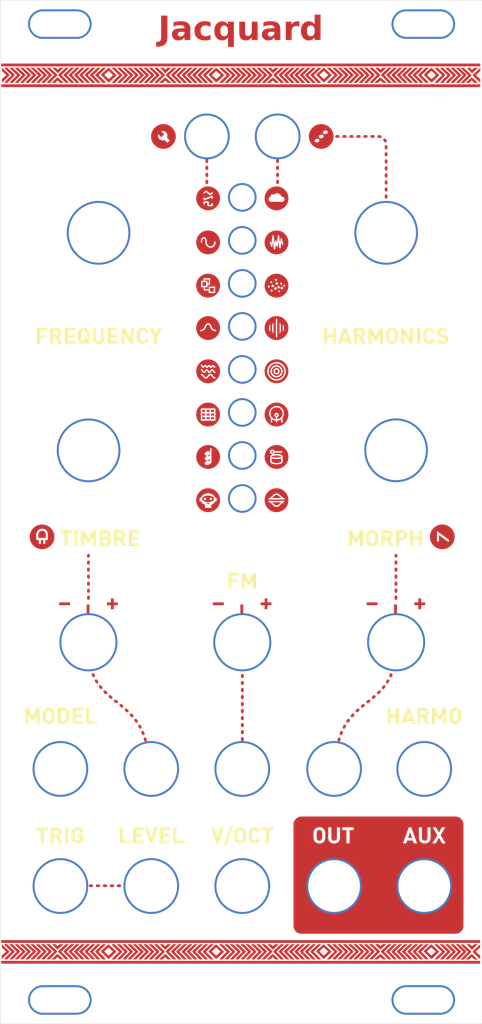
<source format=kicad_pcb>
(kicad_pcb (version 20240108) (generator "pcbnew") (generator_version "8.0")
  (layers (0 "F.Cu" signal) (31 "B.Cu" signal) (34 "B.Paste" user) (35 "F.Paste" user) (36 "B.SilkS" user "B.Silkscreen") (37 "F.SilkS" user "F.Silkscreen") (38 "B.Mask" user) (39 "F.Mask" user) (44 "Edge.Cuts" user))
  (net 0 "")
  (footprint "" (layer "F.Cu") (at 149.8 102.1)
    (property "Reference" "" (at 0 0 0) (layer "F.SilkS") (effects (font (size 1.27 1.27))))
    (property "Value" "")
    (pad "" thru_hole circle (at 0 0) (size 7.3 6.75) (drill 6.8) (layers "*.Cu" "*.Mask"))
  )
  (footprint "" (layer "F.Cu") (at 130.45 84.05)
    (property "Reference" "" (at 0 0 0) (layer "F.SilkS") (effects (font (size 1.27 1.27))))
    (property "Value" "")
    (pad "" thru_hole circle (at 0 0) (size 3.6 3.1) (drill 3.1) (layers "*.Cu" "*.Mask"))
  )
  (footprint "" (layer "F.Cu") (at 148.55 50.7)
    (property "Reference" "" (at 0 0 0) (layer "F.SilkS") (effects (font (size 1.27 1.27))))
    (property "Value" "")
    (pad "" thru_hole circle (at 0 0) (size 8 8) (drill 7.5) (layers "*.Cu" "*.Mask"))
  )
  (footprint "" (layer "F.Cu") (at 153.34 118)
    (property "Reference" "" (at 0 0 0) (layer "F.SilkS") (effects (font (size 1.27 1.27))))
    (property "Value" "")
    (pad "" thru_hole circle (at 0 0) (size 7 7) (drill 6.5) (layers "*.Cu" "*.Mask"))
  )
  (footprint "" (layer "F.Cu") (at 130.45 78.65)
    (property "Reference" "" (at 0 0 0) (layer "F.SilkS") (effects (font (size 1.27 1.27))))
    (property "Value" "")
    (pad "" thru_hole circle (at 0 0) (size 3.6 3.1) (drill 3.1) (layers "*.Cu" "*.Mask"))
  )
  (footprint "" (layer "F.Cu") (at 130.45 118)
    (property "Reference" "" (at 0 0 0) (layer "F.SilkS") (effects (font (size 1.27 1.27))))
    (property "Value" "")
    (pad "" thru_hole circle (at 0 0) (size 7 7) (drill 6.5) (layers "*.Cu" "*.Mask"))
  )
  (footprint "" (layer "F.Cu") (at 107.5 24.5)
    (property "Reference" "" (at 0 0 0) (layer "F.SilkS") (effects (font (size 1.27 1.27))))
    (property "Value" "")
    (pad "" thru_hole oval (at 0 0) (size 8 3.7) (drill oval 7.5 3.2) (layers "*.Cu" "*.Mask"))
  )
  (footprint "" (layer "F.Cu") (at 130.45 102.1)
    (property "Reference" "" (at 0 0 0) (layer "F.SilkS") (effects (font (size 1.27 1.27))))
    (property "Value" "")
    (pad "" thru_hole circle (at 0 0) (size 7.3 6.75) (drill 6.8) (layers "*.Cu" "*.Mask"))
  )
  (footprint "" (layer "F.Cu") (at 130.45 51.65)
    (property "Reference" "" (at 0 0 0) (layer "F.SilkS") (effects (font (size 1.27 1.27))))
    (property "Value" "")
    (pad "" thru_hole circle (at 0 0) (size 3.6 3.1) (drill 3.1) (layers "*.Cu" "*.Mask"))
  )
  (footprint "" (layer "F.Cu") (at 119 118)
    (property "Reference" "" (at 0 0 0) (layer "F.SilkS") (effects (font (size 1.27 1.27))))
    (property "Value" "")
    (pad "" thru_hole circle (at 0 0) (size 7 7) (drill 6.5) (layers "*.Cu" "*.Mask"))
  )
  (footprint "" (layer "F.Cu") (at 112.375 50.7)
    (property "Reference" "" (at 0 0 0) (layer "F.SilkS") (effects (font (size 1.27 1.27))))
    (property "Value" "")
    (pad "" thru_hole circle (at 0 0) (size 8 7.3) (drill 7.5) (layers "*.Cu" "*.Mask"))
  )
  (footprint "" (layer "F.Cu") (at 130.45 132.7)
    (property "Reference" "" (at 0 0 0) (layer "F.SilkS") (effects (font (size 1.27 1.27))))
    (property "Value" "")
    (pad "" thru_hole circle (at 0 0) (size 7 7) (drill 6.5) (layers "*.Cu" "*.Mask"))
  )
  (footprint "" (layer "F.Cu") (at 107.575 132.7)
    (property "Reference" "" (at 0 0 0) (layer "F.SilkS") (effects (font (size 1.27 1.27))))
    (property "Value" "")
    (pad "" thru_hole circle (at 0 0) (size 7 7) (drill 6.5) (layers "*.Cu" "*.Mask"))
  )
  (footprint "" (layer "F.Cu") (at 126 38.6)
    (property "Reference" "" (at 0 0 0) (layer "F.SilkS") (effects (font (size 1.27 1.27))))
    (property "Value" "")
    (pad "" thru_hole circle (at 0 0) (size 5.75 5.75) (drill 5.25) (layers "*.Cu" "*.Mask"))
  )
  (footprint "" (layer "F.Cu") (at 153.3 24.5)
    (property "Reference" "" (at 0 0 0) (layer "F.SilkS") (effects (font (size 1.27 1.27))))
    (property "Value" "")
    (pad "" thru_hole oval (at -0.08 0) (size 8 3.7) (drill oval 7.5 3.2) (layers "*.Cu" "*.Mask"))
  )
  (footprint "" (layer "F.Cu") (at 149.8 78)
    (property "Reference" "" (at 0 0 0) (layer "F.SilkS") (effects (font (size 1.27 1.27))))
    (property "Value" "")
    (pad "" thru_hole circle (at 0 0) (size 8 7) (drill 7.5) (layers "*.Cu" "*.Mask"))
  )
  (footprint "" (layer "F.Cu") (at 119 132.7)
    (property "Reference" "" (at 0 0 0) (layer "F.SilkS") (effects (font (size 1.27 1.27))))
    (property "Value" "")
    (pad "" thru_hole circle (at 0 0) (size 7 7) (drill 6.5) (layers "*.Cu" "*.Mask"))
  )
  (footprint "" (layer "F.Cu") (at 130.45 67.85)
    (property "Reference" "" (at 0 0 0) (layer "F.SilkS") (effects (font (size 1.27 1.27))))
    (property "Value" "")
    (pad "" thru_hole circle (at 0 0) (size 3.6 3.1) (drill 3.1) (layers "*.Cu" "*.Mask"))
  )
  (footprint "" (layer "F.Cu") (at 134.8 38.6)
    (property "Reference" "" (at 0 0 0) (layer "F.SilkS") (effects (font (size 1.27 1.27))))
    (property "Value" "")
    (pad "" thru_hole circle (at 0.1 0) (size 5.75 6.75) (drill 5.25) (layers "*.Cu" "*.Mask"))
  )
  (footprint "" (layer "F.Cu") (at 130.45 57.05)
    (property "Reference" "" (at 0 0 0) (layer "F.SilkS") (effects (font (size 1.27 1.27))))
    (property "Value" "")
    (pad "" thru_hole circle (at 0 0) (size 3.6 3.1) (drill 3.1) (layers "*.Cu" "*.Mask"))
  )
  (footprint "" (layer "F.Cu") (at 130.45 46.25)
    (property "Reference" "" (at 0 0 0) (layer "F.SilkS") (effects (font (size 1.27 1.27))))
    (property "Value" "")
    (pad "" thru_hole circle (at 0 0) (size 3.6 5.75) (drill 3.1) (layers "*.Cu" "*.Mask"))
  )
  (footprint "" (layer "F.Cu") (at 111.12 78.01)
    (property "Reference" "" (at 0 0 0) (layer "F.SilkS") (effects (font (size 1.27 1.27))))
    (property "Value" "")
    (pad "" thru_hole circle (at 0 0) (size 8 8) (drill 7.5) (layers "*.Cu" "*.Mask"))
  )
  (footprint "" (layer "F.Cu") (at 130.45 73.25)
    (property "Reference" "" (at 0 0 0) (layer "F.SilkS") (effects (font (size 1.27 1.27))))
    (property "Value" "")
    (pad "" thru_hole circle (at 0 0) (size 3.6 3.1) (drill 3.1) (layers "*.Cu" "*.Mask"))
  )
  (footprint "" (layer "F.Cu") (at 107.5 147)
    (property "Reference" "" (at 0 0 0) (layer "F.SilkS") (effects (font (size 1.27 1.27))))
    (property "Value" "")
    (pad "" thru_hole oval (at 0 0) (size 8 3.7) (drill oval 7.5 3.2) (layers "*.Cu" "*.Mask"))
  )
  (footprint "" (layer "F.Cu") (at 111.1 102.1)
    (property "Reference" "" (at 0 0 0) (layer "F.SilkS") (effects (font (size 1.27 1.27))))
    (property "Value" "")
    (pad "" thru_hole circle (at 0 0) (size 7.3 6.75) (drill 6.8) (layers "*.Cu" "*.Mask"))
  )
  (footprint "" (layer "F.Cu") (at 142 118)
    (property "Reference" "" (at 0 0 0) (layer "F.SilkS") (effects (font (size 1.27 1.27))))
    (property "Value" "")
    (pad "" thru_hole circle (at 0 0) (size 7 7) (drill 6.5) (layers "*.Cu" "*.Mask"))
  )
  (footprint "" (layer "F.Cu") (at 153.34 132.7)
    (property "Reference" "" (at 0 0 0) (layer "F.SilkS") (effects (font (size 1.27 1.27))))
    (property "Value" "")
    (pad "" thru_hole circle (at 0 0) (size 7 7) (drill 6.5) (layers "*.Cu" "*.Mask"))
  )
  (footprint "" (layer "F.Cu") (at 130.45 62.45)
    (property "Reference" "" (at 0 0 0) (layer "F.SilkS") (effects (font (size 1.27 1.27))))
    (property "Value" "")
    (pad "" thru_hole circle (at 0 0) (size 3.6 3.1) (drill 3.1) (layers "*.Cu" "*.Mask"))
  )
  (footprint "" (layer "F.Cu") (at 153.22 147)
    (property "Reference" "" (at 0 0 0) (layer "F.SilkS") (effects (font (size 1.27 1.27))))
    (property "Value" "")
    (pad "" thru_hole oval (at 0 0) (size 8 3.7) (drill oval 7.5 3.2) (layers "*.Cu" "*.Mask"))
  )
  (footprint "" (layer "F.Cu") (at 142 132.7)
    (property "Reference" "" (at 0 0 0) (layer "F.SilkS") (effects (font (size 1.27 1.27))))
    (property "Value" "")
    (pad "" thru_hole circle (at 0 0) (size 7 7) (drill 6.5) (layers "*.Cu" "*.Mask"))
  )
  (footprint "" (layer "F.Cu") (at 107.575 118)
    (property "Reference" "" (at 0 0 0) (layer "F.SilkS") (effects (font (size 1.27 1.27))))
    (property "Value" "")
    (pad "" thru_hole circle (at 0 0) (size 7 7.3) (drill 6.5) (layers "*.Cu" "*.Mask"))
  )
  (gr_poly (pts (xy 148.552946 44.991798) (xy 148.561927 44.99248) (xy 148.570775 44.993602) (xy 148.579478 44.995154) (xy 148.588026 44.997125) (xy 148.596407 44.999503) (xy 148.604612 45.002277) (xy 148.612628 45.005437) (xy 148.620446 45.008971) (xy 148.628053 45.012868) (xy 148.63544 45.017117) (xy 148.642595 45.021706) (xy 148.649508 45.026626) (xy 148.656167 45.031863) (xy 148.662562 45.037409) (xy 148.668681 45.043251) (xy 148.674514 45.049377) (xy 148.68005 45.055779) (xy 148.685277 45.062443) (xy 148.690186 45.069359) (xy 148.694765 45.076516) (xy 148.699002 45.083902) (xy 148.702888 45.091507) (xy 148.706412 45.09932) (xy 148.709561 45.107329) (xy 148.712327 45.115523) (xy 148.714696 45.123891) (xy 148.71666 45.132423) (xy 148.718206 45.141106) (xy 148.719323 45.14993) (xy 148.720002 45.158884) (xy 148.720231 45.167956) (xy 148.720231 45.344348) (xy 148.720002 45.353451) (xy 148.719323 45.362432) (xy 148.718206 45.37128) (xy 148.71666 45.379983) (xy 148.714696 45.388531) (xy 148.712327 45.396912) (xy 148.709561 45.405117) (xy 148.706412 45.413134) (xy 148.702888 45.420951) (xy 148.699002 45.428559) (xy 148.694765 45.435946) (xy 148.690186 45.443101) (xy 148.685277 45.450013) (xy 148.68005 45.456672) (xy 148.674514 45.463067) (xy 148.668681 45.469186) (xy 148.662562 45.475019) (xy 148.656167 45.480555) (xy 148.649508 45.485783) (xy 148.642595 45.490691) (xy 148.63544 45.49527) (xy 148.628053 45.499507) (xy 148.620446 45.503393) (xy 148.612628 45.506917) (xy 148.604612 45.510066) (xy 148.596407 45.512831) (xy 148.588026 45.515201) (xy 148.579478 45.517164) (xy 148.570775 45.51871) (xy 148.561927 45.519828) (xy 148.552946 45.520507) (xy 148.543843 45.520735) (xy 148.534771 45.520507) (xy 148.525817 45.519828) (xy 148.516993 45.51871) (xy 148.50831 45.517164) (xy 148.499779 45.515201) (xy 148.491411 45.512831) (xy 148.483217 45.510066) (xy 148.475208 45.506917) (xy 148.467395 45.503393) (xy 148.45979 45.499507) (xy 148.452403 45.49527) (xy 148.445247 45.490691) (xy 148.43833 45.485783) (xy 148.431666 45.480555) (xy 148.425265 45.475019) (xy 148.419138 45.469186) (xy 148.413296 45.463067) (xy 148.407751 45.456672) (xy 148.402513 45.450013) (xy 148.397594 45.443101) (xy 148.393004 45.435946) (xy 148.388755 45.428559) (xy 148.384858 45.420951) (xy 148.381324 45.413134) (xy 148.378164 45.405117) (xy 148.37539 45.396912) (xy 148.373012 45.388531) (xy 148.371041 45.379983) (xy 148.369489 45.37128) (xy 148.368366 45.362432) (xy 148.367685 45.353451) (xy 148.367455 45.344348) (xy 148.367455 45.167956) (xy 148.367685 45.158884) (xy 148.368366 45.14993) (xy 148.369489 45.141106) (xy 148.371041 45.132423) (xy 148.373012 45.123891) (xy 148.37539 45.115523) (xy 148.378164 45.107329) (xy 148.381324 45.09932) (xy 148.384858 45.091507) (xy 148.388755 45.083902) (xy 148.393004 45.076516) (xy 148.397594 45.069359) (xy 148.402513 45.062443) (xy 148.407751 45.055779) (xy 148.413296 45.049377) (xy 148.419138 45.043251) (xy 148.425265 45.037409) (xy 148.431666 45.031863) (xy 148.43833 45.026626) (xy 148.445247 45.021706) (xy 148.452403 45.017117) (xy 148.45979 45.012868) (xy 148.467395 45.008971) (xy 148.475208 45.005437) (xy 148.483217 45.002277) (xy 148.491411 44.999503) (xy 148.499779 44.997125) (xy 148.50831 44.995154) (xy 148.516993 44.993602) (xy 148.525817 44.99248) (xy 148.534771 44.991798) (xy 148.543843 44.991568)) (stroke (width -0.000001)) (fill solid) (layer "F.Cu"))
  (gr_poly (pts (xy 138.75598 140.008309) (xy 138.831016 140.00842) (xy 138.982048 140.007714) (xy 139.028618 140.007714) (xy 139.024259 140.015567) (xy 139.020342 140.022977) (xy 139.016716 140.029933) (xy 139.013226 140.036421) (xy 139.011484 140.039487) (xy 139.00972 140.04243) (xy 139.007912 140.045251) (xy 139.006044 140.047947) (xy 139.004094 140.050517) (xy 139.002045 140.05296) (xy 138.999877 140.055273) (xy 138.99757 140.057456) (xy 138.830356 140.219954) (xy 138.662079 140.382716) (xy 138.650401 140.393965) (xy 138.639099 140.405437) (xy 138.628053 140.417058) (xy 138.617144 140.428754) (xy 138.606251 140.440449) (xy 138.595255 140.45207) (xy 138.584035 140.463543) (xy 138.572472 140.474792) (xy 138.401994 140.637114) (xy 138.316788 140.718027) (xy 138.230984 140.798642) (xy 138.158533 140.866727) (xy 138.084229 140.935872) (xy 138.090397 140.943784) (xy 138.096268 140.951609) (xy 138.107513 140.966784) (xy 138.113086 140.974026) (xy 138.118758 140.980967) (xy 138.121662 140.984307) (xy 138.124628 140.987552) (xy 138.127668 140.990694) (xy 138.130795 140.993728) (xy 138.180113 141.041154) (xy 138.22953 141.088184) (xy 138.328 141.181053) (xy 138.348814 141.200028) (xy 138.369898 141.218684) (xy 138.412358 141.255621) (xy 138.433479 141.274191) (xy 138.454356 141.293021) (xy 138.474861 141.312257) (xy 138.494866 141.332042) (xy 138.533276 141.37093) (xy 138.571301 141.41005) (xy 138.646514 141.488851) (xy 138.795784 141.647778) (xy 138.815613 141.669012) (xy 138.835161 141.690386) (xy 138.854445 141.71191) (xy 138.873481 141.73359) (xy 138.892286 141.755436) (xy 138.910876 141.777456) (xy 138.929267 141.799658) (xy 138.947476 141.822049) (xy 138.951749 141.82755) (xy 138.955849 141.833194) (xy 138.95979 141.838968) (xy 138.963588 141.844859) (xy 138.967261 141.850853) (xy 138.970824 141.856938) (xy 138.977683 141.869322) (xy 139.003922 141.919769) (xy 138.622921 141.919769) (xy 138.61414 141.906617) (xy 138.609656 141.899987) (xy 138.605061 141.893399) (xy 138.600317 141.88691) (xy 138.595387 141.880578) (xy 138.592841 141.877489) (xy 138.590234 141.874461) (xy 138.587562 141.871501) (xy 138.58482 141.868617) (xy 138.469462 141.753567) (xy 138.411585 141.695727) (xy 138.354103 141.637194) (xy 138.278003 141.557687) (xy 138.202497 141.47765) (xy 138.052479 141.317577) (xy 138.039645 141.305031) (xy 138.026605 141.292745) (xy 138.000268 141.268674) (xy 137.974196 141.244801) (xy 137.961487 141.232763) (xy 137.949116 141.220564) (xy 137.830933 141.103045) (xy 137.772405 141.043805) (xy 137.714871 140.984202) (xy 137.70868 140.977434) (xy 137.70321 140.970866) (xy 137.69847 140.964469) (xy 137.696378 140.961325) (xy 137.694471 140.958213) (xy 137.692753 140.955127) (xy 137.691223 140.952065) (xy 137.689883 140.949023) (xy 137.688734 140.945997) (xy 137.687778 140.942983) (xy 137.687016 140.939977) (xy 137.686448 140.936976) (xy 137.686077 140.933976) (xy 137.685903 140.930972) (xy 137.685928 140.927962) (xy 137.686153 140.92494) (xy 137.686578 140.921905) (xy 137.687206 140.918851) (xy 137.688038 140.915774) (xy 137.689074 140.912672) (xy 137.690316 140.90954) (xy 137.691766 140.906375) (xy 137.693424 140.903172) (xy 137.695291 140.899928) (xy 137.69737 140.896639) (xy 137.699661 140.893301) (xy 137.702165 140.88991) (xy 137.704883 140.886463) (xy 137.707817 140.882956) (xy 137.75203 140.830447) (xy 137.77446 140.804585) (xy 137.797202 140.779062) (xy 137.820323 140.753937) (xy 137.843896 140.729266) (xy 137.867989 140.705107) (xy 137.892674 140.681519) (xy 138.290249 140.328036) (xy 138.366346 140.258209) (xy 138.441814 140.18719) (xy 138.591523 140.043698) (xy 138.596238 140.038918) (xy 138.601001 140.034496) (xy 138.605826 140.030426) (xy 138.610727 140.026704) (xy 138.615719 140.023322) (xy 138.620817 140.020276) (xy 138.626035 140.017559) (xy 138.631387 140.015166) (xy 138.636888 140.013092) (xy 138.642552 140.011331) (xy 138.648395 140.009876) (xy 138.654429 140.008723) (xy 138.66067 140.007865) (xy 138.667133 140.007297) (xy 138.673831 140.007014) (xy 138.680779 140.007009)) (stroke (width -0.000001)) (fill solid) (layer "F.Cu"))
  (gr_poly (pts (xy 158.264403 29.998518) (xy 158.275047 29.999338) (xy 158.285254 30.000735) (xy 158.295062 30.0027) (xy 158.304509 30.005225) (xy 158.313635 30.008301) (xy 158.322478 30.011919) (xy 158.331077 30.016071) (xy 158.339471 30.020746) (xy 158.347699 30.025938) (xy 158.355798 30.031636) (xy 158.363809 30.037833) (xy 158.37177 30.044519) (xy 158.379719 30.051685) (xy 158.387695 30.059323) (xy 158.432101 30.102245) (xy 158.476899 30.144795) (xy 158.567393 30.22901) (xy 158.75 30.395521) (xy 158.957036 30.585271) (xy 159.060703 30.680229) (xy 159.163807 30.775815) (xy 159.170006 30.781708) (xy 159.176046 30.78774) (xy 159.181941 30.793898) (xy 159.187707 30.800173) (xy 159.193356 30.806553) (xy 159.198905 30.813028) (xy 159.209756 30.826218) (xy 159.220375 30.839656) (xy 159.230879 30.853256) (xy 159.252003 30.88059) (xy 159.253973 30.883561) (xy 159.255783 30.88652) (xy 159.257436 30.889468) (xy 159.258932 30.892407) (xy 159.260274 30.895337) (xy 159.261462 30.898259) (xy 159.262499 30.901174) (xy 159.263386 30.904083) (xy 159.264124 30.906987) (xy 159.264716 30.909886) (xy 159.265163 30.912783) (xy 159.265466 30.915676) (xy 159.265627 30.918568) (xy 159.265648 30.92146) (xy 159.265531 30.924352) (xy 159.265276 30.927245) (xy 159.264886 30.93014) (xy 159.264363 30.933038) (xy 159.263707 30.93594) (xy 159.26292 30.938846) (xy 159.260962 30.944678) (xy 159.258502 30.950539) (xy 159.255551 30.956438) (xy 159.252123 30.962381) (xy 159.248231 30.968375) (xy 159.243889 30.974429) (xy 159.230517 30.991282) (xy 159.216752 31.007732) (xy 159.20263 31.023817) (xy 159.188189 31.039571) (xy 159.173464 31.055033) (xy 159.158493 31.070237) (xy 159.127958 31.100018) (xy 159.003292 31.216083) (xy 158.970204 31.248445) (xy 158.937559 31.281175) (xy 158.87325 31.347359) (xy 158.74612 31.479959) (xy 158.559015 31.669225) (xy 158.371116 31.85849) (xy 158.368437 31.861511) (xy 158.365815 31.864614) (xy 158.363242 31.867792) (xy 158.360711 31.871036) (xy 158.355739 31.877689) (xy 158.350833 31.884507) (xy 158.340955 31.898376) (xy 158.33585 31.905294) (xy 158.330547 31.912112) (xy 157.950958 31.912112) (xy 157.958778 31.898492) (xy 157.966226 31.884706) (xy 157.980767 31.857167) (xy 157.98824 31.843679) (xy 157.99211 31.837063) (xy 157.996102 31.830554) (xy 158.000238 31.82417) (xy 158.004542 31.817926) (xy 158.009039 31.811839) (xy 158.013752 31.805926) (xy 158.06447 31.744493) (xy 158.090095 31.713907) (xy 158.116014 31.683557) (xy 158.142313 31.653553) (xy 158.169079 31.624009) (xy 158.1964 31.595035) (xy 158.224361 31.566743) (xy 158.278873 31.512387) (xy 158.332703 31.457134) (xy 158.440482 31.346301) (xy 158.495515 31.291904) (xy 158.523554 31.265218) (xy 158.552032 31.238974) (xy 158.581016 31.213244) (xy 158.610575 31.188103) (xy 158.640775 31.163624) (xy 158.671684 31.139882) (xy 158.685568 31.129104) (xy 158.699071 31.117836) (xy 158.712234 31.106124) (xy 158.725095 31.094016) (xy 158.737696 31.081558) (xy 158.750077 31.068798) (xy 158.77434 31.04256) (xy 158.821998 30.988524) (xy 158.846037 30.961479) (xy 158.870647 30.934918) (xy 158.627586 30.704907) (xy 158.507807 30.59053) (xy 158.448557 30.532948) (xy 158.389812 30.474896) (xy 158.331165 30.417543) (xy 158.27134 30.361423) (xy 158.151114 30.25) (xy 158.092194 30.193259) (xy 158.063356 30.164317) (xy 158.035056 30.134873) (xy 158.007386 30.104838) (xy 157.980439 30.074122) (xy 157.954308 30.042635) (xy 157.929085 30.010287) (xy 157.929127 30.009989) (xy 157.929187 30.009688) (xy 157.929264 30.009385) (xy 157.929357 30.009081) (xy 157.929589 30.008467) (xy 157.929874 30.007846) (xy 157.930207 30.007218) (xy 157.930581 30.006585) (xy 157.930989 30.005947) (xy 157.931424 30.005305) (xy 157.93235 30.004007) (xy 157.933304 30.002697) (xy 157.934234 30.001379) (xy 157.934673 30.000719) (xy 157.935085 30.000057) (xy 158.08863 30.001468) (xy 158.127037 30.001573) (xy 158.165369 30.001247) (xy 158.203586 30.000327) (xy 158.241646 29.998646) (xy 158.253282 29.998285)) (stroke (width -0.000001)) (fill solid) (layer "F.Cu"))
  (gr_poly (pts (xy 119.019427 140.006175) (xy 119.029767 140.006995) (xy 119.039747 140.008392) (xy 119.049398 140.010357) (xy 119.058752 140.012882) (xy 119.067841 140.015958) (xy 119.076695 140.019576) (xy 119.085347 140.023728) (xy 119.093828 140.028403) (xy 119.102169 140.033595) (xy 119.110402 140.039293) (xy 119.118559 140.04549) (xy 119.126671 140.052176) (xy 119.134769 140.059342) (xy 119.142886 140.06698) (xy 119.187232 140.109902) (xy 119.231884 140.152452) (xy 119.322008 140.236667) (xy 119.413057 140.320088) (xy 119.504834 140.403178) (xy 119.91829 140.783472) (xy 119.924373 140.789365) (xy 119.930325 140.795397) (xy 119.936158 140.801555) (xy 119.941882 140.80783) (xy 119.953041 140.820685) (xy 119.963886 140.833875) (xy 119.9745 140.847313) (xy 119.984964 140.860913) (xy 120.005778 140.888247) (xy 120.00775 140.891218) (xy 120.009567 140.894177) (xy 120.011229 140.897125) (xy 120.012737 140.900064) (xy 120.014094 140.902994) (xy 120.0153 140.905916) (xy 120.016357 140.908831) (xy 120.017266 140.91174) (xy 120.018028 140.914644) (xy 120.018644 140.917543) (xy 120.019117 140.92044) (xy 120.019446 140.923333) (xy 120.019634 140.926225) (xy 120.019682 140.929117) (xy 120.01959 140.932009) (xy 120.019361 140.934902) (xy 120.018995 140.937797) (xy 120.018495 140.940695) (xy 120.01786 140.943597) (xy 120.017093 140.946503) (xy 120.015166 140.952335) (xy 120.012724 140.958196) (xy 120.009778 140.964095) (xy 120.006338 140.970038) (xy 120.002414 140.976032) (xy 119.998017 140.982086) (xy 119.984657 140.998939) (xy 119.970924 141.015389) (xy 119.95685 141.031474) (xy 119.942466 141.047228) (xy 119.927806 141.06269) (xy 119.912901 141.077894) (xy 119.882483 141.107675) (xy 119.757424 141.22374) (xy 119.724395 141.256102) (xy 119.691895 141.288832) (xy 119.627954 141.355016) (xy 119.564542 141.421531) (xy 119.500601 141.487616) (xy 119.125597 141.866147) (xy 119.122918 141.869168) (xy 119.120298 141.872271) (xy 119.117732 141.875449) (xy 119.115213 141.878693) (xy 119.110294 141.885346) (xy 119.10549 141.892164) (xy 119.096032 141.906033) (xy 119.091278 141.912951) (xy 119.086441 141.919769) (xy 118.705441 141.919769) (xy 118.71306 141.906149) (xy 118.720422 141.892363) (xy 118.735073 141.864824) (xy 118.742709 141.851336) (xy 118.746681 141.84472) (xy 118.750783 141.838211) (xy 118.755039 141.831827) (xy 118.759469 141.825583) (xy 118.764096 141.819496) (xy 118.76894 141.813583) (xy 118.819548 141.75215) (xy 118.84506 141.721564) (xy 118.870849 141.691214) (xy 118.897019 141.66121) (xy 118.923672 141.631666) (xy 118.950912 141.602692) (xy 118.978842 141.5744) (xy 119.033527 141.520044) (xy 119.087372 141.464791) (xy 119.194876 141.353958) (xy 119.249701 141.299561) (xy 119.277636 141.272875) (xy 119.306018 141.246631) (xy 119.334918 141.220901) (xy 119.36441 141.19576) (xy 119.394567 141.171281) (xy 119.425461 141.147539) (xy 119.439462 141.136761) (xy 119.453053 141.125493) (xy 119.466278 141.113781) (xy 119.479182 141.101673) (xy 119.491809 141.089215) (xy 119.504203 141.076455) (xy 119.528472 141.050217) (xy 119.576174 140.996181) (xy 119.600318 140.969136) (xy 119.625132 140.942575) (xy 119.381803 140.712564) (xy 119.26219 140.598187) (xy 119.203012 140.540605) (xy 119.144297 140.482553) (xy 119.08604 140.4252) (xy 119.026369 140.36908) (xy 118.905995 140.257657) (xy 118.846895 140.200916) (xy 118.817967 140.171974) (xy 118.789589 140.14253) (xy 118.76186 140.112495) (xy 118.73488 140.081779) (xy 118.70875 140.050292) (xy 118.683569 140.017944) (xy 118.684248 140.016738) (xy 118.684964 140.015503) (xy 118.685721 140.014242) (xy 118.686523 140.012962) (xy 118.687375 140.011664) (xy 118.688281 140.010354) (xy 118.689244 140.009036) (xy 118.69027 140.007714) (xy 118.84417 140.009125) (xy 118.882582 140.00923) (xy 118.920954 140.008904) (xy 118.959276 140.007984) (xy 118.99754 140.006303) (xy 119.008695 140.005942)) (stroke (width -0.000001)) (fill solid) (layer "F.Cu"))
  (gr_poly (pts (xy 126.002479 41.405284) (xy 126.011433 41.405966) (xy 126.020258 41.407088) (xy 126.028941 41.40864) (xy 126.037472 41.410611) (xy 126.045841 41.412989) (xy 126.054035 41.415764) (xy 126.062044 41.418923) (xy 126.069857 41.422457) (xy 126.077462 41.426354) (xy 126.084848 41.430603) (xy 126.092005 41.435193) (xy 126.098921 41.440112) (xy 126.105585 41.44535) (xy 126.111986 41.450895) (xy 126.118113 41.456737) (xy 126.123955 41.462864) (xy 126.1295 41.469265) (xy 126.134738 41.475929) (xy 126.139657 41.482845) (xy 126.144247 41.490002) (xy 126.148496 41.497389) (xy 126.152393 41.504994) (xy 126.155926 41.512806) (xy 126.159086 41.520815) (xy 126.16186 41.529009) (xy 126.164239 41.537378) (xy 126.166209 41.545909) (xy 126.167761 41.554592) (xy 126.168884 41.563416) (xy 126.169565 41.57237) (xy 126.169795 41.581443) (xy 126.169795 41.757834) (xy 126.169565 41.766906) (xy 126.168884 41.77586) (xy 126.167761 41.784684) (xy 126.166209 41.793368) (xy 126.164239 41.801899) (xy 126.16186 41.810267) (xy 126.159086 41.818461) (xy 126.155926 41.82647) (xy 126.152393 41.834283) (xy 126.148496 41.841888) (xy 126.144247 41.849275) (xy 126.139657 41.856431) (xy 126.134738 41.863348) (xy 126.1295 41.870012) (xy 126.123955 41.876413) (xy 126.118113 41.88254) (xy 126.111986 41.888381) (xy 126.105585 41.893927) (xy 126.098921 41.899165) (xy 126.092005 41.904084) (xy 126.084848 41.908674) (xy 126.077462 41.912922) (xy 126.069857 41.916819) (xy 126.062044 41.920353) (xy 126.054035 41.923513) (xy 126.045841 41.926287) (xy 126.037472 41.928666) (xy 126.028941 41.930636) (xy 126.020258 41.932188) (xy 126.011433 41.933311) (xy 126.002479 41.933992) (xy 125.993407 41.934222) (xy 125.984335 41.933992) (xy 125.975381 41.933311) (xy 125.966557 41.932188) (xy 125.957874 41.930636) (xy 125.949342 41.928666) (xy 125.940974 41.926287) (xy 125.93278 41.923513) (xy 125.924771 41.920353) (xy 125.916958 41.916819) (xy 125.909353 41.912922) (xy 125.901967 41.908674) (xy 125.89481 41.904084) (xy 125.887894 41.899165) (xy 125.88123 41.893927) (xy 125.874828 41.888381) (xy 125.868701 41.88254) (xy 125.86286 41.876413) (xy 125.857314 41.870012) (xy 125.852076 41.863348) (xy 125.847157 41.856431) (xy 125.842568 41.849275) (xy 125.838319 41.841888) (xy 125.834422 41.834283) (xy 125.830888 41.82647) (xy 125.827728 41.818461) (xy 125.824954 41.810267) (xy 125.822576 41.801899) (xy 125.820605 41.793368) (xy 125.819053 41.784684) (xy 125.81793 41.77586) (xy 125.817249 41.766906) (xy 125.817019 41.757834) (xy 125.817019 41.581443) (xy 125.817249 41.57237) (xy 125.81793 41.563416) (xy 125.819053 41.554592) (xy 125.820605 41.545909) (xy 125.822576 41.537378) (xy 125.824954 41.529009) (xy 125.827728 41.520815) (xy 125.830888 41.512806) (xy 125.834422 41.504994) (xy 125.838319 41.497389) (xy 125.842568 41.490002) (xy 125.847157 41.482845) (xy 125.852076 41.475929) (xy 125.857314 41.469265) (xy 125.86286 41.462864) (xy 125.868701 41.456737) (xy 125.874828 41.450895) (xy 125.88123 41.44535) (xy 125.887894 41.440112) (xy 125.89481 41.435193) (xy 125.901967 41.430603) (xy 125.909353 41.426354) (xy 125.916958 41.422457) (xy 125.924771 41.418923) (xy 125.93278 41.415764) (xy 125.940974 41.412989) (xy 125.949342 41.410611) (xy 125.957874 41.40864) (xy 125.966557 41.407088) (xy 125.975381 41.405966) (xy 125.984335 41.405284) (xy 125.993407 41.405055)) (stroke (width -0.000001)) (fill solid) (layer "F.Cu"))
  (gr_poly (pts (xy 134.307412 31.218236) (xy 134.312062 31.21853) (xy 134.316696 31.219013) (xy 134.321277 31.21969) (xy 134.325766 31.220566) (xy 134.330126 31.221649) (xy 134.334319 31.222943) (xy 134.338307 31.224454) (xy 134.342053 31.226187) (xy 134.345519 31.228149) (xy 134.348668 31.230345) (xy 134.375184 31.250324) (xy 134.401523 31.270584) (xy 134.427639 31.291142) (xy 134.453486 31.312014) (xy 134.479019 31.333216) (xy 134.504193 31.354766) (xy 134.528962 31.376679) (xy 134.553281 31.398973) (xy 134.589527 31.432234) (xy 134.625306 31.465825) (xy 134.695845 31.533734) (xy 134.8355 31.670612) (xy 134.936881 31.767802) (xy 134.987257 31.816365) (xy 135.036938 31.864993) (xy 135.038345 31.866286) (xy 135.039661 31.867645) (xy 135.040896 31.869065) (xy 135.042058 31.870538) (xy 135.043156 31.872056) (xy 135.044198 31.873612) (xy 135.045195 31.8752) (xy 135.046153 31.876811) (xy 135.047991 31.880075) (xy 135.049784 31.883348) (xy 135.051601 31.886572) (xy 135.052541 31.888146) (xy 135.053513 31.889687) (xy 134.618897 31.889687) (xy 134.300336 31.577479) (xy 134.300014 31.577354) (xy 134.2997 31.57724) (xy 134.299375 31.577131) (xy 134.299023 31.577021) (xy 134.298625 31.576906) (xy 134.298165 31.576778) (xy 134.296984 31.576465) (xy 134.293093 31.575445) (xy 134.290102 31.574647) (xy 134.286225 31.573598) (xy 134.27348 31.591414) (xy 134.269705 31.596488) (xy 134.265736 31.601578) (xy 134.263685 31.604093) (xy 134.261593 31.606569) (xy 134.259464 31.608992) (xy 134.257298 31.611346) (xy 134.139647 31.727145) (xy 134.021992 31.843473) (xy 134.016613 31.84899) (xy 134.011295 31.854663) (xy 134.000696 31.866316) (xy 133.995341 31.872212) (xy 133.989898 31.8781) (xy 133.984332 31.883939) (xy 133.978604 31.889687) (xy 133.515053 31.889687) (xy 133.525751 31.878813) (xy 133.536208 31.867914) (xy 133.556768 31.846207) (xy 133.567052 31.835482) (xy 133.577461 31.824897) (xy 133.588085 31.814495) (xy 133.599015 31.804315) (xy 133.793438 31.630528) (xy 133.989186 31.457534) (xy 134.104015 31.35589) (xy 134.161727 31.305382) (xy 134.219903 31.25504) (xy 134.226809 31.249372) (xy 134.23401 31.243828) (xy 134.237708 31.241142) (xy 134.241466 31.238533) (xy 134.245278 31.236017) (xy 134.249141 31.233609) (xy 134.253049 31.231325) (xy 134.256998 31.229181) (xy 134.260983 31.227192) (xy 134.265 31.225374) (xy 134.269043 31.223742) (xy 134.273109 31.222311) (xy 134.277193 31.221097) (xy 134.281289 31.220115) (xy 134.285243 31.219397) (xy 134.289407 31.218833) (xy 134.293743 31.218429) (xy 134.298215 31.218192) (xy 134.302784 31.218125)) (stroke (width -0.000001)) (fill solid) (layer "F.Cu"))
  (gr_poly (pts (xy 130.465953 111.355164) (xy 130.474907 111.355846) (xy 130.483731 111.356968) (xy 130.492414 111.35852) (xy 130.500946 111.360491) (xy 130.509314 111.362869) (xy 130.517508 111.365643) (xy 130.525517 111.368803) (xy 130.53333 111.372336) (xy 130.540935 111.376233) (xy 130.548322 111.380482) (xy 130.555478 111.385071) (xy 130.562394 111.38999) (xy 130.569059 111.395228) (xy 130.57546 111.400773) (xy 130.581587 111.406614) (xy 130.587428 111.412741) (xy 130.592974 111.419142) (xy 130.598211 111.425806) (xy 130.603131 111.432722) (xy 130.60772 111.439879) (xy 130.611969 111.447265) (xy 130.615866 111.45487) (xy 130.6194 111.462682) (xy 130.622559 111.470691) (xy 130.625334 111.478885) (xy 130.627712 111.487254) (xy 130.629682 111.495785) (xy 130.631234 111.504468) (xy 130.632357 111.513292) (xy 130.633038 111.522246) (xy 130.633268 111.531319) (xy 130.633268 111.707703) (xy 130.633038 111.716776) (xy 130.632357 111.725731) (xy 130.631234 111.734555) (xy 130.629682 111.743239) (xy 130.627712 111.751771) (xy 130.625334 111.76014) (xy 130.622559 111.768335) (xy 130.6194 111.776345) (xy 130.615866 111.784158) (xy 130.611969 111.791764) (xy 130.60772 111.799151) (xy 130.603131 111.806308) (xy 130.598211 111.813224) (xy 130.592974 111.819889) (xy 130.587428 111.82629) (xy 130.581587 111.832418) (xy 130.57546 111.83826) (xy 130.569059 111.843805) (xy 130.562394 111.849043) (xy 130.555478 111.853963) (xy 130.548322 111.858553) (xy 130.540935 111.862802) (xy 130.53333 111.866699) (xy 130.525517 111.870233) (xy 130.517508 111.873393) (xy 130.509314 111.876167) (xy 130.500946 111.878545) (xy 130.492414 111.880516) (xy 130.483731 111.882068) (xy 130.474907 111.883191) (xy 130.465953 111.883872) (xy 130.45688 111.884102) (xy 130.447808 111.883872) (xy 130.438854 111.883191) (xy 130.43003 111.882068) (xy 130.421346 111.880516) (xy 130.412815 111.878545) (xy 130.404446 111.876167) (xy 130.396252 111.873393) (xy 130.388243 111.870233) (xy 130.380431 111.866699) (xy 130.372826 111.862802) (xy 130.365439 111.858553) (xy 130.358282 111.853963) (xy 130.351366 111.849043) (xy 130.344702 111.843805) (xy 130.338301 111.83826) (xy 130.332174 111.832418) (xy 130.326332 111.82629) (xy 130.320787 111.819889) (xy 130.315549 111.813224) (xy 130.31063 111.806308) (xy 130.30604 111.799151) (xy 130.301792 111.791764) (xy 130.297895 111.784158) (xy 130.294361 111.776345) (xy 130.291201 111.768335) (xy 130.288427 111.76014) (xy 130.286049 111.751771) (xy 130.284078 111.743239) (xy 130.282526 111.734555) (xy 130.281404 111.725731) (xy 130.280722 111.716776) (xy 130.280492 111.707703) (xy 130.280492 111.531319) (xy 130.280722 111.522246) (xy 130.281404 111.513292) (xy 130.282526 111.504468) (xy 130.284078 111.495785) (xy 130.286049 111.487254) (xy 130.288427 111.478885) (xy 130.291201 111.470691) (xy 130.294361 111.462682) (xy 130.297895 111.45487) (xy 130.301792 111.447265) (xy 130.30604 111.439879) (xy 130.31063 111.432722) (xy 130.315549 111.425806) (xy 130.320787 111.419142) (xy 130.326332 111.412741) (xy 130.332174 111.406614) (xy 130.338301 111.400773) (xy 130.344702 111.395228) (xy 130.351366 111.38999) (xy 130.358282 111.385071) (xy 130.365439 111.380482) (xy 130.372826 111.376233) (xy 130.380431 111.372336) (xy 130.388243 111.368803) (xy 130.396252 111.365643) (xy 130.404446 111.362869) (xy 130.412815 111.360491) (xy 130.421346 111.35852) (xy 130.43003 111.356968) (xy 130.438854 111.355846) (xy 130.447808 111.355164) (xy 130.45688 111.354935)) (stroke (width -0.000001)) (fill solid) (layer "F.Cu"))
  (gr_poly (pts (xy 140.362243 140.012298) (xy 140.359788 140.016787) (xy 140.355273 140.025458) (xy 140.347136 140.041449) (xy 140.345143 140.045137) (xy 140.343117 140.048694) (xy 140.341034 140.052112) (xy 140.338868 140.055389) (xy 140.336594 140.058518) (xy 140.334188 140.061497) (xy 140.331625 140.064319) (xy 140.328881 140.06698) (xy 139.99339 140.392947) (xy 139.96788 140.418486) (xy 139.942833 140.444458) (xy 139.893466 140.497061) (xy 139.868816 140.523368) (xy 139.843967 140.549465) (xy 139.818754 140.575189) (xy 139.793011 140.60038) (xy 139.765277 140.626988) (xy 139.737163 140.65317) (xy 139.708751 140.67903) (xy 139.680124 140.70467) (xy 139.622555 140.755707) (xy 139.565117 140.807108) (xy 139.528412 140.840429) (xy 139.492136 140.87418) (xy 139.419419 140.942575) (xy 139.421431 140.946166) (xy 139.423278 140.949543) (xy 139.425026 140.95272) (xy 139.426741 140.955716) (xy 139.427607 140.957151) (xy 139.428489 140.958547) (xy 139.429396 140.959905) (xy 139.430335 140.961228) (xy 139.431316 140.962519) (xy 139.432347 140.963778) (xy 139.433435 140.965008) (xy 139.43459 140.966211) (xy 139.461835 140.997646) (xy 139.489837 141.028449) (xy 139.518559 141.058615) (xy 139.547963 141.08814) (xy 139.578011 141.11702) (xy 139.608668 141.145251) (xy 139.639896 141.172829) (xy 139.671658 141.19975) (xy 139.699693 141.223425) (xy 139.727 141.247799) (xy 139.753712 141.272744) (xy 139.77996 141.298131) (xy 139.831597 141.349719) (xy 139.882969 141.401539) (xy 139.945119 141.464449) (xy 140.006839 141.527789) (xy 140.129914 141.655891) (xy 140.168136 141.698202) (xy 140.206292 141.74144) (xy 140.2252 141.763364) (xy 140.243918 141.785471) (xy 140.262388 141.807743) (xy 140.280552 141.830164) (xy 140.284639 141.835255) (xy 140.288576 141.840467) (xy 140.292379 141.845789) (xy 140.296063 141.851209) (xy 140.303136 141.862298) (xy 140.309919 141.873644) (xy 140.323114 141.89674) (xy 140.329774 141.908308) (xy 140.33664 141.919769) (xy 139.948586 141.919769) (xy 139.944955 141.91429) (xy 139.941426 141.908745) (xy 139.934432 141.897721) (xy 139.930841 141.892374) (xy 139.928996 141.889771) (xy 139.927106 141.887226) (xy 139.925165 141.884747) (xy 139.923164 141.882342) (xy 139.921096 141.88002) (xy 139.918953 141.877789) (xy 139.799714 141.75952) (xy 139.740656 141.700385) (xy 139.711471 141.670644) (xy 139.682591 141.640721) (xy 139.382729 141.323222) (xy 139.370611 141.310913) (xy 139.358344 141.298836) (xy 139.345945 141.286958) (xy 139.33343 141.275244) (xy 139.308119 141.252181) (xy 139.282544 141.229383) (xy 139.219092 141.172911) (xy 139.187882 141.144309) (xy 139.157263 141.115216) (xy 139.127421 141.085444) (xy 139.11285 141.070245) (xy 139.098542 141.054808) (xy 139.084522 141.039108) (xy 139.070813 141.023122) (xy 139.057437 141.006827) (xy 139.044419 140.9902) (xy 139.039886 140.984147) (xy 139.035823 140.978153) (xy 139.032246 140.972211) (xy 139.029171 140.966316) (xy 139.026612 140.96046) (xy 139.025532 140.957544) (xy 139.024586 140.954636) (xy 139.023777 140.951735) (xy 139.023108 140.948839) (xy 139.022579 140.945947) (xy 139.022192 140.94306) (xy 139.021951 140.940176) (xy 139.021856 140.937294) (xy 139.02191 140.934413) (xy 139.022114 140.931534) (xy 139.022471 140.928653) (xy 139.022982 140.925772) (xy 139.023649 140.922889) (xy 139.024475 140.920003) (xy 139.025461 140.917113) (xy 139.026609 140.914219) (xy 139.027921 140.91132) (xy 139.029399 140.908414) (xy 139.031045 140.905502) (xy 139.032861 140.902582) (xy 139.034849 140.899653) (xy 139.037011 140.896714) (xy 139.056821 140.869131) (xy 139.067011 140.855439) (xy 139.077491 140.841946) (xy 139.088335 140.828749) (xy 139.093916 140.822294) (xy 139.099617 140.81595) (xy 139.105445 140.809731) (xy 139.111411 140.803647) (xy 139.117523 140.797713) (xy 139.123791 140.79194) (xy 139.25668 140.670407) (xy 139.390493 140.549404) (xy 139.659306 140.306869) (xy 139.696432 140.27229) (xy 139.733259 140.2374) (xy 139.806417 140.167038) (xy 139.879575 140.096476) (xy 139.953526 140.026411) (xy 139.955153 140.024822) (xy 139.956855 140.023237) (xy 139.958622 140.021672) (xy 139.960448 140.020138) (xy 139.962323 140.01865) (xy 139.96424 140.017221) (xy 139.96619 140.015864) (xy 139.968164 140.014593) (xy 139.970156 140.013421) (xy 139.972155 140.012362) (xy 139.974155 140.011429) (xy 139.976146 140.010635) (xy 139.978121 140.009994) (xy 139.980071 140.00952) (xy 139.981034 140.00935) (xy 139.981988 140.009226) (xy 139.982932 140.00915) (xy 139.983864 140.009125) (xy 140.170132 140.007891) (xy 140.364865 140.007714)) (stroke (width -0.000001)) (fill solid) (layer "F.Cu"))
  (gr_poly (pts (xy 151.231934 140.009566) (xy 151.226597 140.019153) (xy 151.216047 140.038308) (xy 151.210585 140.047586) (xy 151.207754 140.052086) (xy 151.204834 140.05647) (xy 151.201811 140.06072) (xy 151.19867 140.064818) (xy 151.195393 140.068745) (xy 151.191967 140.072483) (xy 151.110394 140.152514) (xy 151.028324 140.231718) (xy 150.946054 140.310856) (xy 150.863884 140.390689) (xy 150.839604 140.415553) (xy 150.815621 140.440838) (xy 150.768018 140.492112) (xy 150.720018 140.543386) (xy 150.695538 140.568672) (xy 150.670563 140.593536) (xy 150.642564 140.619911) (xy 150.614189 140.645918) (xy 150.556659 140.697209) (xy 150.498665 140.748169) (xy 150.440903 140.799559) (xy 150.404844 140.83289) (xy 150.368849 140.866718) (xy 150.332457 140.901009) (xy 150.295205 140.93573) (xy 150.299785 140.941877) (xy 150.304064 140.947868) (xy 150.312096 140.959278) (xy 150.316039 140.964649) (xy 150.318034 140.967239) (xy 150.320061 140.969762) (xy 150.322131 140.972216) (xy 150.324256 140.974595) (xy 150.326449 140.976899) (xy 150.32872 140.979122) (xy 150.433099 141.081339) (xy 150.485734 141.131918) (xy 150.512379 141.157018) (xy 150.539326 141.181969) (xy 150.55956 141.200826) (xy 150.580212 141.219386) (xy 150.622188 141.256141) (xy 150.643223 141.274601) (xy 150.664097 141.293293) (xy 150.684665 141.312348) (xy 150.704781 141.3319) (xy 150.781284 141.410316) (xy 150.856961 141.489327) (xy 151.00676 141.648342) (xy 151.04534 141.69105) (xy 151.083622 141.734419) (xy 151.121308 141.778318) (xy 151.139835 141.800424) (xy 151.158101 141.822614) (xy 151.161916 141.827309) (xy 151.165569 141.832132) (xy 151.169079 141.837076) (xy 151.172466 141.842138) (xy 151.17575 141.847311) (xy 151.17895 141.85259) (xy 151.185178 141.863448) (xy 151.197492 141.886213) (xy 151.203893 141.898037) (xy 151.210667 141.910102) (xy 151.206017 141.910395) (xy 151.201587 141.91073) (xy 151.193334 141.911425) (xy 151.185811 141.911987) (xy 151.182292 141.912157) (xy 151.178917 141.912219) (xy 151.021004 141.912396) (xy 150.941932 141.912219) (xy 150.862828 141.911514) (xy 150.860201 141.911465) (xy 150.857495 141.911315) (xy 150.854728 141.911065) (xy 150.851919 141.910715) (xy 150.849087 141.910263) (xy 150.846251 141.909709) (xy 150.843431 141.909053) (xy 150.840646 141.908295) (xy 150.837915 141.907433) (xy 150.835256 141.906466) (xy 150.832689 141.905396) (xy 150.830233 141.904221) (xy 150.827908 141.90294) (xy 150.825732 141.901553) (xy 150.823724 141.90006) (xy 150.821904 141.89846) (xy 150.706265 141.779128) (xy 150.591056 141.659233) (xy 150.475384 141.539537) (xy 150.358357 141.4208) (xy 150.31846 141.380609) (xy 150.277973 141.340901) (xy 150.195768 141.262358) (xy 150.112837 141.184014) (xy 150.03027 141.104711) (xy 150.014339 141.088539) (xy 149.998603 141.072045) (xy 149.983122 141.055238) (xy 149.967961 141.038124) (xy 149.95318 141.020712) (xy 149.938841 141.003012) (xy 149.925007 140.98503) (xy 149.91174 140.966775) (xy 149.910684 140.965232) (xy 149.9097 140.963584) (xy 149.908787 140.961837) (xy 149.907944 140.959998) (xy 149.906468 140.956069) (xy 149.905266 140.951848) (xy 149.904332 140.947388) (xy 149.903662 140.942739) (xy 149.903251 140.937954) (xy 149.903093 140.933085) (xy 149.903183 140.928182) (xy 149.903516 140.923298) (xy 149.904086 140.918484) (xy 149.904889 140.913792) (xy 149.90592 140.909274) (xy 149.907173 140.904981) (xy 149.908643 140.900965) (xy 149.910324 140.897278) (xy 149.913776 140.890825) (xy 149.91738 140.884434) (xy 149.921132 140.878107) (xy 149.925027 140.87185) (xy 149.92906 140.865665) (xy 149.933228 140.859556) (xy 149.937524 140.853526) (xy 149.941945 140.84758) (xy 149.946486 140.84172) (xy 149.951142 140.835951) (xy 149.955908 140.830276) (xy 149.960781 140.824699) (xy 149.965754 140.819223) (xy 149.970824 140.813851) (xy 149.975987 140.808589) (xy 149.981236 140.803438) (xy 150.172308 140.626609) (xy 150.363644 140.451366) (xy 150.503787 140.324367) (xy 150.573494 140.261065) (xy 150.642342 140.197367) (xy 150.664341 140.177018) (xy 150.686179 140.156483) (xy 150.729521 140.115037) (xy 150.815907 140.031915) (xy 150.819052 140.028134) (xy 150.822157 140.024225) (xy 150.828342 140.016171) (xy 150.831472 140.012101) (xy 150.83466 140.008052) (xy 150.837931 140.00406) (xy 150.841309 140.000164) (xy 151.237477 140.000164)) (stroke (width -0.000001)) (fill solid) (layer "F.Cu"))
  (gr_poly (pts (xy 126.230992 82.766386) (xy 126.307188 82.772173) (xy 126.382273 82.781704) (xy 126.456154 82.794885) (xy 126.528737 82.81162) (xy 126.599927 82.831817) (xy 126.669631 82.855382) (xy 126.737754 82.882219) (xy 126.804202 82.912236) (xy 126.868882 82.945337) (xy 126.931698 82.98143) (xy 126.992557 83.02042) (xy 127.051364 83.062212) (xy 127.108027 83.106714) (xy 127.162449 83.15383) (xy 127.214538 83.203468) (xy 127.2642 83.255531) (xy 127.311339 83.309928) (xy 127.355863 83.366563) (xy 127.397676 83.425343) (xy 127.436685 83.486174) (xy 127.472796 83.54896) (xy 127.505914 83.61361) (xy 127.535946 83.680027) (xy 127.562797 83.748119) (xy 127.586373 83.817792) (xy 127.606581 83.88895) (xy 127.623325 83.961501) (xy 127.636513 84.03535) (xy 127.646048 84.110403) (xy 127.651839 84.186566) (xy 127.65379 84.263745) (xy 127.651839 84.340987) (xy 127.646048 84.41721) (xy 127.636513 84.492319) (xy 127.623325 84.566219) (xy 127.606581 84.638819) (xy 127.586373 84.710022) (xy 127.562797 84.779736) (xy 127.535946 84.847866) (xy 127.505914 84.914319) (xy 127.472796 84.979001) (xy 127.436685 85.041817) (xy 127.397676 85.102675) (xy 127.355863 85.161479) (xy 127.311339 85.218136) (xy 127.2642 85.272552) (xy 127.214538 85.324633) (xy 127.162449 85.374286) (xy 127.108027 85.421416) (xy 127.051364 85.465929) (xy 126.992557 85.507732) (xy 126.931698 85.54673) (xy 126.868882 85.582829) (xy 126.804202 85.615937) (xy 126.737754 85.645958) (xy 126.669631 85.672799) (xy 126.599927 85.696366) (xy 126.528737 85.716565) (xy 126.456154 85.733302) (xy 126.382273 85.746483) (xy 126.307188 85.756015) (xy 126.230992 85.761803) (xy 126.153781 85.763753) (xy 126.076601 85.761803) (xy 126.000435 85.756015) (xy 125.925378 85.746483) (xy 125.851523 85.733302) (xy 125.778964 85.716565) (xy 125.707797 85.696366) (xy 125.638114 85.672799) (xy 125.57001 85.645958) (xy 125.50358 85.615937) (xy 125.438917 85.582829) (xy 125.376115 85.54673) (xy 125.31527 85.507732) (xy 125.256475 85.465929) (xy 125.199823 85.421416) (xy 125.14541 85.374286) (xy 125.09333 85.324633) (xy 125.043677 85.272552) (xy 124.996544 85.218136) (xy 124.952026 85.161479) (xy 124.910218 85.102675) (xy 124.871213 85.041817) (xy 124.835106 84.979001) (xy 124.80199 84.914319) (xy 124.771961 84.847866) (xy 124.745111 84.779736) (xy 124.721537 84.710022) (xy 124.70133 84.638819) (xy 124.684586 84.566219) (xy 124.6714 84.492319) (xy 124.661864 84.41721) (xy 124.656073 84.340987) (xy 124.654122 84.263745) (xy 124.656073 84.186566) (xy 124.661864 84.110403) (xy 124.6714 84.03535) (xy 124.683153 83.969529) (xy 125.083453 83.969529) (xy 125.083453 84.411202) (xy 125.278538 84.411202) (xy 125.295069 84.446946) (xy 125.313667 84.481781) (xy 125.334272 84.515658) (xy 125.356828 84.548527) (xy 125.381274 84.580341) (xy 125.407554 84.611049) (xy 125.435608 84.640603) (xy 125.465379 84.668953) (xy 125.496807 84.69605) (xy 125.529834 84.721846) (xy 125.564403 84.74629) (xy 125.600454 84.769335) (xy 125.637929 84.790931) (xy 125.676771 84.811028) (xy 125.716919 84.829578) (xy 125.758317 84.846532) (xy 125.758317 85.223649) (xy 126.548186 85.223649) (xy 126.548186 84.846532) (xy 126.589583 84.829578) (xy 126.629732 84.811028) (xy 126.668573 84.790931) (xy 126.706048 84.769335) (xy 126.742099 84.74629) (xy 126.776668 84.721846) (xy 126.809695 84.69605) (xy 126.841123 84.668953) (xy 126.870894 84.640603) (xy 126.898948 84.611049) (xy 126.925228 84.580341) (xy 126.949674 84.548527) (xy 126.972229 84.515658) (xy 126.992835 84.481781) (xy 127.011432 84.446946) (xy 127.027962 84.411202) (xy 127.222697 84.411202) (xy 127.222697 83.969529) (xy 127.050542 83.969529) (xy 127.028126 83.909295) (xy 126.999955 83.851255) (xy 126.966298 83.795642) (xy 126.927428 83.742689) (xy 126.883615 83.69263) (xy 126.835132 83.645699) (xy 126.782248 83.602129) (xy 126.725236 83.562154) (xy 126.664367 83.526007) (xy 126.599913 83.493922) (xy 126.532143 83.466132) (xy 126.461331 83.442871) (xy 126.387746 83.424373) (xy 126.311661 83.410871) (xy 126.233347 83.402598) (xy 126.153075 83.399789) (xy 126.112743 83.400496) (xy 126.072865 83.402598) (xy 126.033474 83.406066) (xy 125.994605 83.410871) (xy 125.956291 83.416983) (xy 125.918567 83.424373) (xy 125.881466 83.433012) (xy 125.845023 83.442871) (xy 125.809271 83.453921) (xy 125.774245 83.466132) (xy 125.739978 83.479475) (xy 125.706504 83.493922) (xy 125.673858 83.509442) (xy 125.642073 83.526007) (xy 125.611183 83.543587) (xy 125.581222 83.562154) (xy 125.552225 83.581678) (xy 125.524225 83.602129) (xy 125.497256 83.62348) (xy 125.471353 83.645699) (xy 125.446548 83.668759) (xy 125.422877 83.69263) (xy 125.400373 83.717283) (xy 125.379069 83.742689) (xy 125.359001 83.768818) (xy 125.340202 83.795642) (xy 125.322706 83.823131) (xy 125.306547 83.851255) (xy 125.291759 83.879986) (xy 125.278376 83.909295) (xy 125.266432 83.939153) (xy 125.255961 83.969529) (xy 125.083453 83.969529) (xy 124.683153 83.969529) (xy 124.684586 83.961501) (xy 124.70133 83.88895) (xy 124.721537 83.817792) (xy 124.745111 83.748119) (xy 124.771961 83.680027) (xy 124.80199 83.61361) (xy 124.835106 83.54896) (xy 124.871213 83.486174) (xy 124.910218 83.425343) (xy 124.952026 83.366563) (xy 124.996544 83.309928) (xy 125.043677 83.255531) (xy 125.09333 83.203468) (xy 125.14541 83.15383) (xy 125.199823 83.106714) (xy 125.256475 83.062212) (xy 125.31527 83.02042) (xy 125.376115 82.98143) (xy 125.438917 82.945337) (xy 125.50358 82.912236) (xy 125.57001 82.882219) (xy 125.638114 82.855382) (xy 125.707797 82.831817) (xy 125.778964 82.81162) (xy 125.851523 82.794885) (xy 125.925378 82.781704) (xy 126.000435 82.772173) (xy 126.076601 82.766386) (xy 126.153781 82.764435)) (stroke (width -0.000001)) (fill solid) (layer "F.Cu"))
  (gr_poly (pts (xy 140.716314 140.031134) (xy 140.730242 140.039078) (xy 140.758326 140.054809) (xy 140.772094 140.062977) (xy 140.778823 140.067219) (xy 140.785418 140.071599) (xy 140.791854 140.07614) (xy 140.798106 140.080866) (xy 140.804151 140.085801) (xy 140.809964 140.090969) (xy 140.899217 140.173883) (xy 140.987411 140.257657) (xy 141.162739 140.425402) (xy 141.348305 140.593324) (xy 141.371052 140.615409) (xy 141.393563 140.637708) (xy 141.438128 140.682754) (xy 141.482495 140.728064) (xy 141.527161 140.773241) (xy 141.551657 140.797467) (xy 141.576285 140.821528) (xy 141.600781 140.845522) (xy 141.624882 140.86955) (xy 141.631489 140.876807) (xy 141.63449 140.880425) (xy 141.637291 140.884038) (xy 141.639892 140.887647) (xy 141.642295 140.891255) (xy 141.644498 140.894863) (xy 141.646505 140.898472) (xy 141.648314 140.902085) (xy 141.649928 140.905704) (xy 141.651345 140.90933) (xy 141.652568 140.912964) (xy 141.653597 140.91661) (xy 141.654433 140.920267) (xy 141.655076 140.923939) (xy 141.655528 140.927626) (xy 141.655788 140.931331) (xy 141.655857 140.935055) (xy 141.655737 140.938801) (xy 141.655427 140.942569) (xy 141.65493 140.946361) (xy 141.654244 140.95018) (xy 141.653372 140.954027) (xy 141.652314 140.957904) (xy 141.65107 140.961812) (xy 141.649641 140.965754) (xy 141.648028 140.96973) (xy 141.646232 140.973744) (xy 141.642092 140.981887) (xy 141.637226 140.990199) (xy 141.631852 140.998424) (xy 141.629084 141.002503) (xy 141.626247 141.006516) (xy 141.623327 141.01043) (xy 141.620311 141.014211) (xy 141.618764 141.016042) (xy 141.617188 141.017827) (xy 141.615583 141.019562) (xy 141.613945 141.021244) (xy 141.549832 141.08271) (xy 141.485224 141.143878) (xy 141.355713 141.265719) (xy 141.322506 141.297618) (xy 141.28983 141.329616) (xy 141.257286 141.361415) (xy 141.24094 141.377148) (xy 141.224476 141.392719) (xy 141.163657 141.449379) (xy 141.102506 141.505741) (xy 140.980004 141.618497) (xy 140.940702 141.656007) (xy 140.901863 141.693683) (xy 140.863025 141.73116) (xy 140.843461 141.74971) (xy 140.823723 141.768075) (xy 140.812912 141.778047) (xy 140.801922 141.787863) (xy 140.790776 141.79753) (xy 140.779494 141.807056) (xy 140.768095 141.81645) (xy 140.756601 141.82572) (xy 140.73341 141.843922) (xy 140.732793 141.844495) (xy 140.732135 141.845024) (xy 140.731437 141.845512) (xy 140.730702 141.845961) (xy 140.729931 141.846373) (xy 140.729126 141.846749) (xy 140.727424 141.847405) (xy 140.725609 141.847945) (xy 140.723699 141.848386) (xy 140.721708 141.848745) (xy 140.719652 141.849037) (xy 140.715407 141.849489) (xy 140.711087 141.849875) (xy 140.706817 141.850327) (xy 140.70474 141.850619) (xy 140.702721 141.850977) (xy 140.702721 141.424469) (xy 140.714717 141.412709) (xy 140.726659 141.400767) (xy 140.750564 141.376667) (xy 140.762619 141.364676) (xy 140.774801 141.352833) (xy 140.787157 141.341222) (xy 140.799733 141.329925) (xy 141.214249 140.969033) (xy 141.217069 140.966619) (xy 141.219846 140.96414) (xy 141.222585 140.961599) (xy 141.225294 140.958996) (xy 141.230643 140.953611) (xy 141.235942 140.947999) (xy 141.241242 140.942172) (xy 141.246592 140.936142) (xy 141.257641 140.923525) (xy 141.142765 140.818309) (xy 141.086734 140.76656) (xy 141.031861 140.71468) (xy 140.948832 140.635343) (xy 140.866365 140.555709) (xy 140.702721 140.396474) (xy 140.702721 140.022883)) (stroke (width -0.000001)) (fill solid) (layer "F.Cu"))
  (gr_poly (pts (xy 126.226207 57.037167) (xy 126.082272 57.037167) (xy 126.082272 56.717198) (xy 125.762656 56.717198) (xy 125.762656 56.57327) (xy 126.226207 56.57327)) (stroke (width -0.000001)) (fill solid) (layer "F.Cu"))
  (gr_poly (pts (xy 126.812042 140.041449) (xy 126.808035 140.048694) (xy 126.805978 140.052112) (xy 126.803863 140.055389) (xy 126.801673 140.058518) (xy 126.799393 140.061497) (xy 126.797005 140.064319) (xy 126.794493 140.06698) (xy 126.459 140.392947) (xy 126.433692 140.418486) (xy 126.40874 140.444458) (xy 126.35934 140.497061) (xy 126.334612 140.523368) (xy 126.309676 140.549465) (xy 126.284394 140.575189) (xy 126.258624 140.60038) (xy 126.230758 140.626988) (xy 126.202521 140.65317) (xy 126.145294 140.70467) (xy 126.08767 140.755707) (xy 126.030377 140.807108) (xy 125.993864 140.840429) (xy 125.957616 140.87418) (xy 125.884325 140.942575) (xy 125.888791 140.949543) (xy 125.892793 140.955716) (xy 125.894682 140.958547) (xy 125.89653 140.961228) (xy 125.898361 140.963778) (xy 125.9002 140.966211) (xy 125.927417 140.997646) (xy 125.955349 141.028449) (xy 125.983984 141.058615) (xy 126.01331 141.08814) (xy 126.043313 141.11702) (xy 126.073983 141.145251) (xy 126.105305 141.172829) (xy 126.137268 141.19975) (xy 126.164897 141.223425) (xy 126.192004 141.247799) (xy 126.218665 141.272744) (xy 126.244953 141.298131) (xy 126.270944 141.323832) (xy 126.296712 141.349719) (xy 126.347876 141.401539) (xy 126.411205 141.465237) (xy 126.473773 141.529332) (xy 126.535746 141.593824) (xy 126.597289 141.658713) (xy 126.616636 141.67945) (xy 126.63578 141.700385) (xy 126.654718 141.721519) (xy 126.673445 141.742851) (xy 126.691957 141.764382) (xy 126.710249 141.786111) (xy 126.728319 141.808038) (xy 126.746161 141.830164) (xy 126.750248 141.835255) (xy 126.754186 141.840467) (xy 126.757989 141.845789) (xy 126.761673 141.851209) (xy 126.768746 141.862298) (xy 126.77553 141.873644) (xy 126.788726 141.89674) (xy 126.795386 141.908308) (xy 126.802252 141.919769) (xy 126.413493 141.919769) (xy 126.399206 141.897721) (xy 126.395531 141.892374) (xy 126.391765 141.887226) (xy 126.38984 141.884747) (xy 126.387883 141.882342) (xy 126.38589 141.88002) (xy 126.38386 141.877789) (xy 126.324891 141.818522) (xy 126.265326 141.75952) (xy 126.205761 141.700385) (xy 126.146792 141.640721) (xy 125.997568 141.481839) (xy 125.922757 141.402349) (xy 125.847285 141.323222) (xy 125.835486 141.310913) (xy 125.823406 141.298836) (xy 125.811095 141.286958) (xy 125.798602 141.275244) (xy 125.773268 141.252181) (xy 125.747801 141.229383) (xy 125.684538 141.172911) (xy 125.653351 141.144309) (xy 125.622698 141.115216) (xy 125.592755 141.085444) (xy 125.578106 141.070245) (xy 125.563701 141.054808) (xy 125.549563 141.039108) (xy 125.535714 141.023122) (xy 125.522176 141.006827) (xy 125.508971 140.9902) (xy 125.504624 140.984147) (xy 125.500724 140.978153) (xy 125.497285 140.972211) (xy 125.494325 140.966316) (xy 125.491859 140.96046) (xy 125.489902 140.954636) (xy 125.48912 140.951735) (xy 125.488472 140.948839) (xy 125.487959 140.945947) (xy 125.487584 140.94306) (xy 125.487348 140.940176) (xy 125.487253 140.937294) (xy 125.487303 140.934413) (xy 125.487497 140.931534) (xy 125.487839 140.928653) (xy 125.488331 140.925772) (xy 125.488975 140.922889) (xy 125.489771 140.920003) (xy 125.490724 140.917113) (xy 125.491834 140.914219) (xy 125.493103 140.91132) (xy 125.494534 140.908414) (xy 125.496129 140.905502) (xy 125.497889 140.902582) (xy 125.499816 140.899653) (xy 125.501913 140.896714) (xy 125.522033 140.869131) (xy 125.532263 140.855439) (xy 125.542749 140.841946) (xy 125.553598 140.828749) (xy 125.559193 140.822294) (xy 125.564919 140.81595) (xy 125.57079 140.809731) (xy 125.576818 140.803647) (xy 125.583018 140.797713) (xy 125.589404 140.79194) (xy 126.123509 140.306869) (xy 126.160794 140.27229) (xy 126.197818 140.2374) (xy 126.271367 140.167038) (xy 126.344718 140.096476) (xy 126.418433 140.026411) (xy 126.419886 140.024822) (xy 126.421459 140.023237) (xy 126.423141 140.021672) (xy 126.42492 140.020138) (xy 126.426784 140.01865) (xy 126.42872 140.017221) (xy 126.430717 140.015864) (xy 126.432764 140.014593) (xy 126.434847 140.013421) (xy 126.436956 140.012362) (xy 126.439079 140.011429) (xy 126.441203 140.010635) (xy 126.443316 140.009994) (xy 126.445408 140.00952) (xy 126.446442 140.00935) (xy 126.447465 140.009226) (xy 126.448477 140.00915) (xy 126.449477 140.009125) (xy 126.635037 140.007891) (xy 126.829064 140.007714)) (stroke (width -0.000001)) (fill solid) (layer "F.Cu"))
  (gr_poly (pts (xy 104.9047 140.018415) (xy 104.921244 140.036831) (xy 104.953986 140.07363) (xy 104.970482 140.091748) (xy 104.987258 140.109503) (xy 105.004464 140.126762) (xy 105.013275 140.135163) (xy 105.022249 140.143392) (xy 105.131897 140.240428) (xy 105.242206 140.336802) (xy 105.352251 140.433309) (xy 105.461104 140.530743) (xy 105.498542 140.56458) (xy 105.535508 140.598839) (xy 105.572093 140.633446) (xy 105.608389 140.668325) (xy 105.752499 140.809083) (xy 105.755451 140.811827) (xy 105.758356 140.814634) (xy 105.761215 140.817498) (xy 105.76403 140.820416) (xy 105.76954 140.826397) (xy 105.7749 140.832543) (xy 105.780128 140.838821) (xy 105.785241 140.845199) (xy 105.790254 140.851642) (xy 105.795185 140.858119) (xy 105.803579 140.869358) (xy 105.810893 140.879738) (xy 105.817112 140.889375) (xy 105.819806 140.893951) (xy 105.822222 140.898385) (xy 105.824357 140.902692) (xy 105.82621 140.906885) (xy 105.827779 140.910979) (xy 105.829062 140.91499) (xy 105.830057 140.918931) (xy 105.830763 140.922817) (xy 105.831178 140.926663) (xy 105.831301 140.930483) (xy 105.831128 140.934291) (xy 105.830659 140.938103) (xy 105.829893 140.941932) (xy 105.828826 140.945793) (xy 105.827458 140.949702) (xy 105.825787 140.953671) (xy 105.823811 140.957717) (xy 105.821528 140.961852) (xy 105.818936 140.966093) (xy 105.816034 140.970453) (xy 105.809293 140.97959) (xy 105.801289 140.989379) (xy 105.79201 140.999936) (xy 105.765879 141.027602) (xy 105.739397 141.054837) (xy 105.712641 141.081742) (xy 105.685692 141.108416) (xy 105.631524 141.161465) (xy 105.577521 141.214778) (xy 105.295652 141.502996) (xy 105.101359 141.701258) (xy 104.906538 141.89846) (xy 104.905155 141.899828) (xy 104.903659 141.901148) (xy 104.90206 141.902416) (xy 104.90037 141.903626) (xy 104.898599 141.904771) (xy 104.896759 141.905847) (xy 104.894859 141.906847) (xy 104.892912 141.907766) (xy 104.890927 141.908598) (xy 104.888916 141.909337) (xy 104.88689 141.909979) (xy 104.884859 141.910516) (xy 104.882834 141.910944) (xy 104.880826 141.911257) (xy 104.878846 141.911449) (xy 104.876904 141.911514) (xy 104.699369 141.912132) (xy 104.514954 141.91222) (xy 104.523454 141.898818) (xy 104.531353 141.88564) (xy 104.546131 141.860185) (xy 104.553398 141.848023) (xy 104.560843 141.836317) (xy 104.564693 141.830652) (xy 104.56866 141.825123) (xy 104.572769 141.819736) (xy 104.577043 141.8145) (xy 104.628362 141.753227) (xy 104.679878 141.692351) (xy 104.706062 141.662392) (xy 104.732718 141.63293) (xy 104.759985 141.604095) (xy 104.788005 141.576022) (xy 104.843183 141.521216) (xy 104.897443 141.465653) (xy 105.005492 141.354522) (xy 105.060422 141.300087) (xy 105.088363 141.2734) (xy 105.116716 141.247161) (xy 105.145553 141.221441) (xy 105.174945 141.196311) (xy 105.204964 141.171841) (xy 105.23568 141.148103) (xy 105.249557 141.137382) (xy 105.263044 141.126153) (xy 105.276186 141.114459) (xy 105.289032 141.102347) (xy 105.301627 141.08986) (xy 105.314019 141.077044) (xy 105.338382 141.050604) (xy 105.38674 140.995752) (xy 105.411488 140.96806) (xy 105.424168 140.954304) (xy 105.437116 140.940669) (xy 105.367089 140.873024) (xy 105.333134 140.840557) (xy 105.31619 140.824692) (xy 105.299179 140.809083) (xy 105.202706 140.724157) (xy 105.154804 140.681531) (xy 105.107357 140.638471) (xy 105.060538 140.594733) (xy 105.014521 140.550072) (xy 104.96948 140.504247) (xy 104.925588 140.457011) (xy 104.892564 140.422114) (xy 104.858714 140.388175) (xy 104.824236 140.354965) (xy 104.789327 140.32225) (xy 104.719014 140.257383) (xy 104.684007 140.224768) (xy 104.649363 140.191723) (xy 104.631896 140.174592) (xy 104.614669 140.157332) (xy 104.597658 140.139949) (xy 104.580836 140.122446) (xy 104.547664 140.087096) (xy 104.514954 140.051317) (xy 104.512856 140.048723) (xy 104.510916 140.045979) (xy 104.509118 140.0431) (xy 104.507447 140.0401) (xy 104.505888 140.036994) (xy 104.504425 140.033799) (xy 104.503043 140.030527) (xy 104.501725 140.027196) (xy 104.499224 140.020411) (xy 104.496797 140.013564) (xy 104.494321 140.006775) (xy 104.493025 140.00344) (xy 104.491671 140.000164) (xy 104.887841 140.000164)) (stroke (width -0.000001)) (fill solid) (layer "F.Cu"))
  (gr_poly (pts (xy 121.903523 29.978227) (xy 121.978593 29.978338) (xy 122.129891 29.977632) (xy 122.176459 29.977632) (xy 122.173983 29.981613) (xy 122.171697 29.985485) (xy 122.1676 29.992895) (xy 122.160627 30.006339) (xy 122.157362 30.012348) (xy 122.1557 30.015169) (xy 122.153985 30.017865) (xy 122.152194 30.020435) (xy 122.150302 30.022878) (xy 122.148285 30.025191) (xy 122.146119 30.027374) (xy 121.809922 30.352634) (xy 121.798403 30.363883) (xy 121.787091 30.375355) (xy 121.764854 30.398672) (xy 121.74275 30.421988) (xy 121.731603 30.433461) (xy 121.720315 30.44471) (xy 121.549748 30.607032) (xy 121.464134 30.687945) (xy 121.378123 30.76856) (xy 121.342663 30.802603) (xy 121.30664 30.836645) (xy 121.232777 30.90579) (xy 121.238713 30.913702) (xy 121.244409 30.921527) (xy 121.255445 30.936702) (xy 121.260966 30.943944) (xy 121.263768 30.947455) (xy 121.266612 30.950885) (xy 121.26951 30.954225) (xy 121.272473 30.95747) (xy 121.275512 30.960612) (xy 121.27864 30.963646) (xy 121.32756 31.011072) (xy 121.376843 31.058102) (xy 121.426326 31.104735) (xy 121.475842 31.150971) (xy 121.496657 31.169946) (xy 121.51774 31.188602) (xy 121.5602 31.225539) (xy 121.581321 31.244109) (xy 121.602197 31.262939) (xy 121.622702 31.282175) (xy 121.642707 31.30196) (xy 121.718994 31.379968) (xy 121.794224 31.458769) (xy 121.943625 31.617696) (xy 121.982817 31.660304) (xy 122.002202 31.681828) (xy 122.021413 31.703508) (xy 122.040426 31.725354) (xy 122.059215 31.747374) (xy 122.077757 31.769576) (xy 122.096026 31.791967) (xy 122.100167 31.797468) (xy 122.104136 31.803112) (xy 122.107951 31.808886) (xy 122.11163 31.814777) (xy 122.115191 31.820771) (xy 122.118653 31.826856) (xy 122.125349 31.83924) (xy 122.138341 31.864497) (xy 122.144926 31.877154) (xy 122.151763 31.889687) (xy 121.770058 31.889687) (xy 121.761284 31.876535) (xy 121.756813 31.869905) (xy 121.752244 31.863317) (xy 121.747541 31.856828) (xy 121.742674 31.850496) (xy 121.740168 31.847407) (xy 121.737608 31.844379) (xy 121.73499 31.841419) (xy 121.73231 31.838535) (xy 121.674345 31.780056) (xy 121.615718 31.721809) (xy 121.557091 31.663364) (xy 121.527984 31.633932) (xy 121.499125 31.60429) (xy 121.198207 31.287495) (xy 121.186071 31.274949) (xy 121.173556 31.262663) (xy 121.160775 31.250568) (xy 121.147847 31.238592) (xy 121.122006 31.214719) (xy 121.109325 31.202681) (xy 121.096959 31.190482) (xy 120.978602 31.072963) (xy 120.919654 31.013723) (xy 120.861302 30.95412) (xy 120.855185 30.947352) (xy 120.849801 30.940784) (xy 120.847387 30.937567) (xy 120.845158 30.934387) (xy 120.843116 30.931243) (xy 120.841261 30.928131) (xy 120.839594 30.925045) (xy 120.838116 30.921983) (xy 120.836827 30.918941) (xy 120.835729 30.915915) (xy 120.834823 30.912901) (xy 120.834108 30.909895) (xy 120.833586 30.906894) (xy 120.833257 30.903894) (xy 120.833123 30.90089) (xy 120.833184 30.89788) (xy 120.83344 30.894858) (xy 120.833894 30.891823) (xy 120.834544 30.888769) (xy 120.835393 30.885692) (xy 120.836441 30.88259) (xy 120.837689 30.879458) (xy 120.839137 30.876293) (xy 120.840786 30.87309) (xy 120.842638 30.869846) (xy 120.844692 30.866557) (xy 120.84695 30.863219) (xy 120.849412 30.859828) (xy 120.854953 30.852874) (xy 120.899524 30.800365) (xy 120.922037 30.774503) (xy 120.944823 30.74898) (xy 120.967973 30.723855) (xy 120.991578 30.699184) (xy 121.015728 30.675025) (xy 121.040515 30.651437) (xy 121.089402 30.6065) (xy 121.138851 30.562075) (xy 121.238775 30.474167) (xy 121.338964 30.386523) (xy 121.388744 30.342429) (xy 121.438094 30.297954) (xy 121.514184 30.228127) (xy 121.589613 30.157108) (xy 121.739014 30.013616) (xy 121.743908 30.008836) (xy 121.748811 30.004414) (xy 121.753742 30.000344) (xy 121.758719 29.996622) (xy 121.763761 29.99324) (xy 121.768884 29.990194) (xy 121.774108 29.987477) (xy 121.77945 29.985084) (xy 121.784929 29.98301) (xy 121.790562 29.981249) (xy 121.796368 29.979794) (xy 121.802365 29.978641) (xy 121.80857 29.977783) (xy 121.815002 29.977215) (xy 121.821679 29.976932) (xy 121.82862 29.976927)) (stroke (width -0.000001)) (fill solid) (layer "F.Cu"))
  (gr_poly (pts (xy 139.683529 140.012298) (xy 139.681063 140.016787) (xy 139.676514 140.025458) (xy 139.668296 140.041449) (xy 139.664255 140.048694) (xy 139.66217 140.052112) (xy 139.660011 140.055389) (xy 139.657755 140.058518) (xy 139.655378 140.061497) (xy 139.652857 140.064319) (xy 139.65017 140.06698) (xy 139.31609 140.392947) (xy 139.290755 140.418486) (xy 139.265734 140.444458) (xy 139.216169 140.497061) (xy 139.166471 140.549465) (xy 139.141283 140.575189) (xy 139.115715 140.60038) (xy 139.087878 140.626988) (xy 139.059701 140.65317) (xy 139.031243 140.67903) (xy 139.002561 140.70467) (xy 138.886761 140.807108) (xy 138.740006 140.942575) (xy 138.756939 140.966211) (xy 138.784259 140.997646) (xy 138.812243 141.028449) (xy 138.840898 141.058615) (xy 138.870226 141.08814) (xy 138.900232 141.11702) (xy 138.93092 141.145251) (xy 138.962294 141.172829) (xy 138.994358 141.19975) (xy 139.021755 141.223425) (xy 139.048698 141.247799) (xy 139.07526 141.272744) (xy 139.101516 141.298131) (xy 139.153408 141.349719) (xy 139.204968 141.401539) (xy 139.267342 141.464449) (xy 139.329056 141.527789) (xy 139.390107 141.591592) (xy 139.450497 141.655891) (xy 139.470258 141.676923) (xy 139.489845 141.698202) (xy 139.50925 141.719714) (xy 139.528465 141.74144) (xy 139.547481 141.763364) (xy 139.56629 141.785471) (xy 139.584885 141.807743) (xy 139.603257 141.830164) (xy 139.607344 141.835255) (xy 139.611281 141.840467) (xy 139.615083 141.845789) (xy 139.618767 141.851209) (xy 139.62584 141.862298) (xy 139.632624 141.873644) (xy 139.645818 141.89674) (xy 139.652478 141.908308) (xy 139.659344 141.919769) (xy 139.270584 141.919769) (xy 139.268569 141.917042) (xy 139.266617 141.91429) (xy 139.262856 141.908745) (xy 139.255591 141.897721) (xy 139.251905 141.892374) (xy 139.250008 141.889771) (xy 139.248061 141.887226) (xy 139.246051 141.884747) (xy 139.243969 141.882342) (xy 139.241801 141.88002) (xy 139.239537 141.877789) (xy 139.003884 141.640721) (xy 138.704377 141.323222) (xy 138.69236 141.310913) (xy 138.68014 141.298836) (xy 138.667747 141.286958) (xy 138.655209 141.275244) (xy 138.642555 141.263663) (xy 138.629814 141.252181) (xy 138.604187 141.229383) (xy 138.541034 141.172911) (xy 138.50996 141.144309) (xy 138.479436 141.115216) (xy 138.449623 141.085444) (xy 138.435033 141.070245) (xy 138.420682 141.054808) (xy 138.406589 141.039108) (xy 138.392775 141.023122) (xy 138.379259 141.006827) (xy 138.366063 140.9902) (xy 138.36149 140.984147) (xy 138.357435 140.978153) (xy 138.353903 140.972211) (xy 138.350896 140.966316) (xy 138.348422 140.96046) (xy 138.347385 140.957544) (xy 138.346483 140.954636) (xy 138.345716 140.951735) (xy 138.345085 140.948839) (xy 138.34459 140.945947) (xy 138.344232 140.94306) (xy 138.344011 140.940176) (xy 138.343928 140.937294) (xy 138.343985 140.934413) (xy 138.34418 140.931534) (xy 138.344515 140.928653) (xy 138.34499 140.925772) (xy 138.345607 140.922889) (xy 138.346365 140.920003) (xy 138.347265 140.917113) (xy 138.348308 140.914219) (xy 138.349494 140.91132) (xy 138.350824 140.908414) (xy 138.352298 140.905502) (xy 138.353918 140.902582) (xy 138.357594 140.896714) (xy 138.378458 140.869131) (xy 138.388966 140.855439) (xy 138.399619 140.841946) (xy 138.410488 140.828749) (xy 138.421641 140.81595) (xy 138.427346 140.809731) (xy 138.43315 140.803647) (xy 138.439059 140.797713) (xy 138.445084 140.79194) (xy 138.980603 140.306869) (xy 139.018087 140.27229) (xy 139.055187 140.2374) (xy 139.128548 140.167038) (xy 139.274113 140.026411) (xy 139.275806 140.024822) (xy 139.277576 140.023237) (xy 139.279415 140.021672) (xy 139.281316 140.020138) (xy 139.283273 140.01865) (xy 139.28528 140.017221) (xy 139.287329 140.015864) (xy 139.289414 140.014593) (xy 139.291528 140.013421) (xy 139.293663 140.012362) (xy 139.295815 140.011429) (xy 139.297975 140.010635) (xy 139.300137 140.009994) (xy 139.302295 140.00952) (xy 139.30337 140.00935) (xy 139.304441 140.009226) (xy 139.305507 140.00915) (xy 139.306569 140.009125) (xy 139.491864 140.007891) (xy 139.686154 140.007714)) (stroke (width -0.000001)) (fill solid) (layer "F.Cu"))
  (gr_poly (pts (xy 105.318086 88.107532) (xy 105.353582 88.110802) (xy 105.387 88.116087) (xy 105.418402 88.123249) (xy 105.447851 88.132152) (xy 105.47541 88.142661) (xy 105.50114 88.154639) (xy 105.525106 88.16795) (xy 105.547368 88.182457) (xy 105.567991 88.198026) (xy 105.587035 88.214519) (xy 105.604565 88.2318) (xy 105.620643 88.249733) (xy 105.635331 88.268182) (xy 105.648691 88.287012) (xy 105.660787 88.306084) (xy 105.671681 88.325265) (xy 105.681436 88.344416) (xy 105.697777 88.382088) (xy 105.710312 88.418012) (xy 105.719541 88.451097) (xy 105.725966 88.480255) (xy 105.730085 88.504395) (xy 105.733415 88.533269) (xy 105.733415 88.994702) (xy 104.797496 88.994702) (xy 104.797143 88.547383) (xy 104.800735 88.52327) (xy 104.805458 88.500008) (xy 104.812781 88.470892) (xy 104.82319 88.437135) (xy 104.837172 88.399951) (xy 104.855212 88.360552) (xy 104.865906 88.340401) (xy 104.877797 88.320151) (xy 104.890946 88.299954) (xy 104.905413 88.279961) (xy 104.92126 88.260324) (xy 104.938547 88.241194) (xy 104.957335 88.222724) (xy 104.977685 88.205064) (xy 104.999657 88.188367) (xy 105.023312 88.172784) (xy 105.048712 88.158466) (xy 105.075916 88.145565) (xy 105.104986 88.134233) (xy 105.135983 88.124622) (xy 105.168966 88.116882) (xy 105.203998 88.111166) (xy 105.241139 88.107626) (xy 105.280449 88.106412)) (stroke (width -0.000001)) (fill solid) (layer "F.Cu"))
  (gr_poly (pts (xy 142.516538 38.428016) (xy 142.525492 38.428698) (xy 142.534316 38.42982) (xy 142.542999 38.431372) (xy 142.55153 38.433343) (xy 142.559898 38.435721) (xy 142.568093 38.438495) (xy 142.576101 38.441655) (xy 142.583914 38.445189) (xy 142.591519 38.449086) (xy 142.598906 38.453335) (xy 142.606063 38.457924) (xy 142.612979 38.462843) (xy 142.619643 38.468081) (xy 142.626044 38.473627) (xy 142.632171 38.479468) (xy 142.638013 38.485595) (xy 142.643558 38.491996) (xy 142.648796 38.498661) (xy 142.653715 38.505577) (xy 142.658305 38.512734) (xy 142.662554 38.52012) (xy 142.666451 38.527725) (xy 142.669985 38.535538) (xy 142.673145 38.543547) (xy 142.675919 38.551742) (xy 142.678297 38.56011) (xy 142.680268 38.568642) (xy 142.68182 38.577325) (xy 142.682943 38.58615) (xy 142.683624 38.595104) (xy 142.683854 38.604176) (xy 142.683624 38.613249) (xy 142.682943 38.622203) (xy 142.68182 38.631027) (xy 142.680268 38.63971) (xy 142.678297 38.648242) (xy 142.675919 38.65661) (xy 142.673145 38.664804) (xy 142.669985 38.672813) (xy 142.666451 38.680626) (xy 142.662554 38.688231) (xy 142.658305 38.695618) (xy 142.653715 38.702774) (xy 142.648796 38.70969) (xy 142.643558 38.716355) (xy 142.638013 38.722756) (xy 142.632171 38.728883) (xy 142.626044 38.734724) (xy 142.619643 38.740269) (xy 142.612979 38.745507) (xy 142.606063 38.750427) (xy 142.598906 38.755016) (xy 142.591519 38.759265) (xy 142.583914 38.763162) (xy 142.576101 38.766696) (xy 142.568093 38.769855) (xy 142.559898 38.77263) (xy 142.55153 38.775008) (xy 142.542999 38.776978) (xy 142.534316 38.77853) (xy 142.525492 38.779653) (xy 142.516538 38.780334) (xy 142.507466 38.780564) (xy 142.331074 38.780564) (xy 142.322002 38.780334) (xy 142.313048 38.779653) (xy 142.304224 38.77853) (xy 142.295541 38.776978) (xy 142.287009 38.775008) (xy 142.278641 38.77263) (xy 142.270446 38.769855) (xy 142.262437 38.766696) (xy 142.254625 38.763162) (xy 142.24702 38.759265) (xy 142.239633 38.755016) (xy 142.232476 38.750427) (xy 142.22556 38.745507) (xy 142.218896 38.740269) (xy 142.212495 38.734724) (xy 142.206368 38.728883) (xy 142.200527 38.722756) (xy 142.194981 38.716355) (xy 142.189743 38.70969) (xy 142.184824 38.702774) (xy 142.180235 38.695618) (xy 142.175986 38.688231) (xy 142.172089 38.680626) (xy 142.168555 38.672813) (xy 142.165395 38.664804) (xy 142.162621 38.65661) (xy 142.160243 38.648242) (xy 142.158272 38.63971) (xy 142.15672 38.631027) (xy 142.155598 38.622203) (xy 142.154916 38.613249) (xy 142.154687 38.604176) (xy 142.154916 38.595104) (xy 142.155598 38.58615) (xy 142.15672 38.577325) (xy 142.158272 38.568642) (xy 142.160243 38.56011) (xy 142.162621 38.551742) (xy 142.165395 38.543547) (xy 142.168555 38.535538) (xy 142.172089 38.527725) (xy 142.175986 38.52012) (xy 142.180235 38.512734) (xy 142.184824 38.505577) (xy 142.189743 38.498661) (xy 142.194981 38.491996) (xy 142.200527 38.485595) (xy 142.206368 38.479468) (xy 142.212495 38.473627) (xy 142.218896 38.468081) (xy 142.22556 38.462843) (xy 142.232476 38.457924) (xy 142.239633 38.453335) (xy 142.24702 38.449086) (xy 142.254625 38.445189) (xy 142.262437 38.441655) (xy 142.270446 38.438495) (xy 142.278641 38.435721) (xy 142.287009 38.433343) (xy 142.295541 38.431372) (xy 142.304224 38.42982) (xy 142.313048 38.428698) (xy 142.322002 38.428016) (xy 142.331074 38.427787) (xy 142.507466 38.427787)) (stroke (width -0.000001)) (fill solid) (layer "F.Cu"))
  (gr_poly (pts (xy 127.161663 140.033422) (xy 127.165531 140.033677) (xy 127.169398 140.03413) (xy 127.173267 140.034778) (xy 127.177142 140.03562) (xy 127.181024 140.036657) (xy 127.184918 140.037887) (xy 127.188826 140.03931) (xy 127.192752 140.040924) (xy 127.200669 140.044723) (xy 127.208693 140.049278) (xy 127.216849 140.054583) (xy 127.225163 140.06063) (xy 127.259349 140.087459) (xy 127.293067 140.114594) (xy 127.326248 140.142175) (xy 127.358822 140.170344) (xy 127.390717 140.19924) (xy 127.421864 140.229004) (xy 127.452193 140.259777) (xy 127.467028 140.275586) (xy 127.481633 140.291699) (xy 127.493228 140.304349) (xy 127.505106 140.316783) (xy 127.517238 140.329023) (xy 127.529593 140.341094) (xy 127.554849 140.364817) (xy 127.58063 140.38814) (xy 127.632791 140.434326) (xy 127.658684 140.457562) (xy 127.684126 140.481141) (xy 127.749523 140.544349) (xy 127.814655 140.60792) (xy 127.945183 140.735494) (xy 127.98239 140.771041) (xy 128.019267 140.806887) (xy 128.037519 140.824973) (xy 128.055613 140.843196) (xy 128.073526 140.861575) (xy 128.091233 140.880133) (xy 128.094122 140.883203) (xy 128.096849 140.886454) (xy 128.099433 140.889878) (xy 128.101894 140.893466) (xy 128.104252 140.897209) (xy 128.106526 140.901099) (xy 128.108735 140.905125) (xy 128.110901 140.909281) (xy 128.115177 140.917942) (xy 128.119511 140.927013) (xy 128.12406 140.936423) (xy 128.128981 140.946101) (xy 128.102919 140.993991) (xy 128.099552 140.999722) (xy 128.096083 141.005323) (xy 128.092489 141.010773) (xy 128.088747 141.016051) (xy 128.084833 141.021135) (xy 128.080724 141.026002) (xy 128.076397 141.030632) (xy 128.071829 141.035002) (xy 128.030308 141.074579) (xy 127.98837 141.11376) (xy 127.903687 141.191459) (xy 127.818674 141.269158) (xy 127.776322 141.308338) (xy 127.734223 141.347916) (xy 127.70393 141.37744) (xy 127.673853 141.407436) (xy 127.614013 141.468213) (xy 127.554041 141.52899) (xy 127.523799 141.558986) (xy 127.493275 141.58851) (xy 127.458679 141.620868) (xy 127.423744 141.652903) (xy 127.353222 141.716304) (xy 127.282434 141.779308) (xy 127.212111 141.84251) (xy 127.209531 141.844808) (xy 127.206951 141.846941) (xy 127.204371 141.848911) (xy 127.201791 141.85072) (xy 127.19921 141.852371) (xy 127.196628 141.853865) (xy 127.194046 141.855206) (xy 127.191462 141.856395) (xy 127.188878 141.857435) (xy 127.186292 141.858328) (xy 127.183706 141.859076) (xy 127.181117 141.859681) (xy 127.178528 141.860146) (xy 127.175936 141.860473) (xy 127.173343 141.860664) (xy 127.170748 141.860722) (xy 127.16815 141.860649) (xy 127.165551 141.860446) (xy 127.162949 141.860117) (xy 127.160345 141.859663) (xy 127.157738 141.859087) (xy 127.155129 141.858391) (xy 127.149901 141.856649) (xy 127.144661 141.854453) (xy 127.139407 141.851823) (xy 127.134139 141.848777) (xy 127.128855 141.845332) (xy 127.119093 141.8381) (xy 127.114139 141.834393) (xy 127.109231 141.830603) (xy 127.104439 141.826715) (xy 127.102109 141.824728) (xy 127.099834 141.82271) (xy 127.097623 141.820659) (xy 127.095484 141.818573) (xy 127.093428 141.81645) (xy 127.091462 141.814288) (xy 127.028099 141.751179) (xy 126.965034 141.687773) (xy 126.9023 141.624036) (xy 126.83993 141.559935) (xy 126.646255 141.361806) (xy 126.548624 141.26342) (xy 126.499263 141.214758) (xy 126.449406 141.166589) (xy 126.393309 141.112823) (xy 126.365349 141.085936) (xy 126.337707 141.058727) (xy 126.310579 141.030955) (xy 126.297267 141.016783) (xy 126.284157 141.002381) (xy 126.271272 140.987719) (xy 126.258636 140.972766) (xy 126.246275 140.957493) (xy 126.234211 140.941869) (xy 126.231047 140.937222) (xy 126.22818 140.932545) (xy 126.225626 140.927839) (xy 126.223402 140.923105) (xy 126.221522 140.918347) (xy 126.220004 140.913567) (xy 126.218863 140.908765) (xy 126.218362 140.905533) (xy 126.614153 140.905533) (xy 126.643912 140.939937) (xy 126.67396 140.973338) (xy 126.704355 141.005787) (xy 126.735155 141.037339) (xy 126.766419 141.068048) (xy 126.798203 141.097967) (xy 126.830566 141.12715) (xy 126.863566 141.155651) (xy 126.926174 141.207493) (xy 126.957441 141.233706) (xy 126.988186 141.260559) (xy 127.003247 141.274331) (xy 127.018038 141.288388) (xy 127.032514 141.302773) (xy 127.046626 141.317527) (xy 127.060329 141.332693) (xy 127.073576 141.348312) (xy 127.086321 141.364426) (xy 127.098517 141.381077) (xy 127.100755 141.384079) (xy 127.103098 141.387007) (xy 127.105535 141.389868) (xy 127.108052 141.392669) (xy 127.11064 141.395418) (xy 127.113287 141.398124) (xy 127.118713 141.403434) (xy 127.12977 141.413869) (xy 127.135221 141.419117) (xy 127.137887 141.421776) (xy 127.140498 141.424469) (xy 127.141845 141.425837) (xy 127.143178 141.427096) (xy 127.144496 141.428249) (xy 127.145801 141.429298) (xy 127.147095 141.430242) (xy 127.148377 141.431085) (xy 127.14965 141.431828) (xy 127.150915 141.432472) (xy 127.152173 141.433019) (xy 127.153424 141.433471) (xy 127.15467 141.433828) (xy 127.155913 141.434093) (xy 127.157153 141.434267) (xy 127.158392 141.434351) (xy 127.15963 141.434348) (xy 127.16087 141.434258) (xy 127.162111 141.434084) (xy 127.163356 141.433826) (xy 127.164605 141.433487) (xy 127.165859 141.433068) (xy 127.16712 141.43257) (xy 127.16839 141.431995) (xy 127.169668 141.431345) (xy 127.170956 141.430621) (xy 127.172256 141.429824) (xy 127.173568 141.428957) (xy 127.176235 141.427016) (xy 127.178966 141.42481) (xy 127.181771 141.422353) (xy 127.562771 141.079099) (xy 127.724698 140.934461) (xy 127.157078 140.398944) (xy 126.614153 140.905533) (xy 126.218362 140.905533) (xy 126.218115 140.903945) (xy 126.217894 140.901529) (xy 126.217777 140.899108) (xy 126.217766 140.896685) (xy 126.217864 140.894257) (xy 126.218072 140.891827) (xy 126.218392 140.889394) (xy 126.218827 140.886958) (xy 126.219378 140.88452) (xy 126.220047 140.88208) (xy 126.220837 140.879638) (xy 126.221749 140.877195) (xy 126.222785 140.87475) (xy 126.223948 140.872304) (xy 126.225239 140.869858) (xy 126.226661 140.867411) (xy 126.228215 140.864964) (xy 126.24411 140.841526) (xy 126.252174 140.829815) (xy 126.260404 140.81822) (xy 126.268865 140.806824) (xy 126.277624 140.795708) (xy 126.282136 140.790282) (xy 126.286747 140.784957) (xy 126.291465 140.779743) (xy 126.296299 140.774652) (xy 126.353146 140.718571) (xy 126.41082 140.663086) (xy 126.469089 140.608262) (xy 126.527722 140.554166) (xy 126.636769 140.455201) (xy 126.746313 140.356698) (xy 126.966225 140.160819) (xy 126.982035 140.146942) (xy 126.997986 140.133346) (xy 127.014086 140.120015) (xy 127.030343 140.106932) (xy 127.046765 140.09408) (xy 127.06336 140.081444) (xy 127.080138 140.069006) (xy 127.097105 140.056749) (xy 127.105667 140.050952) (xy 127.114039 140.045992) (xy 127.118161 140.043823) (xy 127.122245 140.041861) (xy 127.126294 140.040105) (xy 127.13031 140.038554) (xy 127.134298 140.037207) (xy 127.13826 140.036063) (xy 127.1422 140.035121) (xy 127.146119 140.034382) (xy 127.150022 140.033843) (xy 127.153912 140.033503) (xy 127.157791 140.033363)) (stroke (width -0.000001)) (fill solid) (layer "F.Cu"))
  (gr_poly (pts (xy 100.212002 140.031134) (xy 100.226189 140.039078) (xy 100.254549 140.054809) (xy 100.26835 140.062977) (xy 100.275075 140.067219) (xy 100.281652 140.071599) (xy 100.288057 140.07614) (xy 100.294267 140.080866) (xy 100.300259 140.085801) (xy 100.30601 140.090969) (xy 100.350744 140.132281) (xy 100.395064 140.173883) (xy 100.482928 140.257657) (xy 100.570527 140.341695) (xy 100.658788 140.425402) (xy 100.843996 140.593324) (xy 100.866762 140.615409) (xy 100.889334 140.637708) (xy 100.934175 140.682754) (xy 100.979082 140.728064) (xy 101.024618 140.773241) (xy 101.036106 140.785381) (xy 101.047791 140.797467) (xy 101.071626 140.821528) (xy 101.120221 140.86955) (xy 101.12689 140.876807) (xy 101.129919 140.880425) (xy 101.132745 140.884038) (xy 101.135369 140.887647) (xy 101.137791 140.891255) (xy 101.140012 140.894863) (xy 101.142033 140.898472) (xy 101.143853 140.902085) (xy 101.145474 140.905704) (xy 101.146896 140.90933) (xy 101.14812 140.912964) (xy 101.149147 140.91661) (xy 101.149976 140.920267) (xy 101.150608 140.923939) (xy 101.151045 140.927626) (xy 101.151287 140.931331) (xy 101.151333 140.935055) (xy 101.151186 140.938801) (xy 101.150845 140.942569) (xy 101.150311 140.946361) (xy 101.149584 140.95018) (xy 101.148666 140.954027) (xy 101.147556 140.957904) (xy 101.146256 140.961812) (xy 101.144765 140.965754) (xy 101.143085 140.96973) (xy 101.141216 140.973744) (xy 101.136914 140.981887) (xy 101.131863 140.990199) (xy 101.126957 140.998424) (xy 101.124508 141.002503) (xy 101.121985 141.006516) (xy 101.120677 141.008487) (xy 101.11933 141.01043) (xy 101.117934 141.012339) (xy 101.116484 141.014211) (xy 101.114972 141.016042) (xy 101.11339 141.017827) (xy 101.111732 141.019562) (xy 101.109991 141.021244) (xy 101.045609 141.08271) (xy 100.980698 141.143878) (xy 100.850346 141.265719) (xy 100.785435 141.329616) (xy 100.753013 141.361415) (xy 100.720524 141.392719) (xy 100.475696 141.618497) (xy 100.436389 141.656007) (xy 100.397247 141.693683) (xy 100.358172 141.73116) (xy 100.319063 141.768075) (xy 100.308182 141.778047) (xy 100.297235 141.787863) (xy 100.286222 141.79753) (xy 100.275142 141.807056) (xy 100.263997 141.81645) (xy 100.252785 141.82572) (xy 100.241507 141.834875) (xy 100.230163 141.843922) (xy 100.229294 141.844495) (xy 100.228407 141.845024) (xy 100.226584 141.845961) (xy 100.224701 141.846749) (xy 100.222766 141.847405) (xy 100.220785 141.847945) (xy 100.218765 141.848386) (xy 100.216715 141.848745) (xy 100.214641 141.849037) (xy 100.21045 141.849489) (xy 100.206251 141.849875) (xy 100.202102 141.850327) (xy 100.200064 141.850619) (xy 100.19806 141.850977) (xy 100.19806 141.424469) (xy 100.21023 141.412709) (xy 100.222192 141.400767) (xy 100.245862 141.376667) (xy 100.25775 141.364676) (xy 100.269795 141.352833) (xy 100.282089 141.341222) (xy 100.288357 141.335529) (xy 100.294721 141.329925) (xy 100.710999 140.969033) (xy 100.71368 140.966619) (xy 100.716306 140.96414) (xy 100.718888 140.961599) (xy 100.721439 140.958996) (xy 100.72649 140.953611) (xy 100.731548 140.947999) (xy 100.742054 140.936142) (xy 100.747684 140.929922) (xy 100.753685 140.923525) (xy 100.638371 140.818309) (xy 100.582285 140.76656) (xy 100.554736 140.74067) (xy 100.527555 140.71468) (xy 100.444817 140.635343) (xy 100.362543 140.555709) (xy 100.19806 140.396474) (xy 100.19806 140.022883)) (stroke (width -0.000001)) (fill solid) (layer "F.Cu"))
  (gr_poly (pts (xy 142.869515 29.988333) (xy 142.886069 30.006749) (xy 142.918889 30.043548) (xy 142.935468 30.061666) (xy 142.952369 30.079421) (xy 142.96975 30.09668) (xy 142.978669 30.105081) (xy 142.987767 30.11331) (xy 143.427331 30.500661) (xy 143.464129 30.534498) (xy 143.50072 30.568757) (xy 143.57338 30.638243) (xy 143.717313 30.779001) (xy 143.720497 30.781745) (xy 143.723574 30.784552) (xy 143.726552 30.787416) (xy 143.729439 30.790334) (xy 143.732243 30.793302) (xy 143.734974 30.796315) (xy 143.737638 30.799369) (xy 143.740244 30.802461) (xy 143.745315 30.808739) (xy 143.750254 30.815117) (xy 143.759999 30.828037) (xy 143.768463 30.839276) (xy 143.775851 30.849656) (xy 143.782147 30.859293) (xy 143.78488 30.863869) (xy 143.787334 30.868303) (xy 143.789506 30.87261) (xy 143.791394 30.876803) (xy 143.792996 30.880897) (xy 143.79431 30.884908) (xy 143.795334 30.888849) (xy 143.796066 30.892735) (xy 143.796503 30.896581) (xy 143.796643 30.900401) (xy 143.796485 30.904209) (xy 143.796027 30.908021) (xy 143.795265 30.91185) (xy 143.794198 30.915711) (xy 143.792824 30.91962) (xy 143.79114 30.923589) (xy 143.789145 30.927635) (xy 143.786837 30.93177) (xy 143.784212 30.936011) (xy 143.78127 30.940371) (xy 143.778008 30.944865) (xy 143.774423 30.949508) (xy 143.766279 30.959297) (xy 143.756821 30.969854) (xy 143.730708 30.99752) (xy 143.704276 31.024755) (xy 143.65077 31.078334) (xy 143.596934 31.131383) (xy 143.543397 31.184696) (xy 143.261525 31.472914) (xy 143.067098 31.671176) (xy 142.969472 31.769976) (xy 142.87135 31.868378) (xy 142.870092 31.869746) (xy 142.868706 31.871066) (xy 142.867207 31.872334) (xy 142.865608 31.873544) (xy 142.863921 31.874689) (xy 142.862161 31.875765) (xy 142.860342 31.876765) (xy 142.858475 31.877684) (xy 142.856576 31.878516) (xy 142.854657 31.879255) (xy 142.852732 31.879897) (xy 142.850814 31.880434) (xy 142.848917 31.880862) (xy 142.847054 31.881175) (xy 142.845238 31.881367) (xy 142.843484 31.881432) (xy 142.664978 31.88205) (xy 142.481179 31.882138) (xy 142.489289 31.868736) (xy 142.497043 31.855558) (xy 142.512048 31.830103) (xy 142.519579 31.817941) (xy 142.527317 31.806235) (xy 142.531307 31.80057) (xy 142.535401 31.795041) (xy 142.539617 31.789654) (xy 142.543973 31.784418) (xy 142.594331 31.723145) (xy 142.619875 31.692591) (xy 142.645749 31.662269) (xy 142.67202 31.63231) (xy 142.698754 31.602848) (xy 142.726018 31.574013) (xy 142.753876 31.54594) (xy 142.808518 31.491134) (xy 142.862465 31.435571) (xy 142.970392 31.32444) (xy 143.025432 31.270005) (xy 143.053451 31.243318) (xy 143.081893 31.217079) (xy 143.110822 31.191359) (xy 143.140306 31.166229) (xy 143.170409 31.141759) (xy 143.201199 31.118021) (xy 143.214969 31.1073) (xy 143.22839 31.096071) (xy 143.241505 31.084377) (xy 143.254353 31.072265) (xy 143.266976 31.059778) (xy 143.279415 31.046962) (xy 143.303902 31.020522) (xy 143.352459 30.96567) (xy 143.377181 30.937978) (xy 143.402634 30.910587) (xy 143.366684 30.876334) (xy 143.331991 30.842942) (xy 143.297961 30.810475) (xy 143.281008 30.79461) (xy 143.263997 30.779001) (xy 143.167979 30.694075) (xy 143.12012 30.651449) (xy 143.072655 30.608389) (xy 143.025803 30.564651) (xy 142.979781 30.51999) (xy 142.934811 30.474165) (xy 142.89111 30.426929) (xy 142.87488 30.409346) (xy 142.85836 30.392032) (xy 142.824571 30.358093) (xy 142.789998 30.324883) (xy 142.754891 30.292168) (xy 142.684087 30.227301) (xy 142.648893 30.194686) (xy 142.614175 30.161641) (xy 142.59671 30.14451) (xy 142.579494 30.12725) (xy 142.562508 30.109867) (xy 142.545738 30.092364) (xy 142.529166 30.074745) (xy 142.512776 30.057014) (xy 142.480477 30.021235) (xy 142.47837 30.018641) (xy 142.476406 30.015897) (xy 142.474573 30.013018) (xy 142.472857 30.010018) (xy 142.471244 30.006912) (xy 142.469722 30.003717) (xy 142.468275 30.000445) (xy 142.466892 29.997114) (xy 142.464262 29.990329) (xy 142.461723 29.983482) (xy 142.459167 29.976693) (xy 142.456486 29.970082) (xy 142.852654 29.970082)) (stroke (width -0.000001)) (fill solid) (layer "F.Cu"))
  (gr_poly (pts (xy 117.038943 140.006175) (xy 117.049434 140.006995) (xy 117.059523 140.008392) (xy 117.069247 140.010357) (xy 117.07864 140.012882) (xy 117.087736 140.015958) (xy 117.09657 140.019576) (xy 117.105177 140.023728) (xy 117.113591 140.028403) (xy 117.121847 140.033595) (xy 117.12998 140.039293) (xy 117.138023 140.04549) (xy 117.146012 140.052176) (xy 117.153982 140.059342) (xy 117.161967 140.06698) (xy 117.206168 140.109902) (xy 117.250866 140.152452) (xy 117.341353 140.236667) (xy 117.523917 140.403178) (xy 117.730821 140.592928) (xy 117.834372 140.687886) (xy 117.937724 140.783472) (xy 117.943752 140.789365) (xy 117.949673 140.795397) (xy 117.955494 140.801555) (xy 117.961222 140.80783) (xy 117.972432 140.820685) (xy 117.983364 140.833875) (xy 117.994082 140.847313) (xy 118.004647 140.860913) (xy 118.025566 140.888247) (xy 118.027663 140.891218) (xy 118.029588 140.894177) (xy 118.031343 140.897125) (xy 118.03293 140.900064) (xy 118.034351 140.902994) (xy 118.035608 140.905916) (xy 118.036704 140.908831) (xy 118.037639 140.91174) (xy 118.038416 140.914644) (xy 118.039037 140.917543) (xy 118.039503 140.92044) (xy 118.039818 140.923333) (xy 118.039981 140.926225) (xy 118.039997 140.929117) (xy 118.039866 140.932009) (xy 118.03959 140.934902) (xy 118.039172 140.937797) (xy 118.038613 140.940695) (xy 118.037915 140.943597) (xy 118.03708 140.946503) (xy 118.036111 140.949416) (xy 118.035009 140.952335) (xy 118.032413 140.958196) (xy 118.029309 140.964095) (xy 118.025711 140.970038) (xy 118.021636 140.976032) (xy 118.0171 140.982086) (xy 118.003739 140.998939) (xy 117.990006 141.015389) (xy 117.975931 141.031474) (xy 117.961548 141.047228) (xy 117.946887 141.06269) (xy 117.931982 141.077894) (xy 117.901565 141.107675) (xy 117.776507 141.22374) (xy 117.74371 141.256102) (xy 117.711385 141.288832) (xy 117.647653 141.355016) (xy 117.584318 141.421531) (xy 117.520388 141.487616) (xy 117.146092 141.866147) (xy 117.143288 141.869168) (xy 117.140558 141.872271) (xy 117.137894 141.875449) (xy 117.135288 141.878693) (xy 117.130217 141.885346) (xy 117.125278 141.892164) (xy 117.115532 141.906033) (xy 117.110594 141.912951) (xy 117.105523 141.919769) (xy 116.724522 141.919769) (xy 116.73217 141.906149) (xy 116.739604 141.892363) (xy 116.75442 141.864824) (xy 116.762101 141.851336) (xy 116.766075 141.84472) (xy 116.770163 141.838211) (xy 116.774383 141.831827) (xy 116.778754 141.825583) (xy 116.783295 141.819496) (xy 116.788023 141.813583) (xy 116.838999 141.75215) (xy 116.864619 141.721564) (xy 116.890504 141.691214) (xy 116.916786 141.66121) (xy 116.943597 141.631666) (xy 116.97107 141.602692) (xy 116.999337 141.5744) (xy 117.053818 141.520044) (xy 117.107567 141.464791) (xy 117.215103 141.353958) (xy 117.270006 141.299561) (xy 117.297985 141.272875) (xy 117.32641 141.246631) (xy 117.355349 141.220901) (xy 117.384872 141.19576) (xy 117.41505 141.171281) (xy 117.445952 141.147539) (xy 117.459837 141.136761) (xy 117.473341 141.125493) (xy 117.486504 141.113781) (xy 117.499366 141.101673) (xy 117.511967 141.089215) (xy 117.524348 141.076455) (xy 117.548611 141.050217) (xy 117.596269 140.996181) (xy 117.620308 140.969136) (xy 117.644919 140.942575) (xy 117.401282 140.712564) (xy 117.281729 140.598187) (xy 117.22288 140.540605) (xy 117.164788 140.482553) (xy 117.106212 140.4252) (xy 117.046349 140.36908) (xy 116.925827 140.257657) (xy 116.866696 140.200916) (xy 116.837748 140.171974) (xy 116.809338 140.14253) (xy 116.781564 140.112495) (xy 116.754519 140.081779) (xy 116.728301 140.050292) (xy 116.703003 140.017944) (xy 116.703392 140.017345) (xy 116.703768 140.016738) (xy 116.704491 140.015503) (xy 116.705913 140.012962) (xy 116.706661 140.011664) (xy 116.707055 140.011011) (xy 116.707467 140.010354) (xy 116.7079 140.009696) (xy 116.708356 140.009036) (xy 116.70884 140.008376) (xy 116.709353 140.007714) (xy 116.863252 140.009125) (xy 116.901665 140.00923) (xy 116.940037 140.008904) (xy 116.978359 140.007984) (xy 117.016623 140.006303) (xy 117.028018 140.005942)) (stroke (width -0.000001)) (fill solid) (layer "F.Cu"))
  (gr_poly (pts (xy 145.162371 38.428016) (xy 145.171325 38.428698) (xy 145.180149 38.42982) (xy 145.188832 38.431372) (xy 145.197364 38.433343) (xy 145.205732 38.435721) (xy 145.213926 38.438495) (xy 145.221935 38.441655) (xy 145.229748 38.445189) (xy 145.237353 38.449086) (xy 145.244739 38.453335) (xy 145.251896 38.457924) (xy 145.258812 38.462843) (xy 145.265476 38.468081) (xy 145.271877 38.473627) (xy 145.278004 38.479468) (xy 145.283846 38.485595) (xy 145.289391 38.491996) (xy 145.294629 38.498661) (xy 145.299548 38.505577) (xy 145.304138 38.512734) (xy 145.308387 38.52012) (xy 145.312284 38.527725) (xy 145.315817 38.535538) (xy 145.318977 38.543547) (xy 145.321752 38.551742) (xy 145.32413 38.56011) (xy 145.3261 38.568642) (xy 145.327652 38.577325) (xy 145.328775 38.58615) (xy 145.329456 38.595104) (xy 145.329686 38.604176) (xy 145.329456 38.613249) (xy 145.328775 38.622203) (xy 145.327652 38.631027) (xy 145.3261 38.63971) (xy 145.32413 38.648242) (xy 145.321752 38.65661) (xy 145.318977 38.664804) (xy 145.315817 38.672813) (xy 145.312284 38.680626) (xy 145.308387 38.688231) (xy 145.304138 38.695618) (xy 145.299548 38.702774) (xy 145.294629 38.70969) (xy 145.289391 38.716355) (xy 145.283846 38.722756) (xy 145.278004 38.728883) (xy 145.271877 38.734724) (xy 145.265476 38.740269) (xy 145.258812 38.745507) (xy 145.251896 38.750427) (xy 145.244739 38.755016) (xy 145.237353 38.759265) (xy 145.229748 38.763162) (xy 145.221935 38.766696) (xy 145.213926 38.769855) (xy 145.205732 38.77263) (xy 145.197364 38.775008) (xy 145.188832 38.776978) (xy 145.180149 38.77853) (xy 145.171325 38.779653) (xy 145.162371 38.780334) (xy 145.153298 38.780564) (xy 144.976907 38.780564) (xy 144.967834 38.780334) (xy 144.95888 38.779653) (xy 144.950056 38.77853) (xy 144.941373 38.776978) (xy 144.932841 38.775008) (xy 144.924473 38.77263) (xy 144.916279 38.769855) (xy 144.90827 38.766696) (xy 144.900458 38.763162) (xy 144.892853 38.759265) (xy 144.885466 38.755016) (xy 144.87831 38.750427) (xy 144.871394 38.745507) (xy 144.86473 38.740269) (xy 144.858329 38.734724) (xy 144.852202 38.728883) (xy 144.846361 38.722756) (xy 144.840816 38.716355) (xy 144.835578 38.70969) (xy 144.830659 38.702774) (xy 144.826069 38.695618) (xy 144.821821 38.688231) (xy 144.817924 38.680626) (xy 144.81439 38.672813) (xy 144.811231 38.664804) (xy 144.808457 38.65661) (xy 144.806079 38.648242) (xy 144.804108 38.63971) (xy 144.802556 38.631027) (xy 144.801434 38.622203) (xy 144.800752 38.613249) (xy 144.800523 38.604176) (xy 144.800752 38.595104) (xy 144.801434 38.58615) (xy 144.802556 38.577325) (xy 144.804108 38.568642) (xy 144.806079 38.56011) (xy 144.808457 38.551742) (xy 144.811231 38.543547) (xy 144.81439 38.535538) (xy 144.817924 38.527725) (xy 144.821821 38.52012) (xy 144.826069 38.512734) (xy 144.830659 38.505577) (xy 144.835578 38.498661) (xy 144.840816 38.491996) (xy 144.846361 38.485595) (xy 144.852202 38.479468) (xy 144.858329 38.473627) (xy 144.86473 38.468081) (xy 144.871394 38.462843) (xy 144.87831 38.457924) (xy 144.885466 38.453335) (xy 144.892853 38.449086) (xy 144.900458 38.445189) (xy 144.90827 38.441655) (xy 144.916279 38.438495) (xy 144.924473 38.435721) (xy 144.932841 38.433343) (xy 144.941373 38.431372) (xy 144.950056 38.42982) (xy 144.95888 38.428698) (xy 144.967834 38.428016) (xy 144.976907 38.427787) (xy 145.153298 38.427787)) (stroke (width -0.000001)) (fill solid) (layer "F.Cu"))
  (gr_poly (pts (xy 120.754196 141.248318) (xy 120.758763 141.248612) (xy 120.763323 141.249095) (xy 120.767847 141.249772) (xy 120.772302 141.250648) (xy 120.776657 141.251731) (xy 120.78088 141.253025) (xy 120.78494 141.254536) (xy 120.788805 141.256269) (xy 120.792443 141.258231) (xy 120.795824 141.260427) (xy 120.848333 141.300666) (xy 120.874392 141.321224) (xy 120.900246 141.342096) (xy 120.925834 141.363298) (xy 120.951101 141.384848) (xy 120.975987 141.406761) (xy 121.000435 141.429055) (xy 121.036262 141.462316) (xy 121.071812 141.495907) (xy 121.142296 141.563816) (xy 121.282303 141.700694) (xy 121.484093 141.895075) (xy 121.4855 141.896368) (xy 121.486817 141.897727) (xy 121.488052 141.899147) (xy 121.489214 141.90062) (xy 121.490312 141.902138) (xy 121.491355 141.903694) (xy 121.492351 141.905282) (xy 121.49331 141.906893) (xy 121.495149 141.910157) (xy 121.496942 141.91343) (xy 121.49876 141.916654) (xy 121.499701 141.918228) (xy 121.500674 141.919769) (xy 121.066052 141.919769) (xy 120.747139 141.607561) (xy 120.747071 141.607497) (xy 120.746998 141.607436) (xy 120.746918 141.607379) (xy 120.74683 141.607324) (xy 120.746733 141.607271) (xy 120.746627 141.60722) (xy 120.746509 141.60717) (xy 120.74638 141.60712) (xy 120.746079 141.60702) (xy 120.745714 141.606916) (xy 120.745278 141.606804) (xy 120.744759 141.606679) (xy 120.741684 141.605974) (xy 120.740618 141.605725) (xy 120.739414 141.605439) (xy 120.738064 141.605112) (xy 120.736557 141.604739) (xy 120.732948 141.608848) (xy 120.729248 141.6132) (xy 120.721476 141.622422) (xy 120.717354 141.627183) (xy 120.713042 141.631974) (xy 120.710807 141.634364) (xy 120.708515 141.63674) (xy 120.706164 141.639097) (xy 120.703749 141.641428) (xy 120.469151 141.873555) (xy 120.463525 141.879072) (xy 120.458006 141.884745) (xy 120.45257 141.890534) (xy 120.447192 141.896398) (xy 120.436509 141.908182) (xy 120.431156 141.914021) (xy 120.425761 141.919769) (xy 119.961504 141.919769) (xy 119.972233 141.908895) (xy 119.982771 141.897996) (xy 120.003573 141.876289) (xy 120.013987 141.865564) (xy 120.024508 141.854979) (xy 120.035212 141.844577) (xy 120.046172 141.834397) (xy 120.24064 141.66061) (xy 120.435637 141.487616) (xy 120.550467 141.385972) (xy 120.60818 141.335464) (xy 120.666356 141.285122) (xy 120.673508 141.279454) (xy 120.680918 141.27391) (xy 120.684706 141.271224) (xy 120.688542 141.268615) (xy 120.692422 141.266099) (xy 120.69634 141.263691) (xy 120.700292 141.261407) (xy 120.704271 141.259263) (xy 120.708273 141.257274) (xy 120.712292 141.255456) (xy 120.716324 141.253824) (xy 120.720364 141.252393) (xy 120.724405 141.251179) (xy 120.728444 141.250197) (xy 120.732382 141.249479) (xy 120.736504 141.248915) (xy 120.740778 141.248511) (xy 120.745172 141.248274) (xy 120.749656 141.248207)) (stroke (width -0.000001)) (fill solid) (layer "F.Cu"))
  (gr_poly (pts (xy 121.117733 140.006478) (xy 121.16451 140.008261) (xy 121.211418 140.009229) (xy 121.3055 140.009433) (xy 121.493796 140.00789) (xy 121.494053 140.008365) (xy 121.494296 140.008862) (xy 121.494529 140.009379) (xy 121.494755 140.009913) (xy 121.495647 140.012167) (xy 121.496131 140.01333) (xy 121.496393 140.013911) (xy 121.496672 140.014488) (xy 121.496972 140.015059) (xy 121.497296 140.015621) (xy 121.497647 140.016172) (xy 121.498028 140.016709) (xy 121.42518 140.080209) (xy 121.389185 140.112158) (xy 121.353388 140.144768) (xy 121.135725 140.355729) (xy 121.11417 140.375497) (xy 121.0924 140.395141) (xy 121.048414 140.434222) (xy 121.004163 140.473303) (xy 120.960043 140.512715) (xy 120.880051 140.587415) (xy 120.840187 140.625228) (xy 120.800587 140.663703) (xy 120.797949 140.66619) (xy 120.795327 140.668494) (xy 120.79272 140.670616) (xy 120.790126 140.672561) (xy 120.787545 140.67433) (xy 120.784977 140.675925) (xy 120.782419 140.677351) (xy 120.779872 140.678608) (xy 120.777334 140.6797) (xy 120.774804 140.680629) (xy 120.772282 140.681398) (xy 120.769767 140.682009) (xy 120.767257 140.682465) (xy 120.764752 140.682769) (xy 120.762251 140.682923) (xy 120.759752 140.682929) (xy 120.757256 140.682791) (xy 120.754761 140.682511) (xy 120.752267 140.682092) (xy 120.749771 140.681535) (xy 120.747274 140.680844) (xy 120.744775 140.680021) (xy 120.742273 140.679069) (xy 120.739766 140.677991) (xy 120.734735 140.675464) (xy 120.729677 140.672462) (xy 120.724584 140.669005) (xy 120.719448 140.665114) (xy 120.710767 140.657789) (xy 120.702189 140.650364) (xy 120.693719 140.64284) (xy 120.68536 140.635217) (xy 120.677117 140.627494) (xy 120.668994 140.619672) (xy 120.660995 140.611751) (xy 120.653124 140.603731) (xy 120.447765 140.391888) (xy 120.243197 140.180045) (xy 120.080569 140.01177) (xy 120.091504 140.009301) (xy 120.094383 140.008745) (xy 120.095849 140.008505) (xy 120.097335 140.008298) (xy 120.098842 140.008127) (xy 120.100371 140.007999) (xy 120.101922 140.007918) (xy 120.103497 140.00789) (xy 120.286149 140.007802) (xy 120.377739 140.008187) (xy 120.469328 140.009301) (xy 120.472453 140.009411) (xy 120.475603 140.009732) (xy 120.478771 140.010252) (xy 120.481951 140.01096) (xy 120.485135 140.011844) (xy 120.488316 140.012891) (xy 120.491487 140.014091) (xy 120.49464 140.01543) (xy 120.497769 140.016898) (xy 120.500865 140.018482) (xy 120.503922 140.02017) (xy 120.506932 140.021951) (xy 120.509889 140.023812) (xy 120.512785 140.025742) (xy 120.515612 140.027729) (xy 120.518364 140.029761) (xy 120.531938 140.04012) (xy 120.545391 140.050586) (xy 120.558704 140.061201) (xy 120.571855 140.072007) (xy 120.584824 140.083043) (xy 120.597591 140.094353) (xy 120.610134 140.105977) (xy 120.622433 140.117956) (xy 120.627388 140.122923) (xy 120.632208 140.128026) (xy 120.636908 140.13325) (xy 120.6415 140.138583) (xy 120.650419 140.14952) (xy 120.659078 140.160731) (xy 120.67606 140.18354) (xy 120.684607 140.194924) (xy 120.693341 140.206151) (xy 120.699523 140.213731) (xy 120.705623 140.221353) (xy 120.717508 140.236489) (xy 120.728863 140.251096) (xy 120.739556 140.264711) (xy 120.84852 140.166243) (xy 120.899348 140.119803) (xy 120.948754 140.073859) (xy 120.957728 140.065789) (xy 120.966809 140.058129) (xy 120.976017 140.050903) (xy 120.985376 140.044132) (xy 120.994909 140.037838) (xy 121.004638 140.032044) (xy 121.014587 140.026772) (xy 121.024777 140.022045) (xy 121.035232 140.017883) (xy 121.045974 140.01431) (xy 121.057026 140.011348) (xy 121.068411 140.009019) (xy 121.080152 140.007346) (xy 121.09227 140.006349) (xy 121.10479 140.006053)) (stroke (width -0.000001)) (fill solid) (layer "F.Cu"))
  (gr_poly (pts (xy 126.002479 43.169172) (xy 126.011433 43.169853) (xy 126.020258 43.170976) (xy 126.028941 43.172528) (xy 126.037472 43.174499) (xy 126.045841 43.176877) (xy 126.054035 43.179651) (xy 126.062044 43.182811) (xy 126.069857 43.186345) (xy 126.077462 43.190242) (xy 126.084848 43.194491) (xy 126.092005 43.19908) (xy 126.098921 43.204) (xy 126.105585 43.209238) (xy 126.111986 43.214783) (xy 126.118113 43.220625) (xy 126.123955 43.226752) (xy 126.1295 43.233153) (xy 126.134738 43.239817) (xy 126.139657 43.246734) (xy 126.144247 43.253891) (xy 126.148496 43.261277) (xy 126.152393 43.268883) (xy 126.155926 43.276695) (xy 126.159086 43.284705) (xy 126.16186 43.292899) (xy 126.164239 43.301268) (xy 126.166209 43.309799) (xy 126.167761 43.318483) (xy 126.168884 43.327307) (xy 126.169565 43.336261) (xy 126.169795 43.345334) (xy 126.169795 43.521722) (xy 126.169565 43.530794) (xy 126.168884 43.539748) (xy 126.167761 43.548572) (xy 126.166209 43.557256) (xy 126.164239 43.565787) (xy 126.16186 43.574155) (xy 126.159086 43.58235) (xy 126.155926 43.590359) (xy 126.152393 43.598171) (xy 126.148496 43.605776) (xy 126.144247 43.613163) (xy 126.139657 43.62032) (xy 126.134738 43.627236) (xy 126.1295 43.6339) (xy 126.123955 43.640301) (xy 126.118113 43.646428) (xy 126.111986 43.65227) (xy 126.105585 43.657815) (xy 126.098921 43.663053) (xy 126.092005 43.667972) (xy 126.084848 43.672561) (xy 126.077462 43.67681) (xy 126.069857 43.680707) (xy 126.062044 43.684241) (xy 126.054035 43.687401) (xy 126.045841 43.690175) (xy 126.037472 43.692553) (xy 126.028941 43.694524) (xy 126.020258 43.696076) (xy 126.011433 43.697198) (xy 126.002479 43.69788) (xy 125.993407 43.698109) (xy 125.984335 43.69788) (xy 125.975381 43.697198) (xy 125.966557 43.696076) (xy 125.957874 43.694524) (xy 125.949342 43.692553) (xy 125.940974 43.690175) (xy 125.93278 43.687401) (xy 125.924771 43.684241) (xy 125.916958 43.680707) (xy 125.909353 43.67681) (xy 125.901967 43.672561) (xy 125.89481 43.667972) (xy 125.887894 43.663053) (xy 125.88123 43.657815) (xy 125.874828 43.65227) (xy 125.868701 43.646428) (xy 125.86286 43.640301) (xy 125.857314 43.6339) (xy 125.852076 43.627236) (xy 125.847157 43.62032) (xy 125.842568 43.613163) (xy 125.838319 43.605776) (xy 125.834422 43.598171) (xy 125.830888 43.590359) (xy 125.827728 43.58235) (xy 125.824954 43.574155) (xy 125.822576 43.565787) (xy 125.820605 43.557256) (xy 125.819053 43.548572) (xy 125.81793 43.539748) (xy 125.817249 43.530794) (xy 125.817019 43.521722) (xy 125.817019 43.345334) (xy 125.817249 43.336261) (xy 125.81793 43.327307) (xy 125.819053 43.318483) (xy 125.820605 43.309799) (xy 125.822576 43.301268) (xy 125.824954 43.292899) (xy 125.827728 43.284705) (xy 125.830888 43.276695) (xy 125.834422 43.268883) (xy 125.838319 43.261277) (xy 125.842568 43.253891) (xy 125.847157 43.246734) (xy 125.852076 43.239817) (xy 125.857314 43.233153) (xy 125.86286 43.226752) (xy 125.868701 43.220625) (xy 125.874828 43.214783) (xy 125.88123 43.209238) (xy 125.887894 43.204) (xy 125.89481 43.19908) (xy 125.901967 43.194491) (xy 125.909353 43.190242) (xy 125.916958 43.186345) (xy 125.924771 43.182811) (xy 125.93278 43.179651) (xy 125.940974 43.176877) (xy 125.949342 43.174499) (xy 125.957874 43.172528) (xy 125.966557 43.170976) (xy 125.975381 43.169853) (xy 125.984335 43.169172) (xy 125.993407 43.168942)) (stroke (width -0.000001)) (fill solid) (layer "F.Cu"))
  (gr_poly (pts (xy 120.613761 37.053199) (xy 120.692657 37.059197) (xy 120.770409 37.069073) (xy 120.846918 37.082731) (xy 120.922088 37.100072) (xy 120.99582 37.121) (xy 121.068016 37.145416) (xy 121.138579 37.173223) (xy 121.20741 37.204324) (xy 121.274413 37.23862) (xy 121.339489 37.276014) (xy 121.402541 37.316409) (xy 121.46347 37.359707) (xy 121.522179 37.40581) (xy 121.57857 37.454621) (xy 121.632545 37.506042) (xy 121.684007 37.559975) (xy 121.732857 37.616323) (xy 121.778999 37.674989) (xy 121.822333 37.735874) (xy 121.862763 37.798882) (xy 121.90019 37.863914) (xy 121.934516 37.930872) (xy 121.965645 37.99966) (xy 121.993478 38.07018) (xy 122.017917 38.142334) (xy 122.038864 38.216024) (xy 122.056222 38.291153) (xy 122.069893 38.367623) (xy 122.079779 38.445337) (xy 122.085783 38.524197) (xy 122.087805 38.604106) (xy 122.085783 38.684046) (xy 122.079779 38.762937) (xy 122.069893 38.840679) (xy 122.056222 38.917175) (xy 122.038864 38.992329) (xy 122.017917 39.066042) (xy 121.993478 39.138217) (xy 121.965645 39.208756) (xy 121.934516 39.277562) (xy 121.90019 39.344537) (xy 121.862763 39.409584) (xy 121.822333 39.472605) (xy 121.778999 39.533502) (xy 121.732857 39.592179) (xy 121.684007 39.648537) (xy 121.632545 39.702479) (xy 121.57857 39.753908) (xy 121.522179 39.802725) (xy 121.46347 39.848834) (xy 121.402541 39.892137) (xy 121.339489 39.932536) (xy 121.274413 39.969934) (xy 121.20741 40.004233) (xy 121.138579 40.035336) (xy 121.068016 40.063145) (xy 120.99582 40.087562) (xy 120.922088 40.108491) (xy 120.846918 40.125833) (xy 120.770409 40.139491) (xy 120.692657 40.149367) (xy 120.613761 40.155365) (xy 120.533818 40.157386) (xy 120.45397 40.155365) (xy 120.375158 40.149367) (xy 120.297481 40.139491) (xy 120.221038 40.125833) (xy 120.145925 40.108491) (xy 120.072243 40.087562) (xy 120.000088 40.063145) (xy 119.92956 40.035336) (xy 119.860756 40.004233) (xy 119.793775 39.969934) (xy 119.728715 39.932536) (xy 119.665674 39.892137) (xy 119.60475 39.848834) (xy 119.546042 39.802725) (xy 119.489648 39.753908) (xy 119.435666 39.702479) (xy 119.384194 39.648537) (xy 119.335332 39.592179) (xy 119.289176 39.533502) (xy 119.245825 39.472605) (xy 119.205378 39.409584) (xy 119.167932 39.344537) (xy 119.133587 39.277562) (xy 119.102439 39.208756) (xy 119.074589 39.138217) (xy 119.050132 39.066042) (xy 119.029169 38.992329) (xy 119.011797 38.917175) (xy 118.998114 38.840679) (xy 118.988219 38.762937) (xy 118.98221 38.684046) (xy 118.980185 38.604106) (xy 118.98221 38.524197) (xy 118.983078 38.512803) (xy 119.845807 38.512803) (xy 119.847558 38.553262) (xy 119.852056 38.593537) (xy 119.859309 38.633476) (xy 119.869323 38.672927) (xy 119.882106 38.711739) (xy 119.897665 38.749759) (xy 119.916007 38.786835) (xy 119.93714 38.822816) (xy 119.96107 38.857549) (xy 119.987806 38.890883) (xy 120.017354 38.922665) (xy 120.051371 38.954143) (xy 120.087154 38.982432) (xy 120.124516 39.007536) (xy 120.163271 39.029457) (xy 120.203233 39.048199) (xy 120.244216 39.063766) (xy 120.286035 39.076159) (xy 120.328502 39.085383) (xy 120.371433 39.09144) (xy 120.414641 39.094333) (xy 120.457939 39.094066) (xy 120.501143 39.090641) (xy 120.544065 39.084062) (xy 120.58652 39.074332) (xy 120.628323 39.061453) (xy 120.669286 39.04543) (xy 121.039349 39.416201) (xy 121.345561 39.10999) (xy 120.974789 38.739573) (xy 120.990813 38.698668) (xy 121.003691 38.656909) (xy 121.013421 38.614484) (xy 121.020001 38.571579) (xy 121.023425 38.528383) (xy 121.023693 38.485083) (xy 121.020799 38.441867) (xy 121.014742 38.398922) (xy 121.005519 38.356436) (xy 120.993125 38.314597) (xy 120.977559 38.273591) (xy 120.958817 38.233607) (xy 120.936895 38.194833) (xy 120.911791 38.157455) (xy 120.898045 38.139348) (xy 120.883502 38.121661) (xy 120.868162 38.104417) (xy 120.852025 38.08764) (xy 120.820304 38.058096) (xy 120.787024 38.031371) (xy 120.752336 38.007458) (xy 120.716393 37.986348) (xy 120.679345 37.968033) (xy 120.641346 37.952504) (xy 120.602547 37.939753) (xy 120.5631 37.929772) (xy 120.523157 37.922552) (xy 120.482869 37.918086) (xy 120.442389 37.916365) (xy 120.401869 37.917381) (xy 120.361461 37.921125) (xy 120.321316 37.927589) (xy 120.281587 37.936765) (xy 120.242425 37.948645) (xy 120.577916 38.284136) (xy 120.580767 38.287107) (xy 120.583435 38.290191) (xy 120.585918 38.293383) (xy 120.588217 38.296674) (xy 120.590332 38.300056) (xy 120.592263 38.303523) (xy 120.594009 38.307066) (xy 120.595571 38.310678) (xy 120.596949 38.314352) (xy 120.598141 38.31808) (xy 120.59915 38.321854) (xy 120.599973 38.325667) (xy 120.600612 38.329511) (xy 120.601066 38.333378) (xy 120.601335 38.337262) (xy 120.60142 38.341155) (xy 120.601319 38.345049) (xy 120.601033 38.348936) (xy 120.600562 38.352809) (xy 120.599906 38.35666) (xy 120.599065 38.360482) (xy 120.598038 38.364268) (xy 120.596826 38.368009) (xy 120.595429 38.371698) (xy 120.593846 38.375328) (xy 120.592077 38.378891) (xy 120.590123 38.382379) (xy 120.587983 38.385785) (xy 120.585657 38.389102) (xy 120.583146 38.392321) (xy 120.580448 38.395436) (xy 120.577565 38.398438) (xy 120.328149 38.648204) (xy 120.325147 38.651055) (xy 120.322032 38.653723) (xy 120.318813 38.656207) (xy 120.315496 38.658507) (xy 120.312089 38.660623) (xy 120.3086 38.662556) (xy 120.305036 38.664305) (xy 120.301405 38.665871) (xy 120.297713 38.667253) (xy 120.293969 38.668452) (xy 120.29018 38.669467) (xy 120.286354 38.670299) (xy 120.282497 38.670948) (xy 120.278618 38.671414) (xy 120.274725 38.671697) (xy 120.270823 38.671797) (xy 120.266922 38.671713) (xy 120.263028 38.671447) (xy 120.259149 38.670998) (xy 120.255293 38.670367) (xy 120.251466 38.669552) (xy 120.247677 38.668555) (xy 120.243933 38.667376) (xy 120.240242 38.666013) (xy 120.23661 38.664469) (xy 120.233046 38.662742) (xy 120.229557 38.660833) (xy 120.22615 38.658741) (xy 120.222834 38.656468) (xy 120.219614 38.654012) (xy 120.2165 38.651374) (xy 120.213498 38.648555) (xy 119.878005 38.313065) (xy 119.866129 38.352165) (xy 119.856964 38.391841) (xy 119.850517 38.43194) (xy 119.846796 38.472311) (xy 119.845807 38.512803) (xy 118.983078 38.512803) (xy 118.988219 38.445337) (xy 118.998114 38.367623) (xy 119.011797 38.291153) (xy 119.029169 38.216024) (xy 119.050132 38.142334) (xy 119.074589 38.07018) (xy 119.102439 37.99966) (xy 119.133587 37.930872) (xy 119.167932 37.863914) (xy 119.205378 37.798882) (xy 119.245825 37.735874) (xy 119.289176 37.674989) (xy 119.335332 37.616323) (xy 119.384194 37.559975) (xy 119.435666 37.506042) (xy 119.489648 37.454621) (xy 119.546042 37.40581) (xy 119.60475 37.359707) (xy 119.665674 37.316409) (xy 119.728715 37.276014) (xy 119.793775 37.23862) (xy 119.860756 37.204324) (xy 119.92956 37.173223) (xy 120.000088 37.145416) (xy 120.072243 37.121) (xy 120.145925 37.100072) (xy 120.221038 37.082731) (xy 120.297481 37.069073) (xy 120.375158 37.059197) (xy 120.45397 37.053199) (xy 120.533818 37.051179)) (stroke (width -0.000001)) (fill solid) (layer "F.Cu"))
  (gr_poly (pts (xy 138.774432 29.978227) (xy 138.849468 29.978338) (xy 139.0005 29.977632) (xy 139.04707 29.977632) (xy 139.042711 29.985485) (xy 139.038794 29.992895) (xy 139.035168 29.999851) (xy 139.031678 30.006339) (xy 139.029936 30.009405) (xy 139.028172 30.012348) (xy 139.026364 30.015169) (xy 139.024496 30.017865) (xy 139.022546 30.020435) (xy 139.020497 30.022878) (xy 139.018329 30.025191) (xy 139.016022 30.027374) (xy 138.848808 30.189872) (xy 138.680531 30.352634) (xy 138.668853 30.363883) (xy 138.657551 30.375355) (xy 138.646505 30.386976) (xy 138.635596 30.398672) (xy 138.624703 30.410367) (xy 138.613707 30.421988) (xy 138.602487 30.433461) (xy 138.590924 30.44471) (xy 138.420446 30.607032) (xy 138.33524 30.687945) (xy 138.249436 30.76856) (xy 138.176985 30.836645) (xy 138.102681 30.90579) (xy 138.108849 30.913702) (xy 138.11472 30.921527) (xy 138.125965 30.936702) (xy 138.131538 30.943944) (xy 138.13721 30.950885) (xy 138.140114 30.954225) (xy 138.14308 30.95747) (xy 138.14612 30.960612) (xy 138.149247 30.963646) (xy 138.198565 31.011072) (xy 138.247982 31.058102) (xy 138.346452 31.150971) (xy 138.367266 31.169946) (xy 138.38835 31.188602) (xy 138.43081 31.225539) (xy 138.451931 31.244109) (xy 138.472808 31.262939) (xy 138.493313 31.282175) (xy 138.513318 31.30196) (xy 138.551728 31.340848) (xy 138.589753 31.379968) (xy 138.664966 31.458769) (xy 138.814236 31.617696) (xy 138.834065 31.63893) (xy 138.853613 31.660304) (xy 138.872897 31.681828) (xy 138.891933 31.703508) (xy 138.910738 31.725354) (xy 138.929328 31.747374) (xy 138.947719 31.769576) (xy 138.965928 31.791967) (xy 138.970201 31.797468) (xy 138.974301 31.803112) (xy 138.978242 31.808886) (xy 138.98204 31.814777) (xy 138.985713 31.820771) (xy 138.989276 31.826856) (xy 138.996135 31.83924) (xy 139.022374 31.889687) (xy 138.641373 31.889687) (xy 138.632592 31.876535) (xy 138.628108 31.869905) (xy 138.623513 31.863317) (xy 138.618769 31.856828) (xy 138.613839 31.850496) (xy 138.611293 31.847407) (xy 138.608686 31.844379) (xy 138.606014 31.841419) (xy 138.603272 31.838535) (xy 138.487914 31.723485) (xy 138.430037 31.665645) (xy 138.372555 31.607112) (xy 138.296455 31.527605) (xy 138.220949 31.447568) (xy 138.070931 31.287495) (xy 138.058097 31.274949) (xy 138.045057 31.262663) (xy 138.01872 31.238592) (xy 137.992648 31.214719) (xy 137.979939 31.202681) (xy 137.967568 31.190482) (xy 137.849385 31.072963) (xy 137.790857 31.013723) (xy 137.733323 30.95412) (xy 137.727132 30.947352) (xy 137.721662 30.940784) (xy 137.716922 30.934387) (xy 137.71483 30.931243) (xy 137.712923 30.928131) (xy 137.711205 30.925045) (xy 137.709675 30.921983) (xy 137.708335 30.918941) (xy 137.707186 30.915915) (xy 137.70623 30.912901) (xy 137.705468 30.909895) (xy 137.7049 30.906894) (xy 137.704529 30.903894) (xy 137.704355 30.90089) (xy 137.70438 30.89788) (xy 137.704605 30.894858) (xy 137.70503 30.891823) (xy 137.705658 30.888769) (xy 137.70649 30.885692) (xy 137.707526 30.88259) (xy 137.708768 30.879458) (xy 137.710218 30.876293) (xy 137.711876 30.87309) (xy 137.713743 30.869846) (xy 137.715822 30.866557) (xy 137.718113 30.863219) (xy 137.720617 30.859828) (xy 137.723335 30.856381) (xy 137.726269 30.852874) (xy 137.770482 30.800365) (xy 137.792912 30.774503) (xy 137.815654 30.74898) (xy 137.838775 30.723855) (xy 137.862348 30.699184) (xy 137.886441 30.675025) (xy 137.911126 30.651437) (xy 138.308701 30.297954) (xy 138.384798 30.228127) (xy 138.460266 30.157108) (xy 138.609975 30.013616) (xy 138.61469 30.008836) (xy 138.619453 30.004414) (xy 138.624278 30.000344) (xy 138.629179 29.996622) (xy 138.634171 29.99324) (xy 138.639269 29.990194) (xy 138.644487 29.987477) (xy 138.649839 29.985084) (xy 138.65534 29.98301) (xy 138.661004 29.981249) (xy 138.666847 29.979794) (xy 138.672881 29.978641) (xy 138.679122 29.977783) (xy 138.685585 29.977215) (xy 138.692283 29.976932) (xy 138.699231 29.976927)) (stroke (width -0.000001)) (fill solid) (layer "F.Cu"))
  (gr_poly (pts (xy 130.465953 109.591271) (xy 130.474907 109.591953) (xy 130.483731 109.593075) (xy 130.492414 109.594627) (xy 130.500946 109.596598) (xy 130.509314 109.598976) (xy 130.517508 109.601751) (xy 130.525517 109.604911) (xy 130.53333 109.608445) (xy 130.540935 109.612342) (xy 130.548322 109.616591) (xy 130.555478 109.62118) (xy 130.562394 109.6261) (xy 130.569059 109.631338) (xy 130.57546 109.636883) (xy 130.581587 109.642725) (xy 130.587428 109.648852) (xy 130.592974 109.655253) (xy 130.598211 109.661918) (xy 130.603131 109.668834) (xy 130.60772 109.675991) (xy 130.611969 109.683378) (xy 130.615866 109.690983) (xy 130.6194 109.698796) (xy 130.622559 109.706805) (xy 130.625334 109.714999) (xy 130.627712 109.723368) (xy 130.629682 109.731899) (xy 130.631234 109.740583) (xy 130.632357 109.749407) (xy 130.633038 109.758361) (xy 130.633268 109.767433) (xy 130.633268 109.943817) (xy 130.633038 109.95289) (xy 130.632357 109.961845) (xy 130.631234 109.97067) (xy 130.629682 109.979354) (xy 130.627712 109.987885) (xy 130.625334 109.996254) (xy 130.622559 110.004449) (xy 130.6194 110.012458) (xy 130.615866 110.020271) (xy 130.611969 110.027876) (xy 130.60772 110.035263) (xy 130.603131 110.04242) (xy 130.598211 110.049336) (xy 130.592974 110.056) (xy 130.587428 110.062401) (xy 130.581587 110.068528) (xy 130.57546 110.07437) (xy 130.569059 110.079915) (xy 130.562394 110.085153) (xy 130.555478 110.090072) (xy 130.548322 110.094662) (xy 130.540935 110.09891) (xy 130.53333 110.102807) (xy 130.525517 110.106341) (xy 130.517508 110.1095) (xy 130.509314 110.112275) (xy 130.500946 110.114653) (xy 130.492414 110.116623) (xy 130.483731 110.118175) (xy 130.474907 110.119298) (xy 130.465953 110.119979) (xy 130.45688 110.120209) (xy 130.447808 110.119979) (xy 130.438854 110.119298) (xy 130.43003 110.118175) (xy 130.421346 110.116623) (xy 130.412815 110.114653) (xy 130.404446 110.112275) (xy 130.396252 110.1095) (xy 130.388243 110.106341) (xy 130.380431 110.102807) (xy 130.372826 110.09891) (xy 130.365439 110.094662) (xy 130.358282 110.090072) (xy 130.351366 110.085153) (xy 130.344702 110.079915) (xy 130.338301 110.07437) (xy 130.332174 110.068528) (xy 130.326332 110.062401) (xy 130.320787 110.056) (xy 130.315549 110.049336) (xy 130.31063 110.04242) (xy 130.30604 110.035263) (xy 130.301792 110.027876) (xy 130.297895 110.020271) (xy 130.294361 110.012458) (xy 130.291201 110.004449) (xy 130.288427 109.996254) (xy 130.286049 109.987885) (xy 130.284078 109.979354) (xy 130.282526 109.97067) (xy 130.281404 109.961845) (xy 130.280722 109.95289) (xy 130.280492 109.943817) (xy 130.280492 109.767433) (xy 130.280722 109.758361) (xy 130.281404 109.749407) (xy 130.282526 109.740583) (xy 130.284078 109.731899) (xy 130.286049 109.723368) (xy 130.288427 109.714999) (xy 130.291201 109.706805) (xy 130.294361 109.698796) (xy 130.297895 109.690983) (xy 130.301792 109.683378) (xy 130.30604 109.675991) (xy 130.31063 109.668834) (xy 130.315549 109.661918) (xy 130.320787 109.655253) (xy 130.326332 109.648852) (xy 130.332174 109.642725) (xy 130.338301 109.636883) (xy 130.344702 109.631338) (xy 130.351366 109.6261) (xy 130.358282 109.62118) (xy 130.365439 109.616591) (xy 130.372826 109.612342) (xy 130.380431 109.608445) (xy 130.388243 109.604911) (xy 130.396252 109.601751) (xy 130.404446 109.598976) (xy 130.412815 109.596598) (xy 130.421346 109.594627) (xy 130.43003 109.593075) (xy 130.438854 109.591953) (xy 130.447808 109.591271) (xy 130.45688 109.591042)) (stroke (width -0.000001)) (fill solid) (layer "F.Cu"))
  (gr_poly (pts (xy 149.206366 140.022268) (xy 149.188158 140.04457) (xy 149.152036 140.089241) (xy 149.133866 140.111344) (xy 149.115452 140.133117) (xy 149.096667 140.154427) (xy 149.077382 140.175141) (xy 149.050472 140.201413) (xy 149.023041 140.227155) (xy 148.967313 140.277712) (xy 148.911585 140.328137) (xy 148.884155 140.353714) (xy 148.857247 140.379753) (xy 148.658986 140.584364) (xy 148.631237 140.610986) (xy 148.603092 140.637204) (xy 148.546008 140.688786) (xy 148.488527 140.73984) (xy 148.431443 140.791092) (xy 148.413012 140.807694) (xy 148.394726 140.824429) (xy 148.358374 140.858296) (xy 148.285042 140.927617) (xy 148.287842 140.931371) (xy 148.290439 140.934959) (xy 148.29514 140.94164) (xy 148.299379 140.947659) (xy 148.301397 140.95042) (xy 148.303387 140.953016) (xy 148.330237 140.984157) (xy 148.357852 141.014615) (xy 148.386203 141.044403) (xy 148.415261 141.073534) (xy 148.444997 141.10202) (xy 148.475382 141.129874) (xy 148.506387 141.157107) (xy 148.537983 141.183733) (xy 148.565612 141.207409) (xy 148.592719 141.231788) (xy 148.61938 141.256746) (xy 148.645669 141.282158) (xy 148.67166 141.307901) (xy 148.697428 141.333851) (xy 148.748589 141.385875) (xy 148.811237 141.448879) (xy 148.873254 141.512081) (xy 148.934675 141.57568) (xy 148.995533 141.639874) (xy 149.015046 141.661023) (xy 149.034413 141.68239) (xy 149.053622 141.703964) (xy 149.072662 141.725732) (xy 149.091519 141.747682) (xy 149.110183 141.769802) (xy 149.12864 141.792079) (xy 149.146878 141.8145) (xy 149.151082 141.819721) (xy 149.155111 141.825065) (xy 149.158987 141.830531) (xy 149.162736 141.836118) (xy 149.166378 141.841825) (xy 149.169939 141.847651) (xy 149.176907 141.859655) (xy 149.190879 141.885044) (xy 149.198257 141.898412) (xy 149.206143 141.912219) (xy 148.950028 141.912219) (xy 148.909809 141.91208) (xy 148.89322 141.911712) (xy 148.878579 141.910973) (xy 148.865587 141.909734) (xy 148.853946 141.907866) (xy 148.848539 141.906655) (xy 148.843357 141.905239) (xy 148.838364 141.9036) (xy 148.833522 141.901724) (xy 148.828794 141.899593) (xy 148.824142 141.897192) (xy 148.819529 141.894504) (xy 148.814918 141.891514) (xy 148.805551 141.884561) (xy 148.795743 141.876203) (xy 148.785195 141.866311) (xy 148.773608 141.854756) (xy 148.746125 141.826141) (xy 148.491902 141.558913) (xy 148.364179 141.425496) (xy 148.235299 141.292742) (xy 148.212018 141.269793) (xy 148.188291 141.247399) (xy 148.164233 141.225385) (xy 148.139961 141.203577) (xy 148.091234 141.159888) (xy 148.067012 141.137659) (xy 148.043038 141.114942) (xy 148.024629 141.096643) (xy 148.00644 141.078026) (xy 147.988458 141.059137) (xy 147.970671 141.04002) (xy 147.953065 141.020722) (xy 147.93563 141.001287) (xy 147.901219 140.962189) (xy 147.899395 140.960088) (xy 147.897691 140.957954) (xy 147.896109 140.955789) (xy 147.894645 140.953595) (xy 147.8933 140.951373) (xy 147.892073 140.949127) (xy 147.890963 140.946857) (xy 147.889969 140.944567) (xy 147.88909 140.942257) (xy 147.888325 140.93993) (xy 147.887674 140.937588) (xy 147.887136 140.935233) (xy 147.886709 140.932866) (xy 147.886394 140.930491) (xy 147.886189 140.928108) (xy 147.886093 140.925721) (xy 147.886106 140.92333) (xy 147.886226 140.920938) (xy 147.886453 140.918547) (xy 147.886787 140.916159) (xy 147.887225 140.913776) (xy 147.887768 140.9114) (xy 147.888414 140.909033) (xy 147.889163 140.906676) (xy 147.890966 140.902004) (xy 147.893169 140.8974) (xy 147.895766 140.892879) (xy 147.898751 140.888458) (xy 147.915981 140.863345) (xy 147.924857 140.85078) (xy 147.933939 140.838364) (xy 147.943254 140.826212) (xy 147.952825 140.814441) (xy 147.957715 140.808734) (xy 147.962677 140.803166) (xy 147.967717 140.79775) (xy 147.972836 140.792502) (xy 148.162627 140.617084) (xy 148.352421 140.443253) (xy 148.492475 140.316076) (xy 148.562072 140.252653) (xy 148.63147 140.1889) (xy 148.674293 140.148843) (xy 148.716885 140.108158) (xy 148.759015 140.06701) (xy 148.80045 140.025563) (xy 148.802001 140.024154) (xy 148.803486 140.022707) (xy 148.804914 140.021224) (xy 148.806292 140.01971) (xy 148.807628 140.018166) (xy 148.808932 140.016597) (xy 148.811473 140.013393) (xy 148.816523 140.006812) (xy 148.819165 140.003484) (xy 148.820544 140.001821) (xy 148.821972 140.000164) (xy 149.224842 140.000164)) (stroke (width -0.000001)) (fill solid) (layer "F.Cu"))
  (gr_poly (pts (xy 111.88345 140.089241) (xy 111.865039 140.111344) (xy 111.846326 140.133117) (xy 111.827224 140.154427) (xy 111.807647 140.175141) (xy 111.780985 140.201413) (xy 111.753761 140.227155) (xy 111.72614 140.252533) (xy 111.698287 140.277712) (xy 111.642548 140.328137) (xy 111.614993 140.353714) (xy 111.587867 140.379753) (xy 111.562826 140.40491) (xy 111.538153 140.430525) (xy 111.489398 140.482455) (xy 111.440576 140.534187) (xy 111.41582 140.559554) (xy 111.390664 140.584364) (xy 111.362783 140.610986) (xy 111.334506 140.637204) (xy 111.277158 140.688786) (xy 111.219413 140.73984) (xy 111.162064 140.791092) (xy 111.125441 140.824429) (xy 111.088951 140.858296) (xy 111.015309 140.927617) (xy 111.025407 140.94164) (xy 111.027736 140.944732) (xy 111.030043 140.947659) (xy 111.032359 140.95042) (xy 111.034712 140.953016) (xy 111.06165 140.984157) (xy 111.089282 141.014615) (xy 111.117609 141.044403) (xy 111.14663 141.073534) (xy 111.176346 141.10202) (xy 111.206757 141.129874) (xy 111.237862 141.157107) (xy 111.269661 141.183733) (xy 111.297259 141.207409) (xy 111.324287 141.231788) (xy 111.350835 141.256746) (xy 111.376994 141.282158) (xy 111.402856 141.307901) (xy 111.428511 141.333851) (xy 111.479564 141.385875) (xy 111.542038 141.448879) (xy 111.603918 141.512081) (xy 111.665004 141.57568) (xy 111.725098 141.639874) (xy 111.745089 141.661023) (xy 111.76484 141.68239) (xy 111.784344 141.703964) (xy 111.803591 141.725732) (xy 111.822573 141.747682) (xy 111.841283 141.769802) (xy 111.859711 141.792079) (xy 111.87785 141.8145) (xy 111.881946 141.819721) (xy 111.88591 141.825065) (xy 111.889759 141.830531) (xy 111.89351 141.836118) (xy 111.900788 141.847651) (xy 111.90788 141.859655) (xy 111.937117 141.912219) (xy 111.681 141.912219) (xy 111.640782 141.91208) (xy 111.624193 141.911712) (xy 111.609552 141.910973) (xy 111.59656 141.909734) (xy 111.58492 141.907866) (xy 111.579512 141.906655) (xy 111.574331 141.905239) (xy 111.569338 141.9036) (xy 111.564496 141.901724) (xy 111.559767 141.899593) (xy 111.555115 141.897192) (xy 111.550502 141.894504) (xy 111.545891 141.891514) (xy 111.536524 141.884561) (xy 111.526715 141.876203) (xy 111.516167 141.866311) (xy 111.50458 141.854756) (xy 111.477095 141.826141) (xy 111.222301 141.558913) (xy 111.094904 141.425496) (xy 110.966978 141.292742) (xy 110.943609 141.269793) (xy 110.919662 141.247399) (xy 110.895317 141.225385) (xy 110.870758 141.203577) (xy 110.821722 141.159888) (xy 110.797609 141.137659) (xy 110.774008 141.114942) (xy 110.755601 141.096643) (xy 110.737413 141.078026) (xy 110.719432 141.059137) (xy 110.701645 141.04002) (xy 110.68404 141.020722) (xy 110.666604 141.001287) (xy 110.632192 140.962189) (xy 110.630366 140.960088) (xy 110.628657 140.957954) (xy 110.627064 140.955789) (xy 110.625589 140.953595) (xy 110.624228 140.951373) (xy 110.622983 140.949127) (xy 110.621853 140.946857) (xy 110.620837 140.944567) (xy 110.619935 140.942257) (xy 110.619146 140.93993) (xy 110.618469 140.937588) (xy 110.617905 140.935233) (xy 110.617452 140.932866) (xy 110.61711 140.930491) (xy 110.616879 140.928108) (xy 110.616758 140.925721) (xy 110.616747 140.92333) (xy 110.616844 140.920938) (xy 110.61705 140.918547) (xy 110.617365 140.916159) (xy 110.617786 140.913776) (xy 110.618315 140.9114) (xy 110.61895 140.909033) (xy 110.619691 140.906676) (xy 110.620537 140.904333) (xy 110.621488 140.902004) (xy 110.622544 140.899693) (xy 110.623704 140.8974) (xy 110.626332 140.892879) (xy 110.62937 140.888458) (xy 110.647003 140.863345) (xy 110.655868 140.85078) (xy 110.664868 140.838364) (xy 110.674084 140.826212) (xy 110.683593 140.814441) (xy 110.688482 140.808734) (xy 110.693474 140.803166) (xy 110.698579 140.79775) (xy 110.703806 140.792502) (xy 110.79851 140.704496) (xy 110.893909 140.617084) (xy 111.084806 140.443253) (xy 111.224021 140.316076) (xy 111.293512 140.252653) (xy 111.362441 140.1889) (xy 111.384027 140.16896) (xy 111.405415 140.148843) (xy 111.447726 140.108158) (xy 111.48964 140.06701) (xy 111.531422 140.025563) (xy 111.533047 140.024154) (xy 111.534619 140.022707) (xy 111.536141 140.021224) (xy 111.537618 140.01971) (xy 111.539053 140.018166) (xy 111.540451 140.016597) (xy 111.541816 140.015005) (xy 111.543152 140.013393) (xy 111.545754 140.010123) (xy 111.54829 140.006812) (xy 111.553296 140.000164) (xy 111.955814 140.000164)) (stroke (width -0.000001)) (fill solid) (layer "F.Cu"))
  (gr_poly (pts (xy 140.17186 125.666979) (xy 140.191254 125.668423) (xy 140.210152 125.670796) (xy 140.228537 125.67407) (xy 140.246394 125.678219) (xy 140.263704 125.683215) (xy 140.280453 125.689031) (xy 140.296623 125.695639) (xy 140.312197 125.703012) (xy 140.32716 125.711122) (xy 140.341495 125.719942) (xy 140.355184 125.729445) (xy 140.368213 125.739604) (xy 140.380563 125.75039) (xy 140.392219 125.761778) (xy 140.403165 125.773738) (xy 140.416831 125.789723) (xy 140.429286 125.806338) (xy 140.440576 125.823998) (xy 140.450744 125.843118) (xy 140.459838 125.864113) (xy 140.467903 125.887397) (xy 140.474984 125.913387) (xy 140.481126 125.942496) (xy 140.486376 125.975139) (xy 140.490777 126.011732) (xy 140.494377 126.05269) (xy 140.497221 126.098428) (xy 140.50082 126.205902) (xy 140.501939 126.337474) (xy 140.501667 126.406601) (xy 140.50082 126.469266) (xy 140.499353 126.525886) (xy 140.497221 126.57688) (xy 140.494377 126.622664) (xy 140.490777 126.663657) (xy 140.486376 126.700276) (xy 140.48386 126.717076) (xy 140.481126 126.732939) (xy 140.47817 126.747917) (xy 140.474984 126.762063) (xy 140.471564 126.775428) (xy 140.467903 126.788065) (xy 140.463997 126.800027) (xy 140.459838 126.811364) (xy 140.455423 126.82213) (xy 140.450744 126.832377) (xy 140.445797 126.842157) (xy 140.440576 126.851521) (xy 140.435074 126.860523) (xy 140.429286 126.869215) (xy 140.423207 126.877648) (xy 140.416831 126.885875) (xy 140.403165 126.90192) (xy 140.392219 126.913821) (xy 140.380563 126.925164) (xy 140.368213 126.935921) (xy 140.355184 126.946061) (xy 140.341495 126.955557) (xy 140.32716 126.964378) (xy 140.312197 126.972497) (xy 140.296623 126.979884) (xy 140.280453 126.986511) (xy 140.263704 126.992348) (xy 140.246394 126.997366) (xy 140.228537 127.001537) (xy 140.210152 127.004831) (xy 140.191254 127.00722) (xy 140.17186 127.008675) (xy 140.151986 127.009166) (xy 140.13208 127.008675) (xy 140.112595 127.00722) (xy 140.093557 127.004831) (xy 140.074991 127.001537) (xy 140.05692 126.997366) (xy 140.039371 126.992348) (xy 140.022367 126.986511) (xy 140.005933 126.979884) (xy 139.990095 126.972497) (xy 139.974877 126.964378) (xy 139.960304 126.955557) (xy 139.946401 126.946061) (xy 139.933192 126.935921) (xy 139.920702 126.925164) (xy 139.908957 126.913821) (xy 139.897981 126.90192) (xy 139.88435 126.885875) (xy 139.871995 126.869215) (xy 139.860863 126.851521) (xy 139.850897 126.832377) (xy 139.842043 126.811364) (xy 139.834246 126.788065) (xy 139.827452 126.762063) (xy 139.821606 126.732939) (xy 139.816653 126.700276) (xy 139.812538 126.663657) (xy 139.809206 126.622664) (xy 139.806603 126.57688) (xy 139.803363 126.469266) (xy 139.80238 126.337474) (xy 139.802617 126.268468) (xy 139.803363 126.205902) (xy 139.804673 126.14936) (xy 139.806603 126.098428) (xy 139.809206 126.05269) (xy 139.812538 126.011732) (xy 139.816653 125.975139) (xy 139.821606 125.942496) (xy 139.824414 125.927525) (xy 139.827452 125.913387) (xy 139.830727 125.900028) (xy 139.834246 125.887397) (xy 139.838016 125.875443) (xy 139.842043 125.864113) (xy 139.846334 125.853355) (xy 139.850897 125.843118) (xy 139.855737 125.83335) (xy 139.860863 125.823998) (xy 139.86628 125.815012) (xy 139.871995 125.806338) (xy 139.878016 125.797926) (xy 139.88435 125.789723) (xy 139.897981 125.773738) (xy 139.908957 125.761778) (xy 139.920702 125.75039) (xy 139.933192 125.739604) (xy 139.946401 125.729445) (xy 139.960304 125.719942) (xy 139.974877 125.711122) (xy 139.990095 125.703012) (xy 140.005933 125.695639) (xy 140.022367 125.689031) (xy 140.039371 125.683215) (xy 140.05692 125.678219) (xy 140.074991 125.67407) (xy 140.093557 125.670796) (xy 140.112595 125.668423) (xy 140.13208 125.666979) (xy 140.151986 125.666492)) (stroke (width -0.000001)) (fill solid) (layer "F.Cu"))
  (gr_poly (pts (xy 146.92626 38.428016) (xy 146.935214 38.428698) (xy 146.944038 38.42982) (xy 146.952721 38.431372) (xy 146.961253 38.433343) (xy 146.969621 38.435721) (xy 146.977815 38.438495) (xy 146.985824 38.441655) (xy 146.993637 38.445189) (xy 147.001242 38.449086) (xy 147.008629 38.453335) (xy 147.015786 38.457924) (xy 147.022702 38.462843) (xy 147.029366 38.468081) (xy 147.035767 38.473627) (xy 147.041894 38.479468) (xy 147.047735 38.485595) (xy 147.053281 38.491996) (xy 147.058519 38.498661) (xy 147.063438 38.505577) (xy 147.068027 38.512734) (xy 147.072276 38.52012) (xy 147.076173 38.527725) (xy 147.079707 38.535538) (xy 147.082866 38.543547) (xy 147.085641 38.551742) (xy 147.088019 38.56011) (xy 147.08999 38.568642) (xy 147.091542 38.577325) (xy 147.092664 38.58615) (xy 147.093346 38.595104) (xy 147.093575 38.604176) (xy 147.093346 38.613249) (xy 147.092664 38.622203) (xy 147.091542 38.631027) (xy 147.08999 38.63971) (xy 147.088019 38.648242) (xy 147.085641 38.65661) (xy 147.082866 38.664804) (xy 147.079707 38.672813) (xy 147.076173 38.680626) (xy 147.072276 38.688231) (xy 147.068027 38.695618) (xy 147.063438 38.702774) (xy 147.058519 38.70969) (xy 147.053281 38.716355) (xy 147.047735 38.722756) (xy 147.041894 38.728883) (xy 147.035767 38.734724) (xy 147.029366 38.740269) (xy 147.022702 38.745507) (xy 147.015786 38.750427) (xy 147.008629 38.755016) (xy 147.001242 38.759265) (xy 146.993637 38.763162) (xy 146.985824 38.766696) (xy 146.977815 38.769855) (xy 146.969621 38.77263) (xy 146.961253 38.775008) (xy 146.952721 38.776978) (xy 146.944038 38.77853) (xy 146.935214 38.779653) (xy 146.92626 38.780334) (xy 146.917187 38.780564) (xy 146.740796 38.780564) (xy 146.731724 38.780334) (xy 146.72277 38.779653) (xy 146.713946 38.77853) (xy 146.705263 38.776978) (xy 146.696732 38.775008) (xy 146.688363 38.77263) (xy 146.680169 38.769855) (xy 146.67216 38.766696) (xy 146.664348 38.763162) (xy 146.656743 38.759265) (xy 146.649356 38.755016) (xy 146.642199 38.750427) (xy 146.635283 38.745507) (xy 146.628619 38.740269) (xy 146.622218 38.734724) (xy 146.616091 38.728883) (xy 146.610249 38.722756) (xy 146.604704 38.716355) (xy 146.599466 38.70969) (xy 146.594546 38.702774) (xy 146.589957 38.695618) (xy 146.585708 38.688231) (xy 146.581811 38.680626) (xy 146.578277 38.672813) (xy 146.575117 38.664804) (xy 146.572343 38.65661) (xy 146.569965 38.648242) (xy 146.567994 38.63971) (xy 146.566442 38.631027) (xy 146.565319 38.622203) (xy 146.564638 38.613249) (xy 146.564408 38.604176) (xy 146.564638 38.595104) (xy 146.565319 38.58615) (xy 146.566442 38.577325) (xy 146.567994 38.568642) (xy 146.569965 38.56011) (xy 146.572343 38.551742) (xy 146.575117 38.543547) (xy 146.578277 38.535538) (xy 146.581811 38.527725) (xy 146.585708 38.52012) (xy 146.589957 38.512734) (xy 146.594546 38.505577) (xy 146.599466 38.498661) (xy 146.604704 38.491996) (xy 146.610249 38.485595) (xy 146.616091 38.479468) (xy 146.622218 38.473627) (xy 146.628619 38.468081) (xy 146.635283 38.462843) (xy 146.642199 38.457924) (xy 146.649356 38.453335) (xy 146.656743 38.449086) (xy 146.664348 38.445189) (xy 146.67216 38.441655) (xy 146.680169 38.438495) (xy 146.688363 38.435721) (xy 146.696732 38.433343) (xy 146.705263 38.431372) (xy 146.713946 38.42982) (xy 146.72277 38.428698) (xy 146.731724 38.428016) (xy 146.740796 38.427787) (xy 146.917187 38.427787)) (stroke (width -0.000001)) (fill solid) (layer "F.Cu"))
  (gr_poly (pts (xy 138.096929 29.978227) (xy 138.172126 29.978338) (xy 138.32285 29.977632) (xy 138.369416 29.977632) (xy 138.365043 29.985485) (xy 138.361092 29.992895) (xy 138.357422 29.999851) (xy 138.353893 30.006339) (xy 138.350363 30.012348) (xy 138.348555 30.015169) (xy 138.346694 30.017865) (xy 138.344763 30.020435) (xy 138.342744 30.022878) (xy 138.340619 30.025191) (xy 138.338372 30.027374) (xy 138.002526 30.352634) (xy 137.991211 30.363883) (xy 137.980004 30.375355) (xy 137.957813 30.398672) (xy 137.935754 30.421988) (xy 137.924712 30.433461) (xy 137.913628 30.44471) (xy 137.742883 30.607032) (xy 137.57214 30.76856) (xy 137.425381 30.90579) (xy 137.431447 30.913702) (xy 137.437255 30.921527) (xy 137.448401 30.936702) (xy 137.453887 30.943944) (xy 137.459414 30.950885) (xy 137.462216 30.954225) (xy 137.465057 30.95747) (xy 137.467945 30.960612) (xy 137.470891 30.963646) (xy 137.569625 31.058102) (xy 137.619075 31.104735) (xy 137.669152 31.150971) (xy 137.689733 31.169946) (xy 137.710641 31.188602) (xy 137.752891 31.225539) (xy 137.773961 31.244109) (xy 137.794811 31.262939) (xy 137.815306 31.282175) (xy 137.835309 31.30196) (xy 137.911409 31.379968) (xy 137.986915 31.458769) (xy 138.136933 31.617696) (xy 138.156691 31.63893) (xy 138.176263 31.660304) (xy 138.195628 31.681828) (xy 138.214766 31.703508) (xy 138.233656 31.725354) (xy 138.252277 31.747374) (xy 138.270608 31.769576) (xy 138.288628 31.791967) (xy 138.292886 31.797468) (xy 138.296941 31.803112) (xy 138.300814 31.808886) (xy 138.304526 31.814777) (xy 138.308097 31.820771) (xy 138.311548 31.826856) (xy 138.318174 31.83924) (xy 138.330895 31.864497) (xy 138.337322 31.877154) (xy 138.344014 31.889687) (xy 137.963723 31.889687) (xy 137.94551 31.863317) (xy 137.94076 31.856828) (xy 137.938308 31.853638) (xy 137.935791 31.850496) (xy 137.933203 31.847407) (xy 137.930534 31.844379) (xy 137.927774 31.841419) (xy 137.924916 31.838535) (xy 137.809468 31.723485) (xy 137.751778 31.665645) (xy 137.69455 31.607112) (xy 137.390813 31.287495) (xy 137.384923 31.281185) (xy 137.378907 31.274949) (xy 137.366546 31.262663) (xy 137.353839 31.250568) (xy 137.340893 31.238592) (xy 137.314711 31.214719) (xy 137.301691 31.202681) (xy 137.288861 31.190482) (xy 137.171516 31.072963) (xy 137.112596 31.013723) (xy 137.05391 30.95412) (xy 137.04792 30.947352) (xy 137.042654 30.940784) (xy 137.038117 30.934387) (xy 137.036123 30.931243) (xy 137.034313 30.928131) (xy 137.032687 30.925045) (xy 137.031247 30.921983) (xy 137.029992 30.918941) (xy 137.028924 30.915915) (xy 137.028042 30.912901) (xy 137.027348 30.909895) (xy 137.026842 30.906894) (xy 137.026524 30.903894) (xy 137.026396 30.90089) (xy 137.026457 30.89788) (xy 137.026709 30.894858) (xy 137.027151 30.891823) (xy 137.027785 30.888769) (xy 137.028611 30.885692) (xy 137.029629 30.88259) (xy 137.030841 30.879458) (xy 137.032246 30.876293) (xy 137.033846 30.87309) (xy 137.035641 30.869846) (xy 137.037631 30.866557) (xy 137.039817 30.863219) (xy 137.0422 30.859828) (xy 137.047559 30.852874) (xy 137.069858 30.826507) (xy 137.092344 30.800365) (xy 137.115069 30.774503) (xy 137.138088 30.74898) (xy 137.161454 30.723855) (xy 137.185221 30.699184) (xy 137.209443 30.675025) (xy 137.234174 30.651437) (xy 137.283249 30.6065) (xy 137.332754 30.562075) (xy 137.432525 30.474167) (xy 137.532428 30.386523) (xy 137.631406 30.297954) (xy 137.669511 30.263222) (xy 137.707384 30.228127) (xy 137.782569 30.157108) (xy 137.931618 30.013616) (xy 137.93652 30.008836) (xy 137.941447 30.004414) (xy 137.946413 30.000344) (xy 137.951435 29.996622) (xy 137.95653 29.99324) (xy 137.961713 29.990194) (xy 137.967001 29.987477) (xy 137.972409 29.985084) (xy 137.977953 29.98301) (xy 137.98365 29.981249) (xy 137.989516 29.979794) (xy 137.995566 29.978641) (xy 138.001816 29.977783) (xy 138.008283 29.977215) (xy 138.014983 29.976932) (xy 138.021931 29.976927)) (stroke (width -0.000001)) (fill solid) (layer "F.Cu"))
  (gr_poly (pts (xy 147.707656 108.136339) (xy 147.716095 108.136943) (xy 147.724502 108.137951) (xy 147.732861 108.139361) (xy 147.741156 108.141175) (xy 147.749373 108.143391) (xy 147.757495 108.146011) (xy 147.765507 108.149033) (xy 147.773394 108.152459) (xy 147.781139 108.156287) (xy 147.788728 108.160519) (xy 147.796144 108.165153) (xy 147.803373 108.170191) (xy 147.810398 108.175631) (xy 147.817204 108.181475) (xy 147.823776 108.187721) (xy 147.830056 108.194326) (xy 147.83593 108.201163) (xy 147.8414 108.208216) (xy 147.846464 108.215471) (xy 147.851123 108.222912) (xy 147.855377 108.230523) (xy 147.859226 108.238288) (xy 147.86267 108.246193) (xy 147.865709 108.254221) (xy 147.868342 108.262357) (xy 147.870571 108.270585) (xy 147.872394 108.27889) (xy 147.873812 108.287256) (xy 147.874825 108.295668) (xy 147.875432 108.30411) (xy 147.875635 108.312566) (xy 147.875432 108.321021) (xy 147.874825 108.32946) (xy 147.873812 108.337866) (xy 147.872394 108.346225) (xy 147.870571 108.354521) (xy 147.868342 108.362737) (xy 147.865709 108.370859) (xy 147.86267 108.378872) (xy 147.859226 108.386758) (xy 147.855377 108.394504) (xy 147.851123 108.402093) (xy 147.846464 108.409509) (xy 147.8414 108.416738) (xy 147.83593 108.423763) (xy 147.830056 108.43057) (xy 147.823776 108.437142) (xy 147.791898 108.469228) (xy 147.75979 108.500951) (xy 147.727485 108.532344) (xy 147.695015 108.563439) (xy 147.688551 108.569457) (xy 147.681869 108.575081) (xy 147.674984 108.580309) (xy 147.667909 108.585144) (xy 147.660659 108.589587) (xy 147.653247 108.593638) (xy 147.645687 108.597298) (xy 147.637994 108.600569) (xy 147.630181 108.603451) (xy 147.622261 108.605946) (xy 147.61425 108.608054) (xy 147.606161 108.609776) (xy 147.598008 108.611114) (xy 147.589804 108.612069) (xy 147.581565 108.612641) (xy 147.573303 108.612831) (xy 147.564579 108.612616) (xy 147.555879 108.611972) (xy 147.547221 108.610898) (xy 147.538621 108.609397) (xy 147.530095 108.607467) (xy 147.52166 108.60511) (xy 147.513332 108.602326) (xy 147.505129 108.599115) (xy 147.497066 108.595479) (xy 147.489161 108.591418) (xy 147.481429 108.586932) (xy 147.473887 108.582022) (xy 147.466552 108.576689) (xy 147.45944 108.570932) (xy 147.452568 108.564753) (xy 147.445953 108.558151) (xy 147.43984 108.551451) (xy 147.434133 108.544524) (xy 147.428833 108.537386) (xy 147.42394 108.530054) (xy 147.419454 108.522542) (xy 147.415373 108.514867) (xy 147.411699 108.507044) (xy 147.408431 108.499089) (xy 147.405568 108.491017) (xy 147.403111 108.482843) (xy 147.401059 108.474584) (xy 147.399412 108.466256) (xy 147.39817 108.457873) (xy 147.397332 108.449451) (xy 147.396899 108.441007) (xy 147.396871 108.432555) (xy 147.397246 108.424112) (xy 147.398026 108.415692) (xy 147.399209 108.407312) (xy 147.400796 108.398988) (xy 147.402786 108.390733) (xy 147.405179 108.382566) (xy 147.407975 108.3745) (xy 147.411174 108.366553) (xy 147.414775 108.358738) (xy 147.418779 108.351073) (xy 147.423185 108.343572) (xy 147.427993 108.336251) (xy 147.433203 108.329126) (xy 147.438814 108.322212) (xy 147.444826 108.315526) (xy 147.45124 108.309082) (xy 147.482138 108.279057) (xy 147.512934 108.248799) (xy 147.57436 108.187721) (xy 147.580963 108.181475) (xy 147.5878 108.175631) (xy 147.594853 108.170191) (xy 147.602107 108.165153) (xy 147.609548 108.160519) (xy 147.617158 108.156287) (xy 147.624924 108.152459) (xy 147.632828 108.149033) (xy 147.640856 108.146011) (xy 147.648991 108.143391) (xy 147.65722 108.141175) (xy 147.665524 108.139361) (xy 147.673891 108.137951) (xy 147.682302 108.136943) (xy 147.690744 108.136339) (xy 147.699201 108.136137)) (stroke (width -0.000001)) (fill solid) (layer "F.Cu"))
  (gr_poly (pts (xy 148.552946 44.109853) (xy 148.561927 44.110535) (xy 148.570775 44.111657) (xy 148.579478 44.113209) (xy 148.588026 44.11518) (xy 148.596407 44.117558) (xy 148.604612 44.120333) (xy 148.612628 44.123492) (xy 148.620446 44.127026) (xy 148.628053 44.130923) (xy 148.63544 44.135172) (xy 148.642595 44.139762) (xy 148.649508 44.144681) (xy 148.656167 44.149919) (xy 148.662562 44.155464) (xy 148.668681 44.161306) (xy 148.674514 44.167433) (xy 148.68005 44.173834) (xy 148.685277 44.180498) (xy 148.690186 44.187415) (xy 148.694765 44.194572) (xy 148.699002 44.201958) (xy 148.702888 44.209563) (xy 148.706412 44.217376) (xy 148.709561 44.225385) (xy 148.712327 44.233579) (xy 148.714696 44.241948) (xy 148.71666 44.250479) (xy 148.718206 44.259163) (xy 148.719323 44.267987) (xy 148.720002 44.276941) (xy 148.720231 44.286013) (xy 148.720231 44.462403) (xy 148.720002 44.471506) (xy 148.719323 44.480487) (xy 148.718206 44.489335) (xy 148.71666 44.498038) (xy 148.714696 44.506586) (xy 148.712327 44.514967) (xy 148.709561 44.523172) (xy 148.706412 44.531188) (xy 148.702888 44.539006) (xy 148.699002 44.546613) (xy 148.694765 44.554) (xy 148.690186 44.561155) (xy 148.685277 44.568068) (xy 148.68005 44.574727) (xy 148.674514 44.581122) (xy 148.668681 44.587241) (xy 148.662562 44.593074) (xy 148.656167 44.59861) (xy 148.649508 44.603837) (xy 148.642595 44.608746) (xy 148.63544 44.613325) (xy 148.628053 44.617562) (xy 148.620446 44.621448) (xy 148.612628 44.624972) (xy 148.604612 44.628121) (xy 148.596407 44.630887) (xy 148.588026 44.633256) (xy 148.579478 44.63522) (xy 148.570775 44.636766) (xy 148.561927 44.637883) (xy 148.552946 44.638562) (xy 148.543843 44.638791) (xy 148.534771 44.638562) (xy 148.525817 44.637883) (xy 148.516993 44.636766) (xy 148.50831 44.63522) (xy 148.499779 44.633256) (xy 148.491411 44.630887) (xy 148.483217 44.628121) (xy 148.475208 44.624972) (xy 148.467395 44.621448) (xy 148.45979 44.617562) (xy 148.452403 44.613325) (xy 148.445247 44.608746) (xy 148.43833 44.603837) (xy 148.431666 44.59861) (xy 148.425265 44.593074) (xy 148.419138 44.587241) (xy 148.413296 44.581122) (xy 148.407751 44.574727) (xy 148.402513 44.568068) (xy 148.397594 44.561155) (xy 148.393004 44.554) (xy 148.388755 44.546613) (xy 148.384858 44.539006) (xy 148.381324 44.531188) (xy 148.378164 44.523172) (xy 148.37539 44.514967) (xy 148.373012 44.506586) (xy 148.371041 44.498038) (xy 148.369489 44.489335) (xy 148.368366 44.480487) (xy 148.367685 44.471506) (xy 148.367455 44.462403) (xy 148.367455 44.286013) (xy 148.367685 44.276941) (xy 148.368366 44.267987) (xy 148.369489 44.259163) (xy 148.371041 44.250479) (xy 148.373012 44.241948) (xy 148.37539 44.233579) (xy 148.378164 44.225385) (xy 148.381324 44.217376) (xy 148.384858 44.209563) (xy 148.388755 44.201958) (xy 148.393004 44.194572) (xy 148.397594 44.187415) (xy 148.402513 44.180498) (xy 148.407751 44.173834) (xy 148.413296 44.167433) (xy 148.419138 44.161306) (xy 148.425265 44.155464) (xy 148.431666 44.149919) (xy 148.43833 44.144681) (xy 148.445247 44.139762) (xy 148.452403 44.135172) (xy 148.45979 44.130923) (xy 148.467395 44.127026) (xy 148.475208 44.123492) (xy 148.483217 44.120333) (xy 148.491411 44.117558) (xy 148.499779 44.11518) (xy 148.50831 44.113209) (xy 148.516993 44.111657) (xy 148.525817 44.110535) (xy 148.534771 44.109853) (xy 148.543843 44.109624)) (stroke (width -0.000001)) (fill solid) (layer "F.Cu"))
  (gr_poly (pts (xy 145.558927 140.07363) (xy 145.575416 140.091748) (xy 145.592182 140.109503) (xy 145.609287 140.126762) (xy 145.617986 140.135163) (xy 145.626793 140.143392) (xy 145.736452 140.240428) (xy 145.846838 140.336802) (xy 145.957092 140.433309) (xy 146.066353 140.530743) (xy 146.103603 140.56458) (xy 146.140509 140.598839) (xy 146.213506 140.668325) (xy 146.357747 140.809083) (xy 146.363388 140.814634) (xy 146.368933 140.820416) (xy 146.374387 140.826397) (xy 146.379754 140.832543) (xy 146.385037 140.838821) (xy 146.390242 140.845199) (xy 146.395373 140.851642) (xy 146.400433 140.858119) (xy 146.408711 140.869358) (xy 146.415936 140.879738) (xy 146.422089 140.889375) (xy 146.424758 140.893951) (xy 146.427151 140.898385) (xy 146.429267 140.902692) (xy 146.431104 140.906885) (xy 146.432657 140.910979) (xy 146.433927 140.91499) (xy 146.434909 140.918931) (xy 146.435602 140.922817) (xy 146.436002 140.926663) (xy 146.436109 140.930483) (xy 146.435919 140.934291) (xy 146.43543 140.938103) (xy 146.434639 140.941932) (xy 146.433545 140.945793) (xy 146.432145 140.949702) (xy 146.430436 140.953671) (xy 146.428416 140.957717) (xy 146.426082 140.961852) (xy 146.423433 140.966093) (xy 146.420466 140.970453) (xy 146.417178 140.974947) (xy 146.413568 140.97959) (xy 146.405368 140.989379) (xy 146.395848 140.999936) (xy 146.370125 141.027602) (xy 146.343852 141.054837) (xy 146.317174 141.081742) (xy 146.290236 141.108416) (xy 146.236156 141.161465) (xy 146.209304 141.188039) (xy 146.18277 141.214778) (xy 146.042011 141.358887) (xy 145.900196 141.502996) (xy 145.706257 141.701258) (xy 145.511788 141.89846) (xy 145.510463 141.899828) (xy 145.509011 141.901148) (xy 145.507447 141.902416) (xy 145.505784 141.903626) (xy 145.504036 141.904771) (xy 145.502218 141.905847) (xy 145.500343 141.906847) (xy 145.498425 141.907766) (xy 145.496479 141.908598) (xy 145.494517 141.909337) (xy 145.492554 141.909979) (xy 145.490604 141.910516) (xy 145.488681 141.910944) (xy 145.486799 141.911257) (xy 145.484971 141.911449) (xy 145.483212 141.911514) (xy 145.304177 141.912132) (xy 145.120907 141.91222) (xy 145.129003 141.898818) (xy 145.136718 141.88564) (xy 145.151601 141.860185) (xy 145.159068 141.848023) (xy 145.166749 141.836317) (xy 145.170717 141.830652) (xy 145.174795 141.825123) (xy 145.179001 141.819736) (xy 145.183354 141.8145) (xy 145.234026 141.753227) (xy 145.25962 141.722673) (xy 145.285525 141.692351) (xy 145.311844 141.662392) (xy 145.338679 141.63293) (xy 145.366135 141.604095) (xy 145.394314 141.576022) (xy 145.449115 141.521216) (xy 145.503051 141.465653) (xy 145.610697 141.354522) (xy 145.665588 141.300087) (xy 145.69356 141.2734) (xy 145.721981 141.247161) (xy 145.750925 141.221441) (xy 145.780465 141.196311) (xy 145.810677 141.171841) (xy 145.841633 141.148103) (xy 145.855395 141.137382) (xy 145.868795 141.126153) (xy 145.881875 141.114459) (xy 145.894678 141.102347) (xy 145.907248 141.08986) (xy 145.919627 141.077044) (xy 145.943983 141.050604) (xy 145.992296 140.995752) (xy 146.016938 140.96806) (xy 146.042363 140.940669) (xy 146.024152 140.923439) (xy 146.006475 140.906416) (xy 145.972206 140.873024) (xy 145.938532 140.840557) (xy 145.921597 140.824692) (xy 145.904427 140.809083) (xy 145.808296 140.724157) (xy 145.760312 140.681531) (xy 145.712693 140.638471) (xy 145.665669 140.594733) (xy 145.619472 140.550072) (xy 145.574333 140.504247) (xy 145.552233 140.48082) (xy 145.530484 140.457011) (xy 145.497548 140.422114) (xy 145.463715 140.388175) (xy 145.429213 140.354965) (xy 145.394267 140.32225) (xy 145.32396 140.257383) (xy 145.289052 140.224768) (xy 145.254612 140.191723) (xy 145.237029 140.174592) (xy 145.219715 140.157332) (xy 145.20264 140.139949) (xy 145.185777 140.122446) (xy 145.169095 140.104827) (xy 145.152566 140.087096) (xy 145.119851 140.051317) (xy 145.11781 140.048723) (xy 145.115913 140.045979) (xy 145.114143 140.0431) (xy 145.112487 140.0401) (xy 145.11093 140.036994) (xy 145.109458 140.033799) (xy 145.108057 140.030527) (xy 145.106711 140.027196) (xy 145.104128 140.020411) (xy 145.101595 140.013564) (xy 145.098996 140.006775) (xy 145.097635 140.00344) (xy 145.096215 140.000164) (xy 145.4945 140.000164)) (stroke (width -0.000001)) (fill solid) (layer "F.Cu"))
  (gr_poly (pts (xy 134.78722 67.498389) (xy 134.817004 67.500659) (xy 134.846358 67.504396) (xy 134.875246 67.509564) (xy 134.90363 67.516125) (xy 134.931474 67.524041) (xy 134.958739 67.533277) (xy 134.985389 67.543794) (xy 135.011387 67.555556) (xy 135.036696 67.568525) (xy 135.061278 67.582664) (xy 135.085097 67.597935) (xy 135.108116 67.614302) (xy 135.130297 67.631728) (xy 135.151603 67.650174) (xy 135.171998 67.669605) (xy 135.191444 67.689982) (xy 135.209904 67.711269) (xy 135.227342 67.733428) (xy 135.243719 67.756422) (xy 135.258999 67.780214) (xy 135.273145 67.804766) (xy 135.28612 67.830042) (xy 135.297886 67.856005) (xy 135.308407 67.882616) (xy 135.317645 67.909839) (xy 135.325564 67.937637) (xy 135.332126 67.965972) (xy 135.337295 67.994808) (xy 135.341033 68.024106) (xy 135.343302 68.05383) (xy 135.344067 68.083943) (xy 135.343302 68.114056) (xy 135.341033 68.14378) (xy 135.337295 68.173078) (xy 135.332126 68.201914) (xy 135.325564 68.230249) (xy 135.317645 68.258047) (xy 135.308407 68.28527) (xy 135.297886 68.311881) (xy 135.28612 68.337843) (xy 135.273145 68.363119) (xy 135.258999 68.387671) (xy 135.243719 68.411463) (xy 135.227342 68.434457) (xy 135.209904 68.456616) (xy 135.191444 68.477902) (xy 135.171998 68.498279) (xy 135.151603 68.51771) (xy 135.130297 68.536156) (xy 135.108116 68.553581) (xy 135.085097 68.569948) (xy 135.061278 68.58522) (xy 135.036696 68.599358) (xy 135.011387 68.612327) (xy 134.985389 68.624088) (xy 134.958739 68.634606) (xy 134.931474 68.643841) (xy 134.90363 68.651758) (xy 134.875246 68.658319) (xy 134.846358 68.663487) (xy 134.817004 68.667224) (xy 134.78722 68.669493) (xy 134.757043 68.670258) (xy 134.726963 68.669493) (xy 134.697271 68.667224) (xy 134.668006 68.663487) (xy 134.639203 68.658319) (xy 134.6109 68.651758) (xy 134.583134 68.643841) (xy 134.555943 68.634606) (xy 134.529363 68.624088) (xy 134.503431 68.612327) (xy 134.478185 68.599358) (xy 134.453662 68.58522) (xy 134.429899 68.569948) (xy 134.406933 68.553581) (xy 134.384801 68.536156) (xy 134.363541 68.51771) (xy 134.343189 68.498279) (xy 134.323783 68.477902) (xy 134.30536 68.456616) (xy 134.287956 68.434457) (xy 134.27161 68.411463) (xy 134.256358 68.387671) (xy 134.242237 68.363119) (xy 134.229285 68.337843) (xy 134.217539 68.311881) (xy 134.207035 68.28527) (xy 134.197812 68.258047) (xy 134.189905 68.230249) (xy 134.183353 68.201914) (xy 134.178192 68.173078) (xy 134.17446 68.14378) (xy 134.172193 68.114056) (xy 134.171429 68.083943) (xy 134.365105 68.083943) (xy 134.365617 68.10416) (xy 134.367135 68.124114) (xy 134.369635 68.143781) (xy 134.373091 68.163135) (xy 134.377479 68.182152) (xy 134.382774 68.200807) (xy 134.388951 68.219076) (xy 134.395985 68.236932) (xy 134.40385 68.254352) (xy 134.412523 68.27131) (xy 134.421978 68.287782) (xy 134.43219 68.303742) (xy 134.443134 68.319167) (xy 134.454786 68.33403) (xy 134.46712 68.348308) (xy 134.480111 68.361974) (xy 134.493735 68.375006) (xy 134.507967 68.387376) (xy 134.522781 68.399062) (xy 134.538153 68.410037) (xy 134.554058 68.420277) (xy 134.57047 68.429757) (xy 134.587366 68.438452) (xy 134.604719 68.446337) (xy 134.622506 68.453388) (xy 134.640701 68.45958) (xy 134.659278 68.464887) (xy 134.678215 68.469285) (xy 134.697484 68.472749) (xy 134.717062 68.475254) (xy 134.736923 68.476775) (xy 134.757043 68.477288) (xy 134.77726 68.476775) (xy 134.797214 68.475254) (xy 134.816881 68.472749) (xy 134.836236 68.469285) (xy 134.855253 68.464887) (xy 134.873908 68.45958) (xy 134.892177 68.453388) (xy 134.910033 68.446337) (xy 134.927453 68.438452) (xy 134.944411 68.429757) (xy 134.960883 68.420277) (xy 134.976844 68.410037) (xy 134.992268 68.399062) (xy 135.007131 68.387376) (xy 135.021409 68.375006) (xy 135.035075 68.361974) (xy 135.048106 68.348308) (xy 135.060477 68.33403) (xy 135.072162 68.319167) (xy 135.083137 68.303742) (xy 135.093377 68.287782) (xy 135.102857 68.27131) (xy 135.111552 68.254352) (xy 135.119438 68.236932) (xy 135.126488 68.219076) (xy 135.13268 68.200807) (xy 135.137987 68.182152) (xy 135.142385 68.163135) (xy 135.145849 68.143781) (xy 135.148354 68.124114) (xy 135.149875 68.10416) (xy 135.150388 68.083943) (xy 135.149875 68.063726) (xy 135.148354 68.043772) (xy 135.145849 68.024105) (xy 135.142385 68.00475) (xy 135.137987 67.985732) (xy 135.13268 67.967077) (xy 135.126488 67.948809) (xy 135.119438 67.930952) (xy 135.111552 67.913532) (xy 135.102857 67.896574) (xy 135.093377 67.880102) (xy 135.083137 67.864141) (xy 135.072162 67.848716) (xy 135.060477 67.833853) (xy 135.048106 67.819575) (xy 135.035075 67.805908) (xy 135.021409 67.792877) (xy 135.007131 67.780506) (xy 134.992268 67.768821) (xy 134.976844 67.757846) (xy 134.960883 67.747606) (xy 134.944411 67.738126) (xy 134.927453 67.729431) (xy 134.910033 67.721545) (xy 134.892177 67.714494) (xy 134.873908 67.708303) (xy 134.855253 67.702995) (xy 134.836236 67.698597) (xy 134.816881 67.695133) (xy 134.797214 67.692628) (xy 134.77726 67.691107) (xy 134.757043 67.690594) (xy 134.736923 67.691107) (xy 134.717062 67.692628) (xy 134.697484 67.695133) (xy 134.678215 67.698597) (xy 134.659278 67.702995) (xy 134.640701 67.708303) (xy 134.622506 67.714494) (xy 134.604719 67.721545) (xy 134.587366 67.729431) (xy 134.57047 67.738126) (xy 134.554058 67.747606) (xy 134.538153 67.757846) (xy 134.522781 67.768821) (xy 134.507967 67.780506) (xy 134.493735 67.792877) (xy 134.480111 67.805908) (xy 134.46712 67.819575) (xy 134.454786 67.833853) (xy 134.443134 67.848716) (xy 134.43219 67.864141) (xy 134.421978 67.880102) (xy 134.412523 67.896574) (xy 134.40385 67.913532) (xy 134.395985 67.930952) (xy 134.388951 67.948809) (xy 134.382774 67.967077) (xy 134.377479 67.985732) (xy 134.373091 68.00475) (xy 134.369635 68.024105) (xy 134.367135 68.043772) (xy 134.365617 68.063726) (xy 134.365105 68.083943) (xy 134.171429 68.083943) (xy 134.172193 68.05383) (xy 134.17446 68.024106) (xy 134.178192 67.994808) (xy 134.183353 67.965972) (xy 134.189905 67.937637) (xy 134.197812 67.909839) (xy 134.207035 67.882616) (xy 134.217539 67.856005) (xy 134.229285 67.830042) (xy 134.242237 67.804766) (xy 134.256358 67.780214) (xy 134.27161 67.756422) (xy 134.287956 67.733428) (xy 134.30536 67.711269) (xy 134.323783 67.689982) (xy 134.343189 67.669605) (xy 134.363541 67.650174) (xy 134.384801 67.631728) (xy 134.406933 67.614302) (xy 134.429899 67.597935) (xy 134.453662 67.582664) (xy 134.478185 67.568525) (xy 134.503431 67.555556) (xy 134.529363 67.543794) (xy 134.555943 67.533277) (xy 134.583134 67.524041) (xy 134.6109 67.516125) (xy 134.639203 67.509564) (xy 134.668006 67.504396) (xy 134.697271 67.500659) (xy 134.726963 67.498389) (xy 134.757043 67.497624)) (stroke (width -0.000001)) (fill solid) (layer "F.Cu"))
  (gr_poly (pts (xy 112.3922 132.489975) (xy 112.401154 132.490656) (xy 112.409978 132.491779) (xy 112.418661 132.493331) (xy 112.427193 132.495302) (xy 112.435561 132.49768) (xy 112.443756 132.500454) (xy 112.451765 132.503614) (xy 112.459577 132.507148) (xy 112.467182 132.511045) (xy 112.474569 132.515294) (xy 112.481726 132.519884) (xy 112.488642 132.524803) (xy 112.495306 132.530041) (xy 112.501707 132.535587) (xy 112.507834 132.541428) (xy 112.513676 132.547556) (xy 112.519221 132.553957) (xy 112.524459 132.560621) (xy 112.529378 132.567537) (xy 112.533968 132.574694) (xy 112.538217 132.582081) (xy 112.542113 132.589686) (xy 112.545647 132.597499) (xy 112.548807 132.605508) (xy 112.551581 132.613703) (xy 112.553959 132.622071) (xy 112.55593 132.630603) (xy 112.557482 132.639286) (xy 112.558604 132.64811) (xy 112.559286 132.657064) (xy 112.559516 132.666137) (xy 112.559286 132.675209) (xy 112.558604 132.684163) (xy 112.557482 132.692987) (xy 112.55593 132.701671) (xy 112.553959 132.710202) (xy 112.551581 132.718571) (xy 112.548807 132.726765) (xy 112.545647 132.734774) (xy 112.542113 132.742587) (xy 112.538217 132.750192) (xy 112.533968 132.757579) (xy 112.529378 132.764736) (xy 112.524459 132.771652) (xy 112.519221 132.778316) (xy 112.513676 132.784718) (xy 112.507834 132.790845) (xy 112.501707 132.796687) (xy 112.495306 132.802232) (xy 112.488642 132.80747) (xy 112.481726 132.81239) (xy 112.474569 132.816979) (xy 112.467182 132.821228) (xy 112.459577 132.825125) (xy 112.451765 132.828659) (xy 112.443756 132.831819) (xy 112.435561 132.834594) (xy 112.427193 132.836972) (xy 112.418661 132.838942) (xy 112.409978 132.840495) (xy 112.401154 132.841617) (xy 112.3922 132.842299) (xy 112.383127 132.842528) (xy 112.206739 132.842528) (xy 112.197667 132.842299) (xy 112.188713 132.841617) (xy 112.179888 132.840495) (xy 112.171205 132.838942) (xy 112.162673 132.836972) (xy 112.154305 132.834594) (xy 112.146111 132.831819) (xy 112.138101 132.828659) (xy 112.130289 132.825125) (xy 112.122684 132.821228) (xy 112.115297 132.816979) (xy 112.10814 132.81239) (xy 112.101224 132.80747) (xy 112.09456 132.802232) (xy 112.088159 132.796687) (xy 112.082032 132.790845) (xy 112.07619 132.784718) (xy 112.070644 132.778316) (xy 112.065407 132.771652) (xy 112.060487 132.764736) (xy 112.055898 132.757579) (xy 112.051649 132.750192) (xy 112.047752 132.742587) (xy 112.044218 132.734774) (xy 112.041058 132.726765) (xy 112.038284 132.718571) (xy 112.035906 132.710202) (xy 112.033935 132.701671) (xy 112.032383 132.692987) (xy 112.031261 132.684163) (xy 112.030579 132.675209) (xy 112.030349 132.666137) (xy 112.030579 132.657064) (xy 112.031261 132.64811) (xy 112.032383 132.639286) (xy 112.033935 132.630603) (xy 112.035906 132.622071) (xy 112.038284 132.613703) (xy 112.041058 132.605508) (xy 112.044218 132.597499) (xy 112.047752 132.589686) (xy 112.051649 132.582081) (xy 112.055898 132.574694) (xy 112.060487 132.567537) (xy 112.065407 132.560621) (xy 112.070644 132.553957) (xy 112.07619 132.547556) (xy 112.082032 132.541428) (xy 112.088159 132.535587) (xy 112.09456 132.530041) (xy 112.101224 132.524803) (xy 112.10814 132.519884) (xy 112.115297 132.515294) (xy 112.122684 132.511045) (xy 112.130289 132.507148) (xy 112.138101 132.503614) (xy 112.146111 132.500454) (xy 112.154305 132.49768) (xy 112.162673 132.495302) (xy 112.171205 132.493331) (xy 112.179888 132.491779) (xy 112.188713 132.490656) (xy 112.197667 132.489975) (xy 112.206739 132.489745) (xy 112.383127 132.489745)) (stroke (width -0.000001)) (fill solid) (layer "F.Cu"))
  (gr_poly (pts (xy 114.156089 132.489975) (xy 114.165043 132.490656) (xy 114.173867 132.491779) (xy 114.18255 132.493331) (xy 114.191082 132.495302) (xy 114.19945 132.49768) (xy 114.207644 132.500454) (xy 114.215653 132.503614) (xy 114.223466 132.507148) (xy 114.231071 132.511045) (xy 114.238458 132.515294) (xy 114.245615 132.519884) (xy 114.252531 132.524803) (xy 114.259195 132.530041) (xy 114.265596 132.535587) (xy 114.271723 132.541428) (xy 114.277565 132.547556) (xy 114.28311 132.553957) (xy 114.288348 132.560621) (xy 114.293267 132.567537) (xy 114.297857 132.574694) (xy 114.302106 132.582081) (xy 114.306003 132.589686) (xy 114.309536 132.597499) (xy 114.312696 132.605508) (xy 114.315471 132.613703) (xy 114.317849 132.622071) (xy 114.319819 132.630603) (xy 114.321371 132.639286) (xy 114.322494 132.64811) (xy 114.323175 132.657064) (xy 114.323405 132.666137) (xy 114.323175 132.675209) (xy 114.322494 132.684163) (xy 114.321371 132.692987) (xy 114.319819 132.701671) (xy 114.317849 132.710202) (xy 114.315471 132.718571) (xy 114.312696 132.726765) (xy 114.309536 132.734774) (xy 114.306003 132.742587) (xy 114.302106 132.750192) (xy 114.297857 132.757579) (xy 114.293267 132.764736) (xy 114.288348 132.771652) (xy 114.28311 132.778316) (xy 114.277565 132.784718) (xy 114.271723 132.790845) (xy 114.265596 132.796687) (xy 114.259195 132.802232) (xy 114.252531 132.80747) (xy 114.245615 132.81239) (xy 114.238458 132.816979) (xy 114.231071 132.821228) (xy 114.223466 132.825125) (xy 114.215653 132.828659) (xy 114.207644 132.831819) (xy 114.19945 132.834594) (xy 114.191082 132.836972) (xy 114.18255 132.838942) (xy 114.173867 132.840495) (xy 114.165043 132.841617) (xy 114.156089 132.842299) (xy 114.147016 132.842528) (xy 113.970627 132.842528) (xy 113.961554 132.842299) (xy 113.9526 132.841617) (xy 113.943776 132.840495) (xy 113.935093 132.838942) (xy 113.926562 132.836972) (xy 113.918193 132.834594) (xy 113.909999 132.831819) (xy 113.90199 132.828659) (xy 113.894177 132.825125) (xy 113.886572 132.821228) (xy 113.879186 132.816979) (xy 113.872029 132.81239) (xy 113.865113 132.80747) (xy 113.858449 132.802232) (xy 113.852048 132.796687) (xy 113.845921 132.790845) (xy 113.840079 132.784718) (xy 113.834534 132.778316) (xy 113.829296 132.771652) (xy 113.824376 132.764736) (xy 113.819787 132.757579) (xy 113.815538 132.750192) (xy 113.811641 132.742587) (xy 113.808107 132.734774) (xy 113.804948 132.726765) (xy 113.802173 132.718571) (xy 113.799795 132.710202) (xy 113.797824 132.701671) (xy 113.796272 132.692987) (xy 113.79515 132.684163) (xy 113.794468 132.675209) (xy 113.794239 132.666137) (xy 113.794468 132.657064) (xy 113.79515 132.64811) (xy 113.796272 132.639286) (xy 113.797824 132.630603) (xy 113.799795 132.622071) (xy 113.802173 132.613703) (xy 113.804948 132.605508) (xy 113.808107 132.597499) (xy 113.811641 132.589686) (xy 113.815538 132.582081) (xy 113.819787 132.574694) (xy 113.824376 132.567537) (xy 113.829296 132.560621) (xy 113.834534 132.553957) (xy 113.840079 132.547556) (xy 113.845921 132.541428) (xy 113.852048 132.535587) (xy 113.858449 132.530041) (xy 113.865113 132.524803) (xy 113.872029 132.519884) (xy 113.879186 132.515294) (xy 113.886572 132.511045) (xy 113.894177 132.507148) (xy 113.90199 132.503614) (xy 113.909999 132.500454) (xy 113.918193 132.49768) (xy 113.926562 132.495302) (xy 113.935093 132.493331) (xy 113.943776 132.491779) (xy 113.9526 132.490656) (xy 113.961554 132.489975) (xy 113.970627 132.489745) (xy 114.147016 132.489745)) (stroke (width -0.000001)) (fill solid) (layer "F.Cu"))
  (gr_poly (pts (xy 130.465953 112.2371) (xy 130.474907 112.237781) (xy 130.483731 112.238904) (xy 130.492414 112.240456) (xy 130.500946 112.242426) (xy 130.509314 112.244805) (xy 130.517508 112.247579) (xy 130.525517 112.250739) (xy 130.53333 112.254273) (xy 130.540935 112.25817) (xy 130.548322 112.262419) (xy 130.555478 112.267009) (xy 130.562394 112.271928) (xy 130.569059 112.277167) (xy 130.57546 112.282712) (xy 130.581587 112.288554) (xy 130.587428 112.294682) (xy 130.592974 112.301083) (xy 130.598211 112.307748) (xy 130.603131 112.314664) (xy 130.60772 112.321821) (xy 130.611969 112.329208) (xy 130.615866 112.336814) (xy 130.6194 112.344627) (xy 130.622559 112.352637) (xy 130.625334 112.360831) (xy 130.627712 112.3692) (xy 130.629682 112.377733) (xy 130.631234 112.386417) (xy 130.632357 112.395241) (xy 130.633038 112.404196) (xy 130.633268 112.413269) (xy 130.633268 112.589653) (xy 130.633038 112.598726) (xy 130.632357 112.607679) (xy 130.631234 112.616504) (xy 130.629682 112.625187) (xy 130.627712 112.633718) (xy 130.625334 112.642087) (xy 130.622559 112.650281) (xy 130.6194 112.65829) (xy 130.615866 112.666102) (xy 130.611969 112.673707) (xy 130.60772 112.681093) (xy 130.603131 112.68825) (xy 130.598211 112.695166) (xy 130.592974 112.70183) (xy 130.587428 112.708231) (xy 130.581587 112.714357) (xy 130.57546 112.720199) (xy 130.569059 112.725744) (xy 130.562394 112.730982) (xy 130.555478 112.735901) (xy 130.548322 112.74049) (xy 130.540935 112.744739) (xy 130.53333 112.748636) (xy 130.525517 112.752169) (xy 130.517508 112.755329) (xy 130.509314 112.758103) (xy 130.500946 112.760481) (xy 130.492414 112.762452) (xy 130.483731 112.764004) (xy 130.474907 112.765126) (xy 130.465953 112.765807) (xy 130.45688 112.766037) (xy 130.447808 112.765807) (xy 130.438854 112.765126) (xy 130.43003 112.764004) (xy 130.421346 112.762452) (xy 130.412815 112.760481) (xy 130.404446 112.758103) (xy 130.396252 112.755329) (xy 130.388243 112.752169) (xy 130.380431 112.748636) (xy 130.372826 112.744739) (xy 130.365439 112.74049) (xy 130.358282 112.735901) (xy 130.351366 112.730982) (xy 130.344702 112.725744) (xy 130.338301 112.720199) (xy 130.332174 112.714357) (xy 130.326332 112.708231) (xy 130.320787 112.70183) (xy 130.315549 112.695166) (xy 130.31063 112.68825) (xy 130.30604 112.681093) (xy 130.301792 112.673707) (xy 130.297895 112.666102) (xy 130.294361 112.65829) (xy 130.291201 112.650281) (xy 130.288427 112.642087) (xy 130.286049 112.633718) (xy 130.284078 112.625187) (xy 130.282526 112.616504) (xy 130.281404 112.607679) (xy 130.280722 112.598726) (xy 130.280492 112.589653) (xy 130.280492 112.413269) (xy 130.280722 112.404196) (xy 130.281404 112.395241) (xy 130.282526 112.386417) (xy 130.284078 112.377733) (xy 130.286049 112.3692) (xy 130.288427 112.360831) (xy 130.291201 112.352637) (xy 130.294361 112.344627) (xy 130.297895 112.336814) (xy 130.301792 112.329208) (xy 130.30604 112.321821) (xy 130.31063 112.314664) (xy 130.315549 112.307748) (xy 130.320787 112.301083) (xy 130.326332 112.294682) (xy 130.332174 112.288554) (xy 130.338301 112.282712) (xy 130.344702 112.277167) (xy 130.351366 112.271928) (xy 130.358282 112.267009) (xy 130.365439 112.262419) (xy 130.372826 112.25817) (xy 130.380431 112.254273) (xy 130.388243 112.250739) (xy 130.396252 112.247579) (xy 130.404446 112.244805) (xy 130.412815 112.242426) (xy 130.421346 112.240456) (xy 130.43003 112.238904) (xy 130.438854 112.237781) (xy 130.447808 112.2371) (xy 130.45688 112.23687)) (stroke (width -0.000001)) (fill solid) (layer "F.Cu"))
  (gr_poly (pts (xy 145.577379 30.043548) (xy 145.593868 30.061666) (xy 145.610634 30.079421) (xy 145.627739 30.09668) (xy 145.636438 30.105081) (xy 145.645245 30.11331) (xy 145.754904 30.210346) (xy 145.86529 30.30672) (xy 145.975544 30.403227) (xy 146.084805 30.500661) (xy 146.122055 30.534498) (xy 146.158961 30.568757) (xy 146.231958 30.638243) (xy 146.376199 30.779001) (xy 146.38184 30.784552) (xy 146.387385 30.790334) (xy 146.392839 30.796315) (xy 146.398206 30.802461) (xy 146.403489 30.808739) (xy 146.408694 30.815117) (xy 146.413825 30.82156) (xy 146.418885 30.828037) (xy 146.427163 30.839276) (xy 146.434388 30.849656) (xy 146.440541 30.859293) (xy 146.44321 30.863869) (xy 146.445603 30.868303) (xy 146.447719 30.87261) (xy 146.449556 30.876803) (xy 146.451109 30.880897) (xy 146.452379 30.884908) (xy 146.453361 30.888849) (xy 146.454054 30.892735) (xy 146.454454 30.896581) (xy 146.454561 30.900401) (xy 146.454371 30.904209) (xy 146.453882 30.908021) (xy 146.453091 30.91185) (xy 146.451997 30.915711) (xy 146.450597 30.91962) (xy 146.448888 30.923589) (xy 146.446868 30.927635) (xy 146.444534 30.93177) (xy 146.441885 30.936011) (xy 146.438918 30.940371) (xy 146.43563 30.944865) (xy 146.43202 30.949508) (xy 146.42382 30.959297) (xy 146.4143 30.969854) (xy 146.388577 30.99752) (xy 146.362304 31.024755) (xy 146.335626 31.05166) (xy 146.308688 31.078334) (xy 146.254608 31.131383) (xy 146.227756 31.157957) (xy 146.201222 31.184696) (xy 146.060463 31.328805) (xy 145.918648 31.472914) (xy 145.724709 31.671176) (xy 145.53024 31.868378) (xy 145.528915 31.869746) (xy 145.527463 31.871066) (xy 145.525899 31.872334) (xy 145.524236 31.873544) (xy 145.522488 31.874689) (xy 145.52067 31.875765) (xy 145.518795 31.876765) (xy 145.516877 31.877684) (xy 145.514931 31.878516) (xy 145.512969 31.879255) (xy 145.511006 31.879897) (xy 145.509056 31.880434) (xy 145.507133 31.880862) (xy 145.505251 31.881175) (xy 145.503423 31.881367) (xy 145.501664 31.881432) (xy 145.322629 31.88205) (xy 145.139359 31.882138) (xy 145.147455 31.868736) (xy 145.15517 31.855558) (xy 145.170053 31.830103) (xy 145.17752 31.817941) (xy 145.185201 31.806235) (xy 145.189169 31.80057) (xy 145.193247 31.795041) (xy 145.197453 31.789654) (xy 145.201806 31.784418) (xy 145.252478 31.723145) (xy 145.278072 31.692591) (xy 145.303977 31.662269) (xy 145.330296 31.63231) (xy 145.357131 31.602848) (xy 145.384587 31.574013) (xy 145.412766 31.54594) (xy 145.467567 31.491134) (xy 145.521503 31.435571) (xy 145.629149 31.32444) (xy 145.68404 31.270005) (xy 145.712012 31.243318) (xy 145.740433 31.217079) (xy 145.769377 31.191359) (xy 145.798917 31.166229) (xy 145.829129 31.141759) (xy 145.860085 31.118021) (xy 145.873847 31.1073) (xy 145.887247 31.096071) (xy 145.900327 31.084377) (xy 145.91313 31.072265) (xy 145.9257 31.059778) (xy 145.938079 31.046962) (xy 145.962435 31.020522) (xy 146.010748 30.96567) (xy 146.03539 30.937978) (xy 146.060815 30.910587) (xy 146.042604 30.893357) (xy 146.024927 30.876334) (xy 145.990658 30.842942) (xy 145.956984 30.810475) (xy 145.940049 30.79461) (xy 145.922879 30.779001) (xy 145.826748 30.694075) (xy 145.778764 30.651449) (xy 145.731145 30.608389) (xy 145.684121 30.564651) (xy 145.637924 30.51999) (xy 145.592785 30.474165) (xy 145.570685 30.450738) (xy 145.548936 30.426929) (xy 145.516 30.392032) (xy 145.482167 30.358093) (xy 145.447665 30.324883) (xy 145.412719 30.292168) (xy 145.342412 30.227301) (xy 145.307504 30.194686) (xy 145.273064 30.161641) (xy 145.255481 30.14451) (xy 145.238167 30.12725) (xy 145.221092 30.109867) (xy 145.204229 30.092364) (xy 145.187547 30.074745) (xy 145.171018 30.057014) (xy 145.138303 30.021235) (xy 145.136262 30.018641) (xy 145.134365 30.015897) (xy 145.132595 30.013018) (xy 145.130939 30.010018) (xy 145.129382 30.006912) (xy 145.12791 30.003717) (xy 145.126509 30.000445) (xy 145.125163 29.997114) (xy 145.12258 29.990329) (xy 145.120047 29.983482) (xy 145.117448 29.976693) (xy 145.116087 29.973358) (xy 145.114667 29.970082) (xy 145.512952 29.970082)) (stroke (width -0.000001)) (fill solid) (layer "F.Cu"))
  (gr_poly (pts (xy 126.321488 84.74384) (xy 125.985999 84.74384) (xy 125.985999 84.628838) (xy 126.321488 84.628838)) (stroke (width -0.000001)) (fill solid) (layer "F.Cu"))
  (gr_poly (pts (xy 111.690758 105.976148) (xy 111.69929 105.976757) (xy 111.707761 105.977773) (xy 111.716154 105.979191) (xy 111.724456 105.981006) (xy 111.732652 105.983211) (xy 111.740725 105.985802) (xy 111.748661 105.988772) (xy 111.756446 105.992117) (xy 111.764064 105.99583) (xy 111.771499 105.999906) (xy 111.778738 106.00434) (xy 111.785764 106.009126) (xy 111.792563 106.014257) (xy 111.79912 106.01973) (xy 111.80542 106.025538) (xy 111.811447 106.031676) (xy 111.817187 106.038138) (xy 111.822625 106.044918) (xy 111.827745 106.052012) (xy 111.832532 106.059413) (xy 111.836972 106.067115) (xy 111.84105 106.075115) (xy 111.844749 106.083405) (xy 111.861748 106.122965) (xy 111.87888 106.162295) (xy 111.913541 106.240395) (xy 111.91711 106.248772) (xy 111.920217 106.257225) (xy 111.922865 106.265741) (xy 111.925061 106.274303) (xy 111.926811 106.282898) (xy 111.92812 106.291512) (xy 111.928994 106.300128) (xy 111.929438 106.308733) (xy 111.929459 106.317313) (xy 111.929061 106.325852) (xy 111.928251 106.334335) (xy 111.927035 106.34275) (xy 111.925417 106.35108) (xy 111.923404 106.359311) (xy 111.921002 106.367429) (xy 111.918215 106.375419) (xy 111.91505 106.383266) (xy 111.911513 106.390956) (xy 111.907609 106.398474) (xy 111.903343 106.405806) (xy 111.898722 106.412936) (xy 111.893751 106.419851) (xy 111.888436 106.426536) (xy 111.882783 106.432976) (xy 111.876797 106.439157) (xy 111.870483 106.445063) (xy 111.863848 106.450681) (xy 111.856898 106.455996) (xy 111.849637 106.460993) (xy 111.842072 106.465657) (xy 111.834208 106.469975) (xy 111.826051 106.47393) (xy 111.821608 106.475854) (xy 111.81714 106.477653) (xy 111.812652 106.479328) (xy 111.808143 106.480879) (xy 111.803615 106.482305) (xy 111.79907 106.483608) (xy 111.79451 106.484786) (xy 111.789936 106.48584) (xy 111.785349 106.48677) (xy 111.780752 106.487576) (xy 111.776145 106.488258) (xy 111.771531 106.488816) (xy 111.76691 106.48925) (xy 111.762285 106.489559) (xy 111.757657 106.489745) (xy 111.753027 106.489807) (xy 111.740562 106.489363) (xy 111.728202 106.488043) (xy 111.715994 106.485861) (xy 111.703985 106.482834) (xy 111.692222 106.478979) (xy 111.680752 106.47431) (xy 111.669622 106.468845) (xy 111.658879 106.462599) (xy 111.64857 106.455588) (xy 111.638743 106.447828) (xy 111.629443 106.439336) (xy 111.620719 106.430127) (xy 111.612616 106.420217) (xy 111.605183 106.409623) (xy 111.598466 106.39836) (xy 111.592513 106.386444) (xy 111.574069 106.345511) (xy 111.555824 106.304248) (xy 111.537843 106.26272) (xy 111.520194 106.220993) (xy 111.516855 106.212554) (xy 111.51398 106.204046) (xy 111.511563 106.195485) (xy 111.509597 106.186885) (xy 111.508076 106.178262) (xy 111.506994 106.169628) (xy 111.506347 106.161001) (xy 111.506126 106.152393) (xy 111.506328 106.143819) (xy 111.506945 106.135296) (xy 111.507972 106.126836) (xy 111.509403 106.118454) (xy 111.511232 106.110166) (xy 111.513453 106.101986) (xy 111.51606 106.093928) (xy 111.519047 106.086008) (xy 111.522408 106.07824) (xy 111.526137 106.070638) (xy 111.530229 106.063218) (xy 111.534676 106.055993) (xy 111.539475 106.048979) (xy 111.544617 106.042191) (xy 111.550098 106.035642) (xy 111.555912 106.029348) (xy 111.562052 106.023323) (xy 111.568513 106.017583) (xy 111.575289 106.01214) (xy 111.582373 106.007011) (xy 111.58976 106.00221) (xy 111.597444 105.997752) (xy 111.60542 105.993651) (xy 111.61368 105.989922) (xy 111.622089 105.986613) (xy 111.630572 105.983762) (xy 111.639114 105.981363) (xy 111.6477 105.97941) (xy 111.656315 105.977898) (xy 111.664943 105.976822) (xy 111.673569 105.976175) (xy 111.682179 105.975952)) (stroke (width -0.000001)) (fill solid) (layer "F.Cu"))
  (gr_poly (pts (xy 108.7856 97.44635) (xy 107.420704 97.44635) (xy 107.420704 97.093582) (xy 108.7856 97.093582)) (stroke (width -0.000001)) (fill solid) (layer "F.Cu"))
  (gr_poly (pts (xy 111.229997 98.651222) (xy 110.87722 98.651222) (xy 110.87722 97.351105) (xy 111.229997 97.351105)) (stroke (width -0.000001)) (fill solid) (layer "F.Cu"))
  (gr_poly (pts (xy 126.231164 66.585883) (xy 126.307387 66.591673) (xy 126.382496 66.601209) (xy 126.456397 66.614397) (xy 126.528996 66.631141) (xy 126.6002 66.651349) (xy 126.669914 66.674925) (xy 126.738044 66.701776) (xy 126.804498 66.731808) (xy 126.869179 66.764926) (xy 126.931996 66.801037) (xy 126.992853 66.840047) (xy 127.051658 66.88186) (xy 127.108315 66.926384) (xy 127.162731 66.973523) (xy 127.214813 67.023185) (xy 127.264465 67.075274) (xy 127.311595 67.129696) (xy 127.356109 67.186359) (xy 127.397911 67.245167) (xy 127.43691 67.306026) (xy 127.47301 67.368842) (xy 127.506117 67.433521) (xy 127.536138 67.499969) (xy 127.56298 67.568092) (xy 127.586547 67.637796) (xy 127.606746 67.708986) (xy 127.623483 67.781569) (xy 127.636664 67.855451) (xy 127.646195 67.930536) (xy 127.651983 68.006732) (xy 127.653933 68.083943) (xy 127.651983 68.161124) (xy 127.646195 68.237292) (xy 127.636664 68.312355) (xy 127.623483 68.386216) (xy 127.606746 68.458783) (xy 127.586547 68.52996) (xy 127.56298 68.599653) (xy 127.536138 68.667769) (xy 127.506117 68.734212) (xy 127.47301 68.798889) (xy 127.43691 68.861705) (xy 127.397911 68.922565) (xy 127.356109 68.981377) (xy 127.311595 69.038044) (xy 127.264465 69.092473) (xy 127.214813 69.14457) (xy 127.162731 69.19424) (xy 127.108315 69.241389) (xy 127.051658 69.285923) (xy 126.992853 69.327747) (xy 126.931996 69.366767) (xy 126.869179 69.402889) (xy 126.804498 69.436018) (xy 126.738044 69.466061) (xy 126.669914 69.492922) (xy 126.6002 69.516508) (xy 126.528996 69.536723) (xy 126.456397 69.553475) (xy 126.382496 69.566668) (xy 126.307387 69.576209) (xy 126.231164 69.582002) (xy 126.153922 69.583955) (xy 126.076741 69.582002) (xy 126.000573 69.576209) (xy 125.92551 69.566668) (xy 125.851649 69.553475) (xy 125.779082 69.536723) (xy 125.707905 69.516508) (xy 125.638212 69.492922) (xy 125.570096 69.466061) (xy 125.503653 69.436018) (xy 125.438976 69.402889) (xy 125.37616 69.366767) (xy 125.3153 69.327747) (xy 125.256488 69.285923) (xy 125.199821 69.241389) (xy 125.145392 69.19424) (xy 125.093295 69.14457) (xy 125.043625 69.092473) (xy 124.996476 69.038044) (xy 124.951942 68.981377) (xy 124.910118 68.922565) (xy 124.871098 68.861705) (xy 124.834976 68.798889) (xy 124.801847 68.734212) (xy 124.771804 68.667769) (xy 124.744943 68.599653) (xy 124.721357 68.52996) (xy 124.713212 68.501282) (xy 125.227526 68.501282) (xy 125.227641 68.505818) (xy 125.227982 68.510295) (xy 125.228543 68.514707) (xy 125.229319 68.519048) (xy 125.230305 68.523314) (xy 125.231494 68.527498) (xy 125.232881 68.531595) (xy 125.234461 68.535599) (xy 125.236228 68.539505) (xy 125.238176 68.543308) (xy 125.240301 68.547001) (xy 125.242596 68.550579) (xy 125.245055 68.554037) (xy 125.247674 68.557369) (xy 125.250447 68.56057) (xy 125.253368 68.563633) (xy 125.256432 68.566554) (xy 125.259632 68.569327) (xy 125.262964 68.571946) (xy 125.266423 68.574405) (xy 125.270001 68.5767) (xy 125.273694 68.578825) (xy 125.277497 68.580773) (xy 125.281403 68.58254) (xy 125.285408 68.58412) (xy 125.289505 68.585507) (xy 125.293689 68.586696) (xy 125.297955 68.587682) (xy 125.302297 68.588458) (xy 125.306709 68.589019) (xy 125.311186 68.58936) (xy 125.315722 68.589474) (xy 125.323964 68.589646) (xy 125.331962 68.590157) (xy 125.339729 68.591008) (xy 125.347279 68.592194) (xy 125.354624 68.593714) (xy 125.361778 68.595565) (xy 125.368753 68.597744) (xy 125.375562 68.60025) (xy 125.382218 68.603081) (xy 125.388734 68.606232) (xy 125.395123 68.609703) (xy 125.401397 68.613491) (xy 125.413655 68.622008) (xy 125.425612 68.631763) (xy 125.43737 68.642738) (xy 125.449033 68.654914) (xy 125.460704 68.66827) (xy 125.472487 68.68279) (xy 125.484485 68.698452) (xy 125.496802 68.715238) (xy 125.522803 68.752106) (xy 125.551574 68.792708) (xy 125.566868 68.813349) (xy 125.582913 68.833906) (xy 125.59982 68.85415) (xy 125.617699 68.873847) (xy 125.63666 68.892768) (xy 125.656814 68.91068) (xy 125.678269 68.927352) (xy 125.701137 68.942552) (xy 125.713135 68.949528) (xy 125.725527 68.956049) (xy 125.738328 68.962086) (xy 125.75155 68.967611) (xy 125.765208 68.972594) (xy 125.779315 68.977006) (xy 125.793886 68.980819) (xy 125.808933 68.984004) (xy 125.824471 68.986532) (xy 125.840514 68.988373) (xy 125.857075 68.989499) (xy 125.874167 68.98988) (xy 125.891292 68.989499) (xy 125.907883 68.988373) (xy 125.923954 68.986532) (xy 125.939518 68.984004) (xy 125.95459 68.980819) (xy 125.969183 68.977006) (xy 125.983312 68.972594) (xy 125.996989 68.967611) (xy 126.01023 68.962086) (xy 126.023047 68.956049) (xy 126.035454 68.949528) (xy 126.047466 68.942552) (xy 126.059095 68.93515) (xy 126.070357 68.927352) (xy 126.081264 68.919185) (xy 126.091831 68.91068) (xy 126.112 68.892768) (xy 126.130972 68.873847) (xy 126.148859 68.85415) (xy 126.165772 68.833906) (xy 126.18182 68.813349) (xy 126.197115 68.792708) (xy 126.225888 68.752106) (xy 126.251889 68.715238) (xy 126.264205 68.698452) (xy 126.276203 68.68279) (xy 126.287985 68.66827) (xy 126.299657 68.654914) (xy 126.311319 68.642738) (xy 126.323077 68.631763) (xy 126.329024 68.626732) (xy 126.335034 68.622008) (xy 126.341119 68.617593) (xy 126.347292 68.613491) (xy 126.353567 68.609703) (xy 126.359955 68.606232) (xy 126.366471 68.603081) (xy 126.373127 68.60025) (xy 126.379936 68.597744) (xy 126.386911 68.595565) (xy 126.394065 68.593714) (xy 126.40141 68.592194) (xy 126.40896 68.591008) (xy 126.416728 68.590157) (xy 126.424726 68.589646) (xy 126.432967 68.589474) (xy 126.441241 68.589646) (xy 126.449269 68.590157) (xy 126.457065 68.591008) (xy 126.464641 68.592194) (xy 126.472011 68.593714) (xy 126.479187 68.595565) (xy 126.486183 68.597744) (xy 126.493012 68.60025) (xy 126.499686 68.603081) (xy 126.506218 68.606232) (xy 126.512622 68.609703) (xy 126.51891 68.613491) (xy 126.531192 68.622008) (xy 126.543167 68.631763) (xy 126.55494 68.642738) (xy 126.566614 68.654914) (xy 126.578293 68.66827) (xy 126.590081 68.68279) (xy 126.602083 68.698452) (xy 126.614401 68.715238) (xy 126.640403 68.752106) (xy 126.669175 68.792708) (xy 126.684469 68.813349) (xy 126.700518 68.833906) (xy 126.71743 68.85415) (xy 126.735317 68.873847) (xy 126.754289 68.892768) (xy 126.774457 68.91068) (xy 126.795932 68.927352) (xy 126.818823 68.942552) (xy 126.830835 68.949528) (xy 126.843242 68.956049) (xy 126.856059 68.962086) (xy 126.869299 68.967611) (xy 126.882977 68.972594) (xy 126.897105 68.977006) (xy 126.911699 68.980819) (xy 126.92677 68.984004) (xy 126.942335 68.986532) (xy 126.958406 68.988373) (xy 126.974997 68.989499) (xy 126.992121 68.98988) (xy 126.996658 68.989765) (xy 127.001135 68.989425) (xy 127.005547 68.988863) (xy 127.009888 68.988087) (xy 127.014154 68.987102) (xy 127.018338 68.985913) (xy 127.022435 68.984526) (xy 127.02644 68.982946) (xy 127.030346 68.981179) (xy 127.034149 68.97923) (xy 127.037842 68.977106) (xy 127.041421 68.974811) (xy 127.044879 68.972351) (xy 127.048211 68.969732) (xy 127.051411 68.966959) (xy 127.054475 68.964038) (xy 127.057395 68.960974) (xy 127.060168 68.957774) (xy 127.062787 68.954441) (xy 127.065247 68.950983) (xy 127.067541 68.947405) (xy 127.069666 68.943711) (xy 127.071614 68.939908) (xy 127.073381 68.936002) (xy 127.074961 68.931997) (xy 127.076348 68.9279) (xy 127.077537 68.923715) (xy 127.078523 68.919449) (xy 127.079299 68.915107) (xy 127.07986 68.910695) (xy 127.080201 68.906217) (xy 127.080315 68.901681) (xy 127.080201 68.897145) (xy 127.07986 68.892668) (xy 127.079299 68.888256) (xy 127.078523 68.883915) (xy 127.077537 68.879649) (xy 127.076348 68.875465) (xy 127.074961 68.871368) (xy 127.073381 68.867364) (xy 127.071614 68.863458) (xy 127.069666 68.859655) (xy 127.067541 68.855962) (xy 127.065247 68.852384) (xy 127.062787 68.848926) (xy 127.060168 68.845594) (xy 127.057395 68.842393) (xy 127.054475 68.83933) (xy 127.051411 68.836409) (xy 127.048211 68.833636) (xy 127.044879 68.831017) (xy 127.041421 68.828558) (xy 127.037842 68.826263) (xy 127.034149 68.824139) (xy 127.030346 68.82219) (xy 127.02644 68.820423) (xy 127.022435 68.818843) (xy 127.018338 68.817456) (xy 127.014154 68.816267) (xy 127.009888 68.815282) (xy 127.005547 68.814506) (xy 127.001135 68.813944) (xy 126.996658 68.813604) (xy 126.992121 68.813489) (xy 126.98388 68.813318) (xy 126.975882 68.812806) (xy 126.968114 68.811956) (xy 126.960564 68.81077) (xy 126.953219 68.809251) (xy 126.946065 68.807401) (xy 126.939091 68.805222) (xy 126.932282 68.802718) (xy 126.925626 68.79989) (xy 126.91911 68.796742) (xy 126.912721 68.793274) (xy 126.906446 68.789491) (xy 126.894188 68.780985) (xy 126.882231 68.771244) (xy 126.870473 68.760288) (xy 126.85881 68.748136) (xy 126.847138 68.734808) (xy 126.835355 68.720323) (xy 126.823358 68.704702) (xy 126.811041 68.687963) (xy 126.785041 68.651211) (xy 126.756268 68.610493) (xy 126.740971 68.589805) (xy 126.724919 68.569207) (xy 126.708002 68.54893) (xy 126.690107 68.529204) (xy 126.671123 68.51026) (xy 126.650941 68.492329) (xy 126.629447 68.475643) (xy 126.606532 68.460433) (xy 126.594507 68.453453) (xy 126.582085 68.446928) (xy 126.569252 68.440888) (xy 126.555993 68.435361) (xy 126.542296 68.430376) (xy 126.528147 68.425963) (xy 126.513531 68.422149) (xy 126.498434 68.418963) (xy 126.482844 68.416436) (xy 126.466745 68.414594) (xy 126.450124 68.413468) (xy 126.432967 68.413087) (xy 126.415842 68.413468) (xy 126.399251 68.414594) (xy 126.383181 68.416435) (xy 126.367617 68.418963) (xy 126.352545 68.422147) (xy 126.337951 68.42596) (xy 126.323823 68.430373) (xy 126.310146 68.435356) (xy 126.296905 68.44088) (xy 126.284089 68.446917) (xy 126.271681 68.453438) (xy 126.25967 68.460414) (xy 126.24804 68.467815) (xy 126.236778 68.475614) (xy 126.225871 68.48378) (xy 126.215304 68.492285) (xy 126.195136 68.510197) (xy 126.176164 68.529117) (xy 126.158277 68.548814) (xy 126.141364 68.569058) (xy 126.125316 68.589615) (xy 126.110021 68.610255) (xy 126.08125 68.650857) (xy 126.055249 68.687725) (xy 126.042932 68.704511) (xy 126.030934 68.720174) (xy 126.019151 68.734693) (xy 126.00748 68.748049) (xy 125.995817 68.760225) (xy 125.984059 68.7712) (xy 125.978112 68.776231) (xy 125.972102 68.780955) (xy 125.966017 68.78537) (xy 125.959844 68.789472) (xy 125.953569 68.79326) (xy 125.94718 68.796731) (xy 125.940664 68.799883) (xy 125.934008 68.802713) (xy 125.927199 68.805219) (xy 125.920224 68.807398) (xy 125.91307 68.809249) (xy 125.905725 68.810769) (xy 125.898175 68.811955) (xy 125.890407 68.812806) (xy 125.882409 68.813318) (xy 125.874167 68.813489) (xy 125.865927 68.813318) (xy 125.857932 68.812806) (xy 125.850169 68.811956) (xy 125.842625 68.81077) (xy 125.835288 68.809251) (xy 125.828144 68.807401) (xy 125.82118 68.805222) (xy 125.814383 68.802718) (xy 125.80774 68.79989) (xy 125.801237 68.796742) (xy 125.794863 68.793274) (xy 125.788604 68.789491) (xy 125.776377 68.780985) (xy 125.764454 68.771244) (xy 125.752729 68.760288) (xy 125.741098 68.748136) (xy 125.729456 68.734808) (xy 125.7177 68.720323) (xy 125.705724 68.704702) (xy 125.693425 68.687963) (xy 125.667439 68.651211) (xy 125.638668 68.610493) (xy 125.623373 68.589805) (xy 125.607325 68.569207) (xy 125.590412 68.54893) (xy 125.572525 68.529204) (xy 125.553553 68.51026) (xy 125.533385 68.492329) (xy 125.511911 68.475643) (xy 125.48902 68.460433) (xy 125.477008 68.453453) (xy 125.464601 68.446928) (xy 125.451784 68.440888) (xy 125.438544 68.435361) (xy 125.424866 68.430376) (xy 125.410738 68.425963) (xy 125.396145 68.422149) (xy 125.381073 68.418963) (xy 125.365508 68.416436) (xy 125.349438 68.414594) (xy 125.332847 68.413468) (xy 125.315722 68.413087) (xy 125.311186 68.413202) (xy 125.306709 68.413546) (xy 125.302297 68.414112) (xy 125.297955 68.414894) (xy 125.293689 68.415887) (xy 125.289505 68.417084) (xy 125.285408 68.418481) (xy 125.281403 68.42007) (xy 125.277497 68.421848) (xy 125.273694 68.423807) (xy 125.270001 68.425943) (xy 125.266423 68.428248) (xy 125.262964 68.430719) (xy 125.259632 68.433348) (xy 125.256432 68.43613) (xy 125.253368 68.43906) (xy 125.250447 68.442131) (xy 125.247674 68.445338) (xy 125.245055 68.448675) (xy 125.242596 68.452137) (xy 125.240301 68.455717) (xy 125.238176 68.45941) (xy 125.236228 68.46321) (xy 125.234461 68.467112) (xy 125.232881 68.471109) (xy 125.231494 68.475196) (xy 125.230305 68.479367) (xy 125.229319 68.483616) (xy 125.228543 68.487938) (xy 125.227982 68.492327) (xy 125.227641 68.496777) (xy 125.227526 68.501282) (xy 124.713212 68.501282) (xy 124.701142 68.458783) (xy 124.68439 68.386216) (xy 124.671197 68.312355) (xy 124.661656 68.237292) (xy 124.655863 68.161124) (xy 124.65391 68.083943) (xy 124.655863 68.006732) (xy 124.661656 67.930536) (xy 124.6635 67.916024) (xy 125.227526 67.916024) (xy 125.227641 67.92056) (xy 125.227982 67.925037) (xy 125.228543 67.929449) (xy 125.229319 67.933791) (xy 125.230305 67.938056) (xy 125.231494 67.942241) (xy 125.232881 67.946338) (xy 125.234461 67.950342) (xy 125.236228 67.954248) (xy 125.238176 67.958051) (xy 125.240301 67.961744) (xy 125.242596 67.965322) (xy 125.245055 67.96878) (xy 125.247674 67.972112) (xy 125.250447 67.975313) (xy 125.253368 67.978376) (xy 125.256432 67.981297) (xy 125.259632 67.984069) (xy 125.262964 67.986688) (xy 125.266423 67.989148) (xy 125.270001 67.991443) (xy 125.273694 67.993567) (xy 125.277497 67.995515) (xy 125.281403 67.997282) (xy 125.285408 67.998862) (xy 125.289505 68.000249) (xy 125.293689 68.001438) (xy 125.297955 68.002423) (xy 125.302297 68.003199) (xy 125.306709 68.00376) (xy 125.311186 68.004101) (xy 125.315722 68.004216) (xy 125.318451 68.004331) (xy 125.32115 68.004676) (xy 125.323823 68.005246) (xy 125.326473 68.006041) (xy 125.331718 68.00829) (xy 125.33691 68.011404) (xy 125.342078 68.015361) (xy 125.347248 68.020141) (xy 125.352447 68.025723) (xy 125.357702 68.032086) (xy 125.363039 68.03921) (xy 125.368487 68.047074) (xy 125.37407 68.055657) (xy 125.379817 68.064939) (xy 125.391908 68.085516) (xy 125.404975 68.108639) (xy 125.423074 68.140636) (xy 125.432922 68.157197) (xy 125.443411 68.173852) (xy 125.45462 68.190389) (xy 125.466633 68.206597) (xy 125.479529 68.222264) (xy 125.493389 68.23718) (xy 125.508296 68.251132) (xy 125.516167 68.257681) (xy 125.52433 68.26391) (xy 125.532795 68.269792) (xy 125.541572 68.275302) (xy 125.550671 68.280412) (xy 125.560103 68.285096) (xy 125.569877 68.289328) (xy 125.580005 68.293082) (xy 125.590495 68.296331) (xy 125.601358 68.299048) (xy 125.612604 68.301207) (xy 125.624244 68.302782) (xy 125.636287 68.303747) (xy 125.648743 68.304074) (xy 125.661233 68.303748) (xy 125.673309 68.302786) (xy 125.684982 68.301216) (xy 125.696261 68.299063) (xy 125.707157 68.296354) (xy 125.717679 68.293114) (xy 125.727838 68.289371) (xy 125.737644 68.285151) (xy 125.747106 68.280479) (xy 125.756236 68.275383) (xy 125.765043 68.269888) (xy 125.773536 68.264021) (xy 125.781727 68.257808) (xy 125.789625 68.251275) (xy 125.804583 68.237356) (xy 125.818491 68.222473) (xy 125.83143 68.206838) (xy 125.84348 68.19066) (xy 125.854721 68.17415) (xy 125.865235 68.157518) (xy 125.875102 68.140974) (xy 125.893218 68.108994) (xy 125.907951 68.083073) (xy 125.921324 68.060607) (xy 125.933532 68.041598) (xy 125.939259 68.03339) (xy 125.944767 68.026045) (xy 125.950082 68.019565) (xy 125.955226 68.013949) (xy 125.960225 68.009196) (xy 125.965102 68.005308) (xy 125.969882 68.002284) (xy 125.974589 68.000124) (xy 125.979247 67.998828) (xy 125.983882 67.998396) (xy 125.988516 67.998828) (xy 125.993174 68.000124) (xy 125.997882 68.002284) (xy 126.002662 68.005308) (xy 126.007539 68.009196) (xy 126.012537 68.013949) (xy 126.017682 68.019565) (xy 126.022996 68.026045) (xy 126.028505 68.03339) (xy 126.034232 68.041598) (xy 126.046439 68.060607) (xy 126.059812 68.083073) (xy 126.074546 68.108994) (xy 126.092662 68.140974) (xy 126.10253 68.157518) (xy 126.113048 68.17415) (xy 126.124295 68.19066) (xy 126.136353 68.206838) (xy 126.149302 68.222473) (xy 126.163225 68.237356) (xy 126.178202 68.251275) (xy 126.186111 68.257808) (xy 126.194315 68.264021) (xy 126.202822 68.269888) (xy 126.211644 68.275383) (xy 126.22079 68.280479) (xy 126.23027 68.285151) (xy 126.240095 68.289371) (xy 126.250275 68.293114) (xy 126.26082 68.296354) (xy 126.27174 68.299063) (xy 126.283046 68.301216) (xy 126.294747 68.302786) (xy 126.306853 68.303748) (xy 126.319375 68.304074) (xy 126.331896 68.303748) (xy 126.343999 68.302786) (xy 126.355695 68.301216) (xy 126.366994 68.299063) (xy 126.377907 68.296354) (xy 126.388443 68.293114) (xy 126.398613 68.289371) (xy 126.408428 68.285151) (xy 126.417898 68.280479) (xy 126.427033 68.275383) (xy 126.435844 68.269888) (xy 126.44434 68.264021) (xy 126.452532 68.257808) (xy 126.460431 68.251275) (xy 126.47539 68.237356) (xy 126.489298 68.222473) (xy 126.502239 68.206838) (xy 126.514296 68.19066) (xy 126.52555 68.17415) (xy 126.536085 68.157518) (xy 126.545984 68.140974) (xy 126.564202 68.108994) (xy 126.579056 68.083073) (xy 126.592528 68.060607) (xy 126.604817 68.041598) (xy 126.61058 68.03339) (xy 126.616121 68.026045) (xy 126.621465 68.019565) (xy 126.626637 68.013949) (xy 126.631661 68.009196) (xy 126.636563 68.005308) (xy 126.641367 68.002284) (xy 126.646098 68.000124) (xy 126.65078 67.998828) (xy 126.655439 67.998396) (xy 126.660098 67.998828) (xy 126.664784 68.000124) (xy 126.66952 68.002284) (xy 126.674331 68.005308) (xy 126.679242 68.009196) (xy 126.684278 68.013949) (xy 126.689463 68.019565) (xy 126.694823 68.026045) (xy 126.700382 68.03339) (xy 126.706164 68.041598) (xy 126.718499 68.060607) (xy 126.732025 68.083073) (xy 126.746941 68.108994) (xy 126.765174 68.140974) (xy 126.77509 68.157518) (xy 126.785647 68.17415) (xy 126.796928 68.19066) (xy 126.809014 68.206838) (xy 126.821987 68.222473) (xy 126.835929 68.237356) (xy 126.85092 68.251275) (xy 126.858835 68.257808) (xy 126.867043 68.264021) (xy 126.875555 68.269888) (xy 126.88438 68.275383) (xy 126.893529 68.280479) (xy 126.903012 68.285151) (xy 126.912839 68.289371) (xy 126.92302 68.293114) (xy 126.933566 68.296354) (xy 126.944487 68.299063) (xy 126.955792 68.301216) (xy 126.967493 68.302786) (xy 126.979599 68.303748) (xy 126.992121 68.304074) (xy 126.996658 68.303958) (xy 127.001135 68.303615) (xy 127.005547 68.303049) (xy 127.009888 68.302267) (xy 127.014154 68.301274) (xy 127.018338 68.300077) (xy 127.022435 68.29868) (xy 127.02644 68.29709) (xy 127.030346 68.295313) (xy 127.034149 68.293353) (xy 127.037842 68.291218) (xy 127.041421 68.288912) (xy 127.044879 68.286442) (xy 127.048211 68.283813) (xy 127.051411 68.281031) (xy 127.054475 68.278101) (xy 127.057395 68.27503) (xy 127.060168 68.271823) (xy 127.062787 68.268486) (xy 127.065247 68.265025) (xy 127.067541 68.261445) (xy 127.069666 68.257752) (xy 127.071614 68.253952) (xy 127.073381 68.250051) (xy 127.074961 68.246054) (xy 127.076348 68.241967) (xy 127.077537 68.237796) (xy 127.078523 68.233547) (xy 127.079299 68.229225) (xy 127.07986 68.224837) (xy 127.080201 68.220387) (xy 127.080315 68.215882) (xy 127.080201 68.211346) (xy 127.07986 68.206869) (xy 127.079299 68.202457) (xy 127.078523 68.198115) (xy 127.077537 68.193849) (xy 127.076348 68.189665) (xy 127.074961 68.185568) (xy 127.073381 68.181564) (xy 127.071614 68.177658) (xy 127.069666 68.173855) (xy 127.067541 68.170162) (xy 127.065247 68.166584) (xy 127.062787 68.163126) (xy 127.060168 68.159794) (xy 127.057395 68.156593) (xy 127.054475 68.15353) (xy 127.051411 68.150609) (xy 127.048211 68.147837) (xy 127.044879 68.145218) (xy 127.041421 68.142758) (xy 127.037842 68.140463) (xy 127.034149 68.138339) (xy 127.030346 68.136391) (xy 127.02644 68.134624) (xy 127.022435 68.133044) (xy 127.018338 68.131657) (xy 127.014154 68.130468) (xy 127.009888 68.129483) (xy 127.005547 68.128707) (xy 127.001135 68.128146) (xy 126.996658 68.127805) (xy 126.992121 68.12769) (xy 126.986898 68.127323) (xy 126.981785 68.126211) (xy 126.976744 68.124336) (xy 126.971737 68.121681) (xy 126.966726 68.118228) (xy 126.961673 68.11396) (xy 126.95654 68.108858) (xy 126.951287 68.102906) (xy 126.945877 68.096086) (xy 126.940272 68.08838) (xy 126.934434 68.07977) (xy 126.928323 68.07024) (xy 126.915134 68.048348) (xy 126.900399 68.022561) (xy 126.882181 67.990695) (xy 126.872283 67.974198) (xy 126.861748 67.957606) (xy 126.850493 67.941129) (xy 126.838437 67.924979) (xy 126.825496 67.909367) (xy 126.811587 67.894503) (xy 126.796628 67.880598) (xy 126.788729 67.874071) (xy 126.780537 67.867863) (xy 126.77204 67.862) (xy 126.76323 67.856508) (xy 126.754095 67.851415) (xy 126.744625 67.846746) (xy 126.73481 67.842527) (xy 126.724639 67.838786) (xy 126.714102 67.835547) (xy 126.70319 67.832839) (xy 126.69189 67.830686) (xy 126.680194 67.829116) (xy 126.668091 67.828154) (xy 126.65557 67.827828) (xy 126.643048 67.828154) (xy 126.630942 67.829116) (xy 126.619241 67.830686) (xy 126.607936 67.832839) (xy 126.597016 67.835549) (xy 126.586471 67.838788) (xy 126.576291 67.842531) (xy 126.566466 67.846751) (xy 126.556986 67.851423) (xy 126.54784 67.856519) (xy 126.539018 67.862014) (xy 126.530511 67.867881) (xy 126.522308 67.874094) (xy 126.514399 67.880627) (xy 126.499422 67.894547) (xy 126.485499 67.909429) (xy 126.472549 67.925065) (xy 126.460492 67.941243) (xy 126.449245 67.957754) (xy 126.438727 67.974386) (xy 126.428859 67.99093) (xy 126.410743 68.022912) (xy 126.395943 68.04867) (xy 126.382504 68.071037) (xy 126.370231 68.090004) (xy 126.364471 68.09821) (xy 126.358929 68.105562) (xy 126.353582 68.112059) (xy 126.348404 68.1177) (xy 126.343373 68.122485) (xy 126.338462 68.12641) (xy 126.333649 68.129477) (xy 126.328909 68.131683) (xy 126.324218 68.133027) (xy 126.31955 68.133509) (xy 126.314883 68.133126) (xy 126.310191 68.131878) (xy 126.305451 68.129764) (xy 126.300638 68.126783) (xy 126.295728 68.122932) (xy 126.290696 68.118212) (xy 126.285519 68.112621) (xy 126.280171 68.106157) (xy 126.27463 68.098821) (xy 126.26887 68.090609) (xy 126.256596 68.071559) (xy 126.243157 68.048996) (xy 126.228358 68.022912) (xy 126.210242 67.99093) (xy 126.200375 67.974386) (xy 126.189861 67.957754) (xy 126.178619 67.941243) (xy 126.166569 67.925065) (xy 126.15363 67.909429) (xy 126.139722 67.894547) (xy 126.124764 67.880627) (xy 126.116865 67.874094) (xy 126.108675 67.867881) (xy 126.100181 67.862014) (xy 126.091374 67.856519) (xy 126.082245 67.851423) (xy 126.072782 67.846751) (xy 126.062976 67.842531) (xy 126.052817 67.838788) (xy 126.042295 67.835549) (xy 126.031399 67.832839) (xy 126.02012 67.830686) (xy 126.008448 67.829116) (xy 125.996372 67.828154) (xy 125.983882 67.827828) (xy 125.971392 67.828154) (xy 125.959316 67.829116) (xy 125.947643 67.830686) (xy 125.936364 67.832839) (xy 125.925469 67.835549) (xy 125.914947 67.838788) (xy 125.904788 67.842531) (xy 125.894982 67.846751) (xy 125.88552 67.851423) (xy 125.87639 67.856519) (xy 125.867583 67.862014) (xy 125.85909 67.867881) (xy 125.850899 67.874094) (xy 125.843001 67.880627) (xy 125.828042 67.894547) (xy 125.814134 67.909429) (xy 125.801195 67.925065) (xy 125.789146 67.941243) (xy 125.777904 67.957754) (xy 125.76739 67.974386) (xy 125.757523 67.99093) (xy 125.739407 68.022912) (xy 125.724147 68.049418) (xy 125.710145 68.071862) (xy 125.703568 68.081596) (xy 125.697246 68.090357) (xy 125.691162 68.098159) (xy 125.685294 68.105016) (xy 125.679625 68.110942) (xy 125.674134 68.115952) (xy 125.668803 68.120059) (xy 125.66361 68.123278) (xy 125.658538 68.125623) (xy 125.653567 68.127108) (xy 125.648677 68.127748) (xy 125.643849 68.127555) (xy 125.639063 68.126545) (xy 125.6343 68.124732) (xy 125.629541 68.122129) (xy 125.624765 68.118751) (xy 125.619955 68.114613) (xy 125.615089 68.109727) (xy 125.610149 68.104109) (xy 125.605115 68.097773) (xy 125.594689 68.083001) (xy 125.583654 68.065524) (xy 125.571856 68.045457) (xy 125.559138 68.022912) (xy 125.541155 67.99093) (xy 125.531354 67.974386) (xy 125.520906 67.957754) (xy 125.509731 67.941243) (xy 125.497747 67.925065) (xy 125.484874 67.909429) (xy 125.471032 67.894547) (xy 125.45614 67.880627) (xy 125.448275 67.874094) (xy 125.440117 67.867881) (xy 125.431657 67.862014) (xy 125.422883 67.856519) (xy 125.413787 67.851423) (xy 125.404357 67.846751) (xy 125.394585 67.842531) (xy 125.384459 67.838788) (xy 125.37397 67.835549) (xy 125.363107 67.832839) (xy 125.351861 67.830686) (xy 125.340222 67.829116) (xy 125.328179 67.828154) (xy 125.315722 67.827828) (xy 125.311186 67.827943) (xy 125.306709 67.828284) (xy 125.302297 67.828845) (xy 125.297955 67.829621) (xy 125.293689 67.830606) (xy 125.289505 67.831795) (xy 125.285408 67.833182) (xy 125.281403 67.834762) (xy 125.277497 67.836529) (xy 125.273694 67.838477) (xy 125.270001 67.840602) (xy 125.266423 67.842896) (xy 125.262964 67.845356) (xy 125.259632 67.847975) (xy 125.256432 67.850748) (xy 125.253368 67.853668) (xy 125.250447 67.856732) (xy 125.247674 67.859932) (xy 125.245055 67.863265) (xy 125.242596 67.866723) (xy 125.240301 67.870301) (xy 125.238176 67.873994) (xy 125.236228 67.877797) (xy 125.234461 67.881704) (xy 125.232881 67.885708) (xy 125.231494 67.889805) (xy 125.230305 67.89399) (xy 125.229319 67.898256) (xy 125.228543 67.902598) (xy 125.227982 67.90701) (xy 125.227641 67.911487) (xy 125.227526 67.916024) (xy 124.6635 67.916024) (xy 124.671197 67.855451) (xy 124.68439 67.781569) (xy 124.701142 67.708986) (xy 124.721357 67.637796) (xy 124.744943 67.568092) (xy 124.771804 67.499969) (xy 124.801847 67.433521) (xy 124.834976 67.368842) (xy 124.836383 67.366395) (xy 125.227526 67.366395) (xy 125.227641 67.3709) (xy 125.227982 67.375349) (xy 125.228543 67.379738) (xy 125.229319 67.38406) (xy 125.230305 67.388309) (xy 125.231494 67.39248) (xy 125.232881 67.396566) (xy 125.234461 67.400563) (xy 125.236228 67.404465) (xy 125.238176 67.408264) (xy 125.240301 67.411957) (xy 125.242596 67.415537) (xy 125.245055 67.418999) (xy 125.247674 67.422336) (xy 125.250447 67.425543) (xy 125.253368 67.428614) (xy 125.256432 67.431543) (xy 125.259632 67.434326) (xy 125.262964 67.436955) (xy 125.266423 67.439425) (xy 125.270001 67.441731) (xy 125.273694 67.443866) (xy 125.277497 67.445825) (xy 125.281403 67.447603) (xy 125.285408 67.449193) (xy 125.289505 67.450589) (xy 125.293689 67.451787) (xy 125.297955 67.452779) (xy 125.302297 67.453561) (xy 125.306709 67.454127) (xy 125.311186 67.454471) (xy 125.315722 67.454587) (xy 125.31665 67.45469) (xy 125.317643 67.454992) (xy 125.3187 67.455485) (xy 125.319815 67.45616) (xy 125.322207 67.458017) (xy 125.324789 67.460491) (xy 125.32753 67.463508) (xy 125.330399 67.466996) (xy 125.333367 67.470882) (xy 125.336403 67.475093) (xy 125.342555 67.484199) (xy 125.348612 67.49373) (xy 125.35433 67.503105) (xy 125.359465 67.511739) (xy 125.373173 67.534169) (xy 125.380774 67.545982) (xy 125.388956 67.557969) (xy 125.397778 67.569962) (xy 125.407301 67.581793) (xy 125.417588 67.593294) (xy 125.428698 67.604298) (xy 125.440693 67.614636) (xy 125.447042 67.619503) (xy 125.453634 67.624141) (xy 125.460478 67.628528) (xy 125.467581 67.632644) (xy 125.474951 67.636467) (xy 125.482596 67.639978) (xy 125.490523 67.643153) (xy 125.498739 67.645974) (xy 125.507253 67.648418) (xy 125.516072 67.650465) (xy 125.525204 67.652094) (xy 125.534656 67.653283) (xy 125.544436 67.654012) (xy 125.554551 67.654259) (xy 125.564635 67.654012) (xy 125.574388 67.653283) (xy 125.583817 67.652094) (xy 125.592929 67.650465) (xy 125.601732 67.648418) (xy 125.610233 67.645974) (xy 125.618439 67.643153) (xy 125.626359 67.639978) (xy 125.633999 67.636467) (xy 125.641366 67.632644) (xy 125.648469 67.628528) (xy 125.655315 67.624141) (xy 125.661911 67.619503) (xy 125.668264 67.614636) (xy 125.674383 67.609561) (xy 125.680274 67.604298) (xy 125.691402 67.593294) (xy 125.70171 67.581793) (xy 125.711255 67.569962) (xy 125.720099 67.557969) (xy 125.728299 67.545982) (xy 125.735916 67.534169) (xy 125.749638 67.511739) (xy 125.754759 67.503105) (xy 125.760441 67.49373) (xy 125.766455 67.484199) (xy 125.769513 67.479556) (xy 125.772568 67.475093) (xy 125.775589 67.470882) (xy 125.778548 67.466996) (xy 125.781417 67.463508) (xy 125.784165 67.460491) (xy 125.785485 67.459181) (xy 125.786765 67.458017) (xy 125.788 67.457007) (xy 125.789187 67.45616) (xy 125.790322 67.455485) (xy 125.791402 67.454992) (xy 125.792423 67.45469) (xy 125.793381 67.454587) (xy 125.794307 67.454689) (xy 125.795295 67.454988) (xy 125.796342 67.455476) (xy 125.797445 67.456145) (xy 125.799805 67.457984) (xy 125.802345 67.460435) (xy 125.805037 67.463426) (xy 125.807855 67.466884) (xy 125.810771 67.470738) (xy 125.813755 67.474916) (xy 125.81982 67.483957) (xy 125.825827 67.493433) (xy 125.836774 67.511388) (xy 125.85038 67.533834) (xy 125.85795 67.545663) (xy 125.86611 67.557673) (xy 125.87492 67.569692) (xy 125.884437 67.581553) (xy 125.894721 67.593086) (xy 125.905831 67.604122) (xy 125.917825 67.614493) (xy 125.924173 67.619376) (xy 125.930763 67.62403) (xy 125.937605 67.628432) (xy 125.944704 67.632562) (xy 125.952069 67.6364) (xy 125.959706 67.639923) (xy 125.967623 67.64311) (xy 125.975828 67.645942) (xy 125.984328 67.648395) (xy 125.99313 67.65045) (xy 126.002241 67.652085) (xy 126.01167 67.653279) (xy 126.021422 67.654011) (xy 126.031506 67.654259) (xy 126.041623 67.654012) (xy 126.051406 67.653283) (xy 126.060862 67.652094) (xy 126.070001 67.650465) (xy 126.078828 67.648418) (xy 126.087351 67.645974) (xy 126.095579 67.643153) (xy 126.103517 67.639978) (xy 126.111175 67.636467) (xy 126.118559 67.632644) (xy 126.125677 67.628528) (xy 126.132536 67.624141) (xy 126.139145 67.619503) (xy 126.145509 67.614636) (xy 126.151637 67.609561) (xy 126.157537 67.604298) (xy 126.16868 67.593294) (xy 126.178999 67.581793) (xy 126.188552 67.569962) (xy 126.197401 67.557969) (xy 126.205605 67.545982) (xy 126.213224 67.534169) (xy 126.226947 67.511739) (xy 126.232285 67.502699) (xy 126.238103 67.493135) (xy 126.241125 67.488322) (xy 126.244186 67.483579) (xy 126.247259 67.47897) (xy 126.250318 67.474564) (xy 126.253335 67.470426) (xy 126.256285 67.466624) (xy 126.259139 67.463224) (xy 126.261871 67.460292) (xy 126.263183 67.459023) (xy 126.264454 67.457896) (xy 126.265682 67.45692) (xy 126.266862 67.456102) (xy 126.267992 67.455452) (xy 126.269067 67.454977) (xy 126.270085 67.454686) (xy 126.271043 67.454587) (xy 126.272 67.454686) (xy 126.273018 67.454977) (xy 126.274094 67.455452) (xy 126.275224 67.456102) (xy 126.277631 67.457896) (xy 126.280215 67.460292) (xy 126.282947 67.463224) (xy 126.285801 67.466624) (xy 126.288751 67.470426) (xy 126.291768 67.474564) (xy 126.2979 67.483579) (xy 126.303983 67.493135) (xy 126.3098 67.502699) (xy 126.315139 67.511739) (xy 126.328862 67.534169) (xy 126.336483 67.545982) (xy 126.34469 67.557969) (xy 126.353544 67.569962) (xy 126.363106 67.581793) (xy 126.373435 67.593294) (xy 126.384593 67.604298) (xy 126.39664 67.614636) (xy 126.403015 67.619503) (xy 126.409636 67.624141) (xy 126.416509 67.628528) (xy 126.423641 67.632644) (xy 126.431042 67.636467) (xy 126.438717 67.639978) (xy 126.446675 67.643153) (xy 126.454924 67.645974) (xy 126.46347 67.648418) (xy 126.472321 67.650465) (xy 126.481486 67.652094) (xy 126.490971 67.653283) (xy 126.500783 67.654012) (xy 126.510932 67.654259) (xy 126.521049 67.654012) (xy 126.530835 67.653283) (xy 126.540296 67.652094) (xy 126.549441 67.650465) (xy 126.558275 67.648418) (xy 126.566807 67.645974) (xy 126.575044 67.643153) (xy 126.582993 67.639978) (xy 126.590661 67.636467) (xy 126.598056 67.632644) (xy 126.605185 67.628528) (xy 126.612055 67.624141) (xy 126.618674 67.619503) (xy 126.625048 67.614636) (xy 126.631186 67.609561) (xy 126.637094 67.604298) (xy 126.648252 67.593294) (xy 126.658579 67.581793) (xy 126.668134 67.569962) (xy 126.676975 67.557969) (xy 126.68516 67.545982) (xy 126.692749 67.534169) (xy 126.70637 67.511739) (xy 126.711826 67.502699) (xy 126.717737 67.493135) (xy 126.723895 67.483579) (xy 126.727003 67.47897) (xy 126.730095 67.474564) (xy 126.733146 67.470426) (xy 126.73613 67.466624) (xy 126.73902 67.463224) (xy 126.741792 67.460292) (xy 126.743125 67.459023) (xy 126.744419 67.457896) (xy 126.74567 67.45692) (xy 126.746876 67.456102) (xy 126.748032 67.455452) (xy 126.749136 67.454977) (xy 126.750184 67.454686) (xy 126.751174 67.454587) (xy 126.752223 67.454682) (xy 126.75332 67.454961) (xy 126.754462 67.455418) (xy 126.755646 67.456044) (xy 126.758133 67.457775) (xy 126.76076 67.460094) (xy 126.763509 67.462939) (xy 126.766361 67.466252) (xy 126.769297 67.46997) (xy 126.772297 67.474035) (xy 126.778415 67.482958) (xy 126.784562 67.492539) (xy 126.79633 67.511739) (xy 126.810053 67.534169) (xy 126.817674 67.545982) (xy 126.825881 67.557969) (xy 126.834735 67.569962) (xy 126.844296 67.581793) (xy 126.854625 67.593294) (xy 126.865783 67.604298) (xy 126.877829 67.614636) (xy 126.884205 67.619503) (xy 126.890825 67.624141) (xy 126.897698 67.628528) (xy 126.904831 67.632644) (xy 126.912231 67.636467) (xy 126.919907 67.639978) (xy 126.927865 67.643153) (xy 126.936113 67.645974) (xy 126.944659 67.648418) (xy 126.953511 67.650465) (xy 126.962675 67.652094) (xy 126.97216 67.653283) (xy 126.981973 67.654012) (xy 126.992121 67.654259) (xy 126.996658 67.654145) (xy 127.001135 67.653804) (xy 127.005547 67.653243) (xy 127.009888 67.652467) (xy 127.014154 67.651481) (xy 127.018338 67.650292) (xy 127.022435 67.648905) (xy 127.02644 67.647325) (xy 127.030346 67.645558) (xy 127.034149 67.64361) (xy 127.037842 67.641485) (xy 127.041421 67.63919) (xy 127.044879 67.636731) (xy 127.048211 67.634112) (xy 127.051411 67.631339) (xy 127.054475 67.628418) (xy 127.057395 67.625355) (xy 127.060168 67.622154) (xy 127.062787 67.618822) (xy 127.065247 67.615364) (xy 127.067541 67.611786) (xy 127.069666 67.608093) (xy 127.071614 67.60429) (xy 127.073381 67.600384) (xy 127.074961 67.59638) (xy 127.076348 67.592283) (xy 127.077537 67.588099) (xy 127.078523 67.583833) (xy 127.079299 67.579492) (xy 127.07986 67.57508) (xy 127.080201 67.570603) (xy 127.080315 67.566067) (xy 127.080201 67.561531) (xy 127.07986 67.557054) (xy 127.079299 67.552642) (xy 127.078523 67.5483) (xy 127.077537 67.544035) (xy 127.076348 67.53985) (xy 127.074961 67.535753) (xy 127.073381 67.531749) (xy 127.071614 67.527842) (xy 127.069666 67.52404) (xy 127.067541 67.520346) (xy 127.065247 67.516768) (xy 127.062787 67.51331) (xy 127.060168 67.509978) (xy 127.057395 67.506777) (xy 127.054475 67.503713) (xy 127.051411 67.500792) (xy 127.048211 67.49802) (xy 127.044879 67.495401) (xy 127.041421 67.492941) (xy 127.037842 67.490646) (xy 127.034149 67.488522) (xy 127.030346 67.486573) (xy 127.02644 67.484806) (xy 127.022435 67.483226) (xy 127.018338 67.481839) (xy 127.014154 67.48065) (xy 127.009888 67.479665) (xy 127.005547 67.478888) (xy 127.001135 67.478327) (xy 126.996658 67.477986) (xy 126.992121 67.477872) (xy 126.991132 67.477772) (xy 126.990083 67.477478) (xy 126.988979 67.476998) (xy 126.987823 67.476342) (xy 126.985367 67.474532) (xy 126.98274 67.472117) (xy 126.979968 67.469164) (xy 126.977077 67.465742) (xy 126.974094 67.461919) (xy 126.971043 67.457763) (xy 126.964843 67.448726) (xy 126.958684 67.439177) (xy 126.947318 67.420724) (xy 126.933594 67.398292) (xy 126.925972 67.386479) (xy 126.917762 67.374492) (xy 126.908903 67.362499) (xy 126.899333 67.350668) (xy 126.888993 67.339166) (xy 126.877821 67.328163) (xy 126.865756 67.317825) (xy 126.859369 67.312958) (xy 126.852737 67.30832) (xy 126.84585 67.303933) (xy 126.838703 67.299818) (xy 126.831286 67.295994) (xy 126.823593 67.292484) (xy 126.815615 67.289308) (xy 126.807346 67.286488) (xy 126.798777 67.284044) (xy 126.789901 67.281997) (xy 126.78071 67.280368) (xy 126.771197 67.279179) (xy 126.761354 67.27845) (xy 126.751174 67.278203) (xy 126.741056 67.27845) (xy 126.731271 67.279179) (xy 126.721809 67.280368) (xy 126.712665 67.281997) (xy 126.703831 67.284044) (xy 126.695299 67.286488) (xy 126.687062 67.289308) (xy 126.679113 67.292484) (xy 126.671445 67.295994) (xy 126.66405 67.299818) (xy 126.656921 67.303933) (xy 126.650051 67.30832) (xy 126.643432 67.312958) (xy 126.637058 67.317825) (xy 126.63092 67.3229) (xy 126.625012 67.328163) (xy 126.613854 67.339166) (xy 126.603528 67.350668) (xy 126.593973 67.362499) (xy 126.585132 67.374492) (xy 126.576946 67.386479) (xy 126.569357 67.398292) (xy 126.555735 67.420724) (xy 126.55028 67.429661) (xy 126.544369 67.439177) (xy 126.538211 67.448726) (xy 126.535103 67.453343) (xy 126.532011 67.457763) (xy 126.52896 67.461919) (xy 126.525976 67.465742) (xy 126.523086 67.469164) (xy 126.520314 67.472117) (xy 126.518981 67.473396) (xy 126.517687 67.474532) (xy 126.516435 67.475517) (xy 126.51523 67.476342) (xy 126.514074 67.476998) (xy 126.51297 67.477478) (xy 126.511921 67.477772) (xy 126.510932 67.477872) (xy 126.509943 67.477772) (xy 126.508898 67.477478) (xy 126.507799 67.476998) (xy 126.50665 67.476342) (xy 126.504213 67.474532) (xy 126.501611 67.472117) (xy 126.498872 67.469164) (xy 126.496019 67.465742) (xy 126.493078 67.461919) (xy 126.490074 67.457763) (xy 126.483981 67.448726) (xy 126.477942 67.439177) (xy 126.466834 67.420724) (xy 126.453111 67.398292) (xy 126.44549 67.386479) (xy 126.437283 67.374492) (xy 126.428429 67.362499) (xy 126.418868 67.350668) (xy 126.408539 67.339166) (xy 126.397381 67.328163) (xy 126.385335 67.317825) (xy 126.378959 67.312958) (xy 126.372339 67.30832) (xy 126.365466 67.303933) (xy 126.358333 67.299818) (xy 126.350933 67.295994) (xy 126.343257 67.292484) (xy 126.335299 67.289308) (xy 126.327051 67.286488) (xy 126.318505 67.284044) (xy 126.309653 67.281997) (xy 126.300489 67.280368) (xy 126.291004 67.279179) (xy 126.281191 67.27845) (xy 126.271043 67.278203) (xy 126.260925 67.278451) (xy 126.25114 67.279183) (xy 126.241678 67.280377) (xy 126.232534 67.282012) (xy 126.223699 67.284067) (xy 126.215166 67.286521) (xy 126.206928 67.289352) (xy 126.198977 67.292539) (xy 126.191307 67.296062) (xy 126.183909 67.2999) (xy 126.176777 67.30403) (xy 126.169902 67.308433) (xy 126.163278 67.313086) (xy 126.156898 67.317969) (xy 126.150753 67.323061) (xy 126.144837 67.32834) (xy 126.133661 67.339376) (xy 126.123311 67.350909) (xy 126.113727 67.36277) (xy 126.104852 67.37479) (xy 126.096625 67.386799) (xy 126.088989 67.398629) (xy 126.075251 67.421075) (xy 126.07013 67.429593) (xy 126.064447 67.438879) (xy 126.058434 67.448348) (xy 126.055375 67.452967) (xy 126.052321 67.457411) (xy 126.0493 67.461607) (xy 126.04634 67.465482) (xy 126.043472 67.468962) (xy 126.040724 67.471974) (xy 126.039403 67.473281) (xy 126.038124 67.474444) (xy 126.036889 67.475453) (xy 126.035702 67.476299) (xy 126.034566 67.476973) (xy 126.033486 67.477466) (xy 126.032465 67.477769) (xy 126.031506 67.477872) (xy 126.03058 67.477769) (xy 126.029589 67.477466) (xy 126.028537 67.476973) (xy 126.027428 67.476299) (xy 126.025054 67.474444) (xy 126.022495 67.471974) (xy 126.01978 67.468962) (xy 126.016941 67.465482) (xy 126.014005 67.461607) (xy 126.011002 67.457411) (xy 126.004915 67.448348) (xy 125.998914 67.438879) (xy 125.988116 67.421075) (xy 125.974511 67.398629) (xy 125.96694 67.386799) (xy 125.95878 67.37479) (xy 125.949971 67.36277) (xy 125.940454 67.350909) (xy 125.930169 67.339376) (xy 125.91906 67.32834) (xy 125.907065 67.317969) (xy 125.900717 67.313086) (xy 125.894127 67.308433) (xy 125.887285 67.30403) (xy 125.880186 67.2999) (xy 125.872821 67.296062) (xy 125.865184 67.292539) (xy 125.857266 67.289352) (xy 125.849062 67.286521) (xy 125.840562 67.284067) (xy 125.83176 67.282012) (xy 125.822648 67.280377) (xy 125.81322 67.279183) (xy 125.803468 67.278451) (xy 125.793383 67.278203) (xy 125.783236 67.278451) (xy 125.773426 67.279183) (xy 125.763946 67.280377) (xy 125.754788 67.282012) (xy 125.745944 67.284067) (xy 125.737407 67.286521) (xy 125.72917 67.289352) (xy 125.721223 67.292539) (xy 125.713561 67.296062) (xy 125.706174 67.2999) (xy 125.699056 67.30403) (xy 125.692198 67.308433) (xy 125.685593 67.313086) (xy 125.679234 67.317969) (xy 125.673112 67.323061) (xy 125.66722 67.32834) (xy 125.656095 67.339376) (xy 125.645798 67.350909) (xy 125.636266 67.36277) (xy 125.627439 67.37479) (xy 125.619254 67.386799) (xy 125.611651 67.398629) (xy 125.597943 67.421075) (xy 125.592823 67.429593) (xy 125.587145 67.438879) (xy 125.581144 67.448348) (xy 125.578097 67.452967) (xy 125.575057 67.457411) (xy 125.572054 67.461607) (xy 125.569118 67.465482) (xy 125.566278 67.468962) (xy 125.563564 67.471974) (xy 125.562263 67.473281) (xy 125.561004 67.474444) (xy 125.559792 67.475453) (xy 125.558629 67.476299) (xy 125.55752 67.476973) (xy 125.556468 67.477466) (xy 125.555477 67.477769) (xy 125.554551 67.477872) (xy 125.553594 67.477769) (xy 125.552576 67.477466) (xy 125.5515 67.476973) (xy 125.550372 67.476299) (xy 125.547967 67.474444) (xy 125.54539 67.471974) (xy 125.542669 67.468962) (xy 125.53983 67.465482) (xy 125.536903 67.461607) (xy 125.533914 67.457411) (xy 125.527866 67.448348) (xy 125.521908 67.438879) (xy 125.511159 67.421075) (xy 125.497451 67.398629) (xy 125.489848 67.386799) (xy 125.481663 67.37479) (xy 125.472836 67.36277) (xy 125.463305 67.350909) (xy 125.453007 67.339376) (xy 125.441883 67.32834) (xy 125.429869 67.317969) (xy 125.42351 67.313086) (xy 125.416905 67.308433) (xy 125.410048 67.30403) (xy 125.40293 67.2999) (xy 125.395543 67.296062) (xy 125.387881 67.292539) (xy 125.379935 67.289352) (xy 125.371697 67.286521) (xy 125.363161 67.284067) (xy 125.354317 67.282012) (xy 125.345159 67.280377) (xy 125.335679 67.279183) (xy 125.32587 67.278451) (xy 125.315722 67.278203) (xy 125.311186 67.278318) (xy 125.306709 67.278658) (xy 125.302297 67.279219) (xy 125.297955 67.279995) (xy 125.293689 67.280981) (xy 125.289505 67.28217) (xy 125.285408 67.283557) (xy 125.281403 67.285137) (xy 125.277497 67.286904) (xy 125.273694 67.288852) (xy 125.270001 67.290976) (xy 125.266423 67.293271) (xy 125.262964 67.29573) (xy 125.259632 67.298349) (xy 125.256432 67.301122) (xy 125.253368 67.304043) (xy 125.250447 67.307106) (xy 125.247674 67.310306) (xy 125.245055 67.313638) (xy 125.242596 67.317096) (xy 125.240301 67.320675) (xy 125.238176 67.324368) (xy 125.236228 67.32817) (xy 125.234461 67.332077) (xy 125.232881 67.336081) (xy 125.231494 67.340178) (xy 125.230305 67.344362) (xy 125.229319 67.348628) (xy 125.228543 67.352969) (xy 125.227982 67.357382) (xy 125.227641 67.361858) (xy 125.227526 67.366395) (xy 124.836383 67.366395) (xy 124.871098 67.306026) (xy 124.910118 67.245167) (xy 124.951942 67.186359) (xy 124.996476 67.129696) (xy 125.043625 67.075274) (xy 125.093295 67.023185) (xy 125.145392 66.973523) (xy 125.199821 66.926384) (xy 125.256488 66.88186) (xy 125.3153 66.840047) (xy 125.37616 66.801037) (xy 125.438976 66.764926) (xy 125.503653 66.731808) (xy 125.570096 66.701776) (xy 125.638212 66.674925) (xy 125.707905 66.651349) (xy 125.779082 66.631141) (xy 125.851649 66.614397) (xy 125.92551 66.601209) (xy 126.000573 66.591673) (xy 126.076741 66.585883) (xy 126.153922 66.583932)) (stroke (width -0.000001)) (fill solid) (layer "F.Cu"))
  (gr_poly (pts (xy 143.828522 111.705671) (xy 143.836987 111.706286) (xy 143.84543 111.70731) (xy 143.853835 111.708745) (xy 143.862186 111.710594) (xy 143.870469 111.71286) (xy 143.878668 111.715543) (xy 143.886767 111.718647) (xy 143.894751 111.722174) (xy 143.902604 111.726126) (xy 143.910312 111.730505) (xy 143.917858 111.735314) (xy 143.925228 111.740555) (xy 143.932323 111.746195) (xy 143.939054 111.752123) (xy 143.945419 111.758323) (xy 143.951415 111.764782) (xy 143.95704 111.771482) (xy 143.962293 111.77841) (xy 143.96717 111.785548) (xy 143.971669 111.792882) (xy 143.975789 111.800397) (xy 143.979526 111.808076) (xy 143.982879 111.815905) (xy 143.985846 111.823868) (xy 143.988423 111.831949) (xy 143.99061 111.840134) (xy 143.992403 111.848406) (xy 143.9938 111.856751) (xy 143.9948 111.865152) (xy 143.995399 111.873595) (xy 143.995596 111.882064) (xy 143.995388 111.890543) (xy 143.994774 111.899018) (xy 143.99375 111.907472) (xy 143.992314 111.915891) (xy 143.990465 111.924258) (xy 143.9882 111.932559) (xy 143.985516 111.940778) (xy 143.982413 111.948899) (xy 143.978886 111.956907) (xy 143.974934 111.964788) (xy 143.970555 111.972524) (xy 143.965747 111.980101) (xy 143.960506 111.987503) (xy 143.909266 112.056599) (xy 143.883811 112.091431) (xy 143.858555 112.126495) (xy 143.851904 112.135229) (xy 143.844804 112.143437) (xy 143.837284 112.151114) (xy 143.829374 112.158255) (xy 143.821105 112.164854) (xy 143.812506 112.170906) (xy 143.803607 112.176407) (xy 143.794439 112.181351) (xy 143.78503 112.185732) (xy 143.775412 112.189546) (xy 143.765614 112.192788) (xy 143.755666 112.195452) (xy 143.745597 112.197533) (xy 143.735439 112.199026) (xy 143.725221 112.199925) (xy 143.714973 112.200226) (xy 143.708294 112.200102) (xy 143.70162 112.199728) (xy 143.69496 112.199105) (xy 143.688317 112.19823) (xy 143.6817 112.197103) (xy 143.675113 112.195722) (xy 143.668564 112.194088) (xy 143.662058 112.192198) (xy 143.655602 112.190052) (xy 143.649201 112.187649) (xy 143.642862 112.184987) (xy 143.636592 112.182066) (xy 143.630396 112.178885) (xy 143.62428 112.175443) (xy 143.618252 112.171738) (xy 143.612316 112.16777) (xy 143.605055 112.162292) (xy 143.598155 112.156517) (xy 143.591621 112.15046) (xy 143.585453 112.144137) (xy 143.579654 112.137563) (xy 143.574227 112.130754) (xy 143.569174 112.123724) (xy 143.564497 112.11649) (xy 143.5602 112.109066) (xy 143.556283 112.101467) (xy 143.55275 112.09371) (xy 143.549603 112.085808) (xy 143.546844 112.077779) (xy 143.544476 112.069636) (xy 143.542502 112.061396) (xy 143.540922 112.053073) (xy 143.539741 112.044683) (xy 143.53896 112.036241) (xy 143.538582 112.027763) (xy 143.538608 112.019263) (xy 143.539043 112.010757) (xy 143.539887 112.002261) (xy 143.541143 111.993789) (xy 143.542814 111.985358) (xy 143.544902 111.976981) (xy 143.547409 111.968676) (xy 143.550339 111.960456) (xy 143.553692 111.952337) (xy 143.557472 111.944335) (xy 143.561681 111.936465) (xy 143.566321 111.928742) (xy 143.571396 111.921181) (xy 143.59792 111.884527) (xy 143.624575 111.848106) (xy 143.651362 111.811886) (xy 143.678283 111.775833) (xy 143.683955 111.768738) (xy 143.689913 111.762007) (xy 143.696142 111.755642) (xy 143.702627 111.749646) (xy 143.709351 111.744021) (xy 143.716301 111.738768) (xy 143.723459 111.733891) (xy 143.730811 111.729392) (xy 143.738341 111.725272) (xy 143.746034 111.721534) (xy 143.753874 111.718181) (xy 143.761846 111.715214) (xy 143.769935 111.712637) (xy 143.778125 111.71045) (xy 143.7864 111.708657) (xy 143.794746 111.707259) (xy 143.803147 111.70626) (xy 143.811586 111.70566) (xy 143.82005 111.705463)) (stroke (width -0.000001)) (fill solid) (layer "F.Cu"))
  (gr_poly (pts (xy 115.977905 110.892071) (xy 115.977904 110.892071) (xy 115.977905 110.892071)) (stroke (width -0.000001)) (fill solid) (layer "F.Cu"))
  (gr_poly (pts (xy 127.738377 140.007802) (xy 127.923806 140.00842) (xy 127.925611 140.008629) (xy 127.927451 140.008985) (xy 127.929317 140.009477) (xy 127.931203 140.010095) (xy 127.933101 140.010829) (xy 127.935005 140.011669) (xy 127.936906 140.012604) (xy 127.938798 140.013623) (xy 127.940674 140.014717) (xy 127.942526 140.015875) (xy 127.944347 140.017086) (xy 127.946129 140.018341) (xy 127.947866 140.019629) (xy 127.949551 140.02094) (xy 127.951175 140.022263) (xy 127.952732 140.023588) (xy 128.179349 140.234638) (xy 128.292706 140.340096) (xy 128.406758 140.445158) (xy 128.676279 140.685047) (xy 128.700605 140.708804) (xy 128.724638 140.732953) (xy 128.748381 140.757458) (xy 128.771838 140.782281) (xy 128.795015 140.807386) (xy 128.817914 140.832734) (xy 128.840541 140.858289) (xy 128.862898 140.884014) (xy 128.869385 140.892037) (xy 128.872241 140.895877) (xy 128.874842 140.899613) (xy 128.877193 140.903255) (xy 128.879296 140.90681) (xy 128.881156 140.910286) (xy 128.882776 140.913691) (xy 128.884159 140.917035) (xy 128.885308 140.920325) (xy 128.886229 140.92357) (xy 128.886922 140.926777) (xy 128.887394 140.929956) (xy 128.887645 140.933113) (xy 128.887682 140.936259) (xy 128.887505 140.9394) (xy 128.887121 140.942545) (xy 128.88653 140.945703) (xy 128.885738 140.948882) (xy 128.884748 140.952089) (xy 128.883563 140.955334) (xy 128.882186 140.958624) (xy 128.880622 140.961967) (xy 128.878874 140.965373) (xy 128.874837 140.972404) (xy 128.870105 140.979782) (xy 128.864705 140.987573) (xy 128.858666 140.995844) (xy 128.844222 141.014539) (xy 128.829237 141.032693) (xy 128.813765 141.050361) (xy 128.797861 141.067596) (xy 128.781579 141.084453) (xy 128.764972 141.100985) (xy 128.731005 141.133296) (xy 128.661568 141.196415) (xy 128.626967 141.228093) (xy 128.593024 141.260427) (xy 128.563242 141.290097) (xy 128.53389 141.320052) (xy 128.476078 141.380504) (xy 128.418797 141.441155) (xy 128.36125 141.501375) (xy 128.176967 141.688303) (xy 127.99189 141.874967) (xy 127.989616 141.877454) (xy 127.987416 141.880017) (xy 127.985285 141.882648) (xy 127.983215 141.88534) (xy 127.981198 141.888086) (xy 127.979228 141.890879) (xy 127.975399 141.896574) (xy 127.967979 141.908205) (xy 127.964274 141.914024) (xy 127.960493 141.919769) (xy 127.571732 141.919769) (xy 127.578603 141.907514) (xy 127.585719 141.895481) (xy 127.593077 141.883659) (xy 127.600677 141.872039) (xy 127.608513 141.860612) (xy 127.616585 141.849367) (xy 127.62489 141.838295) (xy 127.633424 141.827385) (xy 127.642186 141.816629) (xy 127.651173 141.806015) (xy 127.660381 141.795535) (xy 127.66981 141.785179) (xy 127.689315 141.764797) (xy 127.709668 141.744791) (xy 127.718762 141.735683) (xy 127.727552 141.726249) (xy 127.73608 141.716535) (xy 127.74439 141.706587) (xy 127.760525 141.686172) (xy 127.7763 141.665373) (xy 127.792059 141.644557) (xy 127.808144 141.624093) (xy 127.816417 141.614107) (xy 127.824899 141.604347) (xy 127.833635 141.59486) (xy 127.842667 141.58569) (xy 127.897966 141.530819) (xy 127.952347 141.475077) (xy 128.060771 141.363307) (xy 128.11602 141.308445) (xy 128.144169 141.281525) (xy 128.172767 141.255043) (xy 128.20189 141.229071) (xy 128.231613 141.203682) (xy 128.262013 141.17895) (xy 128.293164 141.154947) (xy 128.306917 141.144235) (xy 128.320293 141.133027) (xy 128.333336 141.121369) (xy 128.346091 141.109301) (xy 128.358602 141.096868) (xy 128.370914 141.084111) (xy 128.395116 141.057801) (xy 128.443083 141.003192) (xy 128.467558 140.97558) (xy 128.492834 140.948219) (xy 128.457486 140.913669) (xy 128.423029 140.880309) (xy 128.388903 140.848008) (xy 128.371789 140.832213) (xy 128.354546 140.816633) (xy 128.258966 140.731608) (xy 128.211225 140.688895) (xy 128.163782 140.645756) (xy 128.116835 140.601973) (xy 128.070582 140.557325) (xy 128.025223 140.511595) (xy 127.980956 140.464561) (xy 127.9648 140.446978) (xy 127.948366 140.429662) (xy 127.914776 140.395714) (xy 127.880409 140.362477) (xy 127.845488 140.329711) (xy 127.774878 140.264635) (xy 127.739635 140.231845) (xy 127.704731 140.198566) (xy 127.68773 140.181668) (xy 127.670853 140.164584) (xy 127.654092 140.147326) (xy 127.637438 140.129907) (xy 127.604419 140.094635) (xy 127.571732 140.058866) (xy 127.569757 140.056552) (xy 127.56792 140.054107) (xy 127.566203 140.051536) (xy 127.564588 140.04884) (xy 127.563055 140.046022) (xy 127.561587 140.043085) (xy 127.560163 140.040031) (xy 127.558767 140.036862) (xy 127.553079 140.023099) (xy 127.549912 140.015599) (xy 127.548183 140.011703) (xy 127.546332 140.007714)) (stroke (width -0.000001)) (fill solid) (layer "F.Cu"))
  (gr_poly (pts (xy 150.538165 140.038308) (xy 150.535549 140.042987) (xy 150.53285 140.047586) (xy 150.530053 140.052086) (xy 150.527139 140.05647) (xy 150.524093 140.06072) (xy 150.520899 140.064818) (xy 150.517539 140.068745) (xy 150.513997 140.072483) (xy 150.186619 140.390689) (xy 150.161903 140.415553) (xy 150.13765 140.440838) (xy 150.089872 140.492112) (xy 150.041962 140.543386) (xy 150.017543 140.568672) (xy 149.992596 140.593536) (xy 149.964816 140.619911) (xy 149.936581 140.645918) (xy 149.879177 140.697209) (xy 149.821245 140.748169) (xy 149.763642 140.799559) (xy 149.690924 140.866718) (xy 149.616887 140.93573) (xy 149.625811 140.947868) (xy 149.630089 140.953676) (xy 149.634304 140.959278) (xy 149.638504 140.964649) (xy 149.642732 140.969762) (xy 149.644872 140.972216) (xy 149.647036 140.974595) (xy 149.649229 140.976899) (xy 149.651459 140.979122) (xy 149.702888 141.030363) (xy 149.754911 141.081339) (xy 149.80733 141.131918) (xy 149.859948 141.181969) (xy 149.881008 141.200826) (xy 149.902283 141.219386) (xy 149.944882 141.256141) (xy 149.965908 141.274601) (xy 149.986553 141.293293) (xy 150.00667 141.312348) (xy 150.016483 141.322054) (xy 150.026108 141.3319) (xy 150.102921 141.410316) (xy 150.178642 141.489327) (xy 150.328789 141.648342) (xy 150.348288 141.669605) (xy 150.36763 141.69105) (xy 150.405874 141.734419) (xy 150.443588 141.778318) (xy 150.480839 141.822614) (xy 150.484588 141.827309) (xy 150.488177 141.832132) (xy 150.491625 141.837076) (xy 150.494956 141.842138) (xy 150.498189 141.847311) (xy 150.501346 141.85259) (xy 150.507517 141.863448) (xy 150.51988 141.886213) (xy 150.526411 141.898037) (xy 150.533402 141.910102) (xy 150.528247 141.910395) (xy 150.523575 141.91073) (xy 150.515369 141.911425) (xy 150.508154 141.911987) (xy 150.504721 141.912157) (xy 150.501301 141.912219) (xy 150.34277 141.912396) (xy 150.263622 141.912219) (xy 150.184506 141.911514) (xy 150.18176 141.911465) (xy 150.178957 141.911315) (xy 150.176115 141.911065) (xy 150.173251 141.910715) (xy 150.170383 141.910263) (xy 150.167529 141.909709) (xy 150.164705 141.909053) (xy 150.16193 141.908295) (xy 150.15922 141.907433) (xy 150.156595 141.906466) (xy 150.15407 141.905396) (xy 150.151665 141.904221) (xy 150.149396 141.90294) (xy 150.14728 141.901553) (xy 150.145337 141.90006) (xy 150.143582 141.89846) (xy 149.912866 141.659233) (xy 149.79731 141.539537) (xy 149.681092 141.4208) (xy 149.64082 141.380609) (xy 149.600014 141.340901) (xy 149.517447 141.262358) (xy 149.434681 141.184014) (xy 149.393626 141.144554) (xy 149.353005 141.104711) (xy 149.337003 141.088539) (xy 149.321285 141.072045) (xy 149.305873 141.055238) (xy 149.290788 141.038124) (xy 149.276049 141.020712) (xy 149.261678 141.003012) (xy 149.247696 140.98503) (xy 149.234124 140.966775) (xy 149.233102 140.965232) (xy 149.232154 140.963584) (xy 149.231279 140.961837) (xy 149.230474 140.959998) (xy 149.229074 140.956069) (xy 149.227945 140.951848) (xy 149.227078 140.947388) (xy 149.226465 140.942739) (xy 149.226097 140.937954) (xy 149.225965 140.933085) (xy 149.22606 140.928182) (xy 149.226374 140.923298) (xy 149.226898 140.918484) (xy 149.227623 140.913792) (xy 149.22854 140.909274) (xy 149.229641 140.904981) (xy 149.230916 140.900965) (xy 149.232357 140.897278) (xy 149.235693 140.890825) (xy 149.239209 140.884434) (xy 149.242898 140.878107) (xy 149.246751 140.87185) (xy 149.250758 140.865665) (xy 149.254912 140.859556) (xy 149.259204 140.853526) (xy 149.263624 140.84758) (xy 149.268164 140.84172) (xy 149.272815 140.835951) (xy 149.277568 140.830276) (xy 149.282415 140.824699) (xy 149.292355 140.813851) (xy 149.302563 140.803438) (xy 149.494121 140.626609) (xy 149.590196 140.538822) (xy 149.686734 140.451366) (xy 149.964726 140.197367) (xy 150.008089 140.156483) (xy 150.051288 140.115037) (xy 150.136525 140.031915) (xy 150.138295 140.030043) (xy 150.140036 140.028134) (xy 150.143439 140.024225) (xy 150.146759 140.020225) (xy 150.150021 140.016171) (xy 150.15647 140.008052) (xy 150.159708 140.00406) (xy 150.162987 140.000164) (xy 150.558098 140.000164)) (stroke (width -0.000001)) (fill solid) (layer "F.Cu"))
  (gr_poly (pts (xy 144.280428 38.428016) (xy 144.289382 38.428698) (xy 144.298206 38.42982) (xy 144.306889 38.431372) (xy 144.315421 38.433343) (xy 144.323789 38.435721) (xy 144.331983 38.438495) (xy 144.339992 38.441655) (xy 144.347804 38.445189) (xy 144.355409 38.449086) (xy 144.362796 38.453335) (xy 144.369952 38.457924) (xy 144.376868 38.462843) (xy 144.383532 38.468081) (xy 144.389933 38.473627) (xy 144.39606 38.479468) (xy 144.401901 38.485595) (xy 144.407446 38.491996) (xy 144.412684 38.498661) (xy 144.417603 38.505577) (xy 144.422193 38.512734) (xy 144.426441 38.52012) (xy 144.430338 38.527725) (xy 144.433871 38.535538) (xy 144.437031 38.543547) (xy 144.439805 38.551742) (xy 144.442183 38.56011) (xy 144.444154 38.568642) (xy 144.445706 38.577325) (xy 144.446828 38.58615) (xy 144.44751 38.595104) (xy 144.447739 38.604176) (xy 144.44751 38.613249) (xy 144.446828 38.622203) (xy 144.445706 38.631027) (xy 144.444154 38.63971) (xy 144.442183 38.648242) (xy 144.439805 38.65661) (xy 144.437031 38.664804) (xy 144.433871 38.672813) (xy 144.430338 38.680626) (xy 144.426441 38.688231) (xy 144.422193 38.695618) (xy 144.417603 38.702774) (xy 144.412684 38.70969) (xy 144.407446 38.716355) (xy 144.401901 38.722756) (xy 144.39606 38.728883) (xy 144.389933 38.734724) (xy 144.383532 38.740269) (xy 144.376868 38.745507) (xy 144.369952 38.750427) (xy 144.362796 38.755016) (xy 144.355409 38.759265) (xy 144.347804 38.763162) (xy 144.339992 38.766696) (xy 144.331983 38.769855) (xy 144.323789 38.77263) (xy 144.315421 38.775008) (xy 144.306889 38.776978) (xy 144.298206 38.77853) (xy 144.289382 38.779653) (xy 144.280428 38.780334) (xy 144.271355 38.780564) (xy 144.094964 38.780564) (xy 144.085891 38.780334) (xy 144.076937 38.779653) (xy 144.068113 38.77853) (xy 144.05943 38.776978) (xy 144.050898 38.775008) (xy 144.04253 38.77263) (xy 144.034335 38.769855) (xy 144.026326 38.766696) (xy 144.018513 38.763162) (xy 144.010908 38.759265) (xy 144.003521 38.755016) (xy 143.996364 38.750427) (xy 143.989448 38.745507) (xy 143.982784 38.740269) (xy 143.976383 38.734724) (xy 143.970256 38.728883) (xy 143.964414 38.722756) (xy 143.958868 38.716355) (xy 143.95363 38.70969) (xy 143.948711 38.702774) (xy 143.944121 38.695618) (xy 143.939872 38.688231) (xy 143.935975 38.680626) (xy 143.932441 38.672813) (xy 143.929281 38.664804) (xy 143.926507 38.65661) (xy 143.924129 38.648242) (xy 143.922158 38.63971) (xy 143.920606 38.631027) (xy 143.919483 38.622203) (xy 143.918802 38.613249) (xy 143.918572 38.604176) (xy 143.918802 38.595104) (xy 143.919483 38.58615) (xy 143.920606 38.577325) (xy 143.922158 38.568642) (xy 143.924129 38.56011) (xy 143.926507 38.551742) (xy 143.929281 38.543547) (xy 143.932441 38.535538) (xy 143.935975 38.527725) (xy 143.939872 38.52012) (xy 143.944121 38.512734) (xy 143.948711 38.505577) (xy 143.95363 38.498661) (xy 143.958868 38.491996) (xy 143.964414 38.485595) (xy 143.970256 38.479468) (xy 143.976383 38.473627) (xy 143.982784 38.468081) (xy 143.989448 38.462843) (xy 143.996364 38.457924) (xy 144.003521 38.453335) (xy 144.010908 38.449086) (xy 144.018513 38.445189) (xy 144.026326 38.441655) (xy 144.034335 38.438495) (xy 144.04253 38.435721) (xy 144.050898 38.433343) (xy 144.05943 38.431372) (xy 144.068113 38.42982) (xy 144.076937 38.428698) (xy 144.085891 38.428016) (xy 144.094964 38.427787) (xy 144.271355 38.427787)) (stroke (width -0.000001)) (fill solid) (layer "F.Cu"))
  (gr_poly (pts (xy 149.192465 105.976178) (xy 149.201072 105.976825) (xy 149.209678 105.977901) (xy 149.218269 105.979413) (xy 149.226829 105.981365) (xy 149.235343 105.983763) (xy 149.243797 105.986614) (xy 149.252174 105.989922) (xy 149.260434 105.993651) (xy 149.268409 105.997752) (xy 149.276093 106.00221) (xy 149.28348 106.007011) (xy 149.290564 106.01214) (xy 149.297339 106.017583) (xy 149.3038 106.023323) (xy 149.30994 106.029348) (xy 149.315754 106.035642) (xy 149.321235 106.042191) (xy 149.326377 106.048979) (xy 149.331175 106.055993) (xy 149.335623 106.063218) (xy 149.339715 106.070638) (xy 149.343444 106.07824) (xy 149.346805 106.086008) (xy 149.349792 106.093928) (xy 149.352398 106.101986) (xy 149.354619 106.110166) (xy 149.356448 106.118454) (xy 149.357879 106.126836) (xy 149.358906 106.135296) (xy 149.359523 106.14382) (xy 149.359725 106.152393) (xy 149.359505 106.161001) (xy 149.358857 106.169628) (xy 149.357775 106.178262) (xy 149.356255 106.186885) (xy 149.354288 106.195485) (xy 149.35187 106.204046) (xy 149.348995 106.212554) (xy 149.345657 106.220993) (xy 149.328008 106.26272) (xy 149.310029 106.304248) (xy 149.291784 106.345511) (xy 149.273342 106.386444) (xy 149.270463 106.392483) (xy 149.267388 106.39836) (xy 149.264122 106.404074) (xy 149.260671 106.409623) (xy 149.257041 106.415005) (xy 149.253237 106.420217) (xy 149.249267 106.425259) (xy 149.245135 106.430127) (xy 149.240848 106.43482) (xy 149.23641 106.439336) (xy 149.23183 106.443673) (xy 149.227111 106.447828) (xy 149.22226 106.451801) (xy 149.217283 106.455588) (xy 149.212186 106.459188) (xy 149.206974 106.462599) (xy 149.201654 106.465819) (xy 149.196231 106.468845) (xy 149.190712 106.471676) (xy 149.185101 106.47431) (xy 149.179406 106.476745) (xy 149.173631 106.478979) (xy 149.167783 106.481009) (xy 149.161868 106.482834) (xy 149.155891 106.484452) (xy 149.149858 106.485861) (xy 149.143776 106.487058) (xy 149.13765 106.488043) (xy 149.131485 106.488812) (xy 149.125289 106.489363) (xy 149.119066 106.489696) (xy 149.112823 106.489807) (xy 149.108194 106.489745) (xy 149.103567 106.489559) (xy 149.098942 106.48925) (xy 149.094322 106.488816) (xy 149.089708 106.488258) (xy 149.085101 106.487576) (xy 149.080504 106.48677) (xy 149.075918 106.48584) (xy 149.071344 106.484786) (xy 149.066784 106.483608) (xy 149.062239 106.482305) (xy 149.057711 106.480879) (xy 149.053202 106.479328) (xy 149.048713 106.477653) (xy 149.044246 106.475854) (xy 149.039802 106.47393) (xy 149.031646 106.469975) (xy 149.023782 106.465657) (xy 149.016217 106.460993) (xy 149.008956 106.455996) (xy 149.002006 106.450681) (xy 148.995371 106.445063) (xy 148.989058 106.439157) (xy 148.983071 106.432976) (xy 148.977418 106.426536) (xy 148.972103 106.419851) (xy 148.967132 106.412936) (xy 148.962511 106.405806) (xy 148.958245 106.398474) (xy 148.954341 106.390956) (xy 148.950804 106.383266) (xy 148.947639 106.375419) (xy 148.944852 106.367429) (xy 148.94245 106.359311) (xy 148.940437 106.35108) (xy 148.938819 106.34275) (xy 148.937602 106.334335) (xy 148.936792 106.325852) (xy 148.936395 106.317313) (xy 148.936415 106.308733) (xy 148.93686 106.300128) (xy 148.937733 106.291512) (xy 148.939042 106.282898) (xy 148.940792 106.274303) (xy 148.942988 106.265741) (xy 148.945636 106.257225) (xy 148.948742 106.248772) (xy 148.952312 106.240395) (xy 148.986972 106.162294) (xy 149.004104 106.122965) (xy 149.021103 106.083405) (xy 149.024834 106.075115) (xy 149.028941 106.067115) (xy 149.033409 106.059413) (xy 149.038222 106.052012) (xy 149.043366 106.044919) (xy 149.048825 106.038138) (xy 149.054585 106.031677) (xy 149.06063 106.025539) (xy 149.066945 106.019731) (xy 149.073516 106.014259) (xy 149.080326 106.009127) (xy 149.087362 106.004342) (xy 149.094608 105.999909) (xy 149.102049 105.995833) (xy 149.109669 105.99212) (xy 149.117455 105.988775) (xy 149.125391 105.985805) (xy 149.133461 105.983215) (xy 149.141651 105.981009) (xy 149.149946 105.979195) (xy 149.158331 105.977777) (xy 149.16679 105.97676) (xy 149.175309 105.976151) (xy 149.183872 105.975955)) (stroke (width -0.000001)) (fill solid) (layer "F.Cu"))
  (gr_poly (pts (xy 156.163955 140.007802) (xy 156.349297 140.00842) (xy 156.35128 140.008629) (xy 156.35326 140.008985) (xy 156.355231 140.009477) (xy 156.357189 140.010095) (xy 156.359132 140.010829) (xy 156.361053 140.011669) (xy 156.36295 140.012604) (xy 156.364818 140.013623) (xy 156.366652 140.014717) (xy 156.36845 140.015875) (xy 156.370206 140.017086) (xy 156.371917 140.018341) (xy 156.373578 140.019629) (xy 156.375186 140.02094) (xy 156.378224 140.023588) (xy 156.832951 140.445158) (xy 156.866367 140.475477) (xy 156.900118 140.505412) (xy 156.968111 140.564706) (xy 157.035906 140.624199) (xy 157.069409 140.654381) (xy 157.102478 140.685047) (xy 157.126832 140.708804) (xy 157.150934 140.732953) (xy 157.174764 140.757458) (xy 157.198299 140.782281) (xy 157.221521 140.807386) (xy 157.244408 140.832734) (xy 157.266939 140.858289) (xy 157.289093 140.884014) (xy 157.295464 140.892037) (xy 157.298273 140.895877) (xy 157.300835 140.899613) (xy 157.303152 140.903255) (xy 157.305229 140.90681) (xy 157.307068 140.910286) (xy 157.308673 140.913691) (xy 157.310046 140.917035) (xy 157.311191 140.920325) (xy 157.31211 140.92357) (xy 157.312807 140.926777) (xy 157.313285 140.929956) (xy 157.313547 140.933113) (xy 157.313596 140.936259) (xy 157.313435 140.9394) (xy 157.313068 140.942545) (xy 157.312497 140.945703) (xy 157.311726 140.948882) (xy 157.310757 140.952089) (xy 157.309594 140.955334) (xy 157.308239 140.958624) (xy 157.306697 140.961967) (xy 157.304969 140.965373) (xy 157.300972 140.972404) (xy 157.296272 140.979782) (xy 157.290894 140.987573) (xy 157.284863 140.995844) (xy 157.270295 141.014539) (xy 157.255201 141.032693) (xy 157.239637 141.050361) (xy 157.223654 141.067596) (xy 157.207309 141.084453) (xy 157.190653 141.100985) (xy 157.156626 141.133296) (xy 157.087216 141.196415) (xy 157.052693 141.228093) (xy 157.018864 141.260427) (xy 156.989168 141.290097) (xy 156.959815 141.320052) (xy 156.90179 141.380504) (xy 156.844094 141.441155) (xy 156.786034 141.501375) (xy 156.418438 141.874967) (xy 156.415985 141.877454) (xy 156.413642 141.880017) (xy 156.411398 141.882648) (xy 156.409239 141.88534) (xy 156.407152 141.888086) (xy 156.405125 141.890879) (xy 156.401197 141.896574) (xy 156.393485 141.908205) (xy 156.389495 141.914024) (xy 156.387421 141.91691) (xy 156.385277 141.919769) (xy 155.997223 141.919769) (xy 156.004102 141.907514) (xy 156.011239 141.895481) (xy 156.018629 141.883659) (xy 156.026267 141.872039) (xy 156.034147 141.860612) (xy 156.042263 141.849367) (xy 156.050609 141.838295) (xy 156.05918 141.827385) (xy 156.06797 141.816629) (xy 156.076974 141.806015) (xy 156.095599 141.785179) (xy 156.115009 141.764797) (xy 156.135159 141.744791) (xy 156.144373 141.735683) (xy 156.153262 141.726249) (xy 156.16187 141.716535) (xy 156.170244 141.706587) (xy 156.186473 141.686172) (xy 156.202319 141.665373) (xy 156.218147 141.644557) (xy 156.234328 141.624093) (xy 156.242665 141.614107) (xy 156.251228 141.604347) (xy 156.260062 141.59486) (xy 156.269215 141.58569) (xy 156.324094 141.530819) (xy 156.378241 141.475077) (xy 156.486572 141.363307) (xy 156.541872 141.308445) (xy 156.570049 141.281525) (xy 156.598672 141.255043) (xy 156.627809 141.229071) (xy 156.657531 141.203682) (xy 156.687906 141.17895) (xy 156.719006 141.154947) (xy 156.732891 141.144235) (xy 156.746397 141.133027) (xy 156.759564 141.121369) (xy 156.772435 141.109301) (xy 156.785052 141.096868) (xy 156.797457 141.084111) (xy 156.821796 141.057801) (xy 156.845788 141.030714) (xy 156.869768 141.003192) (xy 156.89407 140.97558) (xy 156.91903 140.948219) (xy 156.849006 140.880309) (xy 156.831892 140.864035) (xy 156.814753 140.848008) (xy 156.797499 140.832213) (xy 156.780037 140.816633) (xy 156.68437 140.731608) (xy 156.636693 140.688895) (xy 156.589363 140.645756) (xy 156.542561 140.601973) (xy 156.496471 140.557325) (xy 156.451273 140.511595) (xy 156.407151 140.464561) (xy 156.391045 140.446978) (xy 156.374636 140.429662) (xy 156.341042 140.395714) (xy 156.306647 140.362477) (xy 156.271727 140.329711) (xy 156.20142 140.264635) (xy 156.166587 140.231845) (xy 156.132336 140.198566) (xy 156.114607 140.181668) (xy 156.097126 140.164584) (xy 156.079876 140.147326) (xy 156.06284 140.129907) (xy 156.046003 140.112339) (xy 156.029348 140.094635) (xy 156.012859 140.076806) (xy 155.996518 140.058866) (xy 155.994725 140.056552) (xy 155.993042 140.054107) (xy 155.991453 140.051536) (xy 155.989943 140.04884) (xy 155.988496 140.046022) (xy 155.987099 140.043085) (xy 155.985736 140.040031) (xy 155.984392 140.036862) (xy 155.981701 140.030193) (xy 155.978907 140.023099) (xy 155.975889 140.015599) (xy 155.972527 140.007714)) (stroke (width -0.000001)) (fill solid) (layer "F.Cu"))
  (gr_poly (pts (xy 134.834891 82.765861) (xy 134.91106 82.771655) (xy 134.986122 82.781195) (xy 135.059983 82.794388) (xy 135.13255 82.81114) (xy 135.203727 82.831356) (xy 135.27342 82.854942) (xy 135.341536 82.881803) (xy 135.407979 82.911845) (xy 135.472656 82.944974) (xy 135.535472 82.981096) (xy 135.596332 83.020116) (xy 135.655144 83.06194) (xy 135.711811 83.106474) (xy 135.76624 83.153623) (xy 135.818337 83.203293) (xy 135.868007 83.25539) (xy 135.915156 83.309819) (xy 135.95969 83.366486) (xy 136.001514 83.425297) (xy 136.040534 83.486158) (xy 136.076656 83.548974) (xy 136.109785 83.61365) (xy 136.139828 83.680093) (xy 136.166689 83.748209) (xy 136.190275 83.817902) (xy 136.210491 83.889079) (xy 136.227242 83.961645) (xy 136.240436 84.035506) (xy 136.249976 84.110568) (xy 136.25577 84.186736) (xy 136.257722 84.263917) (xy 136.25577 84.341129) (xy 136.249976 84.417324) (xy 136.240436 84.49241) (xy 136.227242 84.566292) (xy 136.210491 84.638875) (xy 136.190275 84.710065) (xy 136.166689 84.779769) (xy 136.139828 84.847892) (xy 136.109785 84.91434) (xy 136.076656 84.97902) (xy 136.040534 85.041836) (xy 136.001514 85.102695) (xy 135.95969 85.161503) (xy 135.915156 85.218165) (xy 135.868007 85.272588) (xy 135.818337 85.324677) (xy 135.76624 85.374338) (xy 135.711811 85.421477) (xy 135.655144 85.466001) (xy 135.596332 85.507814) (xy 135.535472 85.546823) (xy 135.472656 85.582934) (xy 135.407979 85.616052) (xy 135.341536 85.646084) (xy 135.27342 85.672935) (xy 135.203727 85.696512) (xy 135.13255 85.716719) (xy 135.059983 85.733463) (xy 134.986122 85.74665) (xy 134.91106 85.756186) (xy 134.834891 85.761977) (xy 134.75771 85.763928) (xy 134.680468 85.761977) (xy 134.604245 85.756186) (xy 134.529137 85.74665) (xy 134.455236 85.733463) (xy 134.382636 85.716719) (xy 134.311433 85.696512) (xy 134.241719 85.672935) (xy 134.173588 85.646084) (xy 134.107135 85.616052) (xy 134.042453 85.582934) (xy 133.979637 85.546823) (xy 133.918779 85.507814) (xy 133.859975 85.466001) (xy 133.803318 85.421477) (xy 133.748902 85.374338) (xy 133.69682 85.324677) (xy 133.647167 85.272588) (xy 133.600037 85.218165) (xy 133.555524 85.161503) (xy 133.513721 85.102695) (xy 133.474723 85.041836) (xy 133.438623 84.97902) (xy 133.405515 84.91434) (xy 133.375494 84.847892) (xy 133.348653 84.779769) (xy 133.325086 84.710065) (xy 133.304887 84.638875) (xy 133.288149 84.566292) (xy 133.280274 84.522149) (xy 133.757588 84.522149) (xy 133.79604 84.522149) (xy 133.810308 84.52249) (xy 133.824344 84.523501) (xy 133.838161 84.525165) (xy 133.851768 84.527463) (xy 133.865177 84.530376) (xy 133.878398 84.533888) (xy 133.891442 84.537979) (xy 133.904321 84.542632) (xy 133.917045 84.547829) (xy 133.929624 84.553551) (xy 133.954394 84.5665) (xy 133.978717 84.581334) (xy 134.00268 84.597909) (xy 134.026371 84.616079) (xy 134.049875 84.6357) (xy 134.07328 84.656628) (xy 134.096672 84.678717) (xy 134.143767 84.725801) (xy 134.191853 84.775796) (xy 134.247668 84.833776) (xy 134.306116 84.891375) (xy 134.336582 84.919324) (xy 134.368012 84.946329) (xy 134.400507 84.972105) (xy 134.43417 84.996371) (xy 134.469101 85.018842) (xy 134.505404 85.039236) (xy 134.543179 85.05727) (xy 134.582529 85.072659) (xy 134.602826 85.079274) (xy 134.623555 85.085122) (xy 134.644729 85.090167) (xy 134.66636 85.094374) (xy 134.68846 85.097708) (xy 134.711044 85.100134) (xy 134.734123 85.101615) (xy 134.75771 85.102116) (xy 134.781329 85.101614) (xy 134.804435 85.10013) (xy 134.827042 85.0977) (xy 134.849164 85.09436) (xy 134.870812 85.090146) (xy 134.892 85.085092) (xy 134.912741 85.079235) (xy 134.933047 85.07261) (xy 134.952933 85.065253) (xy 134.97241 85.057199) (xy 134.991492 85.048484) (xy 135.010192 85.039144) (xy 135.028523 85.029214) (xy 135.046497 85.018729) (xy 135.081429 84.996239) (xy 135.115092 84.97196) (xy 135.147589 84.946175) (xy 135.179025 84.919169) (xy 135.209504 84.891227) (xy 135.239128 84.862634) (xy 135.268003 84.833675) (xy 135.323918 84.775796) (xy 135.371773 84.725801) (xy 135.418689 84.678717) (xy 135.442009 84.656628) (xy 135.465349 84.6357) (xy 135.488796 84.616079) (xy 135.512435 84.597909) (xy 135.53635 84.581334) (xy 135.560628 84.5665) (xy 135.585354 84.553551) (xy 135.597911 84.547829) (xy 135.610612 84.542632) (xy 135.623467 84.537979) (xy 135.636488 84.533888) (xy 135.649685 84.530376) (xy 135.663068 84.527463) (xy 135.676648 84.525165) (xy 135.690436 84.523501) (xy 135.704443 84.52249) (xy 135.718678 84.522149) (xy 135.718678 84.345765) (xy 133.757588 84.345765) (xy 133.757588 84.522149) (xy 133.280274 84.522149) (xy 133.274968 84.49241) (xy 133.265437 84.417324) (xy 133.259649 84.341129) (xy 133.257699 84.263917) (xy 133.259649 84.186736) (xy 133.265437 84.110568) (xy 133.274968 84.035506) (xy 133.280227 84.006036) (xy 133.75829 84.006036) (xy 133.75829 84.182427) (xy 135.757836 84.182427) (xy 135.757836 84.006036) (xy 135.71938 84.006036) (xy 135.705113 84.005694) (xy 135.691077 84.004683) (xy 135.677261 84.003019) (xy 135.663654 84.000722) (xy 135.650246 83.997808) (xy 135.637026 83.994297) (xy 135.623984 83.990206) (xy 135.611107 83.985553) (xy 135.598386 83.980356) (xy 135.58581 83.974634) (xy 135.561048 83.961685) (xy 135.536736 83.946851) (xy 135.512787 83.930277) (xy 135.489115 83.912107) (xy 135.465634 83.892486) (xy 135.442257 83.871558) (xy 135.418898 83.849469) (xy 135.37189 83.802384) (xy 135.323918 83.752389) (xy 135.267988 83.694395) (xy 135.209454 83.636756) (xy 135.178954 83.60878) (xy 135.147496 83.581746) (xy 135.114977 83.555938) (xy 135.081296 83.531639) (xy 135.04635 83.509135) (xy 135.010036 83.488709) (xy 134.972253 83.470646) (xy 134.932898 83.455229) (xy 134.912598 83.448603) (xy 134.891868 83.442744) (xy 134.870693 83.437689) (xy 134.849062 83.433474) (xy 134.82696 83.430134) (xy 134.804377 83.427704) (xy 134.781297 83.42622) (xy 134.75771 83.425717) (xy 134.734092 83.426221) (xy 134.710986 83.427708) (xy 134.688379 83.430142) (xy 134.666259 83.433489) (xy 134.644612 83.437711) (xy 134.623425 83.442774) (xy 134.602685 83.448642) (xy 134.582381 83.455279) (xy 134.562498 83.462649) (xy 134.543023 83.470717) (xy 134.523945 83.479446) (xy 134.505249 83.488802) (xy 134.486924 83.498748) (xy 134.468955 83.509248) (xy 134.434038 83.531771) (xy 134.400394 83.556084) (xy 134.367919 83.5819) (xy 134.336512 83.608936) (xy 134.306067 83.636904) (xy 134.276482 83.665519) (xy 134.247654 83.694495) (xy 134.191853 83.752389) (xy 134.143884 83.802384) (xy 134.096881 83.849469) (xy 134.073528 83.871558) (xy 134.050159 83.892486) (xy 134.026688 83.912107) (xy 134.003031 83.930277) (xy 133.979101 83.946851) (xy 133.954812 83.961685) (xy 133.930078 83.974634) (xy 133.917518 83.980356) (xy 133.904815 83.985553) (xy 133.891957 83.990206) (xy 133.878935 83.994297) (xy 133.865737 83.997808) (xy 133.852353 84.000722) (xy 133.838773 84.003019) (xy 133.824984 84.004683) (xy 133.810978 84.005694) (xy 133.796742 84.006036) (xy 133.75829 84.006036) (xy 133.280227 84.006036) (xy 133.288149 83.961645) (xy 133.304887 83.889079) (xy 133.325086 83.817902) (xy 133.348653 83.748209) (xy 133.375494 83.680093) (xy 133.405515 83.61365) (xy 133.438623 83.548974) (xy 133.474723 83.486158) (xy 133.513721 83.425297) (xy 133.555524 83.366486) (xy 133.600037 83.309819) (xy 133.647167 83.25539) (xy 133.69682 83.203293) (xy 133.748902 83.153623) (xy 133.803318 83.106474) (xy 133.859975 83.06194) (xy 133.918779 83.020116) (xy 133.979637 82.981096) (xy 134.042453 82.944974) (xy 134.107135 82.911845) (xy 134.173588 82.881803) (xy 134.241719 82.854942) (xy 134.311433 82.831356) (xy 134.382636 82.81114) (xy 134.455236 82.794388) (xy 134.529137 82.781195) (xy 134.604245 82.771655) (xy 134.680468 82.765861) (xy 134.75771 82.763909)) (stroke (width -0.000001)) (fill solid) (layer "F.Cu"))
  (gr_poly (pts (xy 140.721173 30.373872) (xy 140.719119 30.372415) (xy 140.717123 30.37115) (xy 140.715183 30.370071) (xy 140.713298 30.369169) (xy 140.711465 30.36844) (xy 140.709684 30.367875) (xy 140.707952 30.367468) (xy 140.706266 30.367212) (xy 140.704627 30.367102) (xy 140.703031 30.367129) (xy 140.701477 30.367287) (xy 140.699963 30.36757) (xy 140.698487 30.367971) (xy 140.697048 30.368483) (xy 140.695643 30.3691) (xy 140.694271 30.369814) (xy 140.69293 30.370619) (xy 140.691619 30.371508) (xy 140.690335 30.372475) (xy 140.689076 30.373513) (xy 140.686628 30.375773) (xy 140.684261 30.378237) (xy 140.68196 30.380849) (xy 140.679711 30.383556) (xy 140.675309 30.389041) (xy 140.655322 30.413873) (xy 140.634691 30.438007) (xy 140.613474 30.461509) (xy 140.591729 30.48444) (xy 140.569515 30.506865) (xy 140.54689 30.528846) (xy 140.500642 30.571736) (xy 140.310895 30.738291) (xy 140.275097 30.771711) (xy 140.238837 30.806156) (xy 140.200858 30.842123) (xy 140.18083 30.860832) (xy 140.159901 30.880108) (xy 140.281611 30.997759) (xy 140.341373 31.054931) (xy 140.4012 31.111177) (xy 140.430589 31.137559) (xy 140.460557 31.163284) (xy 140.520706 31.214497) (xy 140.550128 31.240854) (xy 140.564508 31.25441) (xy 140.578606 31.26829) (xy 140.592373 31.282548) (xy 140.605762 31.297239) (xy 140.618725 31.312417) (xy 140.631215 31.328135) (xy 140.637824 31.336358) (xy 140.644669 31.344374) (xy 140.651721 31.352208) (xy 140.65895 31.359885) (xy 140.666329 31.36743) (xy 140.673827 31.374868) (xy 140.681417 31.382222) (xy 140.689069 31.389519) (xy 140.68978 31.390132) (xy 140.690526 31.390716) (xy 140.692112 31.3918) (xy 140.693815 31.392785) (xy 140.695623 31.39368) (xy 140.697524 31.3945) (xy 140.699506 31.395255) (xy 140.701557 31.395957) (xy 140.703666 31.396618) (xy 140.708008 31.397866) (xy 140.712436 31.399093) (xy 140.716857 31.400395) (xy 140.719034 31.401103) (xy 140.721173 31.401866) (xy 140.721173 31.828374) (xy 140.708993 31.821267) (xy 140.696632 31.814378) (xy 140.684238 31.807532) (xy 140.67196 31.800549) (xy 140.659946 31.793251) (xy 140.654085 31.789429) (xy 140.648346 31.785462) (xy 140.642747 31.781327) (xy 140.637308 31.777003) (xy 140.632046 31.772466) (xy 140.626981 31.767696) (xy 140.199414 31.326018) (xy 140.140554 31.265357) (xy 140.110898 31.235066) (xy 140.080969 31.20506) (xy 140.050676 31.175533) (xy 140.019928 31.146681) (xy 139.988634 31.118696) (xy 139.972755 31.10509) (xy 139.956704 31.091774) (xy 139.944683 31.081948) (xy 139.933069 31.071807) (xy 139.92182 31.061383) (xy 139.910897 31.050708) (xy 139.900259 31.039814) (xy 139.889866 31.028732) (xy 139.869654 31.006137) (xy 139.830396 30.960111) (xy 139.810705 30.937192) (xy 139.790543 30.914679) (xy 139.786286 30.909869) (xy 139.782513 30.904967) (xy 139.78081 30.902485) (xy 139.77923 30.899983) (xy 139.777774 30.897462) (xy 139.776442 30.894924) (xy 139.775235 30.892369) (xy 139.774155 30.889799) (xy 139.7732 30.887215) (xy 139.772372 30.884616) (xy 139.771672 30.882006) (xy 139.771101 30.879384) (xy 139.770658 30.876752) (xy 139.770345 30.87411) (xy 139.770162 30.87146) (xy 139.77011 30.868803) (xy 139.77019 30.86614) (xy 139.770401 30.863472) (xy 139.770746 30.860799) (xy 139.771224 30.858124) (xy 139.771836 30.855446) (xy 139.772583 30.852767) (xy 139.773465 30.850088) (xy 139.774483 30.84741) (xy 139.775638 30.844735) (xy 139.776931 30.842062) (xy 139.778361 30.839394) (xy 139.77993 30.83673) (xy 139.781638 30.834073) (xy 139.783486 30.831423) (xy 139.792413 30.818161) (xy 139.801518 30.804899) (xy 139.810879 30.791736) (xy 139.820574 30.778772) (xy 139.830683 30.766105) (xy 139.835916 30.759914) (xy 139.841283 30.753835) (xy 139.846792 30.74788) (xy 139.852454 30.742061) (xy 139.858278 30.736391) (xy 139.864274 30.730882) (xy 139.956987 30.644099) (xy 140.050627 30.558109) (xy 140.238572 30.386924) (xy 140.37633 30.258998) (xy 140.445838 30.19568) (xy 140.480894 30.164573) (xy 140.516206 30.133982) (xy 140.527775 30.124036) (xy 140.539237 30.11384) (xy 140.562074 30.093099) (xy 140.585183 30.072548) (xy 140.596986 30.06259) (xy 140.609032 30.052976) (xy 140.62138 30.043805) (xy 140.634088 30.035174) (xy 140.647215 30.027183) (xy 140.660819 30.019931) (xy 140.667818 30.016613) (xy 140.674958 30.013516) (xy 140.682247 30.010653) (xy 140.689691 30.008037) (xy 140.697299 30.005679) (xy 140.705077 30.003592) (xy 140.713032 30.001788) (xy 140.721173 30.00028)) (stroke (width -0.000001)) (fill solid) (layer "F.Cu"))
  (gr_poly (pts (xy 153.462082 97.44635) (xy 152.095775 97.44635) (xy 152.095775 97.093582) (xy 153.462082 97.093582)) (stroke (width -0.000001)) (fill solid) (layer "F.Cu"))
  (gr_poly (pts (xy 109.297767 29.992186) (xy 109.279706 30.014488) (xy 109.243562 30.059159) (xy 109.225191 30.081262) (xy 109.206427 30.103035) (xy 109.187125 30.124345) (xy 109.177228 30.134785) (xy 109.167142 30.145059) (xy 109.140713 30.171331) (xy 109.113663 30.197073) (xy 109.086168 30.222451) (xy 109.058399 30.24763) (xy 109.002737 30.298055) (xy 108.975191 30.323632) (xy 108.948067 30.349671) (xy 108.923055 30.374828) (xy 108.898453 30.400443) (xy 108.849863 30.452373) (xy 108.82557 30.478348) (xy 108.801074 30.504105) (xy 108.776223 30.529472) (xy 108.750864 30.554282) (xy 108.722982 30.580904) (xy 108.694696 30.607122) (xy 108.666095 30.633025) (xy 108.63727 30.658704) (xy 108.521559 30.76101) (xy 108.485355 30.794347) (xy 108.449151 30.828214) (xy 108.412815 30.86261) (xy 108.376215 30.897535) (xy 108.378856 30.901289) (xy 108.381269 30.904877) (xy 108.385695 30.911558) (xy 108.387849 30.91465) (xy 108.388941 30.916134) (xy 108.390055 30.917577) (xy 108.391201 30.918978) (xy 108.392386 30.920338) (xy 108.39362 30.921657) (xy 108.394912 30.922934) (xy 108.421834 30.954075) (xy 108.449421 30.984533) (xy 108.477679 31.014321) (xy 108.50661 31.043452) (xy 108.536219 31.071938) (xy 108.56651 31.099792) (xy 108.597488 31.127025) (xy 108.629156 31.153651) (xy 108.656987 31.177327) (xy 108.684189 31.201706) (xy 108.710863 31.226664) (xy 108.737106 31.252076) (xy 108.763019 31.277819) (xy 108.7887 31.303769) (xy 108.839764 31.355793) (xy 108.963678 31.481999) (xy 109.025105 31.545598) (xy 109.086004 31.609792) (xy 109.105733 31.630941) (xy 109.125239 31.652308) (xy 109.14453 31.673882) (xy 109.163614 31.69565) (xy 109.1825 31.7176) (xy 109.201196 31.73972) (xy 109.238051 31.784418) (xy 109.242139 31.789639) (xy 109.246083 31.794983) (xy 109.249904 31.800449) (xy 109.253623 31.806036) (xy 109.26084 31.817569) (xy 109.267905 31.829573) (xy 109.282253 31.854962) (xy 109.289875 31.86833) (xy 109.298023 31.882137) (xy 109.040496 31.882137) (xy 109.00051 31.881998) (xy 108.984015 31.88163) (xy 108.969455 31.880891) (xy 108.956532 31.879652) (xy 108.944948 31.877784) (xy 108.939565 31.876573) (xy 108.934406 31.875157) (xy 108.929432 31.873518) (xy 108.924608 31.871642) (xy 108.919895 31.869511) (xy 108.915256 31.86711) (xy 108.910655 31.864422) (xy 108.906054 31.861432) (xy 108.896703 31.854479) (xy 108.886905 31.846121) (xy 108.876363 31.836229) (xy 108.864779 31.824674) (xy 108.837295 31.796059) (xy 108.582413 31.528831) (xy 108.454807 31.395414) (xy 108.326473 31.26266) (xy 108.303568 31.239711) (xy 108.279961 31.217317) (xy 108.255842 31.195303) (xy 108.231399 31.173495) (xy 108.182308 31.129806) (xy 108.15804 31.107577) (xy 108.134209 31.08486) (xy 108.115802 31.066561) (xy 108.097614 31.047944) (xy 108.079633 31.029055) (xy 108.061846 31.009938) (xy 108.044241 30.99064) (xy 108.026805 30.971205) (xy 107.992392 30.932107) (xy 107.990566 30.930006) (xy 107.988857 30.927872) (xy 107.987265 30.925707) (xy 107.98579 30.923513) (xy 107.984431 30.921291) (xy 107.983188 30.919045) (xy 107.982061 30.916775) (xy 107.981048 30.914485) (xy 107.980151 30.912175) (xy 107.979367 30.909848) (xy 107.978698 30.907506) (xy 107.978142 30.905151) (xy 107.977699 30.902784) (xy 107.97737 30.900409) (xy 107.977152 30.898026) (xy 107.977047 30.895639) (xy 107.977053 30.893248) (xy 107.97717 30.890856) (xy 107.977398 30.888465) (xy 107.977737 30.886077) (xy 107.978186 30.883694) (xy 107.978744 30.881318) (xy 107.979412 30.878951) (xy 107.980189 30.876594) (xy 107.981074 30.874251) (xy 107.982067 30.871922) (xy 107.983168 30.869611) (xy 107.984377 30.867318) (xy 107.985692 30.865046) (xy 107.987114 30.862797) (xy 107.988642 30.860573) (xy 107.990276 30.858376) (xy 108.007413 30.833263) (xy 108.016091 30.820698) (xy 108.02498 30.808282) (xy 108.034183 30.79613) (xy 108.038935 30.790189) (xy 108.043804 30.784359) (xy 108.048804 30.778652) (xy 108.053946 30.773084) (xy 108.059245 30.767668) (xy 108.064712 30.76242) (xy 108.159108 30.674414) (xy 108.253933 30.587002) (xy 108.445006 30.413171) (xy 108.584221 30.285994) (xy 108.653712 30.222571) (xy 108.722642 30.158818) (xy 108.744229 30.138878) (xy 108.765626 30.118761) (xy 108.808014 30.078076) (xy 108.892328 29.995481) (xy 108.893829 29.994072) (xy 108.895292 29.992625) (xy 108.89672 29.991142) (xy 108.898116 29.989628) (xy 108.899483 29.988084) (xy 108.900824 29.986515) (xy 108.903441 29.983311) (xy 108.905992 29.980041) (xy 108.908501 29.97673) (xy 108.913496 29.970082) (xy 109.316014 29.970082)) (stroke (width -0.000001)) (fill solid) (layer "F.Cu"))
  (gr_poly (pts (xy 149.787766 95.362336) (xy 149.79672 95.363018) (xy 149.805545 95.36414) (xy 149.814228 95.365692) (xy 149.822759 95.367663) (xy 149.831128 95.370041) (xy 149.839322 95.372816) (xy 149.847331 95.375975) (xy 149.855144 95.379509) (xy 149.86275 95.383406) (xy 149.870136 95.387655) (xy 149.877293 95.392245) (xy 149.884209 95.397164) (xy 149.890874 95.402403) (xy 149.897275 95.407948) (xy 149.903402 95.41379) (xy 149.909244 95.419917) (xy 149.914789 95.426318) (xy 149.920027 95.432982) (xy 149.924947 95.439899) (xy 149.929537 95.447056) (xy 149.933785 95.454442) (xy 149.937682 95.462048) (xy 149.941216 95.46986) (xy 149.944376 95.47787) (xy 149.947151 95.486064) (xy 149.949529 95.494432) (xy 149.9515 95.502964) (xy 149.953052 95.511647) (xy 149.954174 95.520472) (xy 149.954856 95.529426) (xy 149.955085 95.538498) (xy 149.955085 95.714882) (xy 149.954856 95.723955) (xy 149.954174 95.73291) (xy 149.953052 95.741734) (xy 149.9515 95.750418) (xy 149.949529 95.75895) (xy 149.947151 95.767319) (xy 149.944376 95.775514) (xy 149.941216 95.783523) (xy 149.937682 95.791336) (xy 149.933785 95.798941) (xy 149.929537 95.806328) (xy 149.924947 95.813485) (xy 149.920027 95.820401) (xy 149.914789 95.827065) (xy 149.909244 95.833466) (xy 149.903402 95.839593) (xy 149.897275 95.845435) (xy 149.890874 95.85098) (xy 149.884209 95.856218) (xy 149.877293 95.861137) (xy 149.870136 95.865726) (xy 149.86275 95.869975) (xy 149.855144 95.873872) (xy 149.847331 95.877406) (xy 149.839322 95.880565) (xy 149.831128 95.88334) (xy 149.822759 95.885718) (xy 149.814228 95.887688) (xy 149.805545 95.88924) (xy 149.79672 95.890362) (xy 149.787766 95.891044) (xy 149.778694 95.891274) (xy 149.769622 95.891044) (xy 149.760668 95.890362) (xy 149.751844 95.88924) (xy 149.743161 95.887688) (xy 149.73463 95.885718) (xy 149.726261 95.88334) (xy 149.718067 95.880565) (xy 149.710058 95.877406) (xy 149.702246 95.873872) (xy 149.694641 95.869975) (xy 149.687254 95.865726) (xy 149.680097 95.861137) (xy 149.673181 95.856218) (xy 149.666517 95.85098) (xy 149.660116 95.845435) (xy 149.653989 95.839593) (xy 149.648147 95.833466) (xy 149.642602 95.827065) (xy 149.637364 95.820401) (xy 149.632445 95.813485) (xy 149.627855 95.806328) (xy 149.623606 95.798941) (xy 149.619709 95.791336) (xy 149.616175 95.783523) (xy 149.613015 95.775514) (xy 149.610241 95.767319) (xy 149.607863 95.75895) (xy 149.605892 95.750418) (xy 149.60434 95.741734) (xy 149.603217 95.73291) (xy 149.602536 95.723955) (xy 149.602306 95.714882) (xy 149.602306 95.538498) (xy 149.602536 95.529426) (xy 149.603217 95.520472) (xy 149.60434 95.511647) (xy 149.605892 95.502964) (xy 149.607863 95.494432) (xy 149.610241 95.486064) (xy 149.613015 95.47787) (xy 149.616175 95.46986) (xy 149.619709 95.462048) (xy 149.623606 95.454442) (xy 149.627855 95.447056) (xy 149.632445 95.439899) (xy 149.637364 95.432982) (xy 149.642602 95.426318) (xy 149.648147 95.419917) (xy 149.653989 95.41379) (xy 149.660116 95.407948) (xy 149.666517 95.402403) (xy 149.673181 95.397164) (xy 149.680097 95.392245) (xy 149.687254 95.387655) (xy 149.694641 95.383406) (xy 149.702246 95.379509) (xy 149.710058 95.375975) (xy 149.718067 95.372816) (xy 149.726261 95.370041) (xy 149.73463 95.367663) (xy 149.743161 95.365692) (xy 149.751844 95.36414) (xy 149.760668 95.363018) (xy 149.769622 95.362336) (xy 149.778694 95.362106)) (stroke (width -0.000001)) (fill solid) (layer "F.Cu"))
  (gr_poly (pts (xy 126.231275 50.405274) (xy 126.30747 50.411065) (xy 126.382556 50.420601) (xy 126.456437 50.433788) (xy 126.52902 50.450532) (xy 126.600211 50.47074) (xy 126.669914 50.494316) (xy 126.738038 50.521167) (xy 126.804486 50.551199) (xy 126.869165 50.584317) (xy 126.931981 50.620428) (xy 126.99284 50.659437) (xy 127.051648 50.701251) (xy 127.10831 50.745774) (xy 127.162733 50.792914) (xy 127.214822 50.842575) (xy 127.264484 50.894664) (xy 127.311623 50.949087) (xy 127.356147 51.005749) (xy 127.39796 51.064557) (xy 127.436969 51.125416) (xy 127.47308 51.188232) (xy 127.506198 51.252912) (xy 127.53623 51.31936) (xy 127.563081 51.387483) (xy 127.586658 51.457187) (xy 127.606865 51.528377) (xy 127.623609 51.60096) (xy 127.636797 51.674841) (xy 127.646333 51.749927) (xy 127.652123 51.826123) (xy 127.654074 51.903334) (xy 127.652123 51.980515) (xy 127.646333 52.056683) (xy 127.636797 52.131745) (xy 127.623609 52.205607) (xy 127.606865 52.278173) (xy 127.586658 52.34935) (xy 127.563081 52.419044) (xy 127.53623 52.487159) (xy 127.506198 52.553603) (xy 127.47308 52.618279) (xy 127.436969 52.681095) (xy 127.39796 52.741956) (xy 127.356147 52.800767) (xy 127.311623 52.857434) (xy 127.264484 52.911864) (xy 127.214822 52.963961) (xy 127.162733 53.013631) (xy 127.10831 53.06078) (xy 127.051648 53.105314) (xy 126.99284 53.147138) (xy 126.931981 53.186158) (xy 126.869165 53.22228) (xy 126.804486 53.255409) (xy 126.738038 53.285452) (xy 126.669914 53.312313) (xy 126.600211 53.335899) (xy 126.52902 53.356115) (xy 126.456437 53.372866) (xy 126.382556 53.38606) (xy 126.30747 53.3956) (xy 126.231275 53.401394) (xy 126.154063 53.403346) (xy 126.076882 53.401394) (xy 126.000714 53.3956) (xy 125.925652 53.38606) (xy 125.851791 53.372866) (xy 125.779224 53.356115) (xy 125.708047 53.335899) (xy 125.638354 53.312313) (xy 125.570238 53.285452) (xy 125.503795 53.255409) (xy 125.439119 53.22228) (xy 125.376303 53.186158) (xy 125.315442 53.147138) (xy 125.256631 53.105314) (xy 125.199964 53.06078) (xy 125.145534 53.013631) (xy 125.093438 52.963961) (xy 125.043768 52.911864) (xy 124.996619 52.857434) (xy 124.952085 52.800767) (xy 124.910261 52.741956) (xy 124.871241 52.681095) (xy 124.835119 52.618279) (xy 124.80199 52.553603) (xy 124.771947 52.487159) (xy 124.745086 52.419044) (xy 124.7215 52.34935) (xy 124.701285 52.278173) (xy 124.684533 52.205607) (xy 124.67134 52.131745) (xy 124.661799 52.056683) (xy 124.656006 51.980515) (xy 124.654053 51.903334) (xy 124.654981 51.866645) (xy 125.227669 51.866645) (xy 125.227784 51.871181) (xy 125.228125 51.875658) (xy 125.228686 51.88007) (xy 125.229462 51.884412) (xy 125.230448 51.888677) (xy 125.231637 51.892861) (xy 125.233024 51.896959) (xy 125.234604 51.900963) (xy 125.236371 51.904869) (xy 125.238319 51.908672) (xy 125.240443 51.912365) (xy 125.242738 51.915944) (xy 125.245198 51.919402) (xy 125.247817 51.922734) (xy 125.250589 51.925934) (xy 125.25351 51.928998) (xy 125.256574 51.931919) (xy 125.259774 51.934691) (xy 125.263106 51.93731) (xy 125.266564 51.93977) (xy 125.270143 51.942065) (xy 125.273836 51.944189) (xy 125.277639 51.946137) (xy 125.281545 51.947904) (xy 125.285549 51.949484) (xy 125.289646 51.950871) (xy 125.293831 51.95206) (xy 125.298096 51.953046) (xy 125.302438 51.953822) (xy 125.30685 51.954383) (xy 125.311327 51.954724) (xy 125.315863 51.954838) (xy 125.320369 51.954724) (xy 125.324818 51.954383) (xy 125.329207 51.953822) (xy 125.333529 51.953046) (xy 125.337778 51.95206) (xy 125.341949 51.950871) (xy 125.346036 51.949484) (xy 125.350033 51.947904) (xy 125.353934 51.946137) (xy 125.357734 51.944189) (xy 125.361427 51.942065) (xy 125.365007 51.93977) (xy 125.368469 51.93731) (xy 125.371806 51.934691) (xy 125.375013 51.931919) (xy 125.378084 51.928998) (xy 125.381014 51.925934) (xy 125.383796 51.922734) (xy 125.386425 51.919402) (xy 125.388895 51.915944) (xy 125.391201 51.912365) (xy 125.393337 51.908672) (xy 125.395296 51.904869) (xy 125.397073 51.900963) (xy 125.398663 51.896959) (xy 125.40006 51.892861) (xy 125.401257 51.888677) (xy 125.40225 51.884412) (xy 125.403032 51.88007) (xy 125.403598 51.875658) (xy 125.403941 51.871181) (xy 125.404057 51.866645) (xy 125.404424 51.837537) (xy 125.405504 51.809411) (xy 125.407267 51.782263) (xy 125.409682 51.756091) (xy 125.412717 51.730888) (xy 125.416342 51.706653) (xy 125.420527 51.683381) (xy 125.42524 51.661068) (xy 125.430451 51.639711) (xy 125.436129 51.619306) (xy 125.442242 51.599848) (xy 125.448761 51.581334) (xy 125.455655 51.563761) (xy 125.462891 51.547124) (xy 125.470441 51.53142) (xy 125.478273 51.516644) (xy 125.486355 51.502794) (xy 125.494659 51.489865) (xy 125.503151 51.477853) (xy 125.511803 51.466755) (xy 125.520582 51.456566) (xy 125.529458 51.447284) (xy 125.538401 51.438903) (xy 125.547379 51.431421) (xy 125.556362 51.424833) (xy 125.565318 51.419137) (xy 125.574218 51.414327) (xy 125.58303 51.4104) (xy 125.591723 51.407352) (xy 125.600267 51.40518) (xy 125.608631 51.40388) (xy 125.616784 51.403447) (xy 125.620752 51.403542) (xy 125.624719 51.403826) (xy 125.628683 51.404298) (xy 125.632642 51.404957) (xy 125.640542 51.40683) (xy 125.648406 51.409439) (xy 125.656223 51.412772) (xy 125.66398 51.416823) (xy 125.671666 51.421581) (xy 125.679268 51.427039) (xy 125.686776 51.433187) (xy 125.694177 51.440017) (xy 125.701458 51.447519) (xy 125.70861 51.455686) (xy 125.715618 51.464507) (xy 125.722472 51.473976) (xy 125.72916 51.484082) (xy 125.735669 51.494817) (xy 125.748854 51.519736) (xy 125.762105 51.550038) (xy 125.76858 51.567329) (xy 125.774861 51.586111) (xy 125.780876 51.606433) (xy 125.786557 51.628344) (xy 125.791833 51.651892) (xy 125.796634 51.677125) (xy 125.800888 51.704093) (xy 125.804527 51.732843) (xy 125.80748 51.763425) (xy 125.809675 51.795887) (xy 125.811045 51.830277) (xy 125.811517 51.866645) (xy 125.812499 51.907953) (xy 125.815404 51.948193) (xy 125.820167 51.98735) (xy 125.826724 52.025406) (xy 125.835011 52.062346) (xy 125.844963 52.098155) (xy 125.856517 52.132815) (xy 125.869609 52.166312) (xy 125.884174 52.198629) (xy 125.900148 52.22975) (xy 125.917467 52.25966) (xy 125.936067 52.288342) (xy 125.955884 52.31578) (xy 125.976853 52.341959) (xy 125.998911 52.366863) (xy 126.021992 52.390475) (xy 126.046034 52.412779) (xy 126.070973 52.43376) (xy 126.096742 52.453402) (xy 126.12328 52.471689) (xy 126.150521 52.488604) (xy 126.178402 52.504132) (xy 126.206858 52.518257) (xy 126.235825 52.530963) (xy 126.265239 52.542234) (xy 126.295036 52.552053) (xy 126.325151 52.560406) (xy 126.355521 52.567276) (xy 126.386082 52.572647) (xy 126.416769 52.576504) (xy 126.447518 52.578829) (xy 126.478265 52.579608) (xy 126.50859 52.578866) (xy 126.538554 52.576655) (xy 126.568115 52.57299) (xy 126.597234 52.567889) (xy 126.625872 52.56137) (xy 126.653988 52.553451) (xy 126.681543 52.544149) (xy 126.708498 52.533482) (xy 126.734811 52.521467) (xy 126.760444 52.508122) (xy 126.785356 52.493465) (xy 126.809508 52.477512) (xy 126.83286 52.460282) (xy 126.855373 52.441792) (xy 126.877006 52.42206) (xy 126.897719 52.401103) (xy 126.91948 52.376493) (xy 126.939907 52.350574) (xy 126.958992 52.323374) (xy 126.976725 52.294923) (xy 126.993095 52.26525) (xy 127.008094 52.234385) (xy 127.02171 52.202357) (xy 127.033935 52.169196) (xy 127.044758 52.134931) (xy 127.05417 52.099592) (xy 127.062161 52.063208) (xy 127.068721 52.025808) (xy 127.073841 51.987423) (xy 127.07751 51.94808) (xy 127.079718 51.907811) (xy 127.080456 51.866645) (xy 127.080341 51.862139) (xy 127.079997 51.85769) (xy 127.079431 51.853301) (xy 127.078649 51.848979) (xy 127.077657 51.84473) (xy 127.076459 51.840559) (xy 127.075063 51.836472) (xy 127.073473 51.832475) (xy 127.071695 51.828574) (xy 127.069736 51.824774) (xy 127.0676 51.821081) (xy 127.065295 51.817501) (xy 127.062824 51.814039) (xy 127.060195 51.810702) (xy 127.057413 51.807495) (xy 127.054483 51.804424) (xy 127.051412 51.801494) (xy 127.048205 51.798712) (xy 127.044868 51.796083) (xy 127.041407 51.793612) (xy 127.037827 51.791307) (xy 127.034134 51.789171) (xy 127.030334 51.787212) (xy 127.026432 51.785435) (xy 127.022435 51.783845) (xy 127.018348 51.782448) (xy 127.014178 51.781251) (xy 127.009928 51.780258) (xy 127.005606 51.779476) (xy 127.001218 51.77891) (xy 126.996768 51.778567) (xy 126.992263 51.778451) (xy 126.987726 51.778567) (xy 126.983249 51.77891) (xy 126.978837 51.779476) (xy 126.974496 51.780258) (xy 126.97023 51.781251) (xy 126.966046 51.782448) (xy 126.961949 51.783845) (xy 126.957944 51.785435) (xy 126.954038 51.787212) (xy 126.950235 51.789171) (xy 126.946542 51.791307) (xy 126.942964 51.793612) (xy 126.939506 51.796083) (xy 126.936173 51.798712) (xy 126.932973 51.801494) (xy 126.929909 51.804424) (xy 126.926989 51.807495) (xy 126.924216 51.810702) (xy 126.921597 51.814039) (xy 126.919137 51.817501) (xy 126.916843 51.821081) (xy 126.914718 51.824774) (xy 126.91277 51.828574) (xy 126.911003 51.832475) (xy 126.909423 51.836472) (xy 126.908036 51.840559) (xy 126.906847 51.84473) (xy 126.905862 51.848979) (xy 126.905085 51.853301) (xy 126.904524 51.85769) (xy 126.904184 51.862139) (xy 126.904069 51.866645) (xy 126.903524 51.899325) (xy 126.901895 51.931205) (xy 126.899188 51.962262) (xy 126.895409 51.992471) (xy 126.890566 52.02181) (xy 126.884665 52.050256) (xy 126.877714 52.077785) (xy 126.869717 52.104373) (xy 126.860683 52.129999) (xy 126.850619 52.154638) (xy 126.83953 52.178267) (xy 126.827423 52.200863) (xy 126.814306 52.222403) (xy 126.800184 52.242863) (xy 126.785065 52.26222) (xy 126.768956 52.280451) (xy 126.74654 52.302328) (xy 126.722396 52.321922) (xy 126.696682 52.339237) (xy 126.669559 52.354277) (xy 126.641187 52.367045) (xy 126.611726 52.377546) (xy 126.581336 52.385783) (xy 126.550178 52.391759) (xy 126.51841 52.395479) (xy 126.486194 52.396945) (xy 126.45369 52.396162) (xy 126.421057 52.393134) (xy 126.388455 52.387863) (xy 126.356045 52.380355) (xy 126.323987 52.370611) (xy 126.29244 52.358637) (xy 126.261565 52.344435) (xy 126.231522 52.32801) (xy 126.202471 52.309365) (xy 126.174572 52.288504) (xy 126.147985 52.26543) (xy 126.12287 52.240147) (xy 126.099388 52.212659) (xy 126.077697 52.18297) (xy 126.057959 52.151083) (xy 126.040334 52.117002) (xy 126.024981 52.08073) (xy 126.01206 52.042272) (xy 126.001732 52.00163) (xy 125.994157 51.95881) (xy 125.989494 51.913813) (xy 125.987904 51.866645) (xy 125.9875 51.831604) (xy 125.986291 51.797276) (xy 125.984284 51.763687) (xy 125.981483 51.730864) (xy 125.977894 51.698832) (xy 125.973524 51.667618) (xy 125.968377 51.637248) (xy 125.96246 51.60775) (xy 125.955778 51.579148) (xy 125.948337 51.55147) (xy 125.940143 51.524742) (xy 125.931201 51.498989) (xy 125.921516 51.47424) (xy 125.911096 51.450519) (xy 125.899944 51.427854) (xy 125.888068 51.40627) (xy 125.875321 51.385479) (xy 125.861841 51.365854) (xy 125.847666 51.347418) (xy 125.832831 51.330197) (xy 125.817375 51.314213) (xy 125.801333 51.299492) (xy 125.784742 51.286058) (xy 125.767639 51.273934) (xy 125.750061 51.263146) (xy 125.732044 51.253718) (xy 125.713625 51.245673) (xy 125.694841 51.239037) (xy 125.675728 51.233833) (xy 125.656323 51.230086) (xy 125.636662 51.22782) (xy 125.616784 51.227059) (xy 125.598659 51.227702) (xy 125.580555 51.22963) (xy 125.544559 51.237323) (xy 125.509086 51.250109) (xy 125.474427 51.267959) (xy 125.440871 51.290845) (xy 125.408709 51.318737) (xy 125.378232 51.351607) (xy 125.34973 51.389425) (xy 125.323494 51.432162) (xy 125.299814 51.479791) (xy 125.27898 51.532281) (xy 125.261283 51.589604) (xy 125.247012 51.651731) (xy 125.23646 51.718632) (xy 125.229915 51.79028) (xy 125.227669 51.866645) (xy 124.654981 51.866645) (xy 124.656006 51.826123) (xy 124.661799 51.749927) (xy 124.67134 51.674841) (xy 124.684533 51.60096) (xy 124.701285 51.528377) (xy 124.7215 51.457187) (xy 124.745086 51.387483) (xy 124.771947 51.31936) (xy 124.80199 51.252912) (xy 124.835119 51.188232) (xy 124.871241 51.125416) (xy 124.910261 51.064557) (xy 124.952085 51.005749) (xy 124.996619 50.949087) (xy 125.043768 50.894664) (xy 125.093438 50.842575) (xy 125.145534 50.792914) (xy 125.199964 50.745774) (xy 125.256631 50.701251) (xy 125.315442 50.659437) (xy 125.376303 50.620428) (xy 125.439119 50.584317) (xy 125.503795 50.551199) (xy 125.570238 50.521167) (xy 125.638354 50.494316) (xy 125.708047 50.47074) (xy 125.779224 50.450532) (xy 125.851791 50.433788) (xy 125.925652 50.420601) (xy 126.000714 50.411065) (xy 126.076882 50.405274) (xy 126.154063 50.403323)) (stroke (width -0.000001)) (fill solid) (layer "F.Cu"))
  (gr_poly (pts (xy 113.302499 29.979484) (xy 113.297652 29.989071) (xy 113.292822 29.9987) (xy 113.287852 30.008226) (xy 113.285265 30.012905) (xy 113.282583 30.017504) (xy 113.279789 30.022004) (xy 113.27686 30.026388) (xy 113.273779 30.030638) (xy 113.270526 30.034736) (xy 113.26708 30.038663) (xy 113.263422 30.042401) (xy 113.181412 30.122432) (xy 113.099204 30.201636) (xy 113.01726 30.280774) (xy 112.936044 30.360607) (xy 112.911531 30.385471) (xy 112.887378 30.410756) (xy 112.839603 30.46203) (xy 112.791631 30.513304) (xy 112.767229 30.53859) (xy 112.742368 30.563454) (xy 112.714183 30.589829) (xy 112.685754 30.615836) (xy 112.628378 30.667127) (xy 112.570671 30.718087) (xy 112.513063 30.769477) (xy 112.366309 30.905649) (xy 112.383594 30.929196) (xy 112.387771 30.934567) (xy 112.392006 30.939681) (xy 112.394163 30.942134) (xy 112.396356 30.944513) (xy 112.398593 30.946817) (xy 112.400881 30.94904) (xy 112.504861 31.051257) (xy 112.556951 31.101836) (xy 112.609372 31.151887) (xy 112.630302 31.170744) (xy 112.651468 31.189304) (xy 112.693995 31.226059) (xy 112.715099 31.244519) (xy 112.735926 31.263211) (xy 112.756348 31.282267) (xy 112.776236 31.301819) (xy 112.852331 31.380234) (xy 112.927798 31.459245) (xy 113.077509 31.61826) (xy 113.09744 31.639523) (xy 113.117041 31.660968) (xy 113.136345 31.682578) (xy 113.155384 31.704337) (xy 113.1928 31.748236) (xy 113.229555 31.792532) (xy 113.233262 31.797227) (xy 113.23685 31.80205) (xy 113.240336 31.806994) (xy 113.243733 31.812056) (xy 113.250317 31.822508) (xy 113.256719 31.833366) (xy 113.282824 31.880021) (xy 113.278043 31.880314) (xy 113.273476 31.880649) (xy 113.264921 31.881344) (xy 113.257028 31.881906) (xy 113.253288 31.882076) (xy 113.249664 31.882138) (xy 113.091884 31.882314) (xy 113.013027 31.882138) (xy 112.934633 31.881432) (xy 112.931895 31.881383) (xy 112.929113 31.881233) (xy 112.926304 31.880983) (xy 112.923482 31.880633) (xy 112.920662 31.880181) (xy 112.917859 31.879627) (xy 112.915088 31.878971) (xy 112.912364 31.878213) (xy 112.909702 31.877351) (xy 112.907117 31.876384) (xy 112.904624 31.875314) (xy 112.902238 31.874139) (xy 112.899974 31.872858) (xy 112.897847 31.871471) (xy 112.895872 31.869978) (xy 112.894064 31.868378) (xy 112.662553 31.629151) (xy 112.546798 31.509455) (xy 112.430513 31.390718) (xy 112.390169 31.350527) (xy 112.349386 31.310819) (xy 112.267001 31.232276) (xy 112.184352 31.153932) (xy 112.143239 31.114472) (xy 112.102431 31.074629) (xy 112.086295 31.058457) (xy 112.070444 31.041964) (xy 112.054899 31.025156) (xy 112.03968 31.008042) (xy 112.024809 30.990631) (xy 112.010306 30.97293) (xy 111.996191 30.954948) (xy 111.982486 30.936693) (xy 111.981496 30.93515) (xy 111.980579 30.933502) (xy 111.979732 30.931755) (xy 111.978955 30.929916) (xy 111.977608 30.925987) (xy 111.976533 30.921766) (xy 111.975721 30.917306) (xy 111.975168 30.912657) (xy 111.974868 30.907872) (xy 111.974813 30.903003) (xy 111.974998 30.8981) (xy 111.975417 30.893216) (xy 111.976062 30.888402) (xy 111.97693 30.88371) (xy 111.978012 30.879192) (xy 111.979302 30.874899) (xy 111.980796 30.870883) (xy 111.982486 30.867196) (xy 111.985813 30.860743) (xy 111.989308 30.854352) (xy 111.992965 30.848026) (xy 111.996779 30.841768) (xy 112.000744 30.835583) (xy 112.004854 30.829474) (xy 112.009104 30.823444) (xy 112.013487 30.817498) (xy 112.017998 30.811639) (xy 112.022632 30.80587) (xy 112.027383 30.800195) (xy 112.032245 30.794617) (xy 112.037212 30.789141) (xy 112.042279 30.78377) (xy 112.04744 30.778508) (xy 112.052689 30.773357) (xy 112.243497 30.596527) (xy 112.435099 30.421284) (xy 112.714147 30.167285) (xy 112.736028 30.146936) (xy 112.757759 30.126401) (xy 112.800842 30.084955) (xy 112.88595 30.001833) (xy 112.887832 29.999961) (xy 112.889646 29.998052) (xy 112.891398 29.996111) (xy 112.893094 29.994143) (xy 112.89474 29.992152) (xy 112.896343 29.990143) (xy 112.899444 29.986089) (xy 112.905397 29.97797) (xy 112.908349 29.973978) (xy 112.91135 29.970082) (xy 113.307519 29.970082)) (stroke (width -0.000001)) (fill solid) (layer "F.Cu"))
  (gr_poly (pts (xy 115.187236 109.846904) (xy 115.19571 109.847485) (xy 115.20416 109.848474) (xy 115.21257 109.849873) (xy 115.220926 109.851682) (xy 115.22921 109.853904) (xy 115.237407 109.85654) (xy 115.245502 109.859591) (xy 115.253479 109.863059) (xy 115.261321 109.866945) (xy 115.269014 109.871251) (xy 115.276541 109.875979) (xy 115.283886 109.881129) (xy 115.291034 109.886704) (xy 115.427912 109.999245) (xy 115.434766 110.005239) (xy 115.441235 110.011502) (xy 115.44732 110.01802) (xy 115.453019 110.024776) (xy 115.458331 110.031755) (xy 115.463254 110.038942) (xy 115.467789 110.04632) (xy 115.471932 110.053875) (xy 115.475684 110.06159) (xy 115.479044 110.069451) (xy 115.482009 110.077441) (xy 115.484578 110.085546) (xy 115.486752 110.093748) (xy 115.488528 110.102034) (xy 115.489905 110.110387) (xy 115.490883 110.118792) (xy 115.491459 110.127233) (xy 115.491634 110.135694) (xy 115.491405 110.14416) (xy 115.490771 110.152616) (xy 115.489732 110.161046) (xy 115.488286 110.169434) (xy 115.486432 110.177765) (xy 115.484169 110.186023) (xy 115.481495 110.194193) (xy 115.478411 110.202258) (xy 115.474913 110.210204) (xy 115.471002 110.218015) (xy 115.466675 110.225676) (xy 115.461933 110.23317) (xy 115.456773 110.240482) (xy 115.451195 110.247597) (xy 115.444411 110.255232) (xy 115.4373 110.262392) (xy 115.429884 110.269077) (xy 115.422185 110.275282) (xy 115.414223 110.281007) (xy 115.406019 110.286246) (xy 115.397596 110.291) (xy 115.388974 110.295263) (xy 115.380174 110.299035) (xy 115.371217 110.302313) (xy 115.362125 110.305093) (xy 115.352919 110.307374) (xy 115.34362 110.309152) (xy 115.334249 110.310425) (xy 115.324827 110.311191) (xy 115.315376 110.311447) (xy 115.307899 110.31129) (xy 115.300426 110.310818) (xy 115.292969 110.310031) (xy 115.285539 110.308928) (xy 115.278148 110.307509) (xy 115.270808 110.305773) (xy 115.263532 110.30372) (xy 115.25633 110.301349) (xy 115.249215 110.298659) (xy 115.242199 110.295651) (xy 115.235293 110.292323) (xy 115.22851 110.288675) (xy 115.221861 110.284707) (xy 115.215359 110.280418) (xy 115.209015 110.275807) (xy 115.202841 110.270874) (xy 115.067727 110.159401) (xy 115.060839 110.153472) (xy 115.05433 110.147271) (xy 115.048203 110.140814) (xy 115.042458 110.134116) (xy 115.037097 110.127192) (xy 115.032121 110.120058) (xy 115.027532 110.11273) (xy 115.023332 110.105222) (xy 115.019521 110.09755) (xy 115.016101 110.08973) (xy 115.013073 110.081777) (xy 115.01044 110.073707) (xy 115.008202 110.065534) (xy 115.00636 110.057275) (xy 115.004917 110.048945) (xy 115.003874 110.040559) (xy 115.003231 110.032133) (xy 115.002991 110.023681) (xy 115.003154 110.015221) (xy 115.003723 110.006766) (xy 115.004699 109.998333) (xy 115.006083 109.989937) (xy 115.007876 109.981593) (xy 115.01008 109.973317) (xy 115.012697 109.965124) (xy 115.015727 109.95703) (xy 115.019173 109.949049) (xy 115.023035 109.941199) (xy 115.027316 109.933493) (xy 115.032016 109.925948) (xy 115.037136 109.918578) (xy 115.042679 109.9114) (xy 115.04861 109.904512) (xy 115.054817 109.898004) (xy 115.061283 109.891877) (xy 115.067994 109.886132) (xy 115.074933 109.880772) (xy 115.082084 109.875798) (xy 115.089433 109.87121) (xy 115.096963 109.867012) (xy 115.104658 109.863203) (xy 115.112502 109.859787) (xy 115.120481 109.856763) (xy 115.128577 109.854134) (xy 115.136776 109.851901) (xy 115.145062 109.850066) (xy 115.153418 109.848629) (xy 115.161829 109.847593) (xy 115.17028 109.84696) (xy 115.178754 109.846729)) (stroke (width -0.000001)) (fill solid) (layer "F.Cu"))
  (gr_poly (pts (xy 126.343362 74.103368) (xy 125.96448 74.103368) (xy 125.96448 73.825726) (xy 126.343362 73.825726)) (stroke (width -0.000001)) (fill solid) (layer "F.Cu"))
  (gr_poly (pts (xy 115.558936 140.007802) (xy 115.744011 140.00842) (xy 115.745817 140.008629) (xy 115.747656 140.008985) (xy 115.749523 140.009477) (xy 115.751409 140.010095) (xy 115.753307 140.010829) (xy 115.755211 140.011669) (xy 115.757112 140.012604) (xy 115.759005 140.013623) (xy 115.76088 140.014717) (xy 115.762732 140.015875) (xy 115.764553 140.017086) (xy 115.766336 140.018341) (xy 115.768073 140.019629) (xy 115.769757 140.02094) (xy 115.771382 140.022263) (xy 115.772939 140.023588) (xy 115.999555 140.234638) (xy 116.112912 140.340096) (xy 116.226963 140.445158) (xy 116.260509 140.475477) (xy 116.294378 140.505412) (xy 116.362519 140.564706) (xy 116.430264 140.624199) (xy 116.463636 140.654381) (xy 116.496487 140.685047) (xy 116.521044 140.708804) (xy 116.545242 140.732953) (xy 116.569084 140.757458) (xy 116.592575 140.782281) (xy 116.615718 140.807386) (xy 116.638518 140.832734) (xy 116.660979 140.858289) (xy 116.683106 140.884014) (xy 116.689593 140.892037) (xy 116.692449 140.895877) (xy 116.69505 140.899613) (xy 116.697402 140.903255) (xy 116.699508 140.90681) (xy 116.70137 140.910286) (xy 116.702993 140.913691) (xy 116.704381 140.917035) (xy 116.705537 140.920325) (xy 116.706464 140.92357) (xy 116.707166 140.926777) (xy 116.707648 140.929956) (xy 116.707911 140.933113) (xy 116.707961 140.936259) (xy 116.7078 140.9394) (xy 116.707433 140.942545) (xy 116.706863 140.945703) (xy 116.706093 140.948882) (xy 116.705127 140.952089) (xy 116.703969 140.955334) (xy 116.702622 140.958624) (xy 116.701091 140.961967) (xy 116.699378 140.965373) (xy 116.695422 140.972404) (xy 116.690784 140.979782) (xy 116.685493 140.987573) (xy 116.679577 140.995844) (xy 116.665017 141.014539) (xy 116.649944 141.032693) (xy 116.634406 141.050361) (xy 116.618454 141.067596) (xy 116.602135 141.084453) (xy 116.5855 141.100985) (xy 116.551476 141.133296) (xy 116.481786 141.196415) (xy 116.446906 141.228093) (xy 116.412526 141.260427) (xy 116.383004 141.290097) (xy 116.353888 141.320052) (xy 116.296374 141.380504) (xy 116.238992 141.441155) (xy 116.210041 141.471358) (xy 116.18075 141.501375) (xy 115.812804 141.874967) (xy 115.810404 141.877454) (xy 115.808096 141.880017) (xy 115.805871 141.882648) (xy 115.80372 141.88534) (xy 115.801635 141.888086) (xy 115.799607 141.890879) (xy 115.795694 141.896574) (xy 115.780701 141.919769) (xy 115.39194 141.919769) (xy 115.39881 141.907514) (xy 115.405926 141.895481) (xy 115.413285 141.883659) (xy 115.420884 141.872039) (xy 115.428721 141.860612) (xy 115.436793 141.849367) (xy 115.445097 141.838295) (xy 115.453632 141.827385) (xy 115.462394 141.816629) (xy 115.47138 141.806015) (xy 115.480589 141.795535) (xy 115.490017 141.785179) (xy 115.509522 141.764797) (xy 115.529875 141.744791) (xy 115.538977 141.735683) (xy 115.547789 141.726249) (xy 115.556352 141.716535) (xy 115.564706 141.706587) (xy 115.580954 141.686172) (xy 115.596859 141.665373) (xy 115.612747 141.644557) (xy 115.628945 141.624093) (xy 115.637262 141.614107) (xy 115.645779 141.604347) (xy 115.654538 141.59486) (xy 115.663577 141.58569) (xy 115.718877 141.530819) (xy 115.773259 141.475077) (xy 115.881683 141.363307) (xy 115.936933 141.308445) (xy 115.965081 141.281525) (xy 115.993679 141.255043) (xy 116.022802 141.229071) (xy 116.052525 141.203682) (xy 116.082925 141.17895) (xy 116.114075 141.154947) (xy 116.127836 141.144235) (xy 116.141235 141.133027) (xy 116.154313 141.121369) (xy 116.167113 141.109301) (xy 116.179678 141.096868) (xy 116.192049 141.084111) (xy 116.216381 141.057801) (xy 116.26459 141.003192) (xy 116.289146 140.97558) (xy 116.314454 140.948219) (xy 116.278001 140.913669) (xy 116.243236 140.880309) (xy 116.209331 140.848008) (xy 116.192443 140.832213) (xy 116.175459 140.816633) (xy 116.079194 140.731608) (xy 116.031368 140.688895) (xy 115.983988 140.645756) (xy 115.937237 140.601973) (xy 115.891296 140.557325) (xy 115.846347 140.511595) (xy 115.802573 140.464561) (xy 115.786293 140.446978) (xy 115.769752 140.429662) (xy 115.735997 140.395714) (xy 115.701531 140.362477) (xy 115.666577 140.329711) (xy 115.596098 140.264635) (xy 115.56102 140.231845) (xy 115.526348 140.198566) (xy 115.508881 140.181668) (xy 115.491654 140.164584) (xy 115.474642 140.147326) (xy 115.457821 140.129907) (xy 115.441164 140.112339) (xy 115.424649 140.094635) (xy 115.39194 140.058866) (xy 115.389965 140.056552) (xy 115.388129 140.054107) (xy 115.386416 140.051536) (xy 115.384807 140.04884) (xy 115.383285 140.046022) (xy 115.381832 140.043085) (xy 115.38043 140.040031) (xy 115.379063 140.036862) (xy 115.376361 140.030193) (xy 115.373584 140.023099) (xy 115.370592 140.015599) (xy 115.368972 140.011703) (xy 115.367245 140.007714)) (stroke (width -0.000001)) (fill solid) (layer "F.Cu"))
  (gr_poly (pts (xy 156.96708 140.006175) (xy 156.977368 140.006995) (xy 156.987298 140.008392) (xy 156.996899 140.010357) (xy 157.006201 140.012882) (xy 157.015233 140.015958) (xy 157.024025 140.019576) (xy 157.032607 140.023728) (xy 157.041007 140.028403) (xy 157.049254 140.033595) (xy 157.05738 140.039293) (xy 157.065412 140.04549) (xy 157.073381 140.052176) (xy 157.081315 140.059342) (xy 157.089245 140.06698) (xy 157.133679 140.109902) (xy 157.178543 140.152452) (xy 157.269163 140.236667) (xy 157.451195 140.403178) (xy 157.658498 140.592928) (xy 157.762098 140.687886) (xy 157.865002 140.783472) (xy 157.871039 140.789365) (xy 157.876981 140.795397) (xy 157.882833 140.801555) (xy 157.8886 140.80783) (xy 157.899897 140.820685) (xy 157.910908 140.833875) (xy 157.921671 140.847313) (xy 157.932224 140.860913) (xy 157.952843 140.888247) (xy 157.954878 140.891218) (xy 157.956749 140.894177) (xy 157.958458 140.897125) (xy 157.960006 140.900064) (xy 157.961396 140.902994) (xy 157.962629 140.905916) (xy 157.963707 140.908831) (xy 157.964631 140.91174) (xy 157.965403 140.914644) (xy 157.966025 140.917543) (xy 157.966498 140.92044) (xy 157.966824 140.923333) (xy 157.967005 140.926225) (xy 157.967042 140.929117) (xy 157.966938 140.932009) (xy 157.966693 140.934902) (xy 157.96631 140.937797) (xy 157.96579 140.940695) (xy 157.965135 140.943597) (xy 157.964346 140.946503) (xy 157.962376 140.952335) (xy 157.959891 140.958196) (xy 157.956906 140.964095) (xy 157.953434 140.970038) (xy 157.949489 140.976032) (xy 157.945084 140.982086) (xy 157.931716 140.998939) (xy 157.917962 141.015389) (xy 157.903856 141.031474) (xy 157.889434 141.047228) (xy 157.874731 141.06269) (xy 157.859782 141.077894) (xy 157.829286 141.107675) (xy 157.704491 141.22374) (xy 157.671868 141.256102) (xy 157.639563 141.288832) (xy 157.575594 141.355016) (xy 157.511956 141.421531) (xy 157.448021 141.487616) (xy 157.073372 141.866147) (xy 157.070572 141.869168) (xy 157.067853 141.872271) (xy 157.065209 141.875449) (xy 157.062628 141.878693) (xy 157.057627 141.885346) (xy 157.052778 141.892164) (xy 157.043259 141.906033) (xy 157.038448 141.912951) (xy 157.033509 141.919769) (xy 156.651802 141.919769) (xy 156.659638 141.906149) (xy 156.667131 141.892363) (xy 156.681831 141.864824) (xy 156.689411 141.851336) (xy 156.69334 141.84472) (xy 156.697392 141.838211) (xy 156.701591 141.831827) (xy 156.70596 141.825583) (xy 156.710523 141.819496) (xy 156.715302 141.813583) (xy 156.766277 141.75215) (xy 156.791897 141.721564) (xy 156.817782 141.691214) (xy 156.844064 141.66121) (xy 156.870876 141.631666) (xy 156.898349 141.602692) (xy 156.926617 141.5744) (xy 156.981098 141.520044) (xy 157.034848 141.464791) (xy 157.142384 141.353958) (xy 157.197287 141.299561) (xy 157.225267 141.272875) (xy 157.253691 141.246631) (xy 157.28263 141.220901) (xy 157.312154 141.19576) (xy 157.342332 141.171281) (xy 157.373234 141.147539) (xy 157.387115 141.136761) (xy 157.400608 141.125493) (xy 157.413758 141.113781) (xy 157.426606 141.101673) (xy 157.439196 141.089215) (xy 157.451571 141.076455) (xy 157.475846 141.050217) (xy 157.523698 140.996181) (xy 157.547961 140.969136) (xy 157.560327 140.955772) (xy 157.572907 140.942575) (xy 157.328826 140.712564) (xy 157.20902 140.598187) (xy 157.149891 140.540605) (xy 157.091362 140.482553) (xy 157.03302 140.4252) (xy 156.973343 140.36908) (xy 156.853106 140.257657) (xy 156.79411 140.200916) (xy 156.765235 140.171974) (xy 156.736905 140.14253) (xy 156.709217 140.112495) (xy 156.682271 140.081779) (xy 156.656162 140.050292) (xy 156.630989 140.017944) (xy 156.631551 140.016738) (xy 156.632178 140.015503) (xy 156.632872 140.014242) (xy 156.633633 140.012962) (xy 156.634459 140.011664) (xy 156.635352 140.010354) (xy 156.636312 140.009036) (xy 156.637337 140.007714) (xy 156.790929 140.009125) (xy 156.829481 140.00923) (xy 156.868071 140.008904) (xy 156.906686 140.007984) (xy 156.945313 140.006303) (xy 156.956405 140.005942)) (stroke (width -0.000001)) (fill solid) (layer "F.Cu"))
  (gr_poly (pts (xy 149.787766 94.480393) (xy 149.79672 94.481075) (xy 149.805545 94.482197) (xy 149.814228 94.483749) (xy 149.822759 94.48572) (xy 149.831128 94.488098) (xy 149.839322 94.490872) (xy 149.847331 94.494032) (xy 149.855144 94.497565) (xy 149.86275 94.501462) (xy 149.870136 94.505711) (xy 149.877293 94.5103) (xy 149.884209 94.515219) (xy 149.890874 94.520457) (xy 149.897275 94.526002) (xy 149.903402 94.531843) (xy 149.909244 94.53797) (xy 149.914789 94.544371) (xy 149.920027 94.551035) (xy 149.924947 94.557951) (xy 149.929537 94.565107) (xy 149.933785 94.572494) (xy 149.937682 94.580099) (xy 149.941216 94.587911) (xy 149.944376 94.59592) (xy 149.947151 94.604114) (xy 149.949529 94.612483) (xy 149.9515 94.621014) (xy 149.953052 94.629697) (xy 149.954174 94.638521) (xy 149.954856 94.647475) (xy 149.955085 94.656548) (xy 149.955085 94.832939) (xy 149.954856 94.842012) (xy 149.954174 94.850966) (xy 149.953052 94.85979) (xy 149.9515 94.868473) (xy 149.949529 94.877005) (xy 149.947151 94.885373) (xy 149.944376 94.893568) (xy 149.941216 94.901577) (xy 149.937682 94.90939) (xy 149.933785 94.916995) (xy 149.929537 94.924382) (xy 149.924947 94.931539) (xy 149.920027 94.938455) (xy 149.914789 94.945119) (xy 149.909244 94.95152) (xy 149.903402 94.957647) (xy 149.897275 94.963489) (xy 149.890874 94.969035) (xy 149.884209 94.974273) (xy 149.877293 94.979192) (xy 149.870136 94.983782) (xy 149.86275 94.988031) (xy 149.855144 94.991928) (xy 149.847331 94.995462) (xy 149.839322 94.998622) (xy 149.831128 95.001396) (xy 149.822759 95.003774) (xy 149.814228 95.005745) (xy 149.805545 95.007297) (xy 149.79672 95.00842) (xy 149.787766 95.009101) (xy 149.778694 95.009331) (xy 149.769622 95.009101) (xy 149.760668 95.00842) (xy 149.751844 95.007297) (xy 149.743161 95.005745) (xy 149.73463 95.003774) (xy 149.726261 95.001396) (xy 149.718067 94.998622) (xy 149.710058 94.995462) (xy 149.702246 94.991928) (xy 149.694641 94.988031) (xy 149.687254 94.983782) (xy 149.680097 94.979192) (xy 149.673181 94.974273) (xy 149.666517 94.969035) (xy 149.660116 94.963489) (xy 149.653989 94.957647) (xy 149.648147 94.95152) (xy 149.642602 94.945119) (xy 149.637364 94.938455) (xy 149.632445 94.931539) (xy 149.627855 94.924382) (xy 149.623606 94.916995) (xy 149.619709 94.90939) (xy 149.616175 94.901577) (xy 149.613015 94.893568) (xy 149.610241 94.885373) (xy 149.607863 94.877005) (xy 149.605892 94.868473) (xy 149.60434 94.85979) (xy 149.603217 94.850966) (xy 149.602536 94.842012) (xy 149.602306 94.832939) (xy 149.602306 94.656548) (xy 149.602536 94.647475) (xy 149.603217 94.638521) (xy 149.60434 94.629697) (xy 149.605892 94.621014) (xy 149.607863 94.612483) (xy 149.610241 94.604114) (xy 149.613015 94.59592) (xy 149.616175 94.587911) (xy 149.619709 94.580099) (xy 149.623606 94.572494) (xy 149.627855 94.565107) (xy 149.632445 94.557951) (xy 149.637364 94.551035) (xy 149.642602 94.544371) (xy 149.648147 94.53797) (xy 149.653989 94.531843) (xy 149.660116 94.526002) (xy 149.666517 94.520457) (xy 149.673181 94.515219) (xy 149.680097 94.5103) (xy 149.687254 94.505711) (xy 149.694641 94.501462) (xy 149.702246 94.497565) (xy 149.710058 94.494032) (xy 149.718067 94.490872) (xy 149.726261 94.488098) (xy 149.73463 94.48572) (xy 149.743161 94.483749) (xy 149.751844 94.482197) (xy 149.760668 94.481075) (xy 149.769622 94.480393) (xy 149.778694 94.480164)) (stroke (width -0.000001)) (fill solid) (layer "F.Cu"))
  (gr_poly (pts (xy 115.857784 110.419168) (xy 115.866242 110.419764) (xy 115.874669 110.420762) (xy 115.88305 110.422161) (xy 115.891368 110.423963) (xy 115.899609 110.426167) (xy 115.907756 110.428775) (xy 115.915793 110.431786) (xy 115.923705 110.435201) (xy 115.931475 110.439021) (xy 115.939089 110.443246) (xy 115.946531 110.447876) (xy 115.953784 110.452912) (xy 115.960833 110.458354) (xy 115.967662 110.464203) (xy 116.099249 110.584503) (xy 116.105764 110.59085) (xy 116.111882 110.597446) (xy 116.117602 110.604275) (xy 116.122924 110.611322) (xy 116.127847 110.618571) (xy 116.132371 110.626006) (xy 116.136496 110.633612) (xy 116.14022 110.641374) (xy 116.143544 110.649275) (xy 116.146467 110.6573) (xy 116.148989 110.665433) (xy 116.151109 110.673659) (xy 116.152826 110.681962) (xy 116.154141 110.690326) (xy 116.155053 110.698736) (xy 116.155561 110.707176) (xy 116.155664 110.715631) (xy 116.155364 110.724084) (xy 116.154658 110.732521) (xy 116.153547 110.740926) (xy 116.152029 110.749282) (xy 116.150106 110.757574) (xy 116.147775 110.765788) (xy 116.145038 110.773906) (xy 116.141892 110.781914) (xy 116.138339 110.789795) (xy 116.134377 110.797535) (xy 116.130005 110.805117) (xy 116.125224 110.812526) (xy 116.120034 110.819746) (xy 116.114432 110.826762) (xy 116.10842 110.833557) (xy 116.10173 110.840416) (xy 116.094769 110.846836) (xy 116.087556 110.852816) (xy 116.080109 110.858357) (xy 116.072448 110.863457) (xy 116.06459 110.868116) (xy 116.056554 110.872334) (xy 116.048359 110.87611) (xy 116.040024 110.879444) (xy 116.031567 110.882334) (xy 116.023006 110.884782) (xy 116.014361 110.886785) (xy 116.005649 110.888344) (xy 115.99689 110.889458) (xy 115.988102 110.890127) (xy 115.979304 110.89035) (xy 115.971236 110.890168) (xy 115.963182 110.889622) (xy 115.955155 110.888709) (xy 115.947168 110.88743) (xy 115.939235 110.885782) (xy 115.931368 110.883766) (xy 115.923583 110.88138) (xy 115.915892 110.878623) (xy 115.908308 110.875494) (xy 115.900845 110.871992) (xy 115.893516 110.868116) (xy 115.886335 110.863864) (xy 115.879316 110.859237) (xy 115.872471 110.854232) (xy 115.865814 110.848849) (xy 115.859359 110.843086) (xy 115.730948 110.725968) (xy 115.724365 110.719684) (xy 115.718174 110.713147) (xy 115.712378 110.706373) (xy 115.706976 110.699376) (xy 115.70197 110.692173) (xy 115.697359 110.68478) (xy 115.693144 110.677211) (xy 115.689326 110.669482) (xy 115.685905 110.661609) (xy 115.682882 110.653607) (xy 115.680258 110.645493) (xy 115.678033 110.637281) (xy 115.676208 110.628987) (xy 115.674783 110.620627) (xy 115.673759 110.612216) (xy 115.673137 110.603769) (xy 115.672916 110.595304) (xy 115.673098 110.586834) (xy 115.673683 110.578375) (xy 115.674672 110.569944) (xy 115.676066 110.561555) (xy 115.677864 110.553225) (xy 115.680068 110.544968) (xy 115.682678 110.536801) (xy 115.685695 110.528739) (xy 115.689119 110.520797) (xy 115.692951 110.512991) (xy 115.697191 110.505337) (xy 115.70184 110.49785) (xy 115.706899 110.490545) (xy 115.712368 110.483439) (xy 115.718248 110.476547) (xy 115.724565 110.469997) (xy 115.731134 110.463839) (xy 115.73794 110.458076) (xy 115.744968 110.452706) (xy 115.752202 110.447731) (xy 115.759626 110.443151) (xy 115.767223 110.438967) (xy 115.774979 110.435178) (xy 115.782878 110.431786) (xy 115.790904 110.428791) (xy 115.79904 110.426193) (xy 115.807272 110.423992) (xy 115.815584 110.42219) (xy 115.823959 110.420787) (xy 115.832383 110.419782) (xy 115.840838 110.419177) (xy 115.849311 110.418972)) (stroke (width -0.000001)) (fill solid) (layer "F.Cu"))
  (gr_poly (pts (xy 150.556617 30.008226) (xy 150.554001 30.012905) (xy 150.551302 30.017504) (xy 150.548505 30.022004) (xy 150.545591 30.026388) (xy 150.542545 30.030638) (xy 150.539351 30.034736) (xy 150.535991 30.038663) (xy 150.532449 30.042401) (xy 150.205071 30.360607) (xy 150.180355 30.385471) (xy 150.156102 30.410756) (xy 150.108324 30.46203) (xy 150.060414 30.513304) (xy 150.035995 30.53859) (xy 150.011048 30.563454) (xy 149.983268 30.589829) (xy 149.955033 30.615836) (xy 149.897629 30.667127) (xy 149.839697 30.718087) (xy 149.782094 30.769477) (xy 149.709376 30.836636) (xy 149.635339 30.905648) (xy 149.644263 30.917786) (xy 149.648541 30.923594) (xy 149.652756 30.929196) (xy 149.656956 30.934567) (xy 149.661184 30.93968) (xy 149.663324 30.942134) (xy 149.665488 30.944513) (xy 149.667681 30.946817) (xy 149.669911 30.94904) (xy 149.72134 31.000281) (xy 149.773363 31.051257) (xy 149.825782 31.101836) (xy 149.8784 31.151887) (xy 149.89946 31.170744) (xy 149.920735 31.189304) (xy 149.963334 31.226059) (xy 149.98436 31.244519) (xy 150.005005 31.263211) (xy 150.025122 31.282266) (xy 150.034935 31.291972) (xy 150.04456 31.301818) (xy 150.121373 31.380234) (xy 150.197094 31.459245) (xy 150.347241 31.61826) (xy 150.36674 31.639523) (xy 150.386082 31.660968) (xy 150.424326 31.704337) (xy 150.46204 31.748236) (xy 150.499291 31.792532) (xy 150.50304 31.797227) (xy 150.506629 31.80205) (xy 150.510077 31.806994) (xy 150.513408 31.812056) (xy 150.516641 31.817229) (xy 150.519798 31.822508) (xy 150.525969 31.833366) (xy 150.538332 31.856131) (xy 150.544863 31.867955) (xy 150.551854 31.88002) (xy 150.546699 31.880313) (xy 150.542027 31.880648) (xy 150.533821 31.881343) (xy 150.526606 31.881905) (xy 150.523173 31.882075) (xy 150.519753 31.882137) (xy 150.361222 31.882314) (xy 150.282074 31.882137) (xy 150.202958 31.881432) (xy 150.200212 31.881383) (xy 150.197409 31.881233) (xy 150.194567 31.880983) (xy 150.191703 31.880633) (xy 150.188835 31.880181) (xy 150.185981 31.879627) (xy 150.183157 31.878971) (xy 150.180382 31.878213) (xy 150.177672 31.877351) (xy 150.175047 31.876384) (xy 150.172522 31.875314) (xy 150.170117 31.874139) (xy 150.167848 31.872858) (xy 150.165732 31.871471) (xy 150.163789 31.869978) (xy 150.162034 31.868378) (xy 149.931318 31.629151) (xy 149.815762 31.509455) (xy 149.699544 31.390718) (xy 149.659272 31.350527) (xy 149.618466 31.310819) (xy 149.535899 31.232276) (xy 149.453133 31.153932) (xy 149.412078 31.114472) (xy 149.371457 31.074629) (xy 149.355455 31.058457) (xy 149.339737 31.041963) (xy 149.324325 31.025156) (xy 149.30924 31.008042) (xy 149.294501 30.99063) (xy 149.28013 30.97293) (xy 149.266148 30.954948) (xy 149.252576 30.936693) (xy 149.251554 30.93515) (xy 149.250606 30.933502) (xy 149.249731 30.931755) (xy 149.248926 30.929916) (xy 149.247526 30.925987) (xy 149.246397 30.921766) (xy 149.24553 30.917306) (xy 149.244917 30.912657) (xy 149.244549 30.907872) (xy 149.244417 30.903003) (xy 149.244512 30.8981) (xy 149.244826 30.893216) (xy 149.24535 30.888402) (xy 149.246075 30.88371) (xy 149.246992 30.879192) (xy 149.248093 30.874899) (xy 149.249368 30.870883) (xy 149.250809 30.867196) (xy 149.254145 30.860743) (xy 149.257661 30.854352) (xy 149.26135 30.848025) (xy 149.265203 30.841768) (xy 149.26921 30.835583) (xy 149.273364 30.829474) (xy 149.277656 30.823444) (xy 149.282076 30.817498) (xy 149.286616 30.811638) (xy 149.291267 30.805869) (xy 149.29602 30.800194) (xy 149.300867 30.794617) (xy 149.310807 30.783769) (xy 149.321015 30.773356) (xy 149.512573 30.596527) (xy 149.608648 30.50874) (xy 149.705186 30.421284) (xy 149.983178 30.167285) (xy 150.026541 30.126401) (xy 150.06974 30.084955) (xy 150.154977 30.001833) (xy 150.156747 29.999961) (xy 150.158488 29.998052) (xy 150.161891 29.994143) (xy 150.165211 29.990143) (xy 150.168473 29.986089) (xy 150.174922 29.97797) (xy 150.17816 29.973978) (xy 150.181439 29.970082) (xy 150.57655 29.970082)) (stroke (width -0.000001)) (fill solid) (layer "F.Cu"))
  (gr_poly (pts (xy 146.044314 38.428016) (xy 146.053268 38.428698) (xy 146.062092 38.42982) (xy 146.070776 38.431372) (xy 146.079308 38.433343) (xy 146.087676 38.435721) (xy 146.095871 38.438495) (xy 146.10388 38.441655) (xy 146.111693 38.445189) (xy 146.119298 38.449086) (xy 146.126685 38.453335) (xy 146.133842 38.457924) (xy 146.140758 38.462843) (xy 146.147422 38.468081) (xy 146.153823 38.473627) (xy 146.15995 38.479468) (xy 146.165792 38.485595) (xy 146.171338 38.491996) (xy 146.176576 38.498661) (xy 146.181495 38.505577) (xy 146.186084 38.512734) (xy 146.190333 38.52012) (xy 146.19423 38.527725) (xy 146.197764 38.535538) (xy 146.200924 38.543547) (xy 146.203698 38.551742) (xy 146.206076 38.56011) (xy 146.208047 38.568642) (xy 146.209599 38.577325) (xy 146.210721 38.58615) (xy 146.211403 38.595104) (xy 146.211632 38.604176) (xy 146.211403 38.613249) (xy 146.210721 38.622203) (xy 146.209599 38.631027) (xy 146.208047 38.63971) (xy 146.206076 38.648242) (xy 146.203698 38.65661) (xy 146.200924 38.664804) (xy 146.197764 38.672813) (xy 146.19423 38.680626) (xy 146.190333 38.688231) (xy 146.186084 38.695618) (xy 146.181495 38.702774) (xy 146.176576 38.70969) (xy 146.171338 38.716355) (xy 146.165792 38.722756) (xy 146.15995 38.728883) (xy 146.153823 38.734724) (xy 146.147422 38.740269) (xy 146.140758 38.745507) (xy 146.133842 38.750427) (xy 146.126685 38.755016) (xy 146.119298 38.759265) (xy 146.111693 38.763162) (xy 146.10388 38.766696) (xy 146.095871 38.769855) (xy 146.087676 38.77263) (xy 146.079308 38.775008) (xy 146.070776 38.776978) (xy 146.062092 38.77853) (xy 146.053268 38.779653) (xy 146.044314 38.780334) (xy 146.035241 38.780564) (xy 145.858853 38.780564) (xy 145.84978 38.780334) (xy 145.840826 38.779653) (xy 145.832002 38.77853) (xy 145.823318 38.776978) (xy 145.814786 38.775008) (xy 145.806418 38.77263) (xy 145.798224 38.769855) (xy 145.790214 38.766696) (xy 145.782402 38.763162) (xy 145.774797 38.759265) (xy 145.76741 38.755016) (xy 145.760253 38.750427) (xy 145.753337 38.745507) (xy 145.746673 38.740269) (xy 145.740272 38.734724) (xy 145.734145 38.728883) (xy 145.728304 38.722756) (xy 145.722759 38.716355) (xy 145.717521 38.70969) (xy 145.712602 38.702774) (xy 145.708012 38.695618) (xy 145.703764 38.688231) (xy 145.699867 38.680626) (xy 145.696333 38.672813) (xy 145.693174 38.664804) (xy 145.690399 38.65661) (xy 145.688021 38.648242) (xy 145.686051 38.63971) (xy 145.684499 38.631027) (xy 145.683376 38.622203) (xy 145.682695 38.613249) (xy 145.682465 38.604176) (xy 145.682695 38.595104) (xy 145.683376 38.58615) (xy 145.684499 38.577325) (xy 145.686051 38.568642) (xy 145.688021 38.56011) (xy 145.690399 38.551742) (xy 145.693174 38.543547) (xy 145.696333 38.535538) (xy 145.699867 38.527725) (xy 145.703764 38.52012) (xy 145.708012 38.512734) (xy 145.712602 38.505577) (xy 145.717521 38.498661) (xy 145.722759 38.491996) (xy 145.728304 38.485595) (xy 145.734145 38.479468) (xy 145.740272 38.473627) (xy 145.746673 38.468081) (xy 145.753337 38.462843) (xy 145.760253 38.457924) (xy 145.76741 38.453335) (xy 145.774797 38.449086) (xy 145.782402 38.445189) (xy 145.790214 38.441655) (xy 145.798224 38.438495) (xy 145.806418 38.435721) (xy 145.814786 38.433343) (xy 145.823318 38.431372) (xy 145.832002 38.42982) (xy 145.840826 38.428698) (xy 145.84978 38.428016) (xy 145.858853 38.427787) (xy 146.035241 38.427787)) (stroke (width -0.000001)) (fill solid) (layer "F.Cu"))
  (gr_poly (pts (xy 151.883738 29.992186) (xy 151.865501 30.014488) (xy 151.829149 30.059159) (xy 151.810727 30.081262) (xy 151.791937 30.103035) (xy 151.772626 30.124345) (xy 151.762727 30.134785) (xy 151.75264 30.145059) (xy 151.726211 30.171331) (xy 151.699162 30.197073) (xy 151.671666 30.222451) (xy 151.643898 30.24763) (xy 151.588237 30.298055) (xy 151.560693 30.323632) (xy 151.53357 30.349671) (xy 151.508557 30.374828) (xy 151.483953 30.400443) (xy 151.435362 30.452373) (xy 151.411069 30.478348) (xy 151.386573 30.504105) (xy 151.361721 30.529472) (xy 151.336362 30.554282) (xy 151.308582 30.580904) (xy 151.280343 30.607122) (xy 151.251748 30.633025) (xy 151.222901 30.658704) (xy 151.107056 30.76101) (xy 151.070864 30.794347) (xy 151.034737 30.828214) (xy 150.99861 30.86261) (xy 150.962418 30.897535) (xy 150.964944 30.901289) (xy 150.967275 30.904877) (xy 150.969482 30.9083) (xy 150.971635 30.911558) (xy 150.973804 30.91465) (xy 150.974917 30.916134) (xy 150.97606 30.917577) (xy 150.977243 30.918978) (xy 150.978473 30.920338) (xy 150.979761 30.921657) (xy 150.981114 30.922934) (xy 151.008007 30.954075) (xy 151.035515 30.984533) (xy 151.063661 31.014321) (xy 151.092463 31.043452) (xy 151.121943 31.071938) (xy 151.152122 31.099792) (xy 151.18302 31.127025) (xy 151.214658 31.153651) (xy 151.242518 31.177327) (xy 151.269805 31.201706) (xy 151.296604 31.226664) (xy 151.323003 31.252076) (xy 151.349087 31.277819) (xy 151.374944 31.303769) (xy 151.426324 31.355793) (xy 151.488703 31.418797) (xy 151.55019 31.481999) (xy 151.611215 31.545598) (xy 151.672208 31.609792) (xy 151.691834 31.630941) (xy 151.711283 31.652308) (xy 151.730541 31.673882) (xy 151.749597 31.69565) (xy 151.768438 31.7176) (xy 151.787052 31.73972) (xy 151.805426 31.761997) (xy 151.823548 31.784418) (xy 151.827637 31.789639) (xy 151.831581 31.794983) (xy 151.835402 31.800449) (xy 151.839121 31.806036) (xy 151.846339 31.817569) (xy 151.853404 31.829573) (xy 151.867752 31.854962) (xy 151.875375 31.86833) (xy 151.883523 31.882137) (xy 151.626347 31.882137) (xy 151.586477 31.881998) (xy 151.570026 31.88163) (xy 151.5555 31.880891) (xy 151.542601 31.879652) (xy 151.53103 31.877784) (xy 151.525649 31.876573) (xy 151.520489 31.875157) (xy 151.515512 31.873518) (xy 151.510681 31.871642) (xy 151.505958 31.869511) (xy 151.501307 31.86711) (xy 151.496689 31.864422) (xy 151.492068 31.861432) (xy 151.482668 31.854479) (xy 151.472807 31.846121) (xy 151.462187 31.836229) (xy 151.450511 31.824674) (xy 151.422795 31.796059) (xy 151.168178 31.528831) (xy 151.040604 31.395414) (xy 150.911973 31.26266) (xy 150.889069 31.239711) (xy 150.865462 31.217317) (xy 150.841342 31.195303) (xy 150.816899 31.173495) (xy 150.767807 31.129806) (xy 150.743538 31.107577) (xy 150.719708 31.08486) (xy 150.70133 31.066561) (xy 150.683212 31.047944) (xy 150.665317 31.029055) (xy 150.647609 31.009938) (xy 150.6126 30.971205) (xy 150.577889 30.932107) (xy 150.576065 30.930006) (xy 150.574362 30.927872) (xy 150.57278 30.925707) (xy 150.571316 30.923513) (xy 150.569971 30.921291) (xy 150.568743 30.919045) (xy 150.567631 30.916775) (xy 150.566636 30.914485) (xy 150.565754 30.912175) (xy 150.564987 30.909848) (xy 150.564333 30.907506) (xy 150.56379 30.905151) (xy 150.563359 30.902784) (xy 150.563038 30.900409) (xy 150.562826 30.898026) (xy 150.562722 30.895639) (xy 150.562726 30.893248) (xy 150.562836 30.890856) (xy 150.563052 30.888465) (xy 150.563373 30.886077) (xy 150.563798 30.883694) (xy 150.564326 30.881318) (xy 150.565686 30.876594) (xy 150.567448 30.871922) (xy 150.569603 30.867318) (xy 150.572145 30.862797) (xy 150.575066 30.858376) (xy 150.610567 30.808282) (xy 150.619721 30.79613) (xy 150.624411 30.790189) (xy 150.629193 30.784359) (xy 150.634081 30.778652) (xy 150.639087 30.773084) (xy 150.644225 30.767668) (xy 150.649506 30.76242) (xy 150.744408 30.674414) (xy 150.839609 30.587002) (xy 151.030507 30.413171) (xy 151.169852 30.285994) (xy 151.239162 30.222571) (xy 151.308141 30.158818) (xy 151.351272 30.118761) (xy 151.393909 30.078076) (xy 151.436082 30.036928) (xy 151.477826 29.995481) (xy 151.479377 29.994072) (xy 151.480862 29.992625) (xy 151.482288 29.991142) (xy 151.483663 29.989628) (xy 151.484994 29.988084) (xy 151.48629 29.986515) (xy 151.488806 29.983311) (xy 151.493751 29.97673) (xy 151.496304 29.973402) (xy 151.497628 29.971739) (xy 151.498994 29.970082) (xy 151.902219 29.970082)) (stroke (width -0.000001)) (fill solid) (layer "F.Cu"))
  (gr_poly (pts (xy 134.664261 140.006337) (xy 134.709487 140.008423) (xy 134.755002 140.009534) (xy 134.800897 140.009884) (xy 134.847264 140.009689) (xy 135.039261 140.007749) (xy 135.012937 140.033854) (xy 135.002007 140.044658) (xy 134.991639 140.054668) (xy 134.801623 140.234937) (xy 134.706731 140.32484) (xy 134.611344 140.414148) (xy 134.577104 140.445832) (xy 134.542683 140.47718) (xy 134.473494 140.539252) (xy 134.404173 140.601126) (xy 134.335118 140.663563) (xy 134.332482 140.665958) (xy 134.329866 140.668183) (xy 134.327268 140.670241) (xy 134.324688 140.672133) (xy 134.322123 140.673861) (xy 134.319573 140.675427) (xy 134.317037 140.676833) (xy 134.314514 140.678081) (xy 134.312001 140.679174) (xy 134.309499 140.680112) (xy 134.307007 140.680898) (xy 134.304521 140.681533) (xy 134.302043 140.682021) (xy 134.29957 140.682362) (xy 134.297102 140.682558) (xy 134.294637 140.682612) (xy 134.292174 140.682526) (xy 134.289711 140.682301) (xy 134.287249 140.681939) (xy 134.284785 140.681442) (xy 134.282318 140.680813) (xy 134.279848 140.680053) (xy 134.277373 140.679164) (xy 134.274892 140.678148) (xy 134.272404 140.677006) (xy 134.269907 140.675742) (xy 134.264883 140.672852) (xy 134.259812 140.669492) (xy 134.254685 140.665679) (xy 134.236913 140.651744) (xy 134.232522 140.648199) (xy 134.228143 140.644545) (xy 134.223773 140.640743) (xy 134.219407 140.636751) (xy 134.091128 140.506841) (xy 133.963643 140.376401) (xy 133.80141 140.208391) (xy 133.720012 140.124385) (xy 133.638382 140.040909) (xy 133.636929 140.039241) (xy 133.635356 140.037672) (xy 133.633676 140.036192) (xy 133.6319 140.034791) (xy 133.630042 140.03346) (xy 133.628113 140.03219) (xy 133.626126 140.030972) (xy 133.624094 140.029797) (xy 133.619944 140.027535) (xy 133.61576 140.025332) (xy 133.611642 140.023112) (xy 133.609639 140.021972) (xy 133.607689 140.020801) (xy 133.616158 140.007749) (xy 133.71811 140.007749) (xy 133.8605 140.00766) (xy 133.931777 140.008046) (xy 134.003151 140.009159) (xy 134.006164 140.009269) (xy 134.00924 140.009589) (xy 134.01237 140.010108) (xy 134.015544 140.010813) (xy 134.01875 140.011691) (xy 134.021979 140.012731) (xy 134.025221 140.01392) (xy 134.028465 140.015245) (xy 134.0317 140.016694) (xy 134.034917 140.018254) (xy 134.038104 140.019914) (xy 134.041253 140.021661) (xy 134.044351 140.023482) (xy 134.04739 140.025365) (xy 134.050358 140.027298) (xy 134.053246 140.029268) (xy 134.079696 140.050192) (xy 134.092825 140.060894) (xy 134.105813 140.071778) (xy 134.118603 140.08286) (xy 134.131136 140.094157) (xy 134.143355 140.105686) (xy 134.155201 140.117462) (xy 134.160153 140.122413) (xy 134.164961 140.127468) (xy 134.169639 140.132616) (xy 134.174202 140.137846) (xy 134.183039 140.148505) (xy 134.191582 140.159355) (xy 134.208233 140.18126) (xy 134.216566 140.192134) (xy 134.225052 140.202834) (xy 134.238854 140.218604) (xy 134.252127 140.234011) (xy 134.276558 140.262807) (xy 134.381331 140.168968) (xy 134.430444 140.124298) (xy 134.454268 140.101946) (xy 134.477639 140.079363) (xy 134.487537 140.070117) (xy 134.497538 140.061437) (xy 134.50767 140.053336) (xy 134.517961 140.045827) (xy 134.528441 140.038921) (xy 134.539137 140.03263) (xy 134.550078 140.026969) (xy 134.561293 140.021948) (xy 134.572809 140.01758) (xy 134.584655 140.013878) (xy 134.59686 140.010854) (xy 134.609453 140.00852) (xy 134.62246 140.006889) (xy 134.635912 140.005973) (xy 134.649836 140.005785)) (stroke (width -0.000001)) (fill solid) (layer "F.Cu"))
  (gr_poly (pts (xy 149.903978 29.992186) (xy 149.885602 30.014488) (xy 149.849123 30.059159) (xy 149.830673 30.081262) (xy 149.811852 30.103035) (xy 149.792484 30.124345) (xy 149.782541 30.134785) (xy 149.772397 30.145059) (xy 149.745762 30.171331) (xy 149.718607 30.197073) (xy 149.691072 30.222451) (xy 149.663297 30.24763) (xy 149.607591 30.298055) (xy 149.579941 30.323632) (xy 149.552613 30.349671) (xy 149.527934 30.374828) (xy 149.50355 30.400443) (xy 149.455115 30.452373) (xy 149.430792 30.478348) (xy 149.406217 30.504105) (xy 149.381253 30.529472) (xy 149.355763 30.554282) (xy 149.327971 30.580904) (xy 149.299715 30.607122) (xy 149.242346 30.658704) (xy 149.184711 30.709758) (xy 149.156125 30.735314) (xy 149.127869 30.76101) (xy 149.091213 30.794347) (xy 149.054755 30.828214) (xy 149.01843 30.86261) (xy 148.982171 30.897535) (xy 148.98471 30.901289) (xy 148.987066 30.904877) (xy 148.991432 30.911558) (xy 148.993541 30.91465) (xy 148.995666 30.917577) (xy 148.99675 30.918978) (xy 148.997857 30.920338) (xy 148.998993 30.921657) (xy 149.000165 30.922934) (xy 149.026914 30.954075) (xy 149.054486 30.984533) (xy 149.082843 31.014321) (xy 149.111949 31.043452) (xy 149.141766 31.071938) (xy 149.172257 31.099792) (xy 149.203385 31.127025) (xy 149.235112 31.153651) (xy 149.262785 31.177327) (xy 149.289804 31.201706) (xy 149.316311 31.226664) (xy 149.342445 31.252076) (xy 149.446076 31.355793) (xy 149.507997 31.418797) (xy 149.569456 31.481999) (xy 149.63052 31.545598) (xy 149.691254 31.609792) (xy 149.710983 31.630941) (xy 149.73048 31.652308) (xy 149.749745 31.673882) (xy 149.768779 31.69565) (xy 149.78758 31.7176) (xy 149.806151 31.73972) (xy 149.824489 31.761997) (xy 149.842595 31.784418) (xy 149.846683 31.789639) (xy 149.850625 31.794983) (xy 149.854443 31.800449) (xy 149.858156 31.806036) (xy 149.865347 31.817569) (xy 149.87236 31.829573) (xy 149.886499 31.854962) (xy 149.893946 31.86833) (xy 149.90186 31.882137) (xy 149.646451 31.882137) (xy 149.606407 31.881998) (xy 149.589846 31.88163) (xy 149.575202 31.880891) (xy 149.562182 31.879652) (xy 149.550495 31.877784) (xy 149.545059 31.876573) (xy 149.539847 31.875157) (xy 149.534822 31.873518) (xy 149.529947 31.871642) (xy 149.525185 31.869511) (xy 149.520501 31.86711) (xy 149.515857 31.864422) (xy 149.511218 31.861432) (xy 149.501804 31.854479) (xy 149.491968 31.846121) (xy 149.481417 31.836229) (xy 149.469858 31.824674) (xy 149.442548 31.796059) (xy 149.187973 31.528831) (xy 149.060801 31.395414) (xy 148.933133 31.26266) (xy 148.909473 31.239711) (xy 148.885404 31.217317) (xy 148.861046 31.195303) (xy 148.836518 31.173495) (xy 148.787433 31.129806) (xy 148.763116 31.107577) (xy 148.73911 31.08486) (xy 148.720643 31.066561) (xy 148.702508 31.047944) (xy 148.684637 31.029055) (xy 148.666965 31.009938) (xy 148.631952 30.971205) (xy 148.59694 30.932107) (xy 148.595146 30.930006) (xy 148.59347 30.927872) (xy 148.591911 30.925707) (xy 148.590468 30.923513) (xy 148.58914 30.921291) (xy 148.587927 30.919045) (xy 148.586828 30.916775) (xy 148.585843 30.914485) (xy 148.584971 30.912175) (xy 148.584212 30.909848) (xy 148.583565 30.907506) (xy 148.58303 30.905151) (xy 148.582605 30.902784) (xy 148.58229 30.900409) (xy 148.582085 30.898026) (xy 148.58199 30.895639) (xy 148.582002 30.893248) (xy 148.582123 30.890856) (xy 148.582351 30.888465) (xy 148.582686 30.886077) (xy 148.583127 30.883694) (xy 148.583674 30.881318) (xy 148.584326 30.878951) (xy 148.585082 30.876594) (xy 148.585942 30.874251) (xy 148.586905 30.871922) (xy 148.58914 30.867318) (xy 148.59178 30.862797) (xy 148.594823 30.858376) (xy 148.612421 30.833263) (xy 148.621281 30.820698) (xy 148.630319 30.808282) (xy 148.639638 30.79613) (xy 148.644435 30.790189) (xy 148.649342 30.784359) (xy 148.65437 30.778652) (xy 148.659533 30.773084) (xy 148.664844 30.767668) (xy 148.670315 30.76242) (xy 148.764645 30.674414) (xy 148.859536 30.587002) (xy 149.04955 30.413171) (xy 149.328244 30.158818) (xy 149.370876 30.118761) (xy 149.413176 30.078076) (xy 149.497578 29.995481) (xy 149.499188 29.994072) (xy 149.500716 29.992625) (xy 149.50217 29.991142) (xy 149.503559 29.989628) (xy 149.504893 29.988084) (xy 149.50618 29.986515) (xy 149.507429 29.984923) (xy 149.508648 29.983311) (xy 149.511033 29.980041) (xy 149.513406 29.97673) (xy 149.515836 29.973402) (xy 149.517095 29.971739) (xy 149.518395 29.970082) (xy 149.922677 29.970082)) (stroke (width -0.000001)) (fill solid) (layer "F.Cu"))
  (gr_poly (pts (xy 112.624966 29.979484) (xy 112.619935 29.989071) (xy 112.614953 29.9987) (xy 112.609848 30.008226) (xy 112.607194 30.012905) (xy 112.604444 30.017504) (xy 112.601577 30.022004) (xy 112.598569 30.026388) (xy 112.595401 30.030638) (xy 112.59205 30.034736) (xy 112.588494 30.038663) (xy 112.584712 30.042401) (xy 112.503507 30.122432) (xy 112.421641 30.201636) (xy 112.339642 30.280774) (xy 112.25804 30.360607) (xy 112.064012 30.563454) (xy 112.035944 30.589829) (xy 112.007612 30.615836) (xy 111.950418 30.667127) (xy 111.892959 30.718087) (xy 111.835766 30.769477) (xy 111.817219 30.786078) (xy 111.798845 30.802808) (xy 111.762388 30.836636) (xy 111.689009 30.905648) (xy 111.706207 30.929196) (xy 111.7103 30.934567) (xy 111.71441 30.93968) (xy 111.716486 30.942134) (xy 111.718585 30.944513) (xy 111.720713 30.946817) (xy 111.722876 30.94904) (xy 111.774613 31.000281) (xy 111.826681 31.051257) (xy 111.879146 31.101836) (xy 111.932073 31.151887) (xy 111.952538 31.170744) (xy 111.973354 31.189304) (xy 112.015461 31.226059) (xy 112.036463 31.244519) (xy 112.057238 31.263211) (xy 112.077641 31.282266) (xy 112.097526 31.301818) (xy 112.174437 31.380234) (xy 112.250323 31.459245) (xy 112.325481 31.538654) (xy 112.400209 31.61826) (xy 112.439136 31.660968) (xy 112.477468 31.704337) (xy 112.496348 31.726229) (xy 112.515006 31.748236) (xy 112.533415 31.770342) (xy 112.551552 31.792532) (xy 112.555258 31.797227) (xy 112.558847 31.80205) (xy 112.562332 31.806994) (xy 112.565729 31.812056) (xy 112.572313 31.822508) (xy 112.578715 31.833366) (xy 112.604821 31.88002) (xy 112.600068 31.880313) (xy 112.595571 31.880648) (xy 112.587182 31.881343) (xy 112.583206 31.881653) (xy 112.579321 31.881905) (xy 112.575486 31.882075) (xy 112.57166 31.882137) (xy 112.414012 31.882314) (xy 112.334874 31.882137) (xy 112.255571 31.881432) (xy 112.252895 31.881383) (xy 112.250168 31.881233) (xy 112.247406 31.880983) (xy 112.244624 31.880633) (xy 112.241838 31.880181) (xy 112.239063 31.879627) (xy 112.236316 31.878971) (xy 112.23361 31.878213) (xy 112.230963 31.877351) (xy 112.228389 31.876384) (xy 112.225904 31.875314) (xy 112.223523 31.874139) (xy 112.221262 31.872858) (xy 112.219137 31.871471) (xy 112.217162 31.869978) (xy 112.215354 31.868378) (xy 111.984814 31.629151) (xy 111.869379 31.509455) (xy 111.753216 31.390718) (xy 111.712434 31.350527) (xy 111.671371 31.310819) (xy 111.588733 31.232276) (xy 111.505962 31.153932) (xy 111.42372 31.074629) (xy 111.407789 31.058457) (xy 111.392053 31.041963) (xy 111.376573 31.025156) (xy 111.361411 31.008042) (xy 111.34663 30.99063) (xy 111.332291 30.97293) (xy 111.318456 30.954948) (xy 111.305188 30.936693) (xy 111.304195 30.93515) (xy 111.303265 30.933502) (xy 111.301598 30.929916) (xy 111.300185 30.925987) (xy 111.299026 30.921766) (xy 111.298118 30.917306) (xy 111.297461 30.912657) (xy 111.297055 30.907872) (xy 111.296898 30.903003) (xy 111.296989 30.8981) (xy 111.297326 30.893216) (xy 111.29791 30.888402) (xy 111.298739 30.88371) (xy 111.299811 30.879192) (xy 111.301127 30.874899) (xy 111.302684 30.870883) (xy 111.304482 30.867196) (xy 111.307817 30.860743) (xy 111.311333 30.854352) (xy 111.315022 30.848025) (xy 111.318874 30.841768) (xy 111.322882 30.835583) (xy 111.327036 30.829474) (xy 111.331327 30.823444) (xy 111.335747 30.817498) (xy 111.340287 30.811638) (xy 111.344938 30.805869) (xy 111.349691 30.800194) (xy 111.354537 30.794617) (xy 111.364476 30.783769) (xy 111.374684 30.773356) (xy 111.470116 30.68471) (xy 111.565846 30.596527) (xy 111.757802 30.421284) (xy 112.035437 30.167285) (xy 112.057523 30.146936) (xy 112.079369 30.126401) (xy 112.122573 30.084955) (xy 112.165513 30.043311) (xy 112.208651 30.001833) (xy 112.210417 29.999961) (xy 112.212146 29.998052) (xy 112.215508 29.994143) (xy 112.218771 29.990143) (xy 112.221969 29.986089) (xy 112.228297 29.97797) (xy 112.231494 29.973978) (xy 112.234757 29.970082) (xy 112.630221 29.970082)) (stroke (width -0.000001)) (fill solid) (layer "F.Cu"))
  (gr_poly (pts (xy 154.826488 29.97772) (xy 155.012444 29.978338) (xy 155.014258 29.978547) (xy 155.016118 29.978903) (xy 155.018013 29.979395) (xy 155.019932 29.980013) (xy 155.021863 29.980747) (xy 155.023795 29.981587) (xy 155.025717 29.982522) (xy 155.027617 29.983541) (xy 155.029484 29.984635) (xy 155.031306 29.985793) (xy 155.033072 29.987004) (xy 155.034771 29.988259) (xy 155.036392 29.989547) (xy 155.037923 29.990858) (xy 155.039352 29.992181) (xy 155.040669 29.993506) (xy 155.494694 30.415076) (xy 155.52814 30.445395) (xy 155.56197 30.47533) (xy 155.630205 30.534624) (xy 155.698242 30.594117) (xy 155.731825 30.624299) (xy 155.764924 30.654965) (xy 155.789351 30.678722) (xy 155.81343 30.702871) (xy 155.837179 30.727376) (xy 155.860613 30.752199) (xy 155.88375 30.777304) (xy 155.906605 30.802652) (xy 155.929196 30.828207) (xy 155.951539 30.853932) (xy 155.95803 30.861955) (xy 155.960891 30.865795) (xy 155.963498 30.869531) (xy 155.965857 30.873173) (xy 155.967969 30.876728) (xy 155.969838 30.880204) (xy 155.971468 30.883609) (xy 155.972862 30.886953) (xy 155.974023 30.890243) (xy 155.974954 30.893488) (xy 155.975659 30.896695) (xy 155.976141 30.899874) (xy 155.976403 30.903031) (xy 155.976449 30.906177) (xy 155.976281 30.909318) (xy 155.975904 30.912463) (xy 155.975321 30.915621) (xy 155.974534 30.9188) (xy 155.973547 30.922007) (xy 155.972363 30.925252) (xy 155.970986 30.928542) (xy 155.96942 30.931885) (xy 155.967666 30.935291) (xy 155.963611 30.942322) (xy 155.958849 30.9497) (xy 155.953406 30.957491) (xy 155.947308 30.965762) (xy 155.932864 30.984457) (xy 155.917879 31.002611) (xy 155.902407 31.020279) (xy 155.886502 31.037514) (xy 155.87022 31.054371) (xy 155.853613 31.070903) (xy 155.819645 31.103214) (xy 155.750209 31.166333) (xy 155.71561 31.198011) (xy 155.681668 31.230345) (xy 155.651914 31.260015) (xy 155.622626 31.28997) (xy 155.56494 31.350422) (xy 155.507586 31.411073) (xy 155.478714 31.441276) (xy 155.44954 31.471293) (xy 155.265301 31.658221) (xy 155.080533 31.844885) (xy 155.07825 31.847372) (xy 155.076029 31.849935) (xy 155.073865 31.852566) (xy 155.071753 31.855258) (xy 155.069688 31.858004) (xy 155.067666 31.860797) (xy 155.063732 31.866492) (xy 155.059914 31.872287) (xy 155.056175 31.878123) (xy 155.048783 31.889687) (xy 154.659669 31.889687) (xy 154.666597 31.877432) (xy 154.673757 31.865399) (xy 154.681149 31.853577) (xy 154.688772 31.841957) (xy 154.696627 31.83053) (xy 154.704713 31.819285) (xy 154.713031 31.808213) (xy 154.721581 31.797303) (xy 154.730362 31.786547) (xy 154.739374 31.775933) (xy 154.748618 31.765453) (xy 154.758093 31.755097) (xy 154.777739 31.734715) (xy 154.79831 31.714709) (xy 154.807288 31.705601) (xy 154.815993 31.696167) (xy 154.824467 31.686453) (xy 154.83275 31.676505) (xy 154.848913 31.65609) (xy 154.86481 31.635291) (xy 154.880774 31.614475) (xy 154.897134 31.594011) (xy 154.905566 31.584025) (xy 154.914221 31.574265) (xy 154.923141 31.564778) (xy 154.932366 31.555608) (xy 154.987346 31.500737) (xy 155.04154 31.444995) (xy 155.149853 31.333225) (xy 155.205114 31.278363) (xy 155.233269 31.251443) (xy 155.261871 31.224961) (xy 155.290989 31.198989) (xy 155.320695 31.1736) (xy 155.351061 31.148868) (xy 155.382157 31.124865) (xy 155.39586 31.114153) (xy 155.409215 31.102945) (xy 155.422262 31.091287) (xy 155.435042 31.079219) (xy 155.447594 31.066786) (xy 155.459958 31.054029) (xy 155.484287 31.027719) (xy 155.532474 30.97311) (xy 155.556976 30.945498) (xy 155.582181 30.918137) (xy 155.511804 30.850227) (xy 155.477705 30.817926) (xy 155.460668 30.802131) (xy 155.443539 30.786551) (xy 155.34737 30.701526) (xy 155.299494 30.658813) (xy 155.252027 30.615674) (xy 155.205171 30.571891) (xy 155.15913 30.527243) (xy 155.114106 30.481513) (xy 155.070302 30.434479) (xy 155.054262 30.416896) (xy 155.037915 30.39958) (xy 155.00442 30.365632) (xy 154.970066 30.332395) (xy 154.9351 30.299629) (xy 154.864324 30.234553) (xy 154.82901 30.201763) (xy 154.794076 30.168484) (xy 154.776914 30.151586) (xy 154.759831 30.134502) (xy 154.742838 30.117244) (xy 154.725948 30.099825) (xy 154.709174 30.082257) (xy 154.692527 30.064553) (xy 154.676021 30.046724) (xy 154.659669 30.028784) (xy 154.657636 30.02647) (xy 154.655758 30.024025) (xy 154.654015 30.021454) (xy 154.652388 30.018758) (xy 154.650858 30.01594) (xy 154.649407 30.013003) (xy 154.648014 30.009949) (xy 154.646661 30.00678) (xy 154.643998 30.000111) (xy 154.641264 29.993017) (xy 154.638306 29.985517) (xy 154.636696 29.981621) (xy 154.634972 29.977632)) (stroke (width -0.000001)) (fill solid) (layer "F.Cu"))
  (gr_poly (pts (xy 122.563128 140.008309) (xy 122.638286 140.00842) (xy 122.788702 140.007714) (xy 122.835974 140.007714) (xy 122.831385 140.015567) (xy 122.827309 140.022977) (xy 122.820099 140.036421) (xy 122.816668 140.04243) (xy 122.814931 140.045251) (xy 122.813154 140.047947) (xy 122.811319 140.050517) (xy 122.809409 140.05296) (xy 122.807403 140.055273) (xy 122.805283 140.057456) (xy 122.468731 140.382716) (xy 122.45727 140.393965) (xy 122.446099 140.405437) (xy 122.424193 140.428754) (xy 122.413245 140.440449) (xy 122.402156 140.45207) (xy 122.390819 140.463543) (xy 122.379126 140.474792) (xy 122.209264 140.637114) (xy 122.038344 140.798642) (xy 121.965715 140.866727) (xy 121.892292 140.935872) (xy 121.898228 140.943784) (xy 121.903923 140.951609) (xy 121.914958 140.966784) (xy 121.92048 140.974026) (xy 121.923282 140.977537) (xy 121.926126 140.980967) (xy 121.929024 140.984307) (xy 121.931987 140.987552) (xy 121.935027 140.990694) (xy 121.938155 140.993728) (xy 121.987075 141.041154) (xy 122.036359 141.088184) (xy 122.085841 141.134817) (xy 122.135355 141.181053) (xy 122.155937 141.200028) (xy 122.176846 141.218684) (xy 122.219097 141.255621) (xy 122.240167 141.274191) (xy 122.261018 141.293021) (xy 122.281513 141.312257) (xy 122.301516 141.332042) (xy 122.377616 141.41005) (xy 122.453121 141.488851) (xy 122.60314 141.647778) (xy 122.62297 141.669012) (xy 122.642519 141.690386) (xy 122.661804 141.71191) (xy 122.68084 141.73359) (xy 122.699644 141.755436) (xy 122.718234 141.777456) (xy 122.736626 141.799658) (xy 122.754836 141.822049) (xy 122.759093 141.82755) (xy 122.763147 141.833194) (xy 122.767018 141.838968) (xy 122.770727 141.844859) (xy 122.774293 141.850853) (xy 122.777736 141.856938) (xy 122.784336 141.869322) (xy 122.796953 141.894579) (xy 122.803293 141.907236) (xy 122.809868 141.919769) (xy 122.430279 141.919769) (xy 122.425503 141.91323) (xy 122.420909 141.906617) (xy 122.411935 141.893399) (xy 122.40739 141.88691) (xy 122.402696 141.880578) (xy 122.400268 141.877489) (xy 122.397771 141.874461) (xy 122.395195 141.871501) (xy 122.392531 141.868617) (xy 122.275056 141.751891) (xy 122.216517 141.693446) (xy 122.15864 141.634372) (xy 121.858427 141.317577) (xy 121.845884 141.305031) (xy 121.83316 141.292745) (xy 121.820302 141.28065) (xy 121.807362 141.268674) (xy 121.781433 141.244801) (xy 121.768543 141.232763) (xy 121.755768 141.220564) (xy 121.696844 141.161953) (xy 121.638117 141.103045) (xy 121.579655 141.043805) (xy 121.521523 140.984202) (xy 121.515398 140.977434) (xy 121.509993 140.970866) (xy 121.505318 140.964469) (xy 121.503258 140.961325) (xy 121.501383 140.958213) (xy 121.499695 140.955127) (xy 121.498195 140.952065) (xy 121.496884 140.949023) (xy 121.495765 140.945997) (xy 121.494837 140.942983) (xy 121.494101 140.939977) (xy 121.49356 140.936976) (xy 121.493214 140.933976) (xy 121.493065 140.930972) (xy 121.493113 140.927962) (xy 121.493359 140.92494) (xy 121.493806 140.921905) (xy 121.494453 140.918851) (xy 121.495303 140.915774) (xy 121.496356 140.912672) (xy 121.497613 140.90954) (xy 121.499077 140.906375) (xy 121.500747 140.903172) (xy 121.502625 140.899928) (xy 121.504712 140.896639) (xy 121.507009 140.893301) (xy 121.509518 140.88991) (xy 121.51224 140.886463) (xy 121.515175 140.882956) (xy 121.537212 140.856589) (xy 121.559448 140.830447) (xy 121.581948 140.804585) (xy 121.60478 140.779062) (xy 121.628008 140.753937) (xy 121.651699 140.729266) (xy 121.67592 140.705107) (xy 121.700735 140.681519) (xy 121.749594 140.636582) (xy 121.798973 140.592157) (xy 121.898732 140.504249) (xy 121.998887 140.416605) (xy 122.098315 140.328036) (xy 122.136418 140.293304) (xy 122.174273 140.258209) (xy 122.249304 140.18719) (xy 122.323542 140.11551) (xy 122.397118 140.043698) (xy 122.402152 140.038918) (xy 122.407207 140.034496) (xy 122.4123 140.030426) (xy 122.417442 140.026704) (xy 122.422648 140.023322) (xy 122.427932 140.020276) (xy 122.433308 140.017559) (xy 122.43879 140.015166) (xy 122.444392 140.013092) (xy 122.450128 140.011331) (xy 122.456012 140.009876) (xy 122.462057 140.008723) (xy 122.468278 140.007865) (xy 122.474689 140.007297) (xy 122.481303 140.007014) (xy 122.488135 140.007009)) (stroke (width -0.000001)) (fill solid) (layer "F.Cu"))
  (gr_poly (pts (xy 126.149181 140.012298) (xy 126.146726 140.016787) (xy 126.142211 140.025458) (xy 126.134075 140.041449) (xy 126.132083 140.045137) (xy 126.130057 140.048694) (xy 126.127973 140.052112) (xy 126.125807 140.055389) (xy 126.123534 140.058518) (xy 126.121128 140.061497) (xy 126.118565 140.064319) (xy 126.11582 140.06698) (xy 125.781033 140.392947) (xy 125.755726 140.418486) (xy 125.730779 140.444458) (xy 125.681418 140.497061) (xy 125.631858 140.549465) (xy 125.606662 140.575189) (xy 125.581007 140.60038) (xy 125.553127 140.626988) (xy 125.52485 140.65317) (xy 125.467502 140.70467) (xy 125.409756 140.755707) (xy 125.352408 140.807108) (xy 125.33389 140.823709) (xy 125.315588 140.840429) (xy 125.279296 140.87418) (xy 125.242871 140.908262) (xy 125.205653 140.942575) (xy 125.21014 140.949543) (xy 125.212239 140.95272) (xy 125.214296 140.955716) (xy 125.216354 140.958547) (xy 125.218452 140.961228) (xy 125.21953 140.962519) (xy 125.220634 140.963778) (xy 125.221768 140.965008) (xy 125.222939 140.966211) (xy 125.250095 140.997646) (xy 125.277867 141.028449) (xy 125.306276 141.058615) (xy 125.335343 141.08814) (xy 125.365087 141.11702) (xy 125.39553 141.145251) (xy 125.426693 141.172829) (xy 125.458596 141.19975) (xy 125.48666 141.223425) (xy 125.514047 141.247799) (xy 125.540871 141.272744) (xy 125.567249 141.298131) (xy 125.619129 141.349719) (xy 125.670613 141.401539) (xy 125.733523 141.465237) (xy 125.795805 141.529332) (xy 125.857492 141.593824) (xy 125.918616 141.658713) (xy 125.937964 141.67945) (xy 125.957118 141.700385) (xy 125.976083 141.721519) (xy 125.994861 141.742851) (xy 126.013457 141.764382) (xy 126.031875 141.786111) (xy 126.05012 141.808038) (xy 126.068196 141.830164) (xy 126.072275 141.835255) (xy 126.07619 141.840467) (xy 126.079957 141.845789) (xy 126.083596 141.851209) (xy 126.087123 141.856716) (xy 126.090557 141.862298) (xy 126.097211 141.873644) (xy 126.110164 141.89674) (xy 126.116743 141.908308) (xy 126.123579 141.919769) (xy 125.73482 141.919769) (xy 125.721061 141.897721) (xy 125.717477 141.892374) (xy 125.715612 141.889771) (xy 125.713686 141.887226) (xy 125.711689 141.884747) (xy 125.709613 141.882342) (xy 125.707448 141.88002) (xy 125.705185 141.877789) (xy 125.646437 141.818522) (xy 125.587358 141.75952) (xy 125.528279 141.700385) (xy 125.46953 141.640721) (xy 125.169669 141.323222) (xy 125.157725 141.310913) (xy 125.145487 141.298836) (xy 125.133026 141.286958) (xy 125.120412 141.275244) (xy 125.069832 141.229383) (xy 125.006575 141.172911) (xy 124.975401 141.144309) (xy 124.944773 141.115216) (xy 124.914873 141.085444) (xy 124.900252 141.070245) (xy 124.885882 141.054808) (xy 124.871784 141.039108) (xy 124.857982 141.023122) (xy 124.844499 141.006827) (xy 124.831356 140.9902) (xy 124.826831 140.984147) (xy 124.822789 140.978153) (xy 124.819241 140.972211) (xy 124.816198 140.966316) (xy 124.813672 140.96046) (xy 124.811674 140.954636) (xy 124.810876 140.951735) (xy 124.810215 140.948839) (xy 124.809692 140.945947) (xy 124.809308 140.94306) (xy 124.809064 140.940176) (xy 124.808962 140.937294) (xy 124.809004 140.934413) (xy 124.80919 140.931534) (xy 124.809523 140.928653) (xy 124.810003 140.925772) (xy 124.810633 140.922889) (xy 124.811413 140.920003) (xy 124.812345 140.917113) (xy 124.81343 140.914219) (xy 124.81467 140.91132) (xy 124.816066 140.908414) (xy 124.81762 140.905502) (xy 124.819332 140.902582) (xy 124.821206 140.899653) (xy 124.823241 140.896714) (xy 124.84346 140.869131) (xy 124.853776 140.855439) (xy 124.86434 140.841946) (xy 124.875234 140.828749) (xy 124.880832 140.822294) (xy 124.886542 140.81595) (xy 124.892377 140.809731) (xy 124.898346 140.803647) (xy 124.90446 140.797713) (xy 124.910729 140.79194) (xy 125.446247 140.306869) (xy 125.483472 140.27229) (xy 125.520336 140.2374) (xy 125.5934 140.167038) (xy 125.666265 140.096476) (xy 125.73976 140.026411) (xy 125.741453 140.024822) (xy 125.743222 140.023237) (xy 125.745059 140.021672) (xy 125.746958 140.020138) (xy 125.748909 140.01865) (xy 125.750908 140.017221) (xy 125.752946 140.015864) (xy 125.755016 140.014593) (xy 125.75711 140.013421) (xy 125.759222 140.012362) (xy 125.761345 140.011429) (xy 125.763471 140.010635) (xy 125.765592 140.009994) (xy 125.767703 140.00952) (xy 125.768751 140.00935) (xy 125.769795 140.009226) (xy 125.770831 140.00915) (xy 125.771861 140.009125) (xy 125.957202 140.007891) (xy 126.151802 140.007714)) (stroke (width -0.000001)) (fill solid) (layer "F.Cu"))
  (gr_poly (pts (xy 147.598669 29.977665) (xy 147.605682 29.985307) (xy 147.619325 30.000597) (xy 147.626128 30.008164) (xy 147.633034 30.015624) (xy 147.640131 30.022934) (xy 147.643777 30.026521) (xy 147.647504 30.030055) (xy 147.655261 30.037285) (xy 147.663163 30.044323) (xy 147.679249 30.058012) (xy 147.695457 30.071503) (xy 147.711488 30.085176) (xy 147.719343 30.092199) (xy 147.72704 30.099411) (xy 147.734541 30.106858) (xy 147.74181 30.114588) (xy 147.748808 30.12265) (xy 147.755497 30.131089) (xy 147.761841 30.139954) (xy 147.7678 30.149293) (xy 147.770974 30.154784) (xy 147.774393 30.160152) (xy 147.778026 30.165406) (xy 147.781845 30.170553) (xy 147.785822 30.175603) (xy 147.789926 30.180565) (xy 147.798404 30.190259) (xy 147.815624 30.208973) (xy 147.823904 30.218133) (xy 147.82786 30.222695) (xy 147.831654 30.227256) (xy 147.905694 30.156172) (xy 147.922912 30.13989) (xy 147.939952 30.12407) (xy 147.956983 30.108647) (xy 147.974175 30.093554) (xy 147.991729 30.077787) (xy 148.009431 30.062206) (xy 148.045084 30.031421) (xy 148.080737 30.000834) (xy 148.11599 29.970082) (xy 148.588715 29.970082) (xy 148.442662 30.106607) (xy 148.386639 30.160527) (xy 148.331011 30.214645) (xy 148.275383 30.268631) (xy 148.219357 30.322155) (xy 148.198669 30.341566) (xy 148.177675 30.360701) (xy 148.135132 30.398486) (xy 148.092455 30.436206) (xy 148.071295 30.455258) (xy 148.050374 30.474555) (xy 148.008725 30.512312) (xy 147.967472 30.550401) (xy 147.926748 30.588754) (xy 147.886685 30.627307) (xy 147.884338 30.629511) (xy 147.881993 30.631563) (xy 147.87965 30.633463) (xy 147.877308 30.635214) (xy 147.874969 30.636817) (xy 147.872631 30.638273) (xy 147.870295 30.639586) (xy 147.86796 30.640756) (xy 147.865627 30.641786) (xy 147.863296 30.642677) (xy 147.860966 30.643431) (xy 147.858637 30.64405) (xy 147.856309 30.644535) (xy 147.853983 30.644889) (xy 147.851658 30.645114) (xy 147.849334 30.64521) (xy 147.847012 30.645181) (xy 147.84469 30.645027) (xy 147.842369 30.64475) (xy 147.840049 30.644353) (xy 147.83773 30.643837) (xy 147.835411 30.643204) (xy 147.833093 30.642456) (xy 147.830776 30.641594) (xy 147.828459 30.640621) (xy 147.826143 30.639538) (xy 147.821512 30.637049) (xy 147.816882 30.634143) (xy 147.812253 30.630834) (xy 147.789938 30.613504) (xy 147.7844 30.609058) (xy 147.778913 30.604492) (xy 147.773492 30.599769) (xy 147.768155 30.594851) (xy 147.65006 30.476406) (xy 147.532498 30.357432) (xy 147.177605 29.988073) (xy 147.176583 29.987011) (xy 147.175627 29.98594) (xy 147.17473 29.984861) (xy 147.173884 29.983774) (xy 147.173082 29.982678) (xy 147.172315 29.981575) (xy 147.170858 29.979342) (xy 147.168029 29.974778) (xy 147.166534 29.972447) (xy 147.165739 29.971268) (xy 147.164902 29.970082) (xy 147.591412 29.970082)) (stroke (width -0.000001)) (fill solid) (layer "F.Cu"))
  (gr_poly (pts (xy 101.634852 30.043548) (xy 101.65145 30.061666) (xy 101.668449 30.079421) (xy 101.677136 30.088121) (xy 101.685969 30.09668) (xy 101.694961 30.105081) (xy 101.704129 30.11331) (xy 102.142632 30.500661) (xy 102.179897 30.534498) (xy 102.216847 30.568757) (xy 102.290005 30.638243) (xy 102.434732 30.779001) (xy 102.43761 30.781745) (xy 102.440428 30.784552) (xy 102.443191 30.787416) (xy 102.445905 30.790334) (xy 102.451208 30.796315) (xy 102.456383 30.802461) (xy 102.461476 30.808739) (xy 102.466531 30.815117) (xy 102.476712 30.828037) (xy 102.484994 30.839276) (xy 102.492233 30.849656) (xy 102.498412 30.859293) (xy 102.503512 30.868303) (xy 102.505653 30.87261) (xy 102.507517 30.876803) (xy 102.509104 30.880897) (xy 102.510409 30.884908) (xy 102.511433 30.888849) (xy 102.512171 30.892735) (xy 102.512622 30.896581) (xy 102.512784 30.900401) (xy 102.512654 30.904209) (xy 102.512231 30.908021) (xy 102.511512 30.91185) (xy 102.510495 30.915711) (xy 102.509178 30.91962) (xy 102.507558 30.923589) (xy 102.505633 30.927635) (xy 102.503402 30.93177) (xy 102.500862 30.936011) (xy 102.49801 30.940371) (xy 102.494846 30.944865) (xy 102.491365 30.949508) (xy 102.483448 30.959297) (xy 102.474243 30.969854) (xy 102.44788 30.99752) (xy 102.421227 31.024755) (xy 102.367351 31.078334) (xy 102.313211 31.131383) (xy 102.259401 31.184696) (xy 101.977179 31.472914) (xy 101.782887 31.671176) (xy 101.588065 31.868378) (xy 101.586682 31.869746) (xy 101.585187 31.871066) (xy 101.583592 31.872334) (xy 101.581908 31.873544) (xy 101.580148 31.874689) (xy 101.578323 31.875765) (xy 101.576446 31.876765) (xy 101.574527 31.877684) (xy 101.57258 31.878516) (xy 101.570616 31.879255) (xy 101.568646 31.879897) (xy 101.566684 31.880434) (xy 101.56474 31.880862) (xy 101.562826 31.881175) (xy 101.560955 31.881367) (xy 101.559138 31.881432) (xy 101.380985 31.88205) (xy 101.196482 31.882138) (xy 101.205212 31.868736) (xy 101.213277 31.855558) (xy 101.228188 31.830103) (xy 101.235422 31.817941) (xy 101.242768 31.806235) (xy 101.246543 31.80057) (xy 101.250419 31.795041) (xy 101.25442 31.789654) (xy 101.258571 31.784418) (xy 101.361847 31.662269) (xy 101.38812 31.63231) (xy 101.41494 31.602848) (xy 101.442487 31.574013) (xy 101.470943 31.54594) (xy 101.52544 31.491134) (xy 101.579229 31.435571) (xy 101.686887 31.32444) (xy 101.741855 31.270005) (xy 101.769864 31.243318) (xy 101.798315 31.217079) (xy 101.827277 31.191359) (xy 101.856818 31.166229) (xy 101.887007 31.141759) (xy 101.917912 31.118021) (xy 101.931686 31.1073) (xy 101.945118 31.096071) (xy 101.958248 31.084377) (xy 101.971116 31.072265) (xy 101.98376 31.059778) (xy 101.996221 31.046962) (xy 102.020747 31.020522) (xy 102.06932 30.96567) (xy 102.093995 30.937978) (xy 102.119349 30.910587) (xy 102.10102 30.893357) (xy 102.083249 30.876334) (xy 102.048837 30.842942) (xy 102.01502 30.810475) (xy 101.997994 30.79461) (xy 101.980707 30.779001) (xy 101.884432 30.694075) (xy 101.836455 30.651449) (xy 101.788884 30.608389) (xy 101.741941 30.564651) (xy 101.69585 30.51999) (xy 101.650834 30.474165) (xy 101.628798 30.450738) (xy 101.607115 30.426929) (xy 101.590944 30.409346) (xy 101.574468 30.392032) (xy 101.540738 30.358093) (xy 101.506197 30.324883) (xy 101.471119 30.292168) (xy 101.400443 30.227301) (xy 101.365389 30.194686) (xy 101.33089 30.161641) (xy 101.313409 30.14451) (xy 101.296147 30.12725) (xy 101.279092 30.109867) (xy 101.262231 30.092364) (xy 101.245552 30.074745) (xy 101.229042 30.057014) (xy 101.196482 30.021235) (xy 101.194449 30.018641) (xy 101.192575 30.015897) (xy 101.190841 30.013018) (xy 101.189233 30.010018) (xy 101.187735 30.006912) (xy 101.186331 30.003717) (xy 101.185003 30.000445) (xy 101.183738 29.997114) (xy 101.181327 29.990329) (xy 101.17897 29.983482) (xy 101.176538 29.976693) (xy 101.175255 29.973358) (xy 101.173904 29.970082) (xy 101.570074 29.970082)) (stroke (width -0.000001)) (fill solid) (layer "F.Cu"))
  (gr_poly (pts (xy 134.784022 78.643128) (xy 134.818615 78.643988) (xy 134.852106 78.645384) (xy 134.884495 78.647285) (xy 134.915784 78.64966) (xy 134.945972 78.652478) (xy 134.975062 78.655709) (xy 135.003053 78.659321) (xy 135.029947 78.663284) (xy 135.055744 78.667568) (xy 135.080444 78.67214) (xy 135.10405 78.676971) (xy 135.126561 78.68203) (xy 135.147978 78.687286) (xy 135.187535 78.698264) (xy 135.222725 78.70966) (xy 135.253557 78.721226) (xy 135.280035 78.732718) (xy 135.302166 78.743887) (xy 135.319957 78.754488) (xy 135.327226 78.759498) (xy 135.333412 78.764274) (xy 135.338516 78.768784) (xy 135.342539 78.772999) (xy 135.345482 78.776886) (xy 135.347344 78.780415) (xy 135.342597 78.788597) (xy 135.333397 78.79803) (xy 135.319764 78.808468) (xy 135.301719 78.819667) (xy 135.279281 78.83138) (xy 135.252471 78.843362) (xy 135.221309 78.855368) (xy 135.185815 78.867153) (xy 135.146009 78.87847) (xy 135.101911 78.889075) (xy 135.053542 78.898722) (xy 135.000921 78.907165) (xy 134.944069 78.914159) (xy 134.883006 78.919459) (xy 134.817751 78.922818) (xy 134.748326 78.923993) (xy 134.713127 78.923695) (xy 134.678968 78.922824) (xy 134.645851 78.921409) (xy 134.613778 78.919483) (xy 134.582753 78.917078) (xy 134.552777 78.914224) (xy 134.523852 78.910953) (xy 134.495981 78.907297) (xy 134.469167 78.903287) (xy 134.443411 78.898954) (xy 134.418716 78.894331) (xy 134.395085 78.889447) (xy 134.372518 78.884336) (xy 134.35102 78.879028) (xy 134.311237 78.867947) (xy 134.275752 78.856457) (xy 134.244586 78.84481) (xy 134.217757 78.833256) (xy 134.195283 78.822049) (xy 134.177183 78.811438) (xy 134.169779 78.806435) (xy 134.163475 78.801676) (xy 134.158274 78.797192) (xy 134.154179 78.793015) (xy 134.15119 78.789176) (xy 134.149312 78.785706) (xy 134.149312 78.785001) (xy 134.154241 78.776718) (xy 134.163475 78.767244) (xy 134.177021 78.756816) (xy 134.194885 78.745672) (xy 134.217074 78.734051) (xy 134.243593 78.72219) (xy 134.274449 78.710328) (xy 134.309647 78.698704) (xy 134.349195 78.687555) (xy 134.393098 78.67712) (xy 134.441363 78.667636) (xy 134.493995 78.659343) (xy 134.551001 78.652478) (xy 134.612388 78.647279) (xy 134.678161 78.643985) (xy 134.748326 78.642834)) (stroke (width -0.000001)) (fill solid) (layer "F.Cu"))
  (gr_poly (pts (xy 148.293288 107.481661) (xy 148.301752 107.482136) (xy 148.310194 107.483016) (xy 148.318597 107.484305) (xy 148.326947 107.486002) (xy 148.335226 107.488109) (xy 148.34342 107.490629) (xy 148.351512 107.493561) (xy 148.359487 107.496909) (xy 148.367328 107.500672) (xy 148.37502 107.504854) (xy 148.382547 107.509455) (xy 148.389892 107.514477) (xy 148.397041 107.51992) (xy 148.403998 107.525754) (xy 148.410582 107.531868) (xy 148.41679 107.538245) (xy 148.42262 107.544871) (xy 148.428071 107.55173) (xy 148.433141 107.558806) (xy 148.437828 107.566084) (xy 148.44213 107.573547) (xy 148.446046 107.58118) (xy 148.449573 107.588968) (xy 148.45271 107.596894) (xy 148.455456 107.604943) (xy 148.457807 107.613099) (xy 148.459763 107.621347) (xy 148.461322 107.629671) (xy 148.462481 107.638055) (xy 148.46324 107.646483) (xy 148.463595 107.65494) (xy 148.463546 107.663411) (xy 148.46309 107.671878) (xy 148.462227 107.680327) (xy 148.460953 107.688743) (xy 148.459267 107.697108) (xy 148.457168 107.705408) (xy 148.454653 107.713627) (xy 148.45172 107.721749) (xy 148.448369 107.729759) (xy 148.444597 107.73764) (xy 148.440402 107.745378) (xy 148.435782 107.752956) (xy 148.430736 107.760359) (xy 148.425262 107.767571) (xy 148.396879 107.80309) (xy 148.368331 107.838213) (xy 148.339585 107.872938) (xy 148.310608 107.907265) (xy 148.303948 107.914893) (xy 148.296947 107.922033) (xy 148.289628 107.928684) (xy 148.282013 107.934845) (xy 148.274125 107.940517) (xy 148.265987 107.945698) (xy 148.257621 107.950388) (xy 148.249051 107.954587) (xy 148.240299 107.958294) (xy 148.231387 107.961508) (xy 148.22234 107.964229) (xy 148.213178 107.966457) (xy 148.203925 107.96819) (xy 148.194605 107.969429) (xy 148.185239 107.970173) (xy 148.17585 107.970421) (xy 148.16831 107.970264) (xy 148.160782 107.969791) (xy 148.153274 107.969) (xy 148.145797 107.967891) (xy 148.138361 107.966461) (xy 148.130977 107.964709) (xy 148.123656 107.962634) (xy 148.116406 107.960234) (xy 148.109239 107.957507) (xy 148.102166 107.954451) (xy 148.095195 107.951066) (xy 148.088339 107.94735) (xy 148.081606 107.9433) (xy 148.075008 107.938916) (xy 148.068554 107.934196) (xy 148.062256 107.929138) (xy 148.055435 107.923145) (xy 148.048999 107.916881) (xy 148.042947 107.910364) (xy 148.037282 107.903607) (xy 148.032005 107.896628) (xy 148.027116 107.889442) (xy 148.022617 107.882063) (xy 148.01851 107.874508) (xy 148.014796 107.866793) (xy 148.011476 107.858932) (xy 148.008551 107.850942) (xy 148.006023 107.842837) (xy 148.003893 107.834635) (xy 148.002161 107.826349) (xy 148.000831 107.817996) (xy 147.999902 107.809591) (xy 147.999376 107.801151) (xy 147.999255 107.792689) (xy 147.999539 107.784223) (xy 148.00023 107.775767) (xy 148.00133 107.767337) (xy 148.002839 107.758949) (xy 148.004759 107.750618) (xy 148.007091 107.74236) (xy 148.009836 107.73419) (xy 148.012996 107.726125) (xy 148.016572 107.718179) (xy 148.020565 107.710368) (xy 148.024977 107.702707) (xy 148.029809 107.695213) (xy 148.035062 107.687901) (xy 148.040737 107.680786) (xy 148.095195 107.614682) (xy 148.122343 107.581316) (xy 148.149391 107.547783) (xy 148.155258 107.540828) (xy 148.161404 107.534251) (xy 148.167814 107.528053) (xy 148.174473 107.522235) (xy 148.181363 107.5168) (xy 148.188469 107.511748) (xy 148.195776 107.507082) (xy 148.203266 107.502802) (xy 148.210926 107.49891) (xy 148.218738 107.495407) (xy 148.226686 107.492296) (xy 148.234756 107.489577) (xy 148.24293 107.487252) (xy 148.251193 107.485323) (xy 148.259529 107.48379) (xy 148.267923 107.482657) (xy 148.276358 107.481923) (xy 148.284818 107.48159)) (stroke (width -0.000001)) (fill solid) (layer "F.Cu"))
  (gr_poly (pts (xy 126.231096 61.158607) (xy 126.307318 61.164401) (xy 126.382427 61.173941) (xy 126.456328 61.187134) (xy 126.528927 61.203886) (xy 126.600131 61.224102) (xy 126.669845 61.247688) (xy 126.737975 61.274549) (xy 126.804429 61.304591) (xy 126.86911 61.337721) (xy 126.931927 61.373842) (xy 126.992784 61.412863) (xy 127.051588 61.454687) (xy 127.108246 61.499221) (xy 127.162662 61.54637) (xy 127.214743 61.59604) (xy 127.264396 61.648137) (xy 127.311526 61.702566) (xy 127.356039 61.759234) (xy 127.397841 61.818045) (xy 127.43684 61.878906) (xy 127.472939 61.941722) (xy 127.506047 62.006399) (xy 127.536068 62.072842) (xy 127.562909 62.140958) (xy 127.586476 62.210652) (xy 127.606675 62.281829) (xy 127.623412 62.354396) (xy 127.636593 62.428258) (xy 127.646125 62.50332) (xy 127.651913 62.579489) (xy 127.653863 62.65667) (xy 127.651913 62.733882) (xy 127.646125 62.810077) (xy 127.636593 62.885162) (xy 127.623412 62.959043) (xy 127.606675 63.031625) (xy 127.586476 63.102815) (xy 127.562909 63.172519) (xy 127.536068 63.240642) (xy 127.506047 63.30709) (xy 127.472939 63.371769) (xy 127.43684 63.434585) (xy 127.397841 63.495444) (xy 127.356039 63.554252) (xy 127.311526 63.610914) (xy 127.264396 63.665336) (xy 127.214743 63.717426) (xy 127.162662 63.767087) (xy 127.108246 63.814226) (xy 127.051588 63.85875) (xy 126.992784 63.900563) (xy 126.931927 63.939572) (xy 126.86911 63.975683) (xy 126.804429 64.008802) (xy 126.737975 64.038834) (xy 126.669845 64.065685) (xy 126.600131 64.089261) (xy 126.528927 64.109468) (xy 126.456328 64.126213) (xy 126.382427 64.1394) (xy 126.307318 64.148936) (xy 126.231096 64.154727) (xy 126.153853 64.156678) (xy 126.076704 64.154727) (xy 126.000562 64.148936) (xy 125.925523 64.1394) (xy 125.851681 64.126213) (xy 125.779131 64.109468) (xy 125.707968 64.089261) (xy 125.638284 64.065685) (xy 125.570176 64.038834) (xy 125.503738 64.008802) (xy 125.439064 63.975683) (xy 125.376248 63.939572) (xy 125.315386 63.900563) (xy 125.256571 63.85875) (xy 125.199899 63.814226) (xy 125.145463 63.767087) (xy 125.093359 63.717426) (xy 125.04368 63.665336) (xy 124.996521 63.610914) (xy 124.951977 63.554252) (xy 124.910142 63.495444) (xy 124.871111 63.434585) (xy 124.834978 63.371769) (xy 124.801838 63.30709) (xy 124.771785 63.240642) (xy 124.744914 63.172519) (xy 124.721319 63.102815) (xy 124.701095 63.031625) (xy 124.684336 62.959043) (xy 124.671136 62.885162) (xy 124.670746 62.882092) (xy 125.136441 62.882092) (xy 125.136441 63.058484) (xy 125.185498 63.057559) (xy 125.232241 63.054833) (xy 125.276736 63.050382) (xy 125.319053 63.044279) (xy 125.359259 63.036599) (xy 125.397423 63.027416) (xy 125.433613 63.016804) (xy 125.467897 63.004839) (xy 125.500344 62.991594) (xy 125.531021 62.977144) (xy 125.559997 62.961564) (xy 125.58734 62.944927) (xy 125.613118 62.927308) (xy 125.6374 62.908782) (xy 125.660253 62.889423) (xy 125.681746 62.869305) (xy 125.701948 62.848503) (xy 125.720926 62.827092) (xy 125.738748 62.805145) (xy 125.755483 62.782737) (xy 125.785964 62.736836) (xy 125.812914 62.689984) (xy 125.83688 62.642776) (xy 125.858406 62.595809) (xy 125.896325 62.504975) (xy 125.922974 62.440153) (xy 125.935639 62.4111) (xy 125.948122 62.384269) (xy 125.960616 62.359651) (xy 125.973312 62.337233) (xy 125.979797 62.326845) (xy 125.986404 62.317004) (xy 125.993159 62.307707) (xy 126.000085 62.298952) (xy 126.007206 62.29074) (xy 126.014547 62.283067) (xy 126.022132 62.275933) (xy 126.029984 62.269337) (xy 126.038127 62.263276) (xy 126.046587 62.25775) (xy 126.055386 62.252757) (xy 126.06455 62.248296) (xy 126.074101 62.244364) (xy 126.084065 62.240962) (xy 126.094465 62.238087) (xy 126.105326 62.235738) (xy 126.116671 62.233913) (xy 126.128524 62.232611) (xy 126.14091 62.231832) (xy 126.153853 62.231572) (xy 126.179248 62.232615) (xy 126.191134 62.233922) (xy 126.202512 62.235753) (xy 126.213405 62.23811) (xy 126.223838 62.240994) (xy 126.233835 62.244407) (xy 126.243419 62.248351) (xy 126.252616 62.252825) (xy 126.261448 62.257832) (xy 126.269941 62.263372) (xy 126.278117 62.269448) (xy 126.286002 62.27606) (xy 126.29362 62.28321) (xy 126.308148 62.299128) (xy 126.321895 62.317212) (xy 126.335054 62.337473) (xy 126.347816 62.359921) (xy 126.360376 62.384566) (xy 126.372925 62.411418) (xy 126.385657 62.440489) (xy 126.412438 62.505326) (xy 126.450253 62.596147) (xy 126.471744 62.643098) (xy 126.495682 62.690283) (xy 126.522609 62.737109) (xy 126.553068 62.78298) (xy 126.587601 62.827303) (xy 126.62675 62.869484) (xy 126.648226 62.889585) (xy 126.671059 62.908927) (xy 126.695318 62.927437) (xy 126.72107 62.94504) (xy 126.748384 62.961661) (xy 126.777326 62.977227) (xy 126.807965 62.991663) (xy 126.840369 63.004895) (xy 126.874605 63.016848) (xy 126.910741 63.027449) (xy 126.948846 63.036622) (xy 126.988986 63.044294) (xy 127.03123 63.050391) (xy 127.075646 63.054837) (xy 127.122301 63.05756) (xy 127.171263 63.058484) (xy 127.171263 62.882092) (xy 127.133223 62.881468) (xy 127.097049 62.87962) (xy 127.062678 62.876585) (xy 127.030051 62.872401) (xy 126.999105 62.867104) (xy 126.96978 62.860731) (xy 126.942014 62.85332) (xy 126.915747 62.844908) (xy 126.890917 62.835531) (xy 126.867462 62.825227) (xy 126.845323 62.814033) (xy 126.824437 62.801986) (xy 126.804744 62.789123) (xy 126.786182 62.775482) (xy 126.768689 62.761098) (xy 126.752206 62.74601) (xy 126.736671 62.730253) (xy 126.722022 62.713867) (xy 126.708199 62.696887) (xy 126.69514 62.67935) (xy 126.671069 62.642756) (xy 126.649322 62.604381) (xy 126.629408 62.564521) (xy 126.610838 62.523474) (xy 126.575774 62.439004) (xy 126.547603 62.370856) (xy 126.532544 62.336773) (xy 126.516496 62.30313) (xy 126.499204 62.270259) (xy 126.480412 62.238496) (xy 126.459865 62.208173) (xy 126.448854 62.193657) (xy 126.437308 62.179625) (xy 126.425196 62.166121) (xy 126.412486 62.153186) (xy 126.399145 62.140861) (xy 126.385143 62.129188) (xy 126.370446 62.11821) (xy 126.355024 62.107967) (xy 126.338843 62.098501) (xy 126.321873 62.089855) (xy 126.304081 62.08207) (xy 126.285436 62.075187) (xy 126.265905 62.069249) (xy 126.245457 62.064297) (xy 126.22406 62.060373) (xy 126.201681 62.057518) (xy 126.17829 62.055775) (xy 126.153853 62.055184) (xy 126.129417 62.055773) (xy 126.106028 62.057514) (xy 126.083654 62.060364) (xy 126.062264 62.064282) (xy 126.041824 62.069226) (xy 126.022303 62.075155) (xy 126.00367 62.082027) (xy 125.985892 62.0898) (xy 125.968937 62.098434) (xy 125.952773 62.107885) (xy 125.937368 62.118114) (xy 125.922691 62.129077) (xy 125.908709 62.140734) (xy 125.89539 62.153043) (xy 125.882703 62.165962) (xy 125.870615 62.17945) (xy 125.84811 62.207965) (xy 125.827618 62.238256) (xy 125.808884 62.26999) (xy 125.791653 62.302834) (xy 125.775668 62.336454) (xy 125.760674 62.37052) (xy 125.732634 62.438653) (xy 125.697582 62.523239) (xy 125.679025 62.564333) (xy 125.659124 62.604233) (xy 125.637388 62.642642) (xy 125.613324 62.679264) (xy 125.58644 62.713804) (xy 125.571788 62.730201) (xy 125.556246 62.745966) (xy 125.539753 62.761062) (xy 125.522247 62.775452) (xy 125.503668 62.7891) (xy 125.483954 62.801968) (xy 125.463043 62.814019) (xy 125.440873 62.825217) (xy 125.417384 62.835523) (xy 125.392513 62.844902) (xy 125.3662 62.853316) (xy 125.338382 62.860729) (xy 125.308998 62.867102) (xy 125.277987 62.8724) (xy 125.245288 62.876585) (xy 125.210838 62.87962) (xy 125.174576 62.881468) (xy 125.136441 62.882092) (xy 124.670746 62.882092) (xy 124.661591 62.810077) (xy 124.655795 62.733882) (xy 124.653842 62.65667) (xy 124.655795 62.579489) (xy 124.661591 62.50332) (xy 124.671136 62.428258) (xy 124.684336 62.354396) (xy 124.701095 62.281829) (xy 124.721319 62.210652) (xy 124.744914 62.140958) (xy 124.771785 62.072842) (xy 124.801838 62.006399) (xy 124.834978 61.941722) (xy 124.871111 61.878906) (xy 124.910142 61.818045) (xy 124.951977 61.759234) (xy 124.996521 61.702566) (xy 125.04368 61.648137) (xy 125.093359 61.59604) (xy 125.145463 61.54637) (xy 125.199899 61.499221) (xy 125.256571 61.454687) (xy 125.315386 61.412863) (xy 125.376248 61.373842) (xy 125.439064 61.337721) (xy 125.503738 61.304591) (xy 125.570176 61.274549) (xy 125.638284 61.247688) (xy 125.707968 61.224102) (xy 125.779131 61.203886) (xy 125.851681 61.187134) (xy 125.925523 61.173941) (xy 126.000562 61.164401) (xy 126.076704 61.158607) (xy 126.153853 61.156655)) (stroke (width -0.000001)) (fill solid) (layer "F.Cu"))
  (gr_poly (pts (xy 145.695575 109.846482) (xy 145.704025 109.847107) (xy 145.712437 109.848135) (xy 145.720793 109.849565) (xy 145.729079 109.851395) (xy 145.737278 109.853625) (xy 145.745374 109.856252) (xy 145.753353 109.859276) (xy 145.761198 109.862695) (xy 145.768893 109.866509) (xy 145.776423 109.870714) (xy 145.783771 109.875312) (xy 145.790923 109.880299) (xy 145.797862 109.885675) (xy 145.804573 109.891439) (xy 145.811039 109.897588) (xy 145.817246 109.904123) (xy 145.823177 109.911041) (xy 145.82872 109.91822) (xy 145.83384 109.92559) (xy 145.838539 109.933136) (xy 145.842819 109.940843) (xy 145.846681 109.948694) (xy 145.850127 109.956675) (xy 145.853157 109.964769) (xy 145.855773 109.972963) (xy 145.857977 109.981239) (xy 145.85977 109.989584) (xy 145.861154 109.99798) (xy 145.862129 110.006413) (xy 145.862698 110.014868) (xy 145.862862 110.023329) (xy 145.862621 110.031781) (xy 145.861979 110.040207) (xy 145.860935 110.048593) (xy 145.859492 110.056924) (xy 145.857651 110.065183) (xy 145.855413 110.073355) (xy 145.852779 110.081426) (xy 145.849752 110.089379) (xy 145.846332 110.097199) (xy 145.842522 110.104871) (xy 145.838321 110.112379) (xy 145.833733 110.119707) (xy 145.828758 110.126841) (xy 145.823397 110.133765) (xy 145.817653 110.140463) (xy 145.811526 110.14692) (xy 145.805017 110.153121) (xy 145.79813 110.15905) (xy 145.663013 110.270531) (xy 145.656839 110.275462) (xy 145.650495 110.280072) (xy 145.643993 110.28436) (xy 145.637344 110.288328) (xy 145.630561 110.291975) (xy 145.623656 110.295302) (xy 145.616639 110.29831) (xy 145.609524 110.300999) (xy 145.602322 110.30337) (xy 145.595045 110.305423) (xy 145.587705 110.307158) (xy 145.580314 110.308577) (xy 145.572883 110.30968) (xy 145.565426 110.310467) (xy 145.557952 110.310939) (xy 145.550476 110.311096) (xy 145.541024 110.31084) (xy 145.531602 110.310074) (xy 145.522231 110.308801) (xy 145.512932 110.307023) (xy 145.503726 110.304742) (xy 145.494634 110.301961) (xy 145.485677 110.298684) (xy 145.476877 110.294911) (xy 145.468255 110.290647) (xy 145.459832 110.285894) (xy 145.451629 110.280653) (xy 145.443668 110.274928) (xy 145.435968 110.268722) (xy 145.428553 110.262036) (xy 145.421442 110.254874) (xy 145.414657 110.247238) (xy 145.409079 110.240123) (xy 145.403919 110.232811) (xy 145.399177 110.225317) (xy 145.394851 110.217657) (xy 145.390939 110.209846) (xy 145.387442 110.2019) (xy 145.384357 110.193834) (xy 145.381683 110.185665) (xy 145.37942 110.177407) (xy 145.377566 110.169076) (xy 145.37612 110.160688) (xy 145.375081 110.152258) (xy 145.374448 110.143802) (xy 145.374219 110.135335) (xy 145.374393 110.126874) (xy 145.37497 110.118433) (xy 145.375947 110.110028) (xy 145.377325 110.101675) (xy 145.379101 110.09339) (xy 145.381274 110.085187) (xy 145.383844 110.077083) (xy 145.386809 110.069092) (xy 145.390168 110.061232) (xy 145.39392 110.053516) (xy 145.398064 110.045961) (xy 145.402598 110.038583) (xy 145.407521 110.031396) (xy 145.412833 110.024417) (xy 145.418532 110.017661) (xy 145.424616 110.011143) (xy 145.431086 110.00488) (xy 145.437938 109.998886) (xy 145.574817 109.886353) (xy 145.581966 109.880776) (xy 145.589312 109.875623) (xy 145.596839 109.87089) (xy 145.604532 109.866578) (xy 145.612375 109.862684) (xy 145.620351 109.859207) (xy 145.628446 109.856146) (xy 145.636644 109.8535) (xy 145.644928 109.851268) (xy 145.653284 109.849448) (xy 145.661694 109.848038) (xy 145.670145 109.847038) (xy 145.678619 109.846446) (xy 145.687101 109.846261)) (stroke (width -0.000001)) (fill solid) (layer "F.Cu"))
  (gr_poly (pts (xy 155.504979 29.97772) (xy 155.690099 29.978338) (xy 155.691849 29.978547) (xy 155.693654 29.978903) (xy 155.695502 29.979395) (xy 155.697379 29.980013) (xy 155.699276 29.980747) (xy 155.701179 29.981587) (xy 155.703078 29.982522) (xy 155.704959 29.983541) (xy 155.706811 29.984635) (xy 155.708622 29.985793) (xy 155.710381 29.987004) (xy 155.712074 29.988259) (xy 155.713692 29.989547) (xy 155.71522 29.990858) (xy 155.716649 29.992181) (xy 155.717965 29.993506) (xy 156.1727 30.415076) (xy 156.206172 30.445395) (xy 156.240058 30.47533) (xy 156.308341 30.534624) (xy 156.376096 30.594117) (xy 156.409321 30.624299) (xy 156.441869 30.654965) (xy 156.466543 30.678722) (xy 156.490837 30.702871) (xy 156.514768 30.727376) (xy 156.538352 30.752199) (xy 156.561605 30.777304) (xy 156.584545 30.802652) (xy 156.607187 30.828207) (xy 156.629548 30.853932) (xy 156.6361 30.861955) (xy 156.638987 30.865795) (xy 156.64162 30.869531) (xy 156.644001 30.873173) (xy 156.646135 30.876728) (xy 156.648023 30.880204) (xy 156.64967 30.883609) (xy 156.651079 30.886953) (xy 156.652253 30.890243) (xy 156.653195 30.893488) (xy 156.653909 30.896695) (xy 156.654398 30.899874) (xy 156.654665 30.903031) (xy 156.654713 30.906177) (xy 156.654547 30.909318) (xy 156.654169 30.912463) (xy 156.653582 30.915621) (xy 156.65279 30.9188) (xy 156.651795 30.922007) (xy 156.650603 30.925252) (xy 156.649214 30.928542) (xy 156.647634 30.931885) (xy 156.645865 30.935291) (xy 156.641773 30.942322) (xy 156.636966 30.9497) (xy 156.631469 30.957491) (xy 156.62531 30.965762) (xy 156.61075 30.984457) (xy 156.595676 31.002611) (xy 156.580139 31.020279) (xy 156.564186 31.037514) (xy 156.547868 31.054371) (xy 156.531233 31.070903) (xy 156.497208 31.103214) (xy 156.427518 31.166333) (xy 156.392638 31.198011) (xy 156.358258 31.230345) (xy 156.32894 31.260015) (xy 156.299928 31.28997) (xy 156.24246 31.350422) (xy 156.185123 31.411073) (xy 156.12719 31.471293) (xy 155.94326 31.658221) (xy 155.758538 31.844885) (xy 155.756154 31.847372) (xy 155.753888 31.849935) (xy 155.751726 31.852566) (xy 155.749652 31.855258) (xy 155.747652 31.858004) (xy 155.745713 31.860797) (xy 155.741956 31.866492) (xy 155.734526 31.878123) (xy 155.73062 31.883942) (xy 155.728569 31.886828) (xy 155.726434 31.889687) (xy 155.33838 31.889687) (xy 155.345141 31.877432) (xy 155.352191 31.865399) (xy 155.35952 31.853577) (xy 155.367119 31.841957) (xy 155.374978 31.83053) (xy 155.383089 31.819285) (xy 155.391441 31.808213) (xy 155.400027 31.797303) (xy 155.408835 31.786547) (xy 155.417858 31.775933) (xy 155.436507 31.755097) (xy 155.455901 31.734715) (xy 155.475964 31.714709) (xy 155.484872 31.705601) (xy 155.4935 31.696167) (xy 155.501893 31.686453) (xy 155.510094 31.676505) (xy 155.526092 31.65609) (xy 155.541842 31.635291) (xy 155.557692 31.614475) (xy 155.573988 31.594011) (xy 155.582413 31.584025) (xy 155.591079 31.574265) (xy 155.60003 31.564778) (xy 155.609311 31.555608) (xy 155.664608 31.500737) (xy 155.718971 31.444995) (xy 155.82724 31.333225) (xy 155.882321 31.278363) (xy 155.910356 31.251443) (xy 155.938816 31.224961) (xy 155.967778 31.198989) (xy 155.997312 31.1736) (xy 156.027494 31.148868) (xy 156.058396 31.124865) (xy 156.072464 31.114153) (xy 156.086122 31.102945) (xy 156.099413 31.091287) (xy 156.112383 31.079219) (xy 156.125077 31.066786) (xy 156.137537 31.054029) (xy 156.161938 31.027719) (xy 156.185943 31.000632) (xy 156.209905 30.97311) (xy 156.234183 30.945498) (xy 156.259129 30.918137) (xy 156.223994 30.883587) (xy 156.189719 30.850227) (xy 156.155842 30.817926) (xy 156.138908 30.802131) (xy 156.121899 30.786551) (xy 156.025512 30.701526) (xy 155.977546 30.658813) (xy 155.929985 30.615674) (xy 155.88302 30.571891) (xy 155.836841 30.527243) (xy 155.791638 30.481513) (xy 155.747601 30.434479) (xy 155.731446 30.416896) (xy 155.715012 30.39958) (xy 155.681422 30.365632) (xy 155.647055 30.332395) (xy 155.612135 30.299629) (xy 155.541524 30.234553) (xy 155.50628 30.201763) (xy 155.471375 30.168484) (xy 155.437547 30.134502) (xy 155.40395 30.099825) (xy 155.387311 30.082257) (xy 155.370817 30.064553) (xy 155.354497 30.046724) (xy 155.33838 30.028784) (xy 155.336397 30.02647) (xy 155.334539 30.024025) (xy 155.33279 30.021454) (xy 155.331136 30.018758) (xy 155.32956 30.01594) (xy 155.328048 30.013003) (xy 155.326583 30.009949) (xy 155.32515 30.00678) (xy 155.312981 29.977632)) (stroke (width -0.000001)) (fill solid) (layer "F.Cu"))
  (gr_poly (pts (xy 151.865286 140.022268) (xy 151.847049 140.04457) (xy 151.810697 140.089241) (xy 151.792275 140.111344) (xy 151.773485 140.133117) (xy 151.754174 140.154427) (xy 151.744275 140.164867) (xy 151.734188 140.175141) (xy 151.707759 140.201413) (xy 151.68071 140.227155) (xy 151.653214 140.252533) (xy 151.625446 140.277712) (xy 151.569785 140.328137) (xy 151.542241 140.353714) (xy 151.515118 140.379753) (xy 151.490105 140.40491) (xy 151.465501 140.430525) (xy 151.41691 140.482455) (xy 151.392617 140.50843) (xy 151.368121 140.534187) (xy 151.343269 140.559554) (xy 151.31791 140.584364) (xy 151.29013 140.610986) (xy 151.261891 140.637204) (xy 151.233296 140.663107) (xy 151.204449 140.688786) (xy 151.088604 140.791092) (xy 151.052412 140.824429) (xy 151.016285 140.858296) (xy 150.980158 140.892692) (xy 150.943966 140.927617) (xy 150.946492 140.931371) (xy 150.948823 140.934959) (xy 150.95103 140.938382) (xy 150.953183 140.94164) (xy 150.955352 140.944732) (xy 150.956465 140.946216) (xy 150.957608 140.947659) (xy 150.958791 140.94906) (xy 150.960021 140.95042) (xy 150.961309 140.951739) (xy 150.962662 140.953016) (xy 150.989555 140.984157) (xy 151.017063 141.014615) (xy 151.045209 141.044403) (xy 151.074011 141.073534) (xy 151.103491 141.10202) (xy 151.13367 141.129874) (xy 151.164568 141.157107) (xy 151.196206 141.183733) (xy 151.224066 141.207409) (xy 151.251353 141.231788) (xy 151.278152 141.256746) (xy 151.304551 141.282158) (xy 151.330635 141.307901) (xy 151.356492 141.333851) (xy 151.407872 141.385875) (xy 151.470251 141.448879) (xy 151.531738 141.512081) (xy 151.592763 141.57568) (xy 151.653756 141.639874) (xy 151.673382 141.661023) (xy 151.692831 141.68239) (xy 151.712089 141.703964) (xy 151.731145 141.725732) (xy 151.749986 141.747682) (xy 151.7686 141.769802) (xy 151.786974 141.792079) (xy 151.805096 141.8145) (xy 151.809185 141.819721) (xy 151.813129 141.825065) (xy 151.81695 141.830531) (xy 151.820669 141.836118) (xy 151.827887 141.847651) (xy 151.834952 141.859655) (xy 151.8493 141.885044) (xy 151.856923 141.898412) (xy 151.865071 141.912219) (xy 151.607895 141.912219) (xy 151.568025 141.91208) (xy 151.551574 141.911712) (xy 151.537048 141.910973) (xy 151.524149 141.909734) (xy 151.512578 141.907866) (xy 151.507197 141.906655) (xy 151.502037 141.905239) (xy 151.49706 141.9036) (xy 151.492229 141.901724) (xy 151.487506 141.899593) (xy 151.482855 141.897192) (xy 151.478237 141.894504) (xy 151.473616 141.891514) (xy 151.464216 141.884561) (xy 151.454355 141.876203) (xy 151.443735 141.866311) (xy 151.432059 141.854756) (xy 151.404343 141.826141) (xy 151.149726 141.558913) (xy 151.022152 141.425496) (xy 150.893521 141.292742) (xy 150.870617 141.269793) (xy 150.84701 141.247399) (xy 150.82289 141.225385) (xy 150.798447 141.203577) (xy 150.749355 141.159888) (xy 150.725086 141.137659) (xy 150.701256 141.114942) (xy 150.682878 141.096643) (xy 150.66476 141.078026) (xy 150.646865 141.059137) (xy 150.629157 141.04002) (xy 150.594148 141.001287) (xy 150.559437 140.962189) (xy 150.557613 140.960088) (xy 150.55591 140.957954) (xy 150.554328 140.955789) (xy 150.552864 140.953595) (xy 150.551519 140.951373) (xy 150.550291 140.949127) (xy 150.549179 140.946857) (xy 150.548184 140.944567) (xy 150.547302 140.942257) (xy 150.546535 140.93993) (xy 150.545881 140.937588) (xy 150.545338 140.935233) (xy 150.544907 140.932866) (xy 150.544586 140.930491) (xy 150.544374 140.928108) (xy 150.54427 140.925721) (xy 150.544274 140.92333) (xy 150.544384 140.920938) (xy 150.5446 140.918547) (xy 150.544921 140.916159) (xy 150.545346 140.913776) (xy 150.545874 140.9114) (xy 150.547234 140.906676) (xy 150.548996 140.902004) (xy 150.551151 140.8974) (xy 150.553693 140.892879) (xy 150.556614 140.888458) (xy 150.592115 140.838364) (xy 150.601269 140.826212) (xy 150.605959 140.820271) (xy 150.610741 140.814441) (xy 150.615629 140.808734) (xy 150.620635 140.803166) (xy 150.625773 140.79775) (xy 150.631054 140.792502) (xy 150.725956 140.704496) (xy 150.821157 140.617084) (xy 151.012055 140.443253) (xy 151.1514 140.316076) (xy 151.22071 140.252653) (xy 151.289689 140.1889) (xy 151.33282 140.148843) (xy 151.375457 140.108158) (xy 151.41763 140.06701) (xy 151.459374 140.025563) (xy 151.460925 140.024154) (xy 151.46241 140.022707) (xy 151.463836 140.021224) (xy 151.465211 140.01971) (xy 151.466542 140.018166) (xy 151.467838 140.016597) (xy 151.470354 140.013393) (xy 151.475299 140.006812) (xy 151.477852 140.003484) (xy 151.479176 140.001821) (xy 151.480542 140.000164) (xy 151.883767 140.000164)) (stroke (width -0.000001)) (fill solid) (layer "F.Cu"))
  (gr_poly (pts (xy 160.391232 29.806823) (xy 100.136914 29.806823) (xy 100.136914 29.454043) (xy 160.391232 29.454043)) (stroke (width -0.000001)) (fill solid) (layer "F.Cu"))
  (gr_poly (pts (xy 152.543527 140.022268) (xy 152.525213 140.04457) (xy 152.488832 140.089241) (xy 152.470468 140.111344) (xy 152.45179 140.133117) (xy 152.432649 140.154427) (xy 152.412896 140.175141) (xy 152.386046 140.201413) (xy 152.358761 140.227155) (xy 152.303403 140.277712) (xy 152.247846 140.328137) (xy 152.220314 140.353714) (xy 152.193116 140.379753) (xy 152.167872 140.40491) (xy 152.143099 140.430525) (xy 152.094338 140.482455) (xy 152.045577 140.534187) (xy 152.020804 140.559554) (xy 151.99556 140.584364) (xy 151.967667 140.610986) (xy 151.939364 140.637204) (xy 151.882009 140.688786) (xy 151.824457 140.73984) (xy 151.795907 140.765396) (xy 151.767666 140.791092) (xy 151.749033 140.807694) (xy 151.730652 140.824429) (xy 151.694333 140.858296) (xy 151.621262 140.927617) (xy 151.631272 140.94164) (xy 151.633516 140.944732) (xy 151.635698 140.947659) (xy 151.637838 140.95042) (xy 151.639958 140.953016) (xy 151.666707 140.984157) (xy 151.694271 141.014615) (xy 151.722603 141.044403) (xy 151.751659 141.073534) (xy 151.781392 141.10202) (xy 151.811758 141.129874) (xy 151.84271 141.157107) (xy 151.874203 141.183733) (xy 151.901833 141.207409) (xy 151.928955 141.231788) (xy 151.955655 141.256746) (xy 151.98202 141.282158) (xy 152.034093 141.333851) (xy 152.085869 141.385875) (xy 152.147644 141.448879) (xy 152.209123 141.512081) (xy 152.270269 141.57568) (xy 152.331051 141.639874) (xy 152.350925 141.661023) (xy 152.370575 141.68239) (xy 152.389977 141.703964) (xy 152.409105 141.725732) (xy 152.427936 141.747682) (xy 152.446445 141.769802) (xy 152.464606 141.792079) (xy 152.482396 141.8145) (xy 152.486727 141.819721) (xy 152.490873 141.825065) (xy 152.494856 141.830531) (xy 152.498698 141.836118) (xy 152.50242 141.841825) (xy 152.506044 141.847651) (xy 152.513084 141.859655) (xy 152.541661 141.912219) (xy 152.286251 141.912219) (xy 152.246264 141.91208) (xy 152.229767 141.911712) (xy 152.215202 141.910973) (xy 152.202273 141.909734) (xy 152.190681 141.907866) (xy 152.185294 141.906655) (xy 152.180128 141.905239) (xy 152.175148 141.9036) (xy 152.170316 141.901724) (xy 152.165594 141.899593) (xy 152.160945 141.897192) (xy 152.156333 141.894504) (xy 152.15172 141.891514) (xy 152.14234 141.884561) (xy 152.132508 141.876203) (xy 152.121926 141.866311) (xy 152.110295 141.854756) (xy 152.082695 141.826141) (xy 151.827462 141.558913) (xy 151.572228 141.292742) (xy 151.548961 141.269793) (xy 151.525066 141.247399) (xy 151.500741 141.225385) (xy 151.476185 141.203577) (xy 151.427171 141.159888) (xy 151.403111 141.137659) (xy 151.379612 141.114942) (xy 151.36132 141.096643) (xy 151.343209 141.078026) (xy 151.325263 141.059137) (xy 151.307467 141.04002) (xy 151.272254 141.001287) (xy 151.237439 140.962189) (xy 151.235583 140.960088) (xy 151.233853 140.957954) (xy 151.232246 140.955789) (xy 151.230762 140.953595) (xy 151.229399 140.951373) (xy 151.228156 140.949127) (xy 151.227031 140.946857) (xy 151.226024 140.944567) (xy 151.225134 140.942257) (xy 151.224358 140.93993) (xy 151.223696 140.937588) (xy 151.223146 140.935233) (xy 151.222708 140.932866) (xy 151.22238 140.930491) (xy 151.222161 140.928108) (xy 151.22205 140.925721) (xy 151.222045 140.92333) (xy 151.222145 140.920938) (xy 151.22235 140.918547) (xy 151.222657 140.916159) (xy 151.223574 140.9114) (xy 151.224888 140.906676) (xy 151.226588 140.902004) (xy 151.228665 140.8974) (xy 151.231109 140.892879) (xy 151.23391 140.888458) (xy 151.251777 140.863345) (xy 151.260894 140.85078) (xy 151.270206 140.838364) (xy 151.279765 140.826212) (xy 151.289626 140.814441) (xy 151.294686 140.808734) (xy 151.299842 140.803166) (xy 151.3051 140.79775) (xy 151.310467 140.792502) (xy 151.404245 140.704496) (xy 151.498982 140.617084) (xy 151.689351 140.443253) (xy 151.82905 140.316076) (xy 151.898503 140.252653) (xy 151.967694 140.1889) (xy 152.010622 140.148843) (xy 152.053153 140.108158) (xy 152.095287 140.06701) (xy 152.137024 140.025563) (xy 152.138588 140.024154) (xy 152.140104 140.022707) (xy 152.141576 140.021224) (xy 152.143006 140.01971) (xy 152.144396 140.018166) (xy 152.14575 140.016597) (xy 152.14707 140.015005) (xy 152.148358 140.013393) (xy 152.15085 140.010123) (xy 152.153246 140.006812) (xy 152.155569 140.003484) (xy 152.157837 140.000164) (xy 152.562123 140.000164)) (stroke (width -0.000001)) (fill solid) (layer "F.Cu"))
  (gr_poly (pts (xy 104.226529 140.018415) (xy 104.242979 140.036831) (xy 104.275754 140.07363) (xy 104.292328 140.091748) (xy 104.309191 140.109503) (xy 104.326467 140.126762) (xy 104.335299 140.135163) (xy 104.344281 140.143392) (xy 104.783842 140.530743) (xy 104.820874 140.56458) (xy 104.85765 140.598839) (xy 104.930598 140.668325) (xy 105.075236 140.809083) (xy 105.078056 140.811827) (xy 105.080831 140.814634) (xy 105.083564 140.817498) (xy 105.086261 140.820416) (xy 105.091558 140.826397) (xy 105.096756 140.832543) (xy 105.101888 140.838821) (xy 105.106986 140.845199) (xy 105.117217 140.858119) (xy 105.125611 140.869358) (xy 105.132925 140.879738) (xy 105.139144 140.889375) (xy 105.141838 140.893951) (xy 105.144254 140.898385) (xy 105.146389 140.902692) (xy 105.148242 140.906885) (xy 105.149811 140.910979) (xy 105.151094 140.91499) (xy 105.152089 140.918931) (xy 105.152795 140.922817) (xy 105.15321 140.926663) (xy 105.153333 140.930483) (xy 105.15316 140.934291) (xy 105.152692 140.938103) (xy 105.151925 140.941932) (xy 105.150858 140.945793) (xy 105.14949 140.949702) (xy 105.147819 140.953671) (xy 105.145843 140.957717) (xy 105.14356 140.961852) (xy 105.140968 140.966093) (xy 105.138066 140.970453) (xy 105.131325 140.97959) (xy 105.123321 140.989379) (xy 105.114042 140.999936) (xy 105.08768 141.027602) (xy 105.061032 141.054837) (xy 105.007194 141.108416) (xy 104.953159 141.161465) (xy 104.899553 141.214778) (xy 104.617684 141.502996) (xy 104.423744 141.701258) (xy 104.229276 141.89846) (xy 104.227768 141.899828) (xy 104.226165 141.901148) (xy 104.224475 141.902416) (xy 104.22271 141.903626) (xy 104.220882 141.904771) (xy 104.219 141.905847) (xy 104.217076 141.906847) (xy 104.21512 141.907766) (xy 104.213144 141.908598) (xy 104.211158 141.909337) (xy 104.209172 141.909979) (xy 104.207199 141.910516) (xy 104.205249 141.910944) (xy 104.203332 141.911257) (xy 104.201459 141.911449) (xy 104.199642 141.911514) (xy 104.021842 141.912132) (xy 103.837692 141.91222) (xy 103.845786 141.898818) (xy 103.853496 141.88564) (xy 103.86834 141.860185) (xy 103.875764 141.848023) (xy 103.883382 141.836317) (xy 103.88731 141.830652) (xy 103.89134 141.825123) (xy 103.895491 141.819736) (xy 103.899781 141.8145) (xy 103.95111 141.753227) (xy 104.002704 141.692351) (xy 104.028972 141.662392) (xy 104.055753 141.63293) (xy 104.083195 141.604095) (xy 104.111448 141.576022) (xy 104.166161 141.521216) (xy 104.220081 141.465653) (xy 104.327789 141.354522) (xy 104.382701 141.300087) (xy 104.410667 141.2734) (xy 104.439068 141.247161) (xy 104.467973 141.221441) (xy 104.497453 141.196311) (xy 104.527577 141.171841) (xy 104.558417 141.148103) (xy 104.572303 141.137382) (xy 104.58581 141.126153) (xy 104.598984 141.114459) (xy 104.611868 141.102347) (xy 104.624506 141.08986) (xy 104.636942 141.077044) (xy 104.661384 141.050604) (xy 104.709775 140.995752) (xy 104.734428 140.96806) (xy 104.759853 140.940669) (xy 104.724002 140.906416) (xy 104.689474 140.873024) (xy 104.655475 140.840557) (xy 104.638426 140.824692) (xy 104.621211 140.809083) (xy 104.524936 140.724157) (xy 104.47696 140.681531) (xy 104.429389 140.638471) (xy 104.382446 140.594733) (xy 104.336355 140.550072) (xy 104.291338 140.504247) (xy 104.269303 140.48082) (xy 104.24762 140.457011) (xy 104.231457 140.439428) (xy 104.215002 140.422114) (xy 104.181342 140.388175) (xy 104.146888 140.354965) (xy 104.111889 140.32225) (xy 104.041245 140.257383) (xy 104.006097 140.224768) (xy 103.971395 140.191723) (xy 103.953898 140.174592) (xy 103.936591 140.157332) (xy 103.919466 140.139949) (xy 103.902515 140.122446) (xy 103.885729 140.104827) (xy 103.8691 140.087096) (xy 103.836281 140.051317) (xy 103.834198 140.048723) (xy 103.832303 140.045979) (xy 103.830574 140.0431) (xy 103.828994 140.0401) (xy 103.827542 140.036994) (xy 103.826198 140.033799) (xy 103.824943 140.030527) (xy 103.823757 140.027196) (xy 103.819315 140.013564) (xy 103.816998 140.006775) (xy 103.815747 140.00344) (xy 103.814409 140.000164) (xy 104.209873 140.000164)) (stroke (width -0.000001)) (fill solid) (layer "F.Cu"))
  (gr_poly (pts (xy 111.112777 93.598451) (xy 111.121731 93.599132) (xy 111.130555 93.600254) (xy 111.139238 93.601806) (xy 111.14777 93.603777) (xy 111.156138 93.606155) (xy 111.164332 93.608929) (xy 111.172341 93.612089) (xy 111.180154 93.615622) (xy 111.187759 93.619519) (xy 111.195146 93.623768) (xy 111.202303 93.628357) (xy 111.209219 93.633276) (xy 111.215883 93.638514) (xy 111.222284 93.644059) (xy 111.228411 93.649901) (xy 111.234253 93.656027) (xy 111.239798 93.662428) (xy 111.245036 93.669092) (xy 111.249955 93.676008) (xy 111.254545 93.683165) (xy 111.258794 93.690551) (xy 111.26269 93.698156) (xy 111.266224 93.705968) (xy 111.269384 93.713977) (xy 111.272158 93.722171) (xy 111.274537 93.73054) (xy 111.276507 93.739071) (xy 111.278059 93.747754) (xy 111.279182 93.756579) (xy 111.279863 93.765532) (xy 111.280093 93.774605) (xy 111.280093 93.950997) (xy 111.279863 93.960069) (xy 111.279182 93.969023) (xy 111.278059 93.977847) (xy 111.276507 93.98653) (xy 111.274537 93.995062) (xy 111.272158 94.00343) (xy 111.269384 94.011624) (xy 111.266224 94.019633) (xy 111.26269 94.027445) (xy 111.258794 94.03505) (xy 111.254545 94.042437) (xy 111.249955 94.049593) (xy 111.245036 94.056509) (xy 111.239798 94.063173) (xy 111.234253 94.069574) (xy 111.228411 94.075701) (xy 111.222284 94.081542) (xy 111.215883 94.087087) (xy 111.209219 94.092325) (xy 111.202303 94.097244) (xy 111.195146 94.101834) (xy 111.187759 94.106082) (xy 111.180154 94.109979) (xy 111.172341 94.113513) (xy 111.164332 94.116672) (xy 111.156138 94.119447) (xy 111.14777 94.121824) (xy 111.139238 94.123795) (xy 111.130555 94.125347) (xy 111.121731 94.126469) (xy 111.112777 94.127151) (xy 111.103704 94.12738) (xy 111.094632 94.127151) (xy 111.085678 94.126469) (xy 111.076854 94.125347) (xy 111.06817 94.123795) (xy 111.059639 94.121824) (xy 111.05127 94.119447) (xy 111.043076 94.116672) (xy 111.035067 94.113513) (xy 111.027254 94.109979) (xy 111.019649 94.106082) (xy 111.012262 94.101834) (xy 111.005105 94.097244) (xy 110.998189 94.092325) (xy 110.991525 94.087087) (xy 110.985124 94.081542) (xy 110.978997 94.075701) (xy 110.973155 94.069574) (xy 110.96761 94.063173) (xy 110.962372 94.056509) (xy 110.957453 94.049593) (xy 110.952863 94.042437) (xy 110.948614 94.03505) (xy 110.944717 94.027445) (xy 110.941183 94.019633) (xy 110.938023 94.011624) (xy 110.935249 94.00343) (xy 110.932871 93.995062) (xy 110.9309 93.98653) (xy 110.929348 93.977847) (xy 110.928226 93.969023) (xy 110.927544 93.960069) (xy 110.927314 93.950997) (xy 110.927314 93.774605) (xy 110.927544 93.765532) (xy 110.928226 93.756579) (xy 110.929348 93.747754) (xy 110.9309 93.739071) (xy 110.932871 93.73054) (xy 110.935249 93.722171) (xy 110.938023 93.713977) (xy 110.941183 93.705968) (xy 110.944717 93.698156) (xy 110.948614 93.690551) (xy 110.952863 93.683165) (xy 110.957453 93.676008) (xy 110.962372 93.669092) (xy 110.96761 93.662428) (xy 110.973155 93.656027) (xy 110.978997 93.649901) (xy 110.985124 93.644059) (xy 110.991525 93.638514) (xy 110.998189 93.633276) (xy 111.005105 93.628357) (xy 111.012262 93.623768) (xy 111.019649 93.619519) (xy 111.027254 93.615622) (xy 111.035067 93.612089) (xy 111.043076 93.608929) (xy 111.05127 93.606155) (xy 111.059639 93.603777) (xy 111.06817 93.601806) (xy 111.076854 93.600254) (xy 111.085678 93.599132) (xy 111.094632 93.598451) (xy 111.103704 93.598221)) (stroke (width -0.000001)) (fill solid) (layer "F.Cu"))
  (gr_poly (pts (xy 153.215449 30.008226) (xy 153.212763 30.012905) (xy 153.209984 30.017504) (xy 153.207093 30.022004) (xy 153.204073 30.026388) (xy 153.200903 30.030638) (xy 153.197566 30.034736) (xy 153.194043 30.038663) (xy 153.190316 30.042401) (xy 152.863286 30.360607) (xy 152.838872 30.385471) (xy 152.814752 30.410756) (xy 152.766847 30.46203) (xy 152.742789 30.487738) (xy 152.718479 30.513304) (xy 152.693781 30.53859) (xy 152.668557 30.563454) (xy 152.640719 30.589829) (xy 152.612552 30.615836) (xy 152.55549 30.667127) (xy 152.497899 30.718087) (xy 152.440308 30.769477) (xy 152.404083 30.802808) (xy 152.367724 30.836636) (xy 152.293549 30.905648) (xy 152.29838 30.911795) (xy 152.302883 30.917786) (xy 152.311323 30.929196) (xy 152.315467 30.934567) (xy 152.317565 30.937157) (xy 152.319697 30.93968) (xy 152.321877 30.942134) (xy 152.324117 30.944513) (xy 152.326431 30.946817) (xy 152.328831 30.94904) (xy 152.379856 31.000281) (xy 152.431709 31.051257) (xy 152.484158 31.101836) (xy 152.536973 31.151887) (xy 152.557815 31.170744) (xy 152.578968 31.189304) (xy 152.621593 31.226059) (xy 152.642759 31.244519) (xy 152.663623 31.263211) (xy 152.684033 31.282266) (xy 152.703835 31.301818) (xy 152.780381 31.380234) (xy 152.856101 31.459245) (xy 152.931093 31.538654) (xy 153.00546 31.61826) (xy 153.025201 31.639523) (xy 153.044732 31.660968) (xy 153.06404 31.682578) (xy 153.083112 31.704337) (xy 153.101937 31.726229) (xy 153.120502 31.748236) (xy 153.138793 31.770342) (xy 153.1568 31.792532) (xy 153.160507 31.797227) (xy 153.164096 31.80205) (xy 153.167585 31.806994) (xy 153.170988 31.812056) (xy 153.177598 31.822508) (xy 153.184052 31.833366) (xy 153.196983 31.856131) (xy 153.203709 31.867955) (xy 153.210774 31.88002) (xy 153.205557 31.880313) (xy 153.20072 31.880648) (xy 153.19199 31.881343) (xy 153.184185 31.881905) (xy 153.180505 31.882075) (xy 153.176907 31.882137) (xy 153.01904 31.882314) (xy 152.939974 31.882137) (xy 152.861172 31.881432) (xy 152.85867 31.881383) (xy 152.856073 31.881233) (xy 152.853399 31.880983) (xy 152.850671 31.880633) (xy 152.847907 31.880181) (xy 152.845129 31.879627) (xy 152.842355 31.878971) (xy 152.839607 31.878213) (xy 152.836905 31.877351) (xy 152.834268 31.876384) (xy 152.831718 31.875314) (xy 152.829273 31.874139) (xy 152.826954 31.872858) (xy 152.824782 31.871471) (xy 152.822777 31.869978) (xy 152.820958 31.868378) (xy 152.59037 31.629151) (xy 152.474731 31.509455) (xy 152.358464 31.390718) (xy 152.317987 31.350527) (xy 152.277067 31.310819) (xy 152.194379 31.232276) (xy 152.111359 31.153932) (xy 152.070024 31.114472) (xy 152.028966 31.074629) (xy 152.013094 31.058457) (xy 151.997499 31.041963) (xy 151.982193 31.025156) (xy 151.967189 31.008042) (xy 151.952498 30.99063) (xy 151.938134 30.97293) (xy 151.924109 30.954948) (xy 151.910435 30.936693) (xy 151.909382 30.93515) (xy 151.908405 30.933502) (xy 151.907503 30.931755) (xy 151.906674 30.929916) (xy 151.905237 30.925987) (xy 151.904087 30.921766) (xy 151.903217 30.917306) (xy 151.902623 30.912657) (xy 151.902297 30.907872) (xy 151.902234 30.903003) (xy 151.902427 30.8981) (xy 151.902871 30.893216) (xy 151.903558 30.888402) (xy 151.904483 30.88371) (xy 151.905639 30.879192) (xy 151.907021 30.874899) (xy 151.908622 30.870883) (xy 151.910435 30.867196) (xy 151.913638 30.860743) (xy 151.917025 30.854352) (xy 151.920591 30.848025) (xy 151.924331 30.841768) (xy 151.928238 30.835583) (xy 151.932306 30.829474) (xy 151.936531 30.823444) (xy 151.940906 30.817498) (xy 151.945426 30.811638) (xy 151.950084 30.805869) (xy 151.954876 30.800194) (xy 151.959796 30.794617) (xy 151.964838 30.789141) (xy 151.969996 30.783769) (xy 151.975264 30.778507) (xy 151.980637 30.773356) (xy 152.07581 30.68471) (xy 152.171314 30.596527) (xy 152.363053 30.421284) (xy 152.642094 30.167285) (xy 152.685063 30.126401) (xy 152.728131 30.084955) (xy 152.813901 30.001833) (xy 152.817161 29.998052) (xy 152.820348 29.994143) (xy 152.823486 29.990143) (xy 152.826598 29.986089) (xy 152.832849 29.97797) (xy 152.836037 29.973978) (xy 152.839299 29.970082) (xy 153.235821 29.970082)) (stroke (width -0.000001)) (fill solid) (layer "F.Cu"))
  (gr_poly (pts (xy 102.245779 140.018415) (xy 102.262323 140.036831) (xy 102.295065 140.07363) (xy 102.311561 140.091748) (xy 102.328337 140.109503) (xy 102.345543 140.126762) (xy 102.354354 140.135163) (xy 102.363328 140.143392) (xy 102.803595 140.530743) (xy 102.840566 140.56458) (xy 102.877182 140.598839) (xy 102.949645 140.668325) (xy 103.093578 140.809083) (xy 103.09653 140.811827) (xy 103.099433 140.814634) (xy 103.102289 140.817498) (xy 103.105098 140.820416) (xy 103.110582 140.826397) (xy 103.115891 140.832543) (xy 103.121035 140.838821) (xy 103.126022 140.845199) (xy 103.130861 140.851642) (xy 103.135559 140.858119) (xy 103.144143 140.869358) (xy 103.151629 140.879738) (xy 103.158004 140.889375) (xy 103.160769 140.893951) (xy 103.163252 140.898385) (xy 103.165449 140.902692) (xy 103.167358 140.906885) (xy 103.16898 140.910979) (xy 103.17031 140.91499) (xy 103.171348 140.918931) (xy 103.172091 140.922817) (xy 103.172539 140.926663) (xy 103.172688 140.930483) (xy 103.172538 140.934291) (xy 103.172086 140.938103) (xy 103.171331 140.941932) (xy 103.170271 140.945793) (xy 103.168904 140.949702) (xy 103.167228 140.953671) (xy 103.165242 140.957717) (xy 103.162943 140.961852) (xy 103.16033 140.966093) (xy 103.157401 140.970453) (xy 103.154154 140.974947) (xy 103.150587 140.97959) (xy 103.142488 140.989379) (xy 103.133089 140.999936) (xy 103.106973 141.027602) (xy 103.080531 141.054837) (xy 103.053832 141.081742) (xy 103.026947 141.108416) (xy 102.918953 141.214778) (xy 102.777886 141.358887) (xy 102.70727 141.430975) (xy 102.636025 141.502996) (xy 102.442086 141.701258) (xy 102.247617 141.89846) (xy 102.246284 141.899828) (xy 102.24481 141.901148) (xy 102.243209 141.902416) (xy 102.241498 141.903626) (xy 102.239692 141.904771) (xy 102.237807 141.905847) (xy 102.235857 141.906847) (xy 102.233859 141.907766) (xy 102.231827 141.908598) (xy 102.229778 141.909337) (xy 102.227727 141.909979) (xy 102.22569 141.910516) (xy 102.223681 141.910944) (xy 102.221717 141.911257) (xy 102.219812 141.911449) (xy 102.217984 141.911514) (xy 102.040536 141.912132) (xy 101.856739 141.91222) (xy 101.864904 141.898818) (xy 101.872581 141.88564) (xy 101.887166 141.860185) (xy 101.894422 141.848023) (xy 101.901884 141.836317) (xy 101.905747 141.830652) (xy 101.909726 141.825123) (xy 101.913844 141.819736) (xy 101.918123 141.8145) (xy 101.969639 141.753227) (xy 102.021486 141.692351) (xy 102.047761 141.662392) (xy 102.074392 141.63293) (xy 102.101469 141.604095) (xy 102.129084 141.576022) (xy 102.184032 141.521216) (xy 102.238141 141.465653) (xy 102.346174 141.354522) (xy 102.401263 141.300087) (xy 102.429331 141.2734) (xy 102.457845 141.247161) (xy 102.486877 141.221441) (xy 102.516502 141.196311) (xy 102.546791 141.171841) (xy 102.577817 141.148103) (xy 102.5914 141.137382) (xy 102.604658 141.126153) (xy 102.617629 141.114459) (xy 102.630353 141.102347) (xy 102.642868 141.08986) (xy 102.655214 141.077044) (xy 102.679549 141.050604) (xy 102.727885 140.995752) (xy 102.752506 140.96806) (xy 102.777842 140.940669) (xy 102.742691 140.906416) (xy 102.708036 140.873024) (xy 102.673712 140.840557) (xy 102.639553 140.809083) (xy 102.54357 140.724157) (xy 102.495841 140.681531) (xy 102.44848 140.638471) (xy 102.401631 140.594733) (xy 102.35544 140.550072) (xy 102.310051 140.504247) (xy 102.265608 140.457011) (xy 102.249515 140.439428) (xy 102.233138 140.422114) (xy 102.19965 140.388175) (xy 102.165385 140.354965) (xy 102.130583 140.32225) (xy 102.060325 140.257383) (xy 102.025349 140.224768) (xy 101.990795 140.191723) (xy 101.973414 140.174592) (xy 101.956195 140.157332) (xy 101.939133 140.139949) (xy 101.922224 140.122446) (xy 101.888847 140.087096) (xy 101.856034 140.051317) (xy 101.853927 140.048723) (xy 101.851967 140.045979) (xy 101.850141 140.0431) (xy 101.848438 140.0401) (xy 101.846846 140.036994) (xy 101.845355 140.033799) (xy 101.843953 140.030527) (xy 101.842628 140.027196) (xy 101.840166 140.020411) (xy 101.837877 140.013564) (xy 101.833456 140.000164) (xy 102.22892 140.000164)) (stroke (width -0.000001)) (fill solid) (layer "F.Cu"))
  (gr_poly (pts (xy 149.904674 98.651222) (xy 149.551891 98.651222) (xy 149.551891 97.351105) (xy 149.904674 97.351105)) (stroke (width -0.000001)) (fill solid) (layer "F.Cu"))
  (gr_poly (pts (xy 105.345609 87.314228) (xy 105.424502 87.320225) (xy 105.502249 87.330102) (xy 105.578752 87.34376) (xy 105.653913 87.361102) (xy 105.727636 87.38203) (xy 105.799821 87.406448) (xy 105.870372 87.434256) (xy 105.939191 87.465359) (xy 106.00618 87.499658) (xy 106.071241 87.537055) (xy 106.134278 87.577454) (xy 106.195191 87.620757) (xy 106.253884 87.666866) (xy 106.310258 87.715683) (xy 106.364217 87.767112) (xy 106.415662 87.821053) (xy 106.464496 87.877411) (xy 106.510621 87.936088) (xy 106.55394 87.996985) (xy 106.594354 88.060006) (xy 106.631767 88.125053) (xy 106.66608 88.192028) (xy 106.697195 88.260833) (xy 106.725016 88.331372) (xy 106.749444 88.403547) (xy 106.770382 88.47726) (xy 106.787732 88.552413) (xy 106.801397 88.62891) (xy 106.811278 88.706652) (xy 106.817279 88.785542) (xy 106.8193 88.865483) (xy 106.817279 88.945391) (xy 106.811278 89.024251) (xy 106.801397 89.101965) (xy 106.787732 89.178435) (xy 106.770382 89.253564) (xy 106.749444 89.327254) (xy 106.725016 89.399408) (xy 106.697195 89.469928) (xy 106.66608 89.538716) (xy 106.631767 89.605675) (xy 106.594354 89.670707) (xy 106.55394 89.733714) (xy 106.510621 89.7946) (xy 106.464496 89.853266) (xy 106.415662 89.909615) (xy 106.364217 89.963548) (xy 106.310258 90.01497) (xy 106.253884 90.063781) (xy 106.195191 90.109884) (xy 106.134278 90.153182) (xy 106.071241 90.193578) (xy 106.00618 90.230972) (xy 105.939191 90.265269) (xy 105.870372 90.29637) (xy 105.799821 90.324177) (xy 105.727636 90.348594) (xy 105.653913 90.369521) (xy 105.578752 90.386863) (xy 105.502249 90.400521) (xy 105.424502 90.410397) (xy 105.345609 90.416395) (xy 105.265667 90.418416) (xy 105.185788 90.416395) (xy 105.106949 90.410397) (xy 105.029249 90.400521) (xy 104.952785 90.386863) (xy 104.877657 90.369521) (xy 104.803961 90.348594) (xy 104.731796 90.324177) (xy 104.66126 90.29637) (xy 104.592451 90.265269) (xy 104.525467 90.230972) (xy 104.460407 90.193578) (xy 104.397367 90.153182) (xy 104.336447 90.109884) (xy 104.277744 90.063781) (xy 104.221356 90.01497) (xy 104.167382 89.963548) (xy 104.11592 89.909615) (xy 104.067067 89.853266) (xy 104.020921 89.7946) (xy 103.977581 89.733714) (xy 103.937145 89.670707) (xy 103.89971 89.605675) (xy 103.865376 89.538716) (xy 103.834239 89.469928) (xy 103.806398 89.399408) (xy 103.781951 89.327254) (xy 103.760996 89.253564) (xy 103.743631 89.178435) (xy 103.729955 89.101965) (xy 103.720064 89.024251) (xy 103.714058 88.945391) (xy 103.712034 88.865483) (xy 103.714058 88.785542) (xy 103.720064 88.706652) (xy 103.729955 88.62891) (xy 103.743631 88.552413) (xy 103.748078 88.533169) (xy 104.533301 88.533169) (xy 104.533301 89.259183) (xy 104.856092 89.259183) (xy 104.856092 89.756604) (xy 105.120676 89.756604) (xy 105.120676 89.259183) (xy 105.410659 89.259183) (xy 105.410659 89.756604) (xy 105.675243 89.756604) (xy 105.675243 89.259183) (xy 105.998034 89.259183) (xy 105.997681 88.526112) (xy 105.993444 88.479416) (xy 105.985284 88.428741) (xy 105.972881 88.375051) (xy 105.955916 88.319312) (xy 105.934071 88.262487) (xy 105.907027 88.205542) (xy 105.874464 88.149441) (xy 105.856014 88.122009) (xy 105.836065 88.09515) (xy 105.814577 88.068984) (xy 105.79151 88.043632) (xy 105.766825 88.019215) (xy 105.740481 87.995854) (xy 105.712439 87.973668) (xy 105.682658 87.952779) (xy 105.6511 87.933307) (xy 105.617723 87.915372) (xy 105.582489 87.899096) (xy 105.545357 87.884599) (xy 105.506288 87.872001) (xy 105.465241 87.861423) (xy 105.422177 87.852986) (xy 105.377056 87.84681) (xy 105.329839 87.843017) (xy 105.280484 87.841725) (xy 105.231547 87.843004) (xy 105.184594 87.846762) (xy 105.139592 87.852882) (xy 105.096508 87.861249) (xy 105.055307 87.871745) (xy 105.015958 87.884252) (xy 104.978426 87.898656) (xy 104.942677 87.914838) (xy 104.90868 87.932682) (xy 104.8764 87.952071) (xy 104.845805 87.972888) (xy 104.81686 87.995017) (xy 104.789533 88.018341) (xy 104.763789 88.042742) (xy 104.739597 88.068105) (xy 104.716922 88.094312) (xy 104.695731 88.121247) (xy 104.675991 88.148793) (xy 104.64073 88.20525) (xy 104.610873 88.262748) (xy 104.586152 88.320355) (xy 104.566301 88.377134) (xy 104.551053 88.432153) (xy 104.540142 88.484476) (xy 104.533301 88.533169) (xy 103.748078 88.533169) (xy 103.760996 88.47726) (xy 103.781951 88.403547) (xy 103.806398 88.331372) (xy 103.834239 88.260833) (xy 103.865376 88.192028) (xy 103.89971 88.125053) (xy 103.937145 88.060006) (xy 103.977581 87.996985) (xy 104.020921 87.936088) (xy 104.067066 87.877411) (xy 104.11592 87.821053) (xy 104.167382 87.767112) (xy 104.221356 87.715683) (xy 104.277744 87.666866) (xy 104.336447 87.620757) (xy 104.397367 87.577454) (xy 104.460406 87.537055) (xy 104.525467 87.499658) (xy 104.592451 87.465359) (xy 104.66126 87.434256) (xy 104.731796 87.406448) (xy 104.803961 87.38203) (xy 104.877656 87.361102) (xy 104.952785 87.34376) (xy 105.029249 87.330102) (xy 105.106949 87.320225) (xy 105.185788 87.314228) (xy 105.265667 87.312207)) (stroke (width -0.000001)) (fill solid) (layer "F.Cu"))
  (gr_poly (pts (xy 117.054267 111.70566) (xy 117.062707 111.70626) (xy 117.071107 111.707259) (xy 117.079453 111.708657) (xy 117.087728 111.71045) (xy 117.095918 111.712637) (xy 117.104007 111.715214) (xy 117.111979 111.718181) (xy 117.11982 111.721534) (xy 117.127513 111.725272) (xy 117.135043 111.729392) (xy 117.142395 111.733891) (xy 117.149553 111.738768) (xy 117.156502 111.744021) (xy 117.163226 111.749646) (xy 117.16971 111.755642) (xy 117.175939 111.762007) (xy 117.181897 111.768738) (xy 117.187568 111.775833) (xy 117.214489 111.811885) (xy 117.241278 111.848103) (xy 117.267935 111.884521) (xy 117.29446 111.921173) (xy 117.299534 111.928735) (xy 117.304174 111.936458) (xy 117.308383 111.944329) (xy 117.312163 111.952332) (xy 117.315516 111.960451) (xy 117.318445 111.968672) (xy 117.320952 111.976978) (xy 117.32304 111.985354) (xy 117.324711 111.993786) (xy 117.325967 112.002258) (xy 117.326811 112.010755) (xy 117.327245 112.019261) (xy 117.327272 112.027761) (xy 117.326893 112.036239) (xy 117.326112 112.044681) (xy 117.324931 112.053071) (xy 117.323351 112.061394) (xy 117.321377 112.069634) (xy 117.319009 112.077777) (xy 117.31625 112.085806) (xy 117.313103 112.093707) (xy 117.30957 112.101464) (xy 117.305653 112.109063) (xy 117.301355 112.116486) (xy 117.296679 112.12372) (xy 117.291626 112.13075) (xy 117.286199 112.137558) (xy 117.2804 112.144132) (xy 117.274233 112.150454) (xy 117.267698 112.15651) (xy 117.260799 112.162285) (xy 117.253538 112.167763) (xy 117.247602 112.171732) (xy 117.241574 112.175438) (xy 117.235458 112.178881) (xy 117.229262 112.182063) (xy 117.222992 112.184985) (xy 117.216653 112.187647) (xy 117.210252 112.190051) (xy 117.203796 112.192197) (xy 117.197289 112.194087) (xy 117.19074 112.195722) (xy 117.184153 112.197102) (xy 117.177536 112.19823) (xy 117.170894 112.199104) (xy 117.164233 112.199728) (xy 117.15756 112.200102) (xy 117.150881 112.200226) (xy 117.150879 112.200226) (xy 117.140631 112.199929) (xy 117.130414 112.19904) (xy 117.120256 112.197563) (xy 117.110188 112.195501) (xy 117.10024 112.192858) (xy 117.090442 112.189639) (xy 117.080824 112.185845) (xy 117.071416 112.181481) (xy 117.062247 112.176552) (xy 117.053348 112.171059) (xy 117.044749 112.165007) (xy 117.03648 112.1584) (xy 117.02857 112.15124) (xy 117.02105 112.143533) (xy 117.01395 112.135281) (xy 117.007299 112.126488) (xy 116.982042 112.091425) (xy 116.956587 112.056594) (xy 116.905346 111.987496) (xy 116.900105 111.980094) (xy 116.895297 111.972517) (xy 116.890918 111.964782) (xy 116.886966 111.956902) (xy 116.883439 111.948894) (xy 116.880335 111.940773) (xy 116.877652 111.932555) (xy 116.875387 111.924254) (xy 116.873538 111.915887) (xy 116.872103 111.907468) (xy 116.871079 111.899014) (xy 116.870464 111.89054) (xy 116.870256 111.88206) (xy 116.870453 111.873591) (xy 116.871053 111.865148) (xy 116.872052 111.856747) (xy 116.87345 111.848402) (xy 116.875243 111.84013) (xy 116.877429 111.831945) (xy 116.880007 111.823864) (xy 116.882973 111.815901) (xy 116.886327 111.808072) (xy 116.890064 111.800393) (xy 116.894184 111.792879) (xy 116.898683 111.785545) (xy 116.90356 111.778407) (xy 116.908812 111.77148) (xy 116.914438 111.76478) (xy 116.920434 111.758322) (xy 116.926798 111.752121) (xy 116.933529 111.746194) (xy 116.940624 111.740555) (xy 116.947993 111.735314) (xy 116.95554 111.730505) (xy 116.963247 111.726126) (xy 116.971101 111.722174) (xy 116.979085 111.718647) (xy 116.987184 111.715543) (xy 116.995383 111.71286) (xy 117.003666 111.710594) (xy 117.012018 111.708745) (xy 117.020423 111.70731) (xy 117.028865 111.706286) (xy 117.037331 111.705671) (xy 117.045803 111.705463)) (stroke (width -0.000001)) (fill solid) (layer "F.Cu"))
  (gr_poly (pts (xy 140.457719 37.052741) (xy 140.536585 37.058738) (xy 140.614309 37.068615) (xy 140.690793 37.082273) (xy 140.765938 37.099615) (xy 140.839647 37.120544) (xy 140.911823 37.144961) (xy 140.982366 37.17277) (xy 141.051181 37.203873) (xy 141.118167 37.238172) (xy 141.183228 37.27557) (xy 141.246266 37.315969) (xy 141.307183 37.359272) (xy 141.365881 37.405381) (xy 141.422263 37.454198) (xy 141.476229 37.505627) (xy 141.527684 37.559569) (xy 141.576527 37.615927) (xy 141.622663 37.674604) (xy 141.665992 37.735502) (xy 141.706418 37.798523) (xy 141.743841 37.863569) (xy 141.778165 37.930545) (xy 141.809291 37.99935) (xy 141.837122 38.06989) (xy 141.86156 38.142064) (xy 141.882507 38.215777) (xy 141.899864 38.290931) (xy 141.913535 38.367428) (xy 141.923421 38.44517) (xy 141.929424 38.52406) (xy 141.931447 38.604001) (xy 141.929424 38.683909) (xy 141.923421 38.762769) (xy 141.913535 38.840484) (xy 141.899864 38.916954) (xy 141.882507 38.992083) (xy 141.86156 39.065773) (xy 141.837122 39.137927) (xy 141.809291 39.208447) (xy 141.778165 39.277235) (xy 141.743841 39.344194) (xy 141.706418 39.409226) (xy 141.665992 39.472233) (xy 141.622663 39.533118) (xy 141.576527 39.591784) (xy 141.527684 39.648132) (xy 141.476229 39.702065) (xy 141.422263 39.753486) (xy 141.365881 39.802297) (xy 141.307183 39.8484) (xy 141.246266 39.891698) (xy 141.183228 39.932093) (xy 141.118167 39.969487) (xy 141.051181 40.003783) (xy 140.982366 40.034883) (xy 140.911823 40.06269) (xy 140.839647 40.087107) (xy 140.765938 40.108034) (xy 140.690793 40.125376) (xy 140.614309 40.139033) (xy 140.536585 40.14891) (xy 140.457719 40.154907) (xy 140.377808 40.156928) (xy 140.297928 40.154907) (xy 140.219087 40.14891) (xy 140.141382 40.139033) (xy 140.064912 40.125376) (xy 139.989776 40.108034) (xy 139.916071 40.087107) (xy 139.843895 40.06269) (xy 139.773348 40.034883) (xy 139.704526 40.003783) (xy 139.637529 39.969487) (xy 139.572454 39.932093) (xy 139.509399 39.891698) (xy 139.448463 39.8484) (xy 139.389744 39.802297) (xy 139.333341 39.753486) (xy 139.27935 39.702065) (xy 139.227871 39.648132) (xy 139.179002 39.591784) (xy 139.13284 39.533118) (xy 139.089484 39.472233) (xy 139.049033 39.409226) (xy 139.011584 39.344194) (xy 138.977236 39.277235) (xy 138.946086 39.208447) (xy 138.926144 39.157956) (xy 139.553856 39.157956) (xy 139.554162 39.169523) (xy 139.555231 39.181077) (xy 139.557079 39.192601) (xy 139.55972 39.204076) (xy 139.563159 39.21525) (xy 139.56731 39.226078) (xy 139.57215 39.236551) (xy 139.577658 39.246659) (xy 139.58381 39.256395) (xy 139.590586 39.265749) (xy 139.597963 39.274711) (xy 139.605918 39.283274) (xy 139.61443 39.291427) (xy 139.623476 39.299161) (xy 139.633035 39.306469) (xy 139.643083 39.31334) (xy 139.664562 39.325736) (xy 139.687735 39.336278) (xy 139.712425 39.344894) (xy 139.738455 39.351511) (xy 139.765648 39.356057) (xy 139.793827 39.358459) (xy 139.822813 39.358646) (xy 139.852431 39.356544) (xy 139.882502 39.352082) (xy 139.91285 39.345187) (xy 139.927927 39.340855) (xy 139.942654 39.33601) (xy 139.957017 39.330669) (xy 139.971 39.324852) (xy 139.984588 39.318578) (xy 139.997768 39.311866) (xy 140.010524 39.304734) (xy 140.02284 39.297204) (xy 140.034703 39.289292) (xy 140.046098 39.281018) (xy 140.057009 39.272402) (xy 140.067421 39.263462) (xy 140.077321 39.254217) (xy 140.086692 39.244687) (xy 140.095521 39.23489) (xy 140.103792 39.224846) (xy 140.11149 39.214573) (xy 140.118601 39.204091) (xy 140.12511 39.193419) (xy 140.131001 39.182575) (xy 140.136261 39.171579) (xy 140.140873 39.16045) (xy 140.144824 39.149207) (xy 140.148098 39.137869) (xy 140.150681 39.126455) (xy 140.152557 39.114984) (xy 140.153713 39.103476) (xy 140.154132 39.091948) (xy 140.1538 39.080421) (xy 140.152703 39.068913) (xy 140.150825 39.057443) (xy 140.148152 39.046031) (xy 140.144744 39.034857) (xy 140.140621 39.024029) (xy 140.135804 39.013556) (xy 140.130316 39.003447) (xy 140.12418 38.993711) (xy 140.117418 38.984357) (xy 140.110052 38.975395) (xy 140.102104 38.966832) (xy 140.093597 38.958679) (xy 140.084554 38.950944) (xy 140.074996 38.943637) (xy 140.064946 38.936766) (xy 140.043459 38.92437) (xy 140.020272 38.913827) (xy 139.995563 38.905211) (xy 139.969512 38.898594) (xy 139.942297 38.894048) (xy 139.914097 38.891646) (xy 139.88509 38.89146) (xy 139.855457 38.893561) (xy 139.825374 38.898024) (xy 139.795022 38.904919) (xy 139.779977 38.909249) (xy 139.76528 38.914089) (xy 139.750946 38.919421) (xy 139.736989 38.925226) (xy 139.723424 38.931485) (xy 139.710266 38.93818) (xy 139.69753 38.945293) (xy 139.685231 38.952804) (xy 139.673384 38.960694) (xy 139.662003 38.968946) (xy 139.651103 38.97754) (xy 139.6407 38.986459) (xy 139.630808 38.995682) (xy 139.621441 39.005192) (xy 139.612616 39.014969) (xy 139.604346 39.024996) (xy 139.596647 39.035253) (xy 139.589533 39.045722) (xy 139.583019 39.056384) (xy 139.57712 39.067221) (xy 139.571851 39.078214) (xy 139.567227 39.089343) (xy 139.563263 39.100591) (xy 139.559973 39.111939) (xy 139.557373 39.123368) (xy 139.555477 39.13486) (xy 139.554299 39.146395) (xy 139.553856 39.157956) (xy 138.926144 39.157956) (xy 138.918233 39.137927) (xy 138.893776 39.065773) (xy 138.872811 38.992083) (xy 138.855439 38.916954) (xy 138.841756 38.840484) (xy 138.83186 38.762769) (xy 138.825851 38.683909) (xy 138.824661 38.636919) (xy 140.077729 38.636919) (xy 140.078034 38.64848) (xy 140.079103 38.66003) (xy 140.080951 38.671551) (xy 140.083592 38.683024) (xy 140.087 38.69423) (xy 140.091124 38.705088) (xy 140.095941 38.715589) (xy 140.101428 38.725724) (xy 140.107565 38.735484) (xy 140.114327 38.74486) (xy 140.121693 38.753844) (xy 140.129641 38.762425) (xy 140.138148 38.770596) (xy 140.147192 38.778347) (xy 140.15675 38.785669) (xy 140.166801 38.792553) (xy 140.188288 38.804973) (xy 140.211476 38.815534) (xy 140.236185 38.824164) (xy 140.262237 38.830792) (xy 140.289452 38.835345) (xy 140.317652 38.837753) (xy 140.346659 38.837942) (xy 140.376292 38.835842) (xy 140.406375 38.83138) (xy 140.436726 38.824485) (xy 140.451802 38.820153) (xy 140.466526 38.815308) (xy 140.480884 38.809967) (xy 140.494861 38.804151) (xy 140.508443 38.797877) (xy 140.521614 38.791165) (xy 140.53436 38.784034) (xy 140.546667 38.776503) (xy 140.55852 38.768591) (xy 140.569903 38.760317) (xy 140.580803 38.751701) (xy 140.591205 38.742761) (xy 140.601094 38.733516) (xy 140.610455 38.723986) (xy 140.619274 38.714189) (xy 140.627537 38.704145) (xy 140.635227 38.693872) (xy 140.642332 38.68339) (xy 140.648835 38.672718) (xy 140.654723 38.661875) (xy 140.659981 38.650879) (xy 140.664594 38.63975) (xy 140.668547 38.628507) (xy 140.671826 38.617169) (xy 140.674417 38.605755) (xy 140.676303 38.594284) (xy 140.677472 38.582776) (xy 140.677907 38.571248) (xy 140.677596 38.559721) (xy 140.676522 38.548214) (xy 140.674671 38.536744) (xy 140.672028 38.525332) (xy 140.66862 38.514126) (xy 140.664497 38.503268) (xy 140.65968 38.492767) (xy 140.654192 38.482632) (xy 140.648056 38.472872) (xy 140.641294 38.463497) (xy 140.633928 38.454514) (xy 140.62598 38.445934) (xy 140.617473 38.437766) (xy 140.608429 38.430018) (xy 140.598871 38.422699) (xy 140.588821 38.415819) (xy 140.567334 38.40341) (xy 140.544146 38.392863) (xy 140.519438 38.384251) (xy 140.493386 38.377647) (xy 140.466171 38.373121) (xy 140.437971 38.370748) (xy 140.408965 38.370599) (xy 140.379332 38.372746) (xy 140.34925 38.377262) (xy 140.318898 38.384219) (xy 140.303853 38.388547) (xy 140.289156 38.393384) (xy 140.274821 38.398711) (xy 140.260864 38.40451) (xy 140.247298 38.410761) (xy 140.23414 38.417447) (xy 140.221404 38.424549) (xy 140.209105 38.432048) (xy 140.197257 38.439926) (xy 140.185876 38.448164) (xy 140.174977 38.456744) (xy 140.164573 38.465647) (xy 140.154681 38.474855) (xy 140.145314 38.484348) (xy 140.136489 38.49411) (xy 140.128219 38.50412) (xy 140.120519 38.514361) (xy 140.113405 38.524814) (xy 140.106892 38.53546) (xy 140.100993 38.546281) (xy 140.095724 38.557258) (xy 140.0911 38.568373) (xy 140.087136 38.579608) (xy 140.083846 38.590943) (xy 140.081245 38.60236) (xy 140.079349 38.613841) (xy 140.078172 38.625367) (xy 140.077729 38.636919) (xy 138.824661 38.636919) (xy 138.823827 38.604001) (xy 138.825851 38.52406) (xy 138.83186 38.44517) (xy 138.841756 38.367428) (xy 138.855439 38.290931) (xy 138.872811 38.215777) (xy 138.893776 38.142064) (xy 138.902539 38.116202) (xy 140.601254 38.116202) (xy 140.601559 38.127769) (xy 140.602629 38.139324) (xy 140.604476 38.150848) (xy 140.607117 38.162322) (xy 140.610557 38.173496) (xy 140.614707 38.184324) (xy 140.619548 38.194797) (xy 140.625055 38.204906) (xy 140.631208 38.214642) (xy 140.637984 38.223996) (xy 140.64536 38.232959) (xy 140.653316 38.241521) (xy 140.661827 38.249674) (xy 140.670874 38.257409) (xy 140.680432 38.264716) (xy 140.690481 38.271587) (xy 140.711959 38.283984) (xy 140.735132 38.294526) (xy 140.759823 38.303142) (xy 140.785853 38.309759) (xy 140.813046 38.314305) (xy 140.841224 38.316707) (xy 140.870211 38.316893) (xy 140.899829 38.314791) (xy 140.9299 38.310329) (xy 140.960248 38.303433) (xy 140.975325 38.299102) (xy 140.990052 38.294256) (xy 141.004414 38.288915) (xy 141.018397 38.283098) (xy 141.031986 38.276824) (xy 141.045166 38.270112) (xy 141.057921 38.262981) (xy 141.070238 38.25545) (xy 141.082101 38.247538) (xy 141.093495 38.239264) (xy 141.104406 38.230648) (xy 141.114819 38.221708) (xy 141.124719 38.212463) (xy 141.13409 38.202933) (xy 141.142919 38.193136) (xy 141.15119 38.183092) (xy 141.158888 38.172819) (xy 141.165999 38.162337) (xy 141.172507 38.151665) (xy 141.178399 38.140822) (xy 141.183658 38.129826) (xy 141.188271 38.118697) (xy 141.192221 38.107454) (xy 141.195496 38.096116) (xy 141.198078 38.084702) (xy 141.199955 38.073232) (xy 141.20111 38.061723) (xy 141.20153 38.050196) (xy 141.201198 38.038668) (xy 141.200101 38.02716) (xy 141.198223 38.015691) (xy 141.19555 38.004279) (xy 141.192142 37.993105) (xy 141.188018 37.982277) (xy 141.183201 37.971803) (xy 141.177714 37.961694) (xy 141.171578 37.951958) (xy 141.164815 37.942605) (xy 141.157449 37.933642) (xy 141.149501 37.92508) (xy 141.140994 37.916926) (xy 141.131951 37.909192) (xy 141.122393 37.901884) (xy 141.112343 37.895013) (xy 141.090855 37.882617) (xy 141.067668 37.872075) (xy 141.04296 37.863459) (xy 141.016909 37.856842) (xy 140.989694 37.852296) (xy 140.961494 37.849894) (xy 140.932489 37.849708) (xy 140.902856 37.85181) (xy 140.872774 37.856272) (xy 140.842423 37.863167) (xy 140.827378 37.867497) (xy 140.812681 37.872337) (xy 140.798346 37.877668) (xy 140.784389 37.883473) (xy 140.770824 37.889732) (xy 140.757666 37.896428) (xy 140.74493 37.90354) (xy 140.73263 37.911051) (xy 140.720783 37.918941) (xy 140.709402 37.927193) (xy 140.698502 37.935788) (xy 140.688098 37.944706) (xy 140.678206 37.953929) (xy 140.66884 37.963439) (xy 140.660014 37.973216) (xy 140.651744 37.983243) (xy 140.644045 37.9935) (xy 140.636931 38.003969) (xy 140.630417 38.014632) (xy 140.624518 38.025468) (xy 140.619249 38.036461) (xy 140.614625 38.04759) (xy 140.610661 38.058838) (xy 140.607371 38.070186) (xy 140.604771 38.081615) (xy 140.602874 38.093107) (xy 140.601697 38.104642) (xy 140.601254 38.116202) (xy 138.902539 38.116202) (xy 138.918233 38.06989) (xy 138.946086 37.99935) (xy 138.977236 37.930545) (xy 139.011584 37.863569) (xy 139.049033 37.798523) (xy 139.089484 37.735502) (xy 139.13284 37.674604) (xy 139.179002 37.615927) (xy 139.227871 37.559569) (xy 139.27935 37.505627) (xy 139.333341 37.454198) (xy 139.389744 37.405381) (xy 139.448463 37.359272) (xy 139.509399 37.315969) (xy 139.572454 37.27557) (xy 139.637529 37.238172) (xy 139.704526 37.203873) (xy 139.773348 37.17277) (xy 139.843895 37.144961) (xy 139.916071 37.120544) (xy 139.989776 37.099615) (xy 140.064912 37.082273) (xy 140.141382 37.068615) (xy 140.219087 37.058738) (xy 140.297928 37.052741) (xy 140.377808 37.05072)) (stroke (width -0.000001)) (fill solid) (layer "F.Cu"))
  (gr_poly (pts (xy 157.643924 140.006175) (xy 157.654568 140.006995) (xy 157.664775 140.008392) (xy 157.674583 140.010357) (xy 157.68403 140.012882) (xy 157.693156 140.015958) (xy 157.701999 140.019576) (xy 157.710598 140.023728) (xy 157.718992 140.028403) (xy 157.72722 140.033595) (xy 157.735319 140.039293) (xy 157.74333 140.04549) (xy 157.751291 140.052176) (xy 157.75924 140.059342) (xy 157.767216 140.06698) (xy 157.811622 140.109902) (xy 157.85642 140.152452) (xy 157.946914 140.236667) (xy 158.129521 140.403178) (xy 158.336557 140.592928) (xy 158.440224 140.687886) (xy 158.543328 140.783472) (xy 158.549527 140.789365) (xy 158.555567 140.795397) (xy 158.561462 140.801555) (xy 158.567228 140.80783) (xy 158.572877 140.81421) (xy 158.578426 140.820685) (xy 158.589277 140.833875) (xy 158.599896 140.847313) (xy 158.6104 140.860913) (xy 158.631524 140.888247) (xy 158.633494 140.891218) (xy 158.635304 140.894177) (xy 158.636957 140.897125) (xy 158.638453 140.900064) (xy 158.639795 140.902994) (xy 158.640983 140.905916) (xy 158.64202 140.908831) (xy 158.642907 140.91174) (xy 158.643645 140.914644) (xy 158.644237 140.917543) (xy 158.644684 140.92044) (xy 158.644987 140.923333) (xy 158.645148 140.926225) (xy 158.645169 140.929117) (xy 158.645052 140.932009) (xy 158.644797 140.934902) (xy 158.644407 140.937797) (xy 158.643884 140.940695) (xy 158.643228 140.943597) (xy 158.642441 140.946503) (xy 158.640483 140.952335) (xy 158.638023 140.958196) (xy 158.635072 140.964095) (xy 158.631644 140.970038) (xy 158.627752 140.976032) (xy 158.62341 140.982086) (xy 158.610038 140.998939) (xy 158.596273 141.015389) (xy 158.582151 141.031474) (xy 158.56771 141.047228) (xy 158.552985 141.06269) (xy 158.538014 141.077894) (xy 158.507479 141.107675) (xy 158.382813 141.22374) (xy 158.349725 141.256102) (xy 158.31708 141.288832) (xy 158.252771 141.355016) (xy 158.125641 141.487616) (xy 157.938536 141.676882) (xy 157.750637 141.866147) (xy 157.747958 141.869168) (xy 157.745336 141.872271) (xy 157.742763 141.875449) (xy 157.740232 141.878693) (xy 157.73526 141.885346) (xy 157.730354 141.892164) (xy 157.720476 141.906033) (xy 157.715371 141.912951) (xy 157.710068 141.919769) (xy 157.330479 141.919769) (xy 157.338299 141.906149) (xy 157.345747 141.892363) (xy 157.360288 141.864824) (xy 157.367761 141.851336) (xy 157.371631 141.84472) (xy 157.375623 141.838211) (xy 157.379759 141.831827) (xy 157.384063 141.825583) (xy 157.38856 141.819496) (xy 157.393273 141.813583) (xy 157.443991 141.75215) (xy 157.469616 141.721564) (xy 157.495535 141.691214) (xy 157.521834 141.66121) (xy 157.5486 141.631666) (xy 157.575921 141.602692) (xy 157.603882 141.5744) (xy 157.658394 141.520044) (xy 157.712224 141.464791) (xy 157.820003 141.353958) (xy 157.875036 141.299561) (xy 157.903075 141.272875) (xy 157.931553 141.246631) (xy 157.960537 141.220901) (xy 157.990096 141.19576) (xy 158.020296 141.171281) (xy 158.051205 141.147539) (xy 158.065089 141.136761) (xy 158.078592 141.125493) (xy 158.091755 141.113781) (xy 158.104616 141.101673) (xy 158.117217 141.089215) (xy 158.129598 141.076455) (xy 158.153861 141.050217) (xy 158.201519 140.996181) (xy 158.225558 140.969136) (xy 158.250168 140.942575) (xy 158.007107 140.712564) (xy 157.887328 140.598187) (xy 157.828078 140.540605) (xy 157.769333 140.482553) (xy 157.710686 140.4252) (xy 157.650861 140.36908) (xy 157.530635 140.257657) (xy 157.471715 140.200916) (xy 157.442877 140.171974) (xy 157.414577 140.14253) (xy 157.386907 140.112495) (xy 157.35996 140.081779) (xy 157.333829 140.050292) (xy 157.308606 140.017944) (xy 157.308648 140.017646) (xy 157.308708 140.017345) (xy 157.308785 140.017042) (xy 157.308878 140.016738) (xy 157.30911 140.016124) (xy 157.309395 140.015503) (xy 157.309728 140.014875) (xy 157.310102 140.014242) (xy 157.31051 140.013604) (xy 157.310945 140.012962) (xy 157.311871 140.011664) (xy 157.312825 140.010354) (xy 157.313755 140.009036) (xy 157.314194 140.008376) (xy 157.314606 140.007714) (xy 157.468151 140.009125) (xy 157.506558 140.00923) (xy 157.54489 140.008904) (xy 157.583107 140.007984) (xy 157.621167 140.006303) (xy 157.632803 140.005942)) (stroke (width -0.000001)) (fill solid) (layer "F.Cu"))
  (gr_poly (pts (xy 110.64469 29.979484) (xy 110.639588 29.989071) (xy 110.63452 29.9987) (xy 110.629336 30.008226) (xy 110.626654 30.012905) (xy 110.623887 30.017504) (xy 110.621017 30.022004) (xy 110.618025 30.026388) (xy 110.614892 30.030638) (xy 110.611601 30.034736) (xy 110.608131 30.038663) (xy 110.604465 30.042401) (xy 110.52326 30.122432) (xy 110.441394 30.201636) (xy 110.359395 30.280774) (xy 110.277794 30.360607) (xy 110.253278 30.385471) (xy 110.22911 30.410756) (xy 110.18122 30.46203) (xy 110.157201 30.487738) (xy 110.132934 30.513304) (xy 110.10827 30.53859) (xy 110.08306 30.563454) (xy 110.055224 30.589829) (xy 110.027057 30.615836) (xy 109.969995 30.667127) (xy 109.912404 30.718087) (xy 109.854813 30.769477) (xy 109.818191 30.802809) (xy 109.7817 30.836637) (xy 109.708057 30.905649) (xy 109.712784 30.911796) (xy 109.717229 30.917786) (xy 109.725608 30.929196) (xy 109.729706 30.934567) (xy 109.733854 30.939681) (xy 109.735972 30.942134) (xy 109.738134 30.944513) (xy 109.74035 30.946817) (xy 109.74263 30.94904) (xy 109.846655 31.051257) (xy 109.898849 31.101836) (xy 109.951474 31.151887) (xy 109.972288 31.170744) (xy 109.993366 31.189304) (xy 110.035788 31.226059) (xy 110.056866 31.244519) (xy 110.07768 31.263211) (xy 110.098097 31.282267) (xy 110.117985 31.301819) (xy 110.194488 31.380234) (xy 110.270165 31.459245) (xy 110.419963 31.61826) (xy 110.439662 31.639523) (xy 110.459088 31.660968) (xy 110.478266 31.682578) (xy 110.497221 31.704337) (xy 110.534561 31.748236) (xy 110.571305 31.792532) (xy 110.575128 31.797227) (xy 110.578803 31.80205) (xy 110.582348 31.806994) (xy 110.58578 31.812056) (xy 110.589117 31.817229) (xy 110.592376 31.822508) (xy 110.598733 31.833366) (xy 110.624573 31.880021) (xy 110.619388 31.880314) (xy 110.614641 31.880649) (xy 110.606229 31.881344) (xy 110.598876 31.881906) (xy 110.595452 31.882076) (xy 110.592119 31.882138) (xy 110.433721 31.882314) (xy 110.354787 31.882138) (xy 110.276382 31.881432) (xy 110.273644 31.881383) (xy 110.270862 31.881233) (xy 110.268053 31.880983) (xy 110.265231 31.880633) (xy 110.262411 31.880181) (xy 110.259608 31.879627) (xy 110.256837 31.878971) (xy 110.254113 31.878213) (xy 110.251451 31.877351) (xy 110.248866 31.876384) (xy 110.246373 31.875314) (xy 110.243987 31.874139) (xy 110.241723 31.872858) (xy 110.239596 31.871471) (xy 110.237621 31.869978) (xy 110.235813 31.868378) (xy 110.004303 31.629151) (xy 109.888548 31.509455) (xy 109.772263 31.390718) (xy 109.731888 31.350527) (xy 109.691025 31.310819) (xy 109.608398 31.232276) (xy 109.525506 31.153932) (xy 109.484312 31.114472) (xy 109.443474 31.074629) (xy 109.427572 31.058457) (xy 109.411906 31.041964) (xy 109.396512 31.025156) (xy 109.381429 31.008042) (xy 109.366693 30.990631) (xy 109.352341 30.97293) (xy 109.338411 30.954948) (xy 109.32494 30.936693) (xy 109.323885 30.93515) (xy 109.322902 30.933502) (xy 109.32199 30.931755) (xy 109.321148 30.929916) (xy 109.319676 30.925987) (xy 109.318481 30.921766) (xy 109.317558 30.917306) (xy 109.316904 30.912657) (xy 109.316515 30.907872) (xy 109.316386 30.903003) (xy 109.316514 30.8981) (xy 109.316893 30.893216) (xy 109.317521 30.888402) (xy 109.318393 30.88371) (xy 109.319504 30.879192) (xy 109.320851 30.874899) (xy 109.32243 30.870883) (xy 109.324236 30.867196) (xy 109.327563 30.860743) (xy 109.331059 30.854352) (xy 109.33472 30.848026) (xy 109.33854 30.841768) (xy 109.342515 30.835583) (xy 109.34664 30.829474) (xy 109.350912 30.823444) (xy 109.355324 30.817498) (xy 109.359873 30.811639) (xy 109.364553 30.80587) (xy 109.369361 30.800195) (xy 109.374291 30.794617) (xy 109.379339 30.789141) (xy 109.384501 30.78377) (xy 109.38977 30.778508) (xy 109.395144 30.773357) (xy 109.490069 30.68471) (xy 109.585423 30.596527) (xy 109.68124 30.50874) (xy 109.777554 30.421284) (xy 110.055896 30.167285) (xy 110.09921 30.126401) (xy 110.142327 30.084955) (xy 110.227699 30.001833) (xy 110.229465 29.999961) (xy 110.231194 29.998052) (xy 110.234556 29.994143) (xy 110.237819 29.990143) (xy 110.241016 29.986089) (xy 110.247344 29.97797) (xy 110.250541 29.973978) (xy 110.253804 29.970082) (xy 110.649974 29.970082)) (stroke (width -0.000001)) (fill solid) (layer "F.Cu"))
  (gr_poly (pts (xy 149.787766 96.244279) (xy 149.79672 96.24496) (xy 149.805545 96.246083) (xy 149.814228 96.247635) (xy 149.822759 96.249606) (xy 149.831128 96.251984) (xy 149.839322 96.254758) (xy 149.847331 96.257918) (xy 149.855144 96.261452) (xy 149.86275 96.265349) (xy 149.870136 96.269598) (xy 149.877293 96.274187) (xy 149.884209 96.279107) (xy 149.890874 96.284345) (xy 149.897275 96.28989) (xy 149.903402 96.295732) (xy 149.909244 96.301859) (xy 149.914789 96.30826) (xy 149.920027 96.314924) (xy 149.924947 96.32184) (xy 149.929537 96.328996) (xy 149.933785 96.336383) (xy 149.937682 96.343988) (xy 149.941216 96.3518) (xy 149.944376 96.359809) (xy 149.947151 96.368003) (xy 149.949529 96.376371) (xy 149.9515 96.384902) (xy 149.953052 96.393584) (xy 149.954174 96.402408) (xy 149.954856 96.411361) (xy 149.955085 96.420433) (xy 149.955085 96.596832) (xy 149.954856 96.605904) (xy 149.954174 96.614857) (xy 149.953052 96.623681) (xy 149.9515 96.632364) (xy 149.949529 96.640895) (xy 149.947151 96.649263) (xy 149.944376 96.657457) (xy 149.941216 96.665466) (xy 149.937682 96.673278) (xy 149.933785 96.680883) (xy 149.929537 96.688269) (xy 149.924947 96.695426) (xy 149.920027 96.702342) (xy 149.914789 96.709006) (xy 149.909244 96.715407) (xy 149.903402 96.721534) (xy 149.897275 96.727376) (xy 149.890874 96.732921) (xy 149.884209 96.738159) (xy 149.877293 96.743078) (xy 149.870136 96.747668) (xy 149.86275 96.751917) (xy 149.855144 96.755814) (xy 149.847331 96.759347) (xy 149.839322 96.762507) (xy 149.831128 96.765282) (xy 149.822759 96.76766) (xy 149.814228 96.769631) (xy 149.805545 96.771183) (xy 149.79672 96.772305) (xy 149.787766 96.772987) (xy 149.778694 96.773216) (xy 149.769622 96.772987) (xy 149.760668 96.772305) (xy 149.751844 96.771183) (xy 149.743161 96.769631) (xy 149.73463 96.76766) (xy 149.726261 96.765282) (xy 149.718067 96.762507) (xy 149.710058 96.759347) (xy 149.702246 96.755814) (xy 149.694641 96.751917) (xy 149.687254 96.747668) (xy 149.680097 96.743078) (xy 149.673181 96.738159) (xy 149.666517 96.732921) (xy 149.660116 96.727376) (xy 149.653989 96.721534) (xy 149.648147 96.715407) (xy 149.642602 96.709006) (xy 149.637364 96.702342) (xy 149.632445 96.695426) (xy 149.627855 96.688269) (xy 149.623606 96.680883) (xy 149.619709 96.673278) (xy 149.616175 96.665466) (xy 149.613015 96.657457) (xy 149.610241 96.649263) (xy 149.607863 96.640895) (xy 149.605892 96.632364) (xy 149.60434 96.623681) (xy 149.603217 96.614857) (xy 149.602536 96.605904) (xy 149.602306 96.596832) (xy 149.602306 96.420433) (xy 149.602536 96.411361) (xy 149.603217 96.402408) (xy 149.60434 96.393584) (xy 149.605892 96.384902) (xy 149.607863 96.376371) (xy 149.610241 96.368003) (xy 149.613015 96.359809) (xy 149.616175 96.3518) (xy 149.619709 96.343988) (xy 149.623606 96.336383) (xy 149.627855 96.328996) (xy 149.632445 96.32184) (xy 149.637364 96.314924) (xy 149.642602 96.30826) (xy 149.648147 96.301859) (xy 149.653989 96.295732) (xy 149.660116 96.28989) (xy 149.666517 96.284345) (xy 149.673181 96.279107) (xy 149.680097 96.274187) (xy 149.687254 96.269598) (xy 149.694641 96.265349) (xy 149.702246 96.261452) (xy 149.710058 96.257918) (xy 149.718067 96.254758) (xy 149.726261 96.251984) (xy 149.73463 96.249606) (xy 149.743161 96.247635) (xy 149.751844 96.246083) (xy 149.760668 96.24496) (xy 149.769622 96.244279) (xy 149.778694 96.244049)) (stroke (width -0.000001)) (fill solid) (layer "F.Cu"))
  (gr_poly (pts (xy 100.93897 140.07363) (xy 100.955406 140.091748) (xy 100.972098 140.109503) (xy 100.989138 140.126762) (xy 100.997816 140.135163) (xy 101.006615 140.143392) (xy 101.446882 140.530743) (xy 101.484146 140.56458) (xy 101.521092 140.598839) (xy 101.594211 140.668325) (xy 101.666602 140.738605) (xy 101.738629 140.809083) (xy 101.744135 140.814634) (xy 101.749538 140.820416) (xy 101.754833 140.826397) (xy 101.760016 140.832543) (xy 101.765084 140.838821) (xy 101.770032 140.845199) (xy 101.774856 140.851642) (xy 101.779551 140.858119) (xy 101.788062 140.869358) (xy 101.795461 140.879738) (xy 101.80174 140.889375) (xy 101.804455 140.893951) (xy 101.806886 140.898385) (xy 101.809031 140.902692) (xy 101.810889 140.906885) (xy 101.812459 140.910979) (xy 101.813738 140.91499) (xy 101.814727 140.918931) (xy 101.815423 140.922817) (xy 101.815825 140.926663) (xy 101.815932 140.930483) (xy 101.815742 140.934291) (xy 101.815254 140.938103) (xy 101.814467 140.941932) (xy 101.813379 140.945793) (xy 101.811989 140.949702) (xy 101.810295 140.953671) (xy 101.808297 140.957717) (xy 101.805993 140.961852) (xy 101.803381 140.966093) (xy 101.800461 140.970453) (xy 101.793688 140.97959) (xy 101.785663 140.989379) (xy 101.776376 140.999936) (xy 101.750783 141.027602) (xy 101.724628 141.054837) (xy 101.698043 141.081742) (xy 101.67116 141.108416) (xy 101.617031 141.161465) (xy 101.563298 141.214778) (xy 101.422055 141.358887) (xy 101.280018 141.502996) (xy 101.086696 141.701258) (xy 100.989704 141.800058) (xy 100.892315 141.89846) (xy 100.890983 141.899828) (xy 100.88951 141.901148) (xy 100.887912 141.902416) (xy 100.886208 141.903626) (xy 100.884412 141.904771) (xy 100.882542 141.905847) (xy 100.880614 141.906847) (xy 100.878645 141.907766) (xy 100.876651 141.908598) (xy 100.874649 141.909337) (xy 100.872655 141.909979) (xy 100.870686 141.910516) (xy 100.868758 141.910944) (xy 100.866888 141.911257) (xy 100.865092 141.911449) (xy 100.863387 141.911514) (xy 100.685102 141.912132) (xy 100.500732 141.91222) (xy 100.50913 141.898818) (xy 100.516982 141.88564) (xy 100.531776 141.860185) (xy 100.539083 141.848023) (xy 100.546571 141.836317) (xy 100.55044 141.830652) (xy 100.554423 141.825123) (xy 100.558542 141.819736) (xy 100.562821 141.8145) (xy 100.613715 141.753227) (xy 100.639412 141.722673) (xy 100.665435 141.692351) (xy 100.691905 141.662392) (xy 100.718942 141.63293) (xy 100.746664 141.604095) (xy 100.775193 141.576022) (xy 100.829484 141.521216) (xy 100.88316 141.465653) (xy 100.990696 141.354522) (xy 101.045575 141.300087) (xy 101.073514 141.2734) (xy 101.101871 141.247161) (xy 101.13071 141.221441) (xy 101.160094 141.196311) (xy 101.190086 141.171841) (xy 101.220751 141.148103) (xy 101.234521 141.137382) (xy 101.247944 141.126153) (xy 101.261061 141.114459) (xy 101.273916 141.102347) (xy 101.28655 141.08986) (xy 101.299004 141.077044) (xy 101.323542 141.050604) (xy 101.372308 140.995752) (xy 101.397206 140.96806) (xy 101.422893 140.940669) (xy 101.386932 140.906416) (xy 101.352161 140.873024) (xy 101.31792 140.840557) (xy 101.300791 140.824692) (xy 101.283546 140.809083) (xy 101.187921 140.724157) (xy 101.14015 140.681531) (xy 101.092693 140.638471) (xy 101.045765 140.594733) (xy 100.999582 140.550072) (xy 100.954357 140.504247) (xy 100.910307 140.457011) (xy 100.894209 140.439428) (xy 100.877818 140.422114) (xy 100.844271 140.388175) (xy 100.809898 140.354965) (xy 100.774928 140.32225) (xy 100.70413 140.257383) (xy 100.668764 140.224768) (xy 100.633729 140.191723) (xy 100.6 140.157332) (xy 100.566305 140.122446) (xy 100.549603 140.104827) (xy 100.533072 140.087096) (xy 100.516763 140.069258) (xy 100.500732 140.051317) (xy 100.498506 140.048723) (xy 100.496447 140.045979) (xy 100.494542 140.0431) (xy 100.492778 140.0401) (xy 100.49114 140.036994) (xy 100.489613 140.033799) (xy 100.488185 140.030527) (xy 100.486841 140.027196) (xy 100.484351 140.020411) (xy 100.482029 140.013564) (xy 100.479766 140.006775) (xy 100.477449 140.000164) (xy 100.873971 140.000164)) (stroke (width -0.000001)) (fill solid) (layer "F.Cu"))
  (gr_poly (pts (xy 116.361147 140.006175) (xy 116.371456 140.006995) (xy 116.381397 140.008392) (xy 116.391005 140.010357) (xy 116.400315 140.012882) (xy 116.409362 140.015958) (xy 116.418179 140.019576) (xy 116.426803 140.023728) (xy 116.435266 140.028403) (xy 116.443605 140.033595) (xy 116.451853 140.039293) (xy 116.460045 140.04549) (xy 116.468216 140.052176) (xy 116.4764 140.059342) (xy 116.484633 140.06698) (xy 116.529006 140.109902) (xy 116.57371 140.152452) (xy 116.663845 140.236667) (xy 116.845173 140.403178) (xy 117.05265 140.592928) (xy 117.156372 140.687886) (xy 117.259333 140.783472) (xy 117.265432 140.789365) (xy 117.271429 140.795397) (xy 117.277328 140.801555) (xy 117.283135 140.80783) (xy 117.294495 140.820685) (xy 117.305548 140.833875) (xy 117.316337 140.847313) (xy 117.326902 140.860913) (xy 117.347529 140.888247) (xy 117.349501 140.891218) (xy 117.351317 140.894177) (xy 117.35298 140.897125) (xy 117.354489 140.900064) (xy 117.355847 140.902994) (xy 117.357055 140.905916) (xy 117.358114 140.908831) (xy 117.359027 140.91174) (xy 117.359793 140.914644) (xy 117.360415 140.917543) (xy 117.360895 140.92044) (xy 117.361233 140.923333) (xy 117.36143 140.926225) (xy 117.36149 140.929117) (xy 117.361412 140.932009) (xy 117.361198 140.934902) (xy 117.36085 140.937797) (xy 117.360369 140.940695) (xy 117.359756 140.943597) (xy 117.359013 140.946503) (xy 117.357144 140.952335) (xy 117.35477 140.958196) (xy 117.351905 140.964095) (xy 117.348559 140.970038) (xy 117.344744 140.976032) (xy 117.340472 140.982086) (xy 117.326987 140.998939) (xy 117.313145 141.015389) (xy 117.298977 141.031474) (xy 117.284513 141.047228) (xy 117.269784 141.06269) (xy 117.254822 141.077894) (xy 117.224321 141.107675) (xy 117.099173 141.22374) (xy 117.066345 141.256102) (xy 117.033931 141.288832) (xy 116.96988 141.355016) (xy 116.906093 141.421531) (xy 116.841645 141.487616) (xy 116.468054 141.866147) (xy 116.465242 141.869168) (xy 116.462492 141.872271) (xy 116.4598 141.875449) (xy 116.457161 141.878693) (xy 116.452029 141.885346) (xy 116.447063 141.892164) (xy 116.442229 141.899082) (xy 116.437494 141.906033) (xy 116.428189 141.919769) (xy 116.047189 141.919769) (xy 116.054793 141.906149) (xy 116.062111 141.892363) (xy 116.076602 141.864824) (xy 116.084132 141.851336) (xy 116.088045 141.84472) (xy 116.092087 141.838211) (xy 116.096279 141.831827) (xy 116.100645 141.825583) (xy 116.105206 141.819496) (xy 116.109985 141.813583) (xy 116.160751 141.75215) (xy 116.18642 141.721564) (xy 116.212377 141.691214) (xy 116.238699 141.66121) (xy 116.265459 141.631666) (xy 116.292732 141.602692) (xy 116.320591 141.5744) (xy 116.375508 141.520044) (xy 116.429518 141.464791) (xy 116.537154 141.353958) (xy 116.591946 141.299561) (xy 116.61984 141.272875) (xy 116.648163 141.246631) (xy 116.676989 141.220901) (xy 116.70639 141.19576) (xy 116.736439 141.171281) (xy 116.767208 141.147539) (xy 116.78121 141.136761) (xy 116.794801 141.125493) (xy 116.808026 141.113781) (xy 116.82093 141.101673) (xy 116.833557 141.089215) (xy 116.845951 141.076455) (xy 116.87022 141.050217) (xy 116.917922 140.996181) (xy 116.942067 140.969136) (xy 116.966881 140.942575) (xy 116.723553 140.712564) (xy 116.603939 140.598187) (xy 116.54476 140.540605) (xy 116.486044 140.482553) (xy 116.427787 140.4252) (xy 116.368107 140.36908) (xy 116.247655 140.257657) (xy 116.188471 140.200916) (xy 116.159487 140.171974) (xy 116.13104 140.14253) (xy 116.103229 140.112495) (xy 116.076155 140.081779) (xy 116.049916 140.050292) (xy 116.024611 140.017944) (xy 116.025523 140.016738) (xy 116.026414 140.015503) (xy 116.028183 140.012962) (xy 116.029087 140.011664) (xy 116.030019 140.010354) (xy 116.030993 140.009036) (xy 116.03202 140.007714) (xy 116.18539 140.009125) (xy 116.22396 140.00923) (xy 116.262505 140.008904) (xy 116.300968 140.007984) (xy 116.339289 140.006303) (xy 116.350436 140.005942)) (stroke (width -0.000001)) (fill solid) (layer "F.Cu"))
  (gr_poly (pts (xy 111.112777 94.480393) (xy 111.121731 94.481075) (xy 111.130555 94.482197) (xy 111.139238 94.483749) (xy 111.14777 94.48572) (xy 111.156138 94.488098) (xy 111.164332 94.490872) (xy 111.172341 94.494032) (xy 111.180154 94.497565) (xy 111.187759 94.501462) (xy 111.195146 94.505711) (xy 111.202303 94.5103) (xy 111.209219 94.515219) (xy 111.215883 94.520457) (xy 111.222284 94.526002) (xy 111.228411 94.531843) (xy 111.234253 94.53797) (xy 111.239798 94.544371) (xy 111.245036 94.551035) (xy 111.249955 94.557951) (xy 111.254545 94.565107) (xy 111.258794 94.572494) (xy 111.26269 94.580099) (xy 111.266224 94.587911) (xy 111.269384 94.59592) (xy 111.272158 94.604114) (xy 111.274537 94.612483) (xy 111.276507 94.621014) (xy 111.278059 94.629697) (xy 111.279182 94.638521) (xy 111.279863 94.647475) (xy 111.280093 94.656548) (xy 111.280093 94.832939) (xy 111.279863 94.842012) (xy 111.279182 94.850966) (xy 111.278059 94.85979) (xy 111.276507 94.868473) (xy 111.274537 94.877005) (xy 111.272158 94.885373) (xy 111.269384 94.893568) (xy 111.266224 94.901577) (xy 111.26269 94.90939) (xy 111.258794 94.916995) (xy 111.254545 94.924382) (xy 111.249955 94.931539) (xy 111.245036 94.938455) (xy 111.239798 94.945119) (xy 111.234253 94.95152) (xy 111.228411 94.957647) (xy 111.222284 94.963489) (xy 111.215883 94.969035) (xy 111.209219 94.974273) (xy 111.202303 94.979192) (xy 111.195146 94.983782) (xy 111.187759 94.988031) (xy 111.180154 94.991928) (xy 111.172341 94.995462) (xy 111.164332 94.998622) (xy 111.156138 95.001396) (xy 111.14777 95.003774) (xy 111.139238 95.005745) (xy 111.130555 95.007297) (xy 111.121731 95.00842) (xy 111.112777 95.009101) (xy 111.103704 95.009331) (xy 111.094632 95.009101) (xy 111.085678 95.00842) (xy 111.076854 95.007297) (xy 111.06817 95.005745) (xy 111.059639 95.003774) (xy 111.05127 95.001396) (xy 111.043076 94.998622) (xy 111.035067 94.995462) (xy 111.027254 94.991928) (xy 111.019649 94.988031) (xy 111.012262 94.983782) (xy 111.005105 94.979192) (xy 110.998189 94.974273) (xy 110.991525 94.969035) (xy 110.985124 94.963489) (xy 110.978997 94.957647) (xy 110.973155 94.95152) (xy 110.96761 94.945119) (xy 110.962372 94.938455) (xy 110.957453 94.931539) (xy 110.952863 94.924382) (xy 110.948614 94.916995) (xy 110.944717 94.90939) (xy 110.941183 94.901577) (xy 110.938023 94.893568) (xy 110.935249 94.885373) (xy 110.932871 94.877005) (xy 110.9309 94.868473) (xy 110.929348 94.85979) (xy 110.928226 94.850966) (xy 110.927544 94.842012) (xy 110.927314 94.832939) (xy 110.927314 94.656548) (xy 110.927544 94.647475) (xy 110.928226 94.638521) (xy 110.929348 94.629697) (xy 110.9309 94.621014) (xy 110.932871 94.612483) (xy 110.935249 94.604114) (xy 110.938023 94.59592) (xy 110.941183 94.587911) (xy 110.944717 94.580099) (xy 110.948614 94.572494) (xy 110.952863 94.565107) (xy 110.957453 94.557951) (xy 110.962372 94.551035) (xy 110.96761 94.544371) (xy 110.973155 94.53797) (xy 110.978997 94.531843) (xy 110.985124 94.526002) (xy 110.991525 94.520457) (xy 110.998189 94.515219) (xy 111.005105 94.5103) (xy 111.012262 94.505711) (xy 111.019649 94.501462) (xy 111.027254 94.497565) (xy 111.035067 94.494032) (xy 111.043076 94.490872) (xy 111.05127 94.488098) (xy 111.059639 94.48572) (xy 111.06817 94.483749) (xy 111.076854 94.482197) (xy 111.085678 94.481075) (xy 111.094632 94.480393) (xy 111.103704 94.480164)) (stroke (width -0.000001)) (fill solid) (layer "F.Cu"))
  (gr_poly (pts (xy 139.701981 29.982216) (xy 139.699515 29.986705) (xy 139.694966 29.995376) (xy 139.686748 30.011367) (xy 139.682707 30.018612) (xy 139.680622 30.02203) (xy 139.678463 30.025307) (xy 139.676207 30.028436) (xy 139.67383 30.031415) (xy 139.671309 30.034237) (xy 139.668622 30.036898) (xy 139.334542 30.362865) (xy 139.309207 30.388404) (xy 139.284186 30.414376) (xy 139.234621 30.466979) (xy 139.184923 30.519383) (xy 139.159735 30.545107) (xy 139.134167 30.570298) (xy 139.10633 30.596906) (xy 139.078153 30.623088) (xy 139.049695 30.648948) (xy 139.021013 30.674588) (xy 138.905213 30.777026) (xy 138.758458 30.912493) (xy 138.775391 30.936129) (xy 138.802711 30.967564) (xy 138.830695 30.998367) (xy 138.85935 31.028533) (xy 138.888678 31.058058) (xy 138.918684 31.086938) (xy 138.949372 31.115169) (xy 138.980746 31.142747) (xy 139.01281 31.169668) (xy 139.040207 31.193343) (xy 139.06715 31.217717) (xy 139.093712 31.242662) (xy 139.119968 31.268049) (xy 139.17186 31.319637) (xy 139.22342 31.371457) (xy 139.285794 31.434367) (xy 139.347508 31.497707) (xy 139.408559 31.56151) (xy 139.468949 31.625809) (xy 139.48871 31.646841) (xy 139.508297 31.66812) (xy 139.527702 31.689632) (xy 139.546917 31.711358) (xy 139.565933 31.733282) (xy 139.584742 31.755389) (xy 139.603337 31.777661) (xy 139.621709 31.800082) (xy 139.625796 31.805173) (xy 139.629733 31.810385) (xy 139.633535 31.815707) (xy 139.637219 31.821127) (xy 139.644292 31.832216) (xy 139.651076 31.843562) (xy 139.66427 31.866658) (xy 139.67093 31.878226) (xy 139.677796 31.889687) (xy 139.289036 31.889687) (xy 139.287021 31.88696) (xy 139.285069 31.884208) (xy 139.281308 31.878663) (xy 139.274043 31.867639) (xy 139.270357 31.862292) (xy 139.26846 31.859689) (xy 139.266513 31.857144) (xy 139.264503 31.854665) (xy 139.262421 31.85226) (xy 139.260253 31.849938) (xy 139.257989 31.847707) (xy 139.022336 31.610639) (xy 138.722829 31.29314) (xy 138.710812 31.280831) (xy 138.698592 31.268754) (xy 138.686199 31.256876) (xy 138.673661 31.245162) (xy 138.661007 31.233581) (xy 138.648266 31.222099) (xy 138.622639 31.199301) (xy 138.559486 31.142829) (xy 138.528412 31.114227) (xy 138.497888 31.085134) (xy 138.468075 31.055362) (xy 138.453485 31.040163) (xy 138.439134 31.024726) (xy 138.425041 31.009026) (xy 138.411227 30.99304) (xy 138.397711 30.976745) (xy 138.384515 30.960118) (xy 138.379942 30.954065) (xy 138.375887 30.948071) (xy 138.372355 30.942129) (xy 138.369348 30.936234) (xy 138.366874 30.930378) (xy 138.365837 30.927462) (xy 138.364935 30.924554) (xy 138.364168 30.921653) (xy 138.363537 30.918757) (xy 138.363042 30.915865) (xy 138.362684 30.912978) (xy 138.362463 30.910094) (xy 138.36238 30.907212) (xy 138.362437 30.904331) (xy 138.362632 30.901452) (xy 138.362967 30.898571) (xy 138.363442 30.89569) (xy 138.364059 30.892807) (xy 138.364817 30.889921) (xy 138.365717 30.887031) (xy 138.36676 30.884137) (xy 138.367946 30.881238) (xy 138.369276 30.878332) (xy 138.37075 30.87542) (xy 138.37237 30.8725) (xy 138.376046 30.866632) (xy 138.39691 30.839049) (xy 138.407418 30.825357) (xy 138.418071 30.811864) (xy 138.42894 30.798667) (xy 138.440093 30.785868) (xy 138.445798 30.779649) (xy 138.451602 30.773565) (xy 138.457511 30.767631) (xy 138.463536 30.761858) (xy 138.999055 30.276787) (xy 139.036539 30.242208) (xy 139.073639 30.207318) (xy 139.147 30.136956) (xy 139.292565 29.996329) (xy 139.294258 29.99474) (xy 139.296028 29.993155) (xy 139.297867 29.99159) (xy 139.299768 29.990056) (xy 139.301725 29.988568) (xy 139.303732 29.987139) (xy 139.305781 29.985782) (xy 139.307866 29.984511) (xy 139.30998 29.983339) (xy 139.312115 29.98228) (xy 139.314267 29.981347) (xy 139.316427 29.980553) (xy 139.318589 29.979912) (xy 139.320747 29.979438) (xy 139.321822 29.979268) (xy 139.322893 29.979144) (xy 139.323959 29.979068) (xy 139.325021 29.979043) (xy 139.510316 29.977809) (xy 139.704606 29.977632)) (stroke (width -0.000001)) (fill solid) (layer "F.Cu"))
  (gr_poly (pts (xy 141.563415 30.043548) (xy 141.580146 30.061666) (xy 141.597182 30.079421) (xy 141.614599 30.09668) (xy 141.623473 30.105081) (xy 141.63247 30.11331) (xy 141.741711 30.210346) (xy 141.851811 30.30672) (xy 141.961778 30.403227) (xy 142.070622 30.500661) (xy 142.107859 30.534498) (xy 142.144748 30.568757) (xy 142.217817 30.638243) (xy 142.363423 30.779001) (xy 142.366119 30.781745) (xy 142.368783 30.784552) (xy 142.374018 30.790334) (xy 142.379138 30.796315) (xy 142.38415 30.802461) (xy 142.389063 30.808739) (xy 142.393884 30.815117) (xy 142.398623 30.82156) (xy 142.403287 30.828037) (xy 142.411984 30.839276) (xy 142.419547 30.849656) (xy 142.425967 30.859293) (xy 142.428746 30.863869) (xy 142.431235 30.868303) (xy 142.433434 30.87261) (xy 142.435341 30.876803) (xy 142.436955 30.880897) (xy 142.438276 30.884908) (xy 142.439301 30.888849) (xy 142.44003 30.892735) (xy 142.440462 30.896581) (xy 142.440595 30.900401) (xy 142.440428 30.904209) (xy 142.439961 30.908021) (xy 142.439191 30.91185) (xy 142.438119 30.915711) (xy 142.436741 30.91962) (xy 142.435059 30.923589) (xy 142.43307 30.927635) (xy 142.430772 30.93177) (xy 142.428166 30.936011) (xy 142.42525 30.940371) (xy 142.418482 30.949508) (xy 142.41046 30.959297) (xy 142.401173 30.969854) (xy 142.375304 30.99752) (xy 142.348864 31.024755) (xy 142.32201 31.05166) (xy 142.2949 31.078334) (xy 142.24054 31.131383) (xy 142.213603 31.157957) (xy 142.187039 31.184696) (xy 142.046411 31.328805) (xy 141.975849 31.400893) (xy 141.904462 31.472914) (xy 141.710875 31.671176) (xy 141.516759 31.868378) (xy 141.515252 31.869746) (xy 141.513648 31.871066) (xy 141.511959 31.872334) (xy 141.510194 31.873544) (xy 141.508365 31.874689) (xy 141.506484 31.875765) (xy 141.504559 31.876765) (xy 141.502603 31.877684) (xy 141.500627 31.878516) (xy 141.49864 31.879255) (xy 141.496655 31.879897) (xy 141.494682 31.880434) (xy 141.492732 31.880862) (xy 141.490815 31.881175) (xy 141.488943 31.881367) (xy 141.487126 31.881432) (xy 141.308709 31.88205) (xy 141.12447 31.882138) (xy 141.132797 31.868736) (xy 141.140682 31.855558) (xy 141.155736 31.830103) (xy 141.163211 31.817941) (xy 141.170856 31.806235) (xy 141.174789 31.80057) (xy 141.178822 31.795041) (xy 141.182974 31.789654) (xy 141.187264 31.784418) (xy 141.238334 31.723145) (xy 141.289702 31.662269) (xy 141.315879 31.63231) (xy 141.34259 31.602848) (xy 141.369988 31.574013) (xy 141.398225 31.54594) (xy 141.452998 31.491134) (xy 141.507068 31.435571) (xy 141.615184 31.32444) (xy 141.670272 31.270005) (xy 141.698301 31.243318) (xy 141.72674 31.217079) (xy 141.755655 31.191359) (xy 141.78511 31.166229) (xy 141.815171 31.141759) (xy 141.845902 31.118021) (xy 141.859714 31.1073) (xy 141.873135 31.096071) (xy 141.886214 31.084377) (xy 141.899 31.072265) (xy 141.911539 31.059778) (xy 141.92388 31.046962) (xy 141.948162 31.020522) (xy 141.996464 30.96567) (xy 142.021254 30.937978) (xy 142.033977 30.924222) (xy 142.046983 30.910587) (xy 142.010834 30.876334) (xy 141.976074 30.842942) (xy 141.942108 30.810475) (xy 141.925237 30.79461) (xy 141.908341 30.779001) (xy 141.812353 30.694075) (xy 141.764488 30.651449) (xy 141.716961 30.608389) (xy 141.669964 30.564651) (xy 141.623685 30.51999) (xy 141.578316 30.474165) (xy 141.534047 30.426929) (xy 141.517895 30.409346) (xy 141.501474 30.392032) (xy 141.467934 30.358093) (xy 141.433649 30.324883) (xy 141.398844 30.292168) (xy 141.328563 30.227301) (xy 141.293534 30.194686) (xy 141.258878 30.161641) (xy 141.241426 30.14451) (xy 141.224235 30.12725) (xy 141.207266 30.109867) (xy 141.190484 30.092364) (xy 141.157328 30.057014) (xy 141.12447 30.021235) (xy 141.122259 30.018641) (xy 141.120243 30.015897) (xy 141.118401 30.013018) (xy 141.116714 30.010018) (xy 141.115162 30.006912) (xy 141.113723 30.003717) (xy 141.112379 30.000445) (xy 141.111109 29.997114) (xy 141.108709 29.990329) (xy 141.106362 29.983482) (xy 141.103908 29.976693) (xy 141.102591 29.973358) (xy 141.101186 29.970082) (xy 141.498063 29.970082)) (stroke (width -0.000001)) (fill solid) (layer "F.Cu"))
  (gr_poly (pts (xy 105.584613 29.987526) (xy 105.600604 30.005128) (xy 105.632486 30.040372) (xy 105.648576 30.057801) (xy 105.664898 30.074956) (xy 105.68155 30.091731) (xy 105.698632 30.108019) (xy 105.792278 30.192657) (xy 105.886619 30.276602) (xy 105.981157 30.36048) (xy 106.075399 30.444921) (xy 106.154796 30.516832) (xy 106.233796 30.589207) (xy 106.312531 30.662111) (xy 106.391134 30.73561) (xy 106.39782 30.74202) (xy 106.404386 30.748547) (xy 106.410838 30.755183) (xy 106.417179 30.761919) (xy 106.429551 30.775663) (xy 106.441538 30.789717) (xy 106.453177 30.804019) (xy 106.464507 30.818507) (xy 106.475563 30.833118) (xy 106.486385 30.847792) (xy 106.491158 30.854637) (xy 106.493259 30.857943) (xy 106.495172 30.861177) (xy 106.4969 30.864346) (xy 106.498444 30.867455) (xy 106.499808 30.870508) (xy 106.500992 30.873512) (xy 106.501999 30.876472) (xy 106.502832 30.879392) (xy 106.503493 30.882278) (xy 106.503984 30.885136) (xy 106.504306 30.887971) (xy 106.504463 30.890787) (xy 106.504456 30.893591) (xy 106.504288 30.896388) (xy 106.503961 30.899182) (xy 106.503477 30.90198) (xy 106.502838 30.904786) (xy 106.502046 30.907606) (xy 106.501104 30.910446) (xy 106.500014 30.913309) (xy 106.497398 30.919131) (xy 106.494216 30.925114) (xy 106.490484 30.931301) (xy 106.486222 30.937733) (xy 106.481446 30.944454) (xy 106.466687 30.96341) (xy 106.451417 30.981816) (xy 106.435688 30.999727) (xy 106.41955 31.017198) (xy 106.403054 31.034282) (xy 106.386251 31.051034) (xy 106.351932 31.083757) (xy 106.281867 31.147605) (xy 106.24694 31.179596) (xy 106.212629 31.212212) (xy 106.181406 31.243002) (xy 106.150628 31.274185) (xy 106.089951 31.337316) (xy 106.02967 31.400778) (xy 105.968859 31.463743) (xy 105.870754 31.565376) (xy 105.771922 31.666678) (xy 105.573396 31.869084) (xy 105.571139 31.871134) (xy 105.569914 31.872189) (xy 105.568634 31.873246) (xy 105.567303 31.874293) (xy 105.56593 31.875317) (xy 105.564519 31.876304) (xy 105.563077 31.877243) (xy 105.561611 31.878119) (xy 105.560125 31.878921) (xy 105.558628 31.879634) (xy 105.557124 31.880247) (xy 105.55562 31.880746) (xy 105.55487 31.880949) (xy 105.554123 31.881119) (xy 105.553378 31.881253) (xy 105.552638 31.881352) (xy 105.551902 31.881412) (xy 105.551171 31.881432) (xy 105.370769 31.88205) (xy 105.183224 31.882138) (xy 105.192238 31.86761) (xy 105.200631 31.853425) (xy 105.216385 31.826266) (xy 105.224158 31.813384) (xy 105.232139 31.801026) (xy 105.236271 31.795059) (xy 105.240532 31.789239) (xy 105.244949 31.783574) (xy 105.249546 31.778068) (xy 105.30055 31.716944) (xy 105.351984 31.656051) (xy 105.37812 31.626053) (xy 105.404674 31.596547) (xy 105.431749 31.567678) (xy 105.459449 31.539591) (xy 105.514662 31.484534) (xy 105.569036 31.428741) (xy 105.677598 31.317164) (xy 105.732951 31.262487) (xy 105.761151 31.235669) (xy 105.789797 31.209291) (xy 105.818962 31.183421) (xy 105.848719 31.158128) (xy 105.87914 31.133483) (xy 105.910299 31.109554) (xy 105.924052 31.098721) (xy 105.937428 31.087417) (xy 105.950471 31.075681) (xy 105.963226 31.063555) (xy 105.975737 31.05108) (xy 105.988049 31.038297) (xy 106.012251 31.011967) (xy 106.060218 30.957402) (xy 106.084694 30.92982) (xy 106.109971 30.902474) (xy 106.0399 30.834564) (xy 106.005841 30.802262) (xy 105.988809 30.786467) (xy 105.971682 30.770887) (xy 105.876101 30.685719) (xy 105.780917 30.599922) (xy 105.73397 30.55622) (xy 105.687718 30.511679) (xy 105.642358 30.46607) (xy 105.59809 30.419168) (xy 105.581795 30.401383) (xy 105.565209 30.383859) (xy 105.531294 30.349489) (xy 105.496602 30.315838) (xy 105.461389 30.282687) (xy 105.390426 30.21701) (xy 105.355188 30.184046) (xy 105.320454 30.150705) (xy 105.303485 30.134072) (xy 105.286698 30.117257) (xy 105.270076 30.100277) (xy 105.253603 30.083147) (xy 105.221037 30.048509) (xy 105.188868 30.013473) (xy 105.186886 30.011227) (xy 105.185031 30.00886) (xy 105.183291 30.006386) (xy 105.181653 30.003816) (xy 105.180103 30.001164) (xy 105.17863 29.998442) (xy 105.17722 29.995662) (xy 105.175859 29.992836) (xy 105.170661 29.981327) (xy 105.168027 29.975622) (xy 105.166656 29.972825) (xy 105.165232 29.970082) (xy 105.568457 29.970082)) (stroke (width -0.000001)) (fill solid) (layer "F.Cu"))
  (gr_poly (pts (xy 134.768187 67.86709) (xy 134.779187 67.867929) (xy 134.79003 67.869312) (xy 134.800701 67.871224) (xy 134.811187 67.873651) (xy 134.821473 67.876581) (xy 134.831548 67.879998) (xy 134.841395 67.883889) (xy 134.851002 67.888241) (xy 134.860356 67.893039) (xy 134.869441 67.89827) (xy 134.878245 67.903921) (xy 134.886754 67.909977) (xy 134.894953 67.916424) (xy 134.90283 67.92325) (xy 134.91037 67.930439) (xy 134.917559 67.937979) (xy 134.924385 67.945856) (xy 134.930832 67.954055) (xy 134.936888 67.962564) (xy 134.942539 67.971367) (xy 134.947771 67.980453) (xy 134.952569 67.989806) (xy 134.956921 67.999414) (xy 134.960812 68.009261) (xy 134.964229 68.019335) (xy 134.967159 68.029622) (xy 134.969586 68.040108) (xy 134.971498 68.05078) (xy 134.972881 68.061622) (xy 134.973721 68.072623) (xy 134.974004 68.083768) (xy 134.973721 68.094912) (xy 134.972881 68.105912) (xy 134.971498 68.116755) (xy 134.969586 68.127426) (xy 134.967159 68.137911) (xy 134.964229 68.148198) (xy 134.960812 68.158272) (xy 134.956921 68.16812) (xy 134.952569 68.177727) (xy 134.947771 68.18708) (xy 134.942539 68.196165) (xy 134.936888 68.204969) (xy 134.930832 68.213477) (xy 134.924385 68.221676) (xy 134.917559 68.229553) (xy 134.91037 68.237093) (xy 134.90283 68.244282) (xy 134.894953 68.251108) (xy 134.886754 68.257555) (xy 134.878245 68.263611) (xy 134.869441 68.269261) (xy 134.860356 68.274493) (xy 134.851002 68.279291) (xy 134.841395 68.283643) (xy 134.831548 68.287534) (xy 134.821473 68.290951) (xy 134.811187 68.29388) (xy 134.800701 68.296307) (xy 134.79003 68.298219) (xy 134.779187 68.299602) (xy 134.768187 68.300442) (xy 134.757043 68.300725) (xy 134.745964 68.300442) (xy 134.73503 68.299602) (xy 134.724253 68.298219) (xy 134.713647 68.296307) (xy 134.703225 68.29388) (xy 134.693003 68.290951) (xy 134.682992 68.287534) (xy 134.673207 68.283643) (xy 134.663661 68.279291) (xy 134.654368 68.274493) (xy 134.645342 68.269261) (xy 134.636595 68.263611) (xy 134.628143 68.257555) (xy 134.619998 68.251108) (xy 134.612174 68.244282) (xy 134.604685 68.237093) (xy 134.597544 68.229553) (xy 134.590765 68.221676) (xy 134.584361 68.213477) (xy 134.578347 68.204969) (xy 134.572735 68.196165) (xy 134.56754 68.18708) (xy 134.562775 68.177727) (xy 134.558454 68.16812) (xy 134.55459 68.158272) (xy 134.551197 68.148198) (xy 134.548289 68.137911) (xy 134.545879 68.127426) (xy 134.543981 68.116755) (xy 134.542608 68.105912) (xy 134.541774 68.094912) (xy 134.541493 68.083768) (xy 134.541774 68.072623) (xy 134.542608 68.061622) (xy 134.543981 68.05078) (xy 134.545879 68.040108) (xy 134.548289 68.029622) (xy 134.551197 68.019335) (xy 134.55459 68.009261) (xy 134.558454 67.999414) (xy 134.562775 67.989806) (xy 134.56754 67.980453) (xy 134.572735 67.971367) (xy 134.578347 67.962564) (xy 134.584361 67.954055) (xy 134.590765 67.945856) (xy 134.597544 67.937979) (xy 134.604685 67.930439) (xy 134.612174 67.92325) (xy 134.619998 67.916424) (xy 134.628143 67.909977) (xy 134.636595 67.903921) (xy 134.645342 67.89827) (xy 134.654368 67.893039) (xy 134.663661 67.888241) (xy 134.673207 67.883889) (xy 134.682992 67.879998) (xy 134.693003 67.876581) (xy 134.703225 67.873651) (xy 134.713647 67.871224) (xy 134.724253 67.869312) (xy 134.73503 67.867929) (xy 134.745964 67.86709) (xy 134.757043 67.866807)) (stroke (width -0.000001)) (fill solid) (layer "F.Cu"))
  (gr_poly (pts (xy 131.76994 29.97772) (xy 131.956517 29.978338) (xy 131.95819 29.978547) (xy 131.959898 29.978903) (xy 131.961635 29.979395) (xy 131.963395 29.980013) (xy 131.965172 29.980747) (xy 131.966959 29.981587) (xy 131.96875 29.982522) (xy 131.970539 29.983541) (xy 131.972319 29.984635) (xy 131.974086 29.985793) (xy 131.975831 29.987004) (xy 131.97755 29.988259) (xy 131.979236 29.989547) (xy 131.980882 29.990858) (xy 131.984032 29.993506) (xy 132.438058 30.415076) (xy 132.471401 30.445395) (xy 132.505184 30.47533) (xy 132.573435 30.534624) (xy 132.641554 30.594117) (xy 132.675171 30.624299) (xy 132.708283 30.654965) (xy 132.732639 30.678722) (xy 132.756747 30.702871) (xy 132.78059 30.727376) (xy 132.804152 30.752199) (xy 132.827416 30.777304) (xy 132.850366 30.802652) (xy 132.872985 30.828207) (xy 132.895257 30.853932) (xy 132.901581 30.861955) (xy 132.90438 30.865795) (xy 132.90694 30.869531) (xy 132.909262 30.873173) (xy 132.91135 30.876728) (xy 132.913206 30.880204) (xy 132.914831 30.883609) (xy 132.916229 30.886953) (xy 132.9174 30.890243) (xy 132.918349 30.893488) (xy 132.919076 30.896695) (xy 132.919584 30.899874) (xy 132.919876 30.903031) (xy 132.919954 30.906177) (xy 132.919819 30.909318) (xy 132.919475 30.912463) (xy 132.918923 30.915621) (xy 132.918166 30.9188) (xy 132.917205 30.922007) (xy 132.916044 30.925252) (xy 132.914685 30.928542) (xy 132.913129 30.931885) (xy 132.91138 30.935291) (xy 132.907307 30.942322) (xy 132.902487 30.9497) (xy 132.896935 30.957491) (xy 132.890671 30.965762) (xy 132.876103 30.984457) (xy 132.861011 31.002611) (xy 132.84545 31.020279) (xy 132.829474 31.037514) (xy 132.813139 31.054371) (xy 132.796499 31.070903) (xy 132.762523 31.103214) (xy 132.693324 31.166333) (xy 132.658977 31.198011) (xy 132.625382 31.230345) (xy 132.595599 31.260015) (xy 132.566233 31.28997) (xy 132.508306 31.350422) (xy 132.450709 31.411073) (xy 132.392548 31.471293) (xy 132.208443 31.658221) (xy 132.023543 31.844885) (xy 132.02133 31.847372) (xy 132.019184 31.849935) (xy 132.017097 31.852566) (xy 132.01506 31.855258) (xy 132.01111 31.860797) (xy 132.007272 31.866492) (xy 131.999682 31.878123) (xy 131.995806 31.883942) (xy 131.991793 31.889687) (xy 131.603738 31.889687) (xy 131.610499 31.877432) (xy 131.617549 31.865399) (xy 131.624878 31.853577) (xy 131.632477 31.841957) (xy 131.640337 31.83053) (xy 131.648447 31.819285) (xy 131.6568 31.808213) (xy 131.665385 31.797303) (xy 131.674193 31.786547) (xy 131.683216 31.775933) (xy 131.701865 31.755097) (xy 131.721258 31.734715) (xy 131.74132 31.714709) (xy 131.75036 31.705601) (xy 131.759119 31.696167) (xy 131.767638 31.686453) (xy 131.775959 31.676505) (xy 131.79217 31.65609) (xy 131.808084 31.635291) (xy 131.824031 31.614475) (xy 131.840341 31.594011) (xy 131.848736 31.584025) (xy 131.857346 31.574265) (xy 131.866212 31.564778) (xy 131.875376 31.555608) (xy 131.930342 31.500737) (xy 131.984506 31.444995) (xy 132.092775 31.333225) (xy 132.148055 31.278363) (xy 132.176238 31.251443) (xy 132.204881 31.224961) (xy 132.234057 31.198989) (xy 132.26384 31.1736) (xy 132.294304 31.148868) (xy 132.32552 31.124865) (xy 132.339103 31.114153) (xy 132.352362 31.102945) (xy 132.365333 31.091287) (xy 132.378057 31.079219) (xy 132.390573 31.066786) (xy 132.402918 31.054029) (xy 132.427253 31.027719) (xy 132.47559 30.97311) (xy 132.500211 30.945498) (xy 132.525548 30.918137) (xy 132.454815 30.850227) (xy 132.420871 30.817926) (xy 132.387257 30.786551) (xy 132.290596 30.701526) (xy 132.242671 30.658813) (xy 132.195258 30.615674) (xy 132.148539 30.571891) (xy 132.102697 30.527243) (xy 132.057914 30.481513) (xy 132.014371 30.434479) (xy 131.981317 30.39958) (xy 131.947387 30.365632) (xy 131.912796 30.332395) (xy 131.877758 30.299629) (xy 131.807202 30.234553) (xy 131.772115 30.201763) (xy 131.737441 30.168484) (xy 131.720207 30.151586) (xy 131.703155 30.134502) (xy 131.686268 30.117244) (xy 131.669531 30.099825) (xy 131.636436 30.064553) (xy 131.603738 30.028784) (xy 131.601883 30.02647) (xy 131.600143 30.024025) (xy 131.598501 30.021454) (xy 131.596941 30.018758) (xy 131.595445 30.01594) (xy 131.593995 30.013003) (xy 131.59117 30.00678) (xy 131.585333 29.993017) (xy 131.582048 29.985517) (xy 131.580254 29.981621) (xy 131.578337 29.977632)) (stroke (width -0.000001)) (fill solid) (layer "F.Cu"))
  (gr_poly (pts (xy 117.057395 29.976093) (xy 117.067886 29.976913) (xy 117.077975 29.97831) (xy 117.087699 29.980275) (xy 117.097092 29.9828) (xy 117.106188 29.985876) (xy 117.115022 29.989494) (xy 117.123629 29.993646) (xy 117.132043 29.998321) (xy 117.140299 30.003513) (xy 117.148432 30.009211) (xy 117.156475 30.015408) (xy 117.164464 30.022094) (xy 117.172434 30.02926) (xy 117.180419 30.036898) (xy 117.22462 30.07982) (xy 117.269318 30.12237) (xy 117.359805 30.206585) (xy 117.542369 30.373096) (xy 117.749273 30.562846) (xy 117.852824 30.657804) (xy 117.956176 30.75339) (xy 117.962204 30.759283) (xy 117.968125 30.765315) (xy 117.973946 30.771473) (xy 117.979674 30.777748) (xy 117.990884 30.790603) (xy 118.001816 30.803793) (xy 118.012534 30.817231) (xy 118.023099 30.830831) (xy 118.044018 30.858165) (xy 118.046115 30.861136) (xy 118.04804 30.864095) (xy 118.049795 30.867043) (xy 118.051382 30.869982) (xy 118.052803 30.872912) (xy 118.05406 30.875834) (xy 118.055156 30.878749) (xy 118.056091 30.881658) (xy 118.056868 30.884562) (xy 118.057489 30.887461) (xy 118.057955 30.890358) (xy 118.05827 30.893251) (xy 118.058433 30.896143) (xy 118.058449 30.899035) (xy 118.058318 30.901927) (xy 118.058042 30.90482) (xy 118.057624 30.907715) (xy 118.057065 30.910613) (xy 118.056367 30.913515) (xy 118.055532 30.916421) (xy 118.054563 30.919334) (xy 118.053461 30.922253) (xy 118.050865 30.928114) (xy 118.047761 30.934013) (xy 118.044163 30.939956) (xy 118.040088 30.94595) (xy 118.035552 30.952004) (xy 118.022191 30.968857) (xy 118.008458 30.985307) (xy 117.994383 31.001392) (xy 117.98 31.017146) (xy 117.965339 31.032608) (xy 117.950434 31.047812) (xy 117.920017 31.077593) (xy 117.794959 31.193658) (xy 117.762162 31.22602) (xy 117.729837 31.25875) (xy 117.666105 31.324934) (xy 117.60277 31.391449) (xy 117.53884 31.457534) (xy 117.164544 31.836065) (xy 117.16174 31.839086) (xy 117.15901 31.842189) (xy 117.156346 31.845367) (xy 117.15374 31.848611) (xy 117.148669 31.855264) (xy 117.14373 31.862082) (xy 117.133984 31.875951) (xy 117.129046 31.882869) (xy 117.123975 31.889687) (xy 116.742974 31.889687) (xy 116.750622 31.876067) (xy 116.758056 31.862281) (xy 116.772872 31.834742) (xy 116.780553 31.821254) (xy 116.784527 31.814638) (xy 116.788615 31.808129) (xy 116.792835 31.801745) (xy 116.797206 31.795501) (xy 116.801747 31.789414) (xy 116.806475 31.783501) (xy 116.857451 31.722068) (xy 116.883071 31.691482) (xy 116.908956 31.661132) (xy 116.935238 31.631128) (xy 116.962049 31.601584) (xy 116.989522 31.57261) (xy 117.017789 31.544318) (xy 117.07227 31.489962) (xy 117.126019 31.434709) (xy 117.233555 31.323876) (xy 117.288458 31.269479) (xy 117.316437 31.242793) (xy 117.344862 31.216549) (xy 117.373801 31.190819) (xy 117.403324 31.165678) (xy 117.433502 31.141199) (xy 117.464404 31.117457) (xy 117.478289 31.106679) (xy 117.491793 31.095411) (xy 117.504956 31.083699) (xy 117.517818 31.071591) (xy 117.530419 31.059133) (xy 117.5428 31.046373) (xy 117.567063 31.020135) (xy 117.614721 30.966099) (xy 117.63876 30.939054) (xy 117.663371 30.912493) (xy 117.419734 30.682482) (xy 117.300181 30.568105) (xy 117.241332 30.510523) (xy 117.18324 30.452471) (xy 117.124664 30.395118) (xy 117.064801 30.338998) (xy 116.944279 30.227575) (xy 116.885148 30.170834) (xy 116.8562 30.141892) (xy 116.82779 30.112448) (xy 116.800016 30.082413) (xy 116.772971 30.051697) (xy 116.746753 30.02021) (xy 116.721455 29.987862) (xy 116.721844 29.987263) (xy 116.72222 29.986656) (xy 116.722943 29.985421) (xy 116.724365 29.98288) (xy 116.725113 29.981582) (xy 116.725507 29.980929) (xy 116.725919 29.980272) (xy 116.726352 29.979614) (xy 116.726808 29.978954) (xy 116.727292 29.978294) (xy 116.727805 29.977632) (xy 116.881704 29.979043) (xy 116.920117 29.979148) (xy 116.958489 29.978822) (xy 116.996811 29.977902) (xy 117.035075 29.976221) (xy 117.04647 29.97586)) (stroke (width -0.000001)) (fill solid) (layer "F.Cu"))
  (gr_poly (pts (xy 111.112777 91.834557) (xy 111.121731 91.835239) (xy 111.130555 91.836361) (xy 111.139238 91.837913) (xy 111.14777 91.839884) (xy 111.156138 91.842262) (xy 111.164332 91.845036) (xy 111.172341 91.848196) (xy 111.180154 91.85173) (xy 111.187759 91.855626) (xy 111.195146 91.859875) (xy 111.202303 91.864464) (xy 111.209219 91.869384) (xy 111.215883 91.874621) (xy 111.222284 91.880167) (xy 111.228411 91.886008) (xy 111.234253 91.892135) (xy 111.239798 91.898536) (xy 111.245036 91.905201) (xy 111.249955 91.912117) (xy 111.254545 91.919274) (xy 111.258794 91.92666) (xy 111.26269 91.934266) (xy 111.266224 91.942079) (xy 111.269384 91.950088) (xy 111.272158 91.958282) (xy 111.274537 91.966651) (xy 111.276507 91.975183) (xy 111.278059 91.983867) (xy 111.279182 91.992692) (xy 111.279863 92.001646) (xy 111.280093 92.010719) (xy 111.280093 92.187103) (xy 111.279863 92.196176) (xy 111.279182 92.20513) (xy 111.278059 92.213954) (xy 111.276507 92.222637) (xy 111.274537 92.231169) (xy 111.272158 92.239538) (xy 111.269384 92.247732) (xy 111.266224 92.255741) (xy 111.26269 92.263554) (xy 111.258794 92.271159) (xy 111.254545 92.278546) (xy 111.249955 92.285703) (xy 111.245036 92.292619) (xy 111.239798 92.299283) (xy 111.234253 92.305684) (xy 111.228411 92.311812) (xy 111.222284 92.317653) (xy 111.215883 92.323199) (xy 111.209219 92.328437) (xy 111.202303 92.333356) (xy 111.195146 92.337946) (xy 111.187759 92.342195) (xy 111.180154 92.346092) (xy 111.172341 92.349626) (xy 111.164332 92.352786) (xy 111.156138 92.35556) (xy 111.14777 92.357938) (xy 111.139238 92.359909) (xy 111.130555 92.361461) (xy 111.121731 92.362584) (xy 111.112777 92.363265) (xy 111.103704 92.363495) (xy 111.094632 92.363265) (xy 111.085678 92.362584) (xy 111.076854 92.361461) (xy 111.06817 92.359909) (xy 111.059639 92.357938) (xy 111.05127 92.35556) (xy 111.043076 92.352786) (xy 111.035067 92.349626) (xy 111.027254 92.346092) (xy 111.019649 92.342195) (xy 111.012262 92.337946) (xy 111.005105 92.333356) (xy 110.998189 92.328437) (xy 110.991525 92.323199) (xy 110.985124 92.317653) (xy 110.978997 92.311812) (xy 110.973155 92.305684) (xy 110.96761 92.299283) (xy 110.962372 92.292619) (xy 110.957453 92.285703) (xy 110.952863 92.278546) (xy 110.948614 92.271159) (xy 110.944717 92.263554) (xy 110.941183 92.255741) (xy 110.938023 92.247732) (xy 110.935249 92.239538) (xy 110.932871 92.231169) (xy 110.9309 92.222637) (xy 110.929348 92.213954) (xy 110.928226 92.20513) (xy 110.927544 92.196176) (xy 110.927314 92.187103) (xy 110.927314 92.010719) (xy 110.927544 92.001646) (xy 110.928226 91.992692) (xy 110.929348 91.983867) (xy 110.9309 91.975183) (xy 110.932871 91.966651) (xy 110.935249 91.958282) (xy 110.938023 91.950088) (xy 110.941183 91.942079) (xy 110.944717 91.934266) (xy 110.948614 91.92666) (xy 110.952863 91.919274) (xy 110.957453 91.912117) (xy 110.962372 91.905201) (xy 110.96761 91.898536) (xy 110.973155 91.892135) (xy 110.978997 91.886008) (xy 110.985124 91.880167) (xy 110.991525 91.874621) (xy 110.998189 91.869384) (xy 111.005105 91.864464) (xy 111.012262 91.859875) (xy 111.019649 91.855626) (xy 111.027254 91.85173) (xy 111.035067 91.848196) (xy 111.043076 91.845036) (xy 111.05127 91.842262) (xy 111.059639 91.839884) (xy 111.06817 91.837913) (xy 111.076854 91.836361) (xy 111.085678 91.835239) (xy 111.094632 91.834557) (xy 111.103704 91.834328)) (stroke (width -0.000001)) (fill solid) (layer "F.Cu"))
  (gr_poly (pts (xy 127.180115 30.00334) (xy 127.183983 30.003595) (xy 127.18785 30.004048) (xy 127.191719 30.004696) (xy 127.195594 30.005538) (xy 127.199476 30.006575) (xy 127.20337 30.007805) (xy 127.207278 30.009228) (xy 127.211204 30.010842) (xy 127.219121 30.014641) (xy 127.227145 30.019196) (xy 127.235301 30.024501) (xy 127.243615 30.030548) (xy 127.277801 30.057377) (xy 127.311519 30.084512) (xy 127.3447 30.112093) (xy 127.377274 30.140262) (xy 127.409169 30.169158) (xy 127.440316 30.198922) (xy 127.470645 30.229695) (xy 127.48548 30.245504) (xy 127.500085 30.261617) (xy 127.51168 30.274267) (xy 127.523558 30.286701) (xy 127.53569 30.298941) (xy 127.548045 30.311012) (xy 127.573301 30.334735) (xy 127.599082 30.358058) (xy 127.651243 30.404244) (xy 127.677136 30.42748) (xy 127.702578 30.451059) (xy 127.767975 30.514267) (xy 127.833107 30.577838) (xy 127.963635 30.705412) (xy 128.000842 30.740959) (xy 128.037719 30.776805) (xy 128.055971 30.794891) (xy 128.074065 30.813114) (xy 128.091978 30.831493) (xy 128.109685 30.850051) (xy 128.112574 30.853121) (xy 128.115301 30.856372) (xy 128.117885 30.859796) (xy 128.120346 30.863384) (xy 128.122704 30.867127) (xy 128.124978 30.871017) (xy 128.127187 30.875043) (xy 128.129353 30.879199) (xy 128.133629 30.88786) (xy 128.137963 30.896931) (xy 128.142512 30.906341) (xy 128.147433 30.916019) (xy 128.121371 30.963909) (xy 128.118004 30.96964) (xy 128.114535 30.975241) (xy 128.110941 30.980691) (xy 128.107199 30.985969) (xy 128.103285 30.991053) (xy 128.099176 30.99592) (xy 128.094849 31.00055) (xy 128.090281 31.00492) (xy 128.04876 31.044497) (xy 128.006822 31.083678) (xy 127.922139 31.161377) (xy 127.837126 31.239076) (xy 127.794774 31.278256) (xy 127.752675 31.317834) (xy 127.722382 31.347358) (xy 127.692305 31.377354) (xy 127.632465 31.438131) (xy 127.572493 31.498908) (xy 127.542251 31.528904) (xy 127.511727 31.558428) (xy 127.477131 31.590786) (xy 127.442196 31.622821) (xy 127.371674 31.686222) (xy 127.300886 31.749226) (xy 127.230563 31.812428) (xy 127.227983 31.814726) (xy 127.225403 31.816859) (xy 127.222823 31.818829) (xy 127.220243 31.820638) (xy 127.217662 31.822289) (xy 127.21508 31.823783) (xy 127.212498 31.825124) (xy 127.209914 31.826313) (xy 127.20733 31.827353) (xy 127.204744 31.828246) (xy 127.202158 31.828994) (xy 127.199569 31.829599) (xy 127.19698 31.830064) (xy 127.194388 31.830391) (xy 127.191795 31.830582) (xy 127.1892 31.83064) (xy 127.186602 31.830567) (xy 127.184003 31.830364) (xy 127.181401 31.830035) (xy 127.178797 31.829581) (xy 127.17619 31.829005) (xy 127.173581 31.828309) (xy 127.168353 31.826567) (xy 127.163113 31.824371) (xy 127.157859 31.821741) (xy 127.152591 31.818695) (xy 127.147307 31.81525) (xy 127.137545 31.808018) (xy 127.132591 31.804311) (xy 127.127683 31.800521) (xy 127.122891 31.796633) (xy 127.120561 31.794646) (xy 127.118286 31.792628) (xy 127.116075 31.790577) (xy 127.113936 31.788491) (xy 127.11188 31.786368) (xy 127.109914 31.784206) (xy 127.046551 31.721097) (xy 126.983486 31.657691) (xy 126.920752 31.593954) (xy 126.858382 31.529853) (xy 126.664707 31.331724) (xy 126.567076 31.233338) (xy 126.517715 31.184676) (xy 126.467858 31.136507) (xy 126.411761 31.082741) (xy 126.383801 31.055854) (xy 126.356159 31.028645) (xy 126.329031 31.000873) (xy 126.315719 30.986701) (xy 126.302609 30.972299) (xy 126.289724 30.957637) (xy 126.277088 30.942684) (xy 126.264727 30.927411) (xy 126.252663 30.911787) (xy 126.249499 30.90714) (xy 126.246632 30.902463) (xy 126.244078 30.897757) (xy 126.241854 30.893023) (xy 126.239974 30.888265) (xy 126.238456 30.883485) (xy 126.237315 30.878683) (xy 126.236814 30.875451) (xy 126.632605 30.875451) (xy 126.662364 30.909855) (xy 126.692412 30.943256) (xy 126.722807 30.975705) (xy 126.753607 31.007257) (xy 126.784871 31.037966) (xy 126.816655 31.067885) (xy 126.849018 31.097068) (xy 126.882018 31.125569) (xy 126.944626 31.177411) (xy 126.975893 31.203624) (xy 127.006638 31.230477) (xy 127.021699 31.244249) (xy 127.03649 31.258306) (xy 127.050966 31.272691) (xy 127.065078 31.287445) (xy 127.078781 31.302611) (xy 127.092028 31.31823) (xy 127.104773 31.334344) (xy 127.116969 31.350995) (xy 127.119207 31.353997) (xy 127.12155 31.356925) (xy 127.123987 31.359786) (xy 127.126504 31.362587) (xy 127.129092 31.365336) (xy 127.131739 31.368042) (xy 127.137165 31.373352) (xy 127.148222 31.383787) (xy 127.153673 31.389035) (xy 127.156339 31.391694) (xy 127.15895 31.394387) (xy 127.160297 31.395755) (xy 127.16163 31.397014) (xy 127.162948 31.398167) (xy 127.164253 31.399216) (xy 127.165547 31.40016) (xy 127.166829 31.401003) (xy 127.168102 31.401746) (xy 127.169367 31.40239) (xy 127.170625 31.402937) (xy 127.171876 31.403389) (xy 127.173122 31.403746) (xy 127.174365 31.404011) (xy 127.175605 31.404185) (xy 127.176844 31.404269) (xy 127.178082 31.404266) (xy 127.179322 31.404176) (xy 127.180563 31.404002) (xy 127.181808 31.403744) (xy 127.183057 31.403405) (xy 127.184311 31.402986) (xy 127.185572 31.402488) (xy 127.186842 31.401913) (xy 127.18812 31.401263) (xy 127.189408 31.400539) (xy 127.190708 31.399742) (xy 127.19202 31.398875) (xy 127.194687 31.396934) (xy 127.197418 31.394728) (xy 127.200223 31.392271) (xy 127.581223 31.049017) (xy 127.74315 30.904379) (xy 127.17553 30.368862) (xy 126.632605 30.875451) (xy 126.236814 30.875451) (xy 126.236567 30.873863) (xy 126.236346 30.871447) (xy 126.236229 30.869026) (xy 126.236218 30.866603) (xy 126.236316 30.864175) (xy 126.236524 30.861745) (xy 126.236844 30.859312) (xy 126.237279 30.856876) (xy 126.23783 30.854438) (xy 126.238499 30.851998) (xy 126.239289 30.849556) (xy 126.240201 30.847113) (xy 126.241237 30.844668) (xy 126.2424 30.842222) (xy 126.243691 30.839776) (xy 126.245113 30.837329) (xy 126.246667 30.834882) (xy 126.262562 30.811444) (xy 126.270626 30.799733) (xy 126.278856 30.788138) (xy 126.287317 30.776742) (xy 126.296076 30.765626) (xy 126.300588 30.7602) (xy 126.305199 30.754875) (xy 126.309917 30.749661) (xy 126.314751 30.74457) (xy 126.371598 30.688489) (xy 126.429272 30.633004) (xy 126.487541 30.57818) (xy 126.546174 30.524084) (xy 126.655221 30.425119) (xy 126.764765 30.326616) (xy 126.984677 30.130737) (xy 127.000487 30.11686) (xy 127.016438 30.103264) (xy 127.032538 30.089933) (xy 127.048795 30.07685) (xy 127.065217 30.063998) (xy 127.081812 30.051362) (xy 127.09859 30.038924) (xy 127.115557 30.026667) (xy 127.124119 30.02087) (xy 127.132491 30.01591) (xy 127.136613 30.013741) (xy 127.140697 30.011779) (xy 127.144746 30.010023) (xy 127.148762 30.008472) (xy 127.15275 30.007125) (xy 127.156712 30.005981) (xy 127.160652 30.005039) (xy 127.164571 30.0043) (xy 127.168474 30.003761) (xy 127.172364 30.003421) (xy 127.176243 30.003281)) (stroke (width -0.000001)) (fill solid) (layer "F.Cu"))
  (gr_poly (pts (xy 149.787766 92.7165) (xy 149.79672 92.717182) (xy 149.805545 92.718304) (xy 149.814228 92.719856) (xy 149.822759 92.721827) (xy 149.831128 92.724205) (xy 149.839322 92.72698) (xy 149.847331 92.73014) (xy 149.855144 92.733674) (xy 149.86275 92.737571) (xy 149.870136 92.741819) (xy 149.877293 92.746409) (xy 149.884209 92.751329) (xy 149.890874 92.756567) (xy 149.897275 92.762112) (xy 149.903402 92.767954) (xy 149.909244 92.774081) (xy 149.914789 92.780482) (xy 149.920027 92.787147) (xy 149.924947 92.794063) (xy 149.929537 92.80122) (xy 149.933785 92.808607) (xy 149.937682 92.816212) (xy 149.941216 92.824025) (xy 149.944376 92.832034) (xy 149.947151 92.840228) (xy 149.949529 92.848597) (xy 149.9515 92.857128) (xy 149.953052 92.865811) (xy 149.954174 92.874636) (xy 149.954856 92.88359) (xy 149.955085 92.892662) (xy 149.955085 93.069054) (xy 149.954856 93.078126) (xy 149.954174 93.08708) (xy 149.953052 93.095904) (xy 149.9515 93.104588) (xy 149.949529 93.113119) (xy 149.947151 93.121487) (xy 149.944376 93.129681) (xy 149.941216 93.13769) (xy 149.937682 93.145503) (xy 149.933785 93.153108) (xy 149.929537 93.160494) (xy 149.924947 93.167651) (xy 149.920027 93.174567) (xy 149.914789 93.18123) (xy 149.909244 93.187631) (xy 149.903402 93.193758) (xy 149.897275 93.1996) (xy 149.890874 93.205145) (xy 149.884209 93.210382) (xy 149.877293 93.215302) (xy 149.870136 93.219891) (xy 149.86275 93.224139) (xy 149.855144 93.228036) (xy 149.847331 93.23157) (xy 149.839322 93.234729) (xy 149.831128 93.237504) (xy 149.822759 93.239882) (xy 149.814228 93.241852) (xy 149.805545 93.243404) (xy 149.79672 93.244527) (xy 149.787766 93.245208) (xy 149.778694 93.245438) (xy 149.769622 93.245208) (xy 149.760668 93.244527) (xy 149.751844 93.243404) (xy 149.743161 93.241852) (xy 149.73463 93.239882) (xy 149.726261 93.237504) (xy 149.718067 93.234729) (xy 149.710058 93.23157) (xy 149.702246 93.228036) (xy 149.694641 93.224139) (xy 149.687254 93.219891) (xy 149.680097 93.215302) (xy 149.673181 93.210382) (xy 149.666517 93.205145) (xy 149.660116 93.1996) (xy 149.653989 93.193758) (xy 149.648147 93.187631) (xy 149.642602 93.18123) (xy 149.637364 93.174567) (xy 149.632445 93.167651) (xy 149.627855 93.160494) (xy 149.623606 93.153108) (xy 149.619709 93.145503) (xy 149.616175 93.13769) (xy 149.613015 93.129681) (xy 149.610241 93.121487) (xy 149.607863 93.113119) (xy 149.605892 93.104588) (xy 149.60434 93.095904) (xy 149.603217 93.08708) (xy 149.602536 93.078126) (xy 149.602306 93.069054) (xy 149.602306 92.892662) (xy 149.602536 92.88359) (xy 149.603217 92.874636) (xy 149.60434 92.865811) (xy 149.605892 92.857128) (xy 149.607863 92.848597) (xy 149.610241 92.840228) (xy 149.613015 92.832034) (xy 149.616175 92.824025) (xy 149.619709 92.816212) (xy 149.623606 92.808607) (xy 149.627855 92.80122) (xy 149.632445 92.794063) (xy 149.637364 92.787147) (xy 149.642602 92.780482) (xy 149.648147 92.774081) (xy 149.653989 92.767954) (xy 149.660116 92.762112) (xy 149.666517 92.756567) (xy 149.673181 92.751329) (xy 149.680097 92.746409) (xy 149.687254 92.741819) (xy 149.694641 92.737571) (xy 149.702246 92.733674) (xy 149.710058 92.73014) (xy 149.718067 92.72698) (xy 149.726261 92.724205) (xy 149.73463 92.721827) (xy 149.743161 92.719856) (xy 149.751844 92.718304) (xy 149.760668 92.717182) (xy 149.769622 92.7165) (xy 149.778694 92.716271)) (stroke (width -0.000001)) (fill solid) (layer "F.Cu"))
  (gr_poly (pts (xy 144.850259 29.988333) (xy 144.866779 30.006749) (xy 144.899719 30.043548) (xy 144.916338 30.061666) (xy 144.933189 30.079421) (xy 144.95037 30.09668) (xy 144.959115 30.105081) (xy 144.96798 30.11331) (xy 145.40754 30.500661) (xy 145.444745 30.534498) (xy 145.481537 30.568757) (xy 145.554211 30.638243) (xy 145.698235 30.779001) (xy 145.701299 30.781745) (xy 145.704278 30.784552) (xy 145.707177 30.787416) (xy 145.710002 30.790334) (xy 145.71276 30.793302) (xy 145.715454 30.796315) (xy 145.720679 30.802461) (xy 145.725721 30.808739) (xy 145.730627 30.815117) (xy 145.740212 30.828037) (xy 145.748614 30.839276) (xy 145.755949 30.849656) (xy 145.762201 30.859293) (xy 145.764916 30.863869) (xy 145.767353 30.868303) (xy 145.769512 30.87261) (xy 145.77139 30.876803) (xy 145.772984 30.880897) (xy 145.774293 30.884908) (xy 145.775315 30.888849) (xy 145.776048 30.892735) (xy 145.776489 30.896581) (xy 145.776636 30.900401) (xy 145.776488 30.904209) (xy 145.776043 30.908021) (xy 145.775297 30.91185) (xy 145.77425 30.915711) (xy 145.772899 30.91962) (xy 145.771242 30.923589) (xy 145.769277 30.927635) (xy 145.767002 30.93177) (xy 145.764414 30.936011) (xy 145.761513 30.940371) (xy 145.758295 30.944865) (xy 145.754759 30.949508) (xy 145.746723 30.959297) (xy 145.737389 30.969854) (xy 145.71139 30.99752) (xy 145.685035 31.024755) (xy 145.658399 31.05166) (xy 145.631556 31.078334) (xy 145.523606 31.184696) (xy 145.240678 31.472914) (xy 145.046739 31.671176) (xy 144.852269 31.868378) (xy 144.850944 31.869746) (xy 144.849491 31.871066) (xy 144.847922 31.872334) (xy 144.84625 31.873544) (xy 144.844487 31.874689) (xy 144.842645 31.875765) (xy 144.840737 31.876765) (xy 144.838776 31.877684) (xy 144.836773 31.878516) (xy 144.834741 31.879255) (xy 144.832693 31.879897) (xy 144.83064 31.880434) (xy 144.828596 31.880862) (xy 144.826572 31.881175) (xy 144.824582 31.881367) (xy 144.822636 31.881432) (xy 144.645102 31.88205) (xy 144.460686 31.882138) (xy 144.469187 31.868736) (xy 144.477096 31.855558) (xy 144.491952 31.830103) (xy 144.499304 31.817941) (xy 144.506875 31.806235) (xy 144.510806 31.80057) (xy 144.514867 31.795041) (xy 144.519085 31.789654) (xy 144.523484 31.784418) (xy 144.574502 31.723145) (xy 144.600153 31.692591) (xy 144.626052 31.662269) (xy 144.652315 31.63231) (xy 144.679057 31.602848) (xy 144.706395 31.574013) (xy 144.734444 31.54594) (xy 144.789157 31.491134) (xy 144.843076 31.435571) (xy 144.950783 31.32444) (xy 145.005695 31.270005) (xy 145.033662 31.243318) (xy 145.062063 31.217079) (xy 145.090968 31.191359) (xy 145.120448 31.166229) (xy 145.150573 31.141759) (xy 145.181412 31.118021) (xy 145.195174 31.1073) (xy 145.208574 31.096071) (xy 145.221655 31.084377) (xy 145.234461 31.072265) (xy 145.247036 31.059778) (xy 145.259423 31.046962) (xy 145.283805 31.020522) (xy 145.332223 30.96567) (xy 145.356953 30.937978) (xy 145.382493 30.910587) (xy 145.312424 30.842942) (xy 145.278266 30.810475) (xy 145.261247 30.79461) (xy 145.244206 30.779001) (xy 145.14814 30.694075) (xy 145.100363 30.651449) (xy 145.053 30.608389) (xy 145.006232 30.564651) (xy 144.960242 30.51999) (xy 144.915212 30.474165) (xy 144.871323 30.426929) (xy 144.855044 30.409346) (xy 144.838504 30.392032) (xy 144.804758 30.358093) (xy 144.770318 30.324883) (xy 144.735414 30.292168) (xy 144.665145 30.227301) (xy 144.630242 30.194686) (xy 144.595803 30.161641) (xy 144.578306 30.14451) (xy 144.560998 30.12725) (xy 144.543873 30.109867) (xy 144.526921 30.092364) (xy 144.510135 30.074745) (xy 144.493506 30.057014) (xy 144.460686 30.021235) (xy 144.458696 30.018641) (xy 144.456821 30.015897) (xy 144.455051 30.013018) (xy 144.453377 30.010018) (xy 144.451791 30.006912) (xy 144.450281 30.003717) (xy 144.44884 30.000445) (xy 144.447458 29.997114) (xy 144.444833 29.990329) (xy 144.442333 29.983482) (xy 144.439881 29.976693) (xy 144.437405 29.970082) (xy 144.833573 29.970082)) (stroke (width -0.000001)) (fill solid) (layer "F.Cu"))
  (gr_poly (pts (xy 148.552946 40.582077) (xy 148.561927 40.582758) (xy 148.570775 40.583881) (xy 148.579478 40.585433) (xy 148.588026 40.587403) (xy 148.596407 40.589781) (xy 148.604612 40.592556) (xy 148.612628 40.595716) (xy 148.620446 40.59925) (xy 148.628053 40.603146) (xy 148.63544 40.607395) (xy 148.642595 40.611985) (xy 148.649508 40.616904) (xy 148.656167 40.622142) (xy 148.662562 40.627687) (xy 148.668681 40.633529) (xy 148.674514 40.639656) (xy 148.68005 40.646057) (xy 148.685277 40.652721) (xy 148.690186 40.659637) (xy 148.694765 40.666794) (xy 148.699002 40.674181) (xy 148.702888 40.681786) (xy 148.706412 40.689598) (xy 148.709561 40.697607) (xy 148.712327 40.705802) (xy 148.714696 40.71417) (xy 148.71666 40.722701) (xy 148.718206 40.731385) (xy 148.719323 40.740209) (xy 148.720002 40.749162) (xy 148.720231 40.758235) (xy 148.720231 40.934626) (xy 148.720002 40.94373) (xy 148.719323 40.952711) (xy 148.718206 40.961558) (xy 148.71666 40.970262) (xy 148.714696 40.978809) (xy 148.712327 40.987191) (xy 148.709561 40.995396) (xy 148.706412 41.003412) (xy 148.702888 41.01123) (xy 148.699002 41.018837) (xy 148.694765 41.026224) (xy 148.690186 41.03338) (xy 148.685277 41.040292) (xy 148.68005 41.046951) (xy 148.674514 41.053346) (xy 148.668681 41.059465) (xy 148.662562 41.065298) (xy 148.656167 41.070834) (xy 148.649508 41.076061) (xy 148.642595 41.08097) (xy 148.63544 41.085548) (xy 148.628053 41.089786) (xy 148.620446 41.093672) (xy 148.612628 41.097195) (xy 148.604612 41.100345) (xy 148.596407 41.10311) (xy 148.588026 41.10548) (xy 148.579478 41.107443) (xy 148.570775 41.108989) (xy 148.561927 41.110107) (xy 148.552946 41.110785) (xy 148.543843 41.111014) (xy 148.534771 41.110785) (xy 148.525817 41.110107) (xy 148.516993 41.108989) (xy 148.50831 41.107443) (xy 148.499779 41.10548) (xy 148.491411 41.10311) (xy 148.483217 41.100345) (xy 148.475208 41.097195) (xy 148.467395 41.093672) (xy 148.45979 41.089786) (xy 148.452403 41.085548) (xy 148.445247 41.08097) (xy 148.43833 41.076061) (xy 148.431666 41.070834) (xy 148.425265 41.065298) (xy 148.419138 41.059465) (xy 148.413296 41.053346) (xy 148.407751 41.046951) (xy 148.402513 41.040292) (xy 148.397594 41.03338) (xy 148.393004 41.026224) (xy 148.388755 41.018837) (xy 148.384858 41.01123) (xy 148.381324 41.003412) (xy 148.378164 40.995396) (xy 148.37539 40.987191) (xy 148.373012 40.978809) (xy 148.371041 40.970262) (xy 148.369489 40.961558) (xy 148.368366 40.952711) (xy 148.367685 40.94373) (xy 148.367455 40.934626) (xy 148.367455 40.758235) (xy 148.367685 40.749162) (xy 148.368366 40.740209) (xy 148.369489 40.731385) (xy 148.371041 40.722701) (xy 148.373012 40.71417) (xy 148.37539 40.705802) (xy 148.378164 40.697607) (xy 148.381324 40.689598) (xy 148.384858 40.681786) (xy 148.388755 40.674181) (xy 148.393004 40.666794) (xy 148.397594 40.659637) (xy 148.402513 40.652721) (xy 148.407751 40.646057) (xy 148.413296 40.639656) (xy 148.419138 40.633529) (xy 148.425265 40.627687) (xy 148.431666 40.622142) (xy 148.43833 40.616904) (xy 148.445247 40.611985) (xy 148.452403 40.607395) (xy 148.45979 40.603146) (xy 148.467395 40.59925) (xy 148.475208 40.595716) (xy 148.483217 40.592556) (xy 148.491411 40.589781) (xy 148.499779 40.587403) (xy 148.50831 40.585433) (xy 148.516993 40.583881) (xy 148.525817 40.582758) (xy 148.534771 40.582077) (xy 148.543843 40.581847)) (stroke (width -0.000001)) (fill solid) (layer "F.Cu"))
  (gr_poly (pts (xy 125.788089 73.649338) (xy 125.409558 73.649338) (xy 125.409558 73.371701) (xy 125.788089 73.371701)) (stroke (width -0.000001)) (fill solid) (layer "F.Cu"))
  (gr_poly (pts (xy 149.224818 29.992186) (xy 149.20661 30.014488) (xy 149.170488 30.059159) (xy 149.152318 30.081262) (xy 149.133904 30.103035) (xy 149.115119 30.124345) (xy 149.095834 30.145059) (xy 149.068924 30.171331) (xy 149.041493 30.197073) (xy 148.985765 30.24763) (xy 148.930037 30.298055) (xy 148.902607 30.323632) (xy 148.875699 30.349671) (xy 148.677438 30.554282) (xy 148.649689 30.580904) (xy 148.621544 30.607122) (xy 148.56446 30.658704) (xy 148.506979 30.709758) (xy 148.449895 30.76101) (xy 148.431464 30.777612) (xy 148.413178 30.794347) (xy 148.376826 30.828214) (xy 148.303494 30.897535) (xy 148.306294 30.901289) (xy 148.308891 30.904877) (xy 148.313592 30.911558) (xy 148.317831 30.917577) (xy 148.319849 30.920338) (xy 148.321839 30.922934) (xy 148.348689 30.954075) (xy 148.376304 30.984533) (xy 148.404655 31.014321) (xy 148.433713 31.043452) (xy 148.463449 31.071938) (xy 148.493834 31.099792) (xy 148.524839 31.127025) (xy 148.556435 31.153651) (xy 148.584064 31.177327) (xy 148.611171 31.201706) (xy 148.637832 31.226664) (xy 148.664121 31.252076) (xy 148.690112 31.277819) (xy 148.71588 31.303769) (xy 148.767041 31.355793) (xy 148.829689 31.418797) (xy 148.891706 31.481999) (xy 148.953127 31.545598) (xy 149.013985 31.609792) (xy 149.033498 31.630941) (xy 149.052865 31.652308) (xy 149.072074 31.673882) (xy 149.091114 31.69565) (xy 149.109971 31.7176) (xy 149.128635 31.73972) (xy 149.147092 31.761997) (xy 149.16533 31.784418) (xy 149.169534 31.789639) (xy 149.173563 31.794983) (xy 149.177439 31.800449) (xy 149.181188 31.806036) (xy 149.18483 31.811743) (xy 149.188391 31.817569) (xy 149.195359 31.829573) (xy 149.209331 31.854962) (xy 149.216709 31.86833) (xy 149.224595 31.882137) (xy 148.96848 31.882137) (xy 148.928261 31.881998) (xy 148.911672 31.88163) (xy 148.897031 31.880891) (xy 148.884039 31.879652) (xy 148.872398 31.877784) (xy 148.866991 31.876573) (xy 148.861809 31.875157) (xy 148.856816 31.873518) (xy 148.851974 31.871642) (xy 148.847246 31.869511) (xy 148.842594 31.86711) (xy 148.837981 31.864422) (xy 148.83337 31.861432) (xy 148.824003 31.854479) (xy 148.814195 31.846121) (xy 148.803647 31.836229) (xy 148.79206 31.824674) (xy 148.764577 31.796059) (xy 148.510354 31.528831) (xy 148.382631 31.395414) (xy 148.253751 31.26266) (xy 148.23047 31.239711) (xy 148.206743 31.217317) (xy 148.182685 31.195303) (xy 148.158413 31.173495) (xy 148.109686 31.129806) (xy 148.085464 31.107577) (xy 148.06149 31.08486) (xy 148.043081 31.066561) (xy 148.024892 31.047944) (xy 148.00691 31.029055) (xy 147.989123 31.009938) (xy 147.971517 30.99064) (xy 147.954082 30.971205) (xy 147.919671 30.932107) (xy 147.917847 30.930006) (xy 147.916143 30.927872) (xy 147.914561 30.925707) (xy 147.913097 30.923513) (xy 147.911752 30.921291) (xy 147.910525 30.919045) (xy 147.909415 30.916775) (xy 147.908421 30.914485) (xy 147.907542 30.912175) (xy 147.906777 30.909848) (xy 147.906126 30.907506) (xy 147.905588 30.905151) (xy 147.905161 30.902784) (xy 147.904846 30.900409) (xy 147.904641 30.898026) (xy 147.904545 30.895639) (xy 147.904558 30.893248) (xy 147.904678 30.890856) (xy 147.904905 30.888465) (xy 147.905239 30.886077) (xy 147.905677 30.883694) (xy 147.90622 30.881318) (xy 147.906866 30.878951) (xy 147.907615 30.876594) (xy 147.909418 30.871922) (xy 147.911621 30.867318) (xy 147.914218 30.862797) (xy 147.917203 30.858376) (xy 147.934433 30.833263) (xy 147.943309 30.820698) (xy 147.952391 30.808282) (xy 147.961706 30.79613) (xy 147.971277 30.784359) (xy 147.976167 30.778652) (xy 147.981129 30.773084) (xy 147.986169 30.767668) (xy 147.991288 30.76242) (xy 148.181079 30.587002) (xy 148.370873 30.413171) (xy 148.510927 30.285994) (xy 148.580524 30.222571) (xy 148.649922 30.158818) (xy 148.692745 30.118761) (xy 148.735337 30.078076) (xy 148.777467 30.036928) (xy 148.818902 29.995481) (xy 148.820453 29.994072) (xy 148.821938 29.992625) (xy 148.823366 29.991142) (xy 148.824744 29.989628) (xy 148.82608 29.988084) (xy 148.827384 29.986515) (xy 148.829925 29.983311) (xy 148.834975 29.97673) (xy 148.837617 29.973402) (xy 148.838996 29.971739) (xy 148.840424 29.970082) (xy 149.243294 29.970082)) (stroke (width -0.000001)) (fill solid) (layer "F.Cu"))
  (gr_poly (pts (xy 134.28896 141.248318) (xy 134.29361 141.248612) (xy 134.298244 141.249095) (xy 134.302825 141.249772) (xy 134.307314 141.250648) (xy 134.311674 141.251731) (xy 134.315867 141.253025) (xy 134.319855 141.254536) (xy 134.323601 141.256269) (xy 134.327067 141.258231) (xy 134.330216 141.260427) (xy 134.356732 141.280406) (xy 134.383071 141.300666) (xy 134.409187 141.321224) (xy 134.435034 141.342096) (xy 134.460567 141.363298) (xy 134.485741 141.384848) (xy 134.51051 141.406761) (xy 134.534829 141.429055) (xy 134.571075 141.462316) (xy 134.606854 141.495907) (xy 134.677393 141.563816) (xy 134.817048 141.700694) (xy 134.918429 141.797884) (xy 134.968805 141.846447) (xy 135.018486 141.895075) (xy 135.019893 141.896368) (xy 135.021209 141.897727) (xy 135.022444 141.899147) (xy 135.023606 141.90062) (xy 135.024704 141.902138) (xy 135.025746 141.903694) (xy 135.026743 141.905282) (xy 135.027701 141.906893) (xy 135.029539 141.910157) (xy 135.031332 141.91343) (xy 135.033149 141.916654) (xy 135.034089 141.918228) (xy 135.035061 141.919769) (xy 134.600445 141.919769) (xy 134.281884 141.607561) (xy 134.281562 141.607436) (xy 134.281248 141.607322) (xy 134.280923 141.607213) (xy 134.280571 141.607103) (xy 134.280173 141.606988) (xy 134.279713 141.60686) (xy 134.278532 141.606547) (xy 134.274641 141.605527) (xy 134.27165 141.604729) (xy 134.267773 141.60368) (xy 134.255028 141.621496) (xy 134.251253 141.62657) (xy 134.247284 141.63166) (xy 134.245233 141.634175) (xy 134.243141 141.636651) (xy 134.241012 141.639074) (xy 134.238846 141.641428) (xy 134.121195 141.757227) (xy 134.00354 141.873555) (xy 133.998161 141.879072) (xy 133.992843 141.884745) (xy 133.982244 141.896398) (xy 133.976889 141.902294) (xy 133.971446 141.908182) (xy 133.96588 141.914021) (xy 133.960152 141.919769) (xy 133.496601 141.919769) (xy 133.507299 141.908895) (xy 133.517756 141.897996) (xy 133.538316 141.876289) (xy 133.5486 141.865564) (xy 133.559009 141.854979) (xy 133.569633 141.844577) (xy 133.580563 141.834397) (xy 133.774986 141.66061) (xy 133.970734 141.487616) (xy 134.085563 141.385972) (xy 134.143275 141.335464) (xy 134.201451 141.285122) (xy 134.208357 141.279454) (xy 134.215558 141.27391) (xy 134.219256 141.271224) (xy 134.223014 141.268615) (xy 134.226826 141.266099) (xy 134.230689 141.263691) (xy 134.234597 141.261407) (xy 134.238546 141.259263) (xy 134.242531 141.257274) (xy 134.246548 141.255456) (xy 134.250591 141.253824) (xy 134.254657 141.252393) (xy 134.258741 141.251179) (xy 134.262837 141.250197) (xy 134.266791 141.249479) (xy 134.270955 141.248915) (xy 134.275291 141.248511) (xy 134.279763 141.248274) (xy 134.284332 141.248207)) (stroke (width -0.000001)) (fill solid) (layer "F.Cu"))
  (gr_poly (pts (xy 159.69651 140.006478) (xy 159.743461 140.008261) (xy 159.790404 140.009229) (xy 159.884364 140.009433) (xy 160.073276 140.00789) (xy 160.074422 140.012167) (xy 160.07477 140.01333) (xy 160.074959 140.013911) (xy 160.07516 140.014488) (xy 160.075374 140.015059) (xy 160.0756 140.015621) (xy 160.075842 140.016172) (xy 160.076099 140.016709) (xy 160.003866 140.080209) (xy 159.967949 140.112158) (xy 159.932163 140.144768) (xy 159.877478 140.197425) (xy 159.823288 140.25038) (xy 159.769297 140.30327) (xy 159.715206 140.355729) (xy 159.539524 140.512715) (xy 159.49912 140.549999) (xy 159.458914 140.587415) (xy 159.418974 140.625228) (xy 159.379364 140.663703) (xy 159.376725 140.66619) (xy 159.3741 140.668494) (xy 159.371488 140.670616) (xy 159.368889 140.672561) (xy 159.366302 140.67433) (xy 159.363727 140.675925) (xy 159.361163 140.677351) (xy 159.358609 140.678608) (xy 159.356066 140.6797) (xy 159.353531 140.680629) (xy 159.351005 140.681398) (xy 159.348487 140.682009) (xy 159.345977 140.682465) (xy 159.343473 140.682769) (xy 159.340976 140.682923) (xy 159.338485 140.682929) (xy 159.335999 140.682791) (xy 159.333517 140.682511) (xy 159.33104 140.682092) (xy 159.328566 140.681535) (xy 159.326094 140.680844) (xy 159.323625 140.680021) (xy 159.321158 140.679069) (xy 159.318692 140.677991) (xy 159.316226 140.676788) (xy 159.31376 140.675464) (xy 159.308826 140.672462) (xy 159.303884 140.669005) (xy 159.298931 140.665114) (xy 159.290088 140.657789) (xy 159.281307 140.650364) (xy 159.272617 140.64284) (xy 159.264048 140.635217) (xy 159.255627 140.627494) (xy 159.247385 140.619672) (xy 159.239349 140.611751) (xy 159.231548 140.603731) (xy 159.026232 140.391888) (xy 158.821972 140.180045) (xy 158.74123 140.096701) (xy 158.658638 140.01177) (xy 158.661736 140.011198) (xy 158.664711 140.010568) (xy 158.670454 140.009301) (xy 158.673305 140.008745) (xy 158.674744 140.008505) (xy 158.676198 140.008298) (xy 158.677673 140.008127) (xy 158.679174 140.007999) (xy 158.680706 140.007918) (xy 158.682274 140.00789) (xy 158.864967 140.007802) (xy 158.956166 140.008187) (xy 159.047397 140.009301) (xy 159.05065 140.009411) (xy 159.053921 140.009732) (xy 159.057203 140.010252) (xy 159.06049 140.01096) (xy 159.063775 140.011844) (xy 159.067051 140.012891) (xy 159.070311 140.014091) (xy 159.073549 140.01543) (xy 159.076758 140.016898) (xy 159.079932 140.018482) (xy 159.083063 140.02017) (xy 159.086145 140.021951) (xy 159.089171 140.023812) (xy 159.092134 140.025742) (xy 159.095028 140.027729) (xy 159.097847 140.029761) (xy 159.124464 140.050586) (xy 159.137651 140.061201) (xy 159.150718 140.072007) (xy 159.163637 140.083043) (xy 159.176377 140.094353) (xy 159.188911 140.105977) (xy 159.20121 140.117956) (xy 159.206065 140.122923) (xy 159.210842 140.128026) (xy 159.215548 140.13325) (xy 159.220189 140.138583) (xy 159.229296 140.14952) (xy 159.238208 140.160731) (xy 159.272823 140.206151) (xy 159.279092 140.213731) (xy 159.285203 140.221353) (xy 159.296988 140.236489) (xy 159.308244 140.251096) (xy 159.313694 140.258057) (xy 159.319038 140.264711) (xy 159.428002 140.166243) (xy 159.47883 140.119803) (xy 159.528236 140.073859) (xy 159.537095 140.065789) (xy 159.546088 140.058129) (xy 159.555233 140.050903) (xy 159.564551 140.044132) (xy 159.574058 140.037838) (xy 159.583774 140.032044) (xy 159.593718 140.026772) (xy 159.603907 140.022045) (xy 159.614361 140.017883) (xy 159.625099 140.01431) (xy 159.636137 140.011348) (xy 159.647497 140.009019) (xy 159.659195 140.007346) (xy 159.671251 140.006349) (xy 159.683683 140.006053)) (stroke (width -0.000001)) (fill solid) (layer "F.Cu"))
  (gr_poly (pts (xy 135.438136 29.978227) (xy 135.513696 29.978338) (xy 135.664952 29.977632) (xy 135.711167 29.977632) (xy 135.706533 29.985485) (xy 135.702345 29.992895) (xy 135.694848 30.006339) (xy 135.691306 30.012348) (xy 135.689536 30.015169) (xy 135.687748 30.017865) (xy 135.685927 30.020435) (xy 135.684058 30.022878) (xy 135.682127 30.025191) (xy 135.680119 30.027374) (xy 135.344277 30.352634) (xy 135.332785 30.363883) (xy 135.321532 30.375355) (xy 135.299384 30.398672) (xy 135.288306 30.410367) (xy 135.277104 30.421988) (xy 135.265687 30.433461) (xy 135.253964 30.44471) (xy 135.084718 30.607032) (xy 134.913888 30.76856) (xy 134.878008 30.802603) (xy 134.841698 30.836645) (xy 134.767129 30.90579) (xy 134.773266 30.913702) (xy 134.779051 30.921527) (xy 134.790015 30.936702) (xy 134.795416 30.943944) (xy 134.800913 30.950885) (xy 134.803732 30.954225) (xy 134.806616 30.95747) (xy 134.80958 30.960612) (xy 134.812638 30.963646) (xy 134.861862 31.011072) (xy 134.911416 31.058102) (xy 135.010194 31.150971) (xy 135.031009 31.169946) (xy 135.052092 31.188602) (xy 135.094552 31.225539) (xy 135.115672 31.244109) (xy 135.136548 31.262939) (xy 135.157052 31.282175) (xy 135.177056 31.30196) (xy 135.253147 31.379968) (xy 135.328575 31.458769) (xy 135.403474 31.5381) (xy 135.477975 31.617696) (xy 135.517278 31.660304) (xy 135.556118 31.703508) (xy 135.575261 31.725354) (xy 135.594164 31.747374) (xy 135.612786 31.769576) (xy 135.631085 31.791967) (xy 135.635102 31.797468) (xy 135.638963 31.803112) (xy 135.642684 31.808886) (xy 135.646282 31.814777) (xy 135.65318 31.826856) (xy 135.659792 31.83924) (xy 135.672706 31.864497) (xy 135.679281 31.877154) (xy 135.686116 31.889687) (xy 135.30547 31.889687) (xy 135.300911 31.883148) (xy 135.296452 31.876535) (xy 135.287567 31.863317) (xy 135.283009 31.856828) (xy 135.278285 31.850496) (xy 135.275841 31.847407) (xy 135.273331 31.844379) (xy 135.270746 31.841419) (xy 135.268079 31.838535) (xy 135.151879 31.723485) (xy 135.093997 31.665645) (xy 135.065355 31.636488) (xy 135.037007 31.607112) (xy 134.960315 31.527605) (xy 134.884649 31.447568) (xy 134.80905 31.367399) (xy 134.73256 31.287495) (xy 134.7207 31.274949) (xy 134.708464 31.262663) (xy 134.695939 31.250568) (xy 134.683212 31.238592) (xy 134.657498 31.214719) (xy 134.644684 31.202681) (xy 134.632016 31.190482) (xy 134.572822 31.131871) (xy 134.513793 31.072963) (xy 134.454961 31.013723) (xy 134.396359 30.95412) (xy 134.390292 30.947352) (xy 134.384931 30.940784) (xy 134.380286 30.934387) (xy 134.378235 30.931243) (xy 134.376368 30.928131) (xy 134.374685 30.925045) (xy 134.373187 30.921983) (xy 134.371877 30.918941) (xy 134.370756 30.915915) (xy 134.369824 30.912901) (xy 134.369084 30.909895) (xy 134.368536 30.906894) (xy 134.368182 30.903894) (xy 134.368024 30.90089) (xy 134.368062 30.89788) (xy 134.368298 30.894858) (xy 134.368734 30.891823) (xy 134.369371 30.888769) (xy 134.370209 30.885692) (xy 134.371251 30.88259) (xy 134.372498 30.879458) (xy 134.373951 30.876293) (xy 134.375611 30.87309) (xy 134.37748 30.869846) (xy 134.37956 30.866557) (xy 134.381851 30.863219) (xy 134.384355 30.859828) (xy 134.387074 30.856381) (xy 134.390008 30.852874) (xy 134.434174 30.800365) (xy 134.456563 30.774503) (xy 134.479264 30.74898) (xy 134.502363 30.723855) (xy 134.52594 30.699184) (xy 134.55008 30.675025) (xy 134.574864 30.651437) (xy 134.972447 30.297954) (xy 135.048614 30.228127) (xy 135.124054 30.157108) (xy 135.198568 30.085428) (xy 135.271958 30.013616) (xy 135.277115 30.008836) (xy 135.282279 30.004414) (xy 135.287461 30.000344) (xy 135.292678 29.996622) (xy 135.297942 29.99324) (xy 135.303267 29.990194) (xy 135.308668 29.987477) (xy 135.314158 29.985084) (xy 135.319752 29.98301) (xy 135.325463 29.981249) (xy 135.331305 29.979794) (xy 135.337292 29.978641) (xy 135.343439 29.977783) (xy 135.349759 29.977215) (xy 135.356265 29.976932) (xy 135.362973 29.976927)) (stroke (width -0.000001)) (fill solid) (layer "F.Cu"))
  (gr_poly (pts (xy 128.124525 97.44635) (xy 126.758568 97.44635) (xy 126.758568 97.093582) (xy 128.124525 97.093582)) (stroke (width -0.000001)) (fill solid) (layer "F.Cu"))
  (gr_poly (pts (xy 147.580217 140.007747) (xy 147.58723 140.015389) (xy 147.600873 140.030679) (xy 147.607676 140.038246) (xy 147.614582 140.045706) (xy 147.621679 140.053016) (xy 147.625325 140.056603) (xy 147.629052 140.060137) (xy 147.636809 140.067367) (xy 147.644711 140.074405) (xy 147.660797 140.088094) (xy 147.677005 140.101585) (xy 147.693036 140.115258) (xy 147.700891 140.122281) (xy 147.708588 140.129493) (xy 147.716089 140.13694) (xy 147.723358 140.14467) (xy 147.730356 140.152732) (xy 147.737045 140.161171) (xy 147.743389 140.170036) (xy 147.749348 140.179375) (xy 147.752522 140.184866) (xy 147.755941 140.190234) (xy 147.759574 140.195488) (xy 147.763393 140.200635) (xy 147.76737 140.205685) (xy 147.771474 140.210647) (xy 147.779952 140.220341) (xy 147.797172 140.239055) (xy 147.805452 140.248215) (xy 147.809408 140.252777) (xy 147.813202 140.257338) (xy 147.887242 140.186254) (xy 147.90446 140.169972) (xy 147.9215 140.154152) (xy 147.938531 140.138729) (xy 147.955723 140.123636) (xy 147.973277 140.107869) (xy 147.990979 140.092288) (xy 148.026632 140.061503) (xy 148.062285 140.030916) (xy 148.097538 140.000164) (xy 148.570263 140.000164) (xy 148.42421 140.136689) (xy 148.368187 140.190609) (xy 148.312559 140.244727) (xy 148.256931 140.298713) (xy 148.200905 140.352237) (xy 148.180217 140.371648) (xy 148.159223 140.390783) (xy 148.11668 140.428568) (xy 148.074003 140.466288) (xy 148.052843 140.48534) (xy 148.031922 140.504637) (xy 147.990273 140.542394) (xy 147.94902 140.580483) (xy 147.908296 140.618836) (xy 147.868233 140.657389) (xy 147.865886 140.659593) (xy 147.863541 140.661645) (xy 147.861198 140.663545) (xy 147.858856 140.665296) (xy 147.856517 140.666899) (xy 147.854179 140.668355) (xy 147.851843 140.669668) (xy 147.849508 140.670838) (xy 147.847175 140.671868) (xy 147.844844 140.672759) (xy 147.842514 140.673513) (xy 147.840185 140.674132) (xy 147.837857 140.674617) (xy 147.835531 140.674971) (xy 147.833206 140.675196) (xy 147.830882 140.675292) (xy 147.82856 140.675263) (xy 147.826238 140.675109) (xy 147.823917 140.674832) (xy 147.821597 140.674435) (xy 147.819278 140.673919) (xy 147.816959 140.673286) (xy 147.814641 140.672538) (xy 147.812324 140.671676) (xy 147.810007 140.670703) (xy 147.807691 140.66962) (xy 147.80306 140.667131) (xy 147.79843 140.664225) (xy 147.793801 140.660916) (xy 147.771486 140.643586) (xy 147.765948 140.63914) (xy 147.760461 140.634574) (xy 147.75504 140.629851) (xy 147.749703 140.624933) (xy 147.631608 140.506488) (xy 147.514046 140.387514) (xy 147.159153 140.018155) (xy 147.158131 140.017093) (xy 147.157175 140.016022) (xy 147.156278 140.014943) (xy 147.155432 140.013856) (xy 147.15463 140.01276) (xy 147.153863 140.011657) (xy 147.152406 140.009424) (xy 147.149577 140.00486) (xy 147.148082 140.002529) (xy 147.147287 140.00135) (xy 147.14645 140.000164) (xy 147.57296 140.000164)) (stroke (width -0.000001)) (fill solid) (layer "F.Cu"))
  (gr_poly (pts (xy 117.930396 113.22521) (xy 117.938927 113.225811) (xy 117.947391 113.22682) (xy 117.955773 113.228231) (xy 117.964059 113.230039) (xy 117.972235 113.232238) (xy 117.980286 113.234822) (xy 117.988198 113.237784) (xy 117.995958 113.24112) (xy 118.00355 113.244823) (xy 118.010961 113.248887) (xy 118.018176 113.253307) (xy 118.025181 113.258076) (xy 118.031963 113.263189) (xy 118.038506 113.26864) (xy 118.044797 113.274422) (xy 118.050821 113.280531) (xy 118.056564 113.286959) (xy 118.062012 113.293702) (xy 118.067151 113.300754) (xy 118.071966 113.308107) (xy 118.076444 113.315758) (xy 118.08057 113.323699) (xy 118.084329 113.331925) (xy 118.101875 113.37333) (xy 118.119122 113.414965) (xy 118.15312 113.498795) (xy 118.156227 113.507328) (xy 118.158871 113.515916) (xy 118.161058 113.524546) (xy 118.162796 113.533204) (xy 118.164089 113.541873) (xy 118.164945 113.550542) (xy 118.165369 113.559194) (xy 118.165369 113.567815) (xy 118.16495 113.576391) (xy 118.164119 113.584908) (xy 118.162882 113.593352) (xy 118.161245 113.601707) (xy 118.159215 113.609959) (xy 118.156798 113.618095) (xy 118.154 113.626099) (xy 118.150829 113.633957) (xy 118.147289 113.641655) (xy 118.143387 113.649178) (xy 118.139131 113.656513) (xy 118.134525 113.663644) (xy 118.129577 113.670557) (xy 118.124292 113.677238) (xy 118.118678 113.683672) (xy 118.11274 113.689845) (xy 118.106484 113.695743) (xy 118.099918 113.701351) (xy 118.093047 113.706654) (xy 118.085878 113.711639) (xy 118.078416 113.716291) (xy 118.070669 113.720595) (xy 118.062643 113.724538) (xy 118.054344 113.728104) (xy 118.050301 113.729638) (xy 118.046243 113.731066) (xy 118.042174 113.732388) (xy 118.038093 113.733605) (xy 118.034005 113.734719) (xy 118.029911 113.735731) (xy 118.025812 113.736642) (xy 118.021711 113.737452) (xy 118.017611 113.738163) (xy 118.013512 113.738775) (xy 118.009418 113.739291) (xy 118.005329 113.73971) (xy 118.00125 113.740035) (xy 117.99718 113.740265) (xy 117.993123 113.740403) (xy 117.98908 113.740448) (xy 117.975971 113.73996) (xy 117.963004 113.738508) (xy 117.95023 113.736115) (xy 117.937701 113.732802) (xy 117.925467 113.72859) (xy 117.913581 113.723499) (xy 117.902092 113.717552) (xy 117.891052 113.710769) (xy 117.880512 113.703171) (xy 117.870524 113.694781) (xy 117.861138 113.685618) (xy 117.852406 113.675705) (xy 117.844378 113.665062) (xy 117.837107 113.653711) (xy 117.830643 113.641672) (xy 117.825037 113.628967) (xy 117.80919 113.589041) (xy 117.792979 113.549244) (xy 117.760128 113.470574) (xy 117.756756 113.462103) (xy 117.753848 113.453568) (xy 117.751398 113.444984) (xy 117.749399 113.436364) (xy 117.747845 113.427723) (xy 117.746732 113.419076) (xy 117.746052 113.410437) (xy 117.745801 113.40182) (xy 117.745972 113.393239) (xy 117.746559 113.38471) (xy 117.747556 113.376246) (xy 117.748959 113.367862) (xy 117.750759 113.359572) (xy 117.752953 113.351391) (xy 117.755534 113.343333) (xy 117.758495 113.335413) (xy 117.761832 113.327645) (xy 117.765538 113.320043) (xy 117.769608 113.312622) (xy 117.774035 113.305396) (xy 117.778814 113.298379) (xy 117.783938 113.291587) (xy 117.789403 113.285032) (xy 117.795201 113.278731) (xy 117.801328 113.272697) (xy 117.807777 113.266945) (xy 117.814542 113.261488) (xy 117.821618 113.256342) (xy 117.828998 113.251521) (xy 117.836678 113.247039) (xy 117.84465 113.242911) (xy 117.852909 113.239151) (xy 117.86141 113.235812) (xy 117.869972 113.232934) (xy 117.87858 113.230511) (xy 117.887219 113.228538) (xy 117.895876 113.227009) (xy 117.904537 113.225917) (xy 117.913186 113.225257) (xy 117.921811 113.225024)) (stroke (width -0.000001)) (fill solid) (layer "F.Cu"))
  (gr_poly (pts (xy 125.221368 140.008309) (xy 125.296449 140.00842) (xy 125.446247 140.007714) (xy 125.494225 140.007714) (xy 125.489636 140.015567) (xy 125.485555 140.022977) (xy 125.478307 140.036421) (xy 125.474833 140.04243) (xy 125.473068 140.045251) (xy 125.471257 140.047947) (xy 125.469382 140.050517) (xy 125.467423 140.05296) (xy 125.465363 140.055273) (xy 125.463181 140.057456) (xy 125.12769 140.382716) (xy 125.038084 140.474792) (xy 124.86734 140.637114) (xy 124.696595 140.798642) (xy 124.660617 140.832685) (xy 124.624143 140.866727) (xy 124.549839 140.935872) (xy 124.556008 140.943784) (xy 124.561878 140.951609) (xy 124.573122 140.966784) (xy 124.578695 140.974026) (xy 124.584367 140.980967) (xy 124.587271 140.984307) (xy 124.590237 140.987552) (xy 124.593278 140.990694) (xy 124.596405 140.993728) (xy 124.64493 141.041154) (xy 124.694081 141.088184) (xy 124.743696 141.134817) (xy 124.793608 141.181053) (xy 124.814394 141.200028) (xy 124.835407 141.218684) (xy 124.877702 141.255621) (xy 124.898777 141.274191) (xy 124.919666 141.293021) (xy 124.940266 141.312257) (xy 124.960472 141.332042) (xy 125.036364 141.41005) (xy 125.111991 141.488851) (xy 125.187089 141.568182) (xy 125.261393 141.647778) (xy 125.281223 141.669012) (xy 125.300771 141.690386) (xy 125.320055 141.71191) (xy 125.339091 141.73359) (xy 125.357896 141.755436) (xy 125.376486 141.777456) (xy 125.394877 141.799658) (xy 125.413086 141.822049) (xy 125.417352 141.82755) (xy 125.421428 141.833194) (xy 125.425334 141.838968) (xy 125.429088 141.844859) (xy 125.432707 141.850853) (xy 125.43621 141.856938) (xy 125.44294 141.869322) (xy 125.449421 141.881905) (xy 125.455799 141.894579) (xy 125.462219 141.907236) (xy 125.468825 141.919769) (xy 125.088532 141.919769) (xy 125.070363 141.893399) (xy 125.065656 141.88691) (xy 125.063232 141.88372) (xy 125.06075 141.880578) (xy 125.058202 141.877489) (xy 125.055579 141.874461) (xy 125.052874 141.871501) (xy 125.050078 141.868617) (xy 124.991815 141.810138) (xy 124.933221 141.751891) (xy 124.874759 141.693446) (xy 124.816893 141.634372) (xy 124.516678 141.317577) (xy 124.504309 141.305031) (xy 124.491609 141.292745) (xy 124.478677 141.28065) (xy 124.465614 141.268674) (xy 124.439486 141.244801) (xy 124.426621 141.232763) (xy 124.414021 141.220564) (xy 124.296369 141.103045) (xy 124.237709 141.043805) (xy 124.179776 140.984202) (xy 124.173534 140.977434) (xy 124.168043 140.970866) (xy 124.165581 140.967649) (xy 124.163308 140.964469) (xy 124.161227 140.961325) (xy 124.159336 140.958213) (xy 124.157638 140.955127) (xy 124.156134 140.952065) (xy 124.154822 140.949023) (xy 124.153706 140.945997) (xy 124.152785 140.942983) (xy 124.152059 140.939977) (xy 124.151531 140.936976) (xy 124.151201 140.933976) (xy 124.151069 140.930972) (xy 124.151136 140.927962) (xy 124.151403 140.92494) (xy 124.151871 140.921905) (xy 124.15254 140.918851) (xy 124.153412 140.915774) (xy 124.154486 140.912672) (xy 124.155765 140.90954) (xy 124.157248 140.906375) (xy 124.158937 140.903172) (xy 124.160832 140.899928) (xy 124.162934 140.896639) (xy 124.165243 140.893301) (xy 124.167761 140.88991) (xy 124.173426 140.882956) (xy 124.195231 140.856589) (xy 124.217292 140.830447) (xy 124.239667 140.804585) (xy 124.262414 140.779062) (xy 124.285591 140.753937) (xy 124.309256 140.729266) (xy 124.333466 140.705107) (xy 124.358281 140.681519) (xy 124.407139 140.636582) (xy 124.456518 140.592157) (xy 124.556277 140.504249) (xy 124.656433 140.416605) (xy 124.755862 140.328036) (xy 124.831929 140.258209) (xy 124.907202 140.18719) (xy 124.981682 140.11551) (xy 125.055369 140.043698) (xy 125.060511 140.038918) (xy 125.065632 140.034496) (xy 125.070752 140.030426) (xy 125.075891 140.026704) (xy 125.081069 140.023322) (xy 125.086307 140.020276) (xy 125.091624 140.017559) (xy 125.097041 140.015166) (xy 125.102578 140.013092) (xy 125.108255 140.011331) (xy 125.114092 140.009876) (xy 125.12011 140.008723) (xy 125.126327 140.007865) (xy 125.132766 140.007297) (xy 125.139445 140.007014) (xy 125.146386 140.007009)) (stroke (width -0.000001)) (fill solid) (layer "F.Cu"))
  (gr_poly (pts (xy 143.347772 112.439588) (xy 143.3563 112.440386) (xy 143.364808 112.441599) (xy 143.373281 112.443229) (xy 143.381704 112.445281) (xy 143.390061 112.447757) (xy 143.398336 112.450662) (xy 143.406516 112.453999) (xy 143.414583 112.457772) (xy 143.422523 112.461983) (xy 143.430297 112.466686) (xy 143.437743 112.471723) (xy 143.444856 112.47708) (xy 143.451633 112.482739) (xy 143.458068 112.488687) (xy 143.464159 112.494909) (xy 143.469901 112.501388) (xy 143.475289 112.508109) (xy 143.480321 112.515058) (xy 143.484992 112.522219) (xy 143.489297 112.529577) (xy 143.493233 112.537117) (xy 143.496796 112.544823) (xy 143.499981 112.55268) (xy 143.502785 112.560673) (xy 143.505203 112.568787) (xy 143.507232 112.577006) (xy 143.508867 112.585315) (xy 143.510104 112.593699) (xy 143.51094 112.602143) (xy 143.511369 112.610631) (xy 143.511389 112.619149) (xy 143.510994 112.62768) (xy 143.510182 112.636211) (xy 143.508947 112.644724) (xy 143.507286 112.653206) (xy 143.505194 112.661641) (xy 143.502668 112.670013) (xy 143.499704 112.678308) (xy 143.496297 112.686511) (xy 143.492444 112.694605) (xy 143.48814 112.702576) (xy 143.403827 112.853569) (xy 143.400736 112.858985) (xy 143.397484 112.86425) (xy 143.394076 112.869364) (xy 143.390517 112.874324) (xy 143.386812 112.87913) (xy 143.382967 112.88378) (xy 143.378984 112.888273) (xy 143.374871 112.892607) (xy 143.370631 112.89678) (xy 143.366269 112.900792) (xy 143.36179 112.904641) (xy 143.357199 112.908326) (xy 143.352501 112.911844) (xy 143.347701 112.915196) (xy 143.342803 112.918378) (xy 143.337812 112.921391) (xy 143.332734 112.924231) (xy 143.327572 112.926899) (xy 143.322332 112.929393) (xy 143.317019 112.93171) (xy 143.311638 112.933851) (xy 143.306193 112.935812) (xy 143.300689 112.937594) (xy 143.295131 112.939194) (xy 143.289525 112.940611) (xy 143.283873 112.941844) (xy 143.278183 112.942891) (xy 143.272458 112.943751) (xy 143.266703 112.944422) (xy 143.260924 112.944903) (xy 143.255124 112.945193) (xy 143.249309 112.94529) (xy 143.243944 112.945207) (xy 143.238566 112.944958) (xy 143.23318 112.944541) (xy 143.227789 112.943956) (xy 143.222399 112.943201) (xy 143.217013 112.942275) (xy 143.211635 112.941179) (xy 143.206269 112.939909) (xy 143.200921 112.938466) (xy 143.195593 112.936848) (xy 143.190289 112.935055) (xy 143.185015 112.933085) (xy 143.179774 112.930937) (xy 143.17457 112.92861) (xy 143.169408 112.926104) (xy 143.164291 112.923416) (xy 143.156446 112.918877) (xy 143.148922 112.913999) (xy 143.141722 112.908797) (xy 143.134853 112.903286) (xy 143.128318 112.897482) (xy 143.122121 112.891398) (xy 143.116267 112.885051) (xy 143.110761 112.878455) (xy 143.105607 112.871624) (xy 143.100809 112.864574) (xy 143.096372 112.85732) (xy 143.0923 112.849877) (xy 143.088598 112.842259) (xy 143.08527 112.834482) (xy 143.082321 112.82656) (xy 143.079755 112.818508) (xy 143.077577 112.810342) (xy 143.07579 112.802076) (xy 143.0744 112.793725) (xy 143.073411 112.785304) (xy 143.072828 112.776829) (xy 143.072654 112.768313) (xy 143.072894 112.759772) (xy 143.073554 112.751221) (xy 143.074636 112.742674) (xy 143.076146 112.734147) (xy 143.078088 112.725655) (xy 143.080467 112.717212) (xy 143.083287 112.708834) (xy 143.086552 112.700535) (xy 143.090267 112.69233) (xy 143.094436 112.684235) (xy 143.181572 112.527603) (xy 143.186308 112.519831) (xy 143.191379 112.512394) (xy 143.196768 112.505294) (xy 143.20246 112.498535) (xy 143.20844 112.492121) (xy 143.214692 112.486055) (xy 143.221202 112.480341) (xy 143.227953 112.474982) (xy 143.234931 112.469982) (xy 143.242119 112.465343) (xy 143.249503 112.461071) (xy 143.257068 112.457167) (xy 143.264797 112.453637) (xy 143.272675 112.450482) (xy 143.280688 112.447707) (xy 143.288819 112.445315) (xy 143.297054 112.443309) (xy 143.305377 112.441693) (xy 143.313772 112.440471) (xy 143.322225 112.439646) (xy 143.330719 112.439222) (xy 143.33924 112.439201)) (stroke (width -0.000001)) (fill solid) (layer "F.Cu"))
  (gr_poly (pts (xy 142.173664 140.018415) (xy 142.190161 140.036831) (xy 142.22292 140.07363) (xy 142.239454 140.091748) (xy 142.256274 140.109503) (xy 142.273515 140.126762) (xy 142.282336 140.135163) (xy 142.291314 140.143392) (xy 142.400334 140.240428) (xy 142.510478 140.336802) (xy 142.621019 140.433309) (xy 142.731228 140.530743) (xy 142.768115 140.56458) (xy 142.804724 140.598839) (xy 142.877325 140.668325) (xy 143.021565 140.809083) (xy 143.02451 140.811827) (xy 143.027393 140.814634) (xy 143.030221 140.817498) (xy 143.032998 140.820416) (xy 143.03842 140.826397) (xy 143.043702 140.832543) (xy 143.048885 140.838821) (xy 143.054009 140.845199) (xy 143.064251 140.858119) (xy 143.072413 140.869358) (xy 143.079554 140.879738) (xy 143.085654 140.889375) (xy 143.090694 140.898385) (xy 143.092809 140.902692) (xy 143.094652 140.906885) (xy 143.09622 140.910979) (xy 143.097509 140.91499) (xy 143.098518 140.918931) (xy 143.099245 140.922817) (xy 143.099686 140.926663) (xy 143.099839 140.930483) (xy 143.099701 140.934291) (xy 143.099271 140.938103) (xy 143.098545 140.941932) (xy 143.097521 140.945793) (xy 143.096197 140.949702) (xy 143.094569 140.953671) (xy 143.092636 140.957717) (xy 143.090395 140.961852) (xy 143.087844 140.966093) (xy 143.084979 140.970453) (xy 143.081799 140.974947) (xy 143.0783 140.97959) (xy 143.070338 140.989379) (xy 143.061074 140.999936) (xy 143.034944 141.027602) (xy 143.008462 141.054837) (xy 142.981707 141.081742) (xy 142.954758 141.108416) (xy 142.900589 141.161465) (xy 142.846585 141.214778) (xy 142.70499 141.358887) (xy 142.564717 141.502996) (xy 142.175602 141.89846) (xy 142.174212 141.899828) (xy 142.172696 141.901148) (xy 142.171069 141.902416) (xy 142.169347 141.903626) (xy 142.167544 141.904771) (xy 142.165676 141.905847) (xy 142.163756 141.906847) (xy 142.161801 141.907766) (xy 142.159826 141.908598) (xy 142.157844 141.909337) (xy 142.155872 141.909979) (xy 142.153924 141.910516) (xy 142.152016 141.910944) (xy 142.150161 141.911257) (xy 142.148376 141.911449) (xy 142.146676 141.911514) (xy 141.968437 141.912132) (xy 141.785431 141.91222) (xy 141.793696 141.898818) (xy 141.801411 141.88564) (xy 141.815903 141.860185) (xy 141.823035 141.848023) (xy 141.830328 141.836317) (xy 141.83409 141.830652) (xy 141.83796 141.825123) (xy 141.841958 141.819736) (xy 141.846108 141.8145) (xy 141.897542 141.753227) (xy 141.94934 141.692351) (xy 141.975696 141.662392) (xy 142.002528 141.63293) (xy 142.029963 141.604095) (xy 142.058129 141.576022) (xy 142.112725 141.521216) (xy 142.166557 141.465653) (xy 142.27416 141.354522) (xy 142.329047 141.300087) (xy 142.357006 141.2734) (xy 142.385402 141.247161) (xy 142.414304 141.221441) (xy 142.443782 141.196311) (xy 142.473906 141.171841) (xy 142.504746 141.148103) (xy 142.518635 141.137382) (xy 142.532154 141.126153) (xy 142.545343 141.114459) (xy 142.558246 141.102347) (xy 142.570906 141.08986) (xy 142.583363 141.077044) (xy 142.607844 141.050604) (xy 142.656251 140.995752) (xy 142.680856 140.96806) (xy 142.706181 140.940669) (xy 142.636066 140.873024) (xy 142.601903 140.840557) (xy 142.584783 140.824692) (xy 142.56754 140.809083) (xy 142.471661 140.724157) (xy 142.423784 140.681531) (xy 142.376246 140.638471) (xy 142.32927 140.594733) (xy 142.28308 140.550072) (xy 142.237898 140.504247) (xy 142.193947 140.457011) (xy 142.177901 140.439428) (xy 142.161534 140.422114) (xy 142.127979 140.388175) (xy 142.093564 140.354965) (xy 142.05857 140.32225) (xy 141.98797 140.257383) (xy 141.952925 140.224768) (xy 141.918427 140.191723) (xy 141.884182 140.157332) (xy 141.850299 140.122446) (xy 141.816878 140.087096) (xy 141.78402 140.051317) (xy 141.78198 140.048723) (xy 141.780084 140.045979) (xy 141.778319 140.0431) (xy 141.776673 140.0401) (xy 141.775132 140.036994) (xy 141.773684 140.033799) (xy 141.772315 140.030527) (xy 141.771013 140.027196) (xy 141.761444 140.000164) (xy 142.156907 140.000164)) (stroke (width -0.000001)) (fill solid) (layer "F.Cu"))
  (gr_poly (pts (xy 109.966717 29.979484) (xy 109.961695 29.989071) (xy 109.95674 29.9987) (xy 109.951685 30.008226) (xy 109.949069 30.012905) (xy 109.946366 30.017504) (xy 109.943555 30.022004) (xy 109.940617 30.026388) (xy 109.937529 30.030638) (xy 109.934272 30.034736) (xy 109.930825 30.038663) (xy 109.927167 30.042401) (xy 109.845543 30.122432) (xy 109.76339 30.201636) (xy 109.681105 30.280774) (xy 109.599085 30.360607) (xy 109.574773 30.385471) (xy 109.55071 30.410756) (xy 109.502864 30.46203) (xy 109.454622 30.513304) (xy 109.430062 30.53859) (xy 109.405057 30.563454) (xy 109.377365 30.589829) (xy 109.349152 30.615836) (xy 109.291726 30.667127) (xy 109.233904 30.718087) (xy 109.205195 30.74368) (xy 109.176809 30.769477) (xy 109.140594 30.802808) (xy 109.104313 30.836636) (xy 109.030759 30.905648) (xy 109.035251 30.911795) (xy 109.039512 30.917786) (xy 109.047605 30.929196) (xy 109.051568 30.934567) (xy 109.055564 30.93968) (xy 109.057596 30.942134) (xy 109.05966 30.944513) (xy 109.061765 30.946817) (xy 109.063921 30.94904) (xy 109.168078 31.051257) (xy 109.220586 31.101836) (xy 109.273823 31.151887) (xy 109.294519 31.170744) (xy 109.3155 31.189304) (xy 109.35774 31.226059) (xy 109.378709 31.244519) (xy 109.399384 31.263211) (xy 109.419621 31.282266) (xy 109.439275 31.301818) (xy 109.516187 31.380234) (xy 109.592072 31.459245) (xy 109.66723 31.538654) (xy 109.741958 31.61826) (xy 109.780885 31.660968) (xy 109.819217 31.704337) (xy 109.838098 31.726229) (xy 109.856755 31.748236) (xy 109.875164 31.770342) (xy 109.893301 31.792532) (xy 109.897123 31.797227) (xy 109.900797 31.80205) (xy 109.904339 31.806994) (xy 109.907765 31.812056) (xy 109.911091 31.817229) (xy 109.914335 31.822508) (xy 109.920641 31.833366) (xy 109.945864 31.88002) (xy 109.941143 31.880313) (xy 109.936737 31.880648) (xy 109.928667 31.881343) (xy 109.924905 31.881653) (xy 109.921258 31.881905) (xy 109.917678 31.882075) (xy 109.914115 31.882137) (xy 109.755629 31.882314) (xy 109.676684 31.882137) (xy 109.597673 31.881432) (xy 109.594935 31.881383) (xy 109.592155 31.881233) (xy 109.589349 31.880983) (xy 109.586533 31.880633) (xy 109.583723 31.880181) (xy 109.580936 31.879627) (xy 109.578187 31.878971) (xy 109.575492 31.878213) (xy 109.572867 31.877351) (xy 109.570329 31.876384) (xy 109.567893 31.875314) (xy 109.565575 31.874139) (xy 109.563392 31.872858) (xy 109.561359 31.871471) (xy 109.559493 31.869978) (xy 109.557809 31.868378) (xy 109.326475 31.629151) (xy 109.210543 31.509455) (xy 109.093553 31.390718) (xy 109.053239 31.350527) (xy 109.012536 31.310819) (xy 108.930394 31.232276) (xy 108.847987 31.153932) (xy 108.806953 31.114472) (xy 108.766175 31.074629) (xy 108.750039 31.058457) (xy 108.734188 31.041963) (xy 108.718643 31.025156) (xy 108.703425 31.008042) (xy 108.688554 30.99063) (xy 108.674051 30.97293) (xy 108.659937 30.954948) (xy 108.646231 30.936693) (xy 108.645304 30.93515) (xy 108.644441 30.933502) (xy 108.642904 30.929916) (xy 108.641616 30.925987) (xy 108.640576 30.921766) (xy 108.63978 30.917306) (xy 108.639224 30.912657) (xy 108.638907 30.907872) (xy 108.638823 30.903003) (xy 108.638972 30.8981) (xy 108.639349 30.893216) (xy 108.639951 30.888402) (xy 108.640775 30.88371) (xy 108.641818 30.879192) (xy 108.643077 30.874899) (xy 108.644549 30.870883) (xy 108.646231 30.867196) (xy 108.649566 30.860743) (xy 108.653082 30.854352) (xy 108.656771 30.848025) (xy 108.660624 30.841768) (xy 108.664631 30.835583) (xy 108.668785 30.829474) (xy 108.673076 30.823444) (xy 108.677496 30.817498) (xy 108.682036 30.811638) (xy 108.686687 30.805869) (xy 108.69144 30.800194) (xy 108.696287 30.794617) (xy 108.706226 30.783769) (xy 108.716433 30.773356) (xy 108.907507 30.596527) (xy 109.098845 30.421284) (xy 109.238413 30.294285) (xy 109.307948 30.230983) (xy 109.377187 30.167285) (xy 109.399271 30.146936) (xy 109.421108 30.126401) (xy 109.464235 30.084955) (xy 109.549695 30.001833) (xy 109.551584 29.999961) (xy 109.553419 29.998052) (xy 109.555203 29.996111) (xy 109.556938 29.994143) (xy 109.558627 29.992152) (xy 109.560274 29.990143) (xy 109.563453 29.986089) (xy 109.5665 29.982019) (xy 109.569439 29.97797) (xy 109.575095 29.970082) (xy 109.97197 29.970082)) (stroke (width -0.000001)) (fill solid) (layer "F.Cu"))
  (gr_poly (pts (xy 111.112777 92.7165) (xy 111.121731 92.717182) (xy 111.130555 92.718304) (xy 111.139238 92.719856) (xy 111.14777 92.721827) (xy 111.156138 92.724205) (xy 111.164332 92.72698) (xy 111.172341 92.73014) (xy 111.180154 92.733674) (xy 111.187759 92.737571) (xy 111.195146 92.741819) (xy 111.202303 92.746409) (xy 111.209219 92.751329) (xy 111.215883 92.756567) (xy 111.222284 92.762112) (xy 111.228411 92.767954) (xy 111.234253 92.774081) (xy 111.239798 92.780482) (xy 111.245036 92.787147) (xy 111.249955 92.794063) (xy 111.254545 92.80122) (xy 111.258794 92.808607) (xy 111.26269 92.816212) (xy 111.266224 92.824025) (xy 111.269384 92.832034) (xy 111.272158 92.840228) (xy 111.274537 92.848597) (xy 111.276507 92.857128) (xy 111.278059 92.865811) (xy 111.279182 92.874636) (xy 111.279863 92.88359) (xy 111.280093 92.892662) (xy 111.280093 93.069054) (xy 111.279863 93.078126) (xy 111.279182 93.08708) (xy 111.278059 93.095904) (xy 111.276507 93.104588) (xy 111.274537 93.113119) (xy 111.272158 93.121487) (xy 111.269384 93.129681) (xy 111.266224 93.13769) (xy 111.26269 93.145503) (xy 111.258794 93.153108) (xy 111.254545 93.160494) (xy 111.249955 93.167651) (xy 111.245036 93.174567) (xy 111.239798 93.18123) (xy 111.234253 93.187631) (xy 111.228411 93.193758) (xy 111.222284 93.1996) (xy 111.215883 93.205145) (xy 111.209219 93.210382) (xy 111.202303 93.215302) (xy 111.195146 93.219891) (xy 111.187759 93.224139) (xy 111.180154 93.228036) (xy 111.172341 93.23157) (xy 111.164332 93.234729) (xy 111.156138 93.237504) (xy 111.14777 93.239882) (xy 111.139238 93.241852) (xy 111.130555 93.243404) (xy 111.121731 93.244527) (xy 111.112777 93.245208) (xy 111.103704 93.245438) (xy 111.094632 93.245208) (xy 111.085678 93.244527) (xy 111.076854 93.243404) (xy 111.06817 93.241852) (xy 111.059639 93.239882) (xy 111.05127 93.237504) (xy 111.043076 93.234729) (xy 111.035067 93.23157) (xy 111.027254 93.228036) (xy 111.019649 93.224139) (xy 111.012262 93.219891) (xy 111.005105 93.215302) (xy 110.998189 93.210382) (xy 110.991525 93.205145) (xy 110.985124 93.1996) (xy 110.978997 93.193758) (xy 110.973155 93.187631) (xy 110.96761 93.18123) (xy 110.962372 93.174567) (xy 110.957453 93.167651) (xy 110.952863 93.160494) (xy 110.948614 93.153108) (xy 110.944717 93.145503) (xy 110.941183 93.13769) (xy 110.938023 93.129681) (xy 110.935249 93.121487) (xy 110.932871 93.113119) (xy 110.9309 93.104588) (xy 110.929348 93.095904) (xy 110.928226 93.08708) (xy 110.927544 93.078126) (xy 110.927314 93.069054) (xy 110.927314 92.892662) (xy 110.927544 92.88359) (xy 110.928226 92.874636) (xy 110.929348 92.865811) (xy 110.9309 92.857128) (xy 110.932871 92.848597) (xy 110.935249 92.840228) (xy 110.938023 92.832034) (xy 110.941183 92.824025) (xy 110.944717 92.816212) (xy 110.948614 92.808607) (xy 110.952863 92.80122) (xy 110.957453 92.794063) (xy 110.962372 92.787147) (xy 110.96761 92.780482) (xy 110.973155 92.774081) (xy 110.978997 92.767954) (xy 110.985124 92.762112) (xy 110.991525 92.756567) (xy 110.998189 92.751329) (xy 111.005105 92.746409) (xy 111.012262 92.741819) (xy 111.019649 92.737571) (xy 111.027254 92.733674) (xy 111.035067 92.73014) (xy 111.043076 92.72698) (xy 111.05127 92.724205) (xy 111.059639 92.721827) (xy 111.06817 92.719856) (xy 111.076854 92.718304) (xy 111.085678 92.717182) (xy 111.094632 92.7165) (xy 111.103704 92.716271)) (stroke (width -0.000001)) (fill solid) (layer "F.Cu"))
  (gr_poly (pts (xy 122.58158 29.978227) (xy 122.656738 29.978338) (xy 122.807154 29.977632) (xy 122.854426 29.977632) (xy 122.849837 29.985485) (xy 122.845761 29.992895) (xy 122.838551 30.006339) (xy 122.83512 30.012348) (xy 122.833383 30.015169) (xy 122.831606 30.017865) (xy 122.829771 30.020435) (xy 122.827861 30.022878) (xy 122.825855 30.025191) (xy 122.823735 30.027374) (xy 122.487183 30.352634) (xy 122.475722 30.363883) (xy 122.464551 30.375355) (xy 122.442645 30.398672) (xy 122.431697 30.410367) (xy 122.420608 30.421988) (xy 122.409271 30.433461) (xy 122.397578 30.44471) (xy 122.227716 30.607032) (xy 122.056796 30.76856) (xy 121.984167 30.836645) (xy 121.910744 30.90579) (xy 121.91668 30.913702) (xy 121.922375 30.921527) (xy 121.93341 30.936702) (xy 121.938932 30.943944) (xy 121.941734 30.947455) (xy 121.944578 30.950885) (xy 121.947476 30.954225) (xy 121.950439 30.95747) (xy 121.953479 30.960612) (xy 121.956607 30.963646) (xy 122.005527 31.011072) (xy 122.054811 31.058102) (xy 122.104293 31.104735) (xy 122.153807 31.150971) (xy 122.174389 31.169946) (xy 122.195298 31.188602) (xy 122.237549 31.225539) (xy 122.258619 31.244109) (xy 122.27947 31.262939) (xy 122.299965 31.282175) (xy 122.319968 31.30196) (xy 122.396068 31.379968) (xy 122.471573 31.458769) (xy 122.621592 31.617696) (xy 122.641422 31.63893) (xy 122.660971 31.660304) (xy 122.680256 31.681828) (xy 122.699292 31.703508) (xy 122.718096 31.725354) (xy 122.736686 31.747374) (xy 122.755078 31.769576) (xy 122.773288 31.791967) (xy 122.777545 31.797468) (xy 122.781599 31.803112) (xy 122.78547 31.808886) (xy 122.789179 31.814777) (xy 122.792745 31.820771) (xy 122.796188 31.826856) (xy 122.802788 31.83924) (xy 122.815405 31.864497) (xy 122.821745 31.877154) (xy 122.82832 31.889687) (xy 122.448731 31.889687) (xy 122.443955 31.883148) (xy 122.439361 31.876535) (xy 122.430387 31.863317) (xy 122.425842 31.856828) (xy 122.421148 31.850496) (xy 122.41872 31.847407) (xy 122.416223 31.844379) (xy 122.413647 31.841419) (xy 122.410983 31.838535) (xy 122.293508 31.721809) (xy 122.234969 31.663364) (xy 122.177092 31.60429) (xy 121.876879 31.287495) (xy 121.864336 31.274949) (xy 121.851612 31.262663) (xy 121.838754 31.250568) (xy 121.825814 31.238592) (xy 121.799885 31.214719) (xy 121.786995 31.202681) (xy 121.77422 31.190482) (xy 121.715296 31.131871) (xy 121.656569 31.072963) (xy 121.598107 31.013723) (xy 121.539975 30.95412) (xy 121.53385 30.947352) (xy 121.528445 30.940784) (xy 121.52377 30.934387) (xy 121.52171 30.931243) (xy 121.519835 30.928131) (xy 121.518147 30.925045) (xy 121.516647 30.921983) (xy 121.515336 30.918941) (xy 121.514217 30.915915) (xy 121.513289 30.912901) (xy 121.512553 30.909895) (xy 121.512012 30.906894) (xy 121.511666 30.903894) (xy 121.511517 30.90089) (xy 121.511565 30.89788) (xy 121.511811 30.894858) (xy 121.512258 30.891823) (xy 121.512905 30.888769) (xy 121.513755 30.885692) (xy 121.514808 30.88259) (xy 121.516065 30.879458) (xy 121.517529 30.876293) (xy 121.519199 30.87309) (xy 121.521077 30.869846) (xy 121.523164 30.866557) (xy 121.525461 30.863219) (xy 121.52797 30.859828) (xy 121.530692 30.856381) (xy 121.533627 30.852874) (xy 121.555664 30.826507) (xy 121.5779 30.800365) (xy 121.6004 30.774503) (xy 121.623232 30.74898) (xy 121.64646 30.723855) (xy 121.670151 30.699184) (xy 121.694372 30.675025) (xy 121.719187 30.651437) (xy 121.768046 30.6065) (xy 121.817425 30.562075) (xy 121.917184 30.474167) (xy 122.017339 30.386523) (xy 122.116767 30.297954) (xy 122.15487 30.263222) (xy 122.192725 30.228127) (xy 122.267756 30.157108) (xy 122.341994 30.085428) (xy 122.41557 30.013616) (xy 122.420604 30.008836) (xy 122.425659 30.004414) (xy 122.430752 30.000344) (xy 122.435894 29.996622) (xy 122.4411 29.99324) (xy 122.446384 29.990194) (xy 122.45176 29.987477) (xy 122.457242 29.985084) (xy 122.462844 29.98301) (xy 122.46858 29.981249) (xy 122.474464 29.979794) (xy 122.480509 29.978641) (xy 122.48673 29.977783) (xy 122.493141 29.977215) (xy 122.499755 29.976932) (xy 122.506587 29.976927)) (stroke (width -0.000001)) (fill solid) (layer "F.Cu"))
  (gr_poly (pts (xy 113.620695 140.027468) (xy 113.624134 140.027689) (xy 113.627574 140.028088) (xy 113.631018 140.028663) (xy 113.63447 140.029414) (xy 113.637932 140.030341) (xy 113.641407 140.031443) (xy 113.644899 140.03272) (xy 113.64841 140.034171) (xy 113.655504 140.037594) (xy 113.662714 140.041706) (xy 113.670064 140.046505) (xy 113.67758 140.051987) (xy 113.745518 140.105118) (xy 113.779026 140.132286) (xy 113.812033 140.160069) (xy 113.844396 140.188629) (xy 113.875969 140.218128) (xy 113.891414 140.23328) (xy 113.906608 140.248727) (xy 113.921531 140.26449) (xy 113.936167 140.280587) (xy 113.948003 140.293494) (xy 113.960078 140.306169) (xy 113.984845 140.330929) (xy 114.010264 140.355069) (xy 114.036135 140.378791) (xy 114.088418 140.425793) (xy 114.114425 140.449478) (xy 114.140072 140.473556) (xy 114.275142 140.604172) (xy 114.409947 140.735317) (xy 114.483898 140.806975) (xy 114.520427 140.843217) (xy 114.538363 140.861514) (xy 114.555997 140.879955) (xy 114.558766 140.883026) (xy 114.561398 140.886278) (xy 114.563911 140.889704) (xy 114.566327 140.893295) (xy 114.568664 140.897043) (xy 114.570942 140.900941) (xy 114.573181 140.904978) (xy 114.5754 140.909148) (xy 114.584473 140.926986) (xy 114.589402 140.936483) (xy 114.592033 140.941348) (xy 114.594802 140.946279) (xy 114.59111 140.952257) (xy 114.587557 140.958274) (xy 114.580763 140.970339) (xy 114.567683 140.994035) (xy 114.560975 141.005344) (xy 114.557487 141.010793) (xy 114.553875 141.016078) (xy 114.550111 141.02118) (xy 114.546171 141.026077) (xy 114.542027 141.03075) (xy 114.537652 141.035178) (xy 114.452892 141.113781) (xy 114.367834 141.191459) (xy 114.283107 141.269136) (xy 114.241063 141.308264) (xy 114.199338 141.347739) (xy 114.16874 141.377264) (xy 114.138506 141.407259) (xy 114.0786 141.468037) (xy 114.018562 141.528814) (xy 113.988163 141.55881) (xy 113.957333 141.588334) (xy 113.923238 141.620413) (xy 113.888762 141.652153) (xy 113.819133 141.714981) (xy 113.749371 141.777544) (xy 113.680403 141.84057) (xy 113.676181 141.844207) (xy 113.67198 141.847443) (xy 113.667796 141.850272) (xy 113.663624 141.852691) (xy 113.661541 141.853745) (xy 113.65946 141.854694) (xy 113.65738 141.855539) (xy 113.6553 141.856277) (xy 113.653221 141.85691) (xy 113.651141 141.857436) (xy 113.64906 141.857854) (xy 113.646977 141.858164) (xy 113.644892 141.858366) (xy 113.642805 141.858459) (xy 113.640714 141.858442) (xy 113.63862 141.858315) (xy 113.636522 141.858077) (xy 113.634419 141.857728) (xy 113.632311 141.857267) (xy 113.630198 141.856693) (xy 113.628078 141.856006) (xy 113.625951 141.855205) (xy 113.623817 141.85429) (xy 113.621676 141.85326) (xy 113.619526 141.852114) (xy 113.617367 141.850852) (xy 113.615199 141.849474) (xy 113.613021 141.847979) (xy 113.594032 141.835151) (xy 113.584527 141.828575) (xy 113.575142 141.821828) (xy 113.565972 141.814867) (xy 113.561498 141.811292) (xy 113.557112 141.807646) (xy 113.552828 141.803923) (xy 113.548658 141.800118) (xy 113.544612 141.796225) (xy 113.540703 141.792239) (xy 113.456588 141.707325) (xy 113.372869 141.62198) (xy 113.205564 141.450397) (xy 113.084649 141.324015) (xy 113.024192 141.261188) (xy 112.963206 141.199221) (xy 112.954851 141.191273) (xy 112.94634 141.183549) (xy 112.928953 141.168633) (xy 112.911252 141.154206) (xy 112.893443 141.139998) (xy 112.875734 141.12574) (xy 112.858331 141.111163) (xy 112.849809 141.103672) (xy 112.84144 141.096) (xy 112.833252 141.088114) (xy 112.825269 141.079981) (xy 112.806991 141.060823) (xy 112.789176 141.041214) (xy 112.771791 141.0212) (xy 112.754802 141.000826) (xy 112.738178 140.980139) (xy 112.721884 140.959182) (xy 112.705887 140.938002) (xy 112.690155 140.916645) (xy 112.689365 140.91537) (xy 112.688645 140.913995) (xy 112.687995 140.912527) (xy 112.687414 140.910972) (xy 112.686455 140.907624) (xy 112.685757 140.904) (xy 112.685311 140.900149) (xy 112.6852 140.897947) (xy 113.078211 140.897947) (xy 113.108304 140.932352) (xy 113.138575 140.965753) (xy 113.169102 140.998202) (xy 113.199963 141.029754) (xy 113.231239 141.060463) (xy 113.263006 141.090382) (xy 113.295344 141.119565) (xy 113.32833 141.148066) (xy 113.392062 141.200146) (xy 113.423618 141.226624) (xy 113.454537 141.253812) (xy 113.469657 141.267772) (xy 113.484497 141.282026) (xy 113.499016 141.296616) (xy 113.513175 141.31158) (xy 113.526933 141.326957) (xy 113.540249 141.342787) (xy 113.553084 141.359108) (xy 113.565397 141.375961) (xy 113.567753 141.379185) (xy 113.57019 141.382371) (xy 113.572705 141.385513) (xy 113.575297 141.388606) (xy 113.577963 141.391646) (xy 113.580702 141.394627) (xy 113.583511 141.397544) (xy 113.586388 141.400391) (xy 113.589331 141.403164) (xy 113.592338 141.405858) (xy 113.595407 141.408467) (xy 113.598536 141.410985) (xy 113.601723 141.413409) (xy 113.604966 141.415733) (xy 113.608263 141.417951) (xy 113.611611 141.420058) (xy 113.612408 141.420631) (xy 113.613275 141.421159) (xy 113.614207 141.421642) (xy 113.615201 141.422081) (xy 113.617352 141.422828) (xy 113.619692 141.423404) (xy 113.622185 141.423813) (xy 113.624794 141.424058) (xy 113.627485 141.424143) (xy 113.63022 141.424071) (xy 113.632963 141.423847) (xy 113.635678 141.423473) (xy 113.638329 141.422953) (xy 113.64088 141.422291) (xy 113.643295 141.421491) (xy 113.645537 141.420555) (xy 113.64757 141.419489) (xy 113.648497 141.418908) (xy 113.649358 141.418295) (xy 114.025772 141.081392) (xy 114.065747 141.045221) (xy 114.106382 141.008984) (xy 114.190167 140.934989) (xy 113.618313 140.394887) (xy 113.078211 140.897947) (xy 112.6852 140.897947) (xy 112.685108 140.896119) (xy 112.685138 140.891959) (xy 112.685393 140.887717) (xy 112.685863 140.883442) (xy 112.686538 140.879183) (xy 112.68741 140.874988) (xy 112.688469 140.870905) (xy 112.689705 140.866984) (xy 112.69111 140.863272) (xy 112.692675 140.859819) (xy 112.694389 140.856673) (xy 112.702142 140.843737) (xy 112.710313 140.830904) (xy 112.71889 140.818244) (xy 112.727858 140.805829) (xy 112.737208 140.793727) (xy 112.746925 140.782011) (xy 112.751918 140.776318) (xy 112.756998 140.770749) (xy 112.762163 140.76531) (xy 112.767414 140.760012) (xy 112.86192 140.671993) (xy 112.956988 140.584505) (xy 113.148414 140.410056) (xy 113.287188 140.283188) (xy 113.356823 140.220003) (xy 113.426755 140.157115) (xy 113.443127 140.142781) (xy 113.459696 140.128628) (xy 113.476464 140.114674) (xy 113.49343 140.100935) (xy 113.510595 140.087427) (xy 113.527958 140.074168) (xy 113.54552 140.061173) (xy 113.56328 140.048459) (xy 113.57092 140.043274) (xy 113.578378 140.038829) (xy 113.585679 140.03512) (xy 113.589278 140.03354) (xy 113.592848 140.032143) (xy 113.59639 140.030927) (xy 113.599909 140.029893) (xy 113.603407 140.02904) (xy 113.606887 140.028367) (xy 113.610353 140.027874) (xy 113.613808 140.02756) (xy 113.617254 140.027425)) (stroke (width -0.000001)) (fill solid) (layer "F.Cu"))
  (gr_poly (pts (xy 135.419684 140.008309) (xy 135.495244 140.00842) (xy 135.6465 140.007714) (xy 135.692715 140.007714) (xy 135.688081 140.015567) (xy 135.683893 140.022977) (xy 135.676396 140.036421) (xy 135.672854 140.04243) (xy 135.671084 140.045251) (xy 135.669296 140.047947) (xy 135.667475 140.050517) (xy 135.665606 140.05296) (xy 135.663675 140.055273) (xy 135.661667 140.057456) (xy 135.325825 140.382716) (xy 135.314333 140.393965) (xy 135.30308 140.405437) (xy 135.280932 140.428754) (xy 135.269854 140.440449) (xy 135.258652 140.45207) (xy 135.247235 140.463543) (xy 135.235512 140.474792) (xy 135.066266 140.637114) (xy 134.895436 140.798642) (xy 134.859556 140.832685) (xy 134.823246 140.866727) (xy 134.748677 140.935872) (xy 134.754814 140.943784) (xy 134.760599 140.951609) (xy 134.771563 140.966784) (xy 134.776964 140.974026) (xy 134.782461 140.980967) (xy 134.78528 140.984307) (xy 134.788164 140.987552) (xy 134.791128 140.990694) (xy 134.794186 140.993728) (xy 134.84341 141.041154) (xy 134.892964 141.088184) (xy 134.991742 141.181053) (xy 135.012557 141.200028) (xy 135.03364 141.218684) (xy 135.0761 141.255621) (xy 135.09722 141.274191) (xy 135.118096 141.293021) (xy 135.1386 141.312257) (xy 135.158604 141.332042) (xy 135.234695 141.41005) (xy 135.310123 141.488851) (xy 135.385022 141.568182) (xy 135.459523 141.647778) (xy 135.498826 141.690386) (xy 135.537666 141.73359) (xy 135.556809 141.755436) (xy 135.575712 141.777456) (xy 135.594334 141.799658) (xy 135.612633 141.822049) (xy 135.61665 141.82755) (xy 135.620511 141.833194) (xy 135.624232 141.838968) (xy 135.62783 141.844859) (xy 135.634728 141.856938) (xy 135.64134 141.869322) (xy 135.654254 141.894579) (xy 135.660829 141.907236) (xy 135.667664 141.919769) (xy 135.287018 141.919769) (xy 135.282459 141.91323) (xy 135.278 141.906617) (xy 135.269115 141.893399) (xy 135.264557 141.88691) (xy 135.259833 141.880578) (xy 135.257389 141.877489) (xy 135.254879 141.874461) (xy 135.252294 141.871501) (xy 135.249627 141.868617) (xy 135.133427 141.753567) (xy 135.075545 141.695727) (xy 135.046903 141.66657) (xy 135.018555 141.637194) (xy 134.941863 141.557687) (xy 134.866197 141.47765) (xy 134.790598 141.397481) (xy 134.714108 141.317577) (xy 134.702248 141.305031) (xy 134.690012 141.292745) (xy 134.677487 141.28065) (xy 134.66476 141.268674) (xy 134.639046 141.244801) (xy 134.626232 141.232763) (xy 134.613564 141.220564) (xy 134.55437 141.161953) (xy 134.495341 141.103045) (xy 134.436509 141.043805) (xy 134.377907 140.984202) (xy 134.37184 140.977434) (xy 134.366479 140.970866) (xy 134.361834 140.964469) (xy 134.359783 140.961325) (xy 134.357916 140.958213) (xy 134.356233 140.955127) (xy 134.354735 140.952065) (xy 134.353425 140.949023) (xy 134.352304 140.945997) (xy 134.351372 140.942983) (xy 134.350632 140.939977) (xy 134.350084 140.936976) (xy 134.34973 140.933976) (xy 134.349572 140.930972) (xy 134.34961 140.927962) (xy 134.349846 140.92494) (xy 134.350282 140.921905) (xy 134.350919 140.918851) (xy 134.351757 140.915774) (xy 134.352799 140.912672) (xy 134.354046 140.90954) (xy 134.355499 140.906375) (xy 134.357159 140.903172) (xy 134.359028 140.899928) (xy 134.361108 140.896639) (xy 134.363399 140.893301) (xy 134.365903 140.88991) (xy 134.368622 140.886463) (xy 134.371556 140.882956) (xy 134.415722 140.830447) (xy 134.438111 140.804585) (xy 134.460812 140.779062) (xy 134.483911 140.753937) (xy 134.507488 140.729266) (xy 134.531628 140.705107) (xy 134.556412 140.681519) (xy 134.953995 140.328036) (xy 135.030162 140.258209) (xy 135.105602 140.18719) (xy 135.180116 140.11551) (xy 135.253506 140.043698) (xy 135.258663 140.038918) (xy 135.263827 140.034496) (xy 135.269009 140.030426) (xy 135.274226 140.026704) (xy 135.27949 140.023322) (xy 135.284815 140.020276) (xy 135.290216 140.017559) (xy 135.295706 140.015166) (xy 135.3013 140.013092) (xy 135.307011 140.011331) (xy 135.312853 140.009876) (xy 135.31884 140.008723) (xy 135.324987 140.007865) (xy 135.331307 140.007297) (xy 135.337813 140.007014) (xy 135.344521 140.007009)) (stroke (width -0.000001)) (fill solid) (layer "F.Cu"))
  (gr_poly (pts (xy 119.71561 29.976093) (xy 119.7261 29.976913) (xy 119.73619 29.97831) (xy 119.745914 29.980275) (xy 119.755307 29.9828) (xy 119.764403 29.985876) (xy 119.773238 29.989494) (xy 119.781845 29.993646) (xy 119.790259 29.998321) (xy 119.798515 30.003513) (xy 119.806647 30.009211) (xy 119.81469 30.015408) (xy 119.822679 30.022094) (xy 119.830649 30.02926) (xy 119.838633 30.036898) (xy 119.883038 30.07982) (xy 119.927831 30.12237) (xy 120.018286 30.206585) (xy 120.200585 30.373096) (xy 120.407797 30.562846) (xy 120.511485 30.657804) (xy 120.614745 30.75339) (xy 120.620719 30.759283) (xy 120.626607 30.765315) (xy 120.638138 30.777748) (xy 120.649372 30.790603) (xy 120.660341 30.803793) (xy 120.671078 30.817231) (xy 120.681617 30.830831) (xy 120.702233 30.858165) (xy 120.704332 30.861136) (xy 120.706262 30.864095) (xy 120.708026 30.867043) (xy 120.709625 30.869982) (xy 120.711061 30.872912) (xy 120.712335 30.875834) (xy 120.713449 30.878749) (xy 120.714405 30.881658) (xy 120.715203 30.884562) (xy 120.715845 30.887461) (xy 120.716334 30.890358) (xy 120.71667 30.893251) (xy 120.716856 30.896143) (xy 120.716891 30.899035) (xy 120.71678 30.901927) (xy 120.716521 30.90482) (xy 120.716119 30.907715) (xy 120.715573 30.910613) (xy 120.714885 30.913515) (xy 120.714058 30.916421) (xy 120.713092 30.919334) (xy 120.711989 30.922253) (xy 120.709378 30.928114) (xy 120.706238 30.934013) (xy 120.702582 30.939956) (xy 120.698421 30.94595) (xy 120.693768 30.952004) (xy 120.680416 30.968857) (xy 120.666705 30.985307) (xy 120.652665 31.001392) (xy 120.638326 31.017146) (xy 120.623719 31.032608) (xy 120.608873 31.047812) (xy 120.578585 31.077593) (xy 120.547701 31.106778) (xy 120.516462 31.135658) (xy 120.453877 31.193658) (xy 120.421021 31.22602) (xy 120.388538 31.25875) (xy 120.324321 31.324934) (xy 120.260502 31.391449) (xy 120.196351 31.457534) (xy 120.010084 31.6468) (xy 119.822758 31.836065) (xy 119.819954 31.839086) (xy 119.817224 31.842189) (xy 119.814561 31.845367) (xy 119.811955 31.848611) (xy 119.806884 31.855264) (xy 119.801945 31.862082) (xy 119.7922 31.875951) (xy 119.787261 31.882869) (xy 119.782189 31.889687) (xy 119.401894 31.889687) (xy 119.409511 31.876067) (xy 119.416855 31.862281) (xy 119.431352 31.834742) (xy 119.43882 31.821254) (xy 119.446643 31.808129) (xy 119.450737 31.801745) (xy 119.454979 31.795501) (xy 119.459388 31.789414) (xy 119.463984 31.783501) (xy 119.515418 31.722068) (xy 119.567216 31.661132) (xy 119.593572 31.631128) (xy 119.620403 31.601584) (xy 119.647838 31.57261) (xy 119.676005 31.544318) (xy 119.730486 31.489962) (xy 119.784235 31.434709) (xy 119.891771 31.323876) (xy 119.946674 31.269479) (xy 119.974654 31.242793) (xy 120.003078 31.216549) (xy 120.032017 31.190819) (xy 120.061541 31.165678) (xy 120.091719 31.141199) (xy 120.12262 31.117457) (xy 120.136505 31.106679) (xy 120.150008 31.095411) (xy 120.163167 31.083699) (xy 120.176022 31.071591) (xy 120.188613 31.059133) (xy 120.200978 31.046373) (xy 120.225191 31.020135) (xy 120.272639 30.966099) (xy 120.296504 30.939054) (xy 120.320882 30.912493) (xy 120.078258 30.682482) (xy 119.958733 30.568105) (xy 119.899764 30.510523) (xy 119.841456 30.452471) (xy 119.782779 30.395118) (xy 119.722873 30.338998) (xy 119.602405 30.227575) (xy 119.543356 30.170834) (xy 119.514458 30.141892) (xy 119.486104 30.112448) (xy 119.458389 30.082413) (xy 119.431408 30.051697) (xy 119.405254 30.02021) (xy 119.380023 29.987862) (xy 119.380365 29.987263) (xy 119.380729 29.986656) (xy 119.381506 29.985421) (xy 119.383154 29.98288) (xy 119.383968 29.981582) (xy 119.38436 29.980929) (xy 119.384737 29.980272) (xy 119.385095 29.979614) (xy 119.385431 29.978954) (xy 119.385741 29.978294) (xy 119.386021 29.977632) (xy 119.539655 29.979043) (xy 119.578022 29.979148) (xy 119.616406 29.978822) (xy 119.654823 29.977902) (xy 119.69329 29.976221) (xy 119.704685 29.97586)) (stroke (width -0.000001)) (fill solid) (layer "F.Cu"))
  (gr_poly (pts (xy 130.465953 107.827386) (xy 130.474907 107.828067) (xy 130.483731 107.82919) (xy 130.492414 107.830742) (xy 130.500946 107.832712) (xy 130.509314 107.83509) (xy 130.517508 107.837864) (xy 130.525517 107.841024) (xy 130.53333 107.844558) (xy 130.540935 107.848454) (xy 130.548322 107.852703) (xy 130.555478 107.857292) (xy 130.562394 107.862211) (xy 130.569059 107.867449) (xy 130.57546 107.872994) (xy 130.581587 107.878836) (xy 130.587428 107.884963) (xy 130.592974 107.891363) (xy 130.598211 107.898027) (xy 130.603131 107.904943) (xy 130.60772 107.9121) (xy 130.611969 107.919486) (xy 130.615866 107.927091) (xy 130.6194 107.934904) (xy 130.622559 107.942913) (xy 130.625334 107.951107) (xy 130.627712 107.959475) (xy 130.629682 107.968006) (xy 130.631234 107.97669) (xy 130.632357 107.985514) (xy 130.633038 107.994468) (xy 130.633268 108.00354) (xy 130.633268 108.179932) (xy 130.633038 108.189004) (xy 130.632357 108.197958) (xy 130.631234 108.206782) (xy 130.629682 108.215466) (xy 130.627712 108.223997) (xy 130.625334 108.232365) (xy 130.622559 108.240559) (xy 130.6194 108.248568) (xy 130.615866 108.256381) (xy 130.611969 108.263986) (xy 130.60772 108.271372) (xy 130.603131 108.278529) (xy 130.598211 108.285445) (xy 130.592974 108.292108) (xy 130.587428 108.298509) (xy 130.581587 108.304636) (xy 130.57546 108.310478) (xy 130.569059 108.316023) (xy 130.562394 108.32126) (xy 130.555478 108.326179) (xy 130.548322 108.330769) (xy 130.540935 108.335017) (xy 130.53333 108.338914) (xy 130.525517 108.342448) (xy 130.517508 108.345607) (xy 130.509314 108.348382) (xy 130.500946 108.35076) (xy 130.492414 108.35273) (xy 130.483731 108.354282) (xy 130.474907 108.355405) (xy 130.465953 108.356086) (xy 130.45688 108.356316) (xy 130.447808 108.356086) (xy 130.438854 108.355405) (xy 130.43003 108.354282) (xy 130.421346 108.35273) (xy 130.412815 108.35076) (xy 130.404446 108.348382) (xy 130.396252 108.345607) (xy 130.388243 108.342448) (xy 130.380431 108.338914) (xy 130.372826 108.335017) (xy 130.365439 108.330769) (xy 130.358282 108.326179) (xy 130.351366 108.32126) (xy 130.344702 108.316023) (xy 130.338301 108.310478) (xy 130.332174 108.304636) (xy 130.326332 108.298509) (xy 130.320787 108.292108) (xy 130.315549 108.285445) (xy 130.31063 108.278529) (xy 130.30604 108.271372) (xy 130.301792 108.263986) (xy 130.297895 108.256381) (xy 130.294361 108.248568) (xy 130.291201 108.240559) (xy 130.288427 108.232365) (xy 130.286049 108.223997) (xy 130.284078 108.215466) (xy 130.282526 108.206782) (xy 130.281404 108.197958) (xy 130.280722 108.189004) (xy 130.280492 108.179932) (xy 130.280492 108.00354) (xy 130.280722 107.994468) (xy 130.281404 107.985514) (xy 130.282526 107.97669) (xy 130.284078 107.968006) (xy 130.286049 107.959475) (xy 130.288427 107.951107) (xy 130.291201 107.942913) (xy 130.294361 107.934904) (xy 130.297895 107.927091) (xy 130.301792 107.919486) (xy 130.30604 107.9121) (xy 130.31063 107.904943) (xy 130.315549 107.898027) (xy 130.320787 107.891363) (xy 130.326332 107.884963) (xy 130.332174 107.878836) (xy 130.338301 107.872994) (xy 130.344702 107.867449) (xy 130.351366 107.862211) (xy 130.358282 107.857292) (xy 130.365439 107.852703) (xy 130.372826 107.848454) (xy 130.380431 107.844558) (xy 130.388243 107.841024) (xy 130.396252 107.837864) (xy 130.404446 107.83509) (xy 130.412815 107.832712) (xy 130.421346 107.830742) (xy 130.43003 107.82919) (xy 130.438854 107.828067) (xy 130.447808 107.827386) (xy 130.45688 107.827156)) (stroke (width -0.000001)) (fill solid) (layer "F.Cu"))
  (gr_poly (pts (xy 134.233792 78.086965) (xy 134.239631 78.087409) (xy 134.245386 78.088141) (xy 134.251048 78.089153) (xy 134.256612 78.090437) (xy 134.262069 78.091987) (xy 134.267412 78.093796) (xy 134.272634 78.095856) (xy 134.277728 78.098159) (xy 134.282687 78.1007) (xy 134.287503 78.103469) (xy 134.292169 78.106461) (xy 134.296678 78.109668) (xy 134.301023 78.113083) (xy 134.305196 78.116698) (xy 134.30919 78.120506) (xy 134.312999 78.124501) (xy 134.316614 78.128674) (xy 134.320029 78.133019) (xy 134.323236 78.137528) (xy 134.326227 78.142195) (xy 134.328997 78.147011) (xy 134.331537 78.15197) (xy 134.333841 78.157064) (xy 134.335901 78.162287) (xy 134.337709 78.16763) (xy 134.339259 78.173087) (xy 134.340544 78.178651) (xy 134.341555 78.184313) (xy 134.342287 78.190068) (xy 134.342731 78.195908) (xy 134.342881 78.201825) (xy 134.342731 78.207741) (xy 134.342287 78.21358) (xy 134.341555 78.219334) (xy 134.340544 78.224997) (xy 134.339259 78.23056) (xy 134.337709 78.236016) (xy 134.335901 78.241359) (xy 134.333841 78.246581) (xy 134.331537 78.251675) (xy 134.328997 78.256634) (xy 134.326227 78.261449) (xy 134.323236 78.266115) (xy 134.320029 78.270624) (xy 134.316614 78.274969) (xy 134.312999 78.279142) (xy 134.30919 78.283137) (xy 134.305196 78.286945) (xy 134.301023 78.29056) (xy 134.296678 78.293974) (xy 134.292169 78.297181) (xy 134.287503 78.300173) (xy 134.282687 78.302943) (xy 134.277728 78.305483) (xy 134.272634 78.307787) (xy 134.267412 78.309846) (xy 134.262069 78.311655) (xy 134.256612 78.313205) (xy 134.251048 78.314489) (xy 134.245386 78.315501) (xy 134.239631 78.316233) (xy 134.233792 78.316677) (xy 134.227875 78.316827) (xy 134.221958 78.316677) (xy 134.216119 78.316233) (xy 134.210364 78.315501) (xy 134.204701 78.314489) (xy 134.199138 78.313205) (xy 134.193681 78.311655) (xy 134.188338 78.309846) (xy 134.183115 78.307787) (xy 134.178021 78.305483) (xy 134.173063 78.302943) (xy 134.168246 78.300173) (xy 134.16358 78.297181) (xy 134.159071 78.293974) (xy 134.154726 78.29056) (xy 134.150553 78.286945) (xy 134.146559 78.283137) (xy 134.142751 78.279142) (xy 134.139136 78.274969) (xy 134.135721 78.270624) (xy 134.132514 78.266115) (xy 134.129523 78.261449) (xy 134.126753 78.256634) (xy 134.124213 78.251675) (xy 134.121909 78.246581) (xy 134.11985 78.241359) (xy 134.118041 78.236016) (xy 134.116491 78.23056) (xy 134.115207 78.224997) (xy 134.114195 78.219334) (xy 134.113464 78.21358) (xy 134.11302 78.207741) (xy 134.11287 78.201825) (xy 134.11302 78.195908) (xy 134.113464 78.190068) (xy 134.114195 78.184313) (xy 134.115207 78.178651) (xy 134.116491 78.173087) (xy 134.118041 78.16763) (xy 134.11985 78.162287) (xy 134.121909 78.157064) (xy 134.124213 78.15197) (xy 134.126753 78.147011) (xy 134.129523 78.142195) (xy 134.132514 78.137528) (xy 134.135721 78.133019) (xy 134.139136 78.128674) (xy 134.142751 78.124501) (xy 134.146559 78.120506) (xy 134.150553 78.116698) (xy 134.154726 78.113083) (xy 134.159071 78.109668) (xy 134.16358 78.106461) (xy 134.168246 78.103469) (xy 134.173063 78.1007) (xy 134.178021 78.098159) (xy 134.183115 78.095856) (xy 134.188338 78.093796) (xy 134.193681 78.091987) (xy 134.199138 78.090437) (xy 134.204701 78.089153) (xy 134.210364 78.088141) (xy 134.216119 78.087409) (xy 134.221958 78.086965) (xy 134.227875 78.086816)) (stroke (width -0.000001)) (fill solid) (layer "F.Cu"))
  (gr_poly (pts (xy 158.245951 140.0286) (xy 158.256595 140.02942) (xy 158.266802 140.030817) (xy 158.27661 140.032782) (xy 158.286057 140.035307) (xy 158.295183 140.038383) (xy 158.304026 140.042001) (xy 158.312625 140.046153) (xy 158.321019 140.050828) (xy 158.329247 140.05602) (xy 158.337346 140.061718) (xy 158.345357 140.067915) (xy 158.353318 140.074601) (xy 158.361267 140.081767) (xy 158.369243 140.089405) (xy 158.413649 140.132327) (xy 158.458447 140.174877) (xy 158.548941 140.259092) (xy 158.731548 140.425603) (xy 158.938584 140.615353) (xy 159.042251 140.710311) (xy 159.145355 140.805897) (xy 159.151554 140.81179) (xy 159.157594 140.817822) (xy 159.163489 140.82398) (xy 159.169255 140.830255) (xy 159.174904 140.836635) (xy 159.180453 140.84311) (xy 159.191304 140.8563) (xy 159.201923 140.869738) (xy 159.212427 140.883338) (xy 159.233551 140.910672) (xy 159.235521 140.913643) (xy 159.237331 140.916602) (xy 159.238984 140.91955) (xy 159.24048 140.922489) (xy 159.241822 140.925419) (xy 159.24301 140.928341) (xy 159.244047 140.931256) (xy 159.244934 140.934165) (xy 159.245672 140.937069) (xy 159.246264 140.939968) (xy 159.246711 140.942865) (xy 159.247014 140.945758) (xy 159.247175 140.94865) (xy 159.247196 140.951542) (xy 159.247079 140.954434) (xy 159.246824 140.957327) (xy 159.246434 140.960222) (xy 159.245911 140.96312) (xy 159.245255 140.966022) (xy 159.244468 140.968928) (xy 159.24251 140.97476) (xy 159.24005 140.980621) (xy 159.237099 140.98652) (xy 159.233671 140.992463) (xy 159.229779 140.998457) (xy 159.225437 141.004511) (xy 159.212065 141.021364) (xy 159.1983 141.037814) (xy 159.184178 141.053899) (xy 159.169737 141.069653) (xy 159.155012 141.085115) (xy 159.140041 141.100319) (xy 159.109506 141.1301) (xy 158.98484 141.246165) (xy 158.951752 141.278527) (xy 158.919107 141.311257) (xy 158.854798 141.377441) (xy 158.727668 141.510041) (xy 158.540563 141.699307) (xy 158.352664 141.888572) (xy 158.349985 141.891593) (xy 158.347363 141.894696) (xy 158.34479 141.897874) (xy 158.342259 141.901118) (xy 158.337287 141.907771) (xy 158.332381 141.914589) (xy 158.322503 141.928458) (xy 158.317398 141.935376) (xy 158.312095 141.942194) (xy 157.932506 141.942194) (xy 157.940326 141.928574) (xy 157.947774 141.914788) (xy 157.962315 141.887249) (xy 157.969788 141.873761) (xy 157.973658 141.867145) (xy 157.97765 141.860636) (xy 157.981786 141.854252) (xy 157.98609 141.848008) (xy 157.990587 141.841921) (xy 157.9953 141.836008) (xy 158.046018 141.774575) (xy 158.071643 141.743989) (xy 158.097562 141.713639) (xy 158.123861 141.683635) (xy 158.150627 141.654091) (xy 158.177948 141.625117) (xy 158.205909 141.596825) (xy 158.260421 141.542469) (xy 158.314251 141.487216) (xy 158.42203 141.376383) (xy 158.477063 141.321986) (xy 158.505102 141.2953) (xy 158.53358 141.269056) (xy 158.562564 141.243326) (xy 158.592123 141.218185) (xy 158.622323 141.193706) (xy 158.653232 141.169964) (xy 158.667116 141.159186) (xy 158.680619 141.147918) (xy 158.693782 141.136206) (xy 158.706643 141.124098) (xy 158.719244 141.11164) (xy 158.731625 141.09888) (xy 158.755888 141.072642) (xy 158.803546 141.018606) (xy 158.827585 140.991561) (xy 158.852195 140.965) (xy 158.609134 140.734989) (xy 158.489355 140.620612) (xy 158.430105 140.56303) (xy 158.37136 140.504978) (xy 158.312713 140.447625) (xy 158.252888 140.391505) (xy 158.132662 140.280082) (xy 158.073742 140.223341) (xy 158.044904 140.194399) (xy 158.016604 140.164955) (xy 157.988934 140.13492) (xy 157.961987 140.104204) (xy 157.935856 140.072717) (xy 157.910633 140.040369) (xy 157.910675 140.040071) (xy 157.910735 140.03977) (xy 157.910812 140.039467) (xy 157.910905 140.039163) (xy 157.911137 140.038549) (xy 157.911422 140.037928) (xy 157.911755 140.0373) (xy 157.912129 140.036667) (xy 157.912537 140.036029) (xy 157.912972 140.035387) (xy 157.913898 140.034089) (xy 157.914852 140.032779) (xy 157.915782 140.031461) (xy 157.916221 140.030801) (xy 157.916633 140.030139) (xy 158.070178 140.03155) (xy 158.108585 140.031655) (xy 158.146917 140.031329) (xy 158.185134 140.030409) (xy 158.223194 140.028728) (xy 158.23483 140.028367)) (stroke (width -0.000001)) (fill solid) (layer "F.Cu"))
  (gr_poly (pts (xy 138.078477 140.008309) (xy 138.153674 140.00842) (xy 138.304398 140.007714) (xy 138.350964 140.007714) (xy 138.346591 140.015567) (xy 138.34264 140.022977) (xy 138.33897 140.029933) (xy 138.335441 140.036421) (xy 138.331911 140.04243) (xy 138.330103 140.045251) (xy 138.328242 140.047947) (xy 138.326311 140.050517) (xy 138.324292 140.05296) (xy 138.322167 140.055273) (xy 138.31992 140.057456) (xy 137.984074 140.382716) (xy 137.972759 140.393965) (xy 137.961552 140.405437) (xy 137.939361 140.428754) (xy 137.917302 140.45207) (xy 137.90626 140.463543) (xy 137.895176 140.474792) (xy 137.724431 140.637114) (xy 137.553688 140.798642) (xy 137.406929 140.935872) (xy 137.412995 140.943784) (xy 137.418803 140.951609) (xy 137.429949 140.966784) (xy 137.435435 140.974026) (xy 137.440962 140.980967) (xy 137.443764 140.984307) (xy 137.446605 140.987552) (xy 137.449493 140.990694) (xy 137.452439 140.993728) (xy 137.551173 141.088184) (xy 137.600623 141.134817) (xy 137.6507 141.181053) (xy 137.671281 141.200028) (xy 137.692189 141.218684) (xy 137.734439 141.255621) (xy 137.755509 141.274191) (xy 137.776359 141.293021) (xy 137.796854 141.312257) (xy 137.816857 141.332042) (xy 137.892957 141.41005) (xy 137.968463 141.488851) (xy 138.118481 141.647778) (xy 138.138239 141.669012) (xy 138.157811 141.690386) (xy 138.177176 141.71191) (xy 138.196314 141.73359) (xy 138.215204 141.755436) (xy 138.233825 141.777456) (xy 138.252156 141.799658) (xy 138.270176 141.822049) (xy 138.274434 141.82755) (xy 138.278489 141.833194) (xy 138.282362 141.838968) (xy 138.286074 141.844859) (xy 138.289645 141.850853) (xy 138.293096 141.856938) (xy 138.299722 141.869322) (xy 138.312443 141.894579) (xy 138.31887 141.907236) (xy 138.325562 141.919769) (xy 137.945271 141.919769) (xy 137.927058 141.893399) (xy 137.922308 141.88691) (xy 137.919856 141.88372) (xy 137.917339 141.880578) (xy 137.914751 141.877489) (xy 137.912082 141.874461) (xy 137.909322 141.871501) (xy 137.906464 141.868617) (xy 137.791016 141.753567) (xy 137.733326 141.695727) (xy 137.676098 141.637194) (xy 137.372361 141.317577) (xy 137.366471 141.311267) (xy 137.360455 141.305031) (xy 137.348094 141.292745) (xy 137.335387 141.28065) (xy 137.322441 141.268674) (xy 137.296259 141.244801) (xy 137.283239 141.232763) (xy 137.270409 141.220564) (xy 137.153064 141.103045) (xy 137.094144 141.043805) (xy 137.035458 140.984202) (xy 137.029468 140.977434) (xy 137.024202 140.970866) (xy 137.019665 140.964469) (xy 137.017671 140.961325) (xy 137.015861 140.958213) (xy 137.014235 140.955127) (xy 137.012795 140.952065) (xy 137.01154 140.949023) (xy 137.010472 140.945997) (xy 137.00959 140.942983) (xy 137.008896 140.939977) (xy 137.00839 140.936976) (xy 137.008072 140.933976) (xy 137.007944 140.930972) (xy 137.008005 140.927962) (xy 137.008257 140.92494) (xy 137.008699 140.921905) (xy 137.009333 140.918851) (xy 137.010159 140.915774) (xy 137.011177 140.912672) (xy 137.012389 140.90954) (xy 137.013794 140.906375) (xy 137.015394 140.903172) (xy 137.017189 140.899928) (xy 137.019179 140.896639) (xy 137.021365 140.893301) (xy 137.023748 140.88991) (xy 137.029107 140.882956) (xy 137.051406 140.856589) (xy 137.073892 140.830447) (xy 137.096617 140.804585) (xy 137.119636 140.779062) (xy 137.143002 140.753937) (xy 137.166769 140.729266) (xy 137.190991 140.705107) (xy 137.215722 140.681519) (xy 137.264797 140.636582) (xy 137.314302 140.592157) (xy 137.414073 140.504249) (xy 137.513976 140.416605) (xy 137.612954 140.328036) (xy 137.651059 140.293304) (xy 137.688932 140.258209) (xy 137.764117 140.18719) (xy 137.913166 140.043698) (xy 137.918068 140.038918) (xy 137.922995 140.034496) (xy 137.927961 140.030426) (xy 137.932983 140.026704) (xy 137.938078 140.023322) (xy 137.943261 140.020276) (xy 137.948549 140.017559) (xy 137.953957 140.015166) (xy 137.959501 140.013092) (xy 137.965198 140.011331) (xy 137.971064 140.009876) (xy 137.977114 140.008723) (xy 137.983364 140.007865) (xy 137.989831 140.007297) (xy 137.996531 140.007014) (xy 138.003479 140.007009)) (stroke (width -0.000001)) (fill solid) (layer "F.Cu"))
  (gr_poly (pts (xy 134.902182 42.287229) (xy 134.911135 42.287911) (xy 134.91996 42.289033) (xy 134.928643 42.290585) (xy 134.937174 42.292556) (xy 134.945543 42.294934) (xy 134.953737 42.297708) (xy 134.961746 42.300868) (xy 134.969559 42.304402) (xy 134.977164 42.308299) (xy 134.98455 42.312547) (xy 134.991707 42.317137) (xy 134.998623 42.322056) (xy 135.005287 42.327294) (xy 135.011688 42.332839) (xy 135.017815 42.338681) (xy 135.023657 42.344808) (xy 135.029202 42.351209) (xy 135.03444 42.357873) (xy 135.039359 42.36479) (xy 135.043949 42.371946) (xy 135.048198 42.379333) (xy 135.052095 42.386938) (xy 135.055628 42.394751) (xy 135.058788 42.40276) (xy 135.061563 42.410954) (xy 135.063941 42.419323) (xy 135.065911 42.427855) (xy 135.067463 42.436538) (xy 135.068586 42.445362) (xy 135.069267 42.454316) (xy 135.069497 42.463389) (xy 135.069497 42.639777) (xy 135.069267 42.648849) (xy 135.068586 42.657803) (xy 135.067463 42.666628) (xy 135.065911 42.675311) (xy 135.063941 42.683842) (xy 135.061563 42.692211) (xy 135.058788 42.700405) (xy 135.055628 42.708414) (xy 135.052095 42.716227) (xy 135.048198 42.723832) (xy 135.043949 42.731219) (xy 135.039359 42.738376) (xy 135.03444 42.745292) (xy 135.029202 42.751956) (xy 135.023657 42.758357) (xy 135.017815 42.764484) (xy 135.011688 42.770326) (xy 135.005287 42.775871) (xy 134.998623 42.781109) (xy 134.991707 42.786029) (xy 134.98455 42.790618) (xy 134.977164 42.794867) (xy 134.969559 42.798764) (xy 134.961746 42.802298) (xy 134.953737 42.805458) (xy 134.945543 42.808232) (xy 134.937174 42.81061) (xy 134.928643 42.812581) (xy 134.91996 42.814133) (xy 134.911135 42.815255) (xy 134.902182 42.815937) (xy 134.893109 42.816167) (xy 134.884037 42.815937) (xy 134.875083 42.815255) (xy 134.866258 42.814133) (xy 134.857575 42.812581) (xy 134.849043 42.81061) (xy 134.840675 42.808232) (xy 134.832481 42.805458) (xy 134.824471 42.802298) (xy 134.816659 42.798764) (xy 134.809053 42.794867) (xy 134.801667 42.790618) (xy 134.79451 42.786029) (xy 134.787594 42.781109) (xy 134.780929 42.775871) (xy 134.774528 42.770326) (xy 134.768401 42.764484) (xy 134.762559 42.758357) (xy 134.757014 42.751956) (xy 134.751776 42.745292) (xy 134.746856 42.738376) (xy 134.742266 42.731219) (xy 134.738017 42.723832) (xy 134.73412 42.716227) (xy 134.730587 42.708414) (xy 134.727427 42.700405) (xy 134.724652 42.692211) (xy 134.722274 42.683842) (xy 134.720303 42.675311) (xy 134.718751 42.666628) (xy 134.717629 42.657803) (xy 134.716947 42.648849) (xy 134.716717 42.639777) (xy 134.716717 42.463389) (xy 134.716947 42.454316) (xy 134.717629 42.445362) (xy 134.718751 42.436538) (xy 134.720303 42.427855) (xy 134.722274 42.419323) (xy 134.724652 42.410954) (xy 134.727427 42.40276) (xy 134.730587 42.394751) (xy 134.73412 42.386938) (xy 134.738017 42.379333) (xy 134.742266 42.371946) (xy 134.746856 42.36479) (xy 134.751776 42.357873) (xy 134.757014 42.351209) (xy 134.762559 42.344808) (xy 134.768401 42.338681) (xy 134.774528 42.332839) (xy 134.780929 42.327294) (xy 134.787594 42.322056) (xy 134.79451 42.317137) (xy 134.801667 42.312547) (xy 134.809053 42.308299) (xy 134.816659 42.304402) (xy 134.824471 42.300868) (xy 134.832481 42.297708) (xy 134.840675 42.294934) (xy 134.849043 42.292556) (xy 134.857575 42.290585) (xy 134.866258 42.289033) (xy 134.875083 42.287911) (xy 134.884037 42.287229) (xy 134.893109 42.286999)) (stroke (width -0.000001)) (fill solid) (layer "F.Cu"))
  (gr_poly (pts (xy 126.343362 73.649338) (xy 125.96448 73.649338) (xy 125.96448 73.371701) (xy 126.343362 73.371701)) (stroke (width -0.000001)) (fill solid) (layer "F.Cu"))
  (gr_poly (pts (xy 130.465953 110.473214) (xy 130.474907 110.473896) (xy 130.483731 110.475018) (xy 130.492414 110.47657) (xy 130.500946 110.478541) (xy 130.509314 110.480919) (xy 130.517508 110.483694) (xy 130.525517 110.486853) (xy 130.53333 110.490387) (xy 130.540935 110.494284) (xy 130.548322 110.498533) (xy 130.555478 110.503123) (xy 130.562394 110.508042) (xy 130.569059 110.51328) (xy 130.57546 110.518825) (xy 130.581587 110.524667) (xy 130.587428 110.530794) (xy 130.592974 110.537195) (xy 130.598211 110.543859) (xy 130.603131 110.550775) (xy 130.60772 110.557932) (xy 130.611969 110.565318) (xy 130.615866 110.572923) (xy 130.6194 110.580735) (xy 130.622559 110.588744) (xy 130.625334 110.596938) (xy 130.627712 110.605306) (xy 130.629682 110.613837) (xy 130.631234 110.62252) (xy 130.632357 110.631343) (xy 130.633038 110.640297) (xy 130.633268 110.649368) (xy 130.633268 110.825768) (xy 130.633038 110.834839) (xy 130.632357 110.843793) (xy 130.631234 110.852616) (xy 130.629682 110.861299) (xy 130.627712 110.86983) (xy 130.625334 110.878198) (xy 130.622559 110.886392) (xy 130.6194 110.894401) (xy 130.615866 110.902213) (xy 130.611969 110.909818) (xy 130.60772 110.917204) (xy 130.603131 110.924361) (xy 130.598211 110.931277) (xy 130.592974 110.937941) (xy 130.587428 110.944342) (xy 130.581587 110.950469) (xy 130.57546 110.956311) (xy 130.569059 110.961856) (xy 130.562394 110.967094) (xy 130.555478 110.972013) (xy 130.548322 110.976603) (xy 130.540935 110.980852) (xy 130.53333 110.984749) (xy 130.525517 110.988283) (xy 130.517508 110.991442) (xy 130.509314 110.994217) (xy 130.500946 110.996595) (xy 130.492414 110.998566) (xy 130.483731 111.000118) (xy 130.474907 111.00124) (xy 130.465953 111.001922) (xy 130.45688 111.002152) (xy 130.447808 111.001922) (xy 130.438854 111.00124) (xy 130.43003 111.000118) (xy 130.421346 110.998566) (xy 130.412815 110.996595) (xy 130.404446 110.994217) (xy 130.396252 110.991442) (xy 130.388243 110.988283) (xy 130.380431 110.984749) (xy 130.372826 110.980852) (xy 130.365439 110.976603) (xy 130.358282 110.972013) (xy 130.351366 110.967094) (xy 130.344702 110.961856) (xy 130.338301 110.956311) (xy 130.332174 110.950469) (xy 130.326332 110.944342) (xy 130.320787 110.937941) (xy 130.315549 110.931277) (xy 130.31063 110.924361) (xy 130.30604 110.917204) (xy 130.301792 110.909818) (xy 130.297895 110.902213) (xy 130.294361 110.894401) (xy 130.291201 110.886392) (xy 130.288427 110.878198) (xy 130.286049 110.86983) (xy 130.284078 110.861299) (xy 130.282526 110.852616) (xy 130.281404 110.843793) (xy 130.280722 110.834839) (xy 130.280492 110.825768) (xy 130.280492 110.649368) (xy 130.280722 110.640297) (xy 130.281404 110.631343) (xy 130.282526 110.62252) (xy 130.284078 110.613837) (xy 130.286049 110.605306) (xy 130.288427 110.596938) (xy 130.291201 110.588744) (xy 130.294361 110.580735) (xy 130.297895 110.572923) (xy 130.301792 110.565318) (xy 130.30604 110.557932) (xy 130.31063 110.550775) (xy 130.315549 110.543859) (xy 130.320787 110.537195) (xy 130.326332 110.530794) (xy 130.332174 110.524667) (xy 130.338301 110.518825) (xy 130.344702 110.51328) (xy 130.351366 110.508042) (xy 130.358282 110.503123) (xy 130.365439 110.498533) (xy 130.372826 110.494284) (xy 130.380431 110.490387) (xy 130.388243 110.486853) (xy 130.396252 110.483694) (xy 130.404446 110.480919) (xy 130.412815 110.478541) (xy 130.421346 110.47657) (xy 130.43003 110.475018) (xy 130.438854 110.473896) (xy 130.447808 110.473214) (xy 130.45688 110.472984)) (stroke (width -0.000001)) (fill solid) (layer "F.Cu"))
  (gr_poly (pts (xy 134.834788 72.012488) (xy 134.910957 72.018279) (xy 134.986019 72.027815) (xy 135.05988 72.041002) (xy 135.132447 72.057746) (xy 135.203624 72.077954) (xy 135.273317 72.10153) (xy 135.341433 72.128381) (xy 135.407876 72.158413) (xy 135.472553 72.191532) (xy 135.535369 72.227643) (xy 135.596229 72.266652) (xy 135.655041 72.308465) (xy 135.711708 72.352989) (xy 135.766137 72.400128) (xy 135.818234 72.44979) (xy 135.867904 72.501879) (xy 135.915053 72.556302) (xy 135.959587 72.612964) (xy 136.001411 72.671772) (xy 136.040431 72.732631) (xy 136.076553 72.795447) (xy 136.109682 72.860126) (xy 136.139725 72.926575) (xy 136.166586 72.994698) (xy 136.190172 73.064401) (xy 136.210388 73.135592) (xy 136.227139 73.208175) (xy 136.240333 73.282056) (xy 136.249873 73.357141) (xy 136.255667 73.433337) (xy 136.257619 73.510548) (xy 136.255667 73.58776) (xy 136.249873 73.663956) (xy 136.240333 73.739042) (xy 136.227139 73.812923) (xy 136.210388 73.885506) (xy 136.190172 73.956697) (xy 136.166586 74.026401) (xy 136.139725 74.094524) (xy 136.109682 74.160972) (xy 136.076553 74.225651) (xy 136.040431 74.288467) (xy 136.001411 74.349327) (xy 135.959587 74.408134) (xy 135.915053 74.464797) (xy 135.867904 74.519219) (xy 135.818234 74.571308) (xy 135.766137 74.62097) (xy 135.711708 74.668109) (xy 135.655041 74.712633) (xy 135.596229 74.754446) (xy 135.535369 74.793455) (xy 135.472553 74.829566) (xy 135.407876 74.862684) (xy 135.341433 74.892716) (xy 135.273317 74.919567) (xy 135.203624 74.943143) (xy 135.132447 74.963351) (xy 135.05988 74.980095) (xy 134.986019 74.993282) (xy 134.910957 75.002818) (xy 134.834788 75.008609) (xy 134.757607 75.01056) (xy 134.680396 75.008609) (xy 134.6042 75.002818) (xy 134.529115 74.993282) (xy 134.455233 74.980095) (xy 134.382651 74.963351) (xy 134.31146 74.943143) (xy 134.241756 74.919567) (xy 134.173633 74.892716) (xy 134.107185 74.862684) (xy 134.042506 74.829566) (xy 133.97969 74.793455) (xy 133.918831 74.754446) (xy 133.860023 74.712633) (xy 133.803361 74.668109) (xy 133.748938 74.62097) (xy 133.696849 74.571308) (xy 133.647187 74.519219) (xy 133.600048 74.464797) (xy 133.555524 74.408134) (xy 133.513711 74.349327) (xy 133.474701 74.288467) (xy 133.438591 74.225651) (xy 133.405472 74.160972) (xy 133.37544 74.094524) (xy 133.348589 74.026401) (xy 133.325013 73.956697) (xy 133.304805 73.885506) (xy 133.288061 73.812923) (xy 133.274874 73.739042) (xy 133.265338 73.663956) (xy 133.259547 73.58776) (xy 133.257596 73.510548) (xy 133.259547 73.433337) (xy 133.264859 73.363442) (xy 133.824158 73.363442) (xy 133.82511 73.405067) (xy 133.827932 73.44618) (xy 133.832579 73.486751) (xy 133.839003 73.526748) (xy 133.847156 73.56614) (xy 133.856993 73.604894) (xy 133.868467 73.64298) (xy 133.881529 73.680365) (xy 133.896133 73.717019) (xy 133.912232 73.75291) (xy 133.929779 73.788005) (xy 133.948727 73.822275) (xy 133.969028 73.855686) (xy 133.990637 73.888209) (xy 134.013506 73.91981) (xy 134.037587 73.950459) (xy 134.037587 74.502915) (xy 134.213979 74.502915) (xy 134.213979 74.119443) (xy 134.238751 74.136622) (xy 134.264107 74.152965) (xy 134.290028 74.168459) (xy 134.316493 74.183097) (xy 134.343484 74.196866) (xy 134.37098 74.209756) (xy 134.398961 74.221758) (xy 134.427409 74.23286) (xy 134.456303 74.243053) (xy 134.485624 74.252326) (xy 134.515353 74.260669) (xy 134.545468 74.268071) (xy 134.575952 74.274523) (xy 134.606784 74.280013) (xy 134.637945 74.284531) (xy 134.669415 74.288068) (xy 134.669415 74.502915) (xy 134.845803 74.502915) (xy 134.845803 74.288068) (xy 134.880257 74.284148) (xy 134.914288 74.279016) (xy 134.947876 74.272692) (xy 134.981004 74.265194) (xy 135.013652 74.256542) (xy 135.045802 74.246757) (xy 135.077435 74.235858) (xy 135.108533 74.223864) (xy 135.139077 74.210795) (xy 135.169048 74.196671) (xy 135.198428 74.181511) (xy 135.227198 74.165336) (xy 135.25534 74.148164) (xy 135.282835 74.130015) (xy 135.309664 74.11091) (xy 135.335809 74.090867) (xy 135.335809 74.502915) (xy 135.5122 74.502915) (xy 135.5122 73.923299) (xy 135.500207 73.923299) (xy 135.521829 73.893575) (xy 135.542353 73.863025) (xy 135.561736 73.831677) (xy 135.579939 73.799556) (xy 135.59692 73.76669) (xy 135.612639 73.733103) (xy 135.627055 73.698823) (xy 135.640126 73.663875) (xy 135.651812 73.628287) (xy 135.662073 73.592085) (xy 135.670867 73.555294) (xy 135.678154 73.517942) (xy 135.683893 73.480054) (xy 135.688042 73.441657) (xy 135.690562 73.402778) (xy 135.691411 73.363442) (xy 135.690193 73.31548) (xy 135.686578 73.268142) (xy 135.680627 73.221486) (xy 135.672397 73.175571) (xy 135.661949 73.130456) (xy 135.649341 73.086201) (xy 135.634633 73.042864) (xy 135.617884 73.000504) (xy 135.599154 72.95918) (xy 135.5785 72.918951) (xy 135.555984 72.879876) (xy 135.531663 72.842014) (xy 135.505597 72.805424) (xy 135.477846 72.770165) (xy 135.448468 72.736297) (xy 135.417524 72.703877) (xy 135.385071 72.672965) (xy 135.351169 72.64362) (xy 135.315879 72.615901) (xy 135.279257 72.589866) (xy 135.241365 72.565576) (xy 135.202262 72.543088) (xy 135.162005 72.522462) (xy 135.120655 72.503757) (xy 135.078272 72.487032) (xy 135.034913 72.472345) (xy 134.990639 72.459756) (xy 134.945508 72.449324) (xy 134.899581 72.441107) (xy 134.852915 72.435165) (xy 134.805571 72.431556) (xy 134.757607 72.43034) (xy 134.709645 72.431556) (xy 134.662304 72.435165) (xy 134.615643 72.441107) (xy 134.569722 72.449324) (xy 134.5246 72.459756) (xy 134.480335 72.472345) (xy 134.436988 72.487032) (xy 134.394616 72.503757) (xy 134.353279 72.522462) (xy 134.313037 72.543088) (xy 134.273948 72.565576) (xy 134.236071 72.589866) (xy 134.199466 72.615901) (xy 134.164191 72.64362) (xy 134.130306 72.672965) (xy 134.09787 72.703877) (xy 134.066941 72.736297) (xy 134.03758 72.770165) (xy 134.009845 72.805424) (xy 133.983795 72.842014) (xy 133.959489 72.879876) (xy 133.936987 72.918951) (xy 133.916348 72.95918) (xy 133.89763 73.000504) (xy 133.880893 73.042864) (xy 133.866195 73.086201) (xy 133.853597 73.130456) (xy 133.843157 73.175571) (xy 133.834934 73.221486) (xy 133.828987 73.268142) (xy 133.825375 73.31548) (xy 133.824158 73.363442) (xy 133.264859 73.363442) (xy 133.265338 73.357141) (xy 133.274874 73.282056) (xy 133.288061 73.208175) (xy 133.304805 73.135592) (xy 133.325013 73.064401) (xy 133.348589 72.994698) (xy 133.37544 72.926575) (xy 133.405472 72.860126) (xy 133.438591 72.795447) (xy 133.474701 72.732631) (xy 133.513711 72.671772) (xy 133.555524 72.612964) (xy 133.600048 72.556302) (xy 133.647187 72.501879) (xy 133.696849 72.44979) (xy 133.748938 72.400128) (xy 133.803361 72.352989) (xy 133.860023 72.308465) (xy 133.918831 72.266652) (xy 133.97969 72.227643) (xy 134.042506 72.191532) (xy 134.107185 72.158413) (xy 134.173633 72.128381) (xy 134.241756 72.10153) (xy 134.31146 72.077954) (xy 134.382651 72.057746) (xy 134.455233 72.041002) (xy 134.529115 72.027815) (xy 134.6042 72.018279) (xy 134.680396 72.012488) (xy 134.757607 72.010537)) (stroke (width -0.000001)) (fill solid) (layer "F.Cu"))
  (gr_poly (pts (xy 148.552946 43.227911) (xy 148.561927 43.228592) (xy 148.570775 43.229714) (xy 148.579478 43.231267) (xy 148.588026 43.233237) (xy 148.596407 43.235615) (xy 148.604612 43.23839) (xy 148.612628 43.241549) (xy 148.620446 43.245083) (xy 148.628053 43.24898) (xy 148.63544 43.253229) (xy 148.642595 43.257818) (xy 148.649508 43.262738) (xy 148.656167 43.267975) (xy 148.662562 43.273521) (xy 148.668681 43.279362) (xy 148.674514 43.285489) (xy 148.68005 43.29189) (xy 148.685277 43.298555) (xy 148.690186 43.305471) (xy 148.694765 43.312627) (xy 148.699002 43.320014) (xy 148.702888 43.327619) (xy 148.706412 43.335432) (xy 148.709561 43.343441) (xy 148.712327 43.351635) (xy 148.714696 43.360003) (xy 148.71666 43.368535) (xy 148.718206 43.377218) (xy 148.719323 43.386042) (xy 148.720002 43.394996) (xy 148.720231 43.404069) (xy 148.720231 43.580458) (xy 148.720002 43.589562) (xy 148.719323 43.598543) (xy 148.718206 43.60739) (xy 148.71666 43.616094) (xy 148.714696 43.624642) (xy 148.712327 43.633023) (xy 148.709561 43.641228) (xy 148.706412 43.649245) (xy 148.702888 43.657062) (xy 148.699002 43.66467) (xy 148.694765 43.672057) (xy 148.690186 43.679212) (xy 148.685277 43.686125) (xy 148.68005 43.692784) (xy 148.674514 43.699179) (xy 148.668681 43.705298) (xy 148.662562 43.711131) (xy 148.656167 43.716667) (xy 148.649508 43.721894) (xy 148.642595 43.726803) (xy 148.63544 43.731382) (xy 148.628053 43.73562) (xy 148.620446 43.739506) (xy 148.612628 43.743029) (xy 148.604612 43.746179) (xy 148.596407 43.748944) (xy 148.588026 43.751313) (xy 148.579478 43.753277) (xy 148.570775 43.754823) (xy 148.561927 43.755941) (xy 148.552946 43.756619) (xy 148.543843 43.756848) (xy 148.534771 43.756619) (xy 148.525817 43.755941) (xy 148.516993 43.754823) (xy 148.50831 43.753277) (xy 148.499779 43.751313) (xy 148.491411 43.748944) (xy 148.483217 43.746179) (xy 148.475208 43.743029) (xy 148.467395 43.739506) (xy 148.45979 43.73562) (xy 148.452403 43.731382) (xy 148.445247 43.726803) (xy 148.43833 43.721894) (xy 148.431666 43.716667) (xy 148.425265 43.711131) (xy 148.419138 43.705298) (xy 148.413296 43.699179) (xy 148.407751 43.692784) (xy 148.402513 43.686125) (xy 148.397594 43.679212) (xy 148.393004 43.672057) (xy 148.388755 43.66467) (xy 148.384858 43.657062) (xy 148.381324 43.649245) (xy 148.378164 43.641228) (xy 148.37539 43.633023) (xy 148.373012 43.624642) (xy 148.371041 43.616094) (xy 148.369489 43.60739) (xy 148.368366 43.598543) (xy 148.367685 43.589562) (xy 148.367455 43.580458) (xy 148.367455 43.404069) (xy 148.367685 43.394996) (xy 148.368366 43.386042) (xy 148.369489 43.377218) (xy 148.371041 43.368535) (xy 148.373012 43.360003) (xy 148.37539 43.351635) (xy 148.378164 43.343441) (xy 148.381324 43.335432) (xy 148.384858 43.327619) (xy 148.388755 43.320014) (xy 148.393004 43.312627) (xy 148.397594 43.305471) (xy 148.402513 43.298555) (xy 148.407751 43.29189) (xy 148.413296 43.285489) (xy 148.419138 43.279362) (xy 148.425265 43.273521) (xy 148.431666 43.267975) (xy 148.43833 43.262738) (xy 148.445247 43.257818) (xy 148.452403 43.253229) (xy 148.45979 43.24898) (xy 148.467395 43.245083) (xy 148.475208 43.241549) (xy 148.483217 43.23839) (xy 148.491411 43.235615) (xy 148.499779 43.233237) (xy 148.50831 43.231267) (xy 148.516993 43.229714) (xy 148.525817 43.228592) (xy 148.534771 43.227911) (xy 148.543843 43.227681)) (stroke (width -0.000001)) (fill solid) (layer "F.Cu"))
  (gr_poly (pts (xy 130.465953 108.709329) (xy 130.474907 108.71001) (xy 130.483731 108.711132) (xy 130.492414 108.712684) (xy 130.500946 108.714655) (xy 130.509314 108.717033) (xy 130.517508 108.719807) (xy 130.525517 108.722967) (xy 130.53333 108.7265) (xy 130.540935 108.730397) (xy 130.548322 108.734646) (xy 130.555478 108.739235) (xy 130.562394 108.744154) (xy 130.569059 108.749392) (xy 130.57546 108.754937) (xy 130.581587 108.760779) (xy 130.587428 108.766905) (xy 130.592974 108.773306) (xy 130.598211 108.77997) (xy 130.603131 108.786886) (xy 130.60772 108.794043) (xy 130.611969 108.801429) (xy 130.615866 108.809034) (xy 130.6194 108.816846) (xy 130.622559 108.824855) (xy 130.625334 108.833049) (xy 130.627712 108.841418) (xy 130.629682 108.849949) (xy 130.631234 108.858632) (xy 130.632357 108.867457) (xy 130.633038 108.87641) (xy 130.633268 108.885483) (xy 130.633268 109.061874) (xy 130.633038 109.070947) (xy 130.632357 109.079901) (xy 130.631234 109.088725) (xy 130.629682 109.097409) (xy 130.627712 109.10594) (xy 130.625334 109.114309) (xy 130.622559 109.122503) (xy 130.6194 109.130512) (xy 130.615866 109.138325) (xy 130.611969 109.14593) (xy 130.60772 109.153317) (xy 130.603131 109.160474) (xy 130.598211 109.16739) (xy 130.592974 109.174054) (xy 130.587428 109.180456) (xy 130.581587 109.186583) (xy 130.57546 109.192425) (xy 130.569059 109.19797) (xy 130.562394 109.203208) (xy 130.555478 109.208127) (xy 130.548322 109.212717) (xy 130.540935 109.216966) (xy 130.53333 109.220863) (xy 130.525517 109.224397) (xy 130.517508 109.227557) (xy 130.509314 109.230331) (xy 130.500946 109.23271) (xy 130.492414 109.23468) (xy 130.483731 109.236232) (xy 130.474907 109.237355) (xy 130.465953 109.238036) (xy 130.45688 109.238266) (xy 130.447808 109.238036) (xy 130.438854 109.237355) (xy 130.43003 109.236232) (xy 130.421346 109.23468) (xy 130.412815 109.23271) (xy 130.404446 109.230331) (xy 130.396252 109.227557) (xy 130.388243 109.224397) (xy 130.380431 109.220863) (xy 130.372826 109.216966) (xy 130.365439 109.212717) (xy 130.358282 109.208127) (xy 130.351366 109.203208) (xy 130.344702 109.19797) (xy 130.338301 109.192425) (xy 130.332174 109.186583) (xy 130.326332 109.180456) (xy 130.320787 109.174054) (xy 130.315549 109.16739) (xy 130.31063 109.160474) (xy 130.30604 109.153317) (xy 130.301792 109.14593) (xy 130.297895 109.138325) (xy 130.294361 109.130512) (xy 130.291201 109.122503) (xy 130.288427 109.114309) (xy 130.286049 109.10594) (xy 130.284078 109.097409) (xy 130.282526 109.088725) (xy 130.281404 109.079901) (xy 130.280722 109.070947) (xy 130.280492 109.061874) (xy 130.280492 108.885483) (xy 130.280722 108.87641) (xy 130.281404 108.867457) (xy 130.282526 108.858632) (xy 130.284078 108.849949) (xy 130.286049 108.841418) (xy 130.288427 108.833049) (xy 130.291201 108.824855) (xy 130.294361 108.816846) (xy 130.297895 108.809034) (xy 130.301792 108.801429) (xy 130.30604 108.794043) (xy 130.31063 108.786886) (xy 130.315549 108.77997) (xy 130.320787 108.773306) (xy 130.326332 108.766905) (xy 130.332174 108.760779) (xy 130.338301 108.754937) (xy 130.344702 108.749392) (xy 130.351366 108.744154) (xy 130.358282 108.739235) (xy 130.365439 108.734646) (xy 130.372826 108.730397) (xy 130.380431 108.7265) (xy 130.388243 108.722967) (xy 130.396252 108.719807) (xy 130.404446 108.717033) (xy 130.412815 108.714655) (xy 130.421346 108.712684) (xy 130.43003 108.711132) (xy 130.438854 108.71001) (xy 130.447808 108.709329) (xy 130.45688 108.709099)) (stroke (width -0.000001)) (fill solid) (layer "F.Cu"))
  (gr_poly (pts (xy 111.112777 95.362336) (xy 111.121731 95.363018) (xy 111.130555 95.36414) (xy 111.139238 95.365692) (xy 111.14777 95.367663) (xy 111.156138 95.370041) (xy 111.164332 95.372816) (xy 111.172341 95.375975) (xy 111.180154 95.379509) (xy 111.187759 95.383406) (xy 111.195146 95.387655) (xy 111.202303 95.392245) (xy 111.209219 95.397164) (xy 111.215883 95.402403) (xy 111.222284 95.407948) (xy 111.228411 95.41379) (xy 111.234253 95.419917) (xy 111.239798 95.426318) (xy 111.245036 95.432982) (xy 111.249955 95.439899) (xy 111.254545 95.447056) (xy 111.258794 95.454442) (xy 111.26269 95.462048) (xy 111.266224 95.46986) (xy 111.269384 95.47787) (xy 111.272158 95.486064) (xy 111.274537 95.494432) (xy 111.276507 95.502964) (xy 111.278059 95.511647) (xy 111.279182 95.520472) (xy 111.279863 95.529426) (xy 111.280093 95.538498) (xy 111.280093 95.714882) (xy 111.279863 95.723955) (xy 111.279182 95.73291) (xy 111.278059 95.741734) (xy 111.276507 95.750418) (xy 111.274537 95.75895) (xy 111.272158 95.767319) (xy 111.269384 95.775514) (xy 111.266224 95.783523) (xy 111.26269 95.791336) (xy 111.258794 95.798941) (xy 111.254545 95.806328) (xy 111.249955 95.813485) (xy 111.245036 95.820401) (xy 111.239798 95.827065) (xy 111.234253 95.833466) (xy 111.228411 95.839593) (xy 111.222284 95.845435) (xy 111.215883 95.85098) (xy 111.209219 95.856218) (xy 111.202303 95.861137) (xy 111.195146 95.865726) (xy 111.187759 95.869975) (xy 111.180154 95.873872) (xy 111.172341 95.877406) (xy 111.164332 95.880565) (xy 111.156138 95.88334) (xy 111.14777 95.885718) (xy 111.139238 95.887688) (xy 111.130555 95.88924) (xy 111.121731 95.890362) (xy 111.112777 95.891044) (xy 111.103704 95.891274) (xy 111.094632 95.891044) (xy 111.085678 95.890362) (xy 111.076854 95.88924) (xy 111.06817 95.887688) (xy 111.059639 95.885718) (xy 111.05127 95.88334) (xy 111.043076 95.880565) (xy 111.035067 95.877406) (xy 111.027254 95.873872) (xy 111.019649 95.869975) (xy 111.012262 95.865726) (xy 111.005105 95.861137) (xy 110.998189 95.856218) (xy 110.991525 95.85098) (xy 110.985124 95.845435) (xy 110.978997 95.839593) (xy 110.973155 95.833466) (xy 110.96761 95.827065) (xy 110.962372 95.820401) (xy 110.957453 95.813485) (xy 110.952863 95.806328) (xy 110.948614 95.798941) (xy 110.944717 95.791336) (xy 110.941183 95.783523) (xy 110.938023 95.775514) (xy 110.935249 95.767319) (xy 110.932871 95.75895) (xy 110.9309 95.750418) (xy 110.929348 95.741734) (xy 110.928226 95.73291) (xy 110.927544 95.723955) (xy 110.927314 95.714882) (xy 110.927314 95.538498) (xy 110.927544 95.529426) (xy 110.928226 95.520472) (xy 110.929348 95.511647) (xy 110.9309 95.502964) (xy 110.932871 95.494432) (xy 110.935249 95.486064) (xy 110.938023 95.47787) (xy 110.941183 95.46986) (xy 110.944717 95.462048) (xy 110.948614 95.454442) (xy 110.952863 95.447056) (xy 110.957453 95.439899) (xy 110.962372 95.432982) (xy 110.96761 95.426318) (xy 110.973155 95.419917) (xy 110.978997 95.41379) (xy 110.985124 95.407948) (xy 110.991525 95.402403) (xy 110.998189 95.397164) (xy 111.005105 95.392245) (xy 111.012262 95.387655) (xy 111.019649 95.383406) (xy 111.027254 95.379509) (xy 111.035067 95.375975) (xy 111.043076 95.372816) (xy 111.05127 95.370041) (xy 111.059639 95.367663) (xy 111.06817 95.365692) (xy 111.076854 95.36414) (xy 111.085678 95.363018) (xy 111.094632 95.362336) (xy 111.103704 95.362106)) (stroke (width -0.000001)) (fill solid) (layer "F.Cu"))
  (gr_poly (pts (xy 128.416328 140.007802) (xy 128.601139 140.00842) (xy 128.603073 140.008629) (xy 128.60503 140.008985) (xy 128.607004 140.009477) (xy 128.608983 140.010095) (xy 128.610961 140.010829) (xy 128.612928 140.011669) (xy 128.614875 140.012604) (xy 128.616794 140.013623) (xy 128.618675 140.014717) (xy 128.620511 140.015875) (xy 128.622292 140.017086) (xy 128.624009 140.018341) (xy 128.625654 140.019629) (xy 128.627217 140.02094) (xy 128.628691 140.022263) (xy 128.630066 140.023588) (xy 128.856815 140.234638) (xy 129.084092 140.445158) (xy 129.117536 140.475477) (xy 129.151362 140.505412) (xy 129.219558 140.564706) (xy 129.28749 140.624199) (xy 129.320984 140.654381) (xy 129.353966 140.685047) (xy 129.378435 140.708804) (xy 129.402606 140.732953) (xy 129.426446 140.757458) (xy 129.449922 140.782281) (xy 129.473001 140.807386) (xy 129.495651 140.832734) (xy 129.517837 140.858289) (xy 129.539526 140.884014) (xy 129.546037 140.892037) (xy 129.54892 140.895877) (xy 129.551558 140.899613) (xy 129.553953 140.903255) (xy 129.556108 140.90681) (xy 129.558025 140.910286) (xy 129.559707 140.913691) (xy 129.561156 140.917035) (xy 129.562374 140.920325) (xy 129.563364 140.92357) (xy 129.564127 140.926777) (xy 129.564668 140.929956) (xy 129.564987 140.933113) (xy 129.565087 140.936259) (xy 129.564972 140.9394) (xy 129.564642 140.942545) (xy 129.5641 140.945703) (xy 129.56335 140.948882) (xy 129.562393 140.952089) (xy 129.561231 140.955334) (xy 129.559867 140.958624) (xy 129.558304 140.961967) (xy 129.556544 140.965373) (xy 129.552441 140.972404) (xy 129.547577 140.979782) (xy 129.541973 140.987573) (xy 129.535647 140.995844) (xy 129.521319 141.014539) (xy 129.506421 141.032693) (xy 129.491009 141.050361) (xy 129.47514 141.067596) (xy 129.458873 141.084453) (xy 129.442264 141.100985) (xy 129.40825 141.133296) (xy 129.338649 141.196415) (xy 129.303979 141.228093) (xy 129.270007 141.260427) (xy 129.240368 141.290097) (xy 129.211164 141.320052) (xy 129.153545 141.380504) (xy 129.096125 141.441155) (xy 129.067169 141.471358) (xy 129.037878 141.501375) (xy 128.854214 141.688303) (xy 128.669224 141.874967) (xy 128.666957 141.877454) (xy 128.664779 141.880017) (xy 128.662679 141.882648) (xy 128.660648 141.88534) (xy 128.658674 141.888086) (xy 128.656748 141.890879) (xy 128.652997 141.896574) (xy 128.645611 141.908205) (xy 128.64181 141.914024) (xy 128.639847 141.91691) (xy 128.637827 141.919769) (xy 128.24836 141.919769) (xy 128.25537 141.907514) (xy 128.262638 141.895481) (xy 128.270154 141.883659) (xy 128.277911 141.872039) (xy 128.285902 141.860612) (xy 128.294119 141.849367) (xy 128.302554 141.838295) (xy 128.311199 141.827385) (xy 128.32909 141.806015) (xy 128.347729 141.785179) (xy 128.367054 141.764797) (xy 128.387003 141.744791) (xy 128.396097 141.735683) (xy 128.404888 141.726249) (xy 128.413421 141.716535) (xy 128.42174 141.706587) (xy 128.437914 141.686172) (xy 128.453765 141.665373) (xy 128.46965 141.644557) (xy 128.485924 141.624093) (xy 128.494317 141.614107) (xy 128.502942 141.604347) (xy 128.511841 141.59486) (xy 128.521059 141.58569) (xy 128.576038 141.530819) (xy 128.630227 141.475077) (xy 128.738501 141.363307) (xy 128.79372 141.308445) (xy 128.821848 141.281525) (xy 128.850415 141.255043) (xy 128.879493 141.229071) (xy 128.909152 141.203682) (xy 128.939463 141.17895) (xy 128.970498 141.154947) (xy 128.984263 141.144235) (xy 128.997672 141.133027) (xy 129.010765 141.121369) (xy 129.023585 141.109301) (xy 129.036171 141.096868) (xy 129.048564 141.084111) (xy 129.072935 141.057801) (xy 129.12116 141.003192) (xy 129.145668 140.97558) (xy 129.170874 140.948219) (xy 129.100276 140.880309) (xy 129.066447 140.848008) (xy 129.049568 140.832213) (xy 129.032586 140.816633) (xy 128.936222 140.731608) (xy 128.888309 140.688895) (xy 128.840851 140.645756) (xy 128.794054 140.601973) (xy 128.748125 140.557325) (xy 128.703271 140.511595) (xy 128.659699 140.464561) (xy 128.643528 140.446978) (xy 128.627052 140.429662) (xy 128.593322 140.395714) (xy 128.558782 140.362477) (xy 128.523704 140.329711) (xy 128.453027 140.264635) (xy 128.417974 140.231845) (xy 128.383475 140.198566) (xy 128.365978 140.181668) (xy 128.348671 140.164584) (xy 128.331546 140.147326) (xy 128.314595 140.129907) (xy 128.297809 140.112339) (xy 128.28118 140.094635) (xy 128.24836 140.058866) (xy 128.24651 140.056552) (xy 128.244783 140.054107) (xy 128.243164 140.051536) (xy 128.241636 140.04884) (xy 128.240182 140.046022) (xy 128.238786 140.043085) (xy 128.237432 140.040031) (xy 128.236102 140.036862) (xy 128.23345 140.030193) (xy 128.2307 140.023099) (xy 128.227717 140.015599) (xy 128.226098 140.011703) (xy 128.224371 140.007714)) (stroke (width -0.000001)) (fill solid) (layer "F.Cu"))
  (gr_poly (pts (xy 126.898282 74.10336) (xy 126.519751 74.10336) (xy 126.519751 73.825726) (xy 126.898282 73.825726)) (stroke (width -0.000001)) (fill solid) (layer "F.Cu"))
  (gr_poly (pts (xy 116.379599 29.976093) (xy 116.389908 29.976913) (xy 116.399849 29.97831) (xy 116.409457 29.980275) (xy 116.418767 29.9828) (xy 116.427814 29.985876) (xy 116.436631 29.989494) (xy 116.445255 29.993646) (xy 116.453718 29.998321) (xy 116.462057 30.003513) (xy 116.470305 30.009211) (xy 116.478497 30.015408) (xy 116.486668 30.022094) (xy 116.494852 30.02926) (xy 116.503085 30.036898) (xy 116.547458 30.07982) (xy 116.592162 30.12237) (xy 116.682297 30.206585) (xy 116.863625 30.373096) (xy 117.071102 30.562846) (xy 117.174824 30.657804) (xy 117.277785 30.75339) (xy 117.283884 30.759283) (xy 117.289881 30.765315) (xy 117.29578 30.771473) (xy 117.301587 30.777748) (xy 117.312947 30.790603) (xy 117.324 30.803793) (xy 117.334789 30.817231) (xy 117.345354 30.830831) (xy 117.365981 30.858165) (xy 117.367953 30.861136) (xy 117.369769 30.864095) (xy 117.371432 30.867043) (xy 117.372941 30.869982) (xy 117.374299 30.872912) (xy 117.375507 30.875834) (xy 117.376566 30.878749) (xy 117.377479 30.881658) (xy 117.378245 30.884562) (xy 117.378867 30.887461) (xy 117.379347 30.890358) (xy 117.379685 30.893251) (xy 117.379882 30.896143) (xy 117.379942 30.899035) (xy 117.379864 30.901927) (xy 117.37965 30.90482) (xy 117.379302 30.907715) (xy 117.378821 30.910613) (xy 117.378208 30.913515) (xy 117.377465 30.916421) (xy 117.375596 30.922253) (xy 117.373222 30.928114) (xy 117.370357 30.934013) (xy 117.367011 30.939956) (xy 117.363196 30.94595) (xy 117.358924 30.952004) (xy 117.345439 30.968857) (xy 117.331597 30.985307) (xy 117.317429 31.001392) (xy 117.302965 31.017146) (xy 117.288236 31.032608) (xy 117.273274 31.047812) (xy 117.242773 31.077593) (xy 117.117625 31.193658) (xy 117.084797 31.22602) (xy 117.052383 31.25875) (xy 116.988332 31.324934) (xy 116.924545 31.391449) (xy 116.860097 31.457534) (xy 116.486506 31.836065) (xy 116.483694 31.839086) (xy 116.480944 31.842189) (xy 116.478252 31.845367) (xy 116.475613 31.848611) (xy 116.470481 31.855264) (xy 116.465515 31.862082) (xy 116.460681 31.869) (xy 116.455946 31.875951) (xy 116.446641 31.889687) (xy 116.065641 31.889687) (xy 116.073245 31.876067) (xy 116.080563 31.862281) (xy 116.095054 31.834742) (xy 116.102584 31.821254) (xy 116.106497 31.814638) (xy 116.110539 31.808129) (xy 116.114731 31.801745) (xy 116.119097 31.795501) (xy 116.123658 31.789414) (xy 116.128437 31.783501) (xy 116.179203 31.722068) (xy 116.204872 31.691482) (xy 116.230829 31.661132) (xy 116.257151 31.631128) (xy 116.283911 31.601584) (xy 116.311184 31.57261) (xy 116.339043 31.544318) (xy 116.39396 31.489962) (xy 116.44797 31.434709) (xy 116.555606 31.323876) (xy 116.610398 31.269479) (xy 116.638292 31.242793) (xy 116.666615 31.216549) (xy 116.695441 31.190819) (xy 116.724842 31.165678) (xy 116.754891 31.141199) (xy 116.78566 31.117457) (xy 116.799662 31.106679) (xy 116.813253 31.095411) (xy 116.826478 31.083699) (xy 116.839382 31.071591) (xy 116.852009 31.059133) (xy 116.864403 31.046373) (xy 116.888672 31.020135) (xy 116.936374 30.966099) (xy 116.960519 30.939054) (xy 116.985333 30.912493) (xy 116.742005 30.682482) (xy 116.622391 30.568105) (xy 116.563212 30.510523) (xy 116.504496 30.452471) (xy 116.446239 30.395118) (xy 116.386559 30.338998) (xy 116.266107 30.227575) (xy 116.206923 30.170834) (xy 116.177939 30.141892) (xy 116.149492 30.112448) (xy 116.121681 30.082413) (xy 116.094607 30.051697) (xy 116.068368 30.02021) (xy 116.043063 29.987862) (xy 116.043975 29.986656) (xy 116.044866 29.985421) (xy 116.046635 29.98288) (xy 116.047539 29.981582) (xy 116.048471 29.980272) (xy 116.049445 29.978954) (xy 116.050472 29.977632) (xy 116.203842 29.979043) (xy 116.242412 29.979148) (xy 116.280957 29.978822) (xy 116.31942 29.977902) (xy 116.357741 29.976221) (xy 116.368888 29.97586)) (stroke (width -0.000001)) (fill solid) (layer "F.Cu"))
  (gr_poly (pts (xy 108.602476 140.022268) (xy 108.584205 140.04457) (xy 108.54777 140.089241) (xy 108.529324 140.111344) (xy 108.51054 140.133117) (xy 108.491277 140.154427) (xy 108.471393 140.175141) (xy 108.444702 140.201413) (xy 108.417407 140.227155) (xy 108.361767 140.277712) (xy 108.305995 140.328137) (xy 108.278535 140.353714) (xy 108.251612 140.379753) (xy 108.226368 140.40491) (xy 108.201595 140.430525) (xy 108.152835 140.482455) (xy 108.104074 140.534187) (xy 108.079301 140.559554) (xy 108.054057 140.584364) (xy 108.026163 140.610986) (xy 107.997855 140.637204) (xy 107.940462 140.688786) (xy 107.882805 140.73984) (xy 107.82581 140.791092) (xy 107.789187 140.824429) (xy 107.752697 140.858296) (xy 107.679054 140.927617) (xy 107.681854 140.931371) (xy 107.684456 140.934959) (xy 107.689197 140.94164) (xy 107.691401 140.944732) (xy 107.69354 140.947659) (xy 107.695646 140.95042) (xy 107.697751 140.953016) (xy 107.724935 140.984157) (xy 107.752768 141.014615) (xy 107.781238 141.044403) (xy 107.810331 141.073534) (xy 107.840037 141.10202) (xy 107.870342 141.129874) (xy 107.901234 141.157107) (xy 107.932701 141.183733) (xy 107.960329 141.207409) (xy 107.987437 141.231788) (xy 108.014098 141.256746) (xy 108.040387 141.282158) (xy 108.066378 141.307901) (xy 108.092146 141.333851) (xy 108.143309 141.385875) (xy 108.205795 141.448879) (xy 108.267752 141.512081) (xy 108.329047 141.57568) (xy 108.389549 141.639874) (xy 108.409278 141.661023) (xy 108.428784 141.68239) (xy 108.448075 141.703964) (xy 108.46716 141.725732) (xy 108.486046 141.747682) (xy 108.504742 141.769802) (xy 108.541596 141.8145) (xy 108.545808 141.819721) (xy 108.549859 141.825065) (xy 108.553771 141.830531) (xy 108.557564 141.836118) (xy 108.561261 141.841825) (xy 108.564881 141.847651) (xy 108.571979 141.859655) (xy 108.586195 141.885044) (xy 108.593652 141.898412) (xy 108.601568 141.912219) (xy 108.344745 141.912219) (xy 108.304757 141.91208) (xy 108.288256 141.911712) (xy 108.273683 141.910973) (xy 108.260739 141.909734) (xy 108.249123 141.907866) (xy 108.243721 141.906655) (xy 108.238538 141.905239) (xy 108.233537 141.9036) (xy 108.228682 141.901724) (xy 108.223934 141.899593) (xy 108.219256 141.897192) (xy 108.21461 141.894504) (xy 108.20996 141.891514) (xy 108.200494 141.884561) (xy 108.19056 141.876203) (xy 108.179856 141.866311) (xy 108.168084 141.854756) (xy 108.140134 141.826141) (xy 107.885958 141.558913) (xy 107.758837 141.425496) (xy 107.630723 141.292742) (xy 107.607484 141.269793) (xy 107.58365 141.247399) (xy 107.559385 141.225385) (xy 107.534856 141.203577) (xy 107.485666 141.159888) (xy 107.461335 141.137659) (xy 107.437401 141.114942) (xy 107.418937 141.096643) (xy 107.400812 141.078026) (xy 107.382967 141.059137) (xy 107.365346 141.04002) (xy 107.330543 141.001287) (xy 107.295937 140.962189) (xy 107.294111 140.960088) (xy 107.292402 140.957954) (xy 107.29081 140.955789) (xy 107.289334 140.953595) (xy 107.287974 140.951373) (xy 107.286729 140.949127) (xy 107.285599 140.946857) (xy 107.284582 140.944567) (xy 107.28368 140.942257) (xy 107.282891 140.93993) (xy 107.282214 140.937588) (xy 107.28165 140.935233) (xy 107.281197 140.932866) (xy 107.280856 140.930491) (xy 107.280625 140.928108) (xy 107.280504 140.925721) (xy 107.280492 140.92333) (xy 107.28059 140.920938) (xy 107.280796 140.918547) (xy 107.28111 140.916159) (xy 107.281532 140.913776) (xy 107.28206 140.9114) (xy 107.282695 140.909033) (xy 107.283436 140.906676) (xy 107.284282 140.904333) (xy 107.285234 140.902004) (xy 107.286289 140.899693) (xy 107.287449 140.8974) (xy 107.290078 140.892879) (xy 107.293116 140.888458) (xy 107.31076 140.863345) (xy 107.31965 140.85078) (xy 107.328702 140.838364) (xy 107.338001 140.826212) (xy 107.342771 140.820271) (xy 107.347636 140.814441) (xy 107.352606 140.808734) (xy 107.357692 140.803166) (xy 107.362906 140.79775) (xy 107.368257 140.792502) (xy 107.462443 140.704496) (xy 107.55739 140.617084) (xy 107.747846 140.443253) (xy 107.817476 140.379499) (xy 107.88737 140.316076) (xy 107.956999 140.252653) (xy 108.025835 140.1889) (xy 108.047437 140.16896) (xy 108.068874 140.148843) (xy 108.111383 140.108158) (xy 108.195874 140.025563) (xy 108.197251 140.024154) (xy 108.198604 140.022707) (xy 108.199936 140.021224) (xy 108.201248 140.01971) (xy 108.203817 140.016597) (xy 108.206325 140.013393) (xy 108.208782 140.010123) (xy 108.211203 140.006812) (xy 108.215982 140.000164) (xy 108.620971 140.000164)) (stroke (width -0.000001)) (fill solid) (layer "F.Cu"))
  (gr_poly (pts (xy 132.553865 140.006378) (xy 132.564463 140.007257) (xy 132.574633 140.00869) (xy 132.584411 140.01067) (xy 132.593838 140.013193) (xy 132.602951 140.016251) (xy 132.611791 140.019841) (xy 132.620394 140.023955) (xy 132.628801 140.028589) (xy 132.637049 140.033737) (xy 132.645178 140.039392) (xy 132.653227 140.04555) (xy 132.661234 140.052205) (xy 132.669238 140.05935) (xy 132.677277 140.06698) (xy 132.721477 140.109902) (xy 132.76617 140.152452) (xy 132.856618 140.236667) (xy 133.038872 140.403178) (xy 133.246085 140.592928) (xy 133.349675 140.687886) (xy 133.453034 140.783472) (xy 133.459055 140.789365) (xy 133.464955 140.795397) (xy 133.470746 140.801555) (xy 133.476438 140.80783) (xy 133.487574 140.820685) (xy 133.498453 140.833875) (xy 133.541226 140.888247) (xy 133.543195 140.891218) (xy 133.545003 140.894177) (xy 133.546651 140.897125) (xy 133.548141 140.900064) (xy 133.549475 140.902994) (xy 133.550655 140.905916) (xy 133.551683 140.908831) (xy 133.55256 140.91174) (xy 133.553288 140.914644) (xy 133.553869 140.917543) (xy 133.554304 140.92044) (xy 133.554597 140.923333) (xy 133.554747 140.926225) (xy 133.554758 140.929117) (xy 133.554631 140.932009) (xy 133.554368 140.934902) (xy 133.55397 140.937797) (xy 133.55344 140.940695) (xy 133.552779 140.943597) (xy 133.551989 140.946503) (xy 133.55003 140.952335) (xy 133.547577 140.958196) (xy 133.544644 140.964095) (xy 133.541246 140.970038) (xy 133.537397 140.976032) (xy 133.533112 140.982086) (xy 133.519628 140.998939) (xy 133.505786 141.015389) (xy 133.491617 141.031474) (xy 133.477153 141.047228) (xy 133.462424 141.06269) (xy 133.447462 141.077894) (xy 133.41696 141.107675) (xy 133.291813 141.22374) (xy 133.258785 141.256102) (xy 133.226295 141.288832) (xy 133.162431 141.355016) (xy 133.09923 141.421531) (xy 133.035698 141.487616) (xy 132.660695 141.866147) (xy 132.657882 141.869168) (xy 132.655132 141.872271) (xy 132.65244 141.875449) (xy 132.649801 141.878693) (xy 132.644669 141.885346) (xy 132.639703 141.892164) (xy 132.634869 141.899082) (xy 132.630134 141.906033) (xy 132.620831 141.919769) (xy 132.23983 141.919769) (xy 132.247667 141.906149) (xy 132.255165 141.892363) (xy 132.269905 141.864824) (xy 132.277527 141.851336) (xy 132.281485 141.84472) (xy 132.285571 141.838211) (xy 132.289811 141.831827) (xy 132.294227 141.825583) (xy 132.298844 141.819496) (xy 132.303685 141.813583) (xy 132.354285 141.75215) (xy 132.379784 141.721564) (xy 132.405548 141.691214) (xy 132.431676 141.66121) (xy 132.458266 141.631666) (xy 132.485419 141.602692) (xy 132.513234 141.5744) (xy 132.567977 141.520044) (xy 132.621972 141.464791) (xy 132.729883 141.353958) (xy 132.784882 141.299561) (xy 132.81288 141.272875) (xy 132.8413 141.246631) (xy 132.87021 141.220901) (xy 132.899677 141.19576) (xy 132.92977 141.171281) (xy 132.960556 141.147539) (xy 132.974499 141.136761) (xy 132.988046 141.125493) (xy 133.001238 141.113781) (xy 133.014117 141.101673) (xy 133.026726 141.089215) (xy 133.039105 141.076455) (xy 133.063345 141.050217) (xy 133.11092 140.996181) (xy 133.134924 140.969136) (xy 133.15952 140.942575) (xy 132.916723 140.712564) (xy 132.797176 140.598187) (xy 132.738154 140.540605) (xy 132.679745 140.482553) (xy 132.621168 140.4252) (xy 132.561305 140.36908) (xy 132.440782 140.257657) (xy 132.38165 140.200916) (xy 132.352702 140.171974) (xy 132.324293 140.14253) (xy 132.296518 140.112495) (xy 132.269473 140.081779) (xy 132.243255 140.050292) (xy 132.217957 140.017944) (xy 132.2183 140.017345) (xy 132.218665 140.016738) (xy 132.219452 140.015503) (xy 132.220297 140.014242) (xy 132.221178 140.012962) (xy 132.222969 140.010354) (xy 132.223837 140.009036) (xy 132.224659 140.007714) (xy 132.378604 140.009125) (xy 132.416955 140.00923) (xy 132.455195 140.008904) (xy 132.493294 140.007984) (xy 132.531224 140.006303) (xy 132.542798 140.006058)) (stroke (width -0.000001)) (fill solid) (layer "F.Cu"))
  (gr_poly (pts (xy 140.734766 30.001052) (xy 140.748694 30.008996) (xy 140.776778 30.024727) (xy 140.790546 30.032895) (xy 140.797275 30.037137) (xy 140.80387 30.041517) (xy 140.810306 30.046058) (xy 140.816558 30.050784) (xy 140.822603 30.055719) (xy 140.828416 30.060887) (xy 140.917669 30.143801) (xy 141.005863 30.227575) (xy 141.181191 30.39532) (xy 141.366757 30.563242) (xy 141.389504 30.585327) (xy 141.412015 30.607626) (xy 141.45658 30.652672) (xy 141.500947 30.697982) (xy 141.545613 30.743159) (xy 141.570109 30.767385) (xy 141.594737 30.791446) (xy 141.619233 30.81544) (xy 141.643334 30.839468) (xy 141.649941 30.846725) (xy 141.652942 30.850343) (xy 141.655743 30.853956) (xy 141.658344 30.857565) (xy 141.660747 30.861173) (xy 141.66295 30.864781) (xy 141.664957 30.86839) (xy 141.666766 30.872003) (xy 141.66838 30.875622) (xy 141.669797 30.879248) (xy 141.67102 30.882882) (xy 141.672049 30.886528) (xy 141.672885 30.890185) (xy 141.673528 30.893857) (xy 141.67398 30.897544) (xy 141.67424 30.901249) (xy 141.674309 30.904973) (xy 141.674189 30.908719) (xy 141.673879 30.912487) (xy 141.673382 30.916279) (xy 141.672696 30.920098) (xy 141.671824 30.923945) (xy 141.670766 30.927822) (xy 141.669522 30.93173) (xy 141.668093 30.935672) (xy 141.66648 30.939648) (xy 141.664684 30.943662) (xy 141.660544 30.951805) (xy 141.655678 30.960117) (xy 141.650304 30.968342) (xy 141.647536 30.972421) (xy 141.644699 30.976434) (xy 141.641779 30.980348) (xy 141.638763 30.984129) (xy 141.637216 30.98596) (xy 141.63564 30.987745) (xy 141.634035 30.98948) (xy 141.632397 30.991162) (xy 141.568284 31.052628) (xy 141.503676 31.113796) (xy 141.374165 31.235637) (xy 141.340958 31.267536) (xy 141.308282 31.299534) (xy 141.275738 31.331333) (xy 141.259392 31.347066) (xy 141.242928 31.362637) (xy 141.182109 31.419297) (xy 141.120958 31.475659) (xy 140.998456 31.588415) (xy 140.959154 31.625925) (xy 140.920315 31.663601) (xy 140.881477 31.701078) (xy 140.861913 31.719628) (xy 140.842175 31.737993) (xy 140.831364 31.747965) (xy 140.820374 31.757781) (xy 140.809228 31.767448) (xy 140.797946 31.776974) (xy 140.786547 31.786368) (xy 140.775053 31.795638) (xy 140.751862 31.81384) (xy 140.751245 31.814413) (xy 140.750587 31.814942) (xy 140.749889 31.81543) (xy 140.749154 31.815879) (xy 140.748383 31.816291) (xy 140.747578 31.816667) (xy 140.745876 31.817323) (xy 140.744061 31.817863) (xy 140.742151 31.818304) (xy 140.74016 31.818663) (xy 140.738104 31.818955) (xy 140.733859 31.819407) (xy 140.729539 31.819793) (xy 140.725269 31.820245) (xy 140.723192 31.820537) (xy 140.721173 31.820895) (xy 140.721173 31.394387) (xy 140.733169 31.382627) (xy 140.745111 31.370685) (xy 140.769016 31.346585) (xy 140.781071 31.334594) (xy 140.793253 31.322751) (xy 140.805609 31.31114) (xy 140.818185 31.299843) (xy 141.232701 30.938951) (xy 141.235521 30.936537) (xy 141.238298 30.934058) (xy 141.241037 30.931517) (xy 141.243746 30.928914) (xy 141.249095 30.923529) (xy 141.254394 30.917917) (xy 141.259694 30.91209) (xy 141.265044 30.90606) (xy 141.276093 30.893443) (xy 141.161217 30.788227) (xy 141.105186 30.736478) (xy 141.050313 30.684598) (xy 140.967284 30.605261) (xy 140.884817 30.525627) (xy 140.721173 30.366392) (xy 140.721173 29.992801)) (stroke (width -0.000001)) (fill solid) (layer "F.Cu"))
  (gr_poly (pts (xy 133.250724 29.976296) (xy 133.261089 29.977175) (xy 133.271077 29.978608) (xy 133.28072 29.980588) (xy 133.29005 29.983111) (xy 133.299097 29.986169) (xy 133.307893 29.989759) (xy 133.316471 29.993873) (xy 133.324861 29.998507) (xy 133.333095 30.003655) (xy 133.341204 30.00931) (xy 133.34922 30.015468) (xy 133.357174 30.022123) (xy 133.365099 30.029268) (xy 133.373025 30.036898) (xy 133.46253 30.12237) (xy 133.553028 30.206585) (xy 133.73568 30.373096) (xy 133.838878 30.468087) (xy 133.942672 30.562846) (xy 134.046334 30.657804) (xy 134.149136 30.75339) (xy 134.15511 30.759283) (xy 134.160998 30.765315) (xy 134.172529 30.777748) (xy 134.183763 30.790603) (xy 134.194732 30.803793) (xy 134.20547 30.817231) (xy 134.216009 30.830831) (xy 134.236623 30.858165) (xy 134.238719 30.861136) (xy 134.240644 30.864095) (xy 134.2424 30.867043) (xy 134.243989 30.869982) (xy 134.245414 30.872912) (xy 134.246676 30.875834) (xy 134.247778 30.878749) (xy 134.248722 30.881658) (xy 134.249511 30.884562) (xy 134.250147 30.887461) (xy 134.250631 30.890358) (xy 134.250967 30.893251) (xy 134.251156 30.896143) (xy 134.251201 30.899035) (xy 134.251103 30.901927) (xy 134.250867 30.90482) (xy 134.250492 30.907715) (xy 134.249983 30.910613) (xy 134.24934 30.913515) (xy 134.248567 30.916421) (xy 134.246638 30.922253) (xy 134.244213 30.928114) (xy 134.241311 30.934013) (xy 134.237949 30.939956) (xy 134.234146 30.94595) (xy 134.22992 30.952004) (xy 134.216544 30.968857) (xy 134.202768 30.985307) (xy 134.188629 31.001392) (xy 134.174166 31.017146) (xy 134.159414 31.032608) (xy 134.144413 31.047812) (xy 134.113814 31.077593) (xy 133.988972 31.193658) (xy 133.95613 31.22602) (xy 133.923671 31.25875) (xy 133.85946 31.324934) (xy 133.795447 31.391449) (xy 133.73074 31.457534) (xy 133.544342 31.6468) (xy 133.357148 31.836065) (xy 133.354348 31.839086) (xy 133.351629 31.842189) (xy 133.348981 31.845367) (xy 133.346395 31.848611) (xy 133.341368 31.855264) (xy 133.336468 31.862082) (xy 133.326739 31.875951) (xy 133.321752 31.882869) (xy 133.316579 31.889687) (xy 132.936284 31.889687) (xy 132.943905 31.876067) (xy 132.951273 31.862281) (xy 132.965964 31.834742) (xy 132.973641 31.821254) (xy 132.977641 31.814638) (xy 132.981778 31.808129) (xy 132.986074 31.801745) (xy 132.990551 31.795501) (xy 132.995232 31.789414) (xy 133.000138 31.783501) (xy 133.050552 31.722068) (xy 133.076028 31.691482) (xy 133.101826 31.661132) (xy 133.128055 31.631128) (xy 133.15482 31.601584) (xy 133.18223 31.57261) (xy 133.210393 31.544318) (xy 133.264874 31.489962) (xy 133.318623 31.434709) (xy 133.42616 31.323876) (xy 133.481063 31.269479) (xy 133.509042 31.242793) (xy 133.537467 31.216549) (xy 133.566406 31.190819) (xy 133.59593 31.165678) (xy 133.626108 31.141199) (xy 133.65701 31.117457) (xy 133.670895 31.106679) (xy 133.6844 31.095411) (xy 133.697565 31.083699) (xy 133.710433 31.071591) (xy 133.723045 31.059133) (xy 133.735442 31.046373) (xy 133.759756 31.020135) (xy 133.807623 30.966099) (xy 133.831839 30.939054) (xy 133.856683 30.912493) (xy 133.613089 30.682482) (xy 133.493441 30.568105) (xy 133.434357 30.510523) (xy 133.375844 30.452471) (xy 133.317167 30.395118) (xy 133.257262 30.338998) (xy 133.136795 30.227575) (xy 133.077746 30.170834) (xy 133.048848 30.141892) (xy 133.020495 30.112448) (xy 132.99278 30.082413) (xy 132.965799 30.051697) (xy 132.939645 30.02021) (xy 132.914414 29.987862) (xy 132.915105 29.986656) (xy 132.915846 29.985421) (xy 132.917411 29.98288) (xy 132.918202 29.981582) (xy 132.918977 29.980272) (xy 132.919718 29.978954) (xy 132.920411 29.977632) (xy 133.074706 29.979043) (xy 133.11329 29.979148) (xy 133.151837 29.978822) (xy 133.190327 29.977902) (xy 133.228738 29.976221) (xy 133.239951 29.975976)) (stroke (width -0.000001)) (fill solid) (layer "F.Cu"))
  (gr_poly (pts (xy 141.544963 140.07363) (xy 141.561694 140.091748) (xy 141.57873 140.109503) (xy 141.596147 140.126762) (xy 141.605021 140.135163) (xy 141.614018 140.143392) (xy 141.723259 140.240428) (xy 141.833359 140.336802) (xy 141.943326 140.433309) (xy 142.05217 140.530743) (xy 142.089407 140.56458) (xy 142.126296 140.598839) (xy 142.199365 140.668325) (xy 142.344971 140.809083) (xy 142.347667 140.811827) (xy 142.350331 140.814634) (xy 142.355566 140.820416) (xy 142.360686 140.826397) (xy 142.365698 140.832543) (xy 142.370611 140.838821) (xy 142.375432 140.845199) (xy 142.380171 140.851642) (xy 142.384835 140.858119) (xy 142.393532 140.869358) (xy 142.401095 140.879738) (xy 142.407515 140.889375) (xy 142.410294 140.893951) (xy 142.412783 140.898385) (xy 142.414982 140.902692) (xy 142.416889 140.906885) (xy 142.418503 140.910979) (xy 142.419824 140.91499) (xy 142.420849 140.918931) (xy 142.421578 140.922817) (xy 142.42201 140.926663) (xy 142.422143 140.930483) (xy 142.421976 140.934291) (xy 142.421509 140.938103) (xy 142.420739 140.941932) (xy 142.419667 140.945793) (xy 142.418289 140.949702) (xy 142.416607 140.953671) (xy 142.414618 140.957717) (xy 142.41232 140.961852) (xy 142.409714 140.966093) (xy 142.406798 140.970453) (xy 142.40003 140.97959) (xy 142.392008 140.989379) (xy 142.382721 140.999936) (xy 142.356852 141.027602) (xy 142.330412 141.054837) (xy 142.303558 141.081742) (xy 142.276448 141.108416) (xy 142.222088 141.161465) (xy 142.195151 141.188039) (xy 142.168587 141.214778) (xy 142.027959 141.358887) (xy 141.957397 141.430975) (xy 141.88601 141.502996) (xy 141.692423 141.701258) (xy 141.498307 141.89846) (xy 141.4968 141.899828) (xy 141.495196 141.901148) (xy 141.493507 141.902416) (xy 141.491742 141.903626) (xy 141.489913 141.904771) (xy 141.488032 141.905847) (xy 141.486107 141.906847) (xy 141.484151 141.907766) (xy 141.482175 141.908598) (xy 141.480188 141.909337) (xy 141.478203 141.909979) (xy 141.47623 141.910516) (xy 141.47428 141.910944) (xy 141.472363 141.911257) (xy 141.470491 141.911449) (xy 141.468674 141.911514) (xy 141.290257 141.912132) (xy 141.106018 141.91222) (xy 141.114345 141.898818) (xy 141.12223 141.88564) (xy 141.137284 141.860185) (xy 141.144759 141.848023) (xy 141.152404 141.836317) (xy 141.156337 141.830652) (xy 141.16037 141.825123) (xy 141.164522 141.819736) (xy 141.168812 141.8145) (xy 141.219882 141.753227) (xy 141.27125 141.692351) (xy 141.297427 141.662392) (xy 141.324138 141.63293) (xy 141.351536 141.604095) (xy 141.379773 141.576022) (xy 141.434546 141.521216) (xy 141.488616 141.465653) (xy 141.596732 141.354522) (xy 141.65182 141.300087) (xy 141.679849 141.2734) (xy 141.708288 141.247161) (xy 141.737203 141.221441) (xy 141.766658 141.196311) (xy 141.796719 141.171841) (xy 141.82745 141.148103) (xy 141.841262 141.137382) (xy 141.854683 141.126153) (xy 141.867762 141.114459) (xy 141.880548 141.102347) (xy 141.893087 141.08986) (xy 141.905428 141.077044) (xy 141.92971 141.050604) (xy 141.978012 140.995752) (xy 142.002802 140.96806) (xy 142.015525 140.954304) (xy 142.028531 140.940669) (xy 141.992382 140.906416) (xy 141.957622 140.873024) (xy 141.923656 140.840557) (xy 141.906785 140.824692) (xy 141.889889 140.809083) (xy 141.793901 140.724157) (xy 141.746036 140.681531) (xy 141.698509 140.638471) (xy 141.651512 140.594733) (xy 141.605233 140.550072) (xy 141.559864 140.504247) (xy 141.515595 140.457011) (xy 141.499443 140.439428) (xy 141.483022 140.422114) (xy 141.449482 140.388175) (xy 141.415197 140.354965) (xy 141.380392 140.32225) (xy 141.310111 140.257383) (xy 141.275082 140.224768) (xy 141.240426 140.191723) (xy 141.222974 140.174592) (xy 141.205783 140.157332) (xy 141.188814 140.139949) (xy 141.172032 140.122446) (xy 141.138876 140.087096) (xy 141.106018 140.051317) (xy 141.103807 140.048723) (xy 141.101791 140.045979) (xy 141.099949 140.0431) (xy 141.098262 140.0401) (xy 141.09671 140.036994) (xy 141.095271 140.033799) (xy 141.093927 140.030527) (xy 141.092657 140.027196) (xy 141.090257 140.020411) (xy 141.08791 140.013564) (xy 141.085456 140.006775) (xy 141.084139 140.00344) (xy 141.082734 140.000164) (xy 141.479611 140.000164)) (stroke (width -0.000001)) (fill solid) (layer "F.Cu"))
  (gr_poly (pts (xy 113.274144 132.489975) (xy 113.283098 132.490656) (xy 113.291922 132.491779) (xy 113.300606 132.493331) (xy 113.309137 132.495302) (xy 113.317506 132.49768) (xy 113.3257 132.500454) (xy 113.333709 132.503614) (xy 113.341521 132.507148) (xy 113.349127 132.511045) (xy 113.356513 132.515294) (xy 113.36367 132.519884) (xy 113.370586 132.524803) (xy 113.37725 132.530041) (xy 113.383651 132.535587) (xy 113.389778 132.541428) (xy 113.39562 132.547556) (xy 113.401165 132.553957) (xy 113.406403 132.560621) (xy 113.411323 132.567537) (xy 113.415912 132.574694) (xy 113.420161 132.582081) (xy 113.424058 132.589686) (xy 113.427592 132.597499) (xy 113.430751 132.605508) (xy 113.433526 132.613703) (xy 113.435904 132.622071) (xy 113.437875 132.630603) (xy 113.439427 132.639286) (xy 113.440549 132.64811) (xy 113.441231 132.657064) (xy 113.44146 132.666137) (xy 113.441231 132.675209) (xy 113.440549 132.684163) (xy 113.439427 132.692987) (xy 113.437875 132.701671) (xy 113.435904 132.710202) (xy 113.433526 132.718571) (xy 113.430751 132.726765) (xy 113.427592 132.734774) (xy 113.424058 132.742587) (xy 113.420161 132.750192) (xy 113.415912 132.757579) (xy 113.411323 132.764736) (xy 113.406403 132.771652) (xy 113.401165 132.778316) (xy 113.39562 132.784718) (xy 113.389778 132.790845) (xy 113.383651 132.796687) (xy 113.37725 132.802232) (xy 113.370586 132.80747) (xy 113.36367 132.81239) (xy 113.356513 132.816979) (xy 113.349127 132.821228) (xy 113.341521 132.825125) (xy 113.333709 132.828659) (xy 113.3257 132.831819) (xy 113.317506 132.834594) (xy 113.309137 132.836972) (xy 113.300606 132.838942) (xy 113.291922 132.840495) (xy 113.283098 132.841617) (xy 113.274144 132.842299) (xy 113.265072 132.842528) (xy 113.088683 132.842528) (xy 113.07961 132.842299) (xy 113.070656 132.841617) (xy 113.061832 132.840495) (xy 113.053149 132.838942) (xy 113.044617 132.836972) (xy 113.036249 132.834594) (xy 113.028055 132.831819) (xy 113.020046 132.828659) (xy 113.012233 132.825125) (xy 113.004628 132.821228) (xy 112.997241 132.816979) (xy 112.990084 132.81239) (xy 112.983168 132.80747) (xy 112.976504 132.802232) (xy 112.970103 132.796687) (xy 112.963976 132.790845) (xy 112.958134 132.784718) (xy 112.952588 132.778316) (xy 112.947351 132.771652) (xy 112.942431 132.764736) (xy 112.937842 132.757579) (xy 112.933593 132.750192) (xy 112.929696 132.742587) (xy 112.926162 132.734774) (xy 112.923002 132.726765) (xy 112.920228 132.718571) (xy 112.91785 132.710202) (xy 112.915879 132.701671) (xy 112.914327 132.692987) (xy 112.913204 132.684163) (xy 112.912523 132.675209) (xy 112.912293 132.666137) (xy 112.912523 132.657064) (xy 112.913204 132.64811) (xy 112.914327 132.639286) (xy 112.915879 132.630603) (xy 112.91785 132.622071) (xy 112.920228 132.613703) (xy 112.923002 132.605508) (xy 112.926162 132.597499) (xy 112.929696 132.589686) (xy 112.933593 132.582081) (xy 112.937842 132.574694) (xy 112.942431 132.567537) (xy 112.947351 132.560621) (xy 112.952588 132.553957) (xy 112.958134 132.547556) (xy 112.963976 132.541428) (xy 112.970103 132.535587) (xy 112.976504 132.530041) (xy 112.983168 132.524803) (xy 112.990084 132.519884) (xy 112.997241 132.515294) (xy 113.004628 132.511045) (xy 113.012233 132.507148) (xy 113.020046 132.503614) (xy 113.028055 132.500454) (xy 113.036249 132.49768) (xy 113.044617 132.495302) (xy 113.053149 132.493331) (xy 113.061832 132.491779) (xy 113.070656 132.490656) (xy 113.07961 132.489975) (xy 113.088683 132.489745) (xy 113.265072 132.489745)) (stroke (width -0.000001)) (fill solid) (layer "F.Cu"))
  (gr_poly (pts (xy 126.34336 73.195313) (xy 125.964476 73.195313) (xy 125.964476 72.917676) (xy 126.34336 72.917676)) (stroke (width -0.000001)) (fill solid) (layer "F.Cu"))
  (gr_poly (pts (xy 143.513266 140.017608) (xy 143.529243 140.03521) (xy 143.561021 140.070454) (xy 143.57711 140.087883) (xy 143.593526 140.105038) (xy 143.610412 140.121813) (xy 143.619078 140.130025) (xy 143.627915 140.138101) (xy 143.721138 140.222739) (xy 143.815155 140.306684) (xy 143.909304 140.390562) (xy 144.002922 140.475003) (xy 144.082721 140.546914) (xy 144.162156 140.619289) (xy 144.240995 140.692193) (xy 144.319008 140.765692) (xy 144.325698 140.772102) (xy 144.332278 140.778629) (xy 144.345125 140.792001) (xy 144.357593 140.805745) (xy 144.369721 140.819799) (xy 144.381552 140.834101) (xy 144.393126 140.848589) (xy 144.404486 140.8632) (xy 144.415673 140.877874) (xy 144.420314 140.884719) (xy 144.422349 140.888025) (xy 144.424197 140.891259) (xy 144.425859 140.894428) (xy 144.427339 140.897537) (xy 144.428639 140.90059) (xy 144.429761 140.903594) (xy 144.430707 140.906554) (xy 144.431479 140.909474) (xy 144.432081 140.91236) (xy 144.432514 140.915218) (xy 144.43278 140.918053) (xy 144.432882 140.920869) (xy 144.432823 140.923673) (xy 144.432604 140.92647) (xy 144.432228 140.929264) (xy 144.431698 140.932062) (xy 144.431015 140.934868) (xy 144.430181 140.937688) (xy 144.4292 140.940528) (xy 144.428074 140.943391) (xy 144.425394 140.949213) (xy 144.42216 140.955196) (xy 144.418391 140.961383) (xy 144.414105 140.967815) (xy 144.409321 140.974536) (xy 144.394803 140.993492) (xy 144.379727 141.011898) (xy 144.364148 141.029809) (xy 144.34812 141.04728) (xy 144.331697 141.064364) (xy 144.314933 141.081116) (xy 144.280602 141.113839) (xy 144.245559 141.145885) (xy 144.21024 141.177687) (xy 144.175078 141.209678) (xy 144.140507 141.242294) (xy 144.109489 141.273084) (xy 144.078831 141.304267) (xy 144.018313 141.367398) (xy 143.898499 141.493825) (xy 143.501976 141.899166) (xy 143.500874 141.900177) (xy 143.499693 141.901216) (xy 143.498443 141.902271) (xy 143.497137 141.903328) (xy 143.495785 141.904375) (xy 143.494399 141.905399) (xy 143.49299 141.906386) (xy 143.49157 141.907325) (xy 143.49015 141.908201) (xy 143.488741 141.909003) (xy 143.487355 141.909716) (xy 143.486003 141.910329) (xy 143.484697 141.910828) (xy 143.483447 141.911201) (xy 143.482847 141.911335) (xy 143.482266 141.911434) (xy 143.481704 141.911494) (xy 143.481163 141.911514) (xy 143.299572 141.912132) (xy 143.113217 141.91222) (xy 143.121765 141.897692) (xy 143.129808 141.883507) (xy 143.145142 141.856348) (xy 143.152814 141.843466) (xy 143.160741 141.831108) (xy 143.16486 141.825141) (xy 143.169114 141.819321) (xy 143.173528 141.813656) (xy 143.178124 141.80815) (xy 143.22914 141.747026) (xy 143.280652 141.686133) (xy 143.306874 141.656135) (xy 143.333554 141.626629) (xy 143.360804 141.59776) (xy 143.388737 141.569673) (xy 143.4437 141.514616) (xy 143.497854 141.458823) (xy 143.606045 141.347246) (xy 143.661241 141.292569) (xy 143.689367 141.265751) (xy 143.717942 141.239373) (xy 143.747037 141.213503) (xy 143.776726 141.18821) (xy 143.807081 141.163565) (xy 143.838173 141.139636) (xy 143.852055 141.128803) (xy 143.865552 141.117499) (xy 143.878708 141.105763) (xy 143.89157 141.093637) (xy 143.904181 141.081162) (xy 143.916587 141.068379) (xy 143.940964 141.042049) (xy 143.989234 140.987484) (xy 144.013847 140.959902) (xy 144.039257 140.932556) (xy 143.968523 140.864646) (xy 143.934281 140.832344) (xy 143.917152 140.816549) (xy 143.899907 140.800969) (xy 143.804195 140.71579) (xy 143.756487 140.673058) (xy 143.709144 140.629916) (xy 143.662362 140.58613) (xy 143.616342 140.541463) (xy 143.571281 140.49568) (xy 143.527378 140.448544) (xy 143.511009 140.430883) (xy 143.494334 140.413469) (xy 143.460211 140.379273) (xy 143.425286 140.345748) (xy 143.389837 140.312681) (xy 143.318471 140.247081) (xy 143.283109 140.214126) (xy 143.24833 140.180787) (xy 143.231331 140.164154) (xy 143.214473 140.147339) (xy 143.197764 140.130359) (xy 143.181213 140.113229) (xy 143.164827 140.095968) (xy 143.148615 140.078591) (xy 143.132585 140.061114) (xy 143.116745 140.043555) (xy 143.114771 140.041309) (xy 143.112938 140.038942) (xy 143.111233 140.036468) (xy 143.10964 140.033898) (xy 143.108144 140.031246) (xy 143.10673 140.028524) (xy 143.105383 140.025744) (xy 143.104088 140.022918) (xy 143.099132 140.011409) (xy 143.096577 140.005704) (xy 143.095228 140.002907) (xy 143.093811 140.000164) (xy 143.497036 140.000164)) (stroke (width -0.000001)) (fill solid) (layer "F.Cu"))
  (gr_poly (pts (xy 130.465953 113.11905) (xy 130.474907 113.119732) (xy 130.483731 113.120854) (xy 130.492414 113.122406) (xy 130.500946 113.124377) (xy 130.509314 113.126755) (xy 130.517508 113.129529) (xy 130.525517 113.132689) (xy 130.53333 113.136223) (xy 130.540935 113.14012) (xy 130.548322 113.144369) (xy 130.555478 113.148959) (xy 130.562394 113.153878) (xy 130.569059 113.159116) (xy 130.57546 113.164661) (xy 130.581587 113.170503) (xy 130.587428 113.17663) (xy 130.592974 113.183031) (xy 130.598211 113.189695) (xy 130.603131 113.196611) (xy 130.60772 113.203767) (xy 130.611969 113.211154) (xy 130.615866 113.218759) (xy 130.6194 113.226571) (xy 130.622559 113.23458) (xy 130.625334 113.242774) (xy 130.627712 113.251142) (xy 130.629682 113.259673) (xy 130.631234 113.268356) (xy 130.632357 113.277179) (xy 130.633038 113.286132) (xy 130.633268 113.295204) (xy 130.633268 113.471596) (xy 130.633038 113.480668) (xy 130.632357 113.489622) (xy 130.631234 113.498447) (xy 130.629682 113.50713) (xy 130.627712 113.515662) (xy 130.625334 113.52403) (xy 130.622559 113.532224) (xy 130.6194 113.540233) (xy 130.615866 113.548046) (xy 130.611969 113.555652) (xy 130.60772 113.563038) (xy 130.603131 113.570195) (xy 130.598211 113.577111) (xy 130.592974 113.583776) (xy 130.587428 113.590177) (xy 130.581587 113.596304) (xy 130.57546 113.602146) (xy 130.569059 113.607691) (xy 130.562394 113.612929) (xy 130.555478 113.617849) (xy 130.548322 113.622439) (xy 130.540935 113.626687) (xy 130.53333 113.630584) (xy 130.525517 113.634118) (xy 130.517508 113.637278) (xy 130.509314 113.640053) (xy 130.500946 113.642431) (xy 130.492414 113.644402) (xy 130.483731 113.645954) (xy 130.474907 113.647076) (xy 130.465953 113.647758) (xy 130.45688 113.647987) (xy 130.447808 113.647758) (xy 130.438854 113.647076) (xy 130.43003 113.645954) (xy 130.421346 113.644402) (xy 130.412815 113.642431) (xy 130.404446 113.640053) (xy 130.396252 113.637278) (xy 130.388243 113.634118) (xy 130.380431 113.630584) (xy 130.372826 113.626687) (xy 130.365439 113.622439) (xy 130.358282 113.617849) (xy 130.351366 113.612929) (xy 130.344702 113.607691) (xy 130.338301 113.602146) (xy 130.332174 113.596304) (xy 130.326332 113.590177) (xy 130.320787 113.583776) (xy 130.315549 113.577111) (xy 130.31063 113.570195) (xy 130.30604 113.563038) (xy 130.301792 113.555652) (xy 130.297895 113.548046) (xy 130.294361 113.540233) (xy 130.291201 113.532224) (xy 130.288427 113.52403) (xy 130.286049 113.515662) (xy 130.284078 113.50713) (xy 130.282526 113.498447) (xy 130.281404 113.489622) (xy 130.280722 113.480668) (xy 130.280492 113.471596) (xy 130.280492 113.295204) (xy 130.280722 113.286132) (xy 130.281404 113.277179) (xy 130.282526 113.268356) (xy 130.284078 113.259673) (xy 130.286049 113.251142) (xy 130.288427 113.242774) (xy 130.291201 113.23458) (xy 130.294361 113.226571) (xy 130.297895 113.218759) (xy 130.301792 113.211154) (xy 130.30604 113.203767) (xy 130.31063 113.196611) (xy 130.315549 113.189695) (xy 130.320787 113.183031) (xy 130.326332 113.17663) (xy 130.332174 113.170503) (xy 130.338301 113.164661) (xy 130.344702 113.159116) (xy 130.351366 113.153878) (xy 130.358282 113.148959) (xy 130.365439 113.144369) (xy 130.372826 113.14012) (xy 130.380431 113.136223) (xy 130.388243 113.132689) (xy 130.396252 113.129529) (xy 130.404446 113.126755) (xy 130.412815 113.124377) (xy 130.421346 113.122406) (xy 130.43003 113.120854) (xy 130.438854 113.119732) (xy 130.447808 113.11905) (xy 130.45688 113.11882)) (stroke (width -0.000001)) (fill solid) (layer "F.Cu"))
  (gr_poly (pts (xy 127.756829 29.97772) (xy 127.942258 29.978338) (xy 127.944063 29.978547) (xy 127.945903 29.978903) (xy 127.947769 29.979395) (xy 127.949655 29.980013) (xy 127.951553 29.980747) (xy 127.953457 29.981587) (xy 127.955358 29.982522) (xy 127.95725 29.983541) (xy 127.959126 29.984635) (xy 127.960978 29.985793) (xy 127.962799 29.987004) (xy 127.964581 29.988259) (xy 127.966318 29.989547) (xy 127.968003 29.990858) (xy 127.969627 29.992181) (xy 127.971184 29.993506) (xy 128.197801 30.204556) (xy 128.311158 30.310014) (xy 128.42521 30.415076) (xy 128.694731 30.654965) (xy 128.719057 30.678722) (xy 128.74309 30.702871) (xy 128.766833 30.727376) (xy 128.79029 30.752199) (xy 128.813467 30.777304) (xy 128.836366 30.802652) (xy 128.858993 30.828207) (xy 128.88135 30.853932) (xy 128.887837 30.861955) (xy 128.890693 30.865795) (xy 128.893294 30.869531) (xy 128.895645 30.873173) (xy 128.897748 30.876728) (xy 128.899608 30.880204) (xy 128.901228 30.883609) (xy 128.902611 30.886953) (xy 128.90376 30.890243) (xy 128.904681 30.893488) (xy 128.905374 30.896695) (xy 128.905846 30.899874) (xy 128.906097 30.903031) (xy 128.906134 30.906177) (xy 128.905957 30.909318) (xy 128.905573 30.912463) (xy 128.904982 30.915621) (xy 128.90419 30.9188) (xy 128.9032 30.922007) (xy 128.902015 30.925252) (xy 128.900638 30.928542) (xy 128.899074 30.931885) (xy 128.897326 30.935291) (xy 128.893289 30.942322) (xy 128.888557 30.9497) (xy 128.883157 30.957491) (xy 128.877118 30.965762) (xy 128.862674 30.984457) (xy 128.847689 31.002611) (xy 128.832217 31.020279) (xy 128.816313 31.037514) (xy 128.800031 31.054371) (xy 128.783424 31.070903) (xy 128.749457 31.103214) (xy 128.68002 31.166333) (xy 128.645419 31.198011) (xy 128.611476 31.230345) (xy 128.581694 31.260015) (xy 128.552342 31.28997) (xy 128.49453 31.350422) (xy 128.437249 31.411073) (xy 128.379702 31.471293) (xy 128.195419 31.658221) (xy 128.010342 31.844885) (xy 128.008068 31.847372) (xy 128.005868 31.849935) (xy 128.003737 31.852566) (xy 128.001667 31.855258) (xy 127.99965 31.858004) (xy 127.99768 31.860797) (xy 127.993851 31.866492) (xy 127.986431 31.878123) (xy 127.982726 31.883942) (xy 127.978945 31.889687) (xy 127.590184 31.889687) (xy 127.597055 31.877432) (xy 127.604171 31.865399) (xy 127.611529 31.853577) (xy 127.619129 31.841957) (xy 127.626965 31.83053) (xy 127.635037 31.819285) (xy 127.643342 31.808213) (xy 127.651876 31.797303) (xy 127.660638 31.786547) (xy 127.669625 31.775933) (xy 127.678833 31.765453) (xy 127.688262 31.755097) (xy 127.707767 31.734715) (xy 127.72812 31.714709) (xy 127.737214 31.705601) (xy 127.746004 31.696167) (xy 127.754532 31.686453) (xy 127.762842 31.676505) (xy 127.778977 31.65609) (xy 127.794752 31.635291) (xy 127.810511 31.614475) (xy 127.826596 31.594011) (xy 127.834869 31.584025) (xy 127.843351 31.574265) (xy 127.852087 31.564778) (xy 127.861119 31.555608) (xy 127.916418 31.500737) (xy 127.970799 31.444995) (xy 128.079223 31.333225) (xy 128.134472 31.278363) (xy 128.162621 31.251443) (xy 128.191219 31.224961) (xy 128.220342 31.198989) (xy 128.250065 31.1736) (xy 128.280465 31.148868) (xy 128.311616 31.124865) (xy 128.325369 31.114153) (xy 128.338745 31.102945) (xy 128.351788 31.091287) (xy 128.364543 31.079219) (xy 128.377054 31.066786) (xy 128.389366 31.054029) (xy 128.413568 31.027719) (xy 128.461535 30.97311) (xy 128.48601 30.945498) (xy 128.511286 30.918137) (xy 128.475938 30.883587) (xy 128.441481 30.850227) (xy 128.407355 30.817926) (xy 128.390241 30.802131) (xy 128.372998 30.786551) (xy 128.277418 30.701526) (xy 128.229677 30.658813) (xy 128.182234 30.615674) (xy 128.135287 30.571891) (xy 128.089034 30.527243) (xy 128.043675 30.481513) (xy 127.999408 30.434479) (xy 127.983252 30.416896) (xy 127.966818 30.39958) (xy 127.933228 30.365632) (xy 127.898861 30.332395) (xy 127.86394 30.299629) (xy 127.79333 30.234553) (xy 127.758087 30.201763) (xy 127.723183 30.168484) (xy 127.706182 30.151586) (xy 127.689305 30.134502) (xy 127.672544 30.117244) (xy 127.65589 30.099825) (xy 127.622871 30.064553) (xy 127.590184 30.028784) (xy 127.588209 30.02647) (xy 127.586372 30.024025) (xy 127.584655 30.021454) (xy 127.58304 30.018758) (xy 127.581507 30.01594) (xy 127.580039 30.013003) (xy 127.578615 30.009949) (xy 127.577219 30.00678) (xy 127.571531 29.993017) (xy 127.568364 29.985517) (xy 127.566635 29.981621) (xy 127.564784 29.977632)) (stroke (width -0.000001)) (fill solid) (layer "F.Cu"))
  (gr_poly (pts (xy 146.867881 29.987526) (xy 146.883897 30.005128) (xy 146.915785 30.040372) (xy 146.931814 30.057801) (xy 146.948004 30.074956) (xy 146.964434 30.091731) (xy 146.981183 30.108019) (xy 147.07529 30.192657) (xy 147.169697 30.276602) (xy 147.359006 30.444921) (xy 147.517492 30.589207) (xy 147.596338 30.662111) (xy 147.67439 30.73561) (xy 147.687253 30.748547) (xy 147.699905 30.761919) (xy 147.712335 30.775663) (xy 147.724528 30.789717) (xy 147.736473 30.804019) (xy 147.748158 30.818507) (xy 147.759569 30.833118) (xy 147.770695 30.847792) (xy 147.775341 30.854637) (xy 147.77738 30.857943) (xy 147.779233 30.861177) (xy 147.780902 30.864346) (xy 147.782387 30.867455) (xy 147.783693 30.870508) (xy 147.784819 30.873512) (xy 147.785769 30.876472) (xy 147.786544 30.879392) (xy 147.787146 30.882278) (xy 147.787577 30.885136) (xy 147.787839 30.887971) (xy 147.787934 30.890787) (xy 147.787864 30.893591) (xy 147.787631 30.896388) (xy 147.787236 30.899182) (xy 147.786683 30.90198) (xy 147.785971 30.904786) (xy 147.785105 30.907606) (xy 147.784085 30.910446) (xy 147.782913 30.913309) (xy 147.780123 30.919131) (xy 147.77675 30.925114) (xy 147.772809 30.931301) (xy 147.768316 30.937733) (xy 147.763287 30.944454) (xy 147.748654 30.96341) (xy 147.733493 30.981816) (xy 147.717858 30.999727) (xy 147.701801 31.017198) (xy 147.685373 31.034282) (xy 147.668628 31.051034) (xy 147.634393 31.083757) (xy 147.564405 31.147605) (xy 147.529488 31.179596) (xy 147.495179 31.212212) (xy 147.464292 31.243002) (xy 147.433752 31.274185) (xy 147.373383 31.337316) (xy 147.31341 31.400778) (xy 147.253175 31.463743) (xy 147.055176 31.666678) (xy 146.856648 31.869084) (xy 146.854395 31.871134) (xy 146.853177 31.872189) (xy 146.851909 31.873246) (xy 146.8506 31.874293) (xy 146.849258 31.875317) (xy 146.847892 31.876304) (xy 146.846508 31.877243) (xy 146.845117 31.878119) (xy 146.843725 31.878921) (xy 146.842342 31.879634) (xy 146.840975 31.880247) (xy 146.839633 31.880746) (xy 146.838974 31.880949) (xy 146.838324 31.881119) (xy 146.837685 31.881253) (xy 146.837057 31.881352) (xy 146.836441 31.881412) (xy 146.835839 31.881432) (xy 146.653672 31.88205) (xy 146.466481 31.882138) (xy 146.475291 31.86761) (xy 146.483579 31.853425) (xy 146.499288 31.826266) (xy 146.507056 31.813384) (xy 146.514997 31.801026) (xy 146.519088 31.795059) (xy 146.523287 31.789239) (xy 146.527616 31.783574) (xy 146.532098 31.778068) (xy 146.634975 31.656051) (xy 146.661201 31.626053) (xy 146.687919 31.596547) (xy 146.715273 31.567678) (xy 146.743409 31.539591) (xy 146.798389 31.484534) (xy 146.852583 31.428741) (xy 146.960897 31.317164) (xy 147.016158 31.262487) (xy 147.044314 31.235669) (xy 147.072915 31.209291) (xy 147.102033 31.183421) (xy 147.131739 31.158128) (xy 147.162104 31.133483) (xy 147.1932 31.109554) (xy 147.207082 31.098721) (xy 147.220579 31.087417) (xy 147.233737 31.075681) (xy 147.246602 31.063555) (xy 147.259218 31.05108) (xy 147.271633 31.038297) (xy 147.296035 31.011967) (xy 147.34441 30.957402) (xy 147.369111 30.92982) (xy 147.394639 30.902474) (xy 147.323333 30.834564) (xy 147.288921 30.802262) (xy 147.254937 30.770887) (xy 147.158761 30.685719) (xy 147.110996 30.643013) (xy 147.063643 30.599922) (xy 147.016853 30.55622) (xy 146.970774 30.511679) (xy 146.925555 30.46607) (xy 146.881345 30.419168) (xy 146.865056 30.401383) (xy 146.848489 30.383859) (xy 146.814625 30.349489) (xy 146.779968 30.315838) (xy 146.744731 30.282687) (xy 146.673382 30.21701) (xy 146.637698 30.184046) (xy 146.602296 30.150705) (xy 146.585329 30.134072) (xy 146.568552 30.117257) (xy 146.551956 30.100277) (xy 146.535535 30.083147) (xy 146.519278 30.065886) (xy 146.503178 30.048509) (xy 146.471417 30.013473) (xy 146.469446 30.011227) (xy 146.467623 30.00886) (xy 146.46593 30.006386) (xy 146.46435 30.003816) (xy 146.462865 30.001164) (xy 146.461458 29.998442) (xy 146.458805 29.992836) (xy 146.453657 29.981327) (xy 146.4523 29.97846) (xy 146.450881 29.975622) (xy 146.44938 29.972825) (xy 146.447781 29.970082) (xy 146.851712 29.970082)) (stroke (width -0.000001)) (fill solid) (layer "F.Cu"))
  (gr_poly (pts (xy 142.652633 114.051447) (xy 142.661281 114.052046) (xy 142.669937 114.053093) (xy 142.678585 114.054597) (xy 142.687211 114.056566) (xy 142.6958 114.059006) (xy 142.704443 114.061855) (xy 142.712839 114.065102) (xy 142.720981 114.068732) (xy 142.728861 114.072732) (xy 142.736472 114.077089) (xy 142.743806 114.081787) (xy 142.750858 114.086814) (xy 142.757618 114.092156) (xy 142.76408 114.097798) (xy 142.770237 114.103727) (xy 142.776081 114.10993) (xy 142.781605 114.116391) (xy 142.786801 114.123098) (xy 142.791663 114.130037) (xy 142.796183 114.137194) (xy 142.800354 114.144554) (xy 142.804168 114.152105) (xy 142.807618 114.159832) (xy 142.810697 114.167722) (xy 142.813398 114.17576) (xy 142.815713 114.183933) (xy 142.817635 114.192227) (xy 142.819156 114.200629) (xy 142.82027 114.209124) (xy 142.820969 114.217698) (xy 142.821245 114.226338) (xy 142.821093 114.23503) (xy 142.820503 114.243761) (xy 142.819469 114.252515) (xy 142.817983 114.26128) (xy 142.816039 114.270041) (xy 142.813629 114.278786) (xy 142.80138 114.319656) (xy 142.789462 114.36076) (xy 142.77781 114.402064) (xy 142.766357 114.443535) (xy 142.764195 114.450798) (xy 142.761749 114.457899) (xy 142.759028 114.464834) (xy 142.756039 114.471598) (xy 142.752791 114.478188) (xy 142.749291 114.484597) (xy 142.745547 114.490822) (xy 142.741567 114.496859) (xy 142.737359 114.502702) (xy 142.732932 114.508348) (xy 142.728292 114.513791) (xy 142.723449 114.519027) (xy 142.718409 114.524052) (xy 142.713181 114.528862) (xy 142.707773 114.53345) (xy 142.702193 114.537814) (xy 142.696448 114.541949) (xy 142.690547 114.545849) (xy 142.684498 114.549511) (xy 142.678308 114.55293) (xy 142.671986 114.556101) (xy 142.665539 114.559021) (xy 142.658975 114.561684) (xy 142.652303 114.564085) (xy 142.64553 114.566221) (xy 142.638664 114.568087) (xy 142.631714 114.569679) (xy 142.624686 114.570991) (xy 142.61759 114.572019) (xy 142.610432 114.572759) (xy 142.603222 114.573207) (xy 142.595966 114.573357) (xy 142.590246 114.573258) (xy 142.584472 114.57296) (xy 142.578657 114.572464) (xy 142.572813 114.57177) (xy 142.566952 114.570876) (xy 142.561088 114.569784) (xy 142.555232 114.568492) (xy 142.549396 114.567001) (xy 142.540713 114.564414) (xy 142.532263 114.56142) (xy 142.524053 114.558033) (xy 142.516093 114.554268) (xy 142.508389 114.550138) (xy 142.500949 114.545656) (xy 142.493782 114.540836) (xy 142.486895 114.535692) (xy 142.480295 114.530237) (xy 142.473991 114.524486) (xy 142.467991 114.518451) (xy 142.462302 114.512146) (xy 142.456932 114.505585) (xy 142.451889 114.498782) (xy 142.44718 114.491749) (xy 142.442815 114.484502) (xy 142.438799 114.477053) (xy 142.435142 114.469416) (xy 142.431851 114.461605) (xy 142.428933 114.453633) (xy 142.426397 114.445514) (xy 142.424251 114.437261) (xy 142.422502 114.428889) (xy 142.421158 114.42041) (xy 142.420227 114.411839) (xy 142.419716 114.403189) (xy 142.419634 114.394474) (xy 142.419989 114.385707) (xy 142.420787 114.376902) (xy 142.422038 114.368073) (xy 142.423748 114.359233) (xy 142.425926 114.350395) (xy 142.43802 114.306757) (xy 142.450444 114.263217) (xy 142.463132 114.219876) (xy 142.476021 114.176834) (xy 142.478875 114.168221) (xy 142.482136 114.159849) (xy 142.485789 114.151727) (xy 142.489819 114.14386) (xy 142.494212 114.136258) (xy 142.498953 114.128929) (xy 142.504026 114.121878) (xy 142.509418 114.115116) (xy 142.515113 114.108648) (xy 142.521097 114.102483) (xy 142.527354 114.096628) (xy 142.533871 114.091092) (xy 142.540631 114.085881) (xy 142.547621 114.081004) (xy 142.554826 114.076468) (xy 142.56223 114.072281) (xy 142.569819 114.06845) (xy 142.577579 114.064984) (xy 142.585494 114.06189) (xy 142.593549 114.059175) (xy 142.601731 114.056848) (xy 142.610023 114.054915) (xy 142.618412 114.053385) (xy 142.626882 114.052266) (xy 142.635419 114.051565) (xy 142.644007 114.051289)) (stroke (width -0.000001)) (fill solid) (layer "F.Cu"))
  (gr_poly (pts (xy 153.196997 140.038308) (xy 153.194311 140.042987) (xy 153.191532 140.047586) (xy 153.188641 140.052086) (xy 153.185621 140.05647) (xy 153.182451 140.06072) (xy 153.179114 140.064818) (xy 153.175591 140.068745) (xy 153.171864 140.072483) (xy 152.844834 140.390689) (xy 152.82042 140.415553) (xy 152.7963 140.440838) (xy 152.748395 140.492112) (xy 152.724337 140.51782) (xy 152.700027 140.543386) (xy 152.675329 140.568672) (xy 152.650105 140.593536) (xy 152.622267 140.619911) (xy 152.5941 140.645918) (xy 152.537038 140.697209) (xy 152.479447 140.748169) (xy 152.421856 140.799559) (xy 152.385631 140.83289) (xy 152.349272 140.866718) (xy 152.275097 140.93573) (xy 152.279928 140.941877) (xy 152.284431 140.947868) (xy 152.292871 140.959278) (xy 152.297015 140.964649) (xy 152.299113 140.967239) (xy 152.301245 140.969762) (xy 152.303425 140.972216) (xy 152.305665 140.974595) (xy 152.307979 140.976899) (xy 152.310379 140.979122) (xy 152.361404 141.030363) (xy 152.413257 141.081339) (xy 152.465706 141.131918) (xy 152.518521 141.181969) (xy 152.539363 141.200826) (xy 152.560516 141.219386) (xy 152.603141 141.256141) (xy 152.624307 141.274601) (xy 152.645171 141.293293) (xy 152.665581 141.312348) (xy 152.685383 141.3319) (xy 152.761929 141.410316) (xy 152.837649 141.489327) (xy 152.912641 141.568736) (xy 152.987008 141.648342) (xy 153.006749 141.669605) (xy 153.02628 141.69105) (xy 153.045588 141.71266) (xy 153.06466 141.734419) (xy 153.083485 141.756311) (xy 153.10205 141.778318) (xy 153.120341 141.800424) (xy 153.138348 141.822614) (xy 153.142055 141.827309) (xy 153.145644 141.832132) (xy 153.149133 141.837076) (xy 153.152536 141.842138) (xy 153.159146 141.85259) (xy 153.1656 141.863448) (xy 153.178531 141.886213) (xy 153.185257 141.898037) (xy 153.192322 141.910102) (xy 153.187105 141.910395) (xy 153.182268 141.91073) (xy 153.173538 141.911425) (xy 153.165733 141.911987) (xy 153.162053 141.912157) (xy 153.158455 141.912219) (xy 153.000588 141.912396) (xy 152.921522 141.912219) (xy 152.84272 141.911514) (xy 152.840218 141.911465) (xy 152.837621 141.911315) (xy 152.834947 141.911065) (xy 152.832219 141.910715) (xy 152.829455 141.910263) (xy 152.826677 141.909709) (xy 152.823903 141.909053) (xy 152.821155 141.908295) (xy 152.818453 141.907433) (xy 152.815816 141.906466) (xy 152.813266 141.905396) (xy 152.810821 141.904221) (xy 152.808502 141.90294) (xy 152.80633 141.901553) (xy 152.804325 141.90006) (xy 152.802506 141.89846) (xy 152.571918 141.659233) (xy 152.456279 141.539537) (xy 152.340012 141.4208) (xy 152.299535 141.380609) (xy 152.258615 141.340901) (xy 152.175927 141.262358) (xy 152.092907 141.184014) (xy 152.051572 141.144554) (xy 152.010514 141.104711) (xy 151.994642 141.088539) (xy 151.979047 141.072045) (xy 151.963741 141.055238) (xy 151.948737 141.038124) (xy 151.934046 141.020712) (xy 151.919682 141.003012) (xy 151.905657 140.98503) (xy 151.891983 140.966775) (xy 151.89093 140.965232) (xy 151.889953 140.963584) (xy 151.889051 140.961837) (xy 151.888222 140.959998) (xy 151.886785 140.956069) (xy 151.885635 140.951848) (xy 151.884765 140.947388) (xy 151.884171 140.942739) (xy 151.883845 140.937954) (xy 151.883782 140.933085) (xy 151.883975 140.928182) (xy 151.884419 140.923298) (xy 151.885106 140.918484) (xy 151.886031 140.913792) (xy 151.887187 140.909274) (xy 151.888569 140.904981) (xy 151.89017 140.900965) (xy 151.891983 140.897278) (xy 151.895186 140.890825) (xy 151.898573 140.884434) (xy 151.902139 140.878107) (xy 151.905879 140.87185) (xy 151.909786 140.865665) (xy 151.913854 140.859556) (xy 151.918079 140.853526) (xy 151.922454 140.84758) (xy 151.926974 140.84172) (xy 151.931632 140.835951) (xy 151.936424 140.830276) (xy 151.941344 140.824699) (xy 151.946386 140.819223) (xy 151.951544 140.813851) (xy 151.956812 140.808589) (xy 151.962185 140.803438) (xy 152.057358 140.714792) (xy 152.152862 140.626609) (xy 152.344601 140.451366) (xy 152.623642 140.197367) (xy 152.666611 140.156483) (xy 152.709679 140.115037) (xy 152.795449 140.031915) (xy 152.798709 140.028134) (xy 152.801896 140.024225) (xy 152.805034 140.020225) (xy 152.808146 140.016171) (xy 152.814397 140.008052) (xy 152.817585 140.00406) (xy 152.820847 140.000164) (xy 153.217369 140.000164)) (stroke (width -0.000001)) (fill solid) (layer "F.Cu"))
  (gr_poly (pts (xy 160.37278 142.442173) (xy 100.118462 142.442173) (xy 100.118462 142.089392) (xy 160.37278 142.089392)) (stroke (width -0.000001)) (fill solid) (layer "F.Cu"))
  (gr_poly (pts (xy 157.324463 123.972701) (xy 157.375071 123.976582) (xy 157.424966 123.982973) (xy 157.474084 123.991809) (xy 157.52236 124.003026) (xy 157.569731 124.01656) (xy 157.616131 124.032347) (xy 157.661498 124.050322) (xy 157.705766 124.070422) (xy 157.748872 124.092581) (xy 157.790752 124.116737) (xy 157.831341 124.142825) (xy 157.870575 124.170781) (xy 157.908391 124.200541) (xy 157.944724 124.23204) (xy 157.979509 124.265214) (xy 158.012683 124.3) (xy 158.044182 124.336333) (xy 158.073942 124.374148) (xy 158.101897 124.413383) (xy 158.127985 124.453972) (xy 158.152141 124.495852) (xy 158.1743 124.538958) (xy 158.1944 124.583226) (xy 158.212375 124.628593) (xy 158.228161 124.674993) (xy 158.241695 124.722363) (xy 158.252911 124.770639) (xy 158.261747 124.819756) (xy 158.268138 124.86965) (xy 158.27202 124.920258) (xy 158.273328 124.971515) (xy 158.273328 137.6888) (xy 158.27202 137.740089) (xy 158.268138 137.790725) (xy 158.261747 137.840644) (xy 158.252911 137.889782) (xy 158.241695 137.938075) (xy 158.228161 137.985459) (xy 158.212375 138.03187) (xy 158.1944 138.077244) (xy 158.1743 138.121518) (xy 158.152141 138.164627) (xy 158.127985 138.206508) (xy 158.101897 138.247095) (xy 158.073942 138.286327) (xy 158.044182 138.324137) (xy 158.012683 138.360464) (xy 157.979509 138.395242) (xy 157.944724 138.428408) (xy 157.908391 138.459897) (xy 157.870575 138.489646) (xy 157.831341 138.517591) (xy 157.790752 138.543668) (xy 157.748872 138.567813) (xy 157.705766 138.589962) (xy 157.661498 138.610051) (xy 157.616131 138.628016) (xy 157.569731 138.643793) (xy 157.52236 138.657318) (xy 157.474084 138.668528) (xy 157.424966 138.677358) (xy 157.375071 138.683744) (xy 157.324463 138.687623) (xy 157.273206 138.68893) (xy 137.889481 138.68893) (xy 137.838224 138.687623) (xy 137.787615 138.683744) (xy 137.73772 138.677358) (xy 137.688602 138.668528) (xy 137.640325 138.657318) (xy 137.592955 138.643793) (xy 137.546554 138.628016) (xy 137.501187 138.610051) (xy 137.456919 138.589962) (xy 137.413812 138.567813) (xy 137.371932 138.543668) (xy 137.331343 138.517591) (xy 137.292109 138.489646) (xy 137.254293 138.459897) (xy 137.21796 138.428408) (xy 137.183174 138.395242) (xy 137.15 138.360464) (xy 137.118501 138.324137) (xy 137.088742 138.286327) (xy 137.060786 138.247095) (xy 137.034699 138.206508) (xy 137.010543 138.164627) (xy 136.988383 138.121518) (xy 136.968284 138.077244) (xy 136.950309 138.03187) (xy 136.934522 137.985459) (xy 136.920989 137.938075) (xy 136.909772 137.889782) (xy 136.900936 137.840644) (xy 136.894545 137.790725) (xy 136.890664 137.740089) (xy 136.889356 137.6888) (xy 136.889356 126.337474) (xy 139.410306 126.337474) (xy 139.410459 126.463243) (xy 139.412593 126.580575) (xy 139.415186 126.636252) (xy 139.419215 126.690028) (xy 139.424995 126.741974) (xy 139.432837 126.792159) (xy 139.443057 126.840654) (xy 139.455968 126.887527) (xy 139.471883 126.932849) (xy 139.481065 126.95495) (xy 139.491117 126.97669) (xy 139.502076 126.998076) (xy 139.513982 127.019118) (xy 139.526875 127.039824) (xy 139.540793 127.060204) (xy 139.555776 127.080266) (xy 139.571863 127.100018) (xy 139.589094 127.11947) (xy 139.607507 127.138629) (xy 139.634425 127.164356) (xy 139.66215 127.188603) (xy 139.690713 127.211345) (xy 139.720142 127.232558) (xy 139.750469 127.252216) (xy 139.781723 127.270295) (xy 139.813933 127.28677) (xy 139.847131 127.301616) (xy 139.881346 127.314808) (xy 139.916608 127.326322) (xy 139.952946 127.336133) (xy 139.990391 127.344215) (xy 140.028974 127.350545) (xy 140.068723 127.355096) (xy 140.109669 127.357846) (xy 140.151841 127.358768) (xy 140.194107 127.357846) (xy 140.235072 127.355096) (xy 140.274775 127.350545) (xy 140.313254 127.344215) (xy 140.35055 127.336133) (xy 140.386699 127.326322) (xy 140.421742 127.314808) (xy 140.455716 127.301616) (xy 140.488662 127.28677) (xy 140.520616 127.270295) (xy 140.551619 127.252216) (xy 140.581709 127.232558) (xy 140.610924 127.211345) (xy 140.639303 127.188603) (xy 140.666886 127.164356) (xy 140.693711 127.138629) (xy 140.729448 127.100018) (xy 140.760662 127.060204) (xy 140.787659 127.019118) (xy 140.810745 126.97669) (xy 140.830226 126.932849) (xy 140.846408 126.887527) (xy 140.859597 126.840654) (xy 140.870099 126.792159) (xy 140.878219 126.741974) (xy 140.884264 126.690028) (xy 140.887163 126.653567) (xy 141.264501 126.653567) (xy 141.265451 126.693085) (xy 141.268274 126.731715) (xy 141.272924 126.769436) (xy 141.279357 126.806222) (xy 141.287529 126.84205) (xy 141.297396 126.876895) (xy 141.308913 126.910732) (xy 141.322037 126.943539) (xy 141.336721 126.975291) (xy 141.352924 127.005963) (xy 141.370599 127.035532) (xy 141.389703 127.063972) (xy 141.410191 127.091261) (xy 141.432019 127.117374) (xy 141.455144 127.142287) (xy 141.479519 127.165976) (xy 141.505102 127.188416) (xy 141.531848 127.209583) (xy 141.559712 127.229454) (xy 141.58865 127.248003) (xy 141.618619 127.265207) (xy 141.649573 127.281043) (xy 141.681468 127.295484) (xy 141.71426 127.308508) (xy 141.747905 127.32009) (xy 141.782358 127.330207) (xy 141.817576 127.338833) (xy 141.853513 127.345945) (xy 141.890125 127.351519) (xy 141.927368 127.35553) (xy 141.965199 127.357954) (xy 142.003571 127.358768) (xy 142.041913 127.357954) (xy 142.079716 127.35553) (xy 142.116936 127.351519) (xy 142.153528 127.345945) (xy 142.189449 127.338833) (xy 142.224653 127.330207) (xy 142.259096 127.32009) (xy 142.292733 127.308508) (xy 142.32552 127.295484) (xy 142.357413 127.281043) (xy 142.388366 127.265207) (xy 142.418336 127.248003) (xy 142.447278 127.229454) (xy 142.475148 127.209583) (xy 142.5019 127.188416) (xy 142.52749 127.165976) (xy 142.551875 127.142287) (xy 142.575009 127.117374) (xy 142.596848 127.091261) (xy 142.617347 127.063972) (xy 142.636462 127.035532) (xy 142.654148 127.005963) (xy 142.670361 126.975291) (xy 142.685056 126.943539) (xy 142.69819 126.910732) (xy 142.709716 126.876895) (xy 142.719591 126.84205) (xy 142.727771 126.806222) (xy 142.73421 126.769436) (xy 142.738865 126.731715) (xy 142.741691 126.693085) (xy 142.742642 126.653567) (xy 142.742642 125.683421) (xy 143.031567 125.683421) (xy 143.556149 125.683421) (xy 143.556149 127.34183) (xy 143.948083 127.34183) (xy 150.667443 127.34183) (xy 151.076314 127.34183) (xy 151.197667 126.986232) (xy 151.911336 126.986232) (xy 152.029515 127.34183) (xy 152.439092 127.34183) (xy 152.187626 126.653567) (xy 152.656754 126.653567) (xy 152.657705 126.693085) (xy 152.660528 126.731715) (xy 152.665178 126.769436) (xy 152.671611 126.806222) (xy 152.679783 126.84205) (xy 152.68965 126.876895) (xy 152.701167 126.910732) (xy 152.71429 126.943539) (xy 152.728975 126.975291) (xy 152.745177 127.005963) (xy 152.762852 127.035532) (xy 152.781955 127.063972) (xy 152.802444 127.091261) (xy 152.824272 127.117374) (xy 152.847396 127.142287) (xy 152.871772 127.165976) (xy 152.897354 127.188416) (xy 152.9241 127.209583) (xy 152.951964 127.229454) (xy 152.980903 127.248003) (xy 153.010871 127.265207) (xy 153.041825 127.281043) (xy 153.07372 127.295484) (xy 153.106513 127.308508) (xy 153.140157 127.32009) (xy 153.174611 127.330207) (xy 153.209828 127.338833) (xy 153.245765 127.345945) (xy 153.282378 127.351519) (xy 153.319622 127.35553) (xy 153.357452 127.357954) (xy 153.395825 127.358768) (xy 153.434167 127.357954) (xy 153.47197 127.35553) (xy 153.509191 127.351519) (xy 153.545783 127.345945) (xy 153.566565 127.34183) (xy 154.353265 127.34183) (xy 154.801999 127.34183) (xy 155.187936 126.642627) (xy 155.577401 127.34183) (xy 156.025784 127.34183) (xy 155.399602 126.312427) (xy 155.983449 125.333469) (xy 155.540711 125.333469) (xy 155.187936 125.982227) (xy 154.838334 125.333469) (xy 154.393128 125.333469) (xy 154.976624 126.312427) (xy 154.353265 127.34183) (xy 153.566565 127.34183) (xy 153.581704 127.338833) (xy 153.616908 127.330207) (xy 153.651351 127.32009) (xy 153.684988 127.308508) (xy 153.717776 127.295484) (xy 153.749668 127.281043) (xy 153.780622 127.265207) (xy 153.810592 127.248003) (xy 153.839534 127.229454) (xy 153.867403 127.209583) (xy 153.894155 127.188416) (xy 153.919746 127.165976) (xy 153.94413 127.142287) (xy 153.967264 127.117374) (xy 153.989103 127.091261) (xy 154.009602 127.063972) (xy 154.028716 127.035532) (xy 154.046402 127.005963) (xy 154.062615 126.975291) (xy 154.077311 126.943539) (xy 154.090444 126.910732) (xy 154.10197 126.876895) (xy 154.111846 126.84205) (xy 154.120025 126.806222) (xy 154.126464 126.769436) (xy 154.131119 126.731715) (xy 154.133944 126.693085) (xy 154.134896 126.653567) (xy 154.134896 125.333469) (xy 153.745778 125.333469) (xy 153.745778 126.639453) (xy 153.745375 126.660875) (xy 153.744173 126.681742) (xy 153.742185 126.702048) (xy 153.739423 126.721783) (xy 153.735897 126.740939) (xy 153.731621 126.759508) (xy 153.726606 126.777482) (xy 153.720863 126.794852) (xy 153.714406 126.81161) (xy 153.707245 126.827749) (xy 153.699393 126.843259) (xy 153.690861 126.858132) (xy 153.681662 126.87236) (xy 153.671807 126.885935) (xy 153.661307 126.898849) (xy 153.650176 126.911093) (xy 153.638425 126.922659) (xy 153.626066 126.933539) (xy 153.61311 126.943724) (xy 153.59957 126.953206) (xy 153.585457 126.961977) (xy 153.570784 126.970029) (xy 153.555561 126.977354) (xy 153.539802 126.983942) (xy 153.523518 126.989786) (xy 153.50672 126.994878) (xy 153.489422 126.99921) (xy 153.471634 127.002772) (xy 153.453368 127.005557) (xy 153.434637 127.007556) (xy 153.415452 127.008762) (xy 153.395825 127.009166) (xy 153.376238 127.008762) (xy 153.357107 127.007556) (xy 153.338442 127.005557) (xy 153.320254 127.002772) (xy 153.302554 126.99921) (xy 153.285353 126.994878) (xy 153.268662 126.989786) (xy 153.252492 126.983942) (xy 153.236853 126.977354) (xy 153.221758 126.970029) (xy 153.207216 126.961977) (xy 153.193238 126.953206) (xy 153.179836 126.943724) (xy 153.16702 126.933539) (xy 153.154801 126.922659) (xy 153.143191 126.911093) (xy 153.132199 126.898849) (xy 153.121838 126.885935) (xy 153.112118 126.87236) (xy 153.103049 126.858132) (xy 153.094643 126.843259) (xy 153.086911 126.827749) (xy 153.079863 126.81161) (xy 153.073511 126.794852) (xy 153.067866 126.777482) (xy 153.062937 126.759508) (xy 153.058737 126.740939) (xy 153.055276 126.721783) (xy 153.052565 126.702048) (xy 153.050616 126.681742) (xy 153.049438 126.660875) (xy 153.049043 126.639453) (xy 153.049043 125.333469) (xy 152.656754 125.333469) (xy 152.656754 126.653567) (xy 152.187626 126.653567) (xy 151.705312 125.333469) (xy 151.397691 125.333469) (xy 150.667443 127.34183) (xy 143.948083 127.34183) (xy 143.948083 125.683421) (xy 144.47231 125.683421) (xy 144.47231 125.333469) (xy 143.031567 125.333469) (xy 143.031567 125.683421) (xy 142.742642 125.683421) (xy 142.742642 125.333469) (xy 142.353528 125.333469) (xy 142.353528 126.639453) (xy 142.353125 126.660875) (xy 142.351923 126.681742) (xy 142.349935 126.702048) (xy 142.347172 126.721783) (xy 142.343647 126.740939) (xy 142.33937 126.759508) (xy 142.334355 126.777482) (xy 142.328613 126.794852) (xy 142.322155 126.81161) (xy 142.314994 126.827749) (xy 142.307142 126.843259) (xy 142.29861 126.858132) (xy 142.28941 126.87236) (xy 142.279555 126.885935) (xy 142.269056 126.898849) (xy 142.257924 126.911093) (xy 142.246173 126.922659) (xy 142.233813 126.933539) (xy 142.220858 126.943724) (xy 142.207317 126.953206) (xy 142.193204 126.961977) (xy 142.178531 126.970029) (xy 142.163308 126.977354) (xy 142.147549 126.983942) (xy 142.131264 126.989786) (xy 142.114467 126.994878) (xy 142.097168 126.99921) (xy 142.07938 127.002772) (xy 142.061114 127.005557) (xy 142.042383 127.007556) (xy 142.023198 127.008762) (xy 142.003571 127.009166) (xy 141.983985 127.008762) (xy 141.964854 127.007556) (xy 141.946189 127.005557) (xy 141.928001 127.002772) (xy 141.910301 126.99921) (xy 141.893101 126.994878) (xy 141.87641 126.989786) (xy 141.86024 126.983942) (xy 141.844601 126.977354) (xy 141.829506 126.970029) (xy 141.814963 126.961977) (xy 141.800986 126.953206) (xy 141.787583 126.943724) (xy 141.774768 126.933539) (xy 141.762549 126.922659) (xy 141.750938 126.911093) (xy 141.739947 126.898849) (xy 141.729585 126.885935) (xy 141.719865 126.87236) (xy 141.710796 126.858132) (xy 141.70239 126.843259) (xy 141.694658 126.827749) (xy 141.68761 126.81161) (xy 141.681258 126.794852) (xy 141.675612 126.777482) (xy 141.670684 126.759508) (xy 141.666483 126.740939) (xy 141.663022 126.721783) (xy 141.660312 126.702048) (xy 141.658362 126.681742) (xy 141.657184 126.660875) (xy 141.656789 126.639453) (xy 141.656789 125.333469) (xy 141.264501 125.333469) (xy 141.264501 126.653567) (xy 140.887163 126.653567) (xy 140.88854 126.636252) (xy 140.891352 126.580575) (xy 140.89381 126.463243) (xy 140.894086 126.337474) (xy 140.89381 126.211835) (xy 140.891352 126.094626) (xy 140.88854 126.039006) (xy 140.884264 125.98528) (xy 140.878219 125.933379) (xy 140.870099 125.88323) (xy 140.859597 125.834765) (xy 140.846408 125.787911) (xy 140.830226 125.742598) (xy 140.820917 125.720497) (xy 140.810745 125.698755) (xy 140.799672 125.677363) (xy 140.787659 125.656312) (xy 140.774669 125.635593) (xy 140.760662 125.615197) (xy 140.745601 125.595116) (xy 140.729448 125.57534) (xy 140.712164 125.555861) (xy 140.693711 125.53667) (xy 140.666887 125.510944) (xy 140.639305 125.486698) (xy 140.610925 125.463957) (xy 140.58171 125.442745) (xy 140.551621 125.423088) (xy 140.520618 125.40501) (xy 140.488663 125.388535) (xy 140.455718 125.37369) (xy 140.421743 125.360498) (xy 140.3867 125.348984) (xy 140.35055 125.339174) (xy 140.313255 125.331091) (xy 140.274775 125.324762) (xy 140.235072 125.32021) (xy 140.194107 125.317461) (xy 140.151841 125.316539) (xy 140.109669 125.317461) (xy 140.068723 125.32021) (xy 140.028974 125.324762) (xy 139.990391 125.331091) (xy 139.952946 125.339174) (xy 139.916608 125.348984) (xy 139.881346 125.360498) (xy 139.847131 125.37369) (xy 139.813933 125.388535) (xy 139.781723 125.40501) (xy 139.750469 125.423088) (xy 139.720142 125.442745) (xy 139.690713 125.463957) (xy 139.66215 125.486698) (xy 139.634425 125.510944) (xy 139.607507 125.53667) (xy 139.571865 125.57534) (xy 139.540795 125.615197) (xy 139.513985 125.656312) (xy 139.49112 125.698755) (xy 139.471886 125.742598) (xy 139.455971 125.787911) (xy 139.44306 125.834765) (xy 139.43284 125.88323) (xy 139.424997 125.933379) (xy 139.419218 125.98528) (xy 139.415188 126.039006) (xy 139.412594 126.094626) (xy 139.41046 126.211835) (xy 139.410306 126.337474) (xy 136.889356 126.337474) (xy 136.889356 124.971515) (xy 136.890664 124.920258) (xy 136.894545 124.86965) (xy 136.900936 124.819756) (xy 136.909772 124.770639) (xy 136.920989 124.722363) (xy 136.934522 124.674993) (xy 136.950309 124.628593) (xy 136.968284 124.583226) (xy 136.988383 124.538958) (xy 137.010543 124.495852) (xy 137.034699 124.453972) (xy 137.060786 124.413383) (xy 137.088742 124.374148) (xy 137.118501 124.336333) (xy 137.15 124.3) (xy 137.183174 124.265214) (xy 137.21796 124.23204) (xy 137.254293 124.200541) (xy 137.292109 124.170781) (xy 137.331343 124.142825) (xy 137.371932 124.116737) (xy 137.413812 124.092581) (xy 137.456919 124.070422) (xy 137.501187 124.050322) (xy 137.546554 124.032347) (xy 137.592955 124.01656) (xy 137.640325 124.003026) (xy 137.688602 123.991809) (xy 137.73772 123.982973) (xy 137.787615 123.976582) (xy 137.838224 123.972701) (xy 137.889481 123.971393) (xy 157.273206 123.971393)) (stroke (width -0.000001)) (fill solid) (layer "F.Cu"))
  (gr_poly (pts (xy 112.606514 140.009566) (xy 112.601483 140.019153) (xy 112.596501 140.028782) (xy 112.591396 140.038308) (xy 112.588742 140.042987) (xy 112.585992 140.047586) (xy 112.583125 140.052086) (xy 112.580117 140.05647) (xy 112.576949 140.06072) (xy 112.573598 140.064818) (xy 112.570042 140.068745) (xy 112.56626 140.072483) (xy 112.485055 140.152514) (xy 112.403189 140.231718) (xy 112.32119 140.310856) (xy 112.239588 140.390689) (xy 112.04556 140.593536) (xy 112.017492 140.619911) (xy 111.98916 140.645918) (xy 111.931966 140.697209) (xy 111.874507 140.748169) (xy 111.817314 140.799559) (xy 111.798767 140.81616) (xy 111.780393 140.83289) (xy 111.743936 140.866718) (xy 111.670557 140.93573) (xy 111.687755 140.959278) (xy 111.691848 140.964649) (xy 111.695958 140.969762) (xy 111.698034 140.972216) (xy 111.700133 140.974595) (xy 111.702261 140.976899) (xy 111.704424 140.979122) (xy 111.756161 141.030363) (xy 111.808229 141.081339) (xy 111.860694 141.131918) (xy 111.913621 141.181969) (xy 111.934086 141.200826) (xy 111.954902 141.219386) (xy 111.997009 141.256141) (xy 112.018011 141.274601) (xy 112.038786 141.293293) (xy 112.059189 141.312348) (xy 112.079074 141.3319) (xy 112.155985 141.410316) (xy 112.231871 141.489327) (xy 112.307029 141.568736) (xy 112.381757 141.648342) (xy 112.420684 141.69105) (xy 112.459016 141.734419) (xy 112.477896 141.756311) (xy 112.496554 141.778318) (xy 112.514963 141.800424) (xy 112.5331 141.822614) (xy 112.536806 141.827309) (xy 112.540395 141.832132) (xy 112.54388 141.837076) (xy 112.547277 141.842138) (xy 112.553861 141.85259) (xy 112.560263 141.863448) (xy 112.586369 141.910102) (xy 112.581616 141.910395) (xy 112.577119 141.91073) (xy 112.56873 141.911425) (xy 112.564754 141.911735) (xy 112.560869 141.911987) (xy 112.557034 141.912157) (xy 112.553208 141.912219) (xy 112.39556 141.912396) (xy 112.316422 141.912219) (xy 112.237119 141.911514) (xy 112.234443 141.911465) (xy 112.231716 141.911315) (xy 112.228954 141.911065) (xy 112.226172 141.910715) (xy 112.223386 141.910263) (xy 112.220611 141.909709) (xy 112.217864 141.909053) (xy 112.215158 141.908295) (xy 112.212511 141.907433) (xy 112.209937 141.906466) (xy 112.207452 141.905396) (xy 112.205071 141.904221) (xy 112.20281 141.90294) (xy 112.200685 141.901553) (xy 112.19871 141.90006) (xy 112.196902 141.89846) (xy 111.966362 141.659233) (xy 111.850927 141.539537) (xy 111.734764 141.4208) (xy 111.693982 141.380609) (xy 111.652919 141.340901) (xy 111.570281 141.262358) (xy 111.48751 141.184014) (xy 111.405268 141.104711) (xy 111.389337 141.088539) (xy 111.373601 141.072045) (xy 111.358121 141.055238) (xy 111.342959 141.038124) (xy 111.328178 141.020712) (xy 111.313839 141.003012) (xy 111.300004 140.98503) (xy 111.286736 140.966775) (xy 111.285743 140.965232) (xy 111.284813 140.963584) (xy 111.283146 140.959998) (xy 111.281733 140.956069) (xy 111.280574 140.951848) (xy 111.279666 140.947388) (xy 111.279009 140.942739) (xy 111.278603 140.937954) (xy 111.278446 140.933085) (xy 111.278537 140.928182) (xy 111.278874 140.923298) (xy 111.279458 140.918484) (xy 111.280287 140.913792) (xy 111.281359 140.909274) (xy 111.282675 140.904981) (xy 111.284232 140.900965) (xy 111.28603 140.897278) (xy 111.289365 140.890825) (xy 111.292881 140.884434) (xy 111.29657 140.878107) (xy 111.300422 140.87185) (xy 111.30443 140.865665) (xy 111.308584 140.859556) (xy 111.312875 140.853526) (xy 111.317295 140.84758) (xy 111.321835 140.84172) (xy 111.326486 140.835951) (xy 111.331239 140.830276) (xy 111.336085 140.824699) (xy 111.346024 140.813851) (xy 111.356232 140.803438) (xy 111.451664 140.714792) (xy 111.547394 140.626609) (xy 111.73935 140.451366) (xy 112.016985 140.197367) (xy 112.039071 140.177018) (xy 112.060917 140.156483) (xy 112.104121 140.115037) (xy 112.147061 140.073393) (xy 112.190199 140.031915) (xy 112.191965 140.030043) (xy 112.193694 140.028134) (xy 112.197056 140.024225) (xy 112.200319 140.020225) (xy 112.203517 140.016171) (xy 112.209845 140.008052) (xy 112.213042 140.00406) (xy 112.216305 140.000164) (xy 112.611769 140.000164)) (stroke (width -0.000001)) (fill solid) (layer "F.Cu"))
  (gr_poly (pts (xy 114.279408 97.952232) (xy 113.926631 97.952232) (xy 113.926631 96.587341) (xy 114.279408 96.587341)) (stroke (width -0.000001)) (fill solid) (layer "F.Cu"))
  (gr_poly (pts (xy 114.880756 140.007802) (xy 115.066714 140.00842) (xy 115.068519 140.008629) (xy 115.070357 140.008985) (xy 115.07222 140.009477) (xy 115.0741 140.010095) (xy 115.075988 140.010829) (xy 115.077876 140.011669) (xy 115.079756 140.012604) (xy 115.081619 140.013623) (xy 115.083457 140.014717) (xy 115.085262 140.015875) (xy 115.087026 140.017086) (xy 115.08874 140.018341) (xy 115.090397 140.019629) (xy 115.091987 140.02094) (xy 115.093503 140.022263) (xy 115.094936 140.023588) (xy 115.548255 140.445158) (xy 115.582006 140.475477) (xy 115.615989 140.505412) (xy 115.684252 140.564706) (xy 115.75225 140.624199) (xy 115.785901 140.654381) (xy 115.819189 140.685047) (xy 115.843544 140.708804) (xy 115.867647 140.732953) (xy 115.891476 140.757458) (xy 115.915012 140.782281) (xy 115.938234 140.807386) (xy 115.961122 140.832734) (xy 115.983653 140.858289) (xy 116.005809 140.884014) (xy 116.012172 140.892037) (xy 116.014971 140.895877) (xy 116.017519 140.899613) (xy 116.019821 140.903255) (xy 116.021879 140.90681) (xy 116.023697 140.910286) (xy 116.025278 140.913691) (xy 116.026625 140.917035) (xy 116.027742 140.920325) (xy 116.028632 140.92357) (xy 116.029299 140.926777) (xy 116.029745 140.929956) (xy 116.029975 140.933113) (xy 116.029991 140.936259) (xy 116.029798 140.9394) (xy 116.029397 140.942545) (xy 116.028793 140.945703) (xy 116.02799 140.948882) (xy 116.026989 140.952089) (xy 116.025795 140.955334) (xy 116.024412 140.958624) (xy 116.022842 140.961967) (xy 116.021088 140.965373) (xy 116.017045 140.972404) (xy 116.01231 140.979782) (xy 116.006909 140.987573) (xy 116.000869 140.995844) (xy 115.986534 141.014539) (xy 115.971614 141.032693) (xy 115.956171 141.050361) (xy 115.940264 141.067596) (xy 115.923953 141.084453) (xy 115.9073 141.100985) (xy 115.873208 141.133296) (xy 115.803573 141.196415) (xy 115.768998 141.228093) (xy 115.735228 141.260427) (xy 115.705649 141.290097) (xy 115.676392 141.320052) (xy 115.618547 141.380504) (xy 115.5611 141.441155) (xy 115.503454 141.501375) (xy 115.319171 141.688303) (xy 115.134096 141.874967) (xy 115.131828 141.877454) (xy 115.12965 141.880017) (xy 115.12755 141.882648) (xy 115.125518 141.88534) (xy 115.123544 141.888086) (xy 115.121618 141.890879) (xy 115.117867 141.896574) (xy 115.110481 141.908205) (xy 115.10668 141.914024) (xy 115.104717 141.91691) (xy 115.102698 141.919769) (xy 114.713936 141.919769) (xy 114.720822 141.907514) (xy 114.727981 141.895481) (xy 114.735403 141.883659) (xy 114.743079 141.872039) (xy 114.751002 141.860612) (xy 114.759162 141.849367) (xy 114.76755 141.838295) (xy 114.776158 141.827385) (xy 114.784976 141.816629) (xy 114.793997 141.806015) (xy 114.812609 141.785179) (xy 114.831924 141.764797) (xy 114.851872 141.744791) (xy 114.985575 141.58569) (xy 115.040671 141.530819) (xy 115.094948 141.475077) (xy 115.203328 141.363307) (xy 115.258572 141.308445) (xy 115.286707 141.281525) (xy 115.315279 141.255043) (xy 115.34436 141.229071) (xy 115.374021 141.203682) (xy 115.404333 141.17895) (xy 115.435367 141.154947) (xy 115.449253 141.144235) (xy 115.46276 141.133027) (xy 115.475932 141.121369) (xy 115.488813 141.109301) (xy 115.501446 141.096868) (xy 115.513874 141.084111) (xy 115.53829 141.057801) (xy 115.586577 141.003192) (xy 115.611142 140.97558) (xy 115.636451 140.948219) (xy 115.565763 140.880309) (xy 115.531725 140.848008) (xy 115.514671 140.832213) (xy 115.497456 140.816633) (xy 115.40139 140.731608) (xy 115.35349 140.688895) (xy 115.305986 140.645756) (xy 115.25911 140.601973) (xy 115.213095 140.557325) (xy 115.168171 140.511595) (xy 115.124569 140.464561) (xy 115.108406 140.446978) (xy 115.091951 140.429662) (xy 115.058291 140.395714) (xy 115.023838 140.362477) (xy 114.988839 140.329711) (xy 114.918195 140.264635) (xy 114.883047 140.231845) (xy 114.848345 140.198566) (xy 114.83085 140.181668) (xy 114.813552 140.164584) (xy 114.796454 140.147326) (xy 114.779553 140.129907) (xy 114.762851 140.112339) (xy 114.746348 140.094635) (xy 114.730043 140.076806) (xy 114.713936 140.058866) (xy 114.711961 140.056552) (xy 114.710126 140.054107) (xy 114.708413 140.051536) (xy 114.706804 140.04884) (xy 114.705282 140.046022) (xy 114.703829 140.043085) (xy 114.702427 140.040031) (xy 114.70106 140.036862) (xy 114.698358 140.030193) (xy 114.695581 140.023099) (xy 114.692589 140.015599) (xy 114.690969 140.011703) (xy 114.689242 140.007714)) (stroke (width -0.000001)) (fill solid) (layer "F.Cu"))
  (gr_poly (pts (xy 130.573414 140.006175) (xy 130.583953 140.006995) (xy 130.594087 140.008392) (xy 130.60385 140.010357) (xy 130.613279 140.012882) (xy 130.62241 140.015958) (xy 130.631277 140.019576) (xy 130.639917 140.023728) (xy 130.648366 140.028403) (xy 130.656658 140.033595) (xy 130.66483 140.039293) (xy 130.672917 140.04549) (xy 130.680955 140.052176) (xy 130.688979 140.059342) (xy 130.697026 140.06698) (xy 130.741226 140.109902) (xy 130.785915 140.152452) (xy 130.876325 140.236667) (xy 131.05827 140.403178) (xy 131.266145 140.592928) (xy 131.369719 140.687886) (xy 131.472432 140.783472) (xy 131.47858 140.789365) (xy 131.484598 140.795397) (xy 131.490492 140.801555) (xy 131.496272 140.80783) (xy 131.507524 140.820685) (xy 131.518425 140.833875) (xy 131.529045 140.847313) (xy 131.539454 140.860913) (xy 131.55992 140.888247) (xy 131.562079 140.891218) (xy 131.564061 140.894177) (xy 131.565868 140.897125) (xy 131.567502 140.900064) (xy 131.568965 140.902994) (xy 131.57026 140.905916) (xy 131.57139 140.908831) (xy 131.572355 140.91174) (xy 131.57316 140.914644) (xy 131.573806 140.917543) (xy 131.574295 140.92044) (xy 131.574629 140.923333) (xy 131.574812 140.926225) (xy 131.574846 140.929117) (xy 131.574732 140.932009) (xy 131.574473 140.934902) (xy 131.574071 140.937797) (xy 131.573529 140.940695) (xy 131.572849 140.943597) (xy 131.572034 140.946503) (xy 131.570005 140.952335) (xy 131.567461 140.958196) (xy 131.564422 140.964095) (xy 131.560904 140.970038) (xy 131.556928 140.976032) (xy 131.552512 140.982086) (xy 131.53926 140.998939) (xy 131.52559 141.015389) (xy 131.511539 141.031474) (xy 131.497143 141.047228) (xy 131.482439 141.06269) (xy 131.467463 141.077894) (xy 131.436846 141.107675) (xy 131.31086 141.22374) (xy 131.278164 141.256102) (xy 131.245877 141.288832) (xy 131.182051 141.355016) (xy 131.118424 141.421531) (xy 131.086386 141.454674) (xy 131.054037 141.487616) (xy 130.868124 141.676882) (xy 130.681153 141.866147) (xy 130.678286 141.869168) (xy 130.675501 141.872271) (xy 130.672788 141.875449) (xy 130.670139 141.878693) (xy 130.664991 141.885346) (xy 130.659985 141.892164) (xy 130.650096 141.906033) (xy 130.645065 141.912951) (xy 130.639876 141.919769) (xy 130.259934 141.919769) (xy 130.288818 141.864824) (xy 130.296339 141.851336) (xy 130.304235 141.838211) (xy 130.308364 141.831827) (xy 130.312636 141.825583) (xy 130.317065 141.819496) (xy 130.321669 141.813583) (xy 130.373103 141.75215) (xy 130.424901 141.691214) (xy 130.451257 141.66121) (xy 130.478088 141.631666) (xy 130.505523 141.602692) (xy 130.53369 141.5744) (xy 130.588374 141.520044) (xy 130.64222 141.464791) (xy 130.749723 141.353958) (xy 130.804548 141.299561) (xy 130.832483 141.272875) (xy 130.860864 141.246631) (xy 130.889764 141.220901) (xy 130.919256 141.19576) (xy 130.949412 141.171281) (xy 130.980305 141.147539) (xy 130.99431 141.136761) (xy 131.007909 141.125493) (xy 131.021144 141.113781) (xy 131.034055 141.101673) (xy 131.046682 141.089215) (xy 131.059067 141.076455) (xy 131.083273 141.050217) (xy 131.107 141.023333) (xy 131.130574 140.996181) (xy 131.154321 140.969136) (xy 131.178568 140.942575) (xy 130.936209 140.712564) (xy 130.816718 140.598187) (xy 130.757654 140.540605) (xy 130.699145 140.482553) (xy 130.640684 140.4252) (xy 130.580908 140.36908) (xy 130.460489 140.257657) (xy 130.401384 140.200916) (xy 130.372443 140.171974) (xy 130.344039 140.14253) (xy 130.316268 140.112495) (xy 130.289225 140.081779) (xy 130.263007 140.050292) (xy 130.237709 140.017944) (xy 130.238099 140.017345) (xy 130.238474 140.016738) (xy 130.239193 140.015503) (xy 130.239886 140.014242) (xy 130.240576 140.012962) (xy 130.241282 140.011664) (xy 130.242026 140.010354) (xy 130.242418 140.009696) (xy 130.242827 140.009036) (xy 130.243255 140.008376) (xy 130.243706 140.007714) (xy 130.39787 140.009125) (xy 130.436329 140.00923) (xy 130.474688 140.008904) (xy 130.512915 140.007984) (xy 130.550976 140.006303) (xy 130.562434 140.005942)) (stroke (width -0.000001)) (fill solid) (layer "F.Cu"))
  (gr_poly (pts (xy 109.948265 140.009566) (xy 109.943243 140.019153) (xy 109.938288 140.028782) (xy 109.933233 140.038308) (xy 109.930617 140.042987) (xy 109.927914 140.047586) (xy 109.925103 140.052086) (xy 109.922165 140.05647) (xy 109.919077 140.06072) (xy 109.91582 140.064818) (xy 109.912373 140.068745) (xy 109.908715 140.072483) (xy 109.827091 140.152514) (xy 109.744938 140.231718) (xy 109.662653 140.310856) (xy 109.580633 140.390689) (xy 109.556321 140.415553) (xy 109.532258 140.440838) (xy 109.484412 140.492112) (xy 109.43617 140.543386) (xy 109.41161 140.568672) (xy 109.386605 140.593536) (xy 109.358913 140.619911) (xy 109.3307 140.645918) (xy 109.273274 140.697209) (xy 109.215452 140.748169) (xy 109.186743 140.773762) (xy 109.158357 140.799559) (xy 109.122142 140.83289) (xy 109.085861 140.866718) (xy 109.012307 140.93573) (xy 109.016799 140.941877) (xy 109.02106 140.947868) (xy 109.029153 140.959278) (xy 109.033116 140.964649) (xy 109.037112 140.969762) (xy 109.039144 140.972216) (xy 109.041208 140.974595) (xy 109.043313 140.976899) (xy 109.045469 140.979122) (xy 109.149626 141.081339) (xy 109.202134 141.131918) (xy 109.255371 141.181969) (xy 109.276067 141.200826) (xy 109.297048 141.219386) (xy 109.339288 141.256141) (xy 109.360257 141.274601) (xy 109.380932 141.293293) (xy 109.401169 141.312348) (xy 109.420823 141.3319) (xy 109.497735 141.410316) (xy 109.57362 141.489327) (xy 109.648778 141.568736) (xy 109.723506 141.648342) (xy 109.762433 141.69105) (xy 109.800765 141.734419) (xy 109.819646 141.756311) (xy 109.838303 141.778318) (xy 109.856712 141.800424) (xy 109.874849 141.822614) (xy 109.878671 141.827309) (xy 109.882345 141.832132) (xy 109.885887 141.837076) (xy 109.889313 141.842138) (xy 109.892639 141.847311) (xy 109.895883 141.85259) (xy 109.902189 141.863448) (xy 109.927412 141.910102) (xy 109.922691 141.910395) (xy 109.918285 141.91073) (xy 109.910215 141.911425) (xy 109.906453 141.911735) (xy 109.902806 141.911987) (xy 109.899226 141.912157) (xy 109.895663 141.912219) (xy 109.737177 141.912396) (xy 109.658232 141.912219) (xy 109.579221 141.911514) (xy 109.576483 141.911465) (xy 109.573703 141.911315) (xy 109.570897 141.911065) (xy 109.568081 141.910715) (xy 109.565271 141.910263) (xy 109.562484 141.909709) (xy 109.559735 141.909053) (xy 109.55704 141.908295) (xy 109.554415 141.907433) (xy 109.551877 141.906466) (xy 109.549441 141.905396) (xy 109.547123 141.904221) (xy 109.54494 141.90294) (xy 109.542907 141.901553) (xy 109.541041 141.90006) (xy 109.539357 141.89846) (xy 109.308023 141.659233) (xy 109.192091 141.539537) (xy 109.075101 141.4208) (xy 109.034787 141.380609) (xy 108.994084 141.340901) (xy 108.911942 141.262358) (xy 108.829535 141.184014) (xy 108.788501 141.144554) (xy 108.747723 141.104711) (xy 108.731587 141.088539) (xy 108.715736 141.072045) (xy 108.700191 141.055238) (xy 108.684973 141.038124) (xy 108.670102 141.020712) (xy 108.655599 141.003012) (xy 108.641485 140.98503) (xy 108.627779 140.966775) (xy 108.626852 140.965232) (xy 108.625989 140.963584) (xy 108.624452 140.959998) (xy 108.623164 140.956069) (xy 108.622124 140.951848) (xy 108.621328 140.947388) (xy 108.620772 140.942739) (xy 108.620455 140.937954) (xy 108.620371 140.933085) (xy 108.62052 140.928182) (xy 108.620897 140.923298) (xy 108.621499 140.918484) (xy 108.622323 140.913792) (xy 108.623366 140.909274) (xy 108.624625 140.904981) (xy 108.626097 140.900965) (xy 108.627779 140.897278) (xy 108.631114 140.890825) (xy 108.63463 140.884434) (xy 108.638319 140.878107) (xy 108.642172 140.87185) (xy 108.646179 140.865665) (xy 108.650333 140.859556) (xy 108.654624 140.853526) (xy 108.659044 140.84758) (xy 108.663584 140.84172) (xy 108.668235 140.835951) (xy 108.672988 140.830276) (xy 108.677835 140.824699) (xy 108.687774 140.813851) (xy 108.697981 140.803438) (xy 108.889055 140.626609) (xy 109.080393 140.451366) (xy 109.219961 140.324367) (xy 109.289496 140.261065) (xy 109.358735 140.197367) (xy 109.380819 140.177018) (xy 109.402656 140.156483) (xy 109.445783 140.115037) (xy 109.531243 140.031915) (xy 109.533132 140.030043) (xy 109.534967 140.028134) (xy 109.536751 140.026193) (xy 109.538486 140.024225) (xy 109.540175 140.022234) (xy 109.541822 140.020225) (xy 109.545001 140.016171) (xy 109.548048 140.012101) (xy 109.550987 140.008052) (xy 109.556643 140.000164) (xy 109.953518 140.000164)) (stroke (width -0.000001)) (fill solid) (layer "F.Cu"))
  (gr_poly (pts (xy 156.182407 29.97772) (xy 156.367749 29.978338) (xy 156.369732 29.978547) (xy 156.371712 29.978903) (xy 156.373683 29.979395) (xy 156.375641 29.980013) (xy 156.377584 29.980747) (xy 156.379505 29.981587) (xy 156.381402 29.982522) (xy 156.38327 29.983541) (xy 156.385104 29.984635) (xy 156.386902 29.985793) (xy 156.388658 29.987004) (xy 156.390369 29.988259) (xy 156.39203 29.989547) (xy 156.393638 29.990858) (xy 156.396676 29.993506) (xy 156.851403 30.415076) (xy 156.884819 30.445395) (xy 156.91857 30.47533) (xy 156.986563 30.534624) (xy 157.054358 30.594117) (xy 157.087861 30.624299) (xy 157.12093 30.654965) (xy 157.145284 30.678722) (xy 157.169386 30.702871) (xy 157.193216 30.727376) (xy 157.216751 30.752199) (xy 157.239973 30.777304) (xy 157.26286 30.802652) (xy 157.285391 30.828207) (xy 157.307545 30.853932) (xy 157.313916 30.861955) (xy 157.316725 30.865795) (xy 157.319287 30.869531) (xy 157.321604 30.873173) (xy 157.323681 30.876728) (xy 157.32552 30.880204) (xy 157.327125 30.883609) (xy 157.328498 30.886953) (xy 157.329643 30.890243) (xy 157.330562 30.893488) (xy 157.331259 30.896695) (xy 157.331737 30.899874) (xy 157.331999 30.903031) (xy 157.332048 30.906177) (xy 157.331887 30.909318) (xy 157.33152 30.912463) (xy 157.330949 30.915621) (xy 157.330178 30.9188) (xy 157.329209 30.922007) (xy 157.328046 30.925252) (xy 157.326691 30.928542) (xy 157.325149 30.931885) (xy 157.323421 30.935291) (xy 157.319424 30.942322) (xy 157.314724 30.9497) (xy 157.309346 30.957491) (xy 157.303315 30.965762) (xy 157.288747 30.984457) (xy 157.273653 31.002611) (xy 157.258089 31.020279) (xy 157.242106 31.037514) (xy 157.225761 31.054371) (xy 157.209105 31.070903) (xy 157.175078 31.103214) (xy 157.105668 31.166333) (xy 157.071145 31.198011) (xy 157.037316 31.230345) (xy 157.00762 31.260015) (xy 156.978267 31.28997) (xy 156.920242 31.350422) (xy 156.862546 31.411073) (xy 156.804486 31.471293) (xy 156.43689 31.844885) (xy 156.434437 31.847372) (xy 156.432094 31.849935) (xy 156.42985 31.852566) (xy 156.427691 31.855258) (xy 156.425604 31.858004) (xy 156.423577 31.860797) (xy 156.419649 31.866492) (xy 156.411937 31.878123) (xy 156.407947 31.883942) (xy 156.405873 31.886828) (xy 156.403729 31.889687) (xy 156.015675 31.889687) (xy 156.022554 31.877432) (xy 156.029691 31.865399) (xy 156.037081 31.853577) (xy 156.044719 31.841957) (xy 156.052599 31.83053) (xy 156.060715 31.819285) (xy 156.069061 31.808213) (xy 156.077632 31.797303) (xy 156.086422 31.786547) (xy 156.095426 31.775933) (xy 156.114051 31.755097) (xy 156.133461 31.734715) (xy 156.153611 31.714709) (xy 156.162825 31.705601) (xy 156.171714 31.696167) (xy 156.180322 31.686453) (xy 156.188696 31.676505) (xy 156.204925 31.65609) (xy 156.220771 31.635291) (xy 156.236599 31.614475) (xy 156.25278 31.594011) (xy 156.261117 31.584025) (xy 156.26968 31.574265) (xy 156.278514 31.564778) (xy 156.287667 31.555608) (xy 156.342546 31.500737) (xy 156.396693 31.444995) (xy 156.505024 31.333225) (xy 156.560324 31.278363) (xy 156.588501 31.251443) (xy 156.617124 31.224961) (xy 156.646261 31.198989) (xy 156.675983 31.1736) (xy 156.706358 31.148868) (xy 156.737458 31.124865) (xy 156.751343 31.114153) (xy 156.764849 31.102945) (xy 156.778016 31.091287) (xy 156.790887 31.079219) (xy 156.803504 31.066786) (xy 156.815909 31.054029) (xy 156.840248 31.027719) (xy 156.86424 31.000632) (xy 156.88822 30.97311) (xy 156.912522 30.945498) (xy 156.937482 30.918137) (xy 156.867458 30.850227) (xy 156.850344 30.833953) (xy 156.833205 30.817926) (xy 156.815951 30.802131) (xy 156.798489 30.786551) (xy 156.702822 30.701526) (xy 156.655145 30.658813) (xy 156.607815 30.615674) (xy 156.561013 30.571891) (xy 156.514923 30.527243) (xy 156.469725 30.481513) (xy 156.425603 30.434479) (xy 156.409497 30.416896) (xy 156.393088 30.39958) (xy 156.359494 30.365632) (xy 156.325099 30.332395) (xy 156.290179 30.299629) (xy 156.219872 30.234553) (xy 156.185039 30.201763) (xy 156.150788 30.168484) (xy 156.133059 30.151586) (xy 156.115578 30.134502) (xy 156.098328 30.117244) (xy 156.081292 30.099825) (xy 156.064455 30.082257) (xy 156.0478 30.064553) (xy 156.031311 30.046724) (xy 156.01497 30.028784) (xy 156.013177 30.02647) (xy 156.011494 30.024025) (xy 156.009905 30.021454) (xy 156.008395 30.018758) (xy 156.006948 30.01594) (xy 156.005551 30.013003) (xy 156.004188 30.009949) (xy 156.002844 30.00678) (xy 156.000153 30.000111) (xy 155.997359 29.993017) (xy 155.994341 29.985517) (xy 155.990979 29.977632)) (stroke (width -0.000001)) (fill solid) (layer "F.Cu"))
  (gr_poly (pts (xy 117.557723 29.97772) (xy 117.743417 29.978338) (xy 117.745214 29.978547) (xy 117.747031 29.978903) (xy 117.748862 29.979395) (xy 117.750703 29.980013) (xy 117.752548 29.980747) (xy 117.754392 29.981587) (xy 117.756229 29.982522) (xy 117.758056 29.983541) (xy 117.759866 29.984635) (xy 117.761654 29.985793) (xy 117.763416 29.987004) (xy 117.765145 29.988259) (xy 117.766837 29.989547) (xy 117.768487 29.990858) (xy 117.77164 29.993506) (xy 118.225663 30.415076) (xy 118.259208 30.445395) (xy 118.293076 30.47533) (xy 118.361218 30.534624) (xy 118.428963 30.594117) (xy 118.462335 30.624299) (xy 118.495187 30.654965) (xy 118.519773 30.678722) (xy 118.54404 30.702871) (xy 118.567969 30.727376) (xy 118.591538 30.752199) (xy 118.614726 30.777304) (xy 118.637514 30.802652) (xy 118.65988 30.828207) (xy 118.681803 30.853932) (xy 118.688407 30.861955) (xy 118.69131 30.865795) (xy 118.693951 30.869531) (xy 118.696336 30.873173) (xy 118.698468 30.876728) (xy 118.700351 30.880204) (xy 118.70199 30.883609) (xy 118.703387 30.886953) (xy 118.704548 30.890243) (xy 118.705476 30.893488) (xy 118.706175 30.896695) (xy 118.706649 30.899874) (xy 118.706903 30.903031) (xy 118.70694 30.906177) (xy 118.706763 30.909318) (xy 118.706379 30.912463) (xy 118.705789 30.915621) (xy 118.704999 30.9188) (xy 118.704012 30.922007) (xy 118.702832 30.925252) (xy 118.701463 30.928542) (xy 118.69991 30.931885) (xy 118.698176 30.935291) (xy 118.694181 30.942322) (xy 118.689512 30.9497) (xy 118.6842 30.957491) (xy 118.678277 30.965762) (xy 118.663818 30.984457) (xy 118.64879 31.002611) (xy 118.633254 31.020279) (xy 118.617269 31.037514) (xy 118.600895 31.054371) (xy 118.584193 31.070903) (xy 118.550042 31.103214) (xy 118.480435 31.166333) (xy 118.445937 31.198011) (xy 118.412284 31.230345) (xy 118.382615 31.260015) (xy 118.35333 31.28997) (xy 118.295469 31.350422) (xy 118.237806 31.411073) (xy 118.208769 31.441276) (xy 118.179448 31.471293) (xy 117.995872 31.658221) (xy 117.811503 31.844885) (xy 117.809104 31.847372) (xy 117.806795 31.849935) (xy 117.80457 31.852566) (xy 117.802419 31.855258) (xy 117.800334 31.858004) (xy 117.798307 31.860797) (xy 117.794393 31.866492) (xy 117.779399 31.889687) (xy 117.390639 31.889687) (xy 117.397517 31.877432) (xy 117.404655 31.865399) (xy 117.412049 31.853577) (xy 117.419693 31.841957) (xy 117.427583 31.83053) (xy 117.435714 31.819285) (xy 117.444083 31.808213) (xy 117.452683 31.797303) (xy 117.46151 31.786547) (xy 117.470561 31.775933) (xy 117.489311 31.755097) (xy 117.508897 31.734715) (xy 117.52928 31.714709) (xy 117.53825 31.705601) (xy 117.546933 31.696167) (xy 117.555372 31.686453) (xy 117.56361 31.676505) (xy 117.579659 31.65609) (xy 117.595426 31.635291) (xy 117.61126 31.614475) (xy 117.627507 31.594011) (xy 117.635894 31.584025) (xy 117.644515 31.574265) (xy 117.653413 31.564778) (xy 117.662631 31.555608) (xy 117.717812 31.500737) (xy 117.772096 31.444995) (xy 117.880338 31.333225) (xy 117.935478 31.278363) (xy 117.963561 31.251443) (xy 117.992086 31.224961) (xy 118.021125 31.198989) (xy 118.050752 31.1736) (xy 118.081042 31.148868) (xy 118.112069 31.124865) (xy 118.125954 31.114153) (xy 118.13946 31.102945) (xy 118.152629 31.091287) (xy 118.165504 31.079219) (xy 118.178126 31.066786) (xy 118.190539 31.054029) (xy 118.214904 31.027719) (xy 118.238938 31.000632) (xy 118.262981 30.97311) (xy 118.287371 30.945498) (xy 118.312447 30.918137) (xy 118.277086 30.883587) (xy 118.242552 30.850227) (xy 118.225399 30.833953) (xy 118.208217 30.817926) (xy 118.190927 30.802131) (xy 118.173451 30.786551) (xy 118.077794 30.701526) (xy 118.030019 30.658813) (xy 117.982599 30.615674) (xy 117.935775 30.571891) (xy 117.889786 30.527243) (xy 117.844872 30.481513) (xy 117.801272 30.434479) (xy 117.785101 30.416896) (xy 117.768625 30.39958) (xy 117.734894 30.365632) (xy 117.700354 30.332395) (xy 117.665276 30.299629) (xy 117.594599 30.234553) (xy 117.559547 30.201763) (xy 117.525048 30.168484) (xy 117.507755 30.151586) (xy 117.490552 30.134502) (xy 117.473466 30.117244) (xy 117.45652 30.099825) (xy 117.439739 30.082257) (xy 117.423149 30.064553) (xy 117.406774 30.046724) (xy 117.390639 30.028784) (xy 117.388672 30.02647) (xy 117.386858 30.024025) (xy 117.385176 30.021454) (xy 117.383605 30.018758) (xy 117.382126 30.01594) (xy 117.380717 30.013003) (xy 117.379358 30.009949) (xy 117.378027 30.00678) (xy 117.372581 29.993017) (xy 117.369495 29.985517) (xy 117.367788 29.981621) (xy 117.365945 29.977632)) (stroke (width -0.000001)) (fill solid) (layer "F.Cu"))
  (gr_poly (pts (xy 126.898282 73.649338) (xy 126.519751 73.649338) (xy 126.519751 73.371701) (xy 126.898282 73.371701)) (stroke (width -0.000001)) (fill solid) (layer "F.Cu"))
  (gr_poly (pts (xy 126.167633 29.982216) (xy 126.165178 29.986705) (xy 126.160663 29.995376) (xy 126.152527 30.011367) (xy 126.150535 30.015055) (xy 126.148509 30.018612) (xy 126.146425 30.02203) (xy 126.144259 30.025307) (xy 126.141986 30.028436) (xy 126.13958 30.031415) (xy 126.137017 30.034237) (xy 126.134272 30.036898) (xy 125.799485 30.362865) (xy 125.774178 30.388404) (xy 125.749231 30.414376) (xy 125.69987 30.466979) (xy 125.65031 30.519383) (xy 125.625114 30.545107) (xy 125.599459 30.570298) (xy 125.571579 30.596906) (xy 125.543302 30.623088) (xy 125.485954 30.674588) (xy 125.428208 30.725625) (xy 125.37086 30.777026) (xy 125.352342 30.793627) (xy 125.33404 30.810347) (xy 125.297748 30.844098) (xy 125.261323 30.87818) (xy 125.224105 30.912493) (xy 125.228592 30.919461) (xy 125.230691 30.922638) (xy 125.232748 30.925634) (xy 125.234806 30.928465) (xy 125.236904 30.931146) (xy 125.237982 30.932437) (xy 125.239086 30.933696) (xy 125.24022 30.934926) (xy 125.241391 30.936129) (xy 125.268547 30.967564) (xy 125.296319 30.998367) (xy 125.324728 31.028533) (xy 125.353795 31.058058) (xy 125.383539 31.086938) (xy 125.413982 31.115169) (xy 125.445145 31.142747) (xy 125.477048 31.169668) (xy 125.505112 31.193343) (xy 125.532499 31.217717) (xy 125.559323 31.242662) (xy 125.585701 31.268049) (xy 125.637581 31.319637) (xy 125.689065 31.371457) (xy 125.751975 31.435155) (xy 125.814257 31.49925) (xy 125.875944 31.563742) (xy 125.937068 31.628631) (xy 125.956416 31.649368) (xy 125.97557 31.670303) (xy 125.994535 31.691437) (xy 126.013313 31.712769) (xy 126.031909 31.7343) (xy 126.050327 31.756029) (xy 126.068572 31.777956) (xy 126.086648 31.800082) (xy 126.090727 31.805173) (xy 126.094642 31.810385) (xy 126.098409 31.815707) (xy 126.102048 31.821127) (xy 126.105575 31.826634) (xy 126.109009 31.832216) (xy 126.115663 31.843562) (xy 126.128616 31.866658) (xy 126.135195 31.878226) (xy 126.142031 31.889687) (xy 125.753272 31.889687) (xy 125.739513 31.867639) (xy 125.735929 31.862292) (xy 125.734064 31.859689) (xy 125.732138 31.857144) (xy 125.730141 31.854665) (xy 125.728065 31.85226) (xy 125.7259 31.849938) (xy 125.723637 31.847707) (xy 125.664889 31.78844) (xy 125.60581 31.729438) (xy 125.546731 31.670303) (xy 125.487982 31.610639) (xy 125.188121 31.29314) (xy 125.176177 31.280831) (xy 125.163939 31.268754) (xy 125.151478 31.256876) (xy 125.138864 31.245162) (xy 125.088284 31.199301) (xy 125.025027 31.142829) (xy 124.993853 31.114227) (xy 124.963225 31.085134) (xy 124.933325 31.055362) (xy 124.918704 31.040163) (xy 124.904334 31.024726) (xy 124.890236 31.009026) (xy 124.876434 30.99304) (xy 124.862951 30.976745) (xy 124.849808 30.960118) (xy 124.845283 30.954065) (xy 124.841241 30.948071) (xy 124.837693 30.942129) (xy 124.83465 30.936234) (xy 124.832124 30.930378) (xy 124.830126 30.924554) (xy 124.829328 30.921653) (xy 124.828667 30.918757) (xy 124.828144 30.915865) (xy 124.82776 30.912978) (xy 124.827516 30.910094) (xy 124.827414 30.907212) (xy 124.827456 30.904331) (xy 124.827642 30.901452) (xy 124.827975 30.898571) (xy 124.828455 30.89569) (xy 124.829085 30.892807) (xy 124.829865 30.889921) (xy 124.830797 30.887031) (xy 124.831882 30.884137) (xy 124.833122 30.881238) (xy 124.834518 30.878332) (xy 124.836072 30.87542) (xy 124.837784 30.8725) (xy 124.839658 30.869571) (xy 124.841693 30.866632) (xy 124.861912 30.839049) (xy 124.872228 30.825357) (xy 124.882792 30.811864) (xy 124.893686 30.798667) (xy 124.899284 30.792212) (xy 124.904994 30.785868) (xy 124.910829 30.779649) (xy 124.916798 30.773565) (xy 124.922912 30.767631) (xy 124.929181 30.761858) (xy 125.464699 30.276787) (xy 125.501924 30.242208) (xy 125.538788 30.207318) (xy 125.611852 30.136956) (xy 125.684717 30.066394) (xy 125.758212 29.996329) (xy 125.759905 29.99474) (xy 125.761674 29.993155) (xy 125.763511 29.99159) (xy 125.76541 29.990056) (xy 125.767361 29.988568) (xy 125.76936 29.987139) (xy 125.771398 29.985782) (xy 125.773468 29.984511) (xy 125.775562 29.983339) (xy 125.777674 29.98228) (xy 125.779797 29.981347) (xy 125.781923 29.980553) (xy 125.784044 29.979912) (xy 125.786155 29.979438) (xy 125.787203 29.979268) (xy 125.788247 29.979144) (xy 125.789283 29.979068) (xy 125.790313 29.979043) (xy 125.975654 29.977809) (xy 126.170254 29.977632)) (stroke (width -0.000001)) (fill solid) (layer "F.Cu"))
  (gr_poly (pts (xy 135.347062 79.44526) (xy 135.342389 79.45355) (xy 135.333391 79.463047) (xy 135.32006 79.47351) (xy 135.302386 79.484699) (xy 135.280361 79.496373) (xy 135.253977 79.508294) (xy 135.223223 79.520219) (xy 135.188092 79.531909) (xy 135.148575 79.543124) (xy 135.104662 79.553623) (xy 135.056346 79.563166) (xy 135.003617 79.571513) (xy 134.946466 79.578423) (xy 134.884886 79.583657) (xy 134.818866 79.586973) (xy 134.748399 79.588132) (xy 134.713102 79.587833) (xy 134.678849 79.586958) (xy 134.645643 79.585537) (xy 134.613487 79.583602) (xy 134.582383 79.581184) (xy 134.552333 79.578314) (xy 134.523339 79.575023) (xy 134.495406 79.571342) (xy 134.468534 79.567303) (xy 134.442727 79.562936) (xy 134.417987 79.558272) (xy 134.394316 79.553344) (xy 134.371718 79.548181) (xy 134.350194 79.542816) (xy 134.310379 79.5316) (xy 134.274893 79.519946) (xy 134.243756 79.508104) (xy 134.216988 79.496321) (xy 134.194609 79.484847) (xy 134.176639 79.473931) (xy 134.169313 79.46876) (xy 134.163098 79.463822) (xy 134.157994 79.459148) (xy 134.154006 79.454769) (xy 134.151135 79.450717) (xy 134.149384 79.447022) (xy 134.149384 78.99194) (xy 134.178636 79.005132) (xy 134.209559 79.017458) (xy 134.242027 79.02892) (xy 134.275918 79.03952) (xy 134.311107 79.049261) (xy 134.347471 79.058143) (xy 134.384884 79.06617) (xy 134.423224 79.073343) (xy 134.462365 79.079665) (xy 134.502185 79.085137) (xy 134.583363 79.09354) (xy 134.665765 79.09857) (xy 134.748399 79.100243) (xy 134.789615 79.099825) (xy 134.830899 79.09857) (xy 134.872126 79.096476) (xy 134.913172 79.09354) (xy 134.953915 79.089761) (xy 134.99423 79.085137) (xy 135.033995 79.079665) (xy 135.073085 79.073343) (xy 135.111378 79.06617) (xy 135.148749 79.058143) (xy 135.185075 79.049261) (xy 135.220233 79.03952) (xy 135.254099 79.02892) (xy 135.28655 79.017458) (xy 135.317461 79.005132) (xy 135.346711 78.99194)) (stroke (width -0.000001)) (fill solid) (layer "F.Cu"))
  (gr_poly (pts (xy 147.821425 141.235909) (xy 147.82501 141.236128) (xy 147.828594 141.236553) (xy 147.832181 141.237183) (xy 147.83578 141.238019) (xy 147.839396 141.239058) (xy 147.843035 141.240301) (xy 147.846703 141.241747) (xy 147.850408 141.243394) (xy 147.854155 141.245244) (xy 147.857951 141.247294) (xy 147.865714 141.251995) (xy 147.873748 141.257491) (xy 147.882103 141.263779) (xy 147.916581 141.290553) (xy 147.95063 141.31777) (xy 147.984149 141.345541) (xy 148.01704 141.373978) (xy 148.049204 141.403191) (xy 148.08054 141.433294) (xy 148.110951 141.464397) (xy 148.125777 141.480358) (xy 148.140335 141.496612) (xy 148.151183 141.508654) (xy 148.162278 141.520456) (xy 148.173594 141.532041) (xy 148.185105 141.543432) (xy 148.20861 141.56573) (xy 148.232586 141.587541) (xy 148.281126 141.630458) (xy 148.305276 141.651946) (xy 148.329071 141.673707) (xy 148.390321 141.730592) (xy 148.451043 141.787478) (xy 148.572487 141.901249) (xy 148.570812 141.903949) (xy 148.569958 141.905329) (xy 148.569137 141.906716) (xy 148.568749 141.907411) (xy 148.568381 141.908104) (xy 148.568039 141.908795) (xy 148.567725 141.909484) (xy 148.567445 141.910168) (xy 148.567201 141.910847) (xy 148.566999 141.911519) (xy 148.566842 141.912185) (xy 148.155503 141.911479) (xy 148.153297 141.911246) (xy 148.151053 141.910819) (xy 148.148781 141.910212) (xy 148.146492 141.909439) (xy 148.144196 141.908514) (xy 148.141906 141.907448) (xy 148.13963 141.906257) (xy 148.137381 141.904953) (xy 148.135169 141.903549) (xy 148.133005 141.90206) (xy 148.1309 141.900499) (xy 148.128865 141.898878) (xy 148.126911 141.897212) (xy 148.125048 141.895514) (xy 148.123287 141.893797) (xy 148.12164 141.892076) (xy 148.066637 141.8424) (xy 148.012098 141.792328) (xy 147.957825 141.741859) (xy 147.903618 141.690993) (xy 147.892287 141.679719) (xy 147.881229 141.668134) (xy 147.87032 141.65626) (xy 147.859435 141.644117) (xy 147.837244 141.619108) (xy 147.825689 141.606284) (xy 147.813664 141.593273) (xy 147.799371 141.608294) (xy 147.785839 141.622686) (xy 147.779223 141.629657) (xy 147.772637 141.636483) (xy 147.766025 141.643168) (xy 147.759335 141.649717) (xy 147.69531 141.712672) (xy 147.63079 141.775527) (xy 147.565807 141.838184) (xy 147.500393 141.900543) (xy 147.499065 141.901771) (xy 147.497601 141.902937) (xy 147.496016 141.904041) (xy 147.494325 141.905079) (xy 147.492541 141.90605) (xy 147.490677 141.906949) (xy 147.488748 141.907775) (xy 147.486769 141.908524) (xy 147.484752 141.909196) (xy 147.482711 141.909786) (xy 147.480662 141.910293) (xy 147.478616 141.910713) (xy 147.47659 141.911044) (xy 147.474596 141.911284) (xy 147.472648 141.91143) (xy 147.470761 141.911479) (xy 147.257376 141.912008) (xy 147.044255 141.911479) (xy 147.043345 141.911082) (xy 147.040682 141.909892) (xy 147.038725 141.908999) (xy 147.036366 141.907907) (xy 147.033618 141.906617) (xy 147.030495 141.905128) (xy 147.101183 141.838189) (xy 147.136214 141.805315) (xy 147.171608 141.772838) (xy 147.400561 141.567476) (xy 147.63057 141.362909) (xy 147.646115 141.349398) (xy 147.661792 141.336115) (xy 147.677601 141.323055) (xy 147.693542 141.310214) (xy 147.709616 141.297587) (xy 147.725821 141.285172) (xy 147.742159 141.272963) (xy 147.758629 141.260957) (xy 147.767481 141.254841) (xy 147.775945 141.249589) (xy 147.784072 141.245195) (xy 147.788025 141.243317) (xy 147.791912 141.241653) (xy 147.795741 141.2402) (xy 147.799517 141.238959) (xy 147.803247 141.237928) (xy 147.806937 141.237107) (xy 147.810594 141.236495) (xy 147.814223 141.236092) (xy 147.817831 141.235897)) (stroke (width -0.000001)) (fill solid) (layer "F.Cu"))
  (gr_poly (pts (xy 101.6164 140.07363) (xy 101.632998 140.091748) (xy 101.649997 140.109503) (xy 101.658684 140.118203) (xy 101.667517 140.126762) (xy 101.676509 140.135163) (xy 101.685677 140.143392) (xy 102.12418 140.530743) (xy 102.161445 140.56458) (xy 102.198395 140.598839) (xy 102.271553 140.668325) (xy 102.41628 140.809083) (xy 102.419158 140.811827) (xy 102.421976 140.814634) (xy 102.424739 140.817498) (xy 102.427453 140.820416) (xy 102.432756 140.826397) (xy 102.437931 140.832543) (xy 102.443024 140.838821) (xy 102.448079 140.845199) (xy 102.45826 140.858119) (xy 102.466542 140.869358) (xy 102.473781 140.879738) (xy 102.47996 140.889375) (xy 102.48506 140.898385) (xy 102.487201 140.902692) (xy 102.489065 140.906885) (xy 102.490652 140.910979) (xy 102.491957 140.91499) (xy 102.492981 140.918931) (xy 102.493719 140.922817) (xy 102.49417 140.926663) (xy 102.494332 140.930483) (xy 102.494202 140.934291) (xy 102.493779 140.938103) (xy 102.49306 140.941932) (xy 102.492043 140.945793) (xy 102.490726 140.949702) (xy 102.489106 140.953671) (xy 102.487181 140.957717) (xy 102.48495 140.961852) (xy 102.48241 140.966093) (xy 102.479558 140.970453) (xy 102.476394 140.974947) (xy 102.472913 140.97959) (xy 102.464996 140.989379) (xy 102.455791 140.999936) (xy 102.429428 141.027602) (xy 102.402775 141.054837) (xy 102.348899 141.108416) (xy 102.294759 141.161465) (xy 102.240949 141.214778) (xy 101.958727 141.502996) (xy 101.764435 141.701258) (xy 101.569613 141.89846) (xy 101.56823 141.899828) (xy 101.566735 141.901148) (xy 101.56514 141.902416) (xy 101.563456 141.903626) (xy 101.561696 141.904771) (xy 101.559871 141.905847) (xy 101.557994 141.906847) (xy 101.556075 141.907766) (xy 101.554128 141.908598) (xy 101.552164 141.909337) (xy 101.550194 141.909979) (xy 101.548232 141.910516) (xy 101.546288 141.910944) (xy 101.544374 141.911257) (xy 101.542503 141.911449) (xy 101.540686 141.911514) (xy 101.362533 141.912132) (xy 101.17803 141.91222) (xy 101.18676 141.898818) (xy 101.194825 141.88564) (xy 101.209736 141.860185) (xy 101.21697 141.848023) (xy 101.224316 141.836317) (xy 101.228091 141.830652) (xy 101.231967 141.825123) (xy 101.235968 141.819736) (xy 101.240119 141.8145) (xy 101.343395 141.692351) (xy 101.369668 141.662392) (xy 101.396488 141.63293) (xy 101.424035 141.604095) (xy 101.452491 141.576022) (xy 101.506988 141.521216) (xy 101.560777 141.465653) (xy 101.668435 141.354522) (xy 101.723403 141.300087) (xy 101.751412 141.2734) (xy 101.779863 141.247161) (xy 101.808825 141.221441) (xy 101.838366 141.196311) (xy 101.868555 141.171841) (xy 101.89946 141.148103) (xy 101.913234 141.137382) (xy 101.926666 141.126153) (xy 101.939796 141.114459) (xy 101.952664 141.102347) (xy 101.965308 141.08986) (xy 101.977769 141.077044) (xy 102.002295 141.050604) (xy 102.050868 140.995752) (xy 102.075543 140.96806) (xy 102.100897 140.940669) (xy 102.082568 140.923439) (xy 102.064797 140.906416) (xy 102.030385 140.873024) (xy 101.996568 140.840557) (xy 101.979542 140.824692) (xy 101.962255 140.809083) (xy 101.86598 140.724157) (xy 101.818003 140.681531) (xy 101.770432 140.638471) (xy 101.723489 140.594733) (xy 101.677398 140.550072) (xy 101.632382 140.504247) (xy 101.610346 140.48082) (xy 101.588663 140.457011) (xy 101.572492 140.439428) (xy 101.556016 140.422114) (xy 101.522286 140.388175) (xy 101.487745 140.354965) (xy 101.452667 140.32225) (xy 101.381991 140.257383) (xy 101.346937 140.224768) (xy 101.312438 140.191723) (xy 101.294957 140.174592) (xy 101.277695 140.157332) (xy 101.26064 140.139949) (xy 101.243779 140.122446) (xy 101.2271 140.104827) (xy 101.21059 140.087096) (xy 101.17803 140.051317) (xy 101.175997 140.048723) (xy 101.174123 140.045979) (xy 101.172389 140.0431) (xy 101.170781 140.0401) (xy 101.169283 140.036994) (xy 101.167879 140.033799) (xy 101.166551 140.030527) (xy 101.165286 140.027196) (xy 101.162875 140.020411) (xy 101.160518 140.013564) (xy 101.158086 140.006775) (xy 101.156803 140.00344) (xy 101.155452 140.000164) (xy 101.551622 140.000164)) (stroke (width -0.000001)) (fill solid) (layer "F.Cu"))
  (gr_poly (pts (xy 143.531718 29.987526) (xy 143.547695 30.005128) (xy 143.579473 30.040372) (xy 143.595562 30.057801) (xy 143.611978 30.074956) (xy 143.628864 30.091731) (xy 143.63753 30.099943) (xy 143.646367 30.108019) (xy 143.73959 30.192657) (xy 143.833607 30.276602) (xy 143.927756 30.36048) (xy 144.021374 30.444921) (xy 144.101173 30.516832) (xy 144.180608 30.589207) (xy 144.259447 30.662111) (xy 144.33746 30.73561) (xy 144.34415 30.74202) (xy 144.35073 30.748547) (xy 144.363577 30.761919) (xy 144.376045 30.775663) (xy 144.388173 30.789717) (xy 144.400004 30.804019) (xy 144.411578 30.818507) (xy 144.422938 30.833118) (xy 144.434125 30.847792) (xy 144.438766 30.854637) (xy 144.440801 30.857943) (xy 144.442649 30.861177) (xy 144.444311 30.864346) (xy 144.445791 30.867455) (xy 144.447091 30.870508) (xy 144.448213 30.873512) (xy 144.449159 30.876472) (xy 144.449931 30.879392) (xy 144.450533 30.882278) (xy 144.450966 30.885136) (xy 144.451232 30.887971) (xy 144.451334 30.890787) (xy 144.451275 30.893591) (xy 144.451056 30.896388) (xy 144.45068 30.899182) (xy 144.45015 30.90198) (xy 144.449467 30.904786) (xy 144.448633 30.907606) (xy 144.447652 30.910446) (xy 144.446526 30.913309) (xy 144.443846 30.919131) (xy 144.440612 30.925114) (xy 144.436843 30.931301) (xy 144.432557 30.937733) (xy 144.427773 30.944454) (xy 144.413255 30.96341) (xy 144.398179 30.981816) (xy 144.3826 30.999727) (xy 144.366572 31.017198) (xy 144.350149 31.034282) (xy 144.333385 31.051034) (xy 144.299054 31.083757) (xy 144.264011 31.115803) (xy 144.228692 31.147605) (xy 144.19353 31.179596) (xy 144.158959 31.212212) (xy 144.127941 31.243002) (xy 144.097283 31.274185) (xy 144.036765 31.337316) (xy 143.916951 31.463743) (xy 143.520428 31.869084) (xy 143.519326 31.870095) (xy 143.518145 31.871134) (xy 143.516895 31.872189) (xy 143.515589 31.873246) (xy 143.514237 31.874293) (xy 143.512851 31.875317) (xy 143.511442 31.876304) (xy 143.510022 31.877243) (xy 143.508602 31.878119) (xy 143.507193 31.878921) (xy 143.505807 31.879634) (xy 143.504455 31.880247) (xy 143.503149 31.880746) (xy 143.501899 31.881119) (xy 143.501299 31.881253) (xy 143.500718 31.881352) (xy 143.500156 31.881412) (xy 143.499615 31.881432) (xy 143.318024 31.88205) (xy 143.131669 31.882138) (xy 143.140217 31.86761) (xy 143.14826 31.853425) (xy 143.163594 31.826266) (xy 143.171266 31.813384) (xy 143.179193 31.801026) (xy 143.183312 31.795059) (xy 143.187566 31.789239) (xy 143.19198 31.783574) (xy 143.196576 31.778068) (xy 143.247592 31.716944) (xy 143.299104 31.656051) (xy 143.325326 31.626053) (xy 143.352006 31.596547) (xy 143.379256 31.567678) (xy 143.407189 31.539591) (xy 143.462152 31.484534) (xy 143.516306 31.428741) (xy 143.624497 31.317164) (xy 143.679693 31.262487) (xy 143.707819 31.235669) (xy 143.736394 31.209291) (xy 143.765489 31.183421) (xy 143.795178 31.158128) (xy 143.825533 31.133483) (xy 143.856625 31.109554) (xy 143.870507 31.098721) (xy 143.884004 31.087417) (xy 143.89716 31.075681) (xy 143.910022 31.063555) (xy 143.922633 31.05108) (xy 143.935039 31.038297) (xy 143.959416 31.011967) (xy 144.007686 30.957402) (xy 144.032299 30.92982) (xy 144.057709 30.902474) (xy 143.986975 30.834564) (xy 143.952733 30.802262) (xy 143.935604 30.786467) (xy 143.918359 30.770887) (xy 143.822647 30.685708) (xy 143.774939 30.642976) (xy 143.727596 30.599834) (xy 143.680814 30.556048) (xy 143.634794 30.511381) (xy 143.589733 30.465598) (xy 143.54583 30.418462) (xy 143.529461 30.400801) (xy 143.512786 30.383387) (xy 143.478663 30.349191) (xy 143.443738 30.315666) (xy 143.408289 30.282599) (xy 143.336923 30.216999) (xy 143.301561 30.184044) (xy 143.266782 30.150705) (xy 143.249783 30.134072) (xy 143.232925 30.117257) (xy 143.216216 30.100277) (xy 143.199665 30.083147) (xy 143.183279 30.065886) (xy 143.167067 30.048509) (xy 143.151037 30.031032) (xy 143.135197 30.013473) (xy 143.133223 30.011227) (xy 143.13139 30.00886) (xy 143.129685 30.006386) (xy 143.128092 30.003816) (xy 143.126596 30.001164) (xy 143.125182 29.998442) (xy 143.123835 29.995662) (xy 143.12254 29.992836) (xy 143.117584 29.981327) (xy 143.115029 29.975622) (xy 143.11368 29.972825) (xy 143.112263 29.970082) (xy 143.515488 29.970082)) (stroke (width -0.000001)) (fill solid) (layer "F.Cu"))
  (gr_poly (pts (xy 144.207838 140.03521) (xy 144.239478 140.070454) (xy 144.255413 140.087883) (xy 144.271515 140.105038) (xy 144.287848 140.121813) (xy 144.304478 140.138101) (xy 144.681595 140.475003) (xy 144.839597 140.619289) (xy 144.918284 140.692193) (xy 144.996277 140.765692) (xy 145.003161 140.772102) (xy 145.009924 140.778629) (xy 145.016569 140.785265) (xy 145.023099 140.792001) (xy 145.035827 140.805745) (xy 145.048134 140.819799) (xy 145.060044 140.834101) (xy 145.071582 140.848589) (xy 145.082772 140.8632) (xy 145.09364 140.877874) (xy 145.098173 140.884719) (xy 145.101991 140.891259) (xy 145.103636 140.894428) (xy 145.105107 140.897537) (xy 145.106405 140.90059) (xy 145.107532 140.903594) (xy 145.108489 140.906554) (xy 145.109278 140.909474) (xy 145.109901 140.91236) (xy 145.11036 140.915218) (xy 145.110654 140.918053) (xy 145.110787 140.920869) (xy 145.11076 140.923673) (xy 145.110575 140.92647) (xy 145.110232 140.929264) (xy 145.109733 140.932062) (xy 145.109081 140.934868) (xy 145.108276 140.937688) (xy 145.10732 140.940528) (xy 145.106215 140.943391) (xy 145.103563 140.949213) (xy 145.100333 140.955196) (xy 145.096536 140.961383) (xy 145.092185 140.967815) (xy 145.087292 140.974536) (xy 145.072541 140.993492) (xy 145.057292 141.011898) (xy 145.041593 141.029809) (xy 145.025494 141.04728) (xy 145.00904 141.064364) (xy 144.992282 141.081116) (xy 144.958042 141.113839) (xy 144.88801 141.177687) (xy 144.852988 141.209678) (xy 144.818474 141.242294) (xy 144.787281 141.273084) (xy 144.756589 141.304267) (xy 144.696192 141.367398) (xy 144.636259 141.43086) (xy 144.606146 141.462456) (xy 144.575764 141.493825) (xy 144.37803 141.69676) (xy 144.179238 141.899166) (xy 144.17833 141.900177) (xy 144.17733 141.901216) (xy 144.176245 141.902271) (xy 144.175083 141.903328) (xy 144.17385 141.904375) (xy 144.172554 141.905399) (xy 144.171203 141.906386) (xy 144.169803 141.907325) (xy 144.168362 141.908201) (xy 144.166886 141.909003) (xy 144.165383 141.909716) (xy 144.163861 141.910329) (xy 144.163095 141.910594) (xy 144.162326 141.910828) (xy 144.161557 141.911031) (xy 144.160786 141.911201) (xy 144.160016 141.911335) (xy 144.159248 141.911434) (xy 144.158482 141.911494) (xy 144.157719 141.911514) (xy 143.977056 141.912132) (xy 143.789772 141.91222) (xy 143.798772 141.897692) (xy 143.807121 141.883507) (xy 143.822715 141.856348) (xy 143.830382 141.843466) (xy 143.838242 141.831108) (xy 143.842311 141.825141) (xy 143.846508 141.819321) (xy 143.850858 141.813656) (xy 143.855389 141.80815) (xy 143.95871 141.686133) (xy 143.984819 141.656135) (xy 144.011313 141.626629) (xy 144.038327 141.59776) (xy 144.065998 141.569673) (xy 144.121006 141.514616) (xy 144.175266 141.458823) (xy 144.283706 141.347246) (xy 144.33897 141.292569) (xy 144.3671 141.265751) (xy 144.395653 141.239373) (xy 144.424695 141.213503) (xy 144.454295 141.18821) (xy 144.48452 141.163565) (xy 144.515438 141.139636) (xy 144.529332 141.128803) (xy 144.54286 141.117499) (xy 144.556064 141.105763) (xy 144.568984 141.093637) (xy 144.58166 141.081162) (xy 144.594132 141.068379) (xy 144.618627 141.042049) (xy 144.642791 141.014976) (xy 144.666947 140.987484) (xy 144.691417 140.959902) (xy 144.716523 140.932556) (xy 144.646803 140.864646) (xy 144.612887 140.832344) (xy 144.595948 140.816549) (xy 144.578938 140.800969) (xy 144.482849 140.71579) (xy 144.434896 140.673058) (xy 144.38729 140.629916) (xy 144.340247 140.58613) (xy 144.293981 140.541463) (xy 144.248707 140.49568) (xy 144.20464 140.448544) (xy 144.188418 140.430883) (xy 144.171917 140.413469) (xy 144.13818 140.379273) (xy 144.103642 140.345748) (xy 144.068513 140.312681) (xy 143.997324 140.247081) (xy 143.961686 140.214126) (xy 143.9263 140.180787) (xy 143.909331 140.164154) (xy 143.892543 140.147339) (xy 143.875921 140.130359) (xy 143.859448 140.113229) (xy 143.826882 140.078591) (xy 143.794712 140.043555) (xy 143.792738 140.041309) (xy 143.790906 140.038942) (xy 143.789202 140.036468) (xy 143.787612 140.033898) (xy 143.786121 140.031246) (xy 143.784715 140.028524) (xy 143.78338 140.025744) (xy 143.7821 140.022918) (xy 143.779649 140.01718) (xy 143.777249 140.011409) (xy 143.774782 140.005704) (xy 143.773488 140.002907) (xy 143.772133 140.000164) (xy 144.176068 140.000164)) (stroke (width -0.000001)) (fill solid) (layer "F.Cu"))
  (gr_poly (pts (xy 125.788089 74.103368) (xy 125.409558 74.103368) (xy 125.409558 73.825726) (xy 125.788089 73.825726)) (stroke (width -0.000001)) (fill solid) (layer "F.Cu"))
  (gr_poly (pts (xy 129.895628 140.006175) (xy 129.906002 140.006995) (xy 129.916024 140.008392) (xy 129.925723 140.010357) (xy 129.935129 140.012882) (xy 129.94427 140.015958) (xy 129.953176 140.019576) (xy 129.961875 140.023728) (xy 129.970396 140.028403) (xy 129.978768 140.033595) (xy 129.98702 140.039293) (xy 129.995182 140.04549) (xy 130.003281 140.052176) (xy 130.011347 140.059342) (xy 130.01941 140.06698) (xy 130.063479 140.109902) (xy 130.108045 140.152452) (xy 130.198268 140.236667) (xy 130.380303 140.403178) (xy 130.588043 140.592928) (xy 130.795521 140.783472) (xy 130.801418 140.789365) (xy 130.807208 140.795397) (xy 130.812899 140.801555) (xy 130.818501 140.80783) (xy 130.829472 140.820685) (xy 130.840192 140.833875) (xy 130.850729 140.847313) (xy 130.861154 140.860913) (xy 130.881951 140.888247) (xy 130.884047 140.891218) (xy 130.885972 140.894177) (xy 130.887728 140.897125) (xy 130.889317 140.900064) (xy 130.890741 140.902994) (xy 130.892002 140.905916) (xy 130.893103 140.908831) (xy 130.894045 140.91174) (xy 130.894832 140.914644) (xy 130.895464 140.917543) (xy 130.895945 140.92044) (xy 130.896277 140.923333) (xy 130.896461 140.926225) (xy 130.8965 140.929117) (xy 130.896396 140.932009) (xy 130.896151 140.934902) (xy 130.895768 140.937797) (xy 130.895249 140.940695) (xy 130.894596 140.943597) (xy 130.89381 140.946503) (xy 130.891852 140.952335) (xy 130.889393 140.958196) (xy 130.886451 140.964095) (xy 130.883042 140.970038) (xy 130.879184 140.976032) (xy 130.874895 140.982086) (xy 130.861419 140.998939) (xy 130.847598 141.015389) (xy 130.833461 141.031474) (xy 130.819036 141.047228) (xy 130.80435 141.06269) (xy 130.789431 141.077894) (xy 130.759008 141.107675) (xy 130.72799 141.13686) (xy 130.696599 141.16574) (xy 130.633595 141.22374) (xy 130.600782 141.256102) (xy 130.568404 141.288832) (xy 130.504435 141.355016) (xy 130.440665 141.421531) (xy 130.408534 141.454674) (xy 130.376069 141.487616) (xy 130.003182 141.866147) (xy 130.000253 141.869168) (xy 129.997415 141.872271) (xy 129.994657 141.875449) (xy 129.99197 141.878693) (xy 129.989346 141.881994) (xy 129.986774 141.885346) (xy 129.981751 141.892164) (xy 129.971928 141.906033) (xy 129.96698 141.912951) (xy 129.961907 141.919769) (xy 129.581612 141.919769) (xy 129.58926 141.906149) (xy 129.596694 141.892363) (xy 129.611511 141.864824) (xy 129.619192 141.851336) (xy 129.623166 141.84472) (xy 129.627253 141.838211) (xy 129.631473 141.831827) (xy 129.635843 141.825583) (xy 129.640383 141.819496) (xy 129.645111 141.813583) (xy 129.69562 141.75215) (xy 129.72117 141.721564) (xy 129.747021 141.691214) (xy 129.773253 141.66121) (xy 129.799944 141.631666) (xy 129.827172 141.602692) (xy 129.855015 141.5744) (xy 129.909962 141.520044) (xy 129.964062 141.464791) (xy 130.072018 141.353958) (xy 130.127023 141.299561) (xy 130.155034 141.272875) (xy 130.183479 141.246631) (xy 130.212431 141.220901) (xy 130.241961 141.19576) (xy 130.272142 141.171281) (xy 130.303044 141.147539) (xy 130.316855 141.136761) (xy 130.330271 141.125493) (xy 130.343338 141.113781) (xy 130.356097 141.101673) (xy 130.368595 141.089215) (xy 130.380874 141.076455) (xy 130.404951 141.050217) (xy 130.452417 140.996181) (xy 130.476506 140.969136) (xy 130.488794 140.955772) (xy 130.501303 140.942575) (xy 130.258063 140.712564) (xy 130.13866 140.598187) (xy 130.079656 140.540605) (xy 130.021174 140.482553) (xy 129.962684 140.4252) (xy 129.902834 140.36908) (xy 129.782211 140.257657) (xy 129.723018 140.200916) (xy 129.694047 140.171974) (xy 129.665623 140.14253) (xy 129.637847 140.112495) (xy 129.610817 140.081779) (xy 129.584631 140.050292) (xy 129.559388 140.017944) (xy 129.560213 140.016738) (xy 129.561097 140.015503) (xy 129.56203 140.014242) (xy 129.563004 140.012962) (xy 129.565044 140.010354) (xy 129.567149 140.007714) (xy 129.720563 140.009125) (xy 129.758947 140.00923) (xy 129.797286 140.008904) (xy 129.83555 140.007984) (xy 129.873711 140.006303) (xy 129.884874 140.005942)) (stroke (width -0.000001)) (fill solid) (layer "F.Cu"))
  (gr_poly (pts (xy 131.092423 29.97772) (xy 131.278161 29.978338) (xy 131.279912 29.978547) (xy 131.281717 29.978903) (xy 131.283564 29.979395) (xy 131.285442 29.980013) (xy 131.287339 29.980747) (xy 131.289242 29.981587) (xy 131.29114 29.982522) (xy 131.293021 29.983541) (xy 131.294873 29.984635) (xy 131.296684 29.985793) (xy 131.298443 29.987004) (xy 131.300137 29.988259) (xy 131.301754 29.989547) (xy 131.303283 29.990858) (xy 131.304712 29.992181) (xy 131.306029 29.993506) (xy 131.532998 30.204556) (xy 131.646597 30.310014) (xy 131.76076 30.415076) (xy 131.794089 30.445395) (xy 131.827832 30.47533) (xy 131.895962 30.534624) (xy 131.96396 30.594117) (xy 131.997537 30.624299) (xy 132.030635 30.654965) (xy 132.055074 30.678722) (xy 132.079175 30.702871) (xy 132.102928 30.727376) (xy 132.126326 30.752199) (xy 132.14936 30.777304) (xy 132.172021 30.802652) (xy 132.194303 30.828207) (xy 132.216195 30.853932) (xy 132.222868 30.861955) (xy 132.225808 30.865795) (xy 132.228488 30.869531) (xy 132.230911 30.873173) (xy 132.233083 30.876728) (xy 132.235006 30.880204) (xy 132.236683 30.883609) (xy 132.23812 30.886953) (xy 132.239319 30.890243) (xy 132.240284 30.893488) (xy 132.241018 30.896695) (xy 132.241526 30.899874) (xy 132.241811 30.903031) (xy 132.241877 30.906177) (xy 132.241728 30.909318) (xy 132.241366 30.912463) (xy 132.240796 30.915621) (xy 132.240022 30.9188) (xy 132.239047 30.922007) (xy 132.237875 30.925252) (xy 132.236509 30.928542) (xy 132.234953 30.931885) (xy 132.233212 30.935291) (xy 132.229185 30.942322) (xy 132.224458 30.9497) (xy 132.21906 30.957491) (xy 132.213021 30.965762) (xy 132.198519 30.984457) (xy 132.183489 31.002611) (xy 132.167983 31.020279) (xy 132.152051 31.037514) (xy 132.135745 31.054371) (xy 132.119117 31.070903) (xy 132.085095 31.103214) (xy 132.015427 31.166333) (xy 131.980599 31.198011) (xy 131.94632 31.230345) (xy 131.714545 31.471293) (xy 131.62306 31.56484) (xy 131.530616 31.658221) (xy 131.345893 31.844885) (xy 131.343505 31.847372) (xy 131.34123 31.849935) (xy 131.339053 31.852566) (xy 131.336963 31.855258) (xy 131.334948 31.858004) (xy 131.332994 31.860797) (xy 131.329224 31.866492) (xy 131.321882 31.878123) (xy 131.318111 31.883942) (xy 131.316158 31.886828) (xy 131.314143 31.889687) (xy 130.925734 31.889687) (xy 130.932612 31.877432) (xy 130.939748 31.865399) (xy 130.947136 31.853577) (xy 130.954767 31.841957) (xy 130.962636 31.83053) (xy 130.970737 31.819285) (xy 130.979061 31.808213) (xy 130.987603 31.797303) (xy 130.996356 31.786547) (xy 131.005313 31.775933) (xy 131.023813 31.755097) (xy 131.043048 31.734715) (xy 131.062966 31.714709) (xy 131.071952 31.705601) (xy 131.080679 31.696167) (xy 131.089185 31.686453) (xy 131.097511 31.676505) (xy 131.113772 31.65609) (xy 131.129773 31.635291) (xy 131.145824 31.614475) (xy 131.162234 31.594011) (xy 131.170671 31.584025) (xy 131.179314 31.574265) (xy 131.188202 31.564778) (xy 131.197373 31.555608) (xy 131.25244 31.500737) (xy 131.306646 31.444995) (xy 131.414861 31.333225) (xy 131.47006 31.278363) (xy 131.498193 31.251443) (xy 131.52678 31.224961) (xy 131.555897 31.198989) (xy 131.585617 31.1736) (xy 131.616015 31.148868) (xy 131.647166 31.124865) (xy 131.660943 31.114153) (xy 131.674383 31.102945) (xy 131.687522 31.091287) (xy 131.700397 31.079219) (xy 131.713041 31.066786) (xy 131.725493 31.054029) (xy 131.749956 31.027719) (xy 131.774072 31.000632) (xy 131.798126 30.97311) (xy 131.822404 30.945498) (xy 131.84719 30.918137) (xy 131.777164 30.850227) (xy 131.743209 30.817926) (xy 131.726264 30.802131) (xy 131.709254 30.786551) (xy 131.612879 30.701526) (xy 131.56494 30.658813) (xy 131.517431 30.615674) (xy 131.47055 30.571891) (xy 131.424496 30.527243) (xy 131.379467 30.481513) (xy 131.335662 30.434479) (xy 131.319607 30.416896) (xy 131.303218 30.39958) (xy 131.269588 30.365632) (xy 131.235073 30.332395) (xy 131.199975 30.299629) (xy 131.129238 30.234553) (xy 131.094202 30.201763) (xy 131.05979 30.168484) (xy 131.042381 30.151586) (xy 131.025096 30.134502) (xy 131.00796 30.117244) (xy 130.990998 30.099825) (xy 130.974234 30.082257) (xy 130.957694 30.064553) (xy 130.941401 30.046724) (xy 130.925381 30.028784) (xy 130.923472 30.02647) (xy 130.921701 30.024025) (xy 130.920047 30.021454) (xy 130.918491 30.018758) (xy 130.917014 30.01594) (xy 130.915596 30.013003) (xy 130.914217 30.009949) (xy 130.912858 30.00678) (xy 130.907224 29.993017) (xy 130.904015 29.985517) (xy 130.902243 29.981621) (xy 130.900334 29.977632)) (stroke (width -0.000001)) (fill solid) (layer "F.Cu"))
  (gr_poly (pts (xy 132.572317 29.976296) (xy 132.582915 29.977175) (xy 132.593085 29.978608) (xy 132.602863 29.980588) (xy 132.61229 29.983111) (xy 132.621403 29.986169) (xy 132.630243 29.989759) (xy 132.638846 29.993873) (xy 132.647253 29.998507) (xy 132.655501 30.003655) (xy 132.66363 30.00931) (xy 132.671679 30.015468) (xy 132.679686 30.022123) (xy 132.68769 30.029268) (xy 132.695729 30.036898) (xy 132.739929 30.07982) (xy 132.784622 30.12237) (xy 132.87507 30.206585) (xy 133.057324 30.373096) (xy 133.264537 30.562846) (xy 133.368127 30.657804) (xy 133.471486 30.75339) (xy 133.477507 30.759283) (xy 133.483407 30.765315) (xy 133.489198 30.771473) (xy 133.49489 30.777748) (xy 133.506026 30.790603) (xy 133.516905 30.803793) (xy 133.559678 30.858165) (xy 133.561647 30.861136) (xy 133.563455 30.864095) (xy 133.565103 30.867043) (xy 133.566593 30.869982) (xy 133.567927 30.872912) (xy 133.569107 30.875834) (xy 133.570135 30.878749) (xy 133.571012 30.881658) (xy 133.57174 30.884562) (xy 133.572321 30.887461) (xy 133.572756 30.890358) (xy 133.573049 30.893251) (xy 133.573199 30.896143) (xy 133.57321 30.899035) (xy 133.573083 30.901927) (xy 133.57282 30.90482) (xy 133.572422 30.907715) (xy 133.571892 30.910613) (xy 133.571231 30.913515) (xy 133.570441 30.916421) (xy 133.568482 30.922253) (xy 133.566029 30.928114) (xy 133.563096 30.934013) (xy 133.559698 30.939956) (xy 133.555849 30.94595) (xy 133.551564 30.952004) (xy 133.53808 30.968857) (xy 133.524238 30.985307) (xy 133.510069 31.001392) (xy 133.495605 31.017146) (xy 133.480876 31.032608) (xy 133.465914 31.047812) (xy 133.435412 31.077593) (xy 133.310265 31.193658) (xy 133.277237 31.22602) (xy 133.244747 31.25875) (xy 133.180883 31.324934) (xy 133.117682 31.391449) (xy 133.05415 31.457534) (xy 132.679147 31.836065) (xy 132.676334 31.839086) (xy 132.673584 31.842189) (xy 132.670892 31.845367) (xy 132.668253 31.848611) (xy 132.663121 31.855264) (xy 132.658155 31.862082) (xy 132.653321 31.869) (xy 132.648586 31.875951) (xy 132.639283 31.889687) (xy 132.258282 31.889687) (xy 132.266119 31.876067) (xy 132.273617 31.862281) (xy 132.288357 31.834742) (xy 132.295979 31.821254) (xy 132.299937 31.814638) (xy 132.304023 31.808129) (xy 132.308263 31.801745) (xy 132.312679 31.795501) (xy 132.317296 31.789414) (xy 132.322137 31.783501) (xy 132.372737 31.722068) (xy 132.398236 31.691482) (xy 132.424 31.661132) (xy 132.450128 31.631128) (xy 132.476718 31.601584) (xy 132.503871 31.57261) (xy 132.531686 31.544318) (xy 132.586429 31.489962) (xy 132.640424 31.434709) (xy 132.748335 31.323876) (xy 132.803334 31.269479) (xy 132.831332 31.242793) (xy 132.859752 31.216549) (xy 132.888662 31.190819) (xy 132.918129 31.165678) (xy 132.948222 31.141199) (xy 132.979008 31.117457) (xy 132.992951 31.106679) (xy 133.006498 31.095411) (xy 133.01969 31.083699) (xy 133.032569 31.071591) (xy 133.045178 31.059133) (xy 133.057557 31.046373) (xy 133.081797 31.020135) (xy 133.129372 30.966099) (xy 133.153376 30.939054) (xy 133.177972 30.912493) (xy 132.935175 30.682482) (xy 132.815628 30.568105) (xy 132.756606 30.510523) (xy 132.698197 30.452471) (xy 132.63962 30.395118) (xy 132.579757 30.338998) (xy 132.459234 30.227575) (xy 132.400102 30.170834) (xy 132.371154 30.141892) (xy 132.342745 30.112448) (xy 132.31497 30.082413) (xy 132.287925 30.051697) (xy 132.261707 30.02021) (xy 132.236409 29.987862) (xy 132.236752 29.987263) (xy 132.237117 29.986656) (xy 132.237904 29.985421) (xy 132.238749 29.98416) (xy 132.23963 29.98288) (xy 132.241421 29.980272) (xy 132.242289 29.978954) (xy 132.243111 29.977632) (xy 132.397056 29.979043) (xy 132.435407 29.979148) (xy 132.473647 29.978822) (xy 132.511746 29.977902) (xy 132.549676 29.976221) (xy 132.56125 29.975976)) (stroke (width -0.000001)) (fill solid) (layer "F.Cu"))
  (gr_poly (pts (xy 126.231166 44.878517) (xy 126.307389 44.88431) (xy 126.382498 44.893851) (xy 126.456399 44.907044) (xy 126.528998 44.923796) (xy 126.600202 44.944012) (xy 126.669916 44.967597) (xy 126.738046 44.994459) (xy 126.804499 45.024501) (xy 126.869181 45.05763) (xy 126.931997 45.093752) (xy 126.992855 45.132772) (xy 127.051659 45.174596) (xy 127.108316 45.21913) (xy 127.162732 45.266279) (xy 127.214814 45.315949) (xy 127.264466 45.368046) (xy 127.311596 45.422475) (xy 127.356109 45.479143) (xy 127.397912 45.537954) (xy 127.43691 45.598815) (xy 127.47301 45.66163) (xy 127.506117 45.726307) (xy 127.536139 45.79275) (xy 127.56298 45.860866) (xy 127.586547 45.93056) (xy 127.606746 46.001737) (xy 127.623483 46.074303) (xy 127.636664 46.148165) (xy 127.646195 46.223227) (xy 127.651983 46.299395) (xy 127.653933 46.376576) (xy 127.651983 46.453788) (xy 127.646195 46.529983) (xy 127.636664 46.605069) (xy 127.623483 46.67895) (xy 127.606746 46.751533) (xy 127.586547 46.822723) (xy 127.56298 46.892427) (xy 127.536139 46.96055) (xy 127.506117 47.026998) (xy 127.47301 47.091677) (xy 127.43691 47.154493) (xy 127.397912 47.215352) (xy 127.356109 47.27416) (xy 127.311596 47.330822) (xy 127.264466 47.385245) (xy 127.214814 47.437334) (xy 127.162732 47.486995) (xy 127.108316 47.534135) (xy 127.051659 47.578658) (xy 126.992855 47.620471) (xy 126.931997 47.659481) (xy 126.869181 47.695591) (xy 126.804499 47.72871) (xy 126.738046 47.758742) (xy 126.669916 47.785593) (xy 126.600202 47.809169) (xy 126.528998 47.829376) (xy 126.456399 47.846121) (xy 126.382498 47.859308) (xy 126.307389 47.868844) (xy 126.231166 47.874635) (xy 126.153924 47.876586) (xy 126.076743 47.874635) (xy 126.000574 47.868844) (xy 125.925512 47.859308) (xy 125.851651 47.846121) (xy 125.779084 47.829376) (xy 125.707907 47.809169) (xy 125.638214 47.785593) (xy 125.570098 47.758742) (xy 125.503655 47.72871) (xy 125.438978 47.695591) (xy 125.376162 47.659481) (xy 125.315301 47.620471) (xy 125.25649 47.578658) (xy 125.199823 47.534135) (xy 125.145394 47.486995) (xy 125.093297 47.437334) (xy 125.043627 47.385245) (xy 124.996478 47.330822) (xy 124.951944 47.27416) (xy 124.91012 47.215352) (xy 124.8711 47.154493) (xy 124.834978 47.091677) (xy 124.801848 47.026998) (xy 124.771806 46.96055) (xy 124.744945 46.892427) (xy 124.730471 46.84965) (xy 125.56584 46.84965) (xy 125.56584 47.063081) (xy 125.565955 47.067586) (xy 125.566296 47.072036) (xy 125.566857 47.076424) (xy 125.567633 47.080746) (xy 125.568619 47.084995) (xy 125.569808 47.089166) (xy 125.571195 47.093253) (xy 125.572775 47.09725) (xy 125.574542 47.101152) (xy 125.57649 47.104952) (xy 125.578615 47.108644) (xy 125.58091 47.112225) (xy 125.58337 47.115686) (xy 125.585989 47.119023) (xy 125.588761 47.12223) (xy 125.591682 47.125301) (xy 125.594746 47.128231) (xy 125.597946 47.131013) (xy 125.601278 47.133642) (xy 125.604737 47.136113) (xy 125.608315 47.138418) (xy 125.612008 47.140554) (xy 125.615811 47.142513) (xy 125.619717 47.144291) (xy 125.623722 47.14588) (xy 125.627819 47.147277) (xy 125.632003 47.148474) (xy 125.636269 47.149467) (xy 125.640611 47.150249) (xy 125.645023 47.150815) (xy 125.6495 47.151159) (xy 125.654036 47.151274) (xy 125.658573 47.151159) (xy 125.663049 47.150815) (xy 125.667462 47.150249) (xy 125.671803 47.149467) (xy 125.676069 47.148474) (xy 125.680253 47.147277) (xy 125.684351 47.14588) (xy 125.688355 47.144291) (xy 125.692261 47.142513) (xy 125.696064 47.140554) (xy 125.699757 47.138418) (xy 125.703336 47.136113) (xy 125.706794 47.133642) (xy 125.710126 47.131013) (xy 125.713327 47.128231) (xy 125.71639 47.125301) (xy 125.719311 47.12223) (xy 125.722084 47.119023) (xy 125.724703 47.115686) (xy 125.727163 47.112225) (xy 125.729458 47.108644) (xy 125.731582 47.104952) (xy 125.733531 47.101152) (xy 125.735298 47.09725) (xy 125.736877 47.093253) (xy 125.738265 47.089166) (xy 125.739454 47.084995) (xy 125.740439 47.080746) (xy 125.741215 47.076424) (xy 125.741776 47.072036) (xy 125.742117 47.067586) (xy 125.742232 47.063081) (xy 125.742232 46.937844) (xy 126.065022 46.937844) (xy 126.065022 47.276511) (xy 126.065137 47.281047) (xy 126.065478 47.285524) (xy 126.066039 47.289936) (xy 126.066815 47.294278) (xy 126.0678 47.298544) (xy 126.068989 47.302728) (xy 126.070377 47.306825) (xy 126.071956 47.31083) (xy 126.073723 47.314736) (xy 126.075672 47.318539) (xy 126.077796 47.322232) (xy 126.080091 47.325811) (xy 126.082551 47.329269) (xy 126.085169 47.332601) (xy 126.087942 47.335801) (xy 126.090863 47.338865) (xy 126.093926 47.341786) (xy 126.097127 47.344559) (xy 126.100459 47.347178) (xy 126.103917 47.349637) (xy 126.107495 47.351932) (xy 126.111189 47.354057) (xy 126.114991 47.356005) (xy 126.118898 47.357772) (xy 126.122902 47.359352) (xy 126.126999 47.360739) (xy 126.131183 47.361928) (xy 126.135449 47.362914) (xy 126.139791 47.36369) (xy 126.144203 47.364251) (xy 126.14868 47.364592) (xy 126.153216 47.364707) (xy 126.653807 47.364707) (xy 126.658344 47.364592) (xy 126.662821 47.364251) (xy 126.667233 47.36369) (xy 126.671575 47.362914) (xy 126.675841 47.361928) (xy 126.680025 47.360739) (xy 126.684122 47.359352) (xy 126.688127 47.357772) (xy 126.692033 47.356005) (xy 126.695836 47.354057) (xy 126.699529 47.351932) (xy 126.703108 47.349637) (xy 126.706566 47.347178) (xy 126.709898 47.344559) (xy 126.713099 47.341786) (xy 126.716162 47.338865) (xy 126.719083 47.335801) (xy 126.721856 47.332601) (xy 126.724475 47.329269) (xy 126.726934 47.325811) (xy 126.729229 47.322232) (xy 126.731354 47.318539) (xy 126.733302 47.314736) (xy 126.735069 47.31083) (xy 126.736649 47.306825) (xy 126.738036 47.302728) (xy 126.739225 47.298544) (xy 126.74021 47.294278) (xy 126.740986 47.289936) (xy 126.741548 47.285524) (xy 126.741888 47.281047) (xy 126.742003 47.276511) (xy 126.742003 47.063081) (xy 126.741888 47.058544) (xy 126.741548 47.054067) (xy 126.740986 47.049655) (xy 126.74021 47.045314) (xy 126.739225 47.041048) (xy 126.738036 47.036864) (xy 126.736649 47.032766) (xy 126.735069 47.028762) (xy 126.733302 47.024856) (xy 126.731354 47.021053) (xy 126.729229 47.01736) (xy 126.726934 47.013781) (xy 126.724475 47.010323) (xy 126.721856 47.006991) (xy 126.719083 47.003791) (xy 126.716162 47.000727) (xy 126.713099 46.997807) (xy 126.709898 46.995034) (xy 126.706566 46.992415) (xy 126.703108 46.989955) (xy 126.699529 46.987661) (xy 126.695836 46.985536) (xy 126.692033 46.983588) (xy 126.688127 46.981821) (xy 126.684122 46.980241) (xy 126.680025 46.978854) (xy 126.675841 46.977665) (xy 126.671575 46.976679) (xy 126.667233 46.975903) (xy 126.662821 46.975342) (xy 126.658344 46.975001) (xy 126.653807 46.974887) (xy 126.649271 46.975001) (xy 126.644794 46.975342) (xy 126.640382 46.975903) (xy 126.63604 46.976679) (xy 126.631775 46.977665) (xy 126.627591 46.978854) (xy 126.623494 46.980241) (xy 126.619489 46.981821) (xy 126.615583 46.983588) (xy 126.61178 46.985536) (xy 126.608087 46.987661) (xy 126.604509 46.989955) (xy 126.601051 46.992415) (xy 126.597719 46.995034) (xy 126.594519 46.997807) (xy 126.591455 47.000727) (xy 126.588534 47.003791) (xy 126.585762 47.006991) (xy 126.583143 47.010323) (xy 126.580684 47.013781) (xy 126.578389 47.01736) (xy 126.576265 47.021053) (xy 126.574316 47.024856) (xy 126.572549 47.028762) (xy 126.57097 47.032766) (xy 126.569582 47.036864) (xy 126.568393 47.041048) (xy 126.567408 47.045314) (xy 126.566632 47.049655) (xy 126.566071 47.054067) (xy 126.56573 47.058544) (xy 126.565615 47.063081) (xy 126.565615 47.188317) (xy 126.241412 47.188317) (xy 126.241412 46.84965) (xy 126.241297 46.845114) (xy 126.240956 46.840637) (xy 126.240395 46.836225) (xy 126.239619 46.831883) (xy 126.238634 46.827617) (xy 126.237445 46.823433) (xy 126.236057 46.819336) (xy 126.234477 46.815332) (xy 126.23271 46.811425) (xy 126.230762 46.807623) (xy 126.228637 46.803929) (xy 126.226343 46.800351) (xy 126.223883 46.796893) (xy 126.221264 46.793561) (xy 126.218491 46.79036) (xy 126.21557 46.787297) (xy 126.212507 46.784376) (xy 126.209306 46.781603) (xy 126.205974 46.778985) (xy 126.202516 46.776525) (xy 126.198937 46.77423) (xy 126.195244 46.772106) (xy 126.191441 46.770157) (xy 126.187535 46.76839) (xy 126.18353 46.766811) (xy 126.179433 46.765423) (xy 126.175249 46.764234) (xy 126.170983 46.763249) (xy 126.166641 46.762473) (xy 126.162229 46.761912) (xy 126.157752 46.761571) (xy 126.153216 46.761456) (xy 125.654036 46.761456) (xy 125.6495 46.761571) (xy 125.645023 46.761912) (xy 125.640611 46.762473) (xy 125.636269 46.763249) (xy 125.632003 46.764234) (xy 125.627819 46.765423) (xy 125.623722 46.766811) (xy 125.619717 46.76839) (xy 125.615811 46.770157) (xy 125.612008 46.772106) (xy 125.608315 46.77423) (xy 125.604737 46.776525) (xy 125.601278 46.778985) (xy 125.597946 46.781603) (xy 125.594746 46.784376) (xy 125.591682 46.787297) (xy 125.588761 46.79036) (xy 125.585989 46.793561) (xy 125.58337 46.796893) (xy 125.58091 46.800351) (xy 125.578615 46.803929) (xy 125.57649 46.807623) (xy 125.574542 46.811425) (xy 125.572775 46.815332) (xy 125.571195 46.819336) (xy 125.569808 46.823433) (xy 125.568619 46.827617) (xy 125.567633 46.831883) (xy 125.566857 46.836225) (xy 125.566296 46.840637) (xy 125.565955 46.845114) (xy 125.56584 46.84965) (xy 124.730471 46.84965) (xy 124.721359 46.822723) (xy 124.701143 46.751533) (xy 124.684392 46.67895) (xy 124.671198 46.605069) (xy 124.661658 46.529983) (xy 124.655864 46.453788) (xy 124.653912 46.376576) (xy 124.654956 46.335299) (xy 125.56584 46.335299) (xy 125.56584 46.549084) (xy 125.566013 46.554555) (xy 125.566525 46.559978) (xy 125.567371 46.565338) (xy 125.568542 46.57062) (xy 125.570031 46.575808) (xy 125.571831 46.580889) (xy 125.573936 46.585847) (xy 125.576336 46.590667) (xy 125.579027 46.595334) (xy 125.581999 46.599832) (xy 125.585246 46.604148) (xy 125.588761 46.608267) (xy 125.592537 46.612172) (xy 125.596565 46.615849) (xy 125.60084 46.619283) (xy 125.605353 46.62246) (xy 125.608097 46.624255) (xy 125.610903 46.625933) (xy 125.613766 46.627496) (xy 125.61668 46.628943) (xy 125.619643 46.630274) (xy 125.622648 46.63149) (xy 125.625691 46.632589) (xy 125.628768 46.633573) (xy 125.631874 46.634441) (xy 125.635005 46.635194) (xy 125.638155 46.63583) (xy 125.64132 46.636351) (xy 125.644495 46.636756) (xy 125.647676 46.637045) (xy 125.650858 46.637219) (xy 125.654036 46.637276) (xy 125.656219 46.637247) (xy 125.658401 46.637161) (xy 125.660583 46.637016) (xy 125.662762 46.636814) (xy 125.66494 46.636553) (xy 125.667115 46.636235) (xy 125.669287 46.635859) (xy 125.671455 46.635425) (xy 125.673619 46.634933) (xy 125.675778 46.634383) (xy 125.677933 46.633775) (xy 125.680081 46.63311) (xy 125.682224 46.632386) (xy 125.68436 46.631605) (xy 125.686488 46.630766) (xy 125.688609 46.629868) (xy 126.565615 46.255925) (xy 126.565615 46.336005) (xy 126.56573 46.340541) (xy 126.566071 46.345018) (xy 126.566632 46.34943) (xy 126.567408 46.353772) (xy 126.568393 46.358038) (xy 126.569582 46.362222) (xy 126.57097 46.366319) (xy 126.572549 46.370324) (xy 126.574316 46.37423) (xy 126.576265 46.378033) (xy 126.578389 46.381726) (xy 126.580684 46.385305) (xy 126.583143 46.388763) (xy 126.585762 46.392095) (xy 126.588534 46.395295) (xy 126.591455 46.398359) (xy 126.594519 46.40128) (xy 126.597719 46.404053) (xy 126.601051 46.406672) (xy 126.604509 46.409131) (xy 126.608087 46.411426) (xy 126.61178 46.413551) (xy 126.615583 46.415499) (xy 126.619489 46.417266) (xy 126.623494 46.418846) (xy 126.627591 46.420233) (xy 126.631775 46.421422) (xy 126.63604 46.422408) (xy 126.640382 46.423184) (xy 126.644794 46.423745) (xy 126.649271 46.424086) (xy 126.653807 46.424201) (xy 126.658344 46.424086) (xy 126.662821 46.423745) (xy 126.667233 46.423184) (xy 126.671575 46.422408) (xy 126.675841 46.421422) (xy 126.680025 46.420233) (xy 126.684122 46.418846) (xy 126.688127 46.417266) (xy 126.692033 46.415499) (xy 126.695836 46.413551) (xy 126.699529 46.411426) (xy 126.703108 46.409131) (xy 126.706566 46.406672) (xy 126.709898 46.404053) (xy 126.713099 46.40128) (xy 126.716162 46.398359) (xy 126.719083 46.395295) (xy 126.721856 46.392095) (xy 126.724475 46.388763) (xy 126.726934 46.385305) (xy 126.729229 46.381726) (xy 126.731354 46.378033) (xy 126.733302 46.37423) (xy 126.735069 46.370324) (xy 126.736649 46.366319) (xy 126.738036 46.362222) (xy 126.739225 46.358038) (xy 126.74021 46.353772) (xy 126.740986 46.34943) (xy 126.741548 46.345018) (xy 126.741888 46.340541) (xy 126.742003 46.336005) (xy 126.742003 46.122576) (xy 126.741831 46.117043) (xy 126.741318 46.111566) (xy 126.740473 46.106158) (xy 126.739302 46.100836) (xy 126.737813 46.095612) (xy 126.736013 46.090503) (xy 126.733909 46.085521) (xy 126.731508 46.080683) (xy 126.728818 46.076001) (xy 126.725846 46.071491) (xy 126.722599 46.067167) (xy 126.719084 46.063043) (xy 126.715309 46.059135) (xy 126.71128 46.055456) (xy 126.707006 46.052021) (xy 126.702492 46.048844) (xy 126.697845 46.045959) (xy 126.69304 46.043389) (xy 126.688098 46.041137) (xy 126.683034 46.039204) (xy 126.677867 46.037591) (xy 126.672615 46.036299) (xy 126.667294 46.035332) (xy 126.661922 46.034689) (xy 126.656518 46.034373) (xy 126.651098 46.034386) (xy 126.64568 46.034727) (xy 126.640282 46.035401) (xy 126.634921 46.036406) (xy 126.629614 46.037747) (xy 126.624381 46.039423) (xy 126.619237 46.041436) (xy 125.742232 46.415381) (xy 125.742232 46.335299) (xy 125.742117 46.330763) (xy 125.741776 46.326286) (xy 125.741215 46.321874) (xy 125.740439 46.317532) (xy 125.739454 46.313267) (xy 125.738265 46.309082) (xy 125.736877 46.304985) (xy 125.735298 46.300981) (xy 125.733531 46.297074) (xy 125.731582 46.293272) (xy 125.729458 46.289579) (xy 125.727163 46.286) (xy 125.724703 46.282542) (xy 125.722084 46.27921) (xy 125.719311 46.27601) (xy 125.71639 46.272946) (xy 125.713327 46.270025) (xy 125.710126 46.267253) (xy 125.706794 46.264634) (xy 125.703336 46.262174) (xy 125.699757 46.259879) (xy 125.696064 46.257755) (xy 125.692261 46.255806) (xy 125.688355 46.25404) (xy 125.684351 46.25246) (xy 125.680253 46.251072) (xy 125.676069 46.249883) (xy 125.671803 46.248898) (xy 125.667462 46.248122) (xy 125.663049 46.247561) (xy 125.658573 46.24722) (xy 125.654036 46.247105) (xy 125.6495 46.24722) (xy 125.645023 46.247561) (xy 125.640611 46.248122) (xy 125.636269 46.248898) (xy 125.632003 46.249883) (xy 125.627819 46.251072) (xy 125.623722 46.25246) (xy 125.619717 46.25404) (xy 125.615811 46.255806) (xy 125.612008 46.257755) (xy 125.608315 46.259879) (xy 125.604737 46.262174) (xy 125.601278 46.264634) (xy 125.597946 46.267253) (xy 125.594746 46.270025) (xy 125.591682 46.272946) (xy 125.588761 46.27601) (xy 125.585989 46.27921) (xy 125.58337 46.282542) (xy 125.58091 46.286) (xy 125.578615 46.289579) (xy 125.57649 46.293272) (xy 125.574542 46.297074) (xy 125.572775 46.300981) (xy 125.571195 46.304985) (xy 125.569808 46.309082) (xy 125.568619 46.313267) (xy 125.567633 46.317532) (xy 125.566857 46.321874) (xy 125.566296 46.326286) (xy 125.565955 46.330763) (xy 125.56584 46.335299) (xy 124.654956 46.335299) (xy 124.655864 46.299395) (xy 124.661658 46.223227) (xy 124.671198 46.148165) (xy 124.684392 46.074303) (xy 124.701143 46.001737) (xy 124.721359 45.93056) (xy 124.744945 45.860866) (xy 124.771806 45.79275) (xy 124.801848 45.726307) (xy 124.819617 45.691618) (xy 125.565909 45.691618) (xy 125.566092 45.695856) (xy 125.566477 45.700085) (xy 125.567064 45.704298) (xy 125.567855 45.708486) (xy 125.56885 45.712641) (xy 125.570048 45.716755) (xy 125.57145 45.720819) (xy 125.573057 45.724827) (xy 125.574868 45.728769) (xy 125.576885 45.732638) (xy 125.579107 45.736426) (xy 125.581534 45.740124) (xy 125.584168 45.743725) (xy 125.587008 45.74722) (xy 125.590086 45.750659) (xy 125.593294 45.7539) (xy 125.596625 45.756942) (xy 125.600071 45.759784) (xy 125.603623 45.762427) (xy 125.607275 45.764869) (xy 125.611018 45.767112) (xy 125.614845 45.769153) (xy 125.618747 45.770993) (xy 125.622716 45.772633) (xy 125.626745 45.77407) (xy 125.630826 45.775305) (xy 125.634951 45.776338) (xy 125.639112 45.777169) (xy 125.643301 45.777796) (xy 125.64751 45.77822) (xy 125.651732 45.778441) (xy 125.655958 45.778458) (xy 125.660181 45.77827) (xy 125.664393 45.777878) (xy 125.668586 45.77728) (xy 125.672751 45.776478) (xy 125.676882 45.77547) (xy 125.68097 45.774256) (xy 125.685007 45.772836) (xy 125.688986 45.77121) (xy 125.692898 45.769377) (xy 125.696736 45.767336) (xy 125.700492 45.765088) (xy 125.704158 45.762632) (xy 125.707726 45.759968) (xy 125.711188 45.757096) (xy 125.903804 45.593056) (xy 126.346892 45.970881) (xy 126.350042 45.97344) (xy 126.353269 45.975827) (xy 126.35657 45.978042) (xy 126.359939 45.980086) (xy 126.363373 45.981961) (xy 126.366866 45.983668) (xy 126.370414 45.985207) (xy 126.374012 45.98658) (xy 126.377655 45.987788) (xy 126.381339 45.988831) (xy 126.38506 45.989711) (xy 126.388812 45.990428) (xy 126.39259 45.990984) (xy 126.396392 45.99138) (xy 126.40021 45.991617) (xy 126.404042 45.991696) (xy 126.407874 45.991617) (xy 126.411692 45.99138) (xy 126.415494 45.990984) (xy 126.419272 45.990428) (xy 126.423024 45.989711) (xy 126.426745 45.988831) (xy 126.430429 45.987788) (xy 126.434072 45.98658) (xy 126.43767 45.985207) (xy 126.441218 45.983668) (xy 126.444711 45.981961) (xy 126.448145 45.980086) (xy 126.451514 45.978042) (xy 126.454815 45.975827) (xy 126.458042 45.97344) (xy 126.461192 45.970881) (xy 126.710959 45.757096) (xy 126.714367 45.754082) (xy 126.717577 45.750931) (xy 126.720591 45.747651) (xy 126.723407 45.744251) (xy 126.726026 45.740739) (xy 126.728447 45.737122) (xy 126.730669 45.733409) (xy 126.732693 45.729608) (xy 126.734518 45.725727) (xy 126.736144 45.721773) (xy 126.73757 45.717756) (xy 126.738796 45.713683) (xy 126.739822 45.709562) (xy 126.740647 45.705401) (xy 126.741271 45.701209) (xy 126.741694 45.696993) (xy 126.741916 45.692761) (xy 126.741936 45.688522) (xy 126.741753 45.684284) (xy 126.741368 45.680055) (xy 126.740781 45.675842) (xy 126.73999 45.671654) (xy 126.738995 45.667499) (xy 126.737797 45.663385) (xy 126.736395 45.65932) (xy 126.734788 45.655313) (xy 126.732976 45.65137) (xy 126.73096 45.647501) (xy 126.728738 45.643714) (xy 126.72631 45.640016) (xy 126.723676 45.636415) (xy 126.720835 45.63292) (xy 126.71779 45.629513) (xy 126.714612 45.626305) (xy 126.711309 45.623296) (xy 126.707889 45.620486) (xy 126.704361 45.617874) (xy 126.700731 45.615462) (xy 126.697007 45.613249) (xy 126.693199 45.611235) (xy 126.689312 45.60942) (xy 126.685356 45.607806) (xy 126.681339 45.606391) (xy 126.677267 45.605175) (xy 126.67315 45.60416) (xy 126.668994 45.603345) (xy 126.664808 45.602731) (xy 126.6606 45.602316) (xy 126.656377 45.602102) (xy 126.652148 45.602089) (xy 126.64792 45.602276) (xy 126.643701 45.602665) (xy 126.639499 45.603254) (xy 126.635322 45.604045) (xy 126.631178 45.605037) (xy 126.627075 45.60623) (xy 126.62302 45.607625) (xy 126.619022 45.609221) (xy 126.615088 45.611019) (xy 126.611226 45.613019) (xy 126.607445 45.615222) (xy 126.603751 45.617626) (xy 126.600153 45.620233) (xy 126.596659 45.623042) (xy 126.404042 45.787436) (xy 125.960952 45.409611) (xy 125.9578 45.407048) (xy 125.954568 45.40465) (xy 125.951259 45.402418) (xy 125.94788 45.400351) (xy 125.944436 45.398449) (xy 125.940932 45.396713) (xy 125.937374 45.395142) (xy 125.933767 45.393736) (xy 125.930116 45.392496) (xy 125.926428 45.391421) (xy 125.922707 45.390511) (xy 125.918959 45.389767) (xy 125.915189 45.389188) (xy 125.911403 45.388775) (xy 125.907606 45.388527) (xy 125.903803 45.388444) (xy 125.900001 45.388527) (xy 125.896204 45.388775) (xy 125.892417 45.389188) (xy 125.888647 45.389767) (xy 125.884899 45.390511) (xy 125.881178 45.391421) (xy 125.877489 45.392496) (xy 125.873839 45.393736) (xy 125.870232 45.395142) (xy 125.866673 45.396713) (xy 125.863169 45.398449) (xy 125.859724 45.400351) (xy 125.856345 45.402418) (xy 125.853036 45.40465) (xy 125.849803 45.407048) (xy 125.846652 45.409611) (xy 125.596886 45.623042) (xy 125.593479 45.626056) (xy 125.590268 45.629208) (xy 125.587255 45.632487) (xy 125.584438 45.635888) (xy 125.581819 45.6394) (xy 125.579399 45.643017) (xy 125.577176 45.64673) (xy 125.575152 45.650532) (xy 125.573327 45.654413) (xy 125.571702 45.658367) (xy 125.570276 45.662384) (xy 125.56905 45.666457) (xy 125.568024 45.670578) (xy 125.567199 45.674739) (xy 125.566574 45.678931) (xy 125.566151 45.683147) (xy 125.565929 45.687379) (xy 125.565909 45.691618) (xy 124.819617 45.691618) (xy 124.834978 45.66163) (xy 124.8711 45.598815) (xy 124.91012 45.537954) (xy 124.951944 45.479143) (xy 124.996478 45.422475) (xy 125.043627 45.368046) (xy 125.093297 45.315949) (xy 125.145394 45.266279) (xy 125.199823 45.21913) (xy 125.25649 45.174596) (xy 125.315301 45.132772) (xy 125.376162 45.093752) (xy 125.438978 45.05763) (xy 125.503655 45.024501) (xy 125.570098 44.994459) (xy 125.638214 44.967597) (xy 125.707907 44.944012) (xy 125.779084 44.923796) (xy 125.851651 44.907044) (xy 125.925512 44.893851) (xy 126.000574 44.88431) (xy 126.076743 44.878517) (xy 126.153924 44.876565)) (stroke (width -0.000001)) (fill solid) (layer "F.Cu"))
  (gr_poly (pts (xy 116.485319 111.03345) (xy 116.493768 111.033924) (xy 116.502188 111.034799) (xy 116.510564 111.036075) (xy 116.518879 111.037753) (xy 116.527119 111.03983) (xy 116.535267 111.042307) (xy 116.543309 111.045183) (xy 116.551228 111.048459) (xy 116.559009 111.052132) (xy 116.566637 111.056204) (xy 116.574095 111.060673) (xy 116.581369 111.06554) (xy 116.588443 111.070802) (xy 116.595301 111.076462) (xy 116.601927 111.082516) (xy 116.608307 111.088966) (xy 116.66916 111.15476) (xy 116.699587 111.187989) (xy 116.730015 111.221619) (xy 116.735893 111.228511) (xy 116.741359 111.235619) (xy 116.746413 111.242927) (xy 116.751056 111.250419) (xy 116.755287 111.25808) (xy 116.759109 111.265892) (xy 116.76252 111.273842) (xy 116.765523 111.281912) (xy 116.768118 111.290087) (xy 116.770305 111.298351) (xy 116.772085 111.306688) (xy 116.773459 111.315083) (xy 116.774428 111.32352) (xy 116.774991 111.331982) (xy 116.77515 111.340454) (xy 116.774905 111.348921) (xy 116.774257 111.357366) (xy 116.773206 111.365773) (xy 116.771754 111.374127) (xy 116.769901 111.382412) (xy 116.767647 111.390611) (xy 116.764993 111.39871) (xy 116.761941 111.406693) (xy 116.758489 111.414543) (xy 116.75464 111.422244) (xy 116.750393 111.429781) (xy 116.74575 111.437139) (xy 116.740711 111.444301) (xy 116.735277 111.451251) (xy 116.729447 111.457973) (xy 116.723224 111.464452) (xy 116.716608 111.470673) (xy 116.710165 111.47618) (xy 116.703544 111.481325) (xy 116.696756 111.486107) (xy 116.689814 111.490529) (xy 116.682729 111.494592) (xy 116.675513 111.498295) (xy 116.668179 111.501641) (xy 116.660737 111.50463) (xy 116.653201 111.507264) (xy 116.645581 111.509543) (xy 116.63789 111.511469) (xy 116.630139 111.513042) (xy 116.622341 111.514264) (xy 116.614508 111.515135) (xy 116.60665 111.515657) (xy 116.598781 111.515831) (xy 116.589723 111.5156) (xy 116.580684 111.514906) (xy 116.571684 111.513752) (xy 116.562743 111.512137) (xy 116.55388 111.510064) (xy 116.545116 111.507533) (xy 116.53647 111.504545) (xy 116.527961 111.501101) (xy 116.519609 111.497202) (xy 116.511434 111.49285) (xy 116.503455 111.488045) (xy 116.495692 111.482788) (xy 116.488166 111.477081) (xy 116.480894 111.470925) (xy 116.473897 111.46432) (xy 116.467195 111.457268) (xy 116.350425 111.330277) (xy 116.344413 111.323448) (xy 116.338812 111.316401) (xy 116.333621 111.309151) (xy 116.328839 111.301715) (xy 116.324466 111.294108) (xy 116.320502 111.286345) (xy 116.316946 111.278442) (xy 116.313797 111.270415) (xy 116.311055 111.262278) (xy 116.308718 111.254048) (xy 116.306788 111.24574) (xy 116.305262 111.23737) (xy 116.304141 111.228953) (xy 116.303423 111.220505) (xy 116.303109 111.212042) (xy 116.303197 111.203578) (xy 116.303687 111.19513) (xy 116.304579 111.186713) (xy 116.305872 111.178343) (xy 116.307564 111.170035) (xy 116.309657 111.161804) (xy 116.312149 111.153667) (xy 116.315039 111.145639) (xy 116.318328 111.137736) (xy 116.322013 111.129972) (xy 116.326096 111.122364) (xy 116.330575 111.114928) (xy 116.335449 111.107678) (xy 116.340719 111.10063) (xy 116.346383 111.0938) (xy 116.352441 111.087204) (xy 116.358892 111.080856) (xy 116.365688 111.074843) (xy 116.372704 111.069239) (xy 116.379925 111.064043) (xy 116.387334 111.059255) (xy 116.394917 111.054874) (xy 116.402657 111.050901) (xy 116.41054 111.047333) (xy 116.41855 111.044173) (xy 116.426671 111.041417) (xy 116.434887 111.039067) (xy 116.443183 111.037122) (xy 116.451544 111.035581) (xy 116.459953 111.034443) (xy 116.468396 111.03371) (xy 116.476856 111.033379)) (stroke (width -0.000001)) (fill solid) (layer "F.Cu"))
  (gr_poly (pts (xy 129.093325 140.007802) (xy 129.279107 140.00842) (xy 129.280795 140.008629) (xy 129.282549 140.008985) (xy 129.284357 140.009477) (xy 129.286211 140.010095) (xy 129.288099 140.010829) (xy 129.290013 140.011669) (xy 129.291943 140.012604) (xy 129.293878 140.013623) (xy 129.295809 140.014717) (xy 129.297726 140.015875) (xy 129.29962 140.017086) (xy 129.301479 140.018341) (xy 129.303296 140.019629) (xy 129.305059 140.02094) (xy 129.306759 140.022263) (xy 129.308386 140.023588) (xy 129.534562 140.234638) (xy 129.647963 140.340096) (xy 129.762059 140.445158) (xy 129.795575 140.475477) (xy 129.829373 140.505412) (xy 129.897349 140.564706) (xy 129.96506 140.624199) (xy 129.998527 140.654381) (xy 130.03158 140.685047) (xy 130.05595 140.708804) (xy 130.080087 140.732953) (xy 130.10396 140.757458) (xy 130.127535 140.782281) (xy 130.15078 140.807386) (xy 130.173661 140.832734) (xy 130.196145 140.858289) (xy 130.218199 140.884014) (xy 130.224694 140.892037) (xy 130.227559 140.895877) (xy 130.230172 140.899613) (xy 130.232537 140.903255) (xy 130.234658 140.90681) (xy 130.236536 140.910286) (xy 130.238176 140.913691) (xy 130.23958 140.917035) (xy 130.240752 140.920325) (xy 130.241694 140.92357) (xy 130.242409 140.926777) (xy 130.242902 140.929956) (xy 130.243174 140.933113) (xy 130.24323 140.936259) (xy 130.243071 140.9394) (xy 130.242702 140.942545) (xy 130.242124 140.945703) (xy 130.241342 140.948882) (xy 130.240359 140.952089) (xy 130.239177 140.955334) (xy 130.2378 140.958624) (xy 130.236231 140.961967) (xy 130.234472 140.965373) (xy 130.2304 140.972404) (xy 130.225609 140.979782) (xy 130.220123 140.987573) (xy 130.213967 140.995844) (xy 130.199519 141.014539) (xy 130.184524 141.032693) (xy 130.169038 141.050361) (xy 130.153118 141.067596) (xy 130.13682 141.084453) (xy 130.120199 141.100985) (xy 130.086218 141.133296) (xy 130.01687 141.196415) (xy 129.982405 141.228093) (xy 129.948679 141.260427) (xy 129.918576 141.290097) (xy 129.889031 141.320052) (xy 129.831071 141.380504) (xy 129.773705 141.441155) (xy 129.715844 141.501375) (xy 129.347191 141.874967) (xy 129.344858 141.877454) (xy 129.342614 141.880017) (xy 129.34045 141.882648) (xy 129.338356 141.88534) (xy 129.336322 141.888086) (xy 129.334337 141.890879) (xy 129.33048 141.896574) (xy 129.322934 141.908205) (xy 129.319088 141.914024) (xy 129.315089 141.919769) (xy 128.927035 141.919769) (xy 128.933921 141.907514) (xy 128.941079 141.895481) (xy 128.9485 141.883659) (xy 128.956177 141.872039) (xy 128.9641 141.860612) (xy 128.972259 141.849367) (xy 128.980648 141.838295) (xy 128.989256 141.827385) (xy 128.998074 141.816629) (xy 129.007095 141.806015) (xy 129.025708 141.785179) (xy 129.045023 141.764797) (xy 129.06497 141.744791) (xy 129.074068 141.735683) (xy 129.082868 141.726249) (xy 129.091412 141.716535) (xy 129.099741 141.706587) (xy 129.115919 141.686172) (xy 129.131733 141.665373) (xy 129.147514 141.644557) (xy 129.163593 141.624093) (xy 129.171848 141.614107) (xy 129.180301 141.604347) (xy 129.188994 141.59486) (xy 129.197968 141.58569) (xy 129.253264 141.530819) (xy 129.307626 141.475077) (xy 129.415896 141.363307) (xy 129.470978 141.308445) (xy 129.499012 141.281525) (xy 129.527474 141.255043) (xy 129.556435 141.229071) (xy 129.585971 141.203682) (xy 129.616153 141.17895) (xy 129.647055 141.154947) (xy 129.661064 141.144235) (xy 129.67468 141.133027) (xy 129.687946 141.121369) (xy 129.700908 141.109301) (xy 129.713609 141.096868) (xy 129.726094 141.084111) (xy 129.750594 141.057801) (xy 129.774763 141.030714) (xy 129.798958 141.003192) (xy 129.823532 140.97558) (xy 129.848843 140.948219) (xy 129.778331 140.880309) (xy 129.743919 140.848008) (xy 129.72662 140.832213) (xy 129.709143 140.816633) (xy 129.613275 140.731608) (xy 129.565548 140.688895) (xy 129.518202 140.645756) (xy 129.471417 140.601973) (xy 129.425377 140.557325) (xy 129.380263 140.511595) (xy 129.336256 140.464561) (xy 129.320101 140.446978) (xy 129.303669 140.429662) (xy 129.270094 140.395714) (xy 129.235766 140.362477) (xy 129.200921 140.329711) (xy 129.130625 140.264635) (xy 129.095644 140.231845) (xy 129.061089 140.198566) (xy 129.043739 140.181668) (xy 129.0266 140.164584) (xy 129.009651 140.147326) (xy 128.992871 140.129907) (xy 128.97624 140.112339) (xy 128.959738 140.094635) (xy 128.927035 140.058866) (xy 128.925068 140.056552) (xy 128.923255 140.054107) (xy 128.921576 140.051536) (xy 128.920012 140.04884) (xy 128.918543 140.046022) (xy 128.91715 140.043085) (xy 128.915812 140.040031) (xy 128.914511 140.036862) (xy 128.911938 140.030193) (xy 128.909274 140.023099) (xy 128.906362 140.015599) (xy 128.904763 140.011703) (xy 128.903044 140.007714)) (stroke (width -0.000001)) (fill solid) (layer "F.Cu"))
  (gr_poly (pts (xy 106.992976 29.977665) (xy 107.000042 29.985307) (xy 107.013911 30.000597) (xy 107.027647 30.015624) (xy 107.034548 30.022934) (xy 107.041516 30.030055) (xy 107.049463 30.037285) (xy 107.057537 30.044323) (xy 107.073911 30.058012) (xy 107.090325 30.071503) (xy 107.106471 30.085176) (xy 107.114346 30.092199) (xy 107.122038 30.099411) (xy 107.129508 30.106858) (xy 107.136716 30.114588) (xy 107.143625 30.12265) (xy 107.150195 30.131089) (xy 107.156389 30.139954) (xy 107.162166 30.149293) (xy 107.165507 30.154784) (xy 107.169034 30.160152) (xy 107.172726 30.165406) (xy 107.176564 30.170553) (xy 107.180525 30.175603) (xy 107.184589 30.180565) (xy 107.192946 30.190259) (xy 107.201467 30.199705) (xy 107.209989 30.208973) (xy 107.218345 30.218133) (xy 107.226371 30.227256) (xy 107.300851 30.156172) (xy 107.334966 30.12407) (xy 107.368188 30.093554) (xy 107.385831 30.077787) (xy 107.403565 30.062206) (xy 107.439272 30.031421) (xy 107.511416 29.970082) (xy 107.984138 29.970082) (xy 107.909966 30.03808) (xy 107.87341 30.072178) (xy 107.837382 30.106607) (xy 107.725904 30.214645) (xy 107.669901 30.268631) (xy 107.613368 30.322155) (xy 107.592637 30.341566) (xy 107.571741 30.360701) (xy 107.529584 30.398486) (xy 107.487162 30.436206) (xy 107.444741 30.474555) (xy 107.403405 30.512312) (xy 107.3625 30.550401) (xy 107.322057 30.588754) (xy 107.28211 30.627307) (xy 107.279701 30.629511) (xy 107.277301 30.631563) (xy 107.274912 30.633463) (xy 107.272531 30.635214) (xy 107.270158 30.636817) (xy 107.267794 30.638273) (xy 107.265437 30.639586) (xy 107.263088 30.640756) (xy 107.260745 30.641786) (xy 107.258408 30.642677) (xy 107.256077 30.643431) (xy 107.253752 30.64405) (xy 107.251432 30.644535) (xy 107.249116 30.644889) (xy 107.246804 30.645114) (xy 107.244495 30.64521) (xy 107.24219 30.645181) (xy 107.239887 30.645027) (xy 107.237587 30.64475) (xy 107.235288 30.644353) (xy 107.23299 30.643837) (xy 107.230694 30.643204) (xy 107.228397 30.642456) (xy 107.226101 30.641594) (xy 107.223804 30.640621) (xy 107.221507 30.639538) (xy 107.216906 30.637049) (xy 107.212297 30.634143) (xy 107.207674 30.630834) (xy 107.195823 30.622186) (xy 107.190001 30.617868) (xy 107.184302 30.613504) (xy 107.17877 30.609058) (xy 107.173444 30.604492) (xy 107.170871 30.602152) (xy 107.168366 30.599769) (xy 107.165932 30.597337) (xy 107.163577 30.594851) (xy 107.045132 30.476406) (xy 106.927215 30.357432) (xy 106.749504 30.172885) (xy 106.572321 29.988073) (xy 106.571415 29.987011) (xy 106.570545 29.98594) (xy 106.569706 29.984861) (xy 106.568893 29.983774) (xy 106.567323 29.981575) (xy 106.565795 29.979342) (xy 106.562697 29.974778) (xy 106.561045 29.972447) (xy 106.560175 29.971268) (xy 106.559269 29.970082) (xy 106.985777 29.970082)) (stroke (width -0.000001)) (fill solid) (layer "F.Cu"))
  (gr_poly (pts (xy 107.216218 141.235909) (xy 107.219812 141.236128) (xy 107.223406 141.236553) (xy 107.227005 141.237183) (xy 107.230615 141.238019) (xy 107.234245 141.239058) (xy 107.237898 141.240301) (xy 107.241583 141.241747) (xy 107.245306 141.243394) (xy 107.252889 141.247294) (xy 107.260699 141.251995) (xy 107.268788 141.257491) (xy 107.277205 141.263779) (xy 107.311453 141.290553) (xy 107.345341 141.31777) (xy 107.378774 141.345541) (xy 107.411657 141.373978) (xy 107.443896 141.403191) (xy 107.475394 141.433294) (xy 107.506058 141.464397) (xy 107.521046 141.480358) (xy 107.535791 141.496612) (xy 107.546623 141.508654) (xy 107.557675 141.520456) (xy 107.568928 141.532041) (xy 107.580362 141.543432) (xy 107.603694 141.56573) (xy 107.627513 141.587541) (xy 107.724527 141.673707) (xy 107.845794 141.787478) (xy 107.966533 141.901249) (xy 107.96597 141.902587) (xy 107.965342 141.903949) (xy 107.964647 141.905329) (xy 107.963887 141.906716) (xy 107.96306 141.908104) (xy 107.962622 141.908795) (xy 107.962167 141.909484) (xy 107.961696 141.910168) (xy 107.961208 141.910847) (xy 107.960703 141.911519) (xy 107.960183 141.912185) (xy 107.55096 141.911479) (xy 107.548747 141.911246) (xy 107.546478 141.910819) (xy 107.544168 141.910212) (xy 107.541827 141.909439) (xy 107.539467 141.908514) (xy 107.537101 141.907448) (xy 107.53474 141.906257) (xy 107.532396 141.904953) (xy 107.53008 141.903549) (xy 107.527806 141.90206) (xy 107.525584 141.900499) (xy 107.523427 141.898878) (xy 107.521347 141.897212) (xy 107.519354 141.895514) (xy 107.517462 141.893797) (xy 107.515683 141.892076) (xy 107.460936 141.8424) (xy 107.406322 141.792328) (xy 107.351972 141.741859) (xy 107.298019 141.690993) (xy 107.286963 141.679719) (xy 107.275981 141.668134) (xy 107.265016 141.65626) (xy 107.25401 141.644117) (xy 107.208413 141.593273) (xy 107.200943 141.600864) (xy 107.193833 141.608294) (xy 107.180411 141.622686) (xy 107.167585 141.636483) (xy 107.161219 141.643168) (xy 107.154791 141.649717) (xy 107.025277 141.775527) (xy 106.895499 141.900543) (xy 106.894162 141.901771) (xy 106.892676 141.902937) (xy 106.891057 141.904041) (xy 106.88932 141.905079) (xy 106.887482 141.90605) (xy 106.885559 141.906949) (xy 106.883566 141.907775) (xy 106.88152 141.908524) (xy 106.879437 141.909196) (xy 106.877333 141.909786) (xy 106.875224 141.910293) (xy 106.873125 141.910713) (xy 106.871054 141.911044) (xy 106.869025 141.911284) (xy 106.867055 141.91143) (xy 106.86516 141.911479) (xy 106.652259 141.912008) (xy 106.4383 141.911479) (xy 106.437594 141.911082) (xy 106.436662 141.910586) (xy 106.435301 141.909892) (xy 106.434448 141.90947) (xy 106.433476 141.908999) (xy 106.43238 141.908478) (xy 106.431156 141.907907) (xy 106.429799 141.907287) (xy 106.428306 141.906617) (xy 106.426672 141.905898) (xy 106.424894 141.905128) (xy 106.566358 141.772838) (xy 106.795707 141.567476) (xy 107.025321 141.362909) (xy 107.040634 141.349398) (xy 107.056146 141.336115) (xy 107.071855 141.323055) (xy 107.087763 141.310214) (xy 107.10387 141.297587) (xy 107.120175 141.285172) (xy 107.136678 141.272963) (xy 107.15338 141.260957) (xy 107.162231 141.254841) (xy 107.170695 141.249589) (xy 107.178824 141.245195) (xy 107.182778 141.243317) (xy 107.186668 141.241653) (xy 107.190499 141.2402) (xy 107.194278 141.238959) (xy 107.198011 141.237928) (xy 107.201705 141.237107) (xy 107.205367 141.236495) (xy 107.209002 141.236092) (xy 107.212617 141.235897)) (stroke (width -0.000001)) (fill solid) (layer "F.Cu"))
  (gr_poly (pts (xy 117.534388 112.438628) (xy 117.542874 112.439043) (xy 117.551323 112.43986) (xy 117.559718 112.441077) (xy 117.568044 112.442689) (xy 117.576286 112.444694) (xy 117.584427 112.447087) (xy 117.592452 112.449865) (xy 117.600346 112.453025) (xy 117.608093 112.456562) (xy 117.615677 112.460475) (xy 117.623084 112.464759) (xy 117.630296 112.46941) (xy 117.6373 112.474426) (xy 117.644079 112.479802) (xy 117.650617 112.485536) (xy 117.656899 112.491624) (xy 117.66291 112.498061) (xy 117.668634 112.504846) (xy 117.674055 112.511973) (xy 117.679158 112.519441) (xy 117.683927 112.527245) (xy 117.771063 112.683884) (xy 117.775232 112.69198) (xy 117.778948 112.700185) (xy 117.782214 112.708485) (xy 117.785034 112.716863) (xy 117.787413 112.725306) (xy 117.789355 112.733798) (xy 117.790865 112.742325) (xy 117.791948 112.750872) (xy 117.792607 112.759423) (xy 117.792848 112.767964) (xy 117.792674 112.776479) (xy 117.79209 112.784955) (xy 117.791102 112.793375) (xy 117.789712 112.801726) (xy 117.787925 112.809991) (xy 117.785747 112.818157) (xy 117.783181 112.826208) (xy 117.780232 112.83413) (xy 117.776904 112.841907) (xy 117.773202 112.849524) (xy 117.76913 112.856968) (xy 117.764693 112.864221) (xy 117.759895 112.871271) (xy 117.754741 112.878101) (xy 117.749235 112.884698) (xy 117.743382 112.891045) (xy 117.737185 112.897129) (xy 117.73065 112.902933) (xy 117.723781 112.908444) (xy 117.716582 112.913646) (xy 117.709058 112.918525) (xy 117.701214 112.923065) (xy 117.696096 112.925753) (xy 117.690933 112.928259) (xy 117.685729 112.930586) (xy 117.680488 112.932734) (xy 117.675213 112.934704) (xy 117.66991 112.936497) (xy 117.664582 112.938115) (xy 117.659233 112.939558) (xy 117.653867 112.940828) (xy 117.64849 112.941924) (xy 117.643104 112.94285) (xy 117.637713 112.943605) (xy 117.632323 112.94419) (xy 117.626937 112.944607) (xy 117.621559 112.944856) (xy 117.616193 112.944939) (xy 117.604579 112.944552) (xy 117.593044 112.943399) (xy 117.581629 112.941492) (xy 117.570371 112.938842) (xy 117.559309 112.935459) (xy 117.548483 112.931357) (xy 117.53793 112.926545) (xy 117.52769 112.921036) (xy 117.517802 112.91484) (xy 117.508303 112.90797) (xy 117.499234 112.900436) (xy 117.490632 112.892249) (xy 117.482537 112.883422) (xy 117.474987 112.873966) (xy 117.468021 112.863892) (xy 117.461677 112.853211) (xy 117.377363 112.702217) (xy 117.373059 112.694246) (xy 117.369205 112.686152) (xy 117.365798 112.67795) (xy 117.362834 112.669655) (xy 117.360308 112.661282) (xy 117.358216 112.652847) (xy 117.356555 112.644366) (xy 117.35532 112.635852) (xy 117.354507 112.627322) (xy 117.354112 112.618791) (xy 117.354132 112.610273) (xy 117.354561 112.601785) (xy 117.355396 112.593341) (xy 117.356634 112.584957) (xy 117.358269 112.576648) (xy 117.360297 112.568429) (xy 117.362715 112.560316) (xy 117.365519 112.552323) (xy 117.368705 112.544466) (xy 117.372267 112.53676) (xy 117.376204 112.529221) (xy 117.380509 112.521863) (xy 117.38518 112.514702) (xy 117.390211 112.507754) (xy 117.3956 112.501033) (xy 117.401342 112.494554) (xy 117.407433 112.488333) (xy 117.413869 112.482386) (xy 117.420646 112.476727) (xy 117.427759 112.471371) (xy 117.435205 112.466334) (xy 117.44298 112.461632) (xy 117.450857 112.457388) (xy 117.458867 112.453585) (xy 117.466995 112.45022) (xy 117.475225 112.447289) (xy 117.483542 112.444788) (xy 117.491929 112.442714) (xy 117.500372 112.441064) (xy 117.508855 112.439834) (xy 117.517363 112.43902) (xy 117.525879 112.438619)) (stroke (width -0.000001)) (fill solid) (layer "F.Cu"))
  (gr_poly (pts (xy 124.543385 140.008309) (xy 124.618797 140.00842) (xy 124.769654 140.007714) (xy 124.81622 140.007714) (xy 124.811833 140.015567) (xy 124.807847 140.022977) (xy 124.804134 140.029933) (xy 124.800566 140.036421) (xy 124.797014 140.04243) (xy 124.795204 140.045251) (xy 124.793351 140.047947) (xy 124.791437 140.050517) (xy 124.789447 140.05296) (xy 124.787365 140.055273) (xy 124.785176 140.057456) (xy 124.449685 140.382716) (xy 124.359372 140.474792) (xy 124.189422 140.637114) (xy 124.103885 140.718027) (xy 124.017884 140.798642) (xy 123.982424 140.832685) (xy 123.946403 140.866727) (xy 123.87254 140.935872) (xy 123.878503 140.943784) (xy 123.884264 140.951609) (xy 123.895426 140.966784) (xy 123.900951 140.974026) (xy 123.906522 140.980967) (xy 123.909343 140.984307) (xy 123.9122 140.987552) (xy 123.915098 140.990694) (xy 123.918047 140.993728) (xy 124.01665 141.088184) (xy 124.066182 141.134817) (xy 124.116311 141.181053) (xy 124.13689 141.200028) (xy 124.157788 141.218684) (xy 124.199962 141.255621) (xy 124.220948 141.274191) (xy 124.241673 141.293021) (xy 124.261993 141.312257) (xy 124.281763 141.332042) (xy 124.358271 141.41005) (xy 124.433985 141.488851) (xy 124.584092 141.647778) (xy 124.622875 141.690386) (xy 124.661262 141.73359) (xy 124.680224 141.755436) (xy 124.698988 141.777456) (xy 124.71752 141.799658) (xy 124.735787 141.822049) (xy 124.739928 141.82755) (xy 124.743897 141.833194) (xy 124.747712 141.838968) (xy 124.751391 141.844859) (xy 124.754953 141.850853) (xy 124.758415 141.856938) (xy 124.765111 141.869322) (xy 124.778104 141.894579) (xy 124.784689 141.907236) (xy 124.791527 141.919769) (xy 124.410527 141.919769) (xy 124.405751 141.91323) (xy 124.401156 141.906617) (xy 124.392183 141.893399) (xy 124.387638 141.88691) (xy 124.382944 141.880578) (xy 124.380515 141.877489) (xy 124.378018 141.874461) (xy 124.375443 141.871501) (xy 124.372778 141.868617) (xy 124.314003 141.810138) (xy 124.254996 141.751891) (xy 124.196319 141.693446) (xy 124.16728 141.664014) (xy 124.138535 141.634372) (xy 123.837967 141.317577) (xy 123.825688 141.305031) (xy 123.813218 141.292745) (xy 123.800599 141.28065) (xy 123.787873 141.268674) (xy 123.762264 141.244801) (xy 123.749463 141.232763) (xy 123.73672 141.220564) (xy 123.618627 141.103045) (xy 123.559714 141.043805) (xy 123.501065 140.984202) (xy 123.495056 140.977434) (xy 123.489739 140.970866) (xy 123.485127 140.964469) (xy 123.483089 140.961325) (xy 123.481233 140.958213) (xy 123.479559 140.955127) (xy 123.47807 140.952065) (xy 123.476768 140.949023) (xy 123.475653 140.945997) (xy 123.474728 140.942983) (xy 123.473995 140.939977) (xy 123.473454 140.936976) (xy 123.473108 140.933976) (xy 123.472958 140.930972) (xy 123.473007 140.927962) (xy 123.473255 140.92494) (xy 123.473705 140.921905) (xy 123.474357 140.918851) (xy 123.475215 140.915774) (xy 123.476279 140.912672) (xy 123.477551 140.90954) (xy 123.479032 140.906375) (xy 123.480726 140.903172) (xy 123.482632 140.899928) (xy 123.484753 140.896639) (xy 123.487091 140.893301) (xy 123.489647 140.88991) (xy 123.492423 140.886463) (xy 123.495421 140.882956) (xy 123.517457 140.856589) (xy 123.539683 140.830447) (xy 123.562157 140.804585) (xy 123.584938 140.779062) (xy 123.608082 140.753937) (xy 123.631648 140.729266) (xy 123.655693 140.705107) (xy 123.680275 140.681519) (xy 123.729569 140.636582) (xy 123.779219 140.592157) (xy 123.879154 140.504249) (xy 123.979222 140.416605) (xy 124.078562 140.328036) (xy 124.154233 140.258209) (xy 124.229375 140.18719) (xy 124.303988 140.11551) (xy 124.378071 140.043698) (xy 124.383097 140.038918) (xy 124.388129 140.034496) (xy 124.393183 140.030426) (xy 124.398273 140.026704) (xy 124.403416 140.023322) (xy 124.408624 140.020276) (xy 124.413915 140.017559) (xy 124.419302 140.015166) (xy 124.424801 140.013092) (xy 124.430426 140.011331) (xy 124.436193 140.009876) (xy 124.442116 140.008723) (xy 124.448212 140.007865) (xy 124.454493 140.007297) (xy 124.460977 140.007014) (xy 124.467677 140.007009)) (stroke (width -0.000001)) (fill solid) (layer "F.Cu"))
  (gr_poly (pts (xy 137.722241 29.982216) (xy 137.719591 29.986705) (xy 137.714815 29.995376) (xy 137.706579 30.011367) (xy 137.702673 30.018612) (xy 137.700674 30.02203) (xy 137.698609 30.025307) (xy 137.696449 30.028436) (xy 137.694165 30.031415) (xy 137.691731 30.034237) (xy 137.689118 30.036898) (xy 137.353623 30.362865) (xy 137.328419 30.388404) (xy 137.303525 30.414376) (xy 137.254186 30.466979) (xy 137.204647 30.519383) (xy 137.179504 30.545107) (xy 137.15395 30.570298) (xy 137.126056 30.596906) (xy 137.09774 30.623088) (xy 137.040271 30.674588) (xy 136.982404 30.725625) (xy 136.925 30.777026) (xy 136.888538 30.810347) (xy 136.852373 30.844098) (xy 136.816009 30.87818) (xy 136.77895 30.912493) (xy 136.781196 30.916084) (xy 136.783217 30.919461) (xy 136.786888 30.925634) (xy 136.788686 30.928465) (xy 136.789608 30.929823) (xy 136.790559 30.931146) (xy 136.791546 30.932437) (xy 136.792579 30.933696) (xy 136.793669 30.934926) (xy 136.794823 30.936129) (xy 136.822056 30.967564) (xy 136.850024 30.998367) (xy 136.878703 31.028533) (xy 136.908067 31.058058) (xy 136.938094 31.086938) (xy 136.968756 31.115169) (xy 137.00003 31.142747) (xy 137.031892 31.169668) (xy 137.059724 31.193343) (xy 137.086936 31.217717) (xy 137.113635 31.242662) (xy 137.13993 31.268049) (xy 137.191733 31.319637) (xy 137.243207 31.371457) (xy 137.305184 31.434367) (xy 137.366766 31.497707) (xy 137.427951 31.56151) (xy 137.48874 31.625809) (xy 137.508526 31.646841) (xy 137.528172 31.66812) (xy 137.547636 31.689632) (xy 137.566878 31.711358) (xy 137.585855 31.733282) (xy 137.604527 31.755389) (xy 137.622852 31.777661) (xy 137.64079 31.800082) (xy 137.645 31.805173) (xy 137.649044 31.810385) (xy 137.652938 31.815707) (xy 137.656696 31.821127) (xy 137.660334 31.826634) (xy 137.663868 31.832216) (xy 137.670685 31.843562) (xy 137.696877 31.889687) (xy 137.308118 31.889687) (xy 137.294755 31.867639) (xy 137.292994 31.864945) (xy 137.291177 31.862292) (xy 137.289293 31.859689) (xy 137.28733 31.857144) (xy 137.285279 31.854665) (xy 137.283129 31.85226) (xy 137.280868 31.849938) (xy 137.278485 31.847707) (xy 137.219637 31.78844) (xy 137.160392 31.729438) (xy 137.10128 31.670303) (xy 137.042828 31.610639) (xy 136.742261 31.29314) (xy 136.730344 31.280831) (xy 136.718167 31.268754) (xy 136.705767 31.256876) (xy 136.693181 31.245162) (xy 136.680446 31.233581) (xy 136.6676 31.222099) (xy 136.641721 31.199301) (xy 136.579316 31.142829) (xy 136.548286 31.114227) (xy 136.517674 31.085134) (xy 136.487707 31.055362) (xy 136.473037 31.040163) (xy 136.458613 31.024726) (xy 136.444464 31.009026) (xy 136.430618 30.99304) (xy 136.417104 30.976745) (xy 136.40395 30.960118) (xy 136.399666 30.954065) (xy 136.395818 30.948071) (xy 136.392423 30.942129) (xy 136.389496 30.936234) (xy 136.387053 30.930378) (xy 136.385109 30.924554) (xy 136.384329 30.921653) (xy 136.38368 30.918757) (xy 136.383163 30.915865) (xy 136.382781 30.912978) (xy 136.382536 30.910094) (xy 136.382428 30.907212) (xy 136.382461 30.904331) (xy 136.382636 30.901452) (xy 136.382956 30.898571) (xy 136.383422 30.89569) (xy 136.384035 30.892807) (xy 136.384799 30.889921) (xy 136.385715 30.887031) (xy 136.386784 30.884137) (xy 136.38801 30.881238) (xy 136.389393 30.878332) (xy 136.390936 30.87542) (xy 136.39264 30.8725) (xy 136.394509 30.869571) (xy 136.396542 30.866632) (xy 136.417155 30.839049) (xy 136.42757 30.825357) (xy 136.438167 30.811864) (xy 136.449029 30.798667) (xy 136.460238 30.785868) (xy 136.465998 30.779649) (xy 136.471877 30.773565) (xy 136.477884 30.767631) (xy 136.484029 30.761858) (xy 137.018136 30.276787) (xy 137.055418 30.242208) (xy 137.092432 30.207318) (xy 137.165903 30.136956) (xy 137.239045 30.066394) (xy 137.312352 29.996329) (xy 137.316162 29.993155) (xy 137.318138 29.99159) (xy 137.320151 29.990056) (xy 137.322195 29.988568) (xy 137.324264 29.987139) (xy 137.32635 29.985782) (xy 137.328447 29.984511) (xy 137.330548 29.983339) (xy 137.332646 29.98228) (xy 137.334736 29.981347) (xy 137.336809 29.980553) (xy 137.338859 29.979912) (xy 137.34088 29.979438) (xy 137.341878 29.979268) (xy 137.342865 29.979144) (xy 137.343842 29.979068) (xy 137.344807 29.979043) (xy 137.53072 29.977809) (xy 137.725102 29.977632)) (stroke (width -0.000001)) (fill solid) (layer "F.Cu"))
  (gr_poly (pts (xy 114.786703 97.44635) (xy 113.4211 97.44635) (xy 113.4211 97.093582) (xy 114.786703 97.093582)) (stroke (width -0.000001)) (fill solid) (layer "F.Cu"))
  (gr_poly (pts (xy 149.885526 140.022268) (xy 149.86715 140.04457) (xy 149.830671 140.089241) (xy 149.812221 140.111344) (xy 149.7934 140.133117) (xy 149.774032 140.154427) (xy 149.764089 140.164867) (xy 149.753945 140.175141) (xy 149.72731 140.201413) (xy 149.700155 140.227155) (xy 149.67262 140.252533) (xy 149.644845 140.277712) (xy 149.589139 140.328137) (xy 149.561489 140.353714) (xy 149.534161 140.379753) (xy 149.509482 140.40491) (xy 149.485098 140.430525) (xy 149.436663 140.482455) (xy 149.41234 140.50843) (xy 149.387765 140.534187) (xy 149.362801 140.559554) (xy 149.337311 140.584364) (xy 149.309519 140.610986) (xy 149.281263 140.637204) (xy 149.223894 140.688786) (xy 149.166259 140.73984) (xy 149.137673 140.765396) (xy 149.109417 140.791092) (xy 149.072761 140.824429) (xy 149.036303 140.858296) (xy 148.999978 140.892692) (xy 148.963719 140.927617) (xy 148.966258 140.931371) (xy 148.968614 140.934959) (xy 148.97298 140.94164) (xy 148.975089 140.944732) (xy 148.977214 140.947659) (xy 148.978298 140.94906) (xy 148.979405 140.95042) (xy 148.980541 140.951739) (xy 148.981713 140.953016) (xy 149.008462 140.984157) (xy 149.036034 141.014615) (xy 149.064391 141.044403) (xy 149.093497 141.073534) (xy 149.123314 141.10202) (xy 149.153805 141.129874) (xy 149.184933 141.157107) (xy 149.21666 141.183733) (xy 149.244333 141.207409) (xy 149.271352 141.231788) (xy 149.297859 141.256746) (xy 149.323993 141.282158) (xy 149.427624 141.385875) (xy 149.489545 141.448879) (xy 149.551004 141.512081) (xy 149.612068 141.57568) (xy 149.672802 141.639874) (xy 149.692531 141.661023) (xy 149.712028 141.68239) (xy 149.731293 141.703964) (xy 149.750327 141.725732) (xy 149.769128 141.747682) (xy 149.787699 141.769802) (xy 149.806037 141.792079) (xy 149.824143 141.8145) (xy 149.828231 141.819721) (xy 149.832173 141.825065) (xy 149.835991 141.830531) (xy 149.839704 141.836118) (xy 149.846895 141.847651) (xy 149.853908 141.859655) (xy 149.868047 141.885044) (xy 149.875494 141.898412) (xy 149.883408 141.912219) (xy 149.627999 141.912219) (xy 149.587955 141.91208) (xy 149.571394 141.911712) (xy 149.55675 141.910973) (xy 149.54373 141.909734) (xy 149.532043 141.907866) (xy 149.526607 141.906655) (xy 149.521395 141.905239) (xy 149.51637 141.9036) (xy 149.511495 141.901724) (xy 149.506733 141.899593) (xy 149.502049 141.897192) (xy 149.497405 141.894504) (xy 149.492766 141.891514) (xy 149.483352 141.884561) (xy 149.473516 141.876203) (xy 149.462965 141.866311) (xy 149.451406 141.854756) (xy 149.424096 141.826141) (xy 149.169521 141.558913) (xy 149.042349 141.425496) (xy 148.914681 141.292742) (xy 148.891021 141.269793) (xy 148.866952 141.247399) (xy 148.842594 141.225385) (xy 148.818066 141.203577) (xy 148.768981 141.159888) (xy 148.744664 141.137659) (xy 148.720658 141.114942) (xy 148.702191 141.096643) (xy 148.684056 141.078026) (xy 148.666185 141.059137) (xy 148.648513 141.04002) (xy 148.6135 141.001287) (xy 148.578488 140.962189) (xy 148.576694 140.960088) (xy 148.575018 140.957954) (xy 148.573459 140.955789) (xy 148.572016 140.953595) (xy 148.570688 140.951373) (xy 148.569475 140.949127) (xy 148.568376 140.946857) (xy 148.567391 140.944567) (xy 148.566519 140.942257) (xy 148.56576 140.93993) (xy 148.565113 140.937588) (xy 148.564578 140.935233) (xy 148.564153 140.932866) (xy 148.563838 140.930491) (xy 148.563633 140.928108) (xy 148.563538 140.925721) (xy 148.56355 140.92333) (xy 148.563671 140.920938) (xy 148.563899 140.918547) (xy 148.564234 140.916159) (xy 148.564675 140.913776) (xy 148.565222 140.9114) (xy 148.565874 140.909033) (xy 148.56663 140.906676) (xy 148.56749 140.904333) (xy 148.568453 140.902004) (xy 148.570688 140.8974) (xy 148.573328 140.892879) (xy 148.576371 140.888458) (xy 148.593969 140.863345) (xy 148.602829 140.85078) (xy 148.611867 140.838364) (xy 148.621186 140.826212) (xy 148.625983 140.820271) (xy 148.63089 140.814441) (xy 148.635918 140.808734) (xy 148.641081 140.803166) (xy 148.646392 140.79775) (xy 148.651863 140.792502) (xy 148.746193 140.704496) (xy 148.841084 140.617084) (xy 149.031098 140.443253) (xy 149.309792 140.1889) (xy 149.352424 140.148843) (xy 149.394724 140.108158) (xy 149.479126 140.025563) (xy 149.480736 140.024154) (xy 149.482264 140.022707) (xy 149.483718 140.021224) (xy 149.485107 140.01971) (xy 149.486441 140.018166) (xy 149.487728 140.016597) (xy 149.488977 140.015005) (xy 149.490196 140.013393) (xy 149.492581 140.010123) (xy 149.494954 140.006812) (xy 149.497384 140.003484) (xy 149.498643 140.001821) (xy 149.499943 140.000164) (xy 149.904225 140.000164)) (stroke (width -0.000001)) (fill solid) (layer "F.Cu"))
  (gr_poly (pts (xy 111.510256 132.489975) (xy 111.51921 132.490656) (xy 111.528034 132.491779) (xy 111.536717 132.493331) (xy 111.545249 132.495302) (xy 111.553617 132.49768) (xy 111.561811 132.500454) (xy 111.56982 132.503614) (xy 111.577633 132.507148) (xy 111.585238 132.511045) (xy 111.592625 132.515294) (xy 111.599782 132.519884) (xy 111.606698 132.524803) (xy 111.613362 132.530041) (xy 111.619763 132.535587) (xy 111.62589 132.541428) (xy 111.631732 132.547556) (xy 111.637277 132.553957) (xy 111.642515 132.560621) (xy 111.647434 132.567537) (xy 111.652024 132.574694) (xy 111.656273 132.582081) (xy 111.66017 132.589686) (xy 111.663703 132.597499) (xy 111.666863 132.605508) (xy 111.669638 132.613703) (xy 111.672016 132.622071) (xy 111.673986 132.630603) (xy 111.675538 132.639286) (xy 111.676661 132.64811) (xy 111.677342 132.657064) (xy 111.677572 132.666137) (xy 111.677342 132.675209) (xy 111.676661 132.684163) (xy 111.675538 132.692987) (xy 111.673986 132.701671) (xy 111.672016 132.710202) (xy 111.669638 132.718571) (xy 111.666863 132.726765) (xy 111.663703 132.734774) (xy 111.66017 132.742587) (xy 111.656273 132.750192) (xy 111.652024 132.757579) (xy 111.647434 132.764736) (xy 111.642515 132.771652) (xy 111.637277 132.778316) (xy 111.631732 132.784718) (xy 111.62589 132.790845) (xy 111.619763 132.796687) (xy 111.613362 132.802232) (xy 111.606698 132.80747) (xy 111.599782 132.81239) (xy 111.592625 132.816979) (xy 111.585238 132.821228) (xy 111.577633 132.825125) (xy 111.56982 132.828659) (xy 111.561811 132.831819) (xy 111.553617 132.834594) (xy 111.545249 132.836972) (xy 111.536717 132.838942) (xy 111.528034 132.840495) (xy 111.51921 132.841617) (xy 111.510256 132.842299) (xy 111.501183 132.842528) (xy 111.324794 132.842528) (xy 111.315721 132.842299) (xy 111.306767 132.841617) (xy 111.297943 132.840495) (xy 111.28926 132.838942) (xy 111.280729 132.836972) (xy 111.27236 132.834594) (xy 111.264166 132.831819) (xy 111.256157 132.828659) (xy 111.248344 132.825125) (xy 111.240739 132.821228) (xy 111.233353 132.816979) (xy 111.226196 132.81239) (xy 111.21928 132.80747) (xy 111.212616 132.802232) (xy 111.206215 132.796687) (xy 111.200088 132.790845) (xy 111.194246 132.784718) (xy 111.188701 132.778316) (xy 111.183463 132.771652) (xy 111.178543 132.764736) (xy 111.173954 132.757579) (xy 111.169705 132.750192) (xy 111.165808 132.742587) (xy 111.162274 132.734774) (xy 111.159115 132.726765) (xy 111.15634 132.718571) (xy 111.153962 132.710202) (xy 111.151991 132.701671) (xy 111.150439 132.692987) (xy 111.149317 132.684163) (xy 111.148635 132.675209) (xy 111.148406 132.666137) (xy 111.148635 132.657064) (xy 111.149317 132.64811) (xy 111.150439 132.639286) (xy 111.151991 132.630603) (xy 111.153962 132.622071) (xy 111.15634 132.613703) (xy 111.159115 132.605508) (xy 111.162274 132.597499) (xy 111.165808 132.589686) (xy 111.169705 132.582081) (xy 111.173954 132.574694) (xy 111.178543 132.567537) (xy 111.183463 132.560621) (xy 111.188701 132.553957) (xy 111.194246 132.547556) (xy 111.200088 132.541428) (xy 111.206215 132.535587) (xy 111.212616 132.530041) (xy 111.21928 132.524803) (xy 111.226196 132.519884) (xy 111.233353 132.515294) (xy 111.240739 132.511045) (xy 111.248344 132.507148) (xy 111.256157 132.503614) (xy 111.264166 132.500454) (xy 111.27236 132.49768) (xy 111.280729 132.495302) (xy 111.28926 132.493331) (xy 111.297943 132.491779) (xy 111.306767 132.490656) (xy 111.315721 132.489975) (xy 111.324794 132.489745) (xy 111.501183 132.489745)) (stroke (width -0.000001)) (fill solid) (layer "F.Cu"))
  (gr_poly (pts (xy 126.002479 44.051118) (xy 126.011433 44.0518) (xy 126.020258 44.052922) (xy 126.028941 44.054474) (xy 126.037472 44.056445) (xy 126.045841 44.058823) (xy 126.054035 44.061598) (xy 126.062044 44.064757) (xy 126.069857 44.068291) (xy 126.077462 44.072188) (xy 126.084848 44.076437) (xy 126.092005 44.081026) (xy 126.098921 44.085945) (xy 126.105585 44.091183) (xy 126.111986 44.096729) (xy 126.118113 44.10257) (xy 126.123955 44.108697) (xy 126.1295 44.115098) (xy 126.134738 44.121762) (xy 126.139657 44.128678) (xy 126.144247 44.135835) (xy 126.148496 44.143222) (xy 126.152393 44.150827) (xy 126.155926 44.15864) (xy 126.159086 44.166648) (xy 126.16186 44.174843) (xy 126.164239 44.183211) (xy 126.166209 44.191743) (xy 126.167761 44.200426) (xy 126.168884 44.20925) (xy 126.169565 44.218204) (xy 126.169795 44.227277) (xy 126.169795 44.403666) (xy 126.169565 44.412739) (xy 126.168884 44.421693) (xy 126.167761 44.430517) (xy 126.166209 44.4392) (xy 126.164239 44.447732) (xy 126.16186 44.4561) (xy 126.159086 44.464294) (xy 126.155926 44.472303) (xy 126.152393 44.480116) (xy 126.148496 44.487721) (xy 126.144247 44.495108) (xy 126.139657 44.502264) (xy 126.134738 44.50918) (xy 126.1295 44.515844) (xy 126.123955 44.522246) (xy 126.118113 44.528372) (xy 126.111986 44.534214) (xy 126.105585 44.539759) (xy 126.098921 44.544997) (xy 126.092005 44.549917) (xy 126.084848 44.554506) (xy 126.077462 44.558755) (xy 126.069857 44.562652) (xy 126.062044 44.566186) (xy 126.054035 44.569345) (xy 126.045841 44.57212) (xy 126.037472 44.574498) (xy 126.028941 44.576468) (xy 126.020258 44.57802) (xy 126.011433 44.579143) (xy 126.002479 44.579824) (xy 125.993407 44.580054) (xy 125.984335 44.579824) (xy 125.975381 44.579143) (xy 125.966557 44.57802) (xy 125.957874 44.576468) (xy 125.949342 44.574498) (xy 125.940974 44.57212) (xy 125.93278 44.569345) (xy 125.924771 44.566186) (xy 125.916958 44.562652) (xy 125.909353 44.558755) (xy 125.901967 44.554506) (xy 125.89481 44.549917) (xy 125.887894 44.544997) (xy 125.88123 44.539759) (xy 125.874828 44.534214) (xy 125.868701 44.528372) (xy 125.86286 44.522246) (xy 125.857314 44.515844) (xy 125.852076 44.50918) (xy 125.847157 44.502264) (xy 125.842568 44.495108) (xy 125.838319 44.487721) (xy 125.834422 44.480116) (xy 125.830888 44.472303) (xy 125.827728 44.464294) (xy 125.824954 44.4561) (xy 125.822576 44.447732) (xy 125.820605 44.4392) (xy 125.819053 44.430517) (xy 125.81793 44.421693) (xy 125.817249 44.412739) (xy 125.817019 44.403666) (xy 125.817019 44.227277) (xy 125.817249 44.218204) (xy 125.81793 44.20925) (xy 125.819053 44.200426) (xy 125.820605 44.191743) (xy 125.822576 44.183211) (xy 125.824954 44.174843) (xy 125.827728 44.166648) (xy 125.830888 44.15864) (xy 125.834422 44.150827) (xy 125.838319 44.143222) (xy 125.842568 44.135835) (xy 125.847157 44.128678) (xy 125.852076 44.121762) (xy 125.857314 44.115098) (xy 125.86286 44.108697) (xy 125.868701 44.10257) (xy 125.874828 44.096729) (xy 125.88123 44.091183) (xy 125.887894 44.085945) (xy 125.89481 44.081026) (xy 125.901967 44.076437) (xy 125.909353 44.072188) (xy 125.916958 44.068291) (xy 125.924771 44.064757) (xy 125.93278 44.061598) (xy 125.940974 44.058823) (xy 125.949342 44.056445) (xy 125.957874 44.054474) (xy 125.966557 44.052922) (xy 125.975381 44.0518) (xy 125.984335 44.051118) (xy 125.993407 44.050889)) (stroke (width -0.000001)) (fill solid) (layer "F.Cu"))
  (gr_poly (pts (xy 126.231023 55.832125) (xy 126.307246 55.837916) (xy 126.382355 55.847452) (xy 126.456256 55.860638) (xy 126.528855 55.877382) (xy 126.600058 55.897589) (xy 126.669772 55.921164) (xy 126.737903 55.948013) (xy 126.804356 55.978043) (xy 126.869037 56.011158) (xy 126.931854 56.047265) (xy 126.992711 56.08627) (xy 127.051515 56.128079) (xy 127.108172 56.172596) (xy 127.162588 56.219729) (xy 127.21467 56.269383) (xy 127.264322 56.321463) (xy 127.311452 56.375876) (xy 127.355965 56.432527) (xy 127.397768 56.491322) (xy 127.436766 56.552168) (xy 127.472866 56.614969) (xy 127.505973 56.679632) (xy 127.535994 56.746062) (xy 127.562835 56.814166) (xy 127.586402 56.883848) (xy 127.606601 56.955016) (xy 127.623338 57.027574) (xy 127.636519 57.101429) (xy 127.64605 57.176486) (xy 127.651838 57.252651) (xy 127.653788 57.329831) (xy 127.651838 57.407042) (xy 127.64605 57.483238) (xy 127.636519 57.558323) (xy 127.623338 57.632204) (xy 127.606601 57.704787) (xy 127.586402 57.775977) (xy 127.562835 57.845681) (xy 127.535994 57.913804) (xy 127.505973 57.980252) (xy 127.472866 58.044931) (xy 127.436766 58.107747) (xy 127.397768 58.168606) (xy 127.355965 58.227414) (xy 127.311452 58.284076) (xy 127.264322 58.338499) (xy 127.21467 58.390588) (xy 127.162588 58.440249) (xy 127.108172 58.487388) (xy 127.051515 58.531912) (xy 126.992711 58.573725) (xy 126.931854 58.612734) (xy 126.869037 58.648845) (xy 126.804356 58.681963) (xy 126.737903 58.711995) (xy 126.669772 58.738846) (xy 126.600058 58.762422) (xy 126.528855 58.782629) (xy 126.456256 58.799374) (xy 126.382355 58.812561) (xy 126.307246 58.822097) (xy 126.231023 58.827887) (xy 126.153781 58.829838) (xy 126.076631 58.827887) (xy 126.00049 58.822097) (xy 125.925451 58.812561) (xy 125.851609 58.799374) (xy 125.779059 58.782629) (xy 125.707895 58.762422) (xy 125.638212 58.738846) (xy 125.570104 58.711995) (xy 125.503665 58.681963) (xy 125.438991 58.648845) (xy 125.376176 58.612734) (xy 125.315313 58.573725) (xy 125.256499 58.531912) (xy 125.199826 58.487388) (xy 125.145391 58.440249) (xy 125.093286 58.390588) (xy 125.043607 58.338499) (xy 124.996448 58.284076) (xy 124.951904 58.227414) (xy 124.91007 58.168606) (xy 124.871039 58.107747) (xy 124.834906 58.044931) (xy 124.801766 57.980252) (xy 124.771713 57.913804) (xy 124.744841 57.845681) (xy 124.721246 57.775977) (xy 124.701022 57.704787) (xy 124.684263 57.632204) (xy 124.671064 57.558323) (xy 124.661519 57.483238) (xy 124.655722 57.407042) (xy 124.653769 57.329831) (xy 124.655722 57.252651) (xy 124.661519 57.176486) (xy 124.671064 57.101429) (xy 124.684263 57.027574) (xy 124.701022 56.955016) (xy 124.721246 56.883848) (xy 124.744841 56.814166) (xy 124.771713 56.746062) (xy 124.784835 56.717057) (xy 125.265837 56.717057) (xy 125.265837 57.534089) (xy 125.597802 57.534089) (xy 125.597802 57.931317) (xy 126.225745 57.931317) (xy 126.225745 58.26328) (xy 127.042073 58.26328) (xy 127.042073 57.446599) (xy 126.225745 57.446599) (xy 126.225745 57.778214) (xy 125.750907 57.778214) (xy 125.750907 57.534089) (xy 126.082165 57.534089) (xy 126.082165 57.213414) (xy 126.40284 57.213414) (xy 126.40284 56.396733) (xy 125.586161 56.396733) (xy 125.586161 56.717057) (xy 125.265837 56.717057) (xy 124.784835 56.717057) (xy 124.801766 56.679632) (xy 124.834906 56.614969) (xy 124.871039 56.552168) (xy 124.91007 56.491322) (xy 124.951904 56.432527) (xy 124.996448 56.375876) (xy 125.043607 56.321463) (xy 125.093286 56.269383) (xy 125.145391 56.219729) (xy 125.199826 56.172596) (xy 125.256499 56.128079) (xy 125.315313 56.08627) (xy 125.376176 56.047265) (xy 125.438991 56.011158) (xy 125.503665 55.978043) (xy 125.570104 55.948013) (xy 125.638212 55.921164) (xy 125.707895 55.897589) (xy 125.779059 55.877382) (xy 125.851609 55.860638) (xy 125.925451 55.847452) (xy 126.00049 55.837916) (xy 126.076631 55.832125) (xy 126.153781 55.830174)) (stroke (width -0.000001)) (fill solid) (layer "F.Cu"))
  (gr_poly (pts (xy 114.202964 140.007802) (xy 114.388746 140.00842) (xy 114.390551 140.008629) (xy 114.392389 140.008985) (xy 114.394252 140.009477) (xy 114.396132 140.010095) (xy 114.39802 140.010829) (xy 114.399908 140.011669) (xy 114.401787 140.012604) (xy 114.40365 140.013623) (xy 114.405489 140.014717) (xy 114.407294 140.015875) (xy 114.409058 140.017086) (xy 114.410772 140.018341) (xy 114.412429 140.019629) (xy 114.414019 140.02094) (xy 114.415535 140.022263) (xy 114.416968 140.023588) (xy 114.870993 140.445158) (xy 114.904309 140.475477) (xy 114.938021 140.505412) (xy 115.006107 140.564706) (xy 115.074193 140.624199) (xy 115.107905 140.654381) (xy 115.14122 140.685047) (xy 115.165749 140.708804) (xy 115.189876 140.732953) (xy 115.213632 140.757458) (xy 115.237044 140.782281) (xy 115.260142 140.807386) (xy 115.282955 140.832734) (xy 115.305511 140.858289) (xy 115.32784 140.884014) (xy 115.334327 140.892037) (xy 115.337182 140.895877) (xy 115.339783 140.899613) (xy 115.342134 140.903255) (xy 115.344237 140.90681) (xy 115.346097 140.910286) (xy 115.347717 140.913691) (xy 115.3491 140.917035) (xy 115.350249 140.920325) (xy 115.351169 140.92357) (xy 115.351863 140.926777) (xy 115.352334 140.929956) (xy 115.352586 140.933113) (xy 115.352622 140.936259) (xy 115.352446 140.9394) (xy 115.352061 140.942545) (xy 115.351471 140.945703) (xy 115.350679 140.948882) (xy 115.349689 140.952089) (xy 115.348504 140.955334) (xy 115.347127 140.958624) (xy 115.345563 140.961967) (xy 115.343814 140.965373) (xy 115.339778 140.972404) (xy 115.335046 140.979782) (xy 115.329646 140.987573) (xy 115.323607 140.995844) (xy 115.309047 141.014539) (xy 115.293975 141.032693) (xy 115.278442 141.050361) (xy 115.262499 141.067596) (xy 115.246197 141.084453) (xy 115.229585 141.100985) (xy 115.195637 141.133296) (xy 115.126261 141.196415) (xy 115.091643 141.228093) (xy 115.057612 141.260427) (xy 115.027944 141.290097) (xy 114.99866 141.320052) (xy 114.940799 141.380504) (xy 114.883137 141.441155) (xy 114.854101 141.471358) (xy 114.82478 141.501375) (xy 114.733503 141.594922) (xy 114.641467 141.688303) (xy 114.456832 141.874967) (xy 114.454557 141.877454) (xy 114.452356 141.880017) (xy 114.450222 141.882648) (xy 114.448145 141.88534) (xy 114.446118 141.888086) (xy 114.444132 141.890879) (xy 114.440251 141.896574) (xy 114.432623 141.908205) (xy 114.428742 141.914024) (xy 114.42473 141.919769) (xy 114.035968 141.919769) (xy 114.042847 141.907514) (xy 114.049985 141.895481) (xy 114.057379 141.883659) (xy 114.065023 141.872039) (xy 114.072913 141.860612) (xy 114.081045 141.849367) (xy 114.089413 141.838295) (xy 114.098013 141.827385) (xy 114.106841 141.816629) (xy 114.115891 141.806015) (xy 114.134641 141.785179) (xy 114.154227 141.764797) (xy 114.17461 141.744791) (xy 114.183471 141.735683) (xy 114.192089 141.726249) (xy 114.2005 141.716535) (xy 114.208741 141.706587) (xy 114.224864 141.686172) (xy 114.240755 141.665373) (xy 114.256713 141.644557) (xy 114.273035 141.624093) (xy 114.281425 141.614107) (xy 114.290018 141.604347) (xy 114.29885 141.59486) (xy 114.30796 141.58569) (xy 114.363114 141.530819) (xy 114.417338 141.475077) (xy 114.525492 141.363307) (xy 114.58067 141.308445) (xy 114.608808 141.281525) (xy 114.637416 141.255043) (xy 114.666571 141.229071) (xy 114.696352 141.203682) (xy 114.726837 141.17895) (xy 114.758104 141.154947) (xy 114.771857 141.144235) (xy 114.785233 141.133027) (xy 114.798277 141.121369) (xy 114.811031 141.109301) (xy 114.823542 141.096868) (xy 114.835854 141.084111) (xy 114.860057 141.057801) (xy 114.908023 141.003192) (xy 114.932499 140.97558) (xy 114.957776 140.948219) (xy 114.922416 140.913669) (xy 114.887882 140.880309) (xy 114.870729 140.864035) (xy 114.853547 140.848008) (xy 114.836258 140.832213) (xy 114.818782 140.816633) (xy 114.723213 140.731608) (xy 114.675498 140.688895) (xy 114.628106 140.645756) (xy 114.581243 140.601973) (xy 114.535115 140.557325) (xy 114.489931 140.511595) (xy 114.445896 140.464561) (xy 114.429856 140.446978) (xy 114.413509 140.429662) (xy 114.380014 140.395714) (xy 114.34566 140.362477) (xy 114.310693 140.329711) (xy 114.239917 140.264635) (xy 114.204604 140.231845) (xy 114.16967 140.198566) (xy 114.135583 140.164584) (xy 114.118623 140.147326) (xy 114.101761 140.129907) (xy 114.085032 140.112339) (xy 114.068468 140.094635) (xy 114.052102 140.076806) (xy 114.035968 140.058866) (xy 114.034117 140.056552) (xy 114.032388 140.054107) (xy 114.030762 140.051536) (xy 114.029221 140.04884) (xy 114.027747 140.046022) (xy 114.026319 140.043085) (xy 114.023533 140.036862) (xy 114.017712 140.023099) (xy 114.01438 140.015599) (xy 114.012543 140.011703) (xy 114.010568 140.007714)) (stroke (width -0.000001)) (fill solid) (layer "F.Cu"))
  (gr_poly (pts (xy 153.892234 140.004833) (xy 153.889551 140.009566) (xy 153.8844 140.019153) (xy 153.874341 140.038308) (xy 153.869078 140.047586) (xy 153.86631 140.052086) (xy 153.863422 140.05647) (xy 153.860391 140.06072) (xy 153.857195 140.064818) (xy 153.853812 140.068745) (xy 153.85022 140.072483) (xy 153.523194 140.390689) (xy 153.498796 140.415553) (xy 153.47472 140.440838) (xy 153.426974 140.492112) (xy 153.37883 140.543386) (xy 153.354257 140.568672) (xy 153.329163 140.593536) (xy 153.301325 140.619911) (xy 153.272946 140.645918) (xy 153.215174 140.697209) (xy 153.15707 140.748169) (xy 153.128276 140.773762) (xy 153.099858 140.799559) (xy 153.063226 140.83289) (xy 153.02666 140.866718) (xy 152.952401 140.93573) (xy 152.95723 140.941877) (xy 152.961738 140.947868) (xy 152.970215 140.959278) (xy 152.9744 140.964649) (xy 152.976526 140.967239) (xy 152.978693 140.969762) (xy 152.980913 140.972216) (xy 152.9832 140.974595) (xy 152.985568 140.976899) (xy 152.98803 140.979122) (xy 153.039265 141.030363) (xy 153.091261 141.081339) (xy 153.143852 141.131918) (xy 153.196873 141.181969) (xy 153.21757 141.200826) (xy 153.238561 141.219386) (xy 153.280879 141.256141) (xy 153.301932 141.274601) (xy 153.322734 141.293293) (xy 153.343146 141.312348) (xy 153.363034 141.3319) (xy 153.439526 141.410316) (xy 153.515125 141.489327) (xy 153.589997 141.568736) (xy 153.664307 141.648342) (xy 153.684034 141.669605) (xy 153.70353 141.69105) (xy 153.722794 141.71266) (xy 153.741827 141.734419) (xy 153.760629 141.756311) (xy 153.779199 141.778318) (xy 153.797539 141.800424) (xy 153.815648 141.822614) (xy 153.819645 141.827309) (xy 153.823452 141.832132) (xy 153.827091 141.837076) (xy 153.830586 141.842138) (xy 153.833961 141.847311) (xy 153.837241 141.85259) (xy 153.843606 141.863448) (xy 153.856229 141.886213) (xy 153.862867 141.898037) (xy 153.869976 141.910102) (xy 153.864907 141.910395) (xy 153.860242 141.91073) (xy 153.851896 141.911425) (xy 153.844477 141.911987) (xy 153.84097 141.912157) (xy 153.837521 141.912219) (xy 153.678987 141.912396) (xy 153.599838 141.912219) (xy 153.520722 141.911514) (xy 153.517984 141.911465) (xy 153.515204 141.911315) (xy 153.512399 141.911065) (xy 153.509583 141.910715) (xy 153.506774 141.910263) (xy 153.503987 141.909709) (xy 153.501238 141.909053) (xy 153.498543 141.908295) (xy 153.495918 141.907433) (xy 153.49338 141.906466) (xy 153.490944 141.905396) (xy 153.488626 141.904221) (xy 153.486443 141.90294) (xy 153.484409 141.901553) (xy 153.482543 141.90006) (xy 153.480858 141.89846) (xy 153.365078 141.779128) (xy 153.24966 141.659233) (xy 153.134043 141.539537) (xy 153.017666 141.4208) (xy 152.977203 141.380609) (xy 152.936322 141.340901) (xy 152.853755 141.262358) (xy 152.770858 141.184014) (xy 152.729564 141.144554) (xy 152.688523 141.104711) (xy 152.672417 141.088539) (xy 152.656646 141.072045) (xy 152.641214 141.055238) (xy 152.626125 141.038124) (xy 152.611383 141.020712) (xy 152.596993 141.003012) (xy 152.582958 140.98503) (xy 152.569283 140.966775) (xy 152.56823 140.965232) (xy 152.567252 140.963584) (xy 152.566349 140.961837) (xy 152.565519 140.959998) (xy 152.564078 140.956069) (xy 152.562921 140.951848) (xy 152.562042 140.947388) (xy 152.561432 140.942739) (xy 152.561084 140.937954) (xy 152.560992 140.933085) (xy 152.561148 140.928182) (xy 152.561545 140.923298) (xy 152.562175 140.918484) (xy 152.563032 140.913792) (xy 152.564108 140.909274) (xy 152.565395 140.904981) (xy 152.566888 140.900965) (xy 152.568577 140.897278) (xy 152.57192 140.890825) (xy 152.575458 140.884434) (xy 152.579178 140.878107) (xy 152.58307 140.87185) (xy 152.58712 140.865665) (xy 152.591318 140.859556) (xy 152.595651 140.853526) (xy 152.600108 140.84758) (xy 152.604676 140.84172) (xy 152.609344 140.835951) (xy 152.618931 140.824699) (xy 152.628774 140.813851) (xy 152.638779 140.803438) (xy 152.830471 140.626609) (xy 153.021897 140.451366) (xy 153.161728 140.324367) (xy 153.231297 140.261065) (xy 153.30024 140.197367) (xy 153.322355 140.177018) (xy 153.344276 140.156483) (xy 153.387685 140.115037) (xy 153.473805 140.031915) (xy 153.475509 140.030043) (xy 153.477181 140.028134) (xy 153.480437 140.024225) (xy 153.483585 140.020225) (xy 153.486638 140.016171) (xy 153.489608 140.012101) (xy 153.492508 140.008052) (xy 153.498146 140.000164) (xy 153.89502 140.000164)) (stroke (width -0.000001)) (fill solid) (layer "F.Cu"))
  (gr_poly (pts (xy 123.488417 140.016787) (xy 123.483771 140.025458) (xy 123.475382 140.041449) (xy 123.471357 140.048694) (xy 123.469325 140.052112) (xy 123.467258 140.055389) (xy 123.465136 140.058518) (xy 123.462943 140.061497) (xy 123.460661 140.064319) (xy 123.458273 140.06698) (xy 123.122782 140.392947) (xy 123.097272 140.418486) (xy 123.07223 140.444458) (xy 123.022901 140.497061) (xy 122.973506 140.549465) (xy 122.948381 140.575189) (xy 122.922755 140.60038) (xy 122.894774 140.626988) (xy 122.866449 140.65317) (xy 122.809117 140.70467) (xy 122.751454 140.755707) (xy 122.694155 140.807108) (xy 122.657632 140.840429) (xy 122.621307 140.87418) (xy 122.584718 140.908262) (xy 122.547402 140.942575) (xy 122.549908 140.946166) (xy 122.552175 140.949543) (xy 122.556221 140.955716) (xy 122.558116 140.958547) (xy 122.560003 140.961228) (xy 122.561939 140.963778) (xy 122.562944 140.965008) (xy 122.563982 140.966211) (xy 122.5914 140.997646) (xy 122.619418 141.028449) (xy 122.648039 141.058615) (xy 122.677267 141.08814) (xy 122.707108 141.11702) (xy 122.737565 141.145251) (xy 122.768642 141.172829) (xy 122.800343 141.19975) (xy 122.828408 141.223425) (xy 122.855795 141.247799) (xy 122.88262 141.272744) (xy 122.908998 141.298131) (xy 122.960878 141.349719) (xy 123.012362 141.401539) (xy 123.075266 141.465237) (xy 123.137509 141.529332) (xy 123.199092 141.593824) (xy 123.260012 141.658713) (xy 123.279504 141.67945) (xy 123.298806 141.700385) (xy 123.317893 141.721519) (xy 123.336741 141.742851) (xy 123.355324 141.764382) (xy 123.373618 141.786111) (xy 123.391597 141.808038) (xy 123.409237 141.830164) (xy 123.413441 141.835255) (xy 123.417465 141.840467) (xy 123.421331 141.845789) (xy 123.425057 141.851209) (xy 123.428663 141.856716) (xy 123.432169 141.862298) (xy 123.438958 141.873644) (xy 123.452199 141.89674) (xy 123.458963 141.908308) (xy 123.466034 141.919769) (xy 123.076567 141.919769) (xy 123.069953 141.908745) (xy 123.066571 141.9032) (xy 123.063074 141.897721) (xy 123.061267 141.895027) (xy 123.059411 141.892374) (xy 123.057503 141.889771) (xy 123.055534 141.887226) (xy 123.053499 141.884747) (xy 123.051391 141.882342) (xy 123.049205 141.88002) (xy 123.046935 141.877789) (xy 122.92893 141.75952) (xy 122.870225 141.700385) (xy 122.811983 141.640721) (xy 122.511418 141.323222) (xy 122.499502 141.310913) (xy 122.487335 141.298836) (xy 122.47496 141.286958) (xy 122.462425 141.275244) (xy 122.437053 141.252181) (xy 122.411581 141.229383) (xy 122.348423 141.172911) (xy 122.317336 141.144309) (xy 122.286786 141.115216) (xy 122.256931 141.085444) (xy 122.227928 141.054808) (xy 122.213795 141.039108) (xy 122.199933 141.023122) (xy 122.186363 141.006827) (xy 122.173104 140.9902) (xy 122.168579 140.984147) (xy 122.164536 140.978153) (xy 122.160988 140.972211) (xy 122.157945 140.966316) (xy 122.155419 140.96046) (xy 122.153421 140.954636) (xy 122.152624 140.951735) (xy 122.151963 140.948839) (xy 122.151439 140.945947) (xy 122.151055 140.94306) (xy 122.150812 140.940176) (xy 122.15071 140.937294) (xy 122.150752 140.934413) (xy 122.150938 140.931534) (xy 122.151271 140.928653) (xy 122.151751 140.925772) (xy 122.152381 140.922889) (xy 122.153161 140.920003) (xy 122.154093 140.917113) (xy 122.155178 140.914219) (xy 122.156418 140.91132) (xy 122.157815 140.908414) (xy 122.159368 140.905502) (xy 122.161081 140.902582) (xy 122.162955 140.899653) (xy 122.16499 140.896714) (xy 122.185606 140.869131) (xy 122.196021 140.855439) (xy 122.206618 140.841946) (xy 122.21748 140.828749) (xy 122.228689 140.81595) (xy 122.234449 140.809731) (xy 122.240327 140.803647) (xy 122.246333 140.797713) (xy 122.252478 140.79194) (xy 122.787995 140.306869) (xy 122.825221 140.27229) (xy 122.862095 140.2374) (xy 122.935236 140.167038) (xy 123.00831 140.096476) (xy 123.082211 140.026411) (xy 123.083781 140.024822) (xy 123.085441 140.023237) (xy 123.087183 140.021672) (xy 123.088997 140.020138) (xy 123.090876 140.01865) (xy 123.09281 140.017221) (xy 123.09479 140.015864) (xy 123.096808 140.014593) (xy 123.098855 140.013421) (xy 123.100923 140.012362) (xy 123.103001 140.011429) (xy 123.105082 140.010635) (xy 123.107157 140.009994) (xy 123.108189 140.009736) (xy 123.109217 140.00952) (xy 123.110239 140.00935) (xy 123.111253 140.009226) (xy 123.11226 140.00915) (xy 123.113257 140.009125) (xy 123.298906 140.007891) (xy 123.49355 140.007714)) (stroke (width -0.000001)) (fill solid) (layer "F.Cu"))
  (gr_poly (pts (xy 111.260487 140.022268) (xy 111.242111 140.04457) (xy 111.205632 140.089241) (xy 111.187182 140.111344) (xy 111.168359 140.133117) (xy 111.148991 140.154427) (xy 111.139047 140.164867) (xy 111.128903 140.175141) (xy 111.102472 140.201413) (xy 111.075413 140.227155) (xy 111.047891 140.252533) (xy 111.020071 140.277712) (xy 110.9642 140.328137) (xy 110.936479 140.353714) (xy 110.909122 140.379753) (xy 110.88414 140.40491) (xy 110.859612 140.430525) (xy 110.811226 140.482455) (xy 110.787021 140.50843) (xy 110.762576 140.534187) (xy 110.737717 140.559554) (xy 110.712272 140.584364) (xy 110.684405 140.610986) (xy 110.656158 140.637204) (xy 110.627614 140.663107) (xy 110.598854 140.688786) (xy 110.48332 140.791092) (xy 110.447512 140.824429) (xy 110.411441 140.858296) (xy 110.337975 140.927617) (xy 110.343079 140.934959) (xy 110.347853 140.94164) (xy 110.350136 140.944732) (xy 110.352362 140.947659) (xy 110.354537 140.95042) (xy 110.356672 140.953016) (xy 110.383624 140.984157) (xy 110.411292 141.014615) (xy 110.439662 141.044403) (xy 110.468723 141.073534) (xy 110.498462 141.10202) (xy 110.528866 141.129874) (xy 110.559924 141.157107) (xy 110.591622 141.183733) (xy 110.61899 141.207409) (xy 110.645862 141.231788) (xy 110.672337 141.256746) (xy 110.698514 141.282158) (xy 110.80223 141.385875) (xy 110.864308 141.448879) (xy 110.926055 141.512081) (xy 110.987273 141.57568) (xy 111.047763 141.639874) (xy 111.06752 141.661023) (xy 111.087087 141.68239) (xy 111.106439 141.703964) (xy 111.125551 141.725732) (xy 111.144399 141.747682) (xy 111.162957 141.769802) (xy 111.181201 141.792079) (xy 111.199106 141.8145) (xy 111.203442 141.819721) (xy 111.207602 141.825065) (xy 111.211608 141.830531) (xy 111.215482 141.836118) (xy 111.219247 141.841825) (xy 111.222924 141.847651) (xy 111.230106 141.859655) (xy 111.259783 141.912219) (xy 111.002256 141.912219) (xy 110.962705 141.91208) (xy 110.94636 141.911712) (xy 110.93191 141.910973) (xy 110.919059 141.909734) (xy 110.907514 141.907866) (xy 110.902139 141.906655) (xy 110.89698 141.905239) (xy 110.892 141.9036) (xy 110.887162 141.901724) (xy 110.88243 141.899593) (xy 110.877766 141.897192) (xy 110.873134 141.894504) (xy 110.868496 141.891514) (xy 110.85906 141.884561) (xy 110.849161 141.876203) (xy 110.838506 141.866311) (xy 110.8268 141.854756) (xy 110.799055 141.826141) (xy 110.544261 141.558913) (xy 110.416865 141.425496) (xy 110.288939 141.292742) (xy 110.265801 141.269793) (xy 110.242014 141.247399) (xy 110.217756 141.225385) (xy 110.193204 141.203577) (xy 110.143931 141.159888) (xy 110.119565 141.137659) (xy 110.095617 141.114942) (xy 110.077354 141.096643) (xy 110.059314 141.078026) (xy 110.041456 141.059137) (xy 110.023738 141.04002) (xy 109.98856 141.001287) (xy 109.953448 140.962189) (xy 109.951656 140.960088) (xy 109.949986 140.957954) (xy 109.948436 140.955789) (xy 109.947006 140.953595) (xy 109.945694 140.951373) (xy 109.9445 140.949127) (xy 109.943423 140.946857) (xy 109.942462 140.944567) (xy 109.941616 140.942257) (xy 109.940884 140.93993) (xy 109.940266 140.937588) (xy 109.939761 140.935233) (xy 109.939368 140.932866) (xy 109.939086 140.930491) (xy 109.938914 140.928108) (xy 109.938851 140.925721) (xy 109.938897 140.92333) (xy 109.93905 140.920938) (xy 109.939311 140.918547) (xy 109.939677 140.916159) (xy 109.940149 140.913776) (xy 109.940725 140.9114) (xy 109.941404 140.909033) (xy 109.942186 140.906676) (xy 109.944055 140.902004) (xy 109.946324 140.8974) (xy 109.948986 140.892879) (xy 109.952036 140.888458) (xy 109.969174 140.863345) (xy 109.977852 140.85078) (xy 109.986741 140.838364) (xy 109.995944 140.826212) (xy 110.000696 140.820271) (xy 110.005565 140.814441) (xy 110.010564 140.808734) (xy 110.015707 140.803166) (xy 110.021005 140.79775) (xy 110.026472 140.792502) (xy 110.120956 140.704496) (xy 110.21587 140.617084) (xy 110.406062 140.443253) (xy 110.545893 140.316076) (xy 110.615462 140.252653) (xy 110.684403 140.1889) (xy 110.727238 140.148843) (xy 110.769643 140.108158) (xy 110.854089 140.025563) (xy 110.856851 140.022707) (xy 110.859579 140.01971) (xy 110.862275 140.016597) (xy 110.864937 140.013393) (xy 110.867567 140.010123) (xy 110.870163 140.006812) (xy 110.875256 140.000164) (xy 111.279186 140.000164)) (stroke (width -0.000001)) (fill solid) (layer "F.Cu"))
  (gr_poly (pts (xy 106.974524 140.007747) (xy 106.98159 140.015389) (xy 106.995459 140.030679) (xy 107.009195 140.045706) (xy 107.016096 140.053016) (xy 107.023064 140.060137) (xy 107.031011 140.067367) (xy 107.039085 140.074405) (xy 107.055459 140.088094) (xy 107.071873 140.101585) (xy 107.088019 140.115258) (xy 107.095894 140.122281) (xy 107.103586 140.129493) (xy 107.111056 140.13694) (xy 107.118264 140.14467) (xy 107.125173 140.152732) (xy 107.131743 140.161171) (xy 107.137937 140.170036) (xy 107.143714 140.179375) (xy 107.147055 140.184866) (xy 107.150582 140.190234) (xy 107.154274 140.195488) (xy 107.158112 140.200635) (xy 107.162073 140.205685) (xy 107.166137 140.210647) (xy 107.174494 140.220341) (xy 107.183015 140.229787) (xy 107.191537 140.239055) (xy 107.199893 140.248215) (xy 107.207919 140.257338) (xy 107.282399 140.186254) (xy 107.316514 140.154152) (xy 107.349736 140.123636) (xy 107.367379 140.107869) (xy 107.385113 140.092288) (xy 107.42082 140.061503) (xy 107.492964 140.000164) (xy 107.965686 140.000164) (xy 107.891514 140.068162) (xy 107.854958 140.10226) (xy 107.81893 140.136689) (xy 107.707452 140.244727) (xy 107.651449 140.298713) (xy 107.594916 140.352237) (xy 107.574185 140.371648) (xy 107.553289 140.390783) (xy 107.511132 140.428568) (xy 107.46871 140.466288) (xy 107.426289 140.504637) (xy 107.384953 140.542394) (xy 107.344048 140.580483) (xy 107.303605 140.618836) (xy 107.263658 140.657389) (xy 107.261249 140.659593) (xy 107.258849 140.661645) (xy 107.25646 140.663545) (xy 107.254079 140.665296) (xy 107.251706 140.666899) (xy 107.249342 140.668355) (xy 107.246985 140.669668) (xy 107.244636 140.670838) (xy 107.242293 140.671868) (xy 107.239956 140.672759) (xy 107.237625 140.673513) (xy 107.2353 140.674132) (xy 107.23298 140.674617) (xy 107.230664 140.674971) (xy 107.228352 140.675196) (xy 107.226043 140.675292) (xy 107.223738 140.675263) (xy 107.221435 140.675109) (xy 107.219135 140.674832) (xy 107.216836 140.674435) (xy 107.214538 140.673919) (xy 107.212242 140.673286) (xy 107.209945 140.672538) (xy 107.207649 140.671676) (xy 107.205352 140.670703) (xy 107.203055 140.66962) (xy 107.198454 140.667131) (xy 107.193845 140.664225) (xy 107.189222 140.660916) (xy 107.177371 140.652268) (xy 107.171549 140.64795) (xy 107.16585 140.643586) (xy 107.160318 140.63914) (xy 107.154992 140.634574) (xy 107.152419 140.632234) (xy 107.149914 140.629851) (xy 107.14748 140.627419) (xy 107.145125 140.624933) (xy 107.02668 140.506488) (xy 106.908763 140.387514) (xy 106.731052 140.202967) (xy 106.553869 140.018155) (xy 106.552963 140.017093) (xy 106.552093 140.016022) (xy 106.551254 140.014943) (xy 106.550441 140.013856) (xy 106.548871 140.011657) (xy 106.547343 140.009424) (xy 106.544245 140.00486) (xy 106.542593 140.002529) (xy 106.541723 140.00135) (xy 106.540817 140.000164) (xy 106.967325 140.000164)) (stroke (width -0.000001)) (fill solid) (layer "F.Cu"))
  (gr_poly (pts (xy 134.774325 83.602667) (xy 134.790641 83.6038) (xy 134.806669 83.605661) (xy 134.82242 83.608227) (xy 134.837906 83.611476) (xy 134.853137 83.615384) (xy 134.868125 83.619929) (xy 134.88288 83.625088) (xy 134.897415 83.63084) (xy 134.911739 83.63716) (xy 134.925864 83.644027) (xy 134.939802 83.651417) (xy 134.967157 83.667678) (xy 134.993895 83.685762) (xy 135.020103 83.705486) (xy 135.045871 83.726671) (xy 135.071288 83.749134) (xy 135.096443 83.772694) (xy 135.121423 83.79717) (xy 135.14632 83.822379) (xy 135.196213 83.874276) (xy 135.228383 83.907889) (xy 135.260948 83.941304) (xy 135.277421 83.957834) (xy 135.294043 83.974191) (xy 135.310829 83.990333) (xy 135.327798 84.006219) (xy 134.187974 84.006219) (xy 134.204943 83.990333) (xy 134.221731 83.974191) (xy 134.238353 83.957834) (xy 134.254826 83.941304) (xy 134.287392 83.907889) (xy 134.319562 83.874276) (xy 134.369339 83.822379) (xy 134.419128 83.772694) (xy 134.444248 83.749134) (xy 134.469637 83.726671) (xy 134.495382 83.705486) (xy 134.521571 83.685762) (xy 134.548294 83.667678) (xy 134.575639 83.651417) (xy 134.603694 83.63716) (xy 134.632547 83.625088) (xy 134.647301 83.619929) (xy 134.662287 83.615384) (xy 134.677517 83.611476) (xy 134.693002 83.608227) (xy 134.708752 83.605661) (xy 134.72478 83.6038) (xy 134.741096 83.602667) (xy 134.75771 83.602284)) (stroke (width -0.000001)) (fill solid) (layer "F.Cu"))
  (gr_poly (pts (xy 148.552946 41.464021) (xy 148.561927 41.464703) (xy 148.570775 41.465825) (xy 148.579478 41.467377) (xy 148.588026 41.469348) (xy 148.596407 41.471726) (xy 148.604612 41.474501) (xy 148.612628 41.47766) (xy 148.620446 41.481194) (xy 148.628053 41.485091) (xy 148.63544 41.48934) (xy 148.642595 41.49393) (xy 148.649508 41.498849) (xy 148.656167 41.504087) (xy 148.662562 41.509632) (xy 148.668681 41.515474) (xy 148.674514 41.521601) (xy 148.68005 41.528002) (xy 148.685277 41.534666) (xy 148.690186 41.541583) (xy 148.694765 41.548739) (xy 148.699002 41.556126) (xy 148.702888 41.563731) (xy 148.706412 41.571544) (xy 148.709561 41.579553) (xy 148.712327 41.587747) (xy 148.714696 41.596116) (xy 148.71666 41.604647) (xy 148.718206 41.613331) (xy 148.719323 41.622155) (xy 148.720002 41.631109) (xy 148.720231 41.640181) (xy 148.720231 41.816569) (xy 148.720002 41.825673) (xy 148.719323 41.834654) (xy 148.718206 41.843502) (xy 148.71666 41.852205) (xy 148.714696 41.860753) (xy 148.712327 41.869135) (xy 148.709561 41.877339) (xy 148.706412 41.885356) (xy 148.702888 41.893174) (xy 148.699002 41.900781) (xy 148.694765 41.908168) (xy 148.690186 41.915324) (xy 148.685277 41.922236) (xy 148.68005 41.928895) (xy 148.674514 41.93529) (xy 148.668681 41.941409) (xy 148.662562 41.947242) (xy 148.656167 41.952778) (xy 148.649508 41.958006) (xy 148.642595 41.962914) (xy 148.63544 41.967493) (xy 148.628053 41.971731) (xy 148.620446 41.975617) (xy 148.612628 41.97914) (xy 148.604612 41.98229) (xy 148.596407 41.985055) (xy 148.588026 41.987424) (xy 148.579478 41.989388) (xy 148.570775 41.990934) (xy 148.561927 41.992051) (xy 148.552946 41.99273) (xy 148.543843 41.992959) (xy 148.534771 41.99273) (xy 148.525817 41.992051) (xy 148.516993 41.990934) (xy 148.50831 41.989388) (xy 148.499779 41.987424) (xy 148.491411 41.985055) (xy 148.483217 41.98229) (xy 148.475208 41.97914) (xy 148.467395 41.975617) (xy 148.45979 41.971731) (xy 148.452403 41.967493) (xy 148.445247 41.962914) (xy 148.43833 41.958006) (xy 148.431666 41.952778) (xy 148.425265 41.947242) (xy 148.419138 41.941409) (xy 148.413296 41.93529) (xy 148.407751 41.928895) (xy 148.402513 41.922236) (xy 148.397594 41.915324) (xy 148.393004 41.908168) (xy 148.388755 41.900781) (xy 148.384858 41.893174) (xy 148.381324 41.885356) (xy 148.378164 41.877339) (xy 148.37539 41.869135) (xy 148.373012 41.860753) (xy 148.371041 41.852205) (xy 148.369489 41.843502) (xy 148.368366 41.834654) (xy 148.367685 41.825673) (xy 148.367455 41.816569) (xy 148.367455 41.640181) (xy 148.367685 41.631109) (xy 148.368366 41.622155) (xy 148.369489 41.613331) (xy 148.371041 41.604647) (xy 148.373012 41.596116) (xy 148.37539 41.587747) (xy 148.378164 41.579553) (xy 148.381324 41.571544) (xy 148.384858 41.563731) (xy 148.388755 41.556126) (xy 148.393004 41.548739) (xy 148.397594 41.541583) (xy 148.402513 41.534666) (xy 148.407751 41.528002) (xy 148.413296 41.521601) (xy 148.419138 41.515474) (xy 148.425265 41.509632) (xy 148.431666 41.504087) (xy 148.43833 41.498849) (xy 148.445247 41.49393) (xy 148.452403 41.48934) (xy 148.45979 41.485091) (xy 148.467395 41.481194) (xy 148.475208 41.47766) (xy 148.483217 41.474501) (xy 148.491411 41.471726) (xy 148.499779 41.469348) (xy 148.50831 41.467377) (xy 148.516993 41.465825) (xy 148.525817 41.464703) (xy 148.534771 41.464021) (xy 148.543843 41.463792)) (stroke (width -0.000001)) (fill solid) (layer "F.Cu"))
  (gr_poly (pts (xy 148.552946 42.345966) (xy 148.561927 42.346647) (xy 148.570775 42.34777) (xy 148.579478 42.349322) (xy 148.588026 42.351292) (xy 148.596407 42.353671) (xy 148.604612 42.356445) (xy 148.612628 42.359605) (xy 148.620446 42.363139) (xy 148.628053 42.367035) (xy 148.63544 42.371284) (xy 148.642595 42.375874) (xy 148.649508 42.380793) (xy 148.656167 42.386031) (xy 148.662562 42.391576) (xy 148.668681 42.397418) (xy 148.674514 42.403545) (xy 148.68005 42.409946) (xy 148.685277 42.41661) (xy 148.690186 42.423526) (xy 148.694765 42.430683) (xy 148.699002 42.43807) (xy 148.702888 42.445675) (xy 148.706412 42.453488) (xy 148.709561 42.461497) (xy 148.712327 42.469691) (xy 148.714696 42.47806) (xy 148.71666 42.486591) (xy 148.718206 42.495275) (xy 148.719323 42.504099) (xy 148.720002 42.513053) (xy 148.720231 42.522126) (xy 148.720231 42.698514) (xy 148.720002 42.707617) (xy 148.719323 42.716598) (xy 148.718206 42.725446) (xy 148.71666 42.734149) (xy 148.714696 42.742697) (xy 148.712327 42.751079) (xy 148.709561 42.759283) (xy 148.706412 42.7673) (xy 148.702888 42.775117) (xy 148.699002 42.782725) (xy 148.694765 42.790112) (xy 148.690186 42.797267) (xy 148.685277 42.804179) (xy 148.68005 42.810839) (xy 148.674514 42.817233) (xy 148.668681 42.823352) (xy 148.662562 42.829185) (xy 148.656167 42.834721) (xy 148.649508 42.839949) (xy 148.642595 42.844857) (xy 148.63544 42.849436) (xy 148.628053 42.853673) (xy 148.620446 42.857559) (xy 148.612628 42.861083) (xy 148.604612 42.864232) (xy 148.596407 42.866997) (xy 148.588026 42.869367) (xy 148.579478 42.87133) (xy 148.570775 42.872876) (xy 148.561927 42.873994) (xy 148.552946 42.874673) (xy 148.543843 42.874901) (xy 148.534771 42.874673) (xy 148.525817 42.873994) (xy 148.516993 42.872876) (xy 148.50831 42.87133) (xy 148.499779 42.869367) (xy 148.491411 42.866997) (xy 148.483217 42.864232) (xy 148.475208 42.861083) (xy 148.467395 42.857559) (xy 148.45979 42.853673) (xy 148.452403 42.849436) (xy 148.445247 42.844857) (xy 148.43833 42.839949) (xy 148.431666 42.834721) (xy 148.425265 42.829185) (xy 148.419138 42.823352) (xy 148.413296 42.817233) (xy 148.407751 42.810839) (xy 148.402513 42.804179) (xy 148.397594 42.797267) (xy 148.393004 42.790112) (xy 148.388755 42.782725) (xy 148.384858 42.775117) (xy 148.381324 42.7673) (xy 148.378164 42.759283) (xy 148.37539 42.751079) (xy 148.373012 42.742697) (xy 148.371041 42.734149) (xy 148.369489 42.725446) (xy 148.368366 42.716598) (xy 148.367685 42.707617) (xy 148.367455 42.698514) (xy 148.367455 42.522126) (xy 148.367685 42.513053) (xy 148.368366 42.504099) (xy 148.369489 42.495275) (xy 148.371041 42.486591) (xy 148.373012 42.47806) (xy 148.37539 42.469691) (xy 148.378164 42.461497) (xy 148.381324 42.453488) (xy 148.384858 42.445675) (xy 148.388755 42.43807) (xy 148.393004 42.430683) (xy 148.397594 42.423526) (xy 148.402513 42.41661) (xy 148.407751 42.409946) (xy 148.413296 42.403545) (xy 148.419138 42.397418) (xy 148.425265 42.391576) (xy 148.431666 42.386031) (xy 148.43833 42.380793) (xy 148.445247 42.375874) (xy 148.452403 42.371284) (xy 148.45979 42.367035) (xy 148.467395 42.363139) (xy 148.475208 42.359605) (xy 148.483217 42.356445) (xy 148.491411 42.353671) (xy 148.499779 42.351292) (xy 148.50831 42.349322) (xy 148.516993 42.34777) (xy 148.525817 42.346647) (xy 148.534771 42.345966) (xy 148.543843 42.345736)) (stroke (width -0.000001)) (fill solid) (layer "F.Cu"))
  (gr_poly (pts (xy 155.486527 140.007802) (xy 155.671647 140.00842) (xy 155.673397 140.008629) (xy 155.675202 140.008985) (xy 155.67705 140.009477) (xy 155.678927 140.010095) (xy 155.680824 140.010829) (xy 155.682727 140.011669) (xy 155.684626 140.012604) (xy 155.686507 140.013623) (xy 155.688359 140.014717) (xy 155.69017 140.015875) (xy 155.691929 140.017086) (xy 155.693622 140.018341) (xy 155.69524 140.019629) (xy 155.696768 140.02094) (xy 155.698197 140.022263) (xy 155.699513 140.023588) (xy 156.154248 140.445158) (xy 156.18772 140.475477) (xy 156.221606 140.505412) (xy 156.289889 140.564706) (xy 156.357644 140.624199) (xy 156.390869 140.654381) (xy 156.423417 140.685047) (xy 156.448091 140.708804) (xy 156.472385 140.732953) (xy 156.496316 140.757458) (xy 156.5199 140.782281) (xy 156.543153 140.807386) (xy 156.566093 140.832734) (xy 156.588735 140.858289) (xy 156.611096 140.884014) (xy 156.617648 140.892037) (xy 156.620535 140.895877) (xy 156.623168 140.899613) (xy 156.625549 140.903255) (xy 156.627683 140.90681) (xy 156.629571 140.910286) (xy 156.631218 140.913691) (xy 156.632627 140.917035) (xy 156.633801 140.920325) (xy 156.634743 140.92357) (xy 156.635457 140.926777) (xy 156.635946 140.929956) (xy 156.636213 140.933113) (xy 156.636261 140.936259) (xy 156.636095 140.9394) (xy 156.635717 140.942545) (xy 156.63513 140.945703) (xy 156.634338 140.948882) (xy 156.633343 140.952089) (xy 156.632151 140.955334) (xy 156.630762 140.958624) (xy 156.629182 140.961967) (xy 156.627413 140.965373) (xy 156.623321 140.972404) (xy 156.618514 140.979782) (xy 156.613017 140.987573) (xy 156.606858 140.995844) (xy 156.592298 141.014539) (xy 156.577224 141.032693) (xy 156.561687 141.050361) (xy 156.545734 141.067596) (xy 156.529416 141.084453) (xy 156.512781 141.100985) (xy 156.478756 141.133296) (xy 156.409066 141.196415) (xy 156.374186 141.228093) (xy 156.339806 141.260427) (xy 156.310488 141.290097) (xy 156.281476 141.320052) (xy 156.224008 141.380504) (xy 156.166671 141.441155) (xy 156.108738 141.501375) (xy 155.924808 141.688303) (xy 155.740086 141.874967) (xy 155.737702 141.877454) (xy 155.735436 141.880017) (xy 155.733274 141.882648) (xy 155.7312 141.88534) (xy 155.7292 141.888086) (xy 155.727261 141.890879) (xy 155.723504 141.896574) (xy 155.716074 141.908205) (xy 155.712168 141.914024) (xy 155.710117 141.91691) (xy 155.707982 141.919769) (xy 155.319928 141.919769) (xy 155.326689 141.907514) (xy 155.333739 141.895481) (xy 155.341068 141.883659) (xy 155.348667 141.872039) (xy 155.356526 141.860612) (xy 155.364637 141.849367) (xy 155.372989 141.838295) (xy 155.381575 141.827385) (xy 155.390383 141.816629) (xy 155.399406 141.806015) (xy 155.418055 141.785179) (xy 155.437449 141.764797) (xy 155.457512 141.744791) (xy 155.46642 141.735683) (xy 155.475048 141.726249) (xy 155.483441 141.716535) (xy 155.491642 141.706587) (xy 155.50764 141.686172) (xy 155.52339 141.665373) (xy 155.53924 141.644557) (xy 155.555536 141.624093) (xy 155.563961 141.614107) (xy 155.572627 141.604347) (xy 155.581578 141.59486) (xy 155.590859 141.58569) (xy 155.646156 141.530819) (xy 155.700519 141.475077) (xy 155.808788 141.363307) (xy 155.863869 141.308445) (xy 155.891904 141.281525) (xy 155.920364 141.255043) (xy 155.949326 141.229071) (xy 155.97886 141.203682) (xy 156.009042 141.17895) (xy 156.039944 141.154947) (xy 156.054012 141.144235) (xy 156.06767 141.133027) (xy 156.080961 141.121369) (xy 156.093931 141.109301) (xy 156.106625 141.096868) (xy 156.119085 141.084111) (xy 156.143486 141.057801) (xy 156.167491 141.030714) (xy 156.191453 141.003192) (xy 156.215731 140.97558) (xy 156.240677 140.948219) (xy 156.205542 140.913669) (xy 156.171267 140.880309) (xy 156.13739 140.848008) (xy 156.120456 140.832213) (xy 156.103447 140.816633) (xy 156.00706 140.731608) (xy 155.959094 140.688895) (xy 155.911533 140.645756) (xy 155.864568 140.601973) (xy 155.818389 140.557325) (xy 155.773186 140.511595) (xy 155.729149 140.464561) (xy 155.712994 140.446978) (xy 155.69656 140.429662) (xy 155.66297 140.395714) (xy 155.628603 140.362477) (xy 155.593683 140.329711) (xy 155.523072 140.264635) (xy 155.487828 140.231845) (xy 155.452923 140.198566) (xy 155.419095 140.164584) (xy 155.385498 140.129907) (xy 155.368859 140.112339) (xy 155.352365 140.094635) (xy 155.336045 140.076806) (xy 155.319928 140.058866) (xy 155.317945 140.056552) (xy 155.316087 140.054107) (xy 155.314338 140.051536) (xy 155.312684 140.04884) (xy 155.311108 140.046022) (xy 155.309596 140.043085) (xy 155.308131 140.040031) (xy 155.306698 140.036862) (xy 155.294529 140.007714)) (stroke (width -0.000001)) (fill solid) (layer "F.Cu"))
  (gr_poly (pts (xy 134.682713 29.976255) (xy 134.727939 29.978341) (xy 134.773454 29.979452) (xy 134.819349 29.979802) (xy 134.865716 29.979607) (xy 135.057713 29.977667) (xy 135.031389 30.003772) (xy 135.020459 30.014576) (xy 135.010091 30.024586) (xy 134.820075 30.204855) (xy 134.725183 30.294758) (xy 134.629796 30.384066) (xy 134.595556 30.41575) (xy 134.561135 30.447098) (xy 134.491946 30.50917) (xy 134.422625 30.571044) (xy 134.35357 30.633481) (xy 134.350934 30.635876) (xy 134.348318 30.638101) (xy 134.34572 30.640159) (xy 134.34314 30.642051) (xy 134.340575 30.643779) (xy 134.338025 30.645345) (xy 134.335489 30.646751) (xy 134.332966 30.647999) (xy 134.330453 30.649092) (xy 134.327951 30.65003) (xy 134.325459 30.650816) (xy 134.322973 30.651451) (xy 134.320495 30.651939) (xy 134.318022 30.65228) (xy 134.315554 30.652476) (xy 134.313089 30.65253) (xy 134.310626 30.652444) (xy 134.308163 30.652219) (xy 134.305701 30.651857) (xy 134.303237 30.65136) (xy 134.30077 30.650731) (xy 134.2983 30.649971) (xy 134.295825 30.649082) (xy 134.293344 30.648066) (xy 134.290856 30.646924) (xy 134.288359 30.64566) (xy 134.283335 30.64277) (xy 134.278264 30.63941) (xy 134.273137 30.635597) (xy 134.255365 30.621662) (xy 134.250974 30.618117) (xy 134.246595 30.614463) (xy 134.242225 30.610661) (xy 134.237859 30.606669) (xy 134.10958 30.476759) (xy 133.982095 30.346319) (xy 133.819862 30.178309) (xy 133.738464 30.094303) (xy 133.656834 30.010827) (xy 133.655381 30.009159) (xy 133.653808 30.00759) (xy 133.652128 30.00611) (xy 133.650352 30.004709) (xy 133.648494 30.003378) (xy 133.646565 30.002108) (xy 133.644578 30.00089) (xy 133.642546 29.999715) (xy 133.638396 29.997453) (xy 133.634212 29.99525) (xy 133.630094 29.99303) (xy 133.628091 29.99189) (xy 133.626141 29.990719) (xy 133.63461 29.977667) (xy 133.736562 29.977667) (xy 133.878952 29.977578) (xy 133.950229 29.977964) (xy 134.021603 29.979077) (xy 134.024616 29.979187) (xy 134.027692 29.979507) (xy 134.030822 29.980026) (xy 134.033996 29.980731) (xy 134.037202 29.981609) (xy 134.040431 29.982649) (xy 134.043673 29.983838) (xy 134.046917 29.985163) (xy 134.050152 29.986612) (xy 134.053369 29.988172) (xy 134.056556 29.989832) (xy 134.059705 29.991579) (xy 134.062803 29.9934) (xy 134.065842 29.995283) (xy 134.06881 29.997216) (xy 134.071698 29.999186) (xy 134.098148 30.02011) (xy 134.111277 30.030812) (xy 134.124265 30.041696) (xy 134.137055 30.052778) (xy 134.149588 30.064075) (xy 134.161807 30.075604) (xy 134.173653 30.08738) (xy 134.178605 30.092331) (xy 134.183413 30.097386) (xy 134.188091 30.102534) (xy 134.192654 30.107764) (xy 134.201491 30.118423) (xy 134.210034 30.129273) (xy 134.226685 30.151178) (xy 134.235018 30.162052) (xy 134.243504 30.172752) (xy 134.257306 30.188522) (xy 134.270579 30.203929) (xy 134.29501 30.232725) (xy 134.399783 30.138886) (xy 134.448896 30.094216) (xy 134.47272 30.071864) (xy 134.496091 30.049281) (xy 134.505989 30.040035) (xy 134.51599 30.031355) (xy 134.526122 30.023254) (xy 134.536413 30.015745) (xy 134.546893 30.008839) (xy 134.557589 30.002548) (xy 134.56853 29.996887) (xy 134.579745 29.991866) (xy 134.591261 29.987498) (xy 134.603107 29.983796) (xy 134.615312 29.980772) (xy 134.627905 29.978438) (xy 134.640912 29.976807) (xy 134.654364 29.975891) (xy 134.668288 29.975703)) (stroke (width -0.000001)) (fill solid) (layer "F.Cu"))
  (gr_poly (pts (xy 147.627949 38.431201) (xy 147.636853 38.431666) (xy 147.66308 38.433962) (xy 147.689114 38.43687) (xy 147.714957 38.440373) (xy 147.740614 38.444455) (xy 147.76609 38.449099) (xy 147.791387 38.454288) (xy 147.816511 38.460007) (xy 147.841466 38.466239) (xy 147.850184 38.468762) (xy 147.858674 38.471691) (xy 147.866926 38.475012) (xy 147.874933 38.478713) (xy 147.882688 38.48278) (xy 147.890181 38.487199) (xy 147.897406 38.491958) (xy 147.904353 38.497042) (xy 147.911016 38.502438) (xy 147.917387 38.508132) (xy 147.923456 38.514112) (xy 147.929218 38.520364) (xy 147.934662 38.526874) (xy 147.939782 38.533629) (xy 147.94457 38.540615) (xy 147.949017 38.54782) (xy 147.953116 38.555229) (xy 147.956859 38.562829) (xy 147.960238 38.570608) (xy 147.963244 38.57855) (xy 147.965871 38.586643) (xy 147.96811 38.594874) (xy 147.969952 38.603229) (xy 147.971391 38.611694) (xy 147.972418 38.620257) (xy 147.973025 38.628903) (xy 147.973204 38.63762) (xy 147.972948 38.646393) (xy 147.972248 38.65521) (xy 147.971097 38.664057) (xy 147.969486 38.67292) (xy 147.967408 38.681786) (xy 147.965309 38.689116) (xy 147.96292 38.696286) (xy 147.96025 38.703292) (xy 147.957307 38.710128) (xy 147.954098 38.71679) (xy 147.950632 38.723273) (xy 147.946916 38.729573) (xy 147.94296 38.735684) (xy 147.93877 38.741601) (xy 147.934356 38.747321) (xy 147.929725 38.752838) (xy 147.924884 38.758147) (xy 147.919843 38.763244) (xy 147.91461 38.768124) (xy 147.909191 38.772781) (xy 147.903597 38.777212) (xy 147.897833 38.781412) (xy 147.89191 38.785375) (xy 147.885834 38.789097) (xy 147.879613 38.792573) (xy 147.873257 38.795799) (xy 147.866773 38.798769) (xy 147.860168 38.801479) (xy 147.853452 38.803924) (xy 147.846631 38.8061) (xy 147.839715 38.808001) (xy 147.832711 38.809622) (xy 147.825628 38.810959) (xy 147.818472 38.812008) (xy 147.811254 38.812763) (xy 147.80398 38.813219) (xy 147.796658 38.813372) (xy 147.791101 38.813288) (xy 147.785541 38.813031) (xy 147.779971 38.812591) (xy 147.77439 38.811961) (xy 147.768792 38.811133) (xy 147.763174 38.810098) (xy 147.75753 38.808848) (xy 147.751858 38.807376) (xy 147.734346 38.803059) (xy 147.71673 38.799107) (xy 147.699006 38.795518) (xy 147.681171 38.792294) (xy 147.66322 38.789433) (xy 147.645149 38.786936) (xy 147.626954 38.784803) (xy 147.608632 38.783034) (xy 147.59961 38.782082) (xy 147.590741 38.780689) (xy 147.582035 38.778868) (xy 147.573502 38.77663) (xy 147.565154 38.773986) (xy 147.557 38.77095) (xy 147.549051 38.767533) (xy 147.541317 38.763747) (xy 147.533808 38.759604) (xy 147.526535 38.755115) (xy 147.519507 38.750294) (xy 147.512736 38.745151) (xy 147.506232 38.739699) (xy 147.500005 38.733949) (xy 147.494065 38.727915) (xy 147.488422 38.721606) (xy 147.483088 38.715037) (xy 147.478072 38.708217) (xy 147.473384 38.701161) (xy 147.469036 38.693878) (xy 147.465037 38.686382) (xy 147.461397 38.678684) (xy 147.458128 38.670797) (xy 147.455238 38.662731) (xy 147.45274 38.6545) (xy 147.450642 38.646114) (xy 147.448956 38.637587) (xy 147.447692 38.62893) (xy 147.446859 38.620155) (xy 147.446469 38.611273) (xy 147.446531 38.602297) (xy 147.447057 38.59324) (xy 147.447982 38.584188) (xy 147.449362 38.575298) (xy 147.451183 38.566578) (xy 147.453432 38.558038) (xy 147.456095 38.549688) (xy 147.45916 38.541538) (xy 147.462614 38.533597) (xy 147.466443 38.525875) (xy 147.470634 38.518383) (xy 147.475174 38.511129) (xy 147.48005 38.504123) (xy 147.485249 38.497375) (xy 147.490758 38.490896) (xy 147.496564 38.484694) (xy 147.502653 38.47878) (xy 147.509013 38.473162) (xy 147.51563 38.467852) (xy 147.522491 38.462859) (xy 147.529584 38.458191) (xy 147.536894 38.453861) (xy 147.54441 38.449876) (xy 147.552117 38.446247) (xy 147.560003 38.442983) (xy 147.568054 38.440094) (xy 147.576258 38.437591) (xy 147.584601 38.435482) (xy 147.593071 38.433778) (xy 147.601653 38.432488) (xy 147.610336 38.431622) (xy 147.619106 38.43119)) (stroke (width -0.000001)) (fill solid) (layer "F.Cu"))
  (gr_poly (pts (xy 154.225991 140.027468) (xy 154.229453 140.027689) (xy 154.232912 140.028088) (xy 154.23637 140.028663) (xy 154.239829 140.029414) (xy 154.24329 140.030341) (xy 154.246757 140.031443) (xy 154.25023 140.03272) (xy 154.253712 140.034171) (xy 154.257205 140.035796) (xy 154.260711 140.037594) (xy 154.267769 140.041706) (xy 154.274903 140.046505) (xy 154.282128 140.051987) (xy 154.350175 140.105118) (xy 154.383795 140.132286) (xy 154.416932 140.160069) (xy 154.449424 140.188629) (xy 154.48111 140.218128) (xy 154.4966 140.23328) (xy 154.511828 140.248727) (xy 154.526773 140.26449) (xy 154.541417 140.280587) (xy 154.553252 140.293494) (xy 154.565327 140.306169) (xy 154.590084 140.330929) (xy 154.615478 140.355069) (xy 154.641298 140.378791) (xy 154.693371 140.425793) (xy 154.719203 140.449478) (xy 154.744618 140.473556) (xy 154.880569 140.604172) (xy 154.948264 140.669712) (xy 155.015198 140.735317) (xy 155.088972 140.806975) (xy 155.125678 140.843217) (xy 155.143884 140.861514) (xy 155.161953 140.879955) (xy 155.164714 140.883026) (xy 155.167323 140.886278) (xy 155.169802 140.889704) (xy 155.172172 140.893295) (xy 155.174456 140.897043) (xy 155.176675 140.900941) (xy 155.17885 140.904978) (xy 155.181004 140.909148) (xy 155.189835 140.926986) (xy 155.194685 140.936483) (xy 155.197294 140.941348) (xy 155.200055 140.946279) (xy 155.196362 140.952257) (xy 155.192809 140.958274) (xy 155.186014 140.970339) (xy 155.172933 140.994035) (xy 155.166226 141.005344) (xy 155.162738 141.010793) (xy 155.159126 141.016078) (xy 155.155362 141.02118) (xy 155.151422 141.026077) (xy 155.147277 141.03075) (xy 155.142903 141.035178) (xy 154.805294 141.347739) (xy 154.774496 141.377264) (xy 154.744177 141.407259) (xy 154.684382 141.468037) (xy 154.624718 141.528814) (xy 154.594564 141.55881) (xy 154.563996 141.588334) (xy 154.529549 141.620413) (xy 154.494796 141.652153) (xy 154.424737 141.714981) (xy 154.354545 141.777544) (xy 154.284947 141.84057) (xy 154.280734 141.844207) (xy 154.276555 141.847443) (xy 154.272406 141.850272) (xy 154.268279 141.852691) (xy 154.266222 141.853745) (xy 154.264169 141.854694) (xy 154.262118 141.855539) (xy 154.260069 141.856277) (xy 154.258021 141.85691) (xy 154.255973 141.857436) (xy 154.253924 141.857854) (xy 154.251875 141.858164) (xy 154.249823 141.858366) (xy 154.247769 141.858459) (xy 154.24571 141.858442) (xy 154.243648 141.858315) (xy 154.24158 141.858077) (xy 154.239506 141.857728) (xy 154.237426 141.857267) (xy 154.235338 141.856693) (xy 154.233242 141.856006) (xy 154.231137 141.855205) (xy 154.229022 141.85429) (xy 154.226897 141.85326) (xy 154.22476 141.852114) (xy 154.222611 141.850852) (xy 154.220449 141.849474) (xy 154.218274 141.847979) (xy 154.208639 141.841604) (xy 154.199075 141.835151) (xy 154.189618 141.828575) (xy 154.180306 141.821828) (xy 154.171176 141.814867) (xy 154.162265 141.807646) (xy 154.157903 141.803923) (xy 154.15361 141.800118) (xy 154.149391 141.796225) (xy 154.145249 141.792239) (xy 154.061144 141.707325) (xy 153.977503 141.62198) (xy 153.810818 141.450397) (xy 153.689902 141.324015) (xy 153.629445 141.261188) (xy 153.568459 141.199221) (xy 153.560162 141.191273) (xy 153.551692 141.183549) (xy 153.543077 141.176013) (xy 153.534343 141.168633) (xy 153.516622 141.154206) (xy 153.498741 141.139998) (xy 153.480908 141.12574) (xy 153.463337 141.111163) (xy 153.454714 141.103672) (xy 153.446236 141.096) (xy 153.437928 141.088114) (xy 153.429818 141.079981) (xy 153.411946 141.060823) (xy 153.39433 141.041214) (xy 153.376996 141.0212) (xy 153.359967 141.000826) (xy 153.343269 140.980139) (xy 153.326926 140.959182) (xy 153.310964 140.938002) (xy 153.295407 140.916645) (xy 153.294614 140.91537) (xy 153.293888 140.913995) (xy 153.29323 140.912527) (xy 153.292637 140.910972) (xy 153.291646 140.907624) (xy 153.290909 140.904) (xy 153.29042 140.900149) (xy 153.290285 140.897947) (xy 153.684521 140.897947) (xy 153.714035 140.932352) (xy 153.743888 140.965753) (xy 153.774154 140.998202) (xy 153.804907 141.029754) (xy 153.836223 141.060463) (xy 153.868175 141.090382) (xy 153.900839 141.119565) (xy 153.934288 141.148066) (xy 153.997513 141.200146) (xy 154.028856 141.226624) (xy 154.059612 141.253812) (xy 154.074674 141.267772) (xy 154.089475 141.282026) (xy 154.103976 141.296616) (xy 154.118139 141.31158) (xy 154.131926 141.326957) (xy 154.145298 141.342787) (xy 154.158218 141.359108) (xy 154.170647 141.375961) (xy 154.172891 141.379185) (xy 154.175252 141.382371) (xy 154.177724 141.385513) (xy 154.180299 141.388606) (xy 154.182972 141.391646) (xy 154.185735 141.394627) (xy 154.188582 141.397544) (xy 154.191506 141.400391) (xy 154.1945 141.403164) (xy 154.197558 141.405858) (xy 154.200672 141.408467) (xy 154.203837 141.410985) (xy 154.207045 141.413409) (xy 154.210289 141.415733) (xy 154.213564 141.417951) (xy 154.216862 141.420058) (xy 154.217754 141.420631) (xy 154.218708 141.421159) (xy 154.21972 141.421642) (xy 154.220786 141.422081) (xy 154.22306 141.422828) (xy 154.225499 141.423404) (xy 154.228068 141.423813) (xy 154.230733 141.424058) (xy 154.233462 141.424143) (xy 154.23622 141.424071) (xy 154.238974 141.423847) (xy 154.24169 141.423473) (xy 154.244335 141.422953) (xy 154.246875 141.422291) (xy 154.249277 141.421491) (xy 154.251506 141.420555) (xy 154.25353 141.419489) (xy 154.254454 141.418908) (xy 154.255314 141.418295) (xy 154.631024 141.081392) (xy 154.670985 141.045221) (xy 154.711543 141.008984) (xy 154.794712 140.934989) (xy 154.222859 140.394887) (xy 153.684521 140.897947) (xy 153.290285 140.897947) (xy 153.290173 140.896119) (xy 153.290162 140.891959) (xy 153.29038 140.887717) (xy 153.290821 140.883442) (xy 153.29148 140.879183) (xy 153.292349 140.874988) (xy 153.293423 140.870905) (xy 153.294695 140.866984) (xy 153.29616 140.863272) (xy 153.297811 140.859819) (xy 153.299641 140.856673) (xy 153.3077 140.843737) (xy 153.316023 140.830904) (xy 153.324644 140.818244) (xy 153.333595 140.805829) (xy 153.34291 140.793727) (xy 153.347715 140.787817) (xy 153.352623 140.782011) (xy 153.357638 140.776318) (xy 153.362765 140.770749) (xy 153.368008 140.76531) (xy 153.373372 140.760012) (xy 153.467559 140.671993) (xy 153.562505 140.584505) (xy 153.752961 140.410056) (xy 153.89222 140.283188) (xy 153.961817 140.220003) (xy 154.03201 140.157115) (xy 154.048452 140.142781) (xy 154.064999 140.128628) (xy 154.081686 140.114674) (xy 154.09855 140.100935) (xy 154.11563 140.087427) (xy 154.132961 140.074168) (xy 154.150582 140.061173) (xy 154.16853 140.048459) (xy 154.176066 140.043274) (xy 154.183468 140.038829) (xy 154.187125 140.036883) (xy 154.190754 140.03512) (xy 154.194358 140.03354) (xy 154.197939 140.032143) (xy 154.201499 140.030927) (xy 154.205039 140.029893) (xy 154.208563 140.02904) (xy 154.212071 140.028367) (xy 154.215566 140.027874) (xy 154.219049 140.02756) (xy 154.222524 140.027425)) (stroke (width -0.000001)) (fill solid) (layer "F.Cu"))
  (gr_poly (pts (xy 133.617275 97.952232) (xy 133.264496 97.952232) (xy 133.264496 96.587341) (xy 133.617275 96.587341)) (stroke (width -0.000001)) (fill solid) (layer "F.Cu"))
  (gr_poly (pts (xy 114.899208 29.97772) (xy 115.085166 29.978338) (xy 115.086971 29.978547) (xy 115.088809 29.978903) (xy 115.090672 29.979395) (xy 115.092552 29.980013) (xy 115.09444 29.980747) (xy 115.096328 29.981587) (xy 115.098208 29.982522) (xy 115.100071 29.983541) (xy 115.101909 29.984635) (xy 115.103714 29.985793) (xy 115.105478 29.987004) (xy 115.107192 29.988259) (xy 115.108849 29.989547) (xy 115.110439 29.990858) (xy 115.111955 29.992181) (xy 115.113388 29.993506) (xy 115.566707 30.415076) (xy 115.600458 30.445395) (xy 115.634441 30.47533) (xy 115.702704 30.534624) (xy 115.770702 30.594117) (xy 115.804353 30.624299) (xy 115.837641 30.654965) (xy 115.861996 30.678722) (xy 115.886099 30.702871) (xy 115.909928 30.727376) (xy 115.933464 30.752199) (xy 115.956686 30.777304) (xy 115.979574 30.802652) (xy 116.002105 30.828207) (xy 116.024261 30.853932) (xy 116.030624 30.861955) (xy 116.033423 30.865795) (xy 116.035971 30.869531) (xy 116.038273 30.873173) (xy 116.040331 30.876728) (xy 116.042149 30.880204) (xy 116.04373 30.883609) (xy 116.045077 30.886953) (xy 116.046194 30.890243) (xy 116.047084 30.893488) (xy 116.047751 30.896695) (xy 116.048197 30.899874) (xy 116.048427 30.903031) (xy 116.048443 30.906177) (xy 116.04825 30.909318) (xy 116.047849 30.912463) (xy 116.047245 30.915621) (xy 116.046442 30.9188) (xy 116.045441 30.922007) (xy 116.044247 30.925252) (xy 116.042864 30.928542) (xy 116.041294 30.931885) (xy 116.03954 30.935291) (xy 116.035497 30.942322) (xy 116.030762 30.9497) (xy 116.025361 30.957491) (xy 116.019321 30.965762) (xy 116.004986 30.984457) (xy 115.990066 31.002611) (xy 115.974623 31.020279) (xy 115.958716 31.037514) (xy 115.942405 31.054371) (xy 115.925752 31.070903) (xy 115.89166 31.103214) (xy 115.822025 31.166333) (xy 115.78745 31.198011) (xy 115.75368 31.230345) (xy 115.724101 31.260015) (xy 115.694844 31.28997) (xy 115.636999 31.350422) (xy 115.579552 31.411073) (xy 115.521906 31.471293) (xy 115.337623 31.658221) (xy 115.152548 31.844885) (xy 115.15028 31.847372) (xy 115.148102 31.849935) (xy 115.146002 31.852566) (xy 115.14397 31.855258) (xy 115.141996 31.858004) (xy 115.14007 31.860797) (xy 115.136319 31.866492) (xy 115.128933 31.878123) (xy 115.125132 31.883942) (xy 115.123169 31.886828) (xy 115.12115 31.889687) (xy 114.732388 31.889687) (xy 114.739274 31.877432) (xy 114.746433 31.865399) (xy 114.753855 31.853577) (xy 114.761531 31.841957) (xy 114.769454 31.83053) (xy 114.777614 31.819285) (xy 114.786002 31.808213) (xy 114.79461 31.797303) (xy 114.803428 31.786547) (xy 114.812449 31.775933) (xy 114.831061 31.755097) (xy 114.850376 31.734715) (xy 114.870324 31.714709) (xy 115.004027 31.555608) (xy 115.059123 31.500737) (xy 115.1134 31.444995) (xy 115.22178 31.333225) (xy 115.277024 31.278363) (xy 115.305159 31.251443) (xy 115.333731 31.224961) (xy 115.362812 31.198989) (xy 115.392473 31.1736) (xy 115.422785 31.148868) (xy 115.453819 31.124865) (xy 115.467705 31.114153) (xy 115.481212 31.102945) (xy 115.494384 31.091287) (xy 115.507265 31.079219) (xy 115.519898 31.066786) (xy 115.532326 31.054029) (xy 115.556742 31.027719) (xy 115.605029 30.97311) (xy 115.629594 30.945498) (xy 115.654903 30.918137) (xy 115.584215 30.850227) (xy 115.550177 30.817926) (xy 115.533123 30.802131) (xy 115.515908 30.786551) (xy 115.419842 30.701526) (xy 115.371942 30.658813) (xy 115.324438 30.615674) (xy 115.277562 30.571891) (xy 115.231547 30.527243) (xy 115.186623 30.481513) (xy 115.143021 30.434479) (xy 115.126858 30.416896) (xy 115.110403 30.39958) (xy 115.076743 30.365632) (xy 115.04229 30.332395) (xy 115.007291 30.299629) (xy 114.936647 30.234553) (xy 114.901499 30.201763) (xy 114.866797 30.168484) (xy 114.849302 30.151586) (xy 114.832004 30.134502) (xy 114.814906 30.117244) (xy 114.798005 30.099825) (xy 114.781303 30.082257) (xy 114.7648 30.064553) (xy 114.748495 30.046724) (xy 114.732388 30.028784) (xy 114.730413 30.02647) (xy 114.728578 30.024025) (xy 114.726865 30.021454) (xy 114.725256 30.018758) (xy 114.723734 30.01594) (xy 114.722281 30.013003) (xy 114.720879 30.009949) (xy 114.719512 30.00678) (xy 114.71681 30.000111) (xy 114.714033 29.993017) (xy 114.711041 29.985517) (xy 114.709421 29.981621) (xy 114.707694 29.977632)) (stroke (width -0.000001)) (fill solid) (layer "F.Cu"))
  (gr_poly (pts (xy 123.506869 29.986705) (xy 123.502223 29.995376) (xy 123.493834 30.011367) (xy 123.489809 30.018612) (xy 123.487777 30.02203) (xy 123.48571 30.025307) (xy 123.483588 30.028436) (xy 123.481395 30.031415) (xy 123.479113 30.034237) (xy 123.476725 30.036898) (xy 123.141234 30.362865) (xy 123.115724 30.388404) (xy 123.090682 30.414376) (xy 123.041353 30.466979) (xy 122.991958 30.519383) (xy 122.966833 30.545107) (xy 122.941207 30.570298) (xy 122.913226 30.596906) (xy 122.884901 30.623088) (xy 122.827569 30.674588) (xy 122.769906 30.725625) (xy 122.712607 30.777026) (xy 122.676084 30.810347) (xy 122.639759 30.844098) (xy 122.60317 30.87818) (xy 122.565854 30.912493) (xy 122.56836 30.916084) (xy 122.570627 30.919461) (xy 122.574673 30.925634) (xy 122.576568 30.928465) (xy 122.578455 30.931146) (xy 122.580391 30.933696) (xy 122.581396 30.934926) (xy 122.582434 30.936129) (xy 122.609852 30.967564) (xy 122.63787 30.998367) (xy 122.666491 31.028533) (xy 122.695719 31.058058) (xy 122.72556 31.086938) (xy 122.756017 31.115169) (xy 122.787094 31.142747) (xy 122.818795 31.169668) (xy 122.84686 31.193343) (xy 122.874247 31.217717) (xy 122.901072 31.242662) (xy 122.92745 31.268049) (xy 122.97933 31.319637) (xy 123.030814 31.371457) (xy 123.093718 31.435155) (xy 123.155961 31.49925) (xy 123.217544 31.563742) (xy 123.278464 31.628631) (xy 123.297956 31.649368) (xy 123.317258 31.670303) (xy 123.336345 31.691437) (xy 123.355193 31.712769) (xy 123.373776 31.7343) (xy 123.39207 31.756029) (xy 123.410049 31.777956) (xy 123.427689 31.800082) (xy 123.431893 31.805173) (xy 123.435917 31.810385) (xy 123.439783 31.815707) (xy 123.443509 31.821127) (xy 123.447115 31.826634) (xy 123.450621 31.832216) (xy 123.45741 31.843562) (xy 123.470651 31.866658) (xy 123.477415 31.878226) (xy 123.484486 31.889687) (xy 123.095019 31.889687) (xy 123.088405 31.878663) (xy 123.085023 31.873118) (xy 123.081526 31.867639) (xy 123.079719 31.864945) (xy 123.077863 31.862292) (xy 123.075955 31.859689) (xy 123.073986 31.857144) (xy 123.071951 31.854665) (xy 123.069843 31.85226) (xy 123.067657 31.849938) (xy 123.065387 31.847707) (xy 122.947382 31.729438) (xy 122.888677 31.670303) (xy 122.830435 31.610639) (xy 122.52987 31.29314) (xy 122.517954 31.280831) (xy 122.505787 31.268754) (xy 122.493412 31.256876) (xy 122.480877 31.245162) (xy 122.455505 31.222099) (xy 122.430033 31.199301) (xy 122.366875 31.142829) (xy 122.335788 31.114227) (xy 122.305238 31.085134) (xy 122.275383 31.055362) (xy 122.24638 31.024726) (xy 122.232247 31.009026) (xy 122.218385 30.99304) (xy 122.204815 30.976745) (xy 122.191556 30.960118) (xy 122.187031 30.954065) (xy 122.182988 30.948071) (xy 122.17944 30.942129) (xy 122.176397 30.936234) (xy 122.173871 30.930378) (xy 122.171873 30.924554) (xy 122.171076 30.921653) (xy 122.170415 30.918757) (xy 122.169891 30.915865) (xy 122.169507 30.912978) (xy 122.169264 30.910094) (xy 122.169162 30.907212) (xy 122.169204 30.904331) (xy 122.16939 30.901452) (xy 122.169723 30.898571) (xy 122.170203 30.89569) (xy 122.170833 30.892807) (xy 122.171613 30.889921) (xy 122.172545 30.887031) (xy 122.17363 30.884137) (xy 122.17487 30.881238) (xy 122.176267 30.878332) (xy 122.17782 30.87542) (xy 122.179533 30.8725) (xy 122.181407 30.869571) (xy 122.183442 30.866632) (xy 122.204058 30.839049) (xy 122.214473 30.825357) (xy 122.22507 30.811864) (xy 122.235932 30.798667) (xy 122.247141 30.785868) (xy 122.252901 30.779649) (xy 122.258779 30.773565) (xy 122.264785 30.767631) (xy 122.27093 30.761858) (xy 122.806447 30.276787) (xy 122.843673 30.242208) (xy 122.880547 30.207318) (xy 122.953688 30.136956) (xy 123.026762 30.066394) (xy 123.100663 29.996329) (xy 123.102233 29.99474) (xy 123.103893 29.993155) (xy 123.105635 29.99159) (xy 123.107449 29.990056) (xy 123.109328 29.988568) (xy 123.111262 29.987139) (xy 123.113242 29.985782) (xy 123.11526 29.984511) (xy 123.117307 29.983339) (xy 123.119375 29.98228) (xy 123.121453 29.981347) (xy 123.123534 29.980553) (xy 123.125609 29.979912) (xy 123.126641 29.979654) (xy 123.127669 29.979438) (xy 123.128691 29.979268) (xy 123.129705 29.979144) (xy 123.130712 29.979068) (xy 123.131709 29.979043) (xy 123.317358 29.977809) (xy 123.512002 29.977632)) (stroke (width -0.000001)) (fill solid) (layer "F.Cu"))
  (gr_poly (pts (xy 144.831807 140.018415) (xy 144.848327 140.036831) (xy 144.881267 140.07363) (xy 144.897886 140.091748) (xy 144.914737 140.109503) (xy 144.931918 140.126762) (xy 144.940663 140.135163) (xy 144.949528 140.143392) (xy 145.389088 140.530743) (xy 145.426293 140.56458) (xy 145.463085 140.598839) (xy 145.535759 140.668325) (xy 145.679783 140.809083) (xy 145.682847 140.811827) (xy 145.685826 140.814634) (xy 145.688725 140.817498) (xy 145.69155 140.820416) (xy 145.694308 140.823384) (xy 145.697002 140.826397) (xy 145.702227 140.832543) (xy 145.707269 140.838821) (xy 145.712175 140.845199) (xy 145.72176 140.858119) (xy 145.730162 140.869358) (xy 145.737497 140.879738) (xy 145.743749 140.889375) (xy 145.746464 140.893951) (xy 145.748901 140.898385) (xy 145.75106 140.902692) (xy 145.752938 140.906885) (xy 145.754532 140.910979) (xy 145.755841 140.91499) (xy 145.756863 140.918931) (xy 145.757596 140.922817) (xy 145.758037 140.926663) (xy 145.758184 140.930483) (xy 145.758036 140.934291) (xy 145.757591 140.938103) (xy 145.756845 140.941932) (xy 145.755798 140.945793) (xy 145.754447 140.949702) (xy 145.75279 140.953671) (xy 145.750825 140.957717) (xy 145.74855 140.961852) (xy 145.745962 140.966093) (xy 145.743061 140.970453) (xy 145.739843 140.974947) (xy 145.736307 140.97959) (xy 145.728271 140.989379) (xy 145.718937 140.999936) (xy 145.692938 141.027602) (xy 145.666583 141.054837) (xy 145.639947 141.081742) (xy 145.613104 141.108416) (xy 145.505154 141.214778) (xy 145.222226 141.502996) (xy 145.028287 141.701258) (xy 144.833817 141.89846) (xy 144.832492 141.899828) (xy 144.831039 141.901148) (xy 144.82947 141.902416) (xy 144.827798 141.903626) (xy 144.826035 141.904771) (xy 144.824193 141.905847) (xy 144.822285 141.906847) (xy 144.820324 141.907766) (xy 144.818321 141.908598) (xy 144.816289 141.909337) (xy 144.814241 141.909979) (xy 144.812188 141.910516) (xy 144.810144 141.910944) (xy 144.80812 141.911257) (xy 144.80613 141.911449) (xy 144.804184 141.911514) (xy 144.62665 141.912132) (xy 144.442234 141.91222) (xy 144.450735 141.898818) (xy 144.458644 141.88564) (xy 144.4735 141.860185) (xy 144.480852 141.848023) (xy 144.488423 141.836317) (xy 144.492354 141.830652) (xy 144.496415 141.825123) (xy 144.500633 141.819736) (xy 144.505032 141.8145) (xy 144.55605 141.753227) (xy 144.581701 141.722673) (xy 144.6076 141.692351) (xy 144.633863 141.662392) (xy 144.660605 141.63293) (xy 144.687943 141.604095) (xy 144.715992 141.576022) (xy 144.770705 141.521216) (xy 144.824624 141.465653) (xy 144.932331 141.354522) (xy 144.987243 141.300087) (xy 145.01521 141.2734) (xy 145.043611 141.247161) (xy 145.072516 141.221441) (xy 145.101996 141.196311) (xy 145.132121 141.171841) (xy 145.16296 141.148103) (xy 145.176722 141.137382) (xy 145.190122 141.126153) (xy 145.203203 141.114459) (xy 145.216009 141.102347) (xy 145.228584 141.08986) (xy 145.240971 141.077044) (xy 145.265353 141.050604) (xy 145.313771 140.995752) (xy 145.338501 140.96806) (xy 145.364041 140.940669) (xy 145.293972 140.873024) (xy 145.259814 140.840557) (xy 145.242795 140.824692) (xy 145.225754 140.809083) (xy 145.129688 140.724157) (xy 145.081911 140.681531) (xy 145.034548 140.638471) (xy 144.98778 140.594733) (xy 144.94179 140.550072) (xy 144.89676 140.504247) (xy 144.852871 140.457011) (xy 144.836592 140.439428) (xy 144.820052 140.422114) (xy 144.786306 140.388175) (xy 144.751866 140.354965) (xy 144.716962 140.32225) (xy 144.646693 140.257383) (xy 144.61179 140.224768) (xy 144.577351 140.191723) (xy 144.559854 140.174592) (xy 144.542546 140.157332) (xy 144.525421 140.139949) (xy 144.508469 140.122446) (xy 144.491683 140.104827) (xy 144.475054 140.087096) (xy 144.442234 140.051317) (xy 144.440244 140.048723) (xy 144.438369 140.045979) (xy 144.436599 140.0431) (xy 144.434925 140.0401) (xy 144.433339 140.036994) (xy 144.431829 140.033799) (xy 144.430388 140.030527) (xy 144.429006 140.027196) (xy 144.426381 140.020411) (xy 144.423881 140.013564) (xy 144.421429 140.006775) (xy 144.418953 140.000164) (xy 144.815121 140.000164)) (stroke (width -0.000001)) (fill solid) (layer "F.Cu"))
  (gr_poly (pts (xy 137.022806 140.016787) (xy 137.018166 140.025458) (xy 137.009815 140.041449) (xy 137.005832 140.048694) (xy 137.003829 140.052112) (xy 137.001796 140.055389) (xy 136.999715 140.058518) (xy 136.997569 140.061497) (xy 136.995342 140.064319) (xy 136.993016 140.06698) (xy 136.908894 140.14877) (xy 136.824608 140.229964) (xy 136.740653 140.311158) (xy 136.657524 140.392947) (xy 136.631899 140.418486) (xy 136.606774 140.444458) (xy 136.557379 140.497061) (xy 136.50805 140.549465) (xy 136.483007 140.575189) (xy 136.457497 140.60038) (xy 136.429633 140.626988) (xy 136.401396 140.65317) (xy 136.34417 140.70467) (xy 136.286546 140.755707) (xy 136.229252 140.807108) (xy 136.192531 140.840429) (xy 136.155875 140.87418) (xy 136.082497 140.942575) (xy 136.086966 140.949543) (xy 136.091007 140.955716) (xy 136.092939 140.958547) (xy 136.09485 140.961228) (xy 136.096769 140.963778) (xy 136.098725 140.966211) (xy 136.12626 140.997646) (xy 136.154374 141.028449) (xy 136.183084 141.058615) (xy 136.212406 141.08814) (xy 136.242356 141.11702) (xy 136.272952 141.145251) (xy 136.304209 141.172829) (xy 136.336144 141.19975) (xy 136.363844 141.223425) (xy 136.390928 141.247799) (xy 136.417508 141.272744) (xy 136.443696 141.298131) (xy 136.49534 141.349719) (xy 136.546753 141.401539) (xy 136.60884 141.464449) (xy 136.670663 141.527789) (xy 136.732091 141.591592) (xy 136.792988 141.655891) (xy 136.812921 141.676923) (xy 136.832522 141.698202) (xy 136.851826 141.719714) (xy 136.870865 141.74144) (xy 136.889673 141.763364) (xy 136.908281 141.785471) (xy 136.945034 141.830164) (xy 136.949005 141.835255) (xy 136.952854 141.840467) (xy 136.956592 141.845789) (xy 136.960228 141.851209) (xy 136.967237 141.862298) (xy 136.973965 141.873644) (xy 136.999714 141.919769) (xy 136.61166 141.919769) (xy 136.597641 141.897721) (xy 136.594011 141.892374) (xy 136.592143 141.889771) (xy 136.590232 141.887226) (xy 136.588271 141.884747) (xy 136.586254 141.882342) (xy 136.584175 141.88002) (xy 136.582028 141.877789) (xy 136.345665 141.640721) (xy 136.045803 141.323222) (xy 136.033903 141.310913) (xy 136.021771 141.298836) (xy 136.009441 141.286958) (xy 135.996945 141.275244) (xy 135.984316 141.263663) (xy 135.971589 141.252181) (xy 135.945969 141.229383) (xy 135.883115 141.172911) (xy 135.852054 141.144309) (xy 135.821484 141.115216) (xy 135.791591 141.085444) (xy 135.776958 141.070245) (xy 135.762563 141.054808) (xy 135.748432 141.039108) (xy 135.734586 141.023122) (xy 135.721049 141.006827) (xy 135.707844 140.9902) (xy 135.703265 140.984147) (xy 135.699191 140.978153) (xy 135.69563 140.972211) (xy 135.692592 140.966316) (xy 135.690085 140.96046) (xy 135.689034 140.957544) (xy 135.688118 140.954636) (xy 135.68734 140.951735) (xy 135.6867 140.948839) (xy 135.6862 140.945947) (xy 135.68584 140.94306) (xy 135.685622 140.940176) (xy 135.685546 140.937294) (xy 135.685614 140.934413) (xy 135.685827 140.931534) (xy 135.686186 140.928653) (xy 135.686692 140.925772) (xy 135.687347 140.922889) (xy 135.68815 140.920003) (xy 135.689104 140.917113) (xy 135.69021 140.914219) (xy 135.691468 140.91132) (xy 135.69288 140.908414) (xy 135.694446 140.905502) (xy 135.696168 140.902582) (xy 135.698048 140.899653) (xy 135.700085 140.896714) (xy 135.720464 140.869131) (xy 135.730937 140.855439) (xy 135.74167 140.841946) (xy 135.752716 140.828749) (xy 135.764131 140.81595) (xy 135.769994 140.809731) (xy 135.775968 140.803647) (xy 135.782062 140.797713) (xy 135.788281 140.79194) (xy 136.322384 140.306869) (xy 136.359639 140.27229) (xy 136.396583 140.2374) (xy 136.46989 140.167038) (xy 136.542998 140.096476) (xy 136.6166 140.026411) (xy 136.61817 140.024822) (xy 136.619831 140.023237) (xy 136.621576 140.021672) (xy 136.623397 140.020138) (xy 136.625285 140.01865) (xy 136.627235 140.017221) (xy 136.629237 140.015864) (xy 136.631284 140.014593) (xy 136.633369 140.013421) (xy 136.635483 140.012362) (xy 136.637618 140.011429) (xy 136.639768 140.010635) (xy 136.641925 140.009994) (xy 136.643003 140.009736) (xy 136.644079 140.00952) (xy 136.645154 140.00935) (xy 136.646225 140.009226) (xy 136.647292 140.00915) (xy 136.648354 140.009125) (xy 136.833383 140.007891) (xy 137.027939 140.007714)) (stroke (width -0.000001)) (fill solid) (layer "F.Cu"))
  (gr_poly (pts (xy 151.250386 29.979484) (xy 151.245049 29.989071) (xy 151.234499 30.008226) (xy 151.229037 30.017504) (xy 151.226206 30.022004) (xy 151.223286 30.026388) (xy 151.220263 30.030638) (xy 151.217122 30.034736) (xy 151.213845 30.038663) (xy 151.210419 30.042401) (xy 151.128846 30.122432) (xy 151.046776 30.201636) (xy 150.964506 30.280774) (xy 150.882336 30.360607) (xy 150.858056 30.385471) (xy 150.834073 30.410756) (xy 150.78647 30.46203) (xy 150.73847 30.513304) (xy 150.71399 30.53859) (xy 150.689015 30.563454) (xy 150.661016 30.589829) (xy 150.632641 30.615836) (xy 150.575111 30.667127) (xy 150.517117 30.718087) (xy 150.459355 30.769477) (xy 150.423296 30.802808) (xy 150.387301 30.836636) (xy 150.350909 30.870927) (xy 150.313657 30.905648) (xy 150.318237 30.911795) (xy 150.322516 30.917786) (xy 150.330548 30.929196) (xy 150.334491 30.934567) (xy 150.336486 30.937157) (xy 150.338513 30.93968) (xy 150.340583 30.942134) (xy 150.342708 30.944513) (xy 150.344901 30.946817) (xy 150.347172 30.94904) (xy 150.451551 31.051257) (xy 150.504186 31.101836) (xy 150.530831 31.126936) (xy 150.557778 31.151887) (xy 150.578012 31.170744) (xy 150.598664 31.189304) (xy 150.64064 31.226059) (xy 150.661675 31.244519) (xy 150.682549 31.263211) (xy 150.703117 31.282266) (xy 150.723233 31.301818) (xy 150.799736 31.380234) (xy 150.875413 31.459245) (xy 151.025212 31.61826) (xy 151.063792 31.660968) (xy 151.102074 31.704337) (xy 151.13976 31.748236) (xy 151.158287 31.770342) (xy 151.176553 31.792532) (xy 151.180368 31.797227) (xy 151.184021 31.80205) (xy 151.187531 31.806994) (xy 151.190918 31.812056) (xy 151.194202 31.817229) (xy 151.197402 31.822508) (xy 151.20363 31.833366) (xy 151.215944 31.856131) (xy 151.222345 31.867955) (xy 151.229119 31.88002) (xy 151.224469 31.880313) (xy 151.220039 31.880648) (xy 151.211786 31.881343) (xy 151.204263 31.881905) (xy 151.200744 31.882075) (xy 151.197369 31.882137) (xy 151.039456 31.882314) (xy 150.960384 31.882137) (xy 150.88128 31.881432) (xy 150.878653 31.881383) (xy 150.875947 31.881233) (xy 150.87318 31.880983) (xy 150.870371 31.880633) (xy 150.867539 31.880181) (xy 150.864703 31.879627) (xy 150.861883 31.878971) (xy 150.859098 31.878213) (xy 150.856367 31.877351) (xy 150.853708 31.876384) (xy 150.851141 31.875314) (xy 150.848685 31.874139) (xy 150.84636 31.872858) (xy 150.844184 31.871471) (xy 150.842176 31.869978) (xy 150.840356 31.868378) (xy 150.724717 31.749046) (xy 150.609508 31.629151) (xy 150.493836 31.509455) (xy 150.376809 31.390718) (xy 150.336912 31.350527) (xy 150.296425 31.310819) (xy 150.21422 31.232276) (xy 150.131289 31.153932) (xy 150.048722 31.074629) (xy 150.032791 31.058457) (xy 150.017055 31.041963) (xy 150.001574 31.025156) (xy 149.986413 31.008042) (xy 149.971632 30.99063) (xy 149.957293 30.97293) (xy 149.943459 30.954948) (xy 149.930192 30.936693) (xy 149.929136 30.93515) (xy 149.928152 30.933502) (xy 149.927239 30.931755) (xy 149.926396 30.929916) (xy 149.92492 30.925987) (xy 149.923718 30.921766) (xy 149.922784 30.917306) (xy 149.922114 30.912657) (xy 149.921703 30.907872) (xy 149.921545 30.903003) (xy 149.921635 30.8981) (xy 149.921968 30.893216) (xy 149.922538 30.888402) (xy 149.923341 30.88371) (xy 149.924372 30.879192) (xy 149.925625 30.874899) (xy 149.927095 30.870883) (xy 149.928776 30.867196) (xy 149.932228 30.860743) (xy 149.935832 30.854352) (xy 149.939584 30.848025) (xy 149.943479 30.841768) (xy 149.947512 30.835583) (xy 149.95168 30.829474) (xy 149.955976 30.823444) (xy 149.960397 30.817498) (xy 149.964938 30.811638) (xy 149.969594 30.805869) (xy 149.97436 30.800194) (xy 149.979233 30.794617) (xy 149.984206 30.789141) (xy 149.989276 30.783769) (xy 149.994439 30.778507) (xy 149.999688 30.773356) (xy 150.19076 30.596527) (xy 150.382096 30.421284) (xy 150.522239 30.294285) (xy 150.591946 30.230983) (xy 150.660794 30.167285) (xy 150.682793 30.146936) (xy 150.704631 30.126401) (xy 150.747973 30.084955) (xy 150.834359 30.001833) (xy 150.837504 29.998052) (xy 150.840609 29.994143) (xy 150.846794 29.986089) (xy 150.849924 29.982019) (xy 150.853112 29.97797) (xy 150.856383 29.973978) (xy 150.859761 29.970082) (xy 151.255929 29.970082)) (stroke (width -0.000001)) (fill solid) (layer "F.Cu"))
  (gr_poly (pts (xy 160.37278 139.836905) (xy 100.118462 139.836905) (xy 100.118462 139.484125) (xy 160.37278 139.484125)) (stroke (width -0.000001)) (fill solid) (layer "F.Cu"))
  (gr_poly (pts (xy 134.834966 61.158717) (xy 134.911108 61.164507) (xy 134.986146 61.174043) (xy 135.059988 61.187231) (xy 135.132538 61.203975) (xy 135.203702 61.224182) (xy 135.273385 61.247758) (xy 135.341492 61.27461) (xy 135.407931 61.304641) (xy 135.472605 61.33776) (xy 135.53542 61.37387) (xy 135.596282 61.412879) (xy 135.655097 61.454693) (xy 135.711769 61.499216) (xy 135.766205 61.546355) (xy 135.818309 61.596017) (xy 135.867988 61.648106) (xy 135.915146 61.702528) (xy 135.95969 61.75919) (xy 136.001525 61.817998) (xy 136.040556 61.878857) (xy 136.076689 61.941673) (xy 136.109829 62.006352) (xy 136.139882 62.0728) (xy 136.166753 62.140923) (xy 136.190348 62.210627) (xy 136.210572 62.281817) (xy 136.227331 62.3544) (xy 136.24053 62.428281) (xy 136.250075 62.503366) (xy 136.255872 62.579562) (xy 136.257825 62.656773) (xy 136.255872 62.733985) (xy 136.250075 62.810181) (xy 136.24053 62.885267) (xy 136.227331 62.959148) (xy 136.210572 63.031731) (xy 136.190348 63.102922) (xy 136.166753 63.172626) (xy 136.139882 63.240749) (xy 136.109829 63.307197) (xy 136.076689 63.371876) (xy 136.040556 63.434692) (xy 136.001525 63.495551) (xy 135.95969 63.554359) (xy 135.915146 63.611021) (xy 135.867988 63.665444) (xy 135.818309 63.717533) (xy 135.766205 63.767195) (xy 135.711769 63.814334) (xy 135.655097 63.858858) (xy 135.596282 63.900671) (xy 135.53542 63.93968) (xy 135.472605 63.975791) (xy 135.407931 64.008909) (xy 135.341492 64.038941) (xy 135.273385 64.065792) (xy 135.203702 64.089368) (xy 135.132538 64.109576) (xy 135.059988 64.12632) (xy 134.986146 64.139507) (xy 134.911108 64.149043) (xy 134.834966 64.154834) (xy 134.757817 64.156785) (xy 134.680574 64.154834) (xy 134.604351 64.149043) (xy 134.529242 64.139507) (xy 134.455341 64.12632) (xy 134.382742 64.109576) (xy 134.311538 64.089368) (xy 134.241824 64.065792) (xy 134.173694 64.038941) (xy 134.10724 64.008909) (xy 134.042559 63.975791) (xy 133.979742 63.93968) (xy 133.918885 63.900671) (xy 133.86008 63.858858) (xy 133.803423 63.814334) (xy 133.749007 63.767195) (xy 133.696925 63.717533) (xy 133.647273 63.665444) (xy 133.600143 63.611021) (xy 133.55563 63.554359) (xy 133.513827 63.495551) (xy 133.474829 63.434692) (xy 133.438729 63.371876) (xy 133.405621 63.307197) (xy 133.3756 63.240749) (xy 133.348759 63.172626) (xy 133.325192 63.102922) (xy 133.304993 63.031731) (xy 133.288256 62.959148) (xy 133.275075 62.885267) (xy 133.265543 62.810181) (xy 133.259756 62.733985) (xy 133.257806 62.656773) (xy 133.801434 62.656773) (xy 133.82084 62.8187) (xy 133.822032 62.828319) (xy 133.823721 62.837858) (xy 133.825847 62.847311) (xy 133.828351 62.856673) (xy 133.831176 62.865938) (xy 133.834263 62.8751) (xy 133.84099 62.893093) (xy 133.855019 62.927594) (xy 133.861387 62.944011) (xy 133.864204 62.951992) (xy 133.8667 62.959813) (xy 133.870108 62.967502) (xy 133.873577 62.975024) (xy 133.877096 62.982372) (xy 133.880654 62.989541) (xy 133.887843 63.003327) (xy 133.895055 63.016339) (xy 133.902201 63.028539) (xy 133.909191 63.039888) (xy 133.915938 63.050344) (xy 133.922352 63.059869) (xy 133.928344 63.068422) (xy 133.933826 63.075963) (xy 133.938708 63.082454) (xy 133.942902 63.087854) (xy 133.948869 63.095222) (xy 133.951016 63.097748) (xy 133.955247 63.102685) (xy 133.955516 63.103004) (xy 133.955793 63.103298) (xy 133.95608 63.103569) (xy 133.956377 63.103816) (xy 133.956684 63.104041) (xy 133.957003 63.104243) (xy 133.957332 63.104424) (xy 133.957673 63.104583) (xy 133.958027 63.104722) (xy 133.958394 63.10484) (xy 133.958774 63.104939) (xy 133.959168 63.105019) (xy 133.959576 63.10508) (xy 133.959999 63.105123) (xy 133.960438 63.105148) (xy 133.960892 63.105157) (xy 133.961286 63.105147) (xy 133.961673 63.10512) (xy 133.962053 63.105075) (xy 133.962426 63.105012) (xy 133.962792 63.104932) (xy 133.963149 63.104835) (xy 133.963499 63.104723) (xy 133.96384 63.104594) (xy 133.964173 63.10445) (xy 133.964496 63.104291) (xy 133.96481 63.104116) (xy 133.965114 63.103928) (xy 133.965408 63.103726) (xy 133.965692 63.10351) (xy 133.965965 63.103281) (xy 133.966227 63.103039) (xy 133.966477 63.102785) (xy 133.966716 63.102519) (xy 133.966943 63.102241) (xy 133.967158 63.101952) (xy 133.96736 63.101652) (xy 133.967549 63.101341) (xy 133.967724 63.101021) (xy 133.967886 63.100691) (xy 133.968034 63.100351) (xy 133.968168 63.100003) (xy 133.968287 63.099646) (xy 133.968391 63.099281) (xy 133.96848 63.098909) (xy 133.968553 63.098529) (xy 133.96861 63.098142) (xy 133.968652 63.097748) (xy 133.977471 62.656773) (xy 134.190552 62.656773) (xy 134.210305 62.913598) (xy 134.211498 62.928818) (xy 134.213186 62.943914) (xy 134.215312 62.958875) (xy 134.217817 62.973692) (xy 134.220642 62.988356) (xy 134.223729 63.002858) (xy 134.230456 63.031337) (xy 134.244486 63.08594) (xy 134.250854 63.111915) (xy 134.256169 63.136906) (xy 134.262983 63.160927) (xy 134.270005 63.183866) (xy 134.277146 63.205659) (xy 134.284317 63.226241) (xy 134.291428 63.245548) (xy 134.29839 63.263514) (xy 134.305113 63.280077) (xy 134.311507 63.29517) (xy 134.317485 63.30873) (xy 134.322955 63.320691) (xy 134.332018 63.33956) (xy 134.340127 63.355275) (xy 134.342595 63.359154) (xy 134.342872 63.359671) (xy 134.343173 63.360162) (xy 134.343497 63.360626) (xy 134.343842 63.361062) (xy 134.344208 63.361469) (xy 134.344593 63.361846) (xy 134.344997 63.362192) (xy 134.345418 63.362506) (xy 134.345856 63.362786) (xy 134.346309 63.363033) (xy 134.346777 63.363245) (xy 134.347258 63.36342) (xy 134.347752 63.363558) (xy 134.348257 63.363658) (xy 134.348772 63.363719) (xy 134.349297 63.36374) (xy 134.349726 63.363728) (xy 134.350153 63.363695) (xy 134.350575 63.36364) (xy 134.350994 63.363564) (xy 134.351408 63.363468) (xy 134.351816 63.363351) (xy 134.352217 63.363216) (xy 134.352612 63.363062) (xy 134.352999 63.36289) (xy 134.353377 63.3627) (xy 134.353746 63.362493) (xy 134.354106 63.36227) (xy 134.354454 63.362032) (xy 134.354792 63.361778) (xy 134.355117 63.361509) (xy 134.35543 63.361227) (xy 134.355729 63.360931) (xy 134.356014 63.360622) (xy 134.356284 63.360301) (xy 134.356539 63.359968) (xy 134.356777 63.359624) (xy 134.356999 63.35927) (xy 134.357202 63.358906) (xy 134.357387 63.358532) (xy 134.357553 63.358149) (xy 134.3577 63.357759) (xy 134.357825 63.35736) (xy 134.35793 63.356955) (xy 134.358012 63.356543) (xy 134.358072 63.356126) (xy 134.358108 63.355703) (xy 134.358121 63.355275) (xy 134.366585 62.656773) (xy 134.358121 61.958276) (xy 134.358104 61.957747) (xy 134.358054 61.95722) (xy 134.357971 61.956697) (xy 134.357918 61.956438) (xy 134.357855 61.95618) (xy 134.357785 61.955925) (xy 134.357706 61.955672) (xy 134.357619 61.955422) (xy 134.357524 61.955174) (xy 134.357421 61.95493) (xy 134.357309 61.954689) (xy 134.357189 61.954451) (xy 134.357061 61.954218) (xy 134.356924 61.953988) (xy 134.356779 61.953763) (xy 134.356626 61.953543) (xy 134.356465 61.953327) (xy 134.356295 61.953117) (xy 134.356118 61.952912) (xy 134.355932 61.952713) (xy 134.355737 61.952519) (xy 134.355535 61.952332) (xy 134.355324 61.952152) (xy 134.355105 61.951978) (xy 134.354878 61.951811) (xy 134.354642 61.951651) (xy 134.354398 61.951499) (xy 134.354147 61.951355) (xy 134.353886 61.951218) (xy 134.353519 61.950998) (xy 134.353147 61.950801) (xy 134.35277 61.950625) (xy 134.352388 61.950472) (xy 134.352004 61.95034) (xy 134.351616 61.95023) (xy 134.351227 61.950141) (xy 134.350837 61.950073) (xy 134.350446 61.950025) (xy 134.350055 61.949998) (xy 134.349666 61.949991) (xy 134.349277 61.950004) (xy 134.348892 61.950037) (xy 134.348509 61.950088) (xy 134.34813 61.950159) (xy 134.347755 61.950249) (xy 134.347386 61.950358) (xy 134.347022 61.950485) (xy 134.346665 61.95063) (xy 134.346316 61.950792) (xy 134.345974 61.950973) (xy 134.345641 61.95117) (xy 134.345317 61.951385) (xy 134.345004 61.951616) (xy 134.344701 61.951864) (xy 134.34441 61.952129) (xy 134.344131 61.952409) (xy 134.343866 61.952705) (xy 134.343613 61.953016) (xy 134.343376 61.953343) (xy 134.343153 61.953685) (xy 134.342946 61.954041) (xy 134.340127 61.958276) (xy 134.337839 61.962233) (xy 134.331616 61.973797) (xy 134.327328 61.982287) (xy 134.322416 61.992504) (xy 134.317 62.004392) (xy 134.3112 62.017892) (xy 134.305955 62.033063) (xy 134.299474 62.049693) (xy 134.284344 62.087083) (xy 134.276463 62.107718) (xy 134.268884 62.129565) (xy 134.265328 62.140923) (xy 134.261991 62.152561) (xy 134.258922 62.16447) (xy 134.256169 62.176644) (xy 134.250899 62.201635) (xy 134.244641 62.22761) (xy 134.230899 62.282213) (xy 134.224282 62.310693) (xy 134.218414 62.339859) (xy 134.215896 62.354676) (xy 134.213727 62.369637) (xy 134.211962 62.384732) (xy 134.210656 62.399953) (xy 134.190552 62.656773) (xy 133.977471 62.656773) (xy 133.968652 62.215802) (xy 133.968639 62.215409) (xy 133.968604 62.215025) (xy 133.968547 62.214648) (xy 133.96847 62.214281) (xy 133.968374 62.213921) (xy 133.968261 62.21357) (xy 133.968133 62.213227) (xy 133.967991 62.212892) (xy 133.967836 62.212565) (xy 133.96767 62.212247) (xy 133.967495 62.211937) (xy 133.967313 62.211635) (xy 133.967124 62.211342) (xy 133.96693 62.211057) (xy 133.966534 62.210511) (xy 133.966232 62.210287) (xy 133.96592 62.210077) (xy 133.965598 62.209882) (xy 133.965269 62.209701) (xy 133.964932 62.209535) (xy 133.964589 62.209383) (xy 133.963884 62.209123) (xy 133.963161 62.20892) (xy 133.962425 62.208776) (xy 133.961681 62.208689) (xy 133.960936 62.20866) (xy 133.960195 62.208689) (xy 133.959464 62.208776) (xy 133.958749 62.20892) (xy 133.958399 62.209014) (xy 133.958054 62.209123) (xy 133.957717 62.209246) (xy 133.957387 62.209383) (xy 133.957065 62.209535) (xy 133.956752 62.209701) (xy 133.956448 62.209882) (xy 133.956155 62.210077) (xy 133.955872 62.210287) (xy 133.955601 62.210511) (xy 133.951016 62.215802) (xy 133.948679 62.218327) (xy 133.945955 62.22142) (xy 133.942372 62.22568) (xy 133.938061 62.231064) (xy 133.933154 62.237531) (xy 133.927785 62.24504) (xy 133.924968 62.249172) (xy 133.922086 62.253548) (xy 133.91958 62.258228) (xy 133.916726 62.263135) (xy 133.910159 62.273618) (xy 133.894923 62.29716) (xy 133.887016 62.310161) (xy 133.883156 62.316956) (xy 133.879423 62.323943) (xy 133.875863 62.331119) (xy 133.872524 62.338479) (xy 133.869454 62.346019) (xy 133.8667 62.353738) (xy 133.864216 62.361558) (xy 133.861431 62.369539) (xy 133.855174 62.385956) (xy 133.841432 62.420458) (xy 133.834815 62.43845) (xy 133.83176 62.447612) (xy 133.828947 62.456877) (xy 133.826429 62.466239) (xy 133.824261 62.475692) (xy 133.822496 62.485232) (xy 133.821191 62.494851) (xy 133.801434 62.656773) (xy 133.257806 62.656773) (xy 133.259756 62.579562) (xy 133.265543 62.503366) (xy 133.275075 62.428281) (xy 133.288256 62.3544) (xy 133.304993 62.281817) (xy 133.325192 62.210627) (xy 133.348759 62.140923) (xy 133.3756 62.0728) (xy 133.405621 62.006352) (xy 133.438729 61.941673) (xy 133.474829 61.878857) (xy 133.513827 61.817998) (xy 133.55563 61.75919) (xy 133.600143 61.702528) (xy 133.647273 61.648106) (xy 133.696925 61.596017) (xy 133.733971 61.560693) (xy 134.669625 61.560693) (xy 134.669625 63.752854) (xy 134.66974 63.75739) (xy 134.670081 63.761867) (xy 134.670642 63.766279) (xy 134.671418 63.770621) (xy 134.672403 63.774887) (xy 134.673592 63.779071) (xy 134.674979 63.783168) (xy 134.676558 63.787173) (xy 134.678325 63.791079) (xy 134.680273 63.794882) (xy 134.682398 63.798575) (xy 134.684692 63.802154) (xy 134.687152 63.805612) (xy 134.68977 63.808944) (xy 134.692543 63.812145) (xy 134.695463 63.815208) (xy 134.698527 63.818129) (xy 134.701727 63.820902) (xy 134.705059 63.823521) (xy 134.708517 63.825981) (xy 134.712095 63.828275) (xy 134.715788 63.8304) (xy 134.719591 63.832348) (xy 134.723497 63.834115) (xy 134.727502 63.835695) (xy 134.731599 63.837083) (xy 134.735783 63.838272) (xy 134.740049 63.839257) (xy 134.744391 63.840033) (xy 134.748803 63.840594) (xy 134.75328 63.840935) (xy 134.757817 63.84105) (xy 134.762322 63.840935) (xy 134.766772 63.840594) (xy 134.77116 63.840033) (xy 134.775482 63.839257) (xy 134.779731 63.838272) (xy 134.783902 63.837083) (xy 134.787989 63.835695) (xy 134.791986 63.834115) (xy 134.795887 63.832348) (xy 134.799687 63.8304) (xy 134.80338 63.828275) (xy 134.80696 63.825981) (xy 134.810421 63.823521) (xy 134.813758 63.820902) (xy 134.816965 63.818129) (xy 134.820036 63.815208) (xy 134.822966 63.812145) (xy 134.825748 63.808944) (xy 134.828377 63.805612) (xy 134.830847 63.802154) (xy 134.833153 63.798575) (xy 134.835288 63.794882) (xy 134.837248 63.791079) (xy 134.839025 63.787173) (xy 134.840615 63.783168) (xy 134.842012 63.779071) (xy 134.843209 63.774887) (xy 134.844202 63.770621) (xy 134.844984 63.766279) (xy 134.84555 63.761867) (xy 134.845893 63.75739) (xy 134.846009 63.752854) (xy 134.846009 62.656773) (xy 135.148694 62.656773) (xy 135.157513 63.355275) (xy 135.157526 63.355804) (xy 135.157564 63.356331) (xy 135.157629 63.356853) (xy 135.157723 63.357369) (xy 135.157845 63.357877) (xy 135.157997 63.358375) (xy 135.158084 63.35862) (xy 135.15818 63.35886) (xy 135.158283 63.359098) (xy 135.158395 63.359331) (xy 135.158514 63.359561) (xy 135.158643 63.359786) (xy 135.158779 63.360006) (xy 135.158925 63.360222) (xy 135.159079 63.360432) (xy 135.159242 63.360637) (xy 135.159414 63.360836) (xy 135.159596 63.361029) (xy 135.159787 63.361216) (xy 135.159987 63.361397) (xy 135.160196 63.361571) (xy 135.160416 63.361738) (xy 135.160645 63.361898) (xy 135.160884 63.362051) (xy 135.161133 63.362195) (xy 135.161393 63.362332) (xy 135.161761 63.362552) (xy 135.162136 63.362749) (xy 135.162517 63.362924) (xy 135.162904 63.363077) (xy 135.163296 63.363209) (xy 135.163692 63.363319) (xy 135.16409 63.363408) (xy 135.164491 63.363476) (xy 135.164892 63.363524) (xy 135.165294 63.363551) (xy 135.165694 63.363558) (xy 135.166094 63.363545) (xy 135.16649 63.363512) (xy 135.166883 63.36346) (xy 135.167272 63.363389) (xy 135.167655 63.3633) (xy 135.168032 63.363191) (xy 135.168402 63.363064) (xy 135.168765 63.36292) (xy 135.169118 63.362757) (xy 135.169461 63.362577) (xy 135.169794 63.362379) (xy 135.170114 63.362165) (xy 135.170423 63.361933) (xy 135.170718 63.361686) (xy 135.170998 63.361421) (xy 135.171264 63.361141) (xy 135.171513 63.360845) (xy 135.171745 63.360534) (xy 135.171959 63.360207) (xy 135.172154 63.359866) (xy 135.17233 63.359509) (xy 135.175153 63.355275) (xy 135.17744 63.351317) (xy 135.183664 63.339753) (xy 135.187951 63.331263) (xy 135.192863 63.321045) (xy 135.198279 63.309156) (xy 135.204079 63.295655) (xy 135.20944 63.280485) (xy 135.216008 63.263856) (xy 135.231243 63.226467) (xy 135.23915 63.205832) (xy 135.246743 63.183985) (xy 135.250302 63.172627) (xy 135.253641 63.16099) (xy 135.256711 63.14908) (xy 135.259465 63.136906) (xy 135.264735 63.111915) (xy 135.270987 63.08594) (xy 135.284691 63.031337) (xy 135.291265 63.002858) (xy 135.297071 62.973692) (xy 135.299548 62.958875) (xy 135.301669 62.943914) (xy 135.303379 62.928818) (xy 135.304623 62.913598) (xy 135.324731 62.656773) (xy 135.538159 62.656773) (xy 135.546628 63.097748) (xy 135.54664 63.098141) (xy 135.546676 63.098525) (xy 135.546735 63.098901) (xy 135.546815 63.099268) (xy 135.546917 63.099628) (xy 135.547038 63.099979) (xy 135.547177 63.100322) (xy 135.547334 63.100657) (xy 135.547507 63.100983) (xy 135.547696 63.101301) (xy 135.5479 63.101611) (xy 135.548116 63.101913) (xy 135.548345 63.102206) (xy 135.548586 63.102491) (xy 135.548836 63.102768) (xy 135.549096 63.103036) (xy 135.549398 63.10326) (xy 135.549707 63.10347) (xy 135.550024 63.103666) (xy 135.550347 63.103847) (xy 135.550676 63.104013) (xy 135.551011 63.104165) (xy 135.55135 63.104303) (xy 135.551693 63.104426) (xy 135.552391 63.104629) (xy 135.553097 63.104774) (xy 135.553809 63.104861) (xy 135.554522 63.10489) (xy 135.55523 63.104861) (xy 135.55593 63.104774) (xy 135.556275 63.104709) (xy 135.556616 63.104629) (xy 135.556952 63.104535) (xy 135.557284 63.104426) (xy 135.557609 63.104303) (xy 135.557929 63.104165) (xy 135.558241 63.104013) (xy 135.558547 63.103847) (xy 135.558844 63.103666) (xy 135.559132 63.10347) (xy 135.559412 63.10326) (xy 135.559682 63.103036) (xy 135.564618 63.097748) (xy 135.566906 63.095224) (xy 135.569585 63.09213) (xy 135.573129 63.08787) (xy 135.577417 63.082486) (xy 135.582328 63.076019) (xy 135.587744 63.068511) (xy 135.593545 63.060002) (xy 135.595989 63.055323) (xy 135.59879 63.050416) (xy 135.605271 63.039932) (xy 135.620403 63.016389) (xy 135.628284 63.003388) (xy 135.632136 62.996592) (xy 135.635864 62.989605) (xy 135.63942 62.98243) (xy 135.642757 62.975071) (xy 135.645826 62.96753) (xy 135.648579 62.959813) (xy 135.651063 62.951992) (xy 135.653849 62.944011) (xy 135.660106 62.927594) (xy 135.673847 62.893093) (xy 135.680464 62.8751) (xy 135.683519 62.865938) (xy 135.686333 62.856673) (xy 135.688851 62.847311) (xy 135.691019 62.837858) (xy 135.692783 62.828319) (xy 135.694089 62.8187) (xy 135.7142 62.656773) (xy 135.69444 62.494851) (xy 135.693247 62.485232) (xy 135.691558 62.475692) (xy 135.689433 62.466239) (xy 135.686928 62.456877) (xy 135.684103 62.447612) (xy 135.681016 62.43845) (xy 135.674289 62.420458) (xy 135.66026 62.385956) (xy 135.653893 62.369539) (xy 135.651075 62.361558) (xy 135.648579 62.353738) (xy 135.645204 62.346048) (xy 135.641765 62.338527) (xy 135.638274 62.331179) (xy 135.634742 62.324009) (xy 135.6276 62.310224) (xy 135.620429 62.297211) (xy 135.613318 62.285011) (xy 135.606356 62.273663) (xy 135.599633 62.263206) (xy 135.593238 62.253682) (xy 135.58726 62.245129) (xy 135.581789 62.237587) (xy 135.576915 62.231096) (xy 135.572726 62.225696) (xy 135.566764 62.218329) (xy 135.564618 62.215802) (xy 135.560033 62.210862) (xy 135.559764 62.210544) (xy 135.559487 62.21025) (xy 135.559201 62.20998) (xy 135.558904 62.209733) (xy 135.558597 62.209509) (xy 135.558279 62.209306) (xy 135.55795 62.209126) (xy 135.557609 62.208967) (xy 135.557255 62.208828) (xy 135.556888 62.20871) (xy 135.556508 62.208611) (xy 135.556114 62.208532) (xy 135.555705 62.208471) (xy 135.555281 62.208428) (xy 135.554842 62.208402) (xy 135.554387 62.208394) (xy 135.554024 62.208403) (xy 135.553664 62.20843) (xy 135.553307 62.208476) (xy 135.552954 62.208539) (xy 135.552605 62.208618) (xy 135.55226 62.208715) (xy 135.551921 62.208828) (xy 135.551587 62.208956) (xy 135.55126 62.209101) (xy 135.550939 62.20926) (xy 135.550625 62.209434) (xy 135.550319 62.209622) (xy 135.550022 62.209825) (xy 135.549733 62.210041) (xy 135.549454 62.21027) (xy 135.549184 62.210511) (xy 135.548925 62.210766) (xy 135.548676 62.211032) (xy 135.548439 62.21131) (xy 135.548214 62.211599) (xy 135.548001 62.211899) (xy 135.547801 62.212209) (xy 135.547615 62.21253) (xy 135.547443 62.21286) (xy 135.547285 62.213199) (xy 135.547142 62.213547) (xy 135.547014 62.213904) (xy 135.546903 62.214269) (xy 135.546808 62.214642) (xy 135.54673 62.215022) (xy 135.54667 62.215408) (xy 135.546628 62.215802) (xy 135.538159 62.656773) (xy 135.324731 62.656773) (xy 135.304974 62.399953) (xy 135.303843 62.384732) (xy 135.302208 62.369637) (xy 135.300129 62.354676) (xy 135.297664 62.339859) (xy 135.294874 62.325194) (xy 135.291815 62.310693) (xy 135.285131 62.282213) (xy 135.271141 62.22761) (xy 135.264779 62.201635) (xy 135.259465 62.176644) (xy 135.252588 62.152623) (xy 135.245511 62.129684) (xy 135.238322 62.10789) (xy 135.23111 62.087308) (xy 135.223965 62.068001) (xy 135.216975 62.050034) (xy 135.210228 62.033472) (xy 135.203815 62.018379) (xy 135.197823 62.00482) (xy 135.192342 61.992859) (xy 135.183266 61.97399) (xy 135.175153 61.958276) (xy 135.172681 61.954396) (xy 135.172466 61.953879) (xy 135.17222 61.953388) (xy 135.171942 61.952925) (xy 135.171634 61.952489) (xy 135.171298 61.952082) (xy 135.170933 61.951705) (xy 135.170542 61.951359) (xy 135.170125 61.951045) (xy 135.169683 61.950764) (xy 135.169217 61.950517) (xy 135.168728 61.950306) (xy 135.168217 61.95013) (xy 135.167686 61.949992) (xy 135.167135 61.949892) (xy 135.166566 61.949831) (xy 135.165978 61.949811) (xy 135.16555 61.949822) (xy 135.165127 61.949855) (xy 135.16471 61.94991) (xy 135.164298 61.949986) (xy 135.163893 61.950083) (xy 135.163494 61.950199) (xy 135.163104 61.950334) (xy 135.162721 61.950489) (xy 135.162347 61.950661) (xy 135.161983 61.95085) (xy 135.161629 61.951057) (xy 135.161285 61.95128) (xy 135.160952 61.951519) (xy 135.160631 61.951773) (xy 135.160322 61.952041) (xy 135.160026 61.952324) (xy 135.159744 61.95262) (xy 135.159475 61.952928) (xy 135.159221 61.953249) (xy 135.158983 61.953582) (xy 135.15876 61.953926) (xy 135.158553 61.95428) (xy 135.158363 61.954645) (xy 135.158191 61.955018) (xy 135.158037 61.955401) (xy 135.157902 61.955792) (xy 135.157785 61.95619) (xy 135.157689 61.956595) (xy 135.157613 61.957007) (xy 135.157558 61.957425) (xy 135.157525 61.957848) (xy 135.157513 61.958276) (xy 135.148694 62.656773) (xy 134.846009 62.656773) (xy 134.846009 61.560693) (xy 134.845893 61.556157) (xy 134.84555 61.55168) (xy 134.844984 61.547268) (xy 134.844202 61.542927) (xy 134.843209 61.538661) (xy 134.842012 61.534477) (xy 134.840615 61.53038) (xy 134.839025 61.526376) (xy 134.837248 61.52247) (xy 134.835288 61.518667) (xy 134.833153 61.514974) (xy 134.830847 61.511396) (xy 134.828377 61.507938) (xy 134.825748 61.504606) (xy 134.822966 61.501405) (xy 134.820036 61.498342) (xy 134.816965 61.495421) (xy 134.813758 61.492648) (xy 134.810421 61.490029) (xy 134.80696 61.48757) (xy 134.80338 61.485275) (xy 134.799687 61.48315) (xy 134.795887 61.481202) (xy 134.791986 61.479435) (xy 134.787989 61.477855) (xy 134.783902 61.476468) (xy 134.779731 61.475279) (xy 134.775482 61.474293) (xy 134.77116 61.473517) (xy 134.766772 61.472956) (xy 134.762322 61.472615) (xy 134.757817 61.472501) (xy 134.75328 61.472615) (xy 134.748803 61.472956) (xy 134.744391 61.473517) (xy 134.740049 61.474293) (xy 134.735783 61.475279) (xy 134.731599 61.476468) (xy 134.727502 61.477855) (xy 134.723497 61.479435) (xy 134.719591 61.481202) (xy 134.715788 61.48315) (xy 134.712095 61.485275) (xy 134.708517 61.48757) (xy 134.705059 61.490029) (xy 134.701727 61.492648) (xy 134.698527 61.495421) (xy 134.695463 61.498342) (xy 134.692543 61.501405) (xy 134.68977 61.504606) (xy 134.687152 61.507938) (xy 134.684692 61.511396) (xy 134.682398 61.514974) (xy 134.680273 61.518667) (xy 134.678325 61.52247) (xy 134.676558 61.526376) (xy 134.674979 61.53038) (xy 134.673592 61.534477) (xy 134.672403 61.538661) (xy 134.671418 61.542927) (xy 134.670642 61.547268) (xy 134.670081 61.55168) (xy 134.66974 61.556157) (xy 134.669625 61.560693) (xy 133.733971 61.560693) (xy 133.749007 61.546355) (xy 133.803423 61.499216) (xy 133.86008 61.454693) (xy 133.918885 61.412879) (xy 133.979742 61.37387) (xy 134.042559 61.33776) (xy 134.10724 61.304641) (xy 134.173694 61.27461) (xy 134.241824 61.247758) (xy 134.311538 61.224182) (xy 134.382742 61.203975) (xy 134.455341 61.187231) (xy 134.529242 61.174043) (xy 134.604351 61.164507) (xy 134.680574 61.158717) (xy 134.757817 61.156766)) (stroke (width -0.000001)) (fill solid) (layer "F.Cu"))
  (gr_poly (pts (xy 148.451066 39.360884) (xy 148.451062 39.360884) (xy 148.451065 39.360884)) (stroke (width -0.000001)) (fill solid) (layer "F.Cu"))
  (gr_poly (pts (xy 134.834933 50.405345) (xy 134.911074 50.411135) (xy 134.986113 50.420671) (xy 135.059955 50.433858) (xy 135.132505 50.450603) (xy 135.203669 50.47081) (xy 135.273352 50.494387) (xy 135.34146 50.521238) (xy 135.407899 50.551269) (xy 135.472573 50.584388) (xy 135.535388 50.620499) (xy 135.596251 50.659508) (xy 135.655065 50.701321) (xy 135.711738 50.745845) (xy 135.766174 50.792984) (xy 135.818278 50.842646) (xy 135.867957 50.894735) (xy 135.915116 50.949158) (xy 135.959659 51.00582) (xy 136.001494 51.064628) (xy 136.040525 51.125487) (xy 136.076658 51.188303) (xy 136.109798 51.252982) (xy 136.139851 51.31943) (xy 136.166722 51.387553) (xy 136.190317 51.457257) (xy 136.210541 51.528448) (xy 136.2273 51.601031) (xy 136.2405 51.674912) (xy 136.250045 51.749997) (xy 136.255841 51.826193) (xy 136.257794 51.903405) (xy 136.255841 51.980585) (xy 136.250045 52.056754) (xy 136.2405 52.131816) (xy 136.2273 52.205677) (xy 136.210541 52.278243) (xy 136.190317 52.34942) (xy 136.166722 52.419113) (xy 136.139851 52.487229) (xy 136.109798 52.553672) (xy 136.076658 52.618349) (xy 136.040525 52.681164) (xy 136.001494 52.742025) (xy 135.959659 52.800836) (xy 135.915116 52.857503) (xy 135.867957 52.911933) (xy 135.818278 52.96403) (xy 135.766174 53.0137) (xy 135.711738 53.060849) (xy 135.655065 53.105383) (xy 135.596251 53.147207) (xy 135.535388 53.186227) (xy 135.472573 53.222349) (xy 135.407899 53.255478) (xy 135.34146 53.28552) (xy 135.273352 53.312382) (xy 135.203669 53.335967) (xy 135.132505 53.356183) (xy 135.059955 53.372935) (xy 134.986113 53.386128) (xy 134.911074 53.395669) (xy 134.834933 53.401462) (xy 134.757783 53.403414) (xy 134.68054 53.401462) (xy 134.604317 53.395669) (xy 134.529208 53.386128) (xy 134.455307 53.372935) (xy 134.382708 53.356183) (xy 134.311504 53.335967) (xy 134.24179 53.312382) (xy 134.173659 53.28552) (xy 134.107206 53.255478) (xy 134.042524 53.222349) (xy 133.979708 53.186227) (xy 133.91885 53.147207) (xy 133.860046 53.105383) (xy 133.803389 53.060849) (xy 133.748972 53.0137) (xy 133.696891 52.96403) (xy 133.647238 52.911933) (xy 133.600109 52.857503) (xy 133.555595 52.800836) (xy 133.513793 52.742025) (xy 133.474794 52.681164) (xy 133.438695 52.618349) (xy 133.405587 52.553672) (xy 133.375566 52.487229) (xy 133.348725 52.419113) (xy 133.325158 52.34942) (xy 133.304959 52.278243) (xy 133.288222 52.205677) (xy 133.275041 52.131816) (xy 133.265509 52.056754) (xy 133.259721 51.980585) (xy 133.257771 51.903405) (xy 133.257798 51.902336) (xy 133.902482 51.902336) (xy 133.902552 51.90666) (xy 133.902837 51.910999) (xy 133.903339 51.915347) (xy 133.904062 51.919697) (xy 133.90501 51.924041) (xy 133.906185 51.928373) (xy 133.90759 51.932685) (xy 134.077275 52.413169) (xy 134.078603 52.416732) (xy 134.080069 52.420209) (xy 134.083403 52.426898) (xy 134.087247 52.433214) (xy 134.09157 52.439136) (xy 134.096341 52.444642) (xy 134.10153 52.449711) (xy 134.107106 52.454323) (xy 134.11304 52.458455) (xy 134.1193 52.462087) (xy 134.125856 52.465198) (xy 134.132677 52.467766) (xy 134.139734 52.469771) (xy 134.146995 52.471191) (xy 134.15443 52.472004) (xy 134.158204 52.472177) (xy 134.162009 52.47219) (xy 134.165843 52.472042) (xy 134.169701 52.471728) (xy 134.173448 52.47122) (xy 134.177147 52.470558) (xy 134.180792 52.469746) (xy 134.184381 52.468786) (xy 134.187911 52.467681) (xy 134.191378 52.466436) (xy 134.194777 52.465054) (xy 134.198106 52.463536) (xy 134.201362 52.461888) (xy 134.20454 52.460111) (xy 134.207637 52.45821) (xy 134.210649 52.456187) (xy 134.213573 52.454046) (xy 134.216406 52.45179) (xy 134.219143 52.449422) (xy 134.221781 52.446945) (xy 134.224318 52.444363) (xy 134.226748 52.441678) (xy 134.229069 52.438895) (xy 134.231277 52.436016) (xy 134.233368 52.433044) (xy 134.23534 52.429984) (xy 134.237187 52.426837) (xy 134.238908 52.423607) (xy 134.240497 52.420298) (xy 134.241953 52.416912) (xy 134.24327 52.413454) (xy 134.244447 52.409925) (xy 134.245478 52.40633) (xy 134.24636 52.402671) (xy 134.247091 52.398952) (xy 134.247666 52.395177) (xy 134.320691 51.841668) (xy 134.413117 52.724316) (xy 134.413671 52.728388) (xy 134.414402 52.732397) (xy 134.415308 52.73634) (xy 134.416383 52.740213) (xy 134.417623 52.744011) (xy 134.419025 52.74773) (xy 134.420585 52.751366) (xy 134.422298 52.754915) (xy 134.42416 52.758372) (xy 134.426168 52.761734) (xy 134.428316 52.764995) (xy 134.430602 52.768153) (xy 134.433021 52.771202) (xy 134.435569 52.774139) (xy 134.438241 52.77696) (xy 134.441035 52.779659) (xy 134.443945 52.782233) (xy 134.446968 52.784678) (xy 134.4501 52.78699) (xy 134.453336 52.789164) (xy 134.456673 52.791196) (xy 134.460106 52.793082) (xy 134.463631 52.794818) (xy 134.467245 52.7964) (xy 134.470943 52.797822) (xy 134.474721 52.799082) (xy 134.478575 52.800175) (xy 134.482502 52.801097) (xy 134.486496 52.801843) (xy 134.490554 52.802409) (xy 134.494671 52.802792) (xy 134.498845 52.802987) (xy 134.500962 52.802987) (xy 134.504946 52.802898) (xy 134.508893 52.802636) (xy 134.512798 52.802202) (xy 134.516656 52.8016) (xy 134.520464 52.800833) (xy 134.524216 52.799906) (xy 134.527908 52.79882) (xy 134.531536 52.797579) (xy 134.535096 52.796188) (xy 134.538582 52.794648) (xy 134.541991 52.792963) (xy 134.545317 52.791137) (xy 134.548557 52.789172) (xy 134.551706 52.787073) (xy 134.55476 52.784841) (xy 134.557714 52.782482) (xy 134.560563 52.779997) (xy 134.563304 52.777391) (xy 134.565931 52.774666) (xy 134.56844 52.771826) (xy 134.570827 52.768874) (xy 134.573088 52.765814) (xy 134.575217 52.762648) (xy 134.577211 52.759381) (xy 134.579065 52.756014) (xy 134.580774 52.752552) (xy 134.582335 52.748998) (xy 134.583742 52.745356) (xy 134.584991 52.741627) (xy 134.586078 52.737817) (xy 134.586998 52.733927) (xy 134.587746 52.729962) (xy 134.688287 52.151406) (xy 134.755669 52.406111) (xy 134.757928 52.413666) (xy 134.760723 52.420955) (xy 134.764038 52.427937) (xy 134.767856 52.434571) (xy 134.772159 52.440814) (xy 134.776932 52.446624) (xy 134.779488 52.449354) (xy 134.782156 52.45196) (xy 134.784932 52.454437) (xy 134.787814 52.45678) (xy 134.790801 52.458983) (xy 134.793891 52.461041) (xy 134.79708 52.46295) (xy 134.800367 52.464703) (xy 134.803751 52.466296) (xy 134.807228 52.467723) (xy 134.810796 52.468979) (xy 134.814454 52.470059) (xy 134.8182 52.470957) (xy 134.82203 52.471669) (xy 134.825944 52.472189) (xy 134.829939 52.472512) (xy 134.834012 52.472633) (xy 134.838162 52.472546) (xy 134.842387 52.472246) (xy 134.846684 52.471728) (xy 134.850597 52.47141) (xy 134.854463 52.470923) (xy 134.858277 52.470269) (xy 134.862036 52.469452) (xy 134.865735 52.468476) (xy 134.869371 52.467344) (xy 134.87294 52.466061) (xy 134.876437 52.464629) (xy 134.879859 52.463053) (xy 134.883201 52.461335) (xy 134.88646 52.45948) (xy 134.889632 52.457491) (xy 134.892712 52.455372) (xy 134.895696 52.453126) (xy 134.898582 52.450758) (xy 134.901363 52.44827) (xy 134.904037 52.445666) (xy 134.9066 52.44295) (xy 134.909047 52.440125) (xy 134.911375 52.437196) (xy 134.913579 52.434165) (xy 134.915655 52.431037) (xy 134.9176 52.427814) (xy 134.91941 52.424501) (xy 134.92108 52.421102) (xy 134.922606 52.417619) (xy 134.923985 52.414056) (xy 134.925212 52.410418) (xy 134.926283 52.406707) (xy 134.927195 52.402927) (xy 134.927944 52.399083) (xy 134.928525 52.395177) (xy 135.005788 51.808505) (xy 135.094685 52.572623) (xy 135.095241 52.576692) (xy 135.095978 52.580696) (xy 135.096892 52.584629) (xy 135.097979 52.588489) (xy 135.099234 52.592271) (xy 135.100652 52.595971) (xy 135.10223 52.599586) (xy 135.103963 52.603111) (xy 135.105846 52.606543) (xy 135.107875 52.609877) (xy 135.110046 52.613109) (xy 135.112354 52.616236) (xy 135.114794 52.619254) (xy 135.117362 52.622159) (xy 135.120054 52.624946) (xy 135.122865 52.627613) (xy 135.125791 52.630154) (xy 135.128827 52.632566) (xy 135.131969 52.634846) (xy 135.135212 52.636988) (xy 135.138552 52.63899) (xy 135.141984 52.640847) (xy 135.145505 52.642555) (xy 135.149109 52.644111) (xy 135.152792 52.64551) (xy 135.15655 52.646748) (xy 135.160378 52.647822) (xy 135.164271 52.648728) (xy 135.168226 52.649461) (xy 135.172237 52.650018) (xy 135.176301 52.650395) (xy 135.180413 52.650588) (xy 135.187961 52.649473) (xy 135.195489 52.647852) (xy 135.202945 52.645733) (xy 135.210276 52.643124) (xy 135.21743 52.64003) (xy 135.224352 52.636461) (xy 135.230992 52.632422) (xy 135.234189 52.630228) (xy 135.237296 52.627921) (xy 135.240305 52.625499) (xy 135.243211 52.622965) (xy 135.246007 52.620319) (xy 135.248685 52.617562) (xy 135.25124 52.614694) (xy 135.253665 52.611718) (xy 135.255953 52.608634) (xy 135.258098 52.605442) (xy 135.260094 52.602143) (xy 135.261932 52.598739) (xy 135.263608 52.595231) (xy 135.265114 52.591618) (xy 135.266444 52.587903) (xy 135.267591 52.584086) (xy 135.268549 52.580168) (xy 135.269311 52.57615) (xy 135.376557 51.896348) (xy 135.439702 52.130593) (xy 135.440998 52.134935) (xy 135.4425 52.139162) (xy 135.4442 52.143269) (xy 135.446093 52.147253) (xy 135.448169 52.151109) (xy 135.450423 52.154834) (xy 135.452847 52.158423) (xy 135.455435 52.161874) (xy 135.458178 52.165181) (xy 135.461071 52.168342) (xy 135.464105 52.171351) (xy 135.467274 52.174205) (xy 135.47057 52.1769) (xy 135.473987 52.179433) (xy 135.477518 52.181799) (xy 135.481155 52.183994) (xy 135.484891 52.186014) (xy 135.488719 52.187856) (xy 135.492632 52.189515) (xy 135.496623 52.190988) (xy 135.500685 52.19227) (xy 135.50481 52.193358) (xy 135.508992 52.194248) (xy 135.513224 52.194935) (xy 135.517498 52.195416) (xy 135.521807 52.195688) (xy 135.526144 52.195745) (xy 135.530503 52.195584) (xy 135.534875 52.195201) (xy 135.539254 52.194592) (xy 135.543633 52.193753) (xy 135.548005 52.192681) (xy 135.552347 52.191386) (xy 135.556574 52.189887) (xy 135.560681 52.188192) (xy 135.564665 52.186306) (xy 135.568522 52.184237) (xy 135.572247 52.181991) (xy 135.575837 52.179576) (xy 135.579287 52.176999) (xy 135.582595 52.174266) (xy 135.585755 52.171385) (xy 135.588764 52.168362) (xy 135.591619 52.165204) (xy 135.594314 52.161918) (xy 135.596847 52.158511) (xy 135.599213 52.15499) (xy 135.601408 52.151362) (xy 135.603428 52.147634) (xy 135.60527 52.143812) (xy 135.606929 52.139904) (xy 135.608402 52.135916) (xy 135.609684 52.131856) (xy 135.610772 52.12773) (xy 135.611662 52.123545) (xy 135.612349 52.119308) (xy 135.61283 52.115027) (xy 135.613101 52.110707) (xy 135.613158 52.106357) (xy 135.612997 52.101982) (xy 135.612614 52.097589) (xy 135.612004 52.093187) (xy 135.611166 52.088781) (xy 135.610093 52.084378) (xy 135.43829 51.451497) (xy 135.437224 51.44778) (xy 135.436013 51.444171) (xy 135.43466 51.44067) (xy 135.433167 51.437276) (xy 135.43154 51.433991) (xy 135.42978 51.430813) (xy 135.427891 51.427744) (xy 135.425878 51.424784) (xy 135.423742 51.421932) (xy 135.421488 51.419188) (xy 135.416637 51.414028) (xy 135.411352 51.409303) (xy 135.405659 51.405016) (xy 135.399587 51.401168) (xy 135.393161 51.397758) (xy 135.386408 51.394789) (xy 135.379356 51.392261) (xy 135.372031 51.390176) (xy 135.364459 51.388534) (xy 135.356669 51.387336) (xy 135.348687 51.386584) (xy 135.344807 51.386899) (xy 135.340974 51.387377) (xy 135.337191 51.388017) (xy 135.333464 51.388813) (xy 135.329794 51.389763) (xy 135.326186 51.390864) (xy 135.322643 51.392111) (xy 135.31917 51.393502) (xy 135.31577 51.395033) (xy 135.312446 51.3967) (xy 135.309202 51.398501) (xy 135.306042 51.400432) (xy 135.30297 51.402488) (xy 135.299989 51.404668) (xy 135.297103 51.406967) (xy 135.294316 51.409383) (xy 135.29163 51.41191) (xy 135.289051 51.414548) (xy 135.286582 51.417291) (xy 135.284226 51.420136) (xy 135.281987 51.42308) (xy 135.279869 51.42612) (xy 135.277875 51.429252) (xy 135.276009 51.432473) (xy 135.274275 51.435779) (xy 135.272677 51.439167) (xy 135.271217 51.442633) (xy 135.269901 51.446174) (xy 135.268731 51.449787) (xy 135.267711 51.453468) (xy 135.266845 51.457213) (xy 135.266137 51.46102) (xy 135.195229 51.911517) (xy 135.09892 51.081433) (xy 135.09833 51.07733) (xy 135.097557 51.073294) (xy 135.096605 51.069328) (xy 135.095479 51.065436) (xy 135.094182 51.061623) (xy 135.09272 51.057892) (xy 135.091097 51.054249) (xy 135.089318 51.050696) (xy 135.087386 51.047238) (xy 135.085307 51.04388) (xy 135.083086 51.040625) (xy 135.080726 51.037478) (xy 135.078232 51.034442) (xy 135.075608 51.031522) (xy 135.07286 51.028721) (xy 135.069992 51.026045) (xy 135.067008 51.023497) (xy 135.063912 51.021082) (xy 135.06071 51.018802) (xy 135.057406 51.016664) (xy 135.054004 51.014669) (xy 135.050509 51.012824) (xy 135.046925 51.011132) (xy 135.043257 51.009597) (xy 135.03951 51.008223) (xy 135.035687 51.007014) (xy 135.031794 51.005975) (xy 135.027835 51.00511) (xy 135.023815 51.004422) (xy 135.019737 51.003916) (xy 135.015607 51.003596) (xy 135.01143 51.003466) (xy 135.007315 51.003562) (xy 135.003242 51.003846) (xy 134.999215 51.004314) (xy 134.99524 51.004962) (xy 134.991321 51.005787) (xy 134.987462 51.006785) (xy 134.983668 51.007951) (xy 134.979944 51.009282) (xy 134.976295 51.010773) (xy 134.972724 51.012422) (xy 134.969238 51.014223) (xy 134.965839 51.016173) (xy 134.962534 51.018268) (xy 134.959326 51.020504) (xy 134.956221 51.022877) (xy 134.953222 51.025383) (xy 134.950336 51.028019) (xy 134.947565 51.03078) (xy 134.944916 51.033661) (xy 134.942392 51.036661) (xy 134.939998 51.039774) (xy 134.937739 51.042996) (xy 134.935619 51.046324) (xy 134.933644 51.049753) (xy 134.931817 51.05328) (xy 134.930144 51.056901) (xy 134.928629 51.060611) (xy 134.927277 51.064408) (xy 134.926092 51.068286) (xy 134.925079 51.072242) (xy 134.924243 51.076272) (xy 134.923588 51.080373) (xy 134.812112 51.928097) (xy 134.756371 51.715373) (xy 134.754133 51.708067) (xy 134.751394 51.701108) (xy 134.748165 51.694514) (xy 134.74446 51.688303) (xy 134.74029 51.68249) (xy 134.735667 51.677093) (xy 134.730602 51.672129) (xy 134.725107 51.667616) (xy 134.719196 51.663569) (xy 134.712878 51.660007) (xy 134.706167 51.656946) (xy 134.699073 51.654403) (xy 134.69161 51.652396) (xy 134.683789 51.650941) (xy 134.675621 51.650055) (xy 134.667119 51.649756) (xy 134.663269 51.650006) (xy 134.659459 51.650421) (xy 134.655696 51.650999) (xy 134.651981 51.651737) (xy 134.648319 51.652629) (xy 134.644715 51.653674) (xy 134.641172 51.654867) (xy 134.637695 51.656206) (xy 134.634286 51.657685) (xy 134.630951 51.659304) (xy 134.627693 51.661056) (xy 134.624516 51.66294) (xy 134.621425 51.664951) (xy 134.618423 51.667087) (xy 134.615514 51.669343) (xy 134.612702 51.671717) (xy 134.609992 51.674204) (xy 134.607387 51.676801) (xy 134.604891 51.679505) (xy 134.602509 51.682312) (xy 134.600244 51.685219) (xy 134.5981 51.688222) (xy 134.596082 51.691318) (xy 134.594193 51.694504) (xy 134.592437 51.697775) (xy 134.590819 51.701128) (xy 134.589342 51.70456) (xy 134.58801 51.708068) (xy 134.586828 51.711647) (xy 134.585799 51.715295) (xy 134.584928 51.719007) (xy 134.584218 51.722781) (xy 134.522835 52.07556) (xy 134.418763 51.08249) (xy 134.418207 51.078354) (xy 134.417467 51.074285) (xy 134.416548 51.070286) (xy 134.415454 51.066361) (xy 134.41419 51.062515) (xy 134.41276 51.058752) (xy 134.411169 51.055076) (xy 134.409421 51.05149) (xy 134.40752 51.047999) (xy 134.405472 51.044608) (xy 134.403279 51.04132) (xy 134.400948 51.03814) (xy 134.398482 51.035071) (xy 134.395886 51.032118) (xy 134.393164 51.029284) (xy 134.390321 51.026575) (xy 134.387362 51.023994) (xy 134.38429 51.021545) (xy 134.38111 51.019233) (xy 134.377826 51.017061) (xy 134.374444 51.015034) (xy 134.370967 51.013155) (xy 134.3674 51.01143) (xy 134.363748 51.009862) (xy 134.360014 51.008455) (xy 134.356204 51.007213) (xy 134.352321 51.006141) (xy 134.348371 51.005242) (xy 134.344358 51.004521) (xy 134.340285 51.003982) (xy 134.336159 51.003629) (xy 134.331982 51.003466) (xy 134.330922 51.003466) (xy 134.326807 51.003562) (xy 134.322735 51.003846) (xy 134.318709 51.004314) (xy 134.314734 51.004962) (xy 134.310816 51.005787) (xy 134.306958 51.006785) (xy 134.303166 51.007951) (xy 134.299443 51.009282) (xy 134.295796 51.010773) (xy 134.292228 51.012422) (xy 134.288745 51.014223) (xy 134.285351 51.016173) (xy 134.282051 51.018268) (xy 134.278849 51.020504) (xy 134.27575 51.022877) (xy 134.272759 51.025383) (xy 134.269881 51.028019) (xy 134.26712 51.03078) (xy 134.264482 51.033661) (xy 134.26197 51.036661) (xy 134.259589 51.039774) (xy 134.257345 51.042996) (xy 134.255242 51.046324) (xy 134.253285 51.049753) (xy 134.251478 51.05328) (xy 134.249826 51.056901) (xy 134.248334 51.060611) (xy 134.247006 51.064408) (xy 134.245848 51.068286) (xy 134.244863 51.072242) (xy 134.244058 51.076272) (xy 134.243436 51.080373) (xy 134.121022 52.008177) (xy 134.073395 51.874121) (xy 134.071775 51.869853) (xy 134.069961 51.865714) (xy 134.06796 51.861708) (xy 134.065781 51.857839) (xy 134.06343 51.854112) (xy 134.060915 51.850529) (xy 134.058242 51.847094) (xy 134.055418 51.843811) (xy 134.052452 51.840683) (xy 134.04935 51.837715) (xy 134.046118 51.834909) (xy 134.042766 51.83227) (xy 134.039299 51.829802) (xy 134.035724 51.827507) (xy 134.032049 51.82539) (xy 134.028282 51.823455) (xy 134.024429 51.821704) (xy 134.020497 51.820142) (xy 134.016493 51.818772) (xy 134.012426 51.817599) (xy 134.008301 51.816625) (xy 134.004127 51.815855) (xy 133.999909 51.815291) (xy 133.995656 51.814939) (xy 133.991375 51.814801) (xy 133.987073 51.814881) (xy 133.982756 51.815183) (xy 133.978433 51.815711) (xy 133.974109 51.816467) (xy 133.969793 51.817457) (xy 133.965492 51.818683) (xy 133.961213 51.820149) (xy 133.956947 51.82177) (xy 133.952816 51.823583) (xy 133.948824 51.825583) (xy 133.944974 51.827763) (xy 133.941269 51.830114) (xy 133.937712 51.83263) (xy 133.934307 51.835305) (xy 133.931055 51.83813) (xy 133.927962 51.841098) (xy 133.925029 51.844203) (xy 133.92226 51.847438) (xy 133.919658 51.850795) (xy 133.917226 51.854267) (xy 133.914968 51.857847) (xy 133.912887 51.861529) (xy 133.910985 51.865304) (xy 133.909266 51.869166) (xy 133.907734 51.873108) (xy 133.90639 51.877122) (xy 133.905239 51.881202) (xy 133.904284 51.885341) (xy 133.903527 51.88953) (xy 133.902973 51.893764) (xy 133.902623 51.898035) (xy 133.902482 51.902336) (xy 133.257798 51.902336) (xy 133.259721 51.826193) (xy 133.265509 51.749997) (xy 133.275041 51.674912) (xy 133.288222 51.601031) (xy 133.304959 51.528448) (xy 133.325158 51.457257) (xy 133.348725 51.387553) (xy 133.375566 51.31943) (xy 133.405587 51.252982) (xy 133.438695 51.188303) (xy 133.474794 51.125487) (xy 133.513793 51.064628) (xy 133.555595 51.00582) (xy 133.600109 50.949158) (xy 133.647238 50.894735) (xy 133.696891 50.842646) (xy 133.748972 50.792984) (xy 133.803389 50.745845) (xy 133.860046 50.701321) (xy 133.91885 50.659508) (xy 133.979708 50.620499) (xy 134.042524 50.584388) (xy 134.107206 50.551269) (xy 134.173659 50.521238) (xy 134.24179 50.494387) (xy 134.311504 50.47081) (xy 134.382708 50.450603) (xy 134.455307 50.433858) (xy 134.529208 50.420671) (xy 134.604317 50.411135) (xy 134.68054 50.405345) (xy 134.757783 50.403393)) (stroke (width -0.000001)) (fill solid) (layer "F.Cu"))
  (gr_poly (pts (xy 111.901902 30.059159) (xy 111.883491 30.081262) (xy 111.864778 30.103035) (xy 111.845676 30.124345) (xy 111.826099 30.145059) (xy 111.799437 30.171331) (xy 111.772213 30.197073) (xy 111.744592 30.222451) (xy 111.716739 30.24763) (xy 111.661 30.298055) (xy 111.633445 30.323632) (xy 111.606319 30.349671) (xy 111.581278 30.374828) (xy 111.556605 30.400443) (xy 111.50785 30.452373) (xy 111.459028 30.504105) (xy 111.434272 30.529472) (xy 111.409116 30.554282) (xy 111.381235 30.580904) (xy 111.352958 30.607122) (xy 111.29561 30.658704) (xy 111.237865 30.709758) (xy 111.180516 30.76101) (xy 111.143893 30.794347) (xy 111.107403 30.828214) (xy 111.033761 30.897535) (xy 111.043859 30.911558) (xy 111.046188 30.91465) (xy 111.048495 30.917577) (xy 111.050811 30.920338) (xy 111.053164 30.922934) (xy 111.080102 30.954075) (xy 111.107734 30.984533) (xy 111.136061 31.014321) (xy 111.165082 31.043452) (xy 111.194798 31.071938) (xy 111.225209 31.099792) (xy 111.256314 31.127025) (xy 111.288113 31.153651) (xy 111.315711 31.177327) (xy 111.342739 31.201706) (xy 111.369287 31.226664) (xy 111.395446 31.252076) (xy 111.421308 31.277819) (xy 111.446963 31.303769) (xy 111.498016 31.355793) (xy 111.56049 31.418797) (xy 111.62237 31.481999) (xy 111.683456 31.545598) (xy 111.74355 31.609792) (xy 111.763541 31.630941) (xy 111.783292 31.652308) (xy 111.802796 31.673882) (xy 111.822043 31.69565) (xy 111.841025 31.7176) (xy 111.859735 31.73972) (xy 111.878163 31.761997) (xy 111.896302 31.784418) (xy 111.900398 31.789639) (xy 111.904362 31.794983) (xy 111.908211 31.800449) (xy 111.911962 31.806036) (xy 111.91924 31.817569) (xy 111.926332 31.829573) (xy 111.955569 31.882137) (xy 111.699452 31.882137) (xy 111.659234 31.881998) (xy 111.642645 31.88163) (xy 111.628004 31.880891) (xy 111.615012 31.879652) (xy 111.603372 31.877784) (xy 111.597964 31.876573) (xy 111.592783 31.875157) (xy 111.58779 31.873518) (xy 111.582948 31.871642) (xy 111.578219 31.869511) (xy 111.573567 31.86711) (xy 111.568954 31.864422) (xy 111.564343 31.861432) (xy 111.554976 31.854479) (xy 111.545167 31.846121) (xy 111.534619 31.836229) (xy 111.523032 31.824674) (xy 111.495547 31.796059) (xy 111.240753 31.528831) (xy 111.113356 31.395414) (xy 110.98543 31.26266) (xy 110.962061 31.239711) (xy 110.938114 31.217317) (xy 110.913769 31.195303) (xy 110.88921 31.173495) (xy 110.840174 31.129806) (xy 110.816061 31.107577) (xy 110.79246 31.08486) (xy 110.774053 31.066561) (xy 110.755865 31.047944) (xy 110.737884 31.029055) (xy 110.720097 31.009938) (xy 110.702492 30.99064) (xy 110.685056 30.971205) (xy 110.650644 30.932107) (xy 110.648818 30.930006) (xy 110.647109 30.927872) (xy 110.645516 30.925707) (xy 110.644041 30.923513) (xy 110.64268 30.921291) (xy 110.641435 30.919045) (xy 110.640305 30.916775) (xy 110.639289 30.914485) (xy 110.638387 30.912175) (xy 110.637598 30.909848) (xy 110.636921 30.907506) (xy 110.636357 30.905151) (xy 110.635904 30.902784) (xy 110.635562 30.900409) (xy 110.635331 30.898026) (xy 110.63521 30.895639) (xy 110.635199 30.893248) (xy 110.635296 30.890856) (xy 110.635502 30.888465) (xy 110.635817 30.886077) (xy 110.636238 30.883694) (xy 110.636767 30.881318) (xy 110.637402 30.878951) (xy 110.638143 30.876594) (xy 110.638989 30.874251) (xy 110.63994 30.871922) (xy 110.640996 30.869611) (xy 110.642156 30.867318) (xy 110.644784 30.862797) (xy 110.647822 30.858376) (xy 110.665455 30.833263) (xy 110.67432 30.820698) (xy 110.68332 30.808282) (xy 110.692536 30.79613) (xy 110.702045 30.784359) (xy 110.706934 30.778652) (xy 110.711926 30.773084) (xy 110.717031 30.767668) (xy 110.722258 30.76242) (xy 110.816962 30.674414) (xy 110.912361 30.587002) (xy 111.103258 30.413171) (xy 111.242473 30.285994) (xy 111.311964 30.222571) (xy 111.380893 30.158818) (xy 111.402479 30.138878) (xy 111.423867 30.118761) (xy 111.466178 30.078076) (xy 111.508092 30.036928) (xy 111.549874 29.995481) (xy 111.551499 29.994072) (xy 111.553071 29.992625) (xy 111.554593 29.991142) (xy 111.55607 29.989628) (xy 111.557505 29.988084) (xy 111.558903 29.986515) (xy 111.560268 29.984923) (xy 111.561604 29.983311) (xy 111.564206 29.980041) (xy 111.566742 29.97673) (xy 111.571748 29.970082) (xy 111.974266 29.970082)) (stroke (width -0.000001)) (fill solid) (layer "F.Cu"))
  (gr_poly (pts (xy 134.83486 77.339503) (xy 134.911028 77.345294) (xy 134.98609 77.35483) (xy 135.059951 77.368017) (xy 135.132518 77.384761) (xy 135.203695 77.404969) (xy 135.273388 77.428545) (xy 135.341503 77.455396) (xy 135.407946 77.485428) (xy 135.472623 77.518546) (xy 135.535439 77.554657) (xy 135.596299 77.593666) (xy 135.65511 77.63548) (xy 135.711777 77.680003) (xy 135.766207 77.727143) (xy 135.818303 77.776804) (xy 135.867973 77.828893) (xy 135.915122 77.883316) (xy 135.959656 77.939978) (xy 136.00148 77.998786) (xy 136.0405 78.059645) (xy 136.076622 78.122461) (xy 136.109751 78.18714) (xy 136.139794 78.253588) (xy 136.166655 78.321711) (xy 136.19024 78.391414) (xy 136.210456 78.462604) (xy 136.227208 78.535187) (xy 136.240401 78.609068) (xy 136.249942 78.684153) (xy 136.255735 78.760348) (xy 136.257687 78.837559) (xy 136.255735 78.914739) (xy 136.249942 78.990905) (xy 136.240401 79.065963) (xy 136.227208 79.139818) (xy 136.210456 79.212377) (xy 136.19024 79.283545) (xy 136.166655 79.353228) (xy 136.139794 79.421332) (xy 136.109751 79.487762) (xy 136.076622 79.552425) (xy 136.0405 79.615227) (xy 136.00148 79.676072) (xy 135.959656 79.734868) (xy 135.915122 79.791519) (xy 135.867973 79.845932) (xy 135.818303 79.898012) (xy 135.766207 79.947666) (xy 135.711777 79.994799) (xy 135.65511 80.039316) (xy 135.596299 80.081125) (xy 135.535439 80.120129) (xy 135.472623 80.156237) (xy 135.407946 80.189352) (xy 135.341503 80.219381) (xy 135.273388 80.246231) (xy 135.203695 80.269806) (xy 135.132518 80.290012) (xy 135.059951 80.306756) (xy 134.98609 80.319943) (xy 134.911028 80.329478) (xy 134.83486 80.335269) (xy 134.75768 80.33722) (xy 134.680437 80.335269) (xy 134.604214 80.329478) (xy 134.529105 80.319943) (xy 134.455204 80.306756) (xy 134.382604 80.290012) (xy 134.311401 80.269806) (xy 134.241686 80.246231) (xy 134.173556 80.219381) (xy 134.107102 80.189352) (xy 134.04242 80.156237) (xy 133.979604 80.120129) (xy 133.918746 80.081125) (xy 133.859942 80.039316) (xy 133.803284 79.994799) (xy 133.748868 79.947666) (xy 133.696786 79.898012) (xy 133.647133 79.845932) (xy 133.600003 79.791519) (xy 133.55549 79.734868) (xy 133.513687 79.676072) (xy 133.474689 79.615227) (xy 133.438589 79.552425) (xy 133.405481 79.487762) (xy 133.37546 79.421332) (xy 133.348618 79.353228) (xy 133.325051 79.283545) (xy 133.304852 79.212377) (xy 133.288115 79.139818) (xy 133.274934 79.065963) (xy 133.265402 78.990905) (xy 133.259615 78.914739) (xy 133.257664 78.837559) (xy 133.259045 78.78288) (xy 133.972749 78.78288) (xy 133.972749 79.447159) (xy 133.973914 79.467251) (xy 133.977356 79.48665) (xy 133.982998 79.505359) (xy 133.990759 79.523383) (xy 134.000561 79.540724) (xy 134.012325 79.557387) (xy 134.025972 79.573375) (xy 134.041424 79.588692) (xy 134.077425 79.617326) (xy 134.119697 79.643318) (xy 134.167609 79.666697) (xy 134.22053 79.687493) (xy 134.277829 79.705733) (xy 134.338875 79.721447) (xy 134.403037 79.734665) (xy 134.469684 79.745414) (xy 134.538185 79.753724) (xy 134.60791 79.759624) (xy 134.678227 79.763143) (xy 134.748505 79.76431) (xy 134.818655 79.763143) (xy 134.888852 79.759624) (xy 134.958466 79.753724) (xy 135.026864 79.745414) (xy 135.093416 79.734665) (xy 135.157492 79.721447) (xy 135.188403 79.713904) (xy 135.218459 79.705733) (xy 135.24758 79.69693) (xy 135.275688 79.687493) (xy 135.302703 79.677416) (xy 135.328547 79.666697) (xy 135.353141 79.655332) (xy 135.376405 79.643318) (xy 135.398262 79.63065) (xy 135.418632 79.617326) (xy 135.437436 79.603341) (xy 135.454596 79.588692) (xy 135.470032 79.573375) (xy 135.483666 79.557387) (xy 135.495419 79.540724) (xy 135.505212 79.523383) (xy 135.512966 79.505359) (xy 135.518602 79.48665) (xy 135.522041 79.467251) (xy 135.523206 79.447159) (xy 135.523206 78.859433) (xy 135.504861 78.859433) (xy 135.507043 78.854977) (xy 135.509092 78.850472) (xy 135.511007 78.845919) (xy 135.512787 78.841321) (xy 135.51443 78.836676) (xy 135.515936 78.831988) (xy 135.517303 78.827255) (xy 135.518531 78.822481) (xy 135.519618 78.817665) (xy 135.520563 78.812809) (xy 135.521366 78.807913) (xy 135.522026 78.802979) (xy 135.52254 78.798007) (xy 135.522909 78.793) (xy 135.523131 78.787957) (xy 135.523206 78.78288) (xy 135.522041 78.762852) (xy 135.518602 78.743514) (xy 135.512966 78.724861) (xy 135.505212 78.70689) (xy 135.495419 78.689598) (xy 135.483666 78.672981) (xy 135.470032 78.657035) (xy 135.454596 78.641757) (xy 135.418632 78.613192) (xy 135.376405 78.587257) (xy 135.328547 78.563925) (xy 135.275688 78.543167) (xy 135.218459 78.524956) (xy 135.157492 78.509264) (xy 135.093416 78.496062) (xy 135.026864 78.485323) (xy 134.958466 78.47702) (xy 134.888852 78.471123) (xy 134.818655 78.467605) (xy 134.748505 78.466439) (xy 134.678227 78.467605) (xy 134.60791 78.471123) (xy 134.538185 78.47702) (xy 134.469684 78.485323) (xy 134.403037 78.496062) (xy 134.338875 78.509264) (xy 134.307923 78.516797) (xy 134.277829 78.524956) (xy 134.248671 78.533745) (xy 134.22053 78.543167) (xy 134.193483 78.553226) (xy 134.167609 78.563925) (xy 134.142987 78.575268) (xy 134.119697 78.587257) (xy 134.097817 78.599898) (xy 134.077425 78.613192) (xy 134.058601 78.627144) (xy 134.041424 78.641757) (xy 134.025972 78.657035) (xy 134.012325 78.672981) (xy 134.000561 78.689598) (xy 133.990759 78.70689) (xy 133.982998 78.724861) (xy 133.977356 78.743514) (xy 133.973914 78.762852) (xy 133.972749 78.78288) (xy 133.259045 78.78288) (xy 133.259615 78.760348) (xy 133.265402 78.684153) (xy 133.274934 78.609068) (xy 133.288115 78.535187) (xy 133.304852 78.462604) (xy 133.325051 78.391414) (xy 133.348618 78.321711) (xy 133.37546 78.253588) (xy 133.398832 78.201855) (xy 133.936414 78.201855) (xy 133.936794 78.216814) (xy 133.937923 78.23158) (xy 133.939781 78.246135) (xy 133.942351 78.260462) (xy 133.945613 78.27454) (xy 133.94955 78.288352) (xy 133.954142 78.30188) (xy 133.959371 78.315103) (xy 133.965219 78.328005) (xy 133.971667 78.340567) (xy 133.978697 78.352769) (xy 133.986289 78.364594) (xy 133.994426 78.376023) (xy 134.003088 78.387037) (xy 134.012258 78.397618) (xy 134.021917 78.407747) (xy 134.032046 78.417406) (xy 134.042627 78.426576) (xy 134.053641 78.435239) (xy 134.065069 78.443376) (xy 134.076894 78.450968) (xy 134.089096 78.457998) (xy 134.101658 78.464446) (xy 134.114559 78.470294) (xy 134.127783 78.475524) (xy 134.14131 78.480116) (xy 134.155122 78.484053) (xy 134.169201 78.487315) (xy 134.183527 78.489885) (xy 134.198082 78.491743) (xy 134.212848 78.492872) (xy 134.227807 78.493252) (xy 134.239844 78.493001) (xy 134.25174 78.492253) (xy 134.263487 78.49102) (xy 134.275076 78.489311) (xy 134.2865 78.487136) (xy 134.297749 78.484507) (xy 134.308816 78.481432) (xy 134.319692 78.477923) (xy 134.330368 78.47399) (xy 134.340837 78.469643) (xy 134.351089 78.464892) (xy 134.361117 78.459748) (xy 134.370911 78.45422) (xy 134.380465 78.44832) (xy 134.389768 78.442057) (xy 134.398813 78.435442) (xy 134.407591 78.428484) (xy 134.416095 78.421195) (xy 134.424315 78.413584) (xy 134.432243 78.405662) (xy 134.439871 78.397439) (xy 134.44719 78.388925) (xy 134.454192 78.380131) (xy 134.460869 78.371066) (xy 134.467212 78.361742) (xy 134.473213 78.352167) (xy 134.478863 78.342354) (xy 134.484154 78.332311) (xy 134.489078 78.32205) (xy 134.493626 78.31158) (xy 134.49779 78.300911) (xy 134.501561 78.290055) (xy 135.49075 78.290055) (xy 135.49075 78.113663) (xy 134.501561 78.113663) (xy 134.493626 78.092139) (xy 134.484154 78.071407) (xy 134.473213 78.051551) (xy 134.460869 78.032652) (xy 134.44719 78.014793) (xy 134.432243 77.998055) (xy 134.416095 77.982522) (xy 134.398813 77.968275) (xy 134.380465 77.955396) (xy 134.361117 77.943968) (xy 134.340837 77.934072) (xy 134.319692 77.925792) (xy 134.297749 77.919208) (xy 134.2865 77.916579) (xy 134.275076 77.914404) (xy 134.263487 77.912695) (xy 134.25174 77.911461) (xy 134.239844 77.910714) (xy 134.227807 77.910462) (xy 134.212848 77.910842) (xy 134.198082 77.911971) (xy 134.183527 77.91383) (xy 134.169201 77.916399) (xy 134.155122 77.919662) (xy 134.14131 77.923599) (xy 134.127783 77.928191) (xy 134.114559 77.93342) (xy 134.101658 77.939268) (xy 134.089096 77.945717) (xy 134.076894 77.952746) (xy 134.065069 77.960339) (xy 134.053641 77.968475) (xy 134.042627 77.977138) (xy 134.032046 77.986308) (xy 134.021917 77.995967) (xy 134.012258 78.006096) (xy 134.003088 78.016677) (xy 133.994426 78.027691) (xy 133.986289 78.03912) (xy 133.978697 78.050944) (xy 133.971667 78.063147) (xy 133.965219 78.075708) (xy 133.959371 78.08861) (xy 133.954142 78.101833) (xy 133.94955 78.11536) (xy 133.945613 78.129172) (xy 133.942351 78.14325) (xy 133.939781 78.157576) (xy 133.937923 78.172132) (xy 133.936794 78.186897) (xy 133.936414 78.201855) (xy 133.398832 78.201855) (xy 133.405481 78.18714) (xy 133.438589 78.122461) (xy 133.474689 78.059645) (xy 133.513687 77.998786) (xy 133.55549 77.939978) (xy 133.600003 77.883316) (xy 133.647133 77.828893) (xy 133.696786 77.776804) (xy 133.748868 77.727143) (xy 133.803284 77.680003) (xy 133.859942 77.63548) (xy 133.918746 77.593666) (xy 133.979604 77.554657) (xy 134.04242 77.518546) (xy 134.107102 77.485428) (xy 134.173556 77.455396) (xy 134.241686 77.428545) (xy 134.311401 77.404969) (xy 134.382604 77.384761) (xy 134.455204 77.368017) (xy 134.529105 77.35483) (xy 134.604214 77.345294) (xy 134.680437 77.339503) (xy 134.75768 77.337552)) (stroke (width -0.000001)) (fill solid) (layer "F.Cu"))
  (gr_poly (pts (xy 112.589898 107.481923) (xy 112.598327 107.482657) (xy 112.60671 107.48379) (xy 112.615034 107.485323) (xy 112.623282 107.487252) (xy 112.631439 107.489577) (xy 112.639488 107.492296) (xy 112.647414 107.495407) (xy 112.655202 107.49891) (xy 112.662835 107.502802) (xy 112.670299 107.507082) (xy 112.677576 107.511748) (xy 112.684652 107.5168) (xy 112.691511 107.522235) (xy 112.698138 107.528053) (xy 112.704516 107.534251) (xy 112.710629 107.540828) (xy 112.716463 107.547783) (xy 112.743511 107.581316) (xy 112.770659 107.614682) (xy 112.825119 107.680786) (xy 112.830794 107.687901) (xy 112.836047 107.695213) (xy 112.840878 107.702707) (xy 112.84529 107.710368) (xy 112.849283 107.718179) (xy 112.852859 107.726125) (xy 112.856019 107.73419) (xy 112.858765 107.74236) (xy 112.861096 107.750618) (xy 112.863016 107.758949) (xy 112.864525 107.767337) (xy 112.865624 107.775767) (xy 112.866316 107.784223) (xy 112.8666 107.792689) (xy 112.866478 107.801151) (xy 112.865952 107.809591) (xy 112.865024 107.817996) (xy 112.863693 107.826349) (xy 112.861962 107.834635) (xy 112.859831 107.842837) (xy 112.857303 107.850942) (xy 112.854378 107.858932) (xy 112.851058 107.866793) (xy 112.847344 107.874508) (xy 112.843236 107.882063) (xy 112.838738 107.889442) (xy 112.833849 107.896628) (xy 112.828572 107.903607) (xy 112.822907 107.910364) (xy 112.816855 107.916881) (xy 112.810419 107.923145) (xy 112.803599 107.929138) (xy 112.7973 107.934196) (xy 112.790847 107.938916) (xy 112.784248 107.9433) (xy 112.777515 107.94735) (xy 112.770659 107.951066) (xy 112.763688 107.954451) (xy 112.756614 107.957507) (xy 112.749447 107.960234) (xy 112.742198 107.962634) (xy 112.734876 107.964709) (xy 112.727492 107.966461) (xy 112.720057 107.967891) (xy 112.71258 107.969) (xy 112.705072 107.969791) (xy 112.697544 107.970264) (xy 112.690005 107.970421) (xy 112.680616 107.970173) (xy 112.67125 107.969429) (xy 112.661929 107.96819) (xy 112.652676 107.966457) (xy 112.643515 107.964229) (xy 112.634467 107.961508) (xy 112.625555 107.958294) (xy 112.616803 107.954587) (xy 112.608233 107.950388) (xy 112.599867 107.945698) (xy 112.591728 107.940517) (xy 112.58384 107.934845) (xy 112.576225 107.928684) (xy 112.568905 107.922033) (xy 112.561904 107.914893) (xy 112.555243 107.907265) (xy 112.526266 107.872938) (xy 112.49752 107.838213) (xy 112.468973 107.80309) (xy 112.440591 107.767571) (xy 112.435117 107.760359) (xy 112.430071 107.752956) (xy 112.425452 107.745378) (xy 112.421257 107.73764) (xy 112.417485 107.729759) (xy 112.414133 107.721749) (xy 112.411201 107.713627) (xy 112.408686 107.705408) (xy 112.406587 107.697108) (xy 112.404901 107.688743) (xy 112.403627 107.680327) (xy 112.402764 107.671878) (xy 112.402308 107.663411) (xy 112.402259 107.65494) (xy 112.402614 107.646483) (xy 112.403373 107.638055) (xy 112.404532 107.629671) (xy 112.406091 107.621347) (xy 112.408046 107.613099) (xy 112.410398 107.604943) (xy 112.413143 107.596894) (xy 112.41628 107.588968) (xy 112.419808 107.58118) (xy 112.423723 107.573547) (xy 112.428026 107.566084) (xy 112.432713 107.558806) (xy 112.437783 107.55173) (xy 112.443234 107.544871) (xy 112.449064 107.538245) (xy 112.455272 107.531868) (xy 112.461855 107.525754) (xy 112.468813 107.51992) (xy 112.476024 107.514477) (xy 112.483427 107.509455) (xy 112.491004 107.504854) (xy 112.498742 107.500672) (xy 112.506623 107.496909) (xy 112.514633 107.493561) (xy 112.522755 107.490629) (xy 112.530973 107.488109) (xy 112.539273 107.486002) (xy 112.547639 107.484305) (xy 112.556054 107.483016) (xy 112.564503 107.482136) (xy 112.572971 107.481661) (xy 112.581441 107.48159)) (stroke (width -0.000001)) (fill solid) (layer "F.Cu"))
  (gr_poly (pts (xy 134.83475 44.878588) (xy 134.910918 44.884379) (xy 134.985981 44.893915) (xy 135.059842 44.907102) (xy 135.132409 44.923847) (xy 135.203586 44.944054) (xy 135.273279 44.96763) (xy 135.341395 44.994481) (xy 135.407838 45.024513) (xy 135.472515 45.057632) (xy 135.535331 45.093742) (xy 135.596191 45.132751) (xy 135.655003 45.174565) (xy 135.71167 45.219088) (xy 135.766099 45.266228) (xy 135.818196 45.315889) (xy 135.867866 45.367978) (xy 135.915015 45.422401) (xy 135.959549 45.479063) (xy 136.001373 45.537871) (xy 136.040393 45.59873) (xy 136.076515 45.661546) (xy 136.109644 45.726225) (xy 136.139687 45.792673) (xy 136.166548 45.860796) (xy 136.190134 45.9305) (xy 136.210349 46.00169) (xy 136.227101 46.074273) (xy 136.240294 46.148154) (xy 136.249835 46.22324) (xy 136.255628 46.299435) (xy 136.257581 46.376647) (xy 136.255628 46.453858) (xy 136.249835 46.530054) (xy 136.240294 46.60514) (xy 136.227101 46.679021) (xy 136.210349 46.751604) (xy 136.190134 46.822794) (xy 136.166548 46.892498) (xy 136.139687 46.960621) (xy 136.109644 47.02707) (xy 136.076515 47.091749) (xy 136.040393 47.154565) (xy 136.001373 47.215424) (xy 135.959549 47.274232) (xy 135.915015 47.330894) (xy 135.867866 47.385317) (xy 135.818196 47.437406) (xy 135.766099 47.487067) (xy 135.71167 47.534207) (xy 135.655003 47.57873) (xy 135.596191 47.620544) (xy 135.535331 47.659553) (xy 135.472515 47.695664) (xy 135.407838 47.728782) (xy 135.341395 47.758814) (xy 135.273279 47.785665) (xy 135.203586 47.809241) (xy 135.132409 47.829449) (xy 135.059842 47.846193) (xy 134.985981 47.85938) (xy 134.910918 47.868916) (xy 134.83475 47.874707) (xy 134.757569 47.876658) (xy 134.680357 47.874707) (xy 134.604162 47.868916) (xy 134.529076 47.85938) (xy 134.455195 47.846193) (xy 134.382612 47.829449) (xy 134.311422 47.809241) (xy 134.241718 47.785665) (xy 134.173595 47.758814) (xy 134.107147 47.728782) (xy 134.042468 47.695664) (xy 133.979652 47.659553) (xy 133.918793 47.620544) (xy 133.859985 47.57873) (xy 133.803322 47.534207) (xy 133.7489 47.487067) (xy 133.69681 47.437406) (xy 133.647149 47.385317) (xy 133.60001 47.330894) (xy 133.555486 47.274232) (xy 133.513673 47.215424) (xy 133.474663 47.154565) (xy 133.438552 47.091749) (xy 133.405434 47.02707) (xy 133.375402 46.960621) (xy 133.348551 46.892498) (xy 133.324975 46.822794) (xy 133.304767 46.751604) (xy 133.288023 46.679021) (xy 133.274835 46.60514) (xy 133.265299 46.530054) (xy 133.261898 46.485303) (xy 133.757447 46.485303) (xy 133.757881 46.502333) (xy 133.759168 46.519145) (xy 133.761287 46.535719) (xy 133.764217 46.552032) (xy 133.767938 46.568065) (xy 133.772427 46.583795) (xy 133.777665 46.599202) (xy 133.783629 46.614264) (xy 133.7903 46.628961) (xy 133.797655 46.64327) (xy 133.805674 46.657171) (xy 133.814336 46.670643) (xy 133.823619 46.683664) (xy 133.833503 46.696213) (xy 133.843967 46.708269) (xy 133.854989 46.719811) (xy 133.866548 46.730818) (xy 133.878624 46.741268) (xy 133.891195 46.751141) (xy 133.904241 46.760414) (xy 133.917739 46.769068) (xy 133.93167 46.77708) (xy 133.946012 46.784429) (xy 133.960743 46.791095) (xy 133.975844 46.797056) (xy 133.991293 46.802291) (xy 134.007068 46.806779) (xy 134.02315 46.810498) (xy 134.039516 46.813428) (xy 134.056145 46.815547) (xy 134.073018 46.816833) (xy 134.090111 46.817267) (xy 135.424672 46.817267) (xy 135.441798 46.816833) (xy 135.458701 46.815547) (xy 135.475359 46.813428) (xy 135.491752 46.810498) (xy 135.507858 46.806779) (xy 135.523657 46.802291) (xy 135.539127 46.797056) (xy 135.554247 46.791095) (xy 135.568997 46.784429) (xy 135.583356 46.77708) (xy 135.597301 46.769068) (xy 135.610814 46.760414) (xy 135.623872 46.751141) (xy 135.636454 46.741268) (xy 135.64854 46.730818) (xy 135.660108 46.719811) (xy 135.671138 46.708269) (xy 135.681609 46.696213) (xy 135.691499 46.683664) (xy 135.700787 46.670643) (xy 135.709453 46.657171) (xy 135.717476 46.64327) (xy 135.724834 46.628961) (xy 135.731507 46.614264) (xy 135.737473 46.599202) (xy 135.742712 46.583795) (xy 135.747203 46.568065) (xy 135.750924 46.552032) (xy 135.753855 46.535719) (xy 135.755974 46.519145) (xy 135.757261 46.502333) (xy 135.757695 46.485303) (xy 135.757261 46.468145) (xy 135.755974 46.451216) (xy 135.753855 46.434534) (xy 135.750924 46.418122) (xy 135.747203 46.401999) (xy 135.742712 46.386187) (xy 135.737473 46.370707) (xy 135.731507 46.355579) (xy 135.724834 46.340824) (xy 135.717476 46.326463) (xy 135.709453 46.312517) (xy 135.700787 46.299006) (xy 135.691499 46.285952) (xy 135.681609 46.273375) (xy 135.671138 46.261295) (xy 135.660108 46.249735) (xy 135.64854 46.238713) (xy 135.636454 46.228252) (xy 135.623872 46.218373) (xy 135.610814 46.209095) (xy 135.597301 46.20044) (xy 135.583356 46.192428) (xy 135.568997 46.185081) (xy 135.554247 46.178418) (xy 135.539127 46.172462) (xy 135.523657 46.167232) (xy 135.507858 46.16275) (xy 135.491752 46.159036) (xy 135.475359 46.156111) (xy 135.458701 46.153996) (xy 135.441798 46.152712) (xy 135.424672 46.15228) (xy 135.420471 46.15238) (xy 135.416329 46.152666) (xy 135.41224 46.153119) (xy 135.408197 46.153718) (xy 135.404194 46.154444) (xy 135.400222 46.155275) (xy 135.39235 46.157175) (xy 135.376702 46.161359) (xy 135.368817 46.16332) (xy 135.364837 46.164198) (xy 135.360821 46.164981) (xy 135.355511 46.142241) (xy 135.349254 46.119878) (xy 135.342073 46.097914) (xy 135.333988 46.076372) (xy 135.325024 46.055273) (xy 135.315203 46.034642) (xy 135.304545 46.014499) (xy 135.293075 45.994869) (xy 135.267786 45.957237) (xy 135.239512 45.921925) (xy 135.208434 45.889115) (xy 135.17473 45.858989) (xy 135.138578 45.831728) (xy 135.100157 45.807514) (xy 135.080152 45.796605) (xy 135.059647 45.786527) (xy 135.038664 45.7773) (xy 135.017226 45.768949) (xy 134.995354 45.761495) (xy 134.973072 45.754961) (xy 134.950402 45.749371) (xy 134.927365 45.744746) (xy 134.903985 45.741109) (xy 134.880283 45.738483) (xy 134.856282 45.736891) (xy 134.832005 45.736356) (xy 134.799581 45.737334) (xy 134.767694 45.740229) (xy 134.736391 45.744983) (xy 134.705722 45.751536) (xy 134.675735 45.75983) (xy 134.646479 45.769805) (xy 134.618002 45.781402) (xy 134.590353 45.794564) (xy 134.56358 45.80923) (xy 134.537732 45.825342) (xy 134.512858 45.842842) (xy 134.489007 45.861669) (xy 134.466226 45.881765) (xy 134.444564 45.903072) (xy 134.42407 45.92553) (xy 134.404793 45.94908) (xy 134.397722 45.939346) (xy 134.390147 45.930007) (xy 134.382084 45.921096) (xy 134.373549 45.912645) (xy 134.36456 45.904686) (xy 134.355133 45.897251) (xy 134.345284 45.890372) (xy 134.33503 45.884081) (xy 134.324388 45.87841) (xy 134.313373 45.873392) (xy 134.302003 45.869057) (xy 134.290294 45.865439) (xy 134.278263 45.862569) (xy 134.265925 45.860479) (xy 134.253299 45.859202) (xy 134.240399 45.858769) (xy 134.229914 45.859036) (xy 134.219568 45.859827) (xy 134.209373 45.861129) (xy 134.199342 45.86293) (xy 134.189489 45.865217) (xy 134.179825 45.867976) (xy 134.170364 45.871194) (xy 134.161117 45.874859) (xy 134.152099 45.878958) (xy 134.143321 45.883477) (xy 134.134797 45.888404) (xy 134.126539 45.893725) (xy 134.11856 45.899428) (xy 134.110872 45.9055) (xy 134.103488 45.911927) (xy 134.096421 45.918697) (xy 134.089685 45.925797) (xy 134.08329 45.933213) (xy 134.077251 45.940934) (xy 134.071579 45.948945) (xy 134.066288 45.957233) (xy 134.061391 45.965787) (xy 134.056899 45.974592) (xy 134.052826 45.983636) (xy 134.049185 45.992906) (xy 134.045988 46.002388) (xy 134.043248 46.012071) (xy 134.040977 46.02194) (xy 134.039189 46.031984) (xy 134.037896 46.042188) (xy 134.037111 46.05254) (xy 134.036847 46.063027) (xy 134.036977 46.069534) (xy 134.037362 46.07596) (xy 134.037989 46.082305) (xy 134.038848 46.088571) (xy 134.039928 46.094758) (xy 134.041218 46.100867) (xy 134.042708 46.1069) (xy 134.044387 46.112858) (xy 134.046243 46.118741) (xy 134.048266 46.124551) (xy 134.050445 46.130288) (xy 134.05277 46.135954) (xy 134.055228 46.14155) (xy 134.05781 46.147076) (xy 134.060505 46.152534) (xy 134.063302 46.157925) (xy 134.047433 46.15961) (xy 134.031787 46.162009) (xy 134.016383 46.165105) (xy 134.001239 46.168881) (xy 133.986373 46.173323) (xy 133.971803 46.178413) (xy 133.957549 46.184136) (xy 133.943628 46.190475) (xy 133.930059 46.197413) (xy 133.916861 46.204936) (xy 133.904051 46.213026) (xy 133.891649 46.221667) (xy 133.879671 46.230844) (xy 133.868138 46.240539) (xy 133.857068 46.250737) (xy 133.846478 46.261422) (xy 133.836387 46.272576) (xy 133.826814 46.284185) (xy 133.817777 46.296232) (xy 133.809294 46.3087) (xy 133.801384 46.321574) (xy 133.794065 46.334837) (xy 133.787357 46.348472) (xy 133.781276 46.362465) (xy 133.775841 46.376798) (xy 133.771071 46.391455) (xy 133.766985 46.406421) (xy 133.7636 46.421678) (xy 133.760936 46.437211) (xy 133.75901 46.453004) (xy 133.757841 46.46904) (xy 133.757447 46.485303) (xy 133.261898 46.485303) (xy 133.259509 46.453858) (xy 133.257558 46.376647) (xy 133.259509 46.299435) (xy 133.265299 46.22324) (xy 133.274835 46.148154) (xy 133.288023 46.074273) (xy 133.304767 46.00169) (xy 133.324975 45.9305) (xy 133.348551 45.860796) (xy 133.375402 45.792673) (xy 133.405434 45.726225) (xy 133.438552 45.661546) (xy 133.474663 45.59873) (xy 133.513673 45.537871) (xy 133.555486 45.479063) (xy 133.60001 45.422401) (xy 133.647149 45.367978) (xy 133.69681 45.315889) (xy 133.7489 45.266228) (xy 133.803322 45.219088) (xy 133.859985 45.174565) (xy 133.918793 45.132751) (xy 133.979652 45.093742) (xy 134.042468 45.057632) (xy 134.107147 45.024513) (xy 134.173595 44.994481) (xy 134.241718 44.96763) (xy 134.311422 44.944054) (xy 134.382612 44.923847) (xy 134.455195 44.907102) (xy 134.529076 44.893915) (xy 134.604162 44.884379) (xy 134.680357 44.878588) (xy 134.757569 44.876637)) (stroke (width -0.000001)) (fill solid) (layer "F.Cu"))
  (gr_poly (pts (xy 146.190741 29.987526) (xy 146.206747 30.005128) (xy 146.238353 30.040372) (xy 146.254235 30.057801) (xy 146.270356 30.074956) (xy 146.286857 30.091731) (xy 146.295295 30.099943) (xy 146.303879 30.108019) (xy 146.397521 30.192657) (xy 146.491824 30.276602) (xy 146.586258 30.36048) (xy 146.680295 30.444921) (xy 146.759985 30.516832) (xy 146.839178 30.589207) (xy 146.917776 30.662111) (xy 146.995679 30.73561) (xy 147.002369 30.74202) (xy 147.008948 30.748547) (xy 147.021796 30.761919) (xy 147.034263 30.775663) (xy 147.046391 30.789717) (xy 147.058221 30.804019) (xy 147.069795 30.818507) (xy 147.081154 30.833118) (xy 147.092339 30.847792) (xy 147.096981 30.854637) (xy 147.099016 30.857943) (xy 147.100863 30.861177) (xy 147.102526 30.864346) (xy 147.104006 30.867455) (xy 147.105306 30.870508) (xy 147.106427 30.873512) (xy 147.107373 30.876472) (xy 147.108146 30.879392) (xy 147.108747 30.882278) (xy 147.10918 30.885136) (xy 147.109447 30.887971) (xy 147.109549 30.890787) (xy 147.10949 30.893591) (xy 147.109271 30.896388) (xy 147.108895 30.899182) (xy 147.108364 30.90198) (xy 147.107681 30.904786) (xy 147.106848 30.907606) (xy 147.105867 30.910446) (xy 147.104741 30.913309) (xy 147.102061 30.919131) (xy 147.098827 30.925114) (xy 147.095058 30.931301) (xy 147.090772 30.937733) (xy 147.085988 30.944454) (xy 147.071354 30.96341) (xy 147.056192 30.981816) (xy 147.040554 30.999727) (xy 147.02449 31.017198) (xy 147.008052 31.034282) (xy 146.991291 31.051034) (xy 146.957005 31.083757) (xy 146.922041 31.115803) (xy 146.886808 31.147605) (xy 146.851716 31.179596) (xy 146.817174 31.212212) (xy 146.785996 31.243002) (xy 146.755344 31.274185) (xy 146.695069 31.337316) (xy 146.635256 31.400778) (xy 146.605182 31.432374) (xy 146.574815 31.463743) (xy 146.377127 31.666678) (xy 146.178647 31.869084) (xy 146.176389 31.871134) (xy 146.175167 31.872189) (xy 146.173893 31.873246) (xy 146.172573 31.874293) (xy 146.171215 31.875317) (xy 146.169826 31.876304) (xy 146.168413 31.877243) (xy 146.166984 31.878119) (xy 146.165546 31.878921) (xy 146.164105 31.879634) (xy 146.16267 31.880247) (xy 146.161247 31.880746) (xy 146.160542 31.880949) (xy 146.159844 31.881119) (xy 146.159151 31.881253) (xy 146.158467 31.881352) (xy 146.157791 31.881412) (xy 146.157124 31.881432) (xy 145.976327 31.88205) (xy 145.789181 31.882138) (xy 145.797961 31.86761) (xy 145.806179 31.853425) (xy 145.821722 31.826266) (xy 145.829445 31.813384) (xy 145.8374 31.801026) (xy 145.841526 31.795059) (xy 145.845784 31.789239) (xy 145.8502 31.783574) (xy 145.854798 31.778068) (xy 145.905822 31.716944) (xy 145.931485 31.686396) (xy 145.95741 31.656051) (xy 145.983714 31.626053) (xy 146.01052 31.596547) (xy 146.037945 31.567678) (xy 146.066109 31.539591) (xy 146.121074 31.484534) (xy 146.175228 31.428741) (xy 146.283419 31.317164) (xy 146.338615 31.262487) (xy 146.366741 31.235669) (xy 146.395316 31.209291) (xy 146.424412 31.183421) (xy 146.454101 31.158128) (xy 146.484456 31.133483) (xy 146.515549 31.109554) (xy 146.529314 31.098721) (xy 146.542722 31.087417) (xy 146.555816 31.075681) (xy 146.568635 31.063555) (xy 146.58122 31.05108) (xy 146.593613 31.038297) (xy 146.617984 31.011967) (xy 146.66621 30.957402) (xy 146.690717 30.92982) (xy 146.715924 30.902474) (xy 146.64506 30.834564) (xy 146.611199 30.802262) (xy 146.577637 30.770887) (xy 146.481462 30.685719) (xy 146.433448 30.643013) (xy 146.385814 30.599922) (xy 146.338809 30.55622) (xy 146.292681 30.511679) (xy 146.247676 30.46607) (xy 146.204045 30.419168) (xy 146.17077 30.383859) (xy 146.13668 30.349489) (xy 146.101954 30.315838) (xy 146.066769 30.282687) (xy 145.995734 30.21701) (xy 145.960239 30.184046) (xy 145.924996 30.150705) (xy 145.908056 30.134072) (xy 145.891339 30.117257) (xy 145.874804 30.100277) (xy 145.85841 30.083147) (xy 145.825878 30.048509) (xy 145.793412 30.013473) (xy 145.791554 30.011227) (xy 145.789807 30.00886) (xy 145.78816 30.006386) (xy 145.786599 30.003816) (xy 145.785113 30.001164) (xy 145.783689 29.998442) (xy 145.780977 29.992836) (xy 145.775751 29.981327) (xy 145.773039 29.975622) (xy 145.771614 29.972825) (xy 145.770127 29.970082) (xy 146.174412 29.970082)) (stroke (width -0.000001)) (fill solid) (layer "F.Cu"))
  (gr_poly (pts (xy 106.244775 140.017608) (xy 106.260616 140.03521) (xy 106.29209 140.070454) (xy 106.308005 140.087883) (xy 106.324226 140.105038) (xy 106.340894 140.121813) (xy 106.349439 140.130025) (xy 106.358148 140.138101) (xy 106.451491 140.222739) (xy 106.545826 140.306684) (xy 106.640425 140.390562) (xy 106.734562 140.475003) (xy 106.893268 140.619289) (xy 106.97224 140.692193) (xy 107.050651 140.765692) (xy 107.063484 140.778629) (xy 107.076062 140.792001) (xy 107.088391 140.805745) (xy 107.10048 140.819799) (xy 107.112338 140.834101) (xy 107.123973 140.848589) (xy 107.135393 140.8632) (xy 107.146606 140.877874) (xy 107.151248 140.884719) (xy 107.153283 140.888025) (xy 107.155131 140.891259) (xy 107.156794 140.894428) (xy 107.158274 140.897537) (xy 107.159573 140.90059) (xy 107.160695 140.903594) (xy 107.161641 140.906554) (xy 107.162414 140.909474) (xy 107.163016 140.91236) (xy 107.163449 140.915218) (xy 107.163715 140.918053) (xy 107.163818 140.920869) (xy 107.163758 140.923673) (xy 107.16354 140.92647) (xy 107.163164 140.929264) (xy 107.162633 140.932062) (xy 107.16195 140.934868) (xy 107.161117 140.937688) (xy 107.160136 140.940528) (xy 107.15901 140.943391) (xy 107.15633 140.949213) (xy 107.153096 140.955196) (xy 107.149327 140.961383) (xy 107.145041 140.967815) (xy 107.140256 140.974536) (xy 107.125622 140.993492) (xy 107.11046 141.011898) (xy 107.094821 141.029809) (xy 107.078757 141.04728) (xy 107.062319 141.064364) (xy 107.045558 141.081116) (xy 107.011272 141.113839) (xy 106.976307 141.145885) (xy 106.941074 141.177687) (xy 106.905982 141.209678) (xy 106.871439 141.242294) (xy 106.840246 141.273084) (xy 106.809549 141.304267) (xy 106.749114 141.367398) (xy 106.689075 141.43086) (xy 106.658874 141.462456) (xy 106.628375 141.493825) (xy 106.431349 141.69676) (xy 106.232207 141.899166) (xy 106.229952 141.901216) (xy 106.228734 141.902271) (xy 106.227466 141.903328) (xy 106.226157 141.904375) (xy 106.224815 141.905399) (xy 106.223448 141.906386) (xy 106.222064 141.907325) (xy 106.220672 141.908201) (xy 106.21928 141.909003) (xy 106.217897 141.909716) (xy 106.21653 141.910329) (xy 106.215188 141.910828) (xy 106.214529 141.911031) (xy 106.213879 141.911201) (xy 106.213239 141.911335) (xy 106.212611 141.911434) (xy 106.211995 141.911494) (xy 106.211393 141.911514) (xy 106.030065 141.912132) (xy 105.843445 141.91222) (xy 105.852023 141.897692) (xy 105.860147 141.883507) (xy 105.875724 141.856348) (xy 105.883526 141.843466) (xy 105.891566 141.831108) (xy 105.895731 141.825141) (xy 105.900021 141.819321) (xy 105.904457 141.813656) (xy 105.909062 141.80815) (xy 105.95968 141.747026) (xy 105.985218 141.716478) (xy 106.011059 141.686133) (xy 106.037312 141.656135) (xy 106.064091 141.626629) (xy 106.091506 141.59776) (xy 106.11967 141.569673) (xy 106.174649 141.514616) (xy 106.228838 141.458823) (xy 106.337114 141.347246) (xy 106.392332 141.292569) (xy 106.42046 141.265751) (xy 106.449027 141.239373) (xy 106.478104 141.213503) (xy 106.507764 141.18821) (xy 106.538075 141.163565) (xy 106.569109 141.139636) (xy 106.582994 141.128803) (xy 106.596502 141.117499) (xy 106.609674 141.105763) (xy 106.622555 141.093637) (xy 106.635188 141.081162) (xy 106.647616 141.068379) (xy 106.672032 141.042049) (xy 106.720318 140.987484) (xy 106.744883 140.959902) (xy 106.770193 140.932556) (xy 106.69946 140.864646) (xy 106.665616 140.832344) (xy 106.648784 140.816549) (xy 106.631904 140.800969) (xy 106.535728 140.715801) (xy 106.487714 140.673095) (xy 106.440081 140.630004) (xy 106.393076 140.586302) (xy 106.346947 140.541761) (xy 106.301943 140.496152) (xy 106.258312 140.44925) (xy 106.242016 140.431465) (xy 106.225428 140.413941) (xy 106.191493 140.379571) (xy 106.156749 140.34592) (xy 106.121434 140.312769) (xy 106.050052 140.247092) (xy 106.014464 140.214128) (xy 105.979265 140.180787) (xy 105.962294 140.164154) (xy 105.945497 140.147339) (xy 105.928849 140.130359) (xy 105.912325 140.113229) (xy 105.87955 140.078591) (xy 105.846973 140.043555) (xy 105.845239 140.041309) (xy 105.843602 140.038942) (xy 105.84205 140.036468) (xy 105.840573 140.033898) (xy 105.839161 140.031246) (xy 105.837801 140.028524) (xy 105.835199 140.022918) (xy 105.830155 140.011409) (xy 105.827541 140.005704) (xy 105.826172 140.002907) (xy 105.824748 140.000164) (xy 106.228679 140.000164)) (stroke (width -0.000001)) (fill solid) (layer "F.Cu"))
  (gr_poly (pts (xy 148.552946 45.873743) (xy 148.561927 45.874424) (xy 148.570775 45.875547) (xy 148.579478 45.877099) (xy 148.588026 45.879069) (xy 148.596407 45.881447) (xy 148.604612 45.884222) (xy 148.612628 45.887382) (xy 148.620446 45.890916) (xy 148.628053 45.894812) (xy 148.63544 45.899061) (xy 148.642595 45.903651) (xy 148.649508 45.90857) (xy 148.656167 45.913808) (xy 148.662562 45.919354) (xy 148.668681 45.925195) (xy 148.674514 45.931322) (xy 148.68005 45.937724) (xy 148.685277 45.944388) (xy 148.690186 45.951304) (xy 148.694765 45.958461) (xy 148.699002 45.965847) (xy 148.702888 45.973453) (xy 148.706412 45.981265) (xy 148.709561 45.989274) (xy 148.712327 45.997469) (xy 148.714696 46.005837) (xy 148.71666 46.014369) (xy 148.718206 46.023052) (xy 148.719323 46.031876) (xy 148.720002 46.04083) (xy 148.720231 46.049903) (xy 148.720231 46.22629) (xy 148.720002 46.235394) (xy 148.719323 46.244375) (xy 148.718206 46.253223) (xy 148.71666 46.261926) (xy 148.714696 46.270474) (xy 148.712327 46.278856) (xy 148.709561 46.287061) (xy 148.706412 46.295077) (xy 148.702888 46.302895) (xy 148.699002 46.310503) (xy 148.694765 46.31789) (xy 148.690186 46.325045) (xy 148.685277 46.331958) (xy 148.68005 46.338617) (xy 148.674514 46.345011) (xy 148.668681 46.351131) (xy 148.662562 46.356964) (xy 148.656167 46.362499) (xy 148.649508 46.367727) (xy 148.642595 46.372636) (xy 148.63544 46.377214) (xy 148.628053 46.381452) (xy 148.620446 46.385338) (xy 148.612628 46.388861) (xy 148.604612 46.392011) (xy 148.596407 46.394776) (xy 148.588026 46.397146) (xy 148.579478 46.399109) (xy 148.570775 46.400655) (xy 148.561927 46.401773) (xy 148.552946 46.402451) (xy 148.543843 46.40268) (xy 148.534771 46.402451) (xy 148.525817 46.401773) (xy 148.516993 46.400655) (xy 148.50831 46.399109) (xy 148.499779 46.397146) (xy 148.491411 46.394776) (xy 148.483217 46.392011) (xy 148.475208 46.388861) (xy 148.467395 46.385338) (xy 148.45979 46.381452) (xy 148.452403 46.377214) (xy 148.445247 46.372636) (xy 148.43833 46.367727) (xy 148.431666 46.362499) (xy 148.425265 46.356964) (xy 148.419138 46.351131) (xy 148.413296 46.345011) (xy 148.407751 46.338617) (xy 148.402513 46.331958) (xy 148.397594 46.325045) (xy 148.393004 46.31789) (xy 148.388755 46.310503) (xy 148.384858 46.302895) (xy 148.381324 46.295077) (xy 148.378164 46.287061) (xy 148.37539 46.278856) (xy 148.373012 46.270474) (xy 148.371041 46.261926) (xy 148.369489 46.253223) (xy 148.368366 46.244375) (xy 148.367685 46.235394) (xy 148.367455 46.22629) (xy 148.367455 46.049903) (xy 148.367685 46.04083) (xy 148.368366 46.031876) (xy 148.369489 46.023052) (xy 148.371041 46.014369) (xy 148.373012 46.005837) (xy 148.37539 45.997469) (xy 148.378164 45.989274) (xy 148.381324 45.981265) (xy 148.384858 45.973453) (xy 148.388755 45.965847) (xy 148.393004 45.958461) (xy 148.397594 45.951304) (xy 148.402513 45.944388) (xy 148.407751 45.937724) (xy 148.413296 45.931322) (xy 148.419138 45.925195) (xy 148.425265 45.919354) (xy 148.431666 45.913808) (xy 148.43833 45.90857) (xy 148.445247 45.903651) (xy 148.452403 45.899061) (xy 148.45979 45.894812) (xy 148.467395 45.890916) (xy 148.475208 45.887382) (xy 148.483217 45.884222) (xy 148.491411 45.881447) (xy 148.499779 45.879069) (xy 148.50831 45.877099) (xy 148.516993 45.875547) (xy 148.525817 45.874424) (xy 148.534771 45.873743) (xy 148.543843 45.873513)) (stroke (width -0.000001)) (fill solid) (layer "F.Cu"))
  (gr_poly (pts (xy 113.639147 29.997386) (xy 113.642586 29.997607) (xy 113.646026 29.998006) (xy 113.64947 29.998581) (xy 113.652922 29.999332) (xy 113.656384 30.000259) (xy 113.659859 30.001361) (xy 113.663351 30.002638) (xy 113.666862 30.004089) (xy 113.673956 30.007512) (xy 113.681166 30.011624) (xy 113.688516 30.016423) (xy 113.696032 30.021905) (xy 113.76397 30.075036) (xy 113.797478 30.102204) (xy 113.830485 30.129987) (xy 113.862848 30.158547) (xy 113.894421 30.188046) (xy 113.909866 30.203198) (xy 113.92506 30.218645) (xy 113.939983 30.234408) (xy 113.954619 30.250505) (xy 113.966455 30.263412) (xy 113.97853 30.276087) (xy 114.003297 30.300847) (xy 114.028716 30.324987) (xy 114.054587 30.348709) (xy 114.10687 30.395711) (xy 114.132877 30.419396) (xy 114.158524 30.443474) (xy 114.293594 30.57409) (xy 114.428399 30.705235) (xy 114.50235 30.776893) (xy 114.538879 30.813135) (xy 114.556815 30.831432) (xy 114.574449 30.849873) (xy 114.577218 30.852944) (xy 114.57985 30.856196) (xy 114.582363 30.859622) (xy 114.584779 30.863213) (xy 114.587116 30.866961) (xy 114.589394 30.870859) (xy 114.591633 30.874896) (xy 114.593852 30.879066) (xy 114.602925 30.896904) (xy 114.607854 30.906401) (xy 114.610485 30.911266) (xy 114.613254 30.916197) (xy 114.609562 30.922175) (xy 114.606009 30.928192) (xy 114.599215 30.940257) (xy 114.586135 30.963953) (xy 114.579427 30.975262) (xy 114.575939 30.980711) (xy 114.572327 30.985996) (xy 114.568563 30.991098) (xy 114.564623 30.995995) (xy 114.560479 31.000668) (xy 114.556104 31.005096) (xy 114.471344 31.083699) (xy 114.386286 31.161377) (xy 114.301559 31.239054) (xy 114.259515 31.278182) (xy 114.21779 31.317657) (xy 114.187192 31.347182) (xy 114.156958 31.377177) (xy 114.097052 31.437955) (xy 114.037014 31.498732) (xy 114.006615 31.528728) (xy 113.975785 31.558252) (xy 113.94169 31.590331) (xy 113.907214 31.622071) (xy 113.837585 31.684899) (xy 113.767823 31.747462) (xy 113.698855 31.810488) (xy 113.694633 31.814125) (xy 113.690432 31.817361) (xy 113.686248 31.82019) (xy 113.682076 31.822609) (xy 113.679993 31.823663) (xy 113.677912 31.824612) (xy 113.675832 31.825457) (xy 113.673752 31.826195) (xy 113.671673 31.826828) (xy 113.669593 31.827354) (xy 113.667512 31.827772) (xy 113.665429 31.828082) (xy 113.663344 31.828284) (xy 113.661257 31.828377) (xy 113.659166 31.82836) (xy 113.657072 31.828233) (xy 113.654974 31.827995) (xy 113.652871 31.827646) (xy 113.650763 31.827185) (xy 113.64865 31.826611) (xy 113.64653 31.825924) (xy 113.644403 31.825123) (xy 113.642269 31.824208) (xy 113.640128 31.823178) (xy 113.637978 31.822032) (xy 113.635819 31.82077) (xy 113.633651 31.819392) (xy 113.631473 31.817897) (xy 113.612484 31.805069) (xy 113.602979 31.798493) (xy 113.593594 31.791746) (xy 113.584424 31.784785) (xy 113.57995 31.78121) (xy 113.575564 31.777564) (xy 113.57128 31.773841) (xy 113.56711 31.770036) (xy 113.563064 31.766143) (xy 113.559155 31.762157) (xy 113.47504 31.677243) (xy 113.391321 31.591898) (xy 113.224016 31.420315) (xy 113.103101 31.293933) (xy 113.042644 31.231106) (xy 112.981658 31.169139) (xy 112.973303 31.161191) (xy 112.964792 31.153467) (xy 112.947405 31.138551) (xy 112.929704 31.124124) (xy 112.911895 31.109916) (xy 112.894186 31.095658) (xy 112.876783 31.081081) (xy 112.868261 31.07359) (xy 112.859892 31.065918) (xy 112.851704 31.058032) (xy 112.843721 31.049899) (xy 112.825443 31.030741) (xy 112.807628 31.011132) (xy 112.790243 30.991118) (xy 112.773254 30.970744) (xy 112.75663 30.950057) (xy 112.740336 30.9291) (xy 112.724339 30.90792) (xy 112.708607 30.886563) (xy 112.707817 30.885288) (xy 112.707097 30.883913) (xy 112.706447 30.882445) (xy 112.705866 30.88089) (xy 112.704907 30.877542) (xy 112.704209 30.873918) (xy 112.703763 30.870067) (xy 112.703652 30.867865) (xy 113.096663 30.867865) (xy 113.126756 30.90227) (xy 113.157027 30.935671) (xy 113.187554 30.96812) (xy 113.218415 30.999672) (xy 113.249691 31.030381) (xy 113.281458 31.0603) (xy 113.313796 31.089483) (xy 113.346782 31.117984) (xy 113.410514 31.170064) (xy 113.44207 31.196542) (xy 113.472989 31.22373) (xy 113.488109 31.23769) (xy 113.502949 31.251944) (xy 113.517468 31.266534) (xy 113.531627 31.281498) (xy 113.545385 31.296875) (xy 113.558701 31.312705) (xy 113.571536 31.329026) (xy 113.583849 31.345879) (xy 113.586205 31.349103) (xy 113.588642 31.352289) (xy 113.591157 31.355431) (xy 113.593749 31.358524) (xy 113.596415 31.361564) (xy 113.599154 31.364545) (xy 113.601963 31.367462) (xy 113.60484 31.370309) (xy 113.607783 31.373082) (xy 113.61079 31.375776) (xy 113.613859 31.378385) (xy 113.616988 31.380903) (xy 113.620175 31.383327) (xy 113.623418 31.385651) (xy 113.626715 31.387869) (xy 113.630063 31.389976) (xy 113.63086 31.390549) (xy 113.631727 31.391077) (xy 113.632659 31.39156) (xy 113.633653 31.391999) (xy 113.635804 31.392746) (xy 113.638144 31.393322) (xy 113.640637 31.393731) (xy 113.643246 31.393976) (xy 113.645937 31.394061) (xy 113.648672 31.393989) (xy 113.651415 31.393765) (xy 113.65413 31.393391) (xy 113.656781 31.392871) (xy 113.659332 31.392209) (xy 113.661747 31.391409) (xy 113.663989 31.390473) (xy 113.666022 31.389407) (xy 113.666949 31.388826) (xy 113.66781 31.388213) (xy 114.044224 31.05131) (xy 114.084199 31.015139) (xy 114.124834 30.978902) (xy 114.208619 30.904907) (xy 113.636765 30.364805) (xy 113.096663 30.867865) (xy 112.703652 30.867865) (xy 112.70356 30.866037) (xy 112.70359 30.861877) (xy 112.703845 30.857635) (xy 112.704315 30.85336) (xy 112.70499 30.849101) (xy 112.705862 30.844906) (xy 112.706921 30.840823) (xy 112.708157 30.836902) (xy 112.709562 30.83319) (xy 112.711127 30.829737) (xy 112.712841 30.826591) (xy 112.720594 30.813655) (xy 112.728765 30.800822) (xy 112.737342 30.788162) (xy 112.74631 30.775747) (xy 112.75566 30.763645) (xy 112.765377 30.751929) (xy 112.77037 30.746236) (xy 112.77545 30.740667) (xy 112.780615 30.735228) (xy 112.785866 30.72993) (xy 112.880372 30.641911) (xy 112.97544 30.554423) (xy 113.166866 30.379974) (xy 113.30564 30.253106) (xy 113.375275 30.189921) (xy 113.445207 30.127033) (xy 113.461579 30.112699) (xy 113.478148 30.098546) (xy 113.494916 30.084592) (xy 113.511882 30.070853) (xy 113.529047 30.057345) (xy 113.54641 30.044086) (xy 113.563972 30.031091) (xy 113.581732 30.018377) (xy 113.589372 30.013192) (xy 113.59683 30.008747) (xy 113.604131 30.005038) (xy 113.60773 30.003458) (xy 113.6113 30.002061) (xy 113.614842 30.000845) (xy 113.618361 29.999811) (xy 113.621859 29.998958) (xy 113.625339 29.998285) (xy 113.628805 29.997792) (xy 113.63226 29.997478) (xy 113.635706 29.997343)) (stroke (width -0.000001)) (fill solid) (layer "F.Cu"))
  (gr_poly (pts (xy 107.23467 31.205827) (xy 107.238264 31.206046) (xy 107.241858 31.206471) (xy 107.245457 31.207101) (xy 107.249067 31.207937) (xy 107.252697 31.208976) (xy 107.25635 31.210219) (xy 107.260035 31.211665) (xy 107.263758 31.213312) (xy 107.271341 31.217212) (xy 107.279151 31.221913) (xy 107.28724 31.227409) (xy 107.295657 31.233697) (xy 107.329905 31.260471) (xy 107.363793 31.287688) (xy 107.397226 31.315459) (xy 107.430109 31.343896) (xy 107.462348 31.373109) (xy 107.493846 31.403212) (xy 107.52451 31.434315) (xy 107.539498 31.450276) (xy 107.554243 31.46653) (xy 107.565075 31.478572) (xy 107.576127 31.490374) (xy 107.58738 31.501959) (xy 107.598814 31.51335) (xy 107.622146 31.535648) (xy 107.645965 31.557459) (xy 107.742979 31.643625) (xy 107.864246 31.757396) (xy 107.984985 31.871167) (xy 107.984422 31.872505) (xy 107.983794 31.873867) (xy 107.983099 31.875247) (xy 107.982339 31.876634) (xy 107.981512 31.878022) (xy 107.981074 31.878713) (xy 107.980619 31.879402) (xy 107.980148 31.880086) (xy 107.97966 31.880765) (xy 107.979155 31.881437) (xy 107.978635 31.882103) (xy 107.569412 31.881397) (xy 107.567199 31.881164) (xy 107.56493 31.880737) (xy 107.56262 31.88013) (xy 107.560279 31.879357) (xy 107.557919 31.878432) (xy 107.555553 31.877366) (xy 107.553192 31.876175) (xy 107.550848 31.874871) (xy 107.548532 31.873467) (xy 107.546258 31.871978) (xy 107.544036 31.870417) (xy 107.541879 31.868796) (xy 107.539799 31.86713) (xy 107.537806 31.865432) (xy 107.535914 31.863715) (xy 107.534135 31.861994) (xy 107.479388 31.812318) (xy 107.424774 31.762246) (xy 107.370424 31.711777) (xy 107.316471 31.660911) (xy 107.305415 31.649637) (xy 107.294433 31.638052) (xy 107.283468 31.626178) (xy 107.272462 31.614035) (xy 107.226865 31.563191) (xy 107.219395 31.570782) (xy 107.212285 31.578212) (xy 107.198863 31.592604) (xy 107.186037 31.606401) (xy 107.179671 31.613086) (xy 107.173243 31.619635) (xy 107.043729 31.745445) (xy 106.913951 31.870461) (xy 106.912614 31.871689) (xy 106.911128 31.872855) (xy 106.909509 31.873959) (xy 106.907772 31.874997) (xy 106.905934 31.875968) (xy 106.904011 31.876867) (xy 106.902018 31.877693) (xy 106.899972 31.878442) (xy 106.897889 31.879114) (xy 106.895785 31.879704) (xy 106.893676 31.880211) (xy 106.891577 31.880631) (xy 106.889506 31.880962) (xy 106.887477 31.881202) (xy 106.885507 31.881348) (xy 106.883612 31.881397) (xy 106.670711 31.881926) (xy 106.456752 31.881397) (xy 106.456046 31.881) (xy 106.455114 31.880504) (xy 106.453753 31.87981) (xy 106.4529 31.879388) (xy 106.451928 31.878917) (xy 106.450832 31.878396) (xy 106.449608 31.877825) (xy 106.448251 31.877205) (xy 106.446758 31.876535) (xy 106.445124 31.875816) (xy 106.443346 31.875046) (xy 106.58481 31.742756) (xy 106.814159 31.537394) (xy 107.043773 31.332827) (xy 107.059086 31.319316) (xy 107.074598 31.306033) (xy 107.090307 31.292973) (xy 107.106215 31.280132) (xy 107.122322 31.267505) (xy 107.138627 31.25509) (xy 107.15513 31.242881) (xy 107.171832 31.230875) (xy 107.180683 31.224759) (xy 107.189147 31.219507) (xy 107.197276 31.215113) (xy 107.20123 31.213235) (xy 107.20512 31.211571) (xy 107.208951 31.210118) (xy 107.21273 31.208877) (xy 107.216463 31.207846) (xy 107.220157 31.207025) (xy 107.223819 31.206413) (xy 107.227454 31.20601) (xy 107.231069 31.205815)) (stroke (width -0.000001)) (fill solid) (layer "F.Cu"))
  (gr_poly (pts (xy 118.230083 114.051211) (xy 118.23862 114.051912) (xy 118.24709 114.053031) (xy 118.255479 114.054561) (xy 118.263771 114.056493) (xy 118.271952 114.058821) (xy 118.280008 114.061536) (xy 118.287923 114.06463) (xy 118.295682 114.068096) (xy 118.303272 114.071927) (xy 118.310676 114.076114) (xy 118.31788 114.080651) (xy 118.32487 114.085528) (xy 118.331631 114.090739) (xy 118.338147 114.096275) (xy 118.344404 114.10213) (xy 118.350388 114.108296) (xy 118.356083 114.114763) (xy 118.361475 114.121527) (xy 118.366548 114.128577) (xy 118.371289 114.135907) (xy 118.375682 114.143509) (xy 118.379712 114.151375) (xy 118.383365 114.159498) (xy 118.386626 114.16787) (xy 118.38948 114.176483) (xy 118.402368 114.219528) (xy 118.415057 114.26287) (xy 118.427482 114.306411) (xy 118.439577 114.350052) (xy 118.441755 114.358888) (xy 118.443465 114.367727) (xy 118.444715 114.376555) (xy 118.445514 114.385359) (xy 118.445868 114.394124) (xy 118.445786 114.402839) (xy 118.445275 114.411488) (xy 118.444344 114.420058) (xy 118.443 114.428536) (xy 118.441251 114.436908) (xy 118.439104 114.44516) (xy 118.436569 114.453279) (xy 118.433651 114.46125) (xy 118.43036 114.469061) (xy 118.426702 114.476698) (xy 118.422687 114.484147) (xy 118.418321 114.491395) (xy 118.413613 114.498427) (xy 118.40857 114.505231) (xy 118.403199 114.511792) (xy 118.39751 114.518097) (xy 118.39151 114.524132) (xy 118.385206 114.529885) (xy 118.378606 114.53534) (xy 118.371719 114.540485) (xy 118.364551 114.545305) (xy 118.357111 114.549788) (xy 118.349407 114.55392) (xy 118.341446 114.557686) (xy 118.333237 114.561074) (xy 118.324786 114.564069) (xy 118.316103 114.566658) (xy 118.310267 114.568144) (xy 118.304412 114.569432) (xy 118.298547 114.570522) (xy 118.292687 114.571413) (xy 118.286844 114.572107) (xy 118.281029 114.572602) (xy 118.275256 114.572899) (xy 118.269537 114.572998) (xy 118.262281 114.572848) (xy 118.25507 114.572401) (xy 118.240815 114.570632) (xy 118.226837 114.567729) (xy 118.213197 114.563727) (xy 118.199961 114.558662) (xy 118.187192 114.552572) (xy 118.174952 114.545491) (xy 118.163307 114.537457) (xy 118.152319 114.528504) (xy 118.142051 114.518671) (xy 118.132568 114.507992) (xy 118.123934 114.496504) (xy 118.119954 114.490468) (xy 118.11621 114.484243) (xy 118.11271 114.477834) (xy 118.109462 114.471245) (xy 118.106474 114.464481) (xy 118.103753 114.457547) (xy 118.101307 114.450446) (xy 118.099146 114.443184) (xy 118.087692 114.401718) (xy 118.07604 114.360415) (xy 118.064123 114.319309) (xy 118.051874 114.278435) (xy 118.049463 114.269691) (xy 118.047519 114.260929) (xy 118.046033 114.252164) (xy 118.044999 114.24341) (xy 118.044409 114.23468) (xy 118.044256 114.225988) (xy 118.044533 114.217348) (xy 118.045231 114.208774) (xy 118.046345 114.200279) (xy 118.047866 114.191878) (xy 118.049788 114.183584) (xy 118.052103 114.175411) (xy 118.054803 114.167373) (xy 118.057882 114.159484) (xy 118.061333 114.151757) (xy 118.065147 114.144206) (xy 118.069317 114.136846) (xy 118.073837 114.129689) (xy 118.078699 114.122751) (xy 118.083895 114.116044) (xy 118.089419 114.109582) (xy 118.095263 114.10338) (xy 118.10142 114.09745) (xy 118.107882 114.091808) (xy 118.114642 114.086466) (xy 118.121694 114.081439) (xy 118.129028 114.07674) (xy 118.13664 114.072383) (xy 118.14452 114.068383) (xy 118.152661 114.064752) (xy 118.161057 114.061505) (xy 118.1697 114.058655) (xy 118.17829 114.056214) (xy 118.186916 114.054245) (xy 118.195564 114.052741) (xy 118.20422 114.051692) (xy 118.212868 114.051093) (xy 118.221494 114.050935)) (stroke (width -0.000001)) (fill solid) (layer "F.Cu"))
  (gr_poly (pts (xy 134.796631 72.60754) (xy 134.835045 72.61047) (xy 134.872905 72.615294) (xy 134.910162 72.621965) (xy 134.946769 72.630435) (xy 134.982679 72.640655) (xy 135.017842 72.652578) (xy 135.052212 72.666156) (xy 135.085741 72.68134) (xy 135.118381 72.698083) (xy 135.150084 72.716336) (xy 135.180803 72.736052) (xy 135.210489 72.757183) (xy 135.239094 72.77968) (xy 135.266572 72.803496) (xy 135.292873 72.828582) (xy 135.317951 72.854892) (xy 135.341757 72.882376) (xy 135.364245 72.910986) (xy 135.385365 72.940676) (xy 135.40507 72.971396) (xy 135.423312 73.003098) (xy 135.440044 73.035736) (xy 135.455218 73.06926) (xy 135.468785 73.103622) (xy 135.480699 73.138776) (xy 135.490911 73.174672) (xy 135.499373 73.211263) (xy 135.506038 73.248501) (xy 135.510858 73.286337) (xy 135.513785 73.324724) (xy 135.514771 73.363614) (xy 135.513918 73.399684) (xy 135.511383 73.435308) (xy 135.507207 73.470448) (xy 135.501426 73.505068) (xy 135.494081 73.539129) (xy 135.48521 73.572595) (xy 135.474852 73.605428) (xy 135.463045 73.637591) (xy 135.449829 73.669048) (xy 135.435241 73.69976) (xy 135.419322 73.729691) (xy 135.402109 73.758804) (xy 135.383641 73.78706) (xy 135.363957 73.814424) (xy 135.343096 73.840857) (xy 135.321097 73.866323) (xy 135.297998 73.890785) (xy 135.273838 73.914204) (xy 135.248655 73.936545) (xy 135.22249 73.957769) (xy 135.19538 73.97784) (xy 135.167364 73.996721) (xy 135.138481 74.014373) (xy 135.108769 74.030761) (xy 135.078268 74.045846) (xy 135.047016 74.059592) (xy 135.015052 74.071961) (xy 134.982414 74.082916) (xy 134.949142 74.092421) (xy 134.915274 74.100437) (xy 134.880849 74.106927) (xy 134.845906 74.111855) (xy 134.845906 73.840924) (xy 134.866254 73.833166) (xy 134.88584 73.823959) (xy 134.904587 73.813364) (xy 134.92242 73.801446) (xy 134.939263 73.788266) (xy 134.95504 73.773889) (xy 134.969674 73.758377) (xy 134.983091 73.741793) (xy 134.995214 73.7242) (xy 135.005967 73.705662) (xy 135.015273 73.686241) (xy 135.023058 73.666001) (xy 135.029246 73.645003) (xy 135.031716 73.634241) (xy 135.033759 73.623313) (xy 135.035364 73.612227) (xy 135.036523 73.600991) (xy 135.037225 73.589614) (xy 135.037461 73.578103) (xy 135.037096 73.563706) (xy 135.036013 73.549498) (xy 135.03423 73.535497) (xy 135.031764 73.52172) (xy 135.028633 73.508185) (xy 135.024855 73.494909) (xy 135.020448 73.48191) (xy 135.01543 73.469206) (xy 135.009817 73.456814) (xy 135.003629 73.444752) (xy 134.996883 73.433036) (xy 134.989596 73.421686) (xy 134.981786 73.410718) (xy 134.973471 73.40015) (xy 134.96467 73.39) (xy 134.955398 73.380285) (xy 134.945675 73.371022) (xy 134.935519 73.36223) (xy 134.924946 73.353925) (xy 134.913974 73.346126) (xy 134.902622 73.33885) (xy 134.890908 73.332114) (xy 134.878848 73.325936) (xy 134.866461 73.320334) (xy 134.853764 73.315326) (xy 134.840775 73.310928) (xy 134.827513 73.307159) (xy 134.813994 73.304035) (xy 134.800236 73.301575) (xy 134.786258 73.299796) (xy 134.772077 73.298716) (xy 134.75771 73.298352) (xy 134.743311 73.298716) (xy 134.729097 73.299796) (xy 134.715087 73.301575) (xy 134.701297 73.304035) (xy 134.687746 73.307159) (xy 134.674451 73.310928) (xy 134.661431 73.315326) (xy 134.648703 73.320334) (xy 134.636285 73.325936) (xy 134.624195 73.332114) (xy 134.612451 73.33885) (xy 134.60107 73.346126) (xy 134.590071 73.353925) (xy 134.579471 73.36223) (xy 134.569287 73.371022) (xy 134.559539 73.380285) (xy 134.550243 73.39) (xy 134.541418 73.40015) (xy 134.533081 73.410718) (xy 134.525251 73.421686) (xy 134.517944 73.433036) (xy 134.511179 73.444752) (xy 134.504974 73.456814) (xy 134.499346 73.469206) (xy 134.494314 73.48191) (xy 134.489895 73.494909) (xy 134.486107 73.508185) (xy 134.482967 73.52172) (xy 134.480494 73.535497) (xy 134.478706 73.549498) (xy 134.47762 73.563706) (xy 134.477254 73.578103) (xy 134.477491 73.589614) (xy 134.478196 73.600991) (xy 134.479359 73.612227) (xy 134.480972 73.623313) (xy 134.483023 73.634241) (xy 134.485504 73.645003) (xy 134.488406 73.655593) (xy 134.491718 73.666001) (xy 134.495431 73.676219) (xy 134.499535 73.686241) (xy 134.504021 73.696058) (xy 134.50888 73.705662) (xy 134.514102 73.715045) (xy 134.519676 73.7242) (xy 134.525594 73.733119) (xy 134.531847 73.741793) (xy 134.538424 73.750215) (xy 134.545315 73.758377) (xy 134.552513 73.766271) (xy 134.560006 73.773889) (xy 134.567785 73.781223) (xy 134.575841 73.788266) (xy 134.584164 73.795009) (xy 134.592745 73.801446) (xy 134.601574 73.807566) (xy 134.610642 73.813364) (xy 134.619938 73.818831) (xy 134.629453 73.823959) (xy 134.639179 73.82874) (xy 134.649104 73.833166) (xy 134.659221 73.83723) (xy 134.669518 73.840924) (xy 134.669518 74.111855) (xy 134.634575 74.106927) (xy 134.60015 74.100437) (xy 134.566282 74.092421) (xy 134.53301 74.082916) (xy 134.500372 74.071961) (xy 134.468408 74.059592) (xy 134.437156 74.045846) (xy 134.406655 74.030761) (xy 134.376943 74.014373) (xy 134.34806 73.996721) (xy 134.320043 73.97784) (xy 134.292933 73.957769) (xy 134.266767 73.936545) (xy 134.241585 73.914204) (xy 134.217425 73.890785) (xy 134.194326 73.866323) (xy 134.172326 73.840857) (xy 134.151465 73.814424) (xy 134.131781 73.78706) (xy 134.113313 73.758804) (xy 134.0961 73.729691) (xy 134.08018 73.69976) (xy 134.065592 73.669048) (xy 134.052376 73.637591) (xy 134.040569 73.605428) (xy 134.03021 73.572595) (xy 134.021339 73.539129) (xy 134.013994 73.505068) (xy 134.008214 73.470448) (xy 134.004037 73.435308) (xy 134.001503 73.399684) (xy 134.000649 73.363614) (xy 134.001635 73.324724) (xy 134.004563 73.286337) (xy 134.009382 73.248501) (xy 134.016047 73.211263) (xy 134.02451 73.174672) (xy 134.034722 73.138776) (xy 134.046635 73.103622) (xy 134.060203 73.06926) (xy 134.075376 73.035736) (xy 134.092108 73.003098) (xy 134.110351 72.971396) (xy 134.130056 72.940676) (xy 134.151176 72.910986) (xy 134.173663 72.882376) (xy 134.197469 72.854892) (xy 134.222547 72.828582) (xy 134.248849 72.803496) (xy 134.276326 72.77968) (xy 134.304932 72.757183) (xy 134.334618 72.736052) (xy 134.365336 72.716336) (xy 134.397039 72.698083) (xy 134.429679 72.68134) (xy 134.463208 72.666156) (xy 134.497578 72.652578) (xy 134.532742 72.640655) (xy 134.568651 72.630435) (xy 134.605259 72.621965) (xy 134.642516 72.615294) (xy 134.680375 72.61047) (xy 134.718789 72.60754) (xy 134.75771 72.606553)) (stroke (width -0.000001)) (fill solid) (layer "F.Cu"))
  (gr_poly (pts (xy 112.086818 106.759467) (xy 112.095278 106.760127) (xy 112.103691 106.761194) (xy 112.112041 106.762664) (xy 112.120312 106.764533) (xy 112.128489 106.766797) (xy 112.136557 106.769451) (xy 112.144499 106.772492) (xy 112.152301 106.775916) (xy 112.159947 106.779719) (xy 112.16742 106.783897) (xy 112.174706 106.788445) (xy 112.181789 106.79336) (xy 112.188654 106.798638) (xy 112.195284 106.804275) (xy 112.201664 106.810267) (xy 112.20778 106.816609) (xy 112.213614 106.823298) (xy 112.219152 106.83033) (xy 112.224378 106.8377) (xy 112.229276 106.845406) (xy 112.274036 106.91887) (xy 112.296696 106.95544) (xy 112.319588 106.991814) (xy 112.324227 106.999627) (xy 112.328423 107.00758) (xy 112.332179 107.015658) (xy 112.335498 107.023845) (xy 112.338384 107.032125) (xy 112.34084 107.040485) (xy 112.34287 107.048907) (xy 112.344476 107.057378) (xy 112.345661 107.065881) (xy 112.34643 107.074401) (xy 112.346786 107.082923) (xy 112.346731 107.091432) (xy 112.346269 107.099912) (xy 112.345403 107.108348) (xy 112.344137 107.116725) (xy 112.342475 107.125028) (xy 112.340418 107.13324) (xy 112.337971 107.141347) (xy 112.335136 107.149334) (xy 112.331918 107.157185) (xy 112.328319 107.164884) (xy 112.324343 107.172418) (xy 112.319993 107.179769) (xy 112.315272 107.186923) (xy 112.310184 107.193865) (xy 112.304731 107.200579) (xy 112.298918 107.20705) (xy 112.292747 107.213262) (xy 112.286222 107.219201) (xy 112.279346 107.224851) (xy 112.272123 107.230196) (xy 112.264555 107.235222) (xy 112.259028 107.238551) (xy 112.253432 107.241657) (xy 112.24777 107.244543) (xy 112.242049 107.247208) (xy 112.236271 107.249654) (xy 112.230442 107.251882) (xy 112.224567 107.253892) (xy 112.218649 107.255687) (xy 112.212695 107.257266) (xy 112.206708 107.258632) (xy 112.200693 107.259785) (xy 112.194655 107.260725) (xy 112.188598 107.261455) (xy 112.182528 107.261975) (xy 112.176448 107.262287) (xy 112.170363 107.26239) (xy 112.159467 107.262052) (xy 112.148628 107.261044) (xy 112.137879 107.259372) (xy 112.127253 107.257043) (xy 112.116781 107.254065) (xy 112.106497 107.250446) (xy 112.096434 107.246192) (xy 112.086623 107.24131) (xy 112.077097 107.235809) (xy 112.067889 107.229694) (xy 112.059031 107.222974) (xy 112.050557 107.215655) (xy 112.042498 107.207746) (xy 112.034887 107.199252) (xy 112.027756 107.190182) (xy 112.021139 107.180542) (xy 111.997188 107.14222) (xy 111.973469 107.103863) (xy 111.949949 107.065306) (xy 111.926593 107.026383) (xy 111.922123 107.018474) (xy 111.918101 107.010437) (xy 111.914524 107.002285) (xy 111.911389 106.994034) (xy 111.908691 106.985699) (xy 111.906426 106.977296) (xy 111.904592 106.96884) (xy 111.903183 106.960346) (xy 111.902197 106.951829) (xy 111.901629 106.943305) (xy 111.901476 106.934789) (xy 111.901733 106.926295) (xy 111.902397 106.91784) (xy 111.903465 106.909438) (xy 111.904932 106.901105) (xy 111.906794 106.892856) (xy 111.909048 106.884706) (xy 111.91169 106.87667) (xy 111.914716 106.868765) (xy 111.918122 106.861004) (xy 111.921905 106.853403) (xy 111.92606 106.845978) (xy 111.930584 106.838744) (xy 111.935474 106.831715) (xy 111.940724 106.824908) (xy 111.946332 106.818337) (xy 111.952293 106.812018) (xy 111.958605 106.805965) (xy 111.965262 106.800195) (xy 111.972261 106.794722) (xy 111.979599 106.789562) (xy 111.987271 106.784729) (xy 111.995085 106.780196) (xy 112.003038 106.776117) (xy 112.011116 106.772489) (xy 112.019301 106.769308) (xy 112.02758 106.76657) (xy 112.035935 106.764271) (xy 112.044353 106.762407) (xy 112.052816 106.760973) (xy 112.06131 106.759966) (xy 112.069818 106.759382) (xy 112.078326 106.759217)) (stroke (width -0.000001)) (fill solid) (layer "F.Cu"))
  (gr_poly (pts (xy 134.902182 44.051118) (xy 134.911135 44.0518) (xy 134.91996 44.052922) (xy 134.928643 44.054474) (xy 134.937174 44.056445) (xy 134.945543 44.058823) (xy 134.953737 44.061598) (xy 134.961746 44.064757) (xy 134.969559 44.068291) (xy 134.977164 44.072188) (xy 134.98455 44.076437) (xy 134.991707 44.081026) (xy 134.998623 44.085945) (xy 135.005287 44.091183) (xy 135.011688 44.096729) (xy 135.017815 44.10257) (xy 135.023657 44.108697) (xy 135.029202 44.115098) (xy 135.03444 44.121762) (xy 135.039359 44.128678) (xy 135.043949 44.135835) (xy 135.048198 44.143222) (xy 135.052095 44.150827) (xy 135.055628 44.15864) (xy 135.058788 44.166648) (xy 135.061563 44.174843) (xy 135.063941 44.183211) (xy 135.065911 44.191743) (xy 135.067463 44.200426) (xy 135.068586 44.20925) (xy 135.069267 44.218204) (xy 135.069497 44.227277) (xy 135.069497 44.403666) (xy 135.069267 44.412739) (xy 135.068586 44.421693) (xy 135.067463 44.430517) (xy 135.065911 44.4392) (xy 135.063941 44.447732) (xy 135.061563 44.4561) (xy 135.058788 44.464294) (xy 135.055628 44.472303) (xy 135.052095 44.480116) (xy 135.048198 44.487721) (xy 135.043949 44.495108) (xy 135.039359 44.502264) (xy 135.03444 44.50918) (xy 135.029202 44.515844) (xy 135.023657 44.522246) (xy 135.017815 44.528372) (xy 135.011688 44.534214) (xy 135.005287 44.539759) (xy 134.998623 44.544997) (xy 134.991707 44.549917) (xy 134.98455 44.554506) (xy 134.977164 44.558755) (xy 134.969559 44.562652) (xy 134.961746 44.566186) (xy 134.953737 44.569345) (xy 134.945543 44.57212) (xy 134.937174 44.574498) (xy 134.928643 44.576468) (xy 134.91996 44.57802) (xy 134.911135 44.579143) (xy 134.902182 44.579824) (xy 134.893109 44.580054) (xy 134.884037 44.579824) (xy 134.875083 44.579143) (xy 134.866258 44.57802) (xy 134.857575 44.576468) (xy 134.849043 44.574498) (xy 134.840675 44.57212) (xy 134.832481 44.569345) (xy 134.824471 44.566186) (xy 134.816659 44.562652) (xy 134.809053 44.558755) (xy 134.801667 44.554506) (xy 134.79451 44.549917) (xy 134.787594 44.544997) (xy 134.780929 44.539759) (xy 134.774528 44.534214) (xy 134.768401 44.528372) (xy 134.762559 44.522246) (xy 134.757014 44.515844) (xy 134.751776 44.50918) (xy 134.746856 44.502264) (xy 134.742266 44.495108) (xy 134.738017 44.487721) (xy 134.73412 44.480116) (xy 134.730587 44.472303) (xy 134.727427 44.464294) (xy 134.724652 44.4561) (xy 134.722274 44.447732) (xy 134.720303 44.4392) (xy 134.718751 44.430517) (xy 134.717629 44.421693) (xy 134.716947 44.412739) (xy 134.716717 44.403666) (xy 134.716717 44.227277) (xy 134.716947 44.218204) (xy 134.717629 44.20925) (xy 134.718751 44.200426) (xy 134.720303 44.191743) (xy 134.722274 44.183211) (xy 134.724652 44.174843) (xy 134.727427 44.166648) (xy 134.730587 44.15864) (xy 134.73412 44.150827) (xy 134.738017 44.143222) (xy 134.742266 44.135835) (xy 134.746856 44.128678) (xy 134.751776 44.121762) (xy 134.757014 44.115098) (xy 134.762559 44.108697) (xy 134.768401 44.10257) (xy 134.774528 44.096729) (xy 134.780929 44.091183) (xy 134.787594 44.085945) (xy 134.79451 44.081026) (xy 134.801667 44.076437) (xy 134.809053 44.072188) (xy 134.816659 44.068291) (xy 134.824471 44.064757) (xy 134.832481 44.061598) (xy 134.840675 44.058823) (xy 134.849043 44.056445) (xy 134.857575 44.054474) (xy 134.866258 44.052922) (xy 134.875083 44.0518) (xy 134.884037 44.051118) (xy 134.893109 44.050889)) (stroke (width -0.000001)) (fill solid) (layer "F.Cu"))
  (gr_poly (pts (xy 129.91408 29.976093) (xy 129.924454 29.976913) (xy 129.934476 29.97831) (xy 129.944175 29.980275) (xy 129.953581 29.9828) (xy 129.962722 29.985876) (xy 129.971628 29.989494) (xy 129.980327 29.993646) (xy 129.988848 29.998321) (xy 129.99722 30.003513) (xy 130.005472 30.009211) (xy 130.013634 30.015408) (xy 130.021733 30.022094) (xy 130.029799 30.02926) (xy 130.037862 30.036898) (xy 130.081931 30.07982) (xy 130.126497 30.12237) (xy 130.21672 30.206585) (xy 130.398755 30.373096) (xy 130.606495 30.562846) (xy 130.813973 30.75339) (xy 130.81987 30.759283) (xy 130.82566 30.765315) (xy 130.831351 30.771473) (xy 130.836953 30.777748) (xy 130.847924 30.790603) (xy 130.858644 30.803793) (xy 130.869181 30.817231) (xy 130.879606 30.830831) (xy 130.900403 30.858165) (xy 130.902499 30.861136) (xy 130.904424 30.864095) (xy 130.90618 30.867043) (xy 130.907769 30.869982) (xy 130.909193 30.872912) (xy 130.910454 30.875834) (xy 130.911555 30.878749) (xy 130.912497 30.881658) (xy 130.913284 30.884562) (xy 130.913916 30.887461) (xy 130.914397 30.890358) (xy 130.914729 30.893251) (xy 130.914913 30.896143) (xy 130.914952 30.899035) (xy 130.914848 30.901927) (xy 130.914603 30.90482) (xy 130.91422 30.907715) (xy 130.913701 30.910613) (xy 130.913048 30.913515) (xy 130.912262 30.916421) (xy 130.910304 30.922253) (xy 130.907845 30.928114) (xy 130.904903 30.934013) (xy 130.901494 30.939956) (xy 130.897636 30.94595) (xy 130.893347 30.952004) (xy 130.879871 30.968857) (xy 130.86605 30.985307) (xy 130.851913 31.001392) (xy 130.837488 31.017146) (xy 130.822802 31.032608) (xy 130.807883 31.047812) (xy 130.77746 31.077593) (xy 130.746442 31.106778) (xy 130.715051 31.135658) (xy 130.652047 31.193658) (xy 130.619234 31.22602) (xy 130.586856 31.25875) (xy 130.522887 31.324934) (xy 130.459117 31.391449) (xy 130.426986 31.424592) (xy 130.394521 31.457534) (xy 130.021634 31.836065) (xy 130.018705 31.839086) (xy 130.015867 31.842189) (xy 130.013109 31.845367) (xy 130.010422 31.848611) (xy 130.007798 31.851912) (xy 130.005226 31.855264) (xy 130.000203 31.862082) (xy 129.99038 31.875951) (xy 129.985432 31.882869) (xy 129.980359 31.889687) (xy 129.600064 31.889687) (xy 129.607712 31.876067) (xy 129.615146 31.862281) (xy 129.629963 31.834742) (xy 129.637644 31.821254) (xy 129.641618 31.814638) (xy 129.645705 31.808129) (xy 129.649925 31.801745) (xy 129.654295 31.795501) (xy 129.658835 31.789414) (xy 129.663563 31.783501) (xy 129.714072 31.722068) (xy 129.739622 31.691482) (xy 129.765473 31.661132) (xy 129.791705 31.631128) (xy 129.818396 31.601584) (xy 129.845624 31.57261) (xy 129.873467 31.544318) (xy 129.928414 31.489962) (xy 129.982514 31.434709) (xy 130.09047 31.323876) (xy 130.145475 31.269479) (xy 130.173486 31.242793) (xy 130.201931 31.216549) (xy 130.230883 31.190819) (xy 130.260413 31.165678) (xy 130.290594 31.141199) (xy 130.321496 31.117457) (xy 130.335307 31.106679) (xy 130.348723 31.095411) (xy 130.36179 31.083699) (xy 130.374549 31.071591) (xy 130.387047 31.059133) (xy 130.399326 31.046373) (xy 130.423403 31.020135) (xy 130.470869 30.966099) (xy 130.494958 30.939054) (xy 130.507246 30.92569) (xy 130.519755 30.912493) (xy 130.276515 30.682482) (xy 130.157112 30.568105) (xy 130.098108 30.510523) (xy 130.039626 30.452471) (xy 129.981136 30.395118) (xy 129.921286 30.338998) (xy 129.800663 30.227575) (xy 129.74147 30.170834) (xy 129.712499 30.141892) (xy 129.684075 30.112448) (xy 129.656299 30.082413) (xy 129.629269 30.051697) (xy 129.603083 30.02021) (xy 129.57784 29.987862) (xy 129.578665 29.986656) (xy 129.579549 29.985421) (xy 129.580482 29.98416) (xy 129.581456 29.98288) (xy 129.583496 29.980272) (xy 129.585601 29.977632) (xy 129.739015 29.979043) (xy 129.777399 29.979148) (xy 129.815738 29.978822) (xy 129.854002 29.977902) (xy 129.892163 29.976221) (xy 129.903326 29.97586)) (stroke (width -0.000001)) (fill solid) (layer "F.Cu"))
  (gr_poly (pts (xy 126.865824 58.086896) (xy 126.402272 58.086896) (xy 126.402272 57.622994) (xy 126.865824 57.622994)) (stroke (width -0.000001)) (fill solid) (layer "F.Cu"))
  (gr_poly (pts (xy 103.58656 140.017608) (xy 103.6024 140.03521) (xy 103.633875 140.070454) (xy 103.64979 140.087883) (xy 103.66601 140.105038) (xy 103.682678 140.121813) (xy 103.691223 140.130025) (xy 103.699932 140.138101) (xy 103.793275 140.222739) (xy 103.88761 140.306684) (xy 103.98221 140.390562) (xy 104.076346 140.475003) (xy 104.155738 140.546914) (xy 104.234964 140.619289) (xy 104.313727 140.692193) (xy 104.391729 140.765692) (xy 104.398427 140.772102) (xy 104.405027 140.778629) (xy 104.417945 140.792001) (xy 104.430499 140.805745) (xy 104.442706 140.819799) (xy 104.454582 140.834101) (xy 104.466143 140.848589) (xy 104.477407 140.8632) (xy 104.48839 140.877874) (xy 104.493032 140.884719) (xy 104.495067 140.888025) (xy 104.496915 140.891259) (xy 104.498578 140.894428) (xy 104.500058 140.897537) (xy 104.501358 140.90059) (xy 104.502479 140.903594) (xy 104.503425 140.906554) (xy 104.504198 140.909474) (xy 104.5048 140.91236) (xy 104.505233 140.915218) (xy 104.505499 140.918053) (xy 104.505602 140.920869) (xy 104.505542 140.923673) (xy 104.505324 140.92647) (xy 104.504948 140.929264) (xy 104.504417 140.932062) (xy 104.503734 140.934868) (xy 104.502901 140.937688) (xy 104.50192 140.940528) (xy 104.500794 140.943391) (xy 104.498114 140.949213) (xy 104.49488 140.955196) (xy 104.491111 140.961383) (xy 104.486825 140.967815) (xy 104.48204 140.974536) (xy 104.467406 140.993492) (xy 104.452242 141.011898) (xy 104.4366 141.029809) (xy 104.42053 141.04728) (xy 104.404082 141.064364) (xy 104.387305 141.081116) (xy 104.352968 141.113839) (xy 104.31792 141.145885) (xy 104.282561 141.177687) (xy 104.247294 141.209678) (xy 104.212518 141.242294) (xy 104.181558 141.273084) (xy 104.151036 141.304267) (xy 104.09081 141.367398) (xy 104.030849 141.43086) (xy 104.000657 141.462456) (xy 103.97016 141.493825) (xy 103.871647 141.595458) (xy 103.772605 141.69676) (xy 103.573991 141.899166) (xy 103.573013 141.900177) (xy 103.571939 141.901216) (xy 103.57078 141.902271) (xy 103.569548 141.903328) (xy 103.568254 141.904375) (xy 103.566909 141.905399) (xy 103.565525 141.906386) (xy 103.564113 141.907325) (xy 103.562684 141.908201) (xy 103.561251 141.909003) (xy 103.559823 141.909716) (xy 103.558413 141.910329) (xy 103.557032 141.910828) (xy 103.556356 141.911031) (xy 103.555692 141.911201) (xy 103.55504 141.911335) (xy 103.554403 141.911434) (xy 103.553781 141.911494) (xy 103.553177 141.911514) (xy 103.371761 141.912132) (xy 103.184524 141.91222) (xy 103.193305 141.897692) (xy 103.201523 141.883507) (xy 103.217068 141.856348) (xy 103.22479 141.843466) (xy 103.232744 141.831108) (xy 103.23687 141.825141) (xy 103.241128 141.819321) (xy 103.245543 141.813656) (xy 103.250141 141.80815) (xy 103.301564 141.747026) (xy 103.353284 141.686133) (xy 103.379556 141.656135) (xy 103.406261 141.626629) (xy 103.433521 141.59776) (xy 103.461455 141.569673) (xy 103.516435 141.514616) (xy 103.570634 141.458823) (xy 103.678986 141.347246) (xy 103.734289 141.292569) (xy 103.762473 141.265751) (xy 103.791109 141.239373) (xy 103.820267 141.213503) (xy 103.850021 141.18821) (xy 103.880441 141.163565) (xy 103.911599 141.139636) (xy 103.92536 141.128803) (xy 103.938759 141.117499) (xy 103.951837 141.105763) (xy 103.964637 141.093637) (xy 103.977201 141.081162) (xy 103.989573 141.068379) (xy 104.013905 141.042049) (xy 104.062114 140.987484) (xy 104.086669 140.959902) (xy 104.111977 140.932556) (xy 104.041157 140.864646) (xy 104.007003 140.832344) (xy 103.972982 140.800969) (xy 103.876917 140.71579) (xy 103.829016 140.673058) (xy 103.781512 140.629916) (xy 103.734637 140.58613) (xy 103.688621 140.541463) (xy 103.643697 140.49568) (xy 103.600096 140.448544) (xy 103.5838 140.430883) (xy 103.567211 140.413469) (xy 103.533267 140.379273) (xy 103.498496 140.345748) (xy 103.46313 140.312681) (xy 103.391538 140.247081) (xy 103.355776 140.214126) (xy 103.320343 140.180787) (xy 103.303403 140.164154) (xy 103.286686 140.147339) (xy 103.270151 140.130359) (xy 103.253757 140.113229) (xy 103.221224 140.078591) (xy 103.188757 140.043555) (xy 103.186899 140.041309) (xy 103.185152 140.038942) (xy 103.183505 140.036468) (xy 103.181944 140.033898) (xy 103.180458 140.031246) (xy 103.179034 140.028524) (xy 103.176322 140.022918) (xy 103.171096 140.011409) (xy 103.168385 140.005704) (xy 103.16696 140.002907) (xy 103.165474 140.000164) (xy 103.570463 140.000164)) (stroke (width -0.000001)) (fill solid) (layer "F.Cu"))
  (gr_poly (pts (xy 121.136185 29.976396) (xy 121.182962 29.978179) (xy 121.22987 29.979147) (xy 121.323952 29.979351) (xy 121.512248 29.977808) (xy 121.512505 29.978283) (xy 121.512748 29.97878) (xy 121.512981 29.979297) (xy 121.513207 29.979831) (xy 121.514099 29.982085) (xy 121.514583 29.983248) (xy 121.514845 29.983829) (xy 121.515124 29.984406) (xy 121.515424 29.984977) (xy 121.515748 29.985539) (xy 121.516099 29.98609) (xy 121.51648 29.986627) (xy 121.443632 30.050127) (xy 121.407637 30.082076) (xy 121.37184 30.114686) (xy 121.154177 30.325647) (xy 121.132622 30.345415) (xy 121.110852 30.365059) (xy 121.066866 30.40414) (xy 121.022615 30.443221) (xy 120.978495 30.482633) (xy 120.898503 30.557333) (xy 120.858639 30.595146) (xy 120.819039 30.633621) (xy 120.816401 30.636108) (xy 120.813779 30.638412) (xy 120.811172 30.640534) (xy 120.808578 30.642479) (xy 120.805997 30.644248) (xy 120.803429 30.645843) (xy 120.800871 30.647269) (xy 120.798324 30.648526) (xy 120.795786 30.649618) (xy 120.793256 30.650547) (xy 120.790734 30.651316) (xy 120.788219 30.651927) (xy 120.785709 30.652383) (xy 120.783204 30.652687) (xy 120.780703 30.652841) (xy 120.778204 30.652847) (xy 120.775708 30.652709) (xy 120.773213 30.652429) (xy 120.770719 30.65201) (xy 120.768223 30.651453) (xy 120.765726 30.650762) (xy 120.763227 30.649939) (xy 120.760725 30.648987) (xy 120.758218 30.647909) (xy 120.753187 30.645382) (xy 120.748129 30.64238) (xy 120.743036 30.638923) (xy 120.7379 30.635032) (xy 120.729219 30.627707) (xy 120.720641 30.620282) (xy 120.712171 30.612758) (xy 120.703812 30.605135) (xy 120.695569 30.597412) (xy 120.687446 30.58959) (xy 120.679447 30.581669) (xy 120.671576 30.573649) (xy 120.466217 30.361806) (xy 120.261649 30.149963) (xy 120.099021 29.981688) (xy 120.109956 29.979219) (xy 120.112835 29.978663) (xy 120.114301 29.978423) (xy 120.115787 29.978216) (xy 120.117294 29.978045) (xy 120.118823 29.977917) (xy 120.120374 29.977836) (xy 120.121949 29.977808) (xy 120.304601 29.97772) (xy 120.396191 29.978105) (xy 120.48778 29.979219) (xy 120.490905 29.979329) (xy 120.494055 29.97965) (xy 120.497223 29.98017) (xy 120.500403 29.980878) (xy 120.503587 29.981762) (xy 120.506768 29.982809) (xy 120.509939 29.984009) (xy 120.513092 29.985348) (xy 120.516221 29.986816) (xy 120.519317 29.9884) (xy 120.522374 29.990088) (xy 120.525384 29.991869) (xy 120.528341 29.99373) (xy 120.531237 29.99566) (xy 120.534064 29.997647) (xy 120.536816 29.999679) (xy 120.55039 30.010038) (xy 120.563843 30.020504) (xy 120.577156 30.031119) (xy 120.590307 30.041925) (xy 120.603276 30.052961) (xy 120.616043 30.064271) (xy 120.628586 30.075895) (xy 120.640885 30.087874) (xy 120.64584 30.092841) (xy 120.65066 30.097944) (xy 120.65536 30.103168) (xy 120.659952 30.108501) (xy 120.668871 30.119438) (xy 120.67753 30.130649) (xy 120.694512 30.153458) (xy 120.703059 30.164842) (xy 120.711793 30.176069) (xy 120.717975 30.183649) (xy 120.724075 30.191271) (xy 120.73596 30.206407) (xy 120.747315 30.221014) (xy 120.758008 30.234629) (xy 120.866972 30.136161) (xy 120.9178 30.089721) (xy 120.967206 30.043777) (xy 120.97618 30.035707) (xy 120.985261 30.028047) (xy 120.994469 30.020821) (xy 121.003828 30.01405) (xy 121.013361 30.007756) (xy 121.02309 30.001962) (xy 121.033039 29.99669) (xy 121.043229 29.991963) (xy 121.053684 29.987801) (xy 121.064426 29.984228) (xy 121.075478 29.981266) (xy 121.086863 29.978937) (xy 121.098604 29.977264) (xy 121.110722 29.976267) (xy 121.123242 29.975971)) (stroke (width -0.000001)) (fill solid) (layer "F.Cu"))
  (gr_poly (pts (xy 144.397456 111.033921) (xy 144.405898 111.03465) (xy 144.414308 111.035783) (xy 144.422669 111.037322) (xy 144.430965 111.039268) (xy 144.439181 111.04162) (xy 144.447302 111.04438) (xy 144.455312 111.047548) (xy 144.463195 111.051125) (xy 144.470936 111.055111) (xy 144.478519 111.059508) (xy 144.485929 111.064315) (xy 144.493149 111.069533) (xy 144.500165 111.075164) (xy 144.506962 111.081207) (xy 144.513413 111.087555) (xy 144.51947 111.094151) (xy 144.525134 111.100981) (xy 144.530404 111.108029) (xy 144.535278 111.115279) (xy 144.539757 111.122716) (xy 144.543839 111.130324) (xy 144.547525 111.138088) (xy 144.550813 111.145992) (xy 144.553703 111.15402) (xy 144.556195 111.162157) (xy 144.558288 111.170388) (xy 144.559981 111.178696) (xy 144.561273 111.187066) (xy 144.562165 111.195484) (xy 144.562655 111.203932) (xy 144.562743 111.212396) (xy 144.562429 111.220859) (xy 144.561711 111.229308) (xy 144.56059 111.237724) (xy 144.559064 111.246095) (xy 144.557133 111.254402) (xy 144.554797 111.262632) (xy 144.552055 111.270769) (xy 144.548906 111.278796) (xy 144.545349 111.286699) (xy 144.541385 111.294462) (xy 144.537013 111.302069) (xy 144.532231 111.309504) (xy 144.52704 111.316753) (xy 144.521438 111.323799) (xy 144.515426 111.330628) (xy 144.398658 111.457626) (xy 144.391956 111.464679) (xy 144.384959 111.471284) (xy 144.377687 111.47744) (xy 144.37016 111.483147) (xy 144.362397 111.488403) (xy 144.354418 111.493208) (xy 144.346243 111.497561) (xy 144.337892 111.501459) (xy 144.329383 111.504903) (xy 144.320737 111.507891) (xy 144.311973 111.510422) (xy 144.303111 111.512496) (xy 144.294171 111.51411) (xy 144.285171 111.515265) (xy 144.276133 111.515958) (xy 144.267074 111.51619) (xy 144.259204 111.516016) (xy 144.251346 111.515494) (xy 144.243512 111.514622) (xy 144.235714 111.5134) (xy 144.227963 111.511827) (xy 144.220272 111.509901) (xy 144.212652 111.507622) (xy 144.205116 111.504988) (xy 144.197674 111.501998) (xy 144.190339 111.498652) (xy 144.183124 111.494948) (xy 144.176039 111.490885) (xy 144.169096 111.486462) (xy 144.162308 111.481678) (xy 144.155686 111.476532) (xy 144.149242 111.471024) (xy 144.142626 111.464773) (xy 144.136403 111.458268) (xy 144.130574 111.451522) (xy 144.12514 111.444553) (xy 144.120101 111.437376) (xy 144.115458 111.430006) (xy 144.111211 111.422458) (xy 144.107362 111.41475) (xy 144.103911 111.406895) (xy 144.100859 111.398911) (xy 144.098205 111.390812) (xy 144.095952 111.382614) (xy 144.094098 111.374333) (xy 144.092646 111.365984) (xy 144.091596 111.357583) (xy 144.090948 111.349146) (xy 144.090704 111.340688) (xy 144.090862 111.332225) (xy 144.091426 111.323773) (xy 144.092394 111.315347) (xy 144.093768 111.306963) (xy 144.095548 111.298636) (xy 144.097735 111.290382) (xy 144.10033 111.282218) (xy 144.103333 111.274157) (xy 144.106745 111.266217) (xy 144.110566 111.258412) (xy 144.114797 111.250758) (xy 144.119439 111.243272) (xy 144.124493 111.235968) (xy 144.129959 111.228862) (xy 144.135837 111.22197) (xy 144.166266 111.188345) (xy 144.196693 111.155118) (xy 144.257545 111.089325) (xy 144.263924 111.082874) (xy 144.270551 111.076816) (xy 144.277408 111.071153) (xy 144.284482 111.065884) (xy 144.291756 111.06101) (xy 144.299214 111.056532) (xy 144.306842 111.052451) (xy 144.314623 111.048768) (xy 144.322542 111.045482) (xy 144.330584 111.042595) (xy 144.338732 111.040106) (xy 144.346972 111.038018) (xy 144.355287 111.03633) (xy 144.363663 111.035044) (xy 144.372083 111.034159) (xy 144.380532 111.033676) (xy 144.388995 111.033597)) (stroke (width -0.000001)) (fill solid) (layer "F.Cu"))
  (gr_poly (pts (xy 137.703789 140.012298) (xy 137.701139 140.016787) (xy 137.696363 140.025458) (xy 137.688127 140.041449) (xy 137.684221 140.048694) (xy 137.682222 140.052112) (xy 137.680157 140.055389) (xy 137.677997 140.058518) (xy 137.675713 140.061497) (xy 137.673279 140.064319) (xy 137.670666 140.06698) (xy 137.335171 140.392947) (xy 137.309967 140.418486) (xy 137.285073 140.444458) (xy 137.235734 140.497061) (xy 137.186195 140.549465) (xy 137.161052 140.575189) (xy 137.135498 140.60038) (xy 137.107604 140.626988) (xy 137.079288 140.65317) (xy 137.021819 140.70467) (xy 136.963952 140.755707) (xy 136.906548 140.807108) (xy 136.870086 140.840429) (xy 136.833921 140.87418) (xy 136.797557 140.908262) (xy 136.760498 140.942575) (xy 136.762744 140.946166) (xy 136.764765 140.949543) (xy 136.768436 140.955716) (xy 136.770234 140.958547) (xy 136.771156 140.959905) (xy 136.772107 140.961228) (xy 136.773094 140.962519) (xy 136.774127 140.963778) (xy 136.775217 140.965008) (xy 136.776371 140.966211) (xy 136.803604 140.997646) (xy 136.831572 141.028449) (xy 136.860251 141.058615) (xy 136.889615 141.08814) (xy 136.919642 141.11702) (xy 136.950304 141.145251) (xy 136.981578 141.172829) (xy 137.01344 141.19975) (xy 137.041272 141.223425) (xy 137.068484 141.247799) (xy 137.095183 141.272744) (xy 137.121478 141.298131) (xy 137.173281 141.349719) (xy 137.224755 141.401539) (xy 137.286732 141.464449) (xy 137.348314 141.527789) (xy 137.409499 141.591592) (xy 137.470288 141.655891) (xy 137.490074 141.676923) (xy 137.50972 141.698202) (xy 137.529184 141.719714) (xy 137.548426 141.74144) (xy 137.567403 141.763364) (xy 137.586075 141.785471) (xy 137.6044 141.807743) (xy 137.622338 141.830164) (xy 137.626548 141.835255) (xy 137.630592 141.840467) (xy 137.634486 141.845789) (xy 137.638244 141.851209) (xy 137.641882 141.856716) (xy 137.645416 141.862298) (xy 137.652233 141.873644) (xy 137.678425 141.919769) (xy 137.289666 141.919769) (xy 137.276303 141.897721) (xy 137.274542 141.895027) (xy 137.272725 141.892374) (xy 137.270841 141.889771) (xy 137.268878 141.887226) (xy 137.266827 141.884747) (xy 137.264677 141.882342) (xy 137.262416 141.88002) (xy 137.260033 141.877789) (xy 137.201185 141.818522) (xy 137.14194 141.75952) (xy 137.082828 141.700385) (xy 137.024376 141.640721) (xy 136.723809 141.323222) (xy 136.711892 141.310913) (xy 136.699715 141.298836) (xy 136.687315 141.286958) (xy 136.674729 141.275244) (xy 136.661994 141.263663) (xy 136.649148 141.252181) (xy 136.623269 141.229383) (xy 136.560864 141.172911) (xy 136.529834 141.144309) (xy 136.499222 141.115216) (xy 136.469255 141.085444) (xy 136.454585 141.070245) (xy 136.440161 141.054808) (xy 136.426012 141.039108) (xy 136.412166 141.023122) (xy 136.398652 141.006827) (xy 136.385498 140.9902) (xy 136.381214 140.984147) (xy 136.377366 140.978153) (xy 136.373971 140.972211) (xy 136.371044 140.966316) (xy 136.368601 140.96046) (xy 136.366657 140.954636) (xy 136.365877 140.951735) (xy 136.365228 140.948839) (xy 136.364711 140.945947) (xy 136.364329 140.94306) (xy 136.364084 140.940176) (xy 136.363976 140.937294) (xy 136.364009 140.934413) (xy 136.364184 140.931534) (xy 136.364504 140.928653) (xy 136.36497 140.925772) (xy 136.365583 140.922889) (xy 136.366347 140.920003) (xy 136.367263 140.917113) (xy 136.368332 140.914219) (xy 136.369558 140.91132) (xy 136.370941 140.908414) (xy 136.372484 140.905502) (xy 136.374188 140.902582) (xy 136.376057 140.899653) (xy 136.37809 140.896714) (xy 136.398703 140.869131) (xy 136.409118 140.855439) (xy 136.419715 140.841946) (xy 136.430577 140.828749) (xy 136.441786 140.81595) (xy 136.447546 140.809731) (xy 136.453425 140.803647) (xy 136.459432 140.797713) (xy 136.465577 140.79194) (xy 136.999684 140.306869) (xy 137.036966 140.27229) (xy 137.07398 140.2374) (xy 137.147451 140.167038) (xy 137.220593 140.096476) (xy 137.2939 140.026411) (xy 137.29771 140.023237) (xy 137.299686 140.021672) (xy 137.301699 140.020138) (xy 137.303743 140.01865) (xy 137.305812 140.017221) (xy 137.307898 140.015864) (xy 137.309995 140.014593) (xy 137.312096 140.013421) (xy 137.314194 140.012362) (xy 137.316284 140.011429) (xy 137.318357 140.010635) (xy 137.320407 140.009994) (xy 137.322428 140.00952) (xy 137.323426 140.00935) (xy 137.324413 140.009226) (xy 137.32539 140.00915) (xy 137.326355 140.009125) (xy 137.512268 140.007891) (xy 137.70665 140.007714)) (stroke (width -0.000001)) (fill solid) (layer "F.Cu"))
  (gr_poly (pts (xy 134.124218 97.44635) (xy 132.758613 97.44635) (xy 132.758613 97.093582) (xy 134.124218 97.093582)) (stroke (width -0.000001)) (fill solid) (layer "F.Cu"))
  (gr_poly (pts (xy 131.073971 140.007802) (xy 131.259709 140.00842) (xy 131.26146 140.008629) (xy 131.263265 140.008985) (xy 131.265112 140.009477) (xy 131.26699 140.010095) (xy 131.268887 140.010829) (xy 131.27079 140.011669) (xy 131.272688 140.012604) (xy 131.274569 140.013623) (xy 131.276421 140.014717) (xy 131.278232 140.015875) (xy 131.279991 140.017086) (xy 131.281685 140.018341) (xy 131.283302 140.019629) (xy 131.284831 140.02094) (xy 131.28626 140.022263) (xy 131.287577 140.023588) (xy 131.514546 140.234638) (xy 131.628145 140.340096) (xy 131.742308 140.445158) (xy 131.775637 140.475477) (xy 131.80938 140.505412) (xy 131.87751 140.564706) (xy 131.945508 140.624199) (xy 131.979085 140.654381) (xy 132.012183 140.685047) (xy 132.036622 140.708804) (xy 132.060723 140.732953) (xy 132.084476 140.757458) (xy 132.107874 140.782281) (xy 132.130908 140.807386) (xy 132.153569 140.832734) (xy 132.175851 140.858289) (xy 132.197743 140.884014) (xy 132.204416 140.892037) (xy 132.207356 140.895877) (xy 132.210036 140.899613) (xy 132.212459 140.903255) (xy 132.214631 140.90681) (xy 132.216554 140.910286) (xy 132.218231 140.913691) (xy 132.219668 140.917035) (xy 132.220867 140.920325) (xy 132.221832 140.92357) (xy 132.222566 140.926777) (xy 132.223074 140.929956) (xy 132.223359 140.933113) (xy 132.223425 140.936259) (xy 132.223276 140.9394) (xy 132.222914 140.942545) (xy 132.222344 140.945703) (xy 132.22157 140.948882) (xy 132.220595 140.952089) (xy 132.219423 140.955334) (xy 132.218057 140.958624) (xy 132.216501 140.961967) (xy 132.21476 140.965373) (xy 132.210733 140.972404) (xy 132.206006 140.979782) (xy 132.200608 140.987573) (xy 132.194569 140.995844) (xy 132.180067 141.014539) (xy 132.165037 141.032693) (xy 132.149531 141.050361) (xy 132.133599 141.067596) (xy 132.117293 141.084453) (xy 132.100665 141.100985) (xy 132.066643 141.133296) (xy 131.996975 141.196415) (xy 131.962147 141.228093) (xy 131.927868 141.260427) (xy 131.696093 141.501375) (xy 131.604608 141.594922) (xy 131.512164 141.688303) (xy 131.327441 141.874967) (xy 131.325053 141.877454) (xy 131.322778 141.880017) (xy 131.320601 141.882648) (xy 131.318511 141.88534) (xy 131.316496 141.888086) (xy 131.314542 141.890879) (xy 131.310772 141.896574) (xy 131.30343 141.908205) (xy 131.299659 141.914024) (xy 131.297706 141.91691) (xy 131.295691 141.919769) (xy 130.907282 141.919769) (xy 130.91416 141.907514) (xy 130.921296 141.895481) (xy 130.928684 141.883659) (xy 130.936315 141.872039) (xy 130.944184 141.860612) (xy 130.952285 141.849367) (xy 130.960609 141.838295) (xy 130.969151 141.827385) (xy 130.977904 141.816629) (xy 130.986861 141.806015) (xy 131.005361 141.785179) (xy 131.024596 141.764797) (xy 131.044514 141.744791) (xy 131.0535 141.735683) (xy 131.062227 141.726249) (xy 131.070733 141.716535) (xy 131.079059 141.706587) (xy 131.09532 141.686172) (xy 131.111321 141.665373) (xy 131.127372 141.644557) (xy 131.143782 141.624093) (xy 131.152219 141.614107) (xy 131.160862 141.604347) (xy 131.16975 141.59486) (xy 131.178921 141.58569) (xy 131.233988 141.530819) (xy 131.288194 141.475077) (xy 131.396409 141.363307) (xy 131.451608 141.308445) (xy 131.479741 141.281525) (xy 131.508328 141.255043) (xy 131.537445 141.229071) (xy 131.567165 141.203682) (xy 131.597563 141.17895) (xy 131.628714 141.154947) (xy 131.642491 141.144235) (xy 131.655931 141.133027) (xy 131.66907 141.121369) (xy 131.681945 141.109301) (xy 131.694589 141.096868) (xy 131.707041 141.084111) (xy 131.731504 141.057801) (xy 131.75562 141.030714) (xy 131.779674 141.003192) (xy 131.803952 140.97558) (xy 131.828738 140.948219) (xy 131.758712 140.880309) (xy 131.724757 140.848008) (xy 131.707812 140.832213) (xy 131.690802 140.816633) (xy 131.594427 140.731608) (xy 131.546488 140.688895) (xy 131.498979 140.645756) (xy 131.452098 140.601973) (xy 131.406044 140.557325) (xy 131.361015 140.511595) (xy 131.31721 140.464561) (xy 131.301155 140.446978) (xy 131.284766 140.429662) (xy 131.251136 140.395714) (xy 131.216621 140.362477) (xy 131.181523 140.329711) (xy 131.110786 140.264635) (xy 131.07575 140.231845) (xy 131.041338 140.198566) (xy 131.023929 140.181668) (xy 131.006644 140.164584) (xy 130.989508 140.147326) (xy 130.972546 140.129907) (xy 130.955782 140.112339) (xy 130.939242 140.094635) (xy 130.922949 140.076806) (xy 130.906929 140.058866) (xy 130.90502 140.056552) (xy 130.903249 140.054107) (xy 130.901595 140.051536) (xy 130.900039 140.04884) (xy 130.898562 140.046022) (xy 130.897144 140.043085) (xy 130.895765 140.040031) (xy 130.894406 140.036862) (xy 130.888772 140.023099) (xy 130.885563 140.015599) (xy 130.883791 140.011703) (xy 130.881882 140.007714)) (stroke (width -0.000001)) (fill solid) (layer "F.Cu"))
  (gr_poly (pts (xy 134.763004 73.474875) (xy 134.768231 73.475277) (xy 134.773385 73.475938) (xy 134.778459 73.476852) (xy 134.783446 73.478012) (xy 134.78834 73.479411) (xy 134.793135 73.481044) (xy 134.797823 73.482903) (xy 134.802397 73.484982) (xy 134.806852 73.487273) (xy 134.81118 73.489771) (xy 134.815376 73.492469) (xy 134.819431 73.495359) (xy 134.82334 73.498436) (xy 134.827096 73.501693) (xy 134.830693 73.505122) (xy 134.834122 73.508718) (xy 134.837379 73.512474) (xy 134.840456 73.516383) (xy 134.843347 73.520438) (xy 134.846045 73.524634) (xy 134.848543 73.528962) (xy 134.850834 73.533417) (xy 134.852913 73.537991) (xy 134.854772 73.542679) (xy 134.856405 73.547473) (xy 134.857805 73.552367) (xy 134.858965 73.557354) (xy 134.859879 73.562428) (xy 134.86054 73.567582) (xy 134.860942 73.572809) (xy 134.861077 73.578103) (xy 134.860942 73.583462) (xy 134.86054 73.588752) (xy 134.859879 73.593966) (xy 134.858965 73.599099) (xy 134.857805 73.604144) (xy 134.856405 73.609092) (xy 134.854772 73.613939) (xy 134.852913 73.618678) (xy 134.850834 73.623301) (xy 134.848543 73.627802) (xy 134.846045 73.632175) (xy 134.843347 73.636413) (xy 134.840456 73.640509) (xy 134.837379 73.644456) (xy 134.834122 73.648248) (xy 134.830693 73.651878) (xy 134.827096 73.65534) (xy 134.82334 73.658627) (xy 134.819431 73.661731) (xy 134.815376 73.664648) (xy 134.81118 73.667369) (xy 134.806852 73.669889) (xy 134.802397 73.6722) (xy 134.797823 73.674296) (xy 134.793135 73.676171) (xy 134.78834 73.677817) (xy 134.783446 73.679228) (xy 134.778459 73.680398) (xy 134.773385 73.681319) (xy 134.768231 73.681985) (xy 134.763004 73.68239) (xy 134.75771 73.682526) (xy 134.752353 73.68239) (xy 134.747066 73.681985) (xy 134.741856 73.681319) (xy 134.73673 73.680398) (xy 134.731694 73.679228) (xy 134.726755 73.677817) (xy 134.721919 73.676171) (xy 134.717193 73.674296) (xy 134.712583 73.6722) (xy 134.708095 73.669889) (xy 134.703737 73.667369) (xy 134.699515 73.664648) (xy 134.695436 73.661731) (xy 134.691505 73.658627) (xy 134.687729 73.65534) (xy 134.684116 73.651878) (xy 134.680671 73.648248) (xy 134.6774 73.644456) (xy 134.674312 73.640509) (xy 134.671411 73.636413) (xy 134.668705 73.632175) (xy 134.6662 73.627802) (xy 134.663903 73.623301) (xy 134.66182 73.618678) (xy 134.659957 73.613939) (xy 134.658322 73.609092) (xy 134.65692 73.604144) (xy 134.655758 73.599099) (xy 134.654844 73.593966) (xy 134.654182 73.588752) (xy 134.653781 73.583462) (xy 134.653645 73.578103) (xy 134.653781 73.572809) (xy 134.654182 73.567582) (xy 134.654844 73.562428) (xy 134.655758 73.557354) (xy 134.65692 73.552367) (xy 134.658322 73.547473) (xy 134.659957 73.542679) (xy 134.66182 73.537991) (xy 134.663903 73.533417) (xy 134.6662 73.528962) (xy 134.668705 73.524634) (xy 134.671411 73.520438) (xy 134.674312 73.516383) (xy 134.6774 73.512474) (xy 134.680671 73.508718) (xy 134.684116 73.505122) (xy 134.687729 73.501693) (xy 134.691505 73.498436) (xy 134.695436 73.495359) (xy 134.699515 73.492469) (xy 134.703737 73.489771) (xy 134.708095 73.487273) (xy 134.712583 73.484982) (xy 134.717193 73.482903) (xy 134.721919 73.481044) (xy 134.726755 73.479411) (xy 134.731694 73.478012) (xy 134.73673 73.476852) (xy 134.741856 73.475938) (xy 134.747066 73.475277) (xy 134.752353 73.474875) (xy 134.75771 73.47474)) (stroke (width -0.000001)) (fill solid) (layer "F.Cu"))
  (gr_poly (pts (xy 129.111777 29.97772) (xy 129.297559 29.978338) (xy 129.299247 29.978547) (xy 129.301001 29.978903) (xy 129.302809 29.979395) (xy 129.304663 29.980013) (xy 129.306551 29.980747) (xy 129.308465 29.981587) (xy 129.310395 29.982522) (xy 129.31233 29.983541) (xy 129.314261 29.984635) (xy 129.316178 29.985793) (xy 129.318072 29.987004) (xy 129.319931 29.988259) (xy 129.321748 29.989547) (xy 129.323511 29.990858) (xy 129.325211 29.992181) (xy 129.326838 29.993506) (xy 129.553014 30.204556) (xy 129.666415 30.310014) (xy 129.780511 30.415076) (xy 129.814027 30.445395) (xy 129.847825 30.47533) (xy 129.915801 30.534624) (xy 129.983512 30.594117) (xy 130.016979 30.624299) (xy 130.050032 30.654965) (xy 130.074402 30.678722) (xy 130.098539 30.702871) (xy 130.122412 30.727376) (xy 130.145987 30.752199) (xy 130.169232 30.777304) (xy 130.192113 30.802652) (xy 130.214597 30.828207) (xy 130.236651 30.853932) (xy 130.243146 30.861955) (xy 130.246011 30.865795) (xy 130.248624 30.869531) (xy 130.250989 30.873173) (xy 130.25311 30.876728) (xy 130.254988 30.880204) (xy 130.256628 30.883609) (xy 130.258032 30.886953) (xy 130.259204 30.890243) (xy 130.260146 30.893488) (xy 130.260861 30.896695) (xy 130.261354 30.899874) (xy 130.261626 30.903031) (xy 130.261682 30.906177) (xy 130.261523 30.909318) (xy 130.261154 30.912463) (xy 130.260576 30.915621) (xy 130.259794 30.9188) (xy 130.258811 30.922007) (xy 130.257629 30.925252) (xy 130.256252 30.928542) (xy 130.254683 30.931885) (xy 130.252924 30.935291) (xy 130.248852 30.942322) (xy 130.244061 30.9497) (xy 130.238575 30.957491) (xy 130.232419 30.965762) (xy 130.217971 30.984457) (xy 130.202976 31.002611) (xy 130.18749 31.020279) (xy 130.17157 31.037514) (xy 130.155272 31.054371) (xy 130.138651 31.070903) (xy 130.10467 31.103214) (xy 130.035322 31.166333) (xy 130.000857 31.198011) (xy 129.967131 31.230345) (xy 129.937028 31.260015) (xy 129.907483 31.28997) (xy 129.849523 31.350422) (xy 129.792157 31.411073) (xy 129.734296 31.471293) (xy 129.365643 31.844885) (xy 129.36331 31.847372) (xy 129.361066 31.849935) (xy 129.358902 31.852566) (xy 129.356808 31.855258) (xy 129.354774 31.858004) (xy 129.352789 31.860797) (xy 129.348932 31.866492) (xy 129.341386 31.878123) (xy 129.33754 31.883942) (xy 129.333541 31.889687) (xy 128.945487 31.889687) (xy 128.952373 31.877432) (xy 128.959531 31.865399) (xy 128.966952 31.853577) (xy 128.974629 31.841957) (xy 128.982552 31.83053) (xy 128.990711 31.819285) (xy 128.9991 31.808213) (xy 129.007708 31.797303) (xy 129.016526 31.786547) (xy 129.025547 31.775933) (xy 129.04416 31.755097) (xy 129.063475 31.734715) (xy 129.083422 31.714709) (xy 129.09252 31.705601) (xy 129.10132 31.696167) (xy 129.109864 31.686453) (xy 129.118193 31.676505) (xy 129.134371 31.65609) (xy 129.150185 31.635291) (xy 129.165966 31.614475) (xy 129.182045 31.594011) (xy 129.1903 31.584025) (xy 129.198753 31.574265) (xy 129.207446 31.564778) (xy 129.21642 31.555608) (xy 129.271716 31.500737) (xy 129.326078 31.444995) (xy 129.434348 31.333225) (xy 129.48943 31.278363) (xy 129.517464 31.251443) (xy 129.545926 31.224961) (xy 129.574887 31.198989) (xy 129.604423 31.1736) (xy 129.634605 31.148868) (xy 129.665507 31.124865) (xy 129.679516 31.114153) (xy 129.693132 31.102945) (xy 129.706398 31.091287) (xy 129.71936 31.079219) (xy 129.732061 31.066786) (xy 129.744546 31.054029) (xy 129.769046 31.027719) (xy 129.793215 31.000632) (xy 129.81741 30.97311) (xy 129.841984 30.945498) (xy 129.867295 30.918137) (xy 129.796783 30.850227) (xy 129.762371 30.817926) (xy 129.745072 30.802131) (xy 129.727595 30.786551) (xy 129.631727 30.701526) (xy 129.584 30.658813) (xy 129.536654 30.615674) (xy 129.489869 30.571891) (xy 129.443829 30.527243) (xy 129.398715 30.481513) (xy 129.354708 30.434479) (xy 129.338553 30.416896) (xy 129.322121 30.39958) (xy 129.288546 30.365632) (xy 129.254218 30.332395) (xy 129.219373 30.299629) (xy 129.149077 30.234553) (xy 129.114096 30.201763) (xy 129.079541 30.168484) (xy 129.062191 30.151586) (xy 129.045052 30.134502) (xy 129.028103 30.117244) (xy 129.011323 30.099825) (xy 128.994692 30.082257) (xy 128.97819 30.064553) (xy 128.945487 30.028784) (xy 128.94352 30.02647) (xy 128.941707 30.024025) (xy 128.940028 30.021454) (xy 128.938464 30.018758) (xy 128.936995 30.01594) (xy 128.935602 30.013003) (xy 128.934264 30.009949) (xy 128.932963 30.00678) (xy 128.93039 30.000111) (xy 128.927726 29.993017) (xy 128.924814 29.985517) (xy 128.923215 29.981621) (xy 128.921496 29.977632)) (stroke (width -0.000001)) (fill solid) (layer "F.Cu"))
  (gr_poly (pts (xy 115.038033 132.489975) (xy 115.046987 132.490656) (xy 115.055811 132.491779) (xy 115.064494 132.493331) (xy 115.073026 132.495302) (xy 115.081394 132.49768) (xy 115.089589 132.500454) (xy 115.097598 132.503614) (xy 115.10541 132.507148) (xy 115.113016 132.511045) (xy 115.120402 132.515294) (xy 115.127559 132.519884) (xy 115.134475 132.524803) (xy 115.141139 132.530041) (xy 115.147541 132.535587) (xy 115.153668 132.541428) (xy 115.159509 132.547556) (xy 115.165055 132.553957) (xy 115.170293 132.560621) (xy 115.175212 132.567537) (xy 115.179802 132.574694) (xy 115.18405 132.582081) (xy 115.187947 132.589686) (xy 115.191481 132.597499) (xy 115.194641 132.605508) (xy 115.197415 132.613703) (xy 115.199793 132.622071) (xy 115.201764 132.630603) (xy 115.203316 132.639286) (xy 115.204438 132.64811) (xy 115.20512 132.657064) (xy 115.20535 132.666137) (xy 115.20512 132.675209) (xy 115.204438 132.684163) (xy 115.203316 132.692987) (xy 115.201764 132.701671) (xy 115.199793 132.710202) (xy 115.197415 132.718571) (xy 115.194641 132.726765) (xy 115.191481 132.734774) (xy 115.187947 132.742587) (xy 115.18405 132.750192) (xy 115.179802 132.757579) (xy 115.175212 132.764736) (xy 115.170293 132.771652) (xy 115.165055 132.778316) (xy 115.159509 132.784718) (xy 115.153668 132.790845) (xy 115.147541 132.796687) (xy 115.141139 132.802232) (xy 115.134475 132.80747) (xy 115.127559 132.81239) (xy 115.120402 132.816979) (xy 115.113016 132.821228) (xy 115.10541 132.825125) (xy 115.097598 132.828659) (xy 115.089589 132.831819) (xy 115.081394 132.834594) (xy 115.073026 132.836972) (xy 115.064494 132.838942) (xy 115.055811 132.840495) (xy 115.046987 132.841617) (xy 115.038033 132.842299) (xy 115.02896 132.842528) (xy 114.852572 132.842528) (xy 114.8435 132.842299) (xy 114.834546 132.841617) (xy 114.825721 132.840495) (xy 114.817038 132.838942) (xy 114.808506 132.836972) (xy 114.800138 132.834594) (xy 114.791944 132.831819) (xy 114.783934 132.828659) (xy 114.776122 132.825125) (xy 114.768517 132.821228) (xy 114.76113 132.816979) (xy 114.753973 132.81239) (xy 114.747057 132.80747) (xy 114.740393 132.802232) (xy 114.733992 132.796687) (xy 114.727865 132.790845) (xy 114.722023 132.784718) (xy 114.716477 132.778316) (xy 114.71124 132.771652) (xy 114.70632 132.764736) (xy 114.701731 132.757579) (xy 114.697482 132.750192) (xy 114.693585 132.742587) (xy 114.690051 132.734774) (xy 114.686891 132.726765) (xy 114.684117 132.718571) (xy 114.681739 132.710202) (xy 114.679768 132.701671) (xy 114.678216 132.692987) (xy 114.677094 132.684163) (xy 114.676412 132.675209) (xy 114.676183 132.666137) (xy 114.676412 132.657064) (xy 114.677094 132.64811) (xy 114.678216 132.639286) (xy 114.679768 132.630603) (xy 114.681739 132.622071) (xy 114.684117 132.613703) (xy 114.686891 132.605508) (xy 114.690051 132.597499) (xy 114.693585 132.589686) (xy 114.697482 132.582081) (xy 114.701731 132.574694) (xy 114.70632 132.567537) (xy 114.71124 132.560621) (xy 114.716477 132.553957) (xy 114.722023 132.547556) (xy 114.727865 132.541428) (xy 114.733992 132.535587) (xy 114.740393 132.530041) (xy 114.747057 132.524803) (xy 114.753973 132.519884) (xy 114.76113 132.515294) (xy 114.768517 132.511045) (xy 114.776122 132.507148) (xy 114.783934 132.503614) (xy 114.791944 132.500454) (xy 114.800138 132.49768) (xy 114.808506 132.495302) (xy 114.817038 132.493331) (xy 114.825721 132.491779) (xy 114.834546 132.490656) (xy 114.8435 132.489975) (xy 114.852572 132.489745) (xy 115.02896 132.489745)) (stroke (width -0.000001)) (fill solid) (layer "F.Cu"))
  (gr_poly (pts (xy 160.381994 30.011572) (xy 160.367807 30.019516) (xy 160.339447 30.035247) (xy 160.325646 30.043415) (xy 160.318921 30.047657) (xy 160.312344 30.052037) (xy 160.305939 30.056578) (xy 160.299729 30.061304) (xy 160.293737 30.066239) (xy 160.287986 30.071407) (xy 160.243252 30.112719) (xy 160.198932 30.154321) (xy 160.111068 30.238095) (xy 160.023469 30.322133) (xy 159.935208 30.40584) (xy 159.75 30.573762) (xy 159.727234 30.595847) (xy 159.704662 30.618146) (xy 159.659821 30.663192) (xy 159.614914 30.708502) (xy 159.569378 30.753679) (xy 159.55789 30.765819) (xy 159.546205 30.777905) (xy 159.52237 30.801966) (xy 159.473775 30.849988) (xy 159.467106 30.857245) (xy 159.464077 30.860863) (xy 159.461251 30.864476) (xy 159.458627 30.868085) (xy 159.456205 30.871693) (xy 159.453984 30.875301) (xy 159.451963 30.87891) (xy 159.450143 30.882523) (xy 159.448522 30.886142) (xy 159.4471 30.889768) (xy 159.445876 30.893402) (xy 159.444849 30.897048) (xy 159.44402 30.900705) (xy 159.443388 30.904377) (xy 159.442951 30.908064) (xy 159.442709 30.911769) (xy 159.442663 30.915493) (xy 159.44281 30.919239) (xy 159.443151 30.923007) (xy 159.443685 30.926799) (xy 159.444412 30.930618) (xy 159.44533 30.934465) (xy 159.44644 30.938342) (xy 159.44774 30.94225) (xy 159.449231 30.946192) (xy 159.450911 30.950168) (xy 159.45278 30.954182) (xy 159.457082 30.962325) (xy 159.462133 30.970637) (xy 159.467039 30.978862) (xy 159.469488 30.982941) (xy 159.472011 30.986954) (xy 159.473319 30.988925) (xy 159.474666 30.990868) (xy 159.476062 30.992777) (xy 159.477512 30.994649) (xy 159.479024 30.99648) (xy 159.480606 30.998265) (xy 159.482264 31) (xy 159.484005 31.001682) (xy 159.548387 31.063148) (xy 159.613298 31.124316) (xy 159.74365 31.246157) (xy 159.808561 31.310054) (xy 159.840983 31.341853) (xy 159.873472 31.373157) (xy 160.1183 31.598935) (xy 160.157607 31.636445) (xy 160.196749 31.674121) (xy 160.235824 31.711598) (xy 160.274933 31.748513) (xy 160.285814 31.758485) (xy 160.296761 31.768301) (xy 160.307774 31.777968) (xy 160.318854 31.787494) (xy 160.329999 31.796888) (xy 160.341211 31.806158) (xy 160.352489 31.815313) (xy 160.363833 31.82436) (xy 160.364702 31.824933) (xy 160.365589 31.825462) (xy 160.367412 31.826399) (xy 160.369295 31.827187) (xy 160.37123 31.827843) (xy 160.373211 31.828383) (xy 160.375231 31.828824) (xy 160.377281 31.829183) (xy 160.379355 31.829475) (xy 160.383546 31.829927) (xy 160.387745 31.830313) (xy 160.391894 31.830765) (xy 160.393932 31.831057) (xy 160.395936 31.831415) (xy 160.395936 31.404907) (xy 160.383766 31.393147) (xy 160.371804 31.381205) (xy 160.348134 31.357105) (xy 160.336246 31.345114) (xy 160.324201 31.333271) (xy 160.311907 31.32166) (xy 160.305639 31.315967) (xy 160.299275 31.310363) (xy 159.882997 30.949471) (xy 159.880316 30.947057) (xy 159.87769 30.944578) (xy 159.875108 30.942037) (xy 159.872557 30.939434) (xy 159.867506 30.934049) (xy 159.862448 30.928437) (xy 159.851942 30.91658) (xy 159.846312 30.91036) (xy 159.840311 30.903963) (xy 159.955625 30.798747) (xy 160.011711 30.746998) (xy 160.03926 30.721108) (xy 160.066441 30.695118) (xy 160.149179 30.615781) (xy 160.231453 30.536147) (xy 160.395936 30.376912) (xy 160.395936 30.003321)) (stroke (width -0.000001)) (fill solid) (layer "F.Cu"))
  (gr_poly (pts (xy 148.552946 39.700132) (xy 148.561927 39.700813) (xy 148.570775 39.701936) (xy 148.579478 39.703488) (xy 148.588026 39.705459) (xy 148.596407 39.707837) (xy 148.604612 39.710611) (xy 148.612628 39.713771) (xy 148.620446 39.717305) (xy 148.628053 39.721202) (xy 148.63544 39.725451) (xy 148.642595 39.73004) (xy 148.649508 39.73496) (xy 148.656167 39.740198) (xy 148.662562 39.745743) (xy 148.668681 39.751585) (xy 148.674514 39.757712) (xy 148.68005 39.764113) (xy 148.685277 39.770777) (xy 148.690186 39.777693) (xy 148.694765 39.78485) (xy 148.699002 39.792237) (xy 148.702888 39.799842) (xy 148.706412 39.807655) (xy 148.709561 39.815664) (xy 148.712327 39.823858) (xy 148.714696 39.832226) (xy 148.71666 39.840758) (xy 148.718206 39.849441) (xy 148.719323 39.858266) (xy 148.720002 39.867219) (xy 148.720231 39.876292) (xy 148.720231 40.052682) (xy 148.720002 40.061785) (xy 148.719323 40.070766) (xy 148.718206 40.079613) (xy 148.71666 40.088316) (xy 148.714696 40.096864) (xy 148.712327 40.105246) (xy 148.709561 40.11345) (xy 148.706412 40.121467) (xy 148.702888 40.129284) (xy 148.699002 40.136892) (xy 148.694765 40.144279) (xy 148.690186 40.151434) (xy 148.685277 40.158347) (xy 148.68005 40.165006) (xy 148.674514 40.1714) (xy 148.668681 40.17752) (xy 148.662562 40.183352) (xy 148.656167 40.188888) (xy 148.649508 40.194116) (xy 148.642595 40.199025) (xy 148.63544 40.203603) (xy 148.628053 40.207841) (xy 148.620446 40.211727) (xy 148.612628 40.21525) (xy 148.604612 40.2184) (xy 148.596407 40.221165) (xy 148.588026 40.223535) (xy 148.579478 40.225498) (xy 148.570775 40.227044) (xy 148.561927 40.228162) (xy 148.552946 40.228841) (xy 148.543843 40.229069) (xy 148.534771 40.228841) (xy 148.525817 40.228162) (xy 148.516993 40.227044) (xy 148.50831 40.225498) (xy 148.499779 40.223535) (xy 148.491411 40.221165) (xy 148.483217 40.2184) (xy 148.475208 40.21525) (xy 148.467395 40.211727) (xy 148.45979 40.207841) (xy 148.452403 40.203603) (xy 148.445247 40.199025) (xy 148.43833 40.194116) (xy 148.431666 40.188888) (xy 148.425265 40.183352) (xy 148.419138 40.17752) (xy 148.413296 40.1714) (xy 148.407751 40.165006) (xy 148.402513 40.158347) (xy 148.397594 40.151434) (xy 148.393004 40.144279) (xy 148.388755 40.136892) (xy 148.384858 40.129284) (xy 148.381324 40.121467) (xy 148.378164 40.11345) (xy 148.37539 40.105246) (xy 148.373012 40.096864) (xy 148.371041 40.088316) (xy 148.369489 40.079613) (xy 148.368366 40.070766) (xy 148.367685 40.061785) (xy 148.367455 40.052682) (xy 148.367455 39.876292) (xy 148.367685 39.867219) (xy 148.368366 39.858266) (xy 148.369489 39.849441) (xy 148.371041 39.840758) (xy 148.373012 39.832226) (xy 148.37539 39.823858) (xy 148.378164 39.815664) (xy 148.381324 39.807655) (xy 148.384858 39.799842) (xy 148.388755 39.792237) (xy 148.393004 39.78485) (xy 148.397594 39.777693) (xy 148.402513 39.770777) (xy 148.407751 39.764113) (xy 148.413296 39.757712) (xy 148.419138 39.751585) (xy 148.425265 39.745743) (xy 148.431666 39.740198) (xy 148.43833 39.73496) (xy 148.445247 39.73004) (xy 148.452403 39.725451) (xy 148.45979 39.721202) (xy 148.467395 39.717305) (xy 148.475208 39.713771) (xy 148.483217 39.710611) (xy 148.491411 39.707837) (xy 148.499779 39.705459) (xy 148.50831 39.703488) (xy 148.516993 39.701936) (xy 148.525817 39.700813) (xy 148.534771 39.700132) (xy 148.543843 39.699902)) (stroke (width -0.000001)) (fill solid) (layer "F.Cu"))
  (gr_poly (pts (xy 160.391232 32.412091) (xy 100.136914 32.412091) (xy 100.136914 32.05931) (xy 160.391232 32.05931)) (stroke (width -0.000001)) (fill solid) (layer "F.Cu"))
  (gr_poly (pts (xy 160.363542 140.041654) (xy 160.349355 140.049598) (xy 160.320995 140.065329) (xy 160.307194 140.073497) (xy 160.300469 140.077739) (xy 160.293892 140.082119) (xy 160.287487 140.08666) (xy 160.281277 140.091386) (xy 160.275285 140.096321) (xy 160.269534 140.101489) (xy 160.2248 140.142801) (xy 160.18048 140.184403) (xy 160.092616 140.268177) (xy 160.005017 140.352215) (xy 159.916756 140.435922) (xy 159.731548 140.603844) (xy 159.708782 140.625929) (xy 159.68621 140.648228) (xy 159.641369 140.693274) (xy 159.596462 140.738584) (xy 159.550926 140.783761) (xy 159.539438 140.795901) (xy 159.527753 140.807987) (xy 159.503918 140.832048) (xy 159.455323 140.88007) (xy 159.448654 140.887327) (xy 159.445625 140.890945) (xy 159.442799 140.894558) (xy 159.440175 140.898167) (xy 159.437753 140.901775) (xy 159.435532 140.905383) (xy 159.433511 140.908992) (xy 159.431691 140.912605) (xy 159.43007 140.916224) (xy 159.428648 140.91985) (xy 159.427424 140.923484) (xy 159.426397 140.92713) (xy 159.425568 140.930787) (xy 159.424936 140.934459) (xy 159.424499 140.938146) (xy 159.424257 140.941851) (xy 159.424211 140.945575) (xy 159.424358 140.949321) (xy 159.424699 140.953089) (xy 159.425233 140.956881) (xy 159.42596 140.9607) (xy 159.426878 140.964547) (xy 159.427988 140.968424) (xy 159.429288 140.972332) (xy 159.430779 140.976274) (xy 159.432459 140.98025) (xy 159.434328 140.984264) (xy 159.43863 140.992407) (xy 159.443681 141.000719) (xy 159.448587 141.008944) (xy 159.451036 141.013023) (xy 159.453559 141.017036) (xy 159.454867 141.019007) (xy 159.456214 141.02095) (xy 159.45761 141.022859) (xy 159.45906 141.024731) (xy 159.460572 141.026562) (xy 159.462154 141.028347) (xy 159.463812 141.030082) (xy 159.465553 141.031764) (xy 159.529935 141.09323) (xy 159.594846 141.154398) (xy 159.725198 141.276239) (xy 159.790109 141.340136) (xy 159.822531 141.371935) (xy 159.85502 141.403239) (xy 160.099848 141.629017) (xy 160.139155 141.666527) (xy 160.178297 141.704203) (xy 160.217372 141.74168) (xy 160.256481 141.778595) (xy 160.267362 141.788567) (xy 160.278309 141.798383) (xy 160.289322 141.80805) (xy 160.300402 141.817576) (xy 160.311547 141.82697) (xy 160.322759 141.83624) (xy 160.334037 141.845395) (xy 160.345381 141.854442) (xy 160.34625 141.855015) (xy 160.347137 141.855544) (xy 160.34896 141.856481) (xy 160.350843 141.857269) (xy 160.352778 141.857925) (xy 160.354759 141.858465) (xy 160.356779 141.858906) (xy 160.358829 141.859265) (xy 160.360903 141.859557) (xy 160.365094 141.860009) (xy 160.369293 141.860395) (xy 160.373442 141.860847) (xy 160.37548 141.861139) (xy 160.377484 141.861497) (xy 160.377484 141.434989) (xy 160.365314 141.423229) (xy 160.353352 141.411287) (xy 160.329682 141.387187) (xy 160.317794 141.375196) (xy 160.305749 141.363353) (xy 160.293455 141.351742) (xy 160.287187 141.346049) (xy 160.280823 141.340445) (xy 159.864545 140.979553) (xy 159.861864 140.977139) (xy 159.859238 140.97466) (xy 159.856656 140.972119) (xy 159.854105 140.969516) (xy 159.849054 140.964131) (xy 159.843996 140.958519) (xy 159.83349 140.946662) (xy 159.82786 140.940442) (xy 159.821859 140.934045) (xy 159.937173 140.828829) (xy 159.993259 140.77708) (xy 160.020808 140.75119) (xy 160.047989 140.7252) (xy 160.130727 140.645863) (xy 160.213001 140.566229) (xy 160.377484 140.406994) (xy 160.377484 140.033403)) (stroke (width -0.000001)) (fill solid) (layer "F.Cu"))
  (gr_poly (pts (xy 147.056467 108.733893) (xy 147.064907 108.734313) (xy 147.073313 108.735133) (xy 147.081669 108.736353) (xy 147.089961 108.73797) (xy 147.098172 108.739985) (xy 147.106288 108.742397) (xy 147.114294 108.745204) (xy 147.122174 108.748407) (xy 147.129912 108.752003) (xy 147.137494 108.755993) (xy 147.144904 108.760375) (xy 147.152127 108.765149) (xy 147.159147 108.770313) (xy 147.16595 108.775867) (xy 147.172519 108.781811) (xy 147.178841 108.788142) (xy 147.184898 108.794861) (xy 147.190672 108.801881) (xy 147.196021 108.809109) (xy 147.200947 108.816529) (xy 147.205452 108.824124) (xy 147.209536 108.831879) (xy 147.213202 108.839777) (xy 147.216451 108.847804) (xy 147.219283 108.855942) (xy 147.221701 108.864177) (xy 147.223706 108.872492) (xy 147.2253 108.880872) (xy 147.226483 108.889299) (xy 147.227257 108.89776) (xy 147.227625 108.906237) (xy 147.227586 108.914715) (xy 147.227143 108.923178) (xy 147.226296 108.93161) (xy 147.225048 108.939995) (xy 147.2234 108.948317) (xy 147.221353 108.956561) (xy 147.218908 108.96471) (xy 147.216068 108.972748) (xy 147.212833 108.980661) (xy 147.209205 108.988431) (xy 147.205185 108.996043) (xy 147.200775 109.00348) (xy 147.195976 109.010729) (xy 147.19079 109.017771) (xy 147.185217 109.024591) (xy 147.17926 109.031174) (xy 147.17292 109.037504) (xy 147.166198 109.043564) (xy 147.031082 109.158569) (xy 147.024838 109.163635) (xy 147.018416 109.168377) (xy 147.011831 109.172796) (xy 147.005093 109.17689) (xy 146.998218 109.18066) (xy 146.991217 109.184105) (xy 146.984103 109.187223) (xy 146.976889 109.190016) (xy 146.969588 109.192482) (xy 146.962214 109.19462) (xy 146.954778 109.196431) (xy 146.947294 109.197914) (xy 146.939776 109.199068) (xy 146.932234 109.199893) (xy 146.924684 109.200389) (xy 146.917137 109.200554) (xy 146.90781 109.200302) (xy 146.898497 109.199549) (xy 146.889222 109.198298) (xy 146.880006 109.196552) (xy 146.870874 109.194313) (xy 146.861847 109.191586) (xy 146.852948 109.188373) (xy 146.8442 109.184677) (xy 146.835625 109.180502) (xy 146.827247 109.17585) (xy 146.819089 109.170725) (xy 146.811171 109.16513) (xy 146.803519 109.159067) (xy 146.796153 109.15254) (xy 146.789098 109.145553) (xy 146.782375 109.138107) (xy 146.776699 109.131023) (xy 146.771444 109.123738) (xy 146.766607 109.116267) (xy 146.762189 109.108626) (xy 146.758187 109.100831) (xy 146.754601 109.092897) (xy 146.751429 109.08484) (xy 146.74867 109.076676) (xy 146.746323 109.068421) (xy 146.744387 109.06009) (xy 146.74286 109.051698) (xy 146.741741 109.043263) (xy 146.741029 109.034798) (xy 146.740722 109.026321) (xy 146.740821 109.017846) (xy 146.741322 109.00939) (xy 146.742226 109.000968) (xy 146.74353 108.992596) (xy 146.745234 108.984289) (xy 146.747336 108.976063) (xy 146.749836 108.967934) (xy 146.752731 108.959918) (xy 146.756021 108.95203) (xy 146.759705 108.944287) (xy 146.763781 108.936703) (xy 146.768248 108.929294) (xy 146.773104 108.922076) (xy 146.77835 108.915066) (xy 146.783982 108.908277) (xy 146.790001 108.901727) (xy 146.796405 108.895431) (xy 146.803192 108.889404) (xy 146.936187 108.776161) (xy 146.943302 108.770481) (xy 146.950612 108.765213) (xy 146.958102 108.760356) (xy 146.965757 108.755911) (xy 146.973562 108.751876) (xy 146.981501 108.74825) (xy 146.989559 108.745032) (xy 146.99772 108.742222) (xy 147.00597 108.739819) (xy 147.014293 108.737821) (xy 147.022674 108.736229) (xy 147.031097 108.735041) (xy 147.039547 108.734256) (xy 147.048009 108.733874)) (stroke (width -0.000001)) (fill solid) (layer "F.Cu"))
  (gr_poly (pts (xy 137.041258 29.986705) (xy 137.036618 29.995376) (xy 137.028267 30.011367) (xy 137.024284 30.018612) (xy 137.022281 30.02203) (xy 137.020248 30.025307) (xy 137.018167 30.028436) (xy 137.016021 30.031415) (xy 137.013794 30.034237) (xy 137.011468 30.036898) (xy 136.927346 30.118688) (xy 136.84306 30.199882) (xy 136.759105 30.281076) (xy 136.675976 30.362865) (xy 136.650351 30.388404) (xy 136.625226 30.414376) (xy 136.575831 30.466979) (xy 136.526502 30.519383) (xy 136.501459 30.545107) (xy 136.475949 30.570298) (xy 136.448085 30.596906) (xy 136.419848 30.623088) (xy 136.362622 30.674588) (xy 136.304998 30.725625) (xy 136.247704 30.777026) (xy 136.210983 30.810347) (xy 136.174327 30.844098) (xy 136.100949 30.912493) (xy 136.105418 30.919461) (xy 136.109459 30.925634) (xy 136.111391 30.928465) (xy 136.113302 30.931146) (xy 136.115221 30.933696) (xy 136.117177 30.936129) (xy 136.144712 30.967564) (xy 136.172826 30.998367) (xy 136.201536 31.028533) (xy 136.230858 31.058058) (xy 136.260808 31.086938) (xy 136.291404 31.115169) (xy 136.322661 31.142747) (xy 136.354596 31.169668) (xy 136.382296 31.193343) (xy 136.40938 31.217717) (xy 136.43596 31.242662) (xy 136.462148 31.268049) (xy 136.513792 31.319637) (xy 136.565205 31.371457) (xy 136.627292 31.434367) (xy 136.689115 31.497707) (xy 136.750543 31.56151) (xy 136.81144 31.625809) (xy 136.831373 31.646841) (xy 136.850974 31.66812) (xy 136.870278 31.689632) (xy 136.889317 31.711358) (xy 136.908125 31.733282) (xy 136.926733 31.755389) (xy 136.963486 31.800082) (xy 136.967457 31.805173) (xy 136.971306 31.810385) (xy 136.975044 31.815707) (xy 136.97868 31.821127) (xy 136.985689 31.832216) (xy 136.992417 31.843562) (xy 137.018166 31.889687) (xy 136.630112 31.889687) (xy 136.616093 31.867639) (xy 136.612463 31.862292) (xy 136.610595 31.859689) (xy 136.608684 31.857144) (xy 136.606723 31.854665) (xy 136.604706 31.85226) (xy 136.602627 31.849938) (xy 136.60048 31.847707) (xy 136.364117 31.610639) (xy 136.064255 31.29314) (xy 136.052355 31.280831) (xy 136.040223 31.268754) (xy 136.027893 31.256876) (xy 136.015397 31.245162) (xy 136.002768 31.233581) (xy 135.990041 31.222099) (xy 135.964421 31.199301) (xy 135.901567 31.142829) (xy 135.870506 31.114227) (xy 135.839936 31.085134) (xy 135.810043 31.055362) (xy 135.79541 31.040163) (xy 135.781015 31.024726) (xy 135.766884 31.009026) (xy 135.753038 30.99304) (xy 135.739501 30.976745) (xy 135.726296 30.960118) (xy 135.721717 30.954065) (xy 135.717643 30.948071) (xy 135.714082 30.942129) (xy 135.711044 30.936234) (xy 135.708537 30.930378) (xy 135.707486 30.927462) (xy 135.70657 30.924554) (xy 135.705792 30.921653) (xy 135.705152 30.918757) (xy 135.704652 30.915865) (xy 135.704292 30.912978) (xy 135.704074 30.910094) (xy 135.703998 30.907212) (xy 135.704066 30.904331) (xy 135.704279 30.901452) (xy 135.704638 30.898571) (xy 135.705144 30.89569) (xy 135.705799 30.892807) (xy 135.706602 30.889921) (xy 135.707556 30.887031) (xy 135.708662 30.884137) (xy 135.70992 30.881238) (xy 135.711332 30.878332) (xy 135.712898 30.87542) (xy 135.71462 30.8725) (xy 135.7165 30.869571) (xy 135.718537 30.866632) (xy 135.738916 30.839049) (xy 135.749389 30.825357) (xy 135.760122 30.811864) (xy 135.771168 30.798667) (xy 135.782583 30.785868) (xy 135.788446 30.779649) (xy 135.79442 30.773565) (xy 135.800514 30.767631) (xy 135.806733 30.761858) (xy 136.340836 30.276787) (xy 136.378091 30.242208) (xy 136.415035 30.207318) (xy 136.488342 30.136956) (xy 136.56145 30.066394) (xy 136.635052 29.996329) (xy 136.636622 29.99474) (xy 136.638283 29.993155) (xy 136.640028 29.99159) (xy 136.641849 29.990056) (xy 136.643737 29.988568) (xy 136.645687 29.987139) (xy 136.647689 29.985782) (xy 136.649736 29.984511) (xy 136.651821 29.983339) (xy 136.653935 29.98228) (xy 136.65607 29.981347) (xy 136.65822 29.980553) (xy 136.660377 29.979912) (xy 136.661455 29.979654) (xy 136.662531 29.979438) (xy 136.663606 29.979268) (xy 136.664677 29.979144) (xy 136.665744 29.979068) (xy 136.666806 29.979043) (xy 136.851835 29.977809) (xy 137.046391 29.977632)) (stroke (width -0.000001)) (fill solid) (layer "F.Cu"))
  (gr_poly (pts (xy 145.025412 110.418957) (xy 145.033858 110.41957) (xy 145.042269 110.420581) (xy 145.050629 110.421989) (xy 145.058922 110.423795) (xy 145.067134 110.425997) (xy 145.075248 110.428595) (xy 145.083249 110.431588) (xy 145.091121 110.434975) (xy 145.098849 110.438756) (xy 145.106418 110.442931) (xy 145.113811 110.447497) (xy 145.121013 110.452456) (xy 145.128009 110.457806) (xy 145.134783 110.463546) (xy 145.141319 110.469677) (xy 145.147602 110.476196) (xy 145.153482 110.483088) (xy 145.158951 110.490194) (xy 145.164011 110.497498) (xy 145.16866 110.504985) (xy 145.172901 110.512639) (xy 145.176733 110.520445) (xy 145.180157 110.528387) (xy 145.183174 110.536449) (xy 145.185784 110.544616) (xy 145.187988 110.552872) (xy 145.189787 110.561202) (xy 145.19118 110.569591) (xy 145.19217 110.578022) (xy 145.192755 110.58648) (xy 145.192937 110.594949) (xy 145.192717 110.603415) (xy 145.192094 110.61186) (xy 145.19107 110.620271) (xy 145.189645 110.628631) (xy 145.18782 110.636925) (xy 145.185595 110.645136) (xy 145.182971 110.653251) (xy 145.179949 110.661252) (xy 145.176528 110.669124) (xy 145.17271 110.676853) (xy 145.168496 110.684422) (xy 145.163885 110.691815) (xy 145.158878 110.699018) (xy 145.153476 110.706014) (xy 145.14768 110.712789) (xy 145.14149 110.719325) (xy 145.134906 110.725609) (xy 145.006492 110.842728) (xy 145.000037 110.848492) (xy 144.99338 110.853876) (xy 144.986535 110.858882) (xy 144.979516 110.863511) (xy 144.972335 110.867764) (xy 144.965007 110.871641) (xy 144.957544 110.875145) (xy 144.94996 110.878275) (xy 144.942269 110.881033) (xy 144.934483 110.88342) (xy 144.926617 110.885437) (xy 144.918684 110.887085) (xy 144.910697 110.888365) (xy 144.902669 110.889278) (xy 144.894615 110.889825) (xy 144.886547 110.890007) (xy 144.877748 110.889784) (xy 144.86896 110.889115) (xy 144.860201 110.888) (xy 144.851489 110.88644) (xy 144.842843 110.884435) (xy 144.834283 110.881987) (xy 144.825826 110.879095) (xy 144.81749 110.875761) (xy 144.809296 110.871985) (xy 144.80126 110.867766) (xy 144.793403 110.863107) (xy 144.785742 110.858007) (xy 144.778296 110.852468) (xy 144.771084 110.846488) (xy 144.764124 110.84007) (xy 144.757435 110.833214) (xy 144.751422 110.826417) (xy 144.745821 110.819401) (xy 144.74063 110.81218) (xy 144.73585 110.804771) (xy 144.731478 110.797188) (xy 144.727516 110.789448) (xy 144.723962 110.781566) (xy 144.720817 110.773558) (xy 144.718079 110.765439) (xy 144.715749 110.757226) (xy 144.713825 110.748933) (xy 144.712308 110.740576) (xy 144.711197 110.732171) (xy 144.710491 110.723734) (xy 144.71019 110.71528) (xy 144.710294 110.706825) (xy 144.710802 110.698385) (xy 144.711713 110.689974) (xy 144.713028 110.68161) (xy 144.714745 110.673306) (xy 144.716865 110.66508) (xy 144.719387 110.656946) (xy 144.72231 110.648921) (xy 144.725634 110.64102) (xy 144.729358 110.633258) (xy 144.733483 110.625651) (xy 144.738007 110.618215) (xy 144.74293 110.610966) (xy 144.748252 110.603918) (xy 144.753972 110.597088) (xy 144.76009 110.590492) (xy 144.766605 110.584145) (xy 144.898193 110.463844) (xy 144.905085 110.457997) (xy 144.912191 110.452558) (xy 144.919495 110.447528) (xy 144.926982 110.442904) (xy 144.934636 110.438687) (xy 144.942442 110.434876) (xy 144.950384 110.431471) (xy 144.958446 110.42847) (xy 144.966613 110.425874) (xy 144.97487 110.42368) (xy 144.9832 110.42189) (xy 144.991588 110.420502) (xy 145.000019 110.419515) (xy 145.008477 110.418929) (xy 145.016947 110.418743)) (stroke (width -0.000001)) (fill solid) (layer "F.Cu"))
  (gr_poly (pts (xy 149.787766 91.834557) (xy 149.79672 91.835239) (xy 149.805545 91.836361) (xy 149.814228 91.837913) (xy 149.822759 91.839884) (xy 149.831128 91.842262) (xy 149.839322 91.845036) (xy 149.847331 91.848196) (xy 149.855144 91.85173) (xy 149.86275 91.855626) (xy 149.870136 91.859875) (xy 149.877293 91.864464) (xy 149.884209 91.869384) (xy 149.890874 91.874621) (xy 149.897275 91.880167) (xy 149.903402 91.886008) (xy 149.909244 91.892135) (xy 149.914789 91.898536) (xy 149.920027 91.905201) (xy 149.924947 91.912117) (xy 149.929537 91.919274) (xy 149.933785 91.92666) (xy 149.937682 91.934266) (xy 149.941216 91.942079) (xy 149.944376 91.950088) (xy 149.947151 91.958282) (xy 149.949529 91.966651) (xy 149.9515 91.975183) (xy 149.953052 91.983867) (xy 149.954174 91.992692) (xy 149.954856 92.001646) (xy 149.955085 92.010719) (xy 149.955085 92.187103) (xy 149.954856 92.196176) (xy 149.954174 92.20513) (xy 149.953052 92.213954) (xy 149.9515 92.222637) (xy 149.949529 92.231169) (xy 149.947151 92.239538) (xy 149.944376 92.247732) (xy 149.941216 92.255741) (xy 149.937682 92.263554) (xy 149.933785 92.271159) (xy 149.929537 92.278546) (xy 149.924947 92.285703) (xy 149.920027 92.292619) (xy 149.914789 92.299283) (xy 149.909244 92.305684) (xy 149.903402 92.311812) (xy 149.897275 92.317653) (xy 149.890874 92.323199) (xy 149.884209 92.328437) (xy 149.877293 92.333356) (xy 149.870136 92.337946) (xy 149.86275 92.342195) (xy 149.855144 92.346092) (xy 149.847331 92.349626) (xy 149.839322 92.352786) (xy 149.831128 92.35556) (xy 149.822759 92.357938) (xy 149.814228 92.359909) (xy 149.805545 92.361461) (xy 149.79672 92.362584) (xy 149.787766 92.363265) (xy 149.778694 92.363495) (xy 149.769622 92.363265) (xy 149.760668 92.362584) (xy 149.751844 92.361461) (xy 149.743161 92.359909) (xy 149.73463 92.357938) (xy 149.726261 92.35556) (xy 149.718067 92.352786) (xy 149.710058 92.349626) (xy 149.702246 92.346092) (xy 149.694641 92.342195) (xy 149.687254 92.337946) (xy 149.680097 92.333356) (xy 149.673181 92.328437) (xy 149.666517 92.323199) (xy 149.660116 92.317653) (xy 149.653989 92.311812) (xy 149.648147 92.305684) (xy 149.642602 92.299283) (xy 149.637364 92.292619) (xy 149.632445 92.285703) (xy 149.627855 92.278546) (xy 149.623606 92.271159) (xy 149.619709 92.263554) (xy 149.616175 92.255741) (xy 149.613015 92.247732) (xy 149.610241 92.239538) (xy 149.607863 92.231169) (xy 149.605892 92.222637) (xy 149.60434 92.213954) (xy 149.603217 92.20513) (xy 149.602536 92.196176) (xy 149.602306 92.187103) (xy 149.602306 92.010719) (xy 149.602536 92.001646) (xy 149.603217 91.992692) (xy 149.60434 91.983867) (xy 149.605892 91.975183) (xy 149.607863 91.966651) (xy 149.610241 91.958282) (xy 149.613015 91.950088) (xy 149.616175 91.942079) (xy 149.619709 91.934266) (xy 149.623606 91.92666) (xy 149.627855 91.919274) (xy 149.632445 91.912117) (xy 149.637364 91.905201) (xy 149.642602 91.898536) (xy 149.648147 91.892135) (xy 149.653989 91.886008) (xy 149.660116 91.880167) (xy 149.666517 91.874621) (xy 149.673181 91.869384) (xy 149.680097 91.864464) (xy 149.687254 91.859875) (xy 149.694641 91.855626) (xy 149.702246 91.85173) (xy 149.710058 91.848196) (xy 149.718067 91.845036) (xy 149.726261 91.842262) (xy 149.73463 91.839884) (xy 149.743161 91.837913) (xy 149.751844 91.836361) (xy 149.760668 91.835239) (xy 149.769622 91.834557) (xy 149.778694 91.834328)) (stroke (width -0.000001)) (fill solid) (layer "F.Cu"))
  (gr_poly (pts (xy 111.112777 91.009065) (xy 111.121731 91.009746) (xy 111.130555 91.010868) (xy 111.139238 91.01242) (xy 111.14777 91.014391) (xy 111.156138 91.016769) (xy 111.164332 91.019543) (xy 111.172341 91.022703) (xy 111.180154 91.026236) (xy 111.187759 91.030133) (xy 111.195146 91.034382) (xy 111.202303 91.038971) (xy 111.209219 91.04389) (xy 111.215883 91.049128) (xy 111.222284 91.054673) (xy 111.228411 91.060515) (xy 111.234253 91.066641) (xy 111.239798 91.073042) (xy 111.245036 91.079706) (xy 111.249955 91.086622) (xy 111.254545 91.093779) (xy 111.258794 91.101165) (xy 111.26269 91.10877) (xy 111.266224 91.116582) (xy 111.269384 91.124591) (xy 111.272158 91.132785) (xy 111.274537 91.141154) (xy 111.276507 91.149685) (xy 111.278059 91.158368) (xy 111.279182 91.167193) (xy 111.279863 91.176146) (xy 111.280093 91.185219) (xy 111.280093 91.305168) (xy 111.279863 91.31424) (xy 111.279182 91.323193) (xy 111.278059 91.332017) (xy 111.276507 91.3407) (xy 111.274537 91.349231) (xy 111.272158 91.357599) (xy 111.269384 91.365793) (xy 111.266224 91.373801) (xy 111.26269 91.381614) (xy 111.258794 91.389219) (xy 111.254545 91.396605) (xy 111.249955 91.403762) (xy 111.245036 91.410678) (xy 111.239798 91.417342) (xy 111.234253 91.423743) (xy 111.228411 91.42987) (xy 111.222284 91.435711) (xy 111.215883 91.441257) (xy 111.209219 91.446495) (xy 111.202303 91.451414) (xy 111.195146 91.456004) (xy 111.187759 91.460252) (xy 111.180154 91.464149) (xy 111.172341 91.467683) (xy 111.164332 91.470843) (xy 111.156138 91.473618) (xy 111.14777 91.475996) (xy 111.139238 91.477966) (xy 111.130555 91.479519) (xy 111.121731 91.480641) (xy 111.112777 91.481323) (xy 111.103704 91.481552) (xy 111.094632 91.481323) (xy 111.085678 91.480641) (xy 111.076854 91.479519) (xy 111.06817 91.477966) (xy 111.059639 91.475996) (xy 111.05127 91.473618) (xy 111.043076 91.470843) (xy 111.035067 91.467683) (xy 111.027254 91.464149) (xy 111.019649 91.460252) (xy 111.012262 91.456004) (xy 111.005105 91.451414) (xy 110.998189 91.446495) (xy 110.991525 91.441257) (xy 110.985124 91.435711) (xy 110.978997 91.42987) (xy 110.973155 91.423743) (xy 110.96761 91.417342) (xy 110.962372 91.410678) (xy 110.957453 91.403762) (xy 110.952863 91.396605) (xy 110.948614 91.389219) (xy 110.944717 91.381614) (xy 110.941183 91.373801) (xy 110.938023 91.365793) (xy 110.935249 91.357599) (xy 110.932871 91.349231) (xy 110.9309 91.3407) (xy 110.929348 91.332017) (xy 110.928226 91.323193) (xy 110.927544 91.31424) (xy 110.927314 91.305168) (xy 110.927314 91.185219) (xy 110.927544 91.176146) (xy 110.928226 91.167193) (xy 110.929348 91.158368) (xy 110.9309 91.149685) (xy 110.932871 91.141154) (xy 110.935249 91.132785) (xy 110.938023 91.124591) (xy 110.941183 91.116582) (xy 110.944717 91.10877) (xy 110.948614 91.101165) (xy 110.952863 91.093779) (xy 110.957453 91.086622) (xy 110.962372 91.079706) (xy 110.96761 91.073042) (xy 110.973155 91.066641) (xy 110.978997 91.060515) (xy 110.985124 91.054673) (xy 110.991525 91.049128) (xy 110.998189 91.04389) (xy 111.005105 91.038971) (xy 111.012262 91.034382) (xy 111.019649 91.030133) (xy 111.027254 91.026236) (xy 111.035067 91.022703) (xy 111.043076 91.019543) (xy 111.05127 91.016769) (xy 111.059639 91.014391) (xy 111.06817 91.01242) (xy 111.076854 91.010868) (xy 111.085678 91.009746) (xy 111.094632 91.009065) (xy 111.103704 91.008835)) (stroke (width -0.000001)) (fill solid) (layer "F.Cu"))
  (gr_poly (pts (xy 140.380695 29.982216) (xy 140.37824 29.986705) (xy 140.373725 29.995376) (xy 140.365588 30.011367) (xy 140.363595 30.015055) (xy 140.361569 30.018612) (xy 140.359486 30.02203) (xy 140.35732 30.025307) (xy 140.355046 30.028436) (xy 140.35264 30.031415) (xy 140.350077 30.034237) (xy 140.347333 30.036898) (xy 140.011842 30.362865) (xy 139.986332 30.388404) (xy 139.961285 30.414376) (xy 139.911918 30.466979) (xy 139.887268 30.493286) (xy 139.862419 30.519383) (xy 139.837206 30.545107) (xy 139.811463 30.570298) (xy 139.783729 30.596906) (xy 139.755615 30.623088) (xy 139.727203 30.648948) (xy 139.698576 30.674588) (xy 139.641007 30.725625) (xy 139.583569 30.777026) (xy 139.546864 30.810347) (xy 139.510588 30.844098) (xy 139.437871 30.912493) (xy 139.439883 30.916084) (xy 139.44173 30.919461) (xy 139.443478 30.922638) (xy 139.445193 30.925634) (xy 139.446059 30.927069) (xy 139.446941 30.928465) (xy 139.447848 30.929823) (xy 139.448787 30.931146) (xy 139.449768 30.932437) (xy 139.450799 30.933696) (xy 139.451887 30.934926) (xy 139.453042 30.936129) (xy 139.480287 30.967564) (xy 139.508289 30.998367) (xy 139.537011 31.028533) (xy 139.566415 31.058058) (xy 139.596463 31.086938) (xy 139.62712 31.115169) (xy 139.658348 31.142747) (xy 139.69011 31.169668) (xy 139.718145 31.193343) (xy 139.745452 31.217717) (xy 139.772164 31.242662) (xy 139.798412 31.268049) (xy 139.850049 31.319637) (xy 139.901421 31.371457) (xy 139.963571 31.434367) (xy 140.025291 31.497707) (xy 140.148366 31.625809) (xy 140.186588 31.66812) (xy 140.224744 31.711358) (xy 140.243652 31.733282) (xy 140.26237 31.755389) (xy 140.28084 31.777661) (xy 140.299004 31.800082) (xy 140.303091 31.805173) (xy 140.307028 31.810385) (xy 140.310831 31.815707) (xy 140.314515 31.821127) (xy 140.321588 31.832216) (xy 140.328371 31.843562) (xy 140.341566 31.866658) (xy 140.348226 31.878226) (xy 140.355092 31.889687) (xy 139.967038 31.889687) (xy 139.963407 31.884208) (xy 139.959878 31.878663) (xy 139.952884 31.867639) (xy 139.949293 31.862292) (xy 139.947448 31.859689) (xy 139.945558 31.857144) (xy 139.943617 31.854665) (xy 139.941616 31.85226) (xy 139.939548 31.849938) (xy 139.937405 31.847707) (xy 139.818166 31.729438) (xy 139.759108 31.670303) (xy 139.729923 31.640562) (xy 139.701043 31.610639) (xy 139.401181 31.29314) (xy 139.389063 31.280831) (xy 139.376796 31.268754) (xy 139.364397 31.256876) (xy 139.351882 31.245162) (xy 139.326571 31.222099) (xy 139.300996 31.199301) (xy 139.237544 31.142829) (xy 139.206334 31.114227) (xy 139.175715 31.085134) (xy 139.145873 31.055362) (xy 139.131302 31.040163) (xy 139.116994 31.024726) (xy 139.102974 31.009026) (xy 139.089265 30.99304) (xy 139.075889 30.976745) (xy 139.062871 30.960118) (xy 139.058338 30.954065) (xy 139.054275 30.948071) (xy 139.050698 30.942129) (xy 139.047623 30.936234) (xy 139.045064 30.930378) (xy 139.043984 30.927462) (xy 139.043038 30.924554) (xy 139.042229 30.921653) (xy 139.04156 30.918757) (xy 139.041031 30.915865) (xy 139.040644 30.912978) (xy 139.040403 30.910094) (xy 139.040308 30.907212) (xy 139.040362 30.904331) (xy 139.040566 30.901452) (xy 139.040923 30.898571) (xy 139.041434 30.89569) (xy 139.042101 30.892807) (xy 139.042927 30.889921) (xy 139.043913 30.887031) (xy 139.045061 30.884137) (xy 139.046373 30.881238) (xy 139.047851 30.878332) (xy 139.049497 30.87542) (xy 139.051313 30.8725) (xy 139.053301 30.869571) (xy 139.055463 30.866632) (xy 139.075273 30.839049) (xy 139.085463 30.825357) (xy 139.095943 30.811864) (xy 139.106787 30.798667) (xy 139.112368 30.792212) (xy 139.118069 30.785868) (xy 139.123897 30.779649) (xy 139.129863 30.773565) (xy 139.135975 30.767631) (xy 139.142243 30.761858) (xy 139.275132 30.640325) (xy 139.408945 30.519322) (xy 139.677758 30.276787) (xy 139.714884 30.242208) (xy 139.751711 30.207318) (xy 139.824869 30.136956) (xy 139.898027 30.066394) (xy 139.971978 29.996329) (xy 139.973605 29.99474) (xy 139.975307 29.993155) (xy 139.977074 29.99159) (xy 139.9789 29.990056) (xy 139.980775 29.988568) (xy 139.982692 29.987139) (xy 139.984642 29.985782) (xy 139.986616 29.984511) (xy 139.988608 29.983339) (xy 139.990607 29.98228) (xy 139.992607 29.981347) (xy 139.994598 29.980553) (xy 139.996573 29.979912) (xy 139.998523 29.979438) (xy 139.999486 29.979268) (xy 140.00044 29.979144) (xy 140.001384 29.979068) (xy 140.002316 29.979043) (xy 140.188584 29.977809) (xy 140.383317 29.977632)) (stroke (width -0.000001)) (fill solid) (layer "F.Cu"))
  (gr_poly (pts (xy 104.923152 29.988333) (xy 104.939696 30.006749) (xy 104.972438 30.043548) (xy 104.988934 30.061666) (xy 105.00571 30.079421) (xy 105.022916 30.09668) (xy 105.031727 30.105081) (xy 105.040701 30.11331) (xy 105.150349 30.210346) (xy 105.260658 30.30672) (xy 105.370703 30.403227) (xy 105.479556 30.500661) (xy 105.516994 30.534498) (xy 105.55396 30.568757) (xy 105.590545 30.603364) (xy 105.626841 30.638243) (xy 105.770951 30.779001) (xy 105.773903 30.781745) (xy 105.776808 30.784552) (xy 105.779667 30.787416) (xy 105.782482 30.790334) (xy 105.787992 30.796315) (xy 105.793352 30.802461) (xy 105.79858 30.808739) (xy 105.803693 30.815117) (xy 105.808706 30.82156) (xy 105.813637 30.828037) (xy 105.822031 30.839276) (xy 105.829345 30.849656) (xy 105.835564 30.859293) (xy 105.838258 30.863869) (xy 105.840674 30.868303) (xy 105.842809 30.87261) (xy 105.844662 30.876803) (xy 105.846231 30.880897) (xy 105.847514 30.884908) (xy 105.848509 30.888849) (xy 105.849215 30.892735) (xy 105.84963 30.896581) (xy 105.849753 30.900401) (xy 105.84958 30.904209) (xy 105.849111 30.908021) (xy 105.848345 30.91185) (xy 105.847278 30.915711) (xy 105.84591 30.91962) (xy 105.844239 30.923589) (xy 105.842263 30.927635) (xy 105.83998 30.93177) (xy 105.837388 30.936011) (xy 105.834486 30.940371) (xy 105.827745 30.949508) (xy 105.819741 30.959297) (xy 105.810462 30.969854) (xy 105.784331 30.99752) (xy 105.757849 31.024755) (xy 105.731093 31.05166) (xy 105.704144 31.078334) (xy 105.649976 31.131383) (xy 105.595973 31.184696) (xy 105.314104 31.472914) (xy 105.119811 31.671176) (xy 104.92499 31.868378) (xy 104.923607 31.869746) (xy 104.922111 31.871066) (xy 104.920512 31.872334) (xy 104.918822 31.873544) (xy 104.917051 31.874689) (xy 104.915211 31.875765) (xy 104.913311 31.876765) (xy 104.911364 31.877684) (xy 104.909379 31.878516) (xy 104.907368 31.879255) (xy 104.905342 31.879897) (xy 104.903311 31.880434) (xy 104.901286 31.880862) (xy 104.899278 31.881175) (xy 104.897298 31.881367) (xy 104.895356 31.881432) (xy 104.717821 31.88205) (xy 104.533406 31.882138) (xy 104.541906 31.868736) (xy 104.549805 31.855558) (xy 104.564583 31.830103) (xy 104.57185 31.817941) (xy 104.579295 31.806235) (xy 104.583145 31.80057) (xy 104.587112 31.795041) (xy 104.591221 31.789654) (xy 104.595495 31.784418) (xy 104.646814 31.723145) (xy 104.69833 31.662269) (xy 104.724514 31.63231) (xy 104.75117 31.602848) (xy 104.778437 31.574013) (xy 104.806457 31.54594) (xy 104.861635 31.491134) (xy 104.915895 31.435571) (xy 105.023944 31.32444) (xy 105.078874 31.270005) (xy 105.106815 31.243318) (xy 105.135168 31.217079) (xy 105.164005 31.191359) (xy 105.193397 31.166229) (xy 105.223416 31.141759) (xy 105.254132 31.118021) (xy 105.268009 31.1073) (xy 105.281496 31.096071) (xy 105.294638 31.084377) (xy 105.307484 31.072265) (xy 105.320079 31.059778) (xy 105.332471 31.046962) (xy 105.356834 31.020522) (xy 105.405192 30.96567) (xy 105.42994 30.937978) (xy 105.44262 30.924222) (xy 105.455568 30.910587) (xy 105.385541 30.842942) (xy 105.351586 30.810475) (xy 105.334642 30.79461) (xy 105.317631 30.779001) (xy 105.221158 30.694075) (xy 105.173256 30.651449) (xy 105.125809 30.608389) (xy 105.07899 30.564651) (xy 105.032973 30.51999) (xy 104.987932 30.474165) (xy 104.94404 30.426929) (xy 104.911016 30.392032) (xy 104.877166 30.358093) (xy 104.842688 30.324883) (xy 104.807779 30.292168) (xy 104.737466 30.227301) (xy 104.702459 30.194686) (xy 104.667815 30.161641) (xy 104.650348 30.14451) (xy 104.633121 30.12725) (xy 104.61611 30.109867) (xy 104.599288 30.092364) (xy 104.566116 30.057014) (xy 104.533406 30.021235) (xy 104.531308 30.018641) (xy 104.529368 30.015897) (xy 104.52757 30.013018) (xy 104.525899 30.010018) (xy 104.52434 30.006912) (xy 104.522877 30.003717) (xy 104.521495 30.000445) (xy 104.520177 29.997114) (xy 104.517676 29.990329) (xy 104.515249 29.983482) (xy 104.512773 29.976693) (xy 104.511477 29.973358) (xy 104.510123 29.970082) (xy 104.906293 29.970082)) (stroke (width -0.000001)) (fill solid) (layer "F.Cu"))
  (gr_poly (pts (xy 126.898282 73.195313) (xy 126.519751 73.195313) (xy 126.519751 72.917676) (xy 126.898282 72.917676)) (stroke (width -0.000001)) (fill solid) (layer "F.Cu"))
  (gr_poly (pts (xy 113.826713 108.734256) (xy 113.83516 108.735041) (xy 113.843575 108.736229) (xy 113.851944 108.737821) (xy 113.860251 108.739819) (xy 113.868481 108.742222) (xy 113.876617 108.745032) (xy 113.884645 108.74825) (xy 113.892549 108.751876) (xy 113.900314 108.755911) (xy 113.907923 108.760356) (xy 113.915362 108.765213) (xy 113.922615 108.770481) (xy 113.929666 108.776161) (xy 114.062662 108.889404) (xy 114.069449 108.895431) (xy 114.075852 108.901727) (xy 114.081871 108.908277) (xy 114.087503 108.915066) (xy 114.092748 108.922076) (xy 114.097605 108.929294) (xy 114.102072 108.936703) (xy 114.106147 108.944287) (xy 114.109831 108.95203) (xy 114.113121 108.959918) (xy 114.116017 108.967934) (xy 114.118516 108.976063) (xy 114.120619 108.984289) (xy 114.122323 108.992596) (xy 114.123627 109.000968) (xy 114.124531 109.00939) (xy 114.125032 109.017846) (xy 114.125131 109.026321) (xy 114.124824 109.034798) (xy 114.124113 109.043263) (xy 114.122994 109.051698) (xy 114.121467 109.06009) (xy 114.11953 109.068421) (xy 114.117183 109.076676) (xy 114.114424 109.08484) (xy 114.111252 109.092897) (xy 114.107666 109.100831) (xy 114.103664 109.108626) (xy 114.099245 109.116267) (xy 114.094408 109.123738) (xy 114.089152 109.131023) (xy 114.083476 109.138107) (xy 114.076754 109.145553) (xy 114.069699 109.15254) (xy 114.062334 109.159067) (xy 114.054681 109.16513) (xy 114.046764 109.170725) (xy 114.038605 109.17585) (xy 114.030227 109.180502) (xy 114.021653 109.184677) (xy 114.012905 109.188373) (xy 114.004006 109.191586) (xy 113.994978 109.194313) (xy 113.985846 109.196552) (xy 113.97663 109.198298) (xy 113.967355 109.199549) (xy 113.958043 109.200302) (xy 113.948716 109.200554) (xy 113.941169 109.200389) (xy 113.933619 109.199893) (xy 113.926077 109.199068) (xy 113.918558 109.197913) (xy 113.911075 109.19643) (xy 113.903639 109.194618) (xy 113.896264 109.192479) (xy 113.888964 109.190013) (xy 113.88175 109.18722) (xy 113.874635 109.184101) (xy 113.867634 109.180657) (xy 113.860758 109.176887) (xy 113.85402 109.172793) (xy 113.847434 109.168375) (xy 113.841012 109.163634) (xy 113.834768 109.158569) (xy 113.699654 109.043564) (xy 113.692932 109.037504) (xy 113.686592 109.031174) (xy 113.680636 109.024591) (xy 113.675063 109.017771) (xy 113.669877 109.010729) (xy 113.665078 109.00348) (xy 113.660668 108.996043) (xy 113.656649 108.988431) (xy 113.653021 108.980661) (xy 113.649786 108.972748) (xy 113.646945 108.96471) (xy 113.644501 108.956561) (xy 113.642454 108.948317) (xy 113.640806 108.939995) (xy 113.639558 108.93161) (xy 113.638712 108.923178) (xy 113.638269 108.914715) (xy 113.63823 108.906237) (xy 113.638597 108.89776) (xy 113.639372 108.889299) (xy 113.640555 108.880872) (xy 113.642149 108.872492) (xy 113.644154 108.864177) (xy 113.646572 108.855942) (xy 113.649405 108.847804) (xy 113.652654 108.839777) (xy 113.656319 108.831879) (xy 113.660404 108.824124) (xy 113.664909 108.816529) (xy 113.669835 108.809109) (xy 113.675184 108.801881) (xy 113.680957 108.794861) (xy 113.687048 108.788142) (xy 113.693401 108.781811) (xy 113.700003 108.775867) (xy 113.706837 108.770313) (xy 113.713888 108.765149) (xy 113.721141 108.760375) (xy 113.72858 108.755993) (xy 113.736189 108.752003) (xy 113.743954 108.748407) (xy 113.751858 108.745204) (xy 113.759886 108.742397) (xy 113.768022 108.739985) (xy 113.776251 108.73797) (xy 113.784558 108.736353) (xy 113.792927 108.735133) (xy 113.801343 108.734313) (xy 113.809789 108.733893) (xy 113.818251 108.733874)) (stroke (width -0.000001)) (fill solid) (layer "F.Cu"))
  (gr_poly (pts (xy 102.907647 140.017608) (xy 102.923383 140.03521) (xy 102.954813 140.070454) (xy 102.970722 140.087883) (xy 102.986905 140.105038) (xy 103.003467 140.121813) (xy 103.011925 140.130025) (xy 103.020518 140.138101) (xy 103.114632 140.222739) (xy 103.209342 140.306684) (xy 103.304184 140.390562) (xy 103.398696 140.475003) (xy 103.556828 140.619289) (xy 103.635729 140.692193) (xy 103.714431 140.765692) (xy 103.720997 140.772102) (xy 103.727466 140.778629) (xy 103.740129 140.792001) (xy 103.752445 140.805745) (xy 103.764438 140.819799) (xy 103.776133 140.834101) (xy 103.787556 140.848589) (xy 103.79873 140.8632) (xy 103.809682 140.877874) (xy 103.814339 140.884719) (xy 103.818264 140.891259) (xy 103.819956 140.894428) (xy 103.82147 140.897537) (xy 103.822807 140.90059) (xy 103.823969 140.903594) (xy 103.824957 140.906554) (xy 103.825774 140.909474) (xy 103.826419 140.91236) (xy 103.826896 140.915218) (xy 103.827205 140.918053) (xy 103.827349 140.920869) (xy 103.827328 140.923673) (xy 103.827144 140.92647) (xy 103.826799 140.929264) (xy 103.826294 140.932062) (xy 103.825632 140.934868) (xy 103.824812 140.937688) (xy 103.823838 140.940528) (xy 103.82271 140.943391) (xy 103.82143 140.946285) (xy 103.82 140.949213) (xy 103.816695 140.955196) (xy 103.812807 140.961383) (xy 103.808348 140.967815) (xy 103.803332 140.974536) (xy 103.788705 140.993492) (xy 103.773567 141.011898) (xy 103.757966 141.029809) (xy 103.741954 141.04728) (xy 103.72558 141.064364) (xy 103.708894 141.081116) (xy 103.674788 141.113839) (xy 103.605043 141.177687) (xy 103.570205 141.209678) (xy 103.535926 141.242294) (xy 103.504876 141.273084) (xy 103.474124 141.304267) (xy 103.413248 141.367398) (xy 103.352768 141.43086) (xy 103.292157 141.493825) (xy 102.897046 141.899166) (xy 102.894569 141.901216) (xy 102.891919 141.903328) (xy 102.890537 141.904375) (xy 102.88912 141.905399) (xy 102.887673 141.906386) (xy 102.886198 141.907325) (xy 102.884697 141.908201) (xy 102.883176 141.909003) (xy 102.881635 141.909716) (xy 102.880079 141.910329) (xy 102.878511 141.910828) (xy 102.877723 141.911031) (xy 102.876933 141.911201) (xy 102.876142 141.911335) (xy 102.875349 141.911434) (xy 102.874556 141.911494) (xy 102.873762 141.911514) (xy 102.693184 141.912132) (xy 102.50652 141.91222) (xy 102.539152 141.856348) (xy 102.54698 141.843466) (xy 102.554939 141.831108) (xy 102.55901 141.825141) (xy 102.563163 141.819321) (xy 102.567416 141.813656) (xy 102.571784 141.80815) (xy 102.674487 141.686133) (xy 102.700648 141.656135) (xy 102.72731 141.626629) (xy 102.754625 141.59776) (xy 102.782746 141.569673) (xy 102.837798 141.514616) (xy 102.891974 141.458823) (xy 103.000145 141.347246) (xy 103.055363 141.292569) (xy 103.083523 141.265751) (xy 103.112152 141.239373) (xy 103.141326 141.213503) (xy 103.171123 141.18821) (xy 103.201619 141.163565) (xy 103.23289 141.139636) (xy 103.246585 141.128803) (xy 103.259919 141.117499) (xy 103.272936 141.105763) (xy 103.28568 141.093637) (xy 103.298194 141.081162) (xy 103.310522 141.068379) (xy 103.334799 141.042049) (xy 103.383058 140.987484) (xy 103.407743 140.959902) (xy 103.433268 140.932556) (xy 103.363197 140.864646) (xy 103.329138 140.832344) (xy 103.312106 140.816549) (xy 103.294979 140.800969) (xy 103.199051 140.71579) (xy 103.151254 140.673058) (xy 103.103817 140.629916) (xy 103.056926 140.58613) (xy 103.010767 140.541463) (xy 102.965525 140.49568) (xy 102.921387 140.448544) (xy 102.888303 140.413469) (xy 102.854288 140.379273) (xy 102.81957 140.345748) (xy 102.784377 140.312681) (xy 102.713474 140.247081) (xy 102.678219 140.214126) (xy 102.643398 140.180787) (xy 102.626515 140.164154) (xy 102.609736 140.147339) (xy 102.593063 140.130359) (xy 102.576503 140.113229) (xy 102.543733 140.078591) (xy 102.51146 140.043555) (xy 102.509477 140.041309) (xy 102.507622 140.038942) (xy 102.505882 140.036468) (xy 102.504244 140.033898) (xy 102.502695 140.031246) (xy 102.501221 140.028524) (xy 102.499811 140.025744) (xy 102.498451 140.022918) (xy 102.493253 140.011409) (xy 102.490619 140.005704) (xy 102.489247 140.002907) (xy 102.487823 140.000164) (xy 102.891754 140.000164)) (stroke (width -0.000001)) (fill solid) (layer "F.Cu"))
  (gr_poly (pts (xy 147.839877 31.205827) (xy 147.843462 31.206046) (xy 147.847046 31.206471) (xy 147.850633 31.207101) (xy 147.854232 31.207937) (xy 147.857848 31.208976) (xy 147.861487 31.210219) (xy 147.865155 31.211665) (xy 147.86886 31.213312) (xy 147.872607 31.215162) (xy 147.876403 31.217212) (xy 147.884166 31.221913) (xy 147.8922 31.227409) (xy 147.900555 31.233697) (xy 147.935033 31.260471) (xy 147.969082 31.287688) (xy 148.002601 31.315459) (xy 148.035492 31.343896) (xy 148.067656 31.373109) (xy 148.098992 31.403212) (xy 148.129403 31.434315) (xy 148.144229 31.450276) (xy 148.158787 31.46653) (xy 148.169635 31.478572) (xy 148.18073 31.490374) (xy 148.192046 31.501959) (xy 148.203557 31.51335) (xy 148.227062 31.535648) (xy 148.251038 31.557459) (xy 148.299578 31.600376) (xy 148.323728 31.621864) (xy 148.347523 31.643625) (xy 148.408773 31.70051) (xy 148.469495 31.757396) (xy 148.590939 31.871167) (xy 148.589264 31.873867) (xy 148.58841 31.875247) (xy 148.587589 31.876634) (xy 148.587201 31.877329) (xy 148.586833 31.878022) (xy 148.586491 31.878713) (xy 148.586177 31.879402) (xy 148.585897 31.880086) (xy 148.585653 31.880765) (xy 148.585451 31.881437) (xy 148.585294 31.882103) (xy 148.173955 31.881397) (xy 148.171749 31.881164) (xy 148.169505 31.880737) (xy 148.167233 31.88013) (xy 148.164944 31.879357) (xy 148.162648 31.878432) (xy 148.160358 31.877366) (xy 148.158082 31.876175) (xy 148.155833 31.874871) (xy 148.153621 31.873467) (xy 148.151457 31.871978) (xy 148.149352 31.870417) (xy 148.147317 31.868796) (xy 148.145363 31.86713) (xy 148.1435 31.865432) (xy 148.141739 31.863715) (xy 148.140092 31.861994) (xy 148.085089 31.812318) (xy 148.03055 31.762246) (xy 147.976277 31.711777) (xy 147.92207 31.660911) (xy 147.910739 31.649637) (xy 147.899681 31.638052) (xy 147.888772 31.626178) (xy 147.877887 31.614035) (xy 147.855696 31.589026) (xy 147.844141 31.576202) (xy 147.832116 31.563191) (xy 147.817823 31.578212) (xy 147.804291 31.592604) (xy 147.797675 31.599575) (xy 147.791089 31.606401) (xy 147.784477 31.613086) (xy 147.777787 31.619635) (xy 147.713762 31.68259) (xy 147.649242 31.745445) (xy 147.584259 31.808102) (xy 147.518845 31.870461) (xy 147.517517 31.871689) (xy 147.516053 31.872855) (xy 147.514468 31.873959) (xy 147.512777 31.874997) (xy 147.510993 31.875968) (xy 147.509129 31.876867) (xy 147.5072 31.877693) (xy 147.505221 31.878442) (xy 147.503204 31.879114) (xy 147.501163 31.879704) (xy 147.499114 31.880211) (xy 147.497068 31.880631) (xy 147.495042 31.880962) (xy 147.493048 31.881202) (xy 147.4911 31.881348) (xy 147.489213 31.881397) (xy 147.275828 31.881926) (xy 147.062707 31.881397) (xy 147.061797 31.881) (xy 147.059134 31.87981) (xy 147.057177 31.878917) (xy 147.054818 31.877825) (xy 147.05207 31.876535) (xy 147.048947 31.875046) (xy 147.119635 31.808107) (xy 147.154666 31.775233) (xy 147.19006 31.742756) (xy 147.419013 31.537394) (xy 147.649022 31.332827) (xy 147.664567 31.319316) (xy 147.680244 31.306033) (xy 147.696053 31.292973) (xy 147.711994 31.280132) (xy 147.728068 31.267505) (xy 147.744273 31.25509) (xy 147.760611 31.242881) (xy 147.777081 31.230875) (xy 147.785933 31.224759) (xy 147.794397 31.219507) (xy 147.802524 31.215113) (xy 147.806477 31.213235) (xy 147.810364 31.211571) (xy 147.814193 31.210118) (xy 147.817969 31.208877) (xy 147.821699 31.207846) (xy 147.825389 31.207025) (xy 147.829046 31.206413) (xy 147.832675 31.20601) (xy 147.836283 31.205815)) (stroke (width -0.000001)) (fill solid) (layer "F.Cu"))
  (gr_poly (pts (xy 108.620928 29.992186) (xy 108.602657 30.014488) (xy 108.566222 30.059159) (xy 108.547776 30.081262) (xy 108.528992 30.103035) (xy 108.509729 30.124345) (xy 108.489845 30.145059) (xy 108.463154 30.171331) (xy 108.435859 30.197073) (xy 108.380219 30.24763) (xy 108.324447 30.298055) (xy 108.296987 30.323632) (xy 108.270064 30.349671) (xy 108.24482 30.374828) (xy 108.220047 30.400443) (xy 108.171287 30.452373) (xy 108.122526 30.504105) (xy 108.097753 30.529472) (xy 108.072509 30.554282) (xy 108.044615 30.580904) (xy 108.016307 30.607122) (xy 107.958914 30.658704) (xy 107.901257 30.709758) (xy 107.844262 30.76101) (xy 107.807639 30.794347) (xy 107.771149 30.828214) (xy 107.697506 30.897535) (xy 107.700306 30.901289) (xy 107.702908 30.904877) (xy 107.707649 30.911558) (xy 107.709853 30.91465) (xy 107.711992 30.917577) (xy 107.714098 30.920338) (xy 107.716203 30.922934) (xy 107.743387 30.954075) (xy 107.77122 30.984533) (xy 107.79969 31.014321) (xy 107.828783 31.043452) (xy 107.858489 31.071938) (xy 107.888794 31.099792) (xy 107.919686 31.127025) (xy 107.951153 31.153651) (xy 107.978781 31.177327) (xy 108.005889 31.201706) (xy 108.03255 31.226664) (xy 108.058839 31.252076) (xy 108.08483 31.277819) (xy 108.110598 31.303769) (xy 108.161761 31.355793) (xy 108.224247 31.418797) (xy 108.286204 31.481999) (xy 108.347499 31.545598) (xy 108.408001 31.609792) (xy 108.42773 31.630941) (xy 108.447236 31.652308) (xy 108.466527 31.673882) (xy 108.485612 31.69565) (xy 108.504498 31.7176) (xy 108.523194 31.73972) (xy 108.560048 31.784418) (xy 108.56426 31.789639) (xy 108.568311 31.794983) (xy 108.572223 31.800449) (xy 108.576016 31.806036) (xy 108.579713 31.811743) (xy 108.583333 31.817569) (xy 108.590431 31.829573) (xy 108.604647 31.854962) (xy 108.612104 31.86833) (xy 108.62002 31.882137) (xy 108.363197 31.882137) (xy 108.323209 31.881998) (xy 108.306708 31.88163) (xy 108.292135 31.880891) (xy 108.279191 31.879652) (xy 108.267575 31.877784) (xy 108.262173 31.876573) (xy 108.25699 31.875157) (xy 108.251989 31.873518) (xy 108.247134 31.871642) (xy 108.242386 31.869511) (xy 108.237708 31.86711) (xy 108.233062 31.864422) (xy 108.228412 31.861432) (xy 108.218946 31.854479) (xy 108.209012 31.846121) (xy 108.198308 31.836229) (xy 108.186536 31.824674) (xy 108.158586 31.796059) (xy 107.90441 31.528831) (xy 107.777289 31.395414) (xy 107.649175 31.26266) (xy 107.625936 31.239711) (xy 107.602102 31.217317) (xy 107.577837 31.195303) (xy 107.553308 31.173495) (xy 107.504118 31.129806) (xy 107.479787 31.107577) (xy 107.455853 31.08486) (xy 107.437389 31.066561) (xy 107.419264 31.047944) (xy 107.401419 31.029055) (xy 107.383798 31.009938) (xy 107.348995 30.971205) (xy 107.314389 30.932107) (xy 107.312563 30.930006) (xy 107.310854 30.927872) (xy 107.309262 30.925707) (xy 107.307786 30.923513) (xy 107.306426 30.921291) (xy 107.305181 30.919045) (xy 107.304051 30.916775) (xy 107.303034 30.914485) (xy 107.302132 30.912175) (xy 107.301343 30.909848) (xy 107.300666 30.907506) (xy 107.300102 30.905151) (xy 107.299649 30.902784) (xy 107.299308 30.900409) (xy 107.299077 30.898026) (xy 107.298956 30.895639) (xy 107.298944 30.893248) (xy 107.299042 30.890856) (xy 107.299248 30.888465) (xy 107.299562 30.886077) (xy 107.299984 30.883694) (xy 107.300512 30.881318) (xy 107.301147 30.878951) (xy 107.301888 30.876594) (xy 107.302734 30.874251) (xy 107.303686 30.871922) (xy 107.304741 30.869611) (xy 107.305901 30.867318) (xy 107.30853 30.862797) (xy 107.311568 30.858376) (xy 107.329212 30.833263) (xy 107.338102 30.820698) (xy 107.347154 30.808282) (xy 107.356453 30.79613) (xy 107.361223 30.790189) (xy 107.366088 30.784359) (xy 107.371058 30.778652) (xy 107.376144 30.773084) (xy 107.381358 30.767668) (xy 107.386709 30.76242) (xy 107.480895 30.674414) (xy 107.575842 30.587002) (xy 107.766298 30.413171) (xy 107.835928 30.349417) (xy 107.905822 30.285994) (xy 107.975451 30.222571) (xy 108.044287 30.158818) (xy 108.065889 30.138878) (xy 108.087326 30.118761) (xy 108.129835 30.078076) (xy 108.214326 29.995481) (xy 108.215703 29.994072) (xy 108.217056 29.992625) (xy 108.218388 29.991142) (xy 108.2197 29.989628) (xy 108.222269 29.986515) (xy 108.224777 29.983311) (xy 108.227234 29.980041) (xy 108.229655 29.97673) (xy 108.234434 29.970082) (xy 108.639423 29.970082)) (stroke (width -0.000001)) (fill solid) (layer "F.Cu"))
  (gr_poly (pts (xy 143.398481 38.428016) (xy 143.407435 38.428698) (xy 143.416259 38.42982) (xy 143.424943 38.431372) (xy 143.433474 38.433343) (xy 143.441843 38.435721) (xy 143.450037 38.438495) (xy 143.458046 38.441655) (xy 143.465858 38.445189) (xy 143.473464 38.449086) (xy 143.48085 38.453335) (xy 143.488007 38.457924) (xy 143.494923 38.462843) (xy 143.501587 38.468081) (xy 143.507988 38.473627) (xy 143.514115 38.479468) (xy 143.519957 38.485595) (xy 143.525502 38.491996) (xy 143.53074 38.498661) (xy 143.535659 38.505577) (xy 143.540249 38.512734) (xy 143.544497 38.52012) (xy 143.548394 38.527725) (xy 143.551928 38.535538) (xy 143.555088 38.543547) (xy 143.557862 38.551742) (xy 143.56024 38.56011) (xy 143.562211 38.568642) (xy 143.563763 38.577325) (xy 143.564885 38.58615) (xy 143.565567 38.595104) (xy 143.565797 38.604176) (xy 143.565567 38.613249) (xy 143.564885 38.622203) (xy 143.563763 38.631027) (xy 143.562211 38.63971) (xy 143.56024 38.648242) (xy 143.557862 38.65661) (xy 143.555088 38.664804) (xy 143.551928 38.672813) (xy 143.548394 38.680626) (xy 143.544497 38.688231) (xy 143.540249 38.695618) (xy 143.535659 38.702774) (xy 143.53074 38.70969) (xy 143.525502 38.716355) (xy 143.519957 38.722756) (xy 143.514115 38.728883) (xy 143.507988 38.734724) (xy 143.501587 38.740269) (xy 143.494923 38.745507) (xy 143.488007 38.750427) (xy 143.48085 38.755016) (xy 143.473464 38.759265) (xy 143.465858 38.763162) (xy 143.458046 38.766696) (xy 143.450037 38.769855) (xy 143.441843 38.77263) (xy 143.433474 38.775008) (xy 143.424943 38.776978) (xy 143.416259 38.77853) (xy 143.407435 38.779653) (xy 143.398481 38.780334) (xy 143.389409 38.780564) (xy 143.213021 38.780564) (xy 143.203948 38.780334) (xy 143.194994 38.779653) (xy 143.186169 38.77853) (xy 143.177486 38.776978) (xy 143.168954 38.775008) (xy 143.160585 38.77263) (xy 143.152391 38.769855) (xy 143.144382 38.766696) (xy 143.136569 38.763162) (xy 143.128964 38.759265) (xy 143.121577 38.755016) (xy 143.11442 38.750427) (xy 143.107504 38.745507) (xy 143.10084 38.740269) (xy 143.094438 38.734724) (xy 143.088311 38.728883) (xy 143.08247 38.722756) (xy 143.076924 38.716355) (xy 143.071686 38.70969) (xy 143.066767 38.702774) (xy 143.062177 38.695618) (xy 143.057929 38.688231) (xy 143.054032 38.680626) (xy 143.050498 38.672813) (xy 143.047338 38.664804) (xy 143.044564 38.65661) (xy 143.042186 38.648242) (xy 143.040215 38.63971) (xy 143.038663 38.631027) (xy 143.037541 38.622203) (xy 143.036859 38.613249) (xy 143.036629 38.604176) (xy 143.036859 38.595104) (xy 143.037541 38.58615) (xy 143.038663 38.577325) (xy 143.040215 38.568642) (xy 143.042186 38.56011) (xy 143.044564 38.551742) (xy 143.047338 38.543547) (xy 143.050498 38.535538) (xy 143.054032 38.527725) (xy 143.057929 38.52012) (xy 143.062177 38.512734) (xy 143.066767 38.505577) (xy 143.071686 38.498661) (xy 143.076924 38.491996) (xy 143.08247 38.485595) (xy 143.088311 38.479468) (xy 143.094438 38.473627) (xy 143.10084 38.468081) (xy 143.107504 38.462843) (xy 143.11442 38.457924) (xy 143.121577 38.453335) (xy 143.128964 38.449086) (xy 143.136569 38.445189) (xy 143.144382 38.441655) (xy 143.152391 38.438495) (xy 143.160585 38.435721) (xy 143.168954 38.433343) (xy 143.177486 38.431372) (xy 143.186169 38.42982) (xy 143.194994 38.428698) (xy 143.203948 38.428016) (xy 143.213021 38.427787) (xy 143.389409 38.427787)) (stroke (width -0.000001)) (fill solid) (layer "F.Cu"))
  (gr_poly (pts (xy 154.808036 140.007802) (xy 154.993992 140.00842) (xy 154.995806 140.008629) (xy 154.997666 140.008985) (xy 154.999561 140.009477) (xy 155.00148 140.010095) (xy 155.003411 140.010829) (xy 155.005343 140.011669) (xy 155.007265 140.012604) (xy 155.009165 140.013623) (xy 155.011032 140.014717) (xy 155.012854 140.015875) (xy 155.01462 140.017086) (xy 155.016319 140.018341) (xy 155.01794 140.019629) (xy 155.019471 140.02094) (xy 155.0209 140.022263) (xy 155.022217 140.023588) (xy 155.476242 140.445158) (xy 155.509688 140.475477) (xy 155.543518 140.505412) (xy 155.611753 140.564706) (xy 155.67979 140.624199) (xy 155.713373 140.654381) (xy 155.746472 140.685047) (xy 155.770899 140.708804) (xy 155.794978 140.732953) (xy 155.818727 140.757458) (xy 155.842161 140.782281) (xy 155.865298 140.807386) (xy 155.888153 140.832734) (xy 155.910744 140.858289) (xy 155.933087 140.884014) (xy 155.939578 140.892037) (xy 155.942439 140.895877) (xy 155.945046 140.899613) (xy 155.947405 140.903255) (xy 155.949517 140.90681) (xy 155.951386 140.910286) (xy 155.953016 140.913691) (xy 155.95441 140.917035) (xy 155.955571 140.920325) (xy 155.956502 140.92357) (xy 155.957207 140.926777) (xy 155.957689 140.929956) (xy 155.957951 140.933113) (xy 155.957997 140.936259) (xy 155.957829 140.9394) (xy 155.957452 140.942545) (xy 155.956869 140.945703) (xy 155.956082 140.948882) (xy 155.955095 140.952089) (xy 155.953911 140.955334) (xy 155.952534 140.958624) (xy 155.950968 140.961967) (xy 155.949214 140.965373) (xy 155.945159 140.972404) (xy 155.940397 140.979782) (xy 155.934954 140.987573) (xy 155.928856 140.995844) (xy 155.914412 141.014539) (xy 155.899427 141.032693) (xy 155.883955 141.050361) (xy 155.86805 141.067596) (xy 155.851768 141.084453) (xy 155.835161 141.100985) (xy 155.801193 141.133296) (xy 155.731757 141.196415) (xy 155.697158 141.228093) (xy 155.663216 141.260427) (xy 155.633462 141.290097) (xy 155.604174 141.320052) (xy 155.546488 141.380504) (xy 155.489134 141.441155) (xy 155.460262 141.471358) (xy 155.431088 141.501375) (xy 155.246849 141.688303) (xy 155.062081 141.874967) (xy 155.059798 141.877454) (xy 155.057577 141.880017) (xy 155.055413 141.882648) (xy 155.053301 141.88534) (xy 155.051236 141.888086) (xy 155.049214 141.890879) (xy 155.04528 141.896574) (xy 155.041462 141.902369) (xy 155.037723 141.908205) (xy 155.030331 141.919769) (xy 154.641217 141.919769) (xy 154.648145 141.907514) (xy 154.655305 141.895481) (xy 154.662697 141.883659) (xy 154.67032 141.872039) (xy 154.678175 141.860612) (xy 154.686261 141.849367) (xy 154.694579 141.838295) (xy 154.703129 141.827385) (xy 154.71191 141.816629) (xy 154.720922 141.806015) (xy 154.730166 141.795535) (xy 154.739641 141.785179) (xy 154.759287 141.764797) (xy 154.779858 141.744791) (xy 154.788836 141.735683) (xy 154.797541 141.726249) (xy 154.806015 141.716535) (xy 154.814298 141.706587) (xy 154.830461 141.686172) (xy 154.846358 141.665373) (xy 154.862322 141.644557) (xy 154.878682 141.624093) (xy 154.887114 141.614107) (xy 154.895769 141.604347) (xy 154.904689 141.59486) (xy 154.913914 141.58569) (xy 154.968894 141.530819) (xy 155.023088 141.475077) (xy 155.131401 141.363307) (xy 155.186662 141.308445) (xy 155.214817 141.281525) (xy 155.243419 141.255043) (xy 155.272537 141.229071) (xy 155.302243 141.203682) (xy 155.332609 141.17895) (xy 155.363705 141.154947) (xy 155.377408 141.144235) (xy 155.390763 141.133027) (xy 155.40381 141.121369) (xy 155.41659 141.109301) (xy 155.429142 141.096868) (xy 155.441506 141.084111) (xy 155.465835 141.057801) (xy 155.514022 141.003192) (xy 155.538524 140.97558) (xy 155.563729 140.948219) (xy 155.493352 140.880309) (xy 155.459253 140.848008) (xy 155.442216 140.832213) (xy 155.425087 140.816633) (xy 155.328918 140.731608) (xy 155.281042 140.688895) (xy 155.233575 140.645756) (xy 155.186719 140.601973) (xy 155.140678 140.557325) (xy 155.095654 140.511595) (xy 155.05185 140.464561) (xy 155.03581 140.446978) (xy 155.019463 140.429662) (xy 154.985968 140.395714) (xy 154.951614 140.362477) (xy 154.916648 140.329711) (xy 154.845872 140.264635) (xy 154.810558 140.231845) (xy 154.775624 140.198566) (xy 154.758462 140.181668) (xy 154.741379 140.164584) (xy 154.724386 140.147326) (xy 154.707496 140.129907) (xy 154.690722 140.112339) (xy 154.674075 140.094635) (xy 154.657569 140.076806) (xy 154.641217 140.058866) (xy 154.639184 140.056552) (xy 154.637306 140.054107) (xy 154.635563 140.051536) (xy 154.633936 140.04884) (xy 154.632406 140.046022) (xy 154.630955 140.043085) (xy 154.629562 140.040031) (xy 154.628209 140.036862) (xy 154.625546 140.030193) (xy 154.622812 140.023099) (xy 154.619854 140.015599) (xy 154.618244 140.011703) (xy 154.61652 140.007714)) (stroke (width -0.000001)) (fill solid) (layer "F.Cu"))
  (gr_poly (pts (xy 133.232272 140.006378) (xy 133.242637 140.007257) (xy 133.252625 140.00869) (xy 133.262268 140.01067) (xy 133.271598 140.013193) (xy 133.280645 140.016251) (xy 133.289441 140.019841) (xy 133.298019 140.023955) (xy 133.306409 140.028589) (xy 133.314643 140.033737) (xy 133.322752 140.039392) (xy 133.330768 140.04555) (xy 133.338722 140.052205) (xy 133.346647 140.05935) (xy 133.354573 140.06698) (xy 133.444078 140.152452) (xy 133.534576 140.236667) (xy 133.717228 140.403178) (xy 133.820426 140.498169) (xy 133.92422 140.592928) (xy 134.027882 140.687886) (xy 134.130684 140.783472) (xy 134.136658 140.789365) (xy 134.142546 140.795397) (xy 134.154077 140.80783) (xy 134.165311 140.820685) (xy 134.17628 140.833875) (xy 134.187018 140.847313) (xy 134.197557 140.860913) (xy 134.218171 140.888247) (xy 134.220267 140.891218) (xy 134.222192 140.894177) (xy 134.223948 140.897125) (xy 134.225537 140.900064) (xy 134.226962 140.902994) (xy 134.228224 140.905916) (xy 134.229326 140.908831) (xy 134.23027 140.91174) (xy 134.231059 140.914644) (xy 134.231695 140.917543) (xy 134.232179 140.92044) (xy 134.232515 140.923333) (xy 134.232704 140.926225) (xy 134.232749 140.929117) (xy 134.232651 140.932009) (xy 134.232415 140.934902) (xy 134.23204 140.937797) (xy 134.231531 140.940695) (xy 134.230888 140.943597) (xy 134.230115 140.946503) (xy 134.228186 140.952335) (xy 134.225761 140.958196) (xy 134.222859 140.964095) (xy 134.219497 140.970038) (xy 134.215694 140.976032) (xy 134.211468 140.982086) (xy 134.198092 140.998939) (xy 134.184316 141.015389) (xy 134.170177 141.031474) (xy 134.155714 141.047228) (xy 134.140962 141.06269) (xy 134.125961 141.077894) (xy 134.095362 141.107675) (xy 133.97052 141.22374) (xy 133.937678 141.256102) (xy 133.905219 141.288832) (xy 133.841008 141.355016) (xy 133.776995 141.421531) (xy 133.712288 141.487616) (xy 133.52589 141.676882) (xy 133.338696 141.866147) (xy 133.335896 141.869168) (xy 133.333177 141.872271) (xy 133.330529 141.875449) (xy 133.327943 141.878693) (xy 133.322916 141.885346) (xy 133.318016 141.892164) (xy 133.308287 141.906033) (xy 133.3033 141.912951) (xy 133.298127 141.919769) (xy 132.917832 141.919769) (xy 132.925453 141.906149) (xy 132.932821 141.892363) (xy 132.947512 141.864824) (xy 132.955189 141.851336) (xy 132.959189 141.84472) (xy 132.963326 141.838211) (xy 132.967622 141.831827) (xy 132.972099 141.825583) (xy 132.97678 141.819496) (xy 132.981686 141.813583) (xy 133.0321 141.75215) (xy 133.057576 141.721564) (xy 133.083374 141.691214) (xy 133.109603 141.66121) (xy 133.136368 141.631666) (xy 133.163778 141.602692) (xy 133.191941 141.5744) (xy 133.246422 141.520044) (xy 133.300171 141.464791) (xy 133.407708 141.353958) (xy 133.462611 141.299561) (xy 133.49059 141.272875) (xy 133.519015 141.246631) (xy 133.547954 141.220901) (xy 133.577478 141.19576) (xy 133.607656 141.171281) (xy 133.638558 141.147539) (xy 133.652443 141.136761) (xy 133.665948 141.125493) (xy 133.679113 141.113781) (xy 133.691981 141.101673) (xy 133.704593 141.089215) (xy 133.71699 141.076455) (xy 133.741304 141.050217) (xy 133.789171 140.996181) (xy 133.813387 140.969136) (xy 133.838231 140.942575) (xy 133.594637 140.712564) (xy 133.474989 140.598187) (xy 133.415905 140.540605) (xy 133.357392 140.482553) (xy 133.298715 140.4252) (xy 133.23881 140.36908) (xy 133.118343 140.257657) (xy 133.059294 140.200916) (xy 133.030396 140.171974) (xy 133.002043 140.14253) (xy 132.974328 140.112495) (xy 132.947347 140.081779) (xy 132.921193 140.050292) (xy 132.895962 140.017944) (xy 132.896653 140.016738) (xy 132.897394 140.015503) (xy 132.898959 140.012962) (xy 132.89975 140.011664) (xy 132.900525 140.010354) (xy 132.901266 140.009036) (xy 132.901959 140.007714) (xy 133.056254 140.009125) (xy 133.094838 140.00923) (xy 133.133385 140.008904) (xy 133.171875 140.007984) (xy 133.210286 140.006303) (xy 133.221499 140.006058)) (stroke (width -0.000001)) (fill solid) (layer "F.Cu"))
  (gr_poly (pts (xy 119.697158 140.006175) (xy 119.707648 140.006995) (xy 119.717738 140.008392) (xy 119.727462 140.010357) (xy 119.736855 140.012882) (xy 119.745951 140.015958) (xy 119.754786 140.019576) (xy 119.763393 140.023728) (xy 119.771807 140.028403) (xy 119.780063 140.033595) (xy 119.788195 140.039293) (xy 119.796238 140.04549) (xy 119.804227 140.052176) (xy 119.812197 140.059342) (xy 119.820181 140.06698) (xy 119.864586 140.109902) (xy 119.909379 140.152452) (xy 119.999834 140.236667) (xy 120.182133 140.403178) (xy 120.389345 140.592928) (xy 120.493033 140.687886) (xy 120.596293 140.783472) (xy 120.602267 140.789365) (xy 120.608155 140.795397) (xy 120.619686 140.80783) (xy 120.63092 140.820685) (xy 120.641889 140.833875) (xy 120.652626 140.847313) (xy 120.663165 140.860913) (xy 120.683781 140.888247) (xy 120.68588 140.891218) (xy 120.68781 140.894177) (xy 120.689574 140.897125) (xy 120.691173 140.900064) (xy 120.692609 140.902994) (xy 120.693883 140.905916) (xy 120.694997 140.908831) (xy 120.695953 140.91174) (xy 120.696751 140.914644) (xy 120.697393 140.917543) (xy 120.697882 140.92044) (xy 120.698218 140.923333) (xy 120.698404 140.926225) (xy 120.698439 140.929117) (xy 120.698328 140.932009) (xy 120.698069 140.934902) (xy 120.697667 140.937797) (xy 120.697121 140.940695) (xy 120.696433 140.943597) (xy 120.695606 140.946503) (xy 120.69464 140.949416) (xy 120.693537 140.952335) (xy 120.690926 140.958196) (xy 120.687786 140.964095) (xy 120.68413 140.970038) (xy 120.679969 140.976032) (xy 120.675316 140.982086) (xy 120.661964 140.998939) (xy 120.648253 141.015389) (xy 120.634213 141.031474) (xy 120.619874 141.047228) (xy 120.605267 141.06269) (xy 120.590421 141.077894) (xy 120.560133 141.107675) (xy 120.529249 141.13686) (xy 120.49801 141.16574) (xy 120.435425 141.22374) (xy 120.402569 141.256102) (xy 120.370086 141.288832) (xy 120.305869 141.355016) (xy 120.24205 141.421531) (xy 120.177899 141.487616) (xy 119.991632 141.676882) (xy 119.804306 141.866147) (xy 119.801502 141.869168) (xy 119.798772 141.872271) (xy 119.796109 141.875449) (xy 119.793503 141.878693) (xy 119.788432 141.885346) (xy 119.783493 141.892164) (xy 119.773748 141.906033) (xy 119.768809 141.912951) (xy 119.763737 141.919769) (xy 119.383442 141.919769) (xy 119.391059 141.906149) (xy 119.398403 141.892363) (xy 119.4129 141.864824) (xy 119.420368 141.851336) (xy 119.428191 141.838211) (xy 119.432285 141.831827) (xy 119.436527 141.825583) (xy 119.440936 141.819496) (xy 119.445532 141.813583) (xy 119.496966 141.75215) (xy 119.548764 141.691214) (xy 119.57512 141.66121) (xy 119.601951 141.631666) (xy 119.629386 141.602692) (xy 119.657553 141.5744) (xy 119.712034 141.520044) (xy 119.765783 141.464791) (xy 119.873319 141.353958) (xy 119.928222 141.299561) (xy 119.956202 141.272875) (xy 119.984626 141.246631) (xy 120.013565 141.220901) (xy 120.043089 141.19576) (xy 120.073267 141.171281) (xy 120.104168 141.147539) (xy 120.118053 141.136761) (xy 120.131556 141.125493) (xy 120.144715 141.113781) (xy 120.15757 141.101673) (xy 120.170161 141.089215) (xy 120.182526 141.076455) (xy 120.206739 141.050217) (xy 120.254187 140.996181) (xy 120.278052 140.969136) (xy 120.30243 140.942575) (xy 120.059806 140.712564) (xy 119.940281 140.598187) (xy 119.881312 140.540605) (xy 119.823004 140.482553) (xy 119.764327 140.4252) (xy 119.704421 140.36908) (xy 119.583953 140.257657) (xy 119.524904 140.200916) (xy 119.496006 140.171974) (xy 119.467652 140.14253) (xy 119.439937 140.112495) (xy 119.412956 140.081779) (xy 119.386802 140.050292) (xy 119.361571 140.017944) (xy 119.361913 140.017345) (xy 119.362277 140.016738) (xy 119.363054 140.015503) (xy 119.364702 140.012962) (xy 119.365516 140.011664) (xy 119.365908 140.011011) (xy 119.366285 140.010354) (xy 119.366643 140.009696) (xy 119.366979 140.009036) (xy 119.367289 140.008376) (xy 119.367569 140.007714) (xy 119.521203 140.009125) (xy 119.55957 140.00923) (xy 119.597954 140.008904) (xy 119.636371 140.007984) (xy 119.674838 140.006303) (xy 119.686233 140.005942)) (stroke (width -0.000001)) (fill solid) (layer "F.Cu"))
  (gr_poly (pts (xy 153.910686 29.974751) (xy 153.908003 29.979484) (xy 153.902852 29.989071) (xy 153.892793 30.008226) (xy 153.88753 30.017504) (xy 153.884762 30.022004) (xy 153.881874 30.026388) (xy 153.878843 30.030638) (xy 153.875647 30.034736) (xy 153.872264 30.038663) (xy 153.868672 30.042401) (xy 153.541646 30.360607) (xy 153.517248 30.385471) (xy 153.493172 30.410756) (xy 153.445426 30.46203) (xy 153.397282 30.513304) (xy 153.372709 30.53859) (xy 153.347615 30.563454) (xy 153.319777 30.589829) (xy 153.291398 30.615836) (xy 153.233626 30.667127) (xy 153.175522 30.718087) (xy 153.146728 30.74368) (xy 153.11831 30.769477) (xy 153.081678 30.802808) (xy 153.045112 30.836636) (xy 152.970853 30.905648) (xy 152.975682 30.911795) (xy 152.98019 30.917786) (xy 152.988667 30.929196) (xy 152.992852 30.934567) (xy 152.994978 30.937157) (xy 152.997145 30.93968) (xy 152.999365 30.942134) (xy 153.001652 30.944513) (xy 153.00402 30.946817) (xy 153.006482 30.94904) (xy 153.057717 31.000281) (xy 153.109713 31.051257) (xy 153.162304 31.101836) (xy 153.215325 31.151887) (xy 153.236022 31.170744) (xy 153.257013 31.189304) (xy 153.299331 31.226059) (xy 153.320384 31.244519) (xy 153.341186 31.263211) (xy 153.361598 31.282266) (xy 153.381486 31.301818) (xy 153.457978 31.380234) (xy 153.533577 31.459245) (xy 153.608449 31.538654) (xy 153.682759 31.61826) (xy 153.702486 31.639523) (xy 153.721982 31.660968) (xy 153.741246 31.682578) (xy 153.760279 31.704337) (xy 153.779081 31.726229) (xy 153.797651 31.748236) (xy 153.815991 31.770342) (xy 153.8341 31.792532) (xy 153.838097 31.797227) (xy 153.841904 31.80205) (xy 153.845543 31.806994) (xy 153.849038 31.812056) (xy 153.852413 31.817229) (xy 153.855693 31.822508) (xy 153.862058 31.833366) (xy 153.874681 31.856131) (xy 153.881319 31.867955) (xy 153.888428 31.88002) (xy 153.883359 31.880313) (xy 153.878694 31.880648) (xy 153.870348 31.881343) (xy 153.862929 31.881905) (xy 153.859422 31.882075) (xy 153.855973 31.882137) (xy 153.697439 31.882314) (xy 153.61829 31.882137) (xy 153.539174 31.881432) (xy 153.536436 31.881383) (xy 153.533656 31.881233) (xy 153.530851 31.880983) (xy 153.528035 31.880633) (xy 153.525226 31.880181) (xy 153.522439 31.879627) (xy 153.51969 31.878971) (xy 153.516995 31.878213) (xy 153.51437 31.877351) (xy 153.511832 31.876384) (xy 153.509396 31.875314) (xy 153.507078 31.874139) (xy 153.504895 31.872858) (xy 153.502861 31.871471) (xy 153.500995 31.869978) (xy 153.49931 31.868378) (xy 153.38353 31.749046) (xy 153.268112 31.629151) (xy 153.152495 31.509455) (xy 153.036118 31.390718) (xy 152.995655 31.350527) (xy 152.954774 31.310819) (xy 152.872207 31.232276) (xy 152.78931 31.153932) (xy 152.748016 31.114472) (xy 152.706975 31.074629) (xy 152.690869 31.058457) (xy 152.675098 31.041963) (xy 152.659666 31.025156) (xy 152.644577 31.008042) (xy 152.629835 30.99063) (xy 152.615445 30.97293) (xy 152.60141 30.954948) (xy 152.587735 30.936693) (xy 152.586682 30.93515) (xy 152.585704 30.933502) (xy 152.584801 30.931755) (xy 152.583971 30.929916) (xy 152.58253 30.925987) (xy 152.581373 30.921766) (xy 152.580494 30.917306) (xy 152.579884 30.912657) (xy 152.579536 30.907872) (xy 152.579444 30.903003) (xy 152.5796 30.8981) (xy 152.579997 30.893216) (xy 152.580627 30.888402) (xy 152.581484 30.88371) (xy 152.58256 30.879192) (xy 152.583847 30.874899) (xy 152.58534 30.870883) (xy 152.587029 30.867196) (xy 152.590372 30.860743) (xy 152.59391 30.854352) (xy 152.59763 30.848025) (xy 152.601522 30.841768) (xy 152.605572 30.835583) (xy 152.60977 30.829474) (xy 152.614103 30.823444) (xy 152.61856 30.817498) (xy 152.623128 30.811638) (xy 152.627796 30.805869) (xy 152.637383 30.794617) (xy 152.647226 30.783769) (xy 152.657231 30.773356) (xy 152.848923 30.596527) (xy 153.040349 30.421284) (xy 153.18018 30.294285) (xy 153.249749 30.230983) (xy 153.318692 30.167285) (xy 153.340807 30.146936) (xy 153.362728 30.126401) (xy 153.406137 30.084955) (xy 153.492257 30.001833) (xy 153.493961 29.999961) (xy 153.495633 29.998052) (xy 153.498889 29.994143) (xy 153.502037 29.990143) (xy 153.50509 29.986089) (xy 153.50806 29.982019) (xy 153.51096 29.97797) (xy 153.516598 29.970082) (xy 153.913472 29.970082)) (stroke (width -0.000001)) (fill solid) (layer "F.Cu"))
  (gr_poly (pts (xy 151.807092 126.656238) (xy 151.307557 126.656238) (xy 151.561559 125.92599)) (stroke (width -0.000001)) (fill solid) (layer "F.Cu"))
  (gr_poly (pts (xy 136.09753 140.008309) (xy 136.172765 140.00842) (xy 136.323796 140.007714) (xy 136.370366 140.007714) (xy 136.365906 140.015567) (xy 136.361947 140.022977) (xy 136.354886 140.036421) (xy 136.351462 140.04243) (xy 136.349706 140.045251) (xy 136.347893 140.047947) (xy 136.346004 140.050517) (xy 136.344018 140.05296) (xy 136.341916 140.055273) (xy 136.339676 140.057456) (xy 136.004181 140.382716) (xy 135.914223 140.474792) (xy 135.743744 140.637114) (xy 135.572735 140.798642) (xy 135.536904 140.832685) (xy 135.500413 140.866727) (xy 135.42598 140.935872) (xy 135.43225 140.943784) (xy 135.438172 140.951609) (xy 135.449439 140.966784) (xy 135.455015 140.974026) (xy 135.457839 140.977537) (xy 135.460707 140.980967) (xy 135.463632 140.984307) (xy 135.46663 140.987552) (xy 135.469715 140.990694) (xy 135.472901 140.993728) (xy 135.571192 141.088184) (xy 135.620288 141.134817) (xy 135.669747 141.181053) (xy 135.690372 141.200028) (xy 135.711386 141.218684) (xy 135.753884 141.255621) (xy 135.775022 141.274191) (xy 135.795854 141.293021) (xy 135.816207 141.312257) (xy 135.82615 141.322071) (xy 135.835907 141.332042) (xy 135.912552 141.41005) (xy 135.988173 141.488851) (xy 136.063067 141.568182) (xy 136.137532 141.647778) (xy 136.157364 141.669012) (xy 136.176923 141.690386) (xy 136.196233 141.71191) (xy 136.21532 141.73359) (xy 136.234209 141.755436) (xy 136.252924 141.777456) (xy 136.289933 141.822049) (xy 136.293949 141.82755) (xy 136.297811 141.833194) (xy 136.301535 141.838968) (xy 136.305139 141.844859) (xy 136.312063 141.856938) (xy 136.318726 141.869322) (xy 136.331851 141.894579) (xy 136.338601 141.907236) (xy 136.345669 141.919769) (xy 135.965374 141.919769) (xy 135.960569 141.91323) (xy 135.955895 141.906617) (xy 135.946679 141.893399) (xy 135.942005 141.88691) (xy 135.937198 141.880578) (xy 135.934724 141.877489) (xy 135.932192 141.874461) (xy 135.929595 141.871501) (xy 135.926922 141.868617) (xy 135.810861 141.753567) (xy 135.752895 141.695727) (xy 135.724217 141.66657) (xy 135.695855 141.637194) (xy 135.619638 141.557687) (xy 135.544381 141.47765) (xy 135.469189 141.397481) (xy 135.39317 141.317577) (xy 135.380481 141.305031) (xy 135.367598 141.292745) (xy 135.341531 141.268674) (xy 135.31553 141.244801) (xy 135.30273 141.232763) (xy 135.290158 141.220564) (xy 135.172509 141.103045) (xy 135.113849 141.043805) (xy 135.055916 140.984202) (xy 135.049791 140.977434) (xy 135.044386 140.970866) (xy 135.039711 140.964469) (xy 135.03765 140.961325) (xy 135.035774 140.958213) (xy 135.034086 140.955127) (xy 135.032586 140.952065) (xy 135.031276 140.949023) (xy 135.030156 140.945997) (xy 135.029228 140.942983) (xy 135.028492 140.939977) (xy 135.027951 140.936976) (xy 135.027605 140.933976) (xy 135.027455 140.930972) (xy 135.027503 140.927962) (xy 135.02775 140.92494) (xy 135.028196 140.921905) (xy 135.028843 140.918851) (xy 135.029693 140.915774) (xy 135.030746 140.912672) (xy 135.032003 140.90954) (xy 135.033466 140.906375) (xy 135.035136 140.903172) (xy 135.037014 140.899928) (xy 135.039101 140.896639) (xy 135.041399 140.893301) (xy 135.043908 140.88991) (xy 135.046629 140.886463) (xy 135.049565 140.882956) (xy 135.071602 140.856589) (xy 135.093838 140.830447) (xy 135.116338 140.804585) (xy 135.13917 140.779062) (xy 135.162399 140.753937) (xy 135.18609 140.729266) (xy 135.210311 140.705107) (xy 135.235127 140.681519) (xy 135.284186 140.636582) (xy 135.33365 140.592157) (xy 135.433298 140.504249) (xy 135.533078 140.416605) (xy 135.632 140.328036) (xy 135.670339 140.293304) (xy 135.708384 140.258209) (xy 135.78374 140.18719) (xy 135.932568 140.043698) (xy 135.937524 140.038918) (xy 135.942482 140.034496) (xy 135.94746 140.030426) (xy 135.952478 140.026704) (xy 135.957554 140.023322) (xy 135.962706 140.020276) (xy 135.967953 140.017559) (xy 135.973314 140.015166) (xy 135.978807 140.013092) (xy 135.984451 140.011331) (xy 135.990265 140.009876) (xy 135.996267 140.008723) (xy 136.002475 140.007865) (xy 136.008909 140.007297) (xy 136.015586 140.007014) (xy 136.022526 140.007009)) (stroke (width -0.000001)) (fill solid) (layer "F.Cu"))
  (gr_poly (pts (xy 152.954784 97.952232) (xy 152.602009 97.952232) (xy 152.602009 96.587341) (xy 152.954784 96.587341)) (stroke (width -0.000001)) (fill solid) (layer "F.Cu"))
  (gr_poly (pts (xy 124.561837 29.978227) (xy 124.637249 29.978338) (xy 124.788106 29.977632) (xy 124.834672 29.977632) (xy 124.830285 29.985485) (xy 124.826299 29.992895) (xy 124.822586 29.999851) (xy 124.819018 30.006339) (xy 124.815466 30.012348) (xy 124.813656 30.015169) (xy 124.811803 30.017865) (xy 124.809889 30.020435) (xy 124.807899 30.022878) (xy 124.805817 30.025191) (xy 124.803628 30.027374) (xy 124.468137 30.352634) (xy 124.377824 30.44471) (xy 124.207874 30.607032) (xy 124.122337 30.687945) (xy 124.036336 30.76856) (xy 124.000876 30.802603) (xy 123.964855 30.836645) (xy 123.890992 30.90579) (xy 123.896955 30.913702) (xy 123.902716 30.921527) (xy 123.913878 30.936702) (xy 123.919403 30.943944) (xy 123.924974 30.950885) (xy 123.927795 30.954225) (xy 123.930652 30.95747) (xy 123.93355 30.960612) (xy 123.936499 30.963646) (xy 124.035102 31.058102) (xy 124.084634 31.104735) (xy 124.134763 31.150971) (xy 124.155342 31.169946) (xy 124.17624 31.188602) (xy 124.218414 31.225539) (xy 124.2394 31.244109) (xy 124.260125 31.262939) (xy 124.280445 31.282175) (xy 124.300215 31.30196) (xy 124.376723 31.379968) (xy 124.452437 31.458769) (xy 124.602544 31.617696) (xy 124.641327 31.660304) (xy 124.679714 31.703508) (xy 124.698676 31.725354) (xy 124.71744 31.747374) (xy 124.735972 31.769576) (xy 124.754239 31.791967) (xy 124.75838 31.797468) (xy 124.762349 31.803112) (xy 124.766164 31.808886) (xy 124.769843 31.814777) (xy 124.773405 31.820771) (xy 124.776867 31.826856) (xy 124.783563 31.83924) (xy 124.796556 31.864497) (xy 124.803141 31.877154) (xy 124.809979 31.889687) (xy 124.428979 31.889687) (xy 124.424203 31.883148) (xy 124.419608 31.876535) (xy 124.410635 31.863317) (xy 124.40609 31.856828) (xy 124.401396 31.850496) (xy 124.398967 31.847407) (xy 124.39647 31.844379) (xy 124.393895 31.841419) (xy 124.39123 31.838535) (xy 124.332455 31.780056) (xy 124.273448 31.721809) (xy 124.214771 31.663364) (xy 124.185732 31.633932) (xy 124.156987 31.60429) (xy 123.856419 31.287495) (xy 123.84414 31.274949) (xy 123.83167 31.262663) (xy 123.819051 31.250568) (xy 123.806325 31.238592) (xy 123.780716 31.214719) (xy 123.767915 31.202681) (xy 123.755172 31.190482) (xy 123.637079 31.072963) (xy 123.578166 31.013723) (xy 123.519517 30.95412) (xy 123.513508 30.947352) (xy 123.508191 30.940784) (xy 123.503579 30.934387) (xy 123.501541 30.931243) (xy 123.499685 30.928131) (xy 123.498011 30.925045) (xy 123.496522 30.921983) (xy 123.49522 30.918941) (xy 123.494105 30.915915) (xy 123.49318 30.912901) (xy 123.492447 30.909895) (xy 123.491906 30.906894) (xy 123.49156 30.903894) (xy 123.49141 30.90089) (xy 123.491459 30.89788) (xy 123.491707 30.894858) (xy 123.492157 30.891823) (xy 123.492809 30.888769) (xy 123.493667 30.885692) (xy 123.494731 30.88259) (xy 123.496003 30.879458) (xy 123.497484 30.876293) (xy 123.499178 30.87309) (xy 123.501084 30.869846) (xy 123.503205 30.866557) (xy 123.505543 30.863219) (xy 123.508099 30.859828) (xy 123.510875 30.856381) (xy 123.513873 30.852874) (xy 123.535909 30.826507) (xy 123.558135 30.800365) (xy 123.580609 30.774503) (xy 123.60339 30.74898) (xy 123.626534 30.723855) (xy 123.6501 30.699184) (xy 123.674145 30.675025) (xy 123.698727 30.651437) (xy 123.748021 30.6065) (xy 123.797671 30.562075) (xy 123.897606 30.474167) (xy 123.997674 30.386523) (xy 124.097014 30.297954) (xy 124.172685 30.228127) (xy 124.247827 30.157108) (xy 124.32244 30.085428) (xy 124.396523 30.013616) (xy 124.401549 30.008836) (xy 124.406581 30.004414) (xy 124.411635 30.000344) (xy 124.416725 29.996622) (xy 124.421868 29.99324) (xy 124.427076 29.990194) (xy 124.432367 29.987477) (xy 124.437754 29.985084) (xy 124.443253 29.98301) (xy 124.448878 29.981249) (xy 124.454645 29.979794) (xy 124.460568 29.978641) (xy 124.466664 29.977783) (xy 124.472945 29.977215) (xy 124.479429 29.976932) (xy 124.486129 29.976927)) (stroke (width -0.000001)) (fill solid) (layer "F.Cu"))
  (gr_poly (pts (xy 136.115982 29.978227) (xy 136.191217 29.978338) (xy 136.342248 29.977632) (xy 136.388818 29.977632) (xy 136.384358 29.985485) (xy 136.380399 29.992895) (xy 136.373338 30.006339) (xy 136.369914 30.012348) (xy 136.368158 30.015169) (xy 136.366345 30.017865) (xy 136.364456 30.020435) (xy 136.36247 30.022878) (xy 136.360368 30.025191) (xy 136.358128 30.027374) (xy 136.022633 30.352634) (xy 135.932675 30.44471) (xy 135.762196 30.607032) (xy 135.591187 30.76856) (xy 135.555356 30.802603) (xy 135.518865 30.836645) (xy 135.444432 30.90579) (xy 135.450702 30.913702) (xy 135.456624 30.921527) (xy 135.467891 30.936702) (xy 135.473467 30.943944) (xy 135.476291 30.947455) (xy 135.479159 30.950885) (xy 135.482084 30.954225) (xy 135.485082 30.95747) (xy 135.488167 30.960612) (xy 135.491353 30.963646) (xy 135.589644 31.058102) (xy 135.63874 31.104735) (xy 135.688199 31.150971) (xy 135.708824 31.169946) (xy 135.729838 31.188602) (xy 135.772336 31.225539) (xy 135.793474 31.244109) (xy 135.814306 31.262939) (xy 135.834659 31.282175) (xy 135.844602 31.291989) (xy 135.854359 31.30196) (xy 135.931004 31.379968) (xy 136.006625 31.458769) (xy 136.081519 31.5381) (xy 136.155984 31.617696) (xy 136.175816 31.63893) (xy 136.195375 31.660304) (xy 136.214685 31.681828) (xy 136.233772 31.703508) (xy 136.252661 31.725354) (xy 136.271376 31.747374) (xy 136.308385 31.791967) (xy 136.312401 31.797468) (xy 136.316263 31.803112) (xy 136.319987 31.808886) (xy 136.323591 31.814777) (xy 136.330515 31.826856) (xy 136.337178 31.83924) (xy 136.350303 31.864497) (xy 136.357053 31.877154) (xy 136.364121 31.889687) (xy 135.983826 31.889687) (xy 135.979021 31.883148) (xy 135.974347 31.876535) (xy 135.965131 31.863317) (xy 135.960457 31.856828) (xy 135.95565 31.850496) (xy 135.953176 31.847407) (xy 135.950644 31.844379) (xy 135.948047 31.841419) (xy 135.945374 31.838535) (xy 135.829313 31.723485) (xy 135.771347 31.665645) (xy 135.742669 31.636488) (xy 135.714307 31.607112) (xy 135.63809 31.527605) (xy 135.562833 31.447568) (xy 135.487641 31.367399) (xy 135.411622 31.287495) (xy 135.398933 31.274949) (xy 135.38605 31.262663) (xy 135.359983 31.238592) (xy 135.333982 31.214719) (xy 135.321182 31.202681) (xy 135.30861 31.190482) (xy 135.190961 31.072963) (xy 135.132301 31.013723) (xy 135.074368 30.95412) (xy 135.068243 30.947352) (xy 135.062838 30.940784) (xy 135.058163 30.934387) (xy 135.056102 30.931243) (xy 135.054226 30.928131) (xy 135.052538 30.925045) (xy 135.051038 30.921983) (xy 135.049728 30.918941) (xy 135.048608 30.915915) (xy 135.04768 30.912901) (xy 135.046944 30.909895) (xy 135.046403 30.906894) (xy 135.046057 30.903894) (xy 135.045907 30.90089) (xy 135.045955 30.89788) (xy 135.046202 30.894858) (xy 135.046648 30.891823) (xy 135.047295 30.888769) (xy 135.048145 30.885692) (xy 135.049198 30.88259) (xy 135.050455 30.879458) (xy 135.051918 30.876293) (xy 135.053588 30.87309) (xy 135.055466 30.869846) (xy 135.057553 30.866557) (xy 135.059851 30.863219) (xy 135.06236 30.859828) (xy 135.065081 30.856381) (xy 135.068017 30.852874) (xy 135.090054 30.826507) (xy 135.11229 30.800365) (xy 135.13479 30.774503) (xy 135.157622 30.74898) (xy 135.180851 30.723855) (xy 135.204542 30.699184) (xy 135.228763 30.675025) (xy 135.253579 30.651437) (xy 135.302638 30.6065) (xy 135.352102 30.562075) (xy 135.45175 30.474167) (xy 135.55153 30.386523) (xy 135.650452 30.297954) (xy 135.688791 30.263222) (xy 135.726836 30.228127) (xy 135.802192 30.157108) (xy 135.95102 30.013616) (xy 135.955976 30.008836) (xy 135.960934 30.004414) (xy 135.965912 30.000344) (xy 135.97093 29.996622) (xy 135.976006 29.99324) (xy 135.981158 29.990194) (xy 135.986405 29.987477) (xy 135.991766 29.985084) (xy 135.997259 29.98301) (xy 136.002903 29.981249) (xy 136.008717 29.979794) (xy 136.014719 29.978641) (xy 136.020927 29.977783) (xy 136.027361 29.977215) (xy 136.034038 29.976932) (xy 136.040978 29.976927)) (stroke (width -0.000001)) (fill solid) (layer "F.Cu"))
  (gr_poly (pts (xy 146.849429 140.017608) (xy 146.865445 140.03521) (xy 146.897333 140.070454) (xy 146.913362 140.087883) (xy 146.929552 140.105038) (xy 146.945982 140.121813) (xy 146.962731 140.138101) (xy 147.056838 140.222739) (xy 147.151245 140.306684) (xy 147.340554 140.475003) (xy 147.49904 140.619289) (xy 147.577886 140.692193) (xy 147.655938 140.765692) (xy 147.668801 140.778629) (xy 147.681453 140.792001) (xy 147.693883 140.805745) (xy 147.706076 140.819799) (xy 147.718021 140.834101) (xy 147.729706 140.848589) (xy 147.741117 140.8632) (xy 147.752243 140.877874) (xy 147.756889 140.884719) (xy 147.758928 140.888025) (xy 147.760781 140.891259) (xy 147.76245 140.894428) (xy 147.763935 140.897537) (xy 147.765241 140.90059) (xy 147.766367 140.903594) (xy 147.767317 140.906554) (xy 147.768092 140.909474) (xy 147.768694 140.91236) (xy 147.769125 140.915218) (xy 147.769387 140.918053) (xy 147.769482 140.920869) (xy 147.769412 140.923673) (xy 147.769179 140.92647) (xy 147.768784 140.929264) (xy 147.768231 140.932062) (xy 147.767519 140.934868) (xy 147.766653 140.937688) (xy 147.765633 140.940528) (xy 147.764461 140.943391) (xy 147.761671 140.949213) (xy 147.758298 140.955196) (xy 147.754357 140.961383) (xy 147.749864 140.967815) (xy 147.744835 140.974536) (xy 147.730202 140.993492) (xy 147.715041 141.011898) (xy 147.699406 141.029809) (xy 147.683349 141.04728) (xy 147.666921 141.064364) (xy 147.650176 141.081116) (xy 147.615941 141.113839) (xy 147.545953 141.177687) (xy 147.511036 141.209678) (xy 147.476727 141.242294) (xy 147.44584 141.273084) (xy 147.4153 141.304267) (xy 147.354931 141.367398) (xy 147.294958 141.43086) (xy 147.234723 141.493825) (xy 147.036724 141.69676) (xy 146.838196 141.899166) (xy 146.835943 141.901216) (xy 146.834725 141.902271) (xy 146.833457 141.903328) (xy 146.832148 141.904375) (xy 146.830806 141.905399) (xy 146.82944 141.906386) (xy 146.828056 141.907325) (xy 146.826665 141.908201) (xy 146.825273 141.909003) (xy 146.82389 141.909716) (xy 146.822523 141.910329) (xy 146.821181 141.910828) (xy 146.820522 141.911031) (xy 146.819872 141.911201) (xy 146.819233 141.911335) (xy 146.818605 141.911434) (xy 146.817989 141.911494) (xy 146.817387 141.911514) (xy 146.63522 141.912132) (xy 146.448029 141.91222) (xy 146.456839 141.897692) (xy 146.465127 141.883507) (xy 146.480836 141.856348) (xy 146.488604 141.843466) (xy 146.496545 141.831108) (xy 146.500636 141.825141) (xy 146.504835 141.819321) (xy 146.509164 141.813656) (xy 146.513646 141.80815) (xy 146.616523 141.686133) (xy 146.642749 141.656135) (xy 146.669467 141.626629) (xy 146.696821 141.59776) (xy 146.724957 141.569673) (xy 146.779937 141.514616) (xy 146.834131 141.458823) (xy 146.942445 141.347246) (xy 146.997706 141.292569) (xy 147.025862 141.265751) (xy 147.054463 141.239373) (xy 147.083581 141.213503) (xy 147.113287 141.18821) (xy 147.143652 141.163565) (xy 147.174748 141.139636) (xy 147.18863 141.128803) (xy 147.202127 141.117499) (xy 147.215285 141.105763) (xy 147.22815 141.093637) (xy 147.240766 141.081162) (xy 147.253181 141.068379) (xy 147.277583 141.042049) (xy 147.325958 140.987484) (xy 147.350659 140.959902) (xy 147.376187 140.932556) (xy 147.304881 140.864646) (xy 147.270469 140.832344) (xy 147.236485 140.800969) (xy 147.140309 140.715801) (xy 147.092544 140.673095) (xy 147.045191 140.630004) (xy 146.998401 140.586302) (xy 146.952322 140.541761) (xy 146.907103 140.496152) (xy 146.862893 140.44925) (xy 146.846604 140.431465) (xy 146.830037 140.413941) (xy 146.796173 140.379571) (xy 146.761516 140.34592) (xy 146.726279 140.312769) (xy 146.65493 140.247092) (xy 146.619246 140.214128) (xy 146.583844 140.180787) (xy 146.566877 140.164154) (xy 146.5501 140.147339) (xy 146.533504 140.130359) (xy 146.517083 140.113229) (xy 146.500826 140.095968) (xy 146.484726 140.078591) (xy 146.452965 140.043555) (xy 146.450994 140.041309) (xy 146.449171 140.038942) (xy 146.447478 140.036468) (xy 146.445898 140.033898) (xy 146.444413 140.031246) (xy 146.443006 140.028524) (xy 146.440353 140.022918) (xy 146.435205 140.011409) (xy 146.433848 140.008542) (xy 146.432429 140.005704) (xy 146.430928 140.002907) (xy 146.429329 140.000164) (xy 146.83326 140.000164)) (stroke (width -0.000001)) (fill solid) (layer "F.Cu"))
  (gr_poly (pts (xy 130.465953 114.000993) (xy 130.474907 114.001674) (xy 130.483731 114.002797) (xy 130.492414 114.004349) (xy 130.500946 114.006319) (xy 130.509314 114.008697) (xy 130.517508 114.011471) (xy 130.525517 114.014631) (xy 130.53333 114.018165) (xy 130.540935 114.022062) (xy 130.548322 114.02631) (xy 130.555478 114.0309) (xy 130.562394 114.035819) (xy 130.569059 114.041057) (xy 130.57546 114.046602) (xy 130.581587 114.052444) (xy 130.587428 114.058571) (xy 130.592974 114.064972) (xy 130.598211 114.071636) (xy 130.603131 114.078552) (xy 130.60772 114.085709) (xy 130.611969 114.093096) (xy 130.615866 114.100701) (xy 130.6194 114.108514) (xy 130.622559 114.116523) (xy 130.625334 114.124718) (xy 130.627712 114.133086) (xy 130.629682 114.141618) (xy 130.631234 114.150302) (xy 130.632357 114.159127) (xy 130.633038 114.168081) (xy 130.633268 114.177155) (xy 130.633268 114.353539) (xy 130.633038 114.362611) (xy 130.632357 114.371565) (xy 130.631234 114.380389) (xy 130.629682 114.389073) (xy 130.627712 114.397604) (xy 130.625334 114.405973) (xy 130.622559 114.414167) (xy 130.6194 114.422176) (xy 130.615866 114.429989) (xy 130.611969 114.437594) (xy 130.60772 114.444981) (xy 130.603131 114.452138) (xy 130.598211 114.459054) (xy 130.592974 114.465718) (xy 130.587428 114.47212) (xy 130.581587 114.478247) (xy 130.57546 114.484089) (xy 130.569059 114.489634) (xy 130.562394 114.494872) (xy 130.555478 114.499792) (xy 130.548322 114.504381) (xy 130.540935 114.50863) (xy 130.53333 114.512527) (xy 130.525517 114.516061) (xy 130.517508 114.519221) (xy 130.509314 114.521996) (xy 130.500946 114.524374) (xy 130.492414 114.526344) (xy 130.483731 114.527897) (xy 130.474907 114.529019) (xy 130.465953 114.529701) (xy 130.45688 114.52993) (xy 130.447808 114.529701) (xy 130.438854 114.529019) (xy 130.43003 114.527897) (xy 130.421346 114.526344) (xy 130.412815 114.524374) (xy 130.404446 114.521996) (xy 130.396252 114.519221) (xy 130.388243 114.516061) (xy 130.380431 114.512527) (xy 130.372826 114.50863) (xy 130.365439 114.504381) (xy 130.358282 114.499792) (xy 130.351366 114.494872) (xy 130.344702 114.489634) (xy 130.338301 114.484089) (xy 130.332174 114.478247) (xy 130.326332 114.47212) (xy 130.320787 114.465718) (xy 130.315549 114.459054) (xy 130.31063 114.452138) (xy 130.30604 114.444981) (xy 130.301792 114.437594) (xy 130.297895 114.429989) (xy 130.294361 114.422176) (xy 130.291201 114.414167) (xy 130.288427 114.405973) (xy 130.286049 114.397604) (xy 130.284078 114.389073) (xy 130.282526 114.380389) (xy 130.281404 114.371565) (xy 130.280722 114.362611) (xy 130.280492 114.353539) (xy 130.280492 114.177155) (xy 130.280722 114.168081) (xy 130.281404 114.159127) (xy 130.282526 114.150302) (xy 130.284078 114.141618) (xy 130.286049 114.133086) (xy 130.288427 114.124718) (xy 130.291201 114.116523) (xy 130.294361 114.108514) (xy 130.297895 114.100701) (xy 130.301792 114.093096) (xy 130.30604 114.085709) (xy 130.31063 114.078552) (xy 130.315549 114.071636) (xy 130.320787 114.064972) (xy 130.326332 114.058571) (xy 130.332174 114.052444) (xy 130.338301 114.046602) (xy 130.344702 114.041057) (xy 130.351366 114.035819) (xy 130.358282 114.0309) (xy 130.365439 114.02631) (xy 130.372826 114.022062) (xy 130.380431 114.018165) (xy 130.388243 114.014631) (xy 130.396252 114.011471) (xy 130.404446 114.008697) (xy 130.412815 114.006319) (xy 130.421346 114.004349) (xy 130.43003 114.002797) (xy 130.438854 114.001674) (xy 130.447808 114.000993) (xy 130.45688 114.000763)) (stroke (width -0.000001)) (fill solid) (layer "F.Cu"))
  (gr_poly (pts (xy 148.368136 38.855604) (xy 148.376597 38.856042) (xy 148.385018 38.856885) (xy 148.393385 38.858132) (xy 148.401682 38.859778) (xy 148.409892 38.861822) (xy 148.418002 38.864259) (xy 148.425995 38.867088) (xy 148.433855 38.870306) (xy 148.441567 38.873908) (xy 148.449117 38.877894) (xy 148.456487 38.882258) (xy 148.463663 38.887) (xy 148.47063 38.892115) (xy 148.477371 38.897602) (xy 148.483871 38.903456) (xy 148.490115 38.909675) (xy 148.496087 38.916257) (xy 148.501771 38.923198) (xy 148.507153 38.930495) (xy 148.521986 38.951959) (xy 148.536313 38.973749) (xy 148.550128 38.995861) (xy 148.563422 39.018292) (xy 148.576187 39.041038) (xy 148.588415 39.064093) (xy 148.600097 39.087455) (xy 148.611226 39.111119) (xy 148.614797 39.119433) (xy 148.617909 39.12783) (xy 148.620566 39.136294) (xy 148.622775 39.144811) (xy 148.624541 39.153365) (xy 148.625868 39.161944) (xy 148.626763 39.17053) (xy 148.627231 39.17911) (xy 148.627277 39.187669) (xy 148.626907 39.196192) (xy 148.626126 39.204664) (xy 148.62494 39.213071) (xy 148.623353 39.221397) (xy 148.621373 39.229629) (xy 148.619003 39.23775) (xy 148.616249 39.245746) (xy 148.613118 39.253603) (xy 148.609613 39.261306) (xy 148.605741 39.26884) (xy 148.601507 39.276189) (xy 148.596917 39.28334) (xy 148.591975 39.290278) (xy 148.586688 39.296987) (xy 148.58106 39.303453) (xy 148.575098 39.309662) (xy 148.568806 39.315597) (xy 148.56219 39.321245) (xy 148.555256 39.326591) (xy 148.548008 39.33162) (xy 148.540453 39.336317) (xy 148.532596 39.340668) (xy 148.524441 39.344657) (xy 148.519935 39.346641) (xy 148.515413 39.348493) (xy 148.510877 39.350215) (xy 148.506328 39.351805) (xy 148.501766 39.353266) (xy 148.497193 39.354597) (xy 148.492609 39.355798) (xy 148.488016 39.356871) (xy 148.483415 39.357816) (xy 148.478807 39.358633) (xy 148.474192 39.359323) (xy 148.469573 39.359887) (xy 148.464949 39.360324) (xy 148.460322 39.360636) (xy 148.455692 39.360822) (xy 148.451065 39.360884) (xy 148.438546 39.360437) (xy 148.426154 39.359106) (xy 148.413933 39.35691) (xy 148.401928 39.353867) (xy 148.390184 39.349995) (xy 148.378745 39.345313) (xy 148.367655 39.339838) (xy 148.356959 39.333588) (xy 148.346701 39.326581) (xy 148.336926 39.318836) (xy 148.327679 39.310371) (xy 148.319002 39.301203) (xy 148.310942 39.291352) (xy 148.303542 39.280834) (xy 148.296847 39.269668) (xy 148.290902 39.257872) (xy 148.283165 39.241569) (xy 148.275044 39.225472) (xy 148.26655 39.20959) (xy 148.257696 39.193931) (xy 148.248496 39.178504) (xy 148.238961 39.163316) (xy 148.229104 39.148377) (xy 148.218938 39.133694) (xy 148.213898 39.126134) (xy 148.209297 39.118411) (xy 148.20513 39.110541) (xy 148.201396 39.10254) (xy 148.198092 39.094423) (xy 148.195215 39.086206) (xy 148.192762 39.077904) (xy 148.190731 39.069533) (xy 148.189119 39.061108) (xy 148.187923 39.052645) (xy 148.187141 39.04416) (xy 148.186771 39.035667) (xy 148.186809 39.027182) (xy 148.187253 39.018721) (xy 148.1881 39.010299) (xy 148.189347 39.001932) (xy 148.190993 38.993636) (xy 148.193034 38.985425) (xy 148.195467 38.977315) (xy 148.198291 38.969323) (xy 148.201501 38.961462) (xy 148.205097 38.95375) (xy 148.209074 38.9462) (xy 148.213431 38.93883) (xy 148.218165 38.931654) (xy 148.223272 38.924687) (xy 148.228751 38.917946) (xy 148.234599 38.911446) (xy 148.240813 38.905202) (xy 148.24739 38.89923) (xy 148.254328 38.893545) (xy 148.261624 38.888163) (xy 148.269185 38.883061) (xy 148.276908 38.878403) (xy 148.284778 38.874185) (xy 148.292779 38.870405) (xy 148.300895 38.867059) (xy 148.309112 38.864146) (xy 148.317414 38.861662) (xy 148.325785 38.859604) (xy 148.33421 38.857969) (xy 148.342673 38.856755) (xy 148.351158 38.855958) (xy 148.359651 38.855575)) (stroke (width -0.000001)) (fill solid) (layer "F.Cu"))
  (gr_poly (pts (xy 113.284047 140.009566) (xy 113.2792 140.019153) (xy 113.27437 140.028782) (xy 113.2694 140.038308) (xy 113.266813 140.042987) (xy 113.264131 140.047586) (xy 113.261337 140.052086) (xy 113.258408 140.05647) (xy 113.255327 140.06072) (xy 113.252074 140.064818) (xy 113.248628 140.068745) (xy 113.24497 140.072483) (xy 113.16296 140.152514) (xy 113.080752 140.231718) (xy 112.998808 140.310856) (xy 112.917592 140.390689) (xy 112.893079 140.415553) (xy 112.868926 140.440838) (xy 112.821151 140.492112) (xy 112.773179 140.543386) (xy 112.748777 140.568672) (xy 112.723916 140.593536) (xy 112.695731 140.619911) (xy 112.667302 140.645918) (xy 112.609926 140.697209) (xy 112.552219 140.748169) (xy 112.494611 140.799559) (xy 112.347857 140.935731) (xy 112.365142 140.959278) (xy 112.369319 140.964649) (xy 112.373554 140.969763) (xy 112.375711 140.972216) (xy 112.377904 140.974595) (xy 112.380141 140.976899) (xy 112.382429 140.979122) (xy 112.486409 141.081339) (xy 112.538499 141.131918) (xy 112.59092 141.181969) (xy 112.61185 141.200826) (xy 112.633016 141.219386) (xy 112.675543 141.256141) (xy 112.696647 141.274601) (xy 112.717474 141.293293) (xy 112.737896 141.312349) (xy 112.757784 141.331901) (xy 112.833879 141.410316) (xy 112.909346 141.489327) (xy 113.059057 141.648342) (xy 113.078988 141.669605) (xy 113.098589 141.69105) (xy 113.117893 141.71266) (xy 113.136932 141.734419) (xy 113.174348 141.778318) (xy 113.211103 141.822614) (xy 113.21481 141.827309) (xy 113.218398 141.832132) (xy 113.221884 141.837076) (xy 113.225281 141.842138) (xy 113.231865 141.85259) (xy 113.238267 141.863448) (xy 113.264372 141.910103) (xy 113.259591 141.910396) (xy 113.255024 141.910731) (xy 113.246469 141.911426) (xy 113.238576 141.911988) (xy 113.234836 141.912158) (xy 113.231212 141.91222) (xy 113.073432 141.912396) (xy 112.994575 141.91222) (xy 112.916181 141.911514) (xy 112.913443 141.911465) (xy 112.910661 141.911315) (xy 112.907852 141.911065) (xy 112.90503 141.910715) (xy 112.90221 141.910263) (xy 112.899407 141.909709) (xy 112.896636 141.909053) (xy 112.893912 141.908295) (xy 112.89125 141.907433) (xy 112.888665 141.906466) (xy 112.886172 141.905396) (xy 112.883786 141.904221) (xy 112.881522 141.90294) (xy 112.879395 141.901553) (xy 112.87742 141.90006) (xy 112.875612 141.89846) (xy 112.644101 141.659233) (xy 112.528346 141.539537) (xy 112.412061 141.4208) (xy 112.371717 141.380609) (xy 112.330934 141.340901) (xy 112.248549 141.262358) (xy 112.1659 141.184014) (xy 112.124787 141.144554) (xy 112.083979 141.104711) (xy 112.067843 141.088539) (xy 112.051992 141.072046) (xy 112.036447 141.055238) (xy 112.021228 141.038124) (xy 112.006357 141.020713) (xy 111.991854 141.003012) (xy 111.977739 140.98503) (xy 111.964034 140.966775) (xy 111.963044 140.965232) (xy 111.962127 140.963584) (xy 111.96128 140.961837) (xy 111.960503 140.959998) (xy 111.959156 140.956069) (xy 111.958081 140.951848) (xy 111.957269 140.947388) (xy 111.956716 140.942739) (xy 111.956416 140.937954) (xy 111.956361 140.933085) (xy 111.956546 140.928182) (xy 111.956965 140.923298) (xy 111.95761 140.918484) (xy 111.958478 140.913792) (xy 111.95956 140.909274) (xy 111.96085 140.904981) (xy 111.962344 140.900965) (xy 111.964034 140.897278) (xy 111.967361 140.890825) (xy 111.970856 140.884434) (xy 111.974513 140.878108) (xy 111.978327 140.87185) (xy 111.982292 140.865665) (xy 111.986402 140.859556) (xy 111.990652 140.853526) (xy 111.995035 140.84758) (xy 111.999546 140.841721) (xy 112.00418 140.835952) (xy 112.008931 140.830277) (xy 112.013793 140.824699) (xy 112.01876 140.819223) (xy 112.023827 140.813852) (xy 112.028988 140.80859) (xy 112.034237 140.803439) (xy 112.225045 140.626609) (xy 112.416647 140.451366) (xy 112.695695 140.197367) (xy 112.717576 140.177018) (xy 112.739307 140.156483) (xy 112.78239 140.115037) (xy 112.867498 140.031915) (xy 112.86938 140.030043) (xy 112.871194 140.028134) (xy 112.872946 140.026193) (xy 112.874642 140.024225) (xy 112.876288 140.022234) (xy 112.877891 140.020225) (xy 112.880992 140.016171) (xy 112.886945 140.008052) (xy 112.889897 140.00406) (xy 112.892898 140.000164) (xy 113.289067 140.000164)) (stroke (width -0.000001)) (fill solid) (layer "F.Cu"))
  (gr_poly (pts (xy 140.702721 140.403954) (xy 140.700667 140.402497) (xy 140.698671 140.401232) (xy 140.696731 140.400153) (xy 140.694846 140.399251) (xy 140.693013 140.398522) (xy 140.691232 140.397957) (xy 140.6895 140.39755) (xy 140.687814 140.397294) (xy 140.686175 140.397184) (xy 140.684579 140.397211) (xy 140.683025 140.397369) (xy 140.681511 140.397652) (xy 140.680035 140.398053) (xy 140.678596 140.398565) (xy 140.677191 140.399182) (xy 140.675819 140.399896) (xy 140.674478 140.400701) (xy 140.673167 140.40159) (xy 140.671883 140.402557) (xy 140.670624 140.403595) (xy 140.668176 140.405855) (xy 140.665809 140.408319) (xy 140.663508 140.410931) (xy 140.661259 140.413638) (xy 140.656857 140.419123) (xy 140.63687 140.443955) (xy 140.616239 140.468089) (xy 140.595022 140.491591) (xy 140.573277 140.514522) (xy 140.551063 140.536947) (xy 140.528438 140.558928) (xy 140.48219 140.601818) (xy 140.292443 140.768373) (xy 140.256645 140.801793) (xy 140.220385 140.836238) (xy 140.182406 140.872205) (xy 140.162378 140.890914) (xy 140.141449 140.91019) (xy 140.263159 141.027841) (xy 140.322921 141.085013) (xy 140.382748 141.141259) (xy 140.412137 141.167641) (xy 140.442105 141.193366) (xy 140.502254 141.244579) (xy 140.531676 141.270936) (xy 140.546056 141.284492) (xy 140.560154 141.298372) (xy 140.573921 141.31263) (xy 140.58731 141.327321) (xy 140.600273 141.342499) (xy 140.612763 141.358217) (xy 140.619372 141.36644) (xy 140.626217 141.374456) (xy 140.633269 141.38229) (xy 140.640498 141.389967) (xy 140.647877 141.397512) (xy 140.655375 141.40495) (xy 140.662965 141.412304) (xy 140.670617 141.419601) (xy 140.671328 141.420214) (xy 140.672074 141.420798) (xy 140.67366 141.421882) (xy 140.675363 141.422867) (xy 140.677171 141.423762) (xy 140.679072 141.424582) (xy 140.681054 141.425337) (xy 140.683105 141.426039) (xy 140.685214 141.4267) (xy 140.689556 141.427948) (xy 140.693984 141.429175) (xy 140.698405 141.430477) (xy 140.700582 141.431185) (xy 140.702721 141.431948) (xy 140.702721 141.858456) (xy 140.690541 141.851349) (xy 140.67818 141.84446) (xy 140.665786 141.837614) (xy 140.653508 141.830631) (xy 140.641494 141.823333) (xy 140.635633 141.819511) (xy 140.629894 141.815544) (xy 140.624295 141.811409) (xy 140.618856 141.807085) (xy 140.613594 141.802548) (xy 140.608529 141.797778) (xy 140.180962 141.3561) (xy 140.122102 141.295439) (xy 140.092446 141.265148) (xy 140.062517 141.235142) (xy 140.032224 141.205615) (xy 140.001476 141.176763) (xy 139.970182 141.148778) (xy 139.954303 141.135172) (xy 139.938252 141.121856) (xy 139.926231 141.11203) (xy 139.914617 141.101889) (xy 139.903368 141.091465) (xy 139.892445 141.08079) (xy 139.881807 141.069896) (xy 139.871414 141.058814) (xy 139.851202 141.036219) (xy 139.811944 140.990193) (xy 139.792253 140.967274) (xy 139.772091 140.944761) (xy 139.767834 140.939951) (xy 139.764061 140.935049) (xy 139.762358 140.932567) (xy 139.760778 140.930065) (xy 139.759322 140.927544) (xy 139.75799 140.925006) (xy 139.756783 140.922451) (xy 139.755703 140.919881) (xy 139.754748 140.917297) (xy 139.75392 140.914698) (xy 139.75322 140.912088) (xy 139.752649 140.909466) (xy 139.752206 140.906834) (xy 139.751893 140.904192) (xy 139.75171 140.901542) (xy 139.751658 140.898885) (xy 139.751738 140.896222) (xy 139.751949 140.893554) (xy 139.752294 140.890881) (xy 139.752772 140.888206) (xy 139.753384 140.885528) (xy 139.754131 140.882849) (xy 139.755013 140.88017) (xy 139.756031 140.877492) (xy 139.757186 140.874817) (xy 139.758479 140.872144) (xy 139.759909 140.869476) (xy 139.761478 140.866812) (xy 139.763186 140.864155) (xy 139.765034 140.861505) (xy 139.773961 140.848243) (xy 139.783066 140.834981) (xy 139.792427 140.821818) (xy 139.802122 140.808854) (xy 139.812231 140.796187) (xy 139.817464 140.789996) (xy 139.822831 140.783917) (xy 139.82834 140.777962) (xy 139.834002 140.772143) (xy 139.839826 140.766473) (xy 139.845822 140.760964) (xy 139.938535 140.674181) (xy 140.032175 140.588191) (xy 140.22012 140.417006) (xy 140.357878 140.28908) (xy 140.427386 140.225762) (xy 140.462442 140.194655) (xy 140.497754 140.164064) (xy 140.509323 140.154118) (xy 140.520785 140.143922) (xy 140.543622 140.123181) (xy 140.566731 140.10263) (xy 140.578534 140.092672) (xy 140.59058 140.083058) (xy 140.602928 140.073887) (xy 140.615636 140.065256) (xy 140.628763 140.057265) (xy 140.642367 140.050013) (xy 140.649366 140.046695) (xy 140.656506 140.043598) (xy 140.663795 140.040735) (xy 140.671239 140.038119) (xy 140.678847 140.035761) (xy 140.686625 140.033674) (xy 140.69458 140.03187) (xy 140.702721 140.030362)) (stroke (width -0.000001)) (fill solid) (layer "F.Cu"))
  (gr_poly (pts (xy 144.22629 30.005128) (xy 144.25793 30.040372) (xy 144.273865 30.057801) (xy 144.289967 30.074956) (xy 144.3063 30.091731) (xy 144.32293 30.108019) (xy 144.700047 30.444921) (xy 144.858049 30.589207) (xy 144.936736 30.662111) (xy 145.014729 30.73561) (xy 145.021613 30.74202) (xy 145.028376 30.748547) (xy 145.035021 30.755183) (xy 145.041551 30.761919) (xy 145.054279 30.775663) (xy 145.066586 30.789717) (xy 145.078496 30.804019) (xy 145.090034 30.818507) (xy 145.101224 30.833118) (xy 145.112092 30.847792) (xy 145.116625 30.854637) (xy 145.120443 30.861177) (xy 145.122088 30.864346) (xy 145.123559 30.867455) (xy 145.124857 30.870508) (xy 145.125984 30.873512) (xy 145.126941 30.876472) (xy 145.12773 30.879392) (xy 145.128353 30.882278) (xy 145.128812 30.885136) (xy 145.129106 30.887971) (xy 145.129239 30.890787) (xy 145.129212 30.893591) (xy 145.129027 30.896388) (xy 145.128684 30.899182) (xy 145.128185 30.90198) (xy 145.127533 30.904786) (xy 145.126728 30.907606) (xy 145.125772 30.910446) (xy 145.124667 30.913309) (xy 145.122015 30.919131) (xy 145.118785 30.925114) (xy 145.114988 30.931301) (xy 145.110637 30.937733) (xy 145.105744 30.944454) (xy 145.090993 30.96341) (xy 145.075744 30.981816) (xy 145.060045 30.999727) (xy 145.043946 31.017198) (xy 145.027492 31.034282) (xy 145.010734 31.051034) (xy 144.976494 31.083757) (xy 144.906462 31.147605) (xy 144.87144 31.179596) (xy 144.836926 31.212212) (xy 144.805733 31.243002) (xy 144.775041 31.274185) (xy 144.714644 31.337316) (xy 144.654711 31.400778) (xy 144.624598 31.432374) (xy 144.594216 31.463743) (xy 144.396482 31.666678) (xy 144.19769 31.869084) (xy 144.196782 31.870095) (xy 144.195782 31.871134) (xy 144.194697 31.872189) (xy 144.193535 31.873246) (xy 144.192302 31.874293) (xy 144.191006 31.875317) (xy 144.189655 31.876304) (xy 144.188255 31.877243) (xy 144.186814 31.878119) (xy 144.185338 31.878921) (xy 144.183835 31.879634) (xy 144.182313 31.880247) (xy 144.181547 31.880512) (xy 144.180778 31.880746) (xy 144.180009 31.880949) (xy 144.179238 31.881119) (xy 144.178468 31.881253) (xy 144.1777 31.881352) (xy 144.176934 31.881412) (xy 144.176171 31.881432) (xy 143.995508 31.88205) (xy 143.808224 31.882138) (xy 143.817224 31.86761) (xy 143.825573 31.853425) (xy 143.841167 31.826266) (xy 143.848834 31.813384) (xy 143.856694 31.801026) (xy 143.860763 31.795059) (xy 143.86496 31.789239) (xy 143.86931 31.783574) (xy 143.873841 31.778068) (xy 143.977162 31.656051) (xy 144.003271 31.626053) (xy 144.029765 31.596547) (xy 144.056779 31.567678) (xy 144.08445 31.539591) (xy 144.139458 31.484534) (xy 144.193718 31.428741) (xy 144.302158 31.317164) (xy 144.357422 31.262487) (xy 144.385552 31.235669) (xy 144.414105 31.209291) (xy 144.443147 31.183421) (xy 144.472747 31.158128) (xy 144.502972 31.133483) (xy 144.53389 31.109554) (xy 144.547784 31.098721) (xy 144.561312 31.087417) (xy 144.574516 31.075681) (xy 144.587436 31.063555) (xy 144.600112 31.05108) (xy 144.612584 31.038297) (xy 144.637079 31.011967) (xy 144.661243 30.984894) (xy 144.685399 30.957402) (xy 144.709869 30.92982) (xy 144.734975 30.902474) (xy 144.665255 30.834564) (xy 144.631339 30.802262) (xy 144.6144 30.786467) (xy 144.59739 30.770887) (xy 144.501301 30.685708) (xy 144.453348 30.642976) (xy 144.405742 30.599834) (xy 144.358699 30.556048) (xy 144.312433 30.511381) (xy 144.267159 30.465598) (xy 144.223092 30.418462) (xy 144.20687 30.400801) (xy 144.190369 30.383387) (xy 144.156632 30.349191) (xy 144.122094 30.315666) (xy 144.086965 30.282599) (xy 144.015776 30.216999) (xy 143.980138 30.184044) (xy 143.944752 30.150705) (xy 143.927783 30.134072) (xy 143.910995 30.117257) (xy 143.894373 30.100277) (xy 143.8779 30.083147) (xy 143.845334 30.048509) (xy 143.813164 30.013473) (xy 143.81119 30.011227) (xy 143.809358 30.00886) (xy 143.807654 30.006386) (xy 143.806064 30.003816) (xy 143.804573 30.001164) (xy 143.803167 29.998442) (xy 143.801832 29.995662) (xy 143.800552 29.992836) (xy 143.798101 29.987098) (xy 143.795701 29.981327) (xy 143.793234 29.975622) (xy 143.79194 29.972825) (xy 143.790585 29.970082) (xy 144.19452 29.970082)) (stroke (width -0.000001)) (fill solid) (layer "F.Cu"))
  (gr_poly (pts (xy 106.263227 29.987526) (xy 106.279068 30.005128) (xy 106.310542 30.040372) (xy 106.326457 30.057801) (xy 106.342678 30.074956) (xy 106.359346 30.091731) (xy 106.367891 30.099943) (xy 106.3766 30.108019) (xy 106.469943 30.192657) (xy 106.564278 30.276602) (xy 106.658877 30.36048) (xy 106.753014 30.444921) (xy 106.91172 30.589207) (xy 106.990692 30.662111) (xy 107.069103 30.73561) (xy 107.081936 30.748547) (xy 107.094514 30.761919) (xy 107.106843 30.775663) (xy 107.118932 30.789717) (xy 107.13079 30.804019) (xy 107.142425 30.818507) (xy 107.153845 30.833118) (xy 107.165058 30.847792) (xy 107.1697 30.854637) (xy 107.171735 30.857943) (xy 107.173583 30.861177) (xy 107.175246 30.864346) (xy 107.176726 30.867455) (xy 107.178025 30.870508) (xy 107.179147 30.873512) (xy 107.180093 30.876472) (xy 107.180866 30.879392) (xy 107.181468 30.882278) (xy 107.181901 30.885136) (xy 107.182167 30.887971) (xy 107.18227 30.890787) (xy 107.18221 30.893591) (xy 107.181992 30.896388) (xy 107.181616 30.899182) (xy 107.181085 30.90198) (xy 107.180402 30.904786) (xy 107.179569 30.907606) (xy 107.178588 30.910446) (xy 107.177462 30.913309) (xy 107.174782 30.919131) (xy 107.171548 30.925114) (xy 107.167779 30.931301) (xy 107.163493 30.937733) (xy 107.158708 30.944454) (xy 107.144074 30.96341) (xy 107.128912 30.981816) (xy 107.113273 30.999727) (xy 107.097209 31.017198) (xy 107.080771 31.034282) (xy 107.06401 31.051034) (xy 107.029724 31.083757) (xy 106.994759 31.115803) (xy 106.959526 31.147605) (xy 106.924434 31.179596) (xy 106.889891 31.212212) (xy 106.858698 31.243002) (xy 106.828001 31.274185) (xy 106.767566 31.337316) (xy 106.707527 31.400778) (xy 106.677326 31.432374) (xy 106.646827 31.463743) (xy 106.449801 31.666678) (xy 106.250659 31.869084) (xy 106.248404 31.871134) (xy 106.247186 31.872189) (xy 106.245918 31.873246) (xy 106.244609 31.874293) (xy 106.243267 31.875317) (xy 106.2419 31.876304) (xy 106.240516 31.877243) (xy 106.239124 31.878119) (xy 106.237732 31.878921) (xy 106.236349 31.879634) (xy 106.234982 31.880247) (xy 106.23364 31.880746) (xy 106.232981 31.880949) (xy 106.232331 31.881119) (xy 106.231691 31.881253) (xy 106.231063 31.881352) (xy 106.230447 31.881412) (xy 106.229845 31.881432) (xy 106.048517 31.88205) (xy 105.861897 31.882138) (xy 105.870475 31.86761) (xy 105.878599 31.853425) (xy 105.894176 31.826266) (xy 105.901978 31.813384) (xy 105.910018 31.801026) (xy 105.914183 31.795059) (xy 105.918473 31.789239) (xy 105.922909 31.783574) (xy 105.927514 31.778068) (xy 105.978132 31.716944) (xy 106.00367 31.686396) (xy 106.029511 31.656051) (xy 106.055764 31.626053) (xy 106.082543 31.596547) (xy 106.109958 31.567678) (xy 106.138122 31.539591) (xy 106.193101 31.484534) (xy 106.24729 31.428741) (xy 106.355566 31.317164) (xy 106.410784 31.262487) (xy 106.438912 31.235669) (xy 106.467479 31.209291) (xy 106.496556 31.183421) (xy 106.526216 31.158128) (xy 106.556527 31.133483) (xy 106.587561 31.109554) (xy 106.601446 31.098721) (xy 106.614954 31.087417) (xy 106.628126 31.075681) (xy 106.641007 31.063555) (xy 106.65364 31.05108) (xy 106.666068 31.038297) (xy 106.690484 31.011967) (xy 106.73877 30.957402) (xy 106.763335 30.92982) (xy 106.788645 30.902474) (xy 106.717912 30.834564) (xy 106.684068 30.802262) (xy 106.667236 30.786467) (xy 106.650356 30.770887) (xy 106.55418 30.685719) (xy 106.506166 30.643013) (xy 106.458533 30.599922) (xy 106.411528 30.55622) (xy 106.365399 30.511679) (xy 106.320395 30.46607) (xy 106.276764 30.419168) (xy 106.260468 30.401383) (xy 106.24388 30.383859) (xy 106.209945 30.349489) (xy 106.175201 30.315838) (xy 106.139886 30.282687) (xy 106.068504 30.21701) (xy 106.032916 30.184046) (xy 105.997717 30.150705) (xy 105.980746 30.134072) (xy 105.963949 30.117257) (xy 105.947301 30.100277) (xy 105.930777 30.083147) (xy 105.898002 30.048509) (xy 105.865425 30.013473) (xy 105.863691 30.011227) (xy 105.862054 30.00886) (xy 105.860502 30.006386) (xy 105.859025 30.003816) (xy 105.857613 30.001164) (xy 105.856253 29.998442) (xy 105.853651 29.992836) (xy 105.848607 29.981327) (xy 105.845993 29.975622) (xy 105.844624 29.972825) (xy 105.8432 29.970082) (xy 106.247131 29.970082)) (stroke (width -0.000001)) (fill solid) (layer "F.Cu"))
  (gr_poly (pts (xy 117.539271 140.007802) (xy 117.724965 140.00842) (xy 117.726762 140.008629) (xy 117.728579 140.008985) (xy 117.73041 140.009477) (xy 117.732251 140.010095) (xy 117.734096 140.010829) (xy 117.73594 140.011669) (xy 117.737777 140.012604) (xy 117.739604 140.013623) (xy 117.741414 140.014717) (xy 117.743202 140.015875) (xy 117.744964 140.017086) (xy 117.746693 140.018341) (xy 117.748385 140.019629) (xy 117.750035 140.02094) (xy 117.753188 140.023588) (xy 118.207211 140.445158) (xy 118.240756 140.475477) (xy 118.274624 140.505412) (xy 118.342766 140.564706) (xy 118.410511 140.624199) (xy 118.443883 140.654381) (xy 118.476735 140.685047) (xy 118.501321 140.708804) (xy 118.525588 140.732953) (xy 118.549517 140.757458) (xy 118.573086 140.782281) (xy 118.596274 140.807386) (xy 118.619062 140.832734) (xy 118.641428 140.858289) (xy 118.663351 140.884014) (xy 118.669955 140.892037) (xy 118.672858 140.895877) (xy 118.675499 140.899613) (xy 118.677884 140.903255) (xy 118.680016 140.90681) (xy 118.681899 140.910286) (xy 118.683538 140.913691) (xy 118.684935 140.917035) (xy 118.686096 140.920325) (xy 118.687024 140.92357) (xy 118.687723 140.926777) (xy 118.688197 140.929956) (xy 118.688451 140.933113) (xy 118.688488 140.936259) (xy 118.688311 140.9394) (xy 118.687927 140.942545) (xy 118.687337 140.945703) (xy 118.686547 140.948882) (xy 118.68556 140.952089) (xy 118.68438 140.955334) (xy 118.683011 140.958624) (xy 118.681458 140.961967) (xy 118.679724 140.965373) (xy 118.675729 140.972404) (xy 118.67106 140.979782) (xy 118.665748 140.987573) (xy 118.659825 140.995844) (xy 118.645366 141.014539) (xy 118.630338 141.032693) (xy 118.614802 141.050361) (xy 118.598817 141.067596) (xy 118.582443 141.084453) (xy 118.565741 141.100985) (xy 118.53159 141.133296) (xy 118.461983 141.196415) (xy 118.427485 141.228093) (xy 118.393832 141.260427) (xy 118.364163 141.290097) (xy 118.334878 141.320052) (xy 118.277017 141.380504) (xy 118.219354 141.441155) (xy 118.190317 141.471358) (xy 118.160996 141.501375) (xy 117.97742 141.688303) (xy 117.793051 141.874967) (xy 117.790652 141.877454) (xy 117.788343 141.880017) (xy 117.786118 141.882648) (xy 117.783967 141.88534) (xy 117.781882 141.888086) (xy 117.779855 141.890879) (xy 117.775941 141.896574) (xy 117.760947 141.919769) (xy 117.372187 141.919769) (xy 117.379065 141.907514) (xy 117.386203 141.895481) (xy 117.393597 141.883659) (xy 117.401241 141.872039) (xy 117.409131 141.860612) (xy 117.417262 141.849367) (xy 117.425631 141.838295) (xy 117.434231 141.827385) (xy 117.443058 141.816629) (xy 117.452109 141.806015) (xy 117.470859 141.785179) (xy 117.490445 141.764797) (xy 117.510828 141.744791) (xy 117.519798 141.735683) (xy 117.528481 141.726249) (xy 117.53692 141.716535) (xy 117.545158 141.706587) (xy 117.561207 141.686172) (xy 117.576974 141.665373) (xy 117.592808 141.644557) (xy 117.609055 141.624093) (xy 117.617442 141.614107) (xy 117.626063 141.604347) (xy 117.634961 141.59486) (xy 117.644179 141.58569) (xy 117.69936 141.530819) (xy 117.753644 141.475077) (xy 117.861886 141.363307) (xy 117.917026 141.308445) (xy 117.945109 141.281525) (xy 117.973634 141.255043) (xy 118.002673 141.229071) (xy 118.0323 141.203682) (xy 118.06259 141.17895) (xy 118.093617 141.154947) (xy 118.107502 141.144235) (xy 118.121008 141.133027) (xy 118.134177 141.121369) (xy 118.147052 141.109301) (xy 118.159674 141.096868) (xy 118.172087 141.084111) (xy 118.196452 141.057801) (xy 118.220486 141.030714) (xy 118.244529 141.003192) (xy 118.268919 140.97558) (xy 118.293995 140.948219) (xy 118.258634 140.913669) (xy 118.2241 140.880309) (xy 118.206947 140.864035) (xy 118.189765 140.848008) (xy 118.172475 140.832213) (xy 118.154999 140.816633) (xy 118.059342 140.731608) (xy 118.011567 140.688895) (xy 117.964147 140.645756) (xy 117.917323 140.601973) (xy 117.871334 140.557325) (xy 117.82642 140.511595) (xy 117.78282 140.464561) (xy 117.766649 140.446978) (xy 117.750173 140.429662) (xy 117.716442 140.395714) (xy 117.681902 140.362477) (xy 117.646824 140.329711) (xy 117.576147 140.264635) (xy 117.541095 140.231845) (xy 117.506596 140.198566) (xy 117.489303 140.181668) (xy 117.4721 140.164584) (xy 117.455014 140.147326) (xy 117.438068 140.129907) (xy 117.421287 140.112339) (xy 117.404697 140.094635) (xy 117.388322 140.076806) (xy 117.372187 140.058866) (xy 117.37022 140.056552) (xy 117.368406 140.054107) (xy 117.366724 140.051536) (xy 117.365153 140.04884) (xy 117.363674 140.046022) (xy 117.362265 140.043085) (xy 117.360906 140.040031) (xy 117.359575 140.036862) (xy 117.354129 140.023099) (xy 117.351043 140.015599) (xy 117.349336 140.011703) (xy 117.347493 140.007714)) (stroke (width -0.000001)) (fill solid) (layer "F.Cu"))
  (gr_poly (pts (xy 149.787766 91.009065) (xy 149.79672 91.009746) (xy 149.805545 91.010868) (xy 149.814228 91.01242) (xy 149.822759 91.014391) (xy 149.831128 91.016769) (xy 149.839322 91.019543) (xy 149.847331 91.022703) (xy 149.855144 91.026236) (xy 149.86275 91.030133) (xy 149.870136 91.034382) (xy 149.877293 91.038971) (xy 149.884209 91.04389) (xy 149.890874 91.049128) (xy 149.897275 91.054673) (xy 149.903402 91.060515) (xy 149.909244 91.066641) (xy 149.914789 91.073042) (xy 149.920027 91.079706) (xy 149.924947 91.086622) (xy 149.929537 91.093779) (xy 149.933785 91.101165) (xy 149.937682 91.10877) (xy 149.941216 91.116582) (xy 149.944376 91.124591) (xy 149.947151 91.132785) (xy 149.949529 91.141154) (xy 149.9515 91.149685) (xy 149.953052 91.158368) (xy 149.954174 91.167193) (xy 149.954856 91.176146) (xy 149.955085 91.185219) (xy 149.955085 91.305168) (xy 149.954856 91.31424) (xy 149.954174 91.323193) (xy 149.953052 91.332017) (xy 149.9515 91.3407) (xy 149.949529 91.349231) (xy 149.947151 91.357599) (xy 149.944376 91.365793) (xy 149.941216 91.373801) (xy 149.937682 91.381614) (xy 149.933785 91.389219) (xy 149.929537 91.396605) (xy 149.924947 91.403762) (xy 149.920027 91.410678) (xy 149.914789 91.417342) (xy 149.909244 91.423743) (xy 149.903402 91.42987) (xy 149.897275 91.435711) (xy 149.890874 91.441257) (xy 149.884209 91.446495) (xy 149.877293 91.451414) (xy 149.870136 91.456004) (xy 149.86275 91.460252) (xy 149.855144 91.464149) (xy 149.847331 91.467683) (xy 149.839322 91.470843) (xy 149.831128 91.473618) (xy 149.822759 91.475996) (xy 149.814228 91.477966) (xy 149.805545 91.479519) (xy 149.79672 91.480641) (xy 149.787766 91.481323) (xy 149.778694 91.481552) (xy 149.769622 91.481323) (xy 149.760668 91.480641) (xy 149.751844 91.479519) (xy 149.743161 91.477966) (xy 149.73463 91.475996) (xy 149.726261 91.473618) (xy 149.718067 91.470843) (xy 149.710058 91.467683) (xy 149.702246 91.464149) (xy 149.694641 91.460252) (xy 149.687254 91.456004) (xy 149.680097 91.451414) (xy 149.673181 91.446495) (xy 149.666517 91.441257) (xy 149.660116 91.435711) (xy 149.653989 91.42987) (xy 149.648147 91.423743) (xy 149.642602 91.417342) (xy 149.637364 91.410678) (xy 149.632445 91.403762) (xy 149.627855 91.396605) (xy 149.623606 91.389219) (xy 149.619709 91.381614) (xy 149.616175 91.373801) (xy 149.613015 91.365793) (xy 149.610241 91.357599) (xy 149.607863 91.349231) (xy 149.605892 91.3407) (xy 149.60434 91.332017) (xy 149.603217 91.323193) (xy 149.602536 91.31424) (xy 149.602306 91.305168) (xy 149.602306 91.185219) (xy 149.602536 91.176146) (xy 149.603217 91.167193) (xy 149.60434 91.158368) (xy 149.605892 91.149685) (xy 149.607863 91.141154) (xy 149.610241 91.132785) (xy 149.613015 91.124591) (xy 149.616175 91.116582) (xy 149.619709 91.10877) (xy 149.623606 91.101165) (xy 149.627855 91.093779) (xy 149.632445 91.086622) (xy 149.637364 91.079706) (xy 149.642602 91.073042) (xy 149.648147 91.066641) (xy 149.653989 91.060515) (xy 149.660116 91.054673) (xy 149.666517 91.049128) (xy 149.673181 91.04389) (xy 149.680097 91.038971) (xy 149.687254 91.034382) (xy 149.694641 91.030133) (xy 149.702246 91.026236) (xy 149.710058 91.022703) (xy 149.718067 91.019543) (xy 149.726261 91.016769) (xy 149.73463 91.014391) (xy 149.743161 91.01242) (xy 149.751844 91.010868) (xy 149.760668 91.009746) (xy 149.769622 91.009065) (xy 149.778694 91.008835)) (stroke (width -0.000001)) (fill solid) (layer "F.Cu"))
  (gr_poly (pts (xy 121.885071 140.008309) (xy 121.960141 140.00842) (xy 122.111439 140.007714) (xy 122.158007 140.007714) (xy 122.155531 140.011695) (xy 122.153245 140.015567) (xy 122.149148 140.022977) (xy 122.142175 140.036421) (xy 122.13891 140.04243) (xy 122.137248 140.045251) (xy 122.135533 140.047947) (xy 122.133742 140.050517) (xy 122.13185 140.05296) (xy 122.129833 140.055273) (xy 122.127667 140.057456) (xy 121.79147 140.382716) (xy 121.779951 140.393965) (xy 121.768639 140.405437) (xy 121.746402 140.428754) (xy 121.724298 140.45207) (xy 121.713151 140.463543) (xy 121.701863 140.474792) (xy 121.531296 140.637114) (xy 121.445682 140.718027) (xy 121.359671 140.798642) (xy 121.324211 140.832685) (xy 121.288188 140.866727) (xy 121.214325 140.935872) (xy 121.220261 140.943784) (xy 121.225957 140.951609) (xy 121.236993 140.966784) (xy 121.242514 140.974026) (xy 121.245316 140.977537) (xy 121.24816 140.980967) (xy 121.251058 140.984307) (xy 121.254021 140.987552) (xy 121.25706 140.990694) (xy 121.260188 140.993728) (xy 121.309108 141.041154) (xy 121.358391 141.088184) (xy 121.407874 141.134817) (xy 121.45739 141.181053) (xy 121.478205 141.200028) (xy 121.499288 141.218684) (xy 121.541748 141.255621) (xy 121.562869 141.274191) (xy 121.583745 141.293021) (xy 121.60425 141.312257) (xy 121.624255 141.332042) (xy 121.700542 141.41005) (xy 121.775772 141.488851) (xy 121.925173 141.647778) (xy 121.964365 141.690386) (xy 121.98375 141.71191) (xy 122.002961 141.73359) (xy 122.021974 141.755436) (xy 122.040763 141.777456) (xy 122.059305 141.799658) (xy 122.077574 141.822049) (xy 122.081715 141.82755) (xy 122.085684 141.833194) (xy 122.089499 141.838968) (xy 122.093178 141.844859) (xy 122.096739 141.850853) (xy 122.100201 141.856938) (xy 122.106897 141.869322) (xy 122.119889 141.894579) (xy 122.126474 141.907236) (xy 122.133311 141.919769) (xy 121.751606 141.919769) (xy 121.742832 141.906617) (xy 121.738361 141.899987) (xy 121.733792 141.893399) (xy 121.729089 141.88691) (xy 121.724222 141.880578) (xy 121.721716 141.877489) (xy 121.719156 141.874461) (xy 121.716538 141.871501) (xy 121.713858 141.868617) (xy 121.655893 141.810138) (xy 121.597266 141.751891) (xy 121.538639 141.693446) (xy 121.509532 141.664014) (xy 121.480673 141.634372) (xy 121.179755 141.317577) (xy 121.167619 141.305031) (xy 121.155104 141.292745) (xy 121.142323 141.28065) (xy 121.129395 141.268674) (xy 121.103554 141.244801) (xy 121.090873 141.232763) (xy 121.078507 141.220564) (xy 120.96015 141.103045) (xy 120.901202 141.043805) (xy 120.84285 140.984202) (xy 120.836733 140.977434) (xy 120.831349 140.970866) (xy 120.828935 140.967649) (xy 120.826706 140.964469) (xy 120.824664 140.961325) (xy 120.822809 140.958213) (xy 120.821142 140.955127) (xy 120.819664 140.952065) (xy 120.818375 140.949023) (xy 120.817277 140.945997) (xy 120.816371 140.942983) (xy 120.815656 140.939977) (xy 120.815134 140.936976) (xy 120.814805 140.933976) (xy 120.814671 140.930972) (xy 120.814732 140.927962) (xy 120.814988 140.92494) (xy 120.815442 140.921905) (xy 120.816092 140.918851) (xy 120.816941 140.915774) (xy 120.817989 140.912672) (xy 120.819237 140.90954) (xy 120.820685 140.906375) (xy 120.822334 140.903172) (xy 120.824186 140.899928) (xy 120.82624 140.896639) (xy 120.828498 140.893301) (xy 120.83096 140.88991) (xy 120.836501 140.882956) (xy 120.881072 140.830447) (xy 120.903585 140.804585) (xy 120.926371 140.779062) (xy 120.949521 140.753937) (xy 120.973126 140.729266) (xy 120.997276 140.705107) (xy 121.022063 140.681519) (xy 121.07095 140.636582) (xy 121.120399 140.592157) (xy 121.220323 140.504249) (xy 121.320512 140.416605) (xy 121.370292 140.372511) (xy 121.419642 140.328036) (xy 121.495732 140.258209) (xy 121.571161 140.18719) (xy 121.720562 140.043698) (xy 121.725456 140.038918) (xy 121.730359 140.034496) (xy 121.73529 140.030426) (xy 121.740267 140.026704) (xy 121.745309 140.023322) (xy 121.750432 140.020276) (xy 121.755656 140.017559) (xy 121.760998 140.015166) (xy 121.766477 140.013092) (xy 121.77211 140.011331) (xy 121.777916 140.009876) (xy 121.783913 140.008723) (xy 121.790118 140.007865) (xy 121.79655 140.007297) (xy 121.803227 140.007014) (xy 121.810168 140.007009)) (stroke (width -0.000001)) (fill solid) (layer "F.Cu"))
  (gr_poly (pts (xy 155.687873 87.314296) (xy 155.766769 87.320294) (xy 155.844521 87.33017) (xy 155.921031 87.343828) (xy 155.996201 87.361169) (xy 156.069933 87.382096) (xy 156.142129 87.406513) (xy 156.212693 87.434319) (xy 156.281524 87.46542) (xy 156.348527 87.499716) (xy 156.413603 87.53711) (xy 156.476655 87.577505) (xy 156.537584 87.620802) (xy 156.596293 87.666905) (xy 156.652684 87.715716) (xy 156.70666 87.767136) (xy 156.758121 87.82107) (xy 156.806972 87.877418) (xy 156.853113 87.936083) (xy 156.896447 87.996968) (xy 156.936877 88.059976) (xy 156.974304 88.125007) (xy 157.008631 88.191966) (xy 157.039759 88.260754) (xy 157.067592 88.331274) (xy 157.092031 88.403428) (xy 157.112978 88.477118) (xy 157.130336 88.552247) (xy 157.144007 88.628718) (xy 157.153893 88.706432) (xy 157.159896 88.785292) (xy 157.161919 88.865201) (xy 157.159896 88.945141) (xy 157.153893 89.024032) (xy 157.144007 89.101774) (xy 157.130336 89.17827) (xy 157.112978 89.253424) (xy 157.092031 89.327137) (xy 157.067592 89.399311) (xy 157.039759 89.46985) (xy 157.008631 89.538656) (xy 156.974304 89.605631) (xy 156.936877 89.670678) (xy 156.896447 89.733698) (xy 156.853113 89.794596) (xy 156.806972 89.853272) (xy 156.758121 89.90963) (xy 156.70666 89.963572) (xy 156.652684 90.015001) (xy 156.596293 90.063818) (xy 156.537584 90.109927) (xy 156.476655 90.153229) (xy 156.413603 90.193628) (xy 156.348527 90.231026) (xy 156.281524 90.265325) (xy 156.212693 90.296427) (xy 156.142129 90.324236) (xy 156.069933 90.348654) (xy 155.996201 90.369582) (xy 155.921031 90.386924) (xy 155.844521 90.400582) (xy 155.766769 90.410459) (xy 155.687873 90.416456) (xy 155.60793 90.418477) (xy 155.528082 90.416456) (xy 155.44927 90.410459) (xy 155.371593 90.400582) (xy 155.29515 90.386924) (xy 155.220038 90.369582) (xy 155.146355 90.348654) (xy 155.074201 90.324236) (xy 155.003672 90.296427) (xy 154.934868 90.265325) (xy 154.867887 90.231026) (xy 154.802827 90.193628) (xy 154.739786 90.153229) (xy 154.678862 90.109927) (xy 154.620155 90.063818) (xy 154.563761 90.015001) (xy 154.509779 89.963572) (xy 154.458307 89.90963) (xy 154.409445 89.853272) (xy 154.363289 89.794596) (xy 154.319938 89.733698) (xy 154.279491 89.670678) (xy 154.242046 89.605631) (xy 154.2077 89.538656) (xy 154.176553 89.46985) (xy 154.148702 89.399311) (xy 154.126824 89.334744) (xy 154.937657 89.334744) (xy 154.937829 89.341548) (xy 154.938341 89.348263) (xy 154.939182 89.354881) (xy 154.940346 89.361394) (xy 154.941824 89.367792) (xy 154.943608 89.374068) (xy 154.945689 89.380214) (xy 154.948058 89.386221) (xy 154.950709 89.39208) (xy 154.953631 89.397784) (xy 154.956818 89.403324) (xy 154.96026 89.408692) (xy 154.963949 89.413879) (xy 154.967878 89.418877) (xy 154.972037 89.423678) (xy 154.976418 89.428274) (xy 154.981013 89.432655) (xy 154.985814 89.436815) (xy 154.990812 89.440743) (xy 154.995999 89.444433) (xy 155.001366 89.447875) (xy 155.006906 89.451062) (xy 155.01261 89.453985) (xy 155.018469 89.456636) (xy 155.024476 89.459006) (xy 155.030622 89.461087) (xy 155.036898 89.46287) (xy 155.043297 89.464348) (xy 155.049809 89.465513) (xy 155.056427 89.466354) (xy 155.063143 89.466866) (xy 155.069947 89.467038) (xy 155.076751 89.466866) (xy 155.083467 89.466354) (xy 155.090085 89.465513) (xy 155.096598 89.464348) (xy 155.102996 89.46287) (xy 155.109273 89.461087) (xy 155.115418 89.459006) (xy 155.121425 89.456636) (xy 155.127285 89.453985) (xy 155.132989 89.451062) (xy 155.138529 89.447875) (xy 155.143896 89.444433) (xy 155.149084 89.440743) (xy 155.154082 89.436815) (xy 155.158883 89.432655) (xy 155.163478 89.428274) (xy 155.16786 89.423678) (xy 155.172019 89.418877) (xy 155.175947 89.413879) (xy 155.179637 89.408692) (xy 155.183079 89.403324) (xy 155.186266 89.397784) (xy 155.189188 89.39208) (xy 155.191839 89.386221) (xy 155.194209 89.380214) (xy 155.19629 89.374068) (xy 155.198073 89.367792) (xy 155.199551 89.361394) (xy 155.200715 89.354881) (xy 155.201557 89.348263) (xy 155.202068 89.341548) (xy 155.202241 89.334744) (xy 155.202241 88.656003) (xy 156.268334 89.430699) (xy 156.273892 89.434477) (xy 156.27958 89.43794) (xy 156.285385 89.44109) (xy 156.291296 89.443926) (xy 156.297301 89.446451) (xy 156.30339 89.448667) (xy 156.30955 89.450573) (xy 156.315771 89.452171) (xy 156.32204 89.453464) (xy 156.328346 89.45445) (xy 156.334677 89.455133) (xy 156.341023 89.455513) (xy 156.347371 89.455592) (xy 156.353711 89.45537) (xy 156.36003 89.454849) (xy 156.366317 89.454031) (xy 156.37256 89.452915) (xy 156.378749 89.451505) (xy 156.384871 89.4498) (xy 156.390916 89.447802) (xy 156.396871 89.445512) (xy 156.402725 89.442932) (xy 156.408466 89.440063) (xy 156.414084 89.436906) (xy 156.419567 89.433462) (xy 156.424902 89.429732) (xy 156.430079 89.425718) (xy 156.435087 89.421421) (xy 156.439912 89.416841) (xy 156.444545 89.411982) (xy 156.448974 89.406842) (xy 156.453187 89.401425) (xy 156.457026 89.395802) (xy 156.46054 89.390054) (xy 156.463731 89.384193) (xy 156.466601 89.378229) (xy 156.469151 89.372176) (xy 156.471384 89.366043) (xy 156.473302 89.359843) (xy 156.474905 89.353587) (xy 156.476196 89.347287) (xy 156.477177 89.340954) (xy 156.47785 89.334599) (xy 156.478216 89.328234) (xy 156.478276 89.321871) (xy 156.478034 89.315521) (xy 156.477491 89.309196) (xy 156.476648 89.302907) (xy 156.475507 89.296665) (xy 156.47407 89.290482) (xy 156.47234 89.28437) (xy 156.470317 89.27834) (xy 156.468004 89.272404) (xy 156.465402 89.266572) (xy 156.462513 89.260857) (xy 156.459339 89.25527) (xy 156.455882 89.249823) (xy 156.452144 89.244527) (xy 156.448126 89.239393) (xy 156.44383 89.234433) (xy 156.439258 89.229659) (xy 156.434412 89.225082) (xy 156.429294 89.220713) (xy 156.423905 89.216565) (xy 154.937657 88.136365) (xy 154.937657 89.334744) (xy 154.126824 89.334744) (xy 154.124246 89.327137) (xy 154.103283 89.253424) (xy 154.085911 89.17827) (xy 154.072228 89.101774) (xy 154.062333 89.024032) (xy 154.056324 88.945141) (xy 154.054299 88.865201) (xy 154.056324 88.785292) (xy 154.062333 88.706432) (xy 154.072228 88.628718) (xy 154.085911 88.552247) (xy 154.103283 88.477118) (xy 154.124246 88.403428) (xy 154.148702 88.331274) (xy 154.176553 88.260754) (xy 154.2077 88.191966) (xy 154.242046 88.125007) (xy 154.279491 88.059976) (xy 154.319938 87.996968) (xy 154.363289 87.936083) (xy 154.409445 87.877418) (xy 154.458307 87.82107) (xy 154.509779 87.767136) (xy 154.563761 87.715716) (xy 154.620155 87.666905) (xy 154.678862 87.620802) (xy 154.739786 87.577505) (xy 154.802827 87.53711) (xy 154.867887 87.499716) (xy 154.934868 87.46542) (xy 155.003672 87.434319) (xy 155.074201 87.406513) (xy 155.146355 87.382096) (xy 155.220038 87.361169) (xy 155.29515 87.343828) (xy 155.371593 87.33017) (xy 155.44927 87.320294) (xy 155.528082 87.314296) (xy 155.60793 87.312276)) (stroke (width -0.000001)) (fill solid) (layer "F.Cu"))
  (gr_poly (pts (xy 146.172289 140.017608) (xy 146.188295 140.03521) (xy 146.219901 140.070454) (xy 146.235783 140.087883) (xy 146.251904 140.105038) (xy 146.268405 140.121813) (xy 146.276843 140.130025) (xy 146.285427 140.138101) (xy 146.379069 140.222739) (xy 146.473372 140.306684) (xy 146.567806 140.390562) (xy 146.661843 140.475003) (xy 146.741533 140.546914) (xy 146.820726 140.619289) (xy 146.899324 140.692193) (xy 146.977227 140.765692) (xy 146.983917 140.772102) (xy 146.990496 140.778629) (xy 147.003344 140.792001) (xy 147.015811 140.805745) (xy 147.027939 140.819799) (xy 147.039769 140.834101) (xy 147.051343 140.848589) (xy 147.062702 140.8632) (xy 147.073887 140.877874) (xy 147.078529 140.884719) (xy 147.080564 140.888025) (xy 147.082411 140.891259) (xy 147.084074 140.894428) (xy 147.085554 140.897537) (xy 147.086854 140.90059) (xy 147.087975 140.903594) (xy 147.088921 140.906554) (xy 147.089694 140.909474) (xy 147.090295 140.91236) (xy 147.090728 140.915218) (xy 147.090995 140.918053) (xy 147.091097 140.920869) (xy 147.091038 140.923673) (xy 147.090819 140.92647) (xy 147.090443 140.929264) (xy 147.089912 140.932062) (xy 147.089229 140.934868) (xy 147.088396 140.937688) (xy 147.087415 140.940528) (xy 147.086289 140.943391) (xy 147.083609 140.949213) (xy 147.080375 140.955196) (xy 147.076606 140.961383) (xy 147.07232 140.967815) (xy 147.067536 140.974536) (xy 147.052902 140.993492) (xy 147.03774 141.011898) (xy 147.022102 141.029809) (xy 147.006038 141.04728) (xy 146.9896 141.064364) (xy 146.972839 141.081116) (xy 146.938553 141.113839) (xy 146.903589 141.145885) (xy 146.868356 141.177687) (xy 146.833264 141.209678) (xy 146.798722 141.242294) (xy 146.767544 141.273084) (xy 146.736892 141.304267) (xy 146.676617 141.367398) (xy 146.616804 141.43086) (xy 146.58673 141.462456) (xy 146.556363 141.493825) (xy 146.358675 141.69676) (xy 146.160195 141.899166) (xy 146.157937 141.901216) (xy 146.156715 141.902271) (xy 146.155441 141.903328) (xy 146.154121 141.904375) (xy 146.152763 141.905399) (xy 146.151374 141.906386) (xy 146.149961 141.907325) (xy 146.148532 141.908201) (xy 146.147094 141.909003) (xy 146.145653 141.909716) (xy 146.144218 141.910329) (xy 146.142795 141.910828) (xy 146.14209 141.911031) (xy 146.141392 141.911201) (xy 146.140699 141.911335) (xy 146.140015 141.911434) (xy 146.139339 141.911494) (xy 146.138672 141.911514) (xy 145.957875 141.912132) (xy 145.770729 141.91222) (xy 145.779509 141.897692) (xy 145.787727 141.883507) (xy 145.80327 141.856348) (xy 145.810993 141.843466) (xy 145.818948 141.831108) (xy 145.823074 141.825141) (xy 145.827332 141.819321) (xy 145.831748 141.813656) (xy 145.836346 141.80815) (xy 145.88737 141.747026) (xy 145.913033 141.716478) (xy 145.938958 141.686133) (xy 145.965262 141.656135) (xy 145.992068 141.626629) (xy 146.019493 141.59776) (xy 146.047657 141.569673) (xy 146.102622 141.514616) (xy 146.156776 141.458823) (xy 146.264967 141.347246) (xy 146.320163 141.292569) (xy 146.348289 141.265751) (xy 146.376864 141.239373) (xy 146.40596 141.213503) (xy 146.435649 141.18821) (xy 146.466004 141.163565) (xy 146.497097 141.139636) (xy 146.510862 141.128803) (xy 146.52427 141.117499) (xy 146.537364 141.105763) (xy 146.550183 141.093637) (xy 146.562768 141.081162) (xy 146.575161 141.068379) (xy 146.599532 141.042049) (xy 146.647758 140.987484) (xy 146.672265 140.959902) (xy 146.697472 140.932556) (xy 146.626608 140.864646) (xy 146.592747 140.832344) (xy 146.559185 140.800969) (xy 146.46301 140.715801) (xy 146.414996 140.673095) (xy 146.367362 140.630004) (xy 146.320357 140.586302) (xy 146.274229 140.541761) (xy 146.229224 140.496152) (xy 146.185593 140.44925) (xy 146.152318 140.413941) (xy 146.118228 140.379571) (xy 146.083502 140.34592) (xy 146.048317 140.312769) (xy 145.977282 140.247092) (xy 145.941787 140.214128) (xy 145.906544 140.180787) (xy 145.889604 140.164154) (xy 145.872887 140.147339) (xy 145.856352 140.130359) (xy 145.839958 140.113229) (xy 145.807426 140.078591) (xy 145.77496 140.043555) (xy 145.773102 140.041309) (xy 145.771355 140.038942) (xy 145.769708 140.036468) (xy 145.768147 140.033898) (xy 145.766661 140.031246) (xy 145.765237 140.028524) (xy 145.762525 140.022918) (xy 145.757299 140.011409) (xy 145.754587 140.005704) (xy 145.753162 140.002907) (xy 145.751675 140.000164) (xy 146.15596 140.000164)) (stroke (width -0.000001)) (fill solid) (layer "F.Cu"))
  (gr_poly (pts (xy 103.605012 29.987526) (xy 103.620852 30.005128) (xy 103.652327 30.040372) (xy 103.668242 30.057801) (xy 103.684462 30.074956) (xy 103.70113 30.091731) (xy 103.709675 30.099943) (xy 103.718384 30.108019) (xy 103.811727 30.192657) (xy 103.906062 30.276602) (xy 104.000662 30.36048) (xy 104.094798 30.444921) (xy 104.17419 30.516832) (xy 104.253416 30.589207) (xy 104.332179 30.662111) (xy 104.410181 30.73561) (xy 104.416879 30.74202) (xy 104.423479 30.748547) (xy 104.436397 30.761919) (xy 104.448951 30.775663) (xy 104.461158 30.789717) (xy 104.473034 30.804019) (xy 104.484595 30.818507) (xy 104.495859 30.833118) (xy 104.506842 30.847792) (xy 104.511484 30.854637) (xy 104.513519 30.857943) (xy 104.515367 30.861177) (xy 104.51703 30.864346) (xy 104.51851 30.867455) (xy 104.51981 30.870508) (xy 104.520931 30.873512) (xy 104.521877 30.876472) (xy 104.52265 30.879392) (xy 104.523252 30.882278) (xy 104.523685 30.885136) (xy 104.523951 30.887971) (xy 104.524054 30.890787) (xy 104.523994 30.893591) (xy 104.523776 30.896388) (xy 104.5234 30.899182) (xy 104.522869 30.90198) (xy 104.522186 30.904786) (xy 104.521353 30.907606) (xy 104.520372 30.910446) (xy 104.519246 30.913309) (xy 104.516566 30.919131) (xy 104.513332 30.925114) (xy 104.509563 30.931301) (xy 104.505277 30.937733) (xy 104.500492 30.944454) (xy 104.485858 30.96341) (xy 104.470694 30.981816) (xy 104.455052 30.999727) (xy 104.438982 31.017198) (xy 104.422534 31.034282) (xy 104.405757 31.051034) (xy 104.37142 31.083757) (xy 104.336372 31.115803) (xy 104.301013 31.147605) (xy 104.265746 31.179596) (xy 104.23097 31.212212) (xy 104.20001 31.243002) (xy 104.169488 31.274185) (xy 104.109262 31.337316) (xy 104.049301 31.400778) (xy 104.019109 31.432374) (xy 103.988612 31.463743) (xy 103.890099 31.565376) (xy 103.791057 31.666678) (xy 103.592443 31.869084) (xy 103.591465 31.870095) (xy 103.590391 31.871134) (xy 103.589232 31.872189) (xy 103.588 31.873246) (xy 103.586706 31.874293) (xy 103.585361 31.875317) (xy 103.583977 31.876304) (xy 103.582565 31.877243) (xy 103.581136 31.878119) (xy 103.579703 31.878921) (xy 103.578275 31.879634) (xy 103.576865 31.880247) (xy 103.575484 31.880746) (xy 103.574808 31.880949) (xy 103.574144 31.881119) (xy 103.573492 31.881253) (xy 103.572855 31.881352) (xy 103.572233 31.881412) (xy 103.571629 31.881432) (xy 103.390213 31.88205) (xy 103.202976 31.882138) (xy 103.211757 31.86761) (xy 103.219975 31.853425) (xy 103.23552 31.826266) (xy 103.243242 31.813384) (xy 103.251196 31.801026) (xy 103.255322 31.795059) (xy 103.25958 31.789239) (xy 103.263995 31.783574) (xy 103.268593 31.778068) (xy 103.320016 31.716944) (xy 103.371736 31.656051) (xy 103.398008 31.626053) (xy 103.424713 31.596547) (xy 103.451973 31.567678) (xy 103.479907 31.539591) (xy 103.534887 31.484534) (xy 103.589086 31.428741) (xy 103.697438 31.317164) (xy 103.752741 31.262487) (xy 103.780925 31.235669) (xy 103.809561 31.209291) (xy 103.838719 31.183421) (xy 103.868473 31.158128) (xy 103.898893 31.133483) (xy 103.930051 31.109554) (xy 103.943812 31.098721) (xy 103.957211 31.087417) (xy 103.970289 31.075681) (xy 103.983089 31.063555) (xy 103.995653 31.05108) (xy 104.008025 31.038297) (xy 104.032357 31.011967) (xy 104.080566 30.957402) (xy 104.105121 30.92982) (xy 104.130429 30.902474) (xy 104.059609 30.834564) (xy 104.025455 30.802262) (xy 103.991434 30.770887) (xy 103.895369 30.685708) (xy 103.847468 30.642976) (xy 103.799964 30.599834) (xy 103.753089 30.556048) (xy 103.707073 30.511381) (xy 103.662149 30.465598) (xy 103.618548 30.418462) (xy 103.602252 30.400801) (xy 103.585663 30.383387) (xy 103.551719 30.349191) (xy 103.516948 30.315666) (xy 103.481582 30.282599) (xy 103.40999 30.216999) (xy 103.374228 30.184044) (xy 103.338795 30.150705) (xy 103.321855 30.134072) (xy 103.305138 30.117257) (xy 103.288603 30.100277) (xy 103.272209 30.083147) (xy 103.239676 30.048509) (xy 103.207209 30.013473) (xy 103.205351 30.011227) (xy 103.203604 30.00886) (xy 103.201957 30.006386) (xy 103.200396 30.003816) (xy 103.19891 30.001164) (xy 103.197486 29.998442) (xy 103.194774 29.992836) (xy 103.189548 29.981327) (xy 103.186837 29.975622) (xy 103.185412 29.972825) (xy 103.183926 29.970082) (xy 103.588915 29.970082)) (stroke (width -0.000001)) (fill solid) (layer "F.Cu"))
  (gr_poly (pts (xy 130.465953 106.945435) (xy 130.474907 106.946117) (xy 130.483731 106.947239) (xy 130.492414 106.948792) (xy 130.500946 106.950762) (xy 130.509314 106.95314) (xy 130.517508 106.955915) (xy 130.525517 106.959075) (xy 130.53333 106.962609) (xy 130.540935 106.966506) (xy 130.548322 106.970755) (xy 130.555478 106.975344) (xy 130.562394 106.980264) (xy 130.569059 106.985502) (xy 130.57546 106.991047) (xy 130.581587 106.996889) (xy 130.587428 107.003016) (xy 130.592974 107.009418) (xy 130.598211 107.016082) (xy 130.603131 107.022998) (xy 130.60772 107.030155) (xy 130.611969 107.037542) (xy 130.615866 107.045147) (xy 130.6194 107.05296) (xy 130.622559 107.060969) (xy 130.625334 107.069163) (xy 130.627712 107.077532) (xy 130.629682 107.086063) (xy 130.631234 107.094747) (xy 130.632357 107.103571) (xy 130.633038 107.112525) (xy 130.633268 107.121597) (xy 130.633268 107.297989) (xy 130.633038 107.307061) (xy 130.632357 107.316015) (xy 130.631234 107.324839) (xy 130.629682 107.333523) (xy 130.627712 107.342054) (xy 130.625334 107.350422) (xy 130.622559 107.358617) (xy 130.6194 107.366625) (xy 130.615866 107.374438) (xy 130.611969 107.382043) (xy 130.60772 107.389429) (xy 130.603131 107.396586) (xy 130.598211 107.403502) (xy 130.592974 107.410166) (xy 130.587428 107.416567) (xy 130.581587 107.422693) (xy 130.57546 107.428535) (xy 130.569059 107.43408) (xy 130.562394 107.439318) (xy 130.555478 107.444237) (xy 130.548322 107.448826) (xy 130.540935 107.453075) (xy 130.53333 107.456971) (xy 130.525517 107.460505) (xy 130.517508 107.463665) (xy 130.509314 107.466439) (xy 130.500946 107.468817) (xy 130.492414 107.470788) (xy 130.483731 107.472339) (xy 130.474907 107.473462) (xy 130.465953 107.474143) (xy 130.45688 107.474373) (xy 130.447808 107.474143) (xy 130.438854 107.473462) (xy 130.43003 107.472339) (xy 130.421346 107.470788) (xy 130.412815 107.468817) (xy 130.404446 107.466439) (xy 130.396252 107.463665) (xy 130.388243 107.460505) (xy 130.380431 107.456971) (xy 130.372826 107.453075) (xy 130.365439 107.448826) (xy 130.358282 107.444237) (xy 130.351366 107.439318) (xy 130.344702 107.43408) (xy 130.338301 107.428535) (xy 130.332174 107.422693) (xy 130.326332 107.416567) (xy 130.320787 107.410166) (xy 130.315549 107.403502) (xy 130.31063 107.396586) (xy 130.30604 107.389429) (xy 130.301792 107.382043) (xy 130.297895 107.374438) (xy 130.294361 107.366625) (xy 130.291201 107.358617) (xy 130.288427 107.350422) (xy 130.286049 107.342054) (xy 130.284078 107.333523) (xy 130.282526 107.324839) (xy 130.281404 107.316015) (xy 130.280722 107.307061) (xy 130.280492 107.297989) (xy 130.280492 107.121597) (xy 130.280722 107.112525) (xy 130.281404 107.103571) (xy 130.282526 107.094747) (xy 130.284078 107.086063) (xy 130.286049 107.077532) (xy 130.288427 107.069163) (xy 130.291201 107.060969) (xy 130.294361 107.05296) (xy 130.297895 107.045147) (xy 130.301792 107.037542) (xy 130.30604 107.030155) (xy 130.31063 107.022998) (xy 130.315549 107.016082) (xy 130.320787 107.009418) (xy 130.326332 107.003016) (xy 130.332174 106.996889) (xy 130.338301 106.991047) (xy 130.344702 106.985502) (xy 130.351366 106.980264) (xy 130.358282 106.975344) (xy 130.365439 106.970755) (xy 130.372826 106.966506) (xy 130.380431 106.962609) (xy 130.388243 106.959075) (xy 130.396252 106.955915) (xy 130.404446 106.95314) (xy 130.412815 106.950762) (xy 130.421346 106.948792) (xy 130.43003 106.947239) (xy 130.438854 106.946117) (xy 130.447808 106.945435) (xy 130.45688 106.945206)) (stroke (width -0.000001)) (fill solid) (layer "F.Cu"))
  (gr_poly (pts (xy 125.905917 57.357354) (xy 125.442364 57.357354) (xy 125.442364 56.893452) (xy 125.905917 56.893452)) (stroke (width -0.000001)) (fill solid) (layer "F.Cu"))
  (gr_poly (pts (xy 126.002479 42.287229) (xy 126.011433 42.287911) (xy 126.020258 42.289033) (xy 126.028941 42.290585) (xy 126.037472 42.292556) (xy 126.045841 42.294934) (xy 126.054035 42.297708) (xy 126.062044 42.300868) (xy 126.069857 42.304402) (xy 126.077462 42.308299) (xy 126.084848 42.312547) (xy 126.092005 42.317137) (xy 126.098921 42.322056) (xy 126.105585 42.327294) (xy 126.111986 42.332839) (xy 126.118113 42.338681) (xy 126.123955 42.344808) (xy 126.1295 42.351209) (xy 126.134738 42.357873) (xy 126.139657 42.36479) (xy 126.144247 42.371946) (xy 126.148496 42.379333) (xy 126.152393 42.386938) (xy 126.155926 42.394751) (xy 126.159086 42.40276) (xy 126.16186 42.410954) (xy 126.164239 42.419323) (xy 126.166209 42.427855) (xy 126.167761 42.436538) (xy 126.168884 42.445362) (xy 126.169565 42.454316) (xy 126.169795 42.463389) (xy 126.169795 42.639777) (xy 126.169565 42.648849) (xy 126.168884 42.657803) (xy 126.167761 42.666628) (xy 126.166209 42.675311) (xy 126.164239 42.683842) (xy 126.16186 42.692211) (xy 126.159086 42.700405) (xy 126.155926 42.708414) (xy 126.152393 42.716227) (xy 126.148496 42.723832) (xy 126.144247 42.731219) (xy 126.139657 42.738376) (xy 126.134738 42.745292) (xy 126.1295 42.751956) (xy 126.123955 42.758357) (xy 126.118113 42.764484) (xy 126.111986 42.770326) (xy 126.105585 42.775871) (xy 126.098921 42.781109) (xy 126.092005 42.786029) (xy 126.084848 42.790618) (xy 126.077462 42.794867) (xy 126.069857 42.798764) (xy 126.062044 42.802298) (xy 126.054035 42.805458) (xy 126.045841 42.808232) (xy 126.037472 42.81061) (xy 126.028941 42.812581) (xy 126.020258 42.814133) (xy 126.011433 42.815255) (xy 126.002479 42.815937) (xy 125.993407 42.816167) (xy 125.984335 42.815937) (xy 125.975381 42.815255) (xy 125.966557 42.814133) (xy 125.957874 42.812581) (xy 125.949342 42.81061) (xy 125.940974 42.808232) (xy 125.93278 42.805458) (xy 125.924771 42.802298) (xy 125.916958 42.798764) (xy 125.909353 42.794867) (xy 125.901967 42.790618) (xy 125.89481 42.786029) (xy 125.887894 42.781109) (xy 125.88123 42.775871) (xy 125.874828 42.770326) (xy 125.868701 42.764484) (xy 125.86286 42.758357) (xy 125.857314 42.751956) (xy 125.852076 42.745292) (xy 125.847157 42.738376) (xy 125.842568 42.731219) (xy 125.838319 42.723832) (xy 125.834422 42.716227) (xy 125.830888 42.708414) (xy 125.827728 42.700405) (xy 125.824954 42.692211) (xy 125.822576 42.683842) (xy 125.820605 42.675311) (xy 125.819053 42.666628) (xy 125.81793 42.657803) (xy 125.817249 42.648849) (xy 125.817019 42.639777) (xy 125.817019 42.463389) (xy 125.817249 42.454316) (xy 125.81793 42.445362) (xy 125.819053 42.436538) (xy 125.820605 42.427855) (xy 125.822576 42.419323) (xy 125.824954 42.410954) (xy 125.827728 42.40276) (xy 125.830888 42.394751) (xy 125.834422 42.386938) (xy 125.838319 42.379333) (xy 125.842568 42.371946) (xy 125.847157 42.36479) (xy 125.852076 42.357873) (xy 125.857314 42.351209) (xy 125.86286 42.344808) (xy 125.868701 42.338681) (xy 125.874828 42.332839) (xy 125.88123 42.327294) (xy 125.887894 42.322056) (xy 125.89481 42.317137) (xy 125.901967 42.312547) (xy 125.909353 42.308299) (xy 125.916958 42.304402) (xy 125.924771 42.300868) (xy 125.93278 42.297708) (xy 125.940974 42.294934) (xy 125.949342 42.292556) (xy 125.957874 42.290585) (xy 125.966557 42.289033) (xy 125.975381 42.287911) (xy 125.984335 42.287229) (xy 125.993407 42.286999)) (stroke (width -0.000001)) (fill solid) (layer "F.Cu"))
  (gr_poly (pts (xy 159.714962 29.976396) (xy 159.761913 29.978179) (xy 159.808856 29.979147) (xy 159.902816 29.979351) (xy 160.091728 29.977808) (xy 160.092874 29.982085) (xy 160.093222 29.983248) (xy 160.093411 29.983829) (xy 160.093612 29.984406) (xy 160.093826 29.984977) (xy 160.094052 29.985539) (xy 160.094294 29.98609) (xy 160.094551 29.986627) (xy 160.022318 30.050127) (xy 159.986401 30.082076) (xy 159.950615 30.114686) (xy 159.89593 30.167343) (xy 159.84174 30.220298) (xy 159.787749 30.273188) (xy 159.733658 30.325647) (xy 159.557976 30.482633) (xy 159.517572 30.519917) (xy 159.477366 30.557333) (xy 159.437426 30.595146) (xy 159.397816 30.633621) (xy 159.395177 30.636108) (xy 159.392552 30.638412) (xy 159.38994 30.640534) (xy 159.387341 30.642479) (xy 159.384754 30.644248) (xy 159.382179 30.645843) (xy 159.379615 30.647269) (xy 159.377061 30.648526) (xy 159.374518 30.649618) (xy 159.371983 30.650547) (xy 159.369457 30.651316) (xy 159.366939 30.651927) (xy 159.364429 30.652383) (xy 159.361925 30.652687) (xy 159.359428 30.652841) (xy 159.356937 30.652847) (xy 159.354451 30.652709) (xy 159.351969 30.652429) (xy 159.349492 30.65201) (xy 159.347018 30.651453) (xy 159.344546 30.650762) (xy 159.342077 30.649939) (xy 159.33961 30.648987) (xy 159.337144 30.647909) (xy 159.334678 30.646706) (xy 159.332212 30.645382) (xy 159.327278 30.64238) (xy 159.322336 30.638923) (xy 159.317383 30.635032) (xy 159.30854 30.627707) (xy 159.299759 30.620282) (xy 159.291069 30.612758) (xy 159.2825 30.605135) (xy 159.274079 30.597412) (xy 159.265837 30.58959) (xy 159.257801 30.581669) (xy 159.25 30.573649) (xy 159.044684 30.361806) (xy 158.840424 30.149963) (xy 158.759682 30.066619) (xy 158.67709 29.981688) (xy 158.680188 29.981116) (xy 158.683163 29.980486) (xy 158.688906 29.979219) (xy 158.691757 29.978663) (xy 158.693196 29.978423) (xy 158.69465 29.978216) (xy 158.696125 29.978045) (xy 158.697626 29.977917) (xy 158.699158 29.977836) (xy 158.700726 29.977808) (xy 158.883419 29.97772) (xy 158.974618 29.978105) (xy 159.065849 29.979219) (xy 159.069102 29.979329) (xy 159.072373 29.97965) (xy 159.075655 29.98017) (xy 159.078942 29.980878) (xy 159.082227 29.981762) (xy 159.085503 29.982809) (xy 159.088763 29.984009) (xy 159.092001 29.985348) (xy 159.09521 29.986816) (xy 159.098384 29.9884) (xy 159.101515 29.990088) (xy 159.104597 29.991869) (xy 159.107623 29.99373) (xy 159.110586 29.99566) (xy 159.11348 29.997647) (xy 159.116299 29.999679) (xy 159.142916 30.020504) (xy 159.156103 30.031119) (xy 159.16917 30.041925) (xy 159.182089 30.052961) (xy 159.194829 30.064271) (xy 159.207363 30.075895) (xy 159.219662 30.087874) (xy 159.224517 30.092841) (xy 159.229294 30.097944) (xy 159.234 30.103168) (xy 159.238641 30.108501) (xy 159.247748 30.119438) (xy 159.25666 30.130649) (xy 159.291275 30.176069) (xy 159.297544 30.183649) (xy 159.303655 30.191271) (xy 159.31544 30.206407) (xy 159.326696 30.221014) (xy 159.332146 30.227975) (xy 159.33749 30.234629) (xy 159.446454 30.136161) (xy 159.497282 30.089721) (xy 159.546688 30.043777) (xy 159.555547 30.035707) (xy 159.56454 30.028047) (xy 159.573685 30.020821) (xy 159.583003 30.01405) (xy 159.59251 30.007756) (xy 159.602226 30.001962) (xy 159.61217 29.99669) (xy 159.622359 29.991963) (xy 159.632813 29.987801) (xy 159.643551 29.984228) (xy 159.654589 29.981266) (xy 159.665949 29.978937) (xy 159.677647 29.977264) (xy 159.689703 29.976267) (xy 159.702135 29.975971)) (stroke (width -0.000001)) (fill solid) (layer "F.Cu"))
  (gr_poly (pts (xy 118.235375 29.97772) (xy 118.420714 29.978338) (xy 118.422528 29.978547) (xy 118.424389 29.978903) (xy 118.426287 29.979395) (xy 118.428212 29.980013) (xy 118.430153 29.980747) (xy 118.432101 29.981587) (xy 118.434044 29.982522) (xy 118.435973 29.983541) (xy 118.437877 29.984635) (xy 118.439746 29.985793) (xy 118.44157 29.987004) (xy 118.443337 29.988259) (xy 118.445039 29.989547) (xy 118.446664 29.990858) (xy 118.448202 29.992181) (xy 118.449643 29.993506) (xy 118.676259 30.204556) (xy 118.903668 30.415076) (xy 118.937214 30.445395) (xy 118.971081 30.47533) (xy 119.039222 30.534624) (xy 119.106966 30.594117) (xy 119.140339 30.624299) (xy 119.17319 30.654965) (xy 119.197922 30.678722) (xy 119.222155 30.702871) (xy 119.245949 30.727376) (xy 119.269366 30.752199) (xy 119.29247 30.777304) (xy 119.315322 30.802652) (xy 119.360516 30.853932) (xy 119.367003 30.861955) (xy 119.369858 30.865795) (xy 119.372459 30.869531) (xy 119.37481 30.873173) (xy 119.376913 30.876728) (xy 119.378773 30.880204) (xy 119.380393 30.883609) (xy 119.381776 30.886953) (xy 119.382925 30.890243) (xy 119.383845 30.893488) (xy 119.384539 30.896695) (xy 119.38501 30.899874) (xy 119.385262 30.903031) (xy 119.385298 30.906177) (xy 119.385122 30.909318) (xy 119.384737 30.912463) (xy 119.384147 30.915621) (xy 119.383355 30.9188) (xy 119.382364 30.922007) (xy 119.381179 30.925252) (xy 119.379803 30.928542) (xy 119.378238 30.931885) (xy 119.37649 30.935291) (xy 119.372453 30.942322) (xy 119.367721 30.9497) (xy 119.362321 30.957491) (xy 119.356282 30.965762) (xy 119.341722 30.984457) (xy 119.326649 31.002611) (xy 119.311115 31.020279) (xy 119.295168 31.037514) (xy 119.27886 31.054371) (xy 119.262241 31.070903) (xy 119.228267 31.103214) (xy 119.158786 31.166333) (xy 119.124081 31.198011) (xy 119.089934 31.230345) (xy 119.060181 31.260015) (xy 119.030899 31.28997) (xy 118.973253 31.350422) (xy 118.916005 31.411073) (xy 118.887219 31.441276) (xy 118.858161 31.471293) (xy 118.488801 31.844885) (xy 118.486417 31.847372) (xy 118.484153 31.849935) (xy 118.481994 31.852566) (xy 118.479927 31.855258) (xy 118.477938 31.858004) (xy 118.476015 31.860797) (xy 118.472309 31.866492) (xy 118.465088 31.878123) (xy 118.461358 31.883942) (xy 118.459415 31.886828) (xy 118.457404 31.889687) (xy 118.068642 31.889687) (xy 118.075528 31.877432) (xy 118.082687 31.865399) (xy 118.090109 31.853577) (xy 118.097786 31.841957) (xy 118.105708 31.83053) (xy 118.113868 31.819285) (xy 118.122257 31.808213) (xy 118.130865 31.797303) (xy 118.139683 31.786547) (xy 118.148704 31.775933) (xy 118.167316 31.755097) (xy 118.186631 31.734715) (xy 118.206578 31.714709) (xy 118.340634 31.555608) (xy 118.395614 31.500737) (xy 118.449813 31.444995) (xy 118.558166 31.333225) (xy 118.613468 31.278363) (xy 118.641653 31.251443) (xy 118.670288 31.224961) (xy 118.699447 31.198989) (xy 118.7292 31.1736) (xy 118.75962 31.148868) (xy 118.790778 31.124865) (xy 118.804415 31.114153) (xy 118.817707 31.102945) (xy 118.830694 31.091287) (xy 118.84342 31.079219) (xy 118.855927 31.066786) (xy 118.868257 31.054029) (xy 118.892556 31.027719) (xy 118.940897 30.97311) (xy 118.965617 30.945498) (xy 118.991156 30.918137) (xy 118.92047 30.850227) (xy 118.886432 30.817926) (xy 118.869378 30.802131) (xy 118.852162 30.786551) (xy 118.755898 30.701526) (xy 118.708072 30.658813) (xy 118.660692 30.615674) (xy 118.613941 30.571891) (xy 118.568 30.527243) (xy 118.523052 30.481513) (xy 118.479277 30.434479) (xy 118.463114 30.416896) (xy 118.446659 30.39958) (xy 118.412999 30.365632) (xy 118.378545 30.332395) (xy 118.343546 30.299629) (xy 118.272902 30.234553) (xy 118.237754 30.201763) (xy 118.203053 30.168484) (xy 118.185586 30.151586) (xy 118.168359 30.134502) (xy 118.151347 30.117244) (xy 118.134525 30.099825) (xy 118.117868 30.082257) (xy 118.101352 30.064553) (xy 118.068642 30.028784) (xy 118.06666 30.02647) (xy 118.064803 30.024025) (xy 118.063058 30.021454) (xy 118.06141 30.018758) (xy 118.059846 30.01594) (xy 118.058349 30.013003) (xy 118.056906 30.009949) (xy 118.055502 30.00678) (xy 118.052755 30.000111) (xy 118.049991 29.993017) (xy 118.047094 29.985517) (xy 118.04395 29.977632)) (stroke (width -0.000001)) (fill solid) (layer "F.Cu"))
  (gr_poly (pts (xy 126.191328 83.693262) (xy 126.229149 83.69483) (xy 126.266417 83.697411) (xy 126.303087 83.70098) (xy 126.339111 83.705512) (xy 126.374443 83.710982) (xy 126.409036 83.717365) (xy 126.442844 83.724634) (xy 126.47582 83.732764) (xy 126.507917 83.741731) (xy 126.539089 83.751508) (xy 126.569289 83.76207) (xy 126.59847 83.773393) (xy 126.626587 83.78545) (xy 126.653591 83.798216) (xy 126.679437 83.811666) (xy 126.704078 83.825774) (xy 126.727467 83.840515) (xy 126.749558 83.855864) (xy 126.770304 83.871795) (xy 126.789658 83.888283) (xy 126.807574 83.905302) (xy 126.824005 83.922827) (xy 126.838904 83.940833) (xy 126.852225 83.959294) (xy 126.863922 83.978185) (xy 126.873947 83.997481) (xy 126.882253 84.017155) (xy 126.888795 84.037184) (xy 126.893526 84.05754) (xy 126.896398 84.0782) (xy 126.897366 84.099137) (xy 126.896398 84.120074) (xy 126.893526 84.140734) (xy 126.888795 84.16109) (xy 126.882253 84.181119) (xy 126.873947 84.200793) (xy 126.863922 84.220089) (xy 126.852225 84.23898) (xy 126.838904 84.257441) (xy 126.807574 84.292971) (xy 126.770304 84.326478) (xy 126.727467 84.357757) (xy 126.679437 84.386606) (xy 126.626587 84.412822) (xy 126.569289 84.436201) (xy 126.507917 84.45654) (xy 126.442844 84.473637) (xy 126.374443 84.487288) (xy 126.303087 84.49729) (xy 126.229149 84.503441) (xy 126.153002 84.505536) (xy 126.114709 84.505008) (xy 126.076919 84.503441) (xy 126.039679 84.50086) (xy 126.003036 84.49729) (xy 125.967037 84.492758) (xy 125.931728 84.487288) (xy 125.897156 84.480906) (xy 125.863367 84.473637) (xy 125.83041 84.465507) (xy 125.798329 84.45654) (xy 125.767172 84.446763) (xy 125.736986 84.436201) (xy 125.707817 84.424879) (xy 125.679712 84.412822) (xy 125.652717 84.400056) (xy 125.62688 84.386606) (xy 125.602247 84.372498) (xy 125.578865 84.357757) (xy 125.55678 84.342409) (xy 125.536039 84.326478) (xy 125.516689 84.30999) (xy 125.498777 84.292971) (xy 125.482349 84.275446) (xy 125.467452 84.257441) (xy 125.454133 84.23898) (xy 125.442438 84.220089) (xy 125.432414 84.200793) (xy 125.424108 84.181119) (xy 125.417566 84.16109) (xy 125.412836 84.140734) (xy 125.409963 84.120074) (xy 125.408995 84.099137) (xy 125.409256 84.093495) (xy 125.609727 84.093495) (xy 125.60992 84.101218) (xy 125.610496 84.108837) (xy 125.611443 84.116342) (xy 125.612753 84.123724) (xy 125.614418 84.130974) (xy 125.616426 84.138083) (xy 125.61877 84.145041) (xy 125.62144 84.15184) (xy 125.624426 84.15847) (xy 125.62772 84.164921) (xy 125.631313 84.171185) (xy 125.635194 84.177252) (xy 125.639356 84.183114) (xy 125.643788 84.18876) (xy 125.648481 84.194182) (xy 125.653426 84.19937) (xy 125.658614 84.204315) (xy 125.664036 84.209009) (xy 125.669683 84.213441) (xy 125.675544 84.217602) (xy 125.681611 84.221483) (xy 125.687876 84.225076) (xy 125.694327 84.22837) (xy 125.700957 84.231356) (xy 125.707756 84.234026) (xy 125.714714 84.23637) (xy 125.721823 84.238379) (xy 125.729074 84.240043) (xy 125.736456 84.241353) (xy 125.743961 84.2423) (xy 125.75158 84.242876) (xy 125.759303 84.243069) (xy 125.767026 84.242876) (xy 125.774645 84.2423) (xy 125.78215 84.241353) (xy 125.789533 84.240043) (xy 125.796783 84.238379) (xy 125.803893 84.23637) (xy 125.810851 84.234026) (xy 125.81765 84.231356) (xy 125.82428 84.22837) (xy 125.830732 84.225076) (xy 125.836996 84.221483) (xy 125.843064 84.217602) (xy 125.848925 84.213441) (xy 125.854572 84.209009) (xy 125.859994 84.204315) (xy 125.865182 84.19937) (xy 125.870128 84.194182) (xy 125.874821 84.18876) (xy 125.879253 84.183114) (xy 125.883414 84.177252) (xy 125.887296 84.171185) (xy 125.890889 84.164921) (xy 125.894183 84.15847) (xy 125.897169 84.15184) (xy 125.899839 84.145041) (xy 125.902183 84.138083) (xy 125.904192 84.130974) (xy 125.905856 84.123724) (xy 125.907166 84.116342) (xy 125.908114 84.108837) (xy 125.908689 84.101218) (xy 125.908883 84.093495) (xy 126.351264 84.093495) (xy 126.351461 84.10122) (xy 126.352045 84.108844) (xy 126.353006 84.116359) (xy 126.354335 84.123754) (xy 126.356023 84.13102) (xy 126.358059 84.138148) (xy 126.360434 84.145128) (xy 126.363137 84.15195) (xy 126.36616 84.158606) (xy 126.369493 84.165085) (xy 126.373126 84.171378) (xy 126.377049 84.177476) (xy 126.381252 84.183369) (xy 126.385727 84.189047) (xy 126.390463 84.194502) (xy 126.39545 84.199723) (xy 126.400679 84.204701) (xy 126.406141 84.209427) (xy 126.411824 84.213891) (xy 126.417721 84.218084) (xy 126.42382 84.221996) (xy 126.430113 84.225618) (xy 126.43659 84.228939) (xy 126.443241 84.231952) (xy 126.450056 84.234645) (xy 126.457025 84.237011) (xy 126.46414 84.239038) (xy 126.47139 84.240718) (xy 126.478765 84.242041) (xy 126.486256 84.242998) (xy 126.493854 84.243579) (xy 126.501548 84.243775) (xy 126.50924 84.243579) (xy 126.516831 84.242998) (xy 126.524313 84.242041) (xy 126.531676 84.240718) (xy 126.53891 84.239038) (xy 126.546005 84.237011) (xy 126.552954 84.234645) (xy 126.559745 84.231952) (xy 126.56637 84.228939) (xy 126.572819 84.225618) (xy 126.579083 84.221996) (xy 126.585152 84.218084) (xy 126.591017 84.213891) (xy 126.596668 84.209427) (xy 126.602097 84.204701) (xy 126.607293 84.199723) (xy 126.612247 84.194502) (xy 126.61695 84.189047) (xy 126.621392 84.183369) (xy 126.625564 84.177476) (xy 126.629457 84.171378) (xy 126.63306 84.165085) (xy 126.636365 84.158606) (xy 126.639363 84.15195) (xy 126.642043 84.145128) (xy 126.644396 84.138148) (xy 126.646413 84.13102) (xy 126.648084 84.123754) (xy 126.649401 84.116359) (xy 126.650353 84.108844) (xy 126.650931 84.10122) (xy 126.651126 84.093495) (xy 126.650931 84.085801) (xy 126.650353 84.078203) (xy 126.649401 84.070711) (xy 126.648084 84.063335) (xy 126.646413 84.056085) (xy 126.644396 84.04897) (xy 126.642043 84.042) (xy 126.639363 84.035185) (xy 126.636365 84.028534) (xy 126.63306 84.022057) (xy 126.629457 84.015764) (xy 126.625564 84.009665) (xy 126.621392 84.003768) (xy 126.61695 83.998084) (xy 126.612247 83.992623) (xy 126.607293 83.987394) (xy 126.602097 83.982406) (xy 126.596668 83.97767) (xy 126.591017 83.973196) (xy 126.585152 83.968992) (xy 126.579083 83.965069) (xy 126.572819 83.961437) (xy 126.56637 83.958104) (xy 126.559745 83.955081) (xy 126.552954 83.952377) (xy 126.546005 83.950002) (xy 126.53891 83.947967) (xy 126.531676 83.946279) (xy 126.524313 83.94495) (xy 126.516831 83.943988) (xy 126.50924 83.943404) (xy 126.501548 83.943207) (xy 126.493854 83.943404) (xy 126.486256 83.943988) (xy 126.478765 83.94495) (xy 126.47139 83.946279) (xy 126.46414 83.947967) (xy 126.457025 83.950002) (xy 126.450056 83.952377) (xy 126.443241 83.955081) (xy 126.43659 83.958104) (xy 126.430113 83.961437) (xy 126.42382 83.965069) (xy 126.417721 83.968992) (xy 126.411824 83.973196) (xy 126.406141 83.97767) (xy 126.400679 83.982406) (xy 126.39545 83.987394) (xy 126.390463 83.992623) (xy 126.385727 83.998084) (xy 126.381252 84.003768) (xy 126.377049 84.009665) (xy 126.373126 84.015764) (xy 126.369493 84.022057) (xy 126.36616 84.028534) (xy 126.363137 84.035185) (xy 126.360434 84.042) (xy 126.358059 84.04897) (xy 126.356023 84.056085) (xy 126.354335 84.063335) (xy 126.353006 84.070711) (xy 126.352045 84.078203) (xy 126.351461 84.085801) (xy 126.351264 84.093495) (xy 125.908883 84.093495) (xy 125.908689 84.085801) (xy 125.908114 84.078203) (xy 125.907166 84.070711) (xy 125.905856 84.063335) (xy 125.904192 84.056085) (xy 125.902183 84.04897) (xy 125.899839 84.042) (xy 125.897169 84.035185) (xy 125.894183 84.028534) (xy 125.890889 84.022057) (xy 125.887296 84.015764) (xy 125.883414 84.009665) (xy 125.879253 84.003768) (xy 125.874821 83.998084) (xy 125.870128 83.992623) (xy 125.865182 83.987394) (xy 125.859994 83.982406) (xy 125.854572 83.97767) (xy 125.848925 83.973196) (xy 125.843064 83.968992) (xy 125.836996 83.965069) (xy 125.830732 83.961437) (xy 125.82428 83.958104) (xy 125.81765 83.955081) (xy 125.810851 83.952377) (xy 125.803893 83.950002) (xy 125.796783 83.947967) (xy 125.789533 83.946279) (xy 125.78215 83.94495) (xy 125.774645 83.943988) (xy 125.767026 83.943404) (xy 125.759303 83.943207) (xy 125.75158 83.943404) (xy 125.743961 83.943988) (xy 125.736456 83.94495) (xy 125.729074 83.946279) (xy 125.721823 83.947967) (xy 125.714714 83.950002) (xy 125.707756 83.952377) (xy 125.700957 83.955081) (xy 125.694327 83.958104) (xy 125.687876 83.961437) (xy 125.681611 83.965069) (xy 125.675544 83.968992) (xy 125.669683 83.973196) (xy 125.664036 83.97767) (xy 125.658614 83.982406) (xy 125.653426 83.987394) (xy 125.648481 83.992623) (xy 125.643788 83.998084) (xy 125.639356 84.003768) (xy 125.635194 84.009665) (xy 125.631313 84.015764) (xy 125.62772 84.022057) (xy 125.624426 84.028534) (xy 125.62144 84.035185) (xy 125.61877 84.042) (xy 125.616426 84.04897) (xy 125.614418 84.056085) (xy 125.612753 84.063335) (xy 125.611443 84.070711) (xy 125.610496 84.078203) (xy 125.60992 84.085801) (xy 125.609727 84.093495) (xy 125.409256 84.093495) (xy 125.409963 84.0782) (xy 125.412836 84.05754) (xy 125.417566 84.037184) (xy 125.424108 84.017155) (xy 125.432414 83.997481) (xy 125.442438 83.978185) (xy 125.454133 83.959294) (xy 125.467452 83.940833) (xy 125.498777 83.905302) (xy 125.536039 83.871795) (xy 125.578865 83.840515) (xy 125.62688 83.811666) (xy 125.679712 83.78545) (xy 125.736986 83.76207) (xy 125.798329 83.741731) (xy 125.863367 83.724634) (xy 125.931728 83.710982) (xy 126.003036 83.70098) (xy 126.076919 83.69483) (xy 126.153002 83.692734)) (stroke (width -0.000001)) (fill solid) (layer "F.Cu"))
  (gr_poly (pts (xy 130.591866 29.976093) (xy 130.602405 29.976913) (xy 130.612539 29.97831) (xy 130.622302 29.980275) (xy 130.631731 29.9828) (xy 130.640862 29.985876) (xy 130.649729 29.989494) (xy 130.658369 29.993646) (xy 130.666818 29.998321) (xy 130.67511 30.003513) (xy 130.683282 30.009211) (xy 130.691369 30.015408) (xy 130.699407 30.022094) (xy 130.707431 30.02926) (xy 130.715478 30.036898) (xy 130.759678 30.07982) (xy 130.804367 30.12237) (xy 130.894777 30.206585) (xy 131.076722 30.373096) (xy 131.284597 30.562846) (xy 131.388171 30.657804) (xy 131.490884 30.75339) (xy 131.497032 30.759283) (xy 131.50305 30.765315) (xy 131.508944 30.771473) (xy 131.514724 30.777748) (xy 131.525976 30.790603) (xy 131.536877 30.803793) (xy 131.547497 30.817231) (xy 131.557906 30.830831) (xy 131.578372 30.858165) (xy 131.580531 30.861136) (xy 131.582513 30.864095) (xy 131.58432 30.867043) (xy 131.585954 30.869982) (xy 131.587417 30.872912) (xy 131.588712 30.875834) (xy 131.589842 30.878749) (xy 131.590807 30.881658) (xy 131.591612 30.884562) (xy 131.592258 30.887461) (xy 131.592747 30.890358) (xy 131.593081 30.893251) (xy 131.593264 30.896143) (xy 131.593298 30.899035) (xy 131.593184 30.901927) (xy 131.592925 30.90482) (xy 131.592523 30.907715) (xy 131.591981 30.910613) (xy 131.591301 30.913515) (xy 131.590486 30.916421) (xy 131.588457 30.922253) (xy 131.585913 30.928114) (xy 131.582874 30.934013) (xy 131.579356 30.939956) (xy 131.57538 30.94595) (xy 131.570964 30.952004) (xy 131.557712 30.968857) (xy 131.544042 30.985307) (xy 131.529991 31.001392) (xy 131.515595 31.017146) (xy 131.500891 31.032608) (xy 131.485915 31.047812) (xy 131.455298 31.077593) (xy 131.329312 31.193658) (xy 131.296616 31.22602) (xy 131.264329 31.25875) (xy 131.200503 31.324934) (xy 131.136876 31.391449) (xy 131.104838 31.424592) (xy 131.072489 31.457534) (xy 130.886576 31.6468) (xy 130.699605 31.836065) (xy 130.696738 31.839086) (xy 130.693953 31.842189) (xy 130.69124 31.845367) (xy 130.688591 31.848611) (xy 130.683443 31.855264) (xy 130.678437 31.862082) (xy 130.668548 31.875951) (xy 130.663517 31.882869) (xy 130.658328 31.889687) (xy 130.278386 31.889687) (xy 130.30727 31.834742) (xy 130.314791 31.821254) (xy 130.322687 31.808129) (xy 130.326816 31.801745) (xy 130.331088 31.795501) (xy 130.335517 31.789414) (xy 130.340121 31.783501) (xy 130.391555 31.722068) (xy 130.443353 31.661132) (xy 130.469709 31.631128) (xy 130.49654 31.601584) (xy 130.523975 31.57261) (xy 130.552142 31.544318) (xy 130.606826 31.489962) (xy 130.660672 31.434709) (xy 130.768175 31.323876) (xy 130.823 31.269479) (xy 130.850935 31.242793) (xy 130.879316 31.216549) (xy 130.908216 31.190819) (xy 130.937708 31.165678) (xy 130.967864 31.141199) (xy 130.998757 31.117457) (xy 131.012762 31.106679) (xy 131.026361 31.095411) (xy 131.039596 31.083699) (xy 131.052507 31.071591) (xy 131.065134 31.059133) (xy 131.077519 31.046373) (xy 131.101725 31.020135) (xy 131.125452 30.993251) (xy 131.149026 30.966099) (xy 131.172773 30.939054) (xy 131.19702 30.912493) (xy 130.954661 30.682482) (xy 130.83517 30.568105) (xy 130.776106 30.510523) (xy 130.717597 30.452471) (xy 130.659136 30.395118) (xy 130.59936 30.338998) (xy 130.478941 30.227575) (xy 130.419836 30.170834) (xy 130.390895 30.141892) (xy 130.362491 30.112448) (xy 130.33472 30.082413) (xy 130.307677 30.051697) (xy 130.281459 30.02021) (xy 130.256161 29.987862) (xy 130.256551 29.987263) (xy 130.256926 29.986656) (xy 130.257645 29.985421) (xy 130.258338 29.98416) (xy 130.259028 29.98288) (xy 130.259734 29.981582) (xy 130.260478 29.980272) (xy 130.26087 29.979614) (xy 130.261279 29.978954) (xy 130.261707 29.978294) (xy 130.262158 29.977632) (xy 130.416322 29.979043) (xy 130.454781 29.979148) (xy 130.49314 29.978822) (xy 130.531367 29.977902) (xy 130.569428 29.976221) (xy 130.580886 29.97586)) (stroke (width -0.000001)) (fill solid) (layer "F.Cu"))
  (gr_poly (pts (xy 131.751488 140.007802) (xy 131.938065 140.00842) (xy 131.939738 140.008629) (xy 131.941446 140.008985) (xy 131.943183 140.009477) (xy 131.944943 140.010095) (xy 131.94672 140.010829) (xy 131.948507 140.011669) (xy 131.950298 140.012604) (xy 131.952087 140.013623) (xy 131.953867 140.014717) (xy 131.955634 140.015875) (xy 131.957379 140.017086) (xy 131.959098 140.018341) (xy 131.960784 140.019629) (xy 131.96243 140.02094) (xy 131.96558 140.023588) (xy 132.419606 140.445158) (xy 132.452949 140.475477) (xy 132.486732 140.505412) (xy 132.554983 140.564706) (xy 132.623102 140.624199) (xy 132.656719 140.654381) (xy 132.689831 140.685047) (xy 132.714187 140.708804) (xy 132.738295 140.732953) (xy 132.762138 140.757458) (xy 132.7857 140.782281) (xy 132.808964 140.807386) (xy 132.831914 140.832734) (xy 132.854533 140.858289) (xy 132.876805 140.884014) (xy 132.883129 140.892037) (xy 132.885928 140.895877) (xy 132.888488 140.899613) (xy 132.89081 140.903255) (xy 132.892898 140.90681) (xy 132.894754 140.910286) (xy 132.896379 140.913691) (xy 132.897777 140.917035) (xy 132.898948 140.920325) (xy 132.899897 140.92357) (xy 132.900624 140.926777) (xy 132.901132 140.929956) (xy 132.901424 140.933113) (xy 132.901502 140.936259) (xy 132.901367 140.9394) (xy 132.901023 140.942545) (xy 132.900471 140.945703) (xy 132.899714 140.948882) (xy 132.898753 140.952089) (xy 132.897592 140.955334) (xy 132.896233 140.958624) (xy 132.894677 140.961967) (xy 132.892928 140.965373) (xy 132.888855 140.972404) (xy 132.884035 140.979782) (xy 132.878483 140.987573) (xy 132.872219 140.995844) (xy 132.857651 141.014539) (xy 132.842559 141.032693) (xy 132.826998 141.050361) (xy 132.811022 141.067596) (xy 132.794687 141.084453) (xy 132.778047 141.100985) (xy 132.744071 141.133296) (xy 132.674872 141.196415) (xy 132.640525 141.228093) (xy 132.60693 141.260427) (xy 132.577147 141.290097) (xy 132.547781 141.320052) (xy 132.489854 141.380504) (xy 132.432257 141.441155) (xy 132.374096 141.501375) (xy 132.189991 141.688303) (xy 132.005091 141.874967) (xy 132.002878 141.877454) (xy 132.000732 141.880017) (xy 131.998645 141.882648) (xy 131.996608 141.88534) (xy 131.992658 141.890879) (xy 131.98882 141.896574) (xy 131.98123 141.908205) (xy 131.977354 141.914024) (xy 131.973341 141.919769) (xy 131.585286 141.919769) (xy 131.592047 141.907514) (xy 131.599097 141.895481) (xy 131.606426 141.883659) (xy 131.614025 141.872039) (xy 131.621885 141.860612) (xy 131.629995 141.849367) (xy 131.638348 141.838295) (xy 131.646933 141.827385) (xy 131.655741 141.816629) (xy 131.664764 141.806015) (xy 131.683413 141.785179) (xy 131.702806 141.764797) (xy 131.722868 141.744791) (xy 131.731908 141.735683) (xy 131.740667 141.726249) (xy 131.749186 141.716535) (xy 131.757507 141.706587) (xy 131.773718 141.686172) (xy 131.789632 141.665373) (xy 131.805579 141.644557) (xy 131.821889 141.624093) (xy 131.830284 141.614107) (xy 131.838894 141.604347) (xy 131.84776 141.59486) (xy 131.856924 141.58569) (xy 131.91189 141.530819) (xy 131.966054 141.475077) (xy 132.074323 141.363307) (xy 132.129603 141.308445) (xy 132.157786 141.281525) (xy 132.186429 141.255043) (xy 132.215605 141.229071) (xy 132.245388 141.203682) (xy 132.275852 141.17895) (xy 132.307068 141.154947) (xy 132.320651 141.144235) (xy 132.33391 141.133027) (xy 132.346881 141.121369) (xy 132.359605 141.109301) (xy 132.372121 141.096868) (xy 132.384466 141.084111) (xy 132.408801 141.057801) (xy 132.457138 141.003192) (xy 132.481759 140.97558) (xy 132.507096 140.948219) (xy 132.436363 140.880309) (xy 132.402419 140.848008) (xy 132.368805 140.816633) (xy 132.272144 140.731608) (xy 132.224219 140.688895) (xy 132.176806 140.645756) (xy 132.130087 140.601973) (xy 132.084245 140.557325) (xy 132.039462 140.511595) (xy 131.995919 140.464561) (xy 131.962865 140.429662) (xy 131.928935 140.395714) (xy 131.894344 140.362477) (xy 131.859306 140.329711) (xy 131.78875 140.264635) (xy 131.753663 140.231845) (xy 131.718989 140.198566) (xy 131.701755 140.181668) (xy 131.684703 140.164584) (xy 131.667816 140.147326) (xy 131.651079 140.129907) (xy 131.617984 140.094635) (xy 131.585286 140.058866) (xy 131.583431 140.056552) (xy 131.581691 140.054107) (xy 131.580049 140.051536) (xy 131.578489 140.04884) (xy 131.576993 140.046022) (xy 131.575543 140.043085) (xy 131.572718 140.036862) (xy 131.566881 140.023099) (xy 131.563596 140.015599) (xy 131.561802 140.011703) (xy 131.559885 140.007714)) (stroke (width -0.000001)) (fill solid) (layer "F.Cu"))
  (gr_poly (pts (xy 113.175108 108.136339) (xy 113.183549 108.136943) (xy 113.191961 108.137951) (xy 113.200327 108.139361) (xy 113.208632 108.141175) (xy 113.21686 108.143391) (xy 113.224995 108.146011) (xy 113.233023 108.149033) (xy 113.240927 108.152459) (xy 113.248692 108.156287) (xy 113.256303 108.160519) (xy 113.263743 108.165153) (xy 113.270997 108.170191) (xy 113.27805 108.175631) (xy 113.284887 108.181475) (xy 113.29149 108.187721) (xy 113.352918 108.248799) (xy 113.383714 108.279057) (xy 113.41461 108.309082) (xy 113.421024 108.315526) (xy 113.427037 108.322212) (xy 113.432648 108.329126) (xy 113.437858 108.336251) (xy 113.442666 108.343571) (xy 113.447072 108.351072) (xy 113.451076 108.358738) (xy 113.454678 108.366552) (xy 113.457877 108.3745) (xy 113.460673 108.382566) (xy 113.463067 108.390733) (xy 113.465057 108.398987) (xy 113.466644 108.407312) (xy 113.467827 108.415692) (xy 113.468607 108.424111) (xy 113.468982 108.432554) (xy 113.468954 108.441006) (xy 113.468521 108.44945) (xy 113.467684 108.457871) (xy 113.466442 108.466254) (xy 113.464795 108.474582) (xy 113.462743 108.482841) (xy 113.460286 108.491014) (xy 113.457423 108.499086) (xy 113.454155 108.507041) (xy 113.450481 108.514863) (xy 113.4464 108.522538) (xy 113.441914 108.530049) (xy 113.437021 108.537381) (xy 113.431721 108.544517) (xy 113.426015 108.551444) (xy 113.419902 108.558144) (xy 113.413286 108.564746) (xy 113.406414 108.570926) (xy 113.399302 108.576684) (xy 113.391966 108.582018) (xy 113.384424 108.586928) (xy 113.376692 108.591414) (xy 113.368786 108.595475) (xy 113.360723 108.599111) (xy 113.35252 108.602321) (xy 113.344192 108.605104) (xy 113.335757 108.607461) (xy 113.327231 108.60939) (xy 113.318631 108.610891) (xy 113.309973 108.611965) (xy 113.301273 108.612609) (xy 113.292549 108.612824) (xy 113.284287 108.612633) (xy 113.276048 108.612062) (xy 113.267844 108.611107) (xy 113.259691 108.60977) (xy 113.251602 108.608048) (xy 113.243591 108.605941) (xy 113.235671 108.603447) (xy 113.227858 108.600565) (xy 113.220165 108.597295) (xy 113.212605 108.593635) (xy 113.205194 108.589585) (xy 113.197944 108.585143) (xy 113.19087 108.580309) (xy 113.183985 108.57508) (xy 113.177304 108.569457) (xy 113.170841 108.563439) (xy 113.138369 108.532344) (xy 113.106062 108.50095) (xy 113.073954 108.469224) (xy 113.042077 108.437134) (xy 113.035797 108.430563) (xy 113.029923 108.423757) (xy 113.024453 108.416732) (xy 113.019389 108.409504) (xy 113.01473 108.402088) (xy 113.010476 108.3945) (xy 113.006627 108.386755) (xy 113.003183 108.378868) (xy 113.000145 108.370857) (xy 112.997511 108.362735) (xy 112.995283 108.354519) (xy 112.99346 108.346223) (xy 112.992042 108.337865) (xy 112.991029 108.329459) (xy 112.990421 108.32102) (xy 112.990219 108.312565) (xy 112.990421 108.304109) (xy 112.991029 108.295667) (xy 112.992042 108.287255) (xy 112.99346 108.278889) (xy 112.995283 108.270585) (xy 112.997511 108.262356) (xy 113.000145 108.254221) (xy 113.003183 108.246193) (xy 113.006627 108.238288) (xy 113.010476 108.230523) (xy 113.01473 108.222912) (xy 113.019389 108.215471) (xy 113.024453 108.208216) (xy 113.029923 108.201163) (xy 113.035797 108.194326) (xy 113.042077 108.187721) (xy 113.048648 108.181475) (xy 113.055455 108.175631) (xy 113.06248 108.170191) (xy 113.069708 108.165153) (xy 113.077125 108.160519) (xy 113.084714 108.156287) (xy 113.092459 108.152459) (xy 113.100346 108.149033) (xy 113.108358 108.146011) (xy 113.11648 108.143391) (xy 113.124696 108.141175) (xy 113.132992 108.139361) (xy 113.141351 108.137951) (xy 113.149757 108.136943) (xy 113.158196 108.136339) (xy 113.166651 108.136137)) (stroke (width -0.000001)) (fill solid) (layer "F.Cu"))
  (gr_poly (pts (xy 134.902182 41.405284) (xy 134.911135 41.405966) (xy 134.91996 41.407088) (xy 134.928643 41.40864) (xy 134.937174 41.410611) (xy 134.945543 41.412989) (xy 134.953737 41.415764) (xy 134.961746 41.418923) (xy 134.969559 41.422457) (xy 134.977164 41.426354) (xy 134.98455 41.430603) (xy 134.991707 41.435193) (xy 134.998623 41.440112) (xy 135.005287 41.44535) (xy 135.011688 41.450895) (xy 135.017815 41.456737) (xy 135.023657 41.462864) (xy 135.029202 41.469265) (xy 135.03444 41.475929) (xy 135.039359 41.482845) (xy 135.043949 41.490002) (xy 135.048198 41.497389) (xy 135.052095 41.504994) (xy 135.055628 41.512806) (xy 135.058788 41.520815) (xy 135.061563 41.529009) (xy 135.063941 41.537378) (xy 135.065911 41.545909) (xy 135.067463 41.554592) (xy 135.068586 41.563416) (xy 135.069267 41.57237) (xy 135.069497 41.581443) (xy 135.069497 41.757834) (xy 135.069267 41.766906) (xy 135.068586 41.77586) (xy 135.067463 41.784684) (xy 135.065911 41.793368) (xy 135.063941 41.801899) (xy 135.061563 41.810267) (xy 135.058788 41.818461) (xy 135.055628 41.82647) (xy 135.052095 41.834283) (xy 135.048198 41.841888) (xy 135.043949 41.849275) (xy 135.039359 41.856431) (xy 135.03444 41.863348) (xy 135.029202 41.870012) (xy 135.023657 41.876413) (xy 135.017815 41.88254) (xy 135.011688 41.888381) (xy 135.005287 41.893927) (xy 134.998623 41.899165) (xy 134.991707 41.904084) (xy 134.98455 41.908674) (xy 134.977164 41.912922) (xy 134.969559 41.916819) (xy 134.961746 41.920353) (xy 134.953737 41.923513) (xy 134.945543 41.926287) (xy 134.937174 41.928666) (xy 134.928643 41.930636) (xy 134.91996 41.932188) (xy 134.911135 41.933311) (xy 134.902182 41.933992) (xy 134.893109 41.934222) (xy 134.884037 41.933992) (xy 134.875083 41.933311) (xy 134.866258 41.932188) (xy 134.857575 41.930636) (xy 134.849043 41.928666) (xy 134.840675 41.926287) (xy 134.832481 41.923513) (xy 134.824471 41.920353) (xy 134.816659 41.916819) (xy 134.809053 41.912922) (xy 134.801667 41.908674) (xy 134.79451 41.904084) (xy 134.787594 41.899165) (xy 134.780929 41.893927) (xy 134.774528 41.888381) (xy 134.768401 41.88254) (xy 134.762559 41.876413) (xy 134.757014 41.870012) (xy 134.751776 41.863348) (xy 134.746856 41.856431) (xy 134.742266 41.849275) (xy 134.738017 41.841888) (xy 134.73412 41.834283) (xy 134.730587 41.82647) (xy 134.727427 41.818461) (xy 134.724652 41.810267) (xy 134.722274 41.801899) (xy 134.720303 41.793368) (xy 134.718751 41.784684) (xy 134.717629 41.77586) (xy 134.716947 41.766906) (xy 134.716717 41.757834) (xy 134.716717 41.581443) (xy 134.716947 41.57237) (xy 134.717629 41.563416) (xy 134.718751 41.554592) (xy 134.720303 41.545909) (xy 134.722274 41.537378) (xy 134.724652 41.529009) (xy 134.727427 41.520815) (xy 134.730587 41.512806) (xy 134.73412 41.504994) (xy 134.738017 41.497389) (xy 134.742266 41.490002) (xy 134.746856 41.482845) (xy 134.751776 41.475929) (xy 134.757014 41.469265) (xy 134.762559 41.462864) (xy 134.768401 41.456737) (xy 134.774528 41.450895) (xy 134.780929 41.44535) (xy 134.787594 41.440112) (xy 134.79451 41.435193) (xy 134.801667 41.430603) (xy 134.809053 41.426354) (xy 134.816659 41.422457) (xy 134.824471 41.418923) (xy 134.832481 41.415764) (xy 134.840675 41.412989) (xy 134.849043 41.410611) (xy 134.857575 41.40864) (xy 134.866258 41.407088) (xy 134.875083 41.405966) (xy 134.884037 41.405284) (xy 134.893109 41.405055)) (stroke (width -0.000001)) (fill solid) (layer "F.Cu"))
  (gr_poly (pts (xy 159.327795 31.218236) (xy 159.332365 31.21853) (xy 159.336905 31.219013) (xy 159.341383 31.21969) (xy 159.345767 31.220566) (xy 159.350023 31.221649) (xy 159.35412 31.222943) (xy 159.358024 31.224454) (xy 159.361704 31.226187) (xy 159.365127 31.228149) (xy 159.368259 31.230345) (xy 159.394821 31.250324) (xy 159.421275 31.270584) (xy 159.447547 31.291142) (xy 159.473563 31.312014) (xy 159.499248 31.333216) (xy 159.524528 31.354766) (xy 159.549328 31.376679) (xy 159.573574 31.398973) (xy 159.609373 31.432234) (xy 159.644853 31.465825) (xy 159.715172 31.533734) (xy 159.855446 31.670612) (xy 160.057941 31.864993) (xy 160.059108 31.866286) (xy 160.060229 31.867645) (xy 160.06131 31.869065) (xy 160.062355 31.870538) (xy 160.06337 31.872056) (xy 160.064358 31.873612) (xy 160.066274 31.876811) (xy 160.069995 31.883348) (xy 160.071874 31.886572) (xy 160.072834 31.888146) (xy 160.073814 31.889687) (xy 159.6399 31.889687) (xy 159.320278 31.577479) (xy 159.320237 31.577415) (xy 159.320179 31.577354) (xy 159.320105 31.577297) (xy 159.320013 31.577242) (xy 159.319905 31.577189) (xy 159.31978 31.577138) (xy 159.31948 31.577038) (xy 159.319111 31.576938) (xy 159.318673 31.576834) (xy 159.317589 31.576597) (xy 159.316225 31.576294) (xy 159.315436 31.576107) (xy 159.314575 31.575892) (xy 159.313642 31.575643) (xy 159.312637 31.575357) (xy 159.311558 31.57503) (xy 159.310406 31.574657) (xy 159.306679 31.578766) (xy 159.302886 31.583118) (xy 159.29497 31.59234) (xy 159.29078 31.597101) (xy 159.286392 31.601892) (xy 159.284114 31.604282) (xy 159.281773 31.606658) (xy 159.279367 31.609015) (xy 159.27689 31.611346) (xy 159.04335 31.843473) (xy 159.037607 31.84899) (xy 159.032001 31.854663) (xy 159.026502 31.860452) (xy 159.021081 31.866316) (xy 159.01036 31.8781) (xy 159.005002 31.883939) (xy 158.999607 31.889687) (xy 158.534645 31.889687) (xy 158.556076 31.867914) (xy 158.577243 31.846207) (xy 158.587851 31.835482) (xy 158.598543 31.824897) (xy 158.609367 31.814495) (xy 158.620373 31.804315) (xy 159.008072 31.457534) (xy 159.123255 31.35589) (xy 159.18121 31.305382) (xy 159.239494 31.25504) (xy 159.246416 31.249372) (xy 159.25 31.246577) (xy 159.25366 31.243828) (xy 159.25739 31.241142) (xy 159.261185 31.238533) (xy 159.26504 31.236017) (xy 159.26895 31.233609) (xy 159.27291 31.231325) (xy 159.276914 31.229181) (xy 159.280958 31.227192) (xy 159.285035 31.225374) (xy 159.289141 31.223742) (xy 159.293272 31.222311) (xy 159.29742 31.221097) (xy 159.301582 31.220115) (xy 159.305645 31.219397) (xy 159.309874 31.218833) (xy 159.314236 31.218429) (xy 159.318698 31.218192) (xy 159.323229 31.218125)) (stroke (width -0.000001)) (fill solid) (layer "F.Cu"))
  (gr_poly (pts (xy 125.23982 29.978227) (xy 125.314901 29.978338) (xy 125.464699 29.977632) (xy 125.512677 29.977632) (xy 125.508088 29.985485) (xy 125.504007 29.992895) (xy 125.496759 30.006339) (xy 125.493285 30.012348) (xy 125.49152 30.015169) (xy 125.489709 30.017865) (xy 125.487834 30.020435) (xy 125.485875 30.022878) (xy 125.483815 30.025191) (xy 125.481633 30.027374) (xy 125.146142 30.352634) (xy 125.056536 30.44471) (xy 124.885792 30.607032) (xy 124.715047 30.76856) (xy 124.679069 30.802603) (xy 124.642595 30.836645) (xy 124.568291 30.90579) (xy 124.57446 30.913702) (xy 124.58033 30.921527) (xy 124.591574 30.936702) (xy 124.597147 30.943944) (xy 124.602819 30.950885) (xy 124.605723 30.954225) (xy 124.608689 30.95747) (xy 124.61173 30.960612) (xy 124.614857 30.963646) (xy 124.663382 31.011072) (xy 124.712533 31.058102) (xy 124.762148 31.104735) (xy 124.81206 31.150971) (xy 124.832846 31.169946) (xy 124.853859 31.188602) (xy 124.896154 31.225539) (xy 124.917229 31.244109) (xy 124.938118 31.262939) (xy 124.958718 31.282175) (xy 124.978924 31.30196) (xy 125.054816 31.379968) (xy 125.130443 31.458769) (xy 125.205541 31.5381) (xy 125.279845 31.617696) (xy 125.299675 31.63893) (xy 125.319223 31.660304) (xy 125.338507 31.681828) (xy 125.357543 31.703508) (xy 125.376348 31.725354) (xy 125.394938 31.747374) (xy 125.413329 31.769576) (xy 125.431538 31.791967) (xy 125.435804 31.797468) (xy 125.43988 31.803112) (xy 125.443786 31.808886) (xy 125.44754 31.814777) (xy 125.451159 31.820771) (xy 125.454662 31.826856) (xy 125.461392 31.83924) (xy 125.467873 31.851823) (xy 125.474251 31.864497) (xy 125.480671 31.877154) (xy 125.487277 31.889687) (xy 125.106984 31.889687) (xy 125.088815 31.863317) (xy 125.084108 31.856828) (xy 125.081684 31.853638) (xy 125.079202 31.850496) (xy 125.076654 31.847407) (xy 125.074031 31.844379) (xy 125.071326 31.841419) (xy 125.06853 31.838535) (xy 125.010267 31.780056) (xy 124.951673 31.721809) (xy 124.893211 31.663364) (xy 124.835345 31.60429) (xy 124.53513 31.287495) (xy 124.522761 31.274949) (xy 124.510061 31.262663) (xy 124.497129 31.250568) (xy 124.484066 31.238592) (xy 124.457938 31.214719) (xy 124.445073 31.202681) (xy 124.432473 31.190482) (xy 124.314821 31.072963) (xy 124.256161 31.013723) (xy 124.198228 30.95412) (xy 124.191986 30.947352) (xy 124.186495 30.940784) (xy 124.184033 30.937567) (xy 124.18176 30.934387) (xy 124.179679 30.931243) (xy 124.177788 30.928131) (xy 124.17609 30.925045) (xy 124.174586 30.921983) (xy 124.173274 30.918941) (xy 124.172158 30.915915) (xy 124.171237 30.912901) (xy 124.170511 30.909895) (xy 124.169983 30.906894) (xy 124.169653 30.903894) (xy 124.169521 30.90089) (xy 124.169588 30.89788) (xy 124.169855 30.894858) (xy 124.170323 30.891823) (xy 124.170992 30.888769) (xy 124.171864 30.885692) (xy 124.172938 30.88259) (xy 124.174217 30.879458) (xy 124.1757 30.876293) (xy 124.177389 30.87309) (xy 124.179284 30.869846) (xy 124.181386 30.866557) (xy 124.183695 30.863219) (xy 124.186213 30.859828) (xy 124.191878 30.852874) (xy 124.213683 30.826507) (xy 124.235744 30.800365) (xy 124.258119 30.774503) (xy 124.280866 30.74898) (xy 124.304043 30.723855) (xy 124.327708 30.699184) (xy 124.351918 30.675025) (xy 124.376733 30.651437) (xy 124.425591 30.6065) (xy 124.47497 30.562075) (xy 124.574729 30.474167) (xy 124.674885 30.386523) (xy 124.774314 30.297954) (xy 124.850381 30.228127) (xy 124.925654 30.157108) (xy 125.000134 30.085428) (xy 125.073821 30.013616) (xy 125.078963 30.008836) (xy 125.084084 30.004414) (xy 125.089204 30.000344) (xy 125.094343 29.996622) (xy 125.099521 29.99324) (xy 125.104759 29.990194) (xy 125.110076 29.987477) (xy 125.115493 29.985084) (xy 125.12103 29.98301) (xy 125.126707 29.981249) (xy 125.132544 29.979794) (xy 125.138562 29.978641) (xy 125.144779 29.977783) (xy 125.151218 29.977215) (xy 125.157897 29.976932) (xy 125.164838 29.976927)) (stroke (width -0.000001)) (fill solid) (layer "F.Cu"))
  (gr_poly (pts (xy 128.43478 29.97772) (xy 128.619591 29.978338) (xy 128.621525 29.978547) (xy 128.623482 29.978903) (xy 128.625456 29.979395) (xy 128.627435 29.980013) (xy 128.629413 29.980747) (xy 128.63138 29.981587) (xy 128.633327 29.982522) (xy 128.635246 29.983541) (xy 128.637127 29.984635) (xy 128.638963 29.985793) (xy 128.640744 29.987004) (xy 128.642461 29.988259) (xy 128.644106 29.989547) (xy 128.645669 29.990858) (xy 128.647143 29.992181) (xy 128.648518 29.993506) (xy 128.875267 30.204556) (xy 129.102544 30.415076) (xy 129.135988 30.445395) (xy 129.169814 30.47533) (xy 129.23801 30.534624) (xy 129.305942 30.594117) (xy 129.339436 30.624299) (xy 129.372418 30.654965) (xy 129.396887 30.678722) (xy 129.421058 30.702871) (xy 129.444898 30.727376) (xy 129.468374 30.752199) (xy 129.491453 30.777304) (xy 129.514103 30.802652) (xy 129.536289 30.828207) (xy 129.557978 30.853932) (xy 129.564489 30.861955) (xy 129.567372 30.865795) (xy 129.57001 30.869531) (xy 129.572405 30.873173) (xy 129.57456 30.876728) (xy 129.576477 30.880204) (xy 129.578159 30.883609) (xy 129.579608 30.886953) (xy 129.580826 30.890243) (xy 129.581816 30.893488) (xy 129.582579 30.896695) (xy 129.58312 30.899874) (xy 129.583439 30.903031) (xy 129.583539 30.906177) (xy 129.583424 30.909318) (xy 129.583094 30.912463) (xy 129.582552 30.915621) (xy 129.581802 30.9188) (xy 129.580845 30.922007) (xy 129.579683 30.925252) (xy 129.578319 30.928542) (xy 129.576756 30.931885) (xy 129.574996 30.935291) (xy 129.570893 30.942322) (xy 129.566029 30.9497) (xy 129.560425 30.957491) (xy 129.554099 30.965762) (xy 129.539771 30.984457) (xy 129.524873 31.002611) (xy 129.509461 31.020279) (xy 129.493592 31.037514) (xy 129.477325 31.054371) (xy 129.460716 31.070903) (xy 129.426702 31.103214) (xy 129.357101 31.166333) (xy 129.322431 31.198011) (xy 129.288459 31.230345) (xy 129.25882 31.260015) (xy 129.229616 31.28997) (xy 129.171997 31.350422) (xy 129.114577 31.411073) (xy 129.085621 31.441276) (xy 129.05633 31.471293) (xy 128.872666 31.658221) (xy 128.687676 31.844885) (xy 128.685409 31.847372) (xy 128.683231 31.849935) (xy 128.681131 31.852566) (xy 128.6791 31.855258) (xy 128.677126 31.858004) (xy 128.6752 31.860797) (xy 128.671449 31.866492) (xy 128.664063 31.878123) (xy 128.660262 31.883942) (xy 128.658299 31.886828) (xy 128.656279 31.889687) (xy 128.266812 31.889687) (xy 128.273822 31.877432) (xy 128.28109 31.865399) (xy 128.288606 31.853577) (xy 128.296363 31.841957) (xy 128.304354 31.83053) (xy 128.312571 31.819285) (xy 128.321006 31.808213) (xy 128.329651 31.797303) (xy 128.347542 31.775933) (xy 128.366181 31.755097) (xy 128.385506 31.734715) (xy 128.405455 31.714709) (xy 128.414549 31.705601) (xy 128.42334 31.696167) (xy 128.431873 31.686453) (xy 128.440192 31.676505) (xy 128.456366 31.65609) (xy 128.472217 31.635291) (xy 128.488102 31.614475) (xy 128.504376 31.594011) (xy 128.512769 31.584025) (xy 128.521394 31.574265) (xy 128.530293 31.564778) (xy 128.539511 31.555608) (xy 128.59449 31.500737) (xy 128.648679 31.444995) (xy 128.756953 31.333225) (xy 128.812172 31.278363) (xy 128.8403 31.251443) (xy 128.868867 31.224961) (xy 128.897945 31.198989) (xy 128.927604 31.1736) (xy 128.957915 31.148868) (xy 128.98895 31.124865) (xy 129.002715 31.114153) (xy 129.016124 31.102945) (xy 129.029217 31.091287) (xy 129.042037 31.079219) (xy 129.054623 31.066786) (xy 129.067016 31.054029) (xy 129.091387 31.027719) (xy 129.139612 30.97311) (xy 129.16412 30.945498) (xy 129.189326 30.918137) (xy 129.118728 30.850227) (xy 129.084899 30.817926) (xy 129.06802 30.802131) (xy 129.051038 30.786551) (xy 128.954674 30.701526) (xy 128.906761 30.658813) (xy 128.859303 30.615674) (xy 128.812506 30.571891) (xy 128.766577 30.527243) (xy 128.721723 30.481513) (xy 128.678151 30.434479) (xy 128.66198 30.416896) (xy 128.645504 30.39958) (xy 128.611774 30.365632) (xy 128.577234 30.332395) (xy 128.542156 30.299629) (xy 128.471479 30.234553) (xy 128.436426 30.201763) (xy 128.401927 30.168484) (xy 128.38443 30.151586) (xy 128.367123 30.134502) (xy 128.349998 30.117244) (xy 128.333047 30.099825) (xy 128.316261 30.082257) (xy 128.299632 30.064553) (xy 128.266812 30.028784) (xy 128.264962 30.02647) (xy 128.263235 30.024025) (xy 128.261616 30.021454) (xy 128.260088 30.018758) (xy 128.258634 30.01594) (xy 128.257238 30.013003) (xy 128.255884 30.009949) (xy 128.254554 30.00678) (xy 128.251902 30.000111) (xy 128.249152 29.993017) (xy 128.246169 29.985517) (xy 128.24455 29.981621) (xy 128.242823 29.977632)) (stroke (width -0.000001)) (fill solid) (layer "F.Cu"))
  (gr_poly (pts (xy 100.230454 30.001052) (xy 100.244641 30.008996) (xy 100.273001 30.024727) (xy 100.286802 30.032895) (xy 100.293527 30.037137) (xy 100.300104 30.041517) (xy 100.306509 30.046058) (xy 100.312719 30.050784) (xy 100.318711 30.055719) (xy 100.324462 30.060887) (xy 100.369196 30.102199) (xy 100.413516 30.143801) (xy 100.50138 30.227575) (xy 100.588979 30.311613) (xy 100.67724 30.39532) (xy 100.862448 30.563242) (xy 100.885214 30.585327) (xy 100.907786 30.607626) (xy 100.952627 30.652672) (xy 100.997534 30.697982) (xy 101.04307 30.743159) (xy 101.054558 30.755299) (xy 101.066243 30.767385) (xy 101.090078 30.791446) (xy 101.138673 30.839468) (xy 101.145342 30.846725) (xy 101.148371 30.850343) (xy 101.151197 30.853956) (xy 101.153821 30.857565) (xy 101.156243 30.861173) (xy 101.158464 30.864781) (xy 101.160485 30.86839) (xy 101.162305 30.872003) (xy 101.163926 30.875622) (xy 101.165348 30.879248) (xy 101.166572 30.882882) (xy 101.167599 30.886528) (xy 101.168428 30.890185) (xy 101.16906 30.893857) (xy 101.169497 30.897544) (xy 101.169739 30.901249) (xy 101.169785 30.904973) (xy 101.169638 30.908719) (xy 101.169297 30.912487) (xy 101.168763 30.916279) (xy 101.168036 30.920098) (xy 101.167118 30.923945) (xy 101.166008 30.927822) (xy 101.164708 30.93173) (xy 101.163217 30.935672) (xy 101.161537 30.939648) (xy 101.159668 30.943662) (xy 101.155366 30.951805) (xy 101.150315 30.960117) (xy 101.145409 30.968342) (xy 101.14296 30.972421) (xy 101.140437 30.976434) (xy 101.139129 30.978405) (xy 101.137782 30.980348) (xy 101.136386 30.982257) (xy 101.134936 30.984129) (xy 101.133424 30.98596) (xy 101.131842 30.987745) (xy 101.130184 30.98948) (xy 101.128443 30.991162) (xy 101.064061 31.052628) (xy 100.99915 31.113796) (xy 100.868798 31.235637) (xy 100.803887 31.299534) (xy 100.771465 31.331333) (xy 100.738976 31.362637) (xy 100.494148 31.588415) (xy 100.454841 31.625925) (xy 100.415699 31.663601) (xy 100.376624 31.701078) (xy 100.337515 31.737993) (xy 100.326634 31.747965) (xy 100.315687 31.757781) (xy 100.304674 31.767448) (xy 100.293594 31.776974) (xy 100.282449 31.786368) (xy 100.271237 31.795638) (xy 100.259959 31.804793) (xy 100.248615 31.81384) (xy 100.247746 31.814413) (xy 100.246859 31.814942) (xy 100.245036 31.815879) (xy 100.243153 31.816667) (xy 100.241218 31.817323) (xy 100.239237 31.817863) (xy 100.237217 31.818304) (xy 100.235167 31.818663) (xy 100.233093 31.818955) (xy 100.228902 31.819407) (xy 100.224703 31.819793) (xy 100.220554 31.820245) (xy 100.218516 31.820537) (xy 100.216512 31.820895) (xy 100.216512 31.394387) (xy 100.228682 31.382627) (xy 100.240644 31.370685) (xy 100.264314 31.346585) (xy 100.276202 31.334594) (xy 100.288247 31.322751) (xy 100.300541 31.31114) (xy 100.306809 31.305447) (xy 100.313173 31.299843) (xy 100.729451 30.938951) (xy 100.732132 30.936537) (xy 100.734758 30.934058) (xy 100.73734 30.931517) (xy 100.739891 30.928914) (xy 100.744942 30.923529) (xy 100.75 30.917917) (xy 100.760506 30.90606) (xy 100.766136 30.89984) (xy 100.772137 30.893443) (xy 100.656823 30.788227) (xy 100.600737 30.736478) (xy 100.573188 30.710588) (xy 100.546007 30.684598) (xy 100.463269 30.605261) (xy 100.380995 30.525627) (xy 100.216512 30.366392) (xy 100.216512 29.992801)) (stroke (width -0.000001)) (fill solid) (layer "F.Cu"))
  (gr_poly (pts (xy 130.568216 98.651222) (xy 130.215439 98.651222) (xy 130.215439 97.351105) (xy 130.568216 97.351105)) (stroke (width -0.000001)) (fill solid) (layer "F.Cu"))
  (gr_poly (pts (xy 104.244981 29.988333) (xy 104.261431 30.006749) (xy 104.294206 30.043548) (xy 104.31078 30.061666) (xy 104.327643 30.079421) (xy 104.344919 30.09668) (xy 104.353751 30.105081) (xy 104.362733 30.11331) (xy 104.802294 30.500661) (xy 104.839326 30.534498) (xy 104.876102 30.568757) (xy 104.94905 30.638243) (xy 105.093688 30.779001) (xy 105.096508 30.781745) (xy 105.099283 30.784552) (xy 105.102016 30.787416) (xy 105.104713 30.790334) (xy 105.11001 30.796315) (xy 105.115208 30.802461) (xy 105.12034 30.808739) (xy 105.125438 30.815117) (xy 105.135669 30.828037) (xy 105.144063 30.839276) (xy 105.151377 30.849656) (xy 105.157596 30.859293) (xy 105.16029 30.863869) (xy 105.162706 30.868303) (xy 105.164841 30.87261) (xy 105.166694 30.876803) (xy 105.168263 30.880897) (xy 105.169546 30.884908) (xy 105.170541 30.888849) (xy 105.171247 30.892735) (xy 105.171662 30.896581) (xy 105.171785 30.900401) (xy 105.171612 30.904209) (xy 105.171144 30.908021) (xy 105.170377 30.91185) (xy 105.16931 30.915711) (xy 105.167942 30.91962) (xy 105.166271 30.923589) (xy 105.164295 30.927635) (xy 105.162012 30.93177) (xy 105.15942 30.936011) (xy 105.156518 30.940371) (xy 105.149777 30.949508) (xy 105.141773 30.959297) (xy 105.132494 30.969854) (xy 105.106132 30.99752) (xy 105.079484 31.024755) (xy 105.025646 31.078334) (xy 104.971611 31.131383) (xy 104.918005 31.184696) (xy 104.636136 31.472914) (xy 104.442196 31.671176) (xy 104.247728 31.868378) (xy 104.24622 31.869746) (xy 104.244617 31.871066) (xy 104.242927 31.872334) (xy 104.241162 31.873544) (xy 104.239334 31.874689) (xy 104.237452 31.875765) (xy 104.235528 31.876765) (xy 104.233572 31.877684) (xy 104.231596 31.878516) (xy 104.22961 31.879255) (xy 104.227624 31.879897) (xy 104.225651 31.880434) (xy 104.223701 31.880862) (xy 104.221784 31.881175) (xy 104.219911 31.881367) (xy 104.218094 31.881432) (xy 104.040294 31.88205) (xy 103.856144 31.882138) (xy 103.864238 31.868736) (xy 103.871948 31.855558) (xy 103.886792 31.830103) (xy 103.894216 31.817941) (xy 103.901834 31.806235) (xy 103.905762 31.80057) (xy 103.909792 31.795041) (xy 103.913943 31.789654) (xy 103.918233 31.784418) (xy 103.969562 31.723145) (xy 104.021156 31.662269) (xy 104.047424 31.63231) (xy 104.074205 31.602848) (xy 104.101647 31.574013) (xy 104.1299 31.54594) (xy 104.184613 31.491134) (xy 104.238533 31.435571) (xy 104.346241 31.32444) (xy 104.401153 31.270005) (xy 104.429119 31.243318) (xy 104.45752 31.217079) (xy 104.486425 31.191359) (xy 104.515905 31.166229) (xy 104.546029 31.141759) (xy 104.576869 31.118021) (xy 104.590755 31.1073) (xy 104.604262 31.096071) (xy 104.617436 31.084377) (xy 104.63032 31.072265) (xy 104.642958 31.059778) (xy 104.655394 31.046962) (xy 104.679836 31.020522) (xy 104.728227 30.96567) (xy 104.75288 30.937978) (xy 104.778305 30.910587) (xy 104.742454 30.876334) (xy 104.707926 30.842942) (xy 104.673927 30.810475) (xy 104.656878 30.79461) (xy 104.639663 30.779001) (xy 104.543388 30.694075) (xy 104.495412 30.651449) (xy 104.447841 30.608389) (xy 104.400898 30.564651) (xy 104.354807 30.51999) (xy 104.30979 30.474165) (xy 104.287755 30.450738) (xy 104.266072 30.426929) (xy 104.249909 30.409346) (xy 104.233454 30.392032) (xy 104.199794 30.358093) (xy 104.16534 30.324883) (xy 104.130341 30.292168) (xy 104.059697 30.227301) (xy 104.024549 30.194686) (xy 103.989847 30.161641) (xy 103.97235 30.14451) (xy 103.955043 30.12725) (xy 103.937918 30.109867) (xy 103.920967 30.092364) (xy 103.904181 30.074745) (xy 103.887552 30.057014) (xy 103.854733 30.021235) (xy 103.85265 30.018641) (xy 103.850755 30.015897) (xy 103.849026 30.013018) (xy 103.847446 30.010018) (xy 103.845994 30.006912) (xy 103.84465 30.003717) (xy 103.843395 30.000445) (xy 103.842209 29.997114) (xy 103.837767 29.983482) (xy 103.83545 29.976693) (xy 103.834199 29.973358) (xy 103.832861 29.970082) (xy 104.228325 29.970082)) (stroke (width -0.000001)) (fill solid) (layer "F.Cu"))
  (gr_poly (pts (xy 105.566161 140.017608) (xy 105.582152 140.03521) (xy 105.614034 140.070454) (xy 105.630124 140.087883) (xy 105.646446 140.105038) (xy 105.663098 140.121813) (xy 105.68018 140.138101) (xy 105.773826 140.222739) (xy 105.868167 140.306684) (xy 105.962705 140.390562) (xy 106.056947 140.475003) (xy 106.136344 140.546914) (xy 106.215344 140.619289) (xy 106.294079 140.692193) (xy 106.372682 140.765692) (xy 106.379368 140.772102) (xy 106.385934 140.778629) (xy 106.392386 140.785265) (xy 106.398727 140.792001) (xy 106.411099 140.805745) (xy 106.423086 140.819799) (xy 106.434725 140.834101) (xy 106.446055 140.848589) (xy 106.457111 140.8632) (xy 106.467933 140.877874) (xy 106.472706 140.884719) (xy 106.474807 140.888025) (xy 106.47672 140.891259) (xy 106.478448 140.894428) (xy 106.479992 140.897537) (xy 106.481356 140.90059) (xy 106.48254 140.903594) (xy 106.483547 140.906554) (xy 106.48438 140.909474) (xy 106.485041 140.91236) (xy 106.485532 140.915218) (xy 106.485854 140.918053) (xy 106.486011 140.920869) (xy 106.486004 140.923673) (xy 106.485836 140.92647) (xy 106.485509 140.929264) (xy 106.485025 140.932062) (xy 106.484386 140.934868) (xy 106.483594 140.937688) (xy 106.482652 140.940528) (xy 106.481562 140.943391) (xy 106.478946 140.949213) (xy 106.475764 140.955196) (xy 106.472032 140.961383) (xy 106.46777 140.967815) (xy 106.462994 140.974536) (xy 106.448235 140.993492) (xy 106.432965 141.011898) (xy 106.417236 141.029809) (xy 106.401098 141.04728) (xy 106.384602 141.064364) (xy 106.367799 141.081116) (xy 106.33348 141.113839) (xy 106.263415 141.177687) (xy 106.228488 141.209678) (xy 106.194177 141.242294) (xy 106.162954 141.273084) (xy 106.132176 141.304267) (xy 106.071499 141.367398) (xy 106.011218 141.43086) (xy 105.950407 141.493825) (xy 105.852302 141.595458) (xy 105.75347 141.69676) (xy 105.554944 141.899166) (xy 105.552687 141.901216) (xy 105.551462 141.902271) (xy 105.550182 141.903328) (xy 105.548851 141.904375) (xy 105.547478 141.905399) (xy 105.546067 141.906386) (xy 105.544625 141.907325) (xy 105.543159 141.908201) (xy 105.541673 141.909003) (xy 105.540176 141.909716) (xy 105.538672 141.910329) (xy 105.537168 141.910828) (xy 105.536418 141.911031) (xy 105.535671 141.911201) (xy 105.534926 141.911335) (xy 105.534186 141.911434) (xy 105.53345 141.911494) (xy 105.532719 141.911514) (xy 105.352317 141.912132) (xy 105.164772 141.91222) (xy 105.173786 141.897692) (xy 105.182179 141.883507) (xy 105.197933 141.856348) (xy 105.205706 141.843466) (xy 105.213687 141.831108) (xy 105.217819 141.825141) (xy 105.22208 141.819321) (xy 105.226497 141.813656) (xy 105.231094 141.80815) (xy 105.282098 141.747026) (xy 105.333532 141.686133) (xy 105.359668 141.656135) (xy 105.386222 141.626629) (xy 105.413297 141.59776) (xy 105.440997 141.569673) (xy 105.49621 141.514616) (xy 105.550584 141.458823) (xy 105.659146 141.347246) (xy 105.714499 141.292569) (xy 105.742699 141.265751) (xy 105.771345 141.239373) (xy 105.80051 141.213503) (xy 105.830267 141.18821) (xy 105.860688 141.163565) (xy 105.891847 141.139636) (xy 105.9056 141.128803) (xy 105.918976 141.117499) (xy 105.932019 141.105763) (xy 105.944774 141.093637) (xy 105.957285 141.081162) (xy 105.969597 141.068379) (xy 105.993799 141.042049) (xy 106.041766 140.987484) (xy 106.066242 140.959902) (xy 106.091519 140.932556) (xy 106.021448 140.864646) (xy 105.987389 140.832344) (xy 105.970357 140.816549) (xy 105.95323 140.800969) (xy 105.857649 140.715801) (xy 105.762465 140.630004) (xy 105.715518 140.586302) (xy 105.669266 140.541761) (xy 105.623906 140.496152) (xy 105.579638 140.44925) (xy 105.563343 140.431465) (xy 105.546757 140.413941) (xy 105.512842 140.379571) (xy 105.47815 140.34592) (xy 105.442937 140.312769) (xy 105.371974 140.247092) (xy 105.336736 140.214128) (xy 105.302002 140.180787) (xy 105.285033 140.164154) (xy 105.268246 140.147339) (xy 105.251624 140.130359) (xy 105.235151 140.113229) (xy 105.202585 140.078591) (xy 105.170416 140.043555) (xy 105.168434 140.041309) (xy 105.166579 140.038942) (xy 105.164839 140.036468) (xy 105.163201 140.033898) (xy 105.161651 140.031246) (xy 105.160178 140.028524) (xy 105.158768 140.025744) (xy 105.157407 140.022918) (xy 105.152209 140.011409) (xy 105.149575 140.005704) (xy 105.148204 140.002907) (xy 105.14678 140.000164) (xy 105.550005 140.000164)) (stroke (width -0.000001)) (fill solid) (layer "F.Cu"))
  (gr_poly (pts (xy 125.788089 73.195313) (xy 125.409558 73.195313) (xy 125.409558 72.917676) (xy 125.788089 72.917676)) (stroke (width -0.000001)) (fill solid) (layer "F.Cu"))
  (gr_poly (pts (xy 134.834891 66.58581) (xy 134.91106 66.591601) (xy 134.986122 66.601137) (xy 135.059983 66.614324) (xy 135.13255 66.631069) (xy 135.203727 66.651276) (xy 135.27342 66.674852) (xy 135.341536 66.701704) (xy 135.407979 66.731736) (xy 135.472656 66.764854) (xy 135.535472 66.800965) (xy 135.596332 66.839974) (xy 135.655144 66.881788) (xy 135.711811 66.926311) (xy 135.76624 66.973451) (xy 135.818337 67.023112) (xy 135.868007 67.075202) (xy 135.915156 67.129625) (xy 135.95969 67.186287) (xy 136.001514 67.245095) (xy 136.040534 67.305954) (xy 136.076656 67.368771) (xy 136.109785 67.43345) (xy 136.139828 67.499898) (xy 136.166689 67.568022) (xy 136.190275 67.637726) (xy 136.210491 67.708916) (xy 136.227242 67.781499) (xy 136.240436 67.855381) (xy 136.249976 67.930467) (xy 136.25577 68.006662) (xy 136.257722 68.083874) (xy 136.25577 68.161086) (xy 136.249976 68.237282) (xy 136.240436 68.312367) (xy 136.227242 68.386248) (xy 136.210491 68.458831) (xy 136.190275 68.530021) (xy 136.166689 68.599725) (xy 136.139828 68.667848) (xy 136.109785 68.734296) (xy 136.076656 68.798975) (xy 136.040534 68.861791) (xy 136.001514 68.92265) (xy 135.95969 68.981457) (xy 135.915156 69.038119) (xy 135.868007 69.092542) (xy 135.818337 69.144631) (xy 135.76624 69.194292) (xy 135.711811 69.241432) (xy 135.655144 69.285955) (xy 135.596332 69.327768) (xy 135.535472 69.366777) (xy 135.472656 69.402888) (xy 135.407979 69.436006) (xy 135.341536 69.466038) (xy 135.27342 69.492889) (xy 135.203727 69.516466) (xy 135.13255 69.536673) (xy 135.059983 69.553417) (xy 134.986122 69.566604) (xy 134.91106 69.57614) (xy 134.834891 69.581931) (xy 134.75771 69.583882) (xy 134.680468 69.581931) (xy 134.604245 69.57614) (xy 134.529137 69.566604) (xy 134.455236 69.553417) (xy 134.382636 69.536673) (xy 134.311433 69.516466) (xy 134.241719 69.492889) (xy 134.173588 69.466038) (xy 134.107135 69.436006) (xy 134.042453 69.402888) (xy 133.979637 69.366777) (xy 133.918779 69.327768) (xy 133.859975 69.285955) (xy 133.803318 69.241432) (xy 133.748902 69.194292) (xy 133.69682 69.144631) (xy 133.647167 69.092542) (xy 133.600037 69.038119) (xy 133.555524 68.981457) (xy 133.513721 68.92265) (xy 133.474723 68.861791) (xy 133.438623 68.798975) (xy 133.405515 68.734296) (xy 133.375494 68.667848) (xy 133.348653 68.599725) (xy 133.325086 68.530021) (xy 133.304887 68.458831) (xy 133.288149 68.386248) (xy 133.274968 68.312367) (xy 133.265437 68.237282) (xy 133.259649 68.161086) (xy 133.257699 68.083874) (xy 133.596719 68.083874) (xy 133.598233 68.143475) (xy 133.602726 68.202305) (xy 133.610126 68.260292) (xy 133.620357 68.317361) (xy 133.633347 68.373439) (xy 133.649022 68.428453) (xy 133.667308 68.482329) (xy 133.688132 68.534993) (xy 133.71142 68.586373) (xy 133.737098 68.636393) (xy 133.765092 68.684981) (xy 133.79533 68.732063) (xy 133.827737 68.777566) (xy 133.862239 68.821415) (xy 133.898764 68.863538) (xy 133.937237 68.903861) (xy 133.977586 68.94231) (xy 134.019735 68.978812) (xy 134.063612 69.013293) (xy 134.109142 69.045679) (xy 134.156253 69.075897) (xy 134.204871 69.103873) (xy 134.254921 69.129535) (xy 134.306331 69.152807) (xy 134.359027 69.173617) (xy 134.412935 69.191891) (xy 134.467981 69.207556) (xy 134.524092 69.220537) (xy 134.581194 69.230762) (xy 134.639213 69.238156) (xy 134.698077 69.242647) (xy 134.75771 69.24416) (xy 134.817344 69.242647) (xy 134.876208 69.238156) (xy 134.934228 69.230762) (xy 134.99133 69.220537) (xy 135.047441 69.207556) (xy 135.102487 69.191891) (xy 135.156395 69.173617) (xy 135.209091 69.152807) (xy 135.260501 69.129535) (xy 135.310551 69.103873) (xy 135.359169 69.075897) (xy 135.40628 69.045679) (xy 135.45181 69.013293) (xy 135.495687 68.978812) (xy 135.537836 68.94231) (xy 135.578184 68.903861) (xy 135.616658 68.863538) (xy 135.653182 68.821415) (xy 135.687685 68.777566) (xy 135.720092 68.732063) (xy 135.750329 68.684981) (xy 135.778324 68.636393) (xy 135.804001 68.586373) (xy 135.827289 68.534993) (xy 135.848112 68.482329) (xy 135.866398 68.428453) (xy 135.882073 68.373439) (xy 135.895063 68.317361) (xy 135.905295 68.260292) (xy 135.912694 68.202305) (xy 135.917188 68.143475) (xy 135.918702 68.083874) (xy 135.917188 68.024242) (xy 135.912694 67.965385) (xy 135.905295 67.907374) (xy 135.895063 67.850285) (xy 135.882073 67.79419) (xy 135.866398 67.739162) (xy 135.848112 67.685276) (xy 135.827289 67.632604) (xy 135.804001 67.58122) (xy 135.778324 67.531197) (xy 135.750329 67.482609) (xy 135.720092 67.435528) (xy 135.687685 67.390029) (xy 135.653182 67.346184) (xy 135.616658 67.304068) (xy 135.578184 67.263753) (xy 135.537836 67.225313) (xy 135.495687 67.188821) (xy 135.45181 67.154351) (xy 135.40628 67.121975) (xy 135.359169 67.091768) (xy 135.310551 67.063803) (xy 135.260501 67.038153) (xy 135.209091 67.014891) (xy 135.156395 66.994091) (xy 135.102487 66.975827) (xy 135.047441 66.960171) (xy 134.99133 66.947197) (xy 134.934228 66.936978) (xy 134.876208 66.929588) (xy 134.817344 66.925101) (xy 134.75771 66.923588) (xy 134.698077 66.925101) (xy 134.639213 66.929588) (xy 134.581194 66.936978) (xy 134.524092 66.947197) (xy 134.467981 66.960171) (xy 134.412935 66.975827) (xy 134.359027 66.994091) (xy 134.306331 67.014891) (xy 134.254921 67.038153) (xy 134.204871 67.063803) (xy 134.156253 67.091768) (xy 134.109142 67.121975) (xy 134.063612 67.154351) (xy 134.019735 67.188821) (xy 133.977586 67.225313) (xy 133.937237 67.263753) (xy 133.898764 67.304068) (xy 133.862239 67.346184) (xy 133.827737 67.390029) (xy 133.79533 67.435528) (xy 133.765092 67.482609) (xy 133.737098 67.531197) (xy 133.71142 67.58122) (xy 133.688132 67.632604) (xy 133.667308 67.685276) (xy 133.649022 67.739162) (xy 133.633347 67.79419) (xy 133.620357 67.850285) (xy 133.610126 67.907374) (xy 133.602726 67.965385) (xy 133.598233 68.024242) (xy 133.596719 68.083874) (xy 133.257699 68.083874) (xy 133.259649 68.006662) (xy 133.265437 67.930467) (xy 133.274968 67.855381) (xy 133.288149 67.781499) (xy 133.304887 67.708916) (xy 133.325086 67.637726) (xy 133.348653 67.568022) (xy 133.375494 67.499898) (xy 133.405515 67.43345) (xy 133.438623 67.368771) (xy 133.474723 67.305954) (xy 133.513721 67.245095) (xy 133.555524 67.186287) (xy 133.600037 67.129625) (xy 133.647167 67.075202) (xy 133.69682 67.023112) (xy 133.748902 66.973451) (xy 133.803318 66.926311) (xy 133.859975 66.881788) (xy 133.918779 66.839974) (xy 133.979637 66.800965) (xy 134.042453 66.764854) (xy 134.107135 66.731736) (xy 134.173588 66.701704) (xy 134.241719 66.674852) (xy 134.311433 66.651276) (xy 134.382636 66.631069) (xy 134.455236 66.614324) (xy 134.529137 66.601137) (xy 134.604245 66.591601) (xy 134.680468 66.58581) (xy 134.75771 66.583859)) (stroke (width -0.000001)) (fill solid) (layer "F.Cu"))
  (gr_poly (pts (xy 102.264231 29.988333) (xy 102.280775 30.006749) (xy 102.313517 30.043548) (xy 102.330013 30.061666) (xy 102.346789 30.079421) (xy 102.363995 30.09668) (xy 102.372806 30.105081) (xy 102.38178 30.11331) (xy 102.822047 30.500661) (xy 102.859018 30.534498) (xy 102.895634 30.568757) (xy 102.968097 30.638243) (xy 103.11203 30.779001) (xy 103.114982 30.781745) (xy 103.117885 30.784552) (xy 103.120741 30.787416) (xy 103.12355 30.790334) (xy 103.129034 30.796315) (xy 103.134343 30.802461) (xy 103.139487 30.808739) (xy 103.144474 30.815117) (xy 103.149313 30.82156) (xy 103.154011 30.828037) (xy 103.162595 30.839276) (xy 103.170081 30.849656) (xy 103.176456 30.859293) (xy 103.179221 30.863869) (xy 103.181704 30.868303) (xy 103.183901 30.87261) (xy 103.18581 30.876803) (xy 103.187432 30.880897) (xy 103.188762 30.884908) (xy 103.1898 30.888849) (xy 103.190543 30.892735) (xy 103.190991 30.896581) (xy 103.19114 30.900401) (xy 103.19099 30.904209) (xy 103.190538 30.908021) (xy 103.189783 30.91185) (xy 103.188723 30.915711) (xy 103.187356 30.91962) (xy 103.18568 30.923589) (xy 103.183694 30.927635) (xy 103.181395 30.93177) (xy 103.178782 30.936011) (xy 103.175853 30.940371) (xy 103.172606 30.944865) (xy 103.169039 30.949508) (xy 103.16094 30.959297) (xy 103.151541 30.969854) (xy 103.125425 30.99752) (xy 103.098983 31.024755) (xy 103.072284 31.05166) (xy 103.045399 31.078334) (xy 102.937405 31.184696) (xy 102.796338 31.328805) (xy 102.725722 31.400893) (xy 102.654477 31.472914) (xy 102.460538 31.671176) (xy 102.266069 31.868378) (xy 102.264736 31.869746) (xy 102.263262 31.871066) (xy 102.261661 31.872334) (xy 102.25995 31.873544) (xy 102.258144 31.874689) (xy 102.256259 31.875765) (xy 102.254309 31.876765) (xy 102.252311 31.877684) (xy 102.250279 31.878516) (xy 102.24823 31.879255) (xy 102.246179 31.879897) (xy 102.244142 31.880434) (xy 102.242133 31.880862) (xy 102.240169 31.881175) (xy 102.238264 31.881367) (xy 102.236436 31.881432) (xy 102.058988 31.88205) (xy 101.875191 31.882138) (xy 101.883356 31.868736) (xy 101.891033 31.855558) (xy 101.905618 31.830103) (xy 101.912874 31.817941) (xy 101.920336 31.806235) (xy 101.924199 31.80057) (xy 101.928178 31.795041) (xy 101.932296 31.789654) (xy 101.936575 31.784418) (xy 101.988091 31.723145) (xy 102.039938 31.662269) (xy 102.066213 31.63231) (xy 102.092844 31.602848) (xy 102.119921 31.574013) (xy 102.147536 31.54594) (xy 102.202484 31.491134) (xy 102.256593 31.435571) (xy 102.364626 31.32444) (xy 102.419715 31.270005) (xy 102.447783 31.243318) (xy 102.476297 31.217079) (xy 102.505329 31.191359) (xy 102.534954 31.166229) (xy 102.565243 31.141759) (xy 102.596269 31.118021) (xy 102.609852 31.1073) (xy 102.62311 31.096071) (xy 102.636081 31.084377) (xy 102.648805 31.072265) (xy 102.66132 31.059778) (xy 102.673666 31.046962) (xy 102.698001 31.020522) (xy 102.746337 30.96567) (xy 102.770958 30.937978) (xy 102.796294 30.910587) (xy 102.761143 30.876334) (xy 102.726488 30.842942) (xy 102.692164 30.810475) (xy 102.658005 30.779001) (xy 102.562022 30.694075) (xy 102.514293 30.651449) (xy 102.466932 30.608389) (xy 102.420083 30.564651) (xy 102.373892 30.51999) (xy 102.328503 30.474165) (xy 102.28406 30.426929) (xy 102.267967 30.409346) (xy 102.25159 30.392032) (xy 102.218102 30.358093) (xy 102.183837 30.324883) (xy 102.149035 30.292168) (xy 102.078777 30.227301) (xy 102.043801 30.194686) (xy 102.009247 30.161641) (xy 101.991866 30.14451) (xy 101.974647 30.12725) (xy 101.957585 30.109867) (xy 101.940676 30.092364) (xy 101.907299 30.057014) (xy 101.874486 30.021235) (xy 101.872379 30.018641) (xy 101.870419 30.015897) (xy 101.868593 30.013018) (xy 101.86689 30.010018) (xy 101.865298 30.006912) (xy 101.863807 30.003717) (xy 101.862405 30.000445) (xy 101.86108 29.997114) (xy 101.858618 29.990329) (xy 101.856329 29.983482) (xy 101.851908 29.970082) (xy 102.247372 29.970082)) (stroke (width -0.000001)) (fill solid) (layer "F.Cu"))
  (gr_poly (pts (xy 124.16881 140.012298) (xy 124.166248 140.016787) (xy 124.161578 140.025458) (xy 124.153387 140.041449) (xy 124.149486 140.048694) (xy 124.1475 140.052112) (xy 124.145461 140.055389) (xy 124.143342 140.058518) (xy 124.141122 140.061497) (xy 124.138775 140.064319) (xy 124.136279 140.06698) (xy 124.052306 140.14877) (xy 123.968002 140.229964) (xy 123.883963 140.311158) (xy 123.800785 140.392947) (xy 123.775277 140.418486) (xy 123.750239 140.444458) (xy 123.700949 140.497061) (xy 123.65166 140.549465) (xy 123.626623 140.575189) (xy 123.601115 140.60038) (xy 123.572812 140.626988) (xy 123.544294 140.65317) (xy 123.486813 140.70467) (xy 123.429068 140.755707) (xy 123.371455 140.807108) (xy 123.33535 140.840429) (xy 123.299312 140.87418) (xy 123.263009 140.908262) (xy 123.226111 140.942575) (xy 123.228356 140.946166) (xy 123.230377 140.949543) (xy 123.234048 140.955716) (xy 123.235846 140.958547) (xy 123.236768 140.959905) (xy 123.237719 140.961228) (xy 123.238706 140.962519) (xy 123.23974 140.963778) (xy 123.240829 140.965008) (xy 123.241984 140.966211) (xy 123.269404 140.997646) (xy 123.297432 141.028449) (xy 123.326079 141.058615) (xy 123.355359 141.08814) (xy 123.385284 141.11702) (xy 123.415867 141.145251) (xy 123.447118 141.172829) (xy 123.479052 141.19975) (xy 123.506855 141.223425) (xy 123.533997 141.247799) (xy 123.56061 141.272744) (xy 123.586825 141.298131) (xy 123.690367 141.401539) (xy 123.752885 141.465237) (xy 123.815073 141.529332) (xy 123.876997 141.593824) (xy 123.938723 141.658713) (xy 123.957983 141.67945) (xy 123.97712 141.700385) (xy 123.996108 141.721519) (xy 124.014922 141.742851) (xy 124.033538 141.764382) (xy 124.05193 141.786111) (xy 124.070075 141.808038) (xy 124.087946 141.830164) (xy 124.091917 141.835255) (xy 124.095768 141.840467) (xy 124.099512 141.845789) (xy 124.10316 141.851209) (xy 124.110221 141.862298) (xy 124.117051 141.873644) (xy 124.130412 141.89674) (xy 124.137142 141.908308) (xy 124.144038 141.919769) (xy 123.755276 141.919769) (xy 123.741254 141.897721) (xy 123.737624 141.892374) (xy 123.735757 141.889771) (xy 123.733846 141.887226) (xy 123.731885 141.884747) (xy 123.729869 141.882342) (xy 123.72779 141.88002) (xy 123.725644 141.877789) (xy 123.606316 141.75952) (xy 123.547049 141.700385) (xy 123.488575 141.640721) (xy 123.339087 141.481839) (xy 123.264243 141.402349) (xy 123.189068 141.323222) (xy 123.177268 141.310913) (xy 123.165179 141.298836) (xy 123.152841 141.286958) (xy 123.140297 141.275244) (xy 123.127587 141.263663) (xy 123.114753 141.252181) (xy 123.088879 141.229383) (xy 123.026014 141.172911) (xy 122.994926 141.144309) (xy 122.964305 141.115216) (xy 122.934329 141.085444) (xy 122.905176 141.054808) (xy 122.890964 141.039108) (xy 122.877023 141.023122) (xy 122.863377 141.006827) (xy 122.850048 140.9902) (xy 122.84571 140.984147) (xy 122.841832 140.978153) (xy 122.838428 140.972211) (xy 122.835513 140.966316) (xy 122.8331 140.96046) (xy 122.831203 140.954636) (xy 122.830453 140.951735) (xy 122.829837 140.948839) (xy 122.829357 140.945947) (xy 122.829014 140.94306) (xy 122.828812 140.940176) (xy 122.82875 140.937294) (xy 122.828832 140.934413) (xy 122.829058 140.931534) (xy 122.829431 140.928653) (xy 122.829952 140.925772) (xy 122.830623 140.922889) (xy 122.831445 140.920003) (xy 122.832422 140.917113) (xy 122.833553 140.914219) (xy 122.834841 140.91132) (xy 122.836289 140.908414) (xy 122.837896 140.905502) (xy 122.839666 140.902582) (xy 122.8416 140.899653) (xy 122.843699 140.896714) (xy 122.863819 140.869131) (xy 122.874048 140.855439) (xy 122.884533 140.841946) (xy 122.895383 140.828749) (xy 122.900977 140.822294) (xy 122.906703 140.81595) (xy 122.912573 140.809731) (xy 122.918602 140.803647) (xy 122.924802 140.797713) (xy 122.931187 140.79194) (xy 123.465294 140.306869) (xy 123.502579 140.27229) (xy 123.539604 140.2374) (xy 123.613152 140.167038) (xy 123.686502 140.096476) (xy 123.760216 140.026411) (xy 123.761662 140.024822) (xy 123.763214 140.023237) (xy 123.764865 140.021672) (xy 123.766604 140.020138) (xy 123.768425 140.01865) (xy 123.770317 140.017221) (xy 123.772273 140.015864) (xy 123.774283 140.014593) (xy 123.776338 140.013421) (xy 123.77843 140.012362) (xy 123.78055 140.011429) (xy 123.782689 140.010635) (xy 123.784838 140.009994) (xy 123.785914 140.009736) (xy 123.786989 140.00952) (xy 123.788062 140.00935) (xy 123.789132 140.009226) (xy 123.790199 140.00915) (xy 123.79126 140.009125) (xy 123.977174 140.007891) (xy 124.171555 140.007714)) (stroke (width -0.000001)) (fill solid) (layer "F.Cu"))
  (gr_poly (pts (xy 159.309343 141.248318) (xy 159.313913 141.248612) (xy 159.318453 141.249095) (xy 159.322931 141.249772) (xy 159.327315 141.250648) (xy 159.331571 141.251731) (xy 159.335668 141.253025) (xy 159.339572 141.254536) (xy 159.343252 141.256269) (xy 159.346675 141.258231) (xy 159.349807 141.260427) (xy 159.376369 141.280406) (xy 159.402823 141.300666) (xy 159.429095 141.321224) (xy 159.455111 141.342096) (xy 159.480796 141.363298) (xy 159.506076 141.384848) (xy 159.530876 141.406761) (xy 159.555122 141.429055) (xy 159.590921 141.462316) (xy 159.626401 141.495907) (xy 159.69672 141.563816) (xy 159.836994 141.700694) (xy 160.039489 141.895075) (xy 160.040656 141.896368) (xy 160.041777 141.897727) (xy 160.042858 141.899147) (xy 160.043903 141.90062) (xy 160.044918 141.902138) (xy 160.045906 141.903694) (xy 160.047822 141.906893) (xy 160.051543 141.91343) (xy 160.053422 141.916654) (xy 160.054382 141.918228) (xy 160.055362 141.919769) (xy 159.621448 141.919769) (xy 159.301826 141.607561) (xy 159.301785 141.607497) (xy 159.301727 141.607436) (xy 159.301653 141.607379) (xy 159.301561 141.607324) (xy 159.301453 141.607271) (xy 159.301328 141.60722) (xy 159.301028 141.60712) (xy 159.300659 141.60702) (xy 159.300221 141.606916) (xy 159.299137 141.606679) (xy 159.297773 141.606376) (xy 159.296984 141.606189) (xy 159.296123 141.605974) (xy 159.29519 141.605725) (xy 159.294185 141.605439) (xy 159.293106 141.605112) (xy 159.291954 141.604739) (xy 159.288227 141.608848) (xy 159.284434 141.6132) (xy 159.276518 141.622422) (xy 159.272328 141.627183) (xy 159.26794 141.631974) (xy 159.265662 141.634364) (xy 159.263321 141.63674) (xy 159.260915 141.639097) (xy 159.258438 141.641428) (xy 159.024898 141.873555) (xy 159.019155 141.879072) (xy 159.013549 141.884745) (xy 159.00805 141.890534) (xy 159.002629 141.896398) (xy 158.991908 141.908182) (xy 158.98655 141.914021) (xy 158.981155 141.919769) (xy 158.516193 141.919769) (xy 158.537624 141.897996) (xy 158.558791 141.876289) (xy 158.569399 141.865564) (xy 158.580091 141.854979) (xy 158.590915 141.844577) (xy 158.601921 141.834397) (xy 158.98962 141.487616) (xy 159.104803 141.385972) (xy 159.162758 141.335464) (xy 159.221042 141.285122) (xy 159.227964 141.279454) (xy 159.231548 141.276659) (xy 159.235208 141.27391) (xy 159.238938 141.271224) (xy 159.242733 141.268615) (xy 159.246588 141.266099) (xy 159.250498 141.263691) (xy 159.254458 141.261407) (xy 159.258462 141.259263) (xy 159.262506 141.257274) (xy 159.266583 141.255456) (xy 159.270689 141.253824) (xy 159.27482 141.252393) (xy 159.278968 141.251179) (xy 159.28313 141.250197) (xy 159.287193 141.249479) (xy 159.291422 141.248915) (xy 159.295784 141.248511) (xy 159.300246 141.248274) (xy 159.304777 141.248207)) (stroke (width -0.000001)) (fill solid) (layer "F.Cu"))
  (gr_poly (pts (xy 114.221416 29.97772) (xy 114.407198 29.978338) (xy 114.409003 29.978547) (xy 114.410841 29.978903) (xy 114.412704 29.979395) (xy 114.414584 29.980013) (xy 114.416472 29.980747) (xy 114.41836 29.981587) (xy 114.420239 29.982522) (xy 114.422102 29.983541) (xy 114.423941 29.984635) (xy 114.425746 29.985793) (xy 114.42751 29.987004) (xy 114.429224 29.988259) (xy 114.430881 29.989547) (xy 114.432471 29.990858) (xy 114.433987 29.992181) (xy 114.43542 29.993506) (xy 114.889445 30.415076) (xy 114.922761 30.445395) (xy 114.956473 30.47533) (xy 115.024559 30.534624) (xy 115.092645 30.594117) (xy 115.126357 30.624299) (xy 115.159672 30.654965) (xy 115.184201 30.678722) (xy 115.208328 30.702871) (xy 115.232084 30.727376) (xy 115.255496 30.752199) (xy 115.278594 30.777304) (xy 115.301407 30.802652) (xy 115.323963 30.828207) (xy 115.346292 30.853932) (xy 115.352779 30.861955) (xy 115.355634 30.865795) (xy 115.358235 30.869531) (xy 115.360586 30.873173) (xy 115.362689 30.876728) (xy 115.364549 30.880204) (xy 115.366169 30.883609) (xy 115.367552 30.886953) (xy 115.368701 30.890243) (xy 115.369621 30.893488) (xy 115.370315 30.896695) (xy 115.370786 30.899874) (xy 115.371038 30.903031) (xy 115.371074 30.906177) (xy 115.370898 30.909318) (xy 115.370513 30.912463) (xy 115.369923 30.915621) (xy 115.369131 30.9188) (xy 115.368141 30.922007) (xy 115.366956 30.925252) (xy 115.365579 30.928542) (xy 115.364015 30.931885) (xy 115.362266 30.935291) (xy 115.35823 30.942322) (xy 115.353498 30.9497) (xy 115.348098 30.957491) (xy 115.342059 30.965762) (xy 115.327499 30.984457) (xy 115.312427 31.002611) (xy 115.296894 31.020279) (xy 115.280951 31.037514) (xy 115.264649 31.054371) (xy 115.248037 31.070903) (xy 115.214089 31.103214) (xy 115.144713 31.166333) (xy 115.110095 31.198011) (xy 115.076064 31.230345) (xy 115.046396 31.260015) (xy 115.017112 31.28997) (xy 114.959251 31.350422) (xy 114.901589 31.411073) (xy 114.872553 31.441276) (xy 114.843232 31.471293) (xy 114.751955 31.56484) (xy 114.659919 31.658221) (xy 114.475284 31.844885) (xy 114.473009 31.847372) (xy 114.470808 31.849935) (xy 114.468674 31.852566) (xy 114.466597 31.855258) (xy 114.46457 31.858004) (xy 114.462584 31.860797) (xy 114.458703 31.866492) (xy 114.451075 31.878123) (xy 114.447194 31.883942) (xy 114.443182 31.889687) (xy 114.05442 31.889687) (xy 114.061299 31.877432) (xy 114.068437 31.865399) (xy 114.075831 31.853577) (xy 114.083475 31.841957) (xy 114.091365 31.83053) (xy 114.099497 31.819285) (xy 114.107865 31.808213) (xy 114.116465 31.797303) (xy 114.125293 31.786547) (xy 114.134343 31.775933) (xy 114.153093 31.755097) (xy 114.172679 31.734715) (xy 114.193062 31.714709) (xy 114.201923 31.705601) (xy 114.210541 31.696167) (xy 114.218952 31.686453) (xy 114.227193 31.676505) (xy 114.243316 31.65609) (xy 114.259207 31.635291) (xy 114.275165 31.614475) (xy 114.291487 31.594011) (xy 114.299877 31.584025) (xy 114.30847 31.574265) (xy 114.317302 31.564778) (xy 114.326412 31.555608) (xy 114.381566 31.500737) (xy 114.43579 31.444995) (xy 114.543944 31.333225) (xy 114.599122 31.278363) (xy 114.62726 31.251443) (xy 114.655868 31.224961) (xy 114.685023 31.198989) (xy 114.714804 31.1736) (xy 114.745289 31.148868) (xy 114.776556 31.124865) (xy 114.790309 31.114153) (xy 114.803685 31.102945) (xy 114.816729 31.091287) (xy 114.829483 31.079219) (xy 114.841994 31.066786) (xy 114.854306 31.054029) (xy 114.878509 31.027719) (xy 114.926475 30.97311) (xy 114.950951 30.945498) (xy 114.976228 30.918137) (xy 114.940868 30.883587) (xy 114.906334 30.850227) (xy 114.889181 30.833953) (xy 114.871999 30.817926) (xy 114.85471 30.802131) (xy 114.837234 30.786551) (xy 114.741665 30.701526) (xy 114.69395 30.658813) (xy 114.646558 30.615674) (xy 114.599695 30.571891) (xy 114.553567 30.527243) (xy 114.508383 30.481513) (xy 114.464348 30.434479) (xy 114.448308 30.416896) (xy 114.431961 30.39958) (xy 114.398466 30.365632) (xy 114.364112 30.332395) (xy 114.329145 30.299629) (xy 114.258369 30.234553) (xy 114.223056 30.201763) (xy 114.188122 30.168484) (xy 114.154035 30.134502) (xy 114.137075 30.117244) (xy 114.120213 30.099825) (xy 114.103484 30.082257) (xy 114.08692 30.064553) (xy 114.070554 30.046724) (xy 114.05442 30.028784) (xy 114.052569 30.02647) (xy 114.05084 30.024025) (xy 114.049214 30.021454) (xy 114.047673 30.018758) (xy 114.046199 30.01594) (xy 114.044771 30.013003) (xy 114.041985 30.00678) (xy 114.036164 29.993017) (xy 114.032832 29.985517) (xy 114.030995 29.981621) (xy 114.02902 29.977632)) (stroke (width -0.000001)) (fill solid) (layer "F.Cu"))
  (gr_poly (pts (xy 130.465953 106.063493) (xy 130.474907 106.064174) (xy 130.483731 106.065297) (xy 130.492414 106.066849) (xy 130.500946 106.068819) (xy 130.509314 106.071197) (xy 130.517508 106.073971) (xy 130.525517 106.077131) (xy 130.53333 106.080665) (xy 130.540935 106.084562) (xy 130.548322 106.08881) (xy 130.555478 106.0934) (xy 130.562394 106.098319) (xy 130.569059 106.103557) (xy 130.57546 106.109102) (xy 130.581587 106.114944) (xy 130.587428 106.121071) (xy 130.592974 106.127472) (xy 130.598211 106.134136) (xy 130.603131 106.141052) (xy 130.60772 106.148209) (xy 130.611969 106.155596) (xy 130.615866 106.163201) (xy 130.6194 106.171014) (xy 130.622559 106.179023) (xy 130.625334 106.187218) (xy 130.627712 106.195586) (xy 130.629682 106.204118) (xy 130.631234 106.212802) (xy 130.632357 106.221627) (xy 130.633038 106.230581) (xy 130.633268 106.239655) (xy 130.633268 106.416039) (xy 130.633038 106.425111) (xy 130.632357 106.434065) (xy 130.631234 106.442889) (xy 130.629682 106.451573) (xy 130.627712 106.460104) (xy 130.625334 106.468473) (xy 130.622559 106.476667) (xy 130.6194 106.484676) (xy 130.615866 106.492489) (xy 130.611969 106.500094) (xy 130.60772 106.507481) (xy 130.603131 106.514638) (xy 130.598211 106.521554) (xy 130.592974 106.528218) (xy 130.587428 106.53462) (xy 130.581587 106.540747) (xy 130.57546 106.546589) (xy 130.569059 106.552134) (xy 130.562394 106.557372) (xy 130.555478 106.562292) (xy 130.548322 106.566881) (xy 130.540935 106.57113) (xy 130.53333 106.575027) (xy 130.525517 106.578561) (xy 130.517508 106.581721) (xy 130.509314 106.584496) (xy 130.500946 106.586874) (xy 130.492414 106.588844) (xy 130.483731 106.590397) (xy 130.474907 106.591519) (xy 130.465953 106.592201) (xy 130.45688 106.59243) (xy 130.447808 106.592201) (xy 130.438854 106.591519) (xy 130.43003 106.590397) (xy 130.421346 106.588844) (xy 130.412815 106.586874) (xy 130.404446 106.584496) (xy 130.396252 106.581721) (xy 130.388243 106.578561) (xy 130.380431 106.575027) (xy 130.372826 106.57113) (xy 130.365439 106.566881) (xy 130.358282 106.562292) (xy 130.351366 106.557372) (xy 130.344702 106.552134) (xy 130.338301 106.546589) (xy 130.332174 106.540747) (xy 130.326332 106.53462) (xy 130.320787 106.528218) (xy 130.315549 106.521554) (xy 130.31063 106.514638) (xy 130.30604 106.507481) (xy 130.301792 106.500094) (xy 130.297895 106.492489) (xy 130.294361 106.484676) (xy 130.291201 106.476667) (xy 130.288427 106.468473) (xy 130.286049 106.460104) (xy 130.284078 106.451573) (xy 130.282526 106.442889) (xy 130.281404 106.434065) (xy 130.280722 106.425111) (xy 130.280492 106.416039) (xy 130.280492 106.239655) (xy 130.280722 106.230581) (xy 130.281404 106.221627) (xy 130.282526 106.212802) (xy 130.284078 106.204118) (xy 130.286049 106.195586) (xy 130.288427 106.187218) (xy 130.291201 106.179023) (xy 130.294361 106.171014) (xy 130.297895 106.163201) (xy 130.301792 106.155596) (xy 130.30604 106.148209) (xy 130.31063 106.141052) (xy 130.315549 106.134136) (xy 130.320787 106.127472) (xy 130.326332 106.121071) (xy 130.332174 106.114944) (xy 130.338301 106.109102) (xy 130.344702 106.103557) (xy 130.351366 106.098319) (xy 130.358282 106.0934) (xy 130.365439 106.08881) (xy 130.372826 106.084562) (xy 130.380431 106.080665) (xy 130.388243 106.077131) (xy 130.396252 106.073971) (xy 130.404446 106.071197) (xy 130.412815 106.068819) (xy 130.421346 106.066849) (xy 130.43003 106.065297) (xy 130.438854 106.064174) (xy 130.447808 106.063493) (xy 130.45688 106.063263)) (stroke (width -0.000001)) (fill solid) (layer "F.Cu"))
  (gr_poly (pts (xy 114.499947 109.294686) (xy 114.508405 109.295192) (xy 114.516846 109.296103) (xy 114.525254 109.29742) (xy 114.533614 109.299145) (xy 114.541911 109.301278) (xy 114.550129 109.303821) (xy 114.558253 109.306775) (xy 114.566269 109.310141) (xy 114.57416 109.31392) (xy 114.581911 109.318115) (xy 114.589508 109.322725) (xy 114.596935 109.327753) (xy 114.604176 109.333199) (xy 114.741407 109.44326) (xy 114.74833 109.449126) (xy 114.754878 109.455271) (xy 114.761048 109.461677) (xy 114.766839 109.46833) (xy 114.772249 109.475213) (xy 114.777276 109.482313) (xy 114.781919 109.489611) (xy 114.786177 109.497094) (xy 114.790046 109.504746) (xy 114.793527 109.51255) (xy 114.796616 109.520491) (xy 114.799313 109.528554) (xy 114.801616 109.536723) (xy 114.803523 109.544982) (xy 114.805032 109.553316) (xy 114.806142 109.561709) (xy 114.80685 109.570145) (xy 114.807156 109.578609) (xy 114.807058 109.587085) (xy 114.806554 109.595558) (xy 114.805642 109.604011) (xy 114.80432 109.61243) (xy 114.802588 109.620798) (xy 114.800442 109.629101) (xy 114.797882 109.637322) (xy 114.794906 109.645445) (xy 114.791513 109.653456) (xy 114.787699 109.661338) (xy 114.783465 109.669076) (xy 114.778808 109.676654) (xy 114.773726 109.684057) (xy 114.768218 109.691269) (xy 114.761483 109.69916) (xy 114.754391 109.706561) (xy 114.746966 109.713468) (xy 114.73923 109.71988) (xy 114.731206 109.725794) (xy 114.722918 109.731208) (xy 114.71439 109.736117) (xy 114.705644 109.740522) (xy 114.696704 109.744417) (xy 114.687592 109.747802) (xy 114.678333 109.750673) (xy 114.66895 109.753027) (xy 114.659465 109.754863) (xy 114.649902 109.756178) (xy 114.640284 109.756969) (xy 114.630635 109.757233) (xy 114.62336 109.757084) (xy 114.616094 109.756636) (xy 114.608846 109.755887) (xy 114.601624 109.754836) (xy 114.594437 109.753481) (xy 114.587295 109.75182) (xy 114.580204 109.749853) (xy 114.573176 109.747577) (xy 114.566218 109.744991) (xy 114.559338 109.742093) (xy 114.552547 109.738882) (xy 114.545852 109.735356) (xy 114.539263 109.731513) (xy 114.532788 109.727353) (xy 114.526436 109.722872) (xy 114.520216 109.718071) (xy 114.382986 109.60836) (xy 114.376062 109.602495) (xy 114.369515 109.596351) (xy 114.363345 109.589946) (xy 114.357554 109.583293) (xy 114.352144 109.57641) (xy 114.347116 109.569311) (xy 114.342473 109.562012) (xy 114.338216 109.55453) (xy 114.334346 109.546879) (xy 114.330866 109.539075) (xy 114.327776 109.531133) (xy 114.325079 109.52307) (xy 114.322776 109.514902) (xy 114.32087 109.506643) (xy 114.31936 109.498309) (xy 114.318251 109.489916) (xy 114.317542 109.48148) (xy 114.317236 109.473016) (xy 114.317334 109.46454) (xy 114.317839 109.456067) (xy 114.318751 109.447613) (xy 114.320072 109.439195) (xy 114.321805 109.430826) (xy 114.32395 109.422524) (xy 114.32651 109.414303) (xy 114.329486 109.40618) (xy 114.33288 109.39817) (xy 114.336693 109.390288) (xy 114.340927 109.38255) (xy 114.345585 109.374973) (xy 114.350666 109.36757) (xy 114.356174 109.360359) (xy 114.36207 109.353406) (xy 114.368238 109.346835) (xy 114.374663 109.340646) (xy 114.381329 109.334842) (xy 114.388221 109.329422) (xy 114.395325 109.324389) (xy 114.402625 109.319744) (xy 114.410105 109.315487) (xy 114.41775 109.311621) (xy 114.425546 109.308146) (xy 114.433477 109.305064) (xy 114.441527 109.302375) (xy 114.449681 109.300082) (xy 114.457925 109.298185) (xy 114.466243 109.296685) (xy 114.474619 109.295584) (xy 114.483038 109.294883) (xy 114.491486 109.294583)) (stroke (width -0.000001)) (fill solid) (layer "F.Cu"))
  (gr_poly (pts (xy 124.187262 29.982216) (xy 124.1847 29.986705) (xy 124.18003 29.995376) (xy 124.171839 30.011367) (xy 124.167938 30.018612) (xy 124.165952 30.02203) (xy 124.163913 30.025307) (xy 124.161794 30.028436) (xy 124.159574 30.031415) (xy 124.157227 30.034237) (xy 124.154731 30.036898) (xy 124.070758 30.118688) (xy 123.986454 30.199882) (xy 123.902415 30.281076) (xy 123.819237 30.362865) (xy 123.793729 30.388404) (xy 123.768691 30.414376) (xy 123.719401 30.466979) (xy 123.670112 30.519383) (xy 123.645075 30.545107) (xy 123.619567 30.570298) (xy 123.591264 30.596906) (xy 123.562746 30.623088) (xy 123.505265 30.674588) (xy 123.44752 30.725625) (xy 123.389907 30.777026) (xy 123.353802 30.810347) (xy 123.317764 30.844098) (xy 123.281461 30.87818) (xy 123.244563 30.912493) (xy 123.246808 30.916084) (xy 123.248829 30.919461) (xy 123.2525 30.925634) (xy 123.254298 30.928465) (xy 123.25522 30.929823) (xy 123.256171 30.931146) (xy 123.257158 30.932437) (xy 123.258192 30.933696) (xy 123.259281 30.934926) (xy 123.260436 30.936129) (xy 123.287856 30.967564) (xy 123.315884 30.998367) (xy 123.344531 31.028533) (xy 123.373811 31.058058) (xy 123.403736 31.086938) (xy 123.434319 31.115169) (xy 123.46557 31.142747) (xy 123.497504 31.169668) (xy 123.525307 31.193343) (xy 123.552449 31.217717) (xy 123.579062 31.242662) (xy 123.605277 31.268049) (xy 123.708819 31.371457) (xy 123.771337 31.435155) (xy 123.833525 31.49925) (xy 123.895449 31.563742) (xy 123.957175 31.628631) (xy 123.976435 31.649368) (xy 123.995572 31.670303) (xy 124.01456 31.691437) (xy 124.033374 31.712769) (xy 124.05199 31.7343) (xy 124.070382 31.756029) (xy 124.088527 31.777956) (xy 124.106398 31.800082) (xy 124.110369 31.805173) (xy 124.11422 31.810385) (xy 124.117964 31.815707) (xy 124.121612 31.821127) (xy 124.128673 31.832216) (xy 124.135503 31.843562) (xy 124.148864 31.866658) (xy 124.155594 31.878226) (xy 124.16249 31.889687) (xy 123.773728 31.889687) (xy 123.759706 31.867639) (xy 123.756076 31.862292) (xy 123.754209 31.859689) (xy 123.752298 31.857144) (xy 123.750337 31.854665) (xy 123.748321 31.85226) (xy 123.746242 31.849938) (xy 123.744096 31.847707) (xy 123.624768 31.729438) (xy 123.565501 31.670303) (xy 123.507027 31.610639) (xy 123.357539 31.451757) (xy 123.282695 31.372267) (xy 123.20752 31.29314) (xy 123.19572 31.280831) (xy 123.183631 31.268754) (xy 123.171293 31.256876) (xy 123.158749 31.245162) (xy 123.146039 31.233581) (xy 123.133205 31.222099) (xy 123.107331 31.199301) (xy 123.044466 31.142829) (xy 123.013378 31.114227) (xy 122.982757 31.085134) (xy 122.952781 31.055362) (xy 122.923628 31.024726) (xy 122.909416 31.009026) (xy 122.895475 30.99304) (xy 122.881829 30.976745) (xy 122.8685 30.960118) (xy 122.864162 30.954065) (xy 122.860284 30.948071) (xy 122.85688 30.942129) (xy 122.853965 30.936234) (xy 122.851552 30.930378) (xy 122.849655 30.924554) (xy 122.848905 30.921653) (xy 122.848289 30.918757) (xy 122.847809 30.915865) (xy 122.847466 30.912978) (xy 122.847264 30.910094) (xy 122.847202 30.907212) (xy 122.847284 30.904331) (xy 122.84751 30.901452) (xy 122.847883 30.898571) (xy 122.848404 30.89569) (xy 122.849075 30.892807) (xy 122.849897 30.889921) (xy 122.850874 30.887031) (xy 122.852005 30.884137) (xy 122.853293 30.881238) (xy 122.854741 30.878332) (xy 122.856348 30.87542) (xy 122.858118 30.8725) (xy 122.860052 30.869571) (xy 122.862151 30.866632) (xy 122.882271 30.839049) (xy 122.8925 30.825357) (xy 122.902985 30.811864) (xy 122.913835 30.798667) (xy 122.919429 30.792212) (xy 122.925155 30.785868) (xy 122.931025 30.779649) (xy 122.937054 30.773565) (xy 122.943254 30.767631) (xy 122.949639 30.761858) (xy 123.483746 30.276787) (xy 123.521031 30.242208) (xy 123.558056 30.207318) (xy 123.631604 30.136956) (xy 123.704954 30.066394) (xy 123.778668 29.996329) (xy 123.780114 29.99474) (xy 123.781666 29.993155) (xy 123.783317 29.99159) (xy 123.785056 29.990056) (xy 123.786877 29.988568) (xy 123.788769 29.987139) (xy 123.790725 29.985782) (xy 123.792735 29.984511) (xy 123.79479 29.983339) (xy 123.796882 29.98228) (xy 123.799002 29.981347) (xy 123.801141 29.980553) (xy 123.80329 29.979912) (xy 123.804366 29.979654) (xy 123.805441 29.979438) (xy 123.806514 29.979268) (xy 123.807584 29.979144) (xy 123.808651 29.979068) (xy 123.809712 29.979043) (xy 123.995626 29.977809) (xy 124.190007 29.977632)) (stroke (width -0.000001)) (fill solid) (layer "F.Cu"))
  (gr_poly (pts (xy 134.835001 55.832087) (xy 134.911143 55.837878) (xy 134.986182 55.847414) (xy 135.060024 55.860601) (xy 135.132574 55.877345) (xy 135.203738 55.897553) (xy 135.273421 55.921129) (xy 135.341529 55.947981) (xy 135.407967 55.978012) (xy 135.472642 56.011131) (xy 135.535457 56.047242) (xy 135.596319 56.086251) (xy 135.655134 56.128065) (xy 135.711806 56.172588) (xy 135.766242 56.219728) (xy 135.818347 56.269389) (xy 135.868026 56.321479) (xy 135.915184 56.375902) (xy 135.959728 56.432564) (xy 136.001563 56.491372) (xy 136.040594 56.552231) (xy 136.076727 56.615047) (xy 136.109867 56.679727) (xy 136.13992 56.746175) (xy 136.166791 56.814299) (xy 136.190386 56.884003) (xy 136.21061 56.955193) (xy 136.227369 57.027776) (xy 136.240568 57.101658) (xy 136.250113 57.176743) (xy 136.25591 57.252939) (xy 136.257863 57.330151) (xy 136.25591 57.407331) (xy 136.250113 57.483496) (xy 136.240568 57.558553) (xy 136.227369 57.632408) (xy 136.21061 57.704966) (xy 136.190386 57.776134) (xy 136.166791 57.845816) (xy 136.13992 57.91392) (xy 136.109867 57.98035) (xy 136.076727 58.045013) (xy 136.040594 58.107814) (xy 136.001563 58.16866) (xy 135.959728 58.227455) (xy 135.915184 58.284106) (xy 135.868026 58.338519) (xy 135.818347 58.390599) (xy 135.766242 58.440253) (xy 135.711806 58.487386) (xy 135.655134 58.531903) (xy 135.596319 58.573712) (xy 135.535457 58.612717) (xy 135.472642 58.648824) (xy 135.407967 58.68194) (xy 135.341529 58.711969) (xy 135.273421 58.738818) (xy 135.203738 58.762393) (xy 135.132574 58.7826) (xy 135.060024 58.799344) (xy 134.986182 58.812531) (xy 134.911143 58.822066) (xy 134.835001 58.827857) (xy 134.757851 58.829808) (xy 134.680609 58.827857) (xy 134.604386 58.822066) (xy 134.529278 58.812531) (xy 134.455377 58.799344) (xy 134.382778 58.7826) (xy 134.311574 58.762393) (xy 134.24186 58.738818) (xy 134.17373 58.711969) (xy 134.107276 58.68194) (xy 134.042595 58.648824) (xy 133.979778 58.612717) (xy 133.918921 58.573712) (xy 133.860116 58.531903) (xy 133.803459 58.487386) (xy 133.749043 58.440253) (xy 133.696961 58.390599) (xy 133.647308 58.338519) (xy 133.600178 58.284106) (xy 133.555665 58.227455) (xy 133.513862 58.16866) (xy 133.474864 58.107814) (xy 133.438764 58.045013) (xy 133.405656 57.98035) (xy 133.394641 57.955975) (xy 134.000439 57.955975) (xy 134.000601 57.962417) (xy 134.001082 57.968773) (xy 134.001874 57.975034) (xy 134.00297 57.981194) (xy 134.00436 57.987244) (xy 134.006039 57.993177) (xy 134.007998 57.998984) (xy 134.010229 58.004659) (xy 134.012725 58.010194) (xy 134.015477 58.01558) (xy 134.018479 58.02081) (xy 134.021722 58.025876) (xy 134.025199 58.030771) (xy 134.028901 58.035486) (xy 134.032821 58.040014) (xy 134.036952 58.044347) (xy 134.041286 58.048478) (xy 134.045814 58.052399) (xy 134.050529 58.056101) (xy 134.055423 58.059578) (xy 134.060489 58.062821) (xy 134.065719 58.065823) (xy 134.071105 58.068575) (xy 134.076639 58.071071) (xy 134.082314 58.073302) (xy 134.088122 58.075261) (xy 134.094054 58.07694) (xy 134.100104 58.078331) (xy 134.106263 58.079426) (xy 134.112525 58.080218) (xy 134.11888 58.080699) (xy 134.125321 58.080861) (xy 134.131733 58.080699) (xy 134.138065 58.080218) (xy 134.144308 58.079426) (xy 134.150454 58.078331) (xy 134.156496 58.07694) (xy 134.162425 58.075261) (xy 134.168233 58.073302) (xy 134.173913 58.071071) (xy 134.179455 58.068575) (xy 134.184852 58.065823) (xy 134.190097 58.062821) (xy 134.19518 58.059578) (xy 134.200094 58.056101) (xy 134.20483 58.052399) (xy 134.207828 58.049817) (xy 134.989629 58.049817) (xy 134.989775 58.055601) (xy 134.99021 58.061308) (xy 134.990927 58.066931) (xy 134.991917 58.072463) (xy 134.993175 58.077897) (xy 134.994693 58.083225) (xy 134.996464 58.088442) (xy 134.998481 58.093539) (xy 135.000736 58.09851) (xy 135.003223 58.103348) (xy 135.005935 58.108046) (xy 135.008864 58.112597) (xy 135.012003 58.116994) (xy 135.015346 58.12123) (xy 135.018885 58.125298) (xy 135.022612 58.129191) (xy 135.026522 58.132902) (xy 135.030606 58.136425) (xy 135.034858 58.139751) (xy 135.039271 58.142875) (xy 135.043837 58.145789) (xy 135.04855 58.148486) (xy 135.053401 58.150959) (xy 135.058385 58.153202) (xy 135.063494 58.155207) (xy 135.068721 58.156967) (xy 135.074059 58.158476) (xy 135.079501 58.159726) (xy 135.085039 58.16071) (xy 135.090667 58.161422) (xy 135.096377 58.161854) (xy 135.102162 58.161999) (xy 135.107947 58.161854) (xy 135.113654 58.161422) (xy 135.119277 58.16071) (xy 135.124809 58.159726) (xy 135.130242 58.158476) (xy 135.135571 58.156967) (xy 135.140787 58.155207) (xy 135.145885 58.153202) (xy 135.150856 58.150959) (xy 135.155694 58.148486) (xy 135.160392 58.145789) (xy 135.164943 58.142875) (xy 135.169341 58.139751) (xy 135.173577 58.136425) (xy 135.177645 58.132902) (xy 135.181538 58.129191) (xy 135.18525 58.125298) (xy 135.188772 58.12123) (xy 135.192099 58.116994) (xy 135.195223 58.112597) (xy 135.198137 58.108046) (xy 135.200834 58.103348) (xy 135.203308 58.09851) (xy 135.205551 58.093539) (xy 135.207556 58.088442) (xy 135.209316 58.083225) (xy 135.210825 58.077897) (xy 135.212075 58.072463) (xy 135.213059 58.066931) (xy 135.213771 58.061308) (xy 135.214203 58.055601) (xy 135.214349 58.049817) (xy 135.214203 58.044) (xy 135.213771 58.038263) (xy 135.213059 58.032611) (xy 135.212075 58.027053) (xy 135.210825 58.021595) (xy 135.209316 58.016244) (xy 135.207556 58.011006) (xy 135.205551 58.00589) (xy 135.203308 58.000901) (xy 135.200834 57.996046) (xy 135.198137 57.991333) (xy 135.195223 57.986769) (xy 135.192099 57.982359) (xy 135.188772 57.978112) (xy 135.18525 57.974034) (xy 135.181538 57.970132) (xy 135.177645 57.966413) (xy 135.173577 57.962884) (xy 135.169341 57.959551) (xy 135.164943 57.956423) (xy 135.160392 57.953504) (xy 135.155694 57.950804) (xy 135.150856 57.948327) (xy 135.145885 57.946082) (xy 135.140787 57.944076) (xy 135.135571 57.942314) (xy 135.130242 57.940804) (xy 135.124809 57.939554) (xy 135.119277 57.938569) (xy 135.113654 57.937857) (xy 135.107947 57.937425) (xy 135.102162 57.937279) (xy 135.096377 57.937425) (xy 135.090667 57.937857) (xy 135.085039 57.938569) (xy 135.079501 57.939554) (xy 135.074059 57.940804) (xy 135.068721 57.942314) (xy 135.063494 57.944076) (xy 135.058385 57.946082) (xy 135.053401 57.948327) (xy 135.04855 57.950804) (xy 135.043837 57.953504) (xy 135.039271 57.956423) (xy 135.034858 57.959551) (xy 135.030606 57.962884) (xy 135.026522 57.966413) (xy 135.022612 57.970132) (xy 135.018885 57.974034) (xy 135.015346 57.978112) (xy 135.012003 57.982359) (xy 135.008864 57.986769) (xy 135.005935 57.991333) (xy 135.003223 57.996046) (xy 135.000736 58.000901) (xy 134.998481 58.00589) (xy 134.996464 58.011006) (xy 134.994693 58.016244) (xy 134.993175 58.021595) (xy 134.991917 58.027053) (xy 134.990927 58.032611) (xy 134.99021 58.038263) (xy 134.989775 58.044) (xy 134.989629 58.049817) (xy 134.207828 58.049817) (xy 134.209381 58.048478) (xy 134.213739 58.044347) (xy 134.217895 58.040014) (xy 134.221842 58.035486) (xy 134.225571 58.030771) (xy 134.229074 58.025876) (xy 134.232343 58.02081) (xy 134.23537 58.01558) (xy 134.238148 58.010194) (xy 134.240667 58.004659) (xy 134.24292 57.998984) (xy 134.244899 57.993177) (xy 134.246595 57.987244) (xy 134.248002 57.981194) (xy 134.249109 57.975034) (xy 134.249911 57.968773) (xy 134.250397 57.962417) (xy 134.250561 57.955975) (xy 134.250397 57.949532) (xy 134.249911 57.943174) (xy 134.249109 57.936908) (xy 134.248002 57.930742) (xy 134.246595 57.924684) (xy 134.244899 57.918742) (xy 134.24292 57.912924) (xy 134.240667 57.907237) (xy 134.238148 57.90169) (xy 134.23537 57.89629) (xy 134.232343 57.891046) (xy 134.229074 57.885965) (xy 134.225571 57.881055) (xy 134.221842 57.876323) (xy 134.217895 57.871779) (xy 134.213739 57.867429) (xy 134.209381 57.863282) (xy 134.20483 57.859346) (xy 134.200094 57.855627) (xy 134.19518 57.852135) (xy 134.190097 57.848877) (xy 134.184852 57.845861) (xy 134.179455 57.843095) (xy 134.173913 57.840587) (xy 134.168233 57.838344) (xy 134.162425 57.836374) (xy 134.156496 57.834686) (xy 134.150454 57.833288) (xy 134.144308 57.832186) (xy 134.138065 57.831389) (xy 134.131733 57.830906) (xy 134.125321 57.830743) (xy 134.11888 57.830906) (xy 134.112525 57.831389) (xy 134.106263 57.832186) (xy 134.100104 57.833288) (xy 134.094054 57.834686) (xy 134.088122 57.836374) (xy 134.082314 57.838344) (xy 134.076639 57.840587) (xy 134.071105 57.843095) (xy 134.065719 57.845861) (xy 134.060489 57.848877) (xy 134.055423 57.852135) (xy 134.050529 57.855627) (xy 134.045814 57.859346) (xy 134.041286 57.863282) (xy 134.036952 57.867429) (xy 134.032821 57.871779) (xy 134.028901 57.876323) (xy 134.025199 57.881055) (xy 134.021722 57.885965) (xy 134.018479 57.891046) (xy 134.015477 57.89629) (xy 134.012725 57.90169) (xy 134.010229 57.907237) (xy 134.007998 57.912924) (xy 134.006039 57.918742) (xy 134.00436 57.924684) (xy 134.00297 57.930742) (xy 134.001874 57.936908) (xy 134.001082 57.943174) (xy 134.000601 57.949532) (xy 134.000439 57.955975) (xy 133.394641 57.955975) (xy 133.375635 57.91392) (xy 133.348794 57.845816) (xy 133.325227 57.776134) (xy 133.305028 57.704966) (xy 133.300188 57.683984) (xy 134.466809 57.683984) (xy 134.467016 57.692168) (xy 134.467631 57.700246) (xy 134.468643 57.708207) (xy 134.470042 57.71604) (xy 134.471819 57.723736) (xy 134.473963 57.731285) (xy 134.476463 57.738677) (xy 134.479311 57.745901) (xy 134.482496 57.752949) (xy 134.486008 57.759809) (xy 134.489836 57.766471) (xy 134.493972 57.772927) (xy 134.498403 57.779165) (xy 134.503122 57.785176) (xy 134.508117 57.790949) (xy 134.513378 57.796476) (xy 134.518895 57.801744) (xy 134.524659 57.806746) (xy 134.530659 57.81147) (xy 134.536885 57.815907) (xy 134.543327 57.820046) (xy 134.549975 57.823878) (xy 134.556819 57.827393) (xy 134.563848 57.83058) (xy 134.571053 57.833429) (xy 134.578424 57.835931) (xy 134.58595 57.838076) (xy 134.593622 57.839853) (xy 134.601429 57.841253) (xy 134.609361 57.842265) (xy 134.617409 57.84288) (xy 134.625561 57.843087) (xy 134.633715 57.84288) (xy 134.641766 57.842265) (xy 134.649703 57.841253) (xy 134.657517 57.839853) (xy 134.665197 57.838076) (xy 134.672733 57.835931) (xy 134.680114 57.833429) (xy 134.687331 57.83058) (xy 134.694374 57.827393) (xy 134.701231 57.823878) (xy 134.707893 57.820046) (xy 134.714351 57.815907) (xy 134.720592 57.81147) (xy 134.726608 57.806746) (xy 134.732388 57.801744) (xy 134.737922 57.796476) (xy 134.743199 57.790949) (xy 134.748211 57.785176) (xy 134.752945 57.779165) (xy 134.757392 57.772927) (xy 134.761542 57.766471) (xy 134.765385 57.759809) (xy 134.768911 57.752949) (xy 134.772108 57.745901) (xy 134.774968 57.738677) (xy 134.777479 57.731285) (xy 134.779632 57.723736) (xy 134.781417 57.71604) (xy 134.782823 57.708207) (xy 134.783839 57.700246) (xy 134.784457 57.692168) (xy 134.784665 57.683984) (xy 134.784457 57.6758) (xy 134.783839 57.667725) (xy 134.782823 57.659769) (xy 134.781417 57.651942) (xy 134.779632 57.644254) (xy 134.777479 57.636715) (xy 134.774968 57.629334) (xy 134.772108 57.622121) (xy 134.768911 57.615087) (xy 134.765385 57.608241) (xy 134.761542 57.601593) (xy 134.757392 57.595152) (xy 134.752945 57.58893) (xy 134.748211 57.582935) (xy 134.743199 57.577178) (xy 134.737922 57.571669) (xy 134.732388 57.566417) (xy 134.726608 57.561432) (xy 134.720592 57.556724) (xy 134.714351 57.552303) (xy 134.707893 57.548179) (xy 134.701231 57.544361) (xy 134.694374 57.540861) (xy 134.687331 57.537687) (xy 134.680114 57.534849) (xy 134.672733 57.532358) (xy 134.665197 57.530222) (xy 134.657517 57.528453) (xy 134.649703 57.52706) (xy 134.641766 57.526053) (xy 134.633715 57.525441) (xy 134.625561 57.525235) (xy 134.617409 57.525441) (xy 134.609361 57.526053) (xy 134.601429 57.52706) (xy 134.593622 57.528453) (xy 134.58595 57.530222) (xy 134.578424 57.532358) (xy 134.571053 57.534849) (xy 134.563848 57.537687) (xy 134.556819 57.540861) (xy 134.549975 57.544361) (xy 134.543327 57.548179) (xy 134.536885 57.552303) (xy 134.530659 57.556724) (xy 134.524659 57.561432) (xy 134.518895 57.566417) (xy 134.513378 57.571669) (xy 134.508117 57.577178) (xy 134.503122 57.582935) (xy 134.498403 57.58893) (xy 134.493972 57.595152) (xy 134.489836 57.601593) (xy 134.486008 57.608241) (xy 134.482496 57.615087) (xy 134.479311 57.622121) (xy 134.476463 57.629334) (xy 134.473963 57.636715) (xy 134.471819 57.644254) (xy 134.470042 57.651942) (xy 134.468643 57.659769) (xy 134.467631 57.667725) (xy 134.467016 57.6758) (xy 134.466809 57.683984) (xy 133.300188 57.683984) (xy 133.288291 57.632408) (xy 133.275109 57.558553) (xy 133.265578 57.483496) (xy 133.263013 57.449742) (xy 133.662476 57.449742) (xy 133.662627 57.455723) (xy 133.663074 57.461622) (xy 133.663811 57.467432) (xy 133.664829 57.473147) (xy 133.666121 57.478759) (xy 133.667681 57.484261) (xy 133.6695 57.489645) (xy 133.671572 57.494906) (xy 133.673888 57.500036) (xy 133.676442 57.505027) (xy 133.679227 57.509873) (xy 133.682234 57.514566) (xy 133.685457 57.5191) (xy 133.688888 57.523466) (xy 133.692519 57.527659) (xy 133.696344 57.531671) (xy 133.700355 57.535495) (xy 133.704545 57.539124) (xy 133.708906 57.54255) (xy 133.713431 57.545767) (xy 133.718112 57.548767) (xy 133.722943 57.551544) (xy 133.727916 57.55409) (xy 133.733023 57.556398) (xy 133.738257 57.558462) (xy 133.743611 57.560273) (xy 133.749077 57.561825) (xy 133.754648 57.563111) (xy 133.760317 57.564123) (xy 133.766077 57.564855) (xy 133.771919 57.5653) (xy 133.777837 57.565449) (xy 133.783818 57.5653) (xy 133.789721 57.564855) (xy 133.795536 57.564123) (xy 133.801257 57.563111) (xy 133.806878 57.561825) (xy 133.812389 57.560273) (xy 133.817785 57.558462) (xy 133.823058 57.556398) (xy 133.8282 57.55409) (xy 133.833206 57.551544) (xy 133.838066 57.548767) (xy 133.842775 57.545767) (xy 133.847324 57.54255) (xy 133.851707 57.539124) (xy 133.855916 57.535495) (xy 133.859945 57.531671) (xy 133.863785 57.527659) (xy 133.86743 57.523466) (xy 133.870872 57.5191) (xy 133.874105 57.514566) (xy 133.877121 57.509873) (xy 133.879912 57.505027) (xy 133.882472 57.500036) (xy 133.884793 57.494906) (xy 133.886868 57.489645) (xy 133.88869 57.484261) (xy 133.890251 57.478759) (xy 133.891545 57.473147) (xy 133.892564 57.467432) (xy 133.893301 57.461622) (xy 133.893748 57.455723) (xy 133.893899 57.449742) (xy 133.893748 57.443792) (xy 133.893301 57.43792) (xy 133.892564 57.432132) (xy 133.891545 57.426437) (xy 133.890251 57.420841) (xy 133.88869 57.415352) (xy 133.886868 57.409977) (xy 133.884793 57.404724) (xy 133.882472 57.399599) (xy 133.879912 57.39461) (xy 133.877121 57.389764) (xy 133.874105 57.385069) (xy 133.870872 57.380532) (xy 133.86743 57.37616) (xy 133.863785 57.371961) (xy 133.859945 57.367941) (xy 133.858415 57.366486) (xy 134.125321 57.366486) (xy 134.125529 57.37467) (xy 134.126147 57.382745) (xy 134.127164 57.390701) (xy 134.128569 57.398527) (xy 134.130354 57.406215) (xy 134.132507 57.413755) (xy 134.135019 57.421136) (xy 134.137878 57.428348) (xy 134.141076 57.435382) (xy 134.144601 57.442228) (xy 134.148444 57.448876) (xy 134.152595 57.455316) (xy 134.157042 57.461538) (xy 134.161777 57.467533) (xy 134.166788 57.47329) (xy 134.172065 57.478799) (xy 134.177599 57.484051) (xy 134.18338 57.489036) (xy 134.189395 57.493744) (xy 134.195637 57.498164) (xy 134.202094 57.502288) (xy 134.208757 57.506105) (xy 134.215614 57.509606) (xy 134.222656 57.51278) (xy 134.229873 57.515617) (xy 134.237255 57.518109) (xy 134.24479 57.520244) (xy 134.25247 57.522013) (xy 134.260283 57.523406) (xy 134.26822 57.524413) (xy 134.276271 57.525025) (xy 134.284425 57.525231) (xy 134.869332 57.525231) (xy 134.869538 57.533415) (xy 134.87015 57.54149) (xy 134.871157 57.549446) (xy 134.87255 57.557274) (xy 134.874318 57.564962) (xy 134.876452 57.572502) (xy 134.878943 57.579883) (xy 134.881778 57.587096) (xy 134.88495 57.59413) (xy 134.888448 57.600977) (xy 134.892262 57.607625) (xy 134.896381 57.614065) (xy 134.900797 57.620288) (xy 134.905499 57.626282) (xy 134.910478 57.632039) (xy 134.915722 57.637549) (xy 134.921223 57.642801) (xy 134.92697 57.647787) (xy 134.932954 57.652495) (xy 134.939164 57.656915) (xy 134.945591 57.66104) (xy 134.952224 57.664857) (xy 134.959054 57.668358) (xy 134.96607 57.671532) (xy 134.973264 57.674369) (xy 134.980624 57.676861) (xy 134.988141 57.678996) (xy 134.995804 57.680765) (xy 135.003605 57.682158) (xy 135.011533 57.683166) (xy 135.019578 57.683777) (xy 135.02773 57.683984) (xy 135.035883 57.683777) (xy 135.043934 57.683166) (xy 135.051871 57.682158) (xy 135.059684 57.680765) (xy 135.067364 57.678996) (xy 135.0749 57.676861) (xy 135.082281 57.674369) (xy 135.089498 57.671532) (xy 135.09654 57.668358) (xy 135.103398 57.664857) (xy 135.11006 57.66104) (xy 135.116517 57.656915) (xy 135.122759 57.652495) (xy 135.128775 57.647787) (xy 135.134555 57.642801) (xy 135.13911 57.638478) (xy 135.26056 57.638478) (xy 135.260769 57.646662) (xy 135.261389 57.654737) (xy 135.262411 57.662692) (xy 135.263823 57.670519) (xy 135.265616 57.678207) (xy 135.267778 57.685747) (xy 135.2703 57.693128) (xy 135.273172 57.70034) (xy 135.276382 57.707375) (xy 135.279922 57.714221) (xy 135.283779 57.720869) (xy 135.287945 57.727309) (xy 135.292408 57.733531) (xy 135.297158 57.739526) (xy 135.302186 57.745283) (xy 135.30748 57.750793) (xy 135.313031 57.756045) (xy 135.318827 57.76103) (xy 135.324859 57.765738) (xy 135.331117 57.770159) (xy 135.337589 57.774283) (xy 135.344266 57.7781) (xy 135.351137 57.781601) (xy 135.358193 57.784775) (xy 135.365422 57.787612) (xy 135.372814 57.790104) (xy 135.380359 57.792239) (xy 135.388047 57.794008) (xy 135.395867 57.795401) (xy 135.403809 57.796409) (xy 135.411863 57.797021) (xy 135.420018 57.797227) (xy 135.42817 57.797021) (xy 135.436214 57.796409) (xy 135.444142 57.795401) (xy 135.451942 57.794008) (xy 135.459606 57.792239) (xy 135.467123 57.790104) (xy 135.474483 57.787612) (xy 135.481676 57.784775) (xy 135.488692 57.781601) (xy 135.495522 57.7781) (xy 135.502155 57.774283) (xy 135.508582 57.770159) (xy 135.514792 57.765738) (xy 135.520776 57.76103) (xy 135.526523 57.756045) (xy 135.532024 57.750793) (xy 135.537269 57.745283) (xy 135.542247 57.739526) (xy 135.546949 57.733531) (xy 135.551365 57.727309) (xy 135.555485 57.720869) (xy 135.559299 57.714221) (xy 135.562797 57.707375) (xy 135.565969 57.70034) (xy 135.568805 57.693128) (xy 135.571295 57.685747) (xy 135.573429 57.678207) (xy 135.575198 57.670519) (xy 135.576591 57.662692) (xy 135.577598 57.654737) (xy 135.57821 57.646662) (xy 135.578416 57.638478) (xy 135.57821 57.630293) (xy 135.577598 57.622215) (xy 135.576591 57.614254) (xy 135.575198 57.60642) (xy 135.573429 57.598724) (xy 135.571295 57.591175) (xy 135.568805 57.583783) (xy 135.565969 57.576559) (xy 135.562797 57.569511) (xy 135.559299 57.562651) (xy 135.555485 57.555988) (xy 135.551365 57.549533) (xy 135.546949 57.543295) (xy 135.542247 57.537284) (xy 135.537269 57.531511) (xy 135.532024 57.525984) (xy 135.526523 57.520716) (xy 135.520776 57.515714) (xy 135.514792 57.51099) (xy 135.508582 57.506554) (xy 135.502155 57.502414) (xy 135.495522 57.498583) (xy 135.488692 57.495068) (xy 135.481676 57.491881) (xy 135.474483 57.489032) (xy 135.467123 57.48653) (xy 135.459606 57.484385) (xy 135.451942 57.482608) (xy 135.444142 57.481208) (xy 135.436214 57.480196) (xy 135.42817 57.479582) (xy 135.420018 57.479375) (xy 135.411863 57.479582) (xy 135.403809 57.480196) (xy 135.395867 57.481208) (xy 135.388047 57.482608) (xy 135.380359 57.484385) (xy 135.372814 57.48653) (xy 135.365422 57.489032) (xy 135.358193 57.491881) (xy 135.351137 57.495068) (xy 135.344266 57.498583) (xy 135.337589 57.502414) (xy 135.331117 57.506554) (xy 135.324859 57.51099) (xy 135.318827 57.515714) (xy 135.313031 57.520716) (xy 135.30748 57.525984) (xy 135.302186 57.531511) (xy 135.297158 57.537284) (xy 135.292408 57.543295) (xy 135.287945 57.549533) (xy 135.283779 57.555988) (xy 135.279922 57.562651) (xy 135.276382 57.569511) (xy 135.273172 57.576559) (xy 135.2703 57.583783) (xy 135.267778 57.591175) (xy 135.265616 57.598724) (xy 135.263823 57.60642) (xy 135.262411 57.614254) (xy 135.261389 57.622215) (xy 135.260769 57.630293) (xy 135.26056 57.638478) (xy 135.13911 57.638478) (xy 135.140089 57.637549) (xy 135.145366 57.632039) (xy 135.150378 57.626282) (xy 135.155112 57.620288) (xy 135.159559 57.614065) (xy 135.16371 57.607625) (xy 135.167553 57.600977) (xy 135.171078 57.59413) (xy 135.174276 57.587096) (xy 135.177136 57.579883) (xy 135.179647 57.572502) (xy 135.1818 57.564962) (xy 135.183585 57.557274) (xy 135.184991 57.549446) (xy 135.186007 57.54149) (xy 135.186625 57.533415) (xy 135.186833 57.525231) (xy 135.186625 57.517048) (xy 135.186007 57.508973) (xy 135.184991 57.501018) (xy 135.183585 57.493191) (xy 135.1818 57.485503) (xy 135.179647 57.477964) (xy 135.177136 57.470583) (xy 135.174276 57.463371) (xy 135.171078 57.456337) (xy 135.167553 57.449491) (xy 135.16371 57.442843) (xy 135.159559 57.436403) (xy 135.155112 57.430181) (xy 135.150378 57.424186) (xy 135.145366 57.418429) (xy 135.140089 57.41292) (xy 135.134555 57.407668) (xy 135.128775 57.402683) (xy 135.122759 57.397975) (xy 135.116517 57.393554) (xy 135.11006 57.38943) (xy 135.103398 57.385613) (xy 135.09654 57.382112) (xy 135.089498 57.378938) (xy 135.082281 57.3761) (xy 135.0749 57.373609) (xy 135.067364 57.371474) (xy 135.059684 57.369705) (xy 135.051871 57.368311) (xy 135.043934 57.367304) (xy 135.035883 57.366692) (xy 135.02773 57.366486) (xy 135.019578 57.366692) (xy 135.011533 57.367304) (xy 135.003605 57.368311) (xy 134.995804 57.369705) (xy 134.988141 57.371474) (xy 134.980624 57.373609) (xy 134.973264 57.3761) (xy 134.96607 57.378938) (xy 134.959054 57.382112) (xy 134.952224 57.385613) (xy 134.945591 57.38943) (xy 134.939164 57.393554) (xy 134.932954 57.397975) (xy 134.92697 57.402683) (xy 134.921223 57.407668) (xy 134.915722 57.41292) (xy 134.910478 57.418429) (xy 134.905499 57.424186) (xy 134.900797 57.430181) (xy 134.896381 57.436403) (xy 134.892262 57.442843) (xy 134.888448 57.449491) (xy 134.88495 57.456337) (xy 134.881778 57.463371) (xy 134.878943 57.470583) (xy 134.876452 57.477964) (xy 134.874318 57.485503) (xy 134.87255 57.493191) (xy 134.871157 57.501018) (xy 134.87015 57.508973) (xy 134.869538 57.517048) (xy 134.869332 57.525231) (xy 134.284425 57.525231) (xy 134.292576 57.525025) (xy 134.300621 57.524413) (xy 134.308549 57.523406) (xy 134.31635 57.522013) (xy 134.324014 57.520244) (xy 134.331531 57.518109) (xy 134.338891 57.515617) (xy 134.346085 57.51278) (xy 134.353101 57.509606) (xy 134.359931 57.506105) (xy 134.366565 57.502288) (xy 134.372992 57.498164) (xy 134.379202 57.493744) (xy 134.385186 57.489036) (xy 134.390933 57.484051) (xy 134.396434 57.478799) (xy 134.401679 57.47329) (xy 134.406657 57.467533) (xy 134.411359 57.461538) (xy 134.415775 57.455316) (xy 134.419895 57.448876) (xy 134.423709 57.442228) (xy 134.427207 57.435382) (xy 134.430379 57.428348) (xy 134.433215 57.421136) (xy 134.435705 57.413755) (xy 134.43784 57.406215) (xy 134.439608 57.398527) (xy 134.441001 57.390701) (xy 134.442008 57.382745) (xy 134.44262 57.37467) (xy 134.442826 57.366486) (xy 134.44262 57.358302) (xy 134.442008 57.350227) (xy 134.441001 57.342271) (xy 134.440539 57.339673) (xy 135.621453 57.339673) (xy 135.621604 57.345654) (xy 135.622051 57.351553) (xy 135.622788 57.357364) (xy 135.623807 57.363079) (xy 135.625101 57.368691) (xy 135.626662 57.374193) (xy 135.628484 57.379578) (xy 135.630559 57.384839) (xy 135.632881 57.389969) (xy 135.635441 57.39496) (xy 135.638232 57.399806) (xy 135.641248 57.4045) (xy 135.64448 57.409033) (xy 135.647923 57.4134) (xy 135.651568 57.417593) (xy 135.655409 57.421605) (xy 135.659437 57.425429) (xy 135.663647 57.429058) (xy 135.66803 57.432484) (xy 135.672579 57.435701) (xy 135.677287 57.438702) (xy 135.682148 57.441479) (xy 135.687153 57.444025) (xy 135.692296 57.446333) (xy 135.697568 57.448396) (xy 135.702964 57.450208) (xy 135.708475 57.45176) (xy 135.714095 57.453045) (xy 135.719817 57.454058) (xy 135.725632 57.45479) (xy 135.731534 57.455234) (xy 135.737515 57.455384) (xy 135.743464 57.455234) (xy 135.749334 57.45479) (xy 135.755116 57.454058) (xy 135.760805 57.453045) (xy 135.766393 57.45176) (xy 135.771873 57.450208) (xy 135.777237 57.448396) (xy 135.782479 57.446333) (xy 135.787591 57.444025) (xy 135.792566 57.441479) (xy 135.797397 57.438702) (xy 135.802077 57.435701) (xy 135.806598 57.432484) (xy 135.810954 57.429058) (xy 135.815137 57.425429) (xy 135.819141 57.421605) (xy 135.822957 57.417593) (xy 135.826579 57.4134) (xy 135.829999 57.409033) (xy 135.833211 57.4045) (xy 135.836208 57.399806) (xy 135.838981 57.39496) (xy 135.841524 57.389969) (xy 135.84383 57.384839) (xy 135.845891 57.379578) (xy 135.847701 57.374193) (xy 135.849252 57.368691) (xy 135.850538 57.363079) (xy 135.85155 57.357364) (xy 135.852281 57.351553) (xy 135.852726 57.345654) (xy 135.852875 57.339673) (xy 135.852726 57.333692) (xy 135.852281 57.327793) (xy 135.85155 57.321983) (xy 135.850538 57.316268) (xy 135.849252 57.310656) (xy 135.847701 57.305154) (xy 135.845891 57.299769) (xy 135.84383 57.294508) (xy 135.841524 57.289378) (xy 135.838981 57.284387) (xy 135.836208 57.279541) (xy 135.833211 57.274848) (xy 135.829999 57.270314) (xy 135.826579 57.265947) (xy 135.822957 57.261754) (xy 135.819141 57.257742) (xy 135.815137 57.253918) (xy 135.810954 57.250289) (xy 135.806598 57.246862) (xy 135.802077 57.243645) (xy 135.797397 57.240645) (xy 135.792566 57.237868) (xy 135.787591 57.235321) (xy 135.782479 57.233013) (xy 135.777237 57.23095) (xy 135.771873 57.229138) (xy 135.766393 57.227586) (xy 135.760805 57.2263) (xy 135.755116 57.225288) (xy 135.749334 57.224556) (xy 135.743464 57.224111) (xy 135.737515 57.223962) (xy 135.731534 57.224111) (xy 135.725632 57.224556) (xy 135.719817 57.225288) (xy 135.714095 57.2263) (xy 135.708475 57.227586) (xy 135.702964 57.229138) (xy 135.697568 57.23095) (xy 135.692296 57.233013) (xy 135.687153 57.235321) (xy 135.682148 57.237868) (xy 135.677287 57.240645) (xy 135.672579 57.243645) (xy 135.66803 57.246862) (xy 135.663647 57.250289) (xy 135.659437 57.253918) (xy 135.655409 57.257742) (xy 135.651568 57.261754) (xy 135.647923 57.265947) (xy 135.64448 57.270314) (xy 135.641248 57.274848) (xy 135.638232 57.279541) (xy 135.635441 57.284387) (xy 135.632881 57.289378) (xy 135.630559 57.294508) (xy 135.628484 57.299769) (xy 135.626662 57.305154) (xy 135.625101 57.310656) (xy 135.623807 57.316268) (xy 135.622788 57.321983) (xy 135.622051 57.327793) (xy 135.621604 57.333692) (xy 135.621453 57.339673) (xy 134.440539 57.339673) (xy 134.439608 57.334444) (xy 134.43784 57.326755) (xy 134.435705 57.319216) (xy 134.433215 57.311834) (xy 134.430379 57.304622) (xy 134.427207 57.297587) (xy 134.423709 57.290741) (xy 134.419895 57.284093) (xy 134.415775 57.277652) (xy 134.411359 57.27143) (xy 134.406657 57.265435) (xy 134.401679 57.259678) (xy 134.396434 57.254168) (xy 134.390933 57.248916) (xy 134.385186 57.243931) (xy 134.379202 57.239223) (xy 134.372992 57.234802) (xy 134.366565 57.230678) (xy 134.359931 57.22686) (xy 134.353101 57.22336) (xy 134.346085 57.220186) (xy 134.338891 57.217348) (xy 134.331531 57.214857) (xy 134.324014 57.212721) (xy 134.31635 57.210952) (xy 134.308549 57.209559) (xy 134.300621 57.208552) (xy 134.292576 57.20794) (xy 134.284425 57.207734) (xy 134.276271 57.20794) (xy 134.26822 57.208552) (xy 134.260283 57.209559) (xy 134.25247 57.210952) (xy 134.24479 57.212721) (xy 134.237255 57.214857) (xy 134.229873 57.217348) (xy 134.222656 57.220186) (xy 134.215614 57.22336) (xy 134.208757 57.22686) (xy 134.202094 57.230678) (xy 134.195637 57.234802) (xy 134.189395 57.239223) (xy 134.18338 57.243931) (xy 134.177599 57.248916) (xy 134.172065 57.254168) (xy 134.166788 57.259678) (xy 134.161777 57.265435) (xy 134.157042 57.27143) (xy 134.152595 57.277652) (xy 134.148444 57.284093) (xy 134.144601 57.290741) (xy 134.141076 57.297587) (xy 134.137878 57.304622) (xy 134.135019 57.311834) (xy 134.132507 57.319216) (xy 134.130354 57.326755) (xy 134.128569 57.334444) (xy 134.127164 57.342271) (xy 134.126147 57.350227) (xy 134.125529 57.358302) (xy 134.125321 57.366486) (xy 133.858415 57.366486) (xy 133.855916 57.364108) (xy 133.851707 57.36047) (xy 133.847324 57.357034) (xy 133.842775 57.353806) (xy 133.838066 57.350795) (xy 133.833206 57.348007) (xy 133.8282 57.34545) (xy 133.823058 57.343131) (xy 133.817785 57.341058) (xy 133.812389 57.339237) (xy 133.806878 57.337677) (xy 133.801257 57.336384) (xy 133.795536 57.335365) (xy 133.789721 57.334629) (xy 133.783818 57.334182) (xy 133.777837 57.334031) (xy 133.771919 57.334182) (xy 133.766077 57.334629) (xy 133.760317 57.335365) (xy 133.754648 57.336384) (xy 133.749077 57.337677) (xy 133.743611 57.339237) (xy 133.738257 57.341058) (xy 133.733023 57.343131) (xy 133.727916 57.34545) (xy 133.722943 57.348007) (xy 133.718112 57.350795) (xy 133.713431 57.353806) (xy 133.708906 57.357034) (xy 133.704545 57.36047) (xy 133.700355 57.364108) (xy 133.696344 57.367941) (xy 133.692519 57.371961) (xy 133.688888 57.37616) (xy 133.685457 57.380532) (xy 133.682234 57.385069) (xy 133.679227 57.389764) (xy 133.676442 57.39461) (xy 133.673888 57.399599) (xy 133.671572 57.404724) (xy 133.6695 57.409977) (xy 133.667681 57.415352) (xy 133.666121 57.420841) (xy 133.664829 57.426437) (xy 133.663811 57.432132) (xy 133.663074 57.43792) (xy 133.662627 57.443792) (xy 133.662476 57.449742) (xy 133.263013 57.449742) (xy 133.25979 57.407331) (xy 133.25784 57.330151) (xy 133.25979 57.252939) (xy 133.265578 57.176743) (xy 133.275109 57.101658) (xy 133.283311 57.055688) (xy 134.625561 57.055688) (xy 134.62577 57.063871) (xy 134.626387 57.071946) (xy 134.627404 57.079902) (xy 134.628809 57.087729) (xy 134.630594 57.095417) (xy 134.632747 57.102957) (xy 134.635258 57.110338) (xy 134.638118 57.117551) (xy 134.641316 57.124585) (xy 134.644841 57.131431) (xy 134.648684 57.13808) (xy 134.652834 57.14452) (xy 134.657281 57.150742) (xy 134.662016 57.156737) (xy 134.667027 57.162494) (xy 134.672304 57.168004) (xy 134.677838 57.173257) (xy 134.683618 57.178242) (xy 134.689634 57.18295) (xy 134.695876 57.187371) (xy 134.702333 57.191495) (xy 134.708995 57.195313) (xy 134.715853 57.198813) (xy 134.722895 57.201988) (xy 134.730112 57.204825) (xy 134.737494 57.207317) (xy 134.745029 57.209452) (xy 134.752709 57.211222) (xy 134.760523 57.212615) (xy 134.76846 57.213622) (xy 134.776511 57.214234) (xy 134.784665 57.21444) (xy 134.792817 57.214234) (xy 134.800862 57.213622) (xy 134.808789 57.212615) (xy 134.81659 57.211222) (xy 134.824254 57.209452) (xy 134.831771 57.207317) (xy 134.839131 57.204825) (xy 134.846324 57.201988) (xy 134.85334 57.198813) (xy 134.86017 57.195313) (xy 134.866803 57.191495) (xy 134.873229 57.187371) (xy 134.879439 57.18295) (xy 134.885423 57.178242) (xy 134.89117 57.173257) (xy 134.896671 57.168004) (xy 134.901915 57.162494) (xy 134.906893 57.156737) (xy 134.911595 57.150742) (xy 134.916011 57.14452) (xy 134.92013 57.13808) (xy 134.923944 57.131431) (xy 134.927441 57.124585) (xy 134.930613 57.117551) (xy 134.933449 57.110338) (xy 134.935939 57.102957) (xy 134.938073 57.095417) (xy 134.939841 57.087729) (xy 134.940583 57.083558) (xy 135.220696 57.083558) (xy 135.220858 57.090031) (xy 135.221339 57.096417) (xy 135.222131 57.102706) (xy 135.223226 57.108892) (xy 135.224617 57.114966) (xy 135.226296 57.120921) (xy 135.228255 57.12675) (xy 135.230486 57.132444) (xy 135.232982 57.137996) (xy 135.235734 57.143398) (xy 135.238736 57.148643) (xy 135.241979 57.153723) (xy 135.245455 57.158629) (xy 135.249158 57.163355) (xy 135.253078 57.167893) (xy 135.257209 57.172235) (xy 135.261542 57.176374) (xy 135.26607 57.180301) (xy 135.270786 57.184009) (xy 135.27568 57.18749) (xy 135.280746 57.190737) (xy 135.285976 57.193742) (xy 135.291362 57.196498) (xy 135.296896 57.198996) (xy 135.302571 57.201229) (xy 135.308378 57.203189) (xy 135.314311 57.204868) (xy 135.320361 57.20626) (xy 135.32652 57.207355) (xy 135.332781 57.208148) (xy 135.339136 57.208628) (xy 135.345578 57.208791) (xy 135.35199 57.208628) (xy 135.358321 57.208148) (xy 135.364564 57.207355) (xy 135.370711 57.20626) (xy 135.376753 57.204868) (xy 135.382682 57.203189) (xy 135.38849 57.201229) (xy 135.394169 57.198996) (xy 135.399712 57.196498) (xy 135.405109 57.193742) (xy 135.410353 57.190737) (xy 135.415437 57.18749) (xy 135.420351 57.184009) (xy 135.425087 57.180301) (xy 135.429638 57.176374) (xy 135.433996 57.172235) (xy 135.438152 57.167893) (xy 135.442099 57.163355) (xy 135.445827 57.158629) (xy 135.449331 57.153723) (xy 135.4526 57.148643) (xy 135.455627 57.143398) (xy 135.458404 57.137996) (xy 135.460924 57.132444) (xy 135.463177 57.12675) (xy 135.465156 57.120921) (xy 135.466852 57.114966) (xy 135.468258 57.108892) (xy 135.469366 57.102706) (xy 135.470168 57.096417) (xy 135.470654 57.090031) (xy 135.470818 57.083558) (xy 135.470654 57.077116) (xy 135.470168 57.070761) (xy 135.469366 57.064499) (xy 135.468258 57.058339) (xy 135.466852 57.052289) (xy 135.465156 57.046356) (xy 135.463177 57.040549) (xy 135.460924 57.034874) (xy 135.458404 57.029339) (xy 135.455627 57.023953) (xy 135.4526 57.018723) (xy 135.449331 57.013657) (xy 135.445827 57.008763) (xy 135.442099 57.004047) (xy 135.438152 56.999519) (xy 135.433996 56.995186) (xy 135.429638 56.991055) (xy 135.425087 56.987134) (xy 135.420351 56.983432) (xy 135.415437 56.979955) (xy 135.410353 56.976712) (xy 135.405109 56.97371) (xy 135.399712 56.970958) (xy 135.394169 56.968462) (xy 135.38849 56.966231) (xy 135.382682 56.964272) (xy 135.376753 56.962593) (xy 135.370711 56.961202) (xy 135.364564 56.960107) (xy 135.358321 56.959315) (xy 135.35199 56.958834) (xy 135.345578 56.958672) (xy 135.339136 56.958834) (xy 135.332781 56.959315) (xy 135.32652 56.960107) (xy 135.320361 56.961202) (xy 135.314311 56.962593) (xy 135.308378 56.964272) (xy 135.302571 56.966231) (xy 135.296896 56.968462) (xy 135.291362 56.970958) (xy 135.285976 56.97371) (xy 135.280746 56.976712) (xy 135.27568 56.979955) (xy 135.270786 56.983432) (xy 135.26607 56.987134) (xy 135.261542 56.991055) (xy 135.257209 56.995186) (xy 135.253078 56.999519) (xy 135.249158 57.004047) (xy 135.245455 57.008763) (xy 135.241979 57.013657) (xy 135.238736 57.018723) (xy 135.235734 57.023953) (xy 135.232982 57.029339) (xy 135.230486 57.034874) (xy 135.228255 57.040549) (xy 135.226296 57.046356) (xy 135.224617 57.052289) (xy 135.223226 57.058339) (xy 135.222131 57.064499) (xy 135.221339 57.070761) (xy 135.220858 57.077116) (xy 135.220696 57.083558) (xy 134.940583 57.083558) (xy 134.941234 57.079902) (xy 134.942241 57.071946) (xy 134.942853 57.063871) (xy 134.943059 57.055688) (xy 134.942853 57.047504) (xy 134.942241 57.039429) (xy 134.941234 57.031473) (xy 134.939841 57.023646) (xy 134.938073 57.015958) (xy 134.935939 57.008418) (xy 134.933449 57.001037) (xy 134.930613 56.993825) (xy 134.927441 56.98679) (xy 134.923944 56.979944) (xy 134.92013 56.973296) (xy 134.916011 56.966855) (xy 134.911595 56.960633) (xy 134.906893 56.954638) (xy 134.901915 56.948881) (xy 134.896671 56.943371) (xy 134.89117 56.938119) (xy 134.885423 56.933133) (xy 134.879439 56.928425) (xy 134.873229 56.924004) (xy 134.866803 56.91988) (xy 134.86017 56.916063) (xy 134.85334 56.912562) (xy 134.846324 56.909388) (xy 134.839131 56.90655) (xy 134.831771 56.904058) (xy 134.824254 56.901923) (xy 134.81659 56.900154) (xy 134.808789 56.89876) (xy 134.800862 56.897753) (xy 134.792817 56.897141) (xy 134.784665 56.896935) (xy 134.776511 56.897141) (xy 134.76846 56.897753) (xy 134.760523 56.89876) (xy 134.752709 56.900154) (xy 134.745029 56.901923) (xy 134.737494 56.904058) (xy 134.730112 56.90655) (xy 134.722895 56.909388) (xy 134.715853 56.912562) (xy 134.708995 56.916063) (xy 134.702333 56.91988) (xy 134.695876 56.924004) (xy 134.689634 56.928425) (xy 134.683618 56.933133) (xy 134.677838 56.938119) (xy 134.672304 56.943371) (xy 134.667027 56.948881) (xy 134.662016 56.954638) (xy 134.657281 56.960633) (xy 134.652834 56.966855) (xy 134.648684 56.973296) (xy 134.644841 56.979944) (xy 134.641316 56.98679) (xy 134.638118 56.993825) (xy 134.635258 57.001037) (xy 134.632747 57.008418) (xy 134.630594 57.015958) (xy 134.628809 57.023646) (xy 134.627404 57.031473) (xy 134.626387 57.039429) (xy 134.62577 57.047504) (xy 134.625561 57.055688) (xy 133.283311 57.055688) (xy 133.288291 57.027776) (xy 133.305028 56.955193) (xy 133.321557 56.896935) (xy 133.970807 56.896935) (xy 133.970969 56.903377) (xy 133.97145 56.909732) (xy 133.972242 56.915994) (xy 133.973337 56.922154) (xy 133.974728 56.928204) (xy 133.976407 56.934137) (xy 133.978365 56.939944) (xy 133.980597 56.945619) (xy 133.983092 56.951154) (xy 133.985845 56.95654) (xy 133.988847 56.96177) (xy 133.99209 56.966836) (xy 133.995566 56.97173) (xy 133.999268 56.976446) (xy 134.003189 56.980974) (xy 134.00732 56.985307) (xy 134.011653 56.989438) (xy 134.016181 56.993359) (xy 134.020896 56.997061) (xy 134.025791 57.000538) (xy 134.030857 57.003781) (xy 134.036087 57.006783) (xy 134.041473 57.009535) (xy 134.047007 57.012031) (xy 134.052681 57.014262) (xy 134.058489 57.016221) (xy 134.064422 57.0179) (xy 134.070471 57.019291) (xy 134.076631 57.020386) (xy 134.082892 57.021178) (xy 134.089247 57.021659) (xy 134.095689 57.021821) (xy 134.1021 57.021659) (xy 134.108432 57.021178) (xy 134.114675 57.020386) (xy 134.120821 57.019291) (xy 134.126863 57.0179) (xy 134.132792 57.016221) (xy 134.1386 57.014262) (xy 134.144279 57.012031) (xy 134.149822 57.009535) (xy 134.155219 57.006783) (xy 134.160463 57.003781) (xy 134.165546 57.000538) (xy 134.17046 56.997061) (xy 134.175196 56.993359) (xy 134.179747 56.989438) (xy 134.184105 56.985307) (xy 134.188261 56.980974) (xy 134.192207 56.976446) (xy 134.195936 56.97173) (xy 134.199439 56.966836) (xy 134.202708 56.96177) (xy 134.205735 56.95654) (xy 134.208512 56.951154) (xy 134.211031 56.945619) (xy 134.213284 56.939944) (xy 134.215263 56.934137) (xy 134.216959 56.928204) (xy 134.218365 56.922154) (xy 134.219473 56.915994) (xy 134.220274 56.909732) (xy 134.220761 56.903377) (xy 134.220925 56.896935) (xy 134.220761 56.890494) (xy 134.220274 56.884139) (xy 134.219473 56.877877) (xy 134.218365 56.871718) (xy 134.216959 56.865668) (xy 134.215263 56.859736) (xy 134.213284 56.853928) (xy 134.211031 56.848253) (xy 134.208512 56.842719) (xy 134.205735 56.837333) (xy 134.202708 56.832103) (xy 134.199439 56.827037) (xy 134.195936 56.822143) (xy 134.192207 56.817428) (xy 134.188261 56.8129) (xy 134.184105 56.808566) (xy 134.179747 56.804436) (xy 134.175196 56.800515) (xy 134.17046 56.796813) (xy 134.165546 56.793336) (xy 134.160463 56.790093) (xy 134.155219 56.787092) (xy 134.149822 56.784339) (xy 134.144279 56.781843) (xy 134.1386 56.779612) (xy 134.132792 56.777653) (xy 134.126863 56.775974) (xy 134.120821 56.774584) (xy 134.114675 56.773488) (xy 134.108432 56.772696) (xy 134.1021 56.772215) (xy 134.095689 56.772053) (xy 134.089247 56.772215) (xy 134.082892 56.772696) (xy 134.076631 56.773488) (xy 134.070471 56.774584) (xy 134.064422 56.775974) (xy 134.058489 56.777653) (xy 134.052681 56.779612) (xy 134.047007 56.781843) (xy 134.041473 56.784339) (xy 134.036087 56.787092) (xy 134.030857 56.790093) (xy 134.025791 56.793336) (xy 134.020896 56.796813) (xy 134.016181 56.800515) (xy 134.011653 56.804436) (xy 134.00732 56.808566) (xy 134.003189 56.8129) (xy 133.999268 56.817428) (xy 133.995566 56.822143) (xy 133.99209 56.827037) (xy 133.988847 56.832103) (xy 133.985845 56.837333) (xy 133.983092 56.842719) (xy 133.980597 56.848253) (xy 133.978365 56.853928) (xy 133.976407 56.859736) (xy 133.974728 56.865668) (xy 133.973337 56.871718) (xy 133.972242 56.877877) (xy 133.97145 56.884139) (xy 133.970969 56.890494) (xy 133.970807 56.896935) (xy 133.321557 56.896935) (xy 133.325227 56.884003) (xy 133.348794 56.814299) (xy 133.375635 56.746175) (xy 133.405656 56.679727) (xy 133.438764 56.615047) (xy 133.441592 56.610127) (xy 134.549714 56.610127) (xy 134.549878 56.616601) (xy 134.550365 56.622986) (xy 134.551166 56.629276) (xy 134.552274 56.635462) (xy 134.55368 56.641536) (xy 134.555376 56.647492) (xy 134.557355 56.65332) (xy 134.559608 56.659015) (xy 134.562128 56.664567) (xy 134.564905 56.669969) (xy 134.567932 56.675214) (xy 134.571201 56.680294) (xy 134.574704 56.685201) (xy 134.578433 56.689928) (xy 134.58238 56.694466) (xy 134.586536 56.698808) (xy 134.590893 56.702947) (xy 134.595444 56.706875) (xy 134.600181 56.710583) (xy 134.605095 56.714065) (xy 134.610178 56.717312) (xy 134.615422 56.720318) (xy 134.620819 56.723073) (xy 134.626361 56.725572) (xy 134.63204 56.727805) (xy 134.637848 56.729765) (xy 134.643777 56.731445) (xy 134.649819 56.732837) (xy 134.655965 56.733932) (xy 134.662208 56.734724) (xy 134.668539 56.735205) (xy 134.67495 56.735367) (xy 134.681392 56.735205) (xy 134.687748 56.734724) (xy 134.694009 56.733932) (xy 134.700169 56.732837) (xy 134.706219 56.731445) (xy 134.712151 56.729765) (xy 134.717959 56.727805) (xy 134.723634 56.725572) (xy 134.729168 56.723073) (xy 134.734554 56.720318) (xy 134.739784 56.717312) (xy 134.74485 56.714065) (xy 134.749744 56.710583) (xy 134.754459 56.706875) (xy 134.758987 56.702947) (xy 134.763321 56.698808) (xy 134.767451 56.694466) (xy 134.771372 56.689928) (xy 134.775074 56.685201) (xy 134.77855 56.680294) (xy 134.781793 56.675214) (xy 134.784795 56.669969) (xy 134.787547 56.664567) (xy 134.790043 56.659015) (xy 134.792274 56.65332) (xy 134.794233 56.647492) (xy 134.795911 56.641536) (xy 134.797302 56.635462) (xy 134.798397 56.629276) (xy 134.799189 56.622986) (xy 134.79967 56.616601) (xy 134.799832 56.610127) (xy 134.79967 56.603686) (xy 134.799189 56.597331) (xy 134.798397 56.591069) (xy 134.797302 56.58491) (xy 134.795911 56.57886) (xy 134.794233 56.572928) (xy 134.792274 56.56712) (xy 134.790043 56.561445) (xy 134.787547 56.555911) (xy 134.784795 56.550525) (xy 134.781793 56.545295) (xy 134.77855 56.540229) (xy 134.775074 56.535335) (xy 134.771372 56.53062) (xy 134.767451 56.526092) (xy 134.763321 56.521758) (xy 134.758987 56.517628) (xy 134.754459 56.513707) (xy 134.749744 56.510005) (xy 134.74485 56.506528) (xy 134.739784 56.503285) (xy 134.734554 56.500284) (xy 134.729168 56.497531) (xy 134.723634 56.495035) (xy 134.717959 56.492804) (xy 134.712151 56.490845) (xy 134.706219 56.489166) (xy 134.700169 56.487776) (xy 134.694009 56.48668) (xy 134.687748 56.485888) (xy 134.681392 56.485407) (xy 134.67495 56.485245) (xy 134.668539 56.485407) (xy 134.662208 56.485888) (xy 134.655965 56.48668) (xy 134.649819 56.487776) (xy 134.643777 56.489166) (xy 134.637848 56.490845) (xy 134.63204 56.492804) (xy 134.626361 56.495035) (xy 134.620819 56.497531) (xy 134.615422 56.500284) (xy 134.610178 56.503285) (xy 134.605095 56.506528) (xy 134.600181 56.510005) (xy 134.595444 56.513707) (xy 134.590893 56.517628) (xy 134.586536 56.521758) (xy 134.58238 56.526092) (xy 134.578433 56.53062) (xy 134.574704 56.535335) (xy 134.571201 56.540229) (xy 134.567932 56.545295) (xy 134.564905 56.550525) (xy 134.562128 56.555911) (xy 134.559608 56.561445) (xy 134.557355 56.56712) (xy 134.555376 56.572928) (xy 134.55368 56.57886) (xy 134.552274 56.58491) (xy 134.551166 56.591069) (xy 134.550365 56.597331) (xy 134.549878 56.603686) (xy 134.549714 56.610127) (xy 133.441592 56.610127) (xy 133.474864 56.552231) (xy 133.513862 56.491372) (xy 133.555665 56.432564) (xy 133.600178 56.375902) (xy 133.647308 56.321479) (xy 133.696961 56.269389) (xy 133.749043 56.219728) (xy 133.803459 56.172588) (xy 133.860116 56.128065) (xy 133.918921 56.086251) (xy 133.979778 56.047242) (xy 134.042595 56.011131) (xy 134.107276 55.978012) (xy 134.17373 55.947981) (xy 134.24186 55.921129) (xy 134.311574 55.897553) (xy 134.382778 55.877345) (xy 134.455377 55.860601) (xy 134.529278 55.847414) (xy 134.604386 55.837878) (xy 134.680609 55.832087) (xy 134.757851 55.830136)) (stroke (width -0.000001)) (fill solid) (layer "F.Cu"))
  (gr_poly (pts (xy 157.662376 29.976093) (xy 157.67302 29.976913) (xy 157.683227 29.97831) (xy 157.693035 29.980275) (xy 157.702482 29.9828) (xy 157.711608 29.985876) (xy 157.720451 29.989494) (xy 157.72905 29.993646) (xy 157.737444 29.998321) (xy 157.745672 30.003513) (xy 157.753771 30.009211) (xy 157.761782 30.015408) (xy 157.769743 30.022094) (xy 157.777692 30.02926) (xy 157.785668 30.036898) (xy 157.830074 30.07982) (xy 157.874872 30.12237) (xy 157.965366 30.206585) (xy 158.147973 30.373096) (xy 158.355009 30.562846) (xy 158.458676 30.657804) (xy 158.56178 30.75339) (xy 158.567979 30.759283) (xy 158.574019 30.765315) (xy 158.579914 30.771473) (xy 158.58568 30.777748) (xy 158.591329 30.784128) (xy 158.596878 30.790603) (xy 158.607729 30.803793) (xy 158.618348 30.817231) (xy 158.628852 30.830831) (xy 158.649976 30.858165) (xy 158.651946 30.861136) (xy 158.653756 30.864095) (xy 158.655409 30.867043) (xy 158.656905 30.869982) (xy 158.658247 30.872912) (xy 158.659435 30.875834) (xy 158.660472 30.878749) (xy 158.661359 30.881658) (xy 158.662097 30.884562) (xy 158.662689 30.887461) (xy 158.663136 30.890358) (xy 158.663439 30.893251) (xy 158.6636 30.896143) (xy 158.663621 30.899035) (xy 158.663504 30.901927) (xy 158.663249 30.90482) (xy 158.662859 30.907715) (xy 158.662336 30.910613) (xy 158.66168 30.913515) (xy 158.660893 30.916421) (xy 158.658935 30.922253) (xy 158.656475 30.928114) (xy 158.653524 30.934013) (xy 158.650096 30.939956) (xy 158.646204 30.94595) (xy 158.641862 30.952004) (xy 158.62849 30.968857) (xy 158.614725 30.985307) (xy 158.600603 31.001392) (xy 158.586162 31.017146) (xy 158.571437 31.032608) (xy 158.556466 31.047812) (xy 158.525931 31.077593) (xy 158.401265 31.193658) (xy 158.368177 31.22602) (xy 158.335532 31.25875) (xy 158.271223 31.324934) (xy 158.144093 31.457534) (xy 157.956988 31.6468) (xy 157.769089 31.836065) (xy 157.76641 31.839086) (xy 157.763788 31.842189) (xy 157.761215 31.845367) (xy 157.758684 31.848611) (xy 157.753712 31.855264) (xy 157.748806 31.862082) (xy 157.738928 31.875951) (xy 157.733823 31.882869) (xy 157.72852 31.889687) (xy 157.348931 31.889687) (xy 157.356751 31.876067) (xy 157.364199 31.862281) (xy 157.37874 31.834742) (xy 157.386213 31.821254) (xy 157.390083 31.814638) (xy 157.394075 31.808129) (xy 157.398211 31.801745) (xy 157.402515 31.795501) (xy 157.407012 31.789414) (xy 157.411725 31.783501) (xy 157.462443 31.722068) (xy 157.488068 31.691482) (xy 157.513987 31.661132) (xy 157.540286 31.631128) (xy 157.567052 31.601584) (xy 157.594373 31.57261) (xy 157.622334 31.544318) (xy 157.676846 31.489962) (xy 157.730676 31.434709) (xy 157.838455 31.323876) (xy 157.893488 31.269479) (xy 157.921527 31.242793) (xy 157.950005 31.216549) (xy 157.978989 31.190819) (xy 158.008548 31.165678) (xy 158.038748 31.141199) (xy 158.069657 31.117457) (xy 158.083541 31.106679) (xy 158.097044 31.095411) (xy 158.110207 31.083699) (xy 158.123068 31.071591) (xy 158.135669 31.059133) (xy 158.14805 31.046373) (xy 158.172313 31.020135) (xy 158.219971 30.966099) (xy 158.24401 30.939054) (xy 158.26862 30.912493) (xy 158.025559 30.682482) (xy 157.90578 30.568105) (xy 157.84653 30.510523) (xy 157.787785 30.452471) (xy 157.729138 30.395118) (xy 157.669313 30.338998) (xy 157.549087 30.227575) (xy 157.490167 30.170834) (xy 157.461329 30.141892) (xy 157.433029 30.112448) (xy 157.405359 30.082413) (xy 157.378412 30.051697) (xy 157.352281 30.02021) (xy 157.327058 29.987862) (xy 157.3271 29.987564) (xy 157.32716 29.987263) (xy 157.327237 29.98696) (xy 157.32733 29.986656) (xy 157.327562 29.986042) (xy 157.327847 29.985421) (xy 157.32818 29.984793) (xy 157.328554 29.98416) (xy 157.328962 29.983522) (xy 157.329397 29.98288) (xy 157.330323 29.981582) (xy 157.331277 29.980272) (xy 157.332207 29.978954) (xy 157.332646 29.978294) (xy 157.333058 29.977632) (xy 157.486603 29.979043) (xy 157.52501 29.979148) (xy 157.563342 29.978822) (xy 157.601559 29.977902) (xy 157.639619 29.976221) (xy 157.651255 29.97586)) (stroke (width -0.000001)) (fill solid) (layer "F.Cu"))
  (gr_poly (pts (xy 142.851063 140.018415) (xy 142.867617 140.036831) (xy 142.900437 140.07363) (xy 142.917016 140.091748) (xy 142.933917 140.109503) (xy 142.951298 140.126762) (xy 142.960217 140.135163) (xy 142.969315 140.143392) (xy 143.408879 140.530743) (xy 143.445677 140.56458) (xy 143.482268 140.598839) (xy 143.554928 140.668325) (xy 143.698861 140.809083) (xy 143.702045 140.811827) (xy 143.705122 140.814634) (xy 143.7081 140.817498) (xy 143.710987 140.820416) (xy 143.713791 140.823384) (xy 143.716522 140.826397) (xy 143.719186 140.829451) (xy 143.721792 140.832543) (xy 143.726863 140.838821) (xy 143.731802 140.845199) (xy 143.741547 140.858119) (xy 143.750011 140.869358) (xy 143.757399 140.879738) (xy 143.763695 140.889375) (xy 143.766428 140.893951) (xy 143.768882 140.898385) (xy 143.771054 140.902692) (xy 143.772942 140.906885) (xy 143.774544 140.910979) (xy 143.775858 140.91499) (xy 143.776882 140.918931) (xy 143.777614 140.922817) (xy 143.778051 140.926663) (xy 143.778191 140.930483) (xy 143.778033 140.934291) (xy 143.777575 140.938103) (xy 143.776813 140.941932) (xy 143.775746 140.945793) (xy 143.774372 140.949702) (xy 143.772688 140.953671) (xy 143.770693 140.957717) (xy 143.768385 140.961852) (xy 143.76576 140.966093) (xy 143.762818 140.970453) (xy 143.759556 140.974947) (xy 143.755971 140.97959) (xy 143.747827 140.989379) (xy 143.738369 140.999936) (xy 143.712256 141.027602) (xy 143.685824 141.054837) (xy 143.632318 141.108416) (xy 143.578482 141.161465) (xy 143.524945 141.214778) (xy 143.243073 141.502996) (xy 143.048646 141.701258) (xy 142.95102 141.800058) (xy 142.852898 141.89846) (xy 142.85164 141.899828) (xy 142.850254 141.901148) (xy 142.848755 141.902416) (xy 142.847156 141.903626) (xy 142.845469 141.904771) (xy 142.843709 141.905847) (xy 142.84189 141.906847) (xy 142.840023 141.907766) (xy 142.838124 141.908598) (xy 142.836205 141.909337) (xy 142.83428 141.909979) (xy 142.832362 141.910516) (xy 142.830465 141.910944) (xy 142.828602 141.911257) (xy 142.826786 141.911449) (xy 142.825032 141.911514) (xy 142.646526 141.912132) (xy 142.462727 141.91222) (xy 142.470837 141.898818) (xy 142.478591 141.88564) (xy 142.493596 141.860185) (xy 142.501127 141.848023) (xy 142.508865 141.836317) (xy 142.512855 141.830652) (xy 142.516949 141.825123) (xy 142.521165 141.819736) (xy 142.525521 141.8145) (xy 142.575879 141.753227) (xy 142.601423 141.722673) (xy 142.627297 141.692351) (xy 142.653568 141.662392) (xy 142.680302 141.63293) (xy 142.707566 141.604095) (xy 142.735424 141.576022) (xy 142.790066 141.521216) (xy 142.844013 141.465653) (xy 142.95194 141.354522) (xy 143.00698 141.300087) (xy 143.034999 141.2734) (xy 143.063441 141.247161) (xy 143.09237 141.221441) (xy 143.121854 141.196311) (xy 143.151957 141.171841) (xy 143.182747 141.148103) (xy 143.196517 141.137382) (xy 143.209938 141.126153) (xy 143.223053 141.114459) (xy 143.235901 141.102347) (xy 143.248524 141.08986) (xy 143.260963 141.077044) (xy 143.28545 141.050604) (xy 143.334007 140.995752) (xy 143.358729 140.96806) (xy 143.384182 140.940669) (xy 143.348232 140.906416) (xy 143.313539 140.873024) (xy 143.279509 140.840557) (xy 143.262556 140.824692) (xy 143.245545 140.809083) (xy 143.149527 140.724157) (xy 143.101668 140.681531) (xy 143.054203 140.638471) (xy 143.007351 140.594733) (xy 142.961329 140.550072) (xy 142.916359 140.504247) (xy 142.872658 140.457011) (xy 142.856428 140.439428) (xy 142.839908 140.422114) (xy 142.806119 140.388175) (xy 142.771546 140.354965) (xy 142.736439 140.32225) (xy 142.665635 140.257383) (xy 142.630441 140.224768) (xy 142.595723 140.191723) (xy 142.578258 140.174592) (xy 142.561042 140.157332) (xy 142.544056 140.139949) (xy 142.527286 140.122446) (xy 142.510714 140.104827) (xy 142.494324 140.087096) (xy 142.462025 140.051317) (xy 142.459918 140.048723) (xy 142.457954 140.045979) (xy 142.456121 140.0431) (xy 142.454405 140.0401) (xy 142.452792 140.036994) (xy 142.45127 140.033799) (xy 142.449823 140.030527) (xy 142.44844 140.027196) (xy 142.44581 140.020411) (xy 142.443271 140.013564) (xy 142.440715 140.006775) (xy 142.438034 140.000164) (xy 142.834202 140.000164)) (stroke (width -0.000001)) (fill solid) (layer "F.Cu"))
  (gr_poly (pts (xy 126.23131 77.339362) (xy 126.307502 77.345152) (xy 126.382583 77.354688) (xy 126.456458 77.367876) (xy 126.529033 77.38462) (xy 126.600214 77.404828) (xy 126.669907 77.428404) (xy 126.738018 77.455255) (xy 126.804453 77.485287) (xy 126.869119 77.518405) (xy 126.93192 77.554516) (xy 126.992764 77.593526) (xy 127.051556 77.635339) (xy 127.108202 77.679863) (xy 127.162609 77.727002) (xy 127.214681 77.776664) (xy 127.264326 77.828753) (xy 127.311449 77.883175) (xy 127.355957 77.939838) (xy 127.397755 77.998646) (xy 127.436749 78.059505) (xy 127.472845 78.122321) (xy 127.50595 78.187) (xy 127.535968 78.253448) (xy 127.562808 78.321571) (xy 127.586373 78.391275) (xy 127.606572 78.462465) (xy 127.623308 78.535048) (xy 127.636489 78.60893) (xy 127.64602 78.684015) (xy 127.651808 78.760211) (xy 127.653758 78.837422) (xy 127.651808 78.914603) (xy 127.64602 78.990771) (xy 127.636489 79.065834) (xy 127.623308 79.139695) (xy 127.606572 79.212262) (xy 127.586373 79.283439) (xy 127.562808 79.353132) (xy 127.535968 79.421248) (xy 127.50595 79.487691) (xy 127.472845 79.552368) (xy 127.436749 79.615184) (xy 127.397755 79.676044) (xy 127.355957 79.734856) (xy 127.311449 79.791523) (xy 127.264326 79.845952) (xy 127.214681 79.898049) (xy 127.162609 79.947719) (xy 127.108202 79.994868) (xy 127.051556 80.039402) (xy 126.992764 80.081226) (xy 126.93192 80.120246) (xy 126.869119 80.156368) (xy 126.804453 80.189497) (xy 126.738018 80.21954) (xy 126.669907 80.246401) (xy 126.600214 80.269987) (xy 126.529033 80.290202) (xy 126.456458 80.306954) (xy 126.382583 80.320147) (xy 126.307502 80.329688) (xy 126.23131 80.335481) (xy 126.154099 80.337434) (xy 126.076919 80.335481) (xy 126.00075 80.329688) (xy 125.925688 80.320147) (xy 125.851826 80.306954) (xy 125.77926 80.290202) (xy 125.708083 80.269987) (xy 125.638389 80.246401) (xy 125.570274 80.21954) (xy 125.50383 80.189497) (xy 125.439153 80.156368) (xy 125.376338 80.120246) (xy 125.315477 80.081226) (xy 125.256666 80.039402) (xy 125.199998 79.994868) (xy 125.145569 79.947719) (xy 125.093472 79.898049) (xy 125.043802 79.845952) (xy 124.996653 79.791523) (xy 124.952119 79.734856) (xy 124.910295 79.676044) (xy 124.871275 79.615184) (xy 124.835153 79.552368) (xy 124.802024 79.487691) (xy 124.771982 79.421248) (xy 124.74512 79.353132) (xy 124.721535 79.283439) (xy 124.701319 79.212262) (xy 124.684567 79.139695) (xy 124.671374 79.065834) (xy 124.661833 78.990771) (xy 124.65604 78.914603) (xy 124.654088 78.837422) (xy 124.65604 78.760211) (xy 124.661833 78.684015) (xy 124.671374 78.60893) (xy 124.684567 78.535048) (xy 124.701319 78.462465) (xy 124.703778 78.453804) (xy 125.734996 78.453804) (xy 125.735525 78.467299) (xy 125.736939 78.480717) (xy 125.739252 78.494035) (xy 125.74248 78.507229) (xy 125.74664 78.520276) (xy 125.751718 78.533101) (xy 125.757609 78.545445) (xy 125.764284 78.557299) (xy 125.771718 78.568655) (xy 125.779882 78.579504) (xy 125.788749 78.589839) (xy 125.798293 78.599651) (xy 125.808486 78.608932) (xy 125.819302 78.617673) (xy 125.830713 78.625867) (xy 125.842691 78.633504) (xy 125.85521 78.640577) (xy 125.881763 78.652998) (xy 125.910153 78.663062) (xy 125.940164 78.670703) (xy 125.971578 78.675856) (xy 126.004178 78.678454) (xy 126.037748 78.678431) (xy 126.072071 78.67572) (xy 126.106929 78.670256) (xy 126.142105 78.661973) (xy 126.177382 78.650803) (xy 126.19557 78.643932) (xy 126.213217 78.636436) (xy 126.230309 78.628343) (xy 126.246835 78.61968) (xy 126.262783 78.610476) (xy 126.278139 78.600758) (xy 126.292891 78.590555) (xy 126.307028 78.579893) (xy 126.320536 78.568802) (xy 126.333404 78.557309) (xy 126.345618 78.545441) (xy 126.357166 78.533228) (xy 126.368037 78.520696) (xy 126.378217 78.507873) (xy 126.387694 78.494788) (xy 126.396456 78.481469) (xy 126.396456 78.818021) (xy 126.381627 78.799699) (xy 126.364872 78.782871) (xy 126.346314 78.767591) (xy 126.326077 78.753914) (xy 126.304287 78.741894) (xy 126.281065 78.731588) (xy 126.256538 78.723048) (xy 126.230828 78.716331) (xy 126.204059 78.711491) (xy 126.176356 78.708582) (xy 126.147843 78.70766) (xy 126.118644 78.70878) (xy 126.088882 78.711995) (xy 126.058682 78.717361) (xy 126.028168 78.724933) (xy 125.997464 78.734765) (xy 125.980061 78.741307) (xy 125.963118 78.748417) (xy 125.946651 78.756071) (xy 125.930676 78.764244) (xy 125.915208 78.772913) (xy 125.900262 78.782053) (xy 125.885855 78.791642) (xy 125.872003 78.801656) (xy 125.85872 78.81207) (xy 125.846023 78.82286) (xy 125.833928 78.834003) (xy 125.82245 78.845475) (xy 125.811604 78.857253) (xy 125.801407 78.869311) (xy 125.791874 78.881627) (xy 125.78302 78.894177) (xy 125.774863 78.906937) (xy 125.767417 78.919882) (xy 125.760697 78.93299) (xy 125.75472 78.946236) (xy 125.749502 78.959596) (xy 125.745058 78.973047) (xy 125.741403 78.986565) (xy 125.738554 79.000125) (xy 125.736526 79.013705) (xy 125.735335 79.02728) (xy 125.734996 79.040827) (xy 125.735525 79.054321) (xy 125.736939 79.067739) (xy 125.739252 79.081057) (xy 125.74248 79.09425) (xy 125.74664 79.107297) (xy 125.751718 79.120122) (xy 125.757609 79.132466) (xy 125.764284 79.144321) (xy 125.771718 79.155677) (xy 125.779882 79.166526) (xy 125.788749 79.176861) (xy 125.798293 79.186673) (xy 125.808486 79.195954) (xy 125.819302 79.204695) (xy 125.830713 79.212888) (xy 125.842691 79.220526) (xy 125.85521 79.227599) (xy 125.881763 79.240019) (xy 125.910153 79.250083) (xy 125.940164 79.257724) (xy 125.971578 79.262876) (xy 126.004178 79.265474) (xy 126.037748 79.26545) (xy 126.072071 79.26274) (xy 126.106929 79.257276) (xy 126.142105 79.248993) (xy 126.177382 79.237824) (xy 126.19557 79.230954) (xy 126.213217 79.223459) (xy 126.230309 79.215366) (xy 126.246835 79.206703) (xy 126.262783 79.1975) (xy 126.278139 79.187782) (xy 126.292891 79.177578) (xy 126.307028 79.166917) (xy 126.320536 79.155826) (xy 126.333404 79.144332) (xy 126.345618 79.132465) (xy 126.357166 79.120251) (xy 126.368037 79.107718) (xy 126.378217 79.094895) (xy 126.387694 79.08181) (xy 126.396456 79.06849) (xy 126.396456 79.405396) (xy 126.381627 79.387075) (xy 126.364872 79.370246) (xy 126.346314 79.354966) (xy 126.326077 79.341289) (xy 126.304287 79.32927) (xy 126.281065 79.318963) (xy 126.256538 79.310424) (xy 126.230828 79.303707) (xy 126.204059 79.298867) (xy 126.176356 79.295958) (xy 126.147843 79.295036) (xy 126.118644 79.296155) (xy 126.088882 79.29937) (xy 126.058682 79.304737) (xy 126.028168 79.312308) (xy 125.997464 79.32214) (xy 125.980061 79.328683) (xy 125.963118 79.335792) (xy 125.946651 79.343446) (xy 125.930676 79.351619) (xy 125.915208 79.360288) (xy 125.900262 79.36943) (xy 125.885855 79.37902) (xy 125.872003 79.389035) (xy 125.85872 79.399451) (xy 125.846023 79.410245) (xy 125.833928 79.421392) (xy 125.82245 79.432868) (xy 125.811604 79.44465) (xy 125.801407 79.456715) (xy 125.791874 79.469038) (xy 125.78302 79.481596) (xy 125.774863 79.494364) (xy 125.767417 79.50732) (xy 125.760697 79.520439) (xy 125.75472 79.533697) (xy 125.749502 79.547071) (xy 125.745058 79.560537) (xy 125.741403 79.574071) (xy 125.738554 79.58765) (xy 125.736526 79.60125) (xy 125.735335 79.614846) (xy 125.734996 79.628415) (xy 125.735525 79.641934) (xy 125.736939 79.655378) (xy 125.739252 79.668724) (xy 125.74248 79.681949) (xy 125.74664 79.695027) (xy 125.751718 79.707821) (xy 125.757609 79.720134) (xy 125.764284 79.73196) (xy 125.771718 79.74329) (xy 125.779882 79.754115) (xy 125.788749 79.764427) (xy 125.798293 79.774218) (xy 125.808486 79.783479) (xy 125.819302 79.792202) (xy 125.830713 79.800379) (xy 125.85521 79.815061) (xy 125.881763 79.827458) (xy 125.910153 79.837503) (xy 125.940164 79.845129) (xy 125.971578 79.850271) (xy 126.004178 79.85286) (xy 126.037748 79.852832) (xy 126.072071 79.850118) (xy 126.106929 79.844652) (xy 126.142105 79.836369) (xy 126.177382 79.8252) (xy 126.187847 79.821311) (xy 126.198078 79.817192) (xy 126.208083 79.81285) (xy 126.217869 79.808295) (xy 126.227441 79.803535) (xy 126.236808 79.798579) (xy 126.245975 79.793436) (xy 126.254949 79.788115) (xy 126.263737 79.782624) (xy 126.272346 79.776972) (xy 126.280782 79.771169) (xy 126.289053 79.765222) (xy 126.297164 79.759141) (xy 126.305123 79.752934) (xy 126.320611 79.740178) (xy 126.364338 79.713055) (xy 126.404915 79.686881) (xy 126.450564 79.655998) (xy 126.473556 79.639658) (xy 126.495734 79.623181) (xy 126.516405 79.606913) (xy 126.534873 79.591202) (xy 126.550445 79.576394) (xy 126.556928 79.569438) (xy 126.562427 79.562837) (xy 126.566856 79.556636) (xy 126.570126 79.550877) (xy 126.572152 79.545604) (xy 126.572846 79.54086) (xy 126.572846 77.817189) (xy 126.572731 77.812684) (xy 126.572391 77.808234) (xy 126.571829 77.803846) (xy 126.571053 77.799524) (xy 126.570068 77.795275) (xy 126.568879 77.791104) (xy 126.567492 77.787017) (xy 126.565912 77.78302) (xy 126.564145 77.779118) (xy 126.562197 77.775318) (xy 126.560072 77.771625) (xy 126.557777 77.768045) (xy 126.555318 77.764584) (xy 126.552699 77.761246) (xy 126.549926 77.758039) (xy 126.547005 77.754968) (xy 126.543942 77.752038) (xy 126.540741 77.749256) (xy 126.537409 77.746626) (xy 126.533951 77.744156) (xy 126.530372 77.74185) (xy 126.526679 77.739715) (xy 126.522876 77.737755) (xy 126.51897 77.735978) (xy 126.514965 77.734388) (xy 126.510868 77.732991) (xy 126.506684 77.731793) (xy 126.502418 77.730801) (xy 126.498076 77.730018) (xy 126.493664 77.729453) (xy 126.489187 77.729109) (xy 126.48465 77.728993) (xy 126.480114 77.729109) (xy 126.475637 77.729453) (xy 126.471225 77.730018) (xy 126.466883 77.730801) (xy 126.462618 77.731793) (xy 126.458433 77.732991) (xy 126.454336 77.734388) (xy 126.450332 77.735978) (xy 126.446426 77.737755) (xy 126.442623 77.739715) (xy 126.43893 77.74185) (xy 126.435351 77.744156) (xy 126.431893 77.746626) (xy 126.428561 77.749256) (xy 126.425361 77.752038) (xy 126.422297 77.754968) (xy 126.419376 77.758039) (xy 126.416604 77.761246) (xy 126.413985 77.764584) (xy 126.411525 77.768045) (xy 126.40923 77.771625) (xy 126.407106 77.775318) (xy 126.405158 77.779118) (xy 126.403391 77.78302) (xy 126.401811 77.787017) (xy 126.400424 77.791104) (xy 126.399235 77.795275) (xy 126.398249 77.799524) (xy 126.397473 77.803846) (xy 126.396912 77.808234) (xy 126.396571 77.812684) (xy 126.396456 77.817189) (xy 126.396456 78.230996) (xy 126.381627 78.212674) (xy 126.364872 78.195846) (xy 126.346314 78.180566) (xy 126.326077 78.166889) (xy 126.304287 78.15487) (xy 126.281065 78.144564) (xy 126.256538 78.136025) (xy 126.230828 78.129308) (xy 126.204059 78.124468) (xy 126.176356 78.121559) (xy 126.147843 78.120637) (xy 126.118644 78.121756) (xy 126.088882 78.124972) (xy 126.058682 78.130337) (xy 126.028168 78.137909) (xy 125.997464 78.14774) (xy 125.980061 78.154283) (xy 125.963118 78.161393) (xy 125.946651 78.169046) (xy 125.930676 78.177219) (xy 125.915208 78.185888) (xy 125.900262 78.195029) (xy 125.885855 78.204618) (xy 125.872003 78.214631) (xy 125.85872 78.225045) (xy 125.846023 78.235835) (xy 125.833928 78.246979) (xy 125.82245 78.258451) (xy 125.811604 78.270228) (xy 125.801407 78.282287) (xy 125.791874 78.294603) (xy 125.78302 78.307153) (xy 125.774863 78.319913) (xy 125.767417 78.332858) (xy 125.760697 78.345966) (xy 125.75472 78.359212) (xy 125.749502 78.372572) (xy 125.745058 78.386023) (xy 125.741403 78.399541) (xy 125.738554 78.413102) (xy 125.736526 78.426682) (xy 125.735335 78.440258) (xy 125.734996 78.453804) (xy 124.703778 78.453804) (xy 124.721535 78.391275) (xy 124.74512 78.321571) (xy 124.771982 78.253448) (xy 124.802024 78.187) (xy 124.835153 78.122321) (xy 124.871275 78.059505) (xy 124.910295 77.998646) (xy 124.952119 77.939838) (xy 124.996653 77.883175) (xy 125.043802 77.828753) (xy 125.093472 77.776664) (xy 125.145569 77.727002) (xy 125.199998 77.679863) (xy 125.256666 77.635339) (xy 125.315477 77.593526) (xy 125.376338 77.554516) (xy 125.439153 77.518405) (xy 125.50383 77.485287) (xy 125.570274 77.455255) (xy 125.638389 77.428404) (xy 125.708083 77.404828) (xy 125.77926 77.38462) (xy 125.851826 77.367876) (xy 125.925688 77.354688) (xy 126.00075 77.345152) (xy 126.076919 77.339362) (xy 126.154099 77.337411)) (stroke (width -0.000001)) (fill solid) (layer "F.Cu"))
  (gr_poly (pts (xy 100.957422 30.043548) (xy 100.973858 30.061666) (xy 100.99055 30.079421) (xy 101.00759 30.09668) (xy 101.016268 30.105081) (xy 101.025067 30.11331) (xy 101.465334 30.500661) (xy 101.502598 30.534498) (xy 101.539544 30.568757) (xy 101.612663 30.638243) (xy 101.685054 30.708523) (xy 101.757081 30.779001) (xy 101.762587 30.784552) (xy 101.76799 30.790334) (xy 101.773285 30.796315) (xy 101.778468 30.802461) (xy 101.783536 30.808739) (xy 101.788484 30.815117) (xy 101.793308 30.82156) (xy 101.798003 30.828037) (xy 101.806514 30.839276) (xy 101.813913 30.849656) (xy 101.820192 30.859293) (xy 101.822907 30.863869) (xy 101.825338 30.868303) (xy 101.827483 30.87261) (xy 101.829341 30.876803) (xy 101.830911 30.880897) (xy 101.83219 30.884908) (xy 101.833179 30.888849) (xy 101.833875 30.892735) (xy 101.834277 30.896581) (xy 101.834384 30.900401) (xy 101.834194 30.904209) (xy 101.833706 30.908021) (xy 101.832919 30.91185) (xy 101.831831 30.915711) (xy 101.830441 30.91962) (xy 101.828747 30.923589) (xy 101.826749 30.927635) (xy 101.824445 30.93177) (xy 101.821833 30.936011) (xy 101.818913 30.940371) (xy 101.81214 30.949508) (xy 101.804115 30.959297) (xy 101.794828 30.969854) (xy 101.769235 30.99752) (xy 101.74308 31.024755) (xy 101.716495 31.05166) (xy 101.689612 31.078334) (xy 101.635483 31.131383) (xy 101.58175 31.184696) (xy 101.440507 31.328805) (xy 101.29847 31.472914) (xy 101.105148 31.671176) (xy 101.008156 31.769976) (xy 100.910767 31.868378) (xy 100.909435 31.869746) (xy 100.907962 31.871066) (xy 100.906364 31.872334) (xy 100.90466 31.873544) (xy 100.902864 31.874689) (xy 100.900994 31.875765) (xy 100.899066 31.876765) (xy 100.897097 31.877684) (xy 100.895103 31.878516) (xy 100.893101 31.879255) (xy 100.891107 31.879897) (xy 100.889138 31.880434) (xy 100.88721 31.880862) (xy 100.88534 31.881175) (xy 100.883544 31.881367) (xy 100.881839 31.881432) (xy 100.703554 31.88205) (xy 100.519184 31.882138) (xy 100.527582 31.868736) (xy 100.535434 31.855558) (xy 100.550228 31.830103) (xy 100.557535 31.817941) (xy 100.565023 31.806235) (xy 100.568892 31.80057) (xy 100.572875 31.795041) (xy 100.576994 31.789654) (xy 100.581273 31.784418) (xy 100.632167 31.723145) (xy 100.657864 31.692591) (xy 100.683887 31.662269) (xy 100.710357 31.63231) (xy 100.737394 31.602848) (xy 100.765116 31.574013) (xy 100.793645 31.54594) (xy 100.847936 31.491134) (xy 100.901612 31.435571) (xy 101.009148 31.32444) (xy 101.064027 31.270005) (xy 101.091966 31.243318) (xy 101.120323 31.217079) (xy 101.149162 31.191359) (xy 101.178546 31.166229) (xy 101.208538 31.141759) (xy 101.239203 31.118021) (xy 101.252973 31.1073) (xy 101.266396 31.096071) (xy 101.279513 31.084377) (xy 101.292368 31.072265) (xy 101.305002 31.059778) (xy 101.317456 31.046962) (xy 101.341994 31.020522) (xy 101.39076 30.96567) (xy 101.415658 30.937978) (xy 101.441345 30.910587) (xy 101.405384 30.876334) (xy 101.370613 30.842942) (xy 101.336372 30.810475) (xy 101.319243 30.79461) (xy 101.301998 30.779001) (xy 101.206373 30.694075) (xy 101.158602 30.651449) (xy 101.111145 30.608389) (xy 101.064217 30.564651) (xy 101.018034 30.51999) (xy 100.972809 30.474165) (xy 100.928759 30.426929) (xy 100.912661 30.409346) (xy 100.89627 30.392032) (xy 100.862723 30.358093) (xy 100.82835 30.324883) (xy 100.79338 30.292168) (xy 100.722582 30.227301) (xy 100.687216 30.194686) (xy 100.652181 30.161641) (xy 100.618452 30.12725) (xy 100.584757 30.092364) (xy 100.568055 30.074745) (xy 100.551524 30.057014) (xy 100.535215 30.039176) (xy 100.519184 30.021235) (xy 100.516958 30.018641) (xy 100.514899 30.015897) (xy 100.512994 30.013018) (xy 100.51123 30.010018) (xy 100.509592 30.006912) (xy 100.508065 30.003717) (xy 100.506637 30.000445) (xy 100.505293 29.997114) (xy 100.502803 29.990329) (xy 100.500481 29.983482) (xy 100.498218 29.976693) (xy 100.495901 29.970082) (xy 100.892423 29.970082)) (stroke (width -0.000001)) (fill solid) (layer "F.Cu"))
  (gr_poly (pts (xy 134.808341 67.101263) (xy 134.858277 67.105069) (xy 134.907496 67.111336) (xy 134.955935 67.120003) (xy 135.003531 67.131006) (xy 135.050222 67.144284) (xy 135.095945 67.159774) (xy 135.140639 67.177414) (xy 135.184241 67.197142) (xy 135.226689 67.218896) (xy 135.267921 67.242612) (xy 135.307873 67.26823) (xy 135.346484 67.295686) (xy 135.383691 67.324918) (xy 135.419433 67.355865) (xy 135.453646 67.388463) (xy 135.486269 67.422651) (xy 135.517238 67.458367) (xy 135.546493 67.495547) (xy 135.573969 67.53413) (xy 135.599606 67.574054) (xy 135.623341 67.615256) (xy 135.645111 67.657673) (xy 135.664854 67.701245) (xy 135.682508 67.745908) (xy 135.69801 67.7916) (xy 135.711298 67.838259) (xy 135.72231 67.885823) (xy 135.730983 67.934229) (xy 135.737256 67.983415) (xy 135.741065 68.033319) (xy 135.742348 68.083878) (xy 135.741065 68.134437) (xy 135.737256 68.18434) (xy 135.730983 68.233526) (xy 135.72231 68.281931) (xy 135.711298 68.329495) (xy 135.69801 68.376153) (xy 135.682508 68.421845) (xy 135.664854 68.466508) (xy 135.645111 68.510079) (xy 135.623341 68.552497) (xy 135.599606 68.593698) (xy 135.573969 68.633622) (xy 135.546493 68.672205) (xy 135.517238 68.709385) (xy 135.486269 68.7451) (xy 135.453646 68.779288) (xy 135.419433 68.811887) (xy 135.383691 68.842834) (xy 135.346484 68.872066) (xy 135.307873 68.899522) (xy 135.267921 68.92514) (xy 135.226689 68.948856) (xy 135.184241 68.97061) (xy 135.140639 68.990338) (xy 135.095945 69.007978) (xy 135.050222 69.023468) (xy 135.003531 69.036746) (xy 134.955935 69.04775) (xy 134.907496 69.056416) (xy 134.858277 69.062684) (xy 134.808341 69.06649) (xy 134.757748 69.067773) (xy 134.707156 69.06649) (xy 134.657219 69.062684) (xy 134.608 69.056416) (xy 134.559562 69.04775) (xy 134.511966 69.036746) (xy 134.465275 69.023468) (xy 134.419551 69.007978) (xy 134.374857 68.990338) (xy 134.331254 68.97061) (xy 134.288807 68.948856) (xy 134.247575 68.92514) (xy 134.207623 68.899522) (xy 134.169011 68.872066) (xy 134.131804 68.842834) (xy 134.096062 68.811887) (xy 134.061849 68.779288) (xy 134.029226 68.7451) (xy 133.998256 68.709385) (xy 133.969002 68.672205) (xy 133.941525 68.633622) (xy 133.915888 68.593698) (xy 133.892153 68.552497) (xy 133.870383 68.510079) (xy 133.85064 68.466508) (xy 133.832986 68.421845) (xy 133.817484 68.376153) (xy 133.804195 68.329495) (xy 133.793183 68.281931) (xy 133.78451 68.233526) (xy 133.778237 68.18434) (xy 133.774428 68.134437) (xy 133.773144 68.083878) (xy 133.995042 68.083878) (xy 133.996035 68.123063) (xy 133.998983 68.161742) (xy 134.003838 68.199864) (xy 134.010551 68.237383) (xy 134.019074 68.274249) (xy 134.029358 68.310415) (xy 134.041356 68.345833) (xy 134.055019 68.380453) (xy 134.0703 68.414228) (xy 134.087149 68.447109) (xy 134.105518 68.479048) (xy 134.12536 68.509996) (xy 134.146625 68.539906) (xy 134.169266 68.568729) (xy 134.193235 68.596417) (xy 134.218483 68.622921) (xy 134.244961 68.648193) (xy 134.272623 68.672184) (xy 134.301419 68.694847) (xy 134.331301 68.716134) (xy 134.362221 68.735995) (xy 134.39413 68.754382) (xy 134.426981 68.771248) (xy 134.460726 68.786543) (xy 134.495315 68.80022) (xy 134.530701 68.81223) (xy 134.566835 68.822525) (xy 134.603669 68.831056) (xy 134.641155 68.837776) (xy 134.679245 68.842636) (xy 134.71789 68.845587) (xy 134.757043 68.846581) (xy 134.796261 68.845587) (xy 134.834972 68.842636) (xy 134.873128 68.837776) (xy 134.910679 68.831056) (xy 134.947578 68.822525) (xy 134.983777 68.81223) (xy 135.019226 68.80022) (xy 135.053877 68.786543) (xy 135.087683 68.771248) (xy 135.120594 68.754382) (xy 135.152563 68.735995) (xy 135.18354 68.716134) (xy 135.213478 68.694847) (xy 135.242328 68.672184) (xy 135.270042 68.648193) (xy 135.296571 68.622921) (xy 135.321867 68.596417) (xy 135.345882 68.568729) (xy 135.368567 68.539906) (xy 135.389874 68.509996) (xy 135.409754 68.479048) (xy 135.42816 68.447109) (xy 135.445042 68.414228) (xy 135.460353 68.380453) (xy 135.474043 68.345833) (xy 135.486065 68.310415) (xy 135.496371 68.274249) (xy 135.504911 68.237383) (xy 135.511637 68.199864) (xy 135.516502 68.161742) (xy 135.519456 68.123063) (xy 135.520451 68.083878) (xy 135.519456 68.044693) (xy 135.516502 68.006014) (xy 135.511637 67.967891) (xy 135.504911 67.930372) (xy 135.496371 67.893506) (xy 135.486065 67.857339) (xy 135.474043 67.821922) (xy 135.460353 67.787301) (xy 135.445042 67.753526) (xy 135.42816 67.720645) (xy 135.409754 67.688706) (xy 135.389874 67.657757) (xy 135.368567 67.627847) (xy 135.345882 67.599024) (xy 135.321867 67.571336) (xy 135.296571 67.544832) (xy 135.270042 67.51956) (xy 135.242328 67.495569) (xy 135.213478 67.472905) (xy 135.18354 67.451619) (xy 135.152563 67.431758) (xy 135.120594 67.413371) (xy 135.087683 67.396505) (xy 135.053877 67.38121) (xy 135.019226 67.367533) (xy 134.983777 67.355523) (xy 134.947578 67.345228) (xy 134.910679 67.336696) (xy 134.873128 67.329977) (xy 134.834972 67.325117) (xy 134.796261 67.322166) (xy 134.757043 67.321171) (xy 134.71789 67.322166) (xy 134.679245 67.325117) (xy 134.641155 67.329977) (xy 134.603669 67.336696) (xy 134.566835 67.345228) (xy 134.530701 67.355523) (xy 134.495315 67.367533) (xy 134.460726 67.38121) (xy 134.426981 67.396505) (xy 134.39413 67.413371) (xy 134.362221 67.431758) (xy 134.331301 67.451619) (xy 134.301419 67.472905) (xy 134.272623 67.495569) (xy 134.244961 67.51956) (xy 134.218483 67.544832) (xy 134.193235 67.571336) (xy 134.169266 67.599024) (xy 134.146625 67.627847) (xy 134.12536 67.657757) (xy 134.105518 67.688706) (xy 134.087149 67.720645) (xy 134.0703 67.753526) (xy 134.055019 67.787301) (xy 134.041356 67.821922) (xy 134.029358 67.857339) (xy 134.019074 67.893506) (xy 134.010551 67.930372) (xy 134.003838 67.967891) (xy 133.998983 68.006014) (xy 133.996035 68.044693) (xy 133.995042 68.083878) (xy 133.773144 68.083878) (xy 133.774428 68.033319) (xy 133.778237 67.983415) (xy 133.78451 67.934229) (xy 133.793183 67.885823) (xy 133.804195 67.838259) (xy 133.817484 67.7916) (xy 133.832986 67.745908) (xy 133.85064 67.701245) (xy 133.870383 67.657673) (xy 133.892153 67.615256) (xy 133.915888 67.574054) (xy 133.941525 67.53413) (xy 133.969002 67.495547) (xy 133.998256 67.458367) (xy 134.029226 67.422651) (xy 134.061849 67.388463) (xy 134.096062 67.355865) (xy 134.131804 67.324918) (xy 134.169011 67.295686) (xy 134.207623 67.26823) (xy 134.247575 67.242612) (xy 134.288807 67.218896) (xy 134.331254 67.197142) (xy 134.374857 67.177414) (xy 134.419551 67.159774) (xy 134.465275 67.144284) (xy 134.511966 67.131006) (xy 134.559562 67.120003) (xy 134.608 67.111336) (xy 134.657219 67.105069) (xy 134.707156 67.101263) (xy 134.757748 67.09998)) (stroke (width -0.000001)) (fill solid) (layer "F.Cu"))
  (gr_poly (pts (xy 146.383079 109.294704) (xy 146.3915 109.295405) (xy 146.399875 109.296507) (xy 146.40819 109.298006) (xy 146.416428 109.299903) (xy 146.424576 109.302195) (xy 146.432617 109.304881) (xy 146.440536 109.30796) (xy 146.448318 109.31143) (xy 146.455948 109.315289) (xy 146.463411 109.319536) (xy 146.470691 109.32417) (xy 146.477773 109.329189) (xy 146.484642 109.334592) (xy 146.491283 109.340377) (xy 146.49768 109.346542) (xy 146.503818 109.353086) (xy 146.509681 109.360008) (xy 146.515189 109.36722) (xy 146.520271 109.374623) (xy 146.524928 109.382201) (xy 146.529163 109.389939) (xy 146.532976 109.397821) (xy 146.53637 109.405831) (xy 146.539346 109.413955) (xy 146.541905 109.422175) (xy 146.544051 109.430477) (xy 146.545783 109.438846) (xy 146.547105 109.447264) (xy 146.548017 109.455717) (xy 146.548521 109.46419) (xy 146.548619 109.472665) (xy 146.548313 109.481129) (xy 146.547604 109.489565) (xy 146.546494 109.497957) (xy 146.544985 109.506291) (xy 146.543078 109.51455) (xy 146.540776 109.522718) (xy 146.538078 109.530781) (xy 146.534989 109.538722) (xy 146.531508 109.546526) (xy 146.527638 109.554177) (xy 146.523381 109.561659) (xy 146.518737 109.568958) (xy 146.51371 109.576057) (xy 146.5083 109.58294) (xy 146.502509 109.589593) (xy 146.496339 109.595999) (xy 146.489791 109.602143) (xy 146.482868 109.608009) (xy 146.345638 109.717728) (xy 146.339418 109.722528) (xy 146.333066 109.727007) (xy 146.326591 109.731166) (xy 146.320002 109.735008) (xy 146.313307 109.738533) (xy 146.306516 109.741744) (xy 146.299636 109.744641) (xy 146.292678 109.747227) (xy 146.285649 109.749502) (xy 146.278559 109.75147) (xy 146.271416 109.75313) (xy 146.264229 109.754485) (xy 146.257007 109.755536) (xy 146.249759 109.756285) (xy 146.242493 109.756733) (xy 146.235218 109.756882) (xy 146.225568 109.756618) (xy 146.215951 109.755827) (xy 146.206388 109.754512) (xy 146.196903 109.752676) (xy 146.187519 109.750321) (xy 146.17826 109.74745) (xy 146.169149 109.744066) (xy 146.160208 109.74017) (xy 146.151462 109.735765) (xy 146.142934 109.730855) (xy 146.134646 109.725441) (xy 146.126623 109.719526) (xy 146.118886 109.713113) (xy 146.11146 109.706205) (xy 146.104368 109.698803) (xy 146.097633 109.69091) (xy 146.092125 109.683699) (xy 146.087043 109.676297) (xy 146.082386 109.668719) (xy 146.078152 109.660982) (xy 146.074338 109.6531) (xy 146.070945 109.64509) (xy 146.067969 109.636966) (xy 146.065409 109.628746) (xy 146.063264 109.620444) (xy 146.061531 109.612075) (xy 146.06021 109.603657) (xy 146.059298 109.595203) (xy 146.058793 109.586731) (xy 146.058695 109.578255) (xy 146.059001 109.569791) (xy 146.05971 109.561355) (xy 146.06082 109.552962) (xy 146.062329 109.544629) (xy 146.064236 109.53637) (xy 146.066539 109.528201) (xy 146.069236 109.520139) (xy 146.072326 109.512198) (xy 146.075806 109.504394) (xy 146.079676 109.496743) (xy 146.083934 109.489261) (xy 146.088577 109.481963) (xy 146.093605 109.474864) (xy 146.099015 109.467982) (xy 146.104806 109.46133) (xy 146.110976 109.454925) (xy 146.117523 109.448782) (xy 146.124447 109.442917) (xy 146.261676 109.333199) (xy 146.26895 109.327721) (xy 146.276407 109.322666) (xy 146.284031 109.318032) (xy 146.291809 109.313817) (xy 146.299724 109.31002) (xy 146.307761 109.306639) (xy 146.315905 109.303673) (xy 146.324141 109.301121) (xy 146.332453 109.298981) (xy 146.340826 109.29725) (xy 146.349246 109.295929) (xy 146.357696 109.295016) (xy 146.366162 109.294508) (xy 146.374628 109.294405)) (stroke (width -0.000001)) (fill solid) (layer "F.Cu"))
  (gr_poly (pts (xy 119.037879 29.976093) (xy 119.048219 29.976913) (xy 119.058199 29.97831) (xy 119.06785 29.980275) (xy 119.077204 29.9828) (xy 119.086293 29.985876) (xy 119.095147 29.989494) (xy 119.103799 29.993646) (xy 119.11228 29.998321) (xy 119.120621 30.003513) (xy 119.128854 30.009211) (xy 119.137011 30.015408) (xy 119.145123 30.022094) (xy 119.153221 30.02926) (xy 119.161338 30.036898) (xy 119.205684 30.07982) (xy 119.250336 30.12237) (xy 119.34046 30.206585) (xy 119.431509 30.290006) (xy 119.523286 30.373096) (xy 119.936742 30.75339) (xy 119.942825 30.759283) (xy 119.948777 30.765315) (xy 119.95461 30.771473) (xy 119.960334 30.777748) (xy 119.971493 30.790603) (xy 119.982338 30.803793) (xy 119.992952 30.817231) (xy 120.003416 30.830831) (xy 120.02423 30.858165) (xy 120.026202 30.861136) (xy 120.028019 30.864095) (xy 120.029681 30.867043) (xy 120.031189 30.869982) (xy 120.032546 30.872912) (xy 120.033752 30.875834) (xy 120.034809 30.878749) (xy 120.035718 30.881658) (xy 120.03648 30.884562) (xy 120.037096 30.887461) (xy 120.037569 30.890358) (xy 120.037898 30.893251) (xy 120.038086 30.896143) (xy 120.038134 30.899035) (xy 120.038042 30.901927) (xy 120.037813 30.90482) (xy 120.037447 30.907715) (xy 120.036947 30.910613) (xy 120.036312 30.913515) (xy 120.035545 30.916421) (xy 120.033618 30.922253) (xy 120.031176 30.928114) (xy 120.02823 30.934013) (xy 120.02479 30.939956) (xy 120.020866 30.94595) (xy 120.016469 30.952004) (xy 120.003109 30.968857) (xy 119.989376 30.985307) (xy 119.975302 31.001392) (xy 119.960918 31.017146) (xy 119.946258 31.032608) (xy 119.931353 31.047812) (xy 119.900935 31.077593) (xy 119.775876 31.193658) (xy 119.742847 31.22602) (xy 119.710347 31.25875) (xy 119.646406 31.324934) (xy 119.582994 31.391449) (xy 119.519053 31.457534) (xy 119.144049 31.836065) (xy 119.14137 31.839086) (xy 119.13875 31.842189) (xy 119.136184 31.845367) (xy 119.133665 31.848611) (xy 119.128746 31.855264) (xy 119.123942 31.862082) (xy 119.114484 31.875951) (xy 119.10973 31.882869) (xy 119.104893 31.889687) (xy 118.723893 31.889687) (xy 118.731512 31.876067) (xy 118.738874 31.862281) (xy 118.753525 31.834742) (xy 118.761161 31.821254) (xy 118.765133 31.814638) (xy 118.769235 31.808129) (xy 118.773491 31.801745) (xy 118.777921 31.795501) (xy 118.782548 31.789414) (xy 118.787392 31.783501) (xy 118.838 31.722068) (xy 118.863512 31.691482) (xy 118.889301 31.661132) (xy 118.915471 31.631128) (xy 118.942124 31.601584) (xy 118.969364 31.57261) (xy 118.997294 31.544318) (xy 119.051979 31.489962) (xy 119.105824 31.434709) (xy 119.213328 31.323876) (xy 119.268153 31.269479) (xy 119.296088 31.242793) (xy 119.32447 31.216549) (xy 119.35337 31.190819) (xy 119.382862 31.165678) (xy 119.413019 31.141199) (xy 119.443913 31.117457) (xy 119.457914 31.106679) (xy 119.471505 31.095411) (xy 119.48473 31.083699) (xy 119.497634 31.071591) (xy 119.510261 31.059133) (xy 119.522655 31.046373) (xy 119.546924 31.020135) (xy 119.594626 30.966099) (xy 119.61877 30.939054) (xy 119.643584 30.912493) (xy 119.400255 30.682482) (xy 119.280642 30.568105) (xy 119.221464 30.510523) (xy 119.162749 30.452471) (xy 119.104492 30.395118) (xy 119.044821 30.338998) (xy 118.924447 30.227575) (xy 118.865347 30.170834) (xy 118.836419 30.141892) (xy 118.808041 30.112448) (xy 118.780312 30.082413) (xy 118.753332 30.051697) (xy 118.727202 30.02021) (xy 118.702021 29.987862) (xy 118.7027 29.986656) (xy 118.703416 29.985421) (xy 118.704173 29.98416) (xy 118.704975 29.98288) (xy 118.705827 29.981582) (xy 118.706733 29.980272) (xy 118.707696 29.978954) (xy 118.708722 29.977632) (xy 118.862622 29.979043) (xy 118.901034 29.979148) (xy 118.939406 29.978822) (xy 118.977728 29.977902) (xy 119.015992 29.976221) (xy 119.027147 29.97586)) (stroke (width -0.000001)) (fill solid) (layer "F.Cu"))
  (gr_poly (pts (xy 120.772648 31.218236) (xy 120.777215 31.21853) (xy 120.781775 31.219013) (xy 120.786299 31.21969) (xy 120.790754 31.220566) (xy 120.795109 31.221649) (xy 120.799332 31.222943) (xy 120.803392 31.224454) (xy 120.807257 31.226187) (xy 120.810895 31.228149) (xy 120.814276 31.230345) (xy 120.866785 31.270584) (xy 120.892844 31.291142) (xy 120.918698 31.312014) (xy 120.944286 31.333216) (xy 120.969553 31.354766) (xy 120.994439 31.376679) (xy 121.018887 31.398973) (xy 121.054714 31.432234) (xy 121.090264 31.465825) (xy 121.160748 31.533734) (xy 121.300755 31.670612) (xy 121.502545 31.864993) (xy 121.503952 31.866286) (xy 121.505269 31.867645) (xy 121.506504 31.869065) (xy 121.507666 31.870538) (xy 121.508764 31.872056) (xy 121.509807 31.873612) (xy 121.510803 31.8752) (xy 121.511762 31.876811) (xy 121.513601 31.880075) (xy 121.515394 31.883348) (xy 121.517212 31.886572) (xy 121.518153 31.888146) (xy 121.519126 31.889687) (xy 121.084504 31.889687) (xy 120.765591 31.577479) (xy 120.765523 31.577415) (xy 120.76545 31.577354) (xy 120.76537 31.577297) (xy 120.765282 31.577242) (xy 120.765185 31.577189) (xy 120.765079 31.577138) (xy 120.764961 31.577088) (xy 120.764832 31.577038) (xy 120.764531 31.576938) (xy 120.764166 31.576834) (xy 120.76373 31.576722) (xy 120.763211 31.576597) (xy 120.760136 31.575892) (xy 120.75907 31.575643) (xy 120.757866 31.575357) (xy 120.756516 31.57503) (xy 120.755009 31.574657) (xy 120.7514 31.578766) (xy 120.7477 31.583118) (xy 120.739928 31.59234) (xy 120.735806 31.597101) (xy 120.731494 31.601892) (xy 120.729259 31.604282) (xy 120.726967 31.606658) (xy 120.724616 31.609015) (xy 120.722201 31.611346) (xy 120.487603 31.843473) (xy 120.481977 31.84899) (xy 120.476458 31.854663) (xy 120.471022 31.860452) (xy 120.465644 31.866316) (xy 120.454961 31.8781) (xy 120.449608 31.883939) (xy 120.444213 31.889687) (xy 119.979956 31.889687) (xy 119.990685 31.878813) (xy 120.001223 31.867914) (xy 120.022025 31.846207) (xy 120.032439 31.835482) (xy 120.04296 31.824897) (xy 120.053664 31.814495) (xy 120.064624 31.804315) (xy 120.259092 31.630528) (xy 120.454089 31.457534) (xy 120.568919 31.35589) (xy 120.626632 31.305382) (xy 120.684808 31.25504) (xy 120.69196 31.249372) (xy 120.69937 31.243828) (xy 120.703158 31.241142) (xy 120.706994 31.238533) (xy 120.710874 31.236017) (xy 120.714792 31.233609) (xy 120.718744 31.231325) (xy 120.722723 31.229181) (xy 120.726725 31.227192) (xy 120.730744 31.225374) (xy 120.734776 31.223742) (xy 120.738816 31.222311) (xy 120.742857 31.221097) (xy 120.746896 31.220115) (xy 120.750834 31.219397) (xy 120.754956 31.218833) (xy 120.75923 31.218429) (xy 120.763624 31.218192) (xy 120.768108 31.218125)) (stroke (width -0.000001)) (fill solid) (layer "F.Cu"))
  (gr_poly (pts (xy 148.795721 106.759385) (xy 148.804235 106.759969) (xy 148.812739 106.760976) (xy 148.821217 106.76241) (xy 148.829655 106.764275) (xy 148.838037 106.766575) (xy 148.846349 106.769314) (xy 148.854574 106.772495) (xy 148.862698 106.776123) (xy 148.870706 106.780203) (xy 148.878582 106.784737) (xy 148.886254 106.789569) (xy 148.893592 106.794728) (xy 148.900592 106.800201) (xy 148.907249 106.80597) (xy 148.91356 106.812022) (xy 148.919522 106.818341) (xy 148.92513 106.824912) (xy 148.93038 106.831719) (xy 148.935269 106.838747) (xy 148.939794 106.845981) (xy 148.943949 106.853406) (xy 148.947732 106.861006) (xy 148.951138 106.868766) (xy 148.954164 106.876672) (xy 148.956806 106.884707) (xy 148.959059 106.892857) (xy 148.960922 106.901106) (xy 148.962388 106.909439) (xy 148.963456 106.91784) (xy 148.96412 106.926295) (xy 148.964377 106.934789) (xy 148.964224 106.943305) (xy 148.963655 106.95183) (xy 148.962669 106.960346) (xy 148.96126 106.96884) (xy 148.959426 106.977297) (xy 148.957161 106.985699) (xy 148.954463 106.994034) (xy 148.951328 107.002285) (xy 148.947751 107.010437) (xy 148.943729 107.018474) (xy 148.939258 107.026383) (xy 148.915903 107.065306) (xy 148.892383 107.103863) (xy 148.868664 107.14222) (xy 148.844715 107.180542) (xy 148.841472 107.185433) (xy 148.838097 107.190182) (xy 148.834594 107.194789) (xy 148.830967 107.199252) (xy 148.827219 107.203571) (xy 148.823355 107.207746) (xy 148.815296 107.215655) (xy 148.806821 107.222974) (xy 148.797963 107.229694) (xy 148.788755 107.235809) (xy 148.779229 107.24131) (xy 148.769418 107.246192) (xy 148.759354 107.250446) (xy 148.74907 107.254065) (xy 148.738599 107.257043) (xy 148.727972 107.259372) (xy 148.717223 107.261044) (xy 148.706384 107.262052) (xy 148.695488 107.26239) (xy 148.689403 107.262287) (xy 148.683323 107.261975) (xy 148.677252 107.261455) (xy 148.671196 107.260725) (xy 148.665158 107.259785) (xy 148.659143 107.258632) (xy 148.653156 107.257266) (xy 148.647202 107.255687) (xy 148.641285 107.253892) (xy 148.63541 107.251882) (xy 148.629581 107.249654) (xy 148.623803 107.247208) (xy 148.618082 107.244543) (xy 148.612421 107.241657) (xy 148.606825 107.238551) (xy 148.601299 107.235222) (xy 148.593731 107.230196) (xy 148.586507 107.224851) (xy 148.579631 107.219201) (xy 148.573106 107.213262) (xy 148.566936 107.20705) (xy 148.561122 107.200579) (xy 148.55567 107.193866) (xy 148.550582 107.186924) (xy 148.545861 107.17977) (xy 148.541511 107.172419) (xy 148.537534 107.164886) (xy 148.533936 107.157187) (xy 148.530717 107.149336) (xy 148.527883 107.14135) (xy 148.525436 107.133243) (xy 148.523379 107.125031) (xy 148.521716 107.116728) (xy 148.52045 107.108352) (xy 148.519585 107.099915) (xy 148.519123 107.091435) (xy 148.519068 107.082926) (xy 148.519423 107.074404) (xy 148.520192 107.065884) (xy 148.521378 107.057381) (xy 148.522984 107.04891) (xy 148.525013 107.040488) (xy 148.527469 107.032128) (xy 148.530355 107.023847) (xy 148.533674 107.01566) (xy 148.53743 107.007582) (xy 148.541625 106.999628) (xy 148.546264 106.991814) (xy 148.569157 106.95544) (xy 148.591819 106.91887) (xy 148.636577 106.845406) (xy 148.641474 106.8377) (xy 148.646694 106.83033) (xy 148.652222 106.823298) (xy 148.658045 106.816609) (xy 148.664145 106.810267) (xy 148.670509 106.804275) (xy 148.67712 106.798638) (xy 148.683964 106.793361) (xy 148.691026 106.788445) (xy 148.69829 106.783897) (xy 148.705742 106.77972) (xy 148.713365 106.775917) (xy 148.721146 106.772493) (xy 148.729068 106.769452) (xy 148.737116 106.766798) (xy 148.745276 106.764534) (xy 148.753532 106.762665) (xy 148.761868 106.761196) (xy 148.770271 106.760129) (xy 148.778724 106.759468) (xy 148.787213 106.759219)) (stroke (width -0.000001)) (fill solid) (layer "F.Cu"))
  (gr_poly (pts (xy 110.626238 140.009566) (xy 110.621136 140.019153) (xy 110.616068 140.028782) (xy 110.610884 140.038308) (xy 110.608202 140.042987) (xy 110.605435 140.047586) (xy 110.602565 140.052086) (xy 110.599573 140.05647) (xy 110.59644 140.06072) (xy 110.593149 140.064818) (xy 110.589679 140.068745) (xy 110.586013 140.072483) (xy 110.504808 140.152514) (xy 110.422942 140.231718) (xy 110.340943 140.310856) (xy 110.259342 140.390689) (xy 110.234826 140.415553) (xy 110.210658 140.440838) (xy 110.162768 140.492112) (xy 110.138749 140.51782) (xy 110.114482 140.543386) (xy 110.089818 140.568672) (xy 110.064608 140.593536) (xy 110.036772 140.619911) (xy 110.008605 140.645918) (xy 109.951543 140.697209) (xy 109.893952 140.748169) (xy 109.836361 140.799559) (xy 109.799739 140.832891) (xy 109.763248 140.866719) (xy 109.689605 140.935731) (xy 109.694332 140.941878) (xy 109.698777 140.947868) (xy 109.707156 140.959278) (xy 109.711254 140.964649) (xy 109.715402 140.969763) (xy 109.71752 140.972216) (xy 109.719682 140.974595) (xy 109.721898 140.976899) (xy 109.724178 140.979122) (xy 109.828203 141.081339) (xy 109.880397 141.131918) (xy 109.933022 141.181969) (xy 109.953836 141.200826) (xy 109.974914 141.219386) (xy 110.017336 141.256141) (xy 110.038414 141.274601) (xy 110.059228 141.293293) (xy 110.079645 141.312349) (xy 110.099533 141.331901) (xy 110.176036 141.410316) (xy 110.251713 141.489327) (xy 110.401511 141.648342) (xy 110.42121 141.669605) (xy 110.440636 141.69105) (xy 110.459814 141.71266) (xy 110.478769 141.734419) (xy 110.516109 141.778318) (xy 110.552853 141.822614) (xy 110.556676 141.827309) (xy 110.560351 141.832132) (xy 110.563896 141.837076) (xy 110.567328 141.842138) (xy 110.570665 141.847311) (xy 110.573924 141.85259) (xy 110.580281 141.863448) (xy 110.606121 141.910103) (xy 110.600936 141.910396) (xy 110.596189 141.910731) (xy 110.587777 141.911426) (xy 110.580424 141.911988) (xy 110.577 141.912158) (xy 110.573667 141.91222) (xy 110.415269 141.912396) (xy 110.336335 141.91222) (xy 110.25793 141.911514) (xy 110.255192 141.911465) (xy 110.25241 141.911315) (xy 110.249601 141.911065) (xy 110.246779 141.910715) (xy 110.243959 141.910263) (xy 110.241156 141.909709) (xy 110.238385 141.909053) (xy 110.235661 141.908295) (xy 110.232999 141.907433) (xy 110.230414 141.906466) (xy 110.227921 141.905396) (xy 110.225535 141.904221) (xy 110.223271 141.90294) (xy 110.221144 141.901553) (xy 110.219169 141.90006) (xy 110.217361 141.89846) (xy 109.985851 141.659233) (xy 109.870096 141.539537) (xy 109.753811 141.4208) (xy 109.713436 141.380609) (xy 109.672573 141.340901) (xy 109.589946 141.262358) (xy 109.507054 141.184014) (xy 109.46586 141.144554) (xy 109.425022 141.104711) (xy 109.40912 141.088539) (xy 109.393454 141.072046) (xy 109.37806 141.055238) (xy 109.362977 141.038124) (xy 109.348241 141.020713) (xy 109.333889 141.003012) (xy 109.319959 140.98503) (xy 109.306488 140.966775) (xy 109.305433 140.965232) (xy 109.30445 140.963584) (xy 109.303538 140.961837) (xy 109.302696 140.959998) (xy 109.301224 140.956069) (xy 109.300029 140.951848) (xy 109.299106 140.947388) (xy 109.298452 140.942739) (xy 109.298063 140.937954) (xy 109.297934 140.933085) (xy 109.298062 140.928182) (xy 109.298441 140.923298) (xy 109.299069 140.918484) (xy 109.299941 140.913792) (xy 109.301052 140.909274) (xy 109.302399 140.904981) (xy 109.303978 140.900965) (xy 109.305784 140.897278) (xy 109.309111 140.890825) (xy 109.312607 140.884434) (xy 109.316268 140.878108) (xy 109.320088 140.87185) (xy 109.324063 140.865665) (xy 109.328188 140.859556) (xy 109.33246 140.853526) (xy 109.336872 140.84758) (xy 109.341421 140.841721) (xy 109.346101 140.835952) (xy 109.350909 140.830277) (xy 109.355839 140.824699) (xy 109.360887 140.819223) (xy 109.366049 140.813852) (xy 109.371318 140.80859) (xy 109.376692 140.803439) (xy 109.471617 140.714792) (xy 109.566971 140.626609) (xy 109.662788 140.538822) (xy 109.759102 140.451366) (xy 110.037444 140.197367) (xy 110.080758 140.156483) (xy 110.123875 140.115037) (xy 110.209247 140.031915) (xy 110.211013 140.030043) (xy 110.212742 140.028134) (xy 110.216104 140.024225) (xy 110.219367 140.020225) (xy 110.222564 140.016171) (xy 110.228892 140.008052) (xy 110.232089 140.00406) (xy 110.235352 140.000164) (xy 110.631522 140.000164)) (stroke (width -0.000001)) (fill solid) (layer "F.Cu"))
  (gr_poly (pts (xy 111.112777 96.244279) (xy 111.121731 96.24496) (xy 111.130555 96.246083) (xy 111.139238 96.247635) (xy 111.14777 96.249606) (xy 111.156138 96.251984) (xy 111.164332 96.254758) (xy 111.172341 96.257918) (xy 111.180154 96.261452) (xy 111.187759 96.265349) (xy 111.195146 96.269598) (xy 111.202303 96.274187) (xy 111.209219 96.279107) (xy 111.215883 96.284345) (xy 111.222284 96.28989) (xy 111.228411 96.295732) (xy 111.234253 96.301859) (xy 111.239798 96.30826) (xy 111.245036 96.314924) (xy 111.249955 96.32184) (xy 111.254545 96.328996) (xy 111.258794 96.336383) (xy 111.26269 96.343988) (xy 111.266224 96.3518) (xy 111.269384 96.359809) (xy 111.272158 96.368003) (xy 111.274537 96.376371) (xy 111.276507 96.384902) (xy 111.278059 96.393584) (xy 111.279182 96.402408) (xy 111.279863 96.411361) (xy 111.280093 96.420433) (xy 111.280093 96.596832) (xy 111.279863 96.605904) (xy 111.279182 96.614857) (xy 111.278059 96.623681) (xy 111.276507 96.632364) (xy 111.274537 96.640895) (xy 111.272158 96.649263) (xy 111.269384 96.657457) (xy 111.266224 96.665466) (xy 111.26269 96.673278) (xy 111.258794 96.680883) (xy 111.254545 96.688269) (xy 111.249955 96.695426) (xy 111.245036 96.702342) (xy 111.239798 96.709006) (xy 111.234253 96.715407) (xy 111.228411 96.721534) (xy 111.222284 96.727376) (xy 111.215883 96.732921) (xy 111.209219 96.738159) (xy 111.202303 96.743078) (xy 111.195146 96.747668) (xy 111.187759 96.751917) (xy 111.180154 96.755814) (xy 111.172341 96.759347) (xy 111.164332 96.762507) (xy 111.156138 96.765282) (xy 111.14777 96.76766) (xy 111.139238 96.769631) (xy 111.130555 96.771183) (xy 111.121731 96.772305) (xy 111.112777 96.772987) (xy 111.103704 96.773216) (xy 111.094632 96.772987) (xy 111.085678 96.772305) (xy 111.076854 96.771183) (xy 111.06817 96.769631) (xy 111.059639 96.76766) (xy 111.05127 96.765282) (xy 111.043076 96.762507) (xy 111.035067 96.759347) (xy 111.027254 96.755814) (xy 111.019649 96.751917) (xy 111.012262 96.747668) (xy 111.005105 96.743078) (xy 110.998189 96.738159) (xy 110.991525 96.732921) (xy 110.985124 96.727376) (xy 110.978997 96.721534) (xy 110.973155 96.715407) (xy 110.96761 96.709006) (xy 110.962372 96.702342) (xy 110.957453 96.695426) (xy 110.952863 96.688269) (xy 110.948614 96.680883) (xy 110.944717 96.673278) (xy 110.941183 96.665466) (xy 110.938023 96.657457) (xy 110.935249 96.649263) (xy 110.932871 96.640895) (xy 110.9309 96.632364) (xy 110.929348 96.623681) (xy 110.928226 96.614857) (xy 110.927544 96.605904) (xy 110.927314 96.596832) (xy 110.927314 96.420433) (xy 110.927544 96.411361) (xy 110.928226 96.402408) (xy 110.929348 96.393584) (xy 110.9309 96.384902) (xy 110.932871 96.376371) (xy 110.935249 96.368003) (xy 110.938023 96.359809) (xy 110.941183 96.3518) (xy 110.944717 96.343988) (xy 110.948614 96.336383) (xy 110.952863 96.328996) (xy 110.957453 96.32184) (xy 110.962372 96.314924) (xy 110.96761 96.30826) (xy 110.973155 96.301859) (xy 110.978997 96.295732) (xy 110.985124 96.28989) (xy 110.991525 96.284345) (xy 110.998189 96.279107) (xy 111.005105 96.274187) (xy 111.012262 96.269598) (xy 111.019649 96.265349) (xy 111.027254 96.261452) (xy 111.035067 96.257918) (xy 111.043076 96.254758) (xy 111.05127 96.251984) (xy 111.059639 96.249606) (xy 111.06817 96.247635) (xy 111.076854 96.246083) (xy 111.085678 96.24496) (xy 111.094632 96.244279) (xy 111.103704 96.244049)) (stroke (width -0.000001)) (fill solid) (layer "F.Cu"))
  (gr_poly (pts (xy 102.926099 29.987526) (xy 102.941835 30.005128) (xy 102.973265 30.040372) (xy 102.989174 30.057801) (xy 103.005357 30.074956) (xy 103.021919 30.091731) (xy 103.030377 30.099943) (xy 103.03897 30.108019) (xy 103.133084 30.192657) (xy 103.227794 30.276602) (xy 103.322636 30.36048) (xy 103.417148 30.444921) (xy 103.57528 30.589207) (xy 103.654181 30.662111) (xy 103.732883 30.73561) (xy 103.739449 30.74202) (xy 103.745918 30.748547) (xy 103.758581 30.761919) (xy 103.770897 30.775663) (xy 103.78289 30.789717) (xy 103.794585 30.804019) (xy 103.806008 30.818507) (xy 103.817182 30.833118) (xy 103.828134 30.847792) (xy 103.832791 30.854637) (xy 103.836716 30.861177) (xy 103.838408 30.864346) (xy 103.839922 30.867455) (xy 103.841259 30.870508) (xy 103.842421 30.873512) (xy 103.843409 30.876472) (xy 103.844226 30.879392) (xy 103.844871 30.882278) (xy 103.845348 30.885136) (xy 103.845657 30.887971) (xy 103.845801 30.890787) (xy 103.84578 30.893591) (xy 103.845596 30.896388) (xy 103.845251 30.899182) (xy 103.844746 30.90198) (xy 103.844084 30.904786) (xy 103.843264 30.907606) (xy 103.84229 30.910446) (xy 103.841162 30.913309) (xy 103.839882 30.916203) (xy 103.838452 30.919131) (xy 103.835147 30.925114) (xy 103.831259 30.931301) (xy 103.8268 30.937733) (xy 103.821784 30.944454) (xy 103.807157 30.96341) (xy 103.792019 30.981816) (xy 103.776418 30.999727) (xy 103.760406 31.017198) (xy 103.744032 31.034282) (xy 103.727346 31.051034) (xy 103.69324 31.083757) (xy 103.623495 31.147605) (xy 103.588657 31.179596) (xy 103.554378 31.212212) (xy 103.523328 31.243002) (xy 103.492576 31.274185) (xy 103.4317 31.337316) (xy 103.37122 31.400778) (xy 103.310609 31.463743) (xy 102.915498 31.869084) (xy 102.913021 31.871134) (xy 102.910371 31.873246) (xy 102.908989 31.874293) (xy 102.907572 31.875317) (xy 102.906125 31.876304) (xy 102.90465 31.877243) (xy 102.903149 31.878119) (xy 102.901628 31.878921) (xy 102.900087 31.879634) (xy 102.898531 31.880247) (xy 102.896963 31.880746) (xy 102.896175 31.880949) (xy 102.895385 31.881119) (xy 102.894594 31.881253) (xy 102.893801 31.881352) (xy 102.893008 31.881412) (xy 102.892214 31.881432) (xy 102.711636 31.88205) (xy 102.524972 31.882138) (xy 102.557604 31.826266) (xy 102.565432 31.813384) (xy 102.573391 31.801026) (xy 102.577462 31.795059) (xy 102.581615 31.789239) (xy 102.585868 31.783574) (xy 102.590236 31.778068) (xy 102.692939 31.656051) (xy 102.7191 31.626053) (xy 102.745762 31.596547) (xy 102.773077 31.567678) (xy 102.801198 31.539591) (xy 102.85625 31.484534) (xy 102.910426 31.428741) (xy 103.018597 31.317164) (xy 103.073815 31.262487) (xy 103.101975 31.235669) (xy 103.130604 31.209291) (xy 103.159778 31.183421) (xy 103.189575 31.158128) (xy 103.220071 31.133483) (xy 103.251342 31.109554) (xy 103.265037 31.098721) (xy 103.278371 31.087417) (xy 103.291388 31.075681) (xy 103.304132 31.063555) (xy 103.316646 31.05108) (xy 103.328974 31.038297) (xy 103.353251 31.011967) (xy 103.40151 30.957402) (xy 103.426195 30.92982) (xy 103.45172 30.902474) (xy 103.381649 30.834564) (xy 103.34759 30.802262) (xy 103.330558 30.786467) (xy 103.313431 30.770887) (xy 103.217503 30.685708) (xy 103.169706 30.642976) (xy 103.122269 30.599834) (xy 103.075378 30.556048) (xy 103.029219 30.511381) (xy 102.983977 30.465598) (xy 102.939839 30.418462) (xy 102.906755 30.383387) (xy 102.87274 30.349191) (xy 102.838022 30.315666) (xy 102.802829 30.282599) (xy 102.731926 30.216999) (xy 102.696671 30.184044) (xy 102.66185 30.150705) (xy 102.644967 30.134072) (xy 102.628188 30.117257) (xy 102.611515 30.100277) (xy 102.594955 30.083147) (xy 102.562185 30.048509) (xy 102.529912 30.013473) (xy 102.527929 30.011227) (xy 102.526074 30.00886) (xy 102.524334 30.006386) (xy 102.522696 30.003816) (xy 102.521147 30.001164) (xy 102.519673 29.998442) (xy 102.518263 29.995662) (xy 102.516903 29.992836) (xy 102.511705 29.981327) (xy 102.509071 29.975622) (xy 102.507699 29.972825) (xy 102.506275 29.970082) (xy 102.910206 29.970082)) (stroke (width -0.000001)) (fill solid) (layer "F.Cu"))
  (gr_poly (pts (xy 126.830494 30.011367) (xy 126.826487 30.018612) (xy 126.82443 30.02203) (xy 126.822315 30.025307) (xy 126.820125 30.028436) (xy 126.817845 30.031415) (xy 126.815457 30.034237) (xy 126.812945 30.036898) (xy 126.477452 30.362865) (xy 126.452144 30.388404) (xy 126.427192 30.414376) (xy 126.377792 30.466979) (xy 126.353064 30.493286) (xy 126.328128 30.519383) (xy 126.302846 30.545107) (xy 126.277076 30.570298) (xy 126.24921 30.596906) (xy 126.220973 30.623088) (xy 126.163746 30.674588) (xy 126.106122 30.725625) (xy 126.048829 30.777026) (xy 126.012316 30.810347) (xy 125.976068 30.844098) (xy 125.902777 30.912493) (xy 125.907243 30.919461) (xy 125.911245 30.925634) (xy 125.913134 30.928465) (xy 125.914982 30.931146) (xy 125.916813 30.933696) (xy 125.918652 30.936129) (xy 125.945869 30.967564) (xy 125.973801 30.998367) (xy 126.002436 31.028533) (xy 126.031762 31.058058) (xy 126.061765 31.086938) (xy 126.092435 31.115169) (xy 126.123757 31.142747) (xy 126.15572 31.169668) (xy 126.183349 31.193343) (xy 126.210456 31.217717) (xy 126.237117 31.242662) (xy 126.263405 31.268049) (xy 126.289396 31.29375) (xy 126.315164 31.319637) (xy 126.366328 31.371457) (xy 126.429657 31.435155) (xy 126.492225 31.49925) (xy 126.554198 31.563742) (xy 126.615741 31.628631) (xy 126.635088 31.649368) (xy 126.654232 31.670303) (xy 126.67317 31.691437) (xy 126.691897 31.712769) (xy 126.710409 31.7343) (xy 126.728701 31.756029) (xy 126.746771 31.777956) (xy 126.764613 31.800082) (xy 126.7687 31.805173) (xy 126.772638 31.810385) (xy 126.776441 31.815707) (xy 126.780125 31.821127) (xy 126.787198 31.832216) (xy 126.793982 31.843562) (xy 126.807178 31.866658) (xy 126.813838 31.878226) (xy 126.820704 31.889687) (xy 126.431945 31.889687) (xy 126.417658 31.867639) (xy 126.413983 31.862292) (xy 126.410217 31.857144) (xy 126.408292 31.854665) (xy 126.406335 31.85226) (xy 126.404342 31.849938) (xy 126.402312 31.847707) (xy 126.343343 31.78844) (xy 126.283778 31.729438) (xy 126.224213 31.670303) (xy 126.165244 31.610639) (xy 126.01602 31.451757) (xy 125.941209 31.372267) (xy 125.865737 31.29314) (xy 125.853938 31.280831) (xy 125.841858 31.268754) (xy 125.829547 31.256876) (xy 125.817054 31.245162) (xy 125.79172 31.222099) (xy 125.766253 31.199301) (xy 125.70299 31.142829) (xy 125.671803 31.114227) (xy 125.64115 31.085134) (xy 125.611207 31.055362) (xy 125.596558 31.040163) (xy 125.582153 31.024726) (xy 125.568015 31.009026) (xy 125.554166 30.99304) (xy 125.540628 30.976745) (xy 125.527423 30.960118) (xy 125.523076 30.954065) (xy 125.519176 30.948071) (xy 125.515737 30.942129) (xy 125.512777 30.936234) (xy 125.510311 30.930378) (xy 125.508354 30.924554) (xy 125.507572 30.921653) (xy 125.506924 30.918757) (xy 125.506411 30.915865) (xy 125.506036 30.912978) (xy 125.5058 30.910094) (xy 125.505705 30.907212) (xy 125.505755 30.904331) (xy 125.505949 30.901452) (xy 125.506291 30.898571) (xy 125.506783 30.89569) (xy 125.507427 30.892807) (xy 125.508223 30.889921) (xy 125.509176 30.887031) (xy 125.510286 30.884137) (xy 125.511555 30.881238) (xy 125.512986 30.878332) (xy 125.514581 30.87542) (xy 125.516341 30.8725) (xy 125.518268 30.869571) (xy 125.520365 30.866632) (xy 125.540485 30.839049) (xy 125.550715 30.825357) (xy 125.561201 30.811864) (xy 125.57205 30.798667) (xy 125.577645 30.792212) (xy 125.583371 30.785868) (xy 125.589242 30.779649) (xy 125.59527 30.773565) (xy 125.60147 30.767631) (xy 125.607856 30.761858) (xy 126.141961 30.276787) (xy 126.179246 30.242208) (xy 126.21627 30.207318) (xy 126.289819 30.136956) (xy 126.36317 30.066394) (xy 126.436885 29.996329) (xy 126.438338 29.99474) (xy 126.439911 29.993155) (xy 126.441593 29.99159) (xy 126.443372 29.990056) (xy 126.445236 29.988568) (xy 126.447172 29.987139) (xy 126.449169 29.985782) (xy 126.451216 29.984511) (xy 126.453299 29.983339) (xy 126.455408 29.98228) (xy 126.457531 29.981347) (xy 126.459655 29.980553) (xy 126.461768 29.979912) (xy 126.46386 29.979438) (xy 126.464894 29.979268) (xy 126.465917 29.979144) (xy 126.466929 29.979068) (xy 126.467929 29.979043) (xy 126.653489 29.977809) (xy 126.847516 29.977632)) (stroke (width -0.000001)) (fill solid) (layer "F.Cu"))
  (gr_poly (pts (xy 149.787766 93.598451) (xy 149.79672 93.599132) (xy 149.805545 93.600254) (xy 149.814228 93.601806) (xy 149.822759 93.603777) (xy 149.831128 93.606155) (xy 149.839322 93.608929) (xy 149.847331 93.612089) (xy 149.855144 93.615622) (xy 149.86275 93.619519) (xy 149.870136 93.623768) (xy 149.877293 93.628357) (xy 149.884209 93.633276) (xy 149.890874 93.638514) (xy 149.897275 93.644059) (xy 149.903402 93.649901) (xy 149.909244 93.656027) (xy 149.914789 93.662428) (xy 149.920027 93.669092) (xy 149.924947 93.676008) (xy 149.929537 93.683165) (xy 149.933785 93.690551) (xy 149.937682 93.698156) (xy 149.941216 93.705968) (xy 149.944376 93.713977) (xy 149.947151 93.722171) (xy 149.949529 93.73054) (xy 149.9515 93.739071) (xy 149.953052 93.747754) (xy 149.954174 93.756579) (xy 149.954856 93.765532) (xy 149.955085 93.774605) (xy 149.955085 93.950997) (xy 149.954856 93.960069) (xy 149.954174 93.969023) (xy 149.953052 93.977847) (xy 149.9515 93.98653) (xy 149.949529 93.995062) (xy 149.947151 94.00343) (xy 149.944376 94.011624) (xy 149.941216 94.019633) (xy 149.937682 94.027445) (xy 149.933785 94.03505) (xy 149.929537 94.042437) (xy 149.924947 94.049593) (xy 149.920027 94.056509) (xy 149.914789 94.063173) (xy 149.909244 94.069574) (xy 149.903402 94.075701) (xy 149.897275 94.081542) (xy 149.890874 94.087087) (xy 149.884209 94.092325) (xy 149.877293 94.097244) (xy 149.870136 94.101834) (xy 149.86275 94.106082) (xy 149.855144 94.109979) (xy 149.847331 94.113513) (xy 149.839322 94.116672) (xy 149.831128 94.119447) (xy 149.822759 94.121824) (xy 149.814228 94.123795) (xy 149.805545 94.125347) (xy 149.79672 94.126469) (xy 149.787766 94.127151) (xy 149.778694 94.12738) (xy 149.769622 94.127151) (xy 149.760668 94.126469) (xy 149.751844 94.125347) (xy 149.743161 94.123795) (xy 149.73463 94.121824) (xy 149.726261 94.119447) (xy 149.718067 94.116672) (xy 149.710058 94.113513) (xy 149.702246 94.109979) (xy 149.694641 94.106082) (xy 149.687254 94.101834) (xy 149.680097 94.097244) (xy 149.673181 94.092325) (xy 149.666517 94.087087) (xy 149.660116 94.081542) (xy 149.653989 94.075701) (xy 149.648147 94.069574) (xy 149.642602 94.063173) (xy 149.637364 94.056509) (xy 149.632445 94.049593) (xy 149.627855 94.042437) (xy 149.623606 94.03505) (xy 149.619709 94.027445) (xy 149.616175 94.019633) (xy 149.613015 94.011624) (xy 149.610241 94.00343) (xy 149.607863 93.995062) (xy 149.605892 93.98653) (xy 149.60434 93.977847) (xy 149.603217 93.969023) (xy 149.602536 93.960069) (xy 149.602306 93.950997) (xy 149.602306 93.774605) (xy 149.602536 93.765532) (xy 149.603217 93.756579) (xy 149.60434 93.747754) (xy 149.605892 93.739071) (xy 149.607863 93.73054) (xy 149.610241 93.722171) (xy 149.613015 93.713977) (xy 149.616175 93.705968) (xy 149.619709 93.698156) (xy 149.623606 93.690551) (xy 149.627855 93.683165) (xy 149.632445 93.676008) (xy 149.637364 93.669092) (xy 149.642602 93.662428) (xy 149.648147 93.656027) (xy 149.653989 93.649901) (xy 149.660116 93.644059) (xy 149.666517 93.638514) (xy 149.673181 93.633276) (xy 149.680097 93.628357) (xy 149.687254 93.623768) (xy 149.694641 93.619519) (xy 149.702246 93.615622) (xy 149.710058 93.612089) (xy 149.718067 93.608929) (xy 149.726261 93.606155) (xy 149.73463 93.603777) (xy 149.743161 93.601806) (xy 149.751844 93.600254) (xy 149.760668 93.599132) (xy 149.769622 93.598451) (xy 149.778694 93.598221)) (stroke (width -0.000001)) (fill solid) (layer "F.Cu"))
  (gr_poly (pts (xy 134.902182 43.169172) (xy 134.911135 43.169853) (xy 134.91996 43.170976) (xy 134.928643 43.172528) (xy 134.937174 43.174499) (xy 134.945543 43.176877) (xy 134.953737 43.179651) (xy 134.961746 43.182811) (xy 134.969559 43.186345) (xy 134.977164 43.190242) (xy 134.98455 43.194491) (xy 134.991707 43.19908) (xy 134.998623 43.204) (xy 135.005287 43.209238) (xy 135.011688 43.214783) (xy 135.017815 43.220625) (xy 135.023657 43.226752) (xy 135.029202 43.233153) (xy 135.03444 43.239817) (xy 135.039359 43.246734) (xy 135.043949 43.253891) (xy 135.048198 43.261277) (xy 135.052095 43.268883) (xy 135.055628 43.276695) (xy 135.058788 43.284705) (xy 135.061563 43.292899) (xy 135.063941 43.301268) (xy 135.065911 43.309799) (xy 135.067463 43.318483) (xy 135.068586 43.327307) (xy 135.069267 43.336261) (xy 135.069497 43.345334) (xy 135.069497 43.521722) (xy 135.069267 43.530794) (xy 135.068586 43.539748) (xy 135.067463 43.548572) (xy 135.065911 43.557256) (xy 135.063941 43.565787) (xy 135.061563 43.574155) (xy 135.058788 43.58235) (xy 135.055628 43.590359) (xy 135.052095 43.598171) (xy 135.048198 43.605776) (xy 135.043949 43.613163) (xy 135.039359 43.62032) (xy 135.03444 43.627236) (xy 135.029202 43.6339) (xy 135.023657 43.640301) (xy 135.017815 43.646428) (xy 135.011688 43.65227) (xy 135.005287 43.657815) (xy 134.998623 43.663053) (xy 134.991707 43.667972) (xy 134.98455 43.672561) (xy 134.977164 43.67681) (xy 134.969559 43.680707) (xy 134.961746 43.684241) (xy 134.953737 43.687401) (xy 134.945543 43.690175) (xy 134.937174 43.692553) (xy 134.928643 43.694524) (xy 134.91996 43.696076) (xy 134.911135 43.697198) (xy 134.902182 43.69788) (xy 134.893109 43.698109) (xy 134.884037 43.69788) (xy 134.875083 43.697198) (xy 134.866258 43.696076) (xy 134.857575 43.694524) (xy 134.849043 43.692553) (xy 134.840675 43.690175) (xy 134.832481 43.687401) (xy 134.824471 43.684241) (xy 134.816659 43.680707) (xy 134.809053 43.67681) (xy 134.801667 43.672561) (xy 134.79451 43.667972) (xy 134.787594 43.663053) (xy 134.780929 43.657815) (xy 134.774528 43.65227) (xy 134.768401 43.646428) (xy 134.762559 43.640301) (xy 134.757014 43.6339) (xy 134.751776 43.627236) (xy 134.746856 43.62032) (xy 134.742266 43.613163) (xy 134.738017 43.605776) (xy 134.73412 43.598171) (xy 134.730587 43.590359) (xy 134.727427 43.58235) (xy 134.724652 43.574155) (xy 134.722274 43.565787) (xy 134.720303 43.557256) (xy 134.718751 43.548572) (xy 134.717629 43.539748) (xy 134.716947 43.530794) (xy 134.716717 43.521722) (xy 134.716717 43.345334) (xy 134.716947 43.336261) (xy 134.717629 43.327307) (xy 134.718751 43.318483) (xy 134.720303 43.309799) (xy 134.722274 43.301268) (xy 134.724652 43.292899) (xy 134.727427 43.284705) (xy 134.730587 43.276695) (xy 134.73412 43.268883) (xy 134.738017 43.261277) (xy 134.742266 43.253891) (xy 134.746856 43.246734) (xy 134.751776 43.239817) (xy 134.757014 43.233153) (xy 134.762559 43.226752) (xy 134.768401 43.220625) (xy 134.774528 43.214783) (xy 134.780929 43.209238) (xy 134.787594 43.204) (xy 134.79451 43.19908) (xy 134.801667 43.194491) (xy 134.809053 43.190242) (xy 134.816659 43.186345) (xy 134.824471 43.182811) (xy 134.832481 43.179651) (xy 134.840675 43.176877) (xy 134.849043 43.174499) (xy 134.857575 43.172528) (xy 134.866258 43.170976) (xy 134.875083 43.169853) (xy 134.884037 43.169172) (xy 134.893109 43.168942)) (stroke (width -0.000001)) (fill solid) (layer "F.Cu"))
  (gr_poly (pts (xy 152.561979 29.992186) (xy 152.543665 30.014488) (xy 152.507284 30.059159) (xy 152.48892 30.081262) (xy 152.470242 30.103035) (xy 152.451101 30.124345) (xy 152.431348 30.145059) (xy 152.404498 30.171331) (xy 152.377213 30.197073) (xy 152.321855 30.24763) (xy 152.266298 30.298055) (xy 152.238766 30.323632) (xy 152.211568 30.349671) (xy 152.186324 30.374828) (xy 152.161551 30.400443) (xy 152.11279 30.452373) (xy 152.064029 30.504105) (xy 152.039256 30.529472) (xy 152.014012 30.554282) (xy 151.986119 30.580904) (xy 151.957816 30.607122) (xy 151.900461 30.658704) (xy 151.842909 30.709758) (xy 151.814359 30.735314) (xy 151.786118 30.76101) (xy 151.767485 30.777612) (xy 151.749104 30.794347) (xy 151.712785 30.828214) (xy 151.639714 30.897535) (xy 151.649724 30.911558) (xy 151.651968 30.91465) (xy 151.65415 30.917577) (xy 151.65629 30.920338) (xy 151.65841 30.922934) (xy 151.685159 30.954075) (xy 151.712723 30.984533) (xy 151.741055 31.014321) (xy 151.770111 31.043452) (xy 151.799844 31.071938) (xy 151.83021 31.099792) (xy 151.861162 31.127025) (xy 151.892655 31.153651) (xy 151.920285 31.177327) (xy 151.947407 31.201706) (xy 151.974107 31.226664) (xy 152.000472 31.252076) (xy 152.052545 31.303769) (xy 152.104321 31.355793) (xy 152.166096 31.418797) (xy 152.227575 31.481999) (xy 152.288721 31.545598) (xy 152.349503 31.609792) (xy 152.369377 31.630941) (xy 152.389027 31.652308) (xy 152.408429 31.673882) (xy 152.427557 31.69565) (xy 152.446388 31.7176) (xy 152.464897 31.73972) (xy 152.483058 31.761997) (xy 152.500848 31.784418) (xy 152.505179 31.789639) (xy 152.509325 31.794983) (xy 152.513308 31.800449) (xy 152.51715 31.806036) (xy 152.520872 31.811743) (xy 152.524496 31.817569) (xy 152.531536 31.829573) (xy 152.560113 31.882137) (xy 152.304703 31.882137) (xy 152.264716 31.881998) (xy 152.248219 31.88163) (xy 152.233654 31.880891) (xy 152.220725 31.879652) (xy 152.209133 31.877784) (xy 152.203746 31.876573) (xy 152.19858 31.875157) (xy 152.1936 31.873518) (xy 152.188768 31.871642) (xy 152.184046 31.869511) (xy 152.179397 31.86711) (xy 152.174785 31.864422) (xy 152.170172 31.861432) (xy 152.160792 31.854479) (xy 152.15096 31.846121) (xy 152.140378 31.836229) (xy 152.128747 31.824674) (xy 152.101147 31.796059) (xy 151.845914 31.528831) (xy 151.59068 31.26266) (xy 151.567413 31.239711) (xy 151.543518 31.217317) (xy 151.519193 31.195303) (xy 151.494637 31.173495) (xy 151.445623 31.129806) (xy 151.421563 31.107577) (xy 151.398064 31.08486) (xy 151.379772 31.066561) (xy 151.361661 31.047944) (xy 151.343715 31.029055) (xy 151.325919 31.009938) (xy 151.290706 30.971205) (xy 151.255891 30.932107) (xy 151.254035 30.930006) (xy 151.252305 30.927872) (xy 151.250698 30.925707) (xy 151.249214 30.923513) (xy 151.247851 30.921291) (xy 151.246608 30.919045) (xy 151.245483 30.916775) (xy 151.244476 30.914485) (xy 151.243586 30.912175) (xy 151.24281 30.909848) (xy 151.242148 30.907506) (xy 151.241598 30.905151) (xy 151.24116 30.902784) (xy 151.240832 30.900409) (xy 151.240613 30.898026) (xy 151.240502 30.895639) (xy 151.240497 30.893248) (xy 151.240597 30.890856) (xy 151.240802 30.888465) (xy 151.241109 30.886077) (xy 151.242026 30.881318) (xy 151.24334 30.876594) (xy 151.24504 30.871922) (xy 151.247117 30.867318) (xy 151.249561 30.862797) (xy 151.252362 30.858376) (xy 151.270229 30.833263) (xy 151.279346 30.820698) (xy 151.288658 30.808282) (xy 151.298217 30.79613) (xy 151.308078 30.784359) (xy 151.313138 30.778652) (xy 151.318294 30.773084) (xy 151.323552 30.767668) (xy 151.328919 30.76242) (xy 151.422697 30.674414) (xy 151.517434 30.587002) (xy 151.707803 30.413171) (xy 151.847502 30.285994) (xy 151.916955 30.222571) (xy 151.986146 30.158818) (xy 152.029074 30.118761) (xy 152.071605 30.078076) (xy 152.113739 30.036928) (xy 152.155476 29.995481) (xy 152.15704 29.994072) (xy 152.158556 29.992625) (xy 152.160028 29.991142) (xy 152.161458 29.989628) (xy 152.162848 29.988084) (xy 152.164202 29.986515) (xy 152.165522 29.984923) (xy 152.16681 29.983311) (xy 152.169302 29.980041) (xy 152.171698 29.97673) (xy 152.174021 29.973402) (xy 152.176289 29.970082) (xy 152.580575 29.970082)) (stroke (width -0.000001)) (fill solid) (layer "F.Cu"))
  (gr_poly (pts (xy 156.985532 29.976093) (xy 156.99582 29.976913) (xy 157.00575 29.97831) (xy 157.015351 29.980275) (xy 157.024653 29.9828) (xy 157.033685 29.985876) (xy 157.042477 29.989494) (xy 157.051059 29.993646) (xy 157.059459 29.998321) (xy 157.067706 30.003513) (xy 157.075832 30.009211) (xy 157.083864 30.015408) (xy 157.091833 30.022094) (xy 157.099767 30.02926) (xy 157.107697 30.036898) (xy 157.152131 30.07982) (xy 157.196995 30.12237) (xy 157.287615 30.206585) (xy 157.469647 30.373096) (xy 157.67695 30.562846) (xy 157.78055 30.657804) (xy 157.883454 30.75339) (xy 157.889491 30.759283) (xy 157.895433 30.765315) (xy 157.901285 30.771473) (xy 157.907052 30.777748) (xy 157.918349 30.790603) (xy 157.92936 30.803793) (xy 157.940123 30.817231) (xy 157.950676 30.830831) (xy 157.971295 30.858165) (xy 157.97333 30.861136) (xy 157.975201 30.864095) (xy 157.97691 30.867043) (xy 157.978458 30.869982) (xy 157.979848 30.872912) (xy 157.981081 30.875834) (xy 157.982159 30.878749) (xy 157.983083 30.881658) (xy 157.983855 30.884562) (xy 157.984477 30.887461) (xy 157.98495 30.890358) (xy 157.985276 30.893251) (xy 157.985457 30.896143) (xy 157.985494 30.899035) (xy 157.98539 30.901927) (xy 157.985145 30.90482) (xy 157.984762 30.907715) (xy 157.984242 30.910613) (xy 157.983587 30.913515) (xy 157.982798 30.916421) (xy 157.980828 30.922253) (xy 157.978343 30.928114) (xy 157.975358 30.934013) (xy 157.971886 30.939956) (xy 157.967941 30.94595) (xy 157.963536 30.952004) (xy 157.950168 30.968857) (xy 157.936414 30.985307) (xy 157.922308 31.001392) (xy 157.907886 31.017146) (xy 157.893183 31.032608) (xy 157.878234 31.047812) (xy 157.847738 31.077593) (xy 157.722943 31.193658) (xy 157.69032 31.22602) (xy 157.658015 31.25875) (xy 157.594046 31.324934) (xy 157.530408 31.391449) (xy 157.466473 31.457534) (xy 157.091824 31.836065) (xy 157.089024 31.839086) (xy 157.086305 31.842189) (xy 157.083661 31.845367) (xy 157.08108 31.848611) (xy 157.076079 31.855264) (xy 157.07123 31.862082) (xy 157.061711 31.875951) (xy 157.0569 31.882869) (xy 157.051961 31.889687) (xy 156.670254 31.889687) (xy 156.67809 31.876067) (xy 156.685583 31.862281) (xy 156.700283 31.834742) (xy 156.707863 31.821254) (xy 156.711792 31.814638) (xy 156.715844 31.808129) (xy 156.720043 31.801745) (xy 156.724412 31.795501) (xy 156.728975 31.789414) (xy 156.733754 31.783501) (xy 156.784729 31.722068) (xy 156.810349 31.691482) (xy 156.836234 31.661132) (xy 156.862516 31.631128) (xy 156.889328 31.601584) (xy 156.916801 31.57261) (xy 156.945069 31.544318) (xy 156.99955 31.489962) (xy 157.0533 31.434709) (xy 157.160836 31.323876) (xy 157.215739 31.269479) (xy 157.243719 31.242793) (xy 157.272143 31.216549) (xy 157.301082 31.190819) (xy 157.330606 31.165678) (xy 157.360784 31.141199) (xy 157.391686 31.117457) (xy 157.405567 31.106679) (xy 157.41906 31.095411) (xy 157.43221 31.083699) (xy 157.445058 31.071591) (xy 157.457648 31.059133) (xy 157.470023 31.046373) (xy 157.494298 31.020135) (xy 157.54215 30.966099) (xy 157.566413 30.939054) (xy 157.578779 30.92569) (xy 157.591359 30.912493) (xy 157.347278 30.682482) (xy 157.227472 30.568105) (xy 157.168343 30.510523) (xy 157.109814 30.452471) (xy 157.051472 30.395118) (xy 156.991795 30.338998) (xy 156.871558 30.227575) (xy 156.812562 30.170834) (xy 156.783687 30.141892) (xy 156.755357 30.112448) (xy 156.727669 30.082413) (xy 156.700723 30.051697) (xy 156.674614 30.02021) (xy 156.649441 29.987862) (xy 156.650003 29.986656) (xy 156.65063 29.985421) (xy 156.651324 29.98416) (xy 156.652085 29.98288) (xy 156.652911 29.981582) (xy 156.653804 29.980272) (xy 156.654764 29.978954) (xy 156.655789 29.977632) (xy 156.809381 29.979043) (xy 156.847933 29.979148) (xy 156.886523 29.978822) (xy 156.925138 29.977902) (xy 156.963765 29.976221) (xy 156.974857 29.97586)) (stroke (width -0.000001)) (fill solid) (layer "F.Cu"))
  (gr_poly (pts (xy 109.279315 140.022268) (xy 109.261254 140.04457) (xy 109.22511 140.089241) (xy 109.206739 140.111344) (xy 109.187975 140.133117) (xy 109.168673 140.154427) (xy 109.158776 140.164867) (xy 109.14869 140.175141) (xy 109.122261 140.201413) (xy 109.095211 140.227155) (xy 109.067716 140.252533) (xy 109.039947 140.277712) (xy 108.984285 140.328137) (xy 108.956739 140.353714) (xy 108.929615 140.379753) (xy 108.904603 140.40491) (xy 108.880001 140.430525) (xy 108.831411 140.482455) (xy 108.807118 140.50843) (xy 108.782622 140.534187) (xy 108.757771 140.559554) (xy 108.732412 140.584364) (xy 108.70453 140.610986) (xy 108.676244 140.637204) (xy 108.647643 140.663107) (xy 108.618818 140.688786) (xy 108.503107 140.791092) (xy 108.466903 140.824429) (xy 108.430699 140.858296) (xy 108.394363 140.892692) (xy 108.357763 140.927617) (xy 108.360404 140.931371) (xy 108.362817 140.934959) (xy 108.367243 140.94164) (xy 108.369397 140.944732) (xy 108.370489 140.946216) (xy 108.371603 140.947659) (xy 108.372749 140.94906) (xy 108.373934 140.95042) (xy 108.375168 140.951739) (xy 108.37646 140.953016) (xy 108.403382 140.984157) (xy 108.430969 141.014615) (xy 108.459227 141.044403) (xy 108.488158 141.073534) (xy 108.517767 141.10202) (xy 108.548058 141.129874) (xy 108.579036 141.157107) (xy 108.610704 141.183733) (xy 108.638535 141.207409) (xy 108.665737 141.231788) (xy 108.692411 141.256746) (xy 108.718654 141.282158) (xy 108.744567 141.307901) (xy 108.770248 141.333851) (xy 108.821312 141.385875) (xy 108.945226 141.512081) (xy 109.006653 141.57568) (xy 109.067552 141.639874) (xy 109.087281 141.661023) (xy 109.106787 141.68239) (xy 109.126078 141.703964) (xy 109.145162 141.725732) (xy 109.164048 141.747682) (xy 109.182744 141.769802) (xy 109.219599 141.8145) (xy 109.223687 141.819721) (xy 109.227631 141.825065) (xy 109.231452 141.830531) (xy 109.235171 141.836118) (xy 109.242388 141.847651) (xy 109.249453 141.859655) (xy 109.263801 141.885044) (xy 109.271423 141.898412) (xy 109.279571 141.912219) (xy 109.022044 141.912219) (xy 108.982058 141.91208) (xy 108.965563 141.911712) (xy 108.951003 141.910973) (xy 108.93808 141.909734) (xy 108.926496 141.907866) (xy 108.921113 141.906655) (xy 108.915954 141.905239) (xy 108.91098 141.9036) (xy 108.906156 141.901724) (xy 108.901443 141.899593) (xy 108.896804 141.897192) (xy 108.892203 141.894504) (xy 108.887602 141.891514) (xy 108.878251 141.884561) (xy 108.868453 141.876203) (xy 108.857911 141.866311) (xy 108.846327 141.854756) (xy 108.818843 141.826141) (xy 108.563961 141.558913) (xy 108.436355 141.425496) (xy 108.308021 141.292742) (xy 108.285116 141.269793) (xy 108.261509 141.247399) (xy 108.23739 141.225385) (xy 108.212947 141.203577) (xy 108.163856 141.159888) (xy 108.139588 141.137659) (xy 108.115757 141.114942) (xy 108.09735 141.096643) (xy 108.079162 141.078026) (xy 108.061181 141.059137) (xy 108.043394 141.04002) (xy 108.025789 141.020722) (xy 108.008353 141.001287) (xy 107.97394 140.962189) (xy 107.972114 140.960088) (xy 107.970405 140.957954) (xy 107.968813 140.955789) (xy 107.967338 140.953595) (xy 107.965979 140.951373) (xy 107.964736 140.949127) (xy 107.963609 140.946857) (xy 107.962596 140.944567) (xy 107.961699 140.942257) (xy 107.960915 140.93993) (xy 107.960246 140.937588) (xy 107.95969 140.935233) (xy 107.959247 140.932866) (xy 107.958918 140.930491) (xy 107.9587 140.928108) (xy 107.958595 140.925721) (xy 107.958601 140.92333) (xy 107.958718 140.920938) (xy 107.958946 140.918547) (xy 107.959285 140.916159) (xy 107.959734 140.913776) (xy 107.960292 140.9114) (xy 107.96096 140.909033) (xy 107.961737 140.906676) (xy 107.962622 140.904333) (xy 107.963615 140.902004) (xy 107.964716 140.899693) (xy 107.965925 140.8974) (xy 107.96724 140.895128) (xy 107.968662 140.892879) (xy 107.97019 140.890655) (xy 107.971824 140.888458) (xy 107.988961 140.863345) (xy 107.997639 140.85078) (xy 108.006528 140.838364) (xy 108.015731 140.826212) (xy 108.020483 140.820271) (xy 108.025352 140.814441) (xy 108.030352 140.808734) (xy 108.035494 140.803166) (xy 108.040793 140.79775) (xy 108.04626 140.792502) (xy 108.140656 140.704496) (xy 108.235481 140.617084) (xy 108.426554 140.443253) (xy 108.565769 140.316076) (xy 108.63526 140.252653) (xy 108.70419 140.1889) (xy 108.725777 140.16896) (xy 108.747174 140.148843) (xy 108.789562 140.108158) (xy 108.873876 140.025563) (xy 108.875377 140.024154) (xy 108.87684 140.022707) (xy 108.878268 140.021224) (xy 108.879664 140.01971) (xy 108.881031 140.018166) (xy 108.882372 140.016597) (xy 108.884989 140.013393) (xy 108.88754 140.010123) (xy 108.890049 140.006812) (xy 108.895044 140.000164) (xy 109.297562 140.000164)) (stroke (width -0.000001)) (fill solid) (layer "F.Cu"))
  (gr_poly (pts (xy 142.952278 113.225257) (xy 142.960937 113.225917) (xy 142.969606 113.227009) (xy 142.978271 113.228538) (xy 142.986916 113.230511) (xy 142.995528 113.232934) (xy 143.004093 113.235812) (xy 143.012596 113.239151) (xy 143.020855 113.242911) (xy 143.028827 113.247039) (xy 143.036506 113.251521) (xy 143.043887 113.256342) (xy 143.050963 113.261488) (xy 143.057728 113.266945) (xy 143.064177 113.272697) (xy 143.070303 113.278731) (xy 143.076102 113.285032) (xy 143.081566 113.291587) (xy 143.08669 113.298379) (xy 143.091469 113.305395) (xy 143.095896 113.312622) (xy 143.099965 113.320043) (xy 143.103671 113.327645) (xy 143.107008 113.335413) (xy 143.10997 113.343333) (xy 143.11255 113.351391) (xy 143.114744 113.359572) (xy 143.116544 113.367862) (xy 143.117946 113.376246) (xy 143.118944 113.38471) (xy 143.119531 113.393239) (xy 143.119701 113.40182) (xy 143.11945 113.410437) (xy 143.11877 113.419076) (xy 143.117656 113.427723) (xy 143.116103 113.436364) (xy 143.114104 113.444984) (xy 143.111653 113.453568) (xy 143.108745 113.462103) (xy 143.105373 113.470574) (xy 143.072523 113.549247) (xy 143.056313 113.589042) (xy 143.040466 113.628967) (xy 143.037773 113.635402) (xy 143.03486 113.641672) (xy 143.031732 113.647776) (xy 143.028396 113.653711) (xy 143.024858 113.659473) (xy 143.021124 113.665062) (xy 143.017202 113.670473) (xy 143.013097 113.675705) (xy 143.008816 113.680754) (xy 143.004365 113.685618) (xy 142.999751 113.690295) (xy 142.99498 113.694781) (xy 142.990058 113.699074) (xy 142.984991 113.703171) (xy 142.979787 113.707071) (xy 142.974452 113.710769) (xy 142.968991 113.714263) (xy 142.963412 113.717552) (xy 142.95772 113.720631) (xy 142.951923 113.723499) (xy 142.946026 113.726153) (xy 142.940036 113.72859) (xy 142.933959 113.730807) (xy 142.927803 113.732802) (xy 142.921572 113.734573) (xy 142.915273 113.736115) (xy 142.908914 113.737428) (xy 142.902499 113.738508) (xy 142.896037 113.739353) (xy 142.889532 113.73996) (xy 142.882992 113.740326) (xy 142.876423 113.740448) (xy 142.872379 113.740403) (xy 142.868322 113.740265) (xy 142.864254 113.740035) (xy 142.860177 113.73971) (xy 142.856093 113.739291) (xy 142.852007 113.738775) (xy 142.847919 113.738163) (xy 142.843833 113.737452) (xy 142.839751 113.736642) (xy 142.835676 113.735731) (xy 142.83161 113.734719) (xy 142.827556 113.733605) (xy 142.823517 113.732388) (xy 142.819494 113.731066) (xy 142.815492 113.729638) (xy 142.811512 113.728104) (xy 142.803181 113.724538) (xy 142.795124 113.720595) (xy 142.78735 113.716291) (xy 142.779862 113.711639) (xy 142.772668 113.706654) (xy 142.765775 113.701351) (xy 142.759188 113.695743) (xy 142.752913 113.689845) (xy 142.746957 113.683672) (xy 142.741326 113.677238) (xy 142.736027 113.670557) (xy 142.731065 113.663644) (xy 142.726447 113.656513) (xy 142.722179 113.649178) (xy 142.718268 113.641655) (xy 142.714719 113.633957) (xy 142.711539 113.626099) (xy 142.708735 113.618095) (xy 142.706312 113.609959) (xy 142.704277 113.601707) (xy 142.702636 113.593352) (xy 142.701395 113.584908) (xy 142.700561 113.576391) (xy 142.700139 113.567815) (xy 142.700137 113.559194) (xy 142.70056 113.550542) (xy 142.701415 113.541873) (xy 142.702708 113.533204) (xy 142.704445 113.524546) (xy 142.706632 113.515916) (xy 142.709276 113.507328) (xy 142.712383 113.498795) (xy 142.746381 113.414966) (xy 142.763628 113.373333) (xy 142.781173 113.331932) (xy 142.784902 113.323706) (xy 142.789001 113.315764) (xy 142.793456 113.308113) (xy 142.798252 113.300759) (xy 142.803374 113.293707) (xy 142.808809 113.286963) (xy 142.814542 113.280534) (xy 142.820559 113.274425) (xy 142.826845 113.268642) (xy 142.833385 113.263192) (xy 142.840166 113.258078) (xy 142.847173 113.253309) (xy 142.854392 113.248889) (xy 142.861808 113.244824) (xy 142.869407 113.241121) (xy 142.877174 113.237785) (xy 142.885095 113.234823) (xy 142.893155 113.232239) (xy 142.901341 113.23004) (xy 142.909638 113.228232) (xy 142.918031 113.22682) (xy 142.926506 113.225811) (xy 142.935048 113.22521) (xy 142.943644 113.225024)) (stroke (width -0.000001)) (fill solid) (layer "F.Cu"))
  (gr_poly (pts (xy 135.310478 84.537825) (xy 135.293692 84.553967) (xy 135.27707 84.570323) (xy 135.260597 84.586853) (xy 135.228032 84.620268) (xy 135.195863 84.653882) (xy 135.146084 84.705778) (xy 135.096295 84.755464) (xy 135.071174 84.779024) (xy 135.045786 84.801487) (xy 135.020041 84.822671) (xy 134.993851 84.842396) (xy 134.967128 84.86048) (xy 134.939783 84.876741) (xy 134.911728 84.890998) (xy 134.882875 84.903069) (xy 134.868121 84.908229) (xy 134.853135 84.912774) (xy 134.837905 84.916682) (xy 134.82242 84.919931) (xy 134.806669 84.922497) (xy 134.790641 84.924358) (xy 134.774325 84.925491) (xy 134.75771 84.925873) (xy 134.741096 84.925491) (xy 134.72478 84.924358) (xy 134.708752 84.922497) (xy 134.693001 84.919931) (xy 134.677516 84.916682) (xy 134.662285 84.912774) (xy 134.647297 84.908229) (xy 134.632542 84.903069) (xy 134.618007 84.897318) (xy 134.603683 84.890998) (xy 134.589558 84.884131) (xy 134.575621 84.876741) (xy 134.548265 84.86048) (xy 134.521527 84.842396) (xy 134.495318 84.822671) (xy 134.46955 84.801487) (xy 134.444133 84.779024) (xy 134.418978 84.755464) (xy 134.393997 84.730988) (xy 134.369101 84.705778) (xy 134.319207 84.653882) (xy 134.28704 84.620268) (xy 134.254475 84.586853) (xy 134.238002 84.570323) (xy 134.22138 84.553967) (xy 134.204592 84.537825) (xy 134.187623 84.521939) (xy 135.327447 84.521939)) (stroke (width -0.000001)) (fill solid) (layer "F.Cu"))
  (gr_poly (pts (xy 142.192116 29.988333) (xy 142.208613 30.006749) (xy 142.241372 30.043548) (xy 142.257906 30.061666) (xy 142.274726 30.079421) (xy 142.291967 30.09668) (xy 142.300788 30.105081) (xy 142.309766 30.11331) (xy 142.418786 30.210346) (xy 142.52893 30.30672) (xy 142.639471 30.403227) (xy 142.74968 30.500661) (xy 142.786567 30.534498) (xy 142.823176 30.568757) (xy 142.895777 30.638243) (xy 143.040017 30.779001) (xy 143.042962 30.781745) (xy 143.045845 30.784552) (xy 143.048673 30.787416) (xy 143.05145 30.790334) (xy 143.056872 30.796315) (xy 143.062154 30.802461) (xy 143.067337 30.808739) (xy 143.072461 30.815117) (xy 143.082703 30.828037) (xy 143.090865 30.839276) (xy 143.098006 30.849656) (xy 143.104106 30.859293) (xy 143.109146 30.868303) (xy 143.111261 30.87261) (xy 143.113104 30.876803) (xy 143.114672 30.880897) (xy 143.115961 30.884908) (xy 143.11697 30.888849) (xy 143.117697 30.892735) (xy 143.118138 30.896581) (xy 143.118291 30.900401) (xy 143.118153 30.904209) (xy 143.117723 30.908021) (xy 143.116997 30.91185) (xy 143.115973 30.915711) (xy 143.114649 30.91962) (xy 143.113021 30.923589) (xy 143.111088 30.927635) (xy 143.108847 30.93177) (xy 143.106296 30.936011) (xy 143.103431 30.940371) (xy 143.100251 30.944865) (xy 143.096752 30.949508) (xy 143.08879 30.959297) (xy 143.079526 30.969854) (xy 143.053396 30.99752) (xy 143.026914 31.024755) (xy 143.000159 31.05166) (xy 142.97321 31.078334) (xy 142.919041 31.131383) (xy 142.865037 31.184696) (xy 142.723442 31.328805) (xy 142.583169 31.472914) (xy 142.194054 31.868378) (xy 142.192664 31.869746) (xy 142.191148 31.871066) (xy 142.189521 31.872334) (xy 142.187799 31.873544) (xy 142.185996 31.874689) (xy 142.184128 31.875765) (xy 142.182208 31.876765) (xy 142.180253 31.877684) (xy 142.178278 31.878516) (xy 142.176296 31.879255) (xy 142.174324 31.879897) (xy 142.172376 31.880434) (xy 142.170468 31.880862) (xy 142.168613 31.881175) (xy 142.166828 31.881367) (xy 142.165128 31.881432) (xy 141.986889 31.88205) (xy 141.803883 31.882138) (xy 141.812148 31.868736) (xy 141.819863 31.855558) (xy 141.834355 31.830103) (xy 141.841487 31.817941) (xy 141.84878 31.806235) (xy 141.852542 31.80057) (xy 141.856412 31.795041) (xy 141.86041 31.789654) (xy 141.86456 31.784418) (xy 141.915994 31.723145) (xy 141.967792 31.662269) (xy 141.994148 31.63231) (xy 142.02098 31.602848) (xy 142.048415 31.574013) (xy 142.076581 31.54594) (xy 142.131177 31.491134) (xy 142.185009 31.435571) (xy 142.292612 31.32444) (xy 142.347499 31.270005) (xy 142.375458 31.243318) (xy 142.403854 31.217079) (xy 142.432756 31.191359) (xy 142.462234 31.166229) (xy 142.492358 31.141759) (xy 142.523198 31.118021) (xy 142.537087 31.1073) (xy 142.550606 31.096071) (xy 142.563795 31.084377) (xy 142.576698 31.072265) (xy 142.589358 31.059778) (xy 142.601815 31.046962) (xy 142.626296 31.020522) (xy 142.674703 30.96567) (xy 142.699308 30.937978) (xy 142.724633 30.910587) (xy 142.654518 30.842942) (xy 142.620355 30.810475) (xy 142.603235 30.79461) (xy 142.585992 30.779001) (xy 142.490113 30.694075) (xy 142.442236 30.651449) (xy 142.394698 30.608389) (xy 142.347722 30.564651) (xy 142.301532 30.51999) (xy 142.25635 30.474165) (xy 142.212399 30.426929) (xy 142.196353 30.409346) (xy 142.179986 30.392032) (xy 142.146431 30.358093) (xy 142.112016 30.324883) (xy 142.077022 30.292168) (xy 142.006422 30.227301) (xy 141.971377 30.194686) (xy 141.936879 30.161641) (xy 141.902634 30.12725) (xy 141.868751 30.092364) (xy 141.83533 30.057014) (xy 141.802472 30.021235) (xy 141.800432 30.018641) (xy 141.798536 30.015897) (xy 141.796771 30.013018) (xy 141.795125 30.010018) (xy 141.793584 30.006912) (xy 141.792136 30.003717) (xy 141.790767 30.000445) (xy 141.789465 29.997114) (xy 141.779896 29.970082) (xy 142.175359 29.970082)) (stroke (width -0.000001)) (fill solid) (layer "F.Cu"))
  (gr_poly (pts (xy 126.231163 72.012633) (xy 126.307385 72.018424) (xy 126.382494 72.027959) (xy 126.456395 72.041147) (xy 126.528994 72.057891) (xy 126.600198 72.078098) (xy 126.669912 72.101675) (xy 126.738043 72.128526) (xy 126.804496 72.158558) (xy 126.869178 72.191676) (xy 126.931994 72.227787) (xy 126.992851 72.266796) (xy 127.051656 72.308609) (xy 127.108313 72.353132) (xy 127.162729 72.400272) (xy 127.214811 72.449933) (xy 127.264463 72.502022) (xy 127.311593 72.556445) (xy 127.356107 72.613107) (xy 127.39791 72.671915) (xy 127.436908 72.732774) (xy 127.473008 72.79559) (xy 127.506115 72.86027) (xy 127.536137 72.926718) (xy 127.562978 72.994841) (xy 127.586545 73.064545) (xy 127.606744 73.135735) (xy 127.623481 73.208318) (xy 127.636662 73.2822) (xy 127.646193 73.357285) (xy 127.651981 73.433481) (xy 127.653931 73.510693) (xy 127.651981 73.587873) (xy 127.646193 73.664041) (xy 127.636662 73.739103) (xy 127.623481 73.812964) (xy 127.606744 73.88553) (xy 127.586545 73.956707) (xy 127.562978 74.0264) (xy 127.536137 74.094515) (xy 127.506115 74.160958) (xy 127.473008 74.225635) (xy 127.436908 74.28845) (xy 127.39791 74.349311) (xy 127.356107 74.408122) (xy 127.311593 74.464789) (xy 127.264463 74.519219) (xy 127.214811 74.571315) (xy 127.162729 74.620986) (xy 127.108313 74.668135) (xy 127.051656 74.712669) (xy 126.992851 74.754493) (xy 126.931994 74.793513) (xy 126.869178 74.829635) (xy 126.804496 74.862764) (xy 126.738043 74.892807) (xy 126.669912 74.919668) (xy 126.600198 74.943254) (xy 126.528994 74.96347) (xy 126.456395 74.980221) (xy 126.382494 74.993415) (xy 126.307385 75.002955) (xy 126.231163 75.008749) (xy 126.15392 75.010701) (xy 126.076739 75.008749) (xy 126.000571 75.002955) (xy 125.925509 74.993415) (xy 125.851648 74.980222) (xy 125.779081 74.96347) (xy 125.707904 74.943255) (xy 125.638211 74.919669) (xy 125.570095 74.892808) (xy 125.503652 74.862766) (xy 125.438975 74.829637) (xy 125.37616 74.793516) (xy 125.315299 74.754496) (xy 125.256488 74.712672) (xy 125.199821 74.668138) (xy 125.145391 74.62099) (xy 125.093295 74.57132) (xy 125.043625 74.519223) (xy 124.996475 74.464794) (xy 124.951942 74.408127) (xy 124.910118 74.349316) (xy 124.871098 74.288456) (xy 124.866092 74.279752) (xy 125.232817 74.279752) (xy 127.07467 74.279752) (xy 127.07467 72.741288) (xy 125.232817 72.741288) (xy 125.232817 74.279752) (xy 124.866092 74.279752) (xy 124.834976 74.22564) (xy 124.801847 74.160963) (xy 124.771804 74.09452) (xy 124.744943 74.026404) (xy 124.721357 73.956711) (xy 124.701142 73.885534) (xy 124.68439 73.812967) (xy 124.671197 73.739106) (xy 124.661656 73.664043) (xy 124.655863 73.587874) (xy 124.65391 73.510693) (xy 124.655863 73.433481) (xy 124.661656 73.357285) (xy 124.671197 73.2822) (xy 124.68439 73.208318) (xy 124.701142 73.135735) (xy 124.721357 73.064545) (xy 124.744943 72.994841) (xy 124.771804 72.926718) (xy 124.801847 72.86027) (xy 124.834976 72.79559) (xy 124.871098 72.732774) (xy 124.910118 72.671915) (xy 124.951942 72.613107) (xy 124.996475 72.556445) (xy 125.043625 72.502022) (xy 125.093295 72.449933) (xy 125.145391 72.400272) (xy 125.199821 72.353132) (xy 125.256488 72.308609) (xy 125.315299 72.266796) (xy 125.37616 72.227787) (xy 125.438975 72.191676) (xy 125.503652 72.158558) (xy 125.570095 72.128526) (xy 125.638211 72.101675) (xy 125.707904 72.078098) (xy 125.779081 72.057891) (xy 125.851648 72.041147) (xy 125.925509 72.027959) (xy 126.000571 72.018424) (xy 126.076739 72.012633) (xy 126.15392 72.010682)) (stroke (width -0.000001)) (fill solid) (layer "F.Cu"))
  (gr_poly (pts (xy 147.460979 97.44635) (xy 146.095379 97.44635) (xy 146.095379 97.093582) (xy 147.460979 97.093582)) (stroke (width -0.000001)) (fill solid) (layer "F.Cu"))
  (gr_poly (pts (xy 115.577388 29.97772) (xy 115.762463 29.978338) (xy 115.764269 29.978547) (xy 115.766108 29.978903) (xy 115.767975 29.979395) (xy 115.769861 29.980013) (xy 115.771759 29.980747) (xy 115.773663 29.981587) (xy 115.775564 29.982522) (xy 115.777457 29.983541) (xy 115.779332 29.984635) (xy 115.781184 29.985793) (xy 115.783005 29.987004) (xy 115.784788 29.988259) (xy 115.786525 29.989547) (xy 115.788209 29.990858) (xy 115.789834 29.992181) (xy 115.791391 29.993506) (xy 116.018007 30.204556) (xy 116.131364 30.310014) (xy 116.245415 30.415076) (xy 116.278961 30.445395) (xy 116.31283 30.47533) (xy 116.380971 30.534624) (xy 116.448716 30.594117) (xy 116.482088 30.624299) (xy 116.514939 30.654965) (xy 116.539496 30.678722) (xy 116.563694 30.702871) (xy 116.587536 30.727376) (xy 116.611027 30.752199) (xy 116.63417 30.777304) (xy 116.65697 30.802652) (xy 116.679431 30.828207) (xy 116.701558 30.853932) (xy 116.708045 30.861955) (xy 116.710901 30.865795) (xy 116.713502 30.869531) (xy 116.715854 30.873173) (xy 116.71796 30.876728) (xy 116.719822 30.880204) (xy 116.721445 30.883609) (xy 116.722833 30.886953) (xy 116.723989 30.890243) (xy 116.724916 30.893488) (xy 116.725618 30.896695) (xy 116.7261 30.899874) (xy 116.726363 30.903031) (xy 116.726413 30.906177) (xy 116.726252 30.909318) (xy 116.725885 30.912463) (xy 116.725315 30.915621) (xy 116.724545 30.9188) (xy 116.723579 30.922007) (xy 116.722421 30.925252) (xy 116.721074 30.928542) (xy 116.719543 30.931885) (xy 116.71783 30.935291) (xy 116.713874 30.942322) (xy 116.709236 30.9497) (xy 116.703945 30.957491) (xy 116.698029 30.965762) (xy 116.683469 30.984457) (xy 116.668396 31.002611) (xy 116.652858 31.020279) (xy 116.636906 31.037514) (xy 116.620587 31.054371) (xy 116.603952 31.070903) (xy 116.569928 31.103214) (xy 116.500238 31.166333) (xy 116.465358 31.198011) (xy 116.430978 31.230345) (xy 116.401456 31.260015) (xy 116.37234 31.28997) (xy 116.314826 31.350422) (xy 116.257444 31.411073) (xy 116.228493 31.441276) (xy 116.199202 31.471293) (xy 115.831256 31.844885) (xy 115.828856 31.847372) (xy 115.826548 31.849935) (xy 115.824323 31.852566) (xy 115.822172 31.855258) (xy 115.820087 31.858004) (xy 115.818059 31.860797) (xy 115.814146 31.866492) (xy 115.799153 31.889687) (xy 115.410392 31.889687) (xy 115.417262 31.877432) (xy 115.424378 31.865399) (xy 115.431737 31.853577) (xy 115.439336 31.841957) (xy 115.447173 31.83053) (xy 115.455245 31.819285) (xy 115.463549 31.808213) (xy 115.472084 31.797303) (xy 115.480846 31.786547) (xy 115.489832 31.775933) (xy 115.499041 31.765453) (xy 115.508469 31.755097) (xy 115.527974 31.734715) (xy 115.548327 31.714709) (xy 115.557429 31.705601) (xy 115.566241 31.696167) (xy 115.574804 31.686453) (xy 115.583158 31.676505) (xy 115.599406 31.65609) (xy 115.615311 31.635291) (xy 115.631199 31.614475) (xy 115.647397 31.594011) (xy 115.655714 31.584025) (xy 115.664231 31.574265) (xy 115.67299 31.564778) (xy 115.682029 31.555608) (xy 115.737329 31.500737) (xy 115.791711 31.444995) (xy 115.900135 31.333225) (xy 115.955385 31.278363) (xy 115.983533 31.251443) (xy 116.012131 31.224961) (xy 116.041254 31.198989) (xy 116.070977 31.1736) (xy 116.101377 31.148868) (xy 116.132527 31.124865) (xy 116.146288 31.114153) (xy 116.159687 31.102945) (xy 116.172765 31.091287) (xy 116.185565 31.079219) (xy 116.19813 31.066786) (xy 116.210501 31.054029) (xy 116.234833 31.027719) (xy 116.283042 30.97311) (xy 116.307598 30.945498) (xy 116.332906 30.918137) (xy 116.296453 30.883587) (xy 116.261688 30.850227) (xy 116.227783 30.817926) (xy 116.210895 30.802131) (xy 116.193911 30.786551) (xy 116.097646 30.701526) (xy 116.04982 30.658813) (xy 116.00244 30.615674) (xy 115.955689 30.571891) (xy 115.909748 30.527243) (xy 115.864799 30.481513) (xy 115.821025 30.434479) (xy 115.804745 30.416896) (xy 115.788204 30.39958) (xy 115.754449 30.365632) (xy 115.719983 30.332395) (xy 115.685029 30.299629) (xy 115.61455 30.234553) (xy 115.579472 30.201763) (xy 115.5448 30.168484) (xy 115.527333 30.151586) (xy 115.510106 30.134502) (xy 115.493094 30.117244) (xy 115.476273 30.099825) (xy 115.459616 30.082257) (xy 115.443101 30.064553) (xy 115.410392 30.028784) (xy 115.408417 30.02647) (xy 115.406581 30.024025) (xy 115.404868 30.021454) (xy 115.403259 30.018758) (xy 115.401737 30.01594) (xy 115.400284 30.013003) (xy 115.398882 30.009949) (xy 115.397515 30.00678) (xy 115.394813 30.000111) (xy 115.392036 29.993017) (xy 115.389044 29.985517) (xy 115.387424 29.981621) (xy 115.385697 29.977632)) (stroke (width -0.000001)) (fill solid) (layer "F.Cu"))
  (gr_poly (pts (xy 118.216923 140.007802) (xy 118.402262 140.00842) (xy 118.404076 140.008629) (xy 118.405937 140.008985) (xy 118.407835 140.009477) (xy 118.40976 140.010095) (xy 118.411701 140.010829) (xy 118.413649 140.011669) (xy 118.415592 140.012604) (xy 118.417521 140.013623) (xy 118.419425 140.014717) (xy 118.421294 140.015875) (xy 118.423118 140.017086) (xy 118.424885 140.018341) (xy 118.426587 140.019629) (xy 118.428212 140.02094) (xy 118.42975 140.022263) (xy 118.431191 140.023588) (xy 118.657807 140.234638) (xy 118.885216 140.445158) (xy 118.918762 140.475477) (xy 118.952629 140.505412) (xy 119.02077 140.564706) (xy 119.088514 140.624199) (xy 119.121887 140.654381) (xy 119.154738 140.685047) (xy 119.17947 140.708804) (xy 119.203703 140.732953) (xy 119.227497 140.757458) (xy 119.250914 140.782281) (xy 119.274018 140.807386) (xy 119.29687 140.832734) (xy 119.342064 140.884014) (xy 119.348551 140.892037) (xy 119.351406 140.895877) (xy 119.354007 140.899613) (xy 119.356358 140.903255) (xy 119.358461 140.90681) (xy 119.360321 140.910286) (xy 119.361941 140.913691) (xy 119.363324 140.917035) (xy 119.364473 140.920325) (xy 119.365393 140.92357) (xy 119.366087 140.926777) (xy 119.366558 140.929956) (xy 119.36681 140.933113) (xy 119.366846 140.936259) (xy 119.36667 140.9394) (xy 119.366285 140.942545) (xy 119.365695 140.945703) (xy 119.364903 140.948882) (xy 119.363912 140.952089) (xy 119.362727 140.955334) (xy 119.361351 140.958624) (xy 119.359786 140.961967) (xy 119.358038 140.965373) (xy 119.354001 140.972404) (xy 119.349269 140.979782) (xy 119.343869 140.987573) (xy 119.33783 140.995844) (xy 119.32327 141.014539) (xy 119.308197 141.032693) (xy 119.292663 141.050361) (xy 119.276716 141.067596) (xy 119.260408 141.084453) (xy 119.243789 141.100985) (xy 119.209815 141.133296) (xy 119.140334 141.196415) (xy 119.105629 141.228093) (xy 119.071482 141.260427) (xy 119.041729 141.290097) (xy 119.012447 141.320052) (xy 118.954801 141.380504) (xy 118.897553 141.441155) (xy 118.868767 141.471358) (xy 118.839709 141.501375) (xy 118.470349 141.874967) (xy 118.467965 141.877454) (xy 118.465701 141.880017) (xy 118.463542 141.882648) (xy 118.461475 141.88534) (xy 118.459486 141.888086) (xy 118.457563 141.890879) (xy 118.453857 141.896574) (xy 118.446636 141.908205) (xy 118.442906 141.914024) (xy 118.440963 141.91691) (xy 118.438952 141.919769) (xy 118.05019 141.919769) (xy 118.057076 141.907514) (xy 118.064235 141.895481) (xy 118.071657 141.883659) (xy 118.079334 141.872039) (xy 118.087256 141.860612) (xy 118.095416 141.849367) (xy 118.103805 141.838295) (xy 118.112413 141.827385) (xy 118.121231 141.816629) (xy 118.130252 141.806015) (xy 118.148864 141.785179) (xy 118.168179 141.764797) (xy 118.188126 141.744791) (xy 118.322182 141.58569) (xy 118.377162 141.530819) (xy 118.431361 141.475077) (xy 118.539714 141.363307) (xy 118.595016 141.308445) (xy 118.623201 141.281525) (xy 118.651836 141.255043) (xy 118.680995 141.229071) (xy 118.710748 141.203682) (xy 118.741168 141.17895) (xy 118.772326 141.154947) (xy 118.785963 141.144235) (xy 118.799255 141.133027) (xy 118.812242 141.121369) (xy 118.824968 141.109301) (xy 118.837475 141.096868) (xy 118.849805 141.084111) (xy 118.874104 141.057801) (xy 118.922445 141.003192) (xy 118.947165 140.97558) (xy 118.972704 140.948219) (xy 118.902018 140.880309) (xy 118.86798 140.848008) (xy 118.850926 140.832213) (xy 118.83371 140.816633) (xy 118.737446 140.731608) (xy 118.68962 140.688895) (xy 118.64224 140.645756) (xy 118.595489 140.601973) (xy 118.549548 140.557325) (xy 118.5046 140.511595) (xy 118.460825 140.464561) (xy 118.444662 140.446978) (xy 118.428207 140.429662) (xy 118.394547 140.395714) (xy 118.360093 140.362477) (xy 118.325094 140.329711) (xy 118.25445 140.264635) (xy 118.219302 140.231845) (xy 118.184601 140.198566) (xy 118.167134 140.181668) (xy 118.149907 140.164584) (xy 118.132895 140.147326) (xy 118.116073 140.129907) (xy 118.099416 140.112339) (xy 118.0829 140.094635) (xy 118.05019 140.058866) (xy 118.048208 140.056552) (xy 118.046351 140.054107) (xy 118.044606 140.051536) (xy 118.042958 140.04884) (xy 118.041394 140.046022) (xy 118.039897 140.043085) (xy 118.038454 140.040031) (xy 118.03705 140.036862) (xy 118.034303 140.030193) (xy 118.031539 140.023099) (xy 118.028642 140.015599) (xy 118.025498 140.007714)) (stroke (width -0.000001)) (fill solid) (layer "F.Cu"))
  (gr_poly (pts (xy 154.244443 29.997386) (xy 154.247905 29.997607) (xy 154.251364 29.998006) (xy 154.254822 29.998581) (xy 154.258281 29.999332) (xy 154.261742 30.000259) (xy 154.265209 30.001361) (xy 154.268682 30.002638) (xy 154.272164 30.004089) (xy 154.275657 30.005714) (xy 154.279163 30.007512) (xy 154.286221 30.011624) (xy 154.293355 30.016423) (xy 154.30058 30.021905) (xy 154.368627 30.075036) (xy 154.402247 30.102204) (xy 154.435384 30.129987) (xy 154.467876 30.158547) (xy 154.499562 30.188046) (xy 154.515052 30.203198) (xy 154.53028 30.218645) (xy 154.545225 30.234408) (xy 154.559869 30.250505) (xy 154.571704 30.263412) (xy 154.583779 30.276087) (xy 154.608536 30.300847) (xy 154.63393 30.324987) (xy 154.65975 30.348709) (xy 154.711823 30.395711) (xy 154.737655 30.419396) (xy 154.76307 30.443474) (xy 154.899021 30.57409) (xy 154.966716 30.63963) (xy 155.03365 30.705235) (xy 155.107424 30.776893) (xy 155.14413 30.813135) (xy 155.162336 30.831432) (xy 155.180405 30.849873) (xy 155.183166 30.852944) (xy 155.185775 30.856196) (xy 155.188254 30.859622) (xy 155.190624 30.863213) (xy 155.192908 30.866961) (xy 155.195127 30.870859) (xy 155.197302 30.874896) (xy 155.199456 30.879066) (xy 155.208287 30.896904) (xy 155.213137 30.906401) (xy 155.215746 30.911266) (xy 155.218507 30.916197) (xy 155.214814 30.922175) (xy 155.211261 30.928192) (xy 155.204466 30.940257) (xy 155.191385 30.963953) (xy 155.184678 30.975262) (xy 155.18119 30.980711) (xy 155.177578 30.985996) (xy 155.173814 30.991098) (xy 155.169874 30.995995) (xy 155.165729 31.000668) (xy 155.161355 31.005096) (xy 154.823746 31.317657) (xy 154.792948 31.347182) (xy 154.762629 31.377177) (xy 154.702834 31.437955) (xy 154.64317 31.498732) (xy 154.613016 31.528728) (xy 154.582448 31.558252) (xy 154.548001 31.590331) (xy 154.513248 31.622071) (xy 154.443189 31.684899) (xy 154.372997 31.747462) (xy 154.303399 31.810488) (xy 154.299186 31.814125) (xy 154.295007 31.817361) (xy 154.290858 31.82019) (xy 154.286731 31.822609) (xy 154.284674 31.823663) (xy 154.282621 31.824612) (xy 154.28057 31.825457) (xy 154.278521 31.826195) (xy 154.276473 31.826828) (xy 154.274425 31.827354) (xy 154.272376 31.827772) (xy 154.270327 31.828082) (xy 154.268275 31.828284) (xy 154.266221 31.828377) (xy 154.264162 31.82836) (xy 154.2621 31.828233) (xy 154.260032 31.827995) (xy 154.257958 31.827646) (xy 154.255878 31.827185) (xy 154.25379 31.826611) (xy 154.251694 31.825924) (xy 154.249589 31.825123) (xy 154.247474 31.824208) (xy 154.245349 31.823178) (xy 154.243212 31.822032) (xy 154.241063 31.82077) (xy 154.238901 31.819392) (xy 154.236726 31.817897) (xy 154.227091 31.811522) (xy 154.217527 31.805069) (xy 154.20807 31.798493) (xy 154.198758 31.791746) (xy 154.189628 31.784785) (xy 154.180717 31.777564) (xy 154.176355 31.773841) (xy 154.172062 31.770036) (xy 154.167843 31.766143) (xy 154.163701 31.762157) (xy 154.079596 31.677243) (xy 153.995955 31.591898) (xy 153.82927 31.420315) (xy 153.708354 31.293933) (xy 153.647897 31.231106) (xy 153.586911 31.169139) (xy 153.578614 31.161191) (xy 153.570144 31.153467) (xy 153.561529 31.145931) (xy 153.552795 31.138551) (xy 153.535074 31.124124) (xy 153.517193 31.109916) (xy 153.49936 31.095658) (xy 153.481789 31.081081) (xy 153.473166 31.07359) (xy 153.464688 31.065918) (xy 153.45638 31.058032) (xy 153.44827 31.049899) (xy 153.430398 31.030741) (xy 153.412782 31.011132) (xy 153.395448 30.991118) (xy 153.378419 30.970744) (xy 153.361721 30.950057) (xy 153.345378 30.9291) (xy 153.329416 30.90792) (xy 153.313859 30.886563) (xy 153.313066 30.885288) (xy 153.31234 30.883913) (xy 153.311682 30.882445) (xy 153.311089 30.88089) (xy 153.310098 30.877542) (xy 153.309361 30.873918) (xy 153.308872 30.870067) (xy 153.308737 30.867865) (xy 153.702973 30.867865) (xy 153.732487 30.90227) (xy 153.76234 30.935671) (xy 153.792606 30.96812) (xy 153.823359 30.999672) (xy 153.854675 31.030381) (xy 153.886627 31.0603) (xy 153.919291 31.089483) (xy 153.95274 31.117984) (xy 154.015965 31.170064) (xy 154.047308 31.196542) (xy 154.078064 31.22373) (xy 154.093126 31.23769) (xy 154.107927 31.251944) (xy 154.122428 31.266534) (xy 154.136591 31.281498) (xy 154.150378 31.296875) (xy 154.16375 31.312705) (xy 154.17667 31.329026) (xy 154.189099 31.345879) (xy 154.191343 31.349103) (xy 154.193704 31.352289) (xy 154.196176 31.355431) (xy 154.198751 31.358524) (xy 154.201424 31.361564) (xy 154.204187 31.364545) (xy 154.207034 31.367462) (xy 154.209958 31.370309) (xy 154.212952 31.373082) (xy 154.21601 31.375776) (xy 154.219124 31.378385) (xy 154.222289 31.380903) (xy 154.225497 31.383327) (xy 154.228741 31.385651) (xy 154.232016 31.387869) (xy 154.235314 31.389976) (xy 154.236206 31.390549) (xy 154.23716 31.391077) (xy 154.238172 31.39156) (xy 154.239238 31.391999) (xy 154.241512 31.392746) (xy 154.243951 31.393322) (xy 154.24652 31.393731) (xy 154.249185 31.393976) (xy 154.251914 31.394061) (xy 154.254672 31.393989) (xy 154.257426 31.393765) (xy 154.260142 31.393391) (xy 154.262787 31.392871) (xy 154.265327 31.392209) (xy 154.267729 31.391409) (xy 154.269958 31.390473) (xy 154.271982 31.389407) (xy 154.272906 31.388826) (xy 154.273766 31.388213) (xy 154.649476 31.05131) (xy 154.689437 31.015139) (xy 154.729995 30.978902) (xy 154.813164 30.904907) (xy 154.241311 30.364805) (xy 153.702973 30.867865) (xy 153.308737 30.867865) (xy 153.308625 30.866037) (xy 153.308614 30.861877) (xy 153.308832 30.857635) (xy 153.309273 30.85336) (xy 153.309932 30.849101) (xy 153.310801 30.844906) (xy 153.311875 30.840823) (xy 153.313147 30.836902) (xy 153.314612 30.83319) (xy 153.316263 30.829737) (xy 153.318093 30.826591) (xy 153.326152 30.813655) (xy 153.334475 30.800822) (xy 153.343096 30.788162) (xy 153.352047 30.775747) (xy 153.361362 30.763645) (xy 153.366167 30.757735) (xy 153.371075 30.751929) (xy 153.37609 30.746236) (xy 153.381217 30.740667) (xy 153.38646 30.735228) (xy 153.391824 30.72993) (xy 153.486011 30.641911) (xy 153.580957 30.554423) (xy 153.771413 30.379974) (xy 153.910672 30.253106) (xy 153.980269 30.189921) (xy 154.050462 30.127033) (xy 154.066904 30.112699) (xy 154.083451 30.098546) (xy 154.100138 30.084592) (xy 154.117002 30.070853) (xy 154.134082 30.057345) (xy 154.151413 30.044086) (xy 154.169034 30.031091) (xy 154.186982 30.018377) (xy 154.194518 30.013192) (xy 154.20192 30.008747) (xy 154.205577 30.006801) (xy 154.209206 30.005038) (xy 154.21281 30.003458) (xy 154.216391 30.002061) (xy 154.219951 30.000845) (xy 154.223491 29.999811) (xy 154.227015 29.998958) (xy 154.230523 29.998285) (xy 154.234018 29.997792) (xy 154.237501 29.997478) (xy 154.240976 29.997343)) (stroke (width -0.000001)) (fill solid) (layer "F.Cu"))
  (gr_poly (pts (xy 111.278939 29.992186) (xy 111.260563 30.014488) (xy 111.224084 30.059159) (xy 111.205634 30.081262) (xy 111.186811 30.103035) (xy 111.167443 30.124345) (xy 111.157499 30.134785) (xy 111.147355 30.145059) (xy 111.120924 30.171331) (xy 111.093865 30.197073) (xy 111.066343 30.222451) (xy 111.038523 30.24763) (xy 110.982652 30.298055) (xy 110.954931 30.323632) (xy 110.927574 30.349671) (xy 110.902592 30.374828) (xy 110.878064 30.400443) (xy 110.829678 30.452373) (xy 110.805473 30.478348) (xy 110.781028 30.504105) (xy 110.756169 30.529472) (xy 110.730724 30.554282) (xy 110.702857 30.580904) (xy 110.67461 30.607122) (xy 110.646066 30.633025) (xy 110.617306 30.658704) (xy 110.501772 30.76101) (xy 110.465964 30.794347) (xy 110.429893 30.828214) (xy 110.356427 30.897535) (xy 110.361531 30.904877) (xy 110.366305 30.911558) (xy 110.368588 30.91465) (xy 110.370814 30.917577) (xy 110.372989 30.920338) (xy 110.375124 30.922934) (xy 110.402076 30.954075) (xy 110.429744 30.984533) (xy 110.458114 31.014321) (xy 110.487175 31.043452) (xy 110.516914 31.071938) (xy 110.547318 31.099792) (xy 110.578376 31.127025) (xy 110.610074 31.153651) (xy 110.637442 31.177327) (xy 110.664314 31.201706) (xy 110.690789 31.226664) (xy 110.716966 31.252076) (xy 110.820682 31.355793) (xy 110.88276 31.418797) (xy 110.944507 31.481999) (xy 111.005725 31.545598) (xy 111.066215 31.609792) (xy 111.085972 31.630941) (xy 111.105539 31.652308) (xy 111.124891 31.673882) (xy 111.144003 31.69565) (xy 111.162851 31.7176) (xy 111.181409 31.73972) (xy 111.199653 31.761997) (xy 111.217558 31.784418) (xy 111.221894 31.789639) (xy 111.226054 31.794983) (xy 111.23006 31.800449) (xy 111.233934 31.806036) (xy 111.237699 31.811743) (xy 111.241376 31.817569) (xy 111.248558 31.829573) (xy 111.278235 31.882137) (xy 111.020708 31.882137) (xy 110.981157 31.881998) (xy 110.964812 31.88163) (xy 110.950362 31.880891) (xy 110.937511 31.879652) (xy 110.925966 31.877784) (xy 110.920591 31.876573) (xy 110.915432 31.875157) (xy 110.910452 31.873518) (xy 110.905614 31.871642) (xy 110.900882 31.869511) (xy 110.896218 31.86711) (xy 110.891586 31.864422) (xy 110.886948 31.861432) (xy 110.877512 31.854479) (xy 110.867613 31.846121) (xy 110.856958 31.836229) (xy 110.845252 31.824674) (xy 110.817507 31.796059) (xy 110.562713 31.528831) (xy 110.435317 31.395414) (xy 110.307391 31.26266) (xy 110.284253 31.239711) (xy 110.260466 31.217317) (xy 110.236208 31.195303) (xy 110.211656 31.173495) (xy 110.162383 31.129806) (xy 110.138017 31.107577) (xy 110.114069 31.08486) (xy 110.095806 31.066561) (xy 110.077766 31.047944) (xy 110.059908 31.029055) (xy 110.04219 31.009938) (xy 110.007012 30.971205) (xy 109.9719 30.932107) (xy 109.970108 30.930006) (xy 109.968438 30.927872) (xy 109.966888 30.925707) (xy 109.965458 30.923513) (xy 109.964146 30.921291) (xy 109.962952 30.919045) (xy 109.961875 30.916775) (xy 109.960914 30.914485) (xy 109.960068 30.912175) (xy 109.959336 30.909848) (xy 109.958718 30.907506) (xy 109.958213 30.905151) (xy 109.95782 30.902784) (xy 109.957538 30.900409) (xy 109.957366 30.898026) (xy 109.957303 30.895639) (xy 109.957349 30.893248) (xy 109.957502 30.890856) (xy 109.957763 30.888465) (xy 109.958129 30.886077) (xy 109.958601 30.883694) (xy 109.959177 30.881318) (xy 109.959856 30.878951) (xy 109.960638 30.876594) (xy 109.962507 30.871922) (xy 109.964776 30.867318) (xy 109.967438 30.862797) (xy 109.970488 30.858376) (xy 109.987626 30.833263) (xy 109.996304 30.820698) (xy 110.005193 30.808282) (xy 110.014396 30.79613) (xy 110.019148 30.790189) (xy 110.024017 30.784359) (xy 110.029016 30.778652) (xy 110.034159 30.773084) (xy 110.039457 30.767668) (xy 110.044924 30.76242) (xy 110.139408 30.674414) (xy 110.234322 30.587002) (xy 110.424514 30.413171) (xy 110.564345 30.285994) (xy 110.633914 30.222571) (xy 110.702855 30.158818) (xy 110.74569 30.118761) (xy 110.788095 30.078076) (xy 110.872541 29.995481) (xy 110.875303 29.992625) (xy 110.878031 29.989628) (xy 110.880727 29.986515) (xy 110.883389 29.983311) (xy 110.886019 29.980041) (xy 110.888615 29.97673) (xy 110.893708 29.970082) (xy 111.297638 29.970082)) (stroke (width -0.000001)) (fill solid) (layer "F.Cu"))
  (gr_poly (pts (xy 117.991216 62.608347) (xy 118.058433 62.615873) (xy 118.091185 62.621513) (xy 118.123331 62.628401) (xy 118.154844 62.636537) (xy 118.1857 62.645919) (xy 118.215872 62.656546) (xy 118.245333 62.668415) (xy 118.274058 62.681525) (xy 118.30202 62.695876) (xy 118.329194 62.711464) (xy 118.355553 62.728289) (xy 118.381071 62.746349) (xy 118.405723 62.765642) (xy 118.429481 62.786168) (xy 118.452321 62.807924) (xy 118.474215 62.830909) (xy 118.495138 62.855121) (xy 118.515064 62.880559) (xy 118.533966 62.907221) (xy 118.551819 62.935106) (xy 118.568596 62.964211) (xy 118.584271 62.994537) (xy 118.598819 63.026081) (xy 118.612212 63.058841) (xy 118.624426 63.092816) (xy 118.635433 63.128004) (xy 118.645209 63.164404) (xy 118.653726 63.202015) (xy 118.660958 63.240834) (xy 118.263377 63.240834) (xy 118.255175 63.211123) (xy 118.245482 63.1824) (xy 118.234249 63.154793) (xy 118.221424 63.128431) (xy 118.206955 63.103441) (xy 118.199089 63.091501) (xy 118.190792 63.079952) (xy 118.182059 63.06881) (xy 118.172884 63.058092) (xy 118.163259 63.047812) (xy 118.153178 63.037988) (xy 118.142635 63.028636) (xy 118.131624 63.01977) (xy 118.120139 63.011408) (xy 118.108172 63.003565) (xy 118.095717 62.996258) (xy 118.082769 62.989502) (xy 118.06932 62.983313) (xy 118.055365 62.977708) (xy 118.040896 62.972702) (xy 118.025908 62.968312) (xy 118.010394 62.964553) (xy 117.994347 62.961442) (xy 117.977762 62.958994) (xy 117.960632 62.957226) (xy 117.94295 62.956153) (xy 117.92471 62.955792) (xy 117.904836 62.956248) (xy 117.885442 62.957602) (xy 117.866545 62.959836) (xy 117.848163 62.96293) (xy 117.830312 62.966866) (xy 117.813009 62.971624) (xy 117.796271 62.977185) (xy 117.780116 62.983529) (xy 117.76456 62.990639) (xy 117.74962 62.998494) (xy 117.735315 63.007076) (xy 117.72166 63.016366) (xy 117.708672 63.026343) (xy 117.696369 63.03699) (xy 117.684768 63.048288) (xy 117.673886 63.060216) (xy 117.660219 63.076233) (xy 117.653843 63.084474) (xy 117.647764 63.092937) (xy 117.641976 63.101675) (xy 117.636474 63.110737) (xy 117.631252 63.120174) (xy 117.626305 63.130037) (xy 117.621626 63.140377) (xy 117.61721 63.151245) (xy 117.613052 63.162692) (xy 117.609145 63.174768) (xy 117.605484 63.187525) (xy 117.602064 63.201012) (xy 117.598878 63.215282) (xy 117.595921 63.230385) (xy 117.593187 63.246371) (xy 117.590671 63.263291) (xy 117.586269 63.30014) (xy 117.582669 63.341336) (xy 117.579825 63.387287) (xy 117.577692 63.4384) (xy 117.576225 63.495081) (xy 117.575379 63.557737) (xy 117.575106 63.626775) (xy 117.576225 63.758685) (xy 117.579825 63.866619) (xy 117.582669 63.912617) (xy 117.586269 63.953848) (xy 117.590671 63.990723) (xy 117.595921 64.023649) (xy 117.602064 64.053036) (xy 117.609145 64.079294) (xy 117.61721 64.102832) (xy 117.626305 64.124058) (xy 117.636474 64.143383) (xy 117.647764 64.161215) (xy 117.660219 64.177964) (xy 117.673886 64.194039) (xy 117.684768 64.205851) (xy 117.696369 64.217062) (xy 117.708672 64.227649) (xy 117.72166 64.237591) (xy 117.735315 64.246866) (xy 117.74962 64.25545) (xy 117.76456 64.263323) (xy 117.780116 64.270461) (xy 117.796271 64.276842) (xy 117.813009 64.282445) (xy 117.830312 64.287247) (xy 117.848163 64.291225) (xy 117.866545 64.294358) (xy 117.885442 64.296624) (xy 117.904836 64.297999) (xy 117.92471 64.298463) (xy 117.94295 64.298101) (xy 117.960632 64.297029) (xy 117.977762 64.295261) (xy 117.994347 64.292813) (xy 118.010394 64.289701) (xy 118.025908 64.285943) (xy 118.040896 64.281552) (xy 118.055365 64.276546) (xy 118.06932 64.270941) (xy 118.082769 64.264753) (xy 118.095717 64.257997) (xy 118.108172 64.250689) (xy 118.120139 64.242846) (xy 118.131624 64.234484) (xy 118.142635 64.225619) (xy 118.153178 64.216266) (xy 118.163259 64.206442) (xy 118.172884 64.196162) (xy 118.182059 64.185444) (xy 118.190792 64.174302) (xy 118.206955 64.150812) (xy 118.221424 64.125822) (xy 118.234249 64.099459) (xy 118.245482 64.071852) (xy 118.255175 64.043129) (xy 118.263377 64.013417) (xy 118.660958 64.013417) (xy 118.653719 64.052235) (xy 118.645181 64.089843) (xy 118.635374 64.126238) (xy 118.624325 64.16142) (xy 118.61206 64.195387) (xy 118.598607 64.228138) (xy 118.583994 64.259671) (xy 118.568249 64.289985) (xy 118.551398 64.319078) (xy 118.533469 64.346949) (xy 118.514489 64.373596) (xy 118.494487 64.399019) (xy 118.473489 64.423216) (xy 118.451523 64.446184) (xy 118.428616 64.467924) (xy 118.404797 64.488433) (xy 118.380091 64.50771) (xy 118.354527 64.525754) (xy 118.328133 64.542563) (xy 118.300935 64.558135) (xy 118.272961 64.57247) (xy 118.244238 64.585566) (xy 118.214795 64.597422) (xy 118.184658 64.608035) (xy 118.153855 64.617406) (xy 118.122413 64.625531) (xy 118.09036 64.63241) (xy 118.057724 64.638042) (xy 118.024531 64.642425) (xy 117.990809 64.645557) (xy 117.956586 64.647437) (xy 117.921889 64.648064) (xy 117.881139 64.647142) (xy 117.841307 64.644393) (xy 117.802394 64.639842) (xy 117.764401 64.633512) (xy 117.727327 64.62543) (xy 117.691173 64.61562) (xy 117.655941 64.604107) (xy 117.62163 64.590915) (xy 117.588241 64.576069) (xy 117.555774 64.559595) (xy 117.52423 64.541517) (xy 117.49361 64.521859) (xy 117.463914 64.500648) (xy 117.435142 64.477906) (xy 117.407295 64.45366) (xy 117.380374 64.427933) (xy 117.36196 64.408773) (xy 117.344727 64.389322) (xy 117.328635 64.369569) (xy 117.313646 64.349507) (xy 117.29972 64.329127) (xy 117.286818 64.30842) (xy 117.274901 64.287378) (xy 117.26393 64.265992) (xy 117.253866 64.244252) (xy 117.24467 64.222151) (xy 117.228724 64.176829) (xy 117.215782 64.129955) (xy 117.205528 64.08146) (xy 117.197653 64.031275) (xy 117.191841 63.979329) (xy 117.187781 63.925552) (xy 117.185161 63.869876) (xy 117.182987 63.752544) (xy 117.182818 63.626775) (xy 117.182987 63.501135) (xy 117.185161 63.383925) (xy 117.187781 63.328304) (xy 117.191841 63.274578) (xy 117.197653 63.222676) (xy 117.205528 63.172528) (xy 117.215782 63.124062) (xy 117.228724 63.077208) (xy 117.24467 63.031895) (xy 117.26393 62.988052) (xy 117.286818 62.945609) (xy 117.313646 62.904494) (xy 117.344727 62.864637) (xy 117.380374 62.825967) (xy 117.407295 62.800298) (xy 117.435142 62.776095) (xy 117.463914 62.753383) (xy 117.49361 62.732189) (xy 117.52423 62.712539) (xy 117.555774 62.694459) (xy 117.588241 62.677976) (xy 117.62163 62.663117) (xy 117.655941 62.649907) (xy 117.691173 62.638372) (xy 117.727327 62.62854) (xy 117.764401 62.620437) (xy 117.802394 62.614088) (xy 117.841307 62.609521) (xy 117.881139 62.606761) (xy 117.921889 62.605836)) (stroke (width -0.000001)) (fill solid) (layer "F.SilkS"))
  (gr_poly (pts (xy 154.036529 62.608347) (xy 154.103745 62.615873) (xy 154.136497 62.621513) (xy 154.168643 62.628401) (xy 154.200156 62.636537) (xy 154.231012 62.645919) (xy 154.261184 62.656546) (xy 154.290645 62.668415) (xy 154.31937 62.681525) (xy 154.347332 62.695876) (xy 154.374506 62.711464) (xy 154.400865 62.728289) (xy 154.426383 62.746349) (xy 154.451035 62.765642) (xy 154.474793 62.786168) (xy 154.497633 62.807924) (xy 154.519527 62.830909) (xy 154.54045 62.855121) (xy 154.560376 62.880559) (xy 154.579278 62.907221) (xy 154.597131 62.935106) (xy 154.613908 62.964211) (xy 154.629583 62.994537) (xy 154.64413 63.026081) (xy 154.657524 63.058841) (xy 154.669737 63.092816) (xy 154.680745 63.128004) (xy 154.69052 63.164404) (xy 154.699037 63.202015) (xy 154.706269 63.240834) (xy 154.30869 63.240834) (xy 154.300488 63.211123) (xy 154.290795 63.1824) (xy 154.279562 63.154793) (xy 154.266737 63.128431) (xy 154.252269 63.103441) (xy 154.244402 63.091501) (xy 154.236106 63.079952) (xy 154.227373 63.06881) (xy 154.218197 63.058092) (xy 154.208572 63.047812) (xy 154.198492 63.037988) (xy 154.187949 63.028636) (xy 154.176938 63.01977) (xy 154.165453 63.011408) (xy 154.153486 63.003565) (xy 154.141032 62.996258) (xy 154.128083 62.989502) (xy 154.114635 62.983313) (xy 154.100679 62.977708) (xy 154.086211 62.972702) (xy 154.071222 62.968312) (xy 154.055708 62.964553) (xy 154.039662 62.961442) (xy 154.023077 62.958994) (xy 154.005946 62.957226) (xy 153.988265 62.956153) (xy 153.970025 62.955792) (xy 153.950151 62.956248) (xy 153.930756 62.957602) (xy 153.911859 62.959836) (xy 153.893477 62.96293) (xy 153.875625 62.966866) (xy 153.858322 62.971624) (xy 153.841585 62.977185) (xy 153.825429 62.983529) (xy 153.809873 62.990639) (xy 153.794934 62.998494) (xy 153.780628 63.007076) (xy 153.766972 63.016366) (xy 153.753985 63.026343) (xy 153.741681 63.03699) (xy 153.73008 63.048288) (xy 153.719197 63.060216) (xy 153.705531 63.076233) (xy 153.699154 63.084474) (xy 153.693075 63.092937) (xy 153.687288 63.101675) (xy 153.681786 63.110737) (xy 153.676564 63.120174) (xy 153.671617 63.130037) (xy 153.666938 63.140377) (xy 153.662522 63.151245) (xy 153.658364 63.162692) (xy 153.654457 63.174768) (xy 153.650797 63.187525) (xy 153.647376 63.201012) (xy 153.644191 63.215282) (xy 153.641234 63.230385) (xy 153.6385 63.246371) (xy 153.635984 63.263291) (xy 153.631582 63.30014) (xy 153.627982 63.341336) (xy 153.625138 63.387287) (xy 153.623005 63.4384) (xy 153.621538 63.495081) (xy 153.620691 63.557737) (xy 153.620419 63.626775) (xy 153.621538 63.758685) (xy 153.625138 63.866619) (xy 153.627982 63.912617) (xy 153.631582 63.953848) (xy 153.635984 63.990723) (xy 153.641234 64.023649) (xy 153.647376 64.053036) (xy 153.654457 64.079294) (xy 153.662522 64.102832) (xy 153.671617 64.124058) (xy 153.681786 64.143383) (xy 153.693075 64.161215) (xy 153.705531 64.177964) (xy 153.719197 64.194039) (xy 153.73008 64.205851) (xy 153.741681 64.217062) (xy 153.753985 64.227649) (xy 153.766972 64.237591) (xy 153.780628 64.246866) (xy 153.794934 64.25545) (xy 153.809873 64.263323) (xy 153.825429 64.270461) (xy 153.841585 64.276842) (xy 153.858322 64.282445) (xy 153.875625 64.287247) (xy 153.893477 64.291225) (xy 153.911859 64.294358) (xy 153.930756 64.296624) (xy 153.950151 64.297999) (xy 153.970025 64.298463) (xy 153.988265 64.298101) (xy 154.005946 64.297029) (xy 154.023077 64.295261) (xy 154.039662 64.292813) (xy 154.055708 64.289701) (xy 154.071222 64.285943) (xy 154.086211 64.281552) (xy 154.100679 64.276546) (xy 154.114635 64.270941) (xy 154.128083 64.264753) (xy 154.141032 64.257997) (xy 154.153486 64.250689) (xy 154.165453 64.242846) (xy 154.176938 64.234484) (xy 154.187949 64.225619) (xy 154.198492 64.216266) (xy 154.208572 64.206442) (xy 154.218197 64.196162) (xy 154.227373 64.185444) (xy 154.236106 64.174302) (xy 154.252269 64.150812) (xy 154.266737 64.125822) (xy 154.279562 64.099459) (xy 154.290795 64.071852) (xy 154.300488 64.043129) (xy 154.30869 64.013417) (xy 154.706269 64.013417) (xy 154.69903 64.052235) (xy 154.690493 64.089843) (xy 154.680686 64.126238) (xy 154.669636 64.16142) (xy 154.657371 64.195387) (xy 154.643919 64.228138) (xy 154.629306 64.259671) (xy 154.613561 64.289985) (xy 154.59671 64.319078) (xy 154.578781 64.346949) (xy 154.559802 64.373596) (xy 154.539799 64.399019) (xy 154.518801 64.423216) (xy 154.496836 64.446184) (xy 154.473929 64.467924) (xy 154.450109 64.488433) (xy 154.425404 64.50771) (xy 154.39984 64.525754) (xy 154.373445 64.542563) (xy 154.346247 64.558135) (xy 154.318274 64.57247) (xy 154.289551 64.585566) (xy 154.260108 64.597422) (xy 154.229971 64.608035) (xy 154.199168 64.617406) (xy 154.167726 64.625531) (xy 154.135673 64.63241) (xy 154.103037 64.638042) (xy 154.069844 64.642425) (xy 154.036122 64.645557) (xy 154.001899 64.647437) (xy 153.967202 64.648064) (xy 153.926451 64.647142) (xy 153.886619 64.644393) (xy 153.847706 64.639842) (xy 153.809712 64.633512) (xy 153.772639 64.62543) (xy 153.736485 64.61562) (xy 153.701253 64.604107) (xy 153.666942 64.590915) (xy 153.633553 64.576069) (xy 153.601087 64.559595) (xy 153.569543 64.541517) (xy 153.538923 64.521859) (xy 153.509228 64.500648) (xy 153.480457 64.477906) (xy 153.452611 64.45366) (xy 153.42569 64.427933) (xy 153.407276 64.408773) (xy 153.390043 64.389322) (xy 153.373951 64.369569) (xy 153.358961 64.349507) (xy 153.345035 64.329127) (xy 153.332133 64.30842) (xy 153.320215 64.287378) (xy 153.309244 64.265992) (xy 153.29918 64.244252) (xy 153.289984 64.222151) (xy 153.274038 64.176829) (xy 153.261095 64.129955) (xy 153.250842 64.08146) (xy 153.242966 64.031275) (xy 153.237154 63.979329) (xy 153.233094 63.925552) (xy 153.230474 63.869876) (xy 153.2283 63.752544) (xy 153.228131 63.626775) (xy 153.2283 63.501135) (xy 153.230474 63.383925) (xy 153.233094 63.328304) (xy 153.237154 63.274578) (xy 153.242966 63.222676) (xy 153.250842 63.172528) (xy 153.261095 63.124062) (xy 153.274038 63.077208) (xy 153.289984 63.031895) (xy 153.309244 62.988052) (xy 153.332133 62.945609) (xy 153.358961 62.904494) (xy 153.390043 62.864637) (xy 153.42569 62.825967) (xy 153.452611 62.800298) (xy 153.480457 62.776095) (xy 153.509228 62.753383) (xy 153.538923 62.732189) (xy 153.569543 62.712539) (xy 153.601087 62.694459) (xy 153.633553 62.677976) (xy 153.666942 62.663117) (xy 153.701253 62.649907) (xy 153.736485 62.638372) (xy 153.772639 62.62854) (xy 153.809712 62.620437) (xy 153.847706 62.614088) (xy 153.886619 62.609521) (xy 153.926451 62.606761) (xy 153.967202 62.605836)) (stroke (width -0.000001)) (fill solid) (layer "F.SilkS"))
  (gr_poly (pts (xy 118.034529 125.679356) (xy 117.103547 125.679356) (xy 117.103547 126.150319) (xy 117.895886 126.150319) (xy 117.895886 126.499921) (xy 117.103547 126.499921) (xy 117.103547 126.988171) (xy 118.034529 126.988171) (xy 118.034529 127.337765) (xy 116.711611 127.337765) (xy 116.711611 125.329404) (xy 118.034529 125.329404)) (stroke (width -0.000001)) (fill solid) (layer "F.SilkS"))
  (gr_poly (pts (xy 149.125397 111.1507) (xy 149.805203 111.1507) (xy 149.805203 110.329785) (xy 150.19714 110.329785) (xy 150.19714 112.338155) (xy 149.805203 112.338155) (xy 149.805203 111.497479) (xy 149.125397 111.497479) (xy 149.125397 112.338155) (xy 148.733464 112.338155) (xy 148.733464 110.329785) (xy 149.125397 110.329785)) (stroke (width -0.000001)) (fill solid) (layer "F.SilkS"))
  (gr_poly (pts (xy 109.750837 125.313146) (xy 109.792463 125.31577) (xy 109.832769 125.320082) (xy 109.871761 125.326033) (xy 109.909449 125.333573) (xy 109.94584 125.342652) (xy 109.980942 125.353219) (xy 110.014764 125.365227) (xy 110.047314 125.378623) (xy 110.0786 125.39336) (xy 110.108629 125.409387) (xy 110.137411 125.426653) (xy 110.164953 125.44511) (xy 110.191263 125.464708) (xy 110.21635 125.485396) (xy 110.240222 125.507126) (xy 110.262887 125.529846) (xy 110.284352 125.553508) (xy 110.304627 125.578061) (xy 110.323719 125.603456) (xy 110.358387 125.656572) (xy 110.388422 125.712458) (xy 110.413888 125.770714) (xy 110.434852 125.830943) (xy 110.451378 125.892745) (xy 110.46353 125.955723) (xy 110.068771 125.955723) (xy 110.059474 125.921271) (xy 110.048504 125.888838) (xy 110.042385 125.873388) (xy 110.035839 125.858454) (xy 110.028866 125.844039) (xy 110.021461 125.830146) (xy 110.013622 125.81678) (xy 110.005348 125.803943) (xy 109.996635 125.791639) (xy 109.987481 125.779871) (xy 109.977883 125.768644) (xy 109.967839 125.75796) (xy 109.957346 125.747823) (xy 109.946402 125.738236) (xy 109.935005 125.729204) (xy 109.923151 125.720728) (xy 109.910838 125.712814) (xy 109.898064 125.705465) (xy 109.884826 125.698683) (xy 109.871122 125.692472) (xy 109.85695 125.686837) (xy 109.842305 125.68178) (xy 109.827187 125.677305) (xy 109.811593 125.673415) (xy 109.795519 125.670114) (xy 109.778965 125.667405) (xy 109.761926 125.665292) (xy 109.744401 125.663779) (xy 109.726386 125.662868) (xy 109.707881 125.662564) (xy 109.688006 125.663051) (xy 109.668612 125.664495) (xy 109.649713 125.666866) (xy 109.631327 125.670138) (xy 109.613471 125.674283) (xy 109.59616 125.679271) (xy 109.579411 125.685076) (xy 109.563241 125.69167) (xy 109.547667 125.699025) (xy 109.532704 125.707112) (xy 109.51837 125.715904) (xy 109.50468 125.725373) (xy 109.491653 125.735491) (xy 109.479303 125.74623) (xy 109.467647 125.757562) (xy 109.456703 125.769459) (xy 109.443068 125.785503) (xy 109.43673 125.793729) (xy 109.430702 125.802162) (xy 109.424978 125.810852) (xy 109.419552 125.819853) (xy 109.414415 125.829216) (xy 109.409563 125.838994) (xy 109.404987 125.849239) (xy 109.400682 125.860002) (xy 109.39664 125.871336) (xy 109.392855 125.883293) (xy 109.389321 125.895926) (xy 109.386029 125.909286) (xy 109.382975 125.923425) (xy 109.38015 125.938395) (xy 109.375163 125.97104) (xy 109.371016 126.007635) (xy 109.367654 126.0486) (xy 109.365024 126.09435) (xy 109.363073 126.145303) (xy 109.361745 126.201875) (xy 109.360988 126.264484) (xy 109.360747 126.333546) (xy 109.361745 126.465444) (xy 109.365024 126.573338) (xy 109.367654 126.61931) (xy 109.371016 126.660512) (xy 109.375163 126.697354) (xy 109.38015 126.730247) (xy 109.386029 126.759602) (xy 109.392855 126.785827) (xy 109.400682 126.809335) (xy 109.409563 126.830535) (xy 109.419552 126.849838) (xy 109.430702 126.867653) (xy 109.443068 126.884392) (xy 109.456703 126.900464) (xy 109.467647 126.912333) (xy 109.479303 126.923587) (xy 109.491653 126.934204) (xy 109.50468 126.944163) (xy 109.51837 126.953444) (xy 109.532704 126.962027) (xy 109.547667 126.96989) (xy 109.563241 126.977013) (xy 109.579411 126.983376) (xy 109.59616 126.988957) (xy 109.613471 126.993736) (xy 109.631327 126.997693) (xy 109.649713 127.000806) (xy 109.668612 127.003055) (xy 109.688006 127.00442) (xy 109.707881 127.00488) (xy 109.729835 127.004387) (xy 109.751241 127.002923) (xy 109.772088 127.000509) (xy 109.792365 126.997165) (xy 109.812061 126.992911) (xy 109.831166 126.987768) (xy 109.849668 126.981757) (xy 109.867556 126.974899) (xy 109.884821 126.967214) (xy 109.90145 126.958722) (xy 109.917433 126.949445) (xy 109.93276 126.939403) (xy 109.947419 126.928616) (xy 109.961399 126.917105) (xy 109.97469 126.904892) (xy 109.987281 126.891995) (xy 109.99893 126.878101) (xy 110.009681 126.863806) (xy 110.019555 126.849116) (xy 110.028572 126.834034) (xy 110.036752 126.818566) (xy 110.044114 126.802717) (xy 110.05068 126.78649) (xy 110.056469 126.769891) (xy 110.061501 126.752923) (xy 110.065798 126.735592) (xy 110.069377 126.717903) (xy 110.072261 126.699859) (xy 110.074469 126.681465) (xy 110.076021 126.662727) (xy 110.076938 126.643648) (xy 110.077239 126.624234) (xy 110.077239 126.548039) (xy 109.707881 126.548039) (xy 109.707881 126.221013) (xy 110.466705 126.221013) (xy 110.466705 126.514172) (xy 110.466096 126.567338) (xy 110.464232 126.617912) (xy 110.461057 126.666025) (xy 110.456513 126.711805) (xy 110.450546 126.755381) (xy 110.443097 126.796884) (xy 110.434112 126.836441) (xy 110.423534 126.874182) (xy 110.411306 126.910237) (xy 110.397373 126.944734) (xy 110.381677 126.977803) (xy 110.364163 127.009572) (xy 110.344774 127.040171) (xy 110.323454 127.06973) (xy 110.300146 127.098376) (xy 110.274794 127.12624) (xy 110.24427 127.156244) (xy 110.213031 127.183855) (xy 110.18109 127.209136) (xy 110.148461 127.232151) (xy 110.115156 127.252963) (xy 110.081187 127.271634) (xy 110.046569 127.288227) (xy 110.011313 127.302807) (xy 109.975433 127.315435) (xy 109.938942 127.326174) (xy 109.901853 127.335089) (xy 109.864178 127.342241) (xy 109.82593 127.347694) (xy 109.787123 127.351511) (xy 109.747769 127.353755) (xy 109.707881 127.354489) (xy 109.667131 127.353571) (xy 109.627298 127.350833) (xy 109.588384 127.346297) (xy 109.550387 127.339987) (xy 109.513308 127.331926) (xy 109.477147 127.322138) (xy 109.441904 127.310646) (xy 109.407578 127.297473) (xy 109.374171 127.282642) (xy 109.341681 127.266176) (xy 109.310108 127.248099) (xy 109.279454 127.228434) (xy 109.249717 127.207204) (xy 109.220898 127.184433) (xy 109.192997 127.160143) (xy 109.166013 127.134358) (xy 109.147601 127.115198) (xy 109.130371 127.095746) (xy 109.114284 127.075993) (xy 109.0993 127.055932) (xy 109.085382 127.035552) (xy 109.07249 127.014846) (xy 109.060583 126.993805) (xy 109.049624 126.972421) (xy 109.039573 126.950683) (xy 109.030391 126.928585) (xy 109.014475 126.883271) (xy 109.001564 126.836408) (xy 108.991344 126.787928) (xy 108.983501 126.737762) (xy 108.977722 126.685839) (xy 108.973692 126.632091) (xy 108.971098 126.576448) (xy 108.968964 126.459202) (xy 108.968811 126.333546) (xy 108.968964 126.207907) (xy 108.971098 126.090693) (xy 108.973692 126.035067) (xy 108.977722 125.981334) (xy 108.983501 125.929421) (xy 108.991344 125.879259) (xy 109.001564 125.830775) (xy 109.014475 125.783898) (xy 109.030391 125.738556) (xy 109.049624 125.69468) (xy 109.07249 125.652196) (xy 109.0993 125.611034) (xy 109.130371 125.571123) (xy 109.166013 125.532391) (xy 109.192931 125.506723) (xy 109.220652 125.482521) (xy 109.249203 125.459809) (xy 109.27861 125.438615) (xy 109.3089 125.418965) (xy 109.340099 125.400885) (xy 109.372234 125.384403) (xy 109.40533 125.369543) (xy 109.439414 125.356333) (xy 109.474512 125.344798) (xy 109.510651 125.334966) (xy 109.547857 125.326862) (xy 109.586157 125.320513) (xy 109.625577 125.315946) (xy 109.666142 125.313186) (xy 109.707881 125.31226)) (stroke (width -0.000001)) (fill solid) (layer "F.SilkS"))
  (gr_poly (pts (xy 148.769471 88.030456) (xy 148.806326 88.032864) (xy 148.842179 88.036828) (xy 148.877016 88.042306) (xy 148.910824 88.049257) (xy 148.943588 88.057641) (xy 148.975295 88.067417) (xy 149.005929 88.078544) (xy 149.035478 88.09098) (xy 149.063928 88.104686) (xy 149.091263 88.11962) (xy 149.117471 88.135741) (xy 149.142537 88.153009) (xy 149.166448 88.171383) (xy 149.189188 88.190821) (xy 149.210745 88.211282) (xy 149.231103 88.232727) (xy 149.25025 88.255114) (xy 149.268171 88.278401) (xy 149.284852 88.302549) (xy 149.30028 88.327517) (xy 149.314439 88.353262) (xy 149.327316 88.379745) (xy 149.338897 88.406925) (xy 149.349169 88.434761) (xy 149.358116 88.463211) (xy 149.365725 88.492236) (xy 149.371982 88.521793) (xy 149.376873 88.551843) (xy 149.380384 88.582344) (xy 149.382501 88.613255) (xy 149.38321 88.644536) (xy 149.382711 88.67068) (xy 149.381233 88.696196) (xy 149.378803 88.721084) (xy 149.375447 88.745346) (xy 149.371195 88.768981) (xy 149.366071 88.79199) (xy 149.360105 88.814374) (xy 149.353323 88.836132) (xy 149.345752 88.857266) (xy 149.33742 88.877775) (xy 149.318581 88.916923) (xy 149.297024 88.953578) (xy 149.272967 88.987746) (xy 149.246628 89.019429) (xy 149.218225 89.048631) (xy 149.187976 89.075355) (xy 149.156099 89.099606) (xy 149.122812 89.121386) (xy 149.088334 89.140699) (xy 149.052882 89.15755) (xy 149.016675 89.171941) (xy 149.465054 90.038014) (xy 149.010678 90.038014) (xy 148.618741 89.237202) (xy 148.336873 89.237202) (xy 148.336873 90.038014) (xy 147.944936 90.038014) (xy 147.944936 88.909825) (xy 148.336873 88.909825) (xy 148.706231 88.909825) (xy 148.722195 88.909505) (xy 148.737802 88.908551) (xy 148.753042 88.906976) (xy 148.767906 88.904792) (xy 148.782383 88.902011) (xy 148.796463 88.898644) (xy 148.810137 88.894704) (xy 148.823396 88.890201) (xy 148.836228 88.885149) (xy 148.848625 88.879559) (xy 148.860577 88.873443) (xy 148.872073 88.866813) (xy 148.883104 88.85968) (xy 148.893661 88.852057) (xy 148.903732 88.843956) (xy 148.913309 88.835388) (xy 148.922382 88.826365) (xy 148.93094 88.816899) (xy 148.938975 88.807003) (xy 148.946476 88.796687) (xy 148.953433 88.785964) (xy 148.959836 88.774846) (xy 148.965677 88.763344) (xy 148.970944 88.751471) (xy 148.975628 88.739238) (xy 148.97972 88.726657) (xy 148.983209 88.713741) (xy 148.986086 88.7005) (xy 148.98834 88.686947) (xy 148.989963 88.673095) (xy 148.990944 88.658953) (xy 148.991273 88.644536) (xy 148.990944 88.63015) (xy 148.989963 88.616039) (xy 148.98834 88.602214) (xy 148.986086 88.588688) (xy 148.983209 88.575472) (xy 148.97972 88.562578) (xy 148.975628 88.550018) (xy 148.970944 88.537805) (xy 148.965677 88.52595) (xy 148.959836 88.514465) (xy 148.953433 88.503361) (xy 148.946476 88.492652) (xy 148.938975 88.482349) (xy 148.93094 88.472464) (xy 148.922382 88.463008) (xy 148.913309 88.453994) (xy 148.903732 88.445434) (xy 148.893661 88.43734) (xy 148.883104 88.429723) (xy 148.872073 88.422596) (xy 148.860577 88.41597) (xy 148.848625 88.409858) (xy 148.836228 88.404271) (xy 148.823396 88.399222) (xy 148.810137 88.394722) (xy 148.796463 88.390783) (xy 148.782383 88.387417) (xy 148.767906 88.384637) (xy 148.753042 88.382453) (xy 148.737802 88.380879) (xy 148.722195 88.379925) (xy 148.706231 88.379605) (xy 148.336873 88.379605) (xy 148.336873 88.909825) (xy 147.944936 88.909825) (xy 147.944936 88.029645) (xy 148.731629 88.029645)) (stroke (width -0.000001)) (fill solid) (layer "F.SilkS"))
  (gr_poly (pts (xy 115.480913 126.988171) (xy 116.391783 126.988171) (xy 116.391783 127.337765) (xy 115.088977 127.337765) (xy 115.088977 125.329404) (xy 115.480913 125.329404)) (stroke (width -0.000001)) (fill solid) (layer "F.SilkS"))
  (gr_poly (pts (xy 109.729646 90.037976) (xy 109.337709 90.037976) (xy 109.337709 88.029622) (xy 109.729646 88.029622)) (stroke (width -0.000001)) (fill solid) (layer "F.SilkS"))
  (gr_poly (pts (xy 104.054299 111.41599) (xy 104.576411 110.329785) (xy 104.962349 110.329785) (xy 104.962349 112.338155) (xy 104.570413 112.338155) (xy 104.570413 111.16763) (xy 104.186944 111.929288) (xy 103.921655 111.929288) (xy 103.535363 111.16763) (xy 103.535363 112.338155) (xy 103.143427 112.338155) (xy 103.143427 110.329785) (xy 103.529719 110.329785)) (stroke (width -0.000001)) (fill solid) (layer "F.SilkS"))
  (gr_poly (pts (xy 115.977905 110.892071) (xy 115.977904 110.892071) (xy 115.977905 110.892071)) (stroke (width -0.000001)) (fill solid) (layer "F.SilkS"))
  (gr_poly (pts (xy 114.859882 62.972756) (xy 113.928901 62.972756) (xy 113.928901 63.443715) (xy 114.72124 63.443715) (xy 114.72124 63.793317) (xy 113.928901 63.793317) (xy 113.928901 64.281563) (xy 114.859882 64.281563) (xy 114.859882 64.631165) (xy 113.536965 64.631165) (xy 113.536965 62.6228) (xy 114.859882 62.6228)) (stroke (width -0.000001)) (fill solid) (layer "F.SilkS"))
  (gr_poly (pts (xy 110.553033 62.606689) (xy 110.593997 62.609449) (xy 110.633698 62.614016) (xy 110.672174 62.620365) (xy 110.709464 62.628469) (xy 110.745606 62.638301) (xy 110.780638 62.649836) (xy 110.814597 62.663046) (xy 110.847524 62.677906) (xy 110.879455 62.694389) (xy 110.910429 62.712469) (xy 110.940484 62.732119) (xy 110.969659 62.753314) (xy 110.997991 62.776026) (xy 111.025519 62.800229) (xy 111.052281 62.825898) (xy 111.070735 62.845089) (xy 111.088022 62.864567) (xy 111.10418 62.884343) (xy 111.119247 62.904425) (xy 111.133262 62.924821) (xy 111.146262 62.945541) (xy 111.158285 62.966593) (xy 111.16937 62.987987) (xy 111.179555 63.009732) (xy 111.188878 63.031835) (xy 111.20509 63.077156) (xy 111.218312 63.124021) (xy 111.228846 63.172501) (xy 111.237 63.222668) (xy 111.243077 63.274594) (xy 111.247383 63.328348) (xy 111.250222 63.384003) (xy 111.252721 63.501301) (xy 111.253011 63.627057) (xy 111.25287 63.73656) (xy 111.251413 63.839175) (xy 111.247096 63.935391) (xy 111.243381 63.981251) (xy 111.238371 64.025695) (xy 111.231874 64.068782) (xy 111.223694 64.110575) (xy 111.21364 64.151133) (xy 111.201517 64.190519) (xy 111.187134 64.228793) (xy 111.170295 64.266016) (xy 111.150809 64.302248) (xy 111.128482 64.337552) (xy 111.300637 64.510056) (xy 111.094614 64.71608) (xy 110.916816 64.538281) (xy 110.895446 64.551605) (xy 110.87354 64.564062) (xy 110.851097 64.575653) (xy 110.828119 64.586379) (xy 110.804605 64.596241) (xy 110.780556 64.605239) (xy 110.755973 64.613376) (xy 110.730857 64.620652) (xy 110.705206 64.627069) (xy 110.679024 64.632626) (xy 110.652309 64.637325) (xy 110.625062 64.641168) (xy 110.597284 64.644155) (xy 110.568975 64.646287) (xy 110.540136 64.647566) (xy 110.510768 64.647992) (xy 110.468595 64.647074) (xy 110.427648 64.644335) (xy 110.387899 64.6398) (xy 110.349317 64.63349) (xy 110.311871 64.625429) (xy 110.275532 64.615641) (xy 110.240271 64.604149) (xy 110.206056 64.590975) (xy 110.172858 64.576144) (xy 110.140647 64.559679) (xy 110.109393 64.541602) (xy 110.079067 64.521937) (xy 110.049637 64.500707) (xy 110.021075 64.477935) (xy 109.993349 64.453646) (xy 109.966431 64.427861) (xy 109.948019 64.408701) (xy 109.930788 64.389249) (xy 109.914701 64.369497) (xy 109.899718 64.349436) (xy 109.8858 64.329056) (xy 109.872908 64.308351) (xy 109.861001 64.28731) (xy 109.850042 64.265925) (xy 109.839991 64.244188) (xy 109.830809 64.22209) (xy 109.814893 64.176776) (xy 109.801982 64.129913) (xy 109.791762 64.081433) (xy 109.783919 64.031267) (xy 109.77814 63.979344) (xy 109.77411 63.925597) (xy 109.771516 63.869954) (xy 109.769382 63.75271) (xy 109.769229 63.627057) (xy 110.161164 63.627057) (xy 110.162162 63.758729) (xy 110.165442 63.866255) (xy 110.168072 63.912005) (xy 110.171433 63.952969) (xy 110.175581 63.989565) (xy 110.180567 64.022209) (xy 110.186447 64.051319) (xy 110.193273 64.077311) (xy 110.201099 64.100602) (xy 110.20998 64.121609) (xy 110.219969 64.14075) (xy 110.231119 64.158442) (xy 110.243485 64.175101) (xy 110.25712 64.191144) (xy 110.268092 64.203046) (xy 110.279826 64.21439) (xy 110.292298 64.225146) (xy 110.305483 64.235287) (xy 110.31936 64.244782) (xy 110.333903 64.253604) (xy 110.349089 64.261723) (xy 110.364894 64.26911) (xy 110.381294 64.275736) (xy 110.398266 64.281573) (xy 110.415785 64.286591) (xy 110.433829 64.290761) (xy 110.452373 64.294056) (xy 110.471393 64.296444) (xy 110.490866 64.297899) (xy 110.510768 64.29839) (xy 110.519791 64.298257) (xy 110.528732 64.297855) (xy 110.537581 64.297179) (xy 110.546332 64.296224) (xy 110.554975 64.294986) (xy 110.563502 64.293461) (xy 110.571905 64.291642) (xy 110.580176 64.289527) (xy 110.588307 64.28711) (xy 110.596288 64.284387) (xy 110.604113 64.281352) (xy 110.611772 64.278002) (xy 110.619258 64.274331) (xy 110.626561 64.270335) (xy 110.633674 64.266009) (xy 110.640589 64.261349) (xy 110.465612 64.089547) (xy 110.674456 63.883527) (xy 110.824033 64.033105) (xy 110.829562 64.016359) (xy 110.834523 63.998872) (xy 110.838948 63.980557) (xy 110.842863 63.961324) (xy 110.8463 63.941088) (xy 110.849285 63.919758) (xy 110.851849 63.897249) (xy 110.85402 63.873471) (xy 110.855828 63.848337) (xy 110.8573 63.82176) (xy 110.859356 63.763922) (xy 110.86042 63.699256) (xy 110.860723 63.627057) (xy 110.859604 63.495368) (xy 110.856005 63.387806) (xy 110.853161 63.342034) (xy 110.849561 63.301047) (xy 110.845159 63.26443) (xy 110.839909 63.231767) (xy 110.833767 63.202644) (xy 110.826685 63.176643) (xy 110.818621 63.15335) (xy 110.809526 63.13235) (xy 110.799357 63.113227) (xy 110.788067 63.095565) (xy 110.775612 63.078948) (xy 110.761945 63.062962) (xy 110.751005 63.051002) (xy 110.73936 63.039616) (xy 110.727026 63.02883) (xy 110.714017 63.018672) (xy 110.700349 63.009169) (xy 110.686037 63.000349) (xy 110.671095 62.992239) (xy 110.655539 62.984866) (xy 110.639383 62.978259) (xy 110.622643 62.972443) (xy 110.605333 62.967447) (xy 110.587469 62.963298) (xy 110.569065 62.960024) (xy 110.550137 62.957651) (xy 110.5307 62.956207) (xy 110.510768 62.95572) (xy 110.490866 62.956207) (xy 110.471393 62.957651) (xy 110.452373 62.960024) (xy 110.433829 62.963298) (xy 110.415785 62.967447) (xy 110.398266 62.972443) (xy 110.381294 62.978259) (xy 110.364894 62.984866) (xy 110.349089 62.992239) (xy 110.333903 63.000349) (xy 110.31936 63.009169) (xy 110.305483 63.018672) (xy 110.292298 63.02883) (xy 110.279826 63.039616) (xy 110.268092 63.051002) (xy 110.25712 63.062962) (xy 110.243485 63.078948) (xy 110.237147 63.087152) (xy 110.231119 63.095565) (xy 110.225395 63.104239) (xy 110.219969 63.113227) (xy 110.214833 63.12258) (xy 110.20998 63.13235) (xy 110.205405 63.14259) (xy 110.201099 63.15335) (xy 110.197058 63.164684) (xy 110.193273 63.176643) (xy 110.189738 63.189279) (xy 110.186447 63.202644) (xy 110.183392 63.216789) (xy 110.180567 63.231767) (xy 110.175581 63.26443) (xy 110.171433 63.301047) (xy 110.168072 63.342034) (xy 110.165442 63.387806) (xy 110.16349 63.438779) (xy 110.162162 63.495368) (xy 110.161405 63.557989) (xy 110.161164 63.627057) (xy 109.769229 63.627057) (xy 109.769382 63.501301) (xy 109.771516 63.384003) (xy 109.77411 63.328348) (xy 109.77814 63.274594) (xy 109.783919 63.222668) (xy 109.791762 63.172501) (xy 109.801982 63.124021) (xy 109.814893 63.077156) (xy 109.830809 63.031835) (xy 109.850042 62.987987) (xy 109.872908 62.945541) (xy 109.899718 62.904425) (xy 109.930788 62.864567) (xy 109.966431 62.825898) (xy 109.993349 62.800229) (xy 110.021075 62.776026) (xy 110.049637 62.753314) (xy 110.079067 62.732119) (xy 110.109393 62.712469) (xy 110.140647 62.694389) (xy 110.172858 62.677906) (xy 110.206056 62.663046) (xy 110.240271 62.649836) (xy 110.275532 62.638301) (xy 110.311871 62.628469) (xy 110.349317 62.620365) (xy 110.387899 62.614016) (xy 110.427648 62.609449) (xy 110.468595 62.606689) (xy 110.510768 62.605763)) (stroke (width -0.000001)) (fill solid) (layer "F.SilkS"))
  (gr_poly (pts (xy 108.013244 110.330277) (xy 108.051634 110.332385) (xy 108.089447 110.335923) (xy 108.126631 110.340912) (xy 108.163133 110.347372) (xy 108.1989 110.355325) (xy 108.233879 110.364792) (xy 108.268018 110.375791) (xy 108.301264 110.388345) (xy 108.333564 110.402474) (xy 108.364866 110.418199) (xy 108.395117 110.43554) (xy 108.424264 110.454518) (xy 108.452255 110.475154) (xy 108.479036 110.497468) (xy 108.504555 110.521481) (xy 108.525004 110.542797) (xy 108.544048 110.564405) (xy 108.561739 110.586301) (xy 108.578125 110.608481) (xy 108.593255 110.630939) (xy 108.60718 110.653672) (xy 108.619949 110.676674) (xy 108.63161 110.69994) (xy 108.642215 110.723467) (xy 108.651812 110.747248) (xy 108.668179 110.795558) (xy 108.68111 110.844832) (xy 108.690998 110.895033) (xy 108.698241 110.946122) (xy 108.703234 110.998062) (xy 108.706372 111.050816) (xy 108.708053 111.104346) (xy 108.708622 111.213581) (xy 108.708108 111.325467) (xy 108.708053 111.549382) (xy 108.706372 111.604201) (xy 108.703234 111.658384) (xy 108.698241 111.711846) (xy 108.690998 111.7645) (xy 108.68111 111.816262) (xy 108.668179 111.867044) (xy 108.651812 111.916763) (xy 108.63161 111.96533) (xy 108.60718 112.012662) (xy 108.593255 112.035837) (xy 108.578125 112.058672) (xy 108.561739 112.081154) (xy 108.544048 112.103274) (xy 108.525004 112.12502) (xy 108.504555 112.146382) (xy 108.479036 112.170395) (xy 108.452255 112.19271) (xy 108.424264 112.213346) (xy 108.395117 112.232324) (xy 108.364866 112.249666) (xy 108.333564 112.265391) (xy 108.301264 112.279521) (xy 108.268018 112.292076) (xy 108.233879 112.303076) (xy 108.1989 112.312543) (xy 108.163133 112.320497) (xy 108.126631 112.326958) (xy 108.089447 112.331948) (xy 108.051634 112.335486) (xy 108.013244 112.337594) (xy 107.97433 112.338292) (xy 107.249725 112.338292) (xy 107.249725 111.988332) (xy 107.641661 111.988332) (xy 107.937642 111.988332) (xy 107.962518 111.987836) (xy 107.986369 111.986353) (xy 108.009228 111.983885) (xy 108.031128 111.980438) (xy 108.052101 111.976015) (xy 108.072182 111.97062) (xy 108.091403 111.964259) (xy 108.109797 111.956934) (xy 108.127397 111.94865) (xy 108.144237 111.939411) (xy 108.160349 111.929221) (xy 108.175766 111.918084) (xy 108.190522 111.906006) (xy 108.20465 111.892988) (xy 108.218182 111.879037) (xy 108.231152 111.864155) (xy 108.23785 111.85553) (xy 108.244192 111.846572) (xy 108.250186 111.837262) (xy 108.255843 111.827581) (xy 108.261172 111.817509) (xy 108.266181 111.807026) (xy 108.275283 111.784748) (xy 108.283223 111.760588) (xy 108.290076 111.73439) (xy 108.295919 111.705994) (xy 108.300826 111.675242) (xy 108.304874 111.641977) (xy 108.308137 111.60604) (xy 108.310691 111.567274) (xy 108.312611 111.525519) (xy 108.313974 111.480618) (xy 108.314853 111.432414) (xy 108.315467 111.325459) (xy 108.314853 111.219235) (xy 108.312611 111.128051) (xy 108.308137 111.050245) (xy 108.304874 111.015839) (xy 108.300826 110.984154) (xy 108.295919 110.954983) (xy 108.290076 110.928118) (xy 108.283223 110.90335) (xy 108.275283 110.880472) (xy 108.266181 110.859277) (xy 108.255843 110.839556) (xy 108.244192 110.821102) (xy 108.231152 110.803708) (xy 108.218182 110.788883) (xy 108.20465 110.774974) (xy 108.190522 110.761985) (xy 108.175766 110.749924) (xy 108.160349 110.738795) (xy 108.144237 110.728604) (xy 108.127397 110.719356) (xy 108.109797 110.711058) (xy 108.091403 110.703715) (xy 108.072182 110.697333) (xy 108.052101 110.691918) (xy 108.031128 110.687474) (xy 108.009228 110.684008) (xy 107.986369 110.681525) (xy 107.962518 110.680031) (xy 107.937642 110.679532) (xy 107.641661 110.679532) (xy 107.641661 111.988332) (xy 107.249725 111.988332) (xy 107.249725 110.329579) (xy 107.97433 110.329579)) (stroke (width -0.000001)) (fill solid) (layer "F.SilkS"))
  (gr_poly (pts (xy 117.512946 88.379666) (xy 116.581967 88.379666) (xy 116.581967 88.850621) (xy 117.374306 88.850621) (xy 117.374306 89.20023) (xy 116.581967 89.20023) (xy 116.581967 89.688473) (xy 117.512946 89.688473) (xy 117.512946 90.038075) (xy 116.19003 90.038075) (xy 116.19003 88.029713) (xy 117.512946 88.029713)) (stroke (width -0.000001)) (fill solid) (layer "F.SilkS"))
  (gr_poly (pts (xy 106.148461 110.313674) (xy 106.189426 110.316434) (xy 106.229127 110.321002) (xy 106.267603 110.32735) (xy 106.304893 110.335454) (xy 106.341035 110.345286) (xy 106.376066 110.356821) (xy 106.410026 110.370031) (xy 106.442953 110.384891) (xy 106.474884 110.401374) (xy 106.505858 110.419453) (xy 106.535913 110.439103) (xy 106.565087 110.460297) (xy 106.59342 110.483009) (xy 106.620948 110.507212) (xy 106.64771 110.53288) (xy 106.666164 110.552071) (xy 106.683451 110.571551) (xy 106.699609 110.591328) (xy 106.714676 110.61141) (xy 106.72869 110.631807) (xy 106.74169 110.652527) (xy 106.753714 110.67358) (xy 106.764799 110.694975) (xy 106.774984 110.716719) (xy 106.784307 110.738823) (xy 106.800519 110.784144) (xy 106.81374 110.831009) (xy 106.824275 110.87949) (xy 106.832429 110.929656) (xy 106.838506 110.981581) (xy 106.842812 111.035334) (xy 106.845652 111.090988) (xy 106.84815 111.208283) (xy 106.848441 111.334035) (xy 106.84815 111.45969) (xy 106.845652 111.576936) (xy 106.842812 111.632579) (xy 106.838506 111.686327) (xy 106.832429 111.73825) (xy 106.824275 111.788417) (xy 106.81374 111.836897) (xy 106.800519 111.883759) (xy 106.784307 111.929074) (xy 106.764799 111.972909) (xy 106.74169 112.015335) (xy 106.714676 112.05642) (xy 106.683451 112.096234) (xy 106.64771 112.134846) (xy 106.620948 112.160631) (xy 106.593419 112.184921) (xy 106.565087 112.207692) (xy 106.535913 112.228922) (xy 106.505857 112.248587) (xy 106.474883 112.266664) (xy 106.442952 112.28313) (xy 106.410026 112.297961) (xy 106.376066 112.311134) (xy 106.341035 112.322627) (xy 106.304893 112.332415) (xy 106.267603 112.340475) (xy 106.229127 112.346785) (xy 106.189426 112.351321) (xy 106.148461 112.354059) (xy 106.106196 112.354977) (xy 106.064023 112.354059) (xy 106.023077 112.351321) (xy 105.983328 112.346785) (xy 105.944745 112.340475) (xy 105.9073 112.332415) (xy 105.870961 112.322627) (xy 105.835699 112.311134) (xy 105.801484 112.297961) (xy 105.768287 112.28313) (xy 105.736076 112.266664) (xy 105.704822 112.248587) (xy 105.674496 112.228922) (xy 105.645066 112.207692) (xy 105.616504 112.184921) (xy 105.588778 112.160631) (xy 105.56186 112.134846) (xy 105.543448 112.115686) (xy 105.526217 112.096234) (xy 105.51013 112.076482) (xy 105.495147 112.05642) (xy 105.481229 112.036041) (xy 105.468336 112.015335) (xy 105.45643 111.994294) (xy 105.445471 111.972909) (xy 105.43542 111.951172) (xy 105.426238 111.929074) (xy 105.410322 111.883759) (xy 105.397411 111.836897) (xy 105.387191 111.788417) (xy 105.379348 111.73825) (xy 105.373569 111.686327) (xy 105.369539 111.632579) (xy 105.366945 111.576936) (xy 105.364811 111.45969) (xy 105.364658 111.334035) (xy 105.756593 111.334035) (xy 105.757591 111.465711) (xy 105.760871 111.573239) (xy 105.763501 111.61899) (xy 105.766863 111.659955) (xy 105.77101 111.696552) (xy 105.775996 111.729196) (xy 105.781876 111.758306) (xy 105.788702 111.784299) (xy 105.796529 111.80759) (xy 105.805409 111.828599) (xy 105.815398 111.84774) (xy 105.826548 111.865433) (xy 105.838914 111.882092) (xy 105.852549 111.898137) (xy 105.863521 111.910038) (xy 105.875255 111.921381) (xy 105.887727 111.932137) (xy 105.900913 111.942277) (xy 105.914789 111.951772) (xy 105.929332 111.960593) (xy 105.944518 111.968711) (xy 105.960323 111.976098) (xy 105.976723 111.982724) (xy 105.993695 111.98856) (xy 106.011214 111.993577) (xy 106.029258 111.997748) (xy 106.047801 112.001041) (xy 106.066822 112.00343) (xy 106.086294 112.004884) (xy 106.106196 112.005376) (xy 106.126128 112.004884) (xy 106.145566 112.00343) (xy 106.164494 112.001041) (xy 106.182898 111.997748) (xy 106.200762 111.993577) (xy 106.218071 111.98856) (xy 106.234811 111.982724) (xy 106.250967 111.976098) (xy 106.266523 111.968711) (xy 106.281465 111.960593) (xy 106.295778 111.951772) (xy 106.309446 111.942277) (xy 106.322454 111.932137) (xy 106.334789 111.921381) (xy 106.346433 111.910038) (xy 106.357374 111.898137) (xy 106.371041 111.882092) (xy 106.377417 111.873865) (xy 106.383496 111.865433) (xy 106.389284 111.856742) (xy 106.394786 111.84774) (xy 106.400007 111.838377) (xy 106.404955 111.828599) (xy 106.409634 111.818354) (xy 106.414049 111.80759) (xy 106.418208 111.796256) (xy 106.422114 111.784299) (xy 106.425775 111.771666) (xy 106.429195 111.758306) (xy 106.432381 111.744167) (xy 106.435338 111.729196) (xy 106.438071 111.713342) (xy 106.440587 111.696552) (xy 106.44499 111.659955) (xy 106.44859 111.61899) (xy 106.451433 111.573239) (xy 106.453566 111.522285) (xy 106.455033 111.465711) (xy 106.45588 111.4031) (xy 106.456152 111.334035) (xy 106.455033 111.202349) (xy 106.451433 111.094789) (xy 106.44859 111.049018) (xy 106.44499 111.008031) (xy 106.440587 110.971414) (xy 106.435338 110.938752) (xy 106.429195 110.909628) (xy 106.422114 110.883628) (xy 106.414049 110.860335) (xy 106.404955 110.839334) (xy 106.394786 110.820211) (xy 106.383496 110.802549) (xy 106.371041 110.785933) (xy 106.357374 110.769948) (xy 106.346433 110.757988) (xy 106.334789 110.746602) (xy 106.322454 110.735816) (xy 106.309446 110.725658) (xy 106.295778 110.716155) (xy 106.281465 110.707335) (xy 106.266523 110.699224) (xy 106.250967 110.691851) (xy 106.234811 110.685243) (xy 106.218071 110.679427) (xy 106.200762 110.674431) (xy 106.182898 110.670281) (xy 106.164494 110.667006) (xy 106.145566 110.664633) (xy 106.126128 110.663189) (xy 106.106196 110.662701) (xy 106.086294 110.663189) (xy 106.066822 110.664633) (xy 106.047801 110.667006) (xy 106.029258 110.670281) (xy 106.011214 110.674431) (xy 105.993695 110.679427) (xy 105.976723 110.685243) (xy 105.960323 110.691851) (xy 105.944518 110.699224) (xy 105.929332 110.707335) (xy 105.914789 110.716155) (xy 105.900913 110.725658) (xy 105.887727 110.735816) (xy 105.875255 110.746602) (xy 105.863521 110.757988) (xy 105.852549 110.769948) (xy 105.838914 110.785933) (xy 105.832576 110.794136) (xy 105.826548 110.802549) (xy 105.820825 110.811223) (xy 105.815398 110.820211) (xy 105.810262 110.829564) (xy 105.805409 110.839334) (xy 105.800834 110.849574) (xy 105.796529 110.860335) (xy 105.792487 110.871669) (xy 105.788702 110.883628) (xy 105.785167 110.896263) (xy 105.781876 110.909628) (xy 105.778821 110.923774) (xy 105.775996 110.938752) (xy 105.77101 110.971414) (xy 105.766863 111.008031) (xy 105.763501 111.049018) (xy 105.760871 111.094789) (xy 105.758919 111.145761) (xy 105.757591 111.202349) (xy 105.756834 111.264968) (xy 105.756593 111.334035) (xy 105.364658 111.334035) (xy 105.364811 111.208283) (xy 105.366945 111.090988) (xy 105.369539 111.035334) (xy 105.373569 110.981581) (xy 105.379348 110.929656) (xy 105.387191 110.87949) (xy 105.397411 110.831009) (xy 105.410322 110.784144) (xy 105.426238 110.738823) (xy 105.445471 110.694975) (xy 105.468336 110.652527) (xy 105.495147 110.61141) (xy 105.526217 110.571551) (xy 105.56186 110.53288) (xy 105.588778 110.507212) (xy 105.616504 110.483009) (xy 105.645066 110.460297) (xy 105.674496 110.439103) (xy 105.704822 110.419453) (xy 105.736076 110.401374) (xy 105.768287 110.384891) (xy 105.801484 110.370031) (xy 105.835699 110.356821) (xy 105.870961 110.345286) (xy 105.9073 110.335454) (xy 105.944745 110.32735) (xy 105.983328 110.321002) (xy 106.023077 110.316434) (xy 106.064023 110.313674) (xy 106.106196 110.312749)) (stroke (width -0.000001)) (fill solid) (layer "F.SilkS"))
  (gr_poly (pts (xy 122.158183 126.988171) (xy 123.069056 126.988171) (xy 123.069056 127.337765) (xy 121.766247 127.337765) (xy 121.766247 125.329404) (xy 122.158183 125.329404)) (stroke (width -0.000001)) (fill solid) (layer "F.SilkS"))
  (gr_poly (pts (xy 145.301275 62.623581) (xy 145.33813 62.625989) (xy 145.373983 62.629952) (xy 145.408821 62.63543) (xy 145.442629 62.642381) (xy 145.475393 62.650765) (xy 145.5071 62.660541) (xy 145.537735 62.671667) (xy 145.567284 62.684104) (xy 145.595733 62.69781) (xy 145.623069 62.712743) (xy 145.649277 62.728865) (xy 145.674343 62.746132) (xy 145.698254 62.764505) (xy 145.720994 62.783943) (xy 145.742551 62.804405) (xy 145.76291 62.825849) (xy 145.782057 62.848236) (xy 145.799978 62.871523) (xy 145.816659 62.895671) (xy 145.832086 62.920638) (xy 145.846246 62.946384) (xy 145.859123 62.972867) (xy 145.870704 63.000046) (xy 145.880976 63.027882) (xy 145.889923 63.056332) (xy 145.897532 63.085356) (xy 145.903789 63.114914) (xy 145.90868 63.144963) (xy 145.912191 63.175464) (xy 145.914308 63.206376) (xy 145.915017 63.237656) (xy 145.914518 63.263801) (xy 145.91304 63.289317) (xy 145.91061 63.314206) (xy 145.907254 63.338468) (xy 145.903001 63.362103) (xy 145.897878 63.385112) (xy 145.891912 63.407496) (xy 145.885129 63.429254) (xy 145.877559 63.450388) (xy 145.869227 63.470897) (xy 145.850387 63.510045) (xy 145.82883 63.546701) (xy 145.804773 63.580868) (xy 145.778433 63.612551) (xy 145.75003 63.641752) (xy 145.719781 63.668477) (xy 145.687904 63.692727) (xy 145.654618 63.714507) (xy 145.62014 63.73382) (xy 145.584688 63.75067) (xy 145.548482 63.765061) (xy 145.996857 64.631135) (xy 145.542481 64.631135) (xy 145.150544 63.830327) (xy 144.868676 63.830327) (xy 144.868676 64.631135) (xy 144.476739 64.631135) (xy 144.476739 63.502949) (xy 144.868676 63.502949) (xy 145.238034 63.502949) (xy 145.253998 63.502629) (xy 145.269606 63.501675) (xy 145.284846 63.500101) (xy 145.29971 63.497917) (xy 145.314187 63.495135) (xy 145.328268 63.491768) (xy 145.341943 63.487828) (xy 145.355201 63.483326) (xy 145.368034 63.478274) (xy 145.380431 63.472684) (xy 145.392383 63.466568) (xy 145.403879 63.459937) (xy 145.414911 63.452805) (xy 145.425467 63.445182) (xy 145.435539 63.43708) (xy 145.445116 63.428512) (xy 145.454189 63.419489) (xy 145.462747 63.410023) (xy 145.470782 63.400126) (xy 145.478282 63.38981) (xy 145.48524 63.379087) (xy 145.491643 63.367969) (xy 145.497484 63.356467) (xy 145.502751 63.344593) (xy 145.507435 63.33236) (xy 145.511527 63.319779) (xy 145.515016 63.306863) (xy 145.517893 63.293622) (xy 145.520147 63.280069) (xy 145.52177 63.266216) (xy 145.522751 63.252074) (xy 145.52308 63.237656) (xy 145.522751 63.223271) (xy 145.52177 63.20916) (xy 145.520147 63.195335) (xy 145.517893 63.181809) (xy 145.515016 63.168593) (xy 145.511527 63.155699) (xy 145.507435 63.14314) (xy 145.502751 63.130927) (xy 145.497484 63.119071) (xy 145.491643 63.107586) (xy 145.48524 63.096483) (xy 145.478282 63.085773) (xy 145.470782 63.07547) (xy 145.462747 63.065584) (xy 145.454189 63.056129) (xy 145.445116 63.047115) (xy 145.435539 63.038554) (xy 145.425467 63.03046) (xy 145.414911 63.022843) (xy 145.403879 63.015715) (xy 145.392383 63.009089) (xy 145.380431 63.002977) (xy 145.368034 62.99739) (xy 145.355201 62.99234) (xy 145.341943 62.987839) (xy 145.328268 62.9839) (xy 145.314187 62.980534) (xy 145.29971 62.977754) (xy 145.284846 62.97557) (xy 145.269606 62.973996) (xy 145.253998 62.973042) (xy 145.238034 62.972722) (xy 144.868676 62.972722) (xy 144.868676 63.502949) (xy 144.476739 63.502949) (xy 144.476739 62.622769) (xy 145.263432 62.622769)) (stroke (width -0.000001)) (fill solid) (layer "F.SilkS"))
  (gr_poly (pts (xy 111.208986 111.988553) (xy 112.119858 111.988553) (xy 112.119858 112.338155) (xy 110.817049 112.338155) (xy 110.817049 110.329785) (xy 111.208986 110.329785)) (stroke (width -0.000001)) (fill solid) (layer "F.SilkS"))
  (gr_poly (pts (xy 109.017565 88.379605) (xy 108.493336 88.379605) (xy 108.493336 90.038014) (xy 108.101048 90.038014) (xy 108.101048 88.379605) (xy 107.576468 88.379605) (xy 107.576468 88.029645) (xy 109.017565 88.029645)) (stroke (width -0.000001)) (fill solid) (layer "F.SilkS"))
  (gr_poly (pts (xy 150.607475 88.030472) (xy 150.644858 88.032925) (xy 150.681237 88.036963) (xy 150.716597 88.042544) (xy 150.750924 88.049627) (xy 150.784201 88.058168) (xy 150.816415 88.068128) (xy 150.84755 88.079463) (xy 150.877591 88.092133) (xy 150.906523 88.106096) (xy 150.934331 88.121309) (xy 150.961 88.137731) (xy 150.986514 88.155321) (xy 151.01086 88.174036) (xy 151.034021 88.193835) (xy 151.055982 88.214677) (xy 151.07673 88.236518) (xy 151.096247 88.259319) (xy 151.114521 88.283037) (xy 151.131535 88.30763) (xy 151.147274 88.333056) (xy 151.161723 88.359274) (xy 151.174868 88.386243) (xy 151.186693 88.413919) (xy 151.197184 88.442263) (xy 151.206324 88.471231) (xy 151.214099 88.500783) (xy 151.220495 88.530875) (xy 151.225495 88.561468) (xy 151.229086 88.592519) (xy 151.231251 88.623986) (xy 151.231976 88.655827) (xy 151.231251 88.68767) (xy 151.229086 88.71914) (xy 151.225495 88.750195) (xy 151.220495 88.780794) (xy 151.214099 88.810894) (xy 151.206324 88.840455) (xy 151.197184 88.869434) (xy 151.186693 88.897789) (xy 151.174868 88.925478) (xy 151.161723 88.95246) (xy 151.147274 88.978692) (xy 151.131535 89.004134) (xy 151.114521 89.028742) (xy 151.096247 89.052475) (xy 151.07673 89.075292) (xy 151.055982 89.09715) (xy 151.034021 89.118007) (xy 151.01086 89.137822) (xy 150.986514 89.156553) (xy 150.961 89.174158) (xy 150.934331 89.190595) (xy 150.906523 89.205823) (xy 150.877591 89.219798) (xy 150.84755 89.232481) (xy 150.816415 89.243828) (xy 150.784201 89.253798) (xy 150.750924 89.262349) (xy 150.716597 89.269439) (xy 150.681237 89.275026) (xy 150.644858 89.279069) (xy 150.607475 89.281525) (xy 150.569104 89.282353) (xy 150.182816 89.282353) (xy 150.182816 90.038014) (xy 149.790879 90.038014) (xy 149.790879 88.929578) (xy 150.182816 88.929578) (xy 150.549351 88.929578) (xy 150.565827 88.929257) (xy 150.581912 88.928302) (xy 150.597598 88.926722) (xy 150.612875 88.924529) (xy 150.627735 88.921732) (xy 150.642169 88.918341) (xy 150.656169 88.914368) (xy 150.669726 88.909823) (xy 150.682831 88.904715) (xy 150.695476 88.899055) (xy 150.707652 88.892854) (xy 150.71935 88.886121) (xy 150.730562 88.878868) (xy 150.741279 88.871104) (xy 150.751493 88.86284) (xy 150.761194 88.854086) (xy 150.770375 88.844852) (xy 150.779026 88.835149) (xy 150.787139 88.824987) (xy 150.794704 88.814377) (xy 150.801715 88.803329) (xy 150.808161 88.791852) (xy 150.814034 88.779958) (xy 150.819326 88.767657) (xy 150.824028 88.754959) (xy 150.828131 88.741874) (xy 150.831626 88.728413) (xy 150.834505 88.714587) (xy 150.83676 88.700404) (xy 150.838381 88.685877) (xy 150.83936 88.671014) (xy 150.839688 88.655827) (xy 150.83936 88.640633) (xy 150.838381 88.62575) (xy 150.83676 88.611189) (xy 150.834505 88.596962) (xy 150.831626 88.583079) (xy 150.828131 88.569552) (xy 150.824028 88.556393) (xy 150.819326 88.543611) (xy 150.814034 88.53122) (xy 150.808161 88.519229) (xy 150.801715 88.507651) (xy 150.794704 88.496495) (xy 150.787139 88.485775) (xy 150.779026 88.4755) (xy 150.770375 88.465682) (xy 150.761194 88.456333) (xy 150.751493 88.447463) (xy 150.741279 88.439084) (xy 150.730562 88.431207) (xy 150.71935 88.423843) (xy 150.707652 88.417004) (xy 150.695476 88.410701) (xy 150.682831 88.404944) (xy 150.669726 88.399746) (xy 150.656169 88.395117) (xy 150.642169 88.391069) (xy 150.627735 88.387613) (xy 150.612875 88.38476) (xy 150.597598 88.382522) (xy 150.581912 88.380909) (xy 150.565827 88.379933) (xy 150.549351 88.379605) (xy 150.182816 88.379605) (xy 150.182816 88.929578) (xy 149.790879 88.929578) (xy 149.790879 88.029645) (xy 150.569104 88.029645)) (stroke (width -0.000001)) (fill solid) (layer "F.SilkS"))
  (gr_poly (pts (xy 127.320452 126.638562) (xy 127.724028 125.329404) (xy 128.132899 125.329404) (xy 127.467208 127.337765) (xy 127.174048 127.337765) (xy 126.51118 125.329404) (xy 126.917226 125.329404)) (stroke (width -0.000001)) (fill solid) (layer "F.SilkS"))
  (gr_poly (pts (xy 121.381791 125.679356) (xy 120.45081 125.679356) (xy 120.45081 126.150319) (xy 121.243148 126.150319) (xy 121.243148 126.499921) (xy 120.45081 126.499921) (xy 120.45081 126.988171) (xy 121.381791 126.988171) (xy 121.381791 127.337765) (xy 120.058875 127.337765) (xy 120.058875 125.329404) (xy 121.381791 125.329404)) (stroke (width -0.000001)) (fill solid) (layer "F.SilkS"))
  (gr_poly (pts (xy 131.272975 94.455113) (xy 131.795087 93.368901) (xy 132.181378 93.368901) (xy 132.181378 95.37727) (xy 131.789088 95.37727) (xy 131.789088 94.206746) (xy 131.405619 94.968404) (xy 131.14033 94.968404) (xy 130.754039 94.206746) (xy 130.754039 95.37727) (xy 130.362103 95.37727) (xy 130.362103 93.368901) (xy 130.748395 93.368901)) (stroke (width -0.000001)) (fill solid) (layer "F.SilkS"))
  (gr_poly (pts (xy 106.009993 125.679288) (xy 105.485766 125.679288) (xy 105.485766 127.337697) (xy 105.09383 127.337697) (xy 105.09383 125.679288) (xy 104.568897 125.679288) (xy 104.568897 125.329327) (xy 106.009993 125.329327)) (stroke (width -0.000001)) (fill solid) (layer "F.SilkS"))
  (gr_poly (pts (xy 110.432592 110.679738) (xy 109.501611 110.679738) (xy 109.501611 111.1507) (xy 110.293951 111.1507) (xy 110.293951 111.50031) (xy 109.501611 111.50031) (xy 109.501611 111.988553) (xy 110.432592 111.988553) (xy 110.432592 112.338155) (xy 109.109675 112.338155) (xy 109.109675 110.329785) (xy 110.432592 110.329785)) (stroke (width -0.000001)) (fill solid) (layer "F.SilkS"))
  (gr_poly (pts (xy 132.071987 125.314947) (xy 132.139204 125.322474) (xy 132.171956 125.328113) (xy 132.204102 125.335002) (xy 132.235616 125.343139) (xy 132.266471 125.352521) (xy 132.296643 125.363147) (xy 132.326104 125.375017) (xy 132.354829 125.388128) (xy 132.382792 125.402478) (xy 132.409965 125.418067) (xy 132.436324 125.434892) (xy 132.461843 125.452952) (xy 132.486494 125.472246) (xy 132.510253 125.492772) (xy 132.533092 125.514528) (xy 132.554987 125.537513) (xy 132.57591 125.561725) (xy 132.595835 125.587163) (xy 132.614738 125.613826) (xy 132.63259 125.64171) (xy 132.649367 125.670817) (xy 132.665043 125.701142) (xy 132.67959 125.732686) (xy 132.692984 125.765446) (xy 132.705198 125.799421) (xy 132.716205 125.834609) (xy 132.725981 125.871009) (xy 132.734498 125.908619) (xy 132.74173 125.947438) (xy 132.344147 125.947438) (xy 132.335945 125.917727) (xy 132.326253 125.889004) (xy 132.31502 125.861397) (xy 132.302195 125.835035) (xy 132.287726 125.810045) (xy 132.27986 125.798105) (xy 132.271563 125.786556) (xy 132.26283 125.775414) (xy 132.253655 125.764696) (xy 132.24403 125.754416) (xy 132.233949 125.744592) (xy 132.223407 125.73524) (xy 132.212396 125.726374) (xy 132.20091 125.718012) (xy 132.188944 125.710169) (xy 132.176489 125.702862) (xy 132.163541 125.696106) (xy 132.150092 125.689917) (xy 132.136137 125.684312) (xy 132.121668 125.679306) (xy 132.10668 125.674916) (xy 132.091166 125.671157) (xy 132.075119 125.668046) (xy 132.058534 125.665598) (xy 132.041404 125.66383) (xy 132.023722 125.662757) (xy 132.005482 125.662396) (xy 131.985608 125.662852) (xy 131.966214 125.664206) (xy 131.947317 125.66644) (xy 131.928934 125.669535) (xy 131.911083 125.67347) (xy 131.893779 125.678228) (xy 131.877042 125.683789) (xy 131.860886 125.690134) (xy 131.84533 125.697243) (xy 131.830391 125.705098) (xy 131.816085 125.713679) (xy 131.80243 125.722968) (xy 131.789443 125.732945) (xy 131.77714 125.74359) (xy 131.765539 125.754886) (xy 131.754657 125.766812) (xy 131.74099 125.782829) (xy 131.734613 125.79107) (xy 131.728534 125.799534) (xy 131.722747 125.808272) (xy 131.717245 125.817334) (xy 131.712023 125.826771) (xy 131.707075 125.836634) (xy 131.702397 125.846975) (xy 131.697981 125.857843) (xy 131.693823 125.86929) (xy 131.689916 125.881367) (xy 131.686255 125.894124) (xy 131.682835 125.907612) (xy 131.679649 125.921882) (xy 131.676692 125.936985) (xy 131.673959 125.952971) (xy 131.671443 125.969892) (xy 131.667041 126.006741) (xy 131.663441 126.047938) (xy 131.660597 126.09389) (xy 131.658465 126.145004) (xy 131.656998 126.201685) (xy 131.656151 126.264341) (xy 131.655879 126.333379) (xy 131.656998 126.465287) (xy 131.660597 126.573219) (xy 131.663441 126.619217) (xy 131.667041 126.660448) (xy 131.671443 126.697322) (xy 131.676692 126.730248) (xy 131.682835 126.759636) (xy 131.689916 126.785894) (xy 131.697981 126.809431) (xy 131.707075 126.830658) (xy 131.717245 126.849983) (xy 131.728534 126.867815) (xy 131.74099 126.884564) (xy 131.754657 126.900639) (xy 131.765539 126.912452) (xy 131.77714 126.923664) (xy 131.789443 126.934253) (xy 131.80243 126.944196) (xy 131.816085 126.953471) (xy 131.830391 126.962056) (xy 131.84533 126.969929) (xy 131.860886 126.977068) (xy 131.877042 126.983449) (xy 131.893779 126.989052) (xy 131.911083 126.993854) (xy 131.928934 126.997833) (xy 131.947317 127.000966) (xy 131.966214 127.003231) (xy 131.985608 127.004607) (xy 132.005482 127.00507) (xy 132.023722 127.004709) (xy 132.041404 127.003636) (xy 132.058534 127.001868) (xy 132.075119 126.99942) (xy 132.091166 126.996309) (xy 132.10668 126.99255) (xy 132.121668 126.988159) (xy 132.136137 126.983153) (xy 132.150092 126.977548) (xy 132.163541 126.971359) (xy 132.176489 126.964602) (xy 132.188944 126.957294) (xy 132.20091 126.949451) (xy 132.212396 126.941089) (xy 132.223407 126.932223) (xy 132.233949 126.922869) (xy 132.24403 126.913045) (xy 132.253655 126.902765) (xy 132.26283 126.892046) (xy 132.271563 126.880904) (xy 132.287726 126.857413) (xy 132.302195 126.832422) (xy 132.31502 126.806058) (xy 132.326253 126.77845) (xy 132.335945 126.749726) (xy 132.344147 126.720013) (xy 132.74173 126.720013) (xy 132.734491 126.758832) (xy 132.725954 126.79644) (xy 132.716146 126.832836) (xy 132.705096 126.868018) (xy 132.692831 126.901985) (xy 132.679379 126.934736) (xy 132.664766 126.966269) (xy 132.64902 126.996583) (xy 132.632169 127.025676) (xy 132.61424 127.053548) (xy 132.59526 127.080196) (xy 132.575258 127.105618) (xy 132.55426 127.129815) (xy 132.532294 127.152784) (xy 132.509387 127.174524) (xy 132.485567 127.195033) (xy 132.460862 127.21431) (xy 132.435298 127.232354) (xy 132.408903 127.249163) (xy 132.381705 127.264735) (xy 132.353731 127.27907) (xy 132.325009 127.292166) (xy 132.295566 127.304022) (xy 132.265429 127.314635) (xy 132.234626 127.324006) (xy 132.203184 127.332131) (xy 132.171131 127.33901) (xy 132.138494 127.344642) (xy 132.105301 127.349025) (xy 132.07158 127.352157) (xy 132.037357 127.354037) (xy 132.00266 127.354665) (xy 131.96191 127.353743) (xy 131.922078 127.350993) (xy 131.883165 127.346442) (xy 131.845172 127.340112) (xy 131.808098 127.33203) (xy 131.771945 127.322219) (xy 131.736712 127.310706) (xy 131.702401 127.297514) (xy 131.669012 127.282668) (xy 131.636545 127.266194) (xy 131.605001 127.248115) (xy 131.574381 127.228458) (xy 131.544684 127.207246) (xy 131.515912 127.184505) (xy 131.488066 127.160259) (xy 131.461144 127.134534) (xy 131.442731 127.115374) (xy 131.425498 127.095922) (xy 131.409406 127.07617) (xy 131.394417 127.056109) (xy 131.380491 127.035729) (xy 131.367589 127.015022) (xy 131.355672 126.99398) (xy 131.344701 126.972594) (xy 131.334637 126.950855) (xy 131.325441 126.928754) (xy 131.309496 126.883432) (xy 131.296554 126.836558) (xy 131.286301 126.788064) (xy 131.278425 126.737878) (xy 131.272613 126.685932) (xy 131.268554 126.632156) (xy 131.265933 126.57648) (xy 131.263759 126.459148) (xy 131.263591 126.333379) (xy 131.263759 126.20774) (xy 131.265933 126.090531) (xy 131.268554 126.03491) (xy 131.272613 125.981184) (xy 131.278425 125.929283) (xy 131.286301 125.879135) (xy 131.296554 125.830669) (xy 131.309496 125.783815) (xy 131.325441 125.738503) (xy 131.344701 125.69466) (xy 131.367589 125.652216) (xy 131.394417 125.611102) (xy 131.425498 125.571244) (xy 131.461144 125.532574) (xy 131.488066 125.506905) (xy 131.515912 125.482701) (xy 131.544684 125.459988) (xy 131.574381 125.438794) (xy 131.605001 125.419143) (xy 131.636545 125.401063) (xy 131.669012 125.384579) (xy 131.702401 125.369719) (xy 131.736712 125.356509) (xy 131.771945 125.344974) (xy 131.808098 125.335142) (xy 131.845172 125.327038) (xy 131.883165 125.320689) (xy 131.922078 125.316121) (xy 131.96191 125.313362) (xy 132.00266 125.312436)) (stroke (width -0.000001)) (fill solid) (layer "F.SilkS"))
  (gr_poly (pts (xy 152.827443 64.630925) (xy 152.435509 64.630925) (xy 152.435509 62.622567) (xy 152.827443 62.622567)) (stroke (width -0.000001)) (fill solid) (layer "F.SilkS"))
  (gr_poly (pts (xy 107.154782 125.330139) (xy 107.191637 125.332547) (xy 107.22749 125.33651) (xy 107.262327 125.341988) (xy 107.296135 125.34894) (xy 107.328899 125.357324) (xy 107.360606 125.367099) (xy 107.391241 125.378226) (xy 107.42079 125.390663) (xy 107.449239 125.404369) (xy 107.476575 125.419303) (xy 107.502783 125.435424) (xy 107.527849 125.452692) (xy 107.551759 125.471066) (xy 107.574499 125.490504) (xy 107.596056 125.510966) (xy 107.616414 125.532411) (xy 107.635561 125.554798) (xy 107.653482 125.578086) (xy 107.670163 125.602234) (xy 107.68559 125.627201) (xy 107.699749 125.652947) (xy 107.712627 125.679431) (xy 107.724208 125.706611) (xy 107.734479 125.734447) (xy 107.743426 125.762898) (xy 107.751035 125.791923) (xy 107.757293 125.821481) (xy 107.762184 125.851531) (xy 107.765695 125.882033) (xy 107.767811 125.912944) (xy 107.76852 125.944226) (xy 107.768021 125.97037) (xy 107.766543 125.995886) (xy 107.764113 126.020775) (xy 107.760758 126.045036) (xy 107.756505 126.068671) (xy 107.751382 126.09168) (xy 107.745415 126.114063) (xy 107.738633 126.135821) (xy 107.731063 126.156955) (xy 107.722731 126.177464) (xy 107.703892 126.21661) (xy 107.682334 126.253266) (xy 107.658277 126.287432) (xy 107.631938 126.319115) (xy 107.603535 126.348316) (xy 107.573285 126.37504) (xy 107.541408 126.39929) (xy 107.508122 126.421069) (xy 107.473643 126.440382) (xy 107.438191 126.457232) (xy 107.401984 126.471623) (xy 107.850364 127.337697) (xy 107.395987 127.337697) (xy 107.00405 126.536885) (xy 106.722181 126.536885) (xy 106.722181 127.337697) (xy 106.330245 127.337697) (xy 106.330245 126.209508) (xy 106.722181 126.209508) (xy 107.09154 126.209508) (xy 107.107504 126.209187) (xy 107.123111 126.208234) (xy 107.138351 126.206659) (xy 107.153215 126.204475) (xy 107.167692 126.201694) (xy 107.181773 126.198327) (xy 107.195447 126.194387) (xy 107.208706 126.189885) (xy 107.221539 126.184833) (xy 107.233936 126.179244) (xy 107.245887 126.173128) (xy 107.257384 126.166498) (xy 107.268415 126.159366) (xy 107.278971 126.151743) (xy 107.289043 126.143642) (xy 107.29862 126.135074) (xy 107.307693 126.126052) (xy 107.316251 126.116586) (xy 107.324286 126.10669) (xy 107.331787 126.096375) (xy 107.338744 126.085652) (xy 107.345147 126.074534) (xy 107.350988 126.063033) (xy 107.356255 126.05116) (xy 107.360939 126.038927) (xy 107.365031 126.026347) (xy 107.36852 126.01343) (xy 107.371397 126.00019) (xy 107.373651 125.986637) (xy 107.375274 125.972785) (xy 107.376255 125.958644) (xy 107.376584 125.944226) (xy 107.376255 125.92984) (xy 107.375274 125.915728) (xy 107.373651 125.901902) (xy 107.371397 125.888375) (xy 107.36852 125.875159) (xy 107.365031 125.862265) (xy 107.360939 125.849705) (xy 107.356255 125.837491) (xy 107.350988 125.825635) (xy 107.345147 125.81415) (xy 107.338744 125.803046) (xy 107.331787 125.792337) (xy 107.324286 125.782033) (xy 107.316251 125.772148) (xy 107.307693 125.762692) (xy 107.29862 125.753678) (xy 107.289043 125.745118) (xy 107.278971 125.737023) (xy 107.268415 125.729406) (xy 107.257384 125.722279) (xy 107.245887 125.715653) (xy 107.233936 125.709541) (xy 107.221539 125.703954) (xy 107.208706 125.698905) (xy 107.195447 125.694405) (xy 107.181773 125.690466) (xy 107.167692 125.6871) (xy 107.153215 125.684319) (xy 107.138351 125.682136) (xy 107.123111 125.680561) (xy 107.107504 125.679608) (xy 107.09154 125.679288) (xy 106.722181 125.679288) (xy 106.722181 126.209508) (xy 106.330245 126.209508) (xy 106.330245 125.329327) (xy 107.11694 125.329327)) (stroke (width -0.000001)) (fill solid) (layer "F.SilkS"))
  (gr_poly (pts (xy 157.317782 110.313674) (xy 157.358746 110.316434) (xy 157.398447 110.321002) (xy 157.436923 110.32735) (xy 157.474213 110.335454) (xy 157.510355 110.345286) (xy 157.545386 110.356821) (xy 157.579346 110.370031) (xy 157.612273 110.384891) (xy 157.644204 110.401374) (xy 157.675178 110.419453) (xy 157.705233 110.439103) (xy 157.734407 110.460297) (xy 157.762739 110.483009) (xy 157.790267 110.507212) (xy 157.817029 110.53288) (xy 157.835482 110.552071) (xy 157.852769 110.571551) (xy 157.868927 110.591328) (xy 157.883994 110.61141) (xy 157.898008 110.631807) (xy 157.911008 110.652527) (xy 157.923032 110.67358) (xy 157.934117 110.694975) (xy 157.944302 110.716719) (xy 157.953625 110.738823) (xy 157.969838 110.784144) (xy 157.983059 110.831009) (xy 157.993594 110.87949) (xy 158.001748 110.929656) (xy 158.007826 110.981581) (xy 158.012132 111.035334) (xy 158.014972 111.090988) (xy 158.017471 111.208283) (xy 158.017762 111.334035) (xy 158.017471 111.45969) (xy 158.014972 111.576936) (xy 158.012132 111.632579) (xy 158.007826 111.686327) (xy 158.001748 111.73825) (xy 157.993594 111.788417) (xy 157.983059 111.836897) (xy 157.969838 111.883759) (xy 157.953625 111.929074) (xy 157.934117 111.972909) (xy 157.911008 112.015335) (xy 157.883994 112.05642) (xy 157.852769 112.096234) (xy 157.817029 112.134846) (xy 157.790267 112.160631) (xy 157.762739 112.184921) (xy 157.734407 112.207692) (xy 157.705233 112.228922) (xy 157.675178 112.248587) (xy 157.644204 112.266664) (xy 157.612273 112.28313) (xy 157.579346 112.297961) (xy 157.545386 112.311134) (xy 157.510355 112.322627) (xy 157.474213 112.332415) (xy 157.436923 112.340475) (xy 157.398447 112.346785) (xy 157.358746 112.351321) (xy 157.317782 112.354059) (xy 157.275517 112.354977) (xy 157.233344 112.354059) (xy 157.192398 112.351321) (xy 157.152648 112.346785) (xy 157.114065 112.340475) (xy 157.07662 112.332415) (xy 157.040281 112.322627) (xy 157.005019 112.311134) (xy 156.970804 112.297961) (xy 156.937606 112.28313) (xy 156.905395 112.266664) (xy 156.874141 112.248587) (xy 156.843815 112.228922) (xy 156.814385 112.207692) (xy 156.785822 112.184921) (xy 156.758097 112.160631) (xy 156.731179 112.134846) (xy 156.712766 112.115686) (xy 156.695536 112.096234) (xy 156.679449 112.076482) (xy 156.664466 112.05642) (xy 156.650548 112.036041) (xy 156.637656 112.015335) (xy 156.625749 111.994294) (xy 156.61479 111.972909) (xy 156.604739 111.951172) (xy 156.595557 111.929074) (xy 156.579642 111.883759) (xy 156.566731 111.836897) (xy 156.556511 111.788417) (xy 156.548668 111.73825) (xy 156.542889 111.686327) (xy 156.538859 111.632579) (xy 156.536266 111.576936) (xy 156.534132 111.45969) (xy 156.533978 111.334035) (xy 156.925915 111.334035) (xy 156.926913 111.465711) (xy 156.930192 111.573239) (xy 156.932822 111.61899) (xy 156.936184 111.659955) (xy 156.94033 111.696552) (xy 156.945317 111.729196) (xy 156.951196 111.758306) (xy 156.958021 111.784299) (xy 156.965848 111.80759) (xy 156.974728 111.828599) (xy 156.984716 111.84774) (xy 156.995866 111.865433) (xy 157.008232 111.882092) (xy 157.021867 111.898137) (xy 157.032839 111.910038) (xy 157.044573 111.921381) (xy 157.057045 111.932137) (xy 157.070232 111.942277) (xy 157.084108 111.951772) (xy 157.098652 111.960593) (xy 157.113838 111.968711) (xy 157.129643 111.976098) (xy 157.146043 111.982724) (xy 157.163015 111.98856) (xy 157.180534 111.993577) (xy 157.198577 111.997748) (xy 157.217121 112.001041) (xy 157.23614 112.00343) (xy 157.255613 112.004884) (xy 157.275513 112.005376) (xy 157.295446 112.004884) (xy 157.314885 112.00343) (xy 157.333813 112.001041) (xy 157.352217 111.997748) (xy 157.370082 111.993577) (xy 157.387391 111.98856) (xy 157.404132 111.982724) (xy 157.420287 111.976098) (xy 157.435844 111.968711) (xy 157.450785 111.960593) (xy 157.465098 111.951772) (xy 157.478765 111.942277) (xy 157.491774 111.932137) (xy 157.504108 111.921381) (xy 157.515752 111.910038) (xy 157.526692 111.898137) (xy 157.540359 111.882092) (xy 157.546735 111.873865) (xy 157.552814 111.865433) (xy 157.558602 111.856742) (xy 157.564104 111.84774) (xy 157.569326 111.838377) (xy 157.574273 111.828599) (xy 157.578952 111.818354) (xy 157.583368 111.80759) (xy 157.587526 111.796256) (xy 157.591433 111.784299) (xy 157.595094 111.771666) (xy 157.598514 111.758306) (xy 157.6017 111.744167) (xy 157.604657 111.729196) (xy 157.607391 111.713342) (xy 157.609907 111.696552) (xy 157.61431 111.659955) (xy 157.617911 111.61899) (xy 157.620755 111.573239) (xy 157.622887 111.522285) (xy 157.624355 111.465711) (xy 157.625202 111.4031) (xy 157.625474 111.334035) (xy 157.624355 111.202349) (xy 157.620755 111.094789) (xy 157.617911 111.049018) (xy 157.61431 111.008031) (xy 157.609907 110.971414) (xy 157.604657 110.938752) (xy 157.598514 110.909628) (xy 157.591433 110.883628) (xy 157.583368 110.860335) (xy 157.574273 110.839334) (xy 157.564104 110.820211) (xy 157.552814 110.802549) (xy 157.540359 110.785933) (xy 157.526692 110.769948) (xy 157.515752 110.757988) (xy 157.504108 110.746602) (xy 157.491774 110.735816) (xy 157.478765 110.725658) (xy 157.465098 110.716155) (xy 157.450785 110.707335) (xy 157.435844 110.699224) (xy 157.420287 110.691851) (xy 157.404132 110.685243) (xy 157.387391 110.679427) (xy 157.370082 110.674431) (xy 157.352217 110.670281) (xy 157.333813 110.667006) (xy 157.314885 110.664633) (xy 157.295446 110.663189) (xy 157.275513 110.662701) (xy 157.255613 110.663189) (xy 157.23614 110.664633) (xy 157.217121 110.667006) (xy 157.198577 110.670281) (xy 157.180534 110.674431) (xy 157.163015 110.679427) (xy 157.146043 110.685243) (xy 157.129643 110.691851) (xy 157.113838 110.699224) (xy 157.098652 110.707335) (xy 157.084108 110.716155) (xy 157.070232 110.725658) (xy 157.057045 110.735816) (xy 157.044573 110.746602) (xy 157.032839 110.757988) (xy 157.021867 110.769948) (xy 157.008232 110.785933) (xy 157.001894 110.794136) (xy 156.995866 110.802549) (xy 156.990143 110.811223) (xy 156.984716 110.820211) (xy 156.97958 110.829564) (xy 156.974728 110.839334) (xy 156.970153 110.849574) (xy 156.965848 110.860335) (xy 156.961806 110.871669) (xy 156.958021 110.883628) (xy 156.954487 110.896263) (xy 156.951196 110.909628) (xy 156.948141 110.923774) (xy 156.945317 110.938752) (xy 156.94033 110.971414) (xy 156.936184 111.008031) (xy 156.932822 111.049018) (xy 156.930192 111.094789) (xy 156.928241 111.145761) (xy 156.926913 111.202349) (xy 156.926156 111.264968) (xy 156.925915 111.334035) (xy 156.533978 111.334035) (xy 156.534132 111.208283) (xy 156.536266 111.090988) (xy 156.538859 111.035334) (xy 156.542889 110.981581) (xy 156.548668 110.929656) (xy 156.556511 110.87949) (xy 156.566731 110.831009) (xy 156.579642 110.784144) (xy 156.595557 110.738823) (xy 156.61479 110.694975) (xy 156.637656 110.652527) (xy 156.664466 110.61141) (xy 156.695536 110.571551) (xy 156.731179 110.53288) (xy 156.758097 110.507212) (xy 156.785822 110.483009) (xy 156.814385 110.460297) (xy 156.843815 110.439103) (xy 156.874141 110.419453) (xy 156.905395 110.401374) (xy 156.937606 110.384891) (xy 156.970804 110.370031) (xy 157.005019 110.356821) (xy 157.040281 110.345286) (xy 157.07662 110.335454) (xy 157.114065 110.32735) (xy 157.152648 110.321002) (xy 157.192398 110.316434) (xy 157.233344 110.313674) (xy 157.275517 110.312749)) (stroke (width -0.000001)) (fill solid) (layer "F.SilkS"))
  (gr_poly (pts (xy 141.135194 63.443715) (xy 141.814996 63.443715) (xy 141.814996 62.6228) (xy 142.206933 62.6228) (xy 142.206933 64.631165) (xy 141.814996 64.631165) (xy 141.814996 63.790494) (xy 141.135194 63.790494) (xy 141.135194 64.631165) (xy 140.74326 64.631165) (xy 140.74326 62.6228) (xy 141.135194 62.6228)) (stroke (width -0.000001)) (fill solid) (layer "F.SilkS"))
  (gr_poly (pts (xy 151.954854 88.850621) (xy 152.634656 88.850621) (xy 152.634656 88.029713) (xy 153.026593 88.029713) (xy 153.026593 90.038075) (xy 152.634656 90.038075) (xy 152.634656 89.197407) (xy 151.954854 89.197407) (xy 151.954854 90.038075) (xy 151.56292 90.038075) (xy 151.56292 88.029713) (xy 151.954854 88.029713)) (stroke (width -0.000001)) (fill solid) (layer "F.SilkS"))
  (gr_poly (pts (xy 146.843318 88.013565) (xy 146.884281 88.016324) (xy 146.923982 88.020892) (xy 146.962458 88.027241) (xy 146.999748 88.035345) (xy 147.035889 88.045177) (xy 147.070921 88.056712) (xy 147.104881 88.069922) (xy 147.137807 88.084782) (xy 147.169738 88.101266) (xy 147.200712 88.119346) (xy 147.230767 88.138997) (xy 147.259941 88.160191) (xy 147.288274 88.182904) (xy 147.315802 88.207108) (xy 147.342564 88.232777) (xy 147.361018 88.251968) (xy 147.378305 88.271446) (xy 147.394462 88.291222) (xy 147.409529 88.311303) (xy 147.423544 88.331699) (xy 147.436544 88.352419) (xy 147.448568 88.373471) (xy 147.459653 88.394865) (xy 147.469838 88.416609) (xy 147.479161 88.438713) (xy 147.495373 88.484034) (xy 147.508595 88.530898) (xy 147.51913 88.579379) (xy 147.527284 88.629546) (xy 147.533362 88.681471) (xy 147.537668 88.735226) (xy 147.540508 88.790881) (xy 147.543007 88.908178) (xy 147.543298 89.033932) (xy 147.543007 89.159586) (xy 147.540508 89.276831) (xy 147.537668 89.332473) (xy 147.533362 89.386221) (xy 147.527284 89.438144) (xy 147.51913 89.488311) (xy 147.508595 89.536791) (xy 147.495373 89.583653) (xy 147.479161 89.628967) (xy 147.459653 89.672802) (xy 147.436544 89.715228) (xy 147.409529 89.756312) (xy 147.378305 89.796126) (xy 147.342564 89.834737) (xy 147.315802 89.860521) (xy 147.288274 89.884811) (xy 147.259941 89.907582) (xy 147.230767 89.928812) (xy 147.200712 89.948477) (xy 147.169738 89.966554) (xy 147.137807 89.98302) (xy 147.104881 89.997851) (xy 147.070921 90.011024) (xy 147.035889 90.022517) (xy 146.999748 90.032305) (xy 146.962458 90.040365) (xy 146.923982 90.046675) (xy 146.884281 90.051211) (xy 146.843318 90.053949) (xy 146.801053 90.054867) (xy 146.75888 90.053949) (xy 146.717933 90.051211) (xy 146.678184 90.046675) (xy 146.639601 90.040365) (xy 146.602155 90.032305) (xy 146.565816 90.022517) (xy 146.530554 90.011024) (xy 146.49634 89.997851) (xy 146.463142 89.98302) (xy 146.430931 89.966554) (xy 146.399677 89.948477) (xy 146.36935 89.928812) (xy 146.339921 89.907582) (xy 146.311358 89.884811) (xy 146.283633 89.860521) (xy 146.256715 89.834737) (xy 146.238302 89.815577) (xy 146.221072 89.796126) (xy 146.204985 89.776374) (xy 146.190002 89.756312) (xy 146.176084 89.735933) (xy 146.163191 89.715228) (xy 146.151285 89.694187) (xy 146.140326 89.672802) (xy 146.130275 89.651065) (xy 146.121093 89.628967) (xy 146.105177 89.583653) (xy 146.092267 89.536791) (xy 146.082047 89.488311) (xy 146.074204 89.438144) (xy 146.068424 89.386221) (xy 146.064395 89.332473) (xy 146.061801 89.276831) (xy 146.059667 89.159586) (xy 146.059514 89.033932) (xy 146.451451 89.033932) (xy 146.452449 89.165606) (xy 146.455728 89.273132) (xy 146.458358 89.318882) (xy 146.461719 89.359847) (xy 146.465866 89.396443) (xy 146.470852 89.429087) (xy 146.476731 89.458197) (xy 146.483557 89.484189) (xy 146.491383 89.507481) (xy 146.500263 89.528489) (xy 146.510252 89.54763) (xy 146.521402 89.565323) (xy 146.533767 89.581982) (xy 146.547402 89.598027) (xy 146.558375 89.609928) (xy 146.570109 89.621272) (xy 146.582581 89.632028) (xy 146.595767 89.642168) (xy 146.609643 89.651664) (xy 146.624186 89.660486) (xy 146.639372 89.668605) (xy 146.655177 89.675992) (xy 146.671577 89.682618) (xy 146.688549 89.688455) (xy 146.706068 89.693473) (xy 146.724111 89.697644) (xy 146.742655 89.700939) (xy 146.761675 89.703327) (xy 146.781148 89.704782) (xy 146.801049 89.705273) (xy 146.820982 89.704782) (xy 146.84042 89.703327) (xy 146.859349 89.700939) (xy 146.877753 89.697644) (xy 146.895617 89.693473) (xy 146.912927 89.688455) (xy 146.929667 89.682618) (xy 146.945823 89.675992) (xy 146.961379 89.668605) (xy 146.976321 89.660486) (xy 146.990633 89.651664) (xy 147.004301 89.642168) (xy 147.017309 89.632028) (xy 147.029643 89.621272) (xy 147.041288 89.609928) (xy 147.052228 89.598027) (xy 147.065894 89.581982) (xy 147.07227 89.573756) (xy 147.078349 89.565323) (xy 147.084137 89.556632) (xy 147.089639 89.54763) (xy 147.094861 89.538267) (xy 147.099808 89.528489) (xy 147.104487 89.518244) (xy 147.108902 89.507481) (xy 147.113061 89.496146) (xy 147.116967 89.484189) (xy 147.120628 89.471557) (xy 147.124048 89.458197) (xy 147.127234 89.444058) (xy 147.130191 89.429087) (xy 147.132925 89.413233) (xy 147.135441 89.396443) (xy 147.139843 89.359847) (xy 147.143443 89.318882) (xy 147.146287 89.273132) (xy 147.148419 89.222179) (xy 147.149886 89.165606) (xy 147.150733 89.102996) (xy 147.151005 89.033932) (xy 147.149886 88.902245) (xy 147.146287 88.794683) (xy 147.143443 88.748912) (xy 147.139843 88.707925) (xy 147.135441 88.671308) (xy 147.130191 88.638646) (xy 147.124048 88.609522) (xy 147.116967 88.583521) (xy 147.108902 88.560229) (xy 147.099808 88.539228) (xy 147.089639 88.520104) (xy 147.078349 88.502441) (xy 147.065894 88.485825) (xy 147.052228 88.469838) (xy 147.041288 88.457879) (xy 147.029643 88.446493) (xy 147.017309 88.435707) (xy 147.004301 88.425549) (xy 146.990633 88.416047) (xy 146.976321 88.407227) (xy 146.961379 88.399118) (xy 146.945823 88.391745) (xy 146.929667 88.385138) (xy 146.912927 88.379322) (xy 146.895617 88.374327) (xy 146.877753 88.370178) (xy 146.859349 88.366903) (xy 146.84042 88.36453) (xy 146.820982 88.363086) (xy 146.801049 88.362599) (xy 146.781148 88.363086) (xy 146.761675 88.36453) (xy 146.742655 88.366903) (xy 146.724111 88.370178) (xy 146.706068 88.374327) (xy 146.688549 88.379322) (xy 146.671577 88.385138) (xy 146.655177 88.391745) (xy 146.639372 88.399118) (xy 146.624186 88.407227) (xy 146.609643 88.416047) (xy 146.595767 88.425549) (xy 146.582581 88.435707) (xy 146.570109 88.446493) (xy 146.558375 88.457879) (xy 146.547402 88.469838) (xy 146.533767 88.485825) (xy 146.527429 88.494028) (xy 146.521402 88.502441) (xy 146.515678 88.511116) (xy 146.510252 88.520104) (xy 146.505116 88.529457) (xy 146.500263 88.539228) (xy 146.495688 88.549468) (xy 146.491383 88.560229) (xy 146.487342 88.571562) (xy 146.483557 88.583521) (xy 146.480022 88.596157) (xy 146.476731 88.609522) (xy 146.473677 88.623668) (xy 146.470852 88.638646) (xy 146.465866 88.671308) (xy 146.461719 88.707925) (xy 146.458358 88.748912) (xy 146.455728 88.794683) (xy 146.453776 88.845656) (xy 146.452449 88.902245) (xy 146.451691 88.964865) (xy 146.451451 89.033932) (xy 146.059514 89.033932) (xy 146.059667 88.908178) (xy 146.061801 88.790881) (xy 146.064395 88.735226) (xy 146.068424 88.681471) (xy 146.074204 88.629546) (xy 146.082047 88.579379) (xy 146.092267 88.530898) (xy 146.105177 88.484034) (xy 146.121093 88.438713) (xy 146.140326 88.394865) (xy 146.163191 88.352419) (xy 146.190002 88.311303) (xy 146.221072 88.271446) (xy 146.256715 88.232777) (xy 146.283633 88.207108) (xy 146.311358 88.182904) (xy 146.339921 88.160191) (xy 146.36935 88.138997) (xy 146.399677 88.119346) (xy 146.430931 88.101266) (xy 146.463142 88.084782) (xy 146.49634 88.069922) (xy 146.530554 88.056712) (xy 146.565816 88.045177) (xy 146.602155 88.035345) (xy 146.639601 88.027241) (xy 146.678184 88.020892) (xy 146.717933 88.016324) (xy 146.75888 88.013565) (xy 146.801053 88.012639)) (stroke (width -0.000001)) (fill solid) (layer "F.SilkS"))
  (gr_poly (pts (xy 144.227502 64.631306) (xy 143.818631 64.631306) (xy 143.700101 64.275704) (xy 142.986432 64.275704) (xy 142.865079 64.631306) (xy 142.456208 64.631306) (xy 142.705643 63.945504) (xy 143.096497 63.945504) (xy 143.595677 63.945504) (xy 143.350144 63.215256) (xy 143.096497 63.945504) (xy 142.705643 63.945504) (xy 143.186806 62.622586) (xy 143.49408 62.622586)) (stroke (width -0.000001)) (fill solid) (layer "F.SilkS"))
  (gr_poly (pts (xy 130.230022 125.313293) (xy 130.270986 125.316052) (xy 130.310687 125.32062) (xy 130.349164 125.326968) (xy 130.386454 125.335071) (xy 130.422595 125.344903) (xy 130.457627 125.356437) (xy 130.491587 125.369647) (xy 130.524513 125.384506) (xy 130.556444 125.400989) (xy 130.587418 125.419068) (xy 130.617473 125.438719) (xy 130.646648 125.459913) (xy 130.67498 125.482625) (xy 130.702509 125.506829) (xy 130.729272 125.532498) (xy 130.747725 125.551689) (xy 130.765012 125.571168) (xy 130.78117 125.590944) (xy 130.796237 125.611026) (xy 130.810252 125.631422) (xy 130.823252 125.652142) (xy 130.835275 125.673195) (xy 130.846361 125.694589) (xy 130.856546 125.716333) (xy 130.865869 125.738437) (xy 130.882081 125.783758) (xy 130.895302 125.830622) (xy 130.905837 125.879102) (xy 130.913991 125.929269) (xy 130.920068 125.981194) (xy 130.924374 126.034948) (xy 130.927214 126.090602) (xy 130.929712 126.207899) (xy 130.930003 126.333653) (xy 130.929712 126.459306) (xy 130.927214 126.576551) (xy 130.924374 126.632194) (xy 130.920068 126.685942) (xy 130.913991 126.737865) (xy 130.905837 126.788031) (xy 130.895302 126.836511) (xy 130.882081 126.883374) (xy 130.865869 126.928688) (xy 130.846361 126.972523) (xy 130.823252 127.014948) (xy 130.796237 127.056033) (xy 130.765012 127.095846) (xy 130.729272 127.134457) (xy 130.702509 127.160242) (xy 130.67498 127.184532) (xy 130.646648 127.207304) (xy 130.617473 127.228534) (xy 130.587418 127.2482) (xy 130.556444 127.266277) (xy 130.524513 127.282744) (xy 130.491587 127.297576) (xy 130.457627 127.31075) (xy 130.422595 127.322243) (xy 130.386454 127.332031) (xy 130.349164 127.340093) (xy 130.310687 127.346403) (xy 130.270986 127.350939) (xy 130.230022 127.353678) (xy 130.187756 127.354596) (xy 130.145584 127.353678) (xy 130.104638 127.350939) (xy 130.064889 127.346403) (xy 130.026306 127.340093) (xy 129.988861 127.332031) (xy 129.952522 127.322243) (xy 129.91726 127.31075) (xy 129.883045 127.297576) (xy 129.849847 127.282744) (xy 129.817637 127.266277) (xy 129.786383 127.2482) (xy 129.756056 127.228534) (xy 129.726626 127.207304) (xy 129.698064 127.184532) (xy 129.670338 127.160242) (xy 129.64342 127.134457) (xy 129.625007 127.115298) (xy 129.607777 127.095846) (xy 129.59169 127.076094) (xy 129.576707 127.056033) (xy 129.562789 127.035654) (xy 129.549897 127.014948) (xy 129.53799 126.993908) (xy 129.527031 126.972523) (xy 129.51698 126.950786) (xy 129.507798 126.928688) (xy 129.491883 126.883374) (xy 129.478972 126.836511) (xy 129.468752 126.788031) (xy 129.460909 126.737865) (xy 129.45513 126.685942) (xy 129.4511 126.632194) (xy 129.448507 126.576551) (xy 129.446373 126.459306) (xy 129.446219 126.333653) (xy 129.838155 126.333653) (xy 129.839152 126.465329) (xy 129.842432 126.572857) (xy 129.845062 126.618608) (xy 129.848424 126.659573) (xy 129.852571 126.696169) (xy 129.857558 126.728814) (xy 129.863437 126.757923) (xy 129.870263 126.783915) (xy 129.87809 126.807206) (xy 129.886971 126.828214) (xy 129.89696 126.847355) (xy 129.90811 126.865046) (xy 129.920476 126.881705) (xy 129.934111 126.897748) (xy 129.945083 126.909649) (xy 129.956817 126.920992) (xy 129.969289 126.931749) (xy 129.982474 126.941889) (xy 129.996351 126.951385) (xy 130.010893 126.960206) (xy 130.026079 126.968325) (xy 130.041884 126.975712) (xy 130.058284 126.982339) (xy 130.075255 126.988176) (xy 130.092775 126.993194) (xy 130.110818 126.997365) (xy 130.129362 127.000659) (xy 130.148382 127.003048) (xy 130.167855 127.004503) (xy 130.187756 127.004994) (xy 130.207689 127.004503) (xy 130.227127 127.003048) (xy 130.246055 127.000659) (xy 130.264459 126.997365) (xy 130.282323 126.993194) (xy 130.299633 126.988176) (xy 130.316373 126.982339) (xy 130.332529 126.975712) (xy 130.348085 126.968325) (xy 130.363027 126.960206) (xy 130.377339 126.951385) (xy 130.391007 126.941889) (xy 130.404016 126.931749) (xy 130.41635 126.920992) (xy 130.427995 126.909649) (xy 130.438935 126.897748) (xy 130.452602 126.881705) (xy 130.458978 126.873478) (xy 130.465057 126.865046) (xy 130.470845 126.856355) (xy 130.476347 126.847355) (xy 130.481569 126.837992) (xy 130.486516 126.828214) (xy 130.491195 126.81797) (xy 130.495611 126.807206) (xy 130.499769 126.795872) (xy 130.503675 126.783915) (xy 130.507336 126.771283) (xy 130.510757 126.757923) (xy 130.513942 126.743784) (xy 130.516899 126.728814) (xy 130.519633 126.71296) (xy 130.522149 126.696169) (xy 130.526551 126.659573) (xy 130.530151 126.618608) (xy 130.532994 126.572857) (xy 130.535127 126.521903) (xy 130.536594 126.465329) (xy 130.537441 126.402718) (xy 130.537713 126.333653) (xy 130.536594 126.201965) (xy 130.532994 126.094404) (xy 130.530151 126.048633) (xy 130.526551 126.007646) (xy 130.522149 125.97103) (xy 130.516899 125.938368) (xy 130.510757 125.909244) (xy 130.503675 125.883244) (xy 130.495611 125.859952) (xy 130.486516 125.838952) (xy 130.476347 125.819829) (xy 130.465057 125.802167) (xy 130.452602 125.785552) (xy 130.438935 125.769566) (xy 130.427995 125.757606) (xy 130.41635 125.746219) (xy 130.404016 125.735432) (xy 130.391007 125.725273) (xy 130.377339 125.71577) (xy 130.363027 125.70695) (xy 130.348085 125.69884) (xy 130.332529 125.691467) (xy 130.316373 125.684859) (xy 130.299633 125.679044) (xy 130.282323 125.674048) (xy 130.264459 125.669899) (xy 130.246055 125.666624) (xy 130.227127 125.664251) (xy 130.207689 125.662807) (xy 130.187756 125.66232) (xy 130.167855 125.662807) (xy 130.148382 125.664251) (xy 130.129362 125.666624) (xy 130.110818 125.669899) (xy 130.092775 125.674048) (xy 130.075255 125.679044) (xy 130.058284 125.684859) (xy 130.041884 125.691467) (xy 130.026079 125.69884) (xy 130.010893 125.70695) (xy 129.996351 125.71577) (xy 129.982474 125.725273) (xy 129.969289 125.735432) (xy 129.956817 125.746219) (xy 129.945083 125.757606) (xy 129.934111 125.769566) (xy 129.920476 125.785552) (xy 129.914138 125.793755) (xy 129.90811 125.802167) (xy 129.902387 125.810841) (xy 129.89696 125.819829) (xy 129.891824 125.829182) (xy 129.886971 125.838952) (xy 129.882395 125.849191) (xy 129.87809 125.859952) (xy 129.874048 125.871285) (xy 129.870263 125.883244) (xy 129.866729 125.89588) (xy 129.863437 125.909244) (xy 129.860383 125.923389) (xy 129.857558 125.938368) (xy 129.852571 125.97103) (xy 129.848424 126.007646) (xy 129.845062 126.048633) (xy 129.842432 126.094404) (xy 129.84048 126.145377) (xy 129.839152 126.201965) (xy 129.838395 126.264586) (xy 129.838155 126.333653) (xy 129.446219 126.333653) (xy 129.446373 126.207899) (xy 129.448507 126.090602) (xy 129.4511 126.034948) (xy 129.45513 125.981194) (xy 129.460909 125.929269) (xy 129.468752 125.879102) (xy 129.478972 125.830622) (xy 129.491883 125.783758) (xy 129.507798 125.738437) (xy 129.527031 125.694589) (xy 129.549897 125.652142) (xy 129.576707 125.611026) (xy 129.607777 125.571168) (xy 129.64342 125.532498) (xy 129.670338 125.506829) (xy 129.698064 125.482625) (xy 129.726626 125.459913) (xy 129.756056 125.438719) (xy 129.786383 125.419068) (xy 129.817637 125.400989) (xy 129.849847 125.384506) (xy 129.883045 125.369647) (xy 129.91726 125.356437) (xy 129.952522 125.344903) (xy 129.988861 125.335071) (xy 130.026306 125.326968) (xy 130.064889 125.32062) (xy 130.104638 125.316052) (xy 130.145584 125.313293) (xy 130.187756 125.312367)) (stroke (width -0.000001)) (fill solid) (layer "F.SilkS"))
  (gr_poly (pts (xy 105.941307 62.972722) (xy 105.010679 62.972722) (xy 105.010679 63.466256) (xy 105.803018 63.466256) (xy 105.803018 63.816216) (xy 105.010679 63.816216) (xy 105.010679 64.631135) (xy 104.618744 64.631135) (xy 104.618744 62.622769) (xy 105.941307 62.622769)) (stroke (width -0.000001)) (fill solid) (layer "F.SilkS"))
  (gr_poly (pts (xy 147.23338 63.709004) (xy 147.75549 62.6228) (xy 148.141431 62.6228) (xy 148.141431 64.631165) (xy 147.749493 64.631165) (xy 147.749493 63.460648) (xy 147.366021 64.222295) (xy 147.100735 64.222295) (xy 146.714444 63.460648) (xy 146.714444 64.631165) (xy 146.32251 64.631165) (xy 146.32251 62.6228) (xy 146.708798 62.6228)) (stroke (width -0.000001)) (fill solid) (layer "F.SilkS"))
  (gr_poly (pts (xy 113.330128 88.030111) (xy 113.36542 88.032025) (xy 113.399729 88.035194) (xy 113.433043 88.0396) (xy 113.465351 88.045226) (xy 113.49664 88.052054) (xy 113.5269 88.060066) (xy 113.556118 88.069245) (xy 113.584282 88.079573) (xy 113.61138 88.091033) (xy 113.637402 88.103607) (xy 113.662334 88.117277) (xy 113.686165 88.132027) (xy 113.708883 88.147838) (xy 113.730477 88.164693) (xy 113.750934 88.182574) (xy 113.770243 88.201464) (xy 113.788392 88.221345) (xy 113.805369 88.2422) (xy 113.821162 88.264011) (xy 113.83576 88.28676) (xy 113.849151 88.31043) (xy 113.861322 88.335003) (xy 113.872262 88.360462) (xy 113.88196 88.38679) (xy 113.890402 88.413968) (xy 113.897579 88.441979) (xy 113.903477 88.470805) (xy 113.908085 88.50043) (xy 113.911391 88.530834) (xy 113.913383 88.562002) (xy 113.91405 88.593915) (xy 113.913627 88.614584) (xy 113.912381 88.634784) (xy 113.910347 88.654514) (xy 113.907561 88.673771) (xy 113.904056 88.69255) (xy 113.899869 88.71085) (xy 113.889587 88.745999) (xy 113.876994 88.779195) (xy 113.862369 88.810414) (xy 113.845994 88.839633) (xy 113.828149 88.86683) (xy 113.809112 88.891979) (xy 113.789165 88.91506) (xy 113.768588 88.936047) (xy 113.74766 88.954919) (xy 113.726663 88.971651) (xy 113.705874 88.98622) (xy 113.685576 88.998604) (xy 113.666048 89.008778) (xy 113.689148 89.020144) (xy 113.712759 89.033273) (xy 113.736603 89.048271) (xy 113.760404 89.065239) (xy 113.783887 89.08428) (xy 113.806776 89.105497) (xy 113.817912 89.116954) (xy 113.828795 89.128994) (xy 113.839392 89.141629) (xy 113.849668 89.154872) (xy 113.859588 89.168736) (xy 113.869118 89.183234) (xy 113.878224 89.198379) (xy 113.886871 89.214184) (xy 113.895024 89.230662) (xy 113.902649 89.247825) (xy 113.909712 89.265686) (xy 113.916177 89.284258) (xy 113.922012 89.303555) (xy 113.92718 89.323588) (xy 113.931648 89.344371) (xy 113.93538 89.365916) (xy 113.938344 89.388237) (xy 113.940503 89.411346) (xy 113.941824 89.435256) (xy 113.942272 89.459981) (xy 113.941525 89.494602) (xy 113.939304 89.528214) (xy 113.935637 89.560813) (xy 113.930552 89.592391) (xy 113.924077 89.622942) (xy 113.916241 89.652461) (xy 113.907072 89.680943) (xy 113.896598 89.70838) (xy 113.884848 89.734767) (xy 113.87185 89.760098) (xy 113.857632 89.784367) (xy 113.842222 89.807568) (xy 113.825649 89.829695) (xy 113.807942 89.850743) (xy 113.789127 89.870705) (xy 113.769234 89.889575) (xy 113.748291 89.907347) (xy 113.726327 89.924016) (xy 113.703369 89.939576) (xy 113.679445 89.95402) (xy 113.654585 89.967343) (xy 113.628816 89.979538) (xy 113.602167 89.9906) (xy 113.574666 90.000523) (xy 113.546341 90.009301) (xy 113.517221 90.016928) (xy 113.487334 90.023397) (xy 113.456707 90.028704) (xy 113.425371 90.032842) (xy 113.393352 90.035805) (xy 113.360679 90.037587) (xy 113.32738 90.038182) (xy 112.487064 90.038182) (xy 112.487064 89.688229) (xy 112.879352 89.688229) (xy 113.288222 89.688229) (xy 113.304617 89.687901) (xy 113.320466 89.686928) (xy 113.335771 89.685327) (xy 113.350533 89.683114) (xy 113.364754 89.680305) (xy 113.378435 89.676918) (xy 113.391579 89.672968) (xy 113.404187 89.668473) (xy 113.41626 89.663449) (xy 113.427801 89.657912) (xy 113.438811 89.651878) (xy 113.449291 89.645366) (xy 113.459244 89.63839) (xy 113.468671 89.630968) (xy 113.477574 89.623115) (xy 113.485954 89.61485) (xy 113.493813 89.606187) (xy 113.501153 89.597144) (xy 113.507976 89.587738) (xy 113.514282 89.577984) (xy 113.520075 89.567899) (xy 113.525354 89.5575) (xy 113.530124 89.546804) (xy 113.534384 89.535826) (xy 113.538136 89.524584) (xy 113.541383 89.513094) (xy 113.544125 89.501372) (xy 113.546366 89.489435) (xy 113.549345 89.464983) (xy 113.550336 89.43987) (xy 113.550088 89.427278) (xy 113.549345 89.41485) (xy 113.548105 89.402599) (xy 113.546366 89.390541) (xy 113.544125 89.378693) (xy 113.541383 89.367069) (xy 113.538136 89.355686) (xy 113.534384 89.344558) (xy 113.530124 89.333702) (xy 113.525354 89.323132) (xy 113.520075 89.312865) (xy 113.514282 89.302916) (xy 113.507976 89.293301) (xy 113.501153 89.284035) (xy 113.493813 89.275133) (xy 113.485954 89.266612) (xy 113.477574 89.258486) (xy 113.468671 89.250772) (xy 113.459244 89.243485) (xy 113.449291 89.236641) (xy 113.438811 89.230254) (xy 113.427801 89.224342) (xy 113.41626 89.218918) (xy 113.404187 89.214) (xy 113.391579 89.209601) (xy 113.378435 89.205739) (xy 113.364754 89.202428) (xy 113.350533 89.199684) (xy 113.335771 89.197523) (xy 113.320466 89.19596) (xy 113.304617 89.195011) (xy 113.288222 89.194691) (xy 112.879352 89.194691) (xy 112.879352 89.688229) (xy 112.487064 89.688229) (xy 112.487064 88.841916) (xy 112.879352 88.841916) (xy 113.262822 88.841916) (xy 113.278185 88.841644) (xy 113.293116 88.840836) (xy 113.307612 88.8395) (xy 113.321669 88.837645) (xy 113.335284 88.835279) (xy 113.348452 88.832412) (xy 113.36117 88.829052) (xy 113.373434 88.825209) (xy 113.385242 88.82089) (xy 113.396588 88.816106) (xy 113.407469 88.810864) (xy 113.417882 88.805174) (xy 113.427823 88.799045) (xy 113.437289 88.792484) (xy 113.446274 88.785502) (xy 113.454777 88.778107) (xy 113.462793 88.770308) (xy 113.470319 88.762114) (xy 113.47735 88.753533) (xy 113.483883 88.744575) (xy 113.489915 88.735248) (xy 113.495442 88.725561) (xy 113.50046 88.715523) (xy 113.504965 88.705142) (xy 113.508954 88.694429) (xy 113.512423 88.683391) (xy 113.515369 88.672037) (xy 113.517787 88.660377) (xy 113.519674 88.648419) (xy 113.521027 88.636171) (xy 113.521841 88.623643) (xy 113.522114 88.610844) (xy 113.521841 88.598013) (xy 113.521027 88.585456) (xy 113.519674 88.57318) (xy 113.517787 88.561196) (xy 113.515369 88.549511) (xy 113.512423 88.538135) (xy 113.508954 88.527076) (xy 113.504965 88.516343) (xy 113.50046 88.505945) (xy 113.495442 88.495891) (xy 113.489915 88.486189) (xy 113.483883 88.476849) (xy 113.47735 88.467878) (xy 113.470319 88.459286) (xy 113.462793 88.451082) (xy 113.454777 88.443274) (xy 113.446274 88.435872) (xy 113.437289 88.428883) (xy 113.427823 88.422317) (xy 113.417882 88.416182) (xy 113.407469 88.410488) (xy 113.396588 88.405243) (xy 113.385242 88.400455) (xy 113.373434 88.396135) (xy 113.36117 88.392289) (xy 113.348452 88.388928) (xy 113.335284 88.38606) (xy 113.321669 88.383694) (xy 113.307612 88.381838) (xy 113.293116 88.380502) (xy 113.278185 88.379693) (xy 113.262822 88.379422) (xy 112.879352 88.379422) (xy 112.879352 88.841916) (xy 112.487064 88.841916) (xy 112.487064 88.029469) (xy 113.293866 88.029469)) (stroke (width -0.000001)) (fill solid) (layer "F.SilkS"))
  (gr_poly (pts (xy 151.574311 63.852582) (xy 151.574311 62.6228) (xy 151.966244 62.6228) (xy 151.966244 64.631165) (xy 151.616292 64.631165) (xy 150.82113 63.39856) (xy 150.82113 64.631165) (xy 150.429196 64.631165) (xy 150.429196 62.6228) (xy 150.778798 62.6228)) (stroke (width -0.000001)) (fill solid) (layer "F.SilkS"))
  (gr_poly (pts (xy 153.291833 110.330566) (xy 153.328688 110.332974) (xy 153.364541 110.336938) (xy 153.399378 110.342415) (xy 153.433186 110.349367) (xy 153.46595 110.357751) (xy 153.497656 110.367527) (xy 153.528291 110.378653) (xy 153.55784 110.39109) (xy 153.586289 110.404796) (xy 153.613625 110.41973) (xy 153.639833 110.435851) (xy 153.664899 110.453119) (xy 153.688809 110.471493) (xy 153.71155 110.490931) (xy 153.733106 110.511392) (xy 153.753465 110.532837) (xy 153.772612 110.555224) (xy 153.790533 110.578511) (xy 153.807214 110.602659) (xy 153.822641 110.627626) (xy 153.836801 110.653372) (xy 153.849678 110.679855) (xy 153.861259 110.707035) (xy 153.87153 110.734871) (xy 153.880478 110.763321) (xy 153.888087 110.792345) (xy 153.894344 110.821903) (xy 153.899235 110.851953) (xy 153.902746 110.882453) (xy 153.904863 110.913365) (xy 153.905572 110.944646) (xy 153.905073 110.97079) (xy 153.903595 110.996306) (xy 153.901164 111.021194) (xy 153.897809 111.045456) (xy 153.893556 111.069091) (xy 153.888433 111.0921) (xy 153.882467 111.114483) (xy 153.875685 111.136241) (xy 153.868114 111.157374) (xy 153.859782 111.177883) (xy 153.840943 111.21703) (xy 153.819386 111.253685) (xy 153.795329 111.287852) (xy 153.76899 111.319534) (xy 153.740586 111.348735) (xy 153.710337 111.375459) (xy 153.67846 111.399709) (xy 153.645174 111.421489) (xy 153.610696 111.440802) (xy 153.575244 111.457652) (xy 153.539036 111.472043) (xy 153.987416 112.338116) (xy 153.53304 112.338116) (xy 153.141103 111.537312) (xy 152.859235 111.537312) (xy 152.859235 112.338116) (xy 152.467297 112.338116) (xy 152.467297 111.209935) (xy 152.859235 111.209935) (xy 153.228593 111.209935) (xy 153.244557 111.209614) (xy 153.260164 111.208661) (xy 153.275404 111.207086) (xy 153.290267 111.204903) (xy 153.304744 111.202121) (xy 153.318825 111.198755) (xy 153.332499 111.194814) (xy 153.345758 111.190312) (xy 153.35859 111.185261) (xy 153.370987 111.179671) (xy 153.382939 111.173555) (xy 153.394435 111.166925) (xy 153.405466 111.159793) (xy 153.416022 111.15217) (xy 153.426094 111.144069) (xy 153.435671 111.135501) (xy 153.444744 111.126478) (xy 153.453302 111.117012) (xy 153.461337 111.107116) (xy 153.468837 111.0968) (xy 153.475795 111.086077) (xy 153.482198 111.074959) (xy 153.488038 111.063457) (xy 153.493306 111.051584) (xy 153.49799 111.039351) (xy 153.502082 111.02677) (xy 153.505571 111.013853) (xy 153.508448 111.000612) (xy 153.510702 110.987059) (xy 153.512325 110.973206) (xy 153.513305 110.959064) (xy 153.513634 110.944646) (xy 153.513305 110.930259) (xy 153.512325 110.916147) (xy 153.510702 110.902322) (xy 153.508448 110.888795) (xy 153.505571 110.875578) (xy 153.502082 110.862684) (xy 153.49799 110.850124) (xy 153.493306 110.83791) (xy 153.488038 110.826055) (xy 153.482198 110.814569) (xy 153.475795 110.803466) (xy 153.468837 110.792756) (xy 153.461337 110.782453) (xy 153.453302 110.772567) (xy 153.444744 110.763112) (xy 153.435671 110.754098) (xy 153.426094 110.745537) (xy 153.416022 110.737443) (xy 153.405466 110.729826) (xy 153.394435 110.722699) (xy 153.382939 110.716073) (xy 153.370987 110.709961) (xy 153.35859 110.704374) (xy 153.345758 110.699324) (xy 153.332499 110.694824) (xy 153.318825 110.690885) (xy 153.304744 110.68752) (xy 153.290267 110.684739) (xy 153.275404 110.682556) (xy 153.260164 110.680981) (xy 153.244557 110.680028) (xy 153.228593 110.679707) (xy 152.859235 110.679707) (xy 152.859235 111.209935) (xy 152.467297 111.209935) (xy 152.467297 110.329755) (xy 153.253991 110.329755)) (stroke (width -0.000001)) (fill solid) (layer "F.SilkS"))
  (gr_poly (pts (xy 155.223622 111.41599) (xy 155.745728 110.329785) (xy 156.131673 110.329785) (xy 156.131673 112.338155) (xy 155.739735 112.338155) (xy 155.739735 111.16763) (xy 155.356263 111.929288) (xy 155.090977 111.929288) (xy 154.704686 111.16763) (xy 154.704686 112.338155) (xy 154.312752 112.338155) (xy 154.312752 110.329785) (xy 154.69904 110.329785)) (stroke (width -0.000001)) (fill solid) (layer "F.SilkS"))
  (gr_poly (pts (xy 149.327582 62.606689) (xy 149.368546 62.609449) (xy 149.408247 62.614016) (xy 149.446723 62.620365) (xy 149.484012 62.628469) (xy 149.520154 62.638301) (xy 149.555185 62.649836) (xy 149.589145 62.663046) (xy 149.622071 62.677906) (xy 149.654002 62.694389) (xy 149.684976 62.712469) (xy 149.715031 62.732119) (xy 149.744206 62.753314) (xy 149.772538 62.776026) (xy 149.800066 62.800229) (xy 149.826829 62.825898) (xy 149.845282 62.845089) (xy 149.862569 62.864567) (xy 149.878727 62.884343) (xy 149.893794 62.904425) (xy 149.907808 62.924821) (xy 149.920808 62.945541) (xy 149.932831 62.966593) (xy 149.943917 62.987987) (xy 149.954102 63.009732) (xy 149.963424 63.031835) (xy 149.979636 63.077156) (xy 149.992858 63.124021) (xy 150.003392 63.172501) (xy 150.011546 63.222668) (xy 150.017624 63.274594) (xy 150.021929 63.328348) (xy 150.024769 63.384003) (xy 150.027267 63.501301) (xy 150.027558 63.627057) (xy 150.027267 63.75271) (xy 150.024769 63.869954) (xy 150.021929 63.925597) (xy 150.017624 63.979344) (xy 150.011546 64.031267) (xy 150.003392 64.081433) (xy 149.992858 64.129913) (xy 149.979636 64.176776) (xy 149.963424 64.22209) (xy 149.943917 64.265925) (xy 149.920808 64.308351) (xy 149.893794 64.349436) (xy 149.862569 64.389249) (xy 149.826829 64.427861) (xy 149.800066 64.453646) (xy 149.772538 64.477935) (xy 149.744206 64.500707) (xy 149.715031 64.521937) (xy 149.684976 64.541602) (xy 149.654002 64.559679) (xy 149.622071 64.576144) (xy 149.589145 64.590975) (xy 149.555185 64.604149) (xy 149.520154 64.615641) (xy 149.484012 64.625429) (xy 149.446723 64.63349) (xy 149.408247 64.6398) (xy 149.368546 64.644335) (xy 149.327582 64.647074) (xy 149.285317 64.647992) (xy 149.243144 64.647074) (xy 149.202198 64.644335) (xy 149.162448 64.6398) (xy 149.123865 64.63349) (xy 149.08642 64.625429) (xy 149.050081 64.615641) (xy 149.014819 64.604149) (xy 148.980604 64.590975) (xy 148.947406 64.576144) (xy 148.915195 64.559679) (xy 148.883941 64.541602) (xy 148.853615 64.521937) (xy 148.824185 64.500707) (xy 148.795622 64.477935) (xy 148.767897 64.453646) (xy 148.740979 64.427861) (xy 148.722566 64.408701) (xy 148.705336 64.389249) (xy 148.689249 64.369497) (xy 148.674266 64.349436) (xy 148.660348 64.329056) (xy 148.647455 64.308351) (xy 148.635549 64.28731) (xy 148.62459 64.265925) (xy 148.614539 64.244188) (xy 148.605356 64.22209) (xy 148.589441 64.176776) (xy 148.57653 64.129913) (xy 148.566309 64.081433) (xy 148.558466 64.031267) (xy 148.552686 63.979344) (xy 148.548656 63.925597) (xy 148.546062 63.869954) (xy 148.543928 63.75271) (xy 148.543774 63.627057) (xy 148.935712 63.627057) (xy 148.936709 63.758729) (xy 148.939989 63.866255) (xy 148.942619 63.912005) (xy 148.945981 63.952969) (xy 148.950128 63.989565) (xy 148.955115 64.022209) (xy 148.960994 64.051319) (xy 148.96782 64.077311) (xy 148.975647 64.100602) (xy 148.984527 64.121609) (xy 148.994516 64.14075) (xy 149.005666 64.158442) (xy 149.018032 64.175101) (xy 149.031667 64.191144) (xy 149.042638 64.203046) (xy 149.054372 64.21439) (xy 149.066844 64.225146) (xy 149.080029 64.235287) (xy 149.093906 64.244782) (xy 149.108449 64.253604) (xy 149.123635 64.261723) (xy 149.13944 64.26911) (xy 149.15584 64.275736) (xy 149.172812 64.281573) (xy 149.190332 64.286591) (xy 149.208375 64.290761) (xy 149.226919 64.294056) (xy 149.245939 64.296444) (xy 149.265412 64.297899) (xy 149.285313 64.29839) (xy 149.305246 64.297899) (xy 149.324683 64.296444) (xy 149.343611 64.294056) (xy 149.362015 64.290761) (xy 149.379879 64.286591) (xy 149.397189 64.281573) (xy 149.413929 64.275736) (xy 149.430084 64.26911) (xy 149.445641 64.261723) (xy 149.460583 64.253604) (xy 149.474895 64.244782) (xy 149.488563 64.235287) (xy 149.501572 64.225146) (xy 149.513906 64.21439) (xy 149.525551 64.203046) (xy 149.536492 64.191144) (xy 149.550159 64.175101) (xy 149.556535 64.166874) (xy 149.562614 64.158442) (xy 149.568401 64.149751) (xy 149.573903 64.14075) (xy 149.579125 64.131387) (xy 149.584072 64.121609) (xy 149.588751 64.111365) (xy 149.593167 64.100602) (xy 149.597325 64.089268) (xy 149.601232 64.077311) (xy 149.604892 64.064678) (xy 149.608313 64.051319) (xy 149.611499 64.03718) (xy 149.614455 64.022209) (xy 149.617189 64.006355) (xy 149.619705 63.989565) (xy 149.624107 63.952969) (xy 149.627708 63.912005) (xy 149.630551 63.866255) (xy 149.632684 63.815302) (xy 149.634151 63.758729) (xy 149.634998 63.69612) (xy 149.63527 63.627057) (xy 149.634151 63.495368) (xy 149.630551 63.387806) (xy 149.627708 63.342034) (xy 149.624107 63.301047) (xy 149.619705 63.26443) (xy 149.614455 63.231767) (xy 149.608313 63.202644) (xy 149.601232 63.176643) (xy 149.593167 63.15335) (xy 149.584072 63.13235) (xy 149.573903 63.113227) (xy 149.562614 63.095565) (xy 149.550159 63.078948) (xy 149.536492 63.062962) (xy 149.525551 63.051002) (xy 149.513906 63.039616) (xy 149.501572 63.02883) (xy 149.488563 63.018672) (xy 149.474895 63.009169) (xy 149.460583 63.000349) (xy 149.445641 62.992239) (xy 149.430084 62.984866) (xy 149.413929 62.978259) (xy 149.397189 62.972443) (xy 149.379879 62.967447) (xy 149.362015 62.963298) (xy 149.343611 62.960024) (xy 149.324683 62.957651) (xy 149.305246 62.956207) (xy 149.285313 62.95572) (xy 149.265412 62.956207) (xy 149.245939 62.957651) (xy 149.226919 62.960024) (xy 149.208375 62.963298) (xy 149.190332 62.967447) (xy 149.172812 62.972443) (xy 149.15584 62.978259) (xy 149.13944 62.984866) (xy 149.123635 62.992239) (xy 149.108449 63.000349) (xy 149.093906 63.009169) (xy 149.080029 63.018672) (xy 149.066844 63.02883) (xy 149.054372 63.039616) (xy 149.042638 63.051002) (xy 149.031667 63.062962) (xy 149.018032 63.078948) (xy 149.011694 63.087152) (xy 149.005666 63.095565) (xy 148.999942 63.104239) (xy 148.994516 63.113227) (xy 148.98938 63.12258) (xy 148.984527 63.13235) (xy 148.979952 63.14259) (xy 148.975647 63.15335) (xy 148.971605 63.164684) (xy 148.96782 63.176643) (xy 148.964285 63.189279) (xy 148.960994 63.202644) (xy 148.957939 63.216789) (xy 148.955115 63.231767) (xy 148.950128 63.26443) (xy 148.945981 63.301047) (xy 148.942619 63.342034) (xy 148.939989 63.387806) (xy 148.938037 63.438778) (xy 148.936709 63.495368) (xy 148.935952 63.557989) (xy 148.935712 63.627057) (xy 148.543774 63.627057) (xy 148.543928 63.501301) (xy 148.546062 63.384003) (xy 148.548656 63.328348) (xy 148.552686 63.274594) (xy 148.558466 63.222668) (xy 148.566309 63.172501) (xy 148.57653 63.124021) (xy 148.589441 63.077156) (xy 148.605356 63.031835) (xy 148.62459 62.987987) (xy 148.647455 62.945541) (xy 148.674266 62.904425) (xy 148.705336 62.864567) (xy 148.740979 62.825898) (xy 148.767897 62.800229) (xy 148.795622 62.776026) (xy 148.824185 62.753314) (xy 148.853615 62.732119) (xy 148.883941 62.712469) (xy 148.915195 62.694389) (xy 148.947406 62.677906) (xy 148.980604 62.663046) (xy 149.014819 62.649836) (xy 149.050081 62.638301) (xy 149.08642 62.628469) (xy 149.123865 62.620365) (xy 149.162448 62.614016) (xy 149.202198 62.609449) (xy 149.243144 62.606689) (xy 149.285317 62.605763)) (stroke (width -0.000001)) (fill solid) (layer "F.SilkS"))
  (gr_poly (pts (xy 119.547593 63.432465) (xy 119.916951 62.622842) (xy 120.343106 62.622842) (xy 119.739503 63.807469) (xy 119.739503 64.631203) (xy 119.350037 64.631203) (xy 119.350037 63.807469) (xy 118.746787 62.622842) (xy 119.172589 62.622842)) (stroke (width -0.000001)) (fill solid) (layer "F.SilkS"))
  (gr_poly (pts (xy 107.10825 62.623581) (xy 107.145105 62.625989) (xy 107.180958 62.629952) (xy 107.215796 62.63543) (xy 107.249604 62.642381) (xy 107.282368 62.650765) (xy 107.314074 62.660541) (xy 107.344709 62.671667) (xy 107.374258 62.684104) (xy 107.402708 62.69781) (xy 107.430043 62.712743) (xy 107.456251 62.728865) (xy 107.481317 62.746132) (xy 107.505227 62.764505) (xy 107.527968 62.783943) (xy 107.549524 62.804405) (xy 107.569883 62.825849) (xy 107.58903 62.848236) (xy 107.606951 62.871523) (xy 107.623632 62.895671) (xy 107.639059 62.920638) (xy 107.653218 62.946384) (xy 107.666095 62.972867) (xy 107.677676 63.000046) (xy 107.687947 63.027882) (xy 107.696895 63.056332) (xy 107.704504 63.085356) (xy 107.710761 63.114914) (xy 107.715652 63.144963) (xy 107.719163 63.175464) (xy 107.72128 63.206376) (xy 107.721988 63.237656) (xy 107.72149 63.263801) (xy 107.720011 63.289317) (xy 107.717581 63.314206) (xy 107.714226 63.338468) (xy 107.709973 63.362103) (xy 107.70485 63.385112) (xy 107.698884 63.407496) (xy 107.692102 63.429254) (xy 107.684531 63.450388) (xy 107.676199 63.470897) (xy 107.65736 63.510045) (xy 107.635803 63.546701) (xy 107.611745 63.580868) (xy 107.585406 63.612551) (xy 107.557003 63.641752) (xy 107.526754 63.668477) (xy 107.494877 63.692727) (xy 107.46159 63.714507) (xy 107.427112 63.73382) (xy 107.39166 63.75067) (xy 107.355453 63.765061) (xy 107.803833 64.631135) (xy 107.349456 64.631135) (xy 106.957519 63.830327) (xy 106.67565 63.830327) (xy 106.67565 64.631135) (xy 106.283714 64.631135) (xy 106.283714 63.502949) (xy 106.67565 63.502949) (xy 107.045008 63.502949) (xy 107.060972 63.502629) (xy 107.07658 63.501675) (xy 107.09182 63.500101) (xy 107.106684 63.497917) (xy 107.121161 63.495135) (xy 107.135241 63.491768) (xy 107.148916 63.487828) (xy 107.162174 63.483326) (xy 107.175007 63.478274) (xy 107.187404 63.472684) (xy 107.199356 63.466568) (xy 107.210852 63.459937) (xy 107.221884 63.452805) (xy 107.23244 63.445182) (xy 107.242512 63.43708) (xy 107.252089 63.428512) (xy 107.261161 63.419489) (xy 107.26972 63.410023) (xy 107.277755 63.400126) (xy 107.285255 63.38981) (xy 107.292212 63.379087) (xy 107.298616 63.367969) (xy 107.304456 63.356467) (xy 107.309724 63.344593) (xy 107.314408 63.33236) (xy 107.3185 63.319779) (xy 107.321989 63.306863) (xy 107.324866 63.293622) (xy 107.32712 63.280069) (xy 107.328743 63.266216) (xy 107.329724 63.252074) (xy 107.330053 63.237656) (xy 107.329724 63.223271) (xy 107.328743 63.20916) (xy 107.32712 63.195335) (xy 107.324866 63.181809) (xy 107.321989 63.168593) (xy 107.3185 63.155699) (xy 107.314408 63.14314) (xy 107.309724 63.130927) (xy 107.304456 63.119071) (xy 107.298616 63.107586) (xy 107.292212 63.096483) (xy 107.285255 63.085773) (xy 107.277755 63.07547) (xy 107.26972 63.065584) (xy 107.261161 63.056129) (xy 107.252089 63.047115) (xy 107.242512 63.038554) (xy 107.23244 63.03046) (xy 107.221884 63.022843) (xy 107.210852 63.015715) (xy 107.199356 63.009089) (xy 107.187404 63.002977) (xy 107.175007 62.99739) (xy 107.162174 62.99234) (xy 107.148916 62.987839) (xy 107.135241 62.9839) (xy 107.121161 62.980534) (xy 107.106684 62.977754) (xy 107.09182 62.97557) (xy 107.07658 62.973996) (xy 107.060972 62.973042) (xy 107.045008 62.972722) (xy 106.67565 62.972722) (xy 106.67565 63.502949) (xy 106.283714 63.502949) (xy 106.283714 62.622769) (xy 107.070408 62.622769)) (stroke (width -0.000001)) (fill solid) (layer "F.SilkS"))
  (gr_poly (pts (xy 111.109148 89.11591) (xy 111.63126 88.029713) (xy 112.017199 88.029713) (xy 112.017199 90.038075) (xy 111.625263 90.038075) (xy 111.625263 88.867558) (xy 111.241793 89.629208) (xy 110.976504 89.629208) (xy 110.590213 88.867558) (xy 110.590213 90.038075) (xy 110.198276 90.038075) (xy 110.198276 88.029713) (xy 110.584568 88.029713)) (stroke (width -0.000001)) (fill solid) (layer "F.SilkS"))
  (gr_poly (pts (xy 112.012648 63.92875) (xy 112.013042 63.950172) (xy 112.014217 63.97104) (xy 112.016163 63.991345) (xy 112.018867 64.011081) (xy 112.022321 64.030237) (xy 112.026513 64.048806) (xy 112.031432 64.06678) (xy 112.037067 64.08415) (xy 112.043409 64.100909) (xy 112.050445 64.117047) (xy 112.058166 64.132557) (xy 112.066561 64.14743) (xy 112.075619 64.161658) (xy 112.085329 64.175234) (xy 112.095681 64.188147) (xy 112.106663 64.200391) (xy 112.118266 64.211957) (xy 112.130478 64.222836) (xy 112.143289 64.233021) (xy 112.156688 64.242504) (xy 112.170663 64.251275) (xy 112.185206 64.259327) (xy 112.200304 64.266651) (xy 112.215947 64.273239) (xy 112.232125 64.279083) (xy 112.248826 64.284175) (xy 112.26604 64.288506) (xy 112.283756 64.292069) (xy 112.301964 64.294854) (xy 112.320652 64.296853) (xy 112.339811 64.298059) (xy 112.359428 64.298463) (xy 112.379054 64.298059) (xy 112.398236 64.296853) (xy 112.416962 64.294854) (xy 112.435221 64.292069) (xy 112.453002 64.288506) (xy 112.470291 64.284175) (xy 112.487078 64.279083) (xy 112.50335 64.273239) (xy 112.519097 64.266651) (xy 112.534305 64.259327) (xy 112.548964 64.251275) (xy 112.563062 64.242504) (xy 112.576587 64.233021) (xy 112.589526 64.222836) (xy 112.601869 64.211957) (xy 112.613604 64.200391) (xy 112.624719 64.188147) (xy 112.635202 64.175234) (xy 112.645041 64.161658) (xy 112.654225 64.14743) (xy 112.662741 64.132557) (xy 112.670579 64.117047) (xy 112.677726 64.100909) (xy 112.684171 64.08415) (xy 112.689901 64.06678) (xy 112.694906 64.048806) (xy 112.699173 64.030237) (xy 112.70269 64.011081) (xy 112.705447 63.991345) (xy 112.70743 63.97104) (xy 112.708629 63.950172) (xy 112.709031 63.92875) (xy 112.709031 62.622769) (xy 113.098498 62.622769) (xy 113.098498 63.942864) (xy 113.097546 63.982381) (xy 113.094721 64.021011) (xy 113.090066 64.058732) (xy 113.083627 64.095518) (xy 113.075447 64.131345) (xy 113.065572 64.16619) (xy 113.054046 64.200028) (xy 113.040913 64.232834) (xy 113.026217 64.264586) (xy 113.010004 64.295258) (xy 112.992318 64.324826) (xy 112.973203 64.353267) (xy 112.952704 64.380556) (xy 112.930866 64.40667) (xy 112.907732 64.431582) (xy 112.883347 64.455271) (xy 112.857757 64.477711) (xy 112.831005 64.498878) (xy 112.803136 64.518749) (xy 112.774194 64.537299) (xy 112.744224 64.554503) (xy 112.71327 64.570338) (xy 112.681377 64.58478) (xy 112.64859 64.597804) (xy 112.614953 64.609387) (xy 112.58051 64.619503) (xy 112.545306 64.62813) (xy 112.509386 64.635242) (xy 112.472793 64.640815) (xy 112.435573 64.644826) (xy 112.39777 64.647251) (xy 112.359428 64.648064) (xy 112.321054 64.647251) (xy 112.283221 64.644826) (xy 112.245973 64.640815) (xy 112.209354 64.635242) (xy 112.173409 64.62813) (xy 112.138183 64.619503) (xy 112.103719 64.609387) (xy 112.070062 64.597804) (xy 112.037257 64.58478) (xy 112.005348 64.570338) (xy 111.97438 64.554503) (xy 111.944396 64.537299) (xy 111.915442 64.518749) (xy 111.887562 64.498878) (xy 111.8608 64.477711) (xy 111.835201 64.455271) (xy 111.810808 64.431582) (xy 111.787668 64.40667) (xy 111.765823 64.380556) (xy 111.745319 64.353267) (xy 111.7262 64.324826) (xy 111.708511 64.295258) (xy 111.692295 64.264586) (xy 111.677597 64.232834) (xy 111.664462 64.200028) (xy 111.652934 64.16619) (xy 111.643058 64.131345) (xy 111.634878 64.095518) (xy 111.628438 64.058732) (xy 111.623784 64.021011) (xy 111.620958 63.982381) (xy 111.620006 63.942864) (xy 111.620006 62.622769) (xy 112.012648 62.622769)) (stroke (width -0.000001)) (fill solid) (layer "F.SilkS"))
  (gr_poly (pts (xy 144.749154 89.11591) (xy 145.271264 88.029713) (xy 145.657208 88.029713) (xy 145.657208 90.038075) (xy 145.265271 90.038075) (xy 145.265271 88.867558) (xy 144.881798 89.629208) (xy 144.616513 89.629208) (xy 144.230218 88.867558) (xy 144.230218 90.038075) (xy 143.838284 90.038075) (xy 143.838284 88.029713) (xy 144.224576 88.029713)) (stroke (width -0.000001)) (fill solid) (layer "F.SilkS"))
  (gr_poly (pts (xy 134.316281 125.679288) (xy 133.792054 125.679288) (xy 133.792054 127.337697) (xy 133.400117 127.337697) (xy 133.400117 125.679288) (xy 132.875184 125.679288) (xy 132.875184 125.329327) (xy 134.316281 125.329327)) (stroke (width -0.000001)) (fill solid) (layer "F.SilkS"))
  (gr_poly (pts (xy 119.002621 126.638562) (xy 119.406199 125.329404) (xy 119.815068 125.329404) (xy 119.149377 127.337765) (xy 118.856219 127.337765) (xy 118.193349 125.329404) (xy 118.599396 125.329404)) (stroke (width -0.000001)) (fill solid) (layer "F.SilkS"))
  (gr_poly (pts (xy 115.168764 88.030456) (xy 115.205619 88.032864) (xy 115.241472 88.036828) (xy 115.27631 88.042306) (xy 115.310118 88.049257) (xy 115.342882 88.057641) (xy 115.374589 88.067417) (xy 115.405223 88.078544) (xy 115.434772 88.09098) (xy 115.463222 88.104686) (xy 115.490557 88.11962) (xy 115.516765 88.135741) (xy 115.541831 88.153009) (xy 115.565741 88.171383) (xy 115.588482 88.190821) (xy 115.610038 88.211282) (xy 115.630397 88.232727) (xy 115.649544 88.255114) (xy 115.667464 88.278401) (xy 115.684145 88.302549) (xy 115.699572 88.327517) (xy 115.713732 88.353262) (xy 115.726609 88.379745) (xy 115.73819 88.406925) (xy 115.748461 88.434761) (xy 115.757408 88.463211) (xy 115.765017 88.492236) (xy 115.771274 88.521793) (xy 115.776165 88.551843) (xy 115.779676 88.582344) (xy 115.781793 88.613255) (xy 115.782502 88.644536) (xy 115.782003 88.67068) (xy 115.780525 88.696196) (xy 115.778095 88.721084) (xy 115.774739 88.745346) (xy 115.770487 88.768981) (xy 115.765363 88.79199) (xy 115.759397 88.814374) (xy 115.752615 88.836132) (xy 115.745044 88.857266) (xy 115.736712 88.877775) (xy 115.717873 88.916923) (xy 115.696316 88.953578) (xy 115.672259 88.987746) (xy 115.64592 89.019429) (xy 115.617516 89.048631) (xy 115.587267 89.075355) (xy 115.55539 89.099606) (xy 115.522104 89.121386) (xy 115.487625 89.140699) (xy 115.452173 89.15755) (xy 115.415966 89.171941) (xy 115.864346 90.038014) (xy 115.409968 90.038014) (xy 115.018033 89.237202) (xy 114.736164 89.237202) (xy 114.736164 90.038014) (xy 114.344227 90.038014) (xy 114.344227 88.909825) (xy 114.736164 88.909825) (xy 115.105522 88.909825) (xy 115.121486 88.909505) (xy 115.137093 88.908551) (xy 115.152334 88.906976) (xy 115.167197 88.904792) (xy 115.181674 88.902011) (xy 115.195755 88.898644) (xy 115.20943 88.894704) (xy 115.222688 88.890201) (xy 115.235521 88.885149) (xy 115.247918 88.879559) (xy 115.259869 88.873443) (xy 115.271366 88.866813) (xy 115.282397 88.85968) (xy 115.292953 88.852057) (xy 115.303025 88.843956) (xy 115.312602 88.835388) (xy 115.321675 88.826365) (xy 115.330233 88.816899) (xy 115.338268 88.807003) (xy 115.345769 88.796687) (xy 115.352726 88.785964) (xy 115.359129 88.774846) (xy 115.36497 88.763344) (xy 115.370237 88.751471) (xy 115.374921 88.739238) (xy 115.379013 88.726657) (xy 115.382502 88.713741) (xy 115.385379 88.7005) (xy 115.387633 88.686947) (xy 115.389256 88.673095) (xy 115.390237 88.658953) (xy 115.390566 88.644536) (xy 115.390237 88.63015) (xy 115.389256 88.616039) (xy 115.387633 88.602214) (xy 115.385379 88.588688) (xy 115.382502 88.575472) (xy 115.379013 88.562578) (xy 115.374921 88.550018) (xy 115.370237 88.537805) (xy 115.36497 88.52595) (xy 115.359129 88.514465) (xy 115.352726 88.503361) (xy 115.345769 88.492652) (xy 115.338268 88.482349) (xy 115.330233 88.472464) (xy 115.321675 88.463008) (xy 115.312602 88.453994) (xy 115.303025 88.445434) (xy 115.292953 88.43734) (xy 115.282397 88.429723) (xy 115.271366 88.422596) (xy 115.259869 88.41597) (xy 115.247918 88.409858) (xy 115.235521 88.404271) (xy 115.222688 88.399222) (xy 115.20943 88.394722) (xy 115.195755 88.390783) (xy 115.181674 88.387417) (xy 115.167197 88.384637) (xy 115.152334 88.382453) (xy 115.137093 88.380879) (xy 115.121486 88.379925) (xy 115.105522 88.379605) (xy 114.736164 88.379605) (xy 114.736164 88.909825) (xy 114.344227 88.909825) (xy 114.344227 88.029645) (xy 115.130922 88.029645)) (stroke (width -0.000001)) (fill solid) (layer "F.SilkS"))
  (gr_poly (pts (xy 108.567596 127.337529) (xy 108.175661 127.337529) (xy 108.175661 125.329159) (xy 108.567596 125.329159)) (stroke (width -0.000001)) (fill solid) (layer "F.SilkS"))
  (gr_poly (pts (xy 152.217702 112.338292) (xy 151.808835 112.338292) (xy 151.690301 111.982693) (xy 150.976632 111.982693) (xy 150.855279 112.338292) (xy 150.446408 112.338292) (xy 150.695844 111.652493) (xy 151.086701 111.652493) (xy 151.585877 111.652493) (xy 151.340348 110.922238) (xy 151.086701 111.652493) (xy 150.695844 111.652493) (xy 151.17701 110.329579) (xy 151.48428 110.329579)) (stroke (width -0.000001)) (fill solid) (layer "F.SilkS"))
  (gr_poly (pts (xy 130.020156 93.718816) (xy 129.089175 93.718816) (xy 129.089175 94.212353) (xy 129.881514 94.212353) (xy 129.881514 94.562306) (xy 129.089175 94.562306) (xy 129.089175 95.377225) (xy 128.69724 95.377225) (xy 128.69724 93.368863) (xy 130.020156 93.368863)) (stroke (width -0.000001)) (fill solid) (layer "F.SilkS"))
  (gr_poly (pts (xy 109.45247 62.972756) (xy 108.521489 62.972756) (xy 108.521489 63.443715) (xy 109.313828 63.443715) (xy 109.313828 63.793317) (xy 108.521489 63.793317) (xy 108.521489 64.281563) (xy 109.45247 64.281563) (xy 109.45247 64.631165) (xy 108.129553 64.631165) (xy 108.129553 62.6228) (xy 109.45247 62.6228)) (stroke (width -0.000001)) (fill solid) (layer "F.SilkS"))
  (gr_poly (pts (xy 155.694609 62.606637) (xy 155.74386 62.609071) (xy 155.791459 62.613184) (xy 155.837477 62.619021) (xy 155.881987 62.626627) (xy 155.925059 62.636048) (xy 155.966764 62.647329) (xy 156.007175 62.660516) (xy 156.046361 62.675655) (xy 156.084396 62.69279) (xy 156.121349 62.711968) (xy 156.157292 62.733233) (xy 156.192297 62.756632) (xy 156.226434 62.782209) (xy 156.259776 62.81001) (xy 156.292393 62.840081) (xy 156.044392 63.085263) (xy 156.020235 63.063773) (xy 155.995564 63.044594) (xy 155.970445 63.027599) (xy 155.944942 63.012661) (xy 155.91912 62.999651) (xy 155.893046 62.988442) (xy 155.866784 62.978906) (xy 155.840398 62.970916) (xy 155.813955 62.964344) (xy 155.787518 62.959063) (xy 155.761155 62.954944) (xy 155.734928 62.95186) (xy 155.708904 62.949684) (xy 155.683148 62.948287) (xy 155.632699 62.947324) (xy 155.613434 62.94766) (xy 155.594796 62.948657) (xy 155.576785 62.950297) (xy 155.559399 62.952565) (xy 155.542637 62.955442) (xy 155.526498 62.958911) (xy 155.510982 62.962956) (xy 155.496086 62.967559) (xy 155.481811 62.972703) (xy 155.468155 62.97837) (xy 155.455117 62.984545) (xy 155.442696 62.991209) (xy 155.43089 62.998346) (xy 155.4197 63.005938) (xy 155.409124 63.013969) (xy 155.399161 63.022421) (xy 155.389809 63.031277) (xy 155.381068 63.04052) (xy 155.372937 63.050133) (xy 155.365415 63.060099) (xy 155.358501 63.0704) (xy 155.352193 63.08102) (xy 155.346491 63.091941) (xy 155.341393 63.103146) (xy 155.336899 63.114619) (xy 155.333008 63.126342) (xy 155.329718 63.138297) (xy 155.327028 63.150469) (xy 155.323447 63.175391) (xy 155.322255 63.20097) (xy 155.322455 63.210524) (xy 155.323065 63.22012) (xy 155.324097 63.229732) (xy 155.325562 63.239335) (xy 155.327474 63.248906) (xy 155.329845 63.258418) (xy 155.332687 63.267848) (xy 155.336013 63.277171) (xy 155.339835 63.286361) (xy 155.344165 63.295394) (xy 155.349017 63.304245) (xy 155.354401 63.312889) (xy 155.360331 63.321302) (xy 155.36682 63.329458) (xy 155.373878 63.337334) (xy 155.38152 63.344903) (xy 155.389224 63.351712) (xy 155.397511 63.358369) (xy 155.406366 63.364853) (xy 155.415779 63.371142) (xy 155.425735 63.377216) (xy 155.436222 63.383054) (xy 155.447226 63.388636) (xy 155.458735 63.393941) (xy 155.470736 63.398949) (xy 155.483217 63.403638) (xy 155.496163 63.407988) (xy 155.509562 63.411978) (xy 155.523402 63.415588) (xy 155.537669 63.418796) (xy 155.55235 63.421583) (xy 155.567433 63.423928) (xy 155.804505 63.457791) (xy 155.838115 63.462852) (xy 155.870192 63.468512) (xy 155.900787 63.474775) (xy 155.929954 63.481643) (xy 155.957747 63.489122) (xy 155.984219 63.497214) (xy 156.009422 63.505922) (xy 156.033411 63.515252) (xy 156.056238 63.525205) (xy 156.077956 63.535787) (xy 156.098619 63.547) (xy 156.118281 63.558848) (xy 156.136993 63.571335) (xy 156.15481 63.584464) (xy 156.171785 63.598239) (xy 156.18797 63.612664) (xy 156.207445 63.632301) (xy 156.225533 63.652968) (xy 156.242251 63.674644) (xy 156.257618 63.697308) (xy 156.271651 63.720939) (xy 156.284369 63.745517) (xy 156.29579 63.771021) (xy 156.305932 63.79743) (xy 156.314813 63.824724) (xy 156.322451 63.852882) (xy 156.328865 63.881883) (xy 156.334071 63.911707) (xy 156.33809 63.942333) (xy 156.340937 63.97374) (xy 156.342633 64.005907) (xy 156.343194 64.038815) (xy 156.34225 64.074798) (xy 156.339446 64.109782) (xy 156.334825 64.143757) (xy 156.328427 64.176713) (xy 156.320296 64.208642) (xy 156.310473 64.239534) (xy 156.298999 64.26938) (xy 156.285917 64.29817) (xy 156.271269 64.325894) (xy 156.255096 64.352545) (xy 156.237441 64.378111) (xy 156.218346 64.402585) (xy 156.197852 64.425955) (xy 156.176001 64.448214) (xy 156.152835 64.469352) (xy 156.128397 64.489359) (xy 156.102727 64.508226) (xy 156.075869 64.525944) (xy 156.047863 64.542503) (xy 156.018753 64.557894) (xy 155.988579 64.572107) (xy 155.957383 64.585134) (xy 155.925209 64.596964) (xy 155.892097 64.607589) (xy 155.858089 64.616999) (xy 155.823228 64.625185) (xy 155.787555 64.632137) (xy 155.751112 64.637846) (xy 155.713941 64.642302) (xy 155.676084 64.645497) (xy 155.637584 64.647421) (xy 155.598481 64.648064) (xy 155.542243 64.647287) (xy 155.48766 64.644885) (xy 155.434675 64.640756) (xy 155.383231 64.634797) (xy 155.333271 64.626905) (xy 155.284739 64.616978) (xy 155.237577 64.604913) (xy 155.191728 64.590606) (xy 155.147137 64.573955) (xy 155.103745 64.554858) (xy 155.061496 64.533211) (xy 155.020334 64.508911) (xy 154.980201 64.481856) (xy 154.941041 64.451942) (xy 154.902796 64.419068) (xy 154.865411 64.38313) (xy 155.119057 64.129128) (xy 155.143387 64.151959) (xy 155.168724 64.172867) (xy 155.195022 64.191915) (xy 155.222239 64.209164) (xy 155.25033 64.224678) (xy 155.279251 64.238517) (xy 155.308959 64.250743) (xy 155.33941 64.26142) (xy 155.370559 64.270608) (xy 155.402363 64.27837) (xy 155.434778 64.284768) (xy 155.46776 64.289863) (xy 155.501265 64.293719) (xy 155.535249 64.296395) (xy 155.569668 64.297956) (xy 155.604478 64.298463) (xy 155.646542 64.297441) (xy 155.686069 64.294389) (xy 155.723033 64.289328) (xy 155.757411 64.282279) (xy 155.789179 64.273262) (xy 155.818311 64.262298) (xy 155.831882 64.256092) (xy 155.844785 64.249407) (xy 155.857016 64.242246) (xy 155.868574 64.234611) (xy 155.879455 64.226504) (xy 155.889656 64.217929) (xy 155.899174 64.208888) (xy 155.908006 64.199383) (xy 155.916149 64.189417) (xy 155.9236 64.178993) (xy 155.930355 64.168112) (xy 155.936412 64.156779) (xy 155.941768 64.144995) (xy 155.94642 64.132763) (xy 155.950364 64.120086) (xy 155.953598 64.106965) (xy 155.956119 64.093405) (xy 155.957923 64.079406) (xy 155.959008 64.064973) (xy 155.95937 64.050107) (xy 155.959142 64.037012) (xy 155.958454 64.024194) (xy 155.957301 64.011665) (xy 155.955677 63.999439) (xy 155.953579 63.987526) (xy 155.950999 63.97594) (xy 155.947934 63.964694) (xy 155.944378 63.953798) (xy 155.940325 63.943267) (xy 155.935772 63.933112) (xy 155.930712 63.923345) (xy 155.92514 63.91398) (xy 155.919051 63.905028) (xy 155.912441 63.896501) (xy 155.905303 63.888413) (xy 155.897633 63.880776) (xy 155.890149 63.87415) (xy 155.88247 63.86789) (xy 155.874535 63.86198) (xy 155.866282 63.856405) (xy 155.857648 63.851151) (xy 155.848572 63.846203) (xy 155.838991 63.841545) (xy 155.828844 63.837162) (xy 155.818068 63.833039) (xy 155.806602 63.829163) (xy 155.794384 63.825516) (xy 155.781351 63.822085) (xy 155.767442 63.818855) (xy 155.752594 63.815809) (xy 155.736745 63.812935) (xy 155.719834 63.810216) (xy 155.477124 63.776353) (xy 155.445434 63.77132) (xy 155.414782 63.76561) (xy 155.385157 63.759215) (xy 155.356546 63.752126) (xy 155.328937 63.744337) (xy 155.30232 63.73584) (xy 155.27668 63.726626) (xy 155.252008 63.716688) (xy 155.228291 63.706019) (xy 155.205517 63.69461) (xy 155.183674 63.682454) (xy 155.16275 63.669542) (xy 155.142733 63.655868) (xy 155.123612 63.641424) (xy 155.105375 63.626201) (xy 155.08801 63.610192) (xy 155.070584 63.591802) (xy 155.054291 63.57261) (xy 155.039128 63.552608) (xy 155.025095 63.531788) (xy 155.01219 63.51014) (xy 155.000413 63.487657) (xy 154.989763 63.464331) (xy 154.980238 63.440154) (xy 154.971837 63.415116) (xy 154.96456 63.38921) (xy 154.958406 63.362428) (xy 154.953372 63.334761) (xy 154.949459 63.306201) (xy 154.946666 63.27674) (xy 154.94499 63.246369) (xy 154.944432 63.215081) (xy 154.945204 63.18183) (xy 154.94751 63.149231) (xy 154.95133 63.117312) (xy 154.95665 63.086098) (xy 154.96345 63.055616) (xy 154.971714 63.025893) (xy 154.981425 62.996954) (xy 154.992564 62.968827) (xy 155.005116 62.941537) (xy 155.019061 62.915112) (xy 155.034384 62.889577) (xy 155.051067 62.864958) (xy 155.069093 62.841284) (xy 155.088443 62.818579) (xy 155.109102 62.79687) (xy 155.131051 62.776183) (xy 155.154274 62.756546) (xy 155.178752 62.737984) (xy 155.20447 62.720524) (xy 155.231408 62.704193) (xy 155.259551 62.689016) (xy 155.28888 62.67502) (xy 155.319379 62.662231) (xy 155.35103 62.650677) (xy 155.383815 62.640383) (xy 155.417719 62.631376) (xy 155.452722 62.623682) (xy 155.488808 62.617328) (xy 155.52596 62.61234) (xy 155.56416 62.608744) (xy 155.603391 62.606567) (xy 155.643635 62.605836)) (stroke (width -0.000001)) (fill solid) (layer "F.SilkS"))
  (gr_poly (pts (xy 128.486275 127.546544) (xy 128.141967 127.546544) (xy 128.945946 125.120839) (xy 129.289902 125.120839)) (stroke (width -0.000001)) (fill solid) (layer "F.SilkS"))
  (gr_poly (pts (xy 116.389561 63.852582) (xy 116.389561 62.6228) (xy 116.781497 62.6228) (xy 116.781497 64.631165) (xy 116.431542 64.631165) (xy 115.636381 63.39856) (xy 115.636381 64.631165) (xy 115.244445 64.631165) (xy 115.244445 62.6228) (xy 115.594047 62.6228)) (stroke (width -0.000001)) (fill solid) (layer "F.SilkS"))
  (gr_rect (start 100 21.5) (end 160.6 150) (stroke (width 0.05)) (fill none) (layer "Edge.Cuts"))
  (gr_text "Jacquard" (at 130.25 25.25 0) (layer "F.Cu") (effects (font (size 3 3) (thickness 0.6) (bold yes))))
)
</source>
